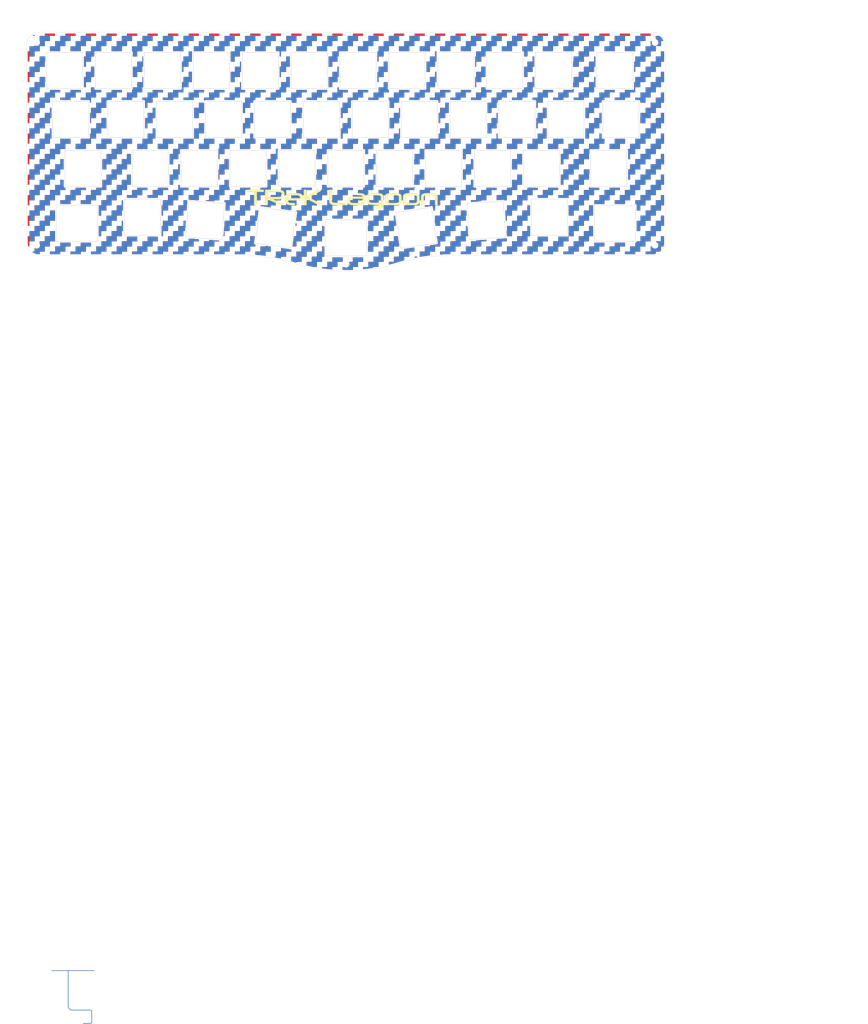
<source format=kicad_pcb>
(kicad_pcb (version 20240108) (generator "pcbnew") (generator_version "8.0")
  (layers (0 "F.Cu" signal) (31 "B.Cu" signal) (34 "B.Paste" user) (35 "F.Paste" user) (36 "B.SilkS" user "B.Silkscreen") (37 "F.SilkS" user "F.Silkscreen") (38 "B.Mask" user) (39 "F.Mask" user) (44 "Edge.Cuts" user))
  (net 0 "")
  (footprint "kbd_SW_Hole:SW_Hole_1u" (layer "F.Cu") (at 203.785485 46.624982)
    (property "Reference" "SW48" (hide yes))
    (property "Value" "SW_PUSH" (hide yes))
    (fp_line (start -7.05 -7.05) (end 7.05 -7.05) (stroke (width 0.15)) (layer "Edge.Cuts"))
    (fp_line (start -7.05 7.05) (end -7.05 -7.05) (stroke (width 0.15)) (layer "Edge.Cuts"))
    (fp_line (start 7.05 -7.05) (end 7.05 7.05) (stroke (width 0.15)) (layer "Edge.Cuts"))
    (fp_line (start 7.05 7.05) (end -7.05 7.05) (stroke (width 0.15)) (layer "Edge.Cuts"))
  )
  (footprint "kbd_SW_Hole:SW_Hole_1u" (layer "F.Cu") (at 79.960485 65.674982)
    (property "Reference" "SW14" (hide yes))
    (property "Value" "SW_PUSH" (hide yes))
    (fp_line (start -7.05 -7.05) (end 7.05 -7.05) (stroke (width 0.15)) (layer "Edge.Cuts"))
    (fp_line (start -7.05 7.05) (end -7.05 -7.05) (stroke (width 0.15)) (layer "Edge.Cuts"))
    (fp_line (start 7.05 -7.05) (end 7.05 7.05) (stroke (width 0.15)) (layer "Edge.Cuts"))
    (fp_line (start 7.05 7.05) (end -7.05 7.05) (stroke (width 0.15)) (layer "Edge.Cuts"))
  )
  (footprint "kbd_SW_Hole:SW_Hole_1u" (layer "F.Cu") (at 218.072985 27.574982)
    (property "Reference" "SW52" (hide yes))
    (property "Value" "SW_PUSH" (hide yes))
    (fp_line (start -7.05 -7.05) (end 7.05 -7.05) (stroke (width 0.15)) (layer "Edge.Cuts"))
    (fp_line (start -7.05 7.05) (end -7.05 -7.05) (stroke (width 0.15)) (layer "Edge.Cuts"))
    (fp_line (start 7.05 -7.05) (end 7.05 7.05) (stroke (width 0.15)) (layer "Edge.Cuts"))
    (fp_line (start 7.05 7.05) (end -7.05 7.05) (stroke (width 0.15)) (layer "Edge.Cuts"))
  )
  (footprint "kbd_SW_Hole:SW_Hole_1.25u" (layer "F.Cu") (at 29.954235 46.624982)
    (property "Reference" "SW3" (hide yes))
    (property "Value" "SW_PUSH" (hide yes))
    (fp_line (start -7.05 -7.05) (end 7.05 -7.05) (stroke (width 0.15)) (layer "Edge.Cuts"))
    (fp_line (start -7.05 7.05) (end -7.05 -7.05) (stroke (width 0.15)) (layer "Edge.Cuts"))
    (fp_line (start 7.05 -7.05) (end 7.05 7.05) (stroke (width 0.15)) (layer "Edge.Cuts"))
    (fp_line (start 7.05 7.05) (end -7.05 7.05) (stroke (width 0.15)) (layer "Edge.Cuts"))
  )
  (footprint "kbd_SW_Hole:SW_Hole_1u" (layer "F.Cu") (at 179.972985 27.574982)
    (property "Reference" "SW42" (hide yes))
    (property "Value" "SW_PUSH" (hide yes))
    (fp_line (start -7.05 -7.05) (end 7.05 -7.05) (stroke (width 0.15)) (layer "Edge.Cuts"))
    (fp_line (start -7.05 7.05) (end -7.05 -7.05) (stroke (width 0.15)) (layer "Edge.Cuts"))
    (fp_line (start 7.05 -7.05) (end 7.05 7.05) (stroke (width 0.15)) (layer "Edge.Cuts"))
    (fp_line (start 7.05 7.05) (end -7.05 7.05) (stroke (width 0.15)) (layer "Edge.Cuts"))
  )
  (footprint "kbd_SW_Hole:SW_Hole_1u" (layer "F.Cu") (at 51.385485 46.624982)
    (property "Reference" "SW8" (hide yes))
    (property "Value" "SW_PUSH" (hide yes))
    (fp_line (start -7.05 -7.05) (end 7.05 -7.05) (stroke (width 0.15)) (layer "Edge.Cuts"))
    (fp_line (start -7.05 7.05) (end -7.05 -7.05) (stroke (width 0.15)) (layer "Edge.Cuts"))
    (fp_line (start 7.05 -7.05) (end 7.05 7.05) (stroke (width 0.15)) (layer "Edge.Cuts"))
    (fp_line (start 7.05 7.05) (end -7.05 7.05) (stroke (width 0.15)) (layer "Edge.Cuts"))
  )
  (footprint "kbd_SW_Hole:SW_Hole_1u" (layer "F.Cu") (at 156.160485 65.674982)
    (property "Reference" "SW34" (hide yes))
    (property "Value" "SW_PUSH" (hide yes))
    (fp_line (start -7.05 -7.05) (end 7.05 -7.05) (stroke (width 0.15)) (layer "Edge.Cuts"))
    (fp_line (start -7.05 7.05) (end -7.05 -7.05) (stroke (width 0.15)) (layer "Edge.Cuts"))
    (fp_line (start 7.05 -7.05) (end 7.05 7.05) (stroke (width 0.15)) (layer "Edge.Cuts"))
    (fp_line (start 7.05 7.05) (end -7.05 7.05) (stroke (width 0.15)) (layer "Edge.Cuts"))
  )
  (footprint "kbd_SW_Hole:SW_Hole_1u" (layer "F.Cu") (at 222.835485 46.624982)
    (property "Reference" "SW53" (hide yes))
    (property "Value" "SW_PUSH" (hide yes))
    (fp_line (start -7.05 -7.05) (end 7.05 -7.05) (stroke (width 0.15)) (layer "Edge.Cuts"))
    (fp_line (start -7.05 7.05) (end -7.05 -7.05) (stroke (width 0.15)) (layer "Edge.Cuts"))
    (fp_line (start 7.05 -7.05) (end 7.05 7.05) (stroke (width 0.15)) (layer "Edge.Cuts"))
    (fp_line (start 7.05 7.05) (end -7.05 7.05) (stroke (width 0.15)) (layer "Edge.Cuts"))
  )
  (footprint "kbd_SW_Hole:SW_Hole_1u" (layer "F.Cu") (at 199.022985 27.574982)
    (property "Reference" "SW47" (hide yes))
    (property "Value" "SW_PUSH" (hide yes))
    (fp_line (start -7.05 -7.05) (end 7.05 -7.05) (stroke (width 0.15)) (layer "Edge.Cuts"))
    (fp_line (start -7.05 7.05) (end -7.05 -7.05) (stroke (width 0.15)) (layer "Edge.Cuts"))
    (fp_line (start 7.05 -7.05) (end 7.05 7.05) (stroke (width 0.15)) (layer "Edge.Cuts"))
    (fp_line (start 7.05 7.05) (end -7.05 7.05) (stroke (width 0.15)) (layer "Edge.Cuts"))
  )
  (footprint "kbd_SW_Hole:SW_Hole_1u" (layer "F.Cu") (at 118.060485 65.674982)
    (property "Reference" "SW24" (hide yes))
    (property "Value" "SW_PUSH" (hide yes))
    (fp_line (start -7.05 -7.05) (end 7.05 -7.05) (stroke (width 0.15)) (layer "Edge.Cuts"))
    (fp_line (start -7.05 7.05) (end -7.05 -7.05) (stroke (width 0.15)) (layer "Edge.Cuts"))
    (fp_line (start 7.05 -7.05) (end 7.05 7.05) (stroke (width 0.15)) (layer "Edge.Cuts"))
    (fp_line (start 7.05 7.05) (end -7.05 7.05) (stroke (width 0.15)) (layer "Edge.Cuts"))
  )
  (footprint "kbd_SW_Hole:SW_Hole_1.25u" (layer "F.Cu") (at 244.266735 46.624982)
    (property "Reference" "SW58" (hide yes))
    (property "Value" "SW_PUSH" (hide yes))
    (fp_line (start -7.05 -7.05) (end 7.05 -7.05) (stroke (width 0.15)) (layer "Edge.Cuts"))
    (fp_line (start -7.05 7.05) (end -7.05 -7.05) (stroke (width 0.15)) (layer "Edge.Cuts"))
    (fp_line (start 7.05 -7.05) (end 7.05 7.05) (stroke (width 0.15)) (layer "Edge.Cuts"))
    (fp_line (start 7.05 7.05) (end -7.05 7.05) (stroke (width 0.15)) (layer "Edge.Cuts"))
  )
  (footprint "kbd_SW_Hole:SW_Hole_1.25u" (layer "F.Cu") (at 164.527772 88.800618 8)
    (property "Reference" "SW40" (hide yes))
    (property "Value" "SW_PUSH" (hide yes))
    (fp_line (start -7.05 -7.05) (end 7.05 -7.05) (stroke (width 0.15)) (layer "Edge.Cuts"))
    (fp_line (start -7.05 7.05) (end -7.05 -7.05) (stroke (width 0.15)) (layer "Edge.Cuts"))
    (fp_line (start 7.05 -7.05) (end 7.05 7.05) (stroke (width 0.15)) (layer "Edge.Cuts"))
    (fp_line (start 7.05 7.05) (end -7.05 7.05) (stroke (width 0.15)) (layer "Edge.Cuts"))
  )
  (footprint "kbd_SW_Hole:SW_Hole_1u" (layer "F.Cu") (at 160.922985 27.574982)
    (property "Reference" "SW37" (hide yes))
    (property "Value" "SW_PUSH" (hide yes))
    (fp_line (start -7.05 -7.05) (end 7.05 -7.05) (stroke (width 0.15)) (layer "Edge.Cuts"))
    (fp_line (start -7.05 7.05) (end -7.05 -7.05) (stroke (width 0.15)) (layer "Edge.Cuts"))
    (fp_line (start 7.05 -7.05) (end 7.05 7.05) (stroke (width 0.15)) (layer "Edge.Cuts"))
    (fp_line (start 7.05 7.05) (end -7.05 7.05) (stroke (width 0.15)) (layer "Edge.Cuts"))
  )
  (footprint "kbd_SW_Hole:SW_Hole_1u" (layer "F.Cu") (at 146.635485 46.624982)
    (property "Reference" "SW33" (hide yes))
    (property "Value" "SW_PUSH" (hide yes))
    (fp_line (start -7.05 -7.05) (end 7.05 -7.05) (stroke (width 0.15)) (layer "Edge.Cuts"))
    (fp_line (start -7.05 7.05) (end -7.05 -7.05) (stroke (width 0.15)) (layer "Edge.Cuts"))
    (fp_line (start 7.05 -7.05) (end 7.05 7.05) (stroke (width 0.15)) (layer "Edge.Cuts"))
    (fp_line (start 7.05 7.05) (end -7.05 7.05) (stroke (width 0.15)) (layer "Edge.Cuts"))
  )
  (footprint "kbd_Hole:m2_Screw_Hole" (layer "F.Cu") (at 16.66875 16.66875)
    (property "Reference" "J2")
    (property "Value" "Conn_01x01")
  )
  (footprint "kbd_SW_Hole:SW_Hole_1u" (layer "F.Cu") (at 70.435485 46.624982)
    (property "Reference" "SW13" (hide yes))
    (property "Value" "SW_PUSH" (hide yes))
    (fp_line (start -7.05 -7.05) (end 7.05 -7.05) (stroke (width 0.15)) (layer "Edge.Cuts"))
    (fp_line (start -7.05 7.05) (end -7.05 -7.05) (stroke (width 0.15)) (layer "Edge.Cuts"))
    (fp_line (start 7.05 -7.05) (end 7.05 7.05) (stroke (width 0.15)) (layer "Edge.Cuts"))
    (fp_line (start 7.05 7.05) (end -7.05 7.05) (stroke (width 0.15)) (layer "Edge.Cuts"))
  )
  (footprint "kbd_SW_Hole:SW_Hole_1u" (layer "F.Cu") (at 184.735485 46.624982)
    (property "Reference" "SW43" (hide yes))
    (property "Value" "SW_PUSH" (hide yes))
    (fp_line (start -7.05 -7.05) (end 7.05 -7.05) (stroke (width 0.15)) (layer "Edge.Cuts"))
    (fp_line (start -7.05 7.05) (end -7.05 -7.05) (stroke (width 0.15)) (layer "Edge.Cuts"))
    (fp_line (start 7.05 -7.05) (end 7.05 7.05) (stroke (width 0.15)) (layer "Edge.Cuts"))
    (fp_line (start 7.05 7.05) (end -7.05 7.05) (stroke (width 0.15)) (layer "Edge.Cuts"))
  )
  (footprint "kbd_SW_Hole:SW_Hole_1.5u" (layer "F.Cu") (at 191.879235 85.918892 4)
    (property "Reference" "SW50" (hide yes))
    (property "Value" "SW_PUSH" (hide yes))
    (fp_line (start -7.05 -7.05) (end 7.05 -7.05) (stroke (width 0.15)) (layer "Edge.Cuts"))
    (fp_line (start -7.05 7.05) (end -7.05 -7.05) (stroke (width 0.15)) (layer "Edge.Cuts"))
    (fp_line (start 7.05 -7.05) (end 7.05 7.05) (stroke (width 0.15)) (layer "Edge.Cuts"))
    (fp_line (start 7.05 7.05) (end -7.05 7.05) (stroke (width 0.15)) (layer "Edge.Cuts"))
  )
  (footprint "kbd_SW_Hole:SW_Hole_1.75u" (layer "F.Cu") (at 34.716735 65.674982)
    (property "Reference" "SW4" (hide yes))
    (property "Value" "SW_PUSH" (hide yes))
    (fp_line (start -7.05 -7.05) (end 7.05 -7.05) (stroke (width 0.15)) (layer "Edge.Cuts"))
    (fp_line (start -7.05 7.05) (end -7.05 -7.05) (stroke (width 0.15)) (layer "Edge.Cuts"))
    (fp_line (start 7.05 -7.05) (end 7.05 7.05) (stroke (width 0.15)) (layer "Edge.Cuts"))
    (fp_line (start 7.05 7.05) (end -7.05 7.05) (stroke (width 0.15)) (layer "Edge.Cuts"))
  )
  (footprint "kbd_SW_Hole:SW_Hole_1u(wide)" (layer "F.Cu") (at 137.222985 92.770414)
    (property "Reference" "SW78" (hide yes))
    (property "Value" "SW_PUSH" (hide yes))
    (fp_line (start -8 -7.05) (end 8 -7.05) (stroke (width 0.15)) (layer "Edge.Cuts"))
    (fp_line (start -8 7.05) (end -8 -7.05) (stroke (width 0.15)) (layer "Edge.Cuts"))
    (fp_line (start -8 7.05) (end 8 7.05) (stroke (width 0.15)) (layer "Edge.Cuts"))
    (fp_line (start 8 -7.05) (end 8 7.05) (stroke (width 0.15)) (layer "Edge.Cuts"))
  )
  (footprint "kbd_SW_Hole:SW_Hole_1.5u" (layer "F.Cu") (at 82.341735 85.905797 -4)
    (property "Reference" "SW20" (hide yes))
    (property "Value" "SW_PUSH" (hide yes))
    (fp_line (start -7.05 7.05) (end -7.05 -7.05) (stroke (width 0.15)) (layer "Edge.Cuts"))
    (fp_line (start -7.05 -7.05) (end 7.05 -7.05) (stroke (width 0.15)) (layer "Edge.Cuts"))
    (fp_line (start 7.05 7.05) (end -7.05 7.05) (stroke (width 0.15)) (layer "Edge.Cuts"))
    (fp_line (start 7.05 -7.05) (end 7.05 7.05) (stroke (width 0.15)) (layer "Edge.Cuts"))
  )
  (footprint "kbd_SW_Hole:SW_Hole_1u" (layer "F.Cu") (at 137.110485 65.674982)
    (property "Reference" "SW29" (hide yes))
    (property "Value" "SW_PUSH" (hide yes))
    (fp_line (start -7.05 -7.05) (end 7.05 -7.05) (stroke (width 0.15)) (layer "Edge.Cuts"))
    (fp_line (start -7.05 7.05) (end -7.05 -7.05) (stroke (width 0.15)) (layer "Edge.Cuts"))
    (fp_line (start 7.05 -7.05) (end 7.05 7.05) (stroke (width 0.15)) (layer "Edge.Cuts"))
    (fp_line (start 7.05 7.05) (end -7.05 7.05) (stroke (width 0.15)) (layer "Edge.Cuts"))
  )
  (footprint "kbd_Hole:m2_Screw_Hole" (layer "F.Cu") (at 257.560945 95.631249)
    (property "Reference" "J7")
    (property "Value" "Conn_01x01")
  )
  (footprint "kbd_Hole:m2_Screw_Hole" (layer "F.Cu") (at 137.222985 102.985806)
    (property "Reference" "J4")
    (property "Value" "Conn_01x01")
  )
  (footprint "kbd_SW_Hole:SW_Hole_1u" (layer "F.Cu") (at 57.824744 84.724982)
    (property "Reference" "SW10" (hide yes))
    (property "Value" "SW_PUSH" (hide yes))
    (fp_line (start -7.05 -7.05) (end 7.05 -7.05) (stroke (width 0.15)) (layer "Edge.Cuts"))
    (fp_line (start -7.05 7.05) (end -7.05 -7.05) (stroke (width 0.15)) (layer "Edge.Cuts"))
    (fp_line (start 7.05 -7.05) (end 7.05 7.05) (stroke (width 0.15)) (layer "Edge.Cuts"))
    (fp_line (start 7.05 7.05) (end -7.05 7.05) (stroke (width 0.15)) (layer "Edge.Cuts"))
  )
  (footprint "kbd_SW_Hole:SW_Hole_1u" (layer "F.Cu") (at 89.485485 46.624982)
    (property "Reference" "SW18" (hide yes))
    (property "Value" "SW_PUSH" (hide yes))
    (fp_line (start -7.05 -7.05) (end 7.05 -7.05) (stroke (width 0.15)) (layer "Edge.Cuts"))
    (fp_line (start -7.05 7.05) (end -7.05 -7.05) (stroke (width 0.15)) (layer "Edge.Cuts"))
    (fp_line (start 7.05 -7.05) (end 7.05 7.05) (stroke (width 0.15)) (layer "Edge.Cuts"))
    (fp_line (start 7.05 7.05) (end -7.05 7.05) (stroke (width 0.15)) (layer "Edge.Cuts"))
  )
  (footprint "kbd_SW_Hole:SW_Hole_1u" (layer "F.Cu") (at 99.010485 65.674982)
    (property "Reference" "SW19" (hide yes))
    (property "Value" "SW_PUSH" (hide yes))
    (fp_line (start -7.05 -7.05) (end 7.05 -7.05) (stroke (width 0.15)) (layer "Edge.Cuts"))
    (fp_line (start -7.05 7.05) (end -7.05 -7.05) (stroke (width 0.15)) (layer "Edge.Cuts"))
    (fp_line (start 7.05 -7.05) (end 7.05 7.05) (stroke (width 0.15)) (layer "Edge.Cuts"))
    (fp_line (start 7.05 7.05) (end -7.05 7.05) (stroke (width 0.15)) (layer "Edge.Cuts"))
  )
  (footprint "kbd_SW_Hole:SW_Hole_1u" (layer "F.Cu") (at 122.822985 27.574982)
    (property "Reference" "SW27" (hide yes))
    (property "Value" "SW_PUSH" (hide yes))
    (fp_line (start -7.05 -7.05) (end 7.05 -7.05) (stroke (width 0.15)) (layer "Edge.Cuts"))
    (fp_line (start -7.05 7.05) (end -7.05 -7.05) (stroke (width 0.15)) (layer "Edge.Cuts"))
    (fp_line (start 7.05 -7.05) (end 7.05 7.05) (stroke (width 0.15)) (layer "Edge.Cuts"))
    (fp_line (start 7.05 7.05) (end -7.05 7.05) (stroke (width 0.15)) (layer "Edge.Cuts"))
  )
  (footprint "kbd_Hole:m2_Screw_Hole" (layer "F.Cu") (at 257.554244 16.66875)
    (property "Reference" "J5")
    (property "Value" "Conn_01x01" (hide yes))
  )
  (footprint "kbd_SW_Hole:SW_Hole_1u" (layer "F.Cu") (at 141.872985 27.574982)
    (property "Reference" "SW32" (hide yes))
    (property "Value" "SW_PUSH" (hide yes))
    (fp_line (start -7.05 -7.05) (end 7.05 -7.05) (stroke (width 0.15)) (layer "Edge.Cuts"))
    (fp_line (start -7.05 7.05) (end -7.05 -7.05) (stroke (width 0.15)) (layer "Edge.Cuts"))
    (fp_line (start 7.05 -7.05) (end 7.05 7.05) (stroke (width 0.15)) (layer "Edge.Cuts"))
    (fp_line (start 7.05 7.05) (end -7.05 7.05) (stroke (width 0.15)) (layer "Edge.Cuts"))
  )
  (footprint "kbd_SW_Hole:SW_Hole_1u" (layer "F.Cu") (at 60.910485 65.674982)
    (property "Reference" "SW9" (hide yes))
    (property "Value" "SW_PUSH" (hide yes))
    (fp_line (start -7.05 -7.05) (end 7.05 -7.05) (stroke (width 0.15)) (layer "Edge.Cuts"))
    (fp_line (start -7.05 7.05) (end -7.05 -7.05) (stroke (width 0.15)) (layer "Edge.Cuts"))
    (fp_line (start 7.05 -7.05) (end 7.05 7.05) (stroke (width 0.15)) (layer "Edge.Cuts"))
    (fp_line (start 7.05 7.05) (end -7.05 7.05) (stroke (width 0.15)) (layer "Edge.Cuts"))
  )
  (footprint "kbd_SW_Hole:SW_Hole_1u" (layer "F.Cu") (at 27.572985 27.574982)
    (property "Reference" "SW2" (hide yes))
    (property "Value" "SW_PUSH" (hide yes))
    (fp_line (start -7.05 -7.05) (end 7.05 -7.05) (stroke (width 0.15)) (layer "Edge.Cuts"))
    (fp_line (start -7.05 7.05) (end -7.05 -7.05) (stroke (width 0.15)) (layer "Edge.Cuts"))
    (fp_line (start 7.05 -7.05) (end 7.05 7.05) (stroke (width 0.15)) (layer "Edge.Cuts"))
    (fp_line (start 7.05 7.05) (end -7.05 7.05) (stroke (width 0.15)) (layer "Edge.Cuts"))
  )
  (footprint "kbd_SW_Hole:SW_Hole_1u(wide)" (layer "F.Cu") (at 241.885485 87.106232)
    (property "Reference" "SW78" (hide yes))
    (property "Value" "SW_PUSH" (hide yes))
    (fp_line (start -8 -7.05) (end 8 -7.05) (stroke (width 0.15)) (layer "Edge.Cuts"))
    (fp_line (start -8 7.05) (end -8 -7.05) (stroke (width 0.15)) (layer "Edge.Cuts"))
    (fp_line (start -8 7.05) (end 8 7.05) (stroke (width 0.15)) (layer "Edge.Cuts"))
    (fp_line (start 8 -7.05) (end 8 7.05) (stroke (width 0.15)) (layer "Edge.Cuts"))
  )
  (footprint "kbd_SW_Hole:SW_Hole_1u" (layer "F.Cu") (at 46.622985 27.574982)
    (property "Reference" "SW7" (hide yes))
    (property "Value" "SW_PUSH" (hide yes))
    (fp_line (start -7.05 -7.05) (end 7.05 -7.05) (stroke (width 0.15)) (layer "Edge.Cuts"))
    (fp_line (start -7.05 7.05) (end -7.05 -7.05) (stroke (width 0.15)) (layer "Edge.Cuts"))
    (fp_line (start 7.05 -7.05) (end 7.05 7.05) (stroke (width 0.15)) (layer "Edge.Cuts"))
    (fp_line (start 7.05 7.05) (end -7.05 7.05) (stroke (width 0.15)) (layer "Edge.Cuts"))
  )
  (footprint "kbd_SW_Hole:SW_Hole_1.5u" (layer "F.Cu") (at 241.885485 27.574982)
    (property "Reference" "SW61" (hide yes))
    (property "Value" "SW_PUSH" (hide yes))
    (fp_line (start -7.05 -7.05) (end 7.05 -7.05) (stroke (width 0.15)) (layer "Edge.Cuts"))
    (fp_line (start -7.05 7.05) (end -7.05 -7.05) (stroke (width 0.15)) (layer "Edge.Cuts"))
    (fp_line (start 7.05 -7.05) (end 7.05 7.05) (stroke (width 0.15)) (layer "Edge.Cuts"))
    (fp_line (start 7.05 7.05) (end -7.05 7.05) (stroke (width 0.15)) (layer "Edge.Cuts"))
  )
  (footprint "kbd_SW_Hole:SW_Hole_1u" (layer "F.Cu") (at 127.585485 46.624982)
    (property "Reference" "SW28" (hide yes))
    (property "Value" "SW_PUSH" (hide yes))
    (fp_line (start -7.05 -7.05) (end 7.05 -7.05) (stroke (width 0.15)) (layer "Edge.Cuts"))
    (fp_line (start -7.05 7.05) (end -7.05 -7.05) (stroke (width 0.15)) (layer "Edge.Cuts"))
    (fp_line (start 7.05 -7.05) (end 7.05 7.05) (stroke (width 0.15)) (layer "Edge.Cuts"))
    (fp_line (start 7.05 7.05) (end -7.05 7.05) (stroke (width 0.15)) (layer "Edge.Cuts"))
  )
  (footprint "kbd_SW_Hole:SW_Hole_1u" (layer "F.Cu") (at 65.672985 27.574982)
    (property "Reference" "SW12" (hide yes))
    (property "Value" "SW_PUSH" (hide yes))
    (fp_line (start -7.05 -7.05) (end 7.05 -7.05) (stroke (width 0.15)) (layer "Edge.Cuts"))
    (fp_line (start -7.05 7.05) (end -7.05 -7.05) (stroke (width 0.15)) (layer "Edge.Cuts"))
    (fp_line (start 7.05 -7.05) (end 7.05 7.05) (stroke (width 0.15)) (layer "Edge.Cuts"))
    (fp_line (start 7.05 7.05) (end -7.05 7.05) (stroke (width 0.15)) (layer "Edge.Cuts"))
  )
  (footprint "kbd_SW_Hole:SW_Hole_1u" (layer "F.Cu") (at 165.685485 46.624982)
    (property "Reference" "SW38" (hide yes))
    (property "Value" "SW_PUSH" (hide yes))
    (fp_line (start -7.05 -7.05) (end 7.05 -7.05) (stroke (width 0.15)) (layer "Edge.Cuts"))
    (fp_line (start -7.05 7.05) (end -7.05 -7.05) (stroke (width 0.15)) (layer "Edge.Cuts"))
    (fp_line (start 7.05 -7.05) (end 7.05 7.05) (stroke (width 0.15)) (layer "Edge.Cuts"))
    (fp_line (start 7.05 7.05) (end -7.05 7.05) (stroke (width 0.15)) (layer "Edge.Cuts"))
  )
  (footprint "kbd_SW_Hole:SW_Hole_1u" (layer "F.Cu") (at 194.260485 65.674982)
    (property "Reference" "SW44" (hide yes))
    (property "Value" "SW_PUSH" (hide yes))
    (fp_line (start -7.05 -7.05) (end 7.05 -7.05) (stroke (width 0.15)) (layer "Edge.Cuts"))
    (fp_line (start -7.05 7.05) (end -7.05 -7.05) (stroke (width 0.15)) (layer "Edge.Cuts"))
    (fp_line (start 7.05 -7.05) (end 7.05 7.05) (stroke (width 0.15)) (layer "Edge.Cuts"))
    (fp_line (start 7.05 7.05) (end -7.05 7.05) (stroke (width 0.15)) (layer "Edge.Cuts"))
  )
  (footprint "kbd_SW_Hole:SW_Hole_1u" (layer "F.Cu") (at 213.310485 65.674982)
    (property "Reference" "SW49" (hide yes))
    (property "Value" "SW_PUSH" (hide yes))
    (fp_line (start -7.05 -7.05) (end 7.05 -7.05) (stroke (width 0.15)) (layer "Edge.Cuts"))
    (fp_line (start -7.05 7.05) (end -7.05 -7.05) (stroke (width 0.15)) (layer "Edge.Cuts"))
    (fp_line (start 7.05 -7.05) (end 7.05 7.05) (stroke (width 0.15)) (layer "Edge.Cuts"))
    (fp_line (start 7.05 7.05) (end -7.05 7.05) (stroke (width 0.15)) (layer "Edge.Cuts"))
  )
  (footprint "kbd_SW_Hole:SW_Hole_1u" (layer "F.Cu") (at 32.335485 87.106232)
    (property "Reference" "SW78" (hide yes))
    (property "Value" "SW_PUSH" (hide yes))
    (fp_line (start -8 -7.05) (end 8 -7.05) (stroke (width 0.15)) (layer "Edge.Cuts"))
    (fp_line (start -8 7.05) (end -8 -7.05) (stroke (width 0.15)) (layer "Edge.Cuts"))
    (fp_line (start -8 7.05) (end 8 7.05) (stroke (width 0.15)) (layer "Edge.Cuts"))
    (fp_line (start 8 -7.05) (end 8 7.05) (stroke (width 0.15)) (layer "Edge.Cuts"))
  )
  (footprint "kbd_Hole:m2_Screw_Hole" (layer "F.Cu") (at 16.66875 95.631249)
    (property "Reference" "J4")
    (property "Value" "Conn_01x01")
  )
  (footprint "LOGO" (layer "F.Cu") (at 137.10949 77.70479)
    (property "Reference" "G000" (hide yes))
    (property "Value" "LOGO" (hide yes))
  )
  (footprint "kbd_SW_Hole:SW_Hole_1.75u" (layer "F.Cu") (at 239.504235 65.674982)
    (property "Reference" "SW54" (hide yes))
    (property "Value" "SW_PUSH" (hide yes))
    (fp_line (start -7.05 -7.05) (end 7.05 -7.05) (stroke (width 0.15)) (layer "Edge.Cuts"))
    (fp_line (start -7.05 7.05) (end -7.05 -7.05) (stroke (width 0.15)) (layer "Edge.Cuts"))
    (fp_line (start 7.05 -7.05) (end 7.05 7.05) (stroke (width 0.15)) (layer "Edge.Cuts"))
    (fp_line (start 7.05 7.05) (end -7.05 7.05) (stroke (width 0.15)) (layer "Edge.Cuts"))
  )
  (footprint "kbd_SW_Hole:SW_Hole_1u" (layer "F.Cu") (at 175.210485 65.674982)
    (property "Reference" "SW39" (hide yes))
    (property "Value" "SW_PUSH" (hide yes))
    (fp_line (start -7.05 -7.05) (end 7.05 -7.05) (stroke (width 0.15)) (layer "Edge.Cuts"))
    (fp_line (start -7.05 7.05) (end -7.05 -7.05) (stroke (width 0.15)) (layer "Edge.Cuts"))
    (fp_line (start 7.05 -7.05) (end 7.05 7.05) (stroke (width 0.15)) (layer "Edge.Cuts"))
    (fp_line (start 7.05 7.05) (end -7.05 7.05) (stroke (width 0.15)) (layer "Edge.Cuts"))
  )
  (footprint "kbd_SW_Hole:SW_Hole_1.25u" (layer "F.Cu") (at 109.739348 88.797327 -8)
    (property "Reference" "SW30" (hide yes))
    (property "Value" "SW_PUSH" (hide yes))
    (fp_line (start -7.05 7.05) (end -7.05 -7.05) (stroke (width 0.15)) (layer "Edge.Cuts"))
    (fp_line (start -7.05 -7.05) (end 7.05 -7.05) (stroke (width 0.15)) (layer "Edge.Cuts"))
    (fp_line (start 7.05 7.05) (end -7.05 7.05) (stroke (width 0.15)) (layer "Edge.Cuts"))
    (fp_line (start 7.05 -7.05) (end 7.05 7.05) (stroke (width 0.15)) (layer "Edge.Cuts"))
  )
  (footprint "kbd_SW_Hole:SW_Hole_1u" (layer "F.Cu") (at 108.535485 46.624982)
    (property "Reference" "SW23" (hide yes))
    (property "Value" "SW_PUSH" (hide yes))
    (fp_line (start -7.05 -7.05) (end 7.05 -7.05) (stroke (width 0.15)) (layer "Edge.Cuts"))
    (fp_line (start -7.05 7.05) (end -7.05 -7.05) (stroke (width 0.15)) (layer "Edge.Cuts"))
    (fp_line (start 7.05 -7.05) (end 7.05 7.05) (stroke (width 0.15)) (layer "Edge.Cuts"))
    (fp_line (start 7.05 7.05) (end -7.05 7.05) (stroke (width 0.15)) (layer "Edge.Cuts"))
  )
  (footprint "kbd_SW_Hole:SW_Hole_1u" (layer "F.Cu") (at 103.772985 27.574982)
    (property "Reference" "SW22" (hide yes))
    (property "Value" "SW_PUSH" (hide yes))
    (fp_line (start -7.05 -7.05) (end 7.05 -7.05) (stroke (width 0.15)) (layer "Edge.Cuts"))
    (fp_line (start -7.05 7.05) (end -7.05 -7.05) (stroke (width 0.15)) (layer "Edge.Cuts"))
    (fp_line (start 7.05 -7.05) (end 7.05 7.05) (stroke (width 0.15)) (layer "Edge.Cuts"))
    (fp_line (start 7.05 7.05) (end -7.05 7.05) (stroke (width 0.15)) (layer "Edge.Cuts"))
  )
  (footprint "kbd_SW_Hole:SW_Hole_1u" (layer "F.Cu") (at 84.722985 27.574982)
    (property "Reference" "SW17" (hide yes))
    (property "Value" "SW_PUSH" (hide yes))
    (fp_line (start -7.05 -7.05) (end 7.05 -7.05) (stroke (width 0.15)) (layer "Edge.Cuts"))
    (fp_line (start -7.05 7.05) (end -7.05 -7.05) (stroke (width 0.15)) (layer "Edge.Cuts"))
    (fp_line (start 7.05 -7.05) (end 7.05 7.05) (stroke (width 0.15)) (layer "Edge.Cuts"))
    (fp_line (start 7.05 7.05) (end -7.05 7.05) (stroke (width 0.15)) (layer "Edge.Cuts"))
  )
  (footprint "kbd_SW_Hole:SW_Hole_1u" (layer "F.Cu") (at 216.365573 84.724982)
    (property "Reference" "SW55" (hide yes))
    (property "Value" "SW_PUSH" (hide yes))
    (fp_line (start -7.05 -7.05) (end 7.05 -7.05) (stroke (width 0.15)) (layer "Edge.Cuts"))
    (fp_line (start -7.05 7.05) (end -7.05 -7.05) (stroke (width 0.15)) (layer "Edge.Cuts"))
    (fp_line (start 7.05 -7.05) (end 7.05 7.05) (stroke (width 0.15)) (layer "Edge.Cuts"))
    (fp_line (start 7.05 7.05) (end -7.05 7.05) (stroke (width 0.15)) (layer "Edge.Cuts"))
  )
  (gr_arc (start 17.673377 99.642387) (mid 14.136497 98.170571) (end 12.670572 94.631247) (stroke (width 0.1)) (layer "Edge.Cuts"))
  (gr_arc (start 157.671326 102.645809) (mid 147.549548 104.973744) (end 137.192421 105.74807) (stroke (width 0.1)) (layer "Edge.Cuts"))
  (gr_arc (start 261.554243 94.631249) (mid 260.095865 98.167656) (end 256.560952 99.62972) (stroke (width 0.1)) (layer "Edge.Cuts"))
  (gr_line (start 256.561045 12.66875) (end 17.673445 12.66875) (stroke (width 0.1)) (layer "Edge.Cuts"))
  (gr_arc (start 96.635945 99.634328) (mid 106.787027 100.391386) (end 116.713516 102.645809) (stroke (width 0.1)) (layer "Edge.Cuts"))
  (gr_line (start 177.748897 99.631249) (end 256.560952 99.62972) (stroke (width 0.1)) (layer "Edge.Cuts"))
  (gr_line (start 12.66472 17.668716) (end 12.66875 94.631248) (stroke (width 0.1)) (layer "Edge.Cuts"))
  (gr_arc (start 256.561045 12.66875) (mid 260.097538 14.130196) (end 261.554244 17.668664) (stroke (width 0.1)) (layer "Edge.Cuts"))
  (gr_line (start 17.673377 99.642388) (end 96.635945 99.642388) (stroke (width 0.1)) (layer "Edge.Cuts"))
  (gr_line (start 261.554244 94.631249) (end 261.554244 17.668664) (stroke (width 0.1)) (layer "Edge.Cuts"))
  (gr_arc (start 12.66875 17.668716) (mid 14.145286 14.14195) (end 17.673445 12.66875) (stroke (width 0.1)) (layer "Edge.Cuts"))
  (gr_arc (start 157.671326 102.645809) (mid 167.597814 100.391379) (end 177.748897 99.634328) (stroke (width 0.1)) (layer "Edge.Cuts"))
  (gr_arc (start 137.192421 105.74807) (mid 126.835294 104.973741) (end 116.713516 102.645809) (stroke (width 0.1)) (layer "Edge.Cuts"))
  (segment (start 37.594623 393.577024) (end 30.534519 393.577024) (width 0.25) (layer "B.Cu") (net 0))
  (segment (start 34.84118 398.78488) (end 37.517839 398.78488) (width 0.25) (layer "B.Cu") (net 0))
  (segment (start 28.933664 391.976169) (end 28.933664 378.194639) (width 0.25) (layer "B.Cu") (net 0))
  (segment (start 28.933664 378.194639) (end 38.894739 378.194639) (width 0.25) (layer "B.Cu") (net 0))
  (segment (start 38.104091 398.198628) (end 38.104091 394.086492) (width 0.25) (layer "B.Cu") (net 0))
  (segment (start 22.506446 378.194639) (end 28.933664 378.194639) (width 0.25) (layer "B.Cu") (net 0))
  (arc (start 30.534519 393.577024) (mid 29.402544 393.108144) (end 28.933664 391.976169) (width 0.25) (layer "B.Cu") (net 0))
  (arc (start 38.104091 394.086492) (mid 37.954871 393.726244) (end 37.594623 393.577024) (width 0.25) (layer "B.Cu") (net 0))
  (arc (start 38.894739 378.194639) (mid 38.958549 378.22107) (end 38.98498 378.28488) (width 0.25) (layer "B.Cu") (net 0))
  (arc (start 37.517839 398.78488) (mid 37.932382 398.613171) (end 38.104091 398.198628) (width 0.25) (layer "B.Cu") (net 0))
  (zone (net 0) (net_name "") (layer "F.Cu") (connect_pads (clearance 0.508)) (min_thickness 0.254) (fill yes (thermal_gap 0.508) (thermal_bridge_width 0.508))
    (polygon (pts (xy 340.51875 128.5875) (xy 2.38125 128.5875) (xy 2.38125 4.7625) (xy 340.51875 4.7625)))
  )
  (zone (net 0) (net_name "") (layers "F&B.Cu") (connect_pads (clearance 0)) (min_thickness 0.254)
    (keepout (tracks allowed) (vias allowed) (pads allowed) (copperpour not_allowed) (footprints allowed))
    (fill (thermal_gap 0.508) (thermal_bridge_width 0.508))
    (polygon (pts (xy 91.84375 38.10625) (xy 87.84375 38.10625) (xy 87.84375 36.10625) (xy 91.84375 36.10625)))
  )
  (zone (net 0) (net_name "") (layers "F&B.Cu") (connect_pads (clearance 0)) (min_thickness 0.254)
    (keepout (tracks allowed) (vias allowed) (pads allowed) (copperpour not_allowed) (footprints allowed))
    (fill (thermal_gap 0.508) (thermal_bridge_width 0.508))
    (polygon (pts (xy 111.84375 66.10625) (xy 107.84375 66.10625) (xy 107.84375 64.10625) (xy 111.84375 64.10625)))
  )
  (zone (net 0) (net_name "") (layers "F&B.Cu") (connect_pads (clearance 0)) (min_thickness 0.254)
    (keepout (tracks allowed) (vias allowed) (pads allowed) (copperpour not_allowed) (footprints allowed))
    (fill (thermal_gap 0.508) (thermal_bridge_width 0.508))
    (polygon (pts (xy 23.84375 90.10625) (xy 19.84375 90.10625) (xy 19.84375 88.10625) (xy 23.84375 88.10625)))
  )
  (zone (net 0) (net_name "") (layers "F&B.Cu") (connect_pads (clearance 0)) (min_thickness 0.254)
    (keepout (tracks allowed) (vias allowed) (pads allowed) (copperpour not_allowed) (footprints allowed))
    (fill (thermal_gap 0.508) (thermal_bridge_width 0.508))
    (polygon (pts (xy 287.84375 10.10625) (xy 283.84375 10.10625) (xy 283.84375 8.10625) (xy 287.84375 8.10625)))
  )
  (zone (net 0) (net_name "") (layers "F&B.Cu") (connect_pads (clearance 0)) (min_thickness 0.254)
    (keepout (tracks allowed) (vias allowed) (pads allowed) (copperpour not_allowed) (footprints allowed))
    (fill (thermal_gap 0.508) (thermal_bridge_width 0.508))
    (polygon (pts (xy 137.84375 96.10625) (xy 133.84375 96.10625) (xy 133.84375 94.10625) (xy 137.84375 94.10625)))
  )
  (zone (net 0) (net_name "") (layers "F&B.Cu") (connect_pads (clearance 0)) (min_thickness 0.254)
    (keepout (tracks allowed) (vias allowed) (pads allowed) (copperpour not_allowed) (footprints allowed))
    (fill (thermal_gap 0.508) (thermal_bridge_width 0.508))
    (polygon (pts (xy 287.84375 2.10625) (xy 283.84375 2.10625) (xy 283.84375 0.10625) (xy 287.84375 0.10625)))
  )
  (zone (net 0) (net_name "") (layers "F&B.Cu") (connect_pads (clearance 0)) (min_thickness 0.254)
    (keepout (tracks allowed) (vias allowed) (pads allowed) (copperpour not_allowed) (footprints allowed))
    (fill (thermal_gap 0.508) (thermal_bridge_width 0.508))
    (polygon (pts (xy 275.84375 126.10625) (xy 271.84375 126.10625) (xy 271.84375 124.10625) (xy 275.84375 124.10625)))
  )
  (zone (net 0) (net_name "") (layers "F&B.Cu") (connect_pads (clearance 0)) (min_thickness 0.254)
    (keepout (tracks allowed) (vias allowed) (pads allowed) (copperpour not_allowed) (footprints allowed))
    (fill (thermal_gap 0.508) (thermal_bridge_width 0.508))
    (polygon (pts (xy 105.84375 112.10625) (xy 101.84375 112.10625) (xy 101.84375 110.10625) (xy 105.84375 110.10625)))
  )
  (zone (net 0) (net_name "") (layers "F&B.Cu") (connect_pads (clearance 0)) (min_thickness 0.254)
    (keepout (tracks allowed) (vias allowed) (pads allowed) (copperpour not_allowed) (footprints allowed))
    (fill (thermal_gap 0.508) (thermal_bridge_width 0.508))
    (polygon (pts (xy 211.84375 46.10625) (xy 207.84375 46.10625) (xy 207.84375 44.10625) (xy 211.84375 44.10625)))
  )
  (zone (net 0) (net_name "") (layers "F&B.Cu") (connect_pads (clearance 0)) (min_thickness 0.254)
    (keepout (tracks allowed) (vias allowed) (pads allowed) (copperpour not_allowed) (footprints allowed))
    (fill (thermal_gap 0.508) (thermal_bridge_width 0.508))
    (polygon (pts (xy 177.84375 88.10625) (xy 173.84375 88.10625) (xy 173.84375 86.10625) (xy 177.84375 86.10625)))
  )
  (zone (net 0) (net_name "") (layers "F&B.Cu") (connect_pads (clearance 0)) (min_thickness 0.254)
    (keepout (tracks allowed) (vias allowed) (pads allowed) (copperpour not_allowed) (footprints allowed))
    (fill (thermal_gap 0.508) (thermal_bridge_width 0.508))
    (polygon (pts (xy 143.84375 98.10625) (xy 139.84375 98.10625) (xy 139.84375 96.10625) (xy 143.84375 96.10625)))
  )
  (zone (net 0) (net_name "") (layers "F&B.Cu") (connect_pads (clearance 0)) (min_thickness 0.254)
    (keepout (tracks allowed) (vias allowed) (pads allowed) (copperpour not_allowed) (footprints allowed))
    (fill (thermal_gap 0.508) (thermal_bridge_width 0.508))
    (polygon (pts (xy 89.84375 40.10625) (xy 85.84375 40.10625) (xy 85.84375 38.10625) (xy 89.84375 38.10625)))
  )
  (zone (net 0) (net_name "") (layers "F&B.Cu") (connect_pads (clearance 0)) (min_thickness 0.254)
    (keepout (tracks allowed) (vias allowed) (pads allowed) (copperpour not_allowed) (footprints allowed))
    (fill (thermal_gap 0.508) (thermal_bridge_width 0.508))
    (polygon (pts (xy 21.84375 116.10625) (xy 17.84375 116.10625) (xy 17.84375 114.10625) (xy 21.84375 114.10625)))
  )
  (zone (net 0) (net_name "") (layers "F&B.Cu") (connect_pads (clearance 0)) (min_thickness 0.254)
    (keepout (tracks allowed) (vias allowed) (pads allowed) (copperpour not_allowed) (footprints allowed))
    (fill (thermal_gap 0.508) (thermal_bridge_width 0.508))
    (polygon (pts (xy 255.84375 34.10625) (xy 251.84375 34.10625) (xy 251.84375 32.10625) (xy 255.84375 32.10625)))
  )
  (zone (net 0) (net_name "") (layers "F&B.Cu") (connect_pads (clearance 0)) (min_thickness 0.254)
    (keepout (tracks allowed) (vias allowed) (pads allowed) (copperpour not_allowed) (footprints allowed))
    (fill (thermal_gap 0.508) (thermal_bridge_width 0.508))
    (polygon (pts (xy 281.84375 80.10625) (xy 277.84375 80.10625) (xy 277.84375 78.10625) (xy 281.84375 78.10625)))
  )
  (zone (net 0) (net_name "") (layers "F&B.Cu") (connect_pads (clearance 0)) (min_thickness 0.254)
    (keepout (tracks allowed) (vias allowed) (pads allowed) (copperpour not_allowed) (footprints allowed))
    (fill (thermal_gap 0.508) (thermal_bridge_width 0.508))
    (polygon (pts (xy 333.84375 76.10625) (xy 329.84375 76.10625) (xy 329.84375 74.10625) (xy 333.84375 74.10625)))
  )
  (zone (net 0) (net_name "") (layers "F&B.Cu") (connect_pads (clearance 0)) (min_thickness 0.254)
    (keepout (tracks allowed) (vias allowed) (pads allowed) (copperpour not_allowed) (footprints allowed))
    (fill (thermal_gap 0.508) (thermal_bridge_width 0.508))
    (polygon (pts (xy 63.84375 26.10625) (xy 59.84375 26.10625) (xy 59.84375 24.10625) (xy 63.84375 24.10625)))
  )
  (zone (net 0) (net_name "") (layers "F&B.Cu") (connect_pads (clearance 0)) (min_thickness 0.254)
    (keepout (tracks allowed) (vias allowed) (pads allowed) (copperpour not_allowed) (footprints allowed))
    (fill (thermal_gap 0.508) (thermal_bridge_width 0.508))
    (polygon (pts (xy 289.84375 16.10625) (xy 285.84375 16.10625) (xy 285.84375 14.10625) (xy 289.84375 14.10625)))
  )
  (zone (net 0) (net_name "") (layers "F&B.Cu") (connect_pads (clearance 0)) (min_thickness 0.254)
    (keepout (tracks allowed) (vias allowed) (pads allowed) (copperpour not_allowed) (footprints allowed))
    (fill (thermal_gap 0.508) (thermal_bridge_width 0.508))
    (polygon (pts (xy 253.84375 116.10625) (xy 249.84375 116.10625) (xy 249.84375 114.10625) (xy 253.84375 114.10625)))
  )
  (zone (net 0) (net_name "") (layers "F&B.Cu") (connect_pads (clearance 0)) (min_thickness 0.254)
    (keepout (tracks allowed) (vias allowed) (pads allowed) (copperpour not_allowed) (footprints allowed))
    (fill (thermal_gap 0.508) (thermal_bridge_width 0.508))
    (polygon (pts (xy 319.84375 106.10625) (xy 315.84375 106.10625) (xy 315.84375 104.10625) (xy 319.84375 104.10625)))
  )
  (zone (net 0) (net_name "") (layers "F&B.Cu") (connect_pads (clearance 0)) (min_thickness 0.254)
    (keepout (tracks allowed) (vias allowed) (pads allowed) (copperpour not_allowed) (footprints allowed))
    (fill (thermal_gap 0.508) (thermal_bridge_width 0.508))
    (polygon (pts (xy 149.84375 84.10625) (xy 145.84375 84.10625) (xy 145.84375 82.10625) (xy 149.84375 82.10625)))
  )
  (zone (net 0) (net_name "") (layers "F&B.Cu") (connect_pads (clearance 0)) (min_thickness 0.254)
    (keepout (tracks allowed) (vias allowed) (pads allowed) (copperpour not_allowed) (footprints allowed))
    (fill (thermal_gap 0.508) (thermal_bridge_width 0.508))
    (polygon (pts (xy 27.84375 22.10625) (xy 23.84375 22.10625) (xy 23.84375 20.10625) (xy 27.84375 20.10625)))
  )
  (zone (net 0) (net_name "") (layers "F&B.Cu") (connect_pads (clearance 0)) (min_thickness 0.254)
    (keepout (tracks allowed) (vias allowed) (pads allowed) (copperpour not_allowed) (footprints allowed))
    (fill (thermal_gap 0.508) (thermal_bridge_width 0.508))
    (polygon (pts (xy 187.84375 110.10625) (xy 183.84375 110.10625) (xy 183.84375 108.10625) (xy 187.84375 108.10625)))
  )
  (zone (net 0) (net_name "") (layers "F&B.Cu") (connect_pads (clearance 0)) (min_thickness 0.254)
    (keepout (tracks allowed) (vias allowed) (pads allowed) (copperpour not_allowed) (footprints allowed))
    (fill (thermal_gap 0.508) (thermal_bridge_width 0.508))
    (polygon (pts (xy 229.84375 68.10625) (xy 225.84375 68.10625) (xy 225.84375 66.10625) (xy 229.84375 66.10625)))
  )
  (zone (net 0) (net_name "") (layers "F&B.Cu") (connect_pads (clearance 0)) (min_thickness 0.254)
    (keepout (tracks allowed) (vias allowed) (pads allowed) (copperpour not_allowed) (footprints allowed))
    (fill (thermal_gap 0.508) (thermal_bridge_width 0.508))
    (polygon (pts (xy 259.84375 86.10625) (xy 255.84375 86.10625) (xy 255.84375 84.10625) (xy 259.84375 84.10625)))
  )
  (zone (net 0) (net_name "") (layers "F&B.Cu") (connect_pads (clearance 0)) (min_thickness 0.254)
    (keepout (tracks allowed) (vias allowed) (pads allowed) (copperpour not_allowed) (footprints allowed))
    (fill (thermal_gap 0.508) (thermal_bridge_width 0.508))
    (polygon (pts (xy 155.84375 62.10625) (xy 151.84375 62.10625) (xy 151.84375 60.10625) (xy 155.84375 60.10625)))
  )
  (zone (net 0) (net_name "") (layers "F&B.Cu") (connect_pads (clearance 0)) (min_thickness 0.254)
    (keepout (tracks allowed) (vias allowed) (pads allowed) (copperpour not_allowed) (footprints allowed))
    (fill (thermal_gap 0.508) (thermal_bridge_width 0.508))
    (polygon (pts (xy 49.84375 56.10625) (xy 45.84375 56.10625) (xy 45.84375 54.10625) (xy 49.84375 54.10625)))
  )
  (zone (net 0) (net_name "") (layers "F&B.Cu") (connect_pads (clearance 0)) (min_thickness 0.254)
    (keepout (tracks allowed) (vias allowed) (pads allowed) (copperpour not_allowed) (footprints allowed))
    (fill (thermal_gap 0.508) (thermal_bridge_width 0.508))
    (polygon (pts (xy 323.84375 6.10625) (xy 319.84375 6.10625) (xy 319.84375 4.10625) (xy 323.84375 4.10625)))
  )
  (zone (net 0) (net_name "") (layers "F&B.Cu") (connect_pads (clearance 0)) (min_thickness 0.254)
    (keepout (tracks allowed) (vias allowed) (pads allowed) (copperpour not_allowed) (footprints allowed))
    (fill (thermal_gap 0.508) (thermal_bridge_width 0.508))
    (polygon (pts (xy 109.84375 108.10625) (xy 105.84375 108.10625) (xy 105.84375 106.10625) (xy 109.84375 106.10625)))
  )
  (zone (net 0) (net_name "") (layers "F&B.Cu") (connect_pads (clearance 0)) (min_thickness 0.254)
    (keepout (tracks allowed) (vias allowed) (pads allowed) (copperpour not_allowed) (footprints allowed))
    (fill (thermal_gap 0.508) (thermal_bridge_width 0.508))
    (polygon (pts (xy 99.84375 38.10625) (xy 95.84375 38.10625) (xy 95.84375 36.10625) (xy 99.84375 36.10625)))
  )
  (zone (net 0) (net_name "") (layers "F&B.Cu") (connect_pads (clearance 0)) (min_thickness 0.254)
    (keepout (tracks allowed) (vias allowed) (pads allowed) (copperpour not_allowed) (footprints allowed))
    (fill (thermal_gap 0.508) (thermal_bridge_width 0.508))
    (polygon (pts (xy 171.84375 110.10625) (xy 167.84375 110.10625) (xy 167.84375 108.10625) (xy 171.84375 108.10625)))
  )
  (zone (net 0) (net_name "") (layers "F&B.Cu") (connect_pads (clearance 0)) (min_thickness 0.254)
    (keepout (tracks allowed) (vias allowed) (pads allowed) (copperpour not_allowed) (footprints allowed))
    (fill (thermal_gap 0.508) (thermal_bridge_width 0.508))
    (polygon (pts (xy 245.84375 68.10625) (xy 241.84375 68.10625) (xy 241.84375 66.10625) (xy 245.84375 66.10625)))
  )
  (zone (net 0) (net_name "") (layers "F&B.Cu") (connect_pads (clearance 0)) (min_thickness 0.254)
    (keepout (tracks allowed) (vias allowed) (pads allowed) (copperpour not_allowed) (footprints allowed))
    (fill (thermal_gap 0.508) (thermal_bridge_width 0.508))
    (polygon (pts (xy 83.84375 118.10625) (xy 79.84375 118.10625) (xy 79.84375 116.10625) (xy 83.84375 116.10625)))
  )
  (zone (net 0) (net_name "") (layers "F&B.Cu") (connect_pads (clearance 0)) (min_thickness 0.254)
    (keepout (tracks allowed) (vias allowed) (pads allowed) (copperpour not_allowed) (footprints allowed))
    (fill (thermal_gap 0.508) (thermal_bridge_width 0.508))
    (polygon (pts (xy 321.84375 48.10625) (xy 317.84375 48.10625) (xy 317.84375 46.10625) (xy 321.84375 46.10625)))
  )
  (zone (net 0) (net_name "") (layers "F&B.Cu") (connect_pads (clearance 0)) (min_thickness 0.254)
    (keepout (tracks allowed) (vias allowed) (pads allowed) (copperpour not_allowed) (footprints allowed))
    (fill (thermal_gap 0.508) (thermal_bridge_width 0.508))
    (polygon (pts (xy 283.84375 94.10625) (xy 279.84375 94.10625) (xy 279.84375 92.10625) (xy 283.84375 92.10625)))
  )
  (zone (net 0) (net_name "") (layers "F&B.Cu") (connect_pads (clearance 0)) (min_thickness 0.254)
    (keepout (tracks allowed) (vias allowed) (pads allowed) (copperpour not_allowed) (footprints allowed))
    (fill (thermal_gap 0.508) (thermal_bridge_width 0.508))
    (polygon (pts (xy 219.84375 70.10625) (xy 215.84375 70.10625) (xy 215.84375 68.10625) (xy 219.84375 68.10625)))
  )
  (zone (net 0) (net_name "") (layers "F&B.Cu") (connect_pads (clearance 0)) (min_thickness 0.254)
    (keepout (tracks allowed) (vias allowed) (pads allowed) (copperpour not_allowed) (footprints allowed))
    (fill (thermal_gap 0.508) (thermal_bridge_width 0.508))
    (polygon (pts (xy 243.84375 78.10625) (xy 239.84375 78.10625) (xy 239.84375 76.10625) (xy 243.84375 76.10625)))
  )
  (zone (net 0) (net_name "") (layers "F&B.Cu") (connect_pads (clearance 0)) (min_thickness 0.254)
    (keepout (tracks allowed) (vias allowed) (pads allowed) (copperpour not_allowed) (footprints allowed))
    (fill (thermal_gap 0.508) (thermal_bridge_width 0.508))
    (polygon (pts (xy 329.84375 88.10625) (xy 325.84375 88.10625) (xy 325.84375 86.10625) (xy 329.84375 86.10625)))
  )
  (zone (net 0) (net_name "") (layers "F&B.Cu") (connect_pads (clearance 0)) (min_thickness 0.254)
    (keepout (tracks allowed) (vias allowed) (pads allowed) (copperpour not_allowed) (footprints allowed))
    (fill (thermal_gap 0.508) (thermal_bridge_width 0.508))
    (polygon (pts (xy 161.84375 32.10625) (xy 157.84375 32.10625) (xy 157.84375 30.10625) (xy 161.84375 30.10625)))
  )
  (zone (net 0) (net_name "") (layers "F&B.Cu") (connect_pads (clearance 0)) (min_thickness 0.254)
    (keepout (tracks allowed) (vias allowed) (pads allowed) (copperpour not_allowed) (footprints allowed))
    (fill (thermal_gap 0.508) (thermal_bridge_width 0.508))
    (polygon (pts (xy 55.84375 98.10625) (xy 51.84375 98.10625) (xy 51.84375 96.10625) (xy 55.84375 96.10625)))
  )
  (zone (net 0) (net_name "") (layers "F&B.Cu") (connect_pads (clearance 0)) (min_thickness 0.254)
    (keepout (tracks allowed) (vias allowed) (pads allowed) (copperpour not_allowed) (footprints allowed))
    (fill (thermal_gap 0.508) (thermal_bridge_width 0.508))
    (polygon (pts (xy 185.84375 104.10625) (xy 181.84375 104.10625) (xy 181.84375 102.10625) (xy 185.84375 102.10625)))
  )
  (zone (net 0) (net_name "") (layers "F&B.Cu") (connect_pads (clearance 0)) (min_thickness 0.254)
    (keepout (tracks allowed) (vias allowed) (pads allowed) (copperpour not_allowed) (footprints allowed))
    (fill (thermal_gap 0.508) (thermal_bridge_width 0.508))
    (polygon (pts (xy 323.84375 70.10625) (xy 319.84375 70.10625) (xy 319.84375 68.10625) (xy 323.84375 68.10625)))
  )
  (zone (net 0) (net_name "") (layers "F&B.Cu") (connect_pads (clearance 0)) (min_thickness 0.254)
    (keepout (tracks allowed) (vias allowed) (pads allowed) (copperpour not_allowed) (footprints allowed))
    (fill (thermal_gap 0.508) (thermal_bridge_width 0.508))
    (polygon (pts (xy 49.84375 104.10625) (xy 45.84375 104.10625) (xy 45.84375 102.10625) (xy 49.84375 102.10625)))
  )
  (zone (net 0) (net_name "") (layers "F&B.Cu") (connect_pads (clearance 0)) (min_thickness 0.254)
    (keepout (tracks allowed) (vias allowed) (pads allowed) (copperpour not_allowed) (footprints allowed))
    (fill (thermal_gap 0.508) (thermal_bridge_width 0.508))
    (polygon (pts (xy 71.84375 42.10625) (xy 67.84375 42.10625) (xy 67.84375 40.10625) (xy 71.84375 40.10625)))
  )
  (zone (net 0) (net_name "") (layers "F&B.Cu") (connect_pads (clearance 0)) (min_thickness 0.254)
    (keepout (tracks allowed) (vias allowed) (pads allowed) (copperpour not_allowed) (footprints allowed))
    (fill (thermal_gap 0.508) (thermal_bridge_width 0.508))
    (polygon (pts (xy 229.84375 52.10625) (xy 225.84375 52.10625) (xy 225.84375 50.10625) (xy 229.84375 50.10625)))
  )
  (zone (net 0) (net_name "") (layers "F&B.Cu") (connect_pads (clearance 0)) (min_thickness 0.254)
    (keepout (tracks allowed) (vias allowed) (pads allowed) (copperpour not_allowed) (footprints allowed))
    (fill (thermal_gap 0.508) (thermal_bridge_width 0.508))
    (polygon (pts (xy 191.84375 74.10625) (xy 187.84375 74.10625) (xy 187.84375 72.10625) (xy 191.84375 72.10625)))
  )
  (zone (net 0) (net_name "") (layers "F&B.Cu") (connect_pads (clearance 0)) (min_thickness 0.254)
    (keepout (tracks allowed) (vias allowed) (pads allowed) (copperpour not_allowed) (footprints allowed))
    (fill (thermal_gap 0.508) (thermal_bridge_width 0.508))
    (polygon (pts (xy 185.84375 128.10625) (xy 181.84375 128.10625) (xy 181.84375 126.10625) (xy 185.84375 126.10625)))
  )
  (zone (net 0) (net_name "") (layers "F&B.Cu") (connect_pads (clearance 0)) (min_thickness 0.254)
    (keepout (tracks allowed) (vias allowed) (pads allowed) (copperpour not_allowed) (footprints allowed))
    (fill (thermal_gap 0.508) (thermal_bridge_width 0.508))
    (polygon (pts (xy 167.84375 82.10625) (xy 163.84375 82.10625) (xy 163.84375 80.10625) (xy 167.84375 80.10625)))
  )
  (zone (net 0) (net_name "") (layers "F&B.Cu") (connect_pads (clearance 0)) (min_thickness 0.254)
    (keepout (tracks allowed) (vias allowed) (pads allowed) (copperpour not_allowed) (footprints allowed))
    (fill (thermal_gap 0.508) (thermal_bridge_width 0.508))
    (polygon (pts (xy 71.84375 90.10625) (xy 67.84375 90.10625) (xy 67.84375 88.10625) (xy 71.84375 88.10625)))
  )
  (zone (net 0) (net_name "") (layers "F&B.Cu") (connect_pads (clearance 0)) (min_thickness 0.254)
    (keepout (tracks allowed) (vias allowed) (pads allowed) (copperpour not_allowed) (footprints allowed))
    (fill (thermal_gap 0.508) (thermal_bridge_width 0.508))
    (polygon (pts (xy 277.84375 116.10625) (xy 273.84375 116.10625) (xy 273.84375 114.10625) (xy 277.84375 114.10625)))
  )
  (zone (net 0) (net_name "") (layers "F&B.Cu") (connect_pads (clearance 0)) (min_thickness 0.254)
    (keepout (tracks allowed) (vias allowed) (pads allowed) (copperpour not_allowed) (footprints allowed))
    (fill (thermal_gap 0.508) (thermal_bridge_width 0.508))
    (polygon (pts (xy 129.84375 112.10625) (xy 125.84375 112.10625) (xy 125.84375 110.10625) (xy 129.84375 110.10625)))
  )
  (zone (net 0) (net_name "") (layers "F&B.Cu") (connect_pads (clearance 0)) (min_thickness 0.254)
    (keepout (tracks allowed) (vias allowed) (pads allowed) (copperpour not_allowed) (footprints allowed))
    (fill (thermal_gap 0.508) (thermal_bridge_width 0.508))
    (polygon (pts (xy 97.84375 104.10625) (xy 93.84375 104.10625) (xy 93.84375 102.10625) (xy 97.84375 102.10625)))
  )
  (zone (net 0) (net_name "") (layers "F&B.Cu") (connect_pads (clearance 0)) (min_thickness 0.254)
    (keepout (tracks allowed) (vias allowed) (pads allowed) (copperpour not_allowed) (footprints allowed))
    (fill (thermal_gap 0.508) (thermal_bridge_width 0.508))
    (polygon (pts (xy 301.84375 92.10625) (xy 297.84375 92.10625) (xy 297.84375 90.10625) (xy 301.84375 90.10625)))
  )
  (zone (net 0) (net_name "") (layers "F&B.Cu") (connect_pads (clearance 0)) (min_thickness 0.254)
    (keepout (tracks allowed) (vias allowed) (pads allowed) (copperpour not_allowed) (footprints allowed))
    (fill (thermal_gap 0.508) (thermal_bridge_width 0.508))
    (polygon (pts (xy 161.84375 64.10625) (xy 157.84375 64.10625) (xy 157.84375 62.10625) (xy 161.84375 62.10625)))
  )
  (zone (net 0) (net_name "") (layers "F&B.Cu") (connect_pads (clearance 0)) (min_thickness 0.254)
    (keepout (tracks allowed) (vias allowed) (pads allowed) (copperpour not_allowed) (footprints allowed))
    (fill (thermal_gap 0.508) (thermal_bridge_width 0.508))
    (polygon (pts (xy 311.84375 122.10625) (xy 307.84375 122.10625) (xy 307.84375 120.10625) (xy 311.84375 120.10625)))
  )
  (zone (net 0) (net_name "") (layers "F&B.Cu") (connect_pads (clearance 0)) (min_thickness 0.254)
    (keepout (tracks allowed) (vias allowed) (pads allowed) (copperpour not_allowed) (footprints allowed))
    (fill (thermal_gap 0.508) (thermal_bridge_width 0.508))
    (polygon (pts (xy 271.84375 82.10625) (xy 267.84375 82.10625) (xy 267.84375 80.10625) (xy 271.84375 80.10625)))
  )
  (zone (net 0) (net_name "") (layers "F&B.Cu") (connect_pads (clearance 0)) (min_thickness 0.254)
    (keepout (tracks allowed) (vias allowed) (pads allowed) (copperpour not_allowed) (footprints allowed))
    (fill (thermal_gap 0.508) (thermal_bridge_width 0.508))
    (polygon (pts (xy 91.84375 62.10625) (xy 87.84375 62.10625) (xy 87.84375 60.10625) (xy 91.84375 60.10625)))
  )
  (zone (net 0) (net_name "") (layers "F&B.Cu") (connect_pads (clearance 0)) (min_thickness 0.254)
    (keepout (tracks allowed) (vias allowed) (pads allowed) (copperpour not_allowed) (footprints allowed))
    (fill (thermal_gap 0.508) (thermal_bridge_width 0.508))
    (polygon (pts (xy 157.84375 92.10625) (xy 153.84375 92.10625) (xy 153.84375 90.10625) (xy 157.84375 90.10625)))
  )
  (zone (net 0) (net_name "") (layers "F&B.Cu") (connect_pads (clearance 0)) (min_thickness 0.254)
    (keepout (tracks allowed) (vias allowed) (pads allowed) (copperpour not_allowed) (footprints allowed))
    (fill (thermal_gap 0.508) (thermal_bridge_width 0.508))
    (polygon (pts (xy 157.84375 108.10625) (xy 153.84375 108.10625) (xy 153.84375 106.10625) (xy 157.84375 106.10625)))
  )
  (zone (net 0) (net_name "") (layers "F&B.Cu") (connect_pads (clearance 0)) (min_thickness 0.254)
    (keepout (tracks allowed) (vias allowed) (pads allowed) (copperpour not_allowed) (footprints allowed))
    (fill (thermal_gap 0.508) (thermal_bridge_width 0.508))
    (polygon (pts (xy 291.84375 38.10625) (xy 287.84375 38.10625) (xy 287.84375 36.10625) (xy 291.84375 36.10625)))
  )
  (zone (net 0) (net_name "") (layers "F&B.Cu") (connect_pads (clearance 0)) (min_thickness 0.254)
    (keepout (tracks allowed) (vias allowed) (pads allowed) (copperpour not_allowed) (footprints allowed))
    (fill (thermal_gap 0.508) (thermal_bridge_width 0.508))
    (polygon (pts (xy 337.84375 88.10625) (xy 333.84375 88.10625) (xy 333.84375 86.10625) (xy 337.84375 86.10625)))
  )
  (zone (net 0) (net_name "") (layers "F&B.Cu") (connect_pads (clearance 0)) (min_thickness 0.254)
    (keepout (tracks allowed) (vias allowed) (pads allowed) (copperpour not_allowed) (footprints allowed))
    (fill (thermal_gap 0.508) (thermal_bridge_width 0.508))
    (polygon (pts (xy 253.84375 68.10625) (xy 249.84375 68.10625) (xy 249.84375 66.10625) (xy 253.84375 66.10625)))
  )
  (zone (net 0) (net_name "") (layers "F&B.Cu") (connect_pads (clearance 0)) (min_thickness 0.254)
    (keepout (tracks allowed) (vias allowed) (pads allowed) (copperpour not_allowed) (footprints allowed))
    (fill (thermal_gap 0.508) (thermal_bridge_width 0.508))
    (polygon (pts (xy 165.84375 124.10625) (xy 161.84375 124.10625) (xy 161.84375 122.10625) (xy 165.84375 122.10625)))
  )
  (zone (net 0) (net_name "") (layers "F&B.Cu") (connect_pads (clearance 0)) (min_thickness 0.254)
    (keepout (tracks allowed) (vias allowed) (pads allowed) (copperpour not_allowed) (footprints allowed))
    (fill (thermal_gap 0.508) (thermal_bridge_width 0.508))
    (polygon (pts (xy 137.84375 56.10625) (xy 133.84375 56.10625) (xy 133.84375 54.10625) (xy 137.84375 54.10625)))
  )
  (zone (net 0) (net_name "") (layers "F&B.Cu") (connect_pads (clearance 0)) (min_thickness 0.254)
    (keepout (tracks allowed) (vias allowed) (pads allowed) (copperpour not_allowed) (footprints allowed))
    (fill (thermal_gap 0.508) (thermal_bridge_width 0.508))
    (polygon (pts (xy 53.84375 36.10625) (xy 49.84375 36.10625) (xy 49.84375 34.10625) (xy 53.84375 34.10625)))
  )
  (zone (net 0) (net_name "") (layers "F&B.Cu") (connect_pads (clearance 0)) (min_thickness 0.254)
    (keepout (tracks allowed) (vias allowed) (pads allowed) (copperpour not_allowed) (footprints allowed))
    (fill (thermal_gap 0.508) (thermal_bridge_width 0.508))
    (polygon (pts (xy 17.84375 56.10625) (xy 13.84375 56.10625) (xy 13.84375 54.10625) (xy 17.84375 54.10625)))
  )
  (zone (net 0) (net_name "") (layers "F&B.Cu") (connect_pads (clearance 0)) (min_thickness 0.254)
    (keepout (tracks allowed) (vias allowed) (pads allowed) (copperpour not_allowed) (footprints allowed))
    (fill (thermal_gap 0.508) (thermal_bridge_width 0.508))
    (polygon (pts (xy 93.84375 52.10625) (xy 89.84375 52.10625) (xy 89.84375 50.10625) (xy 93.84375 50.10625)))
  )
  (zone (net 0) (net_name "") (layers "F&B.Cu") (connect_pads (clearance 0)) (min_thickness 0.254)
    (keepout (tracks allowed) (vias allowed) (pads allowed) (copperpour not_allowed) (footprints allowed))
    (fill (thermal_gap 0.508) (thermal_bridge_width 0.508))
    (polygon (pts (xy 117.84375 100.10625) (xy 113.84375 100.10625) (xy 113.84375 98.10625) (xy 117.84375 98.10625)))
  )
  (zone (net 0) (net_name "") (layers "F&B.Cu") (connect_pads (clearance 0)) (min_thickness 0.254)
    (keepout (tracks allowed) (vias allowed) (pads allowed) (copperpour not_allowed) (footprints allowed))
    (fill (thermal_gap 0.508) (thermal_bridge_width 0.508))
    (polygon (pts (xy 39.84375 2.10625) (xy 35.84375 2.10625) (xy 35.84375 0.10625) (xy 39.84375 0.10625)))
  )
  (zone (net 0) (net_name "") (layers "F&B.Cu") (connect_pads (clearance 0)) (min_thickness 0.254)
    (keepout (tracks allowed) (vias allowed) (pads allowed) (copperpour not_allowed) (footprints allowed))
    (fill (thermal_gap 0.508) (thermal_bridge_width 0.508))
    (polygon (pts (xy 103.84375 34.10625) (xy 99.84375 34.10625) (xy 99.84375 32.10625) (xy 103.84375 32.10625)))
  )
  (zone (net 0) (net_name "") (layers "F&B.Cu") (connect_pads (clearance 0)) (min_thickness 0.254)
    (keepout (tracks allowed) (vias allowed) (pads allowed) (copperpour not_allowed) (footprints allowed))
    (fill (thermal_gap 0.508) (thermal_bridge_width 0.508))
    (polygon (pts (xy 229.84375 124.10625) (xy 225.84375 124.10625) (xy 225.84375 122.10625) (xy 229.84375 122.10625)))
  )
  (zone (net 0) (net_name "") (layers "F&B.Cu") (connect_pads (clearance 0)) (min_thickness 0.254)
    (keepout (tracks allowed) (vias allowed) (pads allowed) (copperpour not_allowed) (footprints allowed))
    (fill (thermal_gap 0.508) (thermal_bridge_width 0.508))
    (polygon (pts (xy 203.84375 86.10625) (xy 199.84375 86.10625) (xy 199.84375 84.10625) (xy 203.84375 84.10625)))
  )
  (zone (net 0) (net_name "") (layers "F&B.Cu") (connect_pads (clearance 0)) (min_thickness 0.254)
    (keepout (tracks allowed) (vias allowed) (pads allowed) (copperpour not_allowed) (footprints allowed))
    (fill (thermal_gap 0.508) (thermal_bridge_width 0.508))
    (polygon (pts (xy 87.84375 90.10625) (xy 83.84375 90.10625) (xy 83.84375 88.10625) (xy 87.84375 88.10625)))
  )
  (zone (net 0) (net_name "") (layers "F&B.Cu") (connect_pads (clearance 0)) (min_thickness 0.254)
    (keepout (tracks allowed) (vias allowed) (pads allowed) (copperpour not_allowed) (footprints allowed))
    (fill (thermal_gap 0.508) (thermal_bridge_width 0.508))
    (polygon (pts (xy 167.84375 34.10625) (xy 163.84375 34.10625) (xy 163.84375 32.10625) (xy 167.84375 32.10625)))
  )
  (zone (net 0) (net_name "") (layers "F&B.Cu") (connect_pads (clearance 0)) (min_thickness 0.254)
    (keepout (tracks allowed) (vias allowed) (pads allowed) (copperpour not_allowed) (footprints allowed))
    (fill (thermal_gap 0.508) (thermal_bridge_width 0.508))
    (polygon (pts (xy 213.84375 108.10625) (xy 209.84375 108.10625) (xy 209.84375 106.10625) (xy 213.84375 106.10625)))
  )
  (zone (net 0) (net_name "") (layers "F&B.Cu") (connect_pads (clearance 0)) (min_thickness 0.254)
    (keepout (tracks allowed) (vias allowed) (pads allowed) (copperpour not_allowed) (footprints allowed))
    (fill (thermal_gap 0.508) (thermal_bridge_width 0.508))
    (polygon (pts (xy 249.84375 40.10625) (xy 245.84375 40.10625) (xy 245.84375 38.10625) (xy 249.84375 38.10625)))
  )
  (zone (net 0) (net_name "") (layers "F&B.Cu") (connect_pads (clearance 0)) (min_thickness 0.254)
    (keepout (tracks allowed) (vias allowed) (pads allowed) (copperpour not_allowed) (footprints allowed))
    (fill (thermal_gap 0.508) (thermal_bridge_width 0.508))
    (polygon (pts (xy 99.84375 94.10625) (xy 95.84375 94.10625) (xy 95.84375 92.10625) (xy 99.84375 92.10625)))
  )
  (zone (net 0) (net_name "") (layers "F&B.Cu") (connect_pads (clearance 0)) (min_thickness 0.254)
    (keepout (tracks allowed) (vias allowed) (pads allowed) (copperpour not_allowed) (footprints allowed))
    (fill (thermal_gap 0.508) (thermal_bridge_width 0.508))
    (polygon (pts (xy 289.84375 104.10625) (xy 285.84375 104.10625) (xy 285.84375 102.10625) (xy 289.84375 102.10625)))
  )
  (zone (net 0) (net_name "") (layers "F&B.Cu") (connect_pads (clearance 0)) (min_thickness 0.254)
    (keepout (tracks allowed) (vias allowed) (pads allowed) (copperpour not_allowed) (footprints allowed))
    (fill (thermal_gap 0.508) (thermal_bridge_width 0.508))
    (polygon (pts (xy 89.84375 64.10625) (xy 85.84375 64.10625) (xy 85.84375 62.10625) (xy 89.84375 62.10625)))
  )
  (zone (net 0) (net_name "") (layers "F&B.Cu") (connect_pads (clearance 0)) (min_thickness 0.254)
    (keepout (tracks allowed) (vias allowed) (pads allowed) (copperpour not_allowed) (footprints allowed))
    (fill (thermal_gap 0.508) (thermal_bridge_width 0.508))
    (polygon (pts (xy 297.84375 32.10625) (xy 293.84375 32.10625) (xy 293.84375 30.10625) (xy 297.84375 30.10625)))
  )
  (zone (net 0) (net_name "") (layers "F&B.Cu") (connect_pads (clearance 0)) (min_thickness 0.254)
    (keepout (tracks allowed) (vias allowed) (pads allowed) (copperpour not_allowed) (footprints allowed))
    (fill (thermal_gap 0.508) (thermal_bridge_width 0.508))
    (polygon (pts (xy 267.84375 6.10625) (xy 263.84375 6.10625) (xy 263.84375 4.10625) (xy 267.84375 4.10625)))
  )
  (zone (net 0) (net_name "") (layers "F&B.Cu") (connect_pads (clearance 0)) (min_thickness 0.254)
    (keepout (tracks allowed) (vias allowed) (pads allowed) (copperpour not_allowed) (footprints allowed))
    (fill (thermal_gap 0.508) (thermal_bridge_width 0.508))
    (polygon (pts (xy 161.84375 48.10625) (xy 157.84375 48.10625) (xy 157.84375 46.10625) (xy 161.84375 46.10625)))
  )
  (zone (net 0) (net_name "") (layers "F&B.Cu") (connect_pads (clearance 0)) (min_thickness 0.254)
    (keepout (tracks allowed) (vias allowed) (pads allowed) (copperpour not_allowed) (footprints allowed))
    (fill (thermal_gap 0.508) (thermal_bridge_width 0.508))
    (polygon (pts (xy 325.84375 84.10625) (xy 321.84375 84.10625) (xy 321.84375 82.10625) (xy 325.84375 82.10625)))
  )
  (zone (net 0) (net_name "") (layers "F&B.Cu") (connect_pads (clearance 0)) (min_thickness 0.254)
    (keepout (tracks allowed) (vias allowed) (pads allowed) (copperpour not_allowed) (footprints allowed))
    (fill (thermal_gap 0.508) (thermal_bridge_width 0.508))
    (polygon (pts (xy 289.84375 104.10625) (xy 285.84375 104.10625) (xy 285.84375 102.10625) (xy 289.84375 102.10625)))
  )
  (zone (net 0) (net_name "") (layers "F&B.Cu") (connect_pads (clearance 0)) (min_thickness 0.254)
    (keepout (tracks allowed) (vias allowed) (pads allowed) (copperpour not_allowed) (footprints allowed))
    (fill (thermal_gap 0.508) (thermal_bridge_width 0.508))
    (polygon (pts (xy 49.84375 24.10625) (xy 45.84375 24.10625) (xy 45.84375 22.10625) (xy 49.84375 22.10625)))
  )
  (zone (net 0) (net_name "") (layers "F&B.Cu") (connect_pads (clearance 0)) (min_thickness 0.254)
    (keepout (tracks allowed) (vias allowed) (pads allowed) (copperpour not_allowed) (footprints allowed))
    (fill (thermal_gap 0.508) (thermal_bridge_width 0.508))
    (polygon (pts (xy 57.84375 40.10625) (xy 53.84375 40.10625) (xy 53.84375 38.10625) (xy 57.84375 38.10625)))
  )
  (zone (net 0) (net_name "") (layers "F&B.Cu") (connect_pads (clearance 0)) (min_thickness 0.254)
    (keepout (tracks allowed) (vias allowed) (pads allowed) (copperpour not_allowed) (footprints allowed))
    (fill (thermal_gap 0.508) (thermal_bridge_width 0.508))
    (polygon (pts (xy 79.84375 106.10625) (xy 75.84375 106.10625) (xy 75.84375 104.10625) (xy 79.84375 104.10625)))
  )
  (zone (net 0) (net_name "") (layers "F&B.Cu") (connect_pads (clearance 0)) (min_thickness 0.254)
    (keepout (tracks allowed) (vias allowed) (pads allowed) (copperpour not_allowed) (footprints allowed))
    (fill (thermal_gap 0.508) (thermal_bridge_width 0.508))
    (polygon (pts (xy 193.84375 56.10625) (xy 189.84375 56.10625) (xy 189.84375 54.10625) (xy 193.84375 54.10625)))
  )
  (zone (net 0) (net_name "") (layers "F&B.Cu") (connect_pads (clearance 0)) (min_thickness 0.254)
    (keepout (tracks allowed) (vias allowed) (pads allowed) (copperpour not_allowed) (footprints allowed))
    (fill (thermal_gap 0.508) (thermal_bridge_width 0.508))
    (polygon (pts (xy 77.84375 20.10625) (xy 73.84375 20.10625) (xy 73.84375 18.10625) (xy 77.84375 18.10625)))
  )
  (zone (net 0) (net_name "") (layers "F&B.Cu") (connect_pads (clearance 0)) (min_thickness 0.254)
    (keepout (tracks allowed) (vias allowed) (pads allowed) (copperpour not_allowed) (footprints allowed))
    (fill (thermal_gap 0.508) (thermal_bridge_width 0.508))
    (polygon (pts (xy 165.84375 20.10625) (xy 161.84375 20.10625) (xy 161.84375 18.10625) (xy 165.84375 18.10625)))
  )
  (zone (net 0) (net_name "") (layers "F&B.Cu") (connect_pads (clearance 0)) (min_thickness 0.254)
    (keepout (tracks allowed) (vias allowed) (pads allowed) (copperpour not_allowed) (footprints allowed))
    (fill (thermal_gap 0.508) (thermal_bridge_width 0.508))
    (polygon (pts (xy 197.84375 124.10625) (xy 193.84375 124.10625) (xy 193.84375 122.10625) (xy 197.84375 122.10625)))
  )
  (zone (net 0) (net_name "") (layers "F&B.Cu") (connect_pads (clearance 0)) (min_thickness 0.254)
    (keepout (tracks allowed) (vias allowed) (pads allowed) (copperpour not_allowed) (footprints allowed))
    (fill (thermal_gap 0.508) (thermal_bridge_width 0.508))
    (polygon (pts (xy 181.84375 100.10625) (xy 177.84375 100.10625) (xy 177.84375 98.10625) (xy 181.84375 98.10625)))
  )
  (zone (net 0) (net_name "") (layers "F&B.Cu") (connect_pads (clearance 0)) (min_thickness 0.254)
    (keepout (tracks allowed) (vias allowed) (pads allowed) (copperpour not_allowed) (footprints allowed))
    (fill (thermal_gap 0.508) (thermal_bridge_width 0.508))
    (polygon (pts (xy 179.84375 70.10625) (xy 175.84375 70.10625) (xy 175.84375 68.10625) (xy 179.84375 68.10625)))
  )
  (zone (net 0) (net_name "") (layers "F&B.Cu") (connect_pads (clearance 0)) (min_thickness 0.254)
    (keepout (tracks allowed) (vias allowed) (pads allowed) (copperpour not_allowed) (footprints allowed))
    (fill (thermal_gap 0.508) (thermal_bridge_width 0.508))
    (polygon (pts (xy 181.84375 4.10625) (xy 177.84375 4.10625) (xy 177.84375 2.10625) (xy 181.84375 2.10625)))
  )
  (zone (net 0) (net_name "") (layers "F&B.Cu") (connect_pads (clearance 0)) (min_thickness 0.254)
    (keepout (tracks allowed) (vias allowed) (pads allowed) (copperpour not_allowed) (footprints allowed))
    (fill (thermal_gap 0.508) (thermal_bridge_width 0.508))
    (polygon (pts (xy 63.84375 50.10625) (xy 59.84375 50.10625) (xy 59.84375 48.10625) (xy 63.84375 48.10625)))
  )
  (zone (net 0) (net_name "") (layers "F&B.Cu") (connect_pads (clearance 0)) (min_thickness 0.254)
    (keepout (tracks allowed) (vias allowed) (pads allowed) (copperpour not_allowed) (footprints allowed))
    (fill (thermal_gap 0.508) (thermal_bridge_width 0.508))
    (polygon (pts (xy 223.84375 34.10625) (xy 219.84375 34.10625) (xy 219.84375 32.10625) (xy 223.84375 32.10625)))
  )
  (zone (net 0) (net_name "") (layers "F&B.Cu") (connect_pads (clearance 0)) (min_thickness 0.254)
    (keepout (tracks allowed) (vias allowed) (pads allowed) (copperpour not_allowed) (footprints allowed))
    (fill (thermal_gap 0.508) (thermal_bridge_width 0.508))
    (polygon (pts (xy 195.84375 62.10625) (xy 191.84375 62.10625) (xy 191.84375 60.10625) (xy 195.84375 60.10625)))
  )
  (zone (net 0) (net_name "") (layers "F&B.Cu") (connect_pads (clearance 0)) (min_thickness 0.254)
    (keepout (tracks allowed) (vias allowed) (pads allowed) (copperpour not_allowed) (footprints allowed))
    (fill (thermal_gap 0.508) (thermal_bridge_width 0.508))
    (polygon (pts (xy 145.84375 64.10625) (xy 141.84375 64.10625) (xy 141.84375 62.10625) (xy 145.84375 62.10625)))
  )
  (zone (net 0) (net_name "") (layers "F&B.Cu") (connect_pads (clearance 0)) (min_thickness 0.254)
    (keepout (tracks allowed) (vias allowed) (pads allowed) (copperpour not_allowed) (footprints allowed))
    (fill (thermal_gap 0.508) (thermal_bridge_width 0.508))
    (polygon (pts (xy 23.84375 42.10625) (xy 19.84375 42.10625) (xy 19.84375 40.10625) (xy 23.84375 40.10625)))
  )
  (zone (net 0) (net_name "") (layers "F&B.Cu") (connect_pads (clearance 0)) (min_thickness 0.254)
    (keepout (tracks allowed) (vias allowed) (pads allowed) (copperpour not_allowed) (footprints allowed))
    (fill (thermal_gap 0.508) (thermal_bridge_width 0.508))
    (polygon (pts (xy 79.84375 98.10625) (xy 75.84375 98.10625) (xy 75.84375 96.10625) (xy 79.84375 96.10625)))
  )
  (zone (net 0) (net_name "") (layers "F&B.Cu") (connect_pads (clearance 0)) (min_thickness 0.254)
    (keepout (tracks allowed) (vias allowed) (pads allowed) (copperpour not_allowed) (footprints allowed))
    (fill (thermal_gap 0.508) (thermal_bridge_width 0.508))
    (polygon (pts (xy 81.84375 16.10625) (xy 77.84375 16.10625) (xy 77.84375 14.10625) (xy 81.84375 14.10625)))
  )
  (zone (net 0) (net_name "") (layers "F&B.Cu") (connect_pads (clearance 0)) (min_thickness 0.254)
    (keepout (tracks allowed) (vias allowed) (pads allowed) (copperpour not_allowed) (footprints allowed))
    (fill (thermal_gap 0.508) (thermal_bridge_width 0.508))
    (polygon (pts (xy 137.84375 80.10625) (xy 133.84375 80.10625) (xy 133.84375 78.10625) (xy 137.84375 78.10625)))
  )
  (zone (net 0) (net_name "") (layers "F&B.Cu") (connect_pads (clearance 0)) (min_thickness 0.254)
    (keepout (tracks allowed) (vias allowed) (pads allowed) (copperpour not_allowed) (footprints allowed))
    (fill (thermal_gap 0.508) (thermal_bridge_width 0.508))
    (polygon (pts (xy 175.84375 66.10625) (xy 171.84375 66.10625) (xy 171.84375 64.10625) (xy 175.84375 64.10625)))
  )
  (zone (net 0) (net_name "") (layers "F&B.Cu") (connect_pads (clearance 0)) (min_thickness 0.254)
    (keepout (tracks allowed) (vias allowed) (pads allowed) (copperpour not_allowed) (footprints allowed))
    (fill (thermal_gap 0.508) (thermal_bridge_width 0.508))
    (polygon (pts (xy 121.84375 104.10625) (xy 117.84375 104.10625) (xy 117.84375 102.10625) (xy 121.84375 102.10625)))
  )
  (zone (net 0) (net_name "") (layers "F&B.Cu") (connect_pads (clearance 0)) (min_thickness 0.254)
    (keepout (tracks allowed) (vias allowed) (pads allowed) (copperpour not_allowed) (footprints allowed))
    (fill (thermal_gap 0.508) (thermal_bridge_width 0.508))
    (polygon (pts (xy 81.84375 88.10625) (xy 77.84375 88.10625) (xy 77.84375 86.10625) (xy 81.84375 86.10625)))
  )
  (zone (net 0) (net_name "") (layers "F&B.Cu") (connect_pads (clearance 0)) (min_thickness 0.254)
    (keepout (tracks allowed) (vias allowed) (pads allowed) (copperpour not_allowed) (footprints allowed))
    (fill (thermal_gap 0.508) (thermal_bridge_width 0.508))
    (polygon (pts (xy 89.84375 64.10625) (xy 85.84375 64.10625) (xy 85.84375 62.10625) (xy 89.84375 62.10625)))
  )
  (zone (net 0) (net_name "") (layers "F&B.Cu") (connect_pads (clearance 0)) (min_thickness 0.254)
    (keepout (tracks allowed) (vias allowed) (pads allowed) (copperpour not_allowed) (footprints allowed))
    (fill (thermal_gap 0.508) (thermal_bridge_width 0.508))
    (polygon (pts (xy 239.84375 74.10625) (xy 235.84375 74.10625) (xy 235.84375 72.10625) (xy 239.84375 72.10625)))
  )
  (zone (net 0) (net_name "") (layers "F&B.Cu") (connect_pads (clearance 0)) (min_thickness 0.254)
    (keepout (tracks allowed) (vias allowed) (pads allowed) (copperpour not_allowed) (footprints allowed))
    (fill (thermal_gap 0.508) (thermal_bridge_width 0.508))
    (polygon (pts (xy 125.84375 4.10625) (xy 121.84375 4.10625) (xy 121.84375 2.10625) (xy 125.84375 2.10625)))
  )
  (zone (net 0) (net_name "") (layers "F&B.Cu") (connect_pads (clearance 0)) (min_thickness 0.254)
    (keepout (tracks allowed) (vias allowed) (pads allowed) (copperpour not_allowed) (footprints allowed))
    (fill (thermal_gap 0.508) (thermal_bridge_width 0.508))
    (polygon (pts (xy 135.84375 18.10625) (xy 131.84375 18.10625) (xy 131.84375 16.10625) (xy 135.84375 16.10625)))
  )
  (zone (net 0) (net_name "") (layers "F&B.Cu") (connect_pads (clearance 0)) (min_thickness 0.254)
    (keepout (tracks allowed) (vias allowed) (pads allowed) (copperpour not_allowed) (footprints allowed))
    (fill (thermal_gap 0.508) (thermal_bridge_width 0.508))
    (polygon (pts (xy 197.84375 36.10625) (xy 193.84375 36.10625) (xy 193.84375 34.10625) (xy 197.84375 34.10625)))
  )
  (zone (net 0) (net_name "") (layers "F&B.Cu") (connect_pads (clearance 0)) (min_thickness 0.254)
    (keepout (tracks allowed) (vias allowed) (pads allowed) (copperpour not_allowed) (footprints allowed))
    (fill (thermal_gap 0.508) (thermal_bridge_width 0.508))
    (polygon (pts (xy 69.84375 4.10625) (xy 65.84375 4.10625) (xy 65.84375 2.10625) (xy 69.84375 2.10625)))
  )
  (zone (net 0) (net_name "") (layers "F&B.Cu") (connect_pads (clearance 0)) (min_thickness 0.254)
    (keepout (tracks allowed) (vias allowed) (pads allowed) (copperpour not_allowed) (footprints allowed))
    (fill (thermal_gap 0.508) (thermal_bridge_width 0.508))
    (polygon (pts (xy 157.84375 20.10625) (xy 153.84375 20.10625) (xy 153.84375 18.10625) (xy 157.84375 18.10625)))
  )
  (zone (net 0) (net_name "") (layers "F&B.Cu") (connect_pads (clearance 0)) (min_thickness 0.254)
    (keepout (tracks allowed) (vias allowed) (pads allowed) (copperpour not_allowed) (footprints allowed))
    (fill (thermal_gap 0.508) (thermal_bridge_width 0.508))
    (polygon (pts (xy 291.84375 22.10625) (xy 287.84375 22.10625) (xy 287.84375 20.10625) (xy 291.84375 20.10625)))
  )
  (zone (net 0) (net_name "") (layers "F&B.Cu") (connect_pads (clearance 0)) (min_thickness 0.254)
    (keepout (tracks allowed) (vias allowed) (pads allowed) (copperpour not_allowed) (footprints allowed))
    (fill (thermal_gap 0.508) (thermal_bridge_width 0.508))
    (polygon (pts (xy 51.84375 102.10625) (xy 47.84375 102.10625) (xy 47.84375 100.10625) (xy 51.84375 100.10625)))
  )
  (zone (net 0) (net_name "") (layers "F&B.Cu") (connect_pads (clearance 0)) (min_thickness 0.254)
    (keepout (tracks allowed) (vias allowed) (pads allowed) (copperpour not_allowed) (footprints allowed))
    (fill (thermal_gap 0.508) (thermal_bridge_width 0.508))
    (polygon (pts (xy 61.84375 76.10625) (xy 57.84375 76.10625) (xy 57.84375 74.10625) (xy 61.84375 74.10625)))
  )
  (zone (net 0) (net_name "") (layers "F&B.Cu") (connect_pads (clearance 0)) (min_thickness 0.254)
    (keepout (tracks allowed) (vias allowed) (pads allowed) (copperpour not_allowed) (footprints allowed))
    (fill (thermal_gap 0.508) (thermal_bridge_width 0.508))
    (polygon (pts (xy 269.84375 36.10625) (xy 265.84375 36.10625) (xy 265.84375 34.10625) (xy 269.84375 34.10625)))
  )
  (zone (net 0) (net_name "") (layers "F&B.Cu") (connect_pads (clearance 0)) (min_thickness 0.254)
    (keepout (tracks allowed) (vias allowed) (pads allowed) (copperpour not_allowed) (footprints allowed))
    (fill (thermal_gap 0.508) (thermal_bridge_width 0.508))
    (polygon (pts (xy 177.84375 72.10625) (xy 173.84375 72.10625) (xy 173.84375 70.10625) (xy 177.84375 70.10625)))
  )
  (zone (net 0) (net_name "") (layers "F&B.Cu") (connect_pads (clearance 0)) (min_thickness 0.254)
    (keepout (tracks allowed) (vias allowed) (pads allowed) (copperpour not_allowed) (footprints allowed))
    (fill (thermal_gap 0.508) (thermal_bridge_width 0.508))
    (polygon (pts (xy 167.84375 90.10625) (xy 163.84375 90.10625) (xy 163.84375 88.10625) (xy 167.84375 88.10625)))
  )
  (zone (net 0) (net_name "") (layers "F&B.Cu") (connect_pads (clearance 0)) (min_thickness 0.254)
    (keepout (tracks allowed) (vias allowed) (pads allowed) (copperpour not_allowed) (footprints allowed))
    (fill (thermal_gap 0.508) (thermal_bridge_width 0.508))
    (polygon (pts (xy 201.84375 112.10625) (xy 197.84375 112.10625) (xy 197.84375 110.10625) (xy 201.84375 110.10625)))
  )
  (zone (net 0) (net_name "") (layers "F&B.Cu") (connect_pads (clearance 0)) (min_thickness 0.254)
    (keepout (tracks allowed) (vias allowed) (pads allowed) (copperpour not_allowed) (footprints allowed))
    (fill (thermal_gap 0.508) (thermal_bridge_width 0.508))
    (polygon (pts (xy 11.84375 14.10625) (xy 7.84375 14.10625) (xy 7.84375 12.10625) (xy 11.84375 12.10625)))
  )
  (zone (net 0) (net_name "") (layers "F&B.Cu") (connect_pads (clearance 0)) (min_thickness 0.254)
    (keepout (tracks allowed) (vias allowed) (pads allowed) (copperpour not_allowed) (footprints allowed))
    (fill (thermal_gap 0.508) (thermal_bridge_width 0.508))
    (polygon (pts (xy 37.84375 92.10625) (xy 33.84375 92.10625) (xy 33.84375 90.10625) (xy 37.84375 90.10625)))
  )
  (zone (net 0) (net_name "") (layers "F&B.Cu") (connect_pads (clearance 0)) (min_thickness 0.254)
    (keepout (tracks allowed) (vias allowed) (pads allowed) (copperpour not_allowed) (footprints allowed))
    (fill (thermal_gap 0.508) (thermal_bridge_width 0.508))
    (polygon (pts (xy 331.84375 102.10625) (xy 327.84375 102.10625) (xy 327.84375 100.10625) (xy 331.84375 100.10625)))
  )
  (zone (net 0) (net_name "") (layers "F&B.Cu") (connect_pads (clearance 0)) (min_thickness 0.254)
    (keepout (tracks allowed) (vias allowed) (pads allowed) (copperpour not_allowed) (footprints allowed))
    (fill (thermal_gap 0.508) (thermal_bridge_width 0.508))
    (polygon (pts (xy 247.84375 42.10625) (xy 243.84375 42.10625) (xy 243.84375 40.10625) (xy 247.84375 40.10625)))
  )
  (zone (net 0) (net_name "") (layers "F&B.Cu") (connect_pads (clearance 0)) (min_thickness 0.254)
    (keepout (tracks allowed) (vias allowed) (pads allowed) (copperpour not_allowed) (footprints allowed))
    (fill (thermal_gap 0.508) (thermal_bridge_width 0.508))
    (polygon (pts (xy 205.84375 36.10625) (xy 201.84375 36.10625) (xy 201.84375 34.10625) (xy 205.84375 34.10625)))
  )
  (zone (net 0) (net_name "") (layers "F&B.Cu") (connect_pads (clearance 0)) (min_thickness 0.254)
    (keepout (tracks allowed) (vias allowed) (pads allowed) (copperpour not_allowed) (footprints allowed))
    (fill (thermal_gap 0.508) (thermal_bridge_width 0.508))
    (polygon (pts (xy 309.84375 20.10625) (xy 305.84375 20.10625) (xy 305.84375 18.10625) (xy 309.84375 18.10625)))
  )
  (zone (net 0) (net_name "") (layers "F&B.Cu") (connect_pads (clearance 0)) (min_thickness 0.254)
    (keepout (tracks allowed) (vias allowed) (pads allowed) (copperpour not_allowed) (footprints allowed))
    (fill (thermal_gap 0.508) (thermal_bridge_width 0.508))
    (polygon (pts (xy 197.84375 100.10625) (xy 193.84375 100.10625) (xy 193.84375 98.10625) (xy 197.84375 98.10625)))
  )
  (zone (net 0) (net_name "") (layers "F&B.Cu") (connect_pads (clearance 0)) (min_thickness 0.254)
    (keepout (tracks allowed) (vias allowed) (pads allowed) (copperpour not_allowed) (footprints allowed))
    (fill (thermal_gap 0.508) (thermal_bridge_width 0.508))
    (polygon (pts (xy 151.84375 98.10625) (xy 147.84375 98.10625) (xy 147.84375 96.10625) (xy 151.84375 96.10625)))
  )
  (zone (net 0) (net_name "") (layers "F&B.Cu") (connect_pads (clearance 0)) (min_thickness 0.254)
    (keepout (tracks allowed) (vias allowed) (pads allowed) (copperpour not_allowed) (footprints allowed))
    (fill (thermal_gap 0.508) (thermal_bridge_width 0.508))
    (polygon (pts (xy 177.84375 64.10625) (xy 173.84375 64.10625) (xy 173.84375 62.10625) (xy 177.84375 62.10625)))
  )
  (zone (net 0) (net_name "") (layers "F&B.Cu") (connect_pads (clearance 0)) (min_thickness 0.254)
    (keepout (tracks allowed) (vias allowed) (pads allowed) (copperpour not_allowed) (footprints allowed))
    (fill (thermal_gap 0.508) (thermal_bridge_width 0.508))
    (polygon (pts (xy 191.84375 34.10625) (xy 187.84375 34.10625) (xy 187.84375 32.10625) (xy 191.84375 32.10625)))
  )
  (zone (net 0) (net_name "") (layers "F&B.Cu") (connect_pads (clearance 0)) (min_thickness 0.254)
    (keepout (tracks allowed) (vias allowed) (pads allowed) (copperpour not_allowed) (footprints allowed))
    (fill (thermal_gap 0.508) (thermal_bridge_width 0.508))
    (polygon (pts (xy 237.84375 20.10625) (xy 233.84375 20.10625) (xy 233.84375 18.10625) (xy 237.84375 18.10625)))
  )
  (zone (net 0) (net_name "") (layers "F&B.Cu") (connect_pads (clearance 0)) (min_thickness 0.254)
    (keepout (tracks allowed) (vias allowed) (pads allowed) (copperpour not_allowed) (footprints allowed))
    (fill (thermal_gap 0.508) (thermal_bridge_width 0.508))
    (polygon (pts (xy 83.84375 126.10625) (xy 79.84375 126.10625) (xy 79.84375 124.10625) (xy 83.84375 124.10625)))
  )
  (zone (net 0) (net_name "") (layers "F&B.Cu") (connect_pads (clearance 0)) (min_thickness 0.254)
    (keepout (tracks allowed) (vias allowed) (pads allowed) (copperpour not_allowed) (footprints allowed))
    (fill (thermal_gap 0.508) (thermal_bridge_width 0.508))
    (polygon (pts (xy 221.84375 60.10625) (xy 217.84375 60.10625) (xy 217.84375 58.10625) (xy 221.84375 58.10625)))
  )
  (zone (net 0) (net_name "") (layers "F&B.Cu") (connect_pads (clearance 0)) (min_thickness 0.254)
    (keepout (tracks allowed) (vias allowed) (pads allowed) (copperpour not_allowed) (footprints allowed))
    (fill (thermal_gap 0.508) (thermal_bridge_width 0.508))
    (polygon (pts (xy 117.84375 84.10625) (xy 113.84375 84.10625) (xy 113.84375 82.10625) (xy 117.84375 82.10625)))
  )
  (zone (net 0) (net_name "") (layers "F&B.Cu") (connect_pads (clearance 0)) (min_thickness 0.254)
    (keepout (tracks allowed) (vias allowed) (pads allowed) (copperpour not_allowed) (footprints allowed))
    (fill (thermal_gap 0.508) (thermal_bridge_width 0.508))
    (polygon (pts (xy 39.84375 10.10625) (xy 35.84375 10.10625) (xy 35.84375 8.10625) (xy 39.84375 8.10625)))
  )
  (zone (net 0) (net_name "") (layers "F&B.Cu") (connect_pads (clearance 0)) (min_thickness 0.254)
    (keepout (tracks allowed) (vias allowed) (pads allowed) (copperpour not_allowed) (footprints allowed))
    (fill (thermal_gap 0.508) (thermal_bridge_width 0.508))
    (polygon (pts (xy 311.84375 34.10625) (xy 307.84375 34.10625) (xy 307.84375 32.10625) (xy 311.84375 32.10625)))
  )
  (zone (net 0) (net_name "") (layers "F&B.Cu") (connect_pads (clearance 0)) (min_thickness 0.254)
    (keepout (tracks allowed) (vias allowed) (pads allowed) (copperpour not_allowed) (footprints allowed))
    (fill (thermal_gap 0.508) (thermal_bridge_width 0.508))
    (polygon (pts (xy 117.84375 124.10625) (xy 113.84375 124.10625) (xy 113.84375 122.10625) (xy 117.84375 122.10625)))
  )
  (zone (net 0) (net_name "") (layers "F&B.Cu") (connect_pads (clearance 0)) (min_thickness 0.254)
    (keepout (tracks allowed) (vias allowed) (pads allowed) (copperpour not_allowed) (footprints allowed))
    (fill (thermal_gap 0.508) (thermal_bridge_width 0.508))
    (polygon (pts (xy 311.84375 114.10625) (xy 307.84375 114.10625) (xy 307.84375 112.10625) (xy 311.84375 112.10625)))
  )
  (zone (net 0) (net_name "") (layers "F&B.Cu") (connect_pads (clearance 0)) (min_thickness 0.254)
    (keepout (tracks allowed) (vias allowed) (pads allowed) (copperpour not_allowed) (footprints allowed))
    (fill (thermal_gap 0.508) (thermal_bridge_width 0.508))
    (polygon (pts (xy 207.84375 2.10625) (xy 203.84375 2.10625) (xy 203.84375 0.10625) (xy 207.84375 0.10625)))
  )
  (zone (net 0) (net_name "") (layers "F&B.Cu") (connect_pads (clearance 0)) (min_thickness 0.254)
    (keepout (tracks allowed) (vias allowed) (pads allowed) (copperpour not_allowed) (footprints allowed))
    (fill (thermal_gap 0.508) (thermal_bridge_width 0.508))
    (polygon (pts (xy 65.84375 64.10625) (xy 61.84375 64.10625) (xy 61.84375 62.10625) (xy 65.84375 62.10625)))
  )
  (zone (net 0) (net_name "") (layers "F&B.Cu") (connect_pads (clearance 0)) (min_thickness 0.254)
    (keepout (tracks allowed) (vias allowed) (pads allowed) (copperpour not_allowed) (footprints allowed))
    (fill (thermal_gap 0.508) (thermal_bridge_width 0.508))
    (polygon (pts (xy 307.84375 78.10625) (xy 303.84375 78.10625) (xy 303.84375 76.10625) (xy 307.84375 76.10625)))
  )
  (zone (net 0) (net_name "") (layers "F&B.Cu") (connect_pads (clearance 0)) (min_thickness 0.254)
    (keepout (tracks allowed) (vias allowed) (pads allowed) (copperpour not_allowed) (footprints allowed))
    (fill (thermal_gap 0.508) (thermal_bridge_width 0.508))
    (polygon (pts (xy 329.84375 104.10625) (xy 325.84375 104.10625) (xy 325.84375 102.10625) (xy 329.84375 102.10625)))
  )
  (zone (net 0) (net_name "") (layers "F&B.Cu") (connect_pads (clearance 0)) (min_thickness 0.254)
    (keepout (tracks allowed) (vias allowed) (pads allowed) (copperpour not_allowed) (footprints allowed))
    (fill (thermal_gap 0.508) (thermal_bridge_width 0.508))
    (polygon (pts (xy 145.84375 112.10625) (xy 141.84375 112.10625) (xy 141.84375 110.10625) (xy 145.84375 110.10625)))
  )
  (zone (net 0) (net_name "") (layers "F&B.Cu") (connect_pads (clearance 0)) (min_thickness 0.254)
    (keepout (tracks allowed) (vias allowed) (pads allowed) (copperpour not_allowed) (footprints allowed))
    (fill (thermal_gap 0.508) (thermal_bridge_width 0.508))
    (polygon (pts (xy 137.84375 72.10625) (xy 133.84375 72.10625) (xy 133.84375 70.10625) (xy 137.84375 70.10625)))
  )
  (zone (net 0) (net_name "") (layers "F&B.Cu") (connect_pads (clearance 0)) (min_thickness 0.254)
    (keepout (tracks allowed) (vias allowed) (pads allowed) (copperpour not_allowed) (footprints allowed))
    (fill (thermal_gap 0.508) (thermal_bridge_width 0.508))
    (polygon (pts (xy 275.84375 6.10625) (xy 271.84375 6.10625) (xy 271.84375 4.10625) (xy 275.84375 4.10625)))
  )
  (zone (net 0) (net_name "") (layers "F&B.Cu") (connect_pads (clearance 0)) (min_thickness 0.254)
    (keepout (tracks allowed) (vias allowed) (pads allowed) (copperpour not_allowed) (footprints allowed))
    (fill (thermal_gap 0.508) (thermal_bridge_width 0.508))
    (polygon (pts (xy 307.84375 118.10625) (xy 303.84375 118.10625) (xy 303.84375 116.10625) (xy 307.84375 116.10625)))
  )
  (zone (net 0) (net_name "") (layers "F&B.Cu") (connect_pads (clearance 0)) (min_thickness 0.254)
    (keepout (tracks allowed) (vias allowed) (pads allowed) (copperpour not_allowed) (footprints allowed))
    (fill (thermal_gap 0.508) (thermal_bridge_width 0.508))
    (polygon (pts (xy 127.84375 50.10625) (xy 123.84375 50.10625) (xy 123.84375 48.10625) (xy 127.84375 48.10625)))
  )
  (zone (net 0) (net_name "") (layers "F&B.Cu") (connect_pads (clearance 0)) (min_thickness 0.254)
    (keepout (tracks allowed) (vias allowed) (pads allowed) (copperpour not_allowed) (footprints allowed))
    (fill (thermal_gap 0.508) (thermal_bridge_width 0.508))
    (polygon (pts (xy 229.84375 100.10625) (xy 225.84375 100.10625) (xy 225.84375 98.10625) (xy 229.84375 98.10625)))
  )
  (zone (net 0) (net_name "") (layers "F&B.Cu") (connect_pads (clearance 0)) (min_thickness 0.254)
    (keepout (tracks allowed) (vias allowed) (pads allowed) (copperpour not_allowed) (footprints allowed))
    (fill (thermal_gap 0.508) (thermal_bridge_width 0.508))
    (polygon (pts (xy 199.84375 90.10625) (xy 195.84375 90.10625) (xy 195.84375 88.10625) (xy 199.84375 88.10625)))
  )
  (zone (net 0) (net_name "") (layers "F&B.Cu") (connect_pads (clearance 0)) (min_thickness 0.254)
    (keepout (tracks allowed) (vias allowed) (pads allowed) (copperpour not_allowed) (footprints allowed))
    (fill (thermal_gap 0.508) (thermal_bridge_width 0.508))
    (polygon (pts (xy 193.84375 120.10625) (xy 189.84375 120.10625) (xy 189.84375 118.10625) (xy 193.84375 118.10625)))
  )
  (zone (net 0) (net_name "") (layers "F&B.Cu") (connect_pads (clearance 0)) (min_thickness 0.254)
    (keepout (tracks allowed) (vias allowed) (pads allowed) (copperpour not_allowed) (footprints allowed))
    (fill (thermal_gap 0.508) (thermal_bridge_width 0.508))
    (polygon (pts (xy 281.84375 80.10625) (xy 277.84375 80.10625) (xy 277.84375 78.10625) (xy 281.84375 78.10625)))
  )
  (zone (net 0) (net_name "") (layers "F&B.Cu") (connect_pads (clearance 0)) (min_thickness 0.254)
    (keepout (tracks allowed) (vias allowed) (pads allowed) (copperpour not_allowed) (footprints allowed))
    (fill (thermal_gap 0.508) (thermal_bridge_width 0.508))
    (polygon (pts (xy 91.84375 78.10625) (xy 87.84375 78.10625) (xy 87.84375 76.10625) (xy 91.84375 76.10625)))
  )
  (zone (net 0) (net_name "") (layers "F&B.Cu") (connect_pads (clearance 0)) (min_thickness 0.254)
    (keepout (tracks allowed) (vias allowed) (pads allowed) (copperpour not_allowed) (footprints allowed))
    (fill (thermal_gap 0.508) (thermal_bridge_width 0.508))
    (polygon (pts (xy 15.84375 122.10625) (xy 11.84375 122.10625) (xy 11.84375 120.10625) (xy 15.84375 120.10625)))
  )
  (zone (net 0) (net_name "") (layers "F&B.Cu") (connect_pads (clearance 0)) (min_thickness 0.254)
    (keepout (tracks allowed) (vias allowed) (pads allowed) (copperpour not_allowed) (footprints allowed))
    (fill (thermal_gap 0.508) (thermal_bridge_width 0.508))
    (polygon (pts (xy 249.84375 32.10625) (xy 245.84375 32.10625) (xy 245.84375 30.10625) (xy 249.84375 30.10625)))
  )
  (zone (net 0) (net_name "") (layers "F&B.Cu") (connect_pads (clearance 0)) (min_thickness 0.254)
    (keepout (tracks allowed) (vias allowed) (pads allowed) (copperpour not_allowed) (footprints allowed))
    (fill (thermal_gap 0.508) (thermal_bridge_width 0.508))
    (polygon (pts (xy 127.84375 42.10625) (xy 123.84375 42.10625) (xy 123.84375 40.10625) (xy 127.84375 40.10625)))
  )
  (zone (net 0) (net_name "") (layers "F&B.Cu") (connect_pads (clearance 0)) (min_thickness 0.254)
    (keepout (tracks allowed) (vias allowed) (pads allowed) (copperpour not_allowed) (footprints allowed))
    (fill (thermal_gap 0.508) (thermal_bridge_width 0.508))
    (polygon (pts (xy 233.84375 112.10625) (xy 229.84375 112.10625) (xy 229.84375 110.10625) (xy 233.84375 110.10625)))
  )
  (zone (net 0) (net_name "") (layers "F&B.Cu") (connect_pads (clearance 0)) (min_thickness 0.254)
    (keepout (tracks allowed) (vias allowed) (pads allowed) (copperpour not_allowed) (footprints allowed))
    (fill (thermal_gap 0.508) (thermal_bridge_width 0.508))
    (polygon (pts (xy 157.84375 68.10625) (xy 153.84375 68.10625) (xy 153.84375 66.10625) (xy 157.84375 66.10625)))
  )
  (zone (net 0) (net_name "") (layers "F&B.Cu") (connect_pads (clearance 0)) (min_thickness 0.254)
    (keepout (tracks allowed) (vias allowed) (pads allowed) (copperpour not_allowed) (footprints allowed))
    (fill (thermal_gap 0.508) (thermal_bridge_width 0.508))
    (polygon (pts (xy 81.84375 64.10625) (xy 77.84375 64.10625) (xy 77.84375 62.10625) (xy 81.84375 62.10625)))
  )
  (zone (net 0) (net_name "") (layers "F&B.Cu") (connect_pads (clearance 0)) (min_thickness 0.254)
    (keepout (tracks allowed) (vias allowed) (pads allowed) (copperpour not_allowed) (footprints allowed))
    (fill (thermal_gap 0.508) (thermal_bridge_width 0.508))
    (polygon (pts (xy 133.84375 68.10625) (xy 129.84375 68.10625) (xy 129.84375 66.10625) (xy 133.84375 66.10625)))
  )
  (zone (net 0) (net_name "") (layers "F&B.Cu") (connect_pads (clearance 0)) (min_thickness 0.254)
    (keepout (tracks allowed) (vias allowed) (pads allowed) (copperpour not_allowed) (footprints allowed))
    (fill (thermal_gap 0.508) (thermal_bridge_width 0.508))
    (polygon (pts (xy 121.84375 96.10625) (xy 117.84375 96.10625) (xy 117.84375 94.10625) (xy 121.84375 94.10625)))
  )
  (zone (net 0) (net_name "") (layers "F&B.Cu") (connect_pads (clearance 0)) (min_thickness 0.254)
    (keepout (tracks allowed) (vias allowed) (pads allowed) (copperpour not_allowed) (footprints allowed))
    (fill (thermal_gap 0.508) (thermal_bridge_width 0.508))
    (polygon (pts (xy 163.84375 22.10625) (xy 159.84375 22.10625) (xy 159.84375 20.10625) (xy 163.84375 20.10625)))
  )
  (zone (net 0) (net_name "") (layers "F&B.Cu") (connect_pads (clearance 0)) (min_thickness 0.254)
    (keepout (tracks allowed) (vias allowed) (pads allowed) (copperpour not_allowed) (footprints allowed))
    (fill (thermal_gap 0.508) (thermal_bridge_width 0.508))
    (polygon (pts (xy 273.84375 16.10625) (xy 269.84375 16.10625) (xy 269.84375 14.10625) (xy 273.84375 14.10625)))
  )
  (zone (net 0) (net_name "") (layers "F&B.Cu") (connect_pads (clearance 0)) (min_thickness 0.254)
    (keepout (tracks allowed) (vias allowed) (pads allowed) (copperpour not_allowed) (footprints allowed))
    (fill (thermal_gap 0.508) (thermal_bridge_width 0.508))
    (polygon (pts (xy 209.84375 8.10625) (xy 205.84375 8.10625) (xy 205.84375 6.10625) (xy 209.84375 6.10625)))
  )
  (zone (net 0) (net_name "") (layers "F&B.Cu") (connect_pads (clearance 0)) (min_thickness 0.254)
    (keepout (tracks allowed) (vias allowed) (pads allowed) (copperpour not_allowed) (footprints allowed))
    (fill (thermal_gap 0.508) (thermal_bridge_width 0.508))
    (polygon (pts (xy 31.84375 106.10625) (xy 27.84375 106.10625) (xy 27.84375 104.10625) (xy 31.84375 104.10625)))
  )
  (zone (net 0) (net_name "") (layers "F&B.Cu") (connect_pads (clearance 0)) (min_thickness 0.254)
    (keepout (tracks allowed) (vias allowed) (pads allowed) (copperpour not_allowed) (footprints allowed))
    (fill (thermal_gap 0.508) (thermal_bridge_width 0.508))
    (polygon (pts (xy 325.84375 100.10625) (xy 321.84375 100.10625) (xy 321.84375 98.10625) (xy 325.84375 98.10625)))
  )
  (zone (net 0) (net_name "") (layers "F&B.Cu") (connect_pads (clearance 0)) (min_thickness 0.254)
    (keepout (tracks allowed) (vias allowed) (pads allowed) (copperpour not_allowed) (footprints allowed))
    (fill (thermal_gap 0.508) (thermal_bridge_width 0.508))
    (polygon (pts (xy 181.84375 116.10625) (xy 177.84375 116.10625) (xy 177.84375 114.10625) (xy 181.84375 114.10625)))
  )
  (zone (net 0) (net_name "") (layers "F&B.Cu") (connect_pads (clearance 0)) (min_thickness 0.254)
    (keepout (tracks allowed) (vias allowed) (pads allowed) (copperpour not_allowed) (footprints allowed))
    (fill (thermal_gap 0.508) (thermal_bridge_width 0.508))
    (polygon (pts (xy 155.84375 118.10625) (xy 151.84375 118.10625) (xy 151.84375 116.10625) (xy 155.84375 116.10625)))
  )
  (zone (net 0) (net_name "") (layers "F&B.Cu") (connect_pads (clearance 0)) (min_thickness 0.254)
    (keepout (tracks allowed) (vias allowed) (pads allowed) (copperpour not_allowed) (footprints allowed))
    (fill (thermal_gap 0.508) (thermal_bridge_width 0.508))
    (polygon (pts (xy 145.84375 40.10625) (xy 141.84375 40.10625) (xy 141.84375 38.10625) (xy 145.84375 38.10625)))
  )
  (zone (net 0) (net_name "") (layers "F&B.Cu") (connect_pads (clearance 0)) (min_thickness 0.254)
    (keepout (tracks allowed) (vias allowed) (pads allowed) (copperpour not_allowed) (footprints allowed))
    (fill (thermal_gap 0.508) (thermal_bridge_width 0.508))
    (polygon (pts (xy 45.84375 4.10625) (xy 41.84375 4.10625) (xy 41.84375 2.10625) (xy 45.84375 2.10625)))
  )
  (zone (net 0) (net_name "") (layers "F&B.Cu") (connect_pads (clearance 0)) (min_thickness 0.254)
    (keepout (tracks allowed) (vias allowed) (pads allowed) (copperpour not_allowed) (footprints allowed))
    (fill (thermal_gap 0.508) (thermal_bridge_width 0.508))
    (polygon (pts (xy 325.84375 12.10625) (xy 321.84375 12.10625) (xy 321.84375 10.10625) (xy 325.84375 10.10625)))
  )
  (zone (net 0) (net_name "") (layers "F&B.Cu") (connect_pads (clearance 0)) (min_thickness 0.254)
    (keepout (tracks allowed) (vias allowed) (pads allowed) (copperpour not_allowed) (footprints allowed))
    (fill (thermal_gap 0.508) (thermal_bridge_width 0.508))
    (polygon (pts (xy 225.84375 120.10625) (xy 221.84375 120.10625) (xy 221.84375 118.10625) (xy 225.84375 118.10625)))
  )
  (zone (net 0) (net_name "") (layers "F&B.Cu") (connect_pads (clearance 0)) (min_thickness 0.254)
    (keepout (tracks allowed) (vias allowed) (pads allowed) (copperpour not_allowed) (footprints allowed))
    (fill (thermal_gap 0.508) (thermal_bridge_width 0.508))
    (polygon (pts (xy 117.84375 108.10625) (xy 113.84375 108.10625) (xy 113.84375 106.10625) (xy 117.84375 106.10625)))
  )
  (zone (net 0) (net_name "") (layers "F&B.Cu") (connect_pads (clearance 0)) (min_thickness 0.254)
    (keepout (tracks allowed) (vias allowed) (pads allowed) (copperpour not_allowed) (footprints allowed))
    (fill (thermal_gap 0.508) (thermal_bridge_width 0.508))
    (polygon (pts (xy 75.84375 6.10625) (xy 71.84375 6.10625) (xy 71.84375 4.10625) (xy 75.84375 4.10625)))
  )
  (zone (net 0) (net_name "") (layers "F&B.Cu") (connect_pads (clearance 0)) (min_thickness 0.254)
    (keepout (tracks allowed) (vias allowed) (pads allowed) (copperpour not_allowed) (footprints allowed))
    (fill (thermal_gap 0.508) (thermal_bridge_width 0.508))
    (polygon (pts (xy 265.84375 56.10625) (xy 261.84375 56.10625) (xy 261.84375 54.10625) (xy 265.84375 54.10625)))
  )
  (zone (net 0) (net_name "") (layers "F&B.Cu") (connect_pads (clearance 0)) (min_thickness 0.254)
    (keepout (tracks allowed) (vias allowed) (pads allowed) (copperpour not_allowed) (footprints allowed))
    (fill (thermal_gap 0.508) (thermal_bridge_width 0.508))
    (polygon (pts (xy 311.84375 58.10625) (xy 307.84375 58.10625) (xy 307.84375 56.10625) (xy 311.84375 56.10625)))
  )
  (zone (net 0) (net_name "") (layers "F&B.Cu") (connect_pads (clearance 0)) (min_thickness 0.254)
    (keepout (tracks allowed) (vias allowed) (pads allowed) (copperpour not_allowed) (footprints allowed))
    (fill (thermal_gap 0.508) (thermal_bridge_width 0.508))
    (polygon (pts (xy 179.84375 70.10625) (xy 175.84375 70.10625) (xy 175.84375 68.10625) (xy 179.84375 68.10625)))
  )
  (zone (net 0) (net_name "") (layers "F&B.Cu") (connect_pads (clearance 0)) (min_thickness 0.254)
    (keepout (tracks allowed) (vias allowed) (pads allowed) (copperpour not_allowed) (footprints allowed))
    (fill (thermal_gap 0.508) (thermal_bridge_width 0.508))
    (polygon (pts (xy 337.84375 72.10625) (xy 333.84375 72.10625) (xy 333.84375 70.10625) (xy 337.84375 70.10625)))
  )
  (zone (net 0) (net_name "") (layers "F&B.Cu") (connect_pads (clearance 0)) (min_thickness 0.254)
    (keepout (tracks allowed) (vias allowed) (pads allowed) (copperpour not_allowed) (footprints allowed))
    (fill (thermal_gap 0.508) (thermal_bridge_width 0.508))
    (polygon (pts (xy 289.84375 112.10625) (xy 285.84375 112.10625) (xy 285.84375 110.10625) (xy 289.84375 110.10625)))
  )
  (zone (net 0) (net_name "") (layers "F&B.Cu") (connect_pads (clearance 0)) (min_thickness 0.254)
    (keepout (tracks allowed) (vias allowed) (pads allowed) (copperpour not_allowed) (footprints allowed))
    (fill (thermal_gap 0.508) (thermal_bridge_width 0.508))
    (polygon (pts (xy 123.84375 14.10625) (xy 119.84375 14.10625) (xy 119.84375 12.10625) (xy 123.84375 12.10625)))
  )
  (zone (net 0) (net_name "") (layers "F&B.Cu") (connect_pads (clearance 0)) (min_thickness 0.254)
    (keepout (tracks allowed) (vias allowed) (pads allowed) (copperpour not_allowed) (footprints allowed))
    (fill (thermal_gap 0.508) (thermal_bridge_width 0.508))
    (polygon (pts (xy 73.84375 80.10625) (xy 69.84375 80.10625) (xy 69.84375 78.10625) (xy 73.84375 78.10625)))
  )
  (zone (net 0) (net_name "") (layers "F&B.Cu") (connect_pads (clearance 0)) (min_thickness 0.254)
    (keepout (tracks allowed) (vias allowed) (pads allowed) (copperpour not_allowed) (footprints allowed))
    (fill (thermal_gap 0.508) (thermal_bridge_width 0.508))
    (polygon (pts (xy 315.84375 70.10625) (xy 311.84375 70.10625) (xy 311.84375 68.10625) (xy 315.84375 68.10625)))
  )
  (zone (net 0) (net_name "") (layers "F&B.Cu") (connect_pads (clearance 0)) (min_thickness 0.254)
    (keepout (tracks allowed) (vias allowed) (pads allowed) (copperpour not_allowed) (footprints allowed))
    (fill (thermal_gap 0.508) (thermal_bridge_width 0.508))
    (polygon (pts (xy 65.84375 120.10625) (xy 61.84375 120.10625) (xy 61.84375 118.10625) (xy 65.84375 118.10625)))
  )
  (zone (net 0) (net_name "") (layers "F&B.Cu") (connect_pads (clearance 0)) (min_thickness 0.254)
    (keepout (tracks allowed) (vias allowed) (pads allowed) (copperpour not_allowed) (footprints allowed))
    (fill (thermal_gap 0.508) (thermal_bridge_width 0.508))
    (polygon (pts (xy 125.84375 12.10625) (xy 121.84375 12.10625) (xy 121.84375 10.10625) (xy 125.84375 10.10625)))
  )
  (zone (net 0) (net_name "") (layers "F&B.Cu") (connect_pads (clearance 0)) (min_thickness 0.254)
    (keepout (tracks allowed) (vias allowed) (pads allowed) (copperpour not_allowed) (footprints allowed))
    (fill (thermal_gap 0.508) (thermal_bridge_width 0.508))
    (polygon (pts (xy 15.84375 34.10625) (xy 11.84375 34.10625) (xy 11.84375 32.10625) (xy 15.84375 32.10625)))
  )
  (zone (net 0) (net_name "") (layers "F&B.Cu") (connect_pads (clearance 0)) (min_thickness 0.254)
    (keepout (tracks allowed) (vias allowed) (pads allowed) (copperpour not_allowed) (footprints allowed))
    (fill (thermal_gap 0.508) (thermal_bridge_width 0.508))
    (polygon (pts (xy 171.84375 94.10625) (xy 167.84375 94.10625) (xy 167.84375 92.10625) (xy 171.84375 92.10625)))
  )
  (zone (net 0) (net_name "") (layers "F&B.Cu") (connect_pads (clearance 0)) (min_thickness 0.254)
    (keepout (tracks allowed) (vias allowed) (pads allowed) (copperpour not_allowed) (footprints allowed))
    (fill (thermal_gap 0.508) (thermal_bridge_width 0.508))
    (polygon (pts (xy 197.84375 20.10625) (xy 193.84375 20.10625) (xy 193.84375 18.10625) (xy 197.84375 18.10625)))
  )
  (zone (net 0) (net_name "") (layers "F&B.Cu") (connect_pads (clearance 0)) (min_thickness 0.254)
    (keepout (tracks allowed) (vias allowed) (pads allowed) (copperpour not_allowed) (footprints allowed))
    (fill (thermal_gap 0.508) (thermal_bridge_width 0.508))
    (polygon (pts (xy 89.84375 112.10625) (xy 85.84375 112.10625) (xy 85.84375 110.10625) (xy 89.84375 110.10625)))
  )
  (zone (net 0) (net_name "") (layers "F&B.Cu") (connect_pads (clearance 0)) (min_thickness 0.254)
    (keepout (tracks allowed) (vias allowed) (pads allowed) (copperpour not_allowed) (footprints allowed))
    (fill (thermal_gap 0.508) (thermal_bridge_width 0.508))
    (polygon (pts (xy 95.84375 10.10625) (xy 91.84375 10.10625) (xy 91.84375 8.10625) (xy 95.84375 8.10625)))
  )
  (zone (net 0) (net_name "") (layers "F&B.Cu") (connect_pads (clearance 0)) (min_thickness 0.254)
    (keepout (tracks allowed) (vias allowed) (pads allowed) (copperpour not_allowed) (footprints allowed))
    (fill (thermal_gap 0.508) (thermal_bridge_width 0.508))
    (polygon (pts (xy 29.84375 4.10625) (xy 25.84375 4.10625) (xy 25.84375 2.10625) (xy 29.84375 2.10625)))
  )
  (zone (net 0) (net_name "") (layers "F&B.Cu") (connect_pads (clearance 0)) (min_thickness 0.254)
    (keepout (tracks allowed) (vias allowed) (pads allowed) (copperpour not_allowed) (footprints allowed))
    (fill (thermal_gap 0.508) (thermal_bridge_width 0.508))
    (polygon (pts (xy 233.84375 80.10625) (xy 229.84375 80.10625) (xy 229.84375 78.10625) (xy 233.84375 78.10625)))
  )
  (zone (net 0) (net_name "") (layers "F&B.Cu") (connect_pads (clearance 0)) (min_thickness 0.254)
    (keepout (tracks allowed) (vias allowed) (pads allowed) (copperpour not_allowed) (footprints allowed))
    (fill (thermal_gap 0.508) (thermal_bridge_width 0.508))
    (polygon (pts (xy 327.84375 82.10625) (xy 323.84375 82.10625) (xy 323.84375 80.10625) (xy 327.84375 80.10625)))
  )
  (zone (net 0) (net_name "") (layers "F&B.Cu") (connect_pads (clearance 0)) (min_thickness 0.254)
    (keepout (tracks allowed) (vias allowed) (pads allowed) (copperpour not_allowed) (footprints allowed))
    (fill (thermal_gap 0.508) (thermal_bridge_width 0.508))
    (polygon (pts (xy 261.84375 84.10625) (xy 257.84375 84.10625) (xy 257.84375 82.10625) (xy 261.84375 82.10625)))
  )
  (zone (net 0) (net_name "") (layers "F&B.Cu") (connect_pads (clearance 0)) (min_thickness 0.254)
    (keepout (tracks allowed) (vias allowed) (pads allowed) (copperpour not_allowed) (footprints allowed))
    (fill (thermal_gap 0.508) (thermal_bridge_width 0.508))
    (polygon (pts (xy 123.84375 78.10625) (xy 119.84375 78.10625) (xy 119.84375 76.10625) (xy 123.84375 76.10625)))
  )
  (zone (net 0) (net_name "") (layers "F&B.Cu") (connect_pads (clearance 0)) (min_thickness 0.254)
    (keepout (tracks allowed) (vias allowed) (pads allowed) (copperpour not_allowed) (footprints allowed))
    (fill (thermal_gap 0.508) (thermal_bridge_width 0.508))
    (polygon (pts (xy 93.84375 68.10625) (xy 89.84375 68.10625) (xy 89.84375 66.10625) (xy 93.84375 66.10625)))
  )
  (zone (net 0) (net_name "") (layers "F&B.Cu") (connect_pads (clearance 0)) (min_thickness 0.254)
    (keepout (tracks allowed) (vias allowed) (pads allowed) (copperpour not_allowed) (footprints allowed))
    (fill (thermal_gap 0.508) (thermal_bridge_width 0.508))
    (polygon (pts (xy 161.84375 120.10625) (xy 157.84375 120.10625) (xy 157.84375 118.10625) (xy 161.84375 118.10625)))
  )
  (zone (net 0) (net_name "") (layers "F&B.Cu") (connect_pads (clearance 0)) (min_thickness 0.254)
    (keepout (tracks allowed) (vias allowed) (pads allowed) (copperpour not_allowed) (footprints allowed))
    (fill (thermal_gap 0.508) (thermal_bridge_width 0.508))
    (polygon (pts (xy 313.84375 40.10625) (xy 309.84375 40.10625) (xy 309.84375 38.10625) (xy 313.84375 38.10625)))
  )
  (zone (net 0) (net_name "") (layers "F&B.Cu") (connect_pads (clearance 0)) (min_thickness 0.254)
    (keepout (tracks allowed) (vias allowed) (pads allowed) (copperpour not_allowed) (footprints allowed))
    (fill (thermal_gap 0.508) (thermal_bridge_width 0.508))
    (polygon (pts (xy 267.84375 86.10625) (xy 263.84375 86.10625) (xy 263.84375 84.10625) (xy 267.84375 84.10625)))
  )
  (zone (net 0) (net_name "") (layers "F&B.Cu") (connect_pads (clearance 0)) (min_thickness 0.254)
    (keepout (tracks allowed) (vias allowed) (pads allowed) (copperpour not_allowed) (footprints allowed))
    (fill (thermal_gap 0.508) (thermal_bridge_width 0.508))
    (polygon (pts (xy 41.84375 88.10625) (xy 37.84375 88.10625) (xy 37.84375 86.10625) (xy 41.84375 86.10625)))
  )
  (zone (net 0) (net_name "") (layers "F&B.Cu") (connect_pads (clearance 0)) (min_thickness 0.254)
    (keepout (tracks allowed) (vias allowed) (pads allowed) (copperpour not_allowed) (footprints allowed))
    (fill (thermal_gap 0.508) (thermal_bridge_width 0.508))
    (polygon (pts (xy 191.84375 122.10625) (xy 187.84375 122.10625) (xy 187.84375 120.10625) (xy 191.84375 120.10625)))
  )
  (zone (net 0) (net_name "") (layers "F&B.Cu") (connect_pads (clearance 0)) (min_thickness 0.254)
    (keepout (tracks allowed) (vias allowed) (pads allowed) (copperpour not_allowed) (footprints allowed))
    (fill (thermal_gap 0.508) (thermal_bridge_width 0.508))
    (polygon (pts (xy 89.84375 96.10625) (xy 85.84375 96.10625) (xy 85.84375 94.10625) (xy 89.84375 94.10625)))
  )
  (zone (net 0) (net_name "") (layers "F&B.Cu") (connect_pads (clearance 0)) (min_thickness 0.254)
    (keepout (tracks allowed) (vias allowed) (pads allowed) (copperpour not_allowed) (footprints allowed))
    (fill (thermal_gap 0.508) (thermal_bridge_width 0.508))
    (polygon (pts (xy 265.84375 16.10625) (xy 261.84375 16.10625) (xy 261.84375 14.10625) (xy 265.84375 14.10625)))
  )
  (zone (net 0) (net_name "") (layers "F&B.Cu") (connect_pads (clearance 0)) (min_thickness 0.254)
    (keepout (tracks allowed) (vias allowed) (pads allowed) (copperpour not_allowed) (footprints allowed))
    (fill (thermal_gap 0.508) (thermal_bridge_width 0.508))
    (polygon (pts (xy 119.84375 50.10625) (xy 115.84375 50.10625) (xy 115.84375 48.10625) (xy 119.84375 48.10625)))
  )
  (zone (net 0) (net_name "") (layers "F&B.Cu") (connect_pads (clearance 0)) (min_thickness 0.254)
    (keepout (tracks allowed) (vias allowed) (pads allowed) (copperpour not_allowed) (footprints allowed))
    (fill (thermal_gap 0.508) (thermal_bridge_width 0.508))
    (polygon (pts (xy 139.84375 38.10625) (xy 135.84375 38.10625) (xy 135.84375 36.10625) (xy 139.84375 36.10625)))
  )
  (zone (net 0) (net_name "") (layers "F&B.Cu") (connect_pads (clearance 0)) (min_thickness 0.254)
    (keepout (tracks allowed) (vias allowed) (pads allowed) (copperpour not_allowed) (footprints allowed))
    (fill (thermal_gap 0.508) (thermal_bridge_width 0.508))
    (polygon (pts (xy 19.84375 118.10625) (xy 15.84375 118.10625) (xy 15.84375 116.10625) (xy 19.84375 116.10625)))
  )
  (zone (net 0) (net_name "") (layers "F&B.Cu") (connect_pads (clearance 0)) (min_thickness 0.254)
    (keepout (tracks allowed) (vias allowed) (pads allowed) (copperpour not_allowed) (footprints allowed))
    (fill (thermal_gap 0.508) (thermal_bridge_width 0.508))
    (polygon (pts (xy 277.84375 52.10625) (xy 273.84375 52.10625) (xy 273.84375 50.10625) (xy 277.84375 50.10625)))
  )
  (zone (net 0) (net_name "") (layers "F&B.Cu") (connect_pads (clearance 0)) (min_thickness 0.254)
    (keepout (tracks allowed) (vias allowed) (pads allowed) (copperpour not_allowed) (footprints allowed))
    (fill (thermal_gap 0.508) (thermal_bridge_width 0.508))
    (polygon (pts (xy 141.84375 84.10625) (xy 137.84375 84.10625) (xy 137.84375 82.10625) (xy 141.84375 82.10625)))
  )
  (zone (net 0) (net_name "") (layers "F&B.Cu") (connect_pads (clearance 0)) (min_thickness 0.254)
    (keepout (tracks allowed) (vias allowed) (pads allowed) (copperpour not_allowed) (footprints allowed))
    (fill (thermal_gap 0.508) (thermal_bridge_width 0.508))
    (polygon (pts (xy 247.84375 82.10625) (xy 243.84375 82.10625) (xy 243.84375 80.10625) (xy 247.84375 80.10625)))
  )
  (zone (net 0) (net_name "") (layers "F&B.Cu") (connect_pads (clearance 0)) (min_thickness 0.254)
    (keepout (tracks allowed) (vias allowed) (pads allowed) (copperpour not_allowed) (footprints allowed))
    (fill (thermal_gap 0.508) (thermal_bridge_width 0.508))
    (polygon (pts (xy 31.84375 26.10625) (xy 27.84375 26.10625) (xy 27.84375 24.10625) (xy 31.84375 24.10625)))
  )
  (zone (net 0) (net_name "") (layers "F&B.Cu") (connect_pads (clearance 0)) (min_thickness 0.254)
    (keepout (tracks allowed) (vias allowed) (pads allowed) (copperpour not_allowed) (footprints allowed))
    (fill (thermal_gap 0.508) (thermal_bridge_width 0.508))
    (polygon (pts (xy 225.84375 16.10625) (xy 221.84375 16.10625) (xy 221.84375 14.10625) (xy 225.84375 14.10625)))
  )
  (zone (net 0) (net_name "") (layers "F&B.Cu") (connect_pads (clearance 0)) (min_thickness 0.254)
    (keepout (tracks allowed) (vias allowed) (pads allowed) (copperpour not_allowed) (footprints allowed))
    (fill (thermal_gap 0.508) (thermal_bridge_width 0.508))
    (polygon (pts (xy 281.84375 8.10625) (xy 277.84375 8.10625) (xy 277.84375 6.10625) (xy 281.84375 6.10625)))
  )
  (zone (net 0) (net_name "") (layers "F&B.Cu") (connect_pads (clearance 0)) (min_thickness 0.254)
    (keepout (tracks allowed) (vias allowed) (pads allowed) (copperpour not_allowed) (footprints allowed))
    (fill (thermal_gap 0.508) (thermal_bridge_width 0.508))
    (polygon (pts (xy 205.84375 20.10625) (xy 201.84375 20.10625) (xy 201.84375 18.10625) (xy 205.84375 18.10625)))
  )
  (zone (net 0) (net_name "") (layers "F&B.Cu") (connect_pads (clearance 0)) (min_thickness 0.254)
    (keepout (tracks allowed) (vias allowed) (pads allowed) (copperpour not_allowed) (footprints allowed))
    (fill (thermal_gap 0.508) (thermal_bridge_width 0.508))
    (polygon (pts (xy 327.84375 122.10625) (xy 323.84375 122.10625) (xy 323.84375 120.10625) (xy 327.84375 120.10625)))
  )
  (zone (net 0) (net_name "") (layers "F&B.Cu") (connect_pads (clearance 0)) (min_thickness 0.254)
    (keepout (tracks allowed) (vias allowed) (pads allowed) (copperpour not_allowed) (footprints allowed))
    (fill (thermal_gap 0.508) (thermal_bridge_width 0.508))
    (polygon (pts (xy 265.84375 32.10625) (xy 261.84375 32.10625) (xy 261.84375 30.10625) (xy 265.84375 30.10625)))
  )
  (zone (net 0) (net_name "") (layers "F&B.Cu") (connect_pads (clearance 0)) (min_thickness 0.254)
    (keepout (tracks allowed) (vias allowed) (pads allowed) (copperpour not_allowed) (footprints allowed))
    (fill (thermal_gap 0.508) (thermal_bridge_width 0.508))
    (polygon (pts (xy 75.84375 78.10625) (xy 71.84375 78.10625) (xy 71.84375 76.10625) (xy 75.84375 76.10625)))
  )
  (zone (net 0) (net_name "") (layers "F&B.Cu") (connect_pads (clearance 0)) (min_thickness 0.254)
    (keepout (tracks allowed) (vias allowed) (pads allowed) (copperpour not_allowed) (footprints allowed))
    (fill (thermal_gap 0.508) (thermal_bridge_width 0.508))
    (polygon (pts (xy 291.84375 110.10625) (xy 287.84375 110.10625) (xy 287.84375 108.10625) (xy 291.84375 108.10625)))
  )
  (zone (net 0) (net_name "") (layers "F&B.Cu") (connect_pads (clearance 0)) (min_thickness 0.254)
    (keepout (tracks allowed) (vias allowed) (pads allowed) (copperpour not_allowed) (footprints allowed))
    (fill (thermal_gap 0.508) (thermal_bridge_width 0.508))
    (polygon (pts (xy 195.84375 118.10625) (xy 191.84375 118.10625) (xy 191.84375 116.10625) (xy 195.84375 116.10625)))
  )
  (zone (net 0) (net_name "") (layers "F&B.Cu") (connect_pads (clearance 0)) (min_thickness 0.254)
    (keepout (tracks allowed) (vias allowed) (pads allowed) (copperpour not_allowed) (footprints allowed))
    (fill (thermal_gap 0.508) (thermal_bridge_width 0.508))
    (polygon (pts (xy 233.84375 48.10625) (xy 229.84375 48.10625) (xy 229.84375 46.10625) (xy 233.84375 46.10625)))
  )
  (zone (net 0) (net_name "") (layers "F&B.Cu") (connect_pads (clearance 0)) (min_thickness 0.254)
    (keepout (tracks allowed) (vias allowed) (pads allowed) (copperpour not_allowed) (footprints allowed))
    (fill (thermal_gap 0.508) (thermal_bridge_width 0.508))
    (polygon (pts (xy 333.84375 20.10625) (xy 329.84375 20.10625) (xy 329.84375 18.10625) (xy 333.84375 18.10625)))
  )
  (zone (net 0) (net_name "") (layers "F&B.Cu") (connect_pads (clearance 0)) (min_thickness 0.254)
    (keepout (tracks allowed) (vias allowed) (pads allowed) (copperpour not_allowed) (footprints allowed))
    (fill (thermal_gap 0.508) (thermal_bridge_width 0.508))
    (polygon (pts (xy 253.84375 52.10625) (xy 249.84375 52.10625) (xy 249.84375 50.10625) (xy 253.84375 50.10625)))
  )
  (zone (net 0) (net_name "") (layers "F&B.Cu") (connect_pads (clearance 0)) (min_thickness 0.254)
    (keepout (tracks allowed) (vias allowed) (pads allowed) (copperpour not_allowed) (footprints allowed))
    (fill (thermal_gap 0.508) (thermal_bridge_width 0.508))
    (polygon (pts (xy 167.84375 74.10625) (xy 163.84375 74.10625) (xy 163.84375 72.10625) (xy 167.84375 72.10625)))
  )
  (zone (net 0) (net_name "") (layers "F&B.Cu") (connect_pads (clearance 0)) (min_thickness 0.254)
    (keepout (tracks allowed) (vias allowed) (pads allowed) (copperpour not_allowed) (footprints allowed))
    (fill (thermal_gap 0.508) (thermal_bridge_width 0.508))
    (polygon (pts (xy 247.84375 74.10625) (xy 243.84375 74.10625) (xy 243.84375 72.10625) (xy 247.84375 72.10625)))
  )
  (zone (net 0) (net_name "") (layers "F&B.Cu") (connect_pads (clearance 0)) (min_thickness 0.254)
    (keepout (tracks allowed) (vias allowed) (pads allowed) (copperpour not_allowed) (footprints allowed))
    (fill (thermal_gap 0.508) (thermal_bridge_width 0.508))
    (polygon (pts (xy 325.84375 108.10625) (xy 321.84375 108.10625) (xy 321.84375 106.10625) (xy 325.84375 106.10625)))
  )
  (zone (net 0) (net_name "") (layers "F&B.Cu") (connect_pads (clearance 0)) (min_thickness 0.254)
    (keepout (tracks allowed) (vias allowed) (pads allowed) (copperpour not_allowed) (footprints allowed))
    (fill (thermal_gap 0.508) (thermal_bridge_width 0.508))
    (polygon (pts (xy 141.84375 4.10625) (xy 137.84375 4.10625) (xy 137.84375 2.10625) (xy 141.84375 2.10625)))
  )
  (zone (net 0) (net_name "") (layers "F&B.Cu") (connect_pads (clearance 0)) (min_thickness 0.254)
    (keepout (tracks allowed) (vias allowed) (pads allowed) (copperpour not_allowed) (footprints allowed))
    (fill (thermal_gap 0.508) (thermal_bridge_width 0.508))
    (polygon (pts (xy 87.84375 2.10625) (xy 83.84375 2.10625) (xy 83.84375 0.10625) (xy 87.84375 0.10625)))
  )
  (zone (net 0) (net_name "") (layers "F&B.Cu") (connect_pads (clearance 0)) (min_thickness 0.254)
    (keepout (tracks allowed) (vias allowed) (pads allowed) (copperpour not_allowed) (footprints allowed))
    (fill (thermal_gap 0.508) (thermal_bridge_width 0.508))
    (polygon (pts (xy 139.84375 126.10625) (xy 135.84375 126.10625) (xy 135.84375 124.10625) (xy 139.84375 124.10625)))
  )
  (zone (net 0) (net_name "") (layers "F&B.Cu") (connect_pads (clearance 0)) (min_thickness 0.254)
    (keepout (tracks allowed) (vias allowed) (pads allowed) (copperpour not_allowed) (footprints allowed))
    (fill (thermal_gap 0.508) (thermal_bridge_width 0.508))
    (polygon (pts (xy 177.84375 8.10625) (xy 173.84375 8.10625) (xy 173.84375 6.10625) (xy 177.84375 6.10625)))
  )
  (zone (net 0) (net_name "") (layers "F&B.Cu") (connect_pads (clearance 0)) (min_thickness 0.254)
    (keepout (tracks allowed) (vias allowed) (pads allowed) (copperpour not_allowed) (footprints allowed))
    (fill (thermal_gap 0.508) (thermal_bridge_width 0.508))
    (polygon (pts (xy 277.84375 44.10625) (xy 273.84375 44.10625) (xy 273.84375 42.10625) (xy 277.84375 42.10625)))
  )
  (zone (net 0) (net_name "") (layers "F&B.Cu") (connect_pads (clearance 0)) (min_thickness 0.254)
    (keepout (tracks allowed) (vias allowed) (pads allowed) (copperpour not_allowed) (footprints allowed))
    (fill (thermal_gap 0.508) (thermal_bridge_width 0.508))
    (polygon (pts (xy 61.84375 20.10625) (xy 57.84375 20.10625) (xy 57.84375 18.10625) (xy 61.84375 18.10625)))
  )
  (zone (net 0) (net_name "") (layers "F&B.Cu") (connect_pads (clearance 0)) (min_thickness 0.254)
    (keepout (tracks allowed) (vias allowed) (pads allowed) (copperpour not_allowed) (footprints allowed))
    (fill (thermal_gap 0.508) (thermal_bridge_width 0.508))
    (polygon (pts (xy 93.84375 84.10625) (xy 89.84375 84.10625) (xy 89.84375 82.10625) (xy 93.84375 82.10625)))
  )
  (zone (net 0) (net_name "") (layers "F&B.Cu") (connect_pads (clearance 0)) (min_thickness 0.254)
    (keepout (tracks allowed) (vias allowed) (pads allowed) (copperpour not_allowed) (footprints allowed))
    (fill (thermal_gap 0.508) (thermal_bridge_width 0.508))
    (polygon (pts (xy 321.84375 120.10625) (xy 317.84375 120.10625) (xy 317.84375 118.10625) (xy 321.84375 118.10625)))
  )
  (zone (net 0) (net_name "") (layers "F&B.Cu") (connect_pads (clearance 0)) (min_thickness 0.254)
    (keepout (tracks allowed) (vias allowed) (pads allowed) (copperpour not_allowed) (footprints allowed))
    (fill (thermal_gap 0.508) (thermal_bridge_width 0.508))
    (polygon (pts (xy 191.84375 90.10625) (xy 187.84375 90.10625) (xy 187.84375 88.10625) (xy 191.84375 88.10625)))
  )
  (zone (net 0) (net_name "") (layers "F&B.Cu") (connect_pads (clearance 0)) (min_thickness 0.254)
    (keepout (tracks allowed) (vias allowed) (pads allowed) (copperpour not_allowed) (footprints allowed))
    (fill (thermal_gap 0.508) (thermal_bridge_width 0.508))
    (polygon (pts (xy 193.84375 112.10625) (xy 189.84375 112.10625) (xy 189.84375 110.10625) (xy 193.84375 110.10625)))
  )
  (zone (net 0) (net_name "") (layers "F&B.Cu") (connect_pads (clearance 0)) (min_thickness 0.254)
    (keepout (tracks allowed) (vias allowed) (pads allowed) (copperpour not_allowed) (footprints allowed))
    (fill (thermal_gap 0.508) (thermal_bridge_width 0.508))
    (polygon (pts (xy 89.84375 8.10625) (xy 85.84375 8.10625) (xy 85.84375 6.10625) (xy 89.84375 6.10625)))
  )
  (zone (net 0) (net_name "") (layers "F&B.Cu") (connect_pads (clearance 0)) (min_thickness 0.254)
    (keepout (tracks allowed) (vias allowed) (pads allowed) (copperpour not_allowed) (footprints allowed))
    (fill (thermal_gap 0.508) (thermal_bridge_width 0.508))
    (polygon (pts (xy 201.84375 40.10625) (xy 197.84375 40.10625) (xy 197.84375 38.10625) (xy 201.84375 38.10625)))
  )
  (zone (net 0) (net_name "") (layers "F&B.Cu") (connect_pads (clearance 0)) (min_thickness 0.254)
    (keepout (tracks allowed) (vias allowed) (pads allowed) (copperpour not_allowed) (footprints allowed))
    (fill (thermal_gap 0.508) (thermal_bridge_width 0.508))
    (polygon (pts (xy 289.84375 120.10625) (xy 285.84375 120.10625) (xy 285.84375 118.10625) (xy 289.84375 118.10625)))
  )
  (zone (net 0) (net_name "") (layers "F&B.Cu") (connect_pads (clearance 0)) (min_thickness 0.254)
    (keepout (tracks allowed) (vias allowed) (pads allowed) (copperpour not_allowed) (footprints allowed))
    (fill (thermal_gap 0.508) (thermal_bridge_width 0.508))
    (polygon (pts (xy 91.84375 126.10625) (xy 87.84375 126.10625) (xy 87.84375 124.10625) (xy 91.84375 124.10625)))
  )
  (zone (net 0) (net_name "") (layers "F&B.Cu") (connect_pads (clearance 0)) (min_thickness 0.254)
    (keepout (tracks allowed) (vias allowed) (pads allowed) (copperpour not_allowed) (footprints allowed))
    (fill (thermal_gap 0.508) (thermal_bridge_width 0.508))
    (polygon (pts (xy 143.84375 122.10625) (xy 139.84375 122.10625) (xy 139.84375 120.10625) (xy 143.84375 120.10625)))
  )
  (zone (net 0) (net_name "") (layers "F&B.Cu") (connect_pads (clearance 0)) (min_thickness 0.254)
    (keepout (tracks allowed) (vias allowed) (pads allowed) (copperpour not_allowed) (footprints allowed))
    (fill (thermal_gap 0.508) (thermal_bridge_width 0.508))
    (polygon (pts (xy 29.84375 20.10625) (xy 25.84375 20.10625) (xy 25.84375 18.10625) (xy 29.84375 18.10625)))
  )
  (zone (net 0) (net_name "") (layers "F&B.Cu") (connect_pads (clearance 0)) (min_thickness 0.254)
    (keepout (tracks allowed) (vias allowed) (pads allowed) (copperpour not_allowed) (footprints allowed))
    (fill (thermal_gap 0.508) (thermal_bridge_width 0.508))
    (polygon (pts (xy 183.84375 74.10625) (xy 179.84375 74.10625) (xy 179.84375 72.10625) (xy 183.84375 72.10625)))
  )
  (zone (net 0) (net_name "") (layers "F&B.Cu") (connect_pads (clearance 0)) (min_thickness 0.254)
    (keepout (tracks allowed) (vias allowed) (pads allowed) (copperpour not_allowed) (footprints allowed))
    (fill (thermal_gap 0.508) (thermal_bridge_width 0.508))
    (polygon (pts (xy 21.84375 108.10625) (xy 17.84375 108.10625) (xy 17.84375 106.10625) (xy 21.84375 106.10625)))
  )
  (zone (net 0) (net_name "") (layers "F&B.Cu") (connect_pads (clearance 0)) (min_thickness 0.254)
    (keepout (tracks allowed) (vias allowed) (pads allowed) (copperpour not_allowed) (footprints allowed))
    (fill (thermal_gap 0.508) (thermal_bridge_width 0.508))
    (polygon (pts (xy 261.84375 116.10625) (xy 257.84375 116.10625) (xy 257.84375 114.10625) (xy 261.84375 114.10625)))
  )
  (zone (net 0) (net_name "") (layers "F&B.Cu") (connect_pads (clearance 0)) (min_thickness 0.254)
    (keepout (tracks allowed) (vias allowed) (pads allowed) (copperpour not_allowed) (footprints allowed))
    (fill (thermal_gap 0.508) (thermal_bridge_width 0.508))
    (polygon (pts (xy 117.84375 36.10625) (xy 113.84375 36.10625) (xy 113.84375 34.10625) (xy 117.84375 34.10625)))
  )
  (zone (net 0) (net_name "") (layers "F&B.Cu") (connect_pads (clearance 0)) (min_thickness 0.254)
    (keepout (tracks allowed) (vias allowed) (pads allowed) (copperpour not_allowed) (footprints allowed))
    (fill (thermal_gap 0.508) (thermal_bridge_width 0.508))
    (polygon (pts (xy 295.84375 10.10625) (xy 291.84375 10.10625) (xy 291.84375 8.10625) (xy 295.84375 8.10625)))
  )
  (zone (net 0) (net_name "") (layers "F&B.Cu") (connect_pads (clearance 0)) (min_thickness 0.254)
    (keepout (tracks allowed) (vias allowed) (pads allowed) (copperpour not_allowed) (footprints allowed))
    (fill (thermal_gap 0.508) (thermal_bridge_width 0.508))
    (polygon (pts (xy 75.84375 6.10625) (xy 71.84375 6.10625) (xy 71.84375 4.10625) (xy 75.84375 4.10625)))
  )
  (zone (net 0) (net_name "") (layers "F&B.Cu") (connect_pads (clearance 0)) (min_thickness 0.254)
    (keepout (tracks allowed) (vias allowed) (pads allowed) (copperpour not_allowed) (footprints allowed))
    (fill (thermal_gap 0.508) (thermal_bridge_width 0.508))
    (polygon (pts (xy 305.84375 24.10625) (xy 301.84375 24.10625) (xy 301.84375 22.10625) (xy 305.84375 22.10625)))
  )
  (zone (net 0) (net_name "") (layers "F&B.Cu") (connect_pads (clearance 0)) (min_thickness 0.254)
    (keepout (tracks allowed) (vias allowed) (pads allowed) (copperpour not_allowed) (footprints allowed))
    (fill (thermal_gap 0.508) (thermal_bridge_width 0.508))
    (polygon (pts (xy 173.84375 52.10625) (xy 169.84375 52.10625) (xy 169.84375 50.10625) (xy 173.84375 50.10625)))
  )
  (zone (net 0) (net_name "") (layers "F&B.Cu") (connect_pads (clearance 0)) (min_thickness 0.254)
    (keepout (tracks allowed) (vias allowed) (pads allowed) (copperpour not_allowed) (footprints allowed))
    (fill (thermal_gap 0.508) (thermal_bridge_width 0.508))
    (polygon (pts (xy 213.84375 12.10625) (xy 209.84375 12.10625) (xy 209.84375 10.10625) (xy 213.84375 10.10625)))
  )
  (zone (net 0) (net_name "") (layers "F&B.Cu") (connect_pads (clearance 0)) (min_thickness 0.254)
    (keepout (tracks allowed) (vias allowed) (pads allowed) (copperpour not_allowed) (footprints allowed))
    (fill (thermal_gap 0.508) (thermal_bridge_width 0.508))
    (polygon (pts (xy 67.84375 54.10625) (xy 63.84375 54.10625) (xy 63.84375 52.10625) (xy 67.84375 52.10625)))
  )
  (zone (net 0) (net_name "") (layers "F&B.Cu") (connect_pads (clearance 0)) (min_thickness 0.254)
    (keepout (tracks allowed) (vias allowed) (pads allowed) (copperpour not_allowed) (footprints allowed))
    (fill (thermal_gap 0.508) (thermal_bridge_width 0.508))
    (polygon (pts (xy 115.84375 62.10625) (xy 111.84375 62.10625) (xy 111.84375 60.10625) (xy 115.84375 60.10625)))
  )
  (zone (net 0) (net_name "") (layers "F&B.Cu") (connect_pads (clearance 0)) (min_thickness 0.254)
    (keepout (tracks allowed) (vias allowed) (pads allowed) (copperpour not_allowed) (footprints allowed))
    (fill (thermal_gap 0.508) (thermal_bridge_width 0.508))
    (polygon (pts (xy 217.84375 112.10625) (xy 213.84375 112.10625) (xy 213.84375 110.10625) (xy 217.84375 110.10625)))
  )
  (zone (net 0) (net_name "") (layers "F&B.Cu") (connect_pads (clearance 0)) (min_thickness 0.254)
    (keepout (tracks allowed) (vias allowed) (pads allowed) (copperpour not_allowed) (footprints allowed))
    (fill (thermal_gap 0.508) (thermal_bridge_width 0.508))
    (polygon (pts (xy 119.84375 2.10625) (xy 115.84375 2.10625) (xy 115.84375 0.10625) (xy 119.84375 0.10625)))
  )
  (zone (net 0) (net_name "") (layers "F&B.Cu") (connect_pads (clearance 0)) (min_thickness 0.254)
    (keepout (tracks allowed) (vias allowed) (pads allowed) (copperpour not_allowed) (footprints allowed))
    (fill (thermal_gap 0.508) (thermal_bridge_width 0.508))
    (polygon (pts (xy 115.84375 126.10625) (xy 111.84375 126.10625) (xy 111.84375 124.10625) (xy 115.84375 124.10625)))
  )
  (zone (net 0) (net_name "") (layers "F&B.Cu") (connect_pads (clearance 0)) (min_thickness 0.254)
    (keepout (tracks allowed) (vias allowed) (pads allowed) (copperpour not_allowed) (footprints allowed))
    (fill (thermal_gap 0.508) (thermal_bridge_width 0.508))
    (polygon (pts (xy 11.84375 46.10625) (xy 7.84375 46.10625) (xy 7.84375 44.10625) (xy 11.84375 44.10625)))
  )
  (zone (net 0) (net_name "") (layers "F&B.Cu") (connect_pads (clearance 0)) (min_thickness 0.254)
    (keepout (tracks allowed) (vias allowed) (pads allowed) (copperpour not_allowed) (footprints allowed))
    (fill (thermal_gap 0.508) (thermal_bridge_width 0.508))
    (polygon (pts (xy 33.84375 72.10625) (xy 29.84375 72.10625) (xy 29.84375 70.10625) (xy 33.84375 70.10625)))
  )
  (zone (net 0) (net_name "") (layers "F&B.Cu") (connect_pads (clearance 0)) (min_thickness 0.254)
    (keepout (tracks allowed) (vias allowed) (pads allowed) (copperpour not_allowed) (footprints allowed))
    (fill (thermal_gap 0.508) (thermal_bridge_width 0.508))
    (polygon (pts (xy 299.84375 118.10625) (xy 295.84375 118.10625) (xy 295.84375 116.10625) (xy 299.84375 116.10625)))
  )
  (zone (net 0) (net_name "") (layers "F&B.Cu") (connect_pads (clearance 0)) (min_thickness 0.254)
    (keepout (tracks allowed) (vias allowed) (pads allowed) (copperpour not_allowed) (footprints allowed))
    (fill (thermal_gap 0.508) (thermal_bridge_width 0.508))
    (polygon (pts (xy 219.84375 94.10625) (xy 215.84375 94.10625) (xy 215.84375 92.10625) (xy 219.84375 92.10625)))
  )
  (zone (net 0) (net_name "") (layers "F&B.Cu") (connect_pads (clearance 0)) (min_thickness 0.254)
    (keepout (tracks allowed) (vias allowed) (pads allowed) (copperpour not_allowed) (footprints allowed))
    (fill (thermal_gap 0.508) (thermal_bridge_width 0.508))
    (polygon (pts (xy 233.84375 128.10625) (xy 229.84375 128.10625) (xy 229.84375 126.10625) (xy 233.84375 126.10625)))
  )
  (zone (net 0) (net_name "") (layers "F&B.Cu") (connect_pads (clearance 0)) (min_thickness 0.254)
    (keepout (tracks allowed) (vias allowed) (pads allowed) (copperpour not_allowed) (footprints allowed))
    (fill (thermal_gap 0.508) (thermal_bridge_width 0.508))
    (polygon (pts (xy 97.84375 88.10625) (xy 93.84375 88.10625) (xy 93.84375 86.10625) (xy 97.84375 86.10625)))
  )
  (zone (net 0) (net_name "") (layers "F&B.Cu") (connect_pads (clearance 0)) (min_thickness 0.254)
    (keepout (tracks allowed) (vias allowed) (pads allowed) (copperpour not_allowed) (footprints allowed))
    (fill (thermal_gap 0.508) (thermal_bridge_width 0.508))
    (polygon (pts (xy 53.84375 68.10625) (xy 49.84375 68.10625) (xy 49.84375 66.10625) (xy 53.84375 66.10625)))
  )
  (zone (net 0) (net_name "") (layers "F&B.Cu") (connect_pads (clearance 0)) (min_thickness 0.254)
    (keepout (tracks allowed) (vias allowed) (pads allowed) (copperpour not_allowed) (footprints allowed))
    (fill (thermal_gap 0.508) (thermal_bridge_width 0.508))
    (polygon (pts (xy 87.84375 106.10625) (xy 83.84375 106.10625) (xy 83.84375 104.10625) (xy 87.84375 104.10625)))
  )
  (zone (net 0) (net_name "") (layers "F&B.Cu") (connect_pads (clearance 0)) (min_thickness 0.254)
    (keepout (tracks allowed) (vias allowed) (pads allowed) (copperpour not_allowed) (footprints allowed))
    (fill (thermal_gap 0.508) (thermal_bridge_width 0.508))
    (polygon (pts (xy 285.84375 76.10625) (xy 281.84375 76.10625) (xy 281.84375 74.10625) (xy 285.84375 74.10625)))
  )
  (zone (net 0) (net_name "") (layers "F&B.Cu") (connect_pads (clearance 0)) (min_thickness 0.254)
    (keepout (tracks allowed) (vias allowed) (pads allowed) (copperpour not_allowed) (footprints allowed))
    (fill (thermal_gap 0.508) (thermal_bridge_width 0.508))
    (polygon (pts (xy 25.84375 112.10625) (xy 21.84375 112.10625) (xy 21.84375 110.10625) (xy 25.84375 110.10625)))
  )
  (zone (net 0) (net_name "") (layers "F&B.Cu") (connect_pads (clearance 0)) (min_thickness 0.254)
    (keepout (tracks allowed) (vias allowed) (pads allowed) (copperpour not_allowed) (footprints allowed))
    (fill (thermal_gap 0.508) (thermal_bridge_width 0.508))
    (polygon (pts (xy 133.84375 52.10625) (xy 129.84375 52.10625) (xy 129.84375 50.10625) (xy 133.84375 50.10625)))
  )
  (zone (net 0) (net_name "") (layers "F&B.Cu") (connect_pads (clearance 0)) (min_thickness 0.254)
    (keepout (tracks allowed) (vias allowed) (pads allowed) (copperpour not_allowed) (footprints allowed))
    (fill (thermal_gap 0.508) (thermal_bridge_width 0.508))
    (polygon (pts (xy 61.84375 4.10625) (xy 57.84375 4.10625) (xy 57.84375 2.10625) (xy 61.84375 2.10625)))
  )
  (zone (net 0) (net_name "") (layers "F&B.Cu") (connect_pads (clearance 0)) (min_thickness 0.254)
    (keepout (tracks allowed) (vias allowed) (pads allowed) (copperpour not_allowed) (footprints allowed))
    (fill (thermal_gap 0.508) (thermal_bridge_width 0.508))
    (polygon (pts (xy 63.84375 2.10625) (xy 59.84375 2.10625) (xy 59.84375 0.10625) (xy 63.84375 0.10625)))
  )
  (zone (net 0) (net_name "") (layers "F&B.Cu") (connect_pads (clearance 0)) (min_thickness 0.254)
    (keepout (tracks allowed) (vias allowed) (pads allowed) (copperpour not_allowed) (footprints allowed))
    (fill (thermal_gap 0.508) (thermal_bridge_width 0.508))
    (polygon (pts (xy 279.84375 34.10625) (xy 275.84375 34.10625) (xy 275.84375 32.10625) (xy 279.84375 32.10625)))
  )
  (zone (net 0) (net_name "") (layers "F&B.Cu") (connect_pads (clearance 0)) (min_thickness 0.254)
    (keepout (tracks allowed) (vias allowed) (pads allowed) (copperpour not_allowed) (footprints allowed))
    (fill (thermal_gap 0.508) (thermal_bridge_width 0.508))
    (polygon (pts (xy 269.84375 44.10625) (xy 265.84375 44.10625) (xy 265.84375 42.10625) (xy 269.84375 42.10625)))
  )
  (zone (net 0) (net_name "") (layers "F&B.Cu") (connect_pads (clearance 0)) (min_thickness 0.254)
    (keepout (tracks allowed) (vias allowed) (pads allowed) (copperpour not_allowed) (footprints allowed))
    (fill (thermal_gap 0.508) (thermal_bridge_width 0.508))
    (polygon (pts (xy 325.84375 28.10625) (xy 321.84375 28.10625) (xy 321.84375 26.10625) (xy 325.84375 26.10625)))
  )
  (zone (net 0) (net_name "") (layers "F&B.Cu") (connect_pads (clearance 0)) (min_thickness 0.254)
    (keepout (tracks allowed) (vias allowed) (pads allowed) (copperpour not_allowed) (footprints allowed))
    (fill (thermal_gap 0.508) (thermal_bridge_width 0.508))
    (polygon (pts (xy 251.84375 110.10625) (xy 247.84375 110.10625) (xy 247.84375 108.10625) (xy 251.84375 108.10625)))
  )
  (zone (net 0) (net_name "") (layers "F&B.Cu") (connect_pads (clearance 0)) (min_thickness 0.254)
    (keepout (tracks allowed) (vias allowed) (pads allowed) (copperpour not_allowed) (footprints allowed))
    (fill (thermal_gap 0.508) (thermal_bridge_width 0.508))
    (polygon (pts (xy 167.84375 82.10625) (xy 163.84375 82.10625) (xy 163.84375 80.10625) (xy 167.84375 80.10625)))
  )
  (zone (net 0) (net_name "") (layers "F&B.Cu") (connect_pads (clearance 0)) (min_thickness 0.254)
    (keepout (tracks allowed) (vias allowed) (pads allowed) (copperpour not_allowed) (footprints allowed))
    (fill (thermal_gap 0.508) (thermal_bridge_width 0.508))
    (polygon (pts (xy 297.84375 96.10625) (xy 293.84375 96.10625) (xy 293.84375 94.10625) (xy 297.84375 94.10625)))
  )
  (zone (net 0) (net_name "") (layers "F&B.Cu") (connect_pads (clearance 0)) (min_thickness 0.254)
    (keepout (tracks allowed) (vias allowed) (pads allowed) (copperpour not_allowed) (footprints allowed))
    (fill (thermal_gap 0.508) (thermal_bridge_width 0.508))
    (polygon (pts (xy 175.84375 74.10625) (xy 171.84375 74.10625) (xy 171.84375 72.10625) (xy 175.84375 72.10625)))
  )
  (zone (net 0) (net_name "") (layers "F&B.Cu") (connect_pads (clearance 0)) (min_thickness 0.254)
    (keepout (tracks allowed) (vias allowed) (pads allowed) (copperpour not_allowed) (footprints allowed))
    (fill (thermal_gap 0.508) (thermal_bridge_width 0.508))
    (polygon (pts (xy 205.84375 108.10625) (xy 201.84375 108.10625) (xy 201.84375 106.10625) (xy 205.84375 106.10625)))
  )
  (zone (net 0) (net_name "") (layers "F&B.Cu") (connect_pads (clearance 0)) (min_thickness 0.254)
    (keepout (tracks allowed) (vias allowed) (pads allowed) (copperpour not_allowed) (footprints allowed))
    (fill (thermal_gap 0.508) (thermal_bridge_width 0.508))
    (polygon (pts (xy 287.84375 66.10625) (xy 283.84375 66.10625) (xy 283.84375 64.10625) (xy 287.84375 64.10625)))
  )
  (zone (net 0) (net_name "") (layers "F&B.Cu") (connect_pads (clearance 0)) (min_thickness 0.254)
    (keepout (tracks allowed) (vias allowed) (pads allowed) (copperpour not_allowed) (footprints allowed))
    (fill (thermal_gap 0.508) (thermal_bridge_width 0.508))
    (polygon (pts (xy 283.84375 102.10625) (xy 279.84375 102.10625) (xy 279.84375 100.10625) (xy 283.84375 100.10625)))
  )
  (zone (net 0) (net_name "") (layers "F&B.Cu") (connect_pads (clearance 0)) (min_thickness 0.254)
    (keepout (tracks allowed) (vias allowed) (pads allowed) (copperpour not_allowed) (footprints allowed))
    (fill (thermal_gap 0.508) (thermal_bridge_width 0.508))
    (polygon (pts (xy 51.84375 38.10625) (xy 47.84375 38.10625) (xy 47.84375 36.10625) (xy 51.84375 36.10625)))
  )
  (zone (net 0) (net_name "") (layers "F&B.Cu") (connect_pads (clearance 0)) (min_thickness 0.254)
    (keepout (tracks allowed) (vias allowed) (pads allowed) (copperpour not_allowed) (footprints allowed))
    (fill (thermal_gap 0.508) (thermal_bridge_width 0.508))
    (polygon (pts (xy 223.84375 98.10625) (xy 219.84375 98.10625) (xy 219.84375 96.10625) (xy 223.84375 96.10625)))
  )
  (zone (net 0) (net_name "") (layers "F&B.Cu") (connect_pads (clearance 0)) (min_thickness 0.254)
    (keepout (tracks allowed) (vias allowed) (pads allowed) (copperpour not_allowed) (footprints allowed))
    (fill (thermal_gap 0.508) (thermal_bridge_width 0.508))
    (polygon (pts (xy 325.84375 124.10625) (xy 321.84375 124.10625) (xy 321.84375 122.10625) (xy 325.84375 122.10625)))
  )
  (zone (net 0) (net_name "") (layers "F&B.Cu") (connect_pads (clearance 0)) (min_thickness 0.254)
    (keepout (tracks allowed) (vias allowed) (pads allowed) (copperpour not_allowed) (footprints allowed))
    (fill (thermal_gap 0.508) (thermal_bridge_width 0.508))
    (polygon (pts (xy 61.84375 108.10625) (xy 57.84375 108.10625) (xy 57.84375 106.10625) (xy 61.84375 106.10625)))
  )
  (zone (net 0) (net_name "") (layers "F&B.Cu") (connect_pads (clearance 0)) (min_thickness 0.254)
    (keepout (tracks allowed) (vias allowed) (pads allowed) (copperpour not_allowed) (footprints allowed))
    (fill (thermal_gap 0.508) (thermal_bridge_width 0.508))
    (polygon (pts (xy 133.84375 76.10625) (xy 129.84375 76.10625) (xy 129.84375 74.10625) (xy 133.84375 74.10625)))
  )
  (zone (net 0) (net_name "") (layers "F&B.Cu") (connect_pads (clearance 0)) (min_thickness 0.254)
    (keepout (tracks allowed) (vias allowed) (pads allowed) (copperpour not_allowed) (footprints allowed))
    (fill (thermal_gap 0.508) (thermal_bridge_width 0.508))
    (polygon (pts (xy 113.84375 128.10625) (xy 109.84375 128.10625) (xy 109.84375 126.10625) (xy 113.84375 126.10625)))
  )
  (zone (net 0) (net_name "") (layers "F&B.Cu") (connect_pads (clearance 0)) (min_thickness 0.254)
    (keepout (tracks allowed) (vias allowed) (pads allowed) (copperpour not_allowed) (footprints allowed))
    (fill (thermal_gap 0.508) (thermal_bridge_width 0.508))
    (polygon (pts (xy 155.84375 86.10625) (xy 151.84375 86.10625) (xy 151.84375 84.10625) (xy 155.84375 84.10625)))
  )
  (zone (net 0) (net_name "") (layers "F&B.Cu") (connect_pads (clearance 0)) (min_thickness 0.254)
    (keepout (tracks allowed) (vias allowed) (pads allowed) (copperpour not_allowed) (footprints allowed))
    (fill (thermal_gap 0.508) (thermal_bridge_width 0.508))
    (polygon (pts (xy 117.84375 68.10625) (xy 113.84375 68.10625) (xy 113.84375 66.10625) (xy 117.84375 66.10625)))
  )
  (zone (net 0) (net_name "") (layers "F&B.Cu") (connect_pads (clearance 0)) (min_thickness 0.254)
    (keepout (tracks allowed) (vias allowed) (pads allowed) (copperpour not_allowed) (footprints allowed))
    (fill (thermal_gap 0.508) (thermal_bridge_width 0.508))
    (polygon (pts (xy 105.84375 32.10625) (xy 101.84375 32.10625) (xy 101.84375 30.10625) (xy 105.84375 30.10625)))
  )
  (zone (net 0) (net_name "") (layers "F&B.Cu") (connect_pads (clearance 0)) (min_thickness 0.254)
    (keepout (tracks allowed) (vias allowed) (pads allowed) (copperpour not_allowed) (footprints allowed))
    (fill (thermal_gap 0.508) (thermal_bridge_width 0.508))
    (polygon (pts (xy 93.84375 116.10625) (xy 89.84375 116.10625) (xy 89.84375 114.10625) (xy 93.84375 114.10625)))
  )
  (zone (net 0) (net_name "") (layers "F&B.Cu") (connect_pads (clearance 0)) (min_thickness 0.254)
    (keepout (tracks allowed) (vias allowed) (pads allowed) (copperpour not_allowed) (footprints allowed))
    (fill (thermal_gap 0.508) (thermal_bridge_width 0.508))
    (polygon (pts (xy 35.84375 46.10625) (xy 31.84375 46.10625) (xy 31.84375 44.10625) (xy 35.84375 44.10625)))
  )
  (zone (net 0) (net_name "") (layers "F&B.Cu") (connect_pads (clearance 0)) (min_thickness 0.254)
    (keepout (tracks allowed) (vias allowed) (pads allowed) (copperpour not_allowed) (footprints allowed))
    (fill (thermal_gap 0.508) (thermal_bridge_width 0.508))
    (polygon (pts (xy 293.84375 28.10625) (xy 289.84375 28.10625) (xy 289.84375 26.10625) (xy 293.84375 26.10625)))
  )
  (zone (net 0) (net_name "") (layers "F&B.Cu") (connect_pads (clearance 0)) (min_thickness 0.254)
    (keepout (tracks allowed) (vias allowed) (pads allowed) (copperpour not_allowed) (footprints allowed))
    (fill (thermal_gap 0.508) (thermal_bridge_width 0.508))
    (polygon (pts (xy 21.84375 108.10625) (xy 17.84375 108.10625) (xy 17.84375 106.10625) (xy 21.84375 106.10625)))
  )
  (zone (net 0) (net_name "") (layers "F&B.Cu") (connect_pads (clearance 0)) (min_thickness 0.254)
    (keepout (tracks allowed) (vias allowed) (pads allowed) (copperpour not_allowed) (footprints allowed))
    (fill (thermal_gap 0.508) (thermal_bridge_width 0.508))
    (polygon (pts (xy 65.84375 48.10625) (xy 61.84375 48.10625) (xy 61.84375 46.10625) (xy 65.84375 46.10625)))
  )
  (zone (net 0) (net_name "") (layers "F&B.Cu") (connect_pads (clearance 0)) (min_thickness 0.254)
    (keepout (tracks allowed) (vias allowed) (pads allowed) (copperpour not_allowed) (footprints allowed))
    (fill (thermal_gap 0.508) (thermal_bridge_width 0.508))
    (polygon (pts (xy 337.84375 80.10625) (xy 333.84375 80.10625) (xy 333.84375 78.10625) (xy 337.84375 78.10625)))
  )
  (zone (net 0) (net_name "") (layers "F&B.Cu") (connect_pads (clearance 0)) (min_thickness 0.254)
    (keepout (tracks allowed) (vias allowed) (pads allowed) (copperpour not_allowed) (footprints allowed))
    (fill (thermal_gap 0.508) (thermal_bridge_width 0.508))
    (polygon (pts (xy 179.84375 14.10625) (xy 175.84375 14.10625) (xy 175.84375 12.10625) (xy 179.84375 12.10625)))
  )
  (zone (net 0) (net_name "") (layers "F&B.Cu") (connect_pads (clearance 0)) (min_thickness 0.254)
    (keepout (tracks allowed) (vias allowed) (pads allowed) (copperpour not_allowed) (footprints allowed))
    (fill (thermal_gap 0.508) (thermal_bridge_width 0.508))
    (polygon (pts (xy 275.84375 70.10625) (xy 271.84375 70.10625) (xy 271.84375 68.10625) (xy 275.84375 68.10625)))
  )
  (zone (net 0) (net_name "") (layers "F&B.Cu") (connect_pads (clearance 0)) (min_thickness 0.254)
    (keepout (tracks allowed) (vias allowed) (pads allowed) (copperpour not_allowed) (footprints allowed))
    (fill (thermal_gap 0.508) (thermal_bridge_width 0.508))
    (polygon (pts (xy 331.84375 118.10625) (xy 327.84375 118.10625) (xy 327.84375 116.10625) (xy 331.84375 116.10625)))
  )
  (zone (net 0) (net_name "") (layers "F&B.Cu") (connect_pads (clearance 0)) (min_thickness 0.254)
    (keepout (tracks allowed) (vias allowed) (pads allowed) (copperpour not_allowed) (footprints allowed))
    (fill (thermal_gap 0.508) (thermal_bridge_width 0.508))
    (polygon (pts (xy 225.84375 120.10625) (xy 221.84375 120.10625) (xy 221.84375 118.10625) (xy 225.84375 118.10625)))
  )
  (zone (net 0) (net_name "") (layers "F&B.Cu") (connect_pads (clearance 0)) (min_thickness 0.254)
    (keepout (tracks allowed) (vias allowed) (pads allowed) (copperpour not_allowed) (footprints allowed))
    (fill (thermal_gap 0.508) (thermal_bridge_width 0.508))
    (polygon (pts (xy 131.84375 38.10625) (xy 127.84375 38.10625) (xy 127.84375 36.10625) (xy 131.84375 36.10625)))
  )
  (zone (net 0) (net_name "") (layers "F&B.Cu") (connect_pads (clearance 0)) (min_thickness 0.254)
    (keepout (tracks allowed) (vias allowed) (pads allowed) (copperpour not_allowed) (footprints allowed))
    (fill (thermal_gap 0.508) (thermal_bridge_width 0.508))
    (polygon (pts (xy 147.84375 70.10625) (xy 143.84375 70.10625) (xy 143.84375 68.10625) (xy 147.84375 68.10625)))
  )
  (zone (net 0) (net_name "") (layers "F&B.Cu") (connect_pads (clearance 0)) (min_thickness 0.254)
    (keepout (tracks allowed) (vias allowed) (pads allowed) (copperpour not_allowed) (footprints allowed))
    (fill (thermal_gap 0.508) (thermal_bridge_width 0.508))
    (polygon (pts (xy 269.84375 4.10625) (xy 265.84375 4.10625) (xy 265.84375 2.10625) (xy 269.84375 2.10625)))
  )
  (zone (net 0) (net_name "") (layers "F&B.Cu") (connect_pads (clearance 0)) (min_thickness 0.254)
    (keepout (tracks allowed) (vias allowed) (pads allowed) (copperpour not_allowed) (footprints allowed))
    (fill (thermal_gap 0.508) (thermal_bridge_width 0.508))
    (polygon (pts (xy 121.84375 120.10625) (xy 117.84375 120.10625) (xy 117.84375 118.10625) (xy 121.84375 118.10625)))
  )
  (zone (net 0) (net_name "") (layers "F&B.Cu") (connect_pads (clearance 0)) (min_thickness 0.254)
    (keepout (tracks allowed) (vias allowed) (pads allowed) (copperpour not_allowed) (footprints allowed))
    (fill (thermal_gap 0.508) (thermal_bridge_width 0.508))
    (polygon (pts (xy 129.84375 32.10625) (xy 125.84375 32.10625) (xy 125.84375 30.10625) (xy 129.84375 30.10625)))
  )
  (zone (net 0) (net_name "") (layers "F&B.Cu") (connect_pads (clearance 0)) (min_thickness 0.254)
    (keepout (tracks allowed) (vias allowed) (pads allowed) (copperpour not_allowed) (footprints allowed))
    (fill (thermal_gap 0.508) (thermal_bridge_width 0.508))
    (polygon (pts (xy 103.84375 90.10625) (xy 99.84375 90.10625) (xy 99.84375 88.10625) (xy 103.84375 88.10625)))
  )
  (zone (net 0) (net_name "") (layers "F&B.Cu") (connect_pads (clearance 0)) (min_thickness 0.254)
    (keepout (tracks allowed) (vias allowed) (pads allowed) (copperpour not_allowed) (footprints allowed))
    (fill (thermal_gap 0.508) (thermal_bridge_width 0.508))
    (polygon (pts (xy 121.84375 16.10625) (xy 117.84375 16.10625) (xy 117.84375 14.10625) (xy 121.84375 14.10625)))
  )
  (zone (net 0) (net_name "") (layers "F&B.Cu") (connect_pads (clearance 0)) (min_thickness 0.254)
    (keepout (tracks allowed) (vias allowed) (pads allowed) (copperpour not_allowed) (footprints allowed))
    (fill (thermal_gap 0.508) (thermal_bridge_width 0.508))
    (polygon (pts (xy 283.84375 86.10625) (xy 279.84375 86.10625) (xy 279.84375 84.10625) (xy 283.84375 84.10625)))
  )
  (zone (net 0) (net_name "") (layers "F&B.Cu") (connect_pads (clearance 0)) (min_thickness 0.254)
    (keepout (tracks allowed) (vias allowed) (pads allowed) (copperpour not_allowed) (footprints allowed))
    (fill (thermal_gap 0.508) (thermal_bridge_width 0.508))
    (polygon (pts (xy 89.84375 56.10625) (xy 85.84375 56.10625) (xy 85.84375 54.10625) (xy 89.84375 54.10625)))
  )
  (zone (net 0) (net_name "") (layers "F&B.Cu") (connect_pads (clearance 0)) (min_thickness 0.254)
    (keepout (tracks allowed) (vias allowed) (pads allowed) (copperpour not_allowed) (footprints allowed))
    (fill (thermal_gap 0.508) (thermal_bridge_width 0.508))
    (polygon (pts (xy 111.84375 114.10625) (xy 107.84375 114.10625) (xy 107.84375 112.10625) (xy 111.84375 112.10625)))
  )
  (zone (net 0) (net_name "") (layers "F&B.Cu") (connect_pads (clearance 0)) (min_thickness 0.254)
    (keepout (tracks allowed) (vias allowed) (pads allowed) (copperpour not_allowed) (footprints allowed))
    (fill (thermal_gap 0.508) (thermal_bridge_width 0.508))
    (polygon (pts (xy 155.84375 22.10625) (xy 151.84375 22.10625) (xy 151.84375 20.10625) (xy 155.84375 20.10625)))
  )
  (zone (net 0) (net_name "") (layers "F&B.Cu") (connect_pads (clearance 0)) (min_thickness 0.254)
    (keepout (tracks allowed) (vias allowed) (pads allowed) (copperpour not_allowed) (footprints allowed))
    (fill (thermal_gap 0.508) (thermal_bridge_width 0.508))
    (polygon (pts (xy 119.84375 58.10625) (xy 115.84375 58.10625) (xy 115.84375 56.10625) (xy 119.84375 56.10625)))
  )
  (zone (net 0) (net_name "") (layers "F&B.Cu") (connect_pads (clearance 0)) (min_thickness 0.254)
    (keepout (tracks allowed) (vias allowed) (pads allowed) (copperpour not_allowed) (footprints allowed))
    (fill (thermal_gap 0.508) (thermal_bridge_width 0.508))
    (polygon (pts (xy 283.84375 6.10625) (xy 279.84375 6.10625) (xy 279.84375 4.10625) (xy 283.84375 4.10625)))
  )
  (zone (net 0) (net_name "") (layers "F&B.Cu") (connect_pads (clearance 0)) (min_thickness 0.254)
    (keepout (tracks allowed) (vias allowed) (pads allowed) (copperpour not_allowed) (footprints allowed))
    (fill (thermal_gap 0.508) (thermal_bridge_width 0.508))
    (polygon (pts (xy 217.84375 120.10625) (xy 213.84375 120.10625) (xy 213.84375 118.10625) (xy 217.84375 118.10625)))
  )
  (zone (net 0) (net_name "") (layers "F&B.Cu") (connect_pads (clearance 0)) (min_thickness 0.254)
    (keepout (tracks allowed) (vias allowed) (pads allowed) (copperpour not_allowed) (footprints allowed))
    (fill (thermal_gap 0.508) (thermal_bridge_width 0.508))
    (polygon (pts (xy 107.84375 54.10625) (xy 103.84375 54.10625) (xy 103.84375 52.10625) (xy 107.84375 52.10625)))
  )
  (zone (net 0) (net_name "") (layers "F&B.Cu") (connect_pads (clearance 0)) (min_thickness 0.254)
    (keepout (tracks allowed) (vias allowed) (pads allowed) (copperpour not_allowed) (footprints allowed))
    (fill (thermal_gap 0.508) (thermal_bridge_width 0.508))
    (polygon (pts (xy 247.84375 50.10625) (xy 243.84375 50.10625) (xy 243.84375 48.10625) (xy 247.84375 48.10625)))
  )
  (zone (net 0) (net_name "") (layers "F&B.Cu") (connect_pads (clearance 0)) (min_thickness 0.254)
    (keepout (tracks allowed) (vias allowed) (pads allowed) (copperpour not_allowed) (footprints allowed))
    (fill (thermal_gap 0.508) (thermal_bridge_width 0.508))
    (polygon (pts (xy 61.84375 76.10625) (xy 57.84375 76.10625) (xy 57.84375 74.10625) (xy 61.84375 74.10625)))
  )
  (zone (net 0) (net_name "") (layers "F&B.Cu") (connect_pads (clearance 0)) (min_thickness 0.254)
    (keepout (tracks allowed) (vias allowed) (pads allowed) (copperpour not_allowed) (footprints allowed))
    (fill (thermal_gap 0.508) (thermal_bridge_width 0.508))
    (polygon (pts (xy 265.84375 72.10625) (xy 261.84375 72.10625) (xy 261.84375 70.10625) (xy 265.84375 70.10625)))
  )
  (zone (net 0) (net_name "") (layers "F&B.Cu") (connect_pads (clearance 0)) (min_thickness 0.254)
    (keepout (tracks allowed) (vias allowed) (pads allowed) (copperpour not_allowed) (footprints allowed))
    (fill (thermal_gap 0.508) (thermal_bridge_width 0.508))
    (polygon (pts (xy 113.84375 40.10625) (xy 109.84375 40.10625) (xy 109.84375 38.10625) (xy 113.84375 38.10625)))
  )
  (zone (net 0) (net_name "") (layers "F&B.Cu") (connect_pads (clearance 0)) (min_thickness 0.254)
    (keepout (tracks allowed) (vias allowed) (pads allowed) (copperpour not_allowed) (footprints allowed))
    (fill (thermal_gap 0.508) (thermal_bridge_width 0.508))
    (polygon (pts (xy 153.84375 56.10625) (xy 149.84375 56.10625) (xy 149.84375 54.10625) (xy 153.84375 54.10625)))
  )
  (zone (net 0) (net_name "") (layers "F&B.Cu") (connect_pads (clearance 0)) (min_thickness 0.254)
    (keepout (tracks allowed) (vias allowed) (pads allowed) (copperpour not_allowed) (footprints allowed))
    (fill (thermal_gap 0.508) (thermal_bridge_width 0.508))
    (polygon (pts (xy 203.84375 78.10625) (xy 199.84375 78.10625) (xy 199.84375 76.10625) (xy 203.84375 76.10625)))
  )
  (zone (net 0) (net_name "") (layers "F&B.Cu") (connect_pads (clearance 0)) (min_thickness 0.254)
    (keepout (tracks allowed) (vias allowed) (pads allowed) (copperpour not_allowed) (footprints allowed))
    (fill (thermal_gap 0.508) (thermal_bridge_width 0.508))
    (polygon (pts (xy 307.84375 86.10625) (xy 303.84375 86.10625) (xy 303.84375 84.10625) (xy 307.84375 84.10625)))
  )
  (zone (net 0) (net_name "") (layers "F&B.Cu") (connect_pads (clearance 0)) (min_thickness 0.254)
    (keepout (tracks allowed) (vias allowed) (pads allowed) (copperpour not_allowed) (footprints allowed))
    (fill (thermal_gap 0.508) (thermal_bridge_width 0.508))
    (polygon (pts (xy 255.84375 50.10625) (xy 251.84375 50.10625) (xy 251.84375 48.10625) (xy 255.84375 48.10625)))
  )
  (zone (net 0) (net_name "") (layers "F&B.Cu") (connect_pads (clearance 0)) (min_thickness 0.254)
    (keepout (tracks allowed) (vias allowed) (pads allowed) (copperpour not_allowed) (footprints allowed))
    (fill (thermal_gap 0.508) (thermal_bridge_width 0.508))
    (polygon (pts (xy 99.84375 46.10625) (xy 95.84375 46.10625) (xy 95.84375 44.10625) (xy 99.84375 44.10625)))
  )
  (zone (net 0) (net_name "") (layers "F&B.Cu") (connect_pads (clearance 0)) (min_thickness 0.254)
    (keepout (tracks allowed) (vias allowed) (pads allowed) (copperpour not_allowed) (footprints allowed))
    (fill (thermal_gap 0.508) (thermal_bridge_width 0.508))
    (polygon (pts (xy 145.84375 8.10625) (xy 141.84375 8.10625) (xy 141.84375 6.10625) (xy 145.84375 6.10625)))
  )
  (zone (net 0) (net_name "") (layers "F&B.Cu") (connect_pads (clearance 0)) (min_thickness 0.254)
    (keepout (tracks allowed) (vias allowed) (pads allowed) (copperpour not_allowed) (footprints allowed))
    (fill (thermal_gap 0.508) (thermal_bridge_width 0.508))
    (polygon (pts (xy 291.84375 118.10625) (xy 287.84375 118.10625) (xy 287.84375 116.10625) (xy 291.84375 116.10625)))
  )
  (zone (net 0) (net_name "") (layers "F&B.Cu") (connect_pads (clearance 0)) (min_thickness 0.254)
    (keepout (tracks allowed) (vias allowed) (pads allowed) (copperpour not_allowed) (footprints allowed))
    (fill (thermal_gap 0.508) (thermal_bridge_width 0.508))
    (polygon (pts (xy 137.84375 80.10625) (xy 133.84375 80.10625) (xy 133.84375 78.10625) (xy 137.84375 78.10625)))
  )
  (zone (net 0) (net_name "") (layers "F&B.Cu") (connect_pads (clearance 0)) (min_thickness 0.254)
    (keepout (tracks allowed) (vias allowed) (pads allowed) (copperpour not_allowed) (footprints allowed))
    (fill (thermal_gap 0.508) (thermal_bridge_width 0.508))
    (polygon (pts (xy 257.84375 104.10625) (xy 253.84375 104.10625) (xy 253.84375 102.10625) (xy 257.84375 102.10625)))
  )
  (zone (net 0) (net_name "") (layers "F&B.Cu") (connect_pads (clearance 0)) (min_thickness 0.254)
    (keepout (tracks allowed) (vias allowed) (pads allowed) (copperpour not_allowed) (footprints allowed))
    (fill (thermal_gap 0.508) (thermal_bridge_width 0.508))
    (polygon (pts (xy 313.84375 128.10625) (xy 309.84375 128.10625) (xy 309.84375 126.10625) (xy 313.84375 126.10625)))
  )
  (zone (net 0) (net_name "") (layers "F&B.Cu") (connect_pads (clearance 0)) (min_thickness 0.254)
    (keepout (tracks allowed) (vias allowed) (pads allowed) (copperpour not_allowed) (footprints allowed))
    (fill (thermal_gap 0.508) (thermal_bridge_width 0.508))
    (polygon (pts (xy 233.84375 32.10625) (xy 229.84375 32.10625) (xy 229.84375 30.10625) (xy 233.84375 30.10625)))
  )
  (zone (net 0) (net_name "") (layers "F&B.Cu") (connect_pads (clearance 0)) (min_thickness 0.254)
    (keepout (tracks allowed) (vias allowed) (pads allowed) (copperpour not_allowed) (footprints allowed))
    (fill (thermal_gap 0.508) (thermal_bridge_width 0.508))
    (polygon (pts (xy 173.84375 124.10625) (xy 169.84375 124.10625) (xy 169.84375 122.10625) (xy 173.84375 122.10625)))
  )
  (zone (net 0) (net_name "") (layers "F&B.Cu") (connect_pads (clearance 0)) (min_thickness 0.254)
    (keepout (tracks allowed) (vias allowed) (pads allowed) (copperpour not_allowed) (footprints allowed))
    (fill (thermal_gap 0.508) (thermal_bridge_width 0.508))
    (polygon (pts (xy 53.84375 36.10625) (xy 49.84375 36.10625) (xy 49.84375 34.10625) (xy 53.84375 34.10625)))
  )
  (zone (net 0) (net_name "") (layers "F&B.Cu") (connect_pads (clearance 0)) (min_thickness 0.254)
    (keepout (tracks allowed) (vias allowed) (pads allowed) (copperpour not_allowed) (footprints allowed))
    (fill (thermal_gap 0.508) (thermal_bridge_width 0.508))
    (polygon (pts (xy 239.84375 114.10625) (xy 235.84375 114.10625) (xy 235.84375 112.10625) (xy 239.84375 112.10625)))
  )
  (zone (net 0) (net_name "") (layers "F&B.Cu") (connect_pads (clearance 0)) (min_thickness 0.254)
    (keepout (tracks allowed) (vias allowed) (pads allowed) (copperpour not_allowed) (footprints allowed))
    (fill (thermal_gap 0.508) (thermal_bridge_width 0.508))
    (polygon (pts (xy 321.84375 96.10625) (xy 317.84375 96.10625) (xy 317.84375 94.10625) (xy 321.84375 94.10625)))
  )
  (zone (net 0) (net_name "") (layers "F&B.Cu") (connect_pads (clearance 0)) (min_thickness 0.254)
    (keepout (tracks allowed) (vias allowed) (pads allowed) (copperpour not_allowed) (footprints allowed))
    (fill (thermal_gap 0.508) (thermal_bridge_width 0.508))
    (polygon (pts (xy 309.84375 124.10625) (xy 305.84375 124.10625) (xy 305.84375 122.10625) (xy 309.84375 122.10625)))
  )
  (zone (net 0) (net_name "") (layers "F&B.Cu") (connect_pads (clearance 0)) (min_thickness 0.254)
    (keepout (tracks allowed) (vias allowed) (pads allowed) (copperpour not_allowed) (footprints allowed))
    (fill (thermal_gap 0.508) (thermal_bridge_width 0.508))
    (polygon (pts (xy 85.84375 84.10625) (xy 81.84375 84.10625) (xy 81.84375 82.10625) (xy 85.84375 82.10625)))
  )
  (zone (net 0) (net_name "") (layers "F&B.Cu") (connect_pads (clearance 0)) (min_thickness 0.254)
    (keepout (tracks allowed) (vias allowed) (pads allowed) (copperpour not_allowed) (footprints allowed))
    (fill (thermal_gap 0.508) (thermal_bridge_width 0.508))
    (polygon (pts (xy 131.84375 118.10625) (xy 127.84375 118.10625) (xy 127.84375 116.10625) (xy 131.84375 116.10625)))
  )
  (zone (net 0) (net_name "") (layers "F&B.Cu") (connect_pads (clearance 0)) (min_thickness 0.254)
    (keepout (tracks allowed) (vias allowed) (pads allowed) (copperpour not_allowed) (footprints allowed))
    (fill (thermal_gap 0.508) (thermal_bridge_width 0.508))
    (polygon (pts (xy 153.84375 72.10625) (xy 149.84375 72.10625) (xy 149.84375 70.10625) (xy 153.84375 70.10625)))
  )
  (zone (net 0) (net_name "") (layers "F&B.Cu") (connect_pads (clearance 0)) (min_thickness 0.254)
    (keepout (tracks allowed) (vias allowed) (pads allowed) (copperpour not_allowed) (footprints allowed))
    (fill (thermal_gap 0.508) (thermal_bridge_width 0.508))
    (polygon (pts (xy 77.84375 4.10625) (xy 73.84375 4.10625) (xy 73.84375 2.10625) (xy 77.84375 2.10625)))
  )
  (zone (net 0) (net_name "") (layers "F&B.Cu") (connect_pads (clearance 0)) (min_thickness 0.254)
    (keepout (tracks allowed) (vias allowed) (pads allowed) (copperpour not_allowed) (footprints allowed))
    (fill (thermal_gap 0.508) (thermal_bridge_width 0.508))
    (polygon (pts (xy 133.84375 60.10625) (xy 129.84375 60.10625) (xy 129.84375 58.10625) (xy 133.84375 58.10625)))
  )
  (zone (net 0) (net_name "") (layers "F&B.Cu") (connect_pads (clearance 0)) (min_thickness 0.254)
    (keepout (tracks allowed) (vias allowed) (pads allowed) (copperpour not_allowed) (footprints allowed))
    (fill (thermal_gap 0.508) (thermal_bridge_width 0.508))
    (polygon (pts (xy 59.84375 78.10625) (xy 55.84375 78.10625) (xy 55.84375 76.10625) (xy 59.84375 76.10625)))
  )
  (zone (net 0) (net_name "") (layers "F&B.Cu") (connect_pads (clearance 0)) (min_thickness 0.254)
    (keepout (tracks allowed) (vias allowed) (pads allowed) (copperpour not_allowed) (footprints allowed))
    (fill (thermal_gap 0.508) (thermal_bridge_width 0.508))
    (polygon (pts (xy 95.84375 50.10625) (xy 91.84375 50.10625) (xy 91.84375 48.10625) (xy 95.84375 48.10625)))
  )
  (zone (net 0) (net_name "") (layers "F&B.Cu") (connect_pads (clearance 0)) (min_thickness 0.254)
    (keepout (tracks allowed) (vias allowed) (pads allowed) (copperpour not_allowed) (footprints allowed))
    (fill (thermal_gap 0.508) (thermal_bridge_width 0.508))
    (polygon (pts (xy 127.84375 50.10625) (xy 123.84375 50.10625) (xy 123.84375 48.10625) (xy 127.84375 48.10625)))
  )
  (zone (net 0) (net_name "") (layers "F&B.Cu") (connect_pads (clearance 0)) (min_thickness 0.254)
    (keepout (tracks allowed) (vias allowed) (pads allowed) (copperpour not_allowed) (footprints allowed))
    (fill (thermal_gap 0.508) (thermal_bridge_width 0.508))
    (polygon (pts (xy 119.84375 122.10625) (xy 115.84375 122.10625) (xy 115.84375 120.10625) (xy 119.84375 120.10625)))
  )
  (zone (net 0) (net_name "") (layers "F&B.Cu") (connect_pads (clearance 0)) (min_thickness 0.254)
    (keepout (tracks allowed) (vias allowed) (pads allowed) (copperpour not_allowed) (footprints allowed))
    (fill (thermal_gap 0.508) (thermal_bridge_width 0.508))
    (polygon (pts (xy 97.84375 64.10625) (xy 93.84375 64.10625) (xy 93.84375 62.10625) (xy 97.84375 62.10625)))
  )
  (zone (net 0) (net_name "") (layers "F&B.Cu") (connect_pads (clearance 0)) (min_thickness 0.254)
    (keepout (tracks allowed) (vias allowed) (pads allowed) (copperpour not_allowed) (footprints allowed))
    (fill (thermal_gap 0.508) (thermal_bridge_width 0.508))
    (polygon (pts (xy 47.84375 2.10625) (xy 43.84375 2.10625) (xy 43.84375 0.10625) (xy 47.84375 0.10625)))
  )
  (zone (net 0) (net_name "") (layers "F&B.Cu") (connect_pads (clearance 0)) (min_thickness 0.254)
    (keepout (tracks allowed) (vias allowed) (pads allowed) (copperpour not_allowed) (footprints allowed))
    (fill (thermal_gap 0.508) (thermal_bridge_width 0.508))
    (polygon (pts (xy 159.84375 10.10625) (xy 155.84375 10.10625) (xy 155.84375 8.10625) (xy 159.84375 8.10625)))
  )
  (zone (net 0) (net_name "") (layers "F&B.Cu") (connect_pads (clearance 0)) (min_thickness 0.254)
    (keepout (tracks allowed) (vias allowed) (pads allowed) (copperpour not_allowed) (footprints allowed))
    (fill (thermal_gap 0.508) (thermal_bridge_width 0.508))
    (polygon (pts (xy 133.84375 84.10625) (xy 129.84375 84.10625) (xy 129.84375 82.10625) (xy 133.84375 82.10625)))
  )
  (zone (net 0) (net_name "") (layers "F&B.Cu") (connect_pads (clearance 0)) (min_thickness 0.254)
    (keepout (tracks allowed) (vias allowed) (pads allowed) (copperpour not_allowed) (footprints allowed))
    (fill (thermal_gap 0.508) (thermal_bridge_width 0.508))
    (polygon (pts (xy 337.84375 16.10625) (xy 333.84375 16.10625) (xy 333.84375 14.10625) (xy 337.84375 14.10625)))
  )
  (zone (net 0) (net_name "") (layers "F&B.Cu") (connect_pads (clearance 0)) (min_thickness 0.254)
    (keepout (tracks allowed) (vias allowed) (pads allowed) (copperpour not_allowed) (footprints allowed))
    (fill (thermal_gap 0.508) (thermal_bridge_width 0.508))
    (polygon (pts (xy 299.84375 62.10625) (xy 295.84375 62.10625) (xy 295.84375 60.10625) (xy 299.84375 60.10625)))
  )
  (zone (net 0) (net_name "") (layers "F&B.Cu") (connect_pads (clearance 0)) (min_thickness 0.254)
    (keepout (tracks allowed) (vias allowed) (pads allowed) (copperpour not_allowed) (footprints allowed))
    (fill (thermal_gap 0.508) (thermal_bridge_width 0.508))
    (polygon (pts (xy 179.84375 86.10625) (xy 175.84375 86.10625) (xy 175.84375 84.10625) (xy 179.84375 84.10625)))
  )
  (zone (net 0) (net_name "") (layers "F&B.Cu") (connect_pads (clearance 0)) (min_thickness 0.254)
    (keepout (tracks allowed) (vias allowed) (pads allowed) (copperpour not_allowed) (footprints allowed))
    (fill (thermal_gap 0.508) (thermal_bridge_width 0.508))
    (polygon (pts (xy 49.84375 16.10625) (xy 45.84375 16.10625) (xy 45.84375 14.10625) (xy 49.84375 14.10625)))
  )
  (zone (net 0) (net_name "") (layers "F&B.Cu") (connect_pads (clearance 0)) (min_thickness 0.254)
    (keepout (tracks allowed) (vias allowed) (pads allowed) (copperpour not_allowed) (footprints allowed))
    (fill (thermal_gap 0.508) (thermal_bridge_width 0.508))
    (polygon (pts (xy 277.84375 76.10625) (xy 273.84375 76.10625) (xy 273.84375 74.10625) (xy 277.84375 74.10625)))
  )
  (zone (net 0) (net_name "") (layers "F&B.Cu") (connect_pads (clearance 0)) (min_thickness 0.254)
    (keepout (tracks allowed) (vias allowed) (pads allowed) (copperpour not_allowed) (footprints allowed))
    (fill (thermal_gap 0.508) (thermal_bridge_width 0.508))
    (polygon (pts (xy 323.84375 22.10625) (xy 319.84375 22.10625) (xy 319.84375 20.10625) (xy 323.84375 20.10625)))
  )
  (zone (net 0) (net_name "") (layers "F&B.Cu") (connect_pads (clearance 0)) (min_thickness 0.254)
    (keepout (tracks allowed) (vias allowed) (pads allowed) (copperpour not_allowed) (footprints allowed))
    (fill (thermal_gap 0.508) (thermal_bridge_width 0.508))
    (polygon (pts (xy 331.84375 86.10625) (xy 327.84375 86.10625) (xy 327.84375 84.10625) (xy 331.84375 84.10625)))
  )
  (zone (net 0) (net_name "") (layers "F&B.Cu") (connect_pads (clearance 0)) (min_thickness 0.254)
    (keepout (tracks allowed) (vias allowed) (pads allowed) (copperpour not_allowed) (footprints allowed))
    (fill (thermal_gap 0.508) (thermal_bridge_width 0.508))
    (polygon (pts (xy 157.84375 12.10625) (xy 153.84375 12.10625) (xy 153.84375 10.10625) (xy 157.84375 10.10625)))
  )
  (zone (net 0) (net_name "") (layers "F&B.Cu") (connect_pads (clearance 0)) (min_thickness 0.254)
    (keepout (tracks allowed) (vias allowed) (pads allowed) (copperpour not_allowed) (footprints allowed))
    (fill (thermal_gap 0.508) (thermal_bridge_width 0.508))
    (polygon (pts (xy 17.84375 24.10625) (xy 13.84375 24.10625) (xy 13.84375 22.10625) (xy 17.84375 22.10625)))
  )
  (zone (net 0) (net_name "") (layers "F&B.Cu") (connect_pads (clearance 0)) (min_thickness 0.254)
    (keepout (tracks allowed) (vias allowed) (pads allowed) (copperpour not_allowed) (footprints allowed))
    (fill (thermal_gap 0.508) (thermal_bridge_width 0.508))
    (polygon (pts (xy 189.84375 100.10625) (xy 185.84375 100.10625) (xy 185.84375 98.10625) (xy 189.84375 98.10625)))
  )
  (zone (net 0) (net_name "") (layers "F&B.Cu") (connect_pads (clearance 0)) (min_thickness 0.254)
    (keepout (tracks allowed) (vias allowed) (pads allowed) (copperpour not_allowed) (footprints allowed))
    (fill (thermal_gap 0.508) (thermal_bridge_width 0.508))
    (polygon (pts (xy 33.84375 120.10625) (xy 29.84375 120.10625) (xy 29.84375 118.10625) (xy 33.84375 118.10625)))
  )
  (zone (net 0) (net_name "") (layers "F&B.Cu") (connect_pads (clearance 0)) (min_thickness 0.254)
    (keepout (tracks allowed) (vias allowed) (pads allowed) (copperpour not_allowed) (footprints allowed))
    (fill (thermal_gap 0.508) (thermal_bridge_width 0.508))
    (polygon (pts (xy 117.84375 28.10625) (xy 113.84375 28.10625) (xy 113.84375 26.10625) (xy 117.84375 26.10625)))
  )
  (zone (net 0) (net_name "") (layers "F&B.Cu") (connect_pads (clearance 0)) (min_thickness 0.254)
    (keepout (tracks allowed) (vias allowed) (pads allowed) (copperpour not_allowed) (footprints allowed))
    (fill (thermal_gap 0.508) (thermal_bridge_width 0.508))
    (polygon (pts (xy 273.84375 88.10625) (xy 269.84375 88.10625) (xy 269.84375 86.10625) (xy 273.84375 86.10625)))
  )
  (zone (net 0) (net_name "") (layers "F&B.Cu") (connect_pads (clearance 0)) (min_thickness 0.254)
    (keepout (tracks allowed) (vias allowed) (pads allowed) (copperpour not_allowed) (footprints allowed))
    (fill (thermal_gap 0.508) (thermal_bridge_width 0.508))
    (polygon (pts (xy 37.84375 116.10625) (xy 33.84375 116.10625) (xy 33.84375 114.10625) (xy 37.84375 114.10625)))
  )
  (zone (net 0) (net_name "") (layers "F&B.Cu") (connect_pads (clearance 0)) (min_thickness 0.254)
    (keepout (tracks allowed) (vias allowed) (pads allowed) (copperpour not_allowed) (footprints allowed))
    (fill (thermal_gap 0.508) (thermal_bridge_width 0.508))
    (polygon (pts (xy 291.84375 54.10625) (xy 287.84375 54.10625) (xy 287.84375 52.10625) (xy 291.84375 52.10625)))
  )
  (zone (net 0) (net_name "") (layers "F&B.Cu") (connect_pads (clearance 0)) (min_thickness 0.254)
    (keepout (tracks allowed) (vias allowed) (pads allowed) (copperpour not_allowed) (footprints allowed))
    (fill (thermal_gap 0.508) (thermal_bridge_width 0.508))
    (polygon (pts (xy 127.84375 122.10625) (xy 123.84375 122.10625) (xy 123.84375 120.10625) (xy 127.84375 120.10625)))
  )
  (zone (net 0) (net_name "") (layers "F&B.Cu") (connect_pads (clearance 0)) (min_thickness 0.254)
    (keepout (tracks allowed) (vias allowed) (pads allowed) (copperpour not_allowed) (footprints allowed))
    (fill (thermal_gap 0.508) (thermal_bridge_width 0.508))
    (polygon (pts (xy 267.84375 38.10625) (xy 263.84375 38.10625) (xy 263.84375 36.10625) (xy 267.84375 36.10625)))
  )
  (zone (net 0) (net_name "") (layers "F&B.Cu") (connect_pads (clearance 0)) (min_thickness 0.254)
    (keepout (tracks allowed) (vias allowed) (pads allowed) (copperpour not_allowed) (footprints allowed))
    (fill (thermal_gap 0.508) (thermal_bridge_width 0.508))
    (polygon (pts (xy 229.84375 108.10625) (xy 225.84375 108.10625) (xy 225.84375 106.10625) (xy 229.84375 106.10625)))
  )
  (zone (net 0) (net_name "") (layers "F&B.Cu") (connect_pads (clearance 0)) (min_thickness 0.254)
    (keepout (tracks allowed) (vias allowed) (pads allowed) (copperpour not_allowed) (footprints allowed))
    (fill (thermal_gap 0.508) (thermal_bridge_width 0.508))
    (polygon (pts (xy 69.84375 28.10625) (xy 65.84375 28.10625) (xy 65.84375 26.10625) (xy 69.84375 26.10625)))
  )
  (zone (net 0) (net_name "") (layers "F&B.Cu") (connect_pads (clearance 0)) (min_thickness 0.254)
    (keepout (tracks allowed) (vias allowed) (pads allowed) (copperpour not_allowed) (footprints allowed))
    (fill (thermal_gap 0.508) (thermal_bridge_width 0.508))
    (polygon (pts (xy 247.84375 26.10625) (xy 243.84375 26.10625) (xy 243.84375 24.10625) (xy 247.84375 24.10625)))
  )
  (zone (net 0) (net_name "") (layers "F&B.Cu") (connect_pads (clearance 0)) (min_thickness 0.254)
    (keepout (tracks allowed) (vias allowed) (pads allowed) (copperpour not_allowed) (footprints allowed))
    (fill (thermal_gap 0.508) (thermal_bridge_width 0.508))
    (polygon (pts (xy 255.84375 74.10625) (xy 251.84375 74.10625) (xy 251.84375 72.10625) (xy 255.84375 72.10625)))
  )
  (zone (net 0) (net_name "") (layers "F&B.Cu") (connect_pads (clearance 0)) (min_thickness 0.254)
    (keepout (tracks allowed) (vias allowed) (pads allowed) (copperpour not_allowed) (footprints allowed))
    (fill (thermal_gap 0.508) (thermal_bridge_width 0.508))
    (polygon (pts (xy 117.84375 84.10625) (xy 113.84375 84.10625) (xy 113.84375 82.10625) (xy 117.84375 82.10625)))
  )
  (zone (net 0) (net_name "") (layers "F&B.Cu") (connect_pads (clearance 0)) (min_thickness 0.254)
    (keepout (tracks allowed) (vias allowed) (pads allowed) (copperpour not_allowed) (footprints allowed))
    (fill (thermal_gap 0.508) (thermal_bridge_width 0.508))
    (polygon (pts (xy 317.84375 84.10625) (xy 313.84375 84.10625) (xy 313.84375 82.10625) (xy 317.84375 82.10625)))
  )
  (zone (net 0) (net_name "") (layers "F&B.Cu") (connect_pads (clearance 0)) (min_thickness 0.254)
    (keepout (tracks allowed) (vias allowed) (pads allowed) (copperpour not_allowed) (footprints allowed))
    (fill (thermal_gap 0.508) (thermal_bridge_width 0.508))
    (polygon (pts (xy 317.84375 36.10625) (xy 313.84375 36.10625) (xy 313.84375 34.10625) (xy 317.84375 34.10625)))
  )
  (zone (net 0) (net_name "") (layers "F&B.Cu") (connect_pads (clearance 0)) (min_thickness 0.254)
    (keepout (tracks allowed) (vias allowed) (pads allowed) (copperpour not_allowed) (footprints allowed))
    (fill (thermal_gap 0.508) (thermal_bridge_width 0.508))
    (polygon (pts (xy 195.84375 110.10625) (xy 191.84375 110.10625) (xy 191.84375 108.10625) (xy 195.84375 108.10625)))
  )
  (zone (net 0) (net_name "") (layers "F&B.Cu") (connect_pads (clearance 0)) (min_thickness 0.254)
    (keepout (tracks allowed) (vias allowed) (pads allowed) (copperpour not_allowed) (footprints allowed))
    (fill (thermal_gap 0.508) (thermal_bridge_width 0.508))
    (polygon (pts (xy 199.84375 58.10625) (xy 195.84375 58.10625) (xy 195.84375 56.10625) (xy 199.84375 56.10625)))
  )
  (zone (net 0) (net_name "") (layers "F&B.Cu") (connect_pads (clearance 0)) (min_thickness 0.254)
    (keepout (tracks allowed) (vias allowed) (pads allowed) (copperpour not_allowed) (footprints allowed))
    (fill (thermal_gap 0.508) (thermal_bridge_width 0.508))
    (polygon (pts (xy 147.84375 6.10625) (xy 143.84375 6.10625) (xy 143.84375 4.10625) (xy 147.84375 4.10625)))
  )
  (zone (net 0) (net_name "") (layers "F&B.Cu") (connect_pads (clearance 0)) (min_thickness 0.254)
    (keepout (tracks allowed) (vias allowed) (pads allowed) (copperpour not_allowed) (footprints allowed))
    (fill (thermal_gap 0.508) (thermal_bridge_width 0.508))
    (polygon (pts (xy 85.84375 52.10625) (xy 81.84375 52.10625) (xy 81.84375 50.10625) (xy 85.84375 50.10625)))
  )
  (zone (net 0) (net_name "") (layers "F&B.Cu") (connect_pads (clearance 0)) (min_thickness 0.254)
    (keepout (tracks allowed) (vias allowed) (pads allowed) (copperpour not_allowed) (footprints allowed))
    (fill (thermal_gap 0.508) (thermal_bridge_width 0.508))
    (polygon (pts (xy 41.84375 96.10625) (xy 37.84375 96.10625) (xy 37.84375 94.10625) (xy 41.84375 94.10625)))
  )
  (zone (net 0) (net_name "") (layers "F&B.Cu") (connect_pads (clearance 0)) (min_thickness 0.254)
    (keepout (tracks allowed) (vias allowed) (pads allowed) (copperpour not_allowed) (footprints allowed))
    (fill (thermal_gap 0.508) (thermal_bridge_width 0.508))
    (polygon (pts (xy 81.84375 32.10625) (xy 77.84375 32.10625) (xy 77.84375 30.10625) (xy 81.84375 30.10625)))
  )
  (zone (net 0) (net_name "") (layers "F&B.Cu") (connect_pads (clearance 0)) (min_thickness 0.254)
    (keepout (tracks allowed) (vias allowed) (pads allowed) (copperpour not_allowed) (footprints allowed))
    (fill (thermal_gap 0.508) (thermal_bridge_width 0.508))
    (polygon (pts (xy 333.84375 28.10625) (xy 329.84375 28.10625) (xy 329.84375 26.10625) (xy 333.84375 26.10625)))
  )
  (zone (net 0) (net_name "") (layers "F&B.Cu") (connect_pads (clearance 0)) (min_thickness 0.254)
    (keepout (tracks allowed) (vias allowed) (pads allowed) (copperpour not_allowed) (footprints allowed))
    (fill (thermal_gap 0.508) (thermal_bridge_width 0.508))
    (polygon (pts (xy 151.84375 74.10625) (xy 147.84375 74.10625) (xy 147.84375 72.10625) (xy 151.84375 72.10625)))
  )
  (zone (net 0) (net_name "") (layers "F&B.Cu") (connect_pads (clearance 0)) (min_thickness 0.254)
    (keepout (tracks allowed) (vias allowed) (pads allowed) (copperpour not_allowed) (footprints allowed))
    (fill (thermal_gap 0.508) (thermal_bridge_width 0.508))
    (polygon (pts (xy 265.84375 112.10625) (xy 261.84375 112.10625) (xy 261.84375 110.10625) (xy 265.84375 110.10625)))
  )
  (zone (net 0) (net_name "") (layers "F&B.Cu") (connect_pads (clearance 0)) (min_thickness 0.254)
    (keepout (tracks allowed) (vias allowed) (pads allowed) (copperpour not_allowed) (footprints allowed))
    (fill (thermal_gap 0.508) (thermal_bridge_width 0.508))
    (polygon (pts (xy 101.84375 124.10625) (xy 97.84375 124.10625) (xy 97.84375 122.10625) (xy 101.84375 122.10625)))
  )
  (zone (net 0) (net_name "") (layers "F&B.Cu") (connect_pads (clearance 0)) (min_thickness 0.254)
    (keepout (tracks allowed) (vias allowed) (pads allowed) (copperpour not_allowed) (footprints allowed))
    (fill (thermal_gap 0.508) (thermal_bridge_width 0.508))
    (polygon (pts (xy 155.84375 94.10625) (xy 151.84375 94.10625) (xy 151.84375 92.10625) (xy 155.84375 92.10625)))
  )
  (zone (net 0) (net_name "") (layers "F&B.Cu") (connect_pads (clearance 0)) (min_thickness 0.254)
    (keepout (tracks allowed) (vias allowed) (pads allowed) (copperpour not_allowed) (footprints allowed))
    (fill (thermal_gap 0.508) (thermal_bridge_width 0.508))
    (polygon (pts (xy 67.84375 102.10625) (xy 63.84375 102.10625) (xy 63.84375 100.10625) (xy 67.84375 100.10625)))
  )
  (zone (net 0) (net_name "") (layers "F&B.Cu") (connect_pads (clearance 0)) (min_thickness 0.254)
    (keepout (tracks allowed) (vias allowed) (pads allowed) (copperpour not_allowed) (footprints allowed))
    (fill (thermal_gap 0.508) (thermal_bridge_width 0.508))
    (polygon (pts (xy 113.84375 112.10625) (xy 109.84375 112.10625) (xy 109.84375 110.10625) (xy 113.84375 110.10625)))
  )
  (zone (net 0) (net_name "") (layers "F&B.Cu") (connect_pads (clearance 0)) (min_thickness 0.254)
    (keepout (tracks allowed) (vias allowed) (pads allowed) (copperpour not_allowed) (footprints allowed))
    (fill (thermal_gap 0.508) (thermal_bridge_width 0.508))
    (polygon (pts (xy 65.84375 88.10625) (xy 61.84375 88.10625) (xy 61.84375 86.10625) (xy 65.84375 86.10625)))
  )
  (zone (net 0) (net_name "") (layers "F&B.Cu") (connect_pads (clearance 0)) (min_thickness 0.254)
    (keepout (tracks allowed) (vias allowed) (pads allowed) (copperpour not_allowed) (footprints allowed))
    (fill (thermal_gap 0.508) (thermal_bridge_width 0.508))
    (polygon (pts (xy 141.84375 4.10625) (xy 137.84375 4.10625) (xy 137.84375 2.10625) (xy 141.84375 2.10625)))
  )
  (zone (net 0) (net_name "") (layers "F&B.Cu") (connect_pads (clearance 0)) (min_thickness 0.254)
    (keepout (tracks allowed) (vias allowed) (pads allowed) (copperpour not_allowed) (footprints allowed))
    (fill (thermal_gap 0.508) (thermal_bridge_width 0.508))
    (polygon (pts (xy 181.84375 12.10625) (xy 177.84375 12.10625) (xy 177.84375 10.10625) (xy 181.84375 10.10625)))
  )
  (zone (net 0) (net_name "") (layers "F&B.Cu") (connect_pads (clearance 0)) (min_thickness 0.254)
    (keepout (tracks allowed) (vias allowed) (pads allowed) (copperpour not_allowed) (footprints allowed))
    (fill (thermal_gap 0.508) (thermal_bridge_width 0.508))
    (polygon (pts (xy 299.84375 118.10625) (xy 295.84375 118.10625) (xy 295.84375 116.10625) (xy 299.84375 116.10625)))
  )
  (zone (net 0) (net_name "") (layers "F&B.Cu") (connect_pads (clearance 0)) (min_thickness 0.254)
    (keepout (tracks allowed) (vias allowed) (pads allowed) (copperpour not_allowed) (footprints allowed))
    (fill (thermal_gap 0.508) (thermal_bridge_width 0.508))
    (polygon (pts (xy 175.84375 18.10625) (xy 171.84375 18.10625) (xy 171.84375 16.10625) (xy 175.84375 16.10625)))
  )
  (zone (net 0) (net_name "") (layers "F&B.Cu") (connect_pads (clearance 0)) (min_thickness 0.254)
    (keepout (tracks allowed) (vias allowed) (pads allowed) (copperpour not_allowed) (footprints allowed))
    (fill (thermal_gap 0.508) (thermal_bridge_width 0.508))
    (polygon (pts (xy 253.84375 52.10625) (xy 249.84375 52.10625) (xy 249.84375 50.10625) (xy 253.84375 50.10625)))
  )
  (zone (net 0) (net_name "") (layers "F&B.Cu") (connect_pads (clearance 0)) (min_thickness 0.254)
    (keepout (tracks allowed) (vias allowed) (pads allowed) (copperpour not_allowed) (footprints allowed))
    (fill (thermal_gap 0.508) (thermal_bridge_width 0.508))
    (polygon (pts (xy 21.84375 4.10625) (xy 17.84375 4.10625) (xy 17.84375 2.10625) (xy 21.84375 2.10625)))
  )
  (zone (net 0) (net_name "") (layers "F&B.Cu") (connect_pads (clearance 0)) (min_thickness 0.254)
    (keepout (tracks allowed) (vias allowed) (pads allowed) (copperpour not_allowed) (footprints allowed))
    (fill (thermal_gap 0.508) (thermal_bridge_width 0.508))
    (polygon (pts (xy 55.84375 2.10625) (xy 51.84375 2.10625) (xy 51.84375 0.10625) (xy 55.84375 0.10625)))
  )
  (zone (net 0) (net_name "") (layers "F&B.Cu") (connect_pads (clearance 0)) (min_thickness 0.254)
    (keepout (tracks allowed) (vias allowed) (pads allowed) (copperpour not_allowed) (footprints allowed))
    (fill (thermal_gap 0.508) (thermal_bridge_width 0.508))
    (polygon (pts (xy 107.84375 62.10625) (xy 103.84375 62.10625) (xy 103.84375 60.10625) (xy 107.84375 60.10625)))
  )
  (zone (net 0) (net_name "") (layers "F&B.Cu") (connect_pads (clearance 0)) (min_thickness 0.254)
    (keepout (tracks allowed) (vias allowed) (pads allowed) (copperpour not_allowed) (footprints allowed))
    (fill (thermal_gap 0.508) (thermal_bridge_width 0.508))
    (polygon (pts (xy 33.84375 48.10625) (xy 29.84375 48.10625) (xy 29.84375 46.10625) (xy 33.84375 46.10625)))
  )
  (zone (net 0) (net_name "") (layers "F&B.Cu") (connect_pads (clearance 0)) (min_thickness 0.254)
    (keepout (tracks allowed) (vias allowed) (pads allowed) (copperpour not_allowed) (footprints allowed))
    (fill (thermal_gap 0.508) (thermal_bridge_width 0.508))
    (polygon (pts (xy 215.84375 10.10625) (xy 211.84375 10.10625) (xy 211.84375 8.10625) (xy 215.84375 8.10625)))
  )
  (zone (net 0) (net_name "") (layers "F&B.Cu") (connect_pads (clearance 0)) (min_thickness 0.254)
    (keepout (tracks allowed) (vias allowed) (pads allowed) (copperpour not_allowed) (footprints allowed))
    (fill (thermal_gap 0.508) (thermal_bridge_width 0.508))
    (polygon (pts (xy 145.84375 72.10625) (xy 141.84375 72.10625) (xy 141.84375 70.10625) (xy 145.84375 70.10625)))
  )
  (zone (net 0) (net_name "") (layers "F&B.Cu") (connect_pads (clearance 0)) (min_thickness 0.254)
    (keepout (tracks allowed) (vias allowed) (pads allowed) (copperpour not_allowed) (footprints allowed))
    (fill (thermal_gap 0.508) (thermal_bridge_width 0.508))
    (polygon (pts (xy 33.84375 24.10625) (xy 29.84375 24.10625) (xy 29.84375 22.10625) (xy 33.84375 22.10625)))
  )
  (zone (net 0) (net_name "") (layers "F&B.Cu") (connect_pads (clearance 0)) (min_thickness 0.254)
    (keepout (tracks allowed) (vias allowed) (pads allowed) (copperpour not_allowed) (footprints allowed))
    (fill (thermal_gap 0.508) (thermal_bridge_width 0.508))
    (polygon (pts (xy 239.84375 26.10625) (xy 235.84375 26.10625) (xy 235.84375 24.10625) (xy 239.84375 24.10625)))
  )
  (zone (net 0) (net_name "") (layers "F&B.Cu") (connect_pads (clearance 0)) (min_thickness 0.254)
    (keepout (tracks allowed) (vias allowed) (pads allowed) (copperpour not_allowed) (footprints allowed))
    (fill (thermal_gap 0.508) (thermal_bridge_width 0.508))
    (polygon (pts (xy 13.84375 12.10625) (xy 9.84375 12.10625) (xy 9.84375 10.10625) (xy 13.84375 10.10625)))
  )
  (zone (net 0) (net_name "") (layers "F&B.Cu") (connect_pads (clearance 0)) (min_thickness 0.254)
    (keepout (tracks allowed) (vias allowed) (pads allowed) (copperpour not_allowed) (footprints allowed))
    (fill (thermal_gap 0.508) (thermal_bridge_width 0.508))
    (polygon (pts (xy 131.84375 70.10625) (xy 127.84375 70.10625) (xy 127.84375 68.10625) (xy 131.84375 68.10625)))
  )
  (zone (net 0) (net_name "") (layers "F&B.Cu") (connect_pads (clearance 0)) (min_thickness 0.254)
    (keepout (tracks allowed) (vias allowed) (pads allowed) (copperpour not_allowed) (footprints allowed))
    (fill (thermal_gap 0.508) (thermal_bridge_width 0.508))
    (polygon (pts (xy 105.84375 8.10625) (xy 101.84375 8.10625) (xy 101.84375 6.10625) (xy 105.84375 6.10625)))
  )
  (zone (net 0) (net_name "") (layers "F&B.Cu") (connect_pads (clearance 0)) (min_thickness 0.254)
    (keepout (tracks allowed) (vias allowed) (pads allowed) (copperpour not_allowed) (footprints allowed))
    (fill (thermal_gap 0.508) (thermal_bridge_width 0.508))
    (polygon (pts (xy 219.84375 70.10625) (xy 215.84375 70.10625) (xy 215.84375 68.10625) (xy 219.84375 68.10625)))
  )
  (zone (net 0) (net_name "") (layers "F&B.Cu") (connect_pads (clearance 0)) (min_thickness 0.254)
    (keepout (tracks allowed) (vias allowed) (pads allowed) (copperpour not_allowed) (footprints allowed))
    (fill (thermal_gap 0.508) (thermal_bridge_width 0.508))
    (polygon (pts (xy 57.84375 96.10625) (xy 53.84375 96.10625) (xy 53.84375 94.10625) (xy 57.84375 94.10625)))
  )
  (zone (net 0) (net_name "") (layers "F&B.Cu") (connect_pads (clearance 0)) (min_thickness 0.254)
    (keepout (tracks allowed) (vias allowed) (pads allowed) (copperpour not_allowed) (footprints allowed))
    (fill (thermal_gap 0.508) (thermal_bridge_width 0.508))
    (polygon (pts (xy 139.84375 14.10625) (xy 135.84375 14.10625) (xy 135.84375 12.10625) (xy 139.84375 12.10625)))
  )
  (zone (net 0) (net_name "") (layers "F&B.Cu") (connect_pads (clearance 0)) (min_thickness 0.254)
    (keepout (tracks allowed) (vias allowed) (pads allowed) (copperpour not_allowed) (footprints allowed))
    (fill (thermal_gap 0.508) (thermal_bridge_width 0.508))
    (polygon (pts (xy 323.84375 54.10625) (xy 319.84375 54.10625) (xy 319.84375 52.10625) (xy 323.84375 52.10625)))
  )
  (zone (net 0) (net_name "") (layers "F&B.Cu") (connect_pads (clearance 0)) (min_thickness 0.254)
    (keepout (tracks allowed) (vias allowed) (pads allowed) (copperpour not_allowed) (footprints allowed))
    (fill (thermal_gap 0.508) (thermal_bridge_width 0.508))
    (polygon (pts (xy 307.84375 14.10625) (xy 303.84375 14.10625) (xy 303.84375 12.10625) (xy 307.84375 12.10625)))
  )
  (zone (net 0) (net_name "") (layers "F&B.Cu") (connect_pads (clearance 0)) (min_thickness 0.254)
    (keepout (tracks allowed) (vias allowed) (pads allowed) (copperpour not_allowed) (footprints allowed))
    (fill (thermal_gap 0.508) (thermal_bridge_width 0.508))
    (polygon (pts (xy 31.84375 58.10625) (xy 27.84375 58.10625) (xy 27.84375 56.10625) (xy 31.84375 56.10625)))
  )
  (zone (net 0) (net_name "") (layers "F&B.Cu") (connect_pads (clearance 0)) (min_thickness 0.254)
    (keepout (tracks allowed) (vias allowed) (pads allowed) (copperpour not_allowed) (footprints allowed))
    (fill (thermal_gap 0.508) (thermal_bridge_width 0.508))
    (polygon (pts (xy 317.84375 116.10625) (xy 313.84375 116.10625) (xy 313.84375 114.10625) (xy 317.84375 114.10625)))
  )
  (zone (net 0) (net_name "") (layers "F&B.Cu") (connect_pads (clearance 0)) (min_thickness 0.254)
    (keepout (tracks allowed) (vias allowed) (pads allowed) (copperpour not_allowed) (footprints allowed))
    (fill (thermal_gap 0.508) (thermal_bridge_width 0.508))
    (polygon (pts (xy 301.84375 28.10625) (xy 297.84375 28.10625) (xy 297.84375 26.10625) (xy 301.84375 26.10625)))
  )
  (zone (net 0) (net_name "") (layers "F&B.Cu") (connect_pads (clearance 0)) (min_thickness 0.254)
    (keepout (tracks allowed) (vias allowed) (pads allowed) (copperpour not_allowed) (footprints allowed))
    (fill (thermal_gap 0.508) (thermal_bridge_width 0.508))
    (polygon (pts (xy 281.84375 16.10625) (xy 277.84375 16.10625) (xy 277.84375 14.10625) (xy 281.84375 14.10625)))
  )
  (zone (net 0) (net_name "") (layers "F&B.Cu") (connect_pads (clearance 0)) (min_thickness 0.254)
    (keepout (tracks allowed) (vias allowed) (pads allowed) (copperpour not_allowed) (footprints allowed))
    (fill (thermal_gap 0.508) (thermal_bridge_width 0.508))
    (polygon (pts (xy 325.84375 36.10625) (xy 321.84375 36.10625) (xy 321.84375 34.10625) (xy 325.84375 34.10625)))
  )
  (zone (net 0) (net_name "") (layers "F&B.Cu") (connect_pads (clearance 0)) (min_thickness 0.254)
    (keepout (tracks allowed) (vias allowed) (pads allowed) (copperpour not_allowed) (footprints allowed))
    (fill (thermal_gap 0.508) (thermal_bridge_width 0.508))
    (polygon (pts (xy 103.84375 82.10625) (xy 99.84375 82.10625) (xy 99.84375 80.10625) (xy 103.84375 80.10625)))
  )
  (zone (net 0) (net_name "") (layers "F&B.Cu") (connect_pads (clearance 0)) (min_thickness 0.254)
    (keepout (tracks allowed) (vias allowed) (pads allowed) (copperpour not_allowed) (footprints allowed))
    (fill (thermal_gap 0.508) (thermal_bridge_width 0.508))
    (polygon (pts (xy 21.84375 28.10625) (xy 17.84375 28.10625) (xy 17.84375 26.10625) (xy 21.84375 26.10625)))
  )
  (zone (net 0) (net_name "") (layers "F&B.Cu") (connect_pads (clearance 0)) (min_thickness 0.254)
    (keepout (tracks allowed) (vias allowed) (pads allowed) (copperpour not_allowed) (footprints allowed))
    (fill (thermal_gap 0.508) (thermal_bridge_width 0.508))
    (polygon (pts (xy 205.84375 36.10625) (xy 201.84375 36.10625) (xy 201.84375 34.10625) (xy 205.84375 34.10625)))
  )
  (zone (net 0) (net_name "") (layers "F&B.Cu") (connect_pads (clearance 0)) (min_thickness 0.254)
    (keepout (tracks allowed) (vias allowed) (pads allowed) (copperpour not_allowed) (footprints allowed))
    (fill (thermal_gap 0.508) (thermal_bridge_width 0.508))
    (polygon (pts (xy 191.84375 50.10625) (xy 187.84375 50.10625) (xy 187.84375 48.10625) (xy 191.84375 48.10625)))
  )
  (zone (net 0) (net_name "") (layers "F&B.Cu") (connect_pads (clearance 0)) (min_thickness 0.254)
    (keepout (tracks allowed) (vias allowed) (pads allowed) (copperpour not_allowed) (footprints allowed))
    (fill (thermal_gap 0.508) (thermal_bridge_width 0.508))
    (polygon (pts (xy 227.84375 30.10625) (xy 223.84375 30.10625) (xy 223.84375 28.10625) (xy 227.84375 28.10625)))
  )
  (zone (net 0) (net_name "") (layers "F&B.Cu") (connect_pads (clearance 0)) (min_thickness 0.254)
    (keepout (tracks allowed) (vias allowed) (pads allowed) (copperpour not_allowed) (footprints allowed))
    (fill (thermal_gap 0.508) (thermal_bridge_width 0.508))
    (polygon (pts (xy 315.84375 78.10625) (xy 311.84375 78.10625) (xy 311.84375 76.10625) (xy 315.84375 76.10625)))
  )
  (zone (net 0) (net_name "") (layers "F&B.Cu") (connect_pads (clearance 0)) (min_thickness 0.254)
    (keepout (tracks allowed) (vias allowed) (pads allowed) (copperpour not_allowed) (footprints allowed))
    (fill (thermal_gap 0.508) (thermal_bridge_width 0.508))
    (polygon (pts (xy 55.84375 74.10625) (xy 51.84375 74.10625) (xy 51.84375 72.10625) (xy 55.84375 72.10625)))
  )
  (zone (net 0) (net_name "") (layers "F&B.Cu") (connect_pads (clearance 0)) (min_thickness 0.254)
    (keepout (tracks allowed) (vias allowed) (pads allowed) (copperpour not_allowed) (footprints allowed))
    (fill (thermal_gap 0.508) (thermal_bridge_width 0.508))
    (polygon (pts (xy 263.84375 66.10625) (xy 259.84375 66.10625) (xy 259.84375 64.10625) (xy 263.84375 64.10625)))
  )
  (zone (net 0) (net_name "") (layers "F&B.Cu") (connect_pads (clearance 0)) (min_thickness 0.254)
    (keepout (tracks allowed) (vias allowed) (pads allowed) (copperpour not_allowed) (footprints allowed))
    (fill (thermal_gap 0.508) (thermal_bridge_width 0.508))
    (polygon (pts (xy 243.84375 118.10625) (xy 239.84375 118.10625) (xy 239.84375 116.10625) (xy 243.84375 116.10625)))
  )
  (zone (net 0) (net_name "") (layers "F&B.Cu") (connect_pads (clearance 0)) (min_thickness 0.254)
    (keepout (tracks allowed) (vias allowed) (pads allowed) (copperpour not_allowed) (footprints allowed))
    (fill (thermal_gap 0.508) (thermal_bridge_width 0.508))
    (polygon (pts (xy 61.84375 84.10625) (xy 57.84375 84.10625) (xy 57.84375 82.10625) (xy 61.84375 82.10625)))
  )
  (zone (net 0) (net_name "") (layers "F&B.Cu") (connect_pads (clearance 0)) (min_thickness 0.254)
    (keepout (tracks allowed) (vias allowed) (pads allowed) (copperpour not_allowed) (footprints allowed))
    (fill (thermal_gap 0.508) (thermal_bridge_width 0.508))
    (polygon (pts (xy 325.84375 124.10625) (xy 321.84375 124.10625) (xy 321.84375 122.10625) (xy 325.84375 122.10625)))
  )
  (zone (net 0) (net_name "") (layers "F&B.Cu") (connect_pads (clearance 0)) (min_thickness 0.254)
    (keepout (tracks allowed) (vias allowed) (pads allowed) (copperpour not_allowed) (footprints allowed))
    (fill (thermal_gap 0.508) (thermal_bridge_width 0.508))
    (polygon (pts (xy 229.84375 60.10625) (xy 225.84375 60.10625) (xy 225.84375 58.10625) (xy 229.84375 58.10625)))
  )
  (zone (net 0) (net_name "") (layers "F&B.Cu") (connect_pads (clearance 0)) (min_thickness 0.254)
    (keepout (tracks allowed) (vias allowed) (pads allowed) (copperpour not_allowed) (footprints allowed))
    (fill (thermal_gap 0.508) (thermal_bridge_width 0.508))
    (polygon (pts (xy 201.84375 104.10625) (xy 197.84375 104.10625) (xy 197.84375 102.10625) (xy 201.84375 102.10625)))
  )
  (zone (net 0) (net_name "") (layers "F&B.Cu") (connect_pads (clearance 0)) (min_thickness 0.254)
    (keepout (tracks allowed) (vias allowed) (pads allowed) (copperpour not_allowed) (footprints allowed))
    (fill (thermal_gap 0.508) (thermal_bridge_width 0.508))
    (polygon (pts (xy 59.84375 30.10625) (xy 55.84375 30.10625) (xy 55.84375 28.10625) (xy 59.84375 28.10625)))
  )
  (zone (net 0) (net_name "") (layers "F&B.Cu") (connect_pads (clearance 0)) (min_thickness 0.254)
    (keepout (tracks allowed) (vias allowed) (pads allowed) (copperpour not_allowed) (footprints allowed))
    (fill (thermal_gap 0.508) (thermal_bridge_width 0.508))
    (polygon (pts (xy 271.84375 26.10625) (xy 267.84375 26.10625) (xy 267.84375 24.10625) (xy 271.84375 24.10625)))
  )
  (zone (net 0) (net_name "") (layers "F&B.Cu") (connect_pads (clearance 0)) (min_thickness 0.254)
    (keepout (tracks allowed) (vias allowed) (pads allowed) (copperpour not_allowed) (footprints allowed))
    (fill (thermal_gap 0.508) (thermal_bridge_width 0.508))
    (polygon (pts (xy 245.84375 12.10625) (xy 241.84375 12.10625) (xy 241.84375 10.10625) (xy 245.84375 10.10625)))
  )
  (zone (net 0) (net_name "") (layers "F&B.Cu") (connect_pads (clearance 0)) (min_thickness 0.254)
    (keepout (tracks allowed) (vias allowed) (pads allowed) (copperpour not_allowed) (footprints allowed))
    (fill (thermal_gap 0.508) (thermal_bridge_width 0.508))
    (polygon (pts (xy 187.84375 110.10625) (xy 183.84375 110.10625) (xy 183.84375 108.10625) (xy 187.84375 108.10625)))
  )
  (zone (net 0) (net_name "") (layers "F&B.Cu") (connect_pads (clearance 0)) (min_thickness 0.254)
    (keepout (tracks allowed) (vias allowed) (pads allowed) (copperpour not_allowed) (footprints allowed))
    (fill (thermal_gap 0.508) (thermal_bridge_width 0.508))
    (polygon (pts (xy 73.84375 32.10625) (xy 69.84375 32.10625) (xy 69.84375 30.10625) (xy 73.84375 30.10625)))
  )
  (zone (net 0) (net_name "") (layers "F&B.Cu") (connect_pads (clearance 0)) (min_thickness 0.254)
    (keepout (tracks allowed) (vias allowed) (pads allowed) (copperpour not_allowed) (footprints allowed))
    (fill (thermal_gap 0.508) (thermal_bridge_width 0.508))
    (polygon (pts (xy 107.84375 126.10625) (xy 103.84375 126.10625) (xy 103.84375 124.10625) (xy 107.84375 124.10625)))
  )
  (zone (net 0) (net_name "") (layers "F&B.Cu") (connect_pads (clearance 0)) (min_thickness 0.254)
    (keepout (tracks allowed) (vias allowed) (pads allowed) (copperpour not_allowed) (footprints allowed))
    (fill (thermal_gap 0.508) (thermal_bridge_width 0.508))
    (polygon (pts (xy 233.84375 56.10625) (xy 229.84375 56.10625) (xy 229.84375 54.10625) (xy 233.84375 54.10625)))
  )
  (zone (net 0) (net_name "") (layers "F&B.Cu") (connect_pads (clearance 0)) (min_thickness 0.254)
    (keepout (tracks allowed) (vias allowed) (pads allowed) (copperpour not_allowed) (footprints allowed))
    (fill (thermal_gap 0.508) (thermal_bridge_width 0.508))
    (polygon (pts (xy 41.84375 40.10625) (xy 37.84375 40.10625) (xy 37.84375 38.10625) (xy 41.84375 38.10625)))
  )
  (zone (net 0) (net_name "") (layers "F&B.Cu") (connect_pads (clearance 0)) (min_thickness 0.254)
    (keepout (tracks allowed) (vias allowed) (pads allowed) (copperpour not_allowed) (footprints allowed))
    (fill (thermal_gap 0.508) (thermal_bridge_width 0.508))
    (polygon (pts (xy 137.84375 40.10625) (xy 133.84375 40.10625) (xy 133.84375 38.10625) (xy 137.84375 38.10625)))
  )
  (zone (net 0) (net_name "") (layers "F&B.Cu") (connect_pads (clearance 0)) (min_thickness 0.254)
    (keepout (tracks allowed) (vias allowed) (pads allowed) (copperpour not_allowed) (footprints allowed))
    (fill (thermal_gap 0.508) (thermal_bridge_width 0.508))
    (polygon (pts (xy 189.84375 60.10625) (xy 185.84375 60.10625) (xy 185.84375 58.10625) (xy 189.84375 58.10625)))
  )
  (zone (net 0) (net_name "") (layers "F&B.Cu") (connect_pads (clearance 0)) (min_thickness 0.254)
    (keepout (tracks allowed) (vias allowed) (pads allowed) (copperpour not_allowed) (footprints allowed))
    (fill (thermal_gap 0.508) (thermal_bridge_width 0.508))
    (polygon (pts (xy 93.84375 36.10625) (xy 89.84375 36.10625) (xy 89.84375 34.10625) (xy 93.84375 34.10625)))
  )
  (zone (net 0) (net_name "") (layers "F&B.Cu") (connect_pads (clearance 0)) (min_thickness 0.254)
    (keepout (tracks allowed) (vias allowed) (pads allowed) (copperpour not_allowed) (footprints allowed))
    (fill (thermal_gap 0.508) (thermal_bridge_width 0.508))
    (polygon (pts (xy 281.84375 24.10625) (xy 277.84375 24.10625) (xy 277.84375 22.10625) (xy 281.84375 22.10625)))
  )
  (zone (net 0) (net_name "") (layers "F&B.Cu") (connect_pads (clearance 0)) (min_thickness 0.254)
    (keepout (tracks allowed) (vias allowed) (pads allowed) (copperpour not_allowed) (footprints allowed))
    (fill (thermal_gap 0.508) (thermal_bridge_width 0.508))
    (polygon (pts (xy 157.84375 108.10625) (xy 153.84375 108.10625) (xy 153.84375 106.10625) (xy 157.84375 106.10625)))
  )
  (zone (net 0) (net_name "") (layers "F&B.Cu") (connect_pads (clearance 0)) (min_thickness 0.254)
    (keepout (tracks allowed) (vias allowed) (pads allowed) (copperpour not_allowed) (footprints allowed))
    (fill (thermal_gap 0.508) (thermal_bridge_width 0.508))
    (polygon (pts (xy 335.84375 74.10625) (xy 331.84375 74.10625) (xy 331.84375 72.10625) (xy 335.84375 72.10625)))
  )
  (zone (net 0) (net_name "") (layers "F&B.Cu") (connect_pads (clearance 0)) (min_thickness 0.254)
    (keepout (tracks allowed) (vias allowed) (pads allowed) (copperpour not_allowed) (footprints allowed))
    (fill (thermal_gap 0.508) (thermal_bridge_width 0.508))
    (polygon (pts (xy 283.84375 30.10625) (xy 279.84375 30.10625) (xy 279.84375 28.10625) (xy 283.84375 28.10625)))
  )
  (zone (net 0) (net_name "") (layers "F&B.Cu") (connect_pads (clearance 0)) (min_thickness 0.254)
    (keepout (tracks allowed) (vias allowed) (pads allowed) (copperpour not_allowed) (footprints allowed))
    (fill (thermal_gap 0.508) (thermal_bridge_width 0.508))
    (polygon (pts (xy 235.84375 102.10625) (xy 231.84375 102.10625) (xy 231.84375 100.10625) (xy 235.84375 100.10625)))
  )
  (zone (net 0) (net_name "") (layers "F&B.Cu") (connect_pads (clearance 0)) (min_thickness 0.254)
    (keepout (tracks allowed) (vias allowed) (pads allowed) (copperpour not_allowed) (footprints allowed))
    (fill (thermal_gap 0.508) (thermal_bridge_width 0.508))
    (polygon (pts (xy 337.84375 128.10625) (xy 333.84375 128.10625) (xy 333.84375 126.10625) (xy 337.84375 126.10625)))
  )
  (zone (net 0) (net_name "") (layers "F&B.Cu") (connect_pads (clearance 0)) (min_thickness 0.254)
    (keepout (tracks allowed) (vias allowed) (pads allowed) (copperpour not_allowed) (footprints allowed))
    (fill (thermal_gap 0.508) (thermal_bridge_width 0.508))
    (polygon (pts (xy 261.84375 108.10625) (xy 257.84375 108.10625) (xy 257.84375 106.10625) (xy 261.84375 106.10625)))
  )
  (zone (net 0) (net_name "") (layers "F&B.Cu") (connect_pads (clearance 0)) (min_thickness 0.254)
    (keepout (tracks allowed) (vias allowed) (pads allowed) (copperpour not_allowed) (footprints allowed))
    (fill (thermal_gap 0.508) (thermal_bridge_width 0.508))
    (polygon (pts (xy 103.84375 10.10625) (xy 99.84375 10.10625) (xy 99.84375 8.10625) (xy 103.84375 8.10625)))
  )
  (zone (net 0) (net_name "") (layers "F&B.Cu") (connect_pads (clearance 0)) (min_thickness 0.254)
    (keepout (tracks allowed) (vias allowed) (pads allowed) (copperpour not_allowed) (footprints allowed))
    (fill (thermal_gap 0.508) (thermal_bridge_width 0.508))
    (polygon (pts (xy 187.84375 14.10625) (xy 183.84375 14.10625) (xy 183.84375 12.10625) (xy 187.84375 12.10625)))
  )
  (zone (net 0) (net_name "") (layers "F&B.Cu") (connect_pads (clearance 0)) (min_thickness 0.254)
    (keepout (tracks allowed) (vias allowed) (pads allowed) (copperpour not_allowed) (footprints allowed))
    (fill (thermal_gap 0.508) (thermal_bridge_width 0.508))
    (polygon (pts (xy 219.84375 126.10625) (xy 215.84375 126.10625) (xy 215.84375 124.10625) (xy 219.84375 124.10625)))
  )
  (zone (net 0) (net_name "") (layers "F&B.Cu") (connect_pads (clearance 0)) (min_thickness 0.254)
    (keepout (tracks allowed) (vias allowed) (pads allowed) (copperpour not_allowed) (footprints allowed))
    (fill (thermal_gap 0.508) (thermal_bridge_width 0.508))
    (polygon (pts (xy 41.84375 24.10625) (xy 37.84375 24.10625) (xy 37.84375 22.10625) (xy 41.84375 22.10625)))
  )
  (zone (net 0) (net_name "") (layers "F&B.Cu") (connect_pads (clearance 0)) (min_thickness 0.254)
    (keepout (tracks allowed) (vias allowed) (pads allowed) (copperpour not_allowed) (footprints allowed))
    (fill (thermal_gap 0.508) (thermal_bridge_width 0.508))
    (polygon (pts (xy 49.84375 56.10625) (xy 45.84375 56.10625) (xy 45.84375 54.10625) (xy 49.84375 54.10625)))
  )
  (zone (net 0) (net_name "") (layers "F&B.Cu") (connect_pads (clearance 0)) (min_thickness 0.254)
    (keepout (tracks allowed) (vias allowed) (pads allowed) (copperpour not_allowed) (footprints allowed))
    (fill (thermal_gap 0.508) (thermal_bridge_width 0.508))
    (polygon (pts (xy 209.84375 88.10625) (xy 205.84375 88.10625) (xy 205.84375 86.10625) (xy 209.84375 86.10625)))
  )
  (zone (net 0) (net_name "") (layers "F&B.Cu") (connect_pads (clearance 0)) (min_thickness 0.254)
    (keepout (tracks allowed) (vias allowed) (pads allowed) (copperpour not_allowed) (footprints allowed))
    (fill (thermal_gap 0.508) (thermal_bridge_width 0.508))
    (polygon (pts (xy 225.84375 48.10625) (xy 221.84375 48.10625) (xy 221.84375 46.10625) (xy 225.84375 46.10625)))
  )
  (zone (net 0) (net_name "") (layers "F&B.Cu") (connect_pads (clearance 0)) (min_thickness 0.254)
    (keepout (tracks allowed) (vias allowed) (pads allowed) (copperpour not_allowed) (footprints allowed))
    (fill (thermal_gap 0.508) (thermal_bridge_width 0.508))
    (polygon (pts (xy 117.84375 60.10625) (xy 113.84375 60.10625) (xy 113.84375 58.10625) (xy 117.84375 58.10625)))
  )
  (zone (net 0) (net_name "") (layers "F&B.Cu") (connect_pads (clearance 0)) (min_thickness 0.254)
    (keepout (tracks allowed) (vias allowed) (pads allowed) (copperpour not_allowed) (footprints allowed))
    (fill (thermal_gap 0.508) (thermal_bridge_width 0.508))
    (polygon (pts (xy 109.84375 76.10625) (xy 105.84375 76.10625) (xy 105.84375 74.10625) (xy 109.84375 74.10625)))
  )
  (zone (net 0) (net_name "") (layers "F&B.Cu") (connect_pads (clearance 0)) (min_thickness 0.254)
    (keepout (tracks allowed) (vias allowed) (pads allowed) (copperpour not_allowed) (footprints allowed))
    (fill (thermal_gap 0.508) (thermal_bridge_width 0.508))
    (polygon (pts (xy 155.84375 14.10625) (xy 151.84375 14.10625) (xy 151.84375 12.10625) (xy 155.84375 12.10625)))
  )
  (zone (net 0) (net_name "") (layers "F&B.Cu") (connect_pads (clearance 0)) (min_thickness 0.254)
    (keepout (tracks allowed) (vias allowed) (pads allowed) (copperpour not_allowed) (footprints allowed))
    (fill (thermal_gap 0.508) (thermal_bridge_width 0.508))
    (polygon (pts (xy 69.84375 84.10625) (xy 65.84375 84.10625) (xy 65.84375 82.10625) (xy 69.84375 82.10625)))
  )
  (zone (net 0) (net_name "") (layers "F&B.Cu") (connect_pads (clearance 0)) (min_thickness 0.254)
    (keepout (tracks allowed) (vias allowed) (pads allowed) (copperpour not_allowed) (footprints allowed))
    (fill (thermal_gap 0.508) (thermal_bridge_width 0.508))
    (polygon (pts (xy 251.84375 94.10625) (xy 247.84375 94.10625) (xy 247.84375 92.10625) (xy 251.84375 92.10625)))
  )
  (zone (net 0) (net_name "") (layers "F&B.Cu") (connect_pads (clearance 0)) (min_thickness 0.254)
    (keepout (tracks allowed) (vias allowed) (pads allowed) (copperpour not_allowed) (footprints allowed))
    (fill (thermal_gap 0.508) (thermal_bridge_width 0.508))
    (polygon (pts (xy 153.84375 112.10625) (xy 149.84375 112.10625) (xy 149.84375 110.10625) (xy 153.84375 110.10625)))
  )
  (zone (net 0) (net_name "") (layers "F&B.Cu") (connect_pads (clearance 0)) (min_thickness 0.254)
    (keepout (tracks allowed) (vias allowed) (pads allowed) (copperpour not_allowed) (footprints allowed))
    (fill (thermal_gap 0.508) (thermal_bridge_width 0.508))
    (polygon (pts (xy 275.84375 94.10625) (xy 271.84375 94.10625) (xy 271.84375 92.10625) (xy 275.84375 92.10625)))
  )
  (zone (net 0) (net_name "") (layers "F&B.Cu") (connect_pads (clearance 0)) (min_thickness 0.254)
    (keepout (tracks allowed) (vias allowed) (pads allowed) (copperpour not_allowed) (footprints allowed))
    (fill (thermal_gap 0.508) (thermal_bridge_width 0.508))
    (polygon (pts (xy 21.84375 68.10625) (xy 17.84375 68.10625) (xy 17.84375 66.10625) (xy 21.84375 66.10625)))
  )
  (zone (net 0) (net_name "") (layers "F&B.Cu") (connect_pads (clearance 0)) (min_thickness 0.254)
    (keepout (tracks allowed) (vias allowed) (pads allowed) (copperpour not_allowed) (footprints allowed))
    (fill (thermal_gap 0.508) (thermal_bridge_width 0.508))
    (polygon (pts (xy 325.84375 116.10625) (xy 321.84375 116.10625) (xy 321.84375 114.10625) (xy 325.84375 114.10625)))
  )
  (zone (net 0) (net_name "") (layers "F&B.Cu") (connect_pads (clearance 0)) (min_thickness 0.254)
    (keepout (tracks allowed) (vias allowed) (pads allowed) (copperpour not_allowed) (footprints allowed))
    (fill (thermal_gap 0.508) (thermal_bridge_width 0.508))
    (polygon (pts (xy 295.84375 2.10625) (xy 291.84375 2.10625) (xy 291.84375 0.10625) (xy 295.84375 0.10625)))
  )
  (zone (net 0) (net_name "") (layers "F&B.Cu") (connect_pads (clearance 0)) (min_thickness 0.254)
    (keepout (tracks allowed) (vias allowed) (pads allowed) (copperpour not_allowed) (footprints allowed))
    (fill (thermal_gap 0.508) (thermal_bridge_width 0.508))
    (polygon (pts (xy 119.84375 42.10625) (xy 115.84375 42.10625) (xy 115.84375 40.10625) (xy 119.84375 40.10625)))
  )
  (zone (net 0) (net_name "") (layers "F&B.Cu") (connect_pads (clearance 0)) (min_thickness 0.254)
    (keepout (tracks allowed) (vias allowed) (pads allowed) (copperpour not_allowed) (footprints allowed))
    (fill (thermal_gap 0.508) (thermal_bridge_width 0.508))
    (polygon (pts (xy 247.84375 98.10625) (xy 243.84375 98.10625) (xy 243.84375 96.10625) (xy 247.84375 96.10625)))
  )
  (zone (net 0) (net_name "") (layers "F&B.Cu") (connect_pads (clearance 0)) (min_thickness 0.254)
    (keepout (tracks allowed) (vias allowed) (pads allowed) (copperpour not_allowed) (footprints allowed))
    (fill (thermal_gap 0.508) (thermal_bridge_width 0.508))
    (polygon (pts (xy 141.84375 116.10625) (xy 137.84375 116.10625) (xy 137.84375 114.10625) (xy 141.84375 114.10625)))
  )
  (zone (net 0) (net_name "") (layers "F&B.Cu") (connect_pads (clearance 0)) (min_thickness 0.254)
    (keepout (tracks allowed) (vias allowed) (pads allowed) (copperpour not_allowed) (footprints allowed))
    (fill (thermal_gap 0.508) (thermal_bridge_width 0.508))
    (polygon (pts (xy 257.84375 56.10625) (xy 253.84375 56.10625) (xy 253.84375 54.10625) (xy 257.84375 54.10625)))
  )
  (zone (net 0) (net_name "") (layers "F&B.Cu") (connect_pads (clearance 0)) (min_thickness 0.254)
    (keepout (tracks allowed) (vias allowed) (pads allowed) (copperpour not_allowed) (footprints allowed))
    (fill (thermal_gap 0.508) (thermal_bridge_width 0.508))
    (polygon (pts (xy 279.84375 18.10625) (xy 275.84375 18.10625) (xy 275.84375 16.10625) (xy 279.84375 16.10625)))
  )
  (zone (net 0) (net_name "") (layers "F&B.Cu") (connect_pads (clearance 0)) (min_thickness 0.254)
    (keepout (tracks allowed) (vias allowed) (pads allowed) (copperpour not_allowed) (footprints allowed))
    (fill (thermal_gap 0.508) (thermal_bridge_width 0.508))
    (polygon (pts (xy 125.84375 28.10625) (xy 121.84375 28.10625) (xy 121.84375 26.10625) (xy 125.84375 26.10625)))
  )
  (zone (net 0) (net_name "") (layers "F&B.Cu") (connect_pads (clearance 0)) (min_thickness 0.254)
    (keepout (tracks allowed) (vias allowed) (pads allowed) (copperpour not_allowed) (footprints allowed))
    (fill (thermal_gap 0.508) (thermal_bridge_width 0.508))
    (polygon (pts (xy 313.84375 56.10625) (xy 309.84375 56.10625) (xy 309.84375 54.10625) (xy 313.84375 54.10625)))
  )
  (zone (net 0) (net_name "") (layers "F&B.Cu") (connect_pads (clearance 0)) (min_thickness 0.254)
    (keepout (tracks allowed) (vias allowed) (pads allowed) (copperpour not_allowed) (footprints allowed))
    (fill (thermal_gap 0.508) (thermal_bridge_width 0.508))
    (polygon (pts (xy 199.84375 34.10625) (xy 195.84375 34.10625) (xy 195.84375 32.10625) (xy 199.84375 32.10625)))
  )
  (zone (net 0) (net_name "") (layers "F&B.Cu") (connect_pads (clearance 0)) (min_thickness 0.254)
    (keepout (tracks allowed) (vias allowed) (pads allowed) (copperpour not_allowed) (footprints allowed))
    (fill (thermal_gap 0.508) (thermal_bridge_width 0.508))
    (polygon (pts (xy 301.84375 84.10625) (xy 297.84375 84.10625) (xy 297.84375 82.10625) (xy 301.84375 82.10625)))
  )
  (zone (net 0) (net_name "") (layers "F&B.Cu") (connect_pads (clearance 0)) (min_thickness 0.254)
    (keepout (tracks allowed) (vias allowed) (pads allowed) (copperpour not_allowed) (footprints allowed))
    (fill (thermal_gap 0.508) (thermal_bridge_width 0.508))
    (polygon (pts (xy 49.84375 120.10625) (xy 45.84375 120.10625) (xy 45.84375 118.10625) (xy 49.84375 118.10625)))
  )
  (zone (net 0) (net_name "") (layers "F&B.Cu") (connect_pads (clearance 0)) (min_thickness 0.254)
    (keepout (tracks allowed) (vias allowed) (pads allowed) (copperpour not_allowed) (footprints allowed))
    (fill (thermal_gap 0.508) (thermal_bridge_width 0.508))
    (polygon (pts (xy 309.84375 36.10625) (xy 305.84375 36.10625) (xy 305.84375 34.10625) (xy 309.84375 34.10625)))
  )
  (zone (net 0) (net_name "") (layers "F&B.Cu") (connect_pads (clearance 0)) (min_thickness 0.254)
    (keepout (tracks allowed) (vias allowed) (pads allowed) (copperpour not_allowed) (footprints allowed))
    (fill (thermal_gap 0.508) (thermal_bridge_width 0.508))
    (polygon (pts (xy 285.84375 108.10625) (xy 281.84375 108.10625) (xy 281.84375 106.10625) (xy 285.84375 106.10625)))
  )
  (zone (net 0) (net_name "") (layers "F&B.Cu") (connect_pads (clearance 0)) (min_thickness 0.254)
    (keepout (tracks allowed) (vias allowed) (pads allowed) (copperpour not_allowed) (footprints allowed))
    (fill (thermal_gap 0.508) (thermal_bridge_width 0.508))
    (polygon (pts (xy 169.84375 96.10625) (xy 165.84375 96.10625) (xy 165.84375 94.10625) (xy 169.84375 94.10625)))
  )
  (zone (net 0) (net_name "") (layers "F&B.Cu") (connect_pads (clearance 0)) (min_thickness 0.254)
    (keepout (tracks allowed) (vias allowed) (pads allowed) (copperpour not_allowed) (footprints allowed))
    (fill (thermal_gap 0.508) (thermal_bridge_width 0.508))
    (polygon (pts (xy 51.84375 14.10625) (xy 47.84375 14.10625) (xy 47.84375 12.10625) (xy 51.84375 12.10625)))
  )
  (zone (net 0) (net_name "") (layers "F&B.Cu") (connect_pads (clearance 0)) (min_thickness 0.254)
    (keepout (tracks allowed) (vias allowed) (pads allowed) (copperpour not_allowed) (footprints allowed))
    (fill (thermal_gap 0.508) (thermal_bridge_width 0.508))
    (polygon (pts (xy 243.84375 94.10625) (xy 239.84375 94.10625) (xy 239.84375 92.10625) (xy 243.84375 92.10625)))
  )
  (zone (net 0) (net_name "") (layers "F&B.Cu") (connect_pads (clearance 0)) (min_thickness 0.254)
    (keepout (tracks allowed) (vias allowed) (pads allowed) (copperpour not_allowed) (footprints allowed))
    (fill (thermal_gap 0.508) (thermal_bridge_width 0.508))
    (polygon (pts (xy 163.84375 86.10625) (xy 159.84375 86.10625) (xy 159.84375 84.10625) (xy 163.84375 84.10625)))
  )
  (zone (net 0) (net_name "") (layers "F&B.Cu") (connect_pads (clearance 0)) (min_thickness 0.254)
    (keepout (tracks allowed) (vias allowed) (pads allowed) (copperpour not_allowed) (footprints allowed))
    (fill (thermal_gap 0.508) (thermal_bridge_width 0.508))
    (polygon (pts (xy 27.84375 62.10625) (xy 23.84375 62.10625) (xy 23.84375 60.10625) (xy 27.84375 60.10625)))
  )
  (zone (net 0) (net_name "") (layers "F&B.Cu") (connect_pads (clearance 0)) (min_thickness 0.254)
    (keepout (tracks allowed) (vias allowed) (pads allowed) (copperpour not_allowed) (footprints allowed))
    (fill (thermal_gap 0.508) (thermal_bridge_width 0.508))
    (polygon (pts (xy 237.84375 36.10625) (xy 233.84375 36.10625) (xy 233.84375 34.10625) (xy 237.84375 34.10625)))
  )
  (zone (net 0) (net_name "") (layers "F&B.Cu") (connect_pads (clearance 0)) (min_thickness 0.254)
    (keepout (tracks allowed) (vias allowed) (pads allowed) (copperpour not_allowed) (footprints allowed))
    (fill (thermal_gap 0.508) (thermal_bridge_width 0.508))
    (polygon (pts (xy 99.84375 62.10625) (xy 95.84375 62.10625) (xy 95.84375 60.10625) (xy 99.84375 60.10625)))
  )
  (zone (net 0) (net_name "") (layers "F&B.Cu") (connect_pads (clearance 0)) (min_thickness 0.254)
    (keepout (tracks allowed) (vias allowed) (pads allowed) (copperpour not_allowed) (footprints allowed))
    (fill (thermal_gap 0.508) (thermal_bridge_width 0.508))
    (polygon (pts (xy 99.84375 102.10625) (xy 95.84375 102.10625) (xy 95.84375 100.10625) (xy 99.84375 100.10625)))
  )
  (zone (net 0) (net_name "") (layers "F&B.Cu") (connect_pads (clearance 0)) (min_thickness 0.254)
    (keepout (tracks allowed) (vias allowed) (pads allowed) (copperpour not_allowed) (footprints allowed))
    (fill (thermal_gap 0.508) (thermal_bridge_width 0.508))
    (polygon (pts (xy 267.84375 102.10625) (xy 263.84375 102.10625) (xy 263.84375 100.10625) (xy 267.84375 100.10625)))
  )
  (zone (net 0) (net_name "") (layers "F&B.Cu") (connect_pads (clearance 0)) (min_thickness 0.254)
    (keepout (tracks allowed) (vias allowed) (pads allowed) (copperpour not_allowed) (footprints allowed))
    (fill (thermal_gap 0.508) (thermal_bridge_width 0.508))
    (polygon (pts (xy 125.84375 60.10625) (xy 121.84375 60.10625) (xy 121.84375 58.10625) (xy 125.84375 58.10625)))
  )
  (zone (net 0) (net_name "") (layers "F&B.Cu") (connect_pads (clearance 0)) (min_thickness 0.254)
    (keepout (tracks allowed) (vias allowed) (pads allowed) (copperpour not_allowed) (footprints allowed))
    (fill (thermal_gap 0.508) (thermal_bridge_width 0.508))
    (polygon (pts (xy 239.84375 2.10625) (xy 235.84375 2.10625) (xy 235.84375 0.10625) (xy 239.84375 0.10625)))
  )
  (zone (net 0) (net_name "") (layers "F&B.Cu") (connect_pads (clearance 0)) (min_thickness 0.254)
    (keepout (tracks allowed) (vias allowed) (pads allowed) (copperpour not_allowed) (footprints allowed))
    (fill (thermal_gap 0.508) (thermal_bridge_width 0.508))
    (polygon (pts (xy 335.84375 26.10625) (xy 331.84375 26.10625) (xy 331.84375 24.10625) (xy 335.84375 24.10625)))
  )
  (zone (net 0) (net_name "") (layers "F&B.Cu") (connect_pads (clearance 0)) (min_thickness 0.254)
    (keepout (tracks allowed) (vias allowed) (pads allowed) (copperpour not_allowed) (footprints allowed))
    (fill (thermal_gap 0.508) (thermal_bridge_width 0.508))
    (polygon (pts (xy 63.84375 50.10625) (xy 59.84375 50.10625) (xy 59.84375 48.10625) (xy 63.84375 48.10625)))
  )
  (zone (net 0) (net_name "") (layers "F&B.Cu") (connect_pads (clearance 0)) (min_thickness 0.254)
    (keepout (tracks allowed) (vias allowed) (pads allowed) (copperpour not_allowed) (footprints allowed))
    (fill (thermal_gap 0.508) (thermal_bridge_width 0.508))
    (polygon (pts (xy 235.84375 126.10625) (xy 231.84375 126.10625) (xy 231.84375 124.10625) (xy 235.84375 124.10625)))
  )
  (zone (net 0) (net_name "") (layers "F&B.Cu") (connect_pads (clearance 0)) (min_thickness 0.254)
    (keepout (tracks allowed) (vias allowed) (pads allowed) (copperpour not_allowed) (footprints allowed))
    (fill (thermal_gap 0.508) (thermal_bridge_width 0.508))
    (polygon (pts (xy 211.84375 102.10625) (xy 207.84375 102.10625) (xy 207.84375 100.10625) (xy 211.84375 100.10625)))
  )
  (zone (net 0) (net_name "") (layers "F&B.Cu") (connect_pads (clearance 0)) (min_thickness 0.254)
    (keepout (tracks allowed) (vias allowed) (pads allowed) (copperpour not_allowed) (footprints allowed))
    (fill (thermal_gap 0.508) (thermal_bridge_width 0.508))
    (polygon (pts (xy 209.84375 96.10625) (xy 205.84375 96.10625) (xy 205.84375 94.10625) (xy 209.84375 94.10625)))
  )
  (zone (net 0) (net_name "") (layers "F&B.Cu") (connect_pads (clearance 0)) (min_thickness 0.254)
    (keepout (tracks allowed) (vias allowed) (pads allowed) (copperpour not_allowed) (footprints allowed))
    (fill (thermal_gap 0.508) (thermal_bridge_width 0.508))
    (polygon (pts (xy 43.84375 94.10625) (xy 39.84375 94.10625) (xy 39.84375 92.10625) (xy 43.84375 92.10625)))
  )
  (zone (net 0) (net_name "") (layers "F&B.Cu") (connect_pads (clearance 0)) (min_thickness 0.254)
    (keepout (tracks allowed) (vias allowed) (pads allowed) (copperpour not_allowed) (footprints allowed))
    (fill (thermal_gap 0.508) (thermal_bridge_width 0.508))
    (polygon (pts (xy 189.84375 4.10625) (xy 185.84375 4.10625) (xy 185.84375 2.10625) (xy 189.84375 2.10625)))
  )
  (zone (net 0) (net_name "") (layers "F&B.Cu") (connect_pads (clearance 0)) (min_thickness 0.254)
    (keepout (tracks allowed) (vias allowed) (pads allowed) (copperpour not_allowed) (footprints allowed))
    (fill (thermal_gap 0.508) (thermal_bridge_width 0.508))
    (polygon (pts (xy 151.84375 82.10625) (xy 147.84375 82.10625) (xy 147.84375 80.10625) (xy 151.84375 80.10625)))
  )
  (zone (net 0) (net_name "") (layers "F&B.Cu") (connect_pads (clearance 0)) (min_thickness 0.254)
    (keepout (tracks allowed) (vias allowed) (pads allowed) (copperpour not_allowed) (footprints allowed))
    (fill (thermal_gap 0.508) (thermal_bridge_width 0.508))
    (polygon (pts (xy 67.84375 38.10625) (xy 63.84375 38.10625) (xy 63.84375 36.10625) (xy 67.84375 36.10625)))
  )
  (zone (net 0) (net_name "") (layers "F&B.Cu") (connect_pads (clearance 0)) (min_thickness 0.254)
    (keepout (tracks allowed) (vias allowed) (pads allowed) (copperpour not_allowed) (footprints allowed))
    (fill (thermal_gap 0.508) (thermal_bridge_width 0.508))
    (polygon (pts (xy 313.84375 24.10625) (xy 309.84375 24.10625) (xy 309.84375 22.10625) (xy 313.84375 22.10625)))
  )
  (zone (net 0) (net_name "") (layers "F&B.Cu") (connect_pads (clearance 0)) (min_thickness 0.254)
    (keepout (tracks allowed) (vias allowed) (pads allowed) (copperpour not_allowed) (footprints allowed))
    (fill (thermal_gap 0.508) (thermal_bridge_width 0.508))
    (polygon (pts (xy 303.84375 2.10625) (xy 299.84375 2.10625) (xy 299.84375 0.10625) (xy 303.84375 0.10625)))
  )
  (zone (net 0) (net_name "") (layers "F&B.Cu") (connect_pads (clearance 0)) (min_thickness 0.254)
    (keepout (tracks allowed) (vias allowed) (pads allowed) (copperpour not_allowed) (footprints allowed))
    (fill (thermal_gap 0.508) (thermal_bridge_width 0.508))
    (polygon (pts (xy 141.84375 12.10625) (xy 137.84375 12.10625) (xy 137.84375 10.10625) (xy 141.84375 10.10625)))
  )
  (zone (net 0) (net_name "") (layers "F&B.Cu") (connect_pads (clearance 0)) (min_thickness 0.254)
    (keepout (tracks allowed) (vias allowed) (pads allowed) (copperpour not_allowed) (footprints allowed))
    (fill (thermal_gap 0.508) (thermal_bridge_width 0.508))
    (polygon (pts (xy 335.84375 90.10625) (xy 331.84375 90.10625) (xy 331.84375 88.10625) (xy 335.84375 88.10625)))
  )
  (zone (net 0) (net_name "") (layers "F&B.Cu") (connect_pads (clearance 0)) (min_thickness 0.254)
    (keepout (tracks allowed) (vias allowed) (pads allowed) (copperpour not_allowed) (footprints allowed))
    (fill (thermal_gap 0.508) (thermal_bridge_width 0.508))
    (polygon (pts (xy 277.84375 76.10625) (xy 273.84375 76.10625) (xy 273.84375 74.10625) (xy 277.84375 74.10625)))
  )
  (zone (net 0) (net_name "") (layers "F&B.Cu") (connect_pads (clearance 0)) (min_thickness 0.254)
    (keepout (tracks allowed) (vias allowed) (pads allowed) (copperpour not_allowed) (footprints allowed))
    (fill (thermal_gap 0.508) (thermal_bridge_width 0.508))
    (polygon (pts (xy 221.84375 44.10625) (xy 217.84375 44.10625) (xy 217.84375 42.10625) (xy 221.84375 42.10625)))
  )
  (zone (net 0) (net_name "") (layers "F&B.Cu") (connect_pads (clearance 0)) (min_thickness 0.254)
    (keepout (tracks allowed) (vias allowed) (pads allowed) (copperpour not_allowed) (footprints allowed))
    (fill (thermal_gap 0.508) (thermal_bridge_width 0.508))
    (polygon (pts (xy 155.84375 54.10625) (xy 151.84375 54.10625) (xy 151.84375 52.10625) (xy 155.84375 52.10625)))
  )
  (zone (net 0) (net_name "") (layers "F&B.Cu") (connect_pads (clearance 0)) (min_thickness 0.254)
    (keepout (tracks allowed) (vias allowed) (pads allowed) (copperpour not_allowed) (footprints allowed))
    (fill (thermal_gap 0.508) (thermal_bridge_width 0.508))
    (polygon (pts (xy 297.84375 88.10625) (xy 293.84375 88.10625) (xy 293.84375 86.10625) (xy 297.84375 86.10625)))
  )
  (zone (net 0) (net_name "") (layers "F&B.Cu") (connect_pads (clearance 0)) (min_thickness 0.254)
    (keepout (tracks allowed) (vias allowed) (pads allowed) (copperpour not_allowed) (footprints allowed))
    (fill (thermal_gap 0.508) (thermal_bridge_width 0.508))
    (polygon (pts (xy 165.84375 52.10625) (xy 161.84375 52.10625) (xy 161.84375 50.10625) (xy 165.84375 50.10625)))
  )
  (zone (net 0) (net_name "") (layers "F&B.Cu") (connect_pads (clearance 0)) (min_thickness 0.254)
    (keepout (tracks allowed) (vias allowed) (pads allowed) (copperpour not_allowed) (footprints allowed))
    (fill (thermal_gap 0.508) (thermal_bridge_width 0.508))
    (polygon (pts (xy 265.84375 128.10625) (xy 261.84375 128.10625) (xy 261.84375 126.10625) (xy 265.84375 126.10625)))
  )
  (zone (net 0) (net_name "") (layers "F&B.Cu") (connect_pads (clearance 0)) (min_thickness 0.254)
    (keepout (tracks allowed) (vias allowed) (pads allowed) (copperpour not_allowed) (footprints allowed))
    (fill (thermal_gap 0.508) (thermal_bridge_width 0.508))
    (polygon (pts (xy 47.84375 10.10625) (xy 43.84375 10.10625) (xy 43.84375 8.10625) (xy 47.84375 8.10625)))
  )
  (zone (net 0) (net_name "") (layers "F&B.Cu") (connect_pads (clearance 0)) (min_thickness 0.254)
    (keepout (tracks allowed) (vias allowed) (pads allowed) (copperpour not_allowed) (footprints allowed))
    (fill (thermal_gap 0.508) (thermal_bridge_width 0.508))
    (polygon (pts (xy 189.84375 20.10625) (xy 185.84375 20.10625) (xy 185.84375 18.10625) (xy 189.84375 18.10625)))
  )
  (zone (net 0) (net_name "") (layers "F&B.Cu") (connect_pads (clearance 0)) (min_thickness 0.254)
    (keepout (tracks allowed) (vias allowed) (pads allowed) (copperpour not_allowed) (footprints allowed))
    (fill (thermal_gap 0.508) (thermal_bridge_width 0.508))
    (polygon (pts (xy 173.84375 36.10625) (xy 169.84375 36.10625) (xy 169.84375 34.10625) (xy 173.84375 34.10625)))
  )
  (zone (net 0) (net_name "") (layers "F&B.Cu") (connect_pads (clearance 0)) (min_thickness 0.254)
    (keepout (tracks allowed) (vias allowed) (pads allowed) (copperpour not_allowed) (footprints allowed))
    (fill (thermal_gap 0.508) (thermal_bridge_width 0.508))
    (polygon (pts (xy 13.84375 28.10625) (xy 9.84375 28.10625) (xy 9.84375 26.10625) (xy 13.84375 26.10625)))
  )
  (zone (net 0) (net_name "") (layers "F&B.Cu") (connect_pads (clearance 0)) (min_thickness 0.254)
    (keepout (tracks allowed) (vias allowed) (pads allowed) (copperpour not_allowed) (footprints allowed))
    (fill (thermal_gap 0.508) (thermal_bridge_width 0.508))
    (polygon (pts (xy 99.84375 14.10625) (xy 95.84375 14.10625) (xy 95.84375 12.10625) (xy 99.84375 12.10625)))
  )
  (zone (net 0) (net_name "") (layers "F&B.Cu") (connect_pads (clearance 0)) (min_thickness 0.254)
    (keepout (tracks allowed) (vias allowed) (pads allowed) (copperpour not_allowed) (footprints allowed))
    (fill (thermal_gap 0.508) (thermal_bridge_width 0.508))
    (polygon (pts (xy 71.84375 66.10625) (xy 67.84375 66.10625) (xy 67.84375 64.10625) (xy 71.84375 64.10625)))
  )
  (zone (net 0) (net_name "") (layers "F&B.Cu") (connect_pads (clearance 0)) (min_thickness 0.254)
    (keepout (tracks allowed) (vias allowed) (pads allowed) (copperpour not_allowed) (footprints allowed))
    (fill (thermal_gap 0.508) (thermal_bridge_width 0.508))
    (polygon (pts (xy 125.84375 52.10625) (xy 121.84375 52.10625) (xy 121.84375 50.10625) (xy 125.84375 50.10625)))
  )
  (zone (net 0) (net_name "") (layers "F&B.Cu") (connect_pads (clearance 0)) (min_thickness 0.254)
    (keepout (tracks allowed) (vias allowed) (pads allowed) (copperpour not_allowed) (footprints allowed))
    (fill (thermal_gap 0.508) (thermal_bridge_width 0.508))
    (polygon (pts (xy 297.84375 56.10625) (xy 293.84375 56.10625) (xy 293.84375 54.10625) (xy 297.84375 54.10625)))
  )
  (zone (net 0) (net_name "") (layers "F&B.Cu") (connect_pads (clearance 0)) (min_thickness 0.254)
    (keepout (tracks allowed) (vias allowed) (pads allowed) (copperpour not_allowed) (footprints allowed))
    (fill (thermal_gap 0.508) (thermal_bridge_width 0.508))
    (polygon (pts (xy 181.84375 20.10625) (xy 177.84375 20.10625) (xy 177.84375 18.10625) (xy 181.84375 18.10625)))
  )
  (zone (net 0) (net_name "") (layers "F&B.Cu") (connect_pads (clearance 0)) (min_thickness 0.254)
    (keepout (tracks allowed) (vias allowed) (pads allowed) (copperpour not_allowed) (footprints allowed))
    (fill (thermal_gap 0.508) (thermal_bridge_width 0.508))
    (polygon (pts (xy 69.84375 44.10625) (xy 65.84375 44.10625) (xy 65.84375 42.10625) (xy 69.84375 42.10625)))
  )
  (zone (net 0) (net_name "") (layers "F&B.Cu") (connect_pads (clearance 0)) (min_thickness 0.254)
    (keepout (tracks allowed) (vias allowed) (pads allowed) (copperpour not_allowed) (footprints allowed))
    (fill (thermal_gap 0.508) (thermal_bridge_width 0.508))
    (polygon (pts (xy 299.84375 94.10625) (xy 295.84375 94.10625) (xy 295.84375 92.10625) (xy 299.84375 92.10625)))
  )
  (zone (net 0) (net_name "") (layers "F&B.Cu") (connect_pads (clearance 0)) (min_thickness 0.254)
    (keepout (tracks allowed) (vias allowed) (pads allowed) (copperpour not_allowed) (footprints allowed))
    (fill (thermal_gap 0.508) (thermal_bridge_width 0.508))
    (polygon (pts (xy 279.84375 114.10625) (xy 275.84375 114.10625) (xy 275.84375 112.10625) (xy 279.84375 112.10625)))
  )
  (zone (net 0) (net_name "") (layers "F&B.Cu") (connect_pads (clearance 0)) (min_thickness 0.254)
    (keepout (tracks allowed) (vias allowed) (pads allowed) (copperpour not_allowed) (footprints allowed))
    (fill (thermal_gap 0.508) (thermal_bridge_width 0.508))
    (polygon (pts (xy 157.84375 116.10625) (xy 153.84375 116.10625) (xy 153.84375 114.10625) (xy 157.84375 114.10625)))
  )
  (zone (net 0) (net_name "") (layers "F&B.Cu") (connect_pads (clearance 0)) (min_thickness 0.254)
    (keepout (tracks allowed) (vias allowed) (pads allowed) (copperpour not_allowed) (footprints allowed))
    (fill (thermal_gap 0.508) (thermal_bridge_width 0.508))
    (polygon (pts (xy 183.84375 74.10625) (xy 179.84375 74.10625) (xy 179.84375 72.10625) (xy 183.84375 72.10625)))
  )
  (zone (net 0) (net_name "") (layers "F&B.Cu") (connect_pads (clearance 0)) (min_thickness 0.254)
    (keepout (tracks allowed) (vias allowed) (pads allowed) (copperpour not_allowed) (footprints allowed))
    (fill (thermal_gap 0.508) (thermal_bridge_width 0.508))
    (polygon (pts (xy 117.84375 116.10625) (xy 113.84375 116.10625) (xy 113.84375 114.10625) (xy 117.84375 114.10625)))
  )
  (zone (net 0) (net_name "") (layers "F&B.Cu") (connect_pads (clearance 0)) (min_thickness 0.254)
    (keepout (tracks allowed) (vias allowed) (pads allowed) (copperpour not_allowed) (footprints allowed))
    (fill (thermal_gap 0.508) (thermal_bridge_width 0.508))
    (polygon (pts (xy 201.84375 96.10625) (xy 197.84375 96.10625) (xy 197.84375 94.10625) (xy 201.84375 94.10625)))
  )
  (zone (net 0) (net_name "") (layers "F&B.Cu") (connect_pads (clearance 0)) (min_thickness 0.254)
    (keepout (tracks allowed) (vias allowed) (pads allowed) (copperpour not_allowed) (footprints allowed))
    (fill (thermal_gap 0.508) (thermal_bridge_width 0.508))
    (polygon (pts (xy 155.84375 102.10625) (xy 151.84375 102.10625) (xy 151.84375 100.10625) (xy 155.84375 100.10625)))
  )
  (zone (net 0) (net_name "") (layers "F&B.Cu") (connect_pads (clearance 0)) (min_thickness 0.254)
    (keepout (tracks allowed) (vias allowed) (pads allowed) (copperpour not_allowed) (footprints allowed))
    (fill (thermal_gap 0.508) (thermal_bridge_width 0.508))
    (polygon (pts (xy 275.84375 6.10625) (xy 271.84375 6.10625) (xy 271.84375 4.10625) (xy 275.84375 4.10625)))
  )
  (zone (net 0) (net_name "") (layers "F&B.Cu") (connect_pads (clearance 0)) (min_thickness 0.254)
    (keepout (tracks allowed) (vias allowed) (pads allowed) (copperpour not_allowed) (footprints allowed))
    (fill (thermal_gap 0.508) (thermal_bridge_width 0.508))
    (polygon (pts (xy 247.84375 114.10625) (xy 243.84375 114.10625) (xy 243.84375 112.10625) (xy 247.84375 112.10625)))
  )
  (zone (net 0) (net_name "") (layers "F&B.Cu") (connect_pads (clearance 0)) (min_thickness 0.254)
    (keepout (tracks allowed) (vias allowed) (pads allowed) (copperpour not_allowed) (footprints allowed))
    (fill (thermal_gap 0.508) (thermal_bridge_width 0.508))
    (polygon (pts (xy 103.84375 66.10625) (xy 99.84375 66.10625) (xy 99.84375 64.10625) (xy 103.84375 64.10625)))
  )
  (zone (net 0) (net_name "") (layers "F&B.Cu") (connect_pads (clearance 0)) (min_thickness 0.254)
    (keepout (tracks allowed) (vias allowed) (pads allowed) (copperpour not_allowed) (footprints allowed))
    (fill (thermal_gap 0.508) (thermal_bridge_width 0.508))
    (polygon (pts (xy 233.84375 72.10625) (xy 229.84375 72.10625) (xy 229.84375 70.10625) (xy 233.84375 70.10625)))
  )
  (zone (net 0) (net_name "") (layers "F&B.Cu") (connect_pads (clearance 0)) (min_thickness 0.254)
    (keepout (tracks allowed) (vias allowed) (pads allowed) (copperpour not_allowed) (footprints allowed))
    (fill (thermal_gap 0.508) (thermal_bridge_width 0.508))
    (polygon (pts (xy 57.84375 80.10625) (xy 53.84375 80.10625) (xy 53.84375 78.10625) (xy 57.84375 78.10625)))
  )
  (zone (net 0) (net_name "") (layers "F&B.Cu") (connect_pads (clearance 0)) (min_thickness 0.254)
    (keepout (tracks allowed) (vias allowed) (pads allowed) (copperpour not_allowed) (footprints allowed))
    (fill (thermal_gap 0.508) (thermal_bridge_width 0.508))
    (polygon (pts (xy 65.84375 56.10625) (xy 61.84375 56.10625) (xy 61.84375 54.10625) (xy 65.84375 54.10625)))
  )
  (zone (net 0) (net_name "") (layers "F&B.Cu") (connect_pads (clearance 0)) (min_thickness 0.254)
    (keepout (tracks allowed) (vias allowed) (pads allowed) (copperpour not_allowed) (footprints allowed))
    (fill (thermal_gap 0.508) (thermal_bridge_width 0.508))
    (polygon (pts (xy 41.84375 120.10625) (xy 37.84375 120.10625) (xy 37.84375 118.10625) (xy 41.84375 118.10625)))
  )
  (zone (net 0) (net_name "") (layers "F&B.Cu") (connect_pads (clearance 0)) (min_thickness 0.254)
    (keepout (tracks allowed) (vias allowed) (pads allowed) (copperpour not_allowed) (footprints allowed))
    (fill (thermal_gap 0.508) (thermal_bridge_width 0.508))
    (polygon (pts (xy 63.84375 106.10625) (xy 59.84375 106.10625) (xy 59.84375 104.10625) (xy 63.84375 104.10625)))
  )
  (zone (net 0) (net_name "") (layers "F&B.Cu") (connect_pads (clearance 0)) (min_thickness 0.254)
    (keepout (tracks allowed) (vias allowed) (pads allowed) (copperpour not_allowed) (footprints allowed))
    (fill (thermal_gap 0.508) (thermal_bridge_width 0.508))
    (polygon (pts (xy 93.84375 44.10625) (xy 89.84375 44.10625) (xy 89.84375 42.10625) (xy 93.84375 42.10625)))
  )
  (zone (net 0) (net_name "") (layers "F&B.Cu") (connect_pads (clearance 0)) (min_thickness 0.254)
    (keepout (tracks allowed) (vias allowed) (pads allowed) (copperpour not_allowed) (footprints allowed))
    (fill (thermal_gap 0.508) (thermal_bridge_width 0.508))
    (polygon (pts (xy 237.84375 92.10625) (xy 233.84375 92.10625) (xy 233.84375 90.10625) (xy 237.84375 90.10625)))
  )
  (zone (net 0) (net_name "") (layers "F&B.Cu") (connect_pads (clearance 0)) (min_thickness 0.254)
    (keepout (tracks allowed) (vias allowed) (pads allowed) (copperpour not_allowed) (footprints allowed))
    (fill (thermal_gap 0.508) (thermal_bridge_width 0.508))
    (polygon (pts (xy 295.84375 106.10625) (xy 291.84375 106.10625) (xy 291.84375 104.10625) (xy 295.84375 104.10625)))
  )
  (zone (net 0) (net_name "") (layers "F&B.Cu") (connect_pads (clearance 0)) (min_thickness 0.254)
    (keepout (tracks allowed) (vias allowed) (pads allowed) (copperpour not_allowed) (footprints allowed))
    (fill (thermal_gap 0.508) (thermal_bridge_width 0.508))
    (polygon (pts (xy 141.84375 60.10625) (xy 137.84375 60.10625) (xy 137.84375 58.10625) (xy 141.84375 58.10625)))
  )
  (zone (net 0) (net_name "") (layers "F&B.Cu") (connect_pads (clearance 0)) (min_thickness 0.254)
    (keepout (tracks allowed) (vias allowed) (pads allowed) (copperpour not_allowed) (footprints allowed))
    (fill (thermal_gap 0.508) (thermal_bridge_width 0.508))
    (polygon (pts (xy 63.84375 2.10625) (xy 59.84375 2.10625) (xy 59.84375 0.10625) (xy 63.84375 0.10625)))
  )
  (zone (net 0) (net_name "") (layers "F&B.Cu") (connect_pads (clearance 0)) (min_thickness 0.254)
    (keepout (tracks allowed) (vias allowed) (pads allowed) (copperpour not_allowed) (footprints allowed))
    (fill (thermal_gap 0.508) (thermal_bridge_width 0.508))
    (polygon (pts (xy 87.84375 90.10625) (xy 83.84375 90.10625) (xy 83.84375 88.10625) (xy 87.84375 88.10625)))
  )
  (zone (net 0) (net_name "") (layers "F&B.Cu") (connect_pads (clearance 0)) (min_thickness 0.254)
    (keepout (tracks allowed) (vias allowed) (pads allowed) (copperpour not_allowed) (footprints allowed))
    (fill (thermal_gap 0.508) (thermal_bridge_width 0.508))
    (polygon (pts (xy 263.84375 98.10625) (xy 259.84375 98.10625) (xy 259.84375 96.10625) (xy 263.84375 96.10625)))
  )
  (zone (net 0) (net_name "") (layers "F&B.Cu") (connect_pads (clearance 0)) (min_thickness 0.254)
    (keepout (tracks allowed) (vias allowed) (pads allowed) (copperpour not_allowed) (footprints allowed))
    (fill (thermal_gap 0.508) (thermal_bridge_width 0.508))
    (polygon (pts (xy 123.84375 118.10625) (xy 119.84375 118.10625) (xy 119.84375 116.10625) (xy 123.84375 116.10625)))
  )
  (zone (net 0) (net_name "") (layers "F&B.Cu") (connect_pads (clearance 0)) (min_thickness 0.254)
    (keepout (tracks allowed) (vias allowed) (pads allowed) (copperpour not_allowed) (footprints allowed))
    (fill (thermal_gap 0.508) (thermal_bridge_width 0.508))
    (polygon (pts (xy 183.84375 98.10625) (xy 179.84375 98.10625) (xy 179.84375 96.10625) (xy 183.84375 96.10625)))
  )
  (zone (net 0) (net_name "") (layers "F&B.Cu") (connect_pads (clearance 0)) (min_thickness 0.254)
    (keepout (tracks allowed) (vias allowed) (pads allowed) (copperpour not_allowed) (footprints allowed))
    (fill (thermal_gap 0.508) (thermal_bridge_width 0.508))
    (polygon (pts (xy 71.84375 122.10625) (xy 67.84375 122.10625) (xy 67.84375 120.10625) (xy 71.84375 120.10625)))
  )
  (zone (net 0) (net_name "") (layers "F&B.Cu") (connect_pads (clearance 0)) (min_thickness 0.254)
    (keepout (tracks allowed) (vias allowed) (pads allowed) (copperpour not_allowed) (footprints allowed))
    (fill (thermal_gap 0.508) (thermal_bridge_width 0.508))
    (polygon (pts (xy 287.84375 122.10625) (xy 283.84375 122.10625) (xy 283.84375 120.10625) (xy 287.84375 120.10625)))
  )
  (zone (net 0) (net_name "") (layers "F&B.Cu") (connect_pads (clearance 0)) (min_thickness 0.254)
    (keepout (tracks allowed) (vias allowed) (pads allowed) (copperpour not_allowed) (footprints allowed))
    (fill (thermal_gap 0.508) (thermal_bridge_width 0.508))
    (polygon (pts (xy 337.84375 56.10625) (xy 333.84375 56.10625) (xy 333.84375 54.10625) (xy 337.84375 54.10625)))
  )
  (zone (net 0) (net_name "") (layers "F&B.Cu") (connect_pads (clearance 0)) (min_thickness 0.254)
    (keepout (tracks allowed) (vias allowed) (pads allowed) (copperpour not_allowed) (footprints allowed))
    (fill (thermal_gap 0.508) (thermal_bridge_width 0.508))
    (polygon (pts (xy 317.84375 12.10625) (xy 313.84375 12.10625) (xy 313.84375 10.10625) (xy 317.84375 10.10625)))
  )
  (zone (net 0) (net_name "") (layers "F&B.Cu") (connect_pads (clearance 0)) (min_thickness 0.254)
    (keepout (tracks allowed) (vias allowed) (pads allowed) (copperpour not_allowed) (footprints allowed))
    (fill (thermal_gap 0.508) (thermal_bridge_width 0.508))
    (polygon (pts (xy 295.84375 90.10625) (xy 291.84375 90.10625) (xy 291.84375 88.10625) (xy 295.84375 88.10625)))
  )
  (zone (net 0) (net_name "") (layers "F&B.Cu") (connect_pads (clearance 0)) (min_thickness 0.254)
    (keepout (tracks allowed) (vias allowed) (pads allowed) (copperpour not_allowed) (footprints allowed))
    (fill (thermal_gap 0.508) (thermal_bridge_width 0.508))
    (polygon (pts (xy 275.84375 38.10625) (xy 271.84375 38.10625) (xy 271.84375 36.10625) (xy 275.84375 36.10625)))
  )
  (zone (net 0) (net_name "") (layers "F&B.Cu") (connect_pads (clearance 0)) (min_thickness 0.254)
    (keepout (tracks allowed) (vias allowed) (pads allowed) (copperpour not_allowed) (footprints allowed))
    (fill (thermal_gap 0.508) (thermal_bridge_width 0.508))
    (polygon (pts (xy 61.84375 116.10625) (xy 57.84375 116.10625) (xy 57.84375 114.10625) (xy 61.84375 114.10625)))
  )
  (zone (net 0) (net_name "") (layers "F&B.Cu") (connect_pads (clearance 0)) (min_thickness 0.254)
    (keepout (tracks allowed) (vias allowed) (pads allowed) (copperpour not_allowed) (footprints allowed))
    (fill (thermal_gap 0.508) (thermal_bridge_width 0.508))
    (polygon (pts (xy 21.84375 116.10625) (xy 17.84375 116.10625) (xy 17.84375 114.10625) (xy 21.84375 114.10625)))
  )
  (zone (net 0) (net_name "") (layers "F&B.Cu") (connect_pads (clearance 0)) (min_thickness 0.254)
    (keepout (tracks allowed) (vias allowed) (pads allowed) (copperpour not_allowed) (footprints allowed))
    (fill (thermal_gap 0.508) (thermal_bridge_width 0.508))
    (polygon (pts (xy 285.84375 60.10625) (xy 281.84375 60.10625) (xy 281.84375 58.10625) (xy 285.84375 58.10625)))
  )
  (zone (net 0) (net_name "") (layers "F&B.Cu") (connect_pads (clearance 0)) (min_thickness 0.254)
    (keepout (tracks allowed) (vias allowed) (pads allowed) (copperpour not_allowed) (footprints allowed))
    (fill (thermal_gap 0.508) (thermal_bridge_width 0.508))
    (polygon (pts (xy 73.84375 40.10625) (xy 69.84375 40.10625) (xy 69.84375 38.10625) (xy 73.84375 38.10625)))
  )
  (zone (net 0) (net_name "") (layers "F&B.Cu") (connect_pads (clearance 0)) (min_thickness 0.254)
    (keepout (tracks allowed) (vias allowed) (pads allowed) (copperpour not_allowed) (footprints allowed))
    (fill (thermal_gap 0.508) (thermal_bridge_width 0.508))
    (polygon (pts (xy 99.84375 54.10625) (xy 95.84375 54.10625) (xy 95.84375 52.10625) (xy 99.84375 52.10625)))
  )
  (zone (net 0) (net_name "") (layers "F&B.Cu") (connect_pads (clearance 0)) (min_thickness 0.254)
    (keepout (tracks allowed) (vias allowed) (pads allowed) (copperpour not_allowed) (footprints allowed))
    (fill (thermal_gap 0.508) (thermal_bridge_width 0.508))
    (polygon (pts (xy 195.84375 86.10625) (xy 191.84375 86.10625) (xy 191.84375 84.10625) (xy 195.84375 84.10625)))
  )
  (zone (net 0) (net_name "") (layers "F&B.Cu") (connect_pads (clearance 0)) (min_thickness 0.254)
    (keepout (tracks allowed) (vias allowed) (pads allowed) (copperpour not_allowed) (footprints allowed))
    (fill (thermal_gap 0.508) (thermal_bridge_width 0.508))
    (polygon (pts (xy 197.84375 4.10625) (xy 193.84375 4.10625) (xy 193.84375 2.10625) (xy 197.84375 2.10625)))
  )
  (zone (net 0) (net_name "") (layers "F&B.Cu") (connect_pads (clearance 0)) (min_thickness 0.254)
    (keepout (tracks allowed) (vias allowed) (pads allowed) (copperpour not_allowed) (footprints allowed))
    (fill (thermal_gap 0.508) (thermal_bridge_width 0.508))
    (polygon (pts (xy 49.84375 96.10625) (xy 45.84375 96.10625) (xy 45.84375 94.10625) (xy 49.84375 94.10625)))
  )
  (zone (net 0) (net_name "") (layers "F&B.Cu") (connect_pads (clearance 0)) (min_thickness 0.254)
    (keepout (tracks allowed) (vias allowed) (pads allowed) (copperpour not_allowed) (footprints allowed))
    (fill (thermal_gap 0.508) (thermal_bridge_width 0.508))
    (polygon (pts (xy 207.84375 26.10625) (xy 203.84375 26.10625) (xy 203.84375 24.10625) (xy 207.84375 24.10625)))
  )
  (zone (net 0) (net_name "") (layers "F&B.Cu") (connect_pads (clearance 0)) (min_thickness 0.254)
    (keepout (tracks allowed) (vias allowed) (pads allowed) (copperpour not_allowed) (footprints allowed))
    (fill (thermal_gap 0.508) (thermal_bridge_width 0.508))
    (polygon (pts (xy 53.84375 28.10625) (xy 49.84375 28.10625) (xy 49.84375 26.10625) (xy 53.84375 26.10625)))
  )
  (zone (net 0) (net_name "") (layers "F&B.Cu") (connect_pads (clearance 0)) (min_thickness 0.254)
    (keepout (tracks allowed) (vias allowed) (pads allowed) (copperpour not_allowed) (footprints allowed))
    (fill (thermal_gap 0.508) (thermal_bridge_width 0.508))
    (polygon (pts (xy 77.84375 28.10625) (xy 73.84375 28.10625) (xy 73.84375 26.10625) (xy 77.84375 26.10625)))
  )
  (zone (net 0) (net_name "") (layers "F&B.Cu") (connect_pads (clearance 0)) (min_thickness 0.254)
    (keepout (tracks allowed) (vias allowed) (pads allowed) (copperpour not_allowed) (footprints allowed))
    (fill (thermal_gap 0.508) (thermal_bridge_width 0.508))
    (polygon (pts (xy 329.84375 56.10625) (xy 325.84375 56.10625) (xy 325.84375 54.10625) (xy 329.84375 54.10625)))
  )
  (zone (net 0) (net_name "") (layers "F&B.Cu") (connect_pads (clearance 0)) (min_thickness 0.254)
    (keepout (tracks allowed) (vias allowed) (pads allowed) (copperpour not_allowed) (footprints allowed))
    (fill (thermal_gap 0.508) (thermal_bridge_width 0.508))
    (polygon (pts (xy 59.84375 102.10625) (xy 55.84375 102.10625) (xy 55.84375 100.10625) (xy 59.84375 100.10625)))
  )
  (zone (net 0) (net_name "") (layers "F&B.Cu") (connect_pads (clearance 0)) (min_thickness 0.254)
    (keepout (tracks allowed) (vias allowed) (pads allowed) (copperpour not_allowed) (footprints allowed))
    (fill (thermal_gap 0.508) (thermal_bridge_width 0.508))
    (polygon (pts (xy 185.84375 8.10625) (xy 181.84375 8.10625) (xy 181.84375 6.10625) (xy 185.84375 6.10625)))
  )
  (zone (net 0) (net_name "") (layers "F&B.Cu") (connect_pads (clearance 0)) (min_thickness 0.254)
    (keepout (tracks allowed) (vias allowed) (pads allowed) (copperpour not_allowed) (footprints allowed))
    (fill (thermal_gap 0.508) (thermal_bridge_width 0.508))
    (polygon (pts (xy 63.84375 58.10625) (xy 59.84375 58.10625) (xy 59.84375 56.10625) (xy 63.84375 56.10625)))
  )
  (zone (net 0) (net_name "") (layers "F&B.Cu") (connect_pads (clearance 0)) (min_thickness 0.254)
    (keepout (tracks allowed) (vias allowed) (pads allowed) (copperpour not_allowed) (footprints allowed))
    (fill (thermal_gap 0.508) (thermal_bridge_width 0.508))
    (polygon (pts (xy 251.84375 110.10625) (xy 247.84375 110.10625) (xy 247.84375 108.10625) (xy 251.84375 108.10625)))
  )
  (zone (net 0) (net_name "") (layers "F&B.Cu") (connect_pads (clearance 0)) (min_thickness 0.254)
    (keepout (tracks allowed) (vias allowed) (pads allowed) (copperpour not_allowed) (footprints allowed))
    (fill (thermal_gap 0.508) (thermal_bridge_width 0.508))
    (polygon (pts (xy 13.84375 44.10625) (xy 9.84375 44.10625) (xy 9.84375 42.10625) (xy 13.84375 42.10625)))
  )
  (zone (net 0) (net_name "") (layers "F&B.Cu") (connect_pads (clearance 0)) (min_thickness 0.254)
    (keepout (tracks allowed) (vias allowed) (pads allowed) (copperpour not_allowed) (footprints allowed))
    (fill (thermal_gap 0.508) (thermal_bridge_width 0.508))
    (polygon (pts (xy 165.84375 84.10625) (xy 161.84375 84.10625) (xy 161.84375 82.10625) (xy 165.84375 82.10625)))
  )
  (zone (net 0) (net_name "") (layers "F&B.Cu") (connect_pads (clearance 0)) (min_thickness 0.254)
    (keepout (tracks allowed) (vias allowed) (pads allowed) (copperpour not_allowed) (footprints allowed))
    (fill (thermal_gap 0.508) (thermal_bridge_width 0.508))
    (polygon (pts (xy 321.84375 16.10625) (xy 317.84375 16.10625) (xy 317.84375 14.10625) (xy 321.84375 14.10625)))
  )
  (zone (net 0) (net_name "") (layers "F&B.Cu") (connect_pads (clearance 0)) (min_thickness 0.254)
    (keepout (tracks allowed) (vias allowed) (pads allowed) (copperpour not_allowed) (footprints allowed))
    (fill (thermal_gap 0.508) (thermal_bridge_width 0.508))
    (polygon (pts (xy 11.84375 46.10625) (xy 7.84375 46.10625) (xy 7.84375 44.10625) (xy 11.84375 44.10625)))
  )
  (zone (net 0) (net_name "") (layers "F&B.Cu") (connect_pads (clearance 0)) (min_thickness 0.254)
    (keepout (tracks allowed) (vias allowed) (pads allowed) (copperpour not_allowed) (footprints allowed))
    (fill (thermal_gap 0.508) (thermal_bridge_width 0.508))
    (polygon (pts (xy 59.84375 22.10625) (xy 55.84375 22.10625) (xy 55.84375 20.10625) (xy 59.84375 20.10625)))
  )
  (zone (net 0) (net_name "") (layers "F&B.Cu") (connect_pads (clearance 0)) (min_thickness 0.254)
    (keepout (tracks allowed) (vias allowed) (pads allowed) (copperpour not_allowed) (footprints allowed))
    (fill (thermal_gap 0.508) (thermal_bridge_width 0.508))
    (polygon (pts (xy 329.84375 112.10625) (xy 325.84375 112.10625) (xy 325.84375 110.10625) (xy 329.84375 110.10625)))
  )
  (zone (net 0) (net_name "") (layers "F&B.Cu") (connect_pads (clearance 0)) (min_thickness 0.254)
    (keepout (tracks allowed) (vias allowed) (pads allowed) (copperpour not_allowed) (footprints allowed))
    (fill (thermal_gap 0.508) (thermal_bridge_width 0.508))
    (polygon (pts (xy 301.84375 84.10625) (xy 297.84375 84.10625) (xy 297.84375 82.10625) (xy 301.84375 82.10625)))
  )
  (zone (net 0) (net_name "") (layers "F&B.Cu") (connect_pads (clearance 0)) (min_thickness 0.254)
    (keepout (tracks allowed) (vias allowed) (pads allowed) (copperpour not_allowed) (footprints allowed))
    (fill (thermal_gap 0.508) (thermal_bridge_width 0.508))
    (polygon (pts (xy 65.84375 128.10625) (xy 61.84375 128.10625) (xy 61.84375 126.10625) (xy 65.84375 126.10625)))
  )
  (zone (net 0) (net_name "") (layers "F&B.Cu") (connect_pads (clearance 0)) (min_thickness 0.254)
    (keepout (tracks allowed) (vias allowed) (pads allowed) (copperpour not_allowed) (footprints allowed))
    (fill (thermal_gap 0.508) (thermal_bridge_width 0.508))
    (polygon (pts (xy 11.84375 38.10625) (xy 7.84375 38.10625) (xy 7.84375 36.10625) (xy 11.84375 36.10625)))
  )
  (zone (net 0) (net_name "") (layers "F&B.Cu") (connect_pads (clearance 0)) (min_thickness 0.254)
    (keepout (tracks allowed) (vias allowed) (pads allowed) (copperpour not_allowed) (footprints allowed))
    (fill (thermal_gap 0.508) (thermal_bridge_width 0.508))
    (polygon (pts (xy 291.84375 102.10625) (xy 287.84375 102.10625) (xy 287.84375 100.10625) (xy 291.84375 100.10625)))
  )
  (zone (net 0) (net_name "") (layers "F&B.Cu") (connect_pads (clearance 0)) (min_thickness 0.254)
    (keepout (tracks allowed) (vias allowed) (pads allowed) (copperpour not_allowed) (footprints allowed))
    (fill (thermal_gap 0.508) (thermal_bridge_width 0.508))
    (polygon (pts (xy 221.84375 12.10625) (xy 217.84375 12.10625) (xy 217.84375 10.10625) (xy 221.84375 10.10625)))
  )
  (zone (net 0) (net_name "") (layers "F&B.Cu") (connect_pads (clearance 0)) (min_thickness 0.254)
    (keepout (tracks allowed) (vias allowed) (pads allowed) (copperpour not_allowed) (footprints allowed))
    (fill (thermal_gap 0.508) (thermal_bridge_width 0.508))
    (polygon (pts (xy 321.84375 40.10625) (xy 317.84375 40.10625) (xy 317.84375 38.10625) (xy 321.84375 38.10625)))
  )
  (zone (net 0) (net_name "") (layers "F&B.Cu") (connect_pads (clearance 0)) (min_thickness 0.254)
    (keepout (tracks allowed) (vias allowed) (pads allowed) (copperpour not_allowed) (footprints allowed))
    (fill (thermal_gap 0.508) (thermal_bridge_width 0.508))
    (polygon (pts (xy 257.84375 96.10625) (xy 253.84375 96.10625) (xy 253.84375 94.10625) (xy 257.84375 94.10625)))
  )
  (zone (net 0) (net_name "") (layers "F&B.Cu") (connect_pads (clearance 0)) (min_thickness 0.254)
    (keepout (tracks allowed) (vias allowed) (pads allowed) (copperpour not_allowed) (footprints allowed))
    (fill (thermal_gap 0.508) (thermal_bridge_width 0.508))
    (polygon (pts (xy 193.84375 16.10625) (xy 189.84375 16.10625) (xy 189.84375 14.10625) (xy 193.84375 14.10625)))
  )
  (zone (net 0) (net_name "") (layers "F&B.Cu") (connect_pads (clearance 0)) (min_thickness 0.254)
    (keepout (tracks allowed) (vias allowed) (pads allowed) (copperpour not_allowed) (footprints allowed))
    (fill (thermal_gap 0.508) (thermal_bridge_width 0.508))
    (polygon (pts (xy 75.84375 38.10625) (xy 71.84375 38.10625) (xy 71.84375 36.10625) (xy 75.84375 36.10625)))
  )
  (zone (net 0) (net_name "") (layers "F&B.Cu") (connect_pads (clearance 0)) (min_thickness 0.254)
    (keepout (tracks allowed) (vias allowed) (pads allowed) (copperpour not_allowed) (footprints allowed))
    (fill (thermal_gap 0.508) (thermal_bridge_width 0.508))
    (polygon (pts (xy 183.84375 106.10625) (xy 179.84375 106.10625) (xy 179.84375 104.10625) (xy 183.84375 104.10625)))
  )
  (zone (net 0) (net_name "") (layers "F&B.Cu") (connect_pads (clearance 0)) (min_thickness 0.254)
    (keepout (tracks allowed) (vias allowed) (pads allowed) (copperpour not_allowed) (footprints allowed))
    (fill (thermal_gap 0.508) (thermal_bridge_width 0.508))
    (polygon (pts (xy 267.84375 118.10625) (xy 263.84375 118.10625) (xy 263.84375 116.10625) (xy 267.84375 116.10625)))
  )
  (zone (net 0) (net_name "") (layers "F&B.Cu") (connect_pads (clearance 0)) (min_thickness 0.254)
    (keepout (tracks allowed) (vias allowed) (pads allowed) (copperpour not_allowed) (footprints allowed))
    (fill (thermal_gap 0.508) (thermal_bridge_width 0.508))
    (polygon (pts (xy 279.84375 98.10625) (xy 275.84375 98.10625) (xy 275.84375 96.10625) (xy 279.84375 96.10625)))
  )
  (zone (net 0) (net_name "") (layers "F&B.Cu") (connect_pads (clearance 0)) (min_thickness 0.254)
    (keepout (tracks allowed) (vias allowed) (pads allowed) (copperpour not_allowed) (footprints allowed))
    (fill (thermal_gap 0.508) (thermal_bridge_width 0.508))
    (polygon (pts (xy 287.84375 42.10625) (xy 283.84375 42.10625) (xy 283.84375 40.10625) (xy 287.84375 40.10625)))
  )
  (zone (net 0) (net_name "") (layers "F&B.Cu") (connect_pads (clearance 0)) (min_thickness 0.254)
    (keepout (tracks allowed) (vias allowed) (pads allowed) (copperpour not_allowed) (footprints allowed))
    (fill (thermal_gap 0.508) (thermal_bridge_width 0.508))
    (polygon (pts (xy 249.84375 48.10625) (xy 245.84375 48.10625) (xy 245.84375 46.10625) (xy 249.84375 46.10625)))
  )
  (zone (net 0) (net_name "") (layers "F&B.Cu") (connect_pads (clearance 0)) (min_thickness 0.254)
    (keepout (tracks allowed) (vias allowed) (pads allowed) (copperpour not_allowed) (footprints allowed))
    (fill (thermal_gap 0.508) (thermal_bridge_width 0.508))
    (polygon (pts (xy 121.84375 32.10625) (xy 117.84375 32.10625) (xy 117.84375 30.10625) (xy 121.84375 30.10625)))
  )
  (zone (net 0) (net_name "") (layers "F&B.Cu") (connect_pads (clearance 0)) (min_thickness 0.254)
    (keepout (tracks allowed) (vias allowed) (pads allowed) (copperpour not_allowed) (footprints allowed))
    (fill (thermal_gap 0.508) (thermal_bridge_width 0.508))
    (polygon (pts (xy 223.84375 18.10625) (xy 219.84375 18.10625) (xy 219.84375 16.10625) (xy 223.84375 16.10625)))
  )
  (zone (net 0) (net_name "") (layers "F&B.Cu") (connect_pads (clearance 0)) (min_thickness 0.254)
    (keepout (tracks allowed) (vias allowed) (pads allowed) (copperpour not_allowed) (footprints allowed))
    (fill (thermal_gap 0.508) (thermal_bridge_width 0.508))
    (polygon (pts (xy 231.84375 98.10625) (xy 227.84375 98.10625) (xy 227.84375 96.10625) (xy 231.84375 96.10625)))
  )
  (zone (net 0) (net_name "") (layers "F&B.Cu") (connect_pads (clearance 0)) (min_thickness 0.254)
    (keepout (tracks allowed) (vias allowed) (pads allowed) (copperpour not_allowed) (footprints allowed))
    (fill (thermal_gap 0.508) (thermal_bridge_width 0.508))
    (polygon (pts (xy 17.84375 64.10625) (xy 13.84375 64.10625) (xy 13.84375 62.10625) (xy 17.84375 62.10625)))
  )
  (zone (net 0) (net_name "") (layers "F&B.Cu") (connect_pads (clearance 0)) (min_thickness 0.254)
    (keepout (tracks allowed) (vias allowed) (pads allowed) (copperpour not_allowed) (footprints allowed))
    (fill (thermal_gap 0.508) (thermal_bridge_width 0.508))
    (polygon (pts (xy 315.84375 54.10625) (xy 311.84375 54.10625) (xy 311.84375 52.10625) (xy 315.84375 52.10625)))
  )
  (zone (net 0) (net_name "") (layers "F&B.Cu") (connect_pads (clearance 0)) (min_thickness 0.254)
    (keepout (tracks allowed) (vias allowed) (pads allowed) (copperpour not_allowed) (footprints allowed))
    (fill (thermal_gap 0.508) (thermal_bridge_width 0.508))
    (polygon (pts (xy 161.84375 120.10625) (xy 157.84375 120.10625) (xy 157.84375 118.10625) (xy 161.84375 118.10625)))
  )
  (zone (net 0) (net_name "") (layers "F&B.Cu") (connect_pads (clearance 0)) (min_thickness 0.254)
    (keepout (tracks allowed) (vias allowed) (pads allowed) (copperpour not_allowed) (footprints allowed))
    (fill (thermal_gap 0.508) (thermal_bridge_width 0.508))
    (polygon (pts (xy 315.84375 78.10625) (xy 311.84375 78.10625) (xy 311.84375 76.10625) (xy 315.84375 76.10625)))
  )
  (zone (net 0) (net_name "") (layers "F&B.Cu") (connect_pads (clearance 0)) (min_thickness 0.254)
    (keepout (tracks allowed) (vias allowed) (pads allowed) (copperpour not_allowed) (footprints allowed))
    (fill (thermal_gap 0.508) (thermal_bridge_width 0.508))
    (polygon (pts (xy 35.84375 54.10625) (xy 31.84375 54.10625) (xy 31.84375 52.10625) (xy 35.84375 52.10625)))
  )
  (zone (net 0) (net_name "") (layers "F&B.Cu") (connect_pads (clearance 0)) (min_thickness 0.254)
    (keepout (tracks allowed) (vias allowed) (pads allowed) (copperpour not_allowed) (footprints allowed))
    (fill (thermal_gap 0.508) (thermal_bridge_width 0.508))
    (polygon (pts (xy 113.84375 80.10625) (xy 109.84375 80.10625) (xy 109.84375 78.10625) (xy 113.84375 78.10625)))
  )
  (zone (net 0) (net_name "") (layers "F&B.Cu") (connect_pads (clearance 0)) (min_thickness 0.254)
    (keepout (tracks allowed) (vias allowed) (pads allowed) (copperpour not_allowed) (footprints allowed))
    (fill (thermal_gap 0.508) (thermal_bridge_width 0.508))
    (polygon (pts (xy 79.84375 90.10625) (xy 75.84375 90.10625) (xy 75.84375 88.10625) (xy 79.84375 88.10625)))
  )
  (zone (net 0) (net_name "") (layers "F&B.Cu") (connect_pads (clearance 0)) (min_thickness 0.254)
    (keepout (tracks allowed) (vias allowed) (pads allowed) (copperpour not_allowed) (footprints allowed))
    (fill (thermal_gap 0.508) (thermal_bridge_width 0.508))
    (polygon (pts (xy 127.84375 90.10625) (xy 123.84375 90.10625) (xy 123.84375 88.10625) (xy 127.84375 88.10625)))
  )
  (zone (net 0) (net_name "") (layers "F&B.Cu") (connect_pads (clearance 0)) (min_thickness 0.254)
    (keepout (tracks allowed) (vias allowed) (pads allowed) (copperpour not_allowed) (footprints allowed))
    (fill (thermal_gap 0.508) (thermal_bridge_width 0.508))
    (polygon (pts (xy 211.84375 110.10625) (xy 207.84375 110.10625) (xy 207.84375 108.10625) (xy 211.84375 108.10625)))
  )
  (zone (net 0) (net_name "") (layers "F&B.Cu") (connect_pads (clearance 0)) (min_thickness 0.254)
    (keepout (tracks allowed) (vias allowed) (pads allowed) (copperpour not_allowed) (footprints allowed))
    (fill (thermal_gap 0.508) (thermal_bridge_width 0.508))
    (polygon (pts (xy 335.84375 122.10625) (xy 331.84375 122.10625) (xy 331.84375 120.10625) (xy 335.84375 120.10625)))
  )
  (zone (net 0) (net_name "") (layers "F&B.Cu") (connect_pads (clearance 0)) (min_thickness 0.254)
    (keepout (tracks allowed) (vias allowed) (pads allowed) (copperpour not_allowed) (footprints allowed))
    (fill (thermal_gap 0.508) (thermal_bridge_width 0.508))
    (polygon (pts (xy 41.84375 64.10625) (xy 37.84375 64.10625) (xy 37.84375 62.10625) (xy 41.84375 62.10625)))
  )
  (zone (net 0) (net_name "") (layers "F&B.Cu") (connect_pads (clearance 0)) (min_thickness 0.254)
    (keepout (tracks allowed) (vias allowed) (pads allowed) (copperpour not_allowed) (footprints allowed))
    (fill (thermal_gap 0.508) (thermal_bridge_width 0.508))
    (polygon (pts (xy 127.84375 114.10625) (xy 123.84375 114.10625) (xy 123.84375 112.10625) (xy 127.84375 112.10625)))
  )
  (zone (net 0) (net_name "") (layers "F&B.Cu") (connect_pads (clearance 0)) (min_thickness 0.254)
    (keepout (tracks allowed) (vias allowed) (pads allowed) (copperpour not_allowed) (footprints allowed))
    (fill (thermal_gap 0.508) (thermal_bridge_width 0.508))
    (polygon (pts (xy 157.84375 28.10625) (xy 153.84375 28.10625) (xy 153.84375 26.10625) (xy 157.84375 26.10625)))
  )
  (zone (net 0) (net_name "") (layers "F&B.Cu") (connect_pads (clearance 0)) (min_thickness 0.254)
    (keepout (tracks allowed) (vias allowed) (pads allowed) (copperpour not_allowed) (footprints allowed))
    (fill (thermal_gap 0.508) (thermal_bridge_width 0.508))
    (polygon (pts (xy 193.84375 16.10625) (xy 189.84375 16.10625) (xy 189.84375 14.10625) (xy 193.84375 14.10625)))
  )
  (zone (net 0) (net_name "") (layers "F&B.Cu") (connect_pads (clearance 0)) (min_thickness 0.254)
    (keepout (tracks allowed) (vias allowed) (pads allowed) (copperpour not_allowed) (footprints allowed))
    (fill (thermal_gap 0.508) (thermal_bridge_width 0.508))
    (polygon (pts (xy 25.84375 40.10625) (xy 21.84375 40.10625) (xy 21.84375 38.10625) (xy 25.84375 38.10625)))
  )
  (zone (net 0) (net_name "") (layers "F&B.Cu") (connect_pads (clearance 0)) (min_thickness 0.254)
    (keepout (tracks allowed) (vias allowed) (pads allowed) (copperpour not_allowed) (footprints allowed))
    (fill (thermal_gap 0.508) (thermal_bridge_width 0.508))
    (polygon (pts (xy 157.84375 12.10625) (xy 153.84375 12.10625) (xy 153.84375 10.10625) (xy 157.84375 10.10625)))
  )
  (zone (net 0) (net_name "") (layers "F&B.Cu") (connect_pads (clearance 0)) (min_thickness 0.254)
    (keepout (tracks allowed) (vias allowed) (pads allowed) (copperpour not_allowed) (footprints allowed))
    (fill (thermal_gap 0.508) (thermal_bridge_width 0.508))
    (polygon (pts (xy 135.84375 10.10625) (xy 131.84375 10.10625) (xy 131.84375 8.10625) (xy 135.84375 8.10625)))
  )
  (zone (net 0) (net_name "") (layers "F&B.Cu") (connect_pads (clearance 0)) (min_thickness 0.254)
    (keepout (tracks allowed) (vias allowed) (pads allowed) (copperpour not_allowed) (footprints allowed))
    (fill (thermal_gap 0.508) (thermal_bridge_width 0.508))
    (polygon (pts (xy 153.84375 48.10625) (xy 149.84375 48.10625) (xy 149.84375 46.10625) (xy 153.84375 46.10625)))
  )
  (zone (net 0) (net_name "") (layers "F&B.Cu") (connect_pads (clearance 0)) (min_thickness 0.254)
    (keepout (tracks allowed) (vias allowed) (pads allowed) (copperpour not_allowed) (footprints allowed))
    (fill (thermal_gap 0.508) (thermal_bridge_width 0.508))
    (polygon (pts (xy 295.84375 58.10625) (xy 291.84375 58.10625) (xy 291.84375 56.10625) (xy 295.84375 56.10625)))
  )
  (zone (net 0) (net_name "") (layers "F&B.Cu") (connect_pads (clearance 0)) (min_thickness 0.254)
    (keepout (tracks allowed) (vias allowed) (pads allowed) (copperpour not_allowed) (footprints allowed))
    (fill (thermal_gap 0.508) (thermal_bridge_width 0.508))
    (polygon (pts (xy 115.84375 30.10625) (xy 111.84375 30.10625) (xy 111.84375 28.10625) (xy 115.84375 28.10625)))
  )
  (zone (net 0) (net_name "") (layers "F&B.Cu") (connect_pads (clearance 0)) (min_thickness 0.254)
    (keepout (tracks allowed) (vias allowed) (pads allowed) (copperpour not_allowed) (footprints allowed))
    (fill (thermal_gap 0.508) (thermal_bridge_width 0.508))
    (polygon (pts (xy 53.84375 44.10625) (xy 49.84375 44.10625) (xy 49.84375 42.10625) (xy 53.84375 42.10625)))
  )
  (zone (net 0) (net_name "") (layers "F&B.Cu") (connect_pads (clearance 0)) (min_thickness 0.254)
    (keepout (tracks allowed) (vias allowed) (pads allowed) (copperpour not_allowed) (footprints allowed))
    (fill (thermal_gap 0.508) (thermal_bridge_width 0.508))
    (polygon (pts (xy 209.84375 56.10625) (xy 205.84375 56.10625) (xy 205.84375 54.10625) (xy 209.84375 54.10625)))
  )
  (zone (net 0) (net_name "") (layers "F&B.Cu") (connect_pads (clearance 0)) (min_thickness 0.254)
    (keepout (tracks allowed) (vias allowed) (pads allowed) (copperpour not_allowed) (footprints allowed))
    (fill (thermal_gap 0.508) (thermal_bridge_width 0.508))
    (polygon (pts (xy 257.84375 40.10625) (xy 253.84375 40.10625) (xy 253.84375 38.10625) (xy 257.84375 38.10625)))
  )
  (zone (net 0) (net_name "") (layers "F&B.Cu") (connect_pads (clearance 0)) (min_thickness 0.254)
    (keepout (tracks allowed) (vias allowed) (pads allowed) (copperpour not_allowed) (footprints allowed))
    (fill (thermal_gap 0.508) (thermal_bridge_width 0.508))
    (polygon (pts (xy 75.84375 94.10625) (xy 71.84375 94.10625) (xy 71.84375 92.10625) (xy 75.84375 92.10625)))
  )
  (zone (net 0) (net_name "") (layers "F&B.Cu") (connect_pads (clearance 0)) (min_thickness 0.254)
    (keepout (tracks allowed) (vias allowed) (pads allowed) (copperpour not_allowed) (footprints allowed))
    (fill (thermal_gap 0.508) (thermal_bridge_width 0.508))
    (polygon (pts (xy 263.84375 34.10625) (xy 259.84375 34.10625) (xy 259.84375 32.10625) (xy 263.84375 32.10625)))
  )
  (zone (net 0) (net_name "") (layers "F&B.Cu") (connect_pads (clearance 0)) (min_thickness 0.254)
    (keepout (tracks allowed) (vias allowed) (pads allowed) (copperpour not_allowed) (footprints allowed))
    (fill (thermal_gap 0.508) (thermal_bridge_width 0.508))
    (polygon (pts (xy 79.84375 34.10625) (xy 75.84375 34.10625) (xy 75.84375 32.10625) (xy 79.84375 32.10625)))
  )
  (zone (net 0) (net_name "") (layers "F&B.Cu") (connect_pads (clearance 0)) (min_thickness 0.254)
    (keepout (tracks allowed) (vias allowed) (pads allowed) (copperpour not_allowed) (footprints allowed))
    (fill (thermal_gap 0.508) (thermal_bridge_width 0.508))
    (polygon (pts (xy 309.84375 108.10625) (xy 305.84375 108.10625) (xy 305.84375 106.10625) (xy 309.84375 106.10625)))
  )
  (zone (net 0) (net_name "") (layers "F&B.Cu") (connect_pads (clearance 0)) (min_thickness 0.254)
    (keepout (tracks allowed) (vias allowed) (pads allowed) (copperpour not_allowed) (footprints allowed))
    (fill (thermal_gap 0.508) (thermal_bridge_width 0.508))
    (polygon (pts (xy 215.84375 26.10625) (xy 211.84375 26.10625) (xy 211.84375 24.10625) (xy 215.84375 24.10625)))
  )
  (zone (net 0) (net_name "") (layers "F&B.Cu") (connect_pads (clearance 0)) (min_thickness 0.254)
    (keepout (tracks allowed) (vias allowed) (pads allowed) (copperpour not_allowed) (footprints allowed))
    (fill (thermal_gap 0.508) (thermal_bridge_width 0.508))
    (polygon (pts (xy 337.84375 48.10625) (xy 333.84375 48.10625) (xy 333.84375 46.10625) (xy 337.84375 46.10625)))
  )
  (zone (net 0) (net_name "") (layers "F&B.Cu") (connect_pads (clearance 0)) (min_thickness 0.254)
    (keepout (tracks allowed) (vias allowed) (pads allowed) (copperpour not_allowed) (footprints allowed))
    (fill (thermal_gap 0.508) (thermal_bridge_width 0.508))
    (polygon (pts (xy 115.84375 38.10625) (xy 111.84375 38.10625) (xy 111.84375 36.10625) (xy 115.84375 36.10625)))
  )
  (zone (net 0) (net_name "") (layers "F&B.Cu") (connect_pads (clearance 0)) (min_thickness 0.254)
    (keepout (tracks allowed) (vias allowed) (pads allowed) (copperpour not_allowed) (footprints allowed))
    (fill (thermal_gap 0.508) (thermal_bridge_width 0.508))
    (polygon (pts (xy 83.84375 22.10625) (xy 79.84375 22.10625) (xy 79.84375 20.10625) (xy 83.84375 20.10625)))
  )
  (zone (net 0) (net_name "") (layers "F&B.Cu") (connect_pads (clearance 0)) (min_thickness 0.254)
    (keepout (tracks allowed) (vias allowed) (pads allowed) (copperpour not_allowed) (footprints allowed))
    (fill (thermal_gap 0.508) (thermal_bridge_width 0.508))
    (polygon (pts (xy 217.84375 88.10625) (xy 213.84375 88.10625) (xy 213.84375 86.10625) (xy 217.84375 86.10625)))
  )
  (zone (net 0) (net_name "") (layers "F&B.Cu") (connect_pads (clearance 0)) (min_thickness 0.254)
    (keepout (tracks allowed) (vias allowed) (pads allowed) (copperpour not_allowed) (footprints allowed))
    (fill (thermal_gap 0.508) (thermal_bridge_width 0.508))
    (polygon (pts (xy 51.84375 6.10625) (xy 47.84375 6.10625) (xy 47.84375 4.10625) (xy 51.84375 4.10625)))
  )
  (zone (net 0) (net_name "") (layers "F&B.Cu") (connect_pads (clearance 0)) (min_thickness 0.254)
    (keepout (tracks allowed) (vias allowed) (pads allowed) (copperpour not_allowed) (footprints allowed))
    (fill (thermal_gap 0.508) (thermal_bridge_width 0.508))
    (polygon (pts (xy 11.84375 30.10625) (xy 7.84375 30.10625) (xy 7.84375 28.10625) (xy 11.84375 28.10625)))
  )
  (zone (net 0) (net_name "") (layers "F&B.Cu") (connect_pads (clearance 0)) (min_thickness 0.254)
    (keepout (tracks allowed) (vias allowed) (pads allowed) (copperpour not_allowed) (footprints allowed))
    (fill (thermal_gap 0.508) (thermal_bridge_width 0.508))
    (polygon (pts (xy 127.84375 122.10625) (xy 123.84375 122.10625) (xy 123.84375 120.10625) (xy 127.84375 120.10625)))
  )
  (zone (net 0) (net_name "") (layers "F&B.Cu") (connect_pads (clearance 0)) (min_thickness 0.254)
    (keepout (tracks allowed) (vias allowed) (pads allowed) (copperpour not_allowed) (footprints allowed))
    (fill (thermal_gap 0.508) (thermal_bridge_width 0.508))
    (polygon (pts (xy 251.84375 94.10625) (xy 247.84375 94.10625) (xy 247.84375 92.10625) (xy 251.84375 92.10625)))
  )
  (zone (net 0) (net_name "") (layers "F&B.Cu") (connect_pads (clearance 0)) (min_thickness 0.254)
    (keepout (tracks allowed) (vias allowed) (pads allowed) (copperpour not_allowed) (footprints allowed))
    (fill (thermal_gap 0.508) (thermal_bridge_width 0.508))
    (polygon (pts (xy 109.84375 12.10625) (xy 105.84375 12.10625) (xy 105.84375 10.10625) (xy 109.84375 10.10625)))
  )
  (zone (net 0) (net_name "") (layers "F&B.Cu") (connect_pads (clearance 0)) (min_thickness 0.254)
    (keepout (tracks allowed) (vias allowed) (pads allowed) (copperpour not_allowed) (footprints allowed))
    (fill (thermal_gap 0.508) (thermal_bridge_width 0.508))
    (polygon (pts (xy 41.84375 16.10625) (xy 37.84375 16.10625) (xy 37.84375 14.10625) (xy 41.84375 14.10625)))
  )
  (zone (net 0) (net_name "") (layers "F&B.Cu") (connect_pads (clearance 0)) (min_thickness 0.254)
    (keepout (tracks allowed) (vias allowed) (pads allowed) (copperpour not_allowed) (footprints allowed))
    (fill (thermal_gap 0.508) (thermal_bridge_width 0.508))
    (polygon (pts (xy 241.84375 24.10625) (xy 237.84375 24.10625) (xy 237.84375 22.10625) (xy 241.84375 22.10625)))
  )
  (zone (net 0) (net_name "") (layers "F&B.Cu") (connect_pads (clearance 0)) (min_thickness 0.254)
    (keepout (tracks allowed) (vias allowed) (pads allowed) (copperpour not_allowed) (footprints allowed))
    (fill (thermal_gap 0.508) (thermal_bridge_width 0.508))
    (polygon (pts (xy 327.84375 122.10625) (xy 323.84375 122.10625) (xy 323.84375 120.10625) (xy 327.84375 120.10625)))
  )
  (zone (net 0) (net_name "") (layers "F&B.Cu") (connect_pads (clearance 0)) (min_thickness 0.254)
    (keepout (tracks allowed) (vias allowed) (pads allowed) (copperpour not_allowed) (footprints allowed))
    (fill (thermal_gap 0.508) (thermal_bridge_width 0.508))
    (polygon (pts (xy 89.84375 24.10625) (xy 85.84375 24.10625) (xy 85.84375 22.10625) (xy 89.84375 22.10625)))
  )
  (zone (net 0) (net_name "") (layers "F&B.Cu") (connect_pads (clearance 0)) (min_thickness 0.254)
    (keepout (tracks allowed) (vias allowed) (pads allowed) (copperpour not_allowed) (footprints allowed))
    (fill (thermal_gap 0.508) (thermal_bridge_width 0.508))
    (polygon (pts (xy 249.84375 56.10625) (xy 245.84375 56.10625) (xy 245.84375 54.10625) (xy 249.84375 54.10625)))
  )
  (zone (net 0) (net_name "") (layers "F&B.Cu") (connect_pads (clearance 0)) (min_thickness 0.254)
    (keepout (tracks allowed) (vias allowed) (pads allowed) (copperpour not_allowed) (footprints allowed))
    (fill (thermal_gap 0.508) (thermal_bridge_width 0.508))
    (polygon (pts (xy 77.84375 12.10625) (xy 73.84375 12.10625) (xy 73.84375 10.10625) (xy 77.84375 10.10625)))
  )
  (zone (net 0) (net_name "") (layers "F&B.Cu") (connect_pads (clearance 0)) (min_thickness 0.254)
    (keepout (tracks allowed) (vias allowed) (pads allowed) (copperpour not_allowed) (footprints allowed))
    (fill (thermal_gap 0.508) (thermal_bridge_width 0.508))
    (polygon (pts (xy 261.84375 36.10625) (xy 257.84375 36.10625) (xy 257.84375 34.10625) (xy 261.84375 34.10625)))
  )
  (zone (net 0) (net_name "") (layers "F&B.Cu") (connect_pads (clearance 0)) (min_thickness 0.254)
    (keepout (tracks allowed) (vias allowed) (pads allowed) (copperpour not_allowed) (footprints allowed))
    (fill (thermal_gap 0.508) (thermal_bridge_width 0.508))
    (polygon (pts (xy 249.84375 72.10625) (xy 245.84375 72.10625) (xy 245.84375 70.10625) (xy 249.84375 70.10625)))
  )
  (zone (net 0) (net_name "") (layers "F&B.Cu") (connect_pads (clearance 0)) (min_thickness 0.254)
    (keepout (tracks allowed) (vias allowed) (pads allowed) (copperpour not_allowed) (footprints allowed))
    (fill (thermal_gap 0.508) (thermal_bridge_width 0.508))
    (polygon (pts (xy 315.84375 126.10625) (xy 311.84375 126.10625) (xy 311.84375 124.10625) (xy 315.84375 124.10625)))
  )
  (zone (net 0) (net_name "") (layers "F&B.Cu") (connect_pads (clearance 0)) (min_thickness 0.254)
    (keepout (tracks allowed) (vias allowed) (pads allowed) (copperpour not_allowed) (footprints allowed))
    (fill (thermal_gap 0.508) (thermal_bridge_width 0.508))
    (polygon (pts (xy 321.84375 104.10625) (xy 317.84375 104.10625) (xy 317.84375 102.10625) (xy 321.84375 102.10625)))
  )
  (zone (net 0) (net_name "") (layers "F&B.Cu") (connect_pads (clearance 0)) (min_thickness 0.254)
    (keepout (tracks allowed) (vias allowed) (pads allowed) (copperpour not_allowed) (footprints allowed))
    (fill (thermal_gap 0.508) (thermal_bridge_width 0.508))
    (polygon (pts (xy 247.84375 42.10625) (xy 243.84375 42.10625) (xy 243.84375 40.10625) (xy 247.84375 40.10625)))
  )
  (zone (net 0) (net_name "") (layers "F&B.Cu") (connect_pads (clearance 0)) (min_thickness 0.254)
    (keepout (tracks allowed) (vias allowed) (pads allowed) (copperpour not_allowed) (footprints allowed))
    (fill (thermal_gap 0.508) (thermal_bridge_width 0.508))
    (polygon (pts (xy 43.84375 102.10625) (xy 39.84375 102.10625) (xy 39.84375 100.10625) (xy 43.84375 100.10625)))
  )
  (zone (net 0) (net_name "") (layers "F&B.Cu") (connect_pads (clearance 0)) (min_thickness 0.254)
    (keepout (tracks allowed) (vias allowed) (pads allowed) (copperpour not_allowed) (footprints allowed))
    (fill (thermal_gap 0.508) (thermal_bridge_width 0.508))
    (polygon (pts (xy 201.84375 16.10625) (xy 197.84375 16.10625) (xy 197.84375 14.10625) (xy 201.84375 14.10625)))
  )
  (zone (net 0) (net_name "") (layers "F&B.Cu") (connect_pads (clearance 0)) (min_thickness 0.254)
    (keepout (tracks allowed) (vias allowed) (pads allowed) (copperpour not_allowed) (footprints allowed))
    (fill (thermal_gap 0.508) (thermal_bridge_width 0.508))
    (polygon (pts (xy 33.84375 112.10625) (xy 29.84375 112.10625) (xy 29.84375 110.10625) (xy 33.84375 110.10625)))
  )
  (zone (net 0) (net_name "") (layers "F&B.Cu") (connect_pads (clearance 0)) (min_thickness 0.254)
    (keepout (tracks allowed) (vias allowed) (pads allowed) (copperpour not_allowed) (footprints allowed))
    (fill (thermal_gap 0.508) (thermal_bridge_width 0.508))
    (polygon (pts (xy 333.84375 12.10625) (xy 329.84375 12.10625) (xy 329.84375 10.10625) (xy 333.84375 10.10625)))
  )
  (zone (net 0) (net_name "") (layers "F&B.Cu") (connect_pads (clearance 0)) (min_thickness 0.254)
    (keepout (tracks allowed) (vias allowed) (pads allowed) (copperpour not_allowed) (footprints allowed))
    (fill (thermal_gap 0.508) (thermal_bridge_width 0.508))
    (polygon (pts (xy 281.84375 112.10625) (xy 277.84375 112.10625) (xy 277.84375 110.10625) (xy 281.84375 110.10625)))
  )
  (zone (net 0) (net_name "") (layers "F&B.Cu") (connect_pads (clearance 0)) (min_thickness 0.254)
    (keepout (tracks allowed) (vias allowed) (pads allowed) (copperpour not_allowed) (footprints allowed))
    (fill (thermal_gap 0.508) (thermal_bridge_width 0.508))
    (polygon (pts (xy 93.84375 76.10625) (xy 89.84375 76.10625) (xy 89.84375 74.10625) (xy 93.84375 74.10625)))
  )
  (zone (net 0) (net_name "") (layers "F&B.Cu") (connect_pads (clearance 0)) (min_thickness 0.254)
    (keepout (tracks allowed) (vias allowed) (pads allowed) (copperpour not_allowed) (footprints allowed))
    (fill (thermal_gap 0.508) (thermal_bridge_width 0.508))
    (polygon (pts (xy 57.84375 112.10625) (xy 53.84375 112.10625) (xy 53.84375 110.10625) (xy 57.84375 110.10625)))
  )
  (zone (net 0) (net_name "") (layers "F&B.Cu") (connect_pads (clearance 0)) (min_thickness 0.254)
    (keepout (tracks allowed) (vias allowed) (pads allowed) (copperpour not_allowed) (footprints allowed))
    (fill (thermal_gap 0.508) (thermal_bridge_width 0.508))
    (polygon (pts (xy 47.84375 106.10625) (xy 43.84375 106.10625) (xy 43.84375 104.10625) (xy 47.84375 104.10625)))
  )
  (zone (net 0) (net_name "") (layers "F&B.Cu") (connect_pads (clearance 0)) (min_thickness 0.254)
    (keepout (tracks allowed) (vias allowed) (pads allowed) (copperpour not_allowed) (footprints allowed))
    (fill (thermal_gap 0.508) (thermal_bridge_width 0.508))
    (polygon (pts (xy 125.84375 124.10625) (xy 121.84375 124.10625) (xy 121.84375 122.10625) (xy 125.84375 122.10625)))
  )
  (zone (net 0) (net_name "") (layers "F&B.Cu") (connect_pads (clearance 0)) (min_thickness 0.254)
    (keepout (tracks allowed) (vias allowed) (pads allowed) (copperpour not_allowed) (footprints allowed))
    (fill (thermal_gap 0.508) (thermal_bridge_width 0.508))
    (polygon (pts (xy 77.84375 68.10625) (xy 73.84375 68.10625) (xy 73.84375 66.10625) (xy 77.84375 66.10625)))
  )
  (zone (net 0) (net_name "") (layers "F&B.Cu") (connect_pads (clearance 0)) (min_thickness 0.254)
    (keepout (tracks allowed) (vias allowed) (pads allowed) (copperpour not_allowed) (footprints allowed))
    (fill (thermal_gap 0.508) (thermal_bridge_width 0.508))
    (polygon (pts (xy 197.84375 84.10625) (xy 193.84375 84.10625) (xy 193.84375 82.10625) (xy 197.84375 82.10625)))
  )
  (zone (net 0) (net_name "") (layers "F&B.Cu") (connect_pads (clearance 0)) (min_thickness 0.254)
    (keepout (tracks allowed) (vias allowed) (pads allowed) (copperpour not_allowed) (footprints allowed))
    (fill (thermal_gap 0.508) (thermal_bridge_width 0.508))
    (polygon (pts (xy 325.84375 4.10625) (xy 321.84375 4.10625) (xy 321.84375 2.10625) (xy 325.84375 2.10625)))
  )
  (zone (net 0) (net_name "") (layers "F&B.Cu") (connect_pads (clearance 0)) (min_thickness 0.254)
    (keepout (tracks allowed) (vias allowed) (pads allowed) (copperpour not_allowed) (footprints allowed))
    (fill (thermal_gap 0.508) (thermal_bridge_width 0.508))
    (polygon (pts (xy 257.84375 56.10625) (xy 253.84375 56.10625) (xy 253.84375 54.10625) (xy 257.84375 54.10625)))
  )
  (zone (net 0) (net_name "") (layers "F&B.Cu") (connect_pads (clearance 0)) (min_thickness 0.254)
    (keepout (tracks allowed) (vias allowed) (pads allowed) (copperpour not_allowed) (footprints allowed))
    (fill (thermal_gap 0.508) (thermal_bridge_width 0.508))
    (polygon (pts (xy 331.84375 46.10625) (xy 327.84375 46.10625) (xy 327.84375 44.10625) (xy 331.84375 44.10625)))
  )
  (zone (net 0) (net_name "") (layers "F&B.Cu") (connect_pads (clearance 0)) (min_thickness 0.254)
    (keepout (tracks allowed) (vias allowed) (pads allowed) (copperpour not_allowed) (footprints allowed))
    (fill (thermal_gap 0.508) (thermal_bridge_width 0.508))
    (polygon (pts (xy 137.84375 48.10625) (xy 133.84375 48.10625) (xy 133.84375 46.10625) (xy 137.84375 46.10625)))
  )
  (zone (net 0) (net_name "") (layers "F&B.Cu") (connect_pads (clearance 0)) (min_thickness 0.254)
    (keepout (tracks allowed) (vias allowed) (pads allowed) (copperpour not_allowed) (footprints allowed))
    (fill (thermal_gap 0.508) (thermal_bridge_width 0.508))
    (polygon (pts (xy 251.84375 78.10625) (xy 247.84375 78.10625) (xy 247.84375 76.10625) (xy 251.84375 76.10625)))
  )
  (zone (net 0) (net_name "") (layers "F&B.Cu") (connect_pads (clearance 0)) (min_thickness 0.254)
    (keepout (tracks allowed) (vias allowed) (pads allowed) (copperpour not_allowed) (footprints allowed))
    (fill (thermal_gap 0.508) (thermal_bridge_width 0.508))
    (polygon (pts (xy 255.84375 2.10625) (xy 251.84375 2.10625) (xy 251.84375 0.10625) (xy 255.84375 0.10625)))
  )
  (zone (net 0) (net_name "") (layers "F&B.Cu") (connect_pads (clearance 0)) (min_thickness 0.254)
    (keepout (tracks allowed) (vias allowed) (pads allowed) (copperpour not_allowed) (footprints allowed))
    (fill (thermal_gap 0.508) (thermal_bridge_width 0.508))
    (polygon (pts (xy 113.84375 88.10625) (xy 109.84375 88.10625) (xy 109.84375 86.10625) (xy 113.84375 86.10625)))
  )
  (zone (net 0) (net_name "") (layers "F&B.Cu") (connect_pads (clearance 0)) (min_thickness 0.254)
    (keepout (tracks allowed) (vias allowed) (pads allowed) (copperpour not_allowed) (footprints allowed))
    (fill (thermal_gap 0.508) (thermal_bridge_width 0.508))
    (polygon (pts (xy 241.84375 72.10625) (xy 237.84375 72.10625) (xy 237.84375 70.10625) (xy 241.84375 70.10625)))
  )
  (zone (net 0) (net_name "") (layers "F&B.Cu") (connect_pads (clearance 0)) (min_thickness 0.254)
    (keepout (tracks allowed) (vias allowed) (pads allowed) (copperpour not_allowed) (footprints allowed))
    (fill (thermal_gap 0.508) (thermal_bridge_width 0.508))
    (polygon (pts (xy 121.84375 96.10625) (xy 117.84375 96.10625) (xy 117.84375 94.10625) (xy 121.84375 94.10625)))
  )
  (zone (net 0) (net_name "") (layers "F&B.Cu") (connect_pads (clearance 0)) (min_thickness 0.254)
    (keepout (tracks allowed) (vias allowed) (pads allowed) (copperpour not_allowed) (footprints allowed))
    (fill (thermal_gap 0.508) (thermal_bridge_width 0.508))
    (polygon (pts (xy 315.84375 94.10625) (xy 311.84375 94.10625) (xy 311.84375 92.10625) (xy 315.84375 92.10625)))
  )
  (zone (net 0) (net_name "") (layers "F&B.Cu") (connect_pads (clearance 0)) (min_thickness 0.254)
    (keepout (tracks allowed) (vias allowed) (pads allowed) (copperpour not_allowed) (footprints allowed))
    (fill (thermal_gap 0.508) (thermal_bridge_width 0.508))
    (polygon (pts (xy 23.84375 98.10625) (xy 19.84375 98.10625) (xy 19.84375 96.10625) (xy 23.84375 96.10625)))
  )
  (zone (net 0) (net_name "") (layers "F&B.Cu") (connect_pads (clearance 0)) (min_thickness 0.254)
    (keepout (tracks allowed) (vias allowed) (pads allowed) (copperpour not_allowed) (footprints allowed))
    (fill (thermal_gap 0.508) (thermal_bridge_width 0.508))
    (polygon (pts (xy 295.84375 98.10625) (xy 291.84375 98.10625) (xy 291.84375 96.10625) (xy 295.84375 96.10625)))
  )
  (zone (net 0) (net_name "") (layers "F&B.Cu") (connect_pads (clearance 0)) (min_thickness 0.254)
    (keepout (tracks allowed) (vias allowed) (pads allowed) (copperpour not_allowed) (footprints allowed))
    (fill (thermal_gap 0.508) (thermal_bridge_width 0.508))
    (polygon (pts (xy 329.84375 72.10625) (xy 325.84375 72.10625) (xy 325.84375 70.10625) (xy 329.84375 70.10625)))
  )
  (zone (net 0) (net_name "") (layers "F&B.Cu") (connect_pads (clearance 0)) (min_thickness 0.254)
    (keepout (tracks allowed) (vias allowed) (pads allowed) (copperpour not_allowed) (footprints allowed))
    (fill (thermal_gap 0.508) (thermal_bridge_width 0.508))
    (polygon (pts (xy 183.84375 34.10625) (xy 179.84375 34.10625) (xy 179.84375 32.10625) (xy 183.84375 32.10625)))
  )
  (zone (net 0) (net_name "") (layers "F&B.Cu") (connect_pads (clearance 0)) (min_thickness 0.254)
    (keepout (tracks allowed) (vias allowed) (pads allowed) (copperpour not_allowed) (footprints allowed))
    (fill (thermal_gap 0.508) (thermal_bridge_width 0.508))
    (polygon (pts (xy 91.84375 6.10625) (xy 87.84375 6.10625) (xy 87.84375 4.10625) (xy 91.84375 4.10625)))
  )
  (zone (net 0) (net_name "") (layers "F&B.Cu") (connect_pads (clearance 0)) (min_thickness 0.254)
    (keepout (tracks allowed) (vias allowed) (pads allowed) (copperpour not_allowed) (footprints allowed))
    (fill (thermal_gap 0.508) (thermal_bridge_width 0.508))
    (polygon (pts (xy 39.84375 50.10625) (xy 35.84375 50.10625) (xy 35.84375 48.10625) (xy 39.84375 48.10625)))
  )
  (zone (net 0) (net_name "") (layers "F&B.Cu") (connect_pads (clearance 0)) (min_thickness 0.254)
    (keepout (tracks allowed) (vias allowed) (pads allowed) (copperpour not_allowed) (footprints allowed))
    (fill (thermal_gap 0.508) (thermal_bridge_width 0.508))
    (polygon (pts (xy 309.84375 92.10625) (xy 305.84375 92.10625) (xy 305.84375 90.10625) (xy 309.84375 90.10625)))
  )
  (zone (net 0) (net_name "") (layers "F&B.Cu") (connect_pads (clearance 0)) (min_thickness 0.254)
    (keepout (tracks allowed) (vias allowed) (pads allowed) (copperpour not_allowed) (footprints allowed))
    (fill (thermal_gap 0.508) (thermal_bridge_width 0.508))
    (polygon (pts (xy 89.84375 56.10625) (xy 85.84375 56.10625) (xy 85.84375 54.10625) (xy 89.84375 54.10625)))
  )
  (zone (net 0) (net_name "") (layers "F&B.Cu") (connect_pads (clearance 0)) (min_thickness 0.254)
    (keepout (tracks allowed) (vias allowed) (pads allowed) (copperpour not_allowed) (footprints allowed))
    (fill (thermal_gap 0.508) (thermal_bridge_width 0.508))
    (polygon (pts (xy 309.84375 28.10625) (xy 305.84375 28.10625) (xy 305.84375 26.10625) (xy 309.84375 26.10625)))
  )
  (zone (net 0) (net_name "") (layers "F&B.Cu") (connect_pads (clearance 0)) (min_thickness 0.254)
    (keepout (tracks allowed) (vias allowed) (pads allowed) (copperpour not_allowed) (footprints allowed))
    (fill (thermal_gap 0.508) (thermal_bridge_width 0.508))
    (polygon (pts (xy 291.84375 46.10625) (xy 287.84375 46.10625) (xy 287.84375 44.10625) (xy 291.84375 44.10625)))
  )
  (zone (net 0) (net_name "") (layers "F&B.Cu") (connect_pads (clearance 0)) (min_thickness 0.254)
    (keepout (tracks allowed) (vias allowed) (pads allowed) (copperpour not_allowed) (footprints allowed))
    (fill (thermal_gap 0.508) (thermal_bridge_width 0.508))
    (polygon (pts (xy 237.84375 68.10625) (xy 233.84375 68.10625) (xy 233.84375 66.10625) (xy 237.84375 66.10625)))
  )
  (zone (net 0) (net_name "") (layers "F&B.Cu") (connect_pads (clearance 0)) (min_thickness 0.254)
    (keepout (tracks allowed) (vias allowed) (pads allowed) (copperpour not_allowed) (footprints allowed))
    (fill (thermal_gap 0.508) (thermal_bridge_width 0.508))
    (polygon (pts (xy 73.84375 128.10625) (xy 69.84375 128.10625) (xy 69.84375 126.10625) (xy 73.84375 126.10625)))
  )
  (zone (net 0) (net_name "") (layers "F&B.Cu") (connect_pads (clearance 0)) (min_thickness 0.254)
    (keepout (tracks allowed) (vias allowed) (pads allowed) (copperpour not_allowed) (footprints allowed))
    (fill (thermal_gap 0.508) (thermal_bridge_width 0.508))
    (polygon (pts (xy 131.84375 62.10625) (xy 127.84375 62.10625) (xy 127.84375 60.10625) (xy 131.84375 60.10625)))
  )
  (zone (net 0) (net_name "") (layers "F&B.Cu") (connect_pads (clearance 0)) (min_thickness 0.254)
    (keepout (tracks allowed) (vias allowed) (pads allowed) (copperpour not_allowed) (footprints allowed))
    (fill (thermal_gap 0.508) (thermal_bridge_width 0.508))
    (polygon (pts (xy 217.84375 8.10625) (xy 213.84375 8.10625) (xy 213.84375 6.10625) (xy 217.84375 6.10625)))
  )
  (zone (net 0) (net_name "") (layers "F&B.Cu") (connect_pads (clearance 0)) (min_thickness 0.254)
    (keepout (tracks allowed) (vias allowed) (pads allowed) (copperpour not_allowed) (footprints allowed))
    (fill (thermal_gap 0.508) (thermal_bridge_width 0.508))
    (polygon (pts (xy 179.84375 22.10625) (xy 175.84375 22.10625) (xy 175.84375 20.10625) (xy 179.84375 20.10625)))
  )
  (zone (net 0) (net_name "") (layers "F&B.Cu") (connect_pads (clearance 0)) (min_thickness 0.254)
    (keepout (tracks allowed) (vias allowed) (pads allowed) (copperpour not_allowed) (footprints allowed))
    (fill (thermal_gap 0.508) (thermal_bridge_width 0.508))
    (polygon (pts (xy 35.84375 30.10625) (xy 31.84375 30.10625) (xy 31.84375 28.10625) (xy 35.84375 28.10625)))
  )
  (zone (net 0) (net_name "") (layers "F&B.Cu") (connect_pads (clearance 0)) (min_thickness 0.254)
    (keepout (tracks allowed) (vias allowed) (pads allowed) (copperpour not_allowed) (footprints allowed))
    (fill (thermal_gap 0.508) (thermal_bridge_width 0.508))
    (polygon (pts (xy 307.84375 70.10625) (xy 303.84375 70.10625) (xy 303.84375 68.10625) (xy 307.84375 68.10625)))
  )
  (zone (net 0) (net_name "") (layers "F&B.Cu") (connect_pads (clearance 0)) (min_thickness 0.254)
    (keepout (tracks allowed) (vias allowed) (pads allowed) (copperpour not_allowed) (footprints allowed))
    (fill (thermal_gap 0.508) (thermal_bridge_width 0.508))
    (polygon (pts (xy 47.84375 26.10625) (xy 43.84375 26.10625) (xy 43.84375 24.10625) (xy 47.84375 24.10625)))
  )
  (zone (net 0) (net_name "") (layers "F&B.Cu") (connect_pads (clearance 0)) (min_thickness 0.254)
    (keepout (tracks allowed) (vias allowed) (pads allowed) (copperpour not_allowed) (footprints allowed))
    (fill (thermal_gap 0.508) (thermal_bridge_width 0.508))
    (polygon (pts (xy 283.84375 62.10625) (xy 279.84375 62.10625) (xy 279.84375 60.10625) (xy 283.84375 60.10625)))
  )
  (zone (net 0) (net_name "") (layers "F&B.Cu") (connect_pads (clearance 0)) (min_thickness 0.254)
    (keepout (tracks allowed) (vias allowed) (pads allowed) (copperpour not_allowed) (footprints allowed))
    (fill (thermal_gap 0.508) (thermal_bridge_width 0.508))
    (polygon (pts (xy 55.84375 58.10625) (xy 51.84375 58.10625) (xy 51.84375 56.10625) (xy 55.84375 56.10625)))
  )
  (zone (net 0) (net_name "") (layers "F&B.Cu") (connect_pads (clearance 0)) (min_thickness 0.254)
    (keepout (tracks allowed) (vias allowed) (pads allowed) (copperpour not_allowed) (footprints allowed))
    (fill (thermal_gap 0.508) (thermal_bridge_width 0.508))
    (polygon (pts (xy 303.84375 122.10625) (xy 299.84375 122.10625) (xy 299.84375 120.10625) (xy 303.84375 120.10625)))
  )
  (zone (net 0) (net_name "") (layers "F&B.Cu") (connect_pads (clearance 0)) (min_thickness 0.254)
    (keepout (tracks allowed) (vias allowed) (pads allowed) (copperpour not_allowed) (footprints allowed))
    (fill (thermal_gap 0.508) (thermal_bridge_width 0.508))
    (polygon (pts (xy 49.84375 8.10625) (xy 45.84375 8.10625) (xy 45.84375 6.10625) (xy 49.84375 6.10625)))
  )
  (zone (net 0) (net_name "") (layers "F&B.Cu") (connect_pads (clearance 0)) (min_thickness 0.254)
    (keepout (tracks allowed) (vias allowed) (pads allowed) (copperpour not_allowed) (footprints allowed))
    (fill (thermal_gap 0.508) (thermal_bridge_width 0.508))
    (polygon (pts (xy 89.84375 40.10625) (xy 85.84375 40.10625) (xy 85.84375 38.10625) (xy 89.84375 38.10625)))
  )
  (zone (net 0) (net_name "") (layers "F&B.Cu") (connect_pads (clearance 0)) (min_thickness 0.254)
    (keepout (tracks allowed) (vias allowed) (pads allowed) (copperpour not_allowed) (footprints allowed))
    (fill (thermal_gap 0.508) (thermal_bridge_width 0.508))
    (polygon (pts (xy 213.84375 28.10625) (xy 209.84375 28.10625) (xy 209.84375 26.10625) (xy 213.84375 26.10625)))
  )
  (zone (net 0) (net_name "") (layers "F&B.Cu") (connect_pads (clearance 0)) (min_thickness 0.254)
    (keepout (tracks allowed) (vias allowed) (pads allowed) (copperpour not_allowed) (footprints allowed))
    (fill (thermal_gap 0.508) (thermal_bridge_width 0.508))
    (polygon (pts (xy 151.84375 42.10625) (xy 147.84375 42.10625) (xy 147.84375 40.10625) (xy 151.84375 40.10625)))
  )
  (zone (net 0) (net_name "") (layers "F&B.Cu") (connect_pads (clearance 0)) (min_thickness 0.254)
    (keepout (tracks allowed) (vias allowed) (pads allowed) (copperpour not_allowed) (footprints allowed))
    (fill (thermal_gap 0.508) (thermal_bridge_width 0.508))
    (polygon (pts (xy 205.84375 52.10625) (xy 201.84375 52.10625) (xy 201.84375 50.10625) (xy 205.84375 50.10625)))
  )
  (zone (net 0) (net_name "") (layers "F&B.Cu") (connect_pads (clearance 0)) (min_thickness 0.254)
    (keepout (tracks allowed) (vias allowed) (pads allowed) (copperpour not_allowed) (footprints allowed))
    (fill (thermal_gap 0.508) (thermal_bridge_width 0.508))
    (polygon (pts (xy 219.84375 126.10625) (xy 215.84375 126.10625) (xy 215.84375 124.10625) (xy 219.84375 124.10625)))
  )
  (zone (net 0) (net_name "") (layers "F&B.Cu") (connect_pads (clearance 0)) (min_thickness 0.254)
    (keepout (tracks allowed) (vias allowed) (pads allowed) (copperpour not_allowed) (footprints allowed))
    (fill (thermal_gap 0.508) (thermal_bridge_width 0.508))
    (polygon (pts (xy 189.84375 28.10625) (xy 185.84375 28.10625) (xy 185.84375 26.10625) (xy 189.84375 26.10625)))
  )
  (zone (net 0) (net_name "") (layers "F&B.Cu") (connect_pads (clearance 0)) (min_thickness 0.254)
    (keepout (tracks allowed) (vias allowed) (pads allowed) (copperpour not_allowed) (footprints allowed))
    (fill (thermal_gap 0.508) (thermal_bridge_width 0.508))
    (polygon (pts (xy 141.84375 108.10625) (xy 137.84375 108.10625) (xy 137.84375 106.10625) (xy 141.84375 106.10625)))
  )
  (zone (net 0) (net_name "") (layers "F&B.Cu") (connect_pads (clearance 0)) (min_thickness 0.254)
    (keepout (tracks allowed) (vias allowed) (pads allowed) (copperpour not_allowed) (footprints allowed))
    (fill (thermal_gap 0.508) (thermal_bridge_width 0.508))
    (polygon (pts (xy 67.84375 118.10625) (xy 63.84375 118.10625) (xy 63.84375 116.10625) (xy 67.84375 116.10625)))
  )
  (zone (net 0) (net_name "") (layers "F&B.Cu") (connect_pads (clearance 0)) (min_thickness 0.254)
    (keepout (tracks allowed) (vias allowed) (pads allowed) (copperpour not_allowed) (footprints allowed))
    (fill (thermal_gap 0.508) (thermal_bridge_width 0.508))
    (polygon (pts (xy 197.84375 116.10625) (xy 193.84375 116.10625) (xy 193.84375 114.10625) (xy 197.84375 114.10625)))
  )
  (zone (net 0) (net_name "") (layers "F&B.Cu") (connect_pads (clearance 0)) (min_thickness 0.254)
    (keepout (tracks allowed) (vias allowed) (pads allowed) (copperpour not_allowed) (footprints allowed))
    (fill (thermal_gap 0.508) (thermal_bridge_width 0.508))
    (polygon (pts (xy 67.84375 110.10625) (xy 63.84375 110.10625) (xy 63.84375 108.10625) (xy 67.84375 108.10625)))
  )
  (zone (net 0) (net_name "") (layers "F&B.Cu") (connect_pads (clearance 0)) (min_thickness 0.254)
    (keepout (tracks allowed) (vias allowed) (pads allowed) (copperpour not_allowed) (footprints allowed))
    (fill (thermal_gap 0.508) (thermal_bridge_width 0.508))
    (polygon (pts (xy 65.84375 80.10625) (xy 61.84375 80.10625) (xy 61.84375 78.10625) (xy 65.84375 78.10625)))
  )
  (zone (net 0) (net_name "") (layers "F&B.Cu") (connect_pads (clearance 0)) (min_thickness 0.254)
    (keepout (tracks allowed) (vias allowed) (pads allowed) (copperpour not_allowed) (footprints allowed))
    (fill (thermal_gap 0.508) (thermal_bridge_width 0.508))
    (polygon (pts (xy 17.84375 8.10625) (xy 13.84375 8.10625) (xy 13.84375 6.10625) (xy 17.84375 6.10625)))
  )
  (zone (net 0) (net_name "") (layers "F&B.Cu") (connect_pads (clearance 0)) (min_thickness 0.254)
    (keepout (tracks allowed) (vias allowed) (pads allowed) (copperpour not_allowed) (footprints allowed))
    (fill (thermal_gap 0.508) (thermal_bridge_width 0.508))
    (polygon (pts (xy 107.84375 94.10625) (xy 103.84375 94.10625) (xy 103.84375 92.10625) (xy 107.84375 92.10625)))
  )
  (zone (net 0) (net_name "") (layers "F&B.Cu") (connect_pads (clearance 0)) (min_thickness 0.254)
    (keepout (tracks allowed) (vias allowed) (pads allowed) (copperpour not_allowed) (footprints allowed))
    (fill (thermal_gap 0.508) (thermal_bridge_width 0.508))
    (polygon (pts (xy 135.84375 2.10625) (xy 131.84375 2.10625) (xy 131.84375 0.10625) (xy 135.84375 0.10625)))
  )
  (zone (net 0) (net_name "") (layers "F&B.Cu") (connect_pads (clearance 0)) (min_thickness 0.254)
    (keepout (tracks allowed) (vias allowed) (pads allowed) (copperpour not_allowed) (footprints allowed))
    (fill (thermal_gap 0.508) (thermal_bridge_width 0.508))
    (polygon (pts (xy 201.84375 72.10625) (xy 197.84375 72.10625) (xy 197.84375 70.10625) (xy 201.84375 70.10625)))
  )
  (zone (net 0) (net_name "") (layers "F&B.Cu") (connect_pads (clearance 0)) (min_thickness 0.254)
    (keepout (tracks allowed) (vias allowed) (pads allowed) (copperpour not_allowed) (footprints allowed))
    (fill (thermal_gap 0.508) (thermal_bridge_width 0.508))
    (polygon (pts (xy 311.84375 42.10625) (xy 307.84375 42.10625) (xy 307.84375 40.10625) (xy 311.84375 40.10625)))
  )
  (zone (net 0) (net_name "") (layers "F&B.Cu") (connect_pads (clearance 0)) (min_thickness 0.254)
    (keepout (tracks allowed) (vias allowed) (pads allowed) (copperpour not_allowed) (footprints allowed))
    (fill (thermal_gap 0.508) (thermal_bridge_width 0.508))
    (polygon (pts (xy 145.84375 32.10625) (xy 141.84375 32.10625) (xy 141.84375 30.10625) (xy 145.84375 30.10625)))
  )
  (zone (net 0) (net_name "") (layers "F&B.Cu") (connect_pads (clearance 0)) (min_thickness 0.254)
    (keepout (tracks allowed) (vias allowed) (pads allowed) (copperpour not_allowed) (footprints allowed))
    (fill (thermal_gap 0.508) (thermal_bridge_width 0.508))
    (polygon (pts (xy 273.84375 56.10625) (xy 269.84375 56.10625) (xy 269.84375 54.10625) (xy 273.84375 54.10625)))
  )
  (zone (net 0) (net_name "") (layers "F&B.Cu") (connect_pads (clearance 0)) (min_thickness 0.254)
    (keepout (tracks allowed) (vias allowed) (pads allowed) (copperpour not_allowed) (footprints allowed))
    (fill (thermal_gap 0.508) (thermal_bridge_width 0.508))
    (polygon (pts (xy 301.84375 92.10625) (xy 297.84375 92.10625) (xy 297.84375 90.10625) (xy 301.84375 90.10625)))
  )
  (zone (net 0) (net_name "") (layers "F&B.Cu") (connect_pads (clearance 0)) (min_thickness 0.254)
    (keepout (tracks allowed) (vias allowed) (pads allowed) (copperpour not_allowed) (footprints allowed))
    (fill (thermal_gap 0.508) (thermal_bridge_width 0.508))
    (polygon (pts (xy 89.84375 88.10625) (xy 85.84375 88.10625) (xy 85.84375 86.10625) (xy 89.84375 86.10625)))
  )
  (zone (net 0) (net_name "") (layers "F&B.Cu") (connect_pads (clearance 0)) (min_thickness 0.254)
    (keepout (tracks allowed) (vias allowed) (pads allowed) (copperpour not_allowed) (footprints allowed))
    (fill (thermal_gap 0.508) (thermal_bridge_width 0.508))
    (polygon (pts (xy 257.84375 128.10625) (xy 253.84375 128.10625) (xy 253.84375 126.10625) (xy 257.84375 126.10625)))
  )
  (zone (net 0) (net_name "") (layers "F&B.Cu") (connect_pads (clearance 0)) (min_thickness 0.254)
    (keepout (tracks allowed) (vias allowed) (pads allowed) (copperpour not_allowed) (footprints allowed))
    (fill (thermal_gap 0.508) (thermal_bridge_width 0.508))
    (polygon (pts (xy 181.84375 68.10625) (xy 177.84375 68.10625) (xy 177.84375 66.10625) (xy 181.84375 66.10625)))
  )
  (zone (net 0) (net_name "") (layers "F&B.Cu") (connect_pads (clearance 0)) (min_thickness 0.254)
    (keepout (tracks allowed) (vias allowed) (pads allowed) (copperpour not_allowed) (footprints allowed))
    (fill (thermal_gap 0.508) (thermal_bridge_width 0.508))
    (polygon (pts (xy 95.84375 58.10625) (xy 91.84375 58.10625) (xy 91.84375 56.10625) (xy 95.84375 56.10625)))
  )
  (zone (net 0) (net_name "") (layers "F&B.Cu") (connect_pads (clearance 0)) (min_thickness 0.254)
    (keepout (tracks allowed) (vias allowed) (pads allowed) (copperpour not_allowed) (footprints allowed))
    (fill (thermal_gap 0.508) (thermal_bridge_width 0.508))
    (polygon (pts (xy 117.84375 76.10625) (xy 113.84375 76.10625) (xy 113.84375 74.10625) (xy 117.84375 74.10625)))
  )
  (zone (net 0) (net_name "") (layers "F&B.Cu") (connect_pads (clearance 0)) (min_thickness 0.254)
    (keepout (tracks allowed) (vias allowed) (pads allowed) (copperpour not_allowed) (footprints allowed))
    (fill (thermal_gap 0.508) (thermal_bridge_width 0.508))
    (polygon (pts (xy 283.84375 30.10625) (xy 279.84375 30.10625) (xy 279.84375 28.10625) (xy 283.84375 28.10625)))
  )
  (zone (net 0) (net_name "") (layers "F&B.Cu") (connect_pads (clearance 0)) (min_thickness 0.254)
    (keepout (tracks allowed) (vias allowed) (pads allowed) (copperpour not_allowed) (footprints allowed))
    (fill (thermal_gap 0.508) (thermal_bridge_width 0.508))
    (polygon (pts (xy 67.84375 78.10625) (xy 63.84375 78.10625) (xy 63.84375 76.10625) (xy 67.84375 76.10625)))
  )
  (zone (net 0) (net_name "") (layers "F&B.Cu") (connect_pads (clearance 0)) (min_thickness 0.254)
    (keepout (tracks allowed) (vias allowed) (pads allowed) (copperpour not_allowed) (footprints allowed))
    (fill (thermal_gap 0.508) (thermal_bridge_width 0.508))
    (polygon (pts (xy 225.84375 8.10625) (xy 221.84375 8.10625) (xy 221.84375 6.10625) (xy 225.84375 6.10625)))
  )
  (zone (net 0) (net_name "") (layers "F&B.Cu") (connect_pads (clearance 0)) (min_thickness 0.254)
    (keepout (tracks allowed) (vias allowed) (pads allowed) (copperpour not_allowed) (footprints allowed))
    (fill (thermal_gap 0.508) (thermal_bridge_width 0.508))
    (polygon (pts (xy 93.84375 68.10625) (xy 89.84375 68.10625) (xy 89.84375 66.10625) (xy 93.84375 66.10625)))
  )
  (zone (net 0) (net_name "") (layers "F&B.Cu") (connect_pads (clearance 0)) (min_thickness 0.254)
    (keepout (tracks allowed) (vias allowed) (pads allowed) (copperpour not_allowed) (footprints allowed))
    (fill (thermal_gap 0.508) (thermal_bridge_width 0.508))
    (polygon (pts (xy 225.84375 48.10625) (xy 221.84375 48.10625) (xy 221.84375 46.10625) (xy 225.84375 46.10625)))
  )
  (zone (net 0) (net_name "") (layers "F&B.Cu") (connect_pads (clearance 0)) (min_thickness 0.254)
    (keepout (tracks allowed) (vias allowed) (pads allowed) (copperpour not_allowed) (footprints allowed))
    (fill (thermal_gap 0.508) (thermal_bridge_width 0.508))
    (polygon (pts (xy 235.84375 94.10625) (xy 231.84375 94.10625) (xy 231.84375 92.10625) (xy 235.84375 92.10625)))
  )
  (zone (net 0) (net_name "") (layers "F&B.Cu") (connect_pads (clearance 0)) (min_thickness 0.254)
    (keepout (tracks allowed) (vias allowed) (pads allowed) (copperpour not_allowed) (footprints allowed))
    (fill (thermal_gap 0.508) (thermal_bridge_width 0.508))
    (polygon (pts (xy 87.84375 42.10625) (xy 83.84375 42.10625) (xy 83.84375 40.10625) (xy 87.84375 40.10625)))
  )
  (zone (net 0) (net_name "") (layers "F&B.Cu") (connect_pads (clearance 0)) (min_thickness 0.254)
    (keepout (tracks allowed) (vias allowed) (pads allowed) (copperpour not_allowed) (footprints allowed))
    (fill (thermal_gap 0.508) (thermal_bridge_width 0.508))
    (polygon (pts (xy 271.84375 66.10625) (xy 267.84375 66.10625) (xy 267.84375 64.10625) (xy 271.84375 64.10625)))
  )
  (zone (net 0) (net_name "") (layers "F&B.Cu") (connect_pads (clearance 0)) (min_thickness 0.254)
    (keepout (tracks allowed) (vias allowed) (pads allowed) (copperpour not_allowed) (footprints allowed))
    (fill (thermal_gap 0.508) (thermal_bridge_width 0.508))
    (polygon (pts (xy 135.84375 90.10625) (xy 131.84375 90.10625) (xy 131.84375 88.10625) (xy 135.84375 88.10625)))
  )
  (zone (net 0) (net_name "") (layers "F&B.Cu") (connect_pads (clearance 0)) (min_thickness 0.254)
    (keepout (tracks allowed) (vias allowed) (pads allowed) (copperpour not_allowed) (footprints allowed))
    (fill (thermal_gap 0.508) (thermal_bridge_width 0.508))
    (polygon (pts (xy 89.84375 48.10625) (xy 85.84375 48.10625) (xy 85.84375 46.10625) (xy 89.84375 46.10625)))
  )
  (zone (net 0) (net_name "") (layers "F&B.Cu") (connect_pads (clearance 0)) (min_thickness 0.254)
    (keepout (tracks allowed) (vias allowed) (pads allowed) (copperpour not_allowed) (footprints allowed))
    (fill (thermal_gap 0.508) (thermal_bridge_width 0.508))
    (polygon (pts (xy 323.84375 78.10625) (xy 319.84375 78.10625) (xy 319.84375 76.10625) (xy 323.84375 76.10625)))
  )
  (zone (net 0) (net_name "") (layers "F&B.Cu") (connect_pads (clearance 0)) (min_thickness 0.254)
    (keepout (tracks allowed) (vias allowed) (pads allowed) (copperpour not_allowed) (footprints allowed))
    (fill (thermal_gap 0.508) (thermal_bridge_width 0.508))
    (polygon (pts (xy 227.84375 118.10625) (xy 223.84375 118.10625) (xy 223.84375 116.10625) (xy 227.84375 116.10625)))
  )
  (zone (net 0) (net_name "") (layers "F&B.Cu") (connect_pads (clearance 0)) (min_thickness 0.254)
    (keepout (tracks allowed) (vias allowed) (pads allowed) (copperpour not_allowed) (footprints allowed))
    (fill (thermal_gap 0.508) (thermal_bridge_width 0.508))
    (polygon (pts (xy 333.84375 92.10625) (xy 329.84375 92.10625) (xy 329.84375 90.10625) (xy 333.84375 90.10625)))
  )
  (zone (net 0) (net_name "") (layers "F&B.Cu") (connect_pads (clearance 0)) (min_thickness 0.254)
    (keepout (tracks allowed) (vias allowed) (pads allowed) (copperpour not_allowed) (footprints allowed))
    (fill (thermal_gap 0.508) (thermal_bridge_width 0.508))
    (polygon (pts (xy 241.84375 128.10625) (xy 237.84375 128.10625) (xy 237.84375 126.10625) (xy 241.84375 126.10625)))
  )
  (zone (net 0) (net_name "") (layers "F&B.Cu") (connect_pads (clearance 0)) (min_thickness 0.254)
    (keepout (tracks allowed) (vias allowed) (pads allowed) (copperpour not_allowed) (footprints allowed))
    (fill (thermal_gap 0.508) (thermal_bridge_width 0.508))
    (polygon (pts (xy 181.84375 84.10625) (xy 177.84375 84.10625) (xy 177.84375 82.10625) (xy 181.84375 82.10625)))
  )
  (zone (net 0) (net_name "") (layers "F&B.Cu") (connect_pads (clearance 0)) (min_thickness 0.254)
    (keepout (tracks allowed) (vias allowed) (pads allowed) (copperpour not_allowed) (footprints allowed))
    (fill (thermal_gap 0.508) (thermal_bridge_width 0.508))
    (polygon (pts (xy 331.84375 54.10625) (xy 327.84375 54.10625) (xy 327.84375 52.10625) (xy 331.84375 52.10625)))
  )
  (zone (net 0) (net_name "") (layers "F&B.Cu") (connect_pads (clearance 0)) (min_thickness 0.254)
    (keepout (tracks allowed) (vias allowed) (pads allowed) (copperpour not_allowed) (footprints allowed))
    (fill (thermal_gap 0.508) (thermal_bridge_width 0.508))
    (polygon (pts (xy 213.84375 52.10625) (xy 209.84375 52.10625) (xy 209.84375 50.10625) (xy 213.84375 50.10625)))
  )
  (zone (net 0) (net_name "") (layers "F&B.Cu") (connect_pads (clearance 0)) (min_thickness 0.254)
    (keepout (tracks allowed) (vias allowed) (pads allowed) (copperpour not_allowed) (footprints allowed))
    (fill (thermal_gap 0.508) (thermal_bridge_width 0.508))
    (polygon (pts (xy 101.84375 92.10625) (xy 97.84375 92.10625) (xy 97.84375 90.10625) (xy 101.84375 90.10625)))
  )
  (zone (net 0) (net_name "") (layers "F&B.Cu") (connect_pads (clearance 0)) (min_thickness 0.254)
    (keepout (tracks allowed) (vias allowed) (pads allowed) (copperpour not_allowed) (footprints allowed))
    (fill (thermal_gap 0.508) (thermal_bridge_width 0.508))
    (polygon (pts (xy 297.84375 8.10625) (xy 293.84375 8.10625) (xy 293.84375 6.10625) (xy 297.84375 6.10625)))
  )
  (zone (net 0) (net_name "") (layers "F&B.Cu") (connect_pads (clearance 0)) (min_thickness 0.254)
    (keepout (tracks allowed) (vias allowed) (pads allowed) (copperpour not_allowed) (footprints allowed))
    (fill (thermal_gap 0.508) (thermal_bridge_width 0.508))
    (polygon (pts (xy 243.84375 54.10625) (xy 239.84375 54.10625) (xy 239.84375 52.10625) (xy 243.84375 52.10625)))
  )
  (zone (net 0) (net_name "") (layers "F&B.Cu") (connect_pads (clearance 0)) (min_thickness 0.254)
    (keepout (tracks allowed) (vias allowed) (pads allowed) (copperpour not_allowed) (footprints allowed))
    (fill (thermal_gap 0.508) (thermal_bridge_width 0.508))
    (polygon (pts (xy 337.84375 64.10625) (xy 333.84375 64.10625) (xy 333.84375 62.10625) (xy 337.84375 62.10625)))
  )
  (zone (net 0) (net_name "") (layers "F&B.Cu") (connect_pads (clearance 0)) (min_thickness 0.254)
    (keepout (tracks allowed) (vias allowed) (pads allowed) (copperpour not_allowed) (footprints allowed))
    (fill (thermal_gap 0.508) (thermal_bridge_width 0.508))
    (polygon (pts (xy 41.84375 32.10625) (xy 37.84375 32.10625) (xy 37.84375 30.10625) (xy 41.84375 30.10625)))
  )
  (zone (net 0) (net_name "") (layers "F&B.Cu") (connect_pads (clearance 0)) (min_thickness 0.254)
    (keepout (tracks allowed) (vias allowed) (pads allowed) (copperpour not_allowed) (footprints allowed))
    (fill (thermal_gap 0.508) (thermal_bridge_width 0.508))
    (polygon (pts (xy 191.84375 66.10625) (xy 187.84375 66.10625) (xy 187.84375 64.10625) (xy 191.84375 64.10625)))
  )
  (zone (net 0) (net_name "") (layers "F&B.Cu") (connect_pads (clearance 0)) (min_thickness 0.254)
    (keepout (tracks allowed) (vias allowed) (pads allowed) (copperpour not_allowed) (footprints allowed))
    (fill (thermal_gap 0.508) (thermal_bridge_width 0.508))
    (polygon (pts (xy 275.84375 78.10625) (xy 271.84375 78.10625) (xy 271.84375 76.10625) (xy 275.84375 76.10625)))
  )
  (zone (net 0) (net_name "") (layers "F&B.Cu") (connect_pads (clearance 0)) (min_thickness 0.254)
    (keepout (tracks allowed) (vias allowed) (pads allowed) (copperpour not_allowed) (footprints allowed))
    (fill (thermal_gap 0.508) (thermal_bridge_width 0.508))
    (polygon (pts (xy 29.84375 4.10625) (xy 25.84375 4.10625) (xy 25.84375 2.10625) (xy 29.84375 2.10625)))
  )
  (zone (net 0) (net_name "") (layers "F&B.Cu") (connect_pads (clearance 0)) (min_thickness 0.254)
    (keepout (tracks allowed) (vias allowed) (pads allowed) (copperpour not_allowed) (footprints allowed))
    (fill (thermal_gap 0.508) (thermal_bridge_width 0.508))
    (polygon (pts (xy 203.84375 30.10625) (xy 199.84375 30.10625) (xy 199.84375 28.10625) (xy 203.84375 28.10625)))
  )
  (zone (net 0) (net_name "") (layers "F&B.Cu") (connect_pads (clearance 0)) (min_thickness 0.254)
    (keepout (tracks allowed) (vias allowed) (pads allowed) (copperpour not_allowed) (footprints allowed))
    (fill (thermal_gap 0.508) (thermal_bridge_width 0.508))
    (polygon (pts (xy 47.84375 122.10625) (xy 43.84375 122.10625) (xy 43.84375 120.10625) (xy 47.84375 120.10625)))
  )
  (zone (net 0) (net_name "") (layers "F&B.Cu") (connect_pads (clearance 0)) (min_thickness 0.254)
    (keepout (tracks allowed) (vias allowed) (pads allowed) (copperpour not_allowed) (footprints allowed))
    (fill (thermal_gap 0.508) (thermal_bridge_width 0.508))
    (polygon (pts (xy 83.84375 86.10625) (xy 79.84375 86.10625) (xy 79.84375 84.10625) (xy 83.84375 84.10625)))
  )
  (zone (net 0) (net_name "") (layers "F&B.Cu") (connect_pads (clearance 0)) (min_thickness 0.254)
    (keepout (tracks allowed) (vias allowed) (pads allowed) (copperpour not_allowed) (footprints allowed))
    (fill (thermal_gap 0.508) (thermal_bridge_width 0.508))
    (polygon (pts (xy 27.84375 126.10625) (xy 23.84375 126.10625) (xy 23.84375 124.10625) (xy 27.84375 124.10625)))
  )
  (zone (net 0) (net_name "") (layers "F&B.Cu") (connect_pads (clearance 0)) (min_thickness 0.254)
    (keepout (tracks allowed) (vias allowed) (pads allowed) (copperpour not_allowed) (footprints allowed))
    (fill (thermal_gap 0.508) (thermal_bridge_width 0.508))
    (polygon (pts (xy 67.84375 22.10625) (xy 63.84375 22.10625) (xy 63.84375 20.10625) (xy 67.84375 20.10625)))
  )
  (zone (net 0) (net_name "") (layers "F&B.Cu") (connect_pads (clearance 0)) (min_thickness 0.254)
    (keepout (tracks allowed) (vias allowed) (pads allowed) (copperpour not_allowed) (footprints allowed))
    (fill (thermal_gap 0.508) (thermal_bridge_width 0.508))
    (polygon (pts (xy 289.84375 40.10625) (xy 285.84375 40.10625) (xy 285.84375 38.10625) (xy 289.84375 38.10625)))
  )
  (zone (net 0) (net_name "") (layers "F&B.Cu") (connect_pads (clearance 0)) (min_thickness 0.254)
    (keepout (tracks allowed) (vias allowed) (pads allowed) (copperpour not_allowed) (footprints allowed))
    (fill (thermal_gap 0.508) (thermal_bridge_width 0.508))
    (polygon (pts (xy 147.84375 118.10625) (xy 143.84375 118.10625) (xy 143.84375 116.10625) (xy 147.84375 116.10625)))
  )
  (zone (net 0) (net_name "") (layers "F&B.Cu") (connect_pads (clearance 0)) (min_thickness 0.254)
    (keepout (tracks allowed) (vias allowed) (pads allowed) (copperpour not_allowed) (footprints allowed))
    (fill (thermal_gap 0.508) (thermal_bridge_width 0.508))
    (polygon (pts (xy 163.84375 126.10625) (xy 159.84375 126.10625) (xy 159.84375 124.10625) (xy 163.84375 124.10625)))
  )
  (zone (net 0) (net_name "") (layers "F&B.Cu") (connect_pads (clearance 0)) (min_thickness 0.254)
    (keepout (tracks allowed) (vias allowed) (pads allowed) (copperpour not_allowed) (footprints allowed))
    (fill (thermal_gap 0.508) (thermal_bridge_width 0.508))
    (polygon (pts (xy 127.84375 58.10625) (xy 123.84375 58.10625) (xy 123.84375 56.10625) (xy 127.84375 56.10625)))
  )
  (zone (net 0) (net_name "") (layers "F&B.Cu") (connect_pads (clearance 0)) (min_thickness 0.254)
    (keepout (tracks allowed) (vias allowed) (pads allowed) (copperpour not_allowed) (footprints allowed))
    (fill (thermal_gap 0.508) (thermal_bridge_width 0.508))
    (polygon (pts (xy 289.84375 72.10625) (xy 285.84375 72.10625) (xy 285.84375 70.10625) (xy 289.84375 70.10625)))
  )
  (zone (net 0) (net_name "") (layers "F&B.Cu") (connect_pads (clearance 0)) (min_thickness 0.254)
    (keepout (tracks allowed) (vias allowed) (pads allowed) (copperpour not_allowed) (footprints allowed))
    (fill (thermal_gap 0.508) (thermal_bridge_width 0.508))
    (polygon (pts (xy 319.84375 90.10625) (xy 315.84375 90.10625) (xy 315.84375 88.10625) (xy 319.84375 88.10625)))
  )
  (zone (net 0) (net_name "") (layers "F&B.Cu") (connect_pads (clearance 0)) (min_thickness 0.254)
    (keepout (tracks allowed) (vias allowed) (pads allowed) (copperpour not_allowed) (footprints allowed))
    (fill (thermal_gap 0.508) (thermal_bridge_width 0.508))
    (polygon (pts (xy 265.84375 48.10625) (xy 261.84375 48.10625) (xy 261.84375 46.10625) (xy 265.84375 46.10625)))
  )
  (zone (net 0) (net_name "") (layers "F&B.Cu") (connect_pads (clearance 0)) (min_thickness 0.254)
    (keepout (tracks allowed) (vias allowed) (pads allowed) (copperpour not_allowed) (footprints allowed))
    (fill (thermal_gap 0.508) (thermal_bridge_width 0.508))
    (polygon (pts (xy 293.84375 44.10625) (xy 289.84375 44.10625) (xy 289.84375 42.10625) (xy 293.84375 42.10625)))
  )
  (zone (net 0) (net_name "") (layers "F&B.Cu") (connect_pads (clearance 0)) (min_thickness 0.254)
    (keepout (tracks allowed) (vias allowed) (pads allowed) (copperpour not_allowed) (footprints allowed))
    (fill (thermal_gap 0.508) (thermal_bridge_width 0.508))
    (polygon (pts (xy 275.84375 22.10625) (xy 271.84375 22.10625) (xy 271.84375 20.10625) (xy 275.84375 20.10625)))
  )
  (zone (net 0) (net_name "") (layers "F&B.Cu") (connect_pads (clearance 0)) (min_thickness 0.254)
    (keepout (tracks allowed) (vias allowed) (pads allowed) (copperpour not_allowed) (footprints allowed))
    (fill (thermal_gap 0.508) (thermal_bridge_width 0.508))
    (polygon (pts (xy 31.84375 42.10625) (xy 27.84375 42.10625) (xy 27.84375 40.10625) (xy 31.84375 40.10625)))
  )
  (zone (net 0) (net_name "") (layers "F&B.Cu") (connect_pads (clearance 0)) (min_thickness 0.254)
    (keepout (tracks allowed) (vias allowed) (pads allowed) (copperpour not_allowed) (footprints allowed))
    (fill (thermal_gap 0.508) (thermal_bridge_width 0.508))
    (polygon (pts (xy 15.84375 98.10625) (xy 11.84375 98.10625) (xy 11.84375 96.10625) (xy 15.84375 96.10625)))
  )
  (zone (net 0) (net_name "") (layers "F&B.Cu") (connect_pads (clearance 0)) (min_thickness 0.254)
    (keepout (tracks allowed) (vias allowed) (pads allowed) (copperpour not_allowed) (footprints allowed))
    (fill (thermal_gap 0.508) (thermal_bridge_width 0.508))
    (polygon (pts (xy 211.84375 126.10625) (xy 207.84375 126.10625) (xy 207.84375 124.10625) (xy 211.84375 124.10625)))
  )
  (zone (net 0) (net_name "") (layers "F&B.Cu") (connect_pads (clearance 0)) (min_thickness 0.254)
    (keepout (tracks allowed) (vias allowed) (pads allowed) (copperpour not_allowed) (footprints allowed))
    (fill (thermal_gap 0.508) (thermal_bridge_width 0.508))
    (polygon (pts (xy 277.84375 84.10625) (xy 273.84375 84.10625) (xy 273.84375 82.10625) (xy 277.84375 82.10625)))
  )
  (zone (net 0) (net_name "") (layers "F&B.Cu") (connect_pads (clearance 0)) (min_thickness 0.254)
    (keepout (tracks allowed) (vias allowed) (pads allowed) (copperpour not_allowed) (footprints allowed))
    (fill (thermal_gap 0.508) (thermal_bridge_width 0.508))
    (polygon (pts (xy 209.84375 72.10625) (xy 205.84375 72.10625) (xy 205.84375 70.10625) (xy 209.84375 70.10625)))
  )
  (zone (net 0) (net_name "") (layers "F&B.Cu") (connect_pads (clearance 0)) (min_thickness 0.254)
    (keepout (tracks allowed) (vias allowed) (pads allowed) (copperpour not_allowed) (footprints allowed))
    (fill (thermal_gap 0.508) (thermal_bridge_width 0.508))
    (polygon (pts (xy 79.84375 114.10625) (xy 75.84375 114.10625) (xy 75.84375 112.10625) (xy 79.84375 112.10625)))
  )
  (zone (net 0) (net_name "") (layers "F&B.Cu") (connect_pads (clearance 0)) (min_thickness 0.254)
    (keepout (tracks allowed) (vias allowed) (pads allowed) (copperpour not_allowed) (footprints allowed))
    (fill (thermal_gap 0.508) (thermal_bridge_width 0.508))
    (polygon (pts (xy 217.84375 16.10625) (xy 213.84375 16.10625) (xy 213.84375 14.10625) (xy 217.84375 14.10625)))
  )
  (zone (net 0) (net_name "") (layers "F&B.Cu") (connect_pads (clearance 0)) (min_thickness 0.254)
    (keepout (tracks allowed) (vias allowed) (pads allowed) (copperpour not_allowed) (footprints allowed))
    (fill (thermal_gap 0.508) (thermal_bridge_width 0.508))
    (polygon (pts (xy 41.84375 128.10625) (xy 37.84375 128.10625) (xy 37.84375 126.10625) (xy 41.84375 126.10625)))
  )
  (zone (net 0) (net_name "") (layers "F&B.Cu") (connect_pads (clearance 0)) (min_thickness 0.254)
    (keepout (tracks allowed) (vias allowed) (pads allowed) (copperpour not_allowed) (footprints allowed))
    (fill (thermal_gap 0.508) (thermal_bridge_width 0.508))
    (polygon (pts (xy 37.84375 92.10625) (xy 33.84375 92.10625) (xy 33.84375 90.10625) (xy 37.84375 90.10625)))
  )
  (zone (net 0) (net_name "") (layers "F&B.Cu") (connect_pads (clearance 0)) (min_thickness 0.254)
    (keepout (tracks allowed) (vias allowed) (pads allowed) (copperpour not_allowed) (footprints allowed))
    (fill (thermal_gap 0.508) (thermal_bridge_width 0.508))
    (polygon (pts (xy 167.84375 98.10625) (xy 163.84375 98.10625) (xy 163.84375 96.10625) (xy 167.84375 96.10625)))
  )
  (zone (net 0) (net_name "") (layers "F&B.Cu") (connect_pads (clearance 0)) (min_thickness 0.254)
    (keepout (tracks allowed) (vias allowed) (pads allowed) (copperpour not_allowed) (footprints allowed))
    (fill (thermal_gap 0.508) (thermal_bridge_width 0.508))
    (polygon (pts (xy 241.84375 104.10625) (xy 237.84375 104.10625) (xy 237.84375 102.10625) (xy 241.84375 102.10625)))
  )
  (zone (net 0) (net_name "") (layers "F&B.Cu") (connect_pads (clearance 0)) (min_thickness 0.254)
    (keepout (tracks allowed) (vias allowed) (pads allowed) (copperpour not_allowed) (footprints allowed))
    (fill (thermal_gap 0.508) (thermal_bridge_width 0.508))
    (polygon (pts (xy 23.84375 74.10625) (xy 19.84375 74.10625) (xy 19.84375 72.10625) (xy 23.84375 72.10625)))
  )
  (zone (net 0) (net_name "") (layers "F&B.Cu") (connect_pads (clearance 0)) (min_thickness 0.254)
    (keepout (tracks allowed) (vias allowed) (pads allowed) (copperpour not_allowed) (footprints allowed))
    (fill (thermal_gap 0.508) (thermal_bridge_width 0.508))
    (polygon (pts (xy 35.84375 110.10625) (xy 31.84375 110.10625) (xy 31.84375 108.10625) (xy 35.84375 108.10625)))
  )
  (zone (net 0) (net_name "") (layers "F&B.Cu") (connect_pads (clearance 0)) (min_thickness 0.254)
    (keepout (tracks allowed) (vias allowed) (pads allowed) (copperpour not_allowed) (footprints allowed))
    (fill (thermal_gap 0.508) (thermal_bridge_width 0.508))
    (polygon (pts (xy 97.84375 80.10625) (xy 93.84375 80.10625) (xy 93.84375 78.10625) (xy 97.84375 78.10625)))
  )
  (zone (net 0) (net_name "") (layers "F&B.Cu") (connect_pads (clearance 0)) (min_thickness 0.254)
    (keepout (tracks allowed) (vias allowed) (pads allowed) (copperpour not_allowed) (footprints allowed))
    (fill (thermal_gap 0.508) (thermal_bridge_width 0.508))
    (polygon (pts (xy 67.84375 30.10625) (xy 63.84375 30.10625) (xy 63.84375 28.10625) (xy 67.84375 28.10625)))
  )
  (zone (net 0) (net_name "") (layers "F&B.Cu") (connect_pads (clearance 0)) (min_thickness 0.254)
    (keepout (tracks allowed) (vias allowed) (pads allowed) (copperpour not_allowed) (footprints allowed))
    (fill (thermal_gap 0.508) (thermal_bridge_width 0.508))
    (polygon (pts (xy 261.84375 44.10625) (xy 257.84375 44.10625) (xy 257.84375 42.10625) (xy 261.84375 42.10625)))
  )
  (zone (net 0) (net_name "") (layers "F&B.Cu") (connect_pads (clearance 0)) (min_thickness 0.254)
    (keepout (tracks allowed) (vias allowed) (pads allowed) (copperpour not_allowed) (footprints allowed))
    (fill (thermal_gap 0.508) (thermal_bridge_width 0.508))
    (polygon (pts (xy 181.84375 76.10625) (xy 177.84375 76.10625) (xy 177.84375 74.10625) (xy 181.84375 74.10625)))
  )
  (zone (net 0) (net_name "") (layers "F&B.Cu") (connect_pads (clearance 0)) (min_thickness 0.254)
    (keepout (tracks allowed) (vias allowed) (pads allowed) (copperpour not_allowed) (footprints allowed))
    (fill (thermal_gap 0.508) (thermal_bridge_width 0.508))
    (polygon (pts (xy 159.84375 122.10625) (xy 155.84375 122.10625) (xy 155.84375 120.10625) (xy 159.84375 120.10625)))
  )
  (zone (net 0) (net_name "") (layers "F&B.Cu") (connect_pads (clearance 0)) (min_thickness 0.254)
    (keepout (tracks allowed) (vias allowed) (pads allowed) (copperpour not_allowed) (footprints allowed))
    (fill (thermal_gap 0.508) (thermal_bridge_width 0.508))
    (polygon (pts (xy 213.84375 108.10625) (xy 209.84375 108.10625) (xy 209.84375 106.10625) (xy 213.84375 106.10625)))
  )
  (zone (net 0) (net_name "") (layers "F&B.Cu") (connect_pads (clearance 0)) (min_thickness 0.254)
    (keepout (tracks allowed) (vias allowed) (pads allowed) (copperpour not_allowed) (footprints allowed))
    (fill (thermal_gap 0.508) (thermal_bridge_width 0.508))
    (polygon (pts (xy 311.84375 2.10625) (xy 307.84375 2.10625) (xy 307.84375 0.10625) (xy 311.84375 0.10625)))
  )
  (zone (net 0) (net_name "") (layers "F&B.Cu") (connect_pads (clearance 0)) (min_thickness 0.254)
    (keepout (tracks allowed) (vias allowed) (pads allowed) (copperpour not_allowed) (footprints allowed))
    (fill (thermal_gap 0.508) (thermal_bridge_width 0.508))
    (polygon (pts (xy 187.84375 22.10625) (xy 183.84375 22.10625) (xy 183.84375 20.10625) (xy 187.84375 20.10625)))
  )
  (zone (net 0) (net_name "") (layers "F&B.Cu") (connect_pads (clearance 0)) (min_thickness 0.254)
    (keepout (tracks allowed) (vias allowed) (pads allowed) (copperpour not_allowed) (footprints allowed))
    (fill (thermal_gap 0.508) (thermal_bridge_width 0.508))
    (polygon (pts (xy 183.84375 114.10625) (xy 179.84375 114.10625) (xy 179.84375 112.10625) (xy 183.84375 112.10625)))
  )
  (zone (net 0) (net_name "") (layers "F&B.Cu") (connect_pads (clearance 0)) (min_thickness 0.254)
    (keepout (tracks allowed) (vias allowed) (pads allowed) (copperpour not_allowed) (footprints allowed))
    (fill (thermal_gap 0.508) (thermal_bridge_width 0.508))
    (polygon (pts (xy 195.84375 22.10625) (xy 191.84375 22.10625) (xy 191.84375 20.10625) (xy 195.84375 20.10625)))
  )
  (zone (net 0) (net_name "") (layers "F&B.Cu") (connect_pads (clearance 0)) (min_thickness 0.254)
    (keepout (tracks allowed) (vias allowed) (pads allowed) (copperpour not_allowed) (footprints allowed))
    (fill (thermal_gap 0.508) (thermal_bridge_width 0.508))
    (polygon (pts (xy 187.84375 118.10625) (xy 183.84375 118.10625) (xy 183.84375 116.10625) (xy 187.84375 116.10625)))
  )
  (zone (net 0) (net_name "") (layers "F&B.Cu") (connect_pads (clearance 0)) (min_thickness 0.254)
    (keepout (tracks allowed) (vias allowed) (pads allowed) (copperpour not_allowed) (footprints allowed))
    (fill (thermal_gap 0.508) (thermal_bridge_width 0.508))
    (polygon (pts (xy 221.84375 60.10625) (xy 217.84375 60.10625) (xy 217.84375 58.10625) (xy 221.84375 58.10625)))
  )
  (zone (net 0) (net_name "") (layers "F&B.Cu") (connect_pads (clearance 0)) (min_thickness 0.254)
    (keepout (tracks allowed) (vias allowed) (pads allowed) (copperpour not_allowed) (footprints allowed))
    (fill (thermal_gap 0.508) (thermal_bridge_width 0.508))
    (polygon (pts (xy 61.84375 60.10625) (xy 57.84375 60.10625) (xy 57.84375 58.10625) (xy 61.84375 58.10625)))
  )
  (zone (net 0) (net_name "") (layers "F&B.Cu") (connect_pads (clearance 0)) (min_thickness 0.254)
    (keepout (tracks allowed) (vias allowed) (pads allowed) (copperpour not_allowed) (footprints allowed))
    (fill (thermal_gap 0.508) (thermal_bridge_width 0.508))
    (polygon (pts (xy 131.84375 118.10625) (xy 127.84375 118.10625) (xy 127.84375 116.10625) (xy 131.84375 116.10625)))
  )
  (zone (net 0) (net_name "") (layers "F&B.Cu") (connect_pads (clearance 0)) (min_thickness 0.254)
    (keepout (tracks allowed) (vias allowed) (pads allowed) (copperpour not_allowed) (footprints allowed))
    (fill (thermal_gap 0.508) (thermal_bridge_width 0.508))
    (polygon (pts (xy 255.84375 106.10625) (xy 251.84375 106.10625) (xy 251.84375 104.10625) (xy 255.84375 104.10625)))
  )
  (zone (net 0) (net_name "") (layers "F&B.Cu") (connect_pads (clearance 0)) (min_thickness 0.254)
    (keepout (tracks allowed) (vias allowed) (pads allowed) (copperpour not_allowed) (footprints allowed))
    (fill (thermal_gap 0.508) (thermal_bridge_width 0.508))
    (polygon (pts (xy 199.84375 34.10625) (xy 195.84375 34.10625) (xy 195.84375 32.10625) (xy 199.84375 32.10625)))
  )
  (zone (net 0) (net_name "") (layers "F&B.Cu") (connect_pads (clearance 0)) (min_thickness 0.254)
    (keepout (tracks allowed) (vias allowed) (pads allowed) (copperpour not_allowed) (footprints allowed))
    (fill (thermal_gap 0.508) (thermal_bridge_width 0.508))
    (polygon (pts (xy 233.84375 64.10625) (xy 229.84375 64.10625) (xy 229.84375 62.10625) (xy 233.84375 62.10625)))
  )
  (zone (net 0) (net_name "") (layers "F&B.Cu") (connect_pads (clearance 0)) (min_thickness 0.254)
    (keepout (tracks allowed) (vias allowed) (pads allowed) (copperpour not_allowed) (footprints allowed))
    (fill (thermal_gap 0.508) (thermal_bridge_width 0.508))
    (polygon (pts (xy 203.84375 126.10625) (xy 199.84375 126.10625) (xy 199.84375 124.10625) (xy 203.84375 124.10625)))
  )
  (zone (net 0) (net_name "") (layers "F&B.Cu") (connect_pads (clearance 0)) (min_thickness 0.254)
    (keepout (tracks allowed) (vias allowed) (pads allowed) (copperpour not_allowed) (footprints allowed))
    (fill (thermal_gap 0.508) (thermal_bridge_width 0.508))
    (polygon (pts (xy 45.84375 12.10625) (xy 41.84375 12.10625) (xy 41.84375 10.10625) (xy 45.84375 10.10625)))
  )
  (zone (net 0) (net_name "") (layers "F&B.Cu") (connect_pads (clearance 0)) (min_thickness 0.254)
    (keepout (tracks allowed) (vias allowed) (pads allowed) (copperpour not_allowed) (footprints allowed))
    (fill (thermal_gap 0.508) (thermal_bridge_width 0.508))
    (polygon (pts (xy 49.84375 24.10625) (xy 45.84375 24.10625) (xy 45.84375 22.10625) (xy 49.84375 22.10625)))
  )
  (zone (net 0) (net_name "") (layers "F&B.Cu") (connect_pads (clearance 0)) (min_thickness 0.254)
    (keepout (tracks allowed) (vias allowed) (pads allowed) (copperpour not_allowed) (footprints allowed))
    (fill (thermal_gap 0.508) (thermal_bridge_width 0.508))
    (polygon (pts (xy 229.84375 76.10625) (xy 225.84375 76.10625) (xy 225.84375 74.10625) (xy 229.84375 74.10625)))
  )
  (zone (net 0) (net_name "") (layers "F&B.Cu") (connect_pads (clearance 0)) (min_thickness 0.254)
    (keepout (tracks allowed) (vias allowed) (pads allowed) (copperpour not_allowed) (footprints allowed))
    (fill (thermal_gap 0.508) (thermal_bridge_width 0.508))
    (polygon (pts (xy 135.84375 42.10625) (xy 131.84375 42.10625) (xy 131.84375 40.10625) (xy 135.84375 40.10625)))
  )
  (zone (net 0) (net_name "") (layers "F&B.Cu") (connect_pads (clearance 0)) (min_thickness 0.254)
    (keepout (tracks allowed) (vias allowed) (pads allowed) (copperpour not_allowed) (footprints allowed))
    (fill (thermal_gap 0.508) (thermal_bridge_width 0.508))
    (polygon (pts (xy 273.84375 32.10625) (xy 269.84375 32.10625) (xy 269.84375 30.10625) (xy 273.84375 30.10625)))
  )
  (zone (net 0) (net_name "") (layers "F&B.Cu") (connect_pads (clearance 0)) (min_thickness 0.254)
    (keepout (tracks allowed) (vias allowed) (pads allowed) (copperpour not_allowed) (footprints allowed))
    (fill (thermal_gap 0.508) (thermal_bridge_width 0.508))
    (polygon (pts (xy 175.84375 26.10625) (xy 171.84375 26.10625) (xy 171.84375 24.10625) (xy 175.84375 24.10625)))
  )
  (zone (net 0) (net_name "") (layers "F&B.Cu") (connect_pads (clearance 0)) (min_thickness 0.254)
    (keepout (tracks allowed) (vias allowed) (pads allowed) (copperpour not_allowed) (footprints allowed))
    (fill (thermal_gap 0.508) (thermal_bridge_width 0.508))
    (polygon (pts (xy 175.84375 58.10625) (xy 171.84375 58.10625) (xy 171.84375 56.10625) (xy 175.84375 56.10625)))
  )
  (zone (net 0) (net_name "") (layers "F&B.Cu") (connect_pads (clearance 0)) (min_thickness 0.254)
    (keepout (tracks allowed) (vias allowed) (pads allowed) (copperpour not_allowed) (footprints allowed))
    (fill (thermal_gap 0.508) (thermal_bridge_width 0.508))
    (polygon (pts (xy 231.84375 82.10625) (xy 227.84375 82.10625) (xy 227.84375 80.10625) (xy 231.84375 80.10625)))
  )
  (zone (net 0) (net_name "") (layers "F&B.Cu") (connect_pads (clearance 0)) (min_thickness 0.254)
    (keepout (tracks allowed) (vias allowed) (pads allowed) (copperpour not_allowed) (footprints allowed))
    (fill (thermal_gap 0.508) (thermal_bridge_width 0.508))
    (polygon (pts (xy 123.84375 46.10625) (xy 119.84375 46.10625) (xy 119.84375 44.10625) (xy 123.84375 44.10625)))
  )
  (zone (net 0) (net_name "") (layers "F&B.Cu") (connect_pads (clearance 0)) (min_thickness 0.254)
    (keepout (tracks allowed) (vias allowed) (pads allowed) (copperpour not_allowed) (footprints allowed))
    (fill (thermal_gap 0.508) (thermal_bridge_width 0.508))
    (polygon (pts (xy 73.84375 104.10625) (xy 69.84375 104.10625) (xy 69.84375 102.10625) (xy 73.84375 102.10625)))
  )
  (zone (net 0) (net_name "") (layers "F&B.Cu") (connect_pads (clearance 0)) (min_thickness 0.254)
    (keepout (tracks allowed) (vias allowed) (pads allowed) (copperpour not_allowed) (footprints allowed))
    (fill (thermal_gap 0.508) (thermal_bridge_width 0.508))
    (polygon (pts (xy 287.84375 50.10625) (xy 283.84375 50.10625) (xy 283.84375 48.10625) (xy 287.84375 48.10625)))
  )
  (zone (net 0) (net_name "") (layers "F&B.Cu") (connect_pads (clearance 0)) (min_thickness 0.254)
    (keepout (tracks allowed) (vias allowed) (pads allowed) (copperpour not_allowed) (footprints allowed))
    (fill (thermal_gap 0.508) (thermal_bridge_width 0.508))
    (polygon (pts (xy 273.84375 32.10625) (xy 269.84375 32.10625) (xy 269.84375 30.10625) (xy 273.84375 30.10625)))
  )
  (zone (net 0) (net_name "") (layers "F&B.Cu") (connect_pads (clearance 0)) (min_thickness 0.254)
    (keepout (tracks allowed) (vias allowed) (pads allowed) (copperpour not_allowed) (footprints allowed))
    (fill (thermal_gap 0.508) (thermal_bridge_width 0.508))
    (polygon (pts (xy 281.84375 104.10625) (xy 277.84375 104.10625) (xy 277.84375 102.10625) (xy 281.84375 102.10625)))
  )
  (zone (net 0) (net_name "") (layers "F&B.Cu") (connect_pads (clearance 0)) (min_thickness 0.254)
    (keepout (tracks allowed) (vias allowed) (pads allowed) (copperpour not_allowed) (footprints allowed))
    (fill (thermal_gap 0.508) (thermal_bridge_width 0.508))
    (polygon (pts (xy 225.84375 64.10625) (xy 221.84375 64.10625) (xy 221.84375 62.10625) (xy 225.84375 62.10625)))
  )
  (zone (net 0) (net_name "") (layers "F&B.Cu") (connect_pads (clearance 0)) (min_thickness 0.254)
    (keepout (tracks allowed) (vias allowed) (pads allowed) (copperpour not_allowed) (footprints allowed))
    (fill (thermal_gap 0.508) (thermal_bridge_width 0.508))
    (polygon (pts (xy 141.84375 84.10625) (xy 137.84375 84.10625) (xy 137.84375 82.10625) (xy 141.84375 82.10625)))
  )
  (zone (net 0) (net_name "") (layers "F&B.Cu") (connect_pads (clearance 0)) (min_thickness 0.254)
    (keepout (tracks allowed) (vias allowed) (pads allowed) (copperpour not_allowed) (footprints allowed))
    (fill (thermal_gap 0.508) (thermal_bridge_width 0.508))
    (polygon (pts (xy 335.84375 42.10625) (xy 331.84375 42.10625) (xy 331.84375 40.10625) (xy 335.84375 40.10625)))
  )
  (zone (net 0) (net_name "") (layers "F&B.Cu") (connect_pads (clearance 0)) (min_thickness 0.254)
    (keepout (tracks allowed) (vias allowed) (pads allowed) (copperpour not_allowed) (footprints allowed))
    (fill (thermal_gap 0.508) (thermal_bridge_width 0.508))
    (polygon (pts (xy 191.84375 82.10625) (xy 187.84375 82.10625) (xy 187.84375 80.10625) (xy 191.84375 80.10625)))
  )
  (zone (net 0) (net_name "") (layers "F&B.Cu") (connect_pads (clearance 0)) (min_thickness 0.254)
    (keepout (tracks allowed) (vias allowed) (pads allowed) (copperpour not_allowed) (footprints allowed))
    (fill (thermal_gap 0.508) (thermal_bridge_width 0.508))
    (polygon (pts (xy 95.84375 98.10625) (xy 91.84375 98.10625) (xy 91.84375 96.10625) (xy 95.84375 96.10625)))
  )
  (zone (net 0) (net_name "") (layers "F&B.Cu") (connect_pads (clearance 0)) (min_thickness 0.254)
    (keepout (tracks allowed) (vias allowed) (pads allowed) (copperpour not_allowed) (footprints allowed))
    (fill (thermal_gap 0.508) (thermal_bridge_width 0.508))
    (polygon (pts (xy 147.84375 102.10625) (xy 143.84375 102.10625) (xy 143.84375 100.10625) (xy 147.84375 100.10625)))
  )
  (zone (net 0) (net_name "") (layers "F&B.Cu") (connect_pads (clearance 0)) (min_thickness 0.254)
    (keepout (tracks allowed) (vias allowed) (pads allowed) (copperpour not_allowed) (footprints allowed))
    (fill (thermal_gap 0.508) (thermal_bridge_width 0.508))
    (polygon (pts (xy 295.84375 42.10625) (xy 291.84375 42.10625) (xy 291.84375 40.10625) (xy 295.84375 40.10625)))
  )
  (zone (net 0) (net_name "") (layers "F&B.Cu") (connect_pads (clearance 0)) (min_thickness 0.254)
    (keepout (tracks allowed) (vias allowed) (pads allowed) (copperpour not_allowed) (footprints allowed))
    (fill (thermal_gap 0.508) (thermal_bridge_width 0.508))
    (polygon (pts (xy 245.84375 36.10625) (xy 241.84375 36.10625) (xy 241.84375 34.10625) (xy 245.84375 34.10625)))
  )
  (zone (net 0) (net_name "") (layers "F&B.Cu") (connect_pads (clearance 0)) (min_thickness 0.254)
    (keepout (tracks allowed) (vias allowed) (pads allowed) (copperpour not_allowed) (footprints allowed))
    (fill (thermal_gap 0.508) (thermal_bridge_width 0.508))
    (polygon (pts (xy 17.84375 56.10625) (xy 13.84375 56.10625) (xy 13.84375 54.10625) (xy 17.84375 54.10625)))
  )
  (zone (net 0) (net_name "") (layers "F&B.Cu") (connect_pads (clearance 0)) (min_thickness 0.254)
    (keepout (tracks allowed) (vias allowed) (pads allowed) (copperpour not_allowed) (footprints allowed))
    (fill (thermal_gap 0.508) (thermal_bridge_width 0.508))
    (polygon (pts (xy 209.84375 112.10625) (xy 205.84375 112.10625) (xy 205.84375 110.10625) (xy 209.84375 110.10625)))
  )
  (zone (net 0) (net_name "") (layers "F&B.Cu") (connect_pads (clearance 0)) (min_thickness 0.254)
    (keepout (tracks allowed) (vias allowed) (pads allowed) (copperpour not_allowed) (footprints allowed))
    (fill (thermal_gap 0.508) (thermal_bridge_width 0.508))
    (polygon (pts (xy 151.84375 66.10625) (xy 147.84375 66.10625) (xy 147.84375 64.10625) (xy 151.84375 64.10625)))
  )
  (zone (net 0) (net_name "") (layers "F&B.Cu") (connect_pads (clearance 0)) (min_thickness 0.254)
    (keepout (tracks allowed) (vias allowed) (pads allowed) (copperpour not_allowed) (footprints allowed))
    (fill (thermal_gap 0.508) (thermal_bridge_width 0.508))
    (polygon (pts (xy 19.84375 94.10625) (xy 15.84375 94.10625) (xy 15.84375 92.10625) (xy 19.84375 92.10625)))
  )
  (zone (net 0) (net_name "") (layers "F&B.Cu") (connect_pads (clearance 0)) (min_thickness 0.254)
    (keepout (tracks allowed) (vias allowed) (pads allowed) (copperpour not_allowed) (footprints allowed))
    (fill (thermal_gap 0.508) (thermal_bridge_width 0.508))
    (polygon (pts (xy 41.84375 32.10625) (xy 37.84375 32.10625) (xy 37.84375 30.10625) (xy 41.84375 30.10625)))
  )
  (zone (net 0) (net_name "") (layers "F&B.Cu") (connect_pads (clearance 0)) (min_thickness 0.254)
    (keepout (tracks allowed) (vias allowed) (pads allowed) (copperpour not_allowed) (footprints allowed))
    (fill (thermal_gap 0.508) (thermal_bridge_width 0.508))
    (polygon (pts (xy 105.84375 120.10625) (xy 101.84375 120.10625) (xy 101.84375 118.10625) (xy 105.84375 118.10625)))
  )
  (zone (net 0) (net_name "") (layers "F&B.Cu") (connect_pads (clearance 0)) (min_thickness 0.254)
    (keepout (tracks allowed) (vias allowed) (pads allowed) (copperpour not_allowed) (footprints allowed))
    (fill (thermal_gap 0.508) (thermal_bridge_width 0.508))
    (polygon (pts (xy 195.84375 118.10625) (xy 191.84375 118.10625) (xy 191.84375 116.10625) (xy 195.84375 116.10625)))
  )
  (zone (net 0) (net_name "") (layers "F&B.Cu") (connect_pads (clearance 0)) (min_thickness 0.254)
    (keepout (tracks allowed) (vias allowed) (pads allowed) (copperpour not_allowed) (footprints allowed))
    (fill (thermal_gap 0.508) (thermal_bridge_width 0.508))
    (polygon (pts (xy 73.84375 112.10625) (xy 69.84375 112.10625) (xy 69.84375 110.10625) (xy 73.84375 110.10625)))
  )
  (zone (net 0) (net_name "") (layers "F&B.Cu") (connect_pads (clearance 0)) (min_thickness 0.254)
    (keepout (tracks allowed) (vias allowed) (pads allowed) (copperpour not_allowed) (footprints allowed))
    (fill (thermal_gap 0.508) (thermal_bridge_width 0.508))
    (polygon (pts (xy 81.84375 96.10625) (xy 77.84375 96.10625) (xy 77.84375 94.10625) (xy 81.84375 94.10625)))
  )
  (zone (net 0) (net_name "") (layers "F&B.Cu") (connect_pads (clearance 0)) (min_thickness 0.254)
    (keepout (tracks allowed) (vias allowed) (pads allowed) (copperpour not_allowed) (footprints allowed))
    (fill (thermal_gap 0.508) (thermal_bridge_width 0.508))
    (polygon (pts (xy 17.84375 24.10625) (xy 13.84375 24.10625) (xy 13.84375 22.10625) (xy 17.84375 22.10625)))
  )
  (zone (net 0) (net_name "") (layers "F&B.Cu") (connect_pads (clearance 0)) (min_thickness 0.254)
    (keepout (tracks allowed) (vias allowed) (pads allowed) (copperpour not_allowed) (footprints allowed))
    (fill (thermal_gap 0.508) (thermal_bridge_width 0.508))
    (polygon (pts (xy 271.84375 98.10625) (xy 267.84375 98.10625) (xy 267.84375 96.10625) (xy 271.84375 96.10625)))
  )
  (zone (net 0) (net_name "") (layers "F&B.Cu") (connect_pads (clearance 0)) (min_thickness 0.254)
    (keepout (tracks allowed) (vias allowed) (pads allowed) (copperpour not_allowed) (footprints allowed))
    (fill (thermal_gap 0.508) (thermal_bridge_width 0.508))
    (polygon (pts (xy 151.84375 34.10625) (xy 147.84375 34.10625) (xy 147.84375 32.10625) (xy 151.84375 32.10625)))
  )
  (zone (net 0) (net_name "") (layers "F&B.Cu") (connect_pads (clearance 0)) (min_thickness 0.254)
    (keepout (tracks allowed) (vias allowed) (pads allowed) (copperpour not_allowed) (footprints allowed))
    (fill (thermal_gap 0.508) (thermal_bridge_width 0.508))
    (polygon (pts (xy 157.84375 116.10625) (xy 153.84375 116.10625) (xy 153.84375 114.10625) (xy 157.84375 114.10625)))
  )
  (zone (net 0) (net_name "") (layers "F&B.Cu") (connect_pads (clearance 0)) (min_thickness 0.254)
    (keepout (tracks allowed) (vias allowed) (pads allowed) (copperpour not_allowed) (footprints allowed))
    (fill (thermal_gap 0.508) (thermal_bridge_width 0.508))
    (polygon (pts (xy 105.84375 88.10625) (xy 101.84375 88.10625) (xy 101.84375 86.10625) (xy 105.84375 86.10625)))
  )
  (zone (net 0) (net_name "") (layers "F&B.Cu") (connect_pads (clearance 0)) (min_thickness 0.254)
    (keepout (tracks allowed) (vias allowed) (pads allowed) (copperpour not_allowed) (footprints allowed))
    (fill (thermal_gap 0.508) (thermal_bridge_width 0.508))
    (polygon (pts (xy 27.84375 86.10625) (xy 23.84375 86.10625) (xy 23.84375 84.10625) (xy 27.84375 84.10625)))
  )
  (zone (net 0) (net_name "") (layers "F&B.Cu") (connect_pads (clearance 0)) (min_thickness 0.254)
    (keepout (tracks allowed) (vias allowed) (pads allowed) (copperpour not_allowed) (footprints allowed))
    (fill (thermal_gap 0.508) (thermal_bridge_width 0.508))
    (polygon (pts (xy 33.84375 104.10625) (xy 29.84375 104.10625) (xy 29.84375 102.10625) (xy 33.84375 102.10625)))
  )
  (zone (net 0) (net_name "") (layers "F&B.Cu") (connect_pads (clearance 0)) (min_thickness 0.254)
    (keepout (tracks allowed) (vias allowed) (pads allowed) (copperpour not_allowed) (footprints allowed))
    (fill (thermal_gap 0.508) (thermal_bridge_width 0.508))
    (polygon (pts (xy 209.84375 40.10625) (xy 205.84375 40.10625) (xy 205.84375 38.10625) (xy 209.84375 38.10625)))
  )
  (zone (net 0) (net_name "") (layers "F&B.Cu") (connect_pads (clearance 0)) (min_thickness 0.254)
    (keepout (tracks allowed) (vias allowed) (pads allowed) (copperpour not_allowed) (footprints allowed))
    (fill (thermal_gap 0.508) (thermal_bridge_width 0.508))
    (polygon (pts (xy 59.84375 38.10625) (xy 55.84375 38.10625) (xy 55.84375 36.10625) (xy 59.84375 36.10625)))
  )
  (zone (net 0) (net_name "") (layers "F&B.Cu") (connect_pads (clearance 0)) (min_thickness 0.254)
    (keepout (tracks allowed) (vias allowed) (pads allowed) (copperpour not_allowed) (footprints allowed))
    (fill (thermal_gap 0.508) (thermal_bridge_width 0.508))
    (polygon (pts (xy 259.84375 110.10625) (xy 255.84375 110.10625) (xy 255.84375 108.10625) (xy 259.84375 108.10625)))
  )
  (zone (net 0) (net_name "") (layers "F&B.Cu") (connect_pads (clearance 0)) (min_thickness 0.254)
    (keepout (tracks allowed) (vias allowed) (pads allowed) (copperpour not_allowed) (footprints allowed))
    (fill (thermal_gap 0.508) (thermal_bridge_width 0.508))
    (polygon (pts (xy 105.84375 48.10625) (xy 101.84375 48.10625) (xy 101.84375 46.10625) (xy 105.84375 46.10625)))
  )
  (zone (net 0) (net_name "") (layers "F&B.Cu") (connect_pads (clearance 0)) (min_thickness 0.254)
    (keepout (tracks allowed) (vias allowed) (pads allowed) (copperpour not_allowed) (footprints allowed))
    (fill (thermal_gap 0.508) (thermal_bridge_width 0.508))
    (polygon (pts (xy 21.84375 84.10625) (xy 17.84375 84.10625) (xy 17.84375 82.10625) (xy 21.84375 82.10625)))
  )
  (zone (net 0) (net_name "") (layers "F&B.Cu") (connect_pads (clearance 0)) (min_thickness 0.254)
    (keepout (tracks allowed) (vias allowed) (pads allowed) (copperpour not_allowed) (footprints allowed))
    (fill (thermal_gap 0.508) (thermal_bridge_width 0.508))
    (polygon (pts (xy 79.84375 58.10625) (xy 75.84375 58.10625) (xy 75.84375 56.10625) (xy 79.84375 56.10625)))
  )
  (zone (net 0) (net_name "") (layers "F&B.Cu") (connect_pads (clearance 0)) (min_thickness 0.254)
    (keepout (tracks allowed) (vias allowed) (pads allowed) (copperpour not_allowed) (footprints allowed))
    (fill (thermal_gap 0.508) (thermal_bridge_width 0.508))
    (polygon (pts (xy 63.84375 34.10625) (xy 59.84375 34.10625) (xy 59.84375 32.10625) (xy 63.84375 32.10625)))
  )
  (zone (net 0) (net_name "") (layers "F&B.Cu") (connect_pads (clearance 0)) (min_thickness 0.254)
    (keepout (tracks allowed) (vias allowed) (pads allowed) (copperpour not_allowed) (footprints allowed))
    (fill (thermal_gap 0.508) (thermal_bridge_width 0.508))
    (polygon (pts (xy 291.84375 6.10625) (xy 287.84375 6.10625) (xy 287.84375 4.10625) (xy 291.84375 4.10625)))
  )
  (zone (net 0) (net_name "") (layers "F&B.Cu") (connect_pads (clearance 0)) (min_thickness 0.254)
    (keepout (tracks allowed) (vias allowed) (pads allowed) (copperpour not_allowed) (footprints allowed))
    (fill (thermal_gap 0.508) (thermal_bridge_width 0.508))
    (polygon (pts (xy 319.84375 122.10625) (xy 315.84375 122.10625) (xy 315.84375 120.10625) (xy 319.84375 120.10625)))
  )
  (zone (net 0) (net_name "") (layers "F&B.Cu") (connect_pads (clearance 0)) (min_thickness 0.254)
    (keepout (tracks allowed) (vias allowed) (pads allowed) (copperpour not_allowed) (footprints allowed))
    (fill (thermal_gap 0.508) (thermal_bridge_width 0.508))
    (polygon (pts (xy 327.84375 66.10625) (xy 323.84375 66.10625) (xy 323.84375 64.10625) (xy 327.84375 64.10625)))
  )
  (zone (net 0) (net_name "") (layers "F&B.Cu") (connect_pads (clearance 0)) (min_thickness 0.254)
    (keepout (tracks allowed) (vias allowed) (pads allowed) (copperpour not_allowed) (footprints allowed))
    (fill (thermal_gap 0.508) (thermal_bridge_width 0.508))
    (polygon (pts (xy 283.84375 38.10625) (xy 279.84375 38.10625) (xy 279.84375 36.10625) (xy 283.84375 36.10625)))
  )
  (zone (net 0) (net_name "") (layers "F&B.Cu") (connect_pads (clearance 0)) (min_thickness 0.254)
    (keepout (tracks allowed) (vias allowed) (pads allowed) (copperpour not_allowed) (footprints allowed))
    (fill (thermal_gap 0.508) (thermal_bridge_width 0.508))
    (polygon (pts (xy 289.84375 56.10625) (xy 285.84375 56.10625) (xy 285.84375 54.10625) (xy 289.84375 54.10625)))
  )
  (zone (net 0) (net_name "") (layers "F&B.Cu") (connect_pads (clearance 0)) (min_thickness 0.254)
    (keepout (tracks allowed) (vias allowed) (pads allowed) (copperpour not_allowed) (footprints allowed))
    (fill (thermal_gap 0.508) (thermal_bridge_width 0.508))
    (polygon (pts (xy 333.84375 84.10625) (xy 329.84375 84.10625) (xy 329.84375 82.10625) (xy 333.84375 82.10625)))
  )
  (zone (net 0) (net_name "") (layers "F&B.Cu") (connect_pads (clearance 0)) (min_thickness 0.254)
    (keepout (tracks allowed) (vias allowed) (pads allowed) (copperpour not_allowed) (footprints allowed))
    (fill (thermal_gap 0.508) (thermal_bridge_width 0.508))
    (polygon (pts (xy 29.84375 124.10625) (xy 25.84375 124.10625) (xy 25.84375 122.10625) (xy 29.84375 122.10625)))
  )
  (zone (net 0) (net_name "") (layers "F&B.Cu") (connect_pads (clearance 0)) (min_thickness 0.254)
    (keepout (tracks allowed) (vias allowed) (pads allowed) (copperpour not_allowed) (footprints allowed))
    (fill (thermal_gap 0.508) (thermal_bridge_width 0.508))
    (polygon (pts (xy 113.84375 96.10625) (xy 109.84375 96.10625) (xy 109.84375 94.10625) (xy 113.84375 94.10625)))
  )
  (zone (net 0) (net_name "") (layers "F&B.Cu") (connect_pads (clearance 0)) (min_thickness 0.254)
    (keepout (tracks allowed) (vias allowed) (pads allowed) (copperpour not_allowed) (footprints allowed))
    (fill (thermal_gap 0.508) (thermal_bridge_width 0.508))
    (polygon (pts (xy 163.84375 110.10625) (xy 159.84375 110.10625) (xy 159.84375 108.10625) (xy 163.84375 108.10625)))
  )
  (zone (net 0) (net_name "") (layers "F&B.Cu") (connect_pads (clearance 0)) (min_thickness 0.254)
    (keepout (tracks allowed) (vias allowed) (pads allowed) (copperpour not_allowed) (footprints allowed))
    (fill (thermal_gap 0.508) (thermal_bridge_width 0.508))
    (polygon (pts (xy 153.84375 96.10625) (xy 149.84375 96.10625) (xy 149.84375 94.10625) (xy 153.84375 94.10625)))
  )
  (zone (net 0) (net_name "") (layers "F&B.Cu") (connect_pads (clearance 0)) (min_thickness 0.254)
    (keepout (tracks allowed) (vias allowed) (pads allowed) (copperpour not_allowed) (footprints allowed))
    (fill (thermal_gap 0.508) (thermal_bridge_width 0.508))
    (polygon (pts (xy 179.84375 54.10625) (xy 175.84375 54.10625) (xy 175.84375 52.10625) (xy 179.84375 52.10625)))
  )
  (zone (net 0) (net_name "") (layers "F&B.Cu") (connect_pads (clearance 0)) (min_thickness 0.254)
    (keepout (tracks allowed) (vias allowed) (pads allowed) (copperpour not_allowed) (footprints allowed))
    (fill (thermal_gap 0.508) (thermal_bridge_width 0.508))
    (polygon (pts (xy 271.84375 42.10625) (xy 267.84375 42.10625) (xy 267.84375 40.10625) (xy 271.84375 40.10625)))
  )
  (zone (net 0) (net_name "") (layers "F&B.Cu") (connect_pads (clearance 0)) (min_thickness 0.254)
    (keepout (tracks allowed) (vias allowed) (pads allowed) (copperpour not_allowed) (footprints allowed))
    (fill (thermal_gap 0.508) (thermal_bridge_width 0.508))
    (polygon (pts (xy 109.84375 68.10625) (xy 105.84375 68.10625) (xy 105.84375 66.10625) (xy 109.84375 66.10625)))
  )
  (zone (net 0) (net_name "") (layers "F&B.Cu") (connect_pads (clearance 0)) (min_thickness 0.254)
    (keepout (tracks allowed) (vias allowed) (pads allowed) (copperpour not_allowed) (footprints allowed))
    (fill (thermal_gap 0.508) (thermal_bridge_width 0.508))
    (polygon (pts (xy 83.84375 38.10625) (xy 79.84375 38.10625) (xy 79.84375 36.10625) (xy 83.84375 36.10625)))
  )
  (zone (net 0) (net_name "") (layers "F&B.Cu") (connect_pads (clearance 0)) (min_thickness 0.254)
    (keepout (tracks allowed) (vias allowed) (pads allowed) (copperpour not_allowed) (footprints allowed))
    (fill (thermal_gap 0.508) (thermal_bridge_width 0.508))
    (polygon (pts (xy 173.84375 108.10625) (xy 169.84375 108.10625) (xy 169.84375 106.10625) (xy 173.84375 106.10625)))
  )
  (zone (net 0) (net_name "") (layers "F&B.Cu") (connect_pads (clearance 0)) (min_thickness 0.254)
    (keepout (tracks allowed) (vias allowed) (pads allowed) (copperpour not_allowed) (footprints allowed))
    (fill (thermal_gap 0.508) (thermal_bridge_width 0.508))
    (polygon (pts (xy 47.84375 66.10625) (xy 43.84375 66.10625) (xy 43.84375 64.10625) (xy 47.84375 64.10625)))
  )
  (zone (net 0) (net_name "") (layers "F&B.Cu") (connect_pads (clearance 0)) (min_thickness 0.254)
    (keepout (tracks allowed) (vias allowed) (pads allowed) (copperpour not_allowed) (footprints allowed))
    (fill (thermal_gap 0.508) (thermal_bridge_width 0.508))
    (polygon (pts (xy 163.84375 6.10625) (xy 159.84375 6.10625) (xy 159.84375 4.10625) (xy 163.84375 4.10625)))
  )
  (zone (net 0) (net_name "") (layers "F&B.Cu") (connect_pads (clearance 0)) (min_thickness 0.254)
    (keepout (tracks allowed) (vias allowed) (pads allowed) (copperpour not_allowed) (footprints allowed))
    (fill (thermal_gap 0.508) (thermal_bridge_width 0.508))
    (polygon (pts (xy 77.84375 124.10625) (xy 73.84375 124.10625) (xy 73.84375 122.10625) (xy 77.84375 122.10625)))
  )
  (zone (net 0) (net_name "") (layers "F&B.Cu") (connect_pads (clearance 0)) (min_thickness 0.254)
    (keepout (tracks allowed) (vias allowed) (pads allowed) (copperpour not_allowed) (footprints allowed))
    (fill (thermal_gap 0.508) (thermal_bridge_width 0.508))
    (polygon (pts (xy 255.84375 106.10625) (xy 251.84375 106.10625) (xy 251.84375 104.10625) (xy 255.84375 104.10625)))
  )
  (zone (net 0) (net_name "") (layers "F&B.Cu") (connect_pads (clearance 0)) (min_thickness 0.254)
    (keepout (tracks allowed) (vias allowed) (pads allowed) (copperpour not_allowed) (footprints allowed))
    (fill (thermal_gap 0.508) (thermal_bridge_width 0.508))
    (polygon (pts (xy 31.84375 34.10625) (xy 27.84375 34.10625) (xy 27.84375 32.10625) (xy 31.84375 32.10625)))
  )
  (zone (net 0) (net_name "") (layers "F&B.Cu") (connect_pads (clearance 0)) (min_thickness 0.254)
    (keepout (tracks allowed) (vias allowed) (pads allowed) (copperpour not_allowed) (footprints allowed))
    (fill (thermal_gap 0.508) (thermal_bridge_width 0.508))
    (polygon (pts (xy 277.84375 52.10625) (xy 273.84375 52.10625) (xy 273.84375 50.10625) (xy 277.84375 50.10625)))
  )
  (zone (net 0) (net_name "") (layers "F&B.Cu") (connect_pads (clearance 0)) (min_thickness 0.254)
    (keepout (tracks allowed) (vias allowed) (pads allowed) (copperpour not_allowed) (footprints allowed))
    (fill (thermal_gap 0.508) (thermal_bridge_width 0.508))
    (polygon (pts (xy 155.84375 86.10625) (xy 151.84375 86.10625) (xy 151.84375 84.10625) (xy 155.84375 84.10625)))
  )
  (zone (net 0) (net_name "") (layers "F&B.Cu") (connect_pads (clearance 0)) (min_thickness 0.254)
    (keepout (tracks allowed) (vias allowed) (pads allowed) (copperpour not_allowed) (footprints allowed))
    (fill (thermal_gap 0.508) (thermal_bridge_width 0.508))
    (polygon (pts (xy 223.84375 26.10625) (xy 219.84375 26.10625) (xy 219.84375 24.10625) (xy 223.84375 24.10625)))
  )
  (zone (net 0) (net_name "") (layers "F&B.Cu") (connect_pads (clearance 0)) (min_thickness 0.254)
    (keepout (tracks allowed) (vias allowed) (pads allowed) (copperpour not_allowed) (footprints allowed))
    (fill (thermal_gap 0.508) (thermal_bridge_width 0.508))
    (polygon (pts (xy 33.84375 88.10625) (xy 29.84375 88.10625) (xy 29.84375 86.10625) (xy 33.84375 86.10625)))
  )
  (zone (net 0) (net_name "") (layers "F&B.Cu") (connect_pads (clearance 0)) (min_thickness 0.254)
    (keepout (tracks allowed) (vias allowed) (pads allowed) (copperpour not_allowed) (footprints allowed))
    (fill (thermal_gap 0.508) (thermal_bridge_width 0.508))
    (polygon (pts (xy 47.84375 42.10625) (xy 43.84375 42.10625) (xy 43.84375 40.10625) (xy 47.84375 40.10625)))
  )
  (zone (net 0) (net_name "") (layers "F&B.Cu") (connect_pads (clearance 0)) (min_thickness 0.254)
    (keepout (tracks allowed) (vias allowed) (pads allowed) (copperpour not_allowed) (footprints allowed))
    (fill (thermal_gap 0.508) (thermal_bridge_width 0.508))
    (polygon (pts (xy 213.84375 60.10625) (xy 209.84375 60.10625) (xy 209.84375 58.10625) (xy 213.84375 58.10625)))
  )
  (zone (net 0) (net_name "") (layers "F&B.Cu") (connect_pads (clearance 0)) (min_thickness 0.254)
    (keepout (tracks allowed) (vias allowed) (pads allowed) (copperpour not_allowed) (footprints allowed))
    (fill (thermal_gap 0.508) (thermal_bridge_width 0.508))
    (polygon (pts (xy 41.84375 120.10625) (xy 37.84375 120.10625) (xy 37.84375 118.10625) (xy 41.84375 118.10625)))
  )
  (zone (net 0) (net_name "") (layers "F&B.Cu") (connect_pads (clearance 0)) (min_thickness 0.254)
    (keepout (tracks allowed) (vias allowed) (pads allowed) (copperpour not_allowed) (footprints allowed))
    (fill (thermal_gap 0.508) (thermal_bridge_width 0.508))
    (polygon (pts (xy 319.84375 66.10625) (xy 315.84375 66.10625) (xy 315.84375 64.10625) (xy 319.84375 64.10625)))
  )
  (zone (net 0) (net_name "") (layers "F&B.Cu") (connect_pads (clearance 0)) (min_thickness 0.254)
    (keepout (tracks allowed) (vias allowed) (pads allowed) (copperpour not_allowed) (footprints allowed))
    (fill (thermal_gap 0.508) (thermal_bridge_width 0.508))
    (polygon (pts (xy 91.84375 6.10625) (xy 87.84375 6.10625) (xy 87.84375 4.10625) (xy 91.84375 4.10625)))
  )
  (zone (net 0) (net_name "") (layers "F&B.Cu") (connect_pads (clearance 0)) (min_thickness 0.254)
    (keepout (tracks allowed) (vias allowed) (pads allowed) (copperpour not_allowed) (footprints allowed))
    (fill (thermal_gap 0.508) (thermal_bridge_width 0.508))
    (polygon (pts (xy 29.84375 44.10625) (xy 25.84375 44.10625) (xy 25.84375 42.10625) (xy 29.84375 42.10625)))
  )
  (zone (net 0) (net_name "") (layers "F&B.Cu") (connect_pads (clearance 0)) (min_thickness 0.254)
    (keepout (tracks allowed) (vias allowed) (pads allowed) (copperpour not_allowed) (footprints allowed))
    (fill (thermal_gap 0.508) (thermal_bridge_width 0.508))
    (polygon (pts (xy 101.84375 4.10625) (xy 97.84375 4.10625) (xy 97.84375 2.10625) (xy 101.84375 2.10625)))
  )
  (zone (net 0) (net_name "") (layers "F&B.Cu") (connect_pads (clearance 0)) (min_thickness 0.254)
    (keepout (tracks allowed) (vias allowed) (pads allowed) (copperpour not_allowed) (footprints allowed))
    (fill (thermal_gap 0.508) (thermal_bridge_width 0.508))
    (polygon (pts (xy 153.84375 64.10625) (xy 149.84375 64.10625) (xy 149.84375 62.10625) (xy 153.84375 62.10625)))
  )
  (zone (net 0) (net_name "") (layers "F&B.Cu") (connect_pads (clearance 0)) (min_thickness 0.254)
    (keepout (tracks allowed) (vias allowed) (pads allowed) (copperpour not_allowed) (footprints allowed))
    (fill (thermal_gap 0.508) (thermal_bridge_width 0.508))
    (polygon (pts (xy 175.84375 90.10625) (xy 171.84375 90.10625) (xy 171.84375 88.10625) (xy 175.84375 88.10625)))
  )
  (zone (net 0) (net_name "") (layers "F&B.Cu") (connect_pads (clearance 0)) (min_thickness 0.254)
    (keepout (tracks allowed) (vias allowed) (pads allowed) (copperpour not_allowed) (footprints allowed))
    (fill (thermal_gap 0.508) (thermal_bridge_width 0.508))
    (polygon (pts (xy 95.84375 18.10625) (xy 91.84375 18.10625) (xy 91.84375 16.10625) (xy 95.84375 16.10625)))
  )
  (zone (net 0) (net_name "") (layers "F&B.Cu") (connect_pads (clearance 0)) (min_thickness 0.254)
    (keepout (tracks allowed) (vias allowed) (pads allowed) (copperpour not_allowed) (footprints allowed))
    (fill (thermal_gap 0.508) (thermal_bridge_width 0.508))
    (polygon (pts (xy 243.84375 54.10625) (xy 239.84375 54.10625) (xy 239.84375 52.10625) (xy 243.84375 52.10625)))
  )
  (zone (net 0) (net_name "") (layers "F&B.Cu") (connect_pads (clearance 0)) (min_thickness 0.254)
    (keepout (tracks allowed) (vias allowed) (pads allowed) (copperpour not_allowed) (footprints allowed))
    (fill (thermal_gap 0.508) (thermal_bridge_width 0.508))
    (polygon (pts (xy 257.84375 72.10625) (xy 253.84375 72.10625) (xy 253.84375 70.10625) (xy 257.84375 70.10625)))
  )
  (zone (net 0) (net_name "") (layers "F&B.Cu") (connect_pads (clearance 0)) (min_thickness 0.254)
    (keepout (tracks allowed) (vias allowed) (pads allowed) (copperpour not_allowed) (footprints allowed))
    (fill (thermal_gap 0.508) (thermal_bridge_width 0.508))
    (polygon (pts (xy 195.84375 54.10625) (xy 191.84375 54.10625) (xy 191.84375 52.10625) (xy 195.84375 52.10625)))
  )
  (zone (net 0) (net_name "") (layers "F&B.Cu") (connect_pads (clearance 0)) (min_thickness 0.254)
    (keepout (tracks allowed) (vias allowed) (pads allowed) (copperpour not_allowed) (footprints allowed))
    (fill (thermal_gap 0.508) (thermal_bridge_width 0.508))
    (polygon (pts (xy 159.84375 58.10625) (xy 155.84375 58.10625) (xy 155.84375 56.10625) (xy 159.84375 56.10625)))
  )
  (zone (net 0) (net_name "") (layers "F&B.Cu") (connect_pads (clearance 0)) (min_thickness 0.254)
    (keepout (tracks allowed) (vias allowed) (pads allowed) (copperpour not_allowed) (footprints allowed))
    (fill (thermal_gap 0.508) (thermal_bridge_width 0.508))
    (polygon (pts (xy 73.84375 64.10625) (xy 69.84375 64.10625) (xy 69.84375 62.10625) (xy 73.84375 62.10625)))
  )
  (zone (net 0) (net_name "") (layers "F&B.Cu") (connect_pads (clearance 0)) (min_thickness 0.254)
    (keepout (tracks allowed) (vias allowed) (pads allowed) (copperpour not_allowed) (footprints allowed))
    (fill (thermal_gap 0.508) (thermal_bridge_width 0.508))
    (polygon (pts (xy 31.84375 18.10625) (xy 27.84375 18.10625) (xy 27.84375 16.10625) (xy 31.84375 16.10625)))
  )
  (zone (net 0) (net_name "") (layers "F&B.Cu") (connect_pads (clearance 0)) (min_thickness 0.254)
    (keepout (tracks allowed) (vias allowed) (pads allowed) (copperpour not_allowed) (footprints allowed))
    (fill (thermal_gap 0.508) (thermal_bridge_width 0.508))
    (polygon (pts (xy 293.84375 4.10625) (xy 289.84375 4.10625) (xy 289.84375 2.10625) (xy 293.84375 2.10625)))
  )
  (zone (net 0) (net_name "") (layers "F&B.Cu") (connect_pads (clearance 0)) (min_thickness 0.254)
    (keepout (tracks allowed) (vias allowed) (pads allowed) (copperpour not_allowed) (footprints allowed))
    (fill (thermal_gap 0.508) (thermal_bridge_width 0.508))
    (polygon (pts (xy 11.84375 54.10625) (xy 7.84375 54.10625) (xy 7.84375 52.10625) (xy 11.84375 52.10625)))
  )
  (zone (net 0) (net_name "") (layers "F&B.Cu") (connect_pads (clearance 0)) (min_thickness 0.254)
    (keepout (tracks allowed) (vias allowed) (pads allowed) (copperpour not_allowed) (footprints allowed))
    (fill (thermal_gap 0.508) (thermal_bridge_width 0.508))
    (polygon (pts (xy 95.84375 34.10625) (xy 91.84375 34.10625) (xy 91.84375 32.10625) (xy 95.84375 32.10625)))
  )
  (zone (net 0) (net_name "") (layers "F&B.Cu") (connect_pads (clearance 0)) (min_thickness 0.254)
    (keepout (tracks allowed) (vias allowed) (pads allowed) (copperpour not_allowed) (footprints allowed))
    (fill (thermal_gap 0.508) (thermal_bridge_width 0.508))
    (polygon (pts (xy 81.84375 128.10625) (xy 77.84375 128.10625) (xy 77.84375 126.10625) (xy 81.84375 126.10625)))
  )
  (zone (net 0) (net_name "") (layers "F&B.Cu") (connect_pads (clearance 0)) (min_thickness 0.254)
    (keepout (tracks allowed) (vias allowed) (pads allowed) (copperpour not_allowed) (footprints allowed))
    (fill (thermal_gap 0.508) (thermal_bridge_width 0.508))
    (polygon (pts (xy 191.84375 114.10625) (xy 187.84375 114.10625) (xy 187.84375 112.10625) (xy 191.84375 112.10625)))
  )
  (zone (net 0) (net_name "") (layers "F&B.Cu") (connect_pads (clearance 0)) (min_thickness 0.254)
    (keepout (tracks allowed) (vias allowed) (pads allowed) (copperpour not_allowed) (footprints allowed))
    (fill (thermal_gap 0.508) (thermal_bridge_width 0.508))
    (polygon (pts (xy 265.84375 120.10625) (xy 261.84375 120.10625) (xy 261.84375 118.10625) (xy 265.84375 118.10625)))
  )
  (zone (net 0) (net_name "") (layers "F&B.Cu") (connect_pads (clearance 0)) (min_thickness 0.254)
    (keepout (tracks allowed) (vias allowed) (pads allowed) (copperpour not_allowed) (footprints allowed))
    (fill (thermal_gap 0.508) (thermal_bridge_width 0.508))
    (polygon (pts (xy 203.84375 102.10625) (xy 199.84375 102.10625) (xy 199.84375 100.10625) (xy 203.84375 100.10625)))
  )
  (zone (net 0) (net_name "") (layers "F&B.Cu") (connect_pads (clearance 0)) (min_thickness 0.254)
    (keepout (tracks allowed) (vias allowed) (pads allowed) (copperpour not_allowed) (footprints allowed))
    (fill (thermal_gap 0.508) (thermal_bridge_width 0.508))
    (polygon (pts (xy 303.84375 82.10625) (xy 299.84375 82.10625) (xy 299.84375 80.10625) (xy 303.84375 80.10625)))
  )
  (zone (net 0) (net_name "") (layers "F&B.Cu") (connect_pads (clearance 0)) (min_thickness 0.254)
    (keepout (tracks allowed) (vias allowed) (pads allowed) (copperpour not_allowed) (footprints allowed))
    (fill (thermal_gap 0.508) (thermal_bridge_width 0.508))
    (polygon (pts (xy 95.84375 2.10625) (xy 91.84375 2.10625) (xy 91.84375 0.10625) (xy 95.84375 0.10625)))
  )
  (zone (net 0) (net_name "") (layers "F&B.Cu") (connect_pads (clearance 0)) (min_thickness 0.254)
    (keepout (tracks allowed) (vias allowed) (pads allowed) (copperpour not_allowed) (footprints allowed))
    (fill (thermal_gap 0.508) (thermal_bridge_width 0.508))
    (polygon (pts (xy 15.84375 26.10625) (xy 11.84375 26.10625) (xy 11.84375 24.10625) (xy 15.84375 24.10625)))
  )
  (zone (net 0) (net_name "") (layers "F&B.Cu") (connect_pads (clearance 0)) (min_thickness 0.254)
    (keepout (tracks allowed) (vias allowed) (pads allowed) (copperpour not_allowed) (footprints allowed))
    (fill (thermal_gap 0.508) (thermal_bridge_width 0.508))
    (polygon (pts (xy 147.84375 62.10625) (xy 143.84375 62.10625) (xy 143.84375 60.10625) (xy 147.84375 60.10625)))
  )
  (zone (net 0) (net_name "") (layers "F&B.Cu") (connect_pads (clearance 0)) (min_thickness 0.254)
    (keepout (tracks allowed) (vias allowed) (pads allowed) (copperpour not_allowed) (footprints allowed))
    (fill (thermal_gap 0.508) (thermal_bridge_width 0.508))
    (polygon (pts (xy 139.84375 86.10625) (xy 135.84375 86.10625) (xy 135.84375 84.10625) (xy 139.84375 84.10625)))
  )
  (zone (net 0) (net_name "") (layers "F&B.Cu") (connect_pads (clearance 0)) (min_thickness 0.254)
    (keepout (tracks allowed) (vias allowed) (pads allowed) (copperpour not_allowed) (footprints allowed))
    (fill (thermal_gap 0.508) (thermal_bridge_width 0.508))
    (polygon (pts (xy 331.84375 38.10625) (xy 327.84375 38.10625) (xy 327.84375 36.10625) (xy 331.84375 36.10625)))
  )
  (zone (net 0) (net_name "") (layers "F&B.Cu") (connect_pads (clearance 0)) (min_thickness 0.254)
    (keepout (tracks allowed) (vias allowed) (pads allowed) (copperpour not_allowed) (footprints allowed))
    (fill (thermal_gap 0.508) (thermal_bridge_width 0.508))
    (polygon (pts (xy 287.84375 82.10625) (xy 283.84375 82.10625) (xy 283.84375 80.10625) (xy 287.84375 80.10625)))
  )
  (zone (net 0) (net_name "") (layers "F&B.Cu") (connect_pads (clearance 0)) (min_thickness 0.254)
    (keepout (tracks allowed) (vias allowed) (pads allowed) (copperpour not_allowed) (footprints allowed))
    (fill (thermal_gap 0.508) (thermal_bridge_width 0.508))
    (polygon (pts (xy 285.84375 20.10625) (xy 281.84375 20.10625) (xy 281.84375 18.10625) (xy 285.84375 18.10625)))
  )
  (zone (net 0) (net_name "") (layers "F&B.Cu") (connect_pads (clearance 0)) (min_thickness 0.254)
    (keepout (tracks allowed) (vias allowed) (pads allowed) (copperpour not_allowed) (footprints allowed))
    (fill (thermal_gap 0.508) (thermal_bridge_width 0.508))
    (polygon (pts (xy 301.84375 76.10625) (xy 297.84375 76.10625) (xy 297.84375 74.10625) (xy 301.84375 74.10625)))
  )
  (zone (net 0) (net_name "") (layers "F&B.Cu") (connect_pads (clearance 0)) (min_thickness 0.254)
    (keepout (tracks allowed) (vias allowed) (pads allowed) (copperpour not_allowed) (footprints allowed))
    (fill (thermal_gap 0.508) (thermal_bridge_width 0.508))
    (polygon (pts (xy 205.84375 100.10625) (xy 201.84375 100.10625) (xy 201.84375 98.10625) (xy 205.84375 98.10625)))
  )
  (zone (net 0) (net_name "") (layers "F&B.Cu") (connect_pads (clearance 0)) (min_thickness 0.254)
    (keepout (tracks allowed) (vias allowed) (pads allowed) (copperpour not_allowed) (footprints allowed))
    (fill (thermal_gap 0.508) (thermal_bridge_width 0.508))
    (polygon (pts (xy 65.84375 24.10625) (xy 61.84375 24.10625) (xy 61.84375 22.10625) (xy 65.84375 22.10625)))
  )
  (zone (net 0) (net_name "") (layers "F&B.Cu") (connect_pads (clearance 0)) (min_thickness 0.254)
    (keepout (tracks allowed) (vias allowed) (pads allowed) (copperpour not_allowed) (footprints allowed))
    (fill (thermal_gap 0.508) (thermal_bridge_width 0.508))
    (polygon (pts (xy 233.84375 120.10625) (xy 229.84375 120.10625) (xy 229.84375 118.10625) (xy 233.84375 118.10625)))
  )
  (zone (net 0) (net_name "") (layers "F&B.Cu") (connect_pads (clearance 0)) (min_thickness 0.254)
    (keepout (tracks allowed) (vias allowed) (pads allowed) (copperpour not_allowed) (footprints allowed))
    (fill (thermal_gap 0.508) (thermal_bridge_width 0.508))
    (polygon (pts (xy 75.84375 126.10625) (xy 71.84375 126.10625) (xy 71.84375 124.10625) (xy 75.84375 124.10625)))
  )
  (zone (net 0) (net_name "") (layers "F&B.Cu") (connect_pads (clearance 0)) (min_thickness 0.254)
    (keepout (tracks allowed) (vias allowed) (pads allowed) (copperpour not_allowed) (footprints allowed))
    (fill (thermal_gap 0.508) (thermal_bridge_width 0.508))
    (polygon (pts (xy 331.84375 70.10625) (xy 327.84375 70.10625) (xy 327.84375 68.10625) (xy 331.84375 68.10625)))
  )
  (zone (net 0) (net_name "") (layers "F&B.Cu") (connect_pads (clearance 0)) (min_thickness 0.254)
    (keepout (tracks allowed) (vias allowed) (pads allowed) (copperpour not_allowed) (footprints allowed))
    (fill (thermal_gap 0.508) (thermal_bridge_width 0.508))
    (polygon (pts (xy 261.84375 28.10625) (xy 257.84375 28.10625) (xy 257.84375 26.10625) (xy 261.84375 26.10625)))
  )
  (zone (net 0) (net_name "") (layers "F&B.Cu") (connect_pads (clearance 0)) (min_thickness 0.254)
    (keepout (tracks allowed) (vias allowed) (pads allowed) (copperpour not_allowed) (footprints allowed))
    (fill (thermal_gap 0.508) (thermal_bridge_width 0.508))
    (polygon (pts (xy 317.84375 76.10625) (xy 313.84375 76.10625) (xy 313.84375 74.10625) (xy 317.84375 74.10625)))
  )
  (zone (net 0) (net_name "") (layers "F&B.Cu") (connect_pads (clearance 0)) (min_thickness 0.254)
    (keepout (tracks allowed) (vias allowed) (pads allowed) (copperpour not_allowed) (footprints allowed))
    (fill (thermal_gap 0.508) (thermal_bridge_width 0.508))
    (polygon (pts (xy 239.84375 34.10625) (xy 235.84375 34.10625) (xy 235.84375 32.10625) (xy 239.84375 32.10625)))
  )
  (zone (net 0) (net_name "") (layers "F&B.Cu") (connect_pads (clearance 0)) (min_thickness 0.254)
    (keepout (tracks allowed) (vias allowed) (pads allowed) (copperpour not_allowed) (footprints allowed))
    (fill (thermal_gap 0.508) (thermal_bridge_width 0.508))
    (polygon (pts (xy 245.84375 84.10625) (xy 241.84375 84.10625) (xy 241.84375 82.10625) (xy 245.84375 82.10625)))
  )
  (zone (net 0) (net_name "") (layers "F&B.Cu") (connect_pads (clearance 0)) (min_thickness 0.254)
    (keepout (tracks allowed) (vias allowed) (pads allowed) (copperpour not_allowed) (footprints allowed))
    (fill (thermal_gap 0.508) (thermal_bridge_width 0.508))
    (polygon (pts (xy 167.84375 26.10625) (xy 163.84375 26.10625) (xy 163.84375 24.10625) (xy 167.84375 24.10625)))
  )
  (zone (net 0) (net_name "") (layers "F&B.Cu") (connect_pads (clearance 0)) (min_thickness 0.254)
    (keepout (tracks allowed) (vias allowed) (pads allowed) (copperpour not_allowed) (footprints allowed))
    (fill (thermal_gap 0.508) (thermal_bridge_width 0.508))
    (polygon (pts (xy 159.84375 42.10625) (xy 155.84375 42.10625) (xy 155.84375 40.10625) (xy 159.84375 40.10625)))
  )
  (zone (net 0) (net_name "") (layers "F&B.Cu") (connect_pads (clearance 0)) (min_thickness 0.254)
    (keepout (tracks allowed) (vias allowed) (pads allowed) (copperpour not_allowed) (footprints allowed))
    (fill (thermal_gap 0.508) (thermal_bridge_width 0.508))
    (polygon (pts (xy 181.84375 60.10625) (xy 177.84375 60.10625) (xy 177.84375 58.10625) (xy 181.84375 58.10625)))
  )
  (zone (net 0) (net_name "") (layers "F&B.Cu") (connect_pads (clearance 0)) (min_thickness 0.254)
    (keepout (tracks allowed) (vias allowed) (pads allowed) (copperpour not_allowed) (footprints allowed))
    (fill (thermal_gap 0.508) (thermal_bridge_width 0.508))
    (polygon (pts (xy 93.84375 4.10625) (xy 89.84375 4.10625) (xy 89.84375 2.10625) (xy 93.84375 2.10625)))
  )
  (zone (net 0) (net_name "") (layers "F&B.Cu") (connect_pads (clearance 0)) (min_thickness 0.254)
    (keepout (tracks allowed) (vias allowed) (pads allowed) (copperpour not_allowed) (footprints allowed))
    (fill (thermal_gap 0.508) (thermal_bridge_width 0.508))
    (polygon (pts (xy 165.84375 4.10625) (xy 161.84375 4.10625) (xy 161.84375 2.10625) (xy 165.84375 2.10625)))
  )
  (zone (net 0) (net_name "") (layers "F&B.Cu") (connect_pads (clearance 0)) (min_thickness 0.254)
    (keepout (tracks allowed) (vias allowed) (pads allowed) (copperpour not_allowed) (footprints allowed))
    (fill (thermal_gap 0.508) (thermal_bridge_width 0.508))
    (polygon (pts (xy 183.84375 98.10625) (xy 179.84375 98.10625) (xy 179.84375 96.10625) (xy 183.84375 96.10625)))
  )
  (zone (net 0) (net_name "") (layers "F&B.Cu") (connect_pads (clearance 0)) (min_thickness 0.254)
    (keepout (tracks allowed) (vias allowed) (pads allowed) (copperpour not_allowed) (footprints allowed))
    (fill (thermal_gap 0.508) (thermal_bridge_width 0.508))
    (polygon (pts (xy 95.84375 18.10625) (xy 91.84375 18.10625) (xy 91.84375 16.10625) (xy 95.84375 16.10625)))
  )
  (zone (net 0) (net_name "") (layers "F&B.Cu") (connect_pads (clearance 0)) (min_thickness 0.254)
    (keepout (tracks allowed) (vias allowed) (pads allowed) (copperpour not_allowed) (footprints allowed))
    (fill (thermal_gap 0.508) (thermal_bridge_width 0.508))
    (polygon (pts (xy 195.84375 78.10625) (xy 191.84375 78.10625) (xy 191.84375 76.10625) (xy 195.84375 76.10625)))
  )
  (zone (net 0) (net_name "") (layers "F&B.Cu") (connect_pads (clearance 0)) (min_thickness 0.254)
    (keepout (tracks allowed) (vias allowed) (pads allowed) (copperpour not_allowed) (footprints allowed))
    (fill (thermal_gap 0.508) (thermal_bridge_width 0.508))
    (polygon (pts (xy 295.84375 50.10625) (xy 291.84375 50.10625) (xy 291.84375 48.10625) (xy 295.84375 48.10625)))
  )
  (zone (net 0) (net_name "") (layers "F&B.Cu") (connect_pads (clearance 0)) (min_thickness 0.254)
    (keepout (tracks allowed) (vias allowed) (pads allowed) (copperpour not_allowed) (footprints allowed))
    (fill (thermal_gap 0.508) (thermal_bridge_width 0.508))
    (polygon (pts (xy 337.84375 112.10625) (xy 333.84375 112.10625) (xy 333.84375 110.10625) (xy 337.84375 110.10625)))
  )
  (zone (net 0) (net_name "") (layers "F&B.Cu") (connect_pads (clearance 0)) (min_thickness 0.254)
    (keepout (tracks allowed) (vias allowed) (pads allowed) (copperpour not_allowed) (footprints allowed))
    (fill (thermal_gap 0.508) (thermal_bridge_width 0.508))
    (polygon (pts (xy 77.84375 36.10625) (xy 73.84375 36.10625) (xy 73.84375 34.10625) (xy 77.84375 34.10625)))
  )
  (zone (net 0) (net_name "") (layers "F&B.Cu") (connect_pads (clearance 0)) (min_thickness 0.254)
    (keepout (tracks allowed) (vias allowed) (pads allowed) (copperpour not_allowed) (footprints allowed))
    (fill (thermal_gap 0.508) (thermal_bridge_width 0.508))
    (polygon (pts (xy 307.84375 102.10625) (xy 303.84375 102.10625) (xy 303.84375 100.10625) (xy 307.84375 100.10625)))
  )
  (zone (net 0) (net_name "") (layers "F&B.Cu") (connect_pads (clearance 0)) (min_thickness 0.254)
    (keepout (tracks allowed) (vias allowed) (pads allowed) (copperpour not_allowed) (footprints allowed))
    (fill (thermal_gap 0.508) (thermal_bridge_width 0.508))
    (polygon (pts (xy 89.84375 80.10625) (xy 85.84375 80.10625) (xy 85.84375 78.10625) (xy 89.84375 78.10625)))
  )
  (zone (net 0) (net_name "") (layers "F&B.Cu") (connect_pads (clearance 0)) (min_thickness 0.254)
    (keepout (tracks allowed) (vias allowed) (pads allowed) (copperpour not_allowed) (footprints allowed))
    (fill (thermal_gap 0.508) (thermal_bridge_width 0.508))
    (polygon (pts (xy 75.84375 30.10625) (xy 71.84375 30.10625) (xy 71.84375 28.10625) (xy 75.84375 28.10625)))
  )
  (zone (net 0) (net_name "") (layers "F&B.Cu") (connect_pads (clearance 0)) (min_thickness 0.254)
    (keepout (tracks allowed) (vias allowed) (pads allowed) (copperpour not_allowed) (footprints allowed))
    (fill (thermal_gap 0.508) (thermal_bridge_width 0.508))
    (polygon (pts (xy 47.84375 82.10625) (xy 43.84375 82.10625) (xy 43.84375 80.10625) (xy 47.84375 80.10625)))
  )
  (zone (net 0) (net_name "") (layers "F&B.Cu") (connect_pads (clearance 0)) (min_thickness 0.254)
    (keepout (tracks allowed) (vias allowed) (pads allowed) (copperpour not_allowed) (footprints allowed))
    (fill (thermal_gap 0.508) (thermal_bridge_width 0.508))
    (polygon (pts (xy 73.84375 120.10625) (xy 69.84375 120.10625) (xy 69.84375 118.10625) (xy 73.84375 118.10625)))
  )
  (zone (net 0) (net_name "") (layers "F&B.Cu") (connect_pads (clearance 0)) (min_thickness 0.254)
    (keepout (tracks allowed) (vias allowed) (pads allowed) (copperpour not_allowed) (footprints allowed))
    (fill (thermal_gap 0.508) (thermal_bridge_width 0.508))
    (polygon (pts (xy 143.84375 18.10625) (xy 139.84375 18.10625) (xy 139.84375 16.10625) (xy 143.84375 16.10625)))
  )
  (zone (net 0) (net_name "") (layers "F&B.Cu") (connect_pads (clearance 0)) (min_thickness 0.254)
    (keepout (tracks allowed) (vias allowed) (pads allowed) (copperpour not_allowed) (footprints allowed))
    (fill (thermal_gap 0.508) (thermal_bridge_width 0.508))
    (polygon (pts (xy 93.84375 44.10625) (xy 89.84375 44.10625) (xy 89.84375 42.10625) (xy 93.84375 42.10625)))
  )
  (zone (net 0) (net_name "") (layers "F&B.Cu") (connect_pads (clearance 0)) (min_thickness 0.254)
    (keepout (tracks allowed) (vias allowed) (pads allowed) (copperpour not_allowed) (footprints allowed))
    (fill (thermal_gap 0.508) (thermal_bridge_width 0.508))
    (polygon (pts (xy 121.84375 24.10625) (xy 117.84375 24.10625) (xy 117.84375 22.10625) (xy 121.84375 22.10625)))
  )
  (zone (net 0) (net_name "") (layers "F&B.Cu") (connect_pads (clearance 0)) (min_thickness 0.254)
    (keepout (tracks allowed) (vias allowed) (pads allowed) (copperpour not_allowed) (footprints allowed))
    (fill (thermal_gap 0.508) (thermal_bridge_width 0.508))
    (polygon (pts (xy 277.84375 108.10625) (xy 273.84375 108.10625) (xy 273.84375 106.10625) (xy 277.84375 106.10625)))
  )
  (zone (net 0) (net_name "") (layers "F&B.Cu") (connect_pads (clearance 0)) (min_thickness 0.254)
    (keepout (tracks allowed) (vias allowed) (pads allowed) (copperpour not_allowed) (footprints allowed))
    (fill (thermal_gap 0.508) (thermal_bridge_width 0.508))
    (polygon (pts (xy 337.84375 32.10625) (xy 333.84375 32.10625) (xy 333.84375 30.10625) (xy 337.84375 30.10625)))
  )
  (zone (net 0) (net_name "") (layers "F&B.Cu") (connect_pads (clearance 0)) (min_thickness 0.254)
    (keepout (tracks allowed) (vias allowed) (pads allowed) (copperpour not_allowed) (footprints allowed))
    (fill (thermal_gap 0.508) (thermal_bridge_width 0.508))
    (polygon (pts (xy 225.84375 96.10625) (xy 221.84375 96.10625) (xy 221.84375 94.10625) (xy 225.84375 94.10625)))
  )
  (zone (net 0) (net_name "") (layers "F&B.Cu") (connect_pads (clearance 0)) (min_thickness 0.254)
    (keepout (tracks allowed) (vias allowed) (pads allowed) (copperpour not_allowed) (footprints allowed))
    (fill (thermal_gap 0.508) (thermal_bridge_width 0.508))
    (polygon (pts (xy 165.84375 92.10625) (xy 161.84375 92.10625) (xy 161.84375 90.10625) (xy 165.84375 90.10625)))
  )
  (zone (net 0) (net_name "") (layers "F&B.Cu") (connect_pads (clearance 0)) (min_thickness 0.254)
    (keepout (tracks allowed) (vias allowed) (pads allowed) (copperpour not_allowed) (footprints allowed))
    (fill (thermal_gap 0.508) (thermal_bridge_width 0.508))
    (polygon (pts (xy 111.84375 42.10625) (xy 107.84375 42.10625) (xy 107.84375 40.10625) (xy 111.84375 40.10625)))
  )
  (zone (net 0) (net_name "") (layers "F&B.Cu") (connect_pads (clearance 0)) (min_thickness 0.254)
    (keepout (tracks allowed) (vias allowed) (pads allowed) (copperpour not_allowed) (footprints allowed))
    (fill (thermal_gap 0.508) (thermal_bridge_width 0.508))
    (polygon (pts (xy 323.84375 46.10625) (xy 319.84375 46.10625) (xy 319.84375 44.10625) (xy 323.84375 44.10625)))
  )
  (zone (net 0) (net_name "") (layers "F&B.Cu") (connect_pads (clearance 0)) (min_thickness 0.254)
    (keepout (tracks allowed) (vias allowed) (pads allowed) (copperpour not_allowed) (footprints allowed))
    (fill (thermal_gap 0.508) (thermal_bridge_width 0.508))
    (polygon (pts (xy 293.84375 76.10625) (xy 289.84375 76.10625) (xy 289.84375 74.10625) (xy 293.84375 74.10625)))
  )
  (zone (net 0) (net_name "") (layers "F&B.Cu") (connect_pads (clearance 0)) (min_thickness 0.254)
    (keepout (tracks allowed) (vias allowed) (pads allowed) (copperpour not_allowed) (footprints allowed))
    (fill (thermal_gap 0.508) (thermal_bridge_width 0.508))
    (polygon (pts (xy 47.84375 82.10625) (xy 43.84375 82.10625) (xy 43.84375 80.10625) (xy 47.84375 80.10625)))
  )
  (zone (net 0) (net_name "") (layers "F&B.Cu") (connect_pads (clearance 0)) (min_thickness 0.254)
    (keepout (tracks allowed) (vias allowed) (pads allowed) (copperpour not_allowed) (footprints allowed))
    (fill (thermal_gap 0.508) (thermal_bridge_width 0.508))
    (polygon (pts (xy 241.84375 48.10625) (xy 237.84375 48.10625) (xy 237.84375 46.10625) (xy 241.84375 46.10625)))
  )
  (zone (net 0) (net_name "") (layers "F&B.Cu") (connect_pads (clearance 0)) (min_thickness 0.254)
    (keepout (tracks allowed) (vias allowed) (pads allowed) (copperpour not_allowed) (footprints allowed))
    (fill (thermal_gap 0.508) (thermal_bridge_width 0.508))
    (polygon (pts (xy 255.84375 114.10625) (xy 251.84375 114.10625) (xy 251.84375 112.10625) (xy 255.84375 112.10625)))
  )
  (zone (net 0) (net_name "") (layers "F&B.Cu") (connect_pads (clearance 0)) (min_thickness 0.254)
    (keepout (tracks allowed) (vias allowed) (pads allowed) (copperpour not_allowed) (footprints allowed))
    (fill (thermal_gap 0.508) (thermal_bridge_width 0.508))
    (polygon (pts (xy 253.84375 28.10625) (xy 249.84375 28.10625) (xy 249.84375 26.10625) (xy 253.84375 26.10625)))
  )
  (zone (net 0) (net_name "") (layers "F&B.Cu") (connect_pads (clearance 0)) (min_thickness 0.254)
    (keepout (tracks allowed) (vias allowed) (pads allowed) (copperpour not_allowed) (footprints allowed))
    (fill (thermal_gap 0.508) (thermal_bridge_width 0.508))
    (polygon (pts (xy 223.84375 82.10625) (xy 219.84375 82.10625) (xy 219.84375 80.10625) (xy 223.84375 80.10625)))
  )
  (zone (net 0) (net_name "") (layers "F&B.Cu") (connect_pads (clearance 0)) (min_thickness 0.254)
    (keepout (tracks allowed) (vias allowed) (pads allowed) (copperpour not_allowed) (footprints allowed))
    (fill (thermal_gap 0.508) (thermal_bridge_width 0.508))
    (polygon (pts (xy 201.84375 120.10625) (xy 197.84375 120.10625) (xy 197.84375 118.10625) (xy 201.84375 118.10625)))
  )
  (zone (net 0) (net_name "") (layers "F&B.Cu") (connect_pads (clearance 0)) (min_thickness 0.254)
    (keepout (tracks allowed) (vias allowed) (pads allowed) (copperpour not_allowed) (footprints allowed))
    (fill (thermal_gap 0.508) (thermal_bridge_width 0.508))
    (polygon (pts (xy 213.84375 28.10625) (xy 209.84375 28.10625) (xy 209.84375 26.10625) (xy 213.84375 26.10625)))
  )
  (zone (net 0) (net_name "") (layers "F&B.Cu") (connect_pads (clearance 0)) (min_thickness 0.254)
    (keepout (tracks allowed) (vias allowed) (pads allowed) (copperpour not_allowed) (footprints allowed))
    (fill (thermal_gap 0.508) (thermal_bridge_width 0.508))
    (polygon (pts (xy 77.84375 44.10625) (xy 73.84375 44.10625) (xy 73.84375 42.10625) (xy 77.84375 42.10625)))
  )
  (zone (net 0) (net_name "") (layers "F&B.Cu") (connect_pads (clearance 0)) (min_thickness 0.254)
    (keepout (tracks allowed) (vias allowed) (pads allowed) (copperpour not_allowed) (footprints allowed))
    (fill (thermal_gap 0.508) (thermal_bridge_width 0.508))
    (polygon (pts (xy 269.84375 76.10625) (xy 265.84375 76.10625) (xy 265.84375 74.10625) (xy 269.84375 74.10625)))
  )
  (zone (net 0) (net_name "") (layers "F&B.Cu") (connect_pads (clearance 0)) (min_thickness 0.254)
    (keepout (tracks allowed) (vias allowed) (pads allowed) (copperpour not_allowed) (footprints allowed))
    (fill (thermal_gap 0.508) (thermal_bridge_width 0.508))
    (polygon (pts (xy 53.84375 20.10625) (xy 49.84375 20.10625) (xy 49.84375 18.10625) (xy 53.84375 18.10625)))
  )
  (zone (net 0) (net_name "") (layers "F&B.Cu") (connect_pads (clearance 0)) (min_thickness 0.254)
    (keepout (tracks allowed) (vias allowed) (pads allowed) (copperpour not_allowed) (footprints allowed))
    (fill (thermal_gap 0.508) (thermal_bridge_width 0.508))
    (polygon (pts (xy 119.84375 10.10625) (xy 115.84375 10.10625) (xy 115.84375 8.10625) (xy 119.84375 8.10625)))
  )
  (zone (net 0) (net_name "") (layers "F&B.Cu") (connect_pads (clearance 0)) (min_thickness 0.254)
    (keepout (tracks allowed) (vias allowed) (pads allowed) (copperpour not_allowed) (footprints allowed))
    (fill (thermal_gap 0.508) (thermal_bridge_width 0.508))
    (polygon (pts (xy 113.84375 32.10625) (xy 109.84375 32.10625) (xy 109.84375 30.10625) (xy 113.84375 30.10625)))
  )
  (zone (net 0) (net_name "") (layers "F&B.Cu") (connect_pads (clearance 0)) (min_thickness 0.254)
    (keepout (tracks allowed) (vias allowed) (pads allowed) (copperpour not_allowed) (footprints allowed))
    (fill (thermal_gap 0.508) (thermal_bridge_width 0.508))
    (polygon (pts (xy 51.84375 54.10625) (xy 47.84375 54.10625) (xy 47.84375 52.10625) (xy 51.84375 52.10625)))
  )
  (zone (net 0) (net_name "") (layers "F&B.Cu") (connect_pads (clearance 0)) (min_thickness 0.254)
    (keepout (tracks allowed) (vias allowed) (pads allowed) (copperpour not_allowed) (footprints allowed))
    (fill (thermal_gap 0.508) (thermal_bridge_width 0.508))
    (polygon (pts (xy 313.84375 16.10625) (xy 309.84375 16.10625) (xy 309.84375 14.10625) (xy 313.84375 14.10625)))
  )
  (zone (net 0) (net_name "") (layers "F&B.Cu") (connect_pads (clearance 0)) (min_thickness 0.254)
    (keepout (tracks allowed) (vias allowed) (pads allowed) (copperpour not_allowed) (footprints allowed))
    (fill (thermal_gap 0.508) (thermal_bridge_width 0.508))
    (polygon (pts (xy 147.84375 78.10625) (xy 143.84375 78.10625) (xy 143.84375 76.10625) (xy 147.84375 76.10625)))
  )
  (zone (net 0) (net_name "") (layers "F&B.Cu") (connect_pads (clearance 0)) (min_thickness 0.254)
    (keepout (tracks allowed) (vias allowed) (pads allowed) (copperpour not_allowed) (footprints allowed))
    (fill (thermal_gap 0.508) (thermal_bridge_width 0.508))
    (polygon (pts (xy 167.84375 42.10625) (xy 163.84375 42.10625) (xy 163.84375 40.10625) (xy 167.84375 40.10625)))
  )
  (zone (net 0) (net_name "") (layers "F&B.Cu") (connect_pads (clearance 0)) (min_thickness 0.254)
    (keepout (tracks allowed) (vias allowed) (pads allowed) (copperpour not_allowed) (footprints allowed))
    (fill (thermal_gap 0.508) (thermal_bridge_width 0.508))
    (polygon (pts (xy 285.84375 92.10625) (xy 281.84375 92.10625) (xy 281.84375 90.10625) (xy 285.84375 90.10625)))
  )
  (zone (net 0) (net_name "") (layers "F&B.Cu") (connect_pads (clearance 0)) (min_thickness 0.254)
    (keepout (tracks allowed) (vias allowed) (pads allowed) (copperpour not_allowed) (footprints allowed))
    (fill (thermal_gap 0.508) (thermal_bridge_width 0.508))
    (polygon (pts (xy 27.84375 118.10625) (xy 23.84375 118.10625) (xy 23.84375 116.10625) (xy 27.84375 116.10625)))
  )
  (zone (net 0) (net_name "") (layers "F&B.Cu") (connect_pads (clearance 0)) (min_thickness 0.254)
    (keepout (tracks allowed) (vias allowed) (pads allowed) (copperpour not_allowed) (footprints allowed))
    (fill (thermal_gap 0.508) (thermal_bridge_width 0.508))
    (polygon (pts (xy 95.84375 26.10625) (xy 91.84375 26.10625) (xy 91.84375 24.10625) (xy 95.84375 24.10625)))
  )
  (zone (net 0) (net_name "") (layers "F&B.Cu") (connect_pads (clearance 0)) (min_thickness 0.254)
    (keepout (tracks allowed) (vias allowed) (pads allowed) (copperpour not_allowed) (footprints allowed))
    (fill (thermal_gap 0.508) (thermal_bridge_width 0.508))
    (polygon (pts (xy 57.84375 64.10625) (xy 53.84375 64.10625) (xy 53.84375 62.10625) (xy 57.84375 62.10625)))
  )
  (zone (net 0) (net_name "") (layers "F&B.Cu") (connect_pads (clearance 0)) (min_thickness 0.254)
    (keepout (tracks allowed) (vias allowed) (pads allowed) (copperpour not_allowed) (footprints allowed))
    (fill (thermal_gap 0.508) (thermal_bridge_width 0.508))
    (polygon (pts (xy 87.84375 18.10625) (xy 83.84375 18.10625) (xy 83.84375 16.10625) (xy 87.84375 16.10625)))
  )
  (zone (net 0) (net_name "") (layers "F&B.Cu") (connect_pads (clearance 0)) (min_thickness 0.254)
    (keepout (tracks allowed) (vias allowed) (pads allowed) (copperpour not_allowed) (footprints allowed))
    (fill (thermal_gap 0.508) (thermal_bridge_width 0.508))
    (polygon (pts (xy 87.84375 50.10625) (xy 83.84375 50.10625) (xy 83.84375 48.10625) (xy 87.84375 48.10625)))
  )
  (zone (net 0) (net_name "") (layers "F&B.Cu") (connect_pads (clearance 0)) (min_thickness 0.254)
    (keepout (tracks allowed) (vias allowed) (pads allowed) (copperpour not_allowed) (footprints allowed))
    (fill (thermal_gap 0.508) (thermal_bridge_width 0.508))
    (polygon (pts (xy 93.84375 108.10625) (xy 89.84375 108.10625) (xy 89.84375 106.10625) (xy 93.84375 106.10625)))
  )
  (zone (net 0) (net_name "") (layers "F&B.Cu") (connect_pads (clearance 0)) (min_thickness 0.254)
    (keepout (tracks allowed) (vias allowed) (pads allowed) (copperpour not_allowed) (footprints allowed))
    (fill (thermal_gap 0.508) (thermal_bridge_width 0.508))
    (polygon (pts (xy 131.84375 30.10625) (xy 127.84375 30.10625) (xy 127.84375 28.10625) (xy 131.84375 28.10625)))
  )
  (zone (net 0) (net_name "") (layers "F&B.Cu") (connect_pads (clearance 0)) (min_thickness 0.254)
    (keepout (tracks allowed) (vias allowed) (pads allowed) (copperpour not_allowed) (footprints allowed))
    (fill (thermal_gap 0.508) (thermal_bridge_width 0.508))
    (polygon (pts (xy 33.84375 88.10625) (xy 29.84375 88.10625) (xy 29.84375 86.10625) (xy 33.84375 86.10625)))
  )
  (zone (net 0) (net_name "") (layers "F&B.Cu") (connect_pads (clearance 0)) (min_thickness 0.254)
    (keepout (tracks allowed) (vias allowed) (pads allowed) (copperpour not_allowed) (footprints allowed))
    (fill (thermal_gap 0.508) (thermal_bridge_width 0.508))
    (polygon (pts (xy 321.84375 104.10625) (xy 317.84375 104.10625) (xy 317.84375 102.10625) (xy 321.84375 102.10625)))
  )
  (zone (net 0) (net_name "") (layers "F&B.Cu") (connect_pads (clearance 0)) (min_thickness 0.254)
    (keepout (tracks allowed) (vias allowed) (pads allowed) (copperpour not_allowed) (footprints allowed))
    (fill (thermal_gap 0.508) (thermal_bridge_width 0.508))
    (polygon (pts (xy 297.84375 128.10625) (xy 293.84375 128.10625) (xy 293.84375 126.10625) (xy 297.84375 126.10625)))
  )
  (zone (net 0) (net_name "") (layers "F&B.Cu") (connect_pads (clearance 0)) (min_thickness 0.254)
    (keepout (tracks allowed) (vias allowed) (pads allowed) (copperpour not_allowed) (footprints allowed))
    (fill (thermal_gap 0.508) (thermal_bridge_width 0.508))
    (polygon (pts (xy 29.84375 36.10625) (xy 25.84375 36.10625) (xy 25.84375 34.10625) (xy 29.84375 34.10625)))
  )
  (zone (net 0) (net_name "") (layers "F&B.Cu") (connect_pads (clearance 0)) (min_thickness 0.254)
    (keepout (tracks allowed) (vias allowed) (pads allowed) (copperpour not_allowed) (footprints allowed))
    (fill (thermal_gap 0.508) (thermal_bridge_width 0.508))
    (polygon (pts (xy 81.84375 32.10625) (xy 77.84375 32.10625) (xy 77.84375 30.10625) (xy 81.84375 30.10625)))
  )
  (zone (net 0) (net_name "") (layers "F&B.Cu") (connect_pads (clearance 0)) (min_thickness 0.254)
    (keepout (tracks allowed) (vias allowed) (pads allowed) (copperpour not_allowed) (footprints allowed))
    (fill (thermal_gap 0.508) (thermal_bridge_width 0.508))
    (polygon (pts (xy 53.84375 60.10625) (xy 49.84375 60.10625) (xy 49.84375 58.10625) (xy 53.84375 58.10625)))
  )
  (zone (net 0) (net_name "") (layers "F&B.Cu") (connect_pads (clearance 0)) (min_thickness 0.254)
    (keepout (tracks allowed) (vias allowed) (pads allowed) (copperpour not_allowed) (footprints allowed))
    (fill (thermal_gap 0.508) (thermal_bridge_width 0.508))
    (polygon (pts (xy 155.84375 78.10625) (xy 151.84375 78.10625) (xy 151.84375 76.10625) (xy 155.84375 76.10625)))
  )
  (zone (net 0) (net_name "") (layers "F&B.Cu") (connect_pads (clearance 0)) (min_thickness 0.254)
    (keepout (tracks allowed) (vias allowed) (pads allowed) (copperpour not_allowed) (footprints allowed))
    (fill (thermal_gap 0.508) (thermal_bridge_width 0.508))
    (polygon (pts (xy 261.84375 60.10625) (xy 257.84375 60.10625) (xy 257.84375 58.10625) (xy 261.84375 58.10625)))
  )
  (zone (net 0) (net_name "") (layers "F&B.Cu") (connect_pads (clearance 0)) (min_thickness 0.254)
    (keepout (tracks allowed) (vias allowed) (pads allowed) (copperpour not_allowed) (footprints allowed))
    (fill (thermal_gap 0.508) (thermal_bridge_width 0.508))
    (polygon (pts (xy 103.84375 2.10625) (xy 99.84375 2.10625) (xy 99.84375 0.10625) (xy 103.84375 0.10625)))
  )
  (zone (net 0) (net_name "") (layers "F&B.Cu") (connect_pads (clearance 0)) (min_thickness 0.254)
    (keepout (tracks allowed) (vias allowed) (pads allowed) (copperpour not_allowed) (footprints allowed))
    (fill (thermal_gap 0.508) (thermal_bridge_width 0.508))
    (polygon (pts (xy 171.84375 70.10625) (xy 167.84375 70.10625) (xy 167.84375 68.10625) (xy 171.84375 68.10625)))
  )
  (zone (net 0) (net_name "") (layers "F&B.Cu") (connect_pads (clearance 0)) (min_thickness 0.254)
    (keepout (tracks allowed) (vias allowed) (pads allowed) (copperpour not_allowed) (footprints allowed))
    (fill (thermal_gap 0.508) (thermal_bridge_width 0.508))
    (polygon (pts (xy 35.84375 38.10625) (xy 31.84375 38.10625) (xy 31.84375 36.10625) (xy 35.84375 36.10625)))
  )
  (zone (net 0) (net_name "") (layers "F&B.Cu") (connect_pads (clearance 0)) (min_thickness 0.254)
    (keepout (tracks allowed) (vias allowed) (pads allowed) (copperpour not_allowed) (footprints allowed))
    (fill (thermal_gap 0.508) (thermal_bridge_width 0.508))
    (polygon (pts (xy 309.84375 4.10625) (xy 305.84375 4.10625) (xy 305.84375 2.10625) (xy 309.84375 2.10625)))
  )
  (zone (net 0) (net_name "") (layers "F&B.Cu") (connect_pads (clearance 0)) (min_thickness 0.254)
    (keepout (tracks allowed) (vias allowed) (pads allowed) (copperpour not_allowed) (footprints allowed))
    (fill (thermal_gap 0.508) (thermal_bridge_width 0.508))
    (polygon (pts (xy 273.84375 120.10625) (xy 269.84375 120.10625) (xy 269.84375 118.10625) (xy 273.84375 118.10625)))
  )
  (zone (net 0) (net_name "") (layers "F&B.Cu") (connect_pads (clearance 0)) (min_thickness 0.254)
    (keepout (tracks allowed) (vias allowed) (pads allowed) (copperpour not_allowed) (footprints allowed))
    (fill (thermal_gap 0.508) (thermal_bridge_width 0.508))
    (polygon (pts (xy 73.84375 56.10625) (xy 69.84375 56.10625) (xy 69.84375 54.10625) (xy 73.84375 54.10625)))
  )
  (zone (net 0) (net_name "") (layers "F&B.Cu") (connect_pads (clearance 0)) (min_thickness 0.254)
    (keepout (tracks allowed) (vias allowed) (pads allowed) (copperpour not_allowed) (footprints allowed))
    (fill (thermal_gap 0.508) (thermal_bridge_width 0.508))
    (polygon (pts (xy 131.84375 46.10625) (xy 127.84375 46.10625) (xy 127.84375 44.10625) (xy 131.84375 44.10625)))
  )
  (zone (net 0) (net_name "") (layers "F&B.Cu") (connect_pads (clearance 0)) (min_thickness 0.254)
    (keepout (tracks allowed) (vias allowed) (pads allowed) (copperpour not_allowed) (footprints allowed))
    (fill (thermal_gap 0.508) (thermal_bridge_width 0.508))
    (polygon (pts (xy 257.84375 40.10625) (xy 253.84375 40.10625) (xy 253.84375 38.10625) (xy 257.84375 38.10625)))
  )
  (zone (net 0) (net_name "") (layers "F&B.Cu") (connect_pads (clearance 0)) (min_thickness 0.254)
    (keepout (tracks allowed) (vias allowed) (pads allowed) (copperpour not_allowed) (footprints allowed))
    (fill (thermal_gap 0.508) (thermal_bridge_width 0.508))
    (polygon (pts (xy 73.84375 16.10625) (xy 69.84375 16.10625) (xy 69.84375 14.10625) (xy 73.84375 14.10625)))
  )
  (zone (net 0) (net_name "") (layers "F&B.Cu") (connect_pads (clearance 0)) (min_thickness 0.254)
    (keepout (tracks allowed) (vias allowed) (pads allowed) (copperpour not_allowed) (footprints allowed))
    (fill (thermal_gap 0.508) (thermal_bridge_width 0.508))
    (polygon (pts (xy 255.84375 34.10625) (xy 251.84375 34.10625) (xy 251.84375 32.10625) (xy 255.84375 32.10625)))
  )
  (zone (net 0) (net_name "") (layers "F&B.Cu") (connect_pads (clearance 0)) (min_thickness 0.254)
    (keepout (tracks allowed) (vias allowed) (pads allowed) (copperpour not_allowed) (footprints allowed))
    (fill (thermal_gap 0.508) (thermal_bridge_width 0.508))
    (polygon (pts (xy 323.84375 126.10625) (xy 319.84375 126.10625) (xy 319.84375 124.10625) (xy 323.84375 124.10625)))
  )
  (zone (net 0) (net_name "") (layers "F&B.Cu") (connect_pads (clearance 0)) (min_thickness 0.254)
    (keepout (tracks allowed) (vias allowed) (pads allowed) (copperpour not_allowed) (footprints allowed))
    (fill (thermal_gap 0.508) (thermal_bridge_width 0.508))
    (polygon (pts (xy 55.84375 66.10625) (xy 51.84375 66.10625) (xy 51.84375 64.10625) (xy 55.84375 64.10625)))
  )
  (zone (net 0) (net_name "") (layers "F&B.Cu") (connect_pads (clearance 0)) (min_thickness 0.254)
    (keepout (tracks allowed) (vias allowed) (pads allowed) (copperpour not_allowed) (footprints allowed))
    (fill (thermal_gap 0.508) (thermal_bridge_width 0.508))
    (polygon (pts (xy 261.84375 100.10625) (xy 257.84375 100.10625) (xy 257.84375 98.10625) (xy 261.84375 98.10625)))
  )
  (zone (net 0) (net_name "") (layers "F&B.Cu") (connect_pads (clearance 0)) (min_thickness 0.254)
    (keepout (tracks allowed) (vias allowed) (pads allowed) (copperpour not_allowed) (footprints allowed))
    (fill (thermal_gap 0.508) (thermal_bridge_width 0.508))
    (polygon (pts (xy 253.84375 76.10625) (xy 249.84375 76.10625) (xy 249.84375 74.10625) (xy 253.84375 74.10625)))
  )
  (zone (net 0) (net_name "") (layers "F&B.Cu") (connect_pads (clearance 0)) (min_thickness 0.254)
    (keepout (tracks allowed) (vias allowed) (pads allowed) (copperpour not_allowed) (footprints allowed))
    (fill (thermal_gap 0.508) (thermal_bridge_width 0.508))
    (polygon (pts (xy 171.84375 22.10625) (xy 167.84375 22.10625) (xy 167.84375 20.10625) (xy 171.84375 20.10625)))
  )
  (zone (net 0) (net_name "") (layers "F&B.Cu") (connect_pads (clearance 0)) (min_thickness 0.254)
    (keepout (tracks allowed) (vias allowed) (pads allowed) (copperpour not_allowed) (footprints allowed))
    (fill (thermal_gap 0.508) (thermal_bridge_width 0.508))
    (polygon (pts (xy 177.84375 80.10625) (xy 173.84375 80.10625) (xy 173.84375 78.10625) (xy 177.84375 78.10625)))
  )
  (zone (net 0) (net_name "") (layers "F&B.Cu") (connect_pads (clearance 0)) (min_thickness 0.254)
    (keepout (tracks allowed) (vias allowed) (pads allowed) (copperpour not_allowed) (footprints allowed))
    (fill (thermal_gap 0.508) (thermal_bridge_width 0.508))
    (polygon (pts (xy 85.84375 108.10625) (xy 81.84375 108.10625) (xy 81.84375 106.10625) (xy 85.84375 106.10625)))
  )
  (zone (net 0) (net_name "") (layers "F&B.Cu") (connect_pads (clearance 0)) (min_thickness 0.254)
    (keepout (tracks allowed) (vias allowed) (pads allowed) (copperpour not_allowed) (footprints allowed))
    (fill (thermal_gap 0.508) (thermal_bridge_width 0.508))
    (polygon (pts (xy 263.84375 18.10625) (xy 259.84375 18.10625) (xy 259.84375 16.10625) (xy 263.84375 16.10625)))
  )
  (zone (net 0) (net_name "") (layers "F&B.Cu") (connect_pads (clearance 0)) (min_thickness 0.254)
    (keepout (tracks allowed) (vias allowed) (pads allowed) (copperpour not_allowed) (footprints allowed))
    (fill (thermal_gap 0.508) (thermal_bridge_width 0.508))
    (polygon (pts (xy 227.84375 70.10625) (xy 223.84375 70.10625) (xy 223.84375 68.10625) (xy 227.84375 68.10625)))
  )
  (zone (net 0) (net_name "") (layers "F&B.Cu") (connect_pads (clearance 0)) (min_thickness 0.254)
    (keepout (tracks allowed) (vias allowed) (pads allowed) (copperpour not_allowed) (footprints allowed))
    (fill (thermal_gap 0.508) (thermal_bridge_width 0.508))
    (polygon (pts (xy 231.84375 90.10625) (xy 227.84375 90.10625) (xy 227.84375 88.10625) (xy 231.84375 88.10625)))
  )
  (zone (net 0) (net_name "") (layers "F&B.Cu") (connect_pads (clearance 0)) (min_thickness 0.254)
    (keepout (tracks allowed) (vias allowed) (pads allowed) (copperpour not_allowed) (footprints allowed))
    (fill (thermal_gap 0.508) (thermal_bridge_width 0.508))
    (polygon (pts (xy 191.84375 10.10625) (xy 187.84375 10.10625) (xy 187.84375 8.10625) (xy 191.84375 8.10625)))
  )
  (zone (net 0) (net_name "") (layers "F&B.Cu") (connect_pads (clearance 0)) (min_thickness 0.254)
    (keepout (tracks allowed) (vias allowed) (pads allowed) (copperpour not_allowed) (footprints allowed))
    (fill (thermal_gap 0.508) (thermal_bridge_width 0.508))
    (polygon (pts (xy 277.84375 20.10625) (xy 273.84375 20.10625) (xy 273.84375 18.10625) (xy 277.84375 18.10625)))
  )
  (zone (net 0) (net_name "") (layers "F&B.Cu") (connect_pads (clearance 0)) (min_thickness 0.254)
    (keepout (tracks allowed) (vias allowed) (pads allowed) (copperpour not_allowed) (footprints allowed))
    (fill (thermal_gap 0.508) (thermal_bridge_width 0.508))
    (polygon (pts (xy 23.84375 50.10625) (xy 19.84375 50.10625) (xy 19.84375 48.10625) (xy 23.84375 48.10625)))
  )
  (zone (net 0) (net_name "") (layers "F&B.Cu") (connect_pads (clearance 0)) (min_thickness 0.254)
    (keepout (tracks allowed) (vias allowed) (pads allowed) (copperpour not_allowed) (footprints allowed))
    (fill (thermal_gap 0.508) (thermal_bridge_width 0.508))
    (polygon (pts (xy 171.84375 126.10625) (xy 167.84375 126.10625) (xy 167.84375 124.10625) (xy 171.84375 124.10625)))
  )
  (zone (net 0) (net_name "") (layers "F&B.Cu") (connect_pads (clearance 0)) (min_thickness 0.254)
    (keepout (tracks allowed) (vias allowed) (pads allowed) (copperpour not_allowed) (footprints allowed))
    (fill (thermal_gap 0.508) (thermal_bridge_width 0.508))
    (polygon (pts (xy 319.84375 74.10625) (xy 315.84375 74.10625) (xy 315.84375 72.10625) (xy 319.84375 72.10625)))
  )
  (zone (net 0) (net_name "") (layers "F&B.Cu") (connect_pads (clearance 0)) (min_thickness 0.254)
    (keepout (tracks allowed) (vias allowed) (pads allowed) (copperpour not_allowed) (footprints allowed))
    (fill (thermal_gap 0.508) (thermal_bridge_width 0.508))
    (polygon (pts (xy 169.84375 104.10625) (xy 165.84375 104.10625) (xy 165.84375 102.10625) (xy 169.84375 102.10625)))
  )
  (zone (net 0) (net_name "") (layers "F&B.Cu") (connect_pads (clearance 0)) (min_thickness 0.254)
    (keepout (tracks allowed) (vias allowed) (pads allowed) (copperpour not_allowed) (footprints allowed))
    (fill (thermal_gap 0.508) (thermal_bridge_width 0.508))
    (polygon (pts (xy 213.84375 124.10625) (xy 209.84375 124.10625) (xy 209.84375 122.10625) (xy 213.84375 122.10625)))
  )
  (zone (net 0) (net_name "") (layers "F&B.Cu") (connect_pads (clearance 0)) (min_thickness 0.254)
    (keepout (tracks allowed) (vias allowed) (pads allowed) (copperpour not_allowed) (footprints allowed))
    (fill (thermal_gap 0.508) (thermal_bridge_width 0.508))
    (polygon (pts (xy 305.84375 104.10625) (xy 301.84375 104.10625) (xy 301.84375 102.10625) (xy 305.84375 102.10625)))
  )
  (zone (net 0) (net_name "") (layers "F&B.Cu") (connect_pads (clearance 0)) (min_thickness 0.254)
    (keepout (tracks allowed) (vias allowed) (pads allowed) (copperpour not_allowed) (footprints allowed))
    (fill (thermal_gap 0.508) (thermal_bridge_width 0.508))
    (polygon (pts (xy 287.84375 114.10625) (xy 283.84375 114.10625) (xy 283.84375 112.10625) (xy 287.84375 112.10625)))
  )
  (zone (net 0) (net_name "") (layers "F&B.Cu") (connect_pads (clearance 0)) (min_thickness 0.254)
    (keepout (tracks allowed) (vias allowed) (pads allowed) (copperpour not_allowed) (footprints allowed))
    (fill (thermal_gap 0.508) (thermal_bridge_width 0.508))
    (polygon (pts (xy 253.84375 36.10625) (xy 249.84375 36.10625) (xy 249.84375 34.10625) (xy 253.84375 34.10625)))
  )
  (zone (net 0) (net_name "") (layers "F&B.Cu") (connect_pads (clearance 0)) (min_thickness 0.254)
    (keepout (tracks allowed) (vias allowed) (pads allowed) (copperpour not_allowed) (footprints allowed))
    (fill (thermal_gap 0.508) (thermal_bridge_width 0.508))
    (polygon (pts (xy 259.84375 38.10625) (xy 255.84375 38.10625) (xy 255.84375 36.10625) (xy 259.84375 36.10625)))
  )
  (zone (net 0) (net_name "") (layers "F&B.Cu") (connect_pads (clearance 0)) (min_thickness 0.254)
    (keepout (tracks allowed) (vias allowed) (pads allowed) (copperpour not_allowed) (footprints allowed))
    (fill (thermal_gap 0.508) (thermal_bridge_width 0.508))
    (polygon (pts (xy 173.84375 116.10625) (xy 169.84375 116.10625) (xy 169.84375 114.10625) (xy 173.84375 114.10625)))
  )
  (zone (net 0) (net_name "") (layers "F&B.Cu") (connect_pads (clearance 0)) (min_thickness 0.254)
    (keepout (tracks allowed) (vias allowed) (pads allowed) (copperpour not_allowed) (footprints allowed))
    (fill (thermal_gap 0.508) (thermal_bridge_width 0.508))
    (polygon (pts (xy 239.84375 122.10625) (xy 235.84375 122.10625) (xy 235.84375 120.10625) (xy 239.84375 120.10625)))
  )
  (zone (net 0) (net_name "") (layers "F&B.Cu") (connect_pads (clearance 0)) (min_thickness 0.254)
    (keepout (tracks allowed) (vias allowed) (pads allowed) (copperpour not_allowed) (footprints allowed))
    (fill (thermal_gap 0.508) (thermal_bridge_width 0.508))
    (polygon (pts (xy 153.84375 112.10625) (xy 149.84375 112.10625) (xy 149.84375 110.10625) (xy 153.84375 110.10625)))
  )
  (zone (net 0) (net_name "") (layers "F&B.Cu") (connect_pads (clearance 0)) (min_thickness 0.254)
    (keepout (tracks allowed) (vias allowed) (pads allowed) (copperpour not_allowed) (footprints allowed))
    (fill (thermal_gap 0.508) (thermal_bridge_width 0.508))
    (polygon (pts (xy 265.84375 112.10625) (xy 261.84375 112.10625) (xy 261.84375 110.10625) (xy 265.84375 110.10625)))
  )
  (zone (net 0) (net_name "") (layers "F&B.Cu") (connect_pads (clearance 0)) (min_thickness 0.254)
    (keepout (tracks allowed) (vias allowed) (pads allowed) (copperpour not_allowed) (footprints allowed))
    (fill (thermal_gap 0.508) (thermal_bridge_width 0.508))
    (polygon (pts (xy 181.84375 92.10625) (xy 177.84375 92.10625) (xy 177.84375 90.10625) (xy 181.84375 90.10625)))
  )
  (zone (net 0) (net_name "") (layers "F&B.Cu") (connect_pads (clearance 0)) (min_thickness 0.254)
    (keepout (tracks allowed) (vias allowed) (pads allowed) (copperpour not_allowed) (footprints allowed))
    (fill (thermal_gap 0.508) (thermal_bridge_width 0.508))
    (polygon (pts (xy 193.84375 88.10625) (xy 189.84375 88.10625) (xy 189.84375 86.10625) (xy 193.84375 86.10625)))
  )
  (zone (net 0) (net_name "") (layers "F&B.Cu") (connect_pads (clearance 0)) (min_thickness 0.254)
    (keepout (tracks allowed) (vias allowed) (pads allowed) (copperpour not_allowed) (footprints allowed))
    (fill (thermal_gap 0.508) (thermal_bridge_width 0.508))
    (polygon (pts (xy 285.84375 84.10625) (xy 281.84375 84.10625) (xy 281.84375 82.10625) (xy 285.84375 82.10625)))
  )
  (zone (net 0) (net_name "") (layers "F&B.Cu") (connect_pads (clearance 0)) (min_thickness 0.254)
    (keepout (tracks allowed) (vias allowed) (pads allowed) (copperpour not_allowed) (footprints allowed))
    (fill (thermal_gap 0.508) (thermal_bridge_width 0.508))
    (polygon (pts (xy 261.84375 12.10625) (xy 257.84375 12.10625) (xy 257.84375 10.10625) (xy 261.84375 10.10625)))
  )
  (zone (net 0) (net_name "") (layers "F&B.Cu") (connect_pads (clearance 0)) (min_thickness 0.254)
    (keepout (tracks allowed) (vias allowed) (pads allowed) (copperpour not_allowed) (footprints allowed))
    (fill (thermal_gap 0.508) (thermal_bridge_width 0.508))
    (polygon (pts (xy 307.84375 46.10625) (xy 303.84375 46.10625) (xy 303.84375 44.10625) (xy 307.84375 44.10625)))
  )
  (zone (net 0) (net_name "") (layers "F&B.Cu") (connect_pads (clearance 0)) (min_thickness 0.254)
    (keepout (tracks allowed) (vias allowed) (pads allowed) (copperpour not_allowed) (footprints allowed))
    (fill (thermal_gap 0.508) (thermal_bridge_width 0.508))
    (polygon (pts (xy 89.84375 32.10625) (xy 85.84375 32.10625) (xy 85.84375 30.10625) (xy 89.84375 30.10625)))
  )
  (zone (net 0) (net_name "") (layers "F&B.Cu") (connect_pads (clearance 0)) (min_thickness 0.254)
    (keepout (tracks allowed) (vias allowed) (pads allowed) (copperpour not_allowed) (footprints allowed))
    (fill (thermal_gap 0.508) (thermal_bridge_width 0.508))
    (polygon (pts (xy 211.84375 54.10625) (xy 207.84375 54.10625) (xy 207.84375 52.10625) (xy 211.84375 52.10625)))
  )
  (zone (net 0) (net_name "") (layers "F&B.Cu") (connect_pads (clearance 0)) (min_thickness 0.254)
    (keepout (tracks allowed) (vias allowed) (pads allowed) (copperpour not_allowed) (footprints allowed))
    (fill (thermal_gap 0.508) (thermal_bridge_width 0.508))
    (polygon (pts (xy 105.84375 24.10625) (xy 101.84375 24.10625) (xy 101.84375 22.10625) (xy 105.84375 22.10625)))
  )
  (zone (net 0) (net_name "") (layers "F&B.Cu") (connect_pads (clearance 0)) (min_thickness 0.254)
    (keepout (tracks allowed) (vias allowed) (pads allowed) (copperpour not_allowed) (footprints allowed))
    (fill (thermal_gap 0.508) (thermal_bridge_width 0.508))
    (polygon (pts (xy 143.84375 74.10625) (xy 139.84375 74.10625) (xy 139.84375 72.10625) (xy 143.84375 72.10625)))
  )
  (zone (net 0) (net_name "") (layers "F&B.Cu") (connect_pads (clearance 0)) (min_thickness 0.254)
    (keepout (tracks allowed) (vias allowed) (pads allowed) (copperpour not_allowed) (footprints allowed))
    (fill (thermal_gap 0.508) (thermal_bridge_width 0.508))
    (polygon (pts (xy 323.84375 62.10625) (xy 319.84375 62.10625) (xy 319.84375 60.10625) (xy 323.84375 60.10625)))
  )
  (zone (net 0) (net_name "") (layers "F&B.Cu") (connect_pads (clearance 0)) (min_thickness 0.254)
    (keepout (tracks allowed) (vias allowed) (pads allowed) (copperpour not_allowed) (footprints allowed))
    (fill (thermal_gap 0.508) (thermal_bridge_width 0.508))
    (polygon (pts (xy 263.84375 74.10625) (xy 259.84375 74.10625) (xy 259.84375 72.10625) (xy 263.84375 72.10625)))
  )
  (zone (net 0) (net_name "") (layers "F&B.Cu") (connect_pads (clearance 0)) (min_thickness 0.254)
    (keepout (tracks allowed) (vias allowed) (pads allowed) (copperpour not_allowed) (footprints allowed))
    (fill (thermal_gap 0.508) (thermal_bridge_width 0.508))
    (polygon (pts (xy 43.84375 102.10625) (xy 39.84375 102.10625) (xy 39.84375 100.10625) (xy 43.84375 100.10625)))
  )
  (zone (net 0) (net_name "") (layers "F&B.Cu") (connect_pads (clearance 0)) (min_thickness 0.254)
    (keepout (tracks allowed) (vias allowed) (pads allowed) (copperpour not_allowed) (footprints allowed))
    (fill (thermal_gap 0.508) (thermal_bridge_width 0.508))
    (polygon (pts (xy 277.84375 92.10625) (xy 273.84375 92.10625) (xy 273.84375 90.10625) (xy 277.84375 90.10625)))
  )
  (zone (net 0) (net_name "") (layers "F&B.Cu") (connect_pads (clearance 0)) (min_thickness 0.254)
    (keepout (tracks allowed) (vias allowed) (pads allowed) (copperpour not_allowed) (footprints allowed))
    (fill (thermal_gap 0.508) (thermal_bridge_width 0.508))
    (polygon (pts (xy 35.84375 102.10625) (xy 31.84375 102.10625) (xy 31.84375 100.10625) (xy 35.84375 100.10625)))
  )
  (zone (net 0) (net_name "") (layers "F&B.Cu") (connect_pads (clearance 0)) (min_thickness 0.254)
    (keepout (tracks allowed) (vias allowed) (pads allowed) (copperpour not_allowed) (footprints allowed))
    (fill (thermal_gap 0.508) (thermal_bridge_width 0.508))
    (polygon (pts (xy 93.84375 36.10625) (xy 89.84375 36.10625) (xy 89.84375 34.10625) (xy 93.84375 34.10625)))
  )
  (zone (net 0) (net_name "") (layers "F&B.Cu") (connect_pads (clearance 0)) (min_thickness 0.254)
    (keepout (tracks allowed) (vias allowed) (pads allowed) (copperpour not_allowed) (footprints allowed))
    (fill (thermal_gap 0.508) (thermal_bridge_width 0.508))
    (polygon (pts (xy 159.84375 26.10625) (xy 155.84375 26.10625) (xy 155.84375 24.10625) (xy 159.84375 24.10625)))
  )
  (zone (net 0) (net_name "") (layers "F&B.Cu") (connect_pads (clearance 0)) (min_thickness 0.254)
    (keepout (tracks allowed) (vias allowed) (pads allowed) (copperpour not_allowed) (footprints allowed))
    (fill (thermal_gap 0.508) (thermal_bridge_width 0.508))
    (polygon (pts (xy 173.84375 68.10625) (xy 169.84375 68.10625) (xy 169.84375 66.10625) (xy 173.84375 66.10625)))
  )
  (zone (net 0) (net_name "") (layers "F&B.Cu") (connect_pads (clearance 0)) (min_thickness 0.254)
    (keepout (tracks allowed) (vias allowed) (pads allowed) (copperpour not_allowed) (footprints allowed))
    (fill (thermal_gap 0.508) (thermal_bridge_width 0.508))
    (polygon (pts (xy 101.84375 52.10625) (xy 97.84375 52.10625) (xy 97.84375 50.10625) (xy 101.84375 50.10625)))
  )
  (zone (net 0) (net_name "") (layers "F&B.Cu") (connect_pads (clearance 0)) (min_thickness 0.254)
    (keepout (tracks allowed) (vias allowed) (pads allowed) (copperpour not_allowed) (footprints allowed))
    (fill (thermal_gap 0.508) (thermal_bridge_width 0.508))
    (polygon (pts (xy 167.84375 114.10625) (xy 163.84375 114.10625) (xy 163.84375 112.10625) (xy 167.84375 112.10625)))
  )
  (zone (net 0) (net_name "") (layers "F&B.Cu") (connect_pads (clearance 0)) (min_thickness 0.254)
    (keepout (tracks allowed) (vias allowed) (pads allowed) (copperpour not_allowed) (footprints allowed))
    (fill (thermal_gap 0.508) (thermal_bridge_width 0.508))
    (polygon (pts (xy 317.84375 4.10625) (xy 313.84375 4.10625) (xy 313.84375 2.10625) (xy 317.84375 2.10625)))
  )
  (zone (net 0) (net_name "") (layers "F&B.Cu") (connect_pads (clearance 0)) (min_thickness 0.254)
    (keepout (tracks allowed) (vias allowed) (pads allowed) (copperpour not_allowed) (footprints allowed))
    (fill (thermal_gap 0.508) (thermal_bridge_width 0.508))
    (polygon (pts (xy 135.84375 18.10625) (xy 131.84375 18.10625) (xy 131.84375 16.10625) (xy 135.84375 16.10625)))
  )
  (zone (net 0) (net_name "") (layers "F&B.Cu") (connect_pads (clearance 0)) (min_thickness 0.254)
    (keepout (tracks allowed) (vias allowed) (pads allowed) (copperpour not_allowed) (footprints allowed))
    (fill (thermal_gap 0.508) (thermal_bridge_width 0.508))
    (polygon (pts (xy 197.84375 44.10625) (xy 193.84375 44.10625) (xy 193.84375 42.10625) (xy 197.84375 42.10625)))
  )
  (zone (net 0) (net_name "") (layers "F&B.Cu") (connect_pads (clearance 0)) (min_thickness 0.254)
    (keepout (tracks allowed) (vias allowed) (pads allowed) (copperpour not_allowed) (footprints allowed))
    (fill (thermal_gap 0.508) (thermal_bridge_width 0.508))
    (polygon (pts (xy 65.84375 96.10625) (xy 61.84375 96.10625) (xy 61.84375 94.10625) (xy 65.84375 94.10625)))
  )
  (zone (net 0) (net_name "") (layers "F&B.Cu") (connect_pads (clearance 0)) (min_thickness 0.254)
    (keepout (tracks allowed) (vias allowed) (pads allowed) (copperpour not_allowed) (footprints allowed))
    (fill (thermal_gap 0.508) (thermal_bridge_width 0.508))
    (polygon (pts (xy 273.84375 104.10625) (xy 269.84375 104.10625) (xy 269.84375 102.10625) (xy 273.84375 102.10625)))
  )
  (zone (net 0) (net_name "") (layers "F&B.Cu") (connect_pads (clearance 0)) (min_thickness 0.254)
    (keepout (tracks allowed) (vias allowed) (pads allowed) (copperpour not_allowed) (footprints allowed))
    (fill (thermal_gap 0.508) (thermal_bridge_width 0.508))
    (polygon (pts (xy 179.84375 46.10625) (xy 175.84375 46.10625) (xy 175.84375 44.10625) (xy 179.84375 44.10625)))
  )
  (zone (net 0) (net_name "") (layers "F&B.Cu") (connect_pads (clearance 0)) (min_thickness 0.254)
    (keepout (tracks allowed) (vias allowed) (pads allowed) (copperpour not_allowed) (footprints allowed))
    (fill (thermal_gap 0.508) (thermal_bridge_width 0.508))
    (polygon (pts (xy 317.84375 76.10625) (xy 313.84375 76.10625) (xy 313.84375 74.10625) (xy 317.84375 74.10625)))
  )
  (zone (net 0) (net_name "") (layers "F&B.Cu") (connect_pads (clearance 0)) (min_thickness 0.254)
    (keepout (tracks allowed) (vias allowed) (pads allowed) (copperpour not_allowed) (footprints allowed))
    (fill (thermal_gap 0.508) (thermal_bridge_width 0.508))
    (polygon (pts (xy 335.84375 18.10625) (xy 331.84375 18.10625) (xy 331.84375 16.10625) (xy 335.84375 16.10625)))
  )
  (zone (net 0) (net_name "") (layers "F&B.Cu") (connect_pads (clearance 0)) (min_thickness 0.254)
    (keepout (tracks allowed) (vias allowed) (pads allowed) (copperpour not_allowed) (footprints allowed))
    (fill (thermal_gap 0.508) (thermal_bridge_width 0.508))
    (polygon (pts (xy 87.84375 34.10625) (xy 83.84375 34.10625) (xy 83.84375 32.10625) (xy 87.84375 32.10625)))
  )
  (zone (net 0) (net_name "") (layers "F&B.Cu") (connect_pads (clearance 0)) (min_thickness 0.254)
    (keepout (tracks allowed) (vias allowed) (pads allowed) (copperpour not_allowed) (footprints allowed))
    (fill (thermal_gap 0.508) (thermal_bridge_width 0.508))
    (polygon (pts (xy 183.84375 66.10625) (xy 179.84375 66.10625) (xy 179.84375 64.10625) (xy 183.84375 64.10625)))
  )
  (zone (net 0) (net_name "") (layers "F&B.Cu") (connect_pads (clearance 0)) (min_thickness 0.254)
    (keepout (tracks allowed) (vias allowed) (pads allowed) (copperpour not_allowed) (footprints allowed))
    (fill (thermal_gap 0.508) (thermal_bridge_width 0.508))
    (polygon (pts (xy 77.84375 108.10625) (xy 73.84375 108.10625) (xy 73.84375 106.10625) (xy 77.84375 106.10625)))
  )
  (zone (net 0) (net_name "") (layers "F&B.Cu") (connect_pads (clearance 0)) (min_thickness 0.254)
    (keepout (tracks allowed) (vias allowed) (pads allowed) (copperpour not_allowed) (footprints allowed))
    (fill (thermal_gap 0.508) (thermal_bridge_width 0.508))
    (polygon (pts (xy 275.84375 78.10625) (xy 271.84375 78.10625) (xy 271.84375 76.10625) (xy 275.84375 76.10625)))
  )
  (zone (net 0) (net_name "") (layers "F&B.Cu") (connect_pads (clearance 0)) (min_thickness 0.254)
    (keepout (tracks allowed) (vias allowed) (pads allowed) (copperpour not_allowed) (footprints allowed))
    (fill (thermal_gap 0.508) (thermal_bridge_width 0.508))
    (polygon (pts (xy 151.84375 58.10625) (xy 147.84375 58.10625) (xy 147.84375 56.10625) (xy 151.84375 56.10625)))
  )
  (zone (net 0) (net_name "") (layers "F&B.Cu") (connect_pads (clearance 0)) (min_thickness 0.254)
    (keepout (tracks allowed) (vias allowed) (pads allowed) (copperpour not_allowed) (footprints allowed))
    (fill (thermal_gap 0.508) (thermal_bridge_width 0.508))
    (polygon (pts (xy 173.84375 116.10625) (xy 169.84375 116.10625) (xy 169.84375 114.10625) (xy 173.84375 114.10625)))
  )
  (zone (net 0) (net_name "") (layers "F&B.Cu") (connect_pads (clearance 0)) (min_thickness 0.254)
    (keepout (tracks allowed) (vias allowed) (pads allowed) (copperpour not_allowed) (footprints allowed))
    (fill (thermal_gap 0.508) (thermal_bridge_width 0.508))
    (polygon (pts (xy 229.84375 36.10625) (xy 225.84375 36.10625) (xy 225.84375 34.10625) (xy 229.84375 34.10625)))
  )
  (zone (net 0) (net_name "") (layers "F&B.Cu") (connect_pads (clearance 0)) (min_thickness 0.254)
    (keepout (tracks allowed) (vias allowed) (pads allowed) (copperpour not_allowed) (footprints allowed))
    (fill (thermal_gap 0.508) (thermal_bridge_width 0.508))
    (polygon (pts (xy 211.84375 70.10625) (xy 207.84375 70.10625) (xy 207.84375 68.10625) (xy 211.84375 68.10625)))
  )
  (zone (net 0) (net_name "") (layers "F&B.Cu") (connect_pads (clearance 0)) (min_thickness 0.254)
    (keepout (tracks allowed) (vias allowed) (pads allowed) (copperpour not_allowed) (footprints allowed))
    (fill (thermal_gap 0.508) (thermal_bridge_width 0.508))
    (polygon (pts (xy 33.84375 24.10625) (xy 29.84375 24.10625) (xy 29.84375 22.10625) (xy 33.84375 22.10625)))
  )
  (zone (net 0) (net_name "") (layers "F&B.Cu") (connect_pads (clearance 0)) (min_thickness 0.254)
    (keepout (tracks allowed) (vias allowed) (pads allowed) (copperpour not_allowed) (footprints allowed))
    (fill (thermal_gap 0.508) (thermal_bridge_width 0.508))
    (polygon (pts (xy 19.84375 102.10625) (xy 15.84375 102.10625) (xy 15.84375 100.10625) (xy 19.84375 100.10625)))
  )
  (zone (net 0) (net_name "") (layers "F&B.Cu") (connect_pads (clearance 0)) (min_thickness 0.254)
    (keepout (tracks allowed) (vias allowed) (pads allowed) (copperpour not_allowed) (footprints allowed))
    (fill (thermal_gap 0.508) (thermal_bridge_width 0.508))
    (polygon (pts (xy 127.84375 90.10625) (xy 123.84375 90.10625) (xy 123.84375 88.10625) (xy 127.84375 88.10625)))
  )
  (zone (net 0) (net_name "") (layers "F&B.Cu") (connect_pads (clearance 0)) (min_thickness 0.254)
    (keepout (tracks allowed) (vias allowed) (pads allowed) (copperpour not_allowed) (footprints allowed))
    (fill (thermal_gap 0.508) (thermal_bridge_width 0.508))
    (polygon (pts (xy 227.84375 22.10625) (xy 223.84375 22.10625) (xy 223.84375 20.10625) (xy 227.84375 20.10625)))
  )
  (zone (net 0) (net_name "") (layers "F&B.Cu") (connect_pads (clearance 0)) (min_thickness 0.254)
    (keepout (tracks allowed) (vias allowed) (pads allowed) (copperpour not_allowed) (footprints allowed))
    (fill (thermal_gap 0.508) (thermal_bridge_width 0.508))
    (polygon (pts (xy 241.84375 56.10625) (xy 237.84375 56.10625) (xy 237.84375 54.10625) (xy 241.84375 54.10625)))
  )
  (zone (net 0) (net_name "") (layers "F&B.Cu") (connect_pads (clearance 0)) (min_thickness 0.254)
    (keepout (tracks allowed) (vias allowed) (pads allowed) (copperpour not_allowed) (footprints allowed))
    (fill (thermal_gap 0.508) (thermal_bridge_width 0.508))
    (polygon (pts (xy 233.84375 32.10625) (xy 229.84375 32.10625) (xy 229.84375 30.10625) (xy 233.84375 30.10625)))
  )
  (zone (net 0) (net_name "") (layers "F&B.Cu") (connect_pads (clearance 0)) (min_thickness 0.254)
    (keepout (tracks allowed) (vias allowed) (pads allowed) (copperpour not_allowed) (footprints allowed))
    (fill (thermal_gap 0.508) (thermal_bridge_width 0.508))
    (polygon (pts (xy 231.84375 18.10625) (xy 227.84375 18.10625) (xy 227.84375 16.10625) (xy 231.84375 16.10625)))
  )
  (zone (net 0) (net_name "") (layers "F&B.Cu") (connect_pads (clearance 0)) (min_thickness 0.254)
    (keepout (tracks allowed) (vias allowed) (pads allowed) (copperpour not_allowed) (footprints allowed))
    (fill (thermal_gap 0.508) (thermal_bridge_width 0.508))
    (polygon (pts (xy 233.84375 40.10625) (xy 229.84375 40.10625) (xy 229.84375 38.10625) (xy 233.84375 38.10625)))
  )
  (zone (net 0) (net_name "") (layers "F&B.Cu") (connect_pads (clearance 0)) (min_thickness 0.254)
    (keepout (tracks allowed) (vias allowed) (pads allowed) (copperpour not_allowed) (footprints allowed))
    (fill (thermal_gap 0.508) (thermal_bridge_width 0.508))
    (polygon (pts (xy 257.84375 8.10625) (xy 253.84375 8.10625) (xy 253.84375 6.10625) (xy 257.84375 6.10625)))
  )
  (zone (net 0) (net_name "") (layers "F&B.Cu") (connect_pads (clearance 0)) (min_thickness 0.254)
    (keepout (tracks allowed) (vias allowed) (pads allowed) (copperpour not_allowed) (footprints allowed))
    (fill (thermal_gap 0.508) (thermal_bridge_width 0.508))
    (polygon (pts (xy 61.84375 52.10625) (xy 57.84375 52.10625) (xy 57.84375 50.10625) (xy 61.84375 50.10625)))
  )
  (zone (net 0) (net_name "") (layers "F&B.Cu") (connect_pads (clearance 0)) (min_thickness 0.254)
    (keepout (tracks allowed) (vias allowed) (pads allowed) (copperpour not_allowed) (footprints allowed))
    (fill (thermal_gap 0.508) (thermal_bridge_width 0.508))
    (polygon (pts (xy 301.84375 116.10625) (xy 297.84375 116.10625) (xy 297.84375 114.10625) (xy 301.84375 114.10625)))
  )
  (zone (net 0) (net_name "") (layers "F&B.Cu") (connect_pads (clearance 0)) (min_thickness 0.254)
    (keepout (tracks allowed) (vias allowed) (pads allowed) (copperpour not_allowed) (footprints allowed))
    (fill (thermal_gap 0.508) (thermal_bridge_width 0.508))
    (polygon (pts (xy 277.84375 108.10625) (xy 273.84375 108.10625) (xy 273.84375 106.10625) (xy 277.84375 106.10625)))
  )
  (zone (net 0) (net_name "") (layers "F&B.Cu") (connect_pads (clearance 0)) (min_thickness 0.254)
    (keepout (tracks allowed) (vias allowed) (pads allowed) (copperpour not_allowed) (footprints allowed))
    (fill (thermal_gap 0.508) (thermal_bridge_width 0.508))
    (polygon (pts (xy 179.84375 62.10625) (xy 175.84375 62.10625) (xy 175.84375 60.10625) (xy 179.84375 60.10625)))
  )
  (zone (net 0) (net_name "") (layers "F&B.Cu") (connect_pads (clearance 0)) (min_thickness 0.254)
    (keepout (tracks allowed) (vias allowed) (pads allowed) (copperpour not_allowed) (footprints allowed))
    (fill (thermal_gap 0.508) (thermal_bridge_width 0.508))
    (polygon (pts (xy 29.84375 52.10625) (xy 25.84375 52.10625) (xy 25.84375 50.10625) (xy 29.84375 50.10625)))
  )
  (zone (net 0) (net_name "") (layers "F&B.Cu") (connect_pads (clearance 0)) (min_thickness 0.254)
    (keepout (tracks allowed) (vias allowed) (pads allowed) (copperpour not_allowed) (footprints allowed))
    (fill (thermal_gap 0.508) (thermal_bridge_width 0.508))
    (polygon (pts (xy 25.84375 88.10625) (xy 21.84375 88.10625) (xy 21.84375 86.10625) (xy 25.84375 86.10625)))
  )
  (zone (net 0) (net_name "") (layers "F&B.Cu") (connect_pads (clearance 0)) (min_thickness 0.254)
    (keepout (tracks allowed) (vias allowed) (pads allowed) (copperpour not_allowed) (footprints allowed))
    (fill (thermal_gap 0.508) (thermal_bridge_width 0.508))
    (polygon (pts (xy 333.84375 60.10625) (xy 329.84375 60.10625) (xy 329.84375 58.10625) (xy 333.84375 58.10625)))
  )
  (zone (net 0) (net_name "") (layers "F&B.Cu") (connect_pads (clearance 0)) (min_thickness 0.254)
    (keepout (tracks allowed) (vias allowed) (pads allowed) (copperpour not_allowed) (footprints allowed))
    (fill (thermal_gap 0.508) (thermal_bridge_width 0.508))
    (polygon (pts (xy 195.84375 30.10625) (xy 191.84375 30.10625) (xy 191.84375 28.10625) (xy 195.84375 28.10625)))
  )
  (zone (net 0) (net_name "") (layers "F&B.Cu") (connect_pads (clearance 0)) (min_thickness 0.254)
    (keepout (tracks allowed) (vias allowed) (pads allowed) (copperpour not_allowed) (footprints allowed))
    (fill (thermal_gap 0.508) (thermal_bridge_width 0.508))
    (polygon (pts (xy 221.84375 28.10625) (xy 217.84375 28.10625) (xy 217.84375 26.10625) (xy 221.84375 26.10625)))
  )
  (zone (net 0) (net_name "") (layers "F&B.Cu") (connect_pads (clearance 0)) (min_thickness 0.254)
    (keepout (tracks allowed) (vias allowed) (pads allowed) (copperpour not_allowed) (footprints allowed))
    (fill (thermal_gap 0.508) (thermal_bridge_width 0.508))
    (polygon (pts (xy 253.84375 84.10625) (xy 249.84375 84.10625) (xy 249.84375 82.10625) (xy 253.84375 82.10625)))
  )
  (zone (net 0) (net_name "") (layers "F&B.Cu") (connect_pads (clearance 0)) (min_thickness 0.254)
    (keepout (tracks allowed) (vias allowed) (pads allowed) (copperpour not_allowed) (footprints allowed))
    (fill (thermal_gap 0.508) (thermal_bridge_width 0.508))
    (polygon (pts (xy 335.84375 34.10625) (xy 331.84375 34.10625) (xy 331.84375 32.10625) (xy 335.84375 32.10625)))
  )
  (zone (net 0) (net_name "") (layers "F&B.Cu") (connect_pads (clearance 0)) (min_thickness 0.254)
    (keepout (tracks allowed) (vias allowed) (pads allowed) (copperpour not_allowed) (footprints allowed))
    (fill (thermal_gap 0.508) (thermal_bridge_width 0.508))
    (polygon (pts (xy 327.84375 10.10625) (xy 323.84375 10.10625) (xy 323.84375 8.10625) (xy 327.84375 8.10625)))
  )
  (zone (net 0) (net_name "") (layers "F&B.Cu") (connect_pads (clearance 0)) (min_thickness 0.254)
    (keepout (tracks allowed) (vias allowed) (pads allowed) (copperpour not_allowed) (footprints allowed))
    (fill (thermal_gap 0.508) (thermal_bridge_width 0.508))
    (polygon (pts (xy 265.84375 48.10625) (xy 261.84375 48.10625) (xy 261.84375 46.10625) (xy 265.84375 46.10625)))
  )
  (zone (net 0) (net_name "") (layers "F&B.Cu") (connect_pads (clearance 0)) (min_thickness 0.254)
    (keepout (tracks allowed) (vias allowed) (pads allowed) (copperpour not_allowed) (footprints allowed))
    (fill (thermal_gap 0.508) (thermal_bridge_width 0.508))
    (polygon (pts (xy 47.84375 114.10625) (xy 43.84375 114.10625) (xy 43.84375 112.10625) (xy 47.84375 112.10625)))
  )
  (zone (net 0) (net_name "") (layers "F&B.Cu") (connect_pads (clearance 0)) (min_thickness 0.254)
    (keepout (tracks allowed) (vias allowed) (pads allowed) (copperpour not_allowed) (footprints allowed))
    (fill (thermal_gap 0.508) (thermal_bridge_width 0.508))
    (polygon (pts (xy 209.84375 80.10625) (xy 205.84375 80.10625) (xy 205.84375 78.10625) (xy 209.84375 78.10625)))
  )
  (zone (net 0) (net_name "") (layers "F&B.Cu") (connect_pads (clearance 0)) (min_thickness 0.254)
    (keepout (tracks allowed) (vias allowed) (pads allowed) (copperpour not_allowed) (footprints allowed))
    (fill (thermal_gap 0.508) (thermal_bridge_width 0.508))
    (polygon (pts (xy 209.84375 64.10625) (xy 205.84375 64.10625) (xy 205.84375 62.10625) (xy 209.84375 62.10625)))
  )
  (zone (net 0) (net_name "") (layers "F&B.Cu") (connect_pads (clearance 0)) (min_thickness 0.254)
    (keepout (tracks allowed) (vias allowed) (pads allowed) (copperpour not_allowed) (footprints allowed))
    (fill (thermal_gap 0.508) (thermal_bridge_width 0.508))
    (polygon (pts (xy 317.84375 124.10625) (xy 313.84375 124.10625) (xy 313.84375 122.10625) (xy 317.84375 122.10625)))
  )
  (zone (net 0) (net_name "") (layers "F&B.Cu") (connect_pads (clearance 0)) (min_thickness 0.254)
    (keepout (tracks allowed) (vias allowed) (pads allowed) (copperpour not_allowed) (footprints allowed))
    (fill (thermal_gap 0.508) (thermal_bridge_width 0.508))
    (polygon (pts (xy 213.84375 4.10625) (xy 209.84375 4.10625) (xy 209.84375 2.10625) (xy 213.84375 2.10625)))
  )
  (zone (net 0) (net_name "") (layers "F&B.Cu") (connect_pads (clearance 0)) (min_thickness 0.254)
    (keepout (tracks allowed) (vias allowed) (pads allowed) (copperpour not_allowed) (footprints allowed))
    (fill (thermal_gap 0.508) (thermal_bridge_width 0.508))
    (polygon (pts (xy 75.84375 54.10625) (xy 71.84375 54.10625) (xy 71.84375 52.10625) (xy 75.84375 52.10625)))
  )
  (zone (net 0) (net_name "") (layers "F&B.Cu") (connect_pads (clearance 0)) (min_thickness 0.254)
    (keepout (tracks allowed) (vias allowed) (pads allowed) (copperpour not_allowed) (footprints allowed))
    (fill (thermal_gap 0.508) (thermal_bridge_width 0.508))
    (polygon (pts (xy 107.84375 14.10625) (xy 103.84375 14.10625) (xy 103.84375 12.10625) (xy 107.84375 12.10625)))
  )
  (zone (net 0) (net_name "") (layers "F&B.Cu") (connect_pads (clearance 0)) (min_thickness 0.254)
    (keepout (tracks allowed) (vias allowed) (pads allowed) (copperpour not_allowed) (footprints allowed))
    (fill (thermal_gap 0.508) (thermal_bridge_width 0.508))
    (polygon (pts (xy 309.84375 52.10625) (xy 305.84375 52.10625) (xy 305.84375 50.10625) (xy 309.84375 50.10625)))
  )
  (zone (net 0) (net_name "") (layers "F&B.Cu") (connect_pads (clearance 0)) (min_thickness 0.254)
    (keepout (tracks allowed) (vias allowed) (pads allowed) (copperpour not_allowed) (footprints allowed))
    (fill (thermal_gap 0.508) (thermal_bridge_width 0.508))
    (polygon (pts (xy 285.84375 100.10625) (xy 281.84375 100.10625) (xy 281.84375 98.10625) (xy 285.84375 98.10625)))
  )
  (zone (net 0) (net_name "") (layers "F&B.Cu") (connect_pads (clearance 0)) (min_thickness 0.254)
    (keepout (tracks allowed) (vias allowed) (pads allowed) (copperpour not_allowed) (footprints allowed))
    (fill (thermal_gap 0.508) (thermal_bridge_width 0.508))
    (polygon (pts (xy 47.84375 50.10625) (xy 43.84375 50.10625) (xy 43.84375 48.10625) (xy 47.84375 48.10625)))
  )
  (zone (net 0) (net_name "") (layers "F&B.Cu") (connect_pads (clearance 0)) (min_thickness 0.254)
    (keepout (tracks allowed) (vias allowed) (pads allowed) (copperpour not_allowed) (footprints allowed))
    (fill (thermal_gap 0.508) (thermal_bridge_width 0.508))
    (polygon (pts (xy 53.84375 76.10625) (xy 49.84375 76.10625) (xy 49.84375 74.10625) (xy 53.84375 74.10625)))
  )
  (zone (net 0) (net_name "") (layers "F&B.Cu") (connect_pads (clearance 0)) (min_thickness 0.254)
    (keepout (tracks allowed) (vias allowed) (pads allowed) (copperpour not_allowed) (footprints allowed))
    (fill (thermal_gap 0.508) (thermal_bridge_width 0.508))
    (polygon (pts (xy 301.84375 52.10625) (xy 297.84375 52.10625) (xy 297.84375 50.10625) (xy 301.84375 50.10625)))
  )
  (zone (net 0) (net_name "") (layers "F&B.Cu") (connect_pads (clearance 0)) (min_thickness 0.254)
    (keepout (tracks allowed) (vias allowed) (pads allowed) (copperpour not_allowed) (footprints allowed))
    (fill (thermal_gap 0.508) (thermal_bridge_width 0.508))
    (polygon (pts (xy 99.84375 110.10625) (xy 95.84375 110.10625) (xy 95.84375 108.10625) (xy 99.84375 108.10625)))
  )
  (zone (net 0) (net_name "") (layers "F&B.Cu") (connect_pads (clearance 0)) (min_thickness 0.254)
    (keepout (tracks allowed) (vias allowed) (pads allowed) (copperpour not_allowed) (footprints allowed))
    (fill (thermal_gap 0.508) (thermal_bridge_width 0.508))
    (polygon (pts (xy 133.84375 124.10625) (xy 129.84375 124.10625) (xy 129.84375 122.10625) (xy 133.84375 122.10625)))
  )
  (zone (net 0) (net_name "") (layers "F&B.Cu") (connect_pads (clearance 0)) (min_thickness 0.254)
    (keepout (tracks allowed) (vias allowed) (pads allowed) (copperpour not_allowed) (footprints allowed))
    (fill (thermal_gap 0.508) (thermal_bridge_width 0.508))
    (polygon (pts (xy 167.84375 98.10625) (xy 163.84375 98.10625) (xy 163.84375 96.10625) (xy 167.84375 96.10625)))
  )
  (zone (net 0) (net_name "") (layers "F&B.Cu") (connect_pads (clearance 0)) (min_thickness 0.254)
    (keepout (tracks allowed) (vias allowed) (pads allowed) (copperpour not_allowed) (footprints allowed))
    (fill (thermal_gap 0.508) (thermal_bridge_width 0.508))
    (polygon (pts (xy 331.84375 30.10625) (xy 327.84375 30.10625) (xy 327.84375 28.10625) (xy 331.84375 28.10625)))
  )
  (zone (net 0) (net_name "") (layers "F&B.Cu") (connect_pads (clearance 0)) (min_thickness 0.254)
    (keepout (tracks allowed) (vias allowed) (pads allowed) (copperpour not_allowed) (footprints allowed))
    (fill (thermal_gap 0.508) (thermal_bridge_width 0.508))
    (polygon (pts (xy 243.84375 22.10625) (xy 239.84375 22.10625) (xy 239.84375 20.10625) (xy 243.84375 20.10625)))
  )
  (zone (net 0) (net_name "") (layers "F&B.Cu") (connect_pads (clearance 0)) (min_thickness 0.254)
    (keepout (tracks allowed) (vias allowed) (pads allowed) (copperpour not_allowed) (footprints allowed))
    (fill (thermal_gap 0.508) (thermal_bridge_width 0.508))
    (polygon (pts (xy 113.84375 80.10625) (xy 109.84375 80.10625) (xy 109.84375 78.10625) (xy 113.84375 78.10625)))
  )
  (zone (net 0) (net_name "") (layers "F&B.Cu") (connect_pads (clearance 0)) (min_thickness 0.254)
    (keepout (tracks allowed) (vias allowed) (pads allowed) (copperpour not_allowed) (footprints allowed))
    (fill (thermal_gap 0.508) (thermal_bridge_width 0.508))
    (polygon (pts (xy 63.84375 98.10625) (xy 59.84375 98.10625) (xy 59.84375 96.10625) (xy 63.84375 96.10625)))
  )
  (zone (net 0) (net_name "") (layers "F&B.Cu") (connect_pads (clearance 0)) (min_thickness 0.254)
    (keepout (tracks allowed) (vias allowed) (pads allowed) (copperpour not_allowed) (footprints allowed))
    (fill (thermal_gap 0.508) (thermal_bridge_width 0.508))
    (polygon (pts (xy 329.84375 56.10625) (xy 325.84375 56.10625) (xy 325.84375 54.10625) (xy 329.84375 54.10625)))
  )
  (zone (net 0) (net_name "") (layers "F&B.Cu") (connect_pads (clearance 0)) (min_thickness 0.254)
    (keepout (tracks allowed) (vias allowed) (pads allowed) (copperpour not_allowed) (footprints allowed))
    (fill (thermal_gap 0.508) (thermal_bridge_width 0.508))
    (polygon (pts (xy 293.84375 20.10625) (xy 289.84375 20.10625) (xy 289.84375 18.10625) (xy 293.84375 18.10625)))
  )
  (zone (net 0) (net_name "") (layers "F&B.Cu") (connect_pads (clearance 0)) (min_thickness 0.254)
    (keepout (tracks allowed) (vias allowed) (pads allowed) (copperpour not_allowed) (footprints allowed))
    (fill (thermal_gap 0.508) (thermal_bridge_width 0.508))
    (polygon (pts (xy 295.84375 58.10625) (xy 291.84375 58.10625) (xy 291.84375 56.10625) (xy 295.84375 56.10625)))
  )
  (zone (net 0) (net_name "") (layers "F&B.Cu") (connect_pads (clearance 0)) (min_thickness 0.254)
    (keepout (tracks allowed) (vias allowed) (pads allowed) (copperpour not_allowed) (footprints allowed))
    (fill (thermal_gap 0.508) (thermal_bridge_width 0.508))
    (polygon (pts (xy 251.84375 38.10625) (xy 247.84375 38.10625) (xy 247.84375 36.10625) (xy 251.84375 36.10625)))
  )
  (zone (net 0) (net_name "") (layers "F&B.Cu") (connect_pads (clearance 0)) (min_thickness 0.254)
    (keepout (tracks allowed) (vias allowed) (pads allowed) (copperpour not_allowed) (footprints allowed))
    (fill (thermal_gap 0.508) (thermal_bridge_width 0.508))
    (polygon (pts (xy 67.84375 46.10625) (xy 63.84375 46.10625) (xy 63.84375 44.10625) (xy 67.84375 44.10625)))
  )
  (zone (net 0) (net_name "") (layers "F&B.Cu") (connect_pads (clearance 0)) (min_thickness 0.254)
    (keepout (tracks allowed) (vias allowed) (pads allowed) (copperpour not_allowed) (footprints allowed))
    (fill (thermal_gap 0.508) (thermal_bridge_width 0.508))
    (polygon (pts (xy 213.84375 100.10625) (xy 209.84375 100.10625) (xy 209.84375 98.10625) (xy 213.84375 98.10625)))
  )
  (zone (net 0) (net_name "") (layers "F&B.Cu") (connect_pads (clearance 0)) (min_thickness 0.254)
    (keepout (tracks allowed) (vias allowed) (pads allowed) (copperpour not_allowed) (footprints allowed))
    (fill (thermal_gap 0.508) (thermal_bridge_width 0.508))
    (polygon (pts (xy 213.84375 76.10625) (xy 209.84375 76.10625) (xy 209.84375 74.10625) (xy 213.84375 74.10625)))
  )
  (zone (net 0) (net_name "") (layers "F&B.Cu") (connect_pads (clearance 0)) (min_thickness 0.254)
    (keepout (tracks allowed) (vias allowed) (pads allowed) (copperpour not_allowed) (footprints allowed))
    (fill (thermal_gap 0.508) (thermal_bridge_width 0.508))
    (polygon (pts (xy 107.84375 78.10625) (xy 103.84375 78.10625) (xy 103.84375 76.10625) (xy 107.84375 76.10625)))
  )
  (zone (net 0) (net_name "") (layers "F&B.Cu") (connect_pads (clearance 0)) (min_thickness 0.254)
    (keepout (tracks allowed) (vias allowed) (pads allowed) (copperpour not_allowed) (footprints allowed))
    (fill (thermal_gap 0.508) (thermal_bridge_width 0.508))
    (polygon (pts (xy 187.84375 30.10625) (xy 183.84375 30.10625) (xy 183.84375 28.10625) (xy 187.84375 28.10625)))
  )
  (zone (net 0) (net_name "") (layers "F&B.Cu") (connect_pads (clearance 0)) (min_thickness 0.254)
    (keepout (tracks allowed) (vias allowed) (pads allowed) (copperpour not_allowed) (footprints allowed))
    (fill (thermal_gap 0.508) (thermal_bridge_width 0.508))
    (polygon (pts (xy 59.84375 126.10625) (xy 55.84375 126.10625) (xy 55.84375 124.10625) (xy 59.84375 124.10625)))
  )
  (zone (net 0) (net_name "") (layers "F&B.Cu") (connect_pads (clearance 0)) (min_thickness 0.254)
    (keepout (tracks allowed) (vias allowed) (pads allowed) (copperpour not_allowed) (footprints allowed))
    (fill (thermal_gap 0.508) (thermal_bridge_width 0.508))
    (polygon (pts (xy 107.84375 70.10625) (xy 103.84375 70.10625) (xy 103.84375 68.10625) (xy 107.84375 68.10625)))
  )
  (zone (net 0) (net_name "") (layers "F&B.Cu") (connect_pads (clearance 0)) (min_thickness 0.254)
    (keepout (tracks allowed) (vias allowed) (pads allowed) (copperpour not_allowed) (footprints allowed))
    (fill (thermal_gap 0.508) (thermal_bridge_width 0.508))
    (polygon (pts (xy 157.84375 76.10625) (xy 153.84375 76.10625) (xy 153.84375 74.10625) (xy 157.84375 74.10625)))
  )
  (zone (net 0) (net_name "") (layers "F&B.Cu") (connect_pads (clearance 0)) (min_thickness 0.254)
    (keepout (tracks allowed) (vias allowed) (pads allowed) (copperpour not_allowed) (footprints allowed))
    (fill (thermal_gap 0.508) (thermal_bridge_width 0.508))
    (polygon (pts (xy 319.84375 18.10625) (xy 315.84375 18.10625) (xy 315.84375 16.10625) (xy 319.84375 16.10625)))
  )
  (zone (net 0) (net_name "") (layers "F&B.Cu") (connect_pads (clearance 0)) (min_thickness 0.254)
    (keepout (tracks allowed) (vias allowed) (pads allowed) (copperpour not_allowed) (footprints allowed))
    (fill (thermal_gap 0.508) (thermal_bridge_width 0.508))
    (polygon (pts (xy 337.84375 48.10625) (xy 333.84375 48.10625) (xy 333.84375 46.10625) (xy 337.84375 46.10625)))
  )
  (zone (net 0) (net_name "") (layers "F&B.Cu") (connect_pads (clearance 0)) (min_thickness 0.254)
    (keepout (tracks allowed) (vias allowed) (pads allowed) (copperpour not_allowed) (footprints allowed))
    (fill (thermal_gap 0.508) (thermal_bridge_width 0.508))
    (polygon (pts (xy 105.84375 72.10625) (xy 101.84375 72.10625) (xy 101.84375 70.10625) (xy 105.84375 70.10625)))
  )
  (zone (net 0) (net_name "") (layers "F&B.Cu") (connect_pads (clearance 0)) (min_thickness 0.254)
    (keepout (tracks allowed) (vias allowed) (pads allowed) (copperpour not_allowed) (footprints allowed))
    (fill (thermal_gap 0.508) (thermal_bridge_width 0.508))
    (polygon (pts (xy 81.84375 40.10625) (xy 77.84375 40.10625) (xy 77.84375 38.10625) (xy 81.84375 38.10625)))
  )
  (zone (net 0) (net_name "") (layers "F&B.Cu") (connect_pads (clearance 0)) (min_thickness 0.254)
    (keepout (tracks allowed) (vias allowed) (pads allowed) (copperpour not_allowed) (footprints allowed))
    (fill (thermal_gap 0.508) (thermal_bridge_width 0.508))
    (polygon (pts (xy 221.84375 52.10625) (xy 217.84375 52.10625) (xy 217.84375 50.10625) (xy 221.84375 50.10625)))
  )
  (zone (net 0) (net_name "") (layers "F&B.Cu") (connect_pads (clearance 0)) (min_thickness 0.254)
    (keepout (tracks allowed) (vias allowed) (pads allowed) (copperpour not_allowed) (footprints allowed))
    (fill (thermal_gap 0.508) (thermal_bridge_width 0.508))
    (polygon (pts (xy 67.84375 38.10625) (xy 63.84375 38.10625) (xy 63.84375 36.10625) (xy 67.84375 36.10625)))
  )
  (zone (net 0) (net_name "") (layers "F&B.Cu") (connect_pads (clearance 0)) (min_thickness 0.254)
    (keepout (tracks allowed) (vias allowed) (pads allowed) (copperpour not_allowed) (footprints allowed))
    (fill (thermal_gap 0.508) (thermal_bridge_width 0.508))
    (polygon (pts (xy 113.84375 128.10625) (xy 109.84375 128.10625) (xy 109.84375 126.10625) (xy 113.84375 126.10625)))
  )
  (zone (net 0) (net_name "") (layers "F&B.Cu") (connect_pads (clearance 0)) (min_thickness 0.254)
    (keepout (tracks allowed) (vias allowed) (pads allowed) (copperpour not_allowed) (footprints allowed))
    (fill (thermal_gap 0.508) (thermal_bridge_width 0.508))
    (polygon (pts (xy 69.84375 76.10625) (xy 65.84375 76.10625) (xy 65.84375 74.10625) (xy 69.84375 74.10625)))
  )
  (zone (net 0) (net_name "") (layers "F&B.Cu") (connect_pads (clearance 0)) (min_thickness 0.254)
    (keepout (tracks allowed) (vias allowed) (pads allowed) (copperpour not_allowed) (footprints allowed))
    (fill (thermal_gap 0.508) (thermal_bridge_width 0.508))
    (polygon (pts (xy 329.84375 40.10625) (xy 325.84375 40.10625) (xy 325.84375 38.10625) (xy 329.84375 38.10625)))
  )
  (zone (net 0) (net_name "") (layers "F&B.Cu") (connect_pads (clearance 0)) (min_thickness 0.254)
    (keepout (tracks allowed) (vias allowed) (pads allowed) (copperpour not_allowed) (footprints allowed))
    (fill (thermal_gap 0.508) (thermal_bridge_width 0.508))
    (polygon (pts (xy 207.84375 74.10625) (xy 203.84375 74.10625) (xy 203.84375 72.10625) (xy 207.84375 72.10625)))
  )
  (zone (net 0) (net_name "") (layers "F&B.Cu") (connect_pads (clearance 0)) (min_thickness 0.254)
    (keepout (tracks allowed) (vias allowed) (pads allowed) (copperpour not_allowed) (footprints allowed))
    (fill (thermal_gap 0.508) (thermal_bridge_width 0.508))
    (polygon (pts (xy 255.84375 58.10625) (xy 251.84375 58.10625) (xy 251.84375 56.10625) (xy 255.84375 56.10625)))
  )
  (zone (net 0) (net_name "") (layers "F&B.Cu") (connect_pads (clearance 0)) (min_thickness 0.254)
    (keepout (tracks allowed) (vias allowed) (pads allowed) (copperpour not_allowed) (footprints allowed))
    (fill (thermal_gap 0.508) (thermal_bridge_width 0.508))
    (polygon (pts (xy 43.84375 54.10625) (xy 39.84375 54.10625) (xy 39.84375 52.10625) (xy 43.84375 52.10625)))
  )
  (zone (net 0) (net_name "") (layers "F&B.Cu") (connect_pads (clearance 0)) (min_thickness 0.254)
    (keepout (tracks allowed) (vias allowed) (pads allowed) (copperpour not_allowed) (footprints allowed))
    (fill (thermal_gap 0.508) (thermal_bridge_width 0.508))
    (polygon (pts (xy 19.84375 22.10625) (xy 15.84375 22.10625) (xy 15.84375 20.10625) (xy 19.84375 20.10625)))
  )
  (zone (net 0) (net_name "") (layers "F&B.Cu") (connect_pads (clearance 0)) (min_thickness 0.254)
    (keepout (tracks allowed) (vias allowed) (pads allowed) (copperpour not_allowed) (footprints allowed))
    (fill (thermal_gap 0.508) (thermal_bridge_width 0.508))
    (polygon (pts (xy 107.84375 30.10625) (xy 103.84375 30.10625) (xy 103.84375 28.10625) (xy 107.84375 28.10625)))
  )
  (zone (net 0) (net_name "") (layers "F&B.Cu") (connect_pads (clearance 0)) (min_thickness 0.254)
    (keepout (tracks allowed) (vias allowed) (pads allowed) (copperpour not_allowed) (footprints allowed))
    (fill (thermal_gap 0.508) (thermal_bridge_width 0.508))
    (polygon (pts (xy 177.84375 56.10625) (xy 173.84375 56.10625) (xy 173.84375 54.10625) (xy 177.84375 54.10625)))
  )
  (zone (net 0) (net_name "") (layers "F&B.Cu") (connect_pads (clearance 0)) (min_thickness 0.254)
    (keepout (tracks allowed) (vias allowed) (pads allowed) (copperpour not_allowed) (footprints allowed))
    (fill (thermal_gap 0.508) (thermal_bridge_width 0.508))
    (polygon (pts (xy 145.84375 96.10625) (xy 141.84375 96.10625) (xy 141.84375 94.10625) (xy 145.84375 94.10625)))
  )
  (zone (net 0) (net_name "") (layers "F&B.Cu") (connect_pads (clearance 0)) (min_thickness 0.254)
    (keepout (tracks allowed) (vias allowed) (pads allowed) (copperpour not_allowed) (footprints allowed))
    (fill (thermal_gap 0.508) (thermal_bridge_width 0.508))
    (polygon (pts (xy 201.84375 96.10625) (xy 197.84375 96.10625) (xy 197.84375 94.10625) (xy 201.84375 94.10625)))
  )
  (zone (net 0) (net_name "") (layers "F&B.Cu") (connect_pads (clearance 0)) (min_thickness 0.254)
    (keepout (tracks allowed) (vias allowed) (pads allowed) (copperpour not_allowed) (footprints allowed))
    (fill (thermal_gap 0.508) (thermal_bridge_width 0.508))
    (polygon (pts (xy 267.84375 70.10625) (xy 263.84375 70.10625) (xy 263.84375 68.10625) (xy 267.84375 68.10625)))
  )
  (zone (net 0) (net_name "") (layers "F&B.Cu") (connect_pads (clearance 0)) (min_thickness 0.254)
    (keepout (tracks allowed) (vias allowed) (pads allowed) (copperpour not_allowed) (footprints allowed))
    (fill (thermal_gap 0.508) (thermal_bridge_width 0.508))
    (polygon (pts (xy 65.84375 40.10625) (xy 61.84375 40.10625) (xy 61.84375 38.10625) (xy 65.84375 38.10625)))
  )
  (zone (net 0) (net_name "") (layers "F&B.Cu") (connect_pads (clearance 0)) (min_thickness 0.254)
    (keepout (tracks allowed) (vias allowed) (pads allowed) (copperpour not_allowed) (footprints allowed))
    (fill (thermal_gap 0.508) (thermal_bridge_width 0.508))
    (polygon (pts (xy 233.84375 8.10625) (xy 229.84375 8.10625) (xy 229.84375 6.10625) (xy 233.84375 6.10625)))
  )
  (zone (net 0) (net_name "") (layers "F&B.Cu") (connect_pads (clearance 0)) (min_thickness 0.254)
    (keepout (tracks allowed) (vias allowed) (pads allowed) (copperpour not_allowed) (footprints allowed))
    (fill (thermal_gap 0.508) (thermal_bridge_width 0.508))
    (polygon (pts (xy 105.84375 120.10625) (xy 101.84375 120.10625) (xy 101.84375 118.10625) (xy 105.84375 118.10625)))
  )
  (zone (net 0) (net_name "") (layers "F&B.Cu") (connect_pads (clearance 0)) (min_thickness 0.254)
    (keepout (tracks allowed) (vias allowed) (pads allowed) (copperpour not_allowed) (footprints allowed))
    (fill (thermal_gap 0.508) (thermal_bridge_width 0.508))
    (polygon (pts (xy 245.84375 124.10625) (xy 241.84375 124.10625) (xy 241.84375 122.10625) (xy 245.84375 122.10625)))
  )
  (zone (net 0) (net_name "") (layers "F&B.Cu") (connect_pads (clearance 0)) (min_thickness 0.254)
    (keepout (tracks allowed) (vias allowed) (pads allowed) (copperpour not_allowed) (footprints allowed))
    (fill (thermal_gap 0.508) (thermal_bridge_width 0.508))
    (polygon (pts (xy 27.84375 78.10625) (xy 23.84375 78.10625) (xy 23.84375 76.10625) (xy 27.84375 76.10625)))
  )
  (zone (net 0) (net_name "") (layers "F&B.Cu") (connect_pads (clearance 0)) (min_thickness 0.254)
    (keepout (tracks allowed) (vias allowed) (pads allowed) (copperpour not_allowed) (footprints allowed))
    (fill (thermal_gap 0.508) (thermal_bridge_width 0.508))
    (polygon (pts (xy 303.84375 90.10625) (xy 299.84375 90.10625) (xy 299.84375 88.10625) (xy 303.84375 88.10625)))
  )
  (zone (net 0) (net_name "") (layers "F&B.Cu") (connect_pads (clearance 0)) (min_thickness 0.254)
    (keepout (tracks allowed) (vias allowed) (pads allowed) (copperpour not_allowed) (footprints allowed))
    (fill (thermal_gap 0.508) (thermal_bridge_width 0.508))
    (polygon (pts (xy 57.84375 128.10625) (xy 53.84375 128.10625) (xy 53.84375 126.10625) (xy 57.84375 126.10625)))
  )
  (zone (net 0) (net_name "") (layers "F&B.Cu") (connect_pads (clearance 0)) (min_thickness 0.254)
    (keepout (tracks allowed) (vias allowed) (pads allowed) (copperpour not_allowed) (footprints allowed))
    (fill (thermal_gap 0.508) (thermal_bridge_width 0.508))
    (polygon (pts (xy 143.84375 2.10625) (xy 139.84375 2.10625) (xy 139.84375 0.10625) (xy 143.84375 0.10625)))
  )
  (zone (net 0) (net_name "") (layers "F&B.Cu") (connect_pads (clearance 0)) (min_thickness 0.254)
    (keepout (tracks allowed) (vias allowed) (pads allowed) (copperpour not_allowed) (footprints allowed))
    (fill (thermal_gap 0.508) (thermal_bridge_width 0.508))
    (polygon (pts (xy 45.84375 52.10625) (xy 41.84375 52.10625) (xy 41.84375 50.10625) (xy 45.84375 50.10625)))
  )
  (zone (net 0) (net_name "") (layers "F&B.Cu") (connect_pads (clearance 0)) (min_thickness 0.254)
    (keepout (tracks allowed) (vias allowed) (pads allowed) (copperpour not_allowed) (footprints allowed))
    (fill (thermal_gap 0.508) (thermal_bridge_width 0.508))
    (polygon (pts (xy 229.84375 44.10625) (xy 225.84375 44.10625) (xy 225.84375 42.10625) (xy 229.84375 42.10625)))
  )
  (zone (net 0) (net_name "") (layers "F&B.Cu") (connect_pads (clearance 0)) (min_thickness 0.254)
    (keepout (tracks allowed) (vias allowed) (pads allowed) (copperpour not_allowed) (footprints allowed))
    (fill (thermal_gap 0.508) (thermal_bridge_width 0.508))
    (polygon (pts (xy 105.84375 96.10625) (xy 101.84375 96.10625) (xy 101.84375 94.10625) (xy 105.84375 94.10625)))
  )
  (zone (net 0) (net_name "") (layers "F&B.Cu") (connect_pads (clearance 0)) (min_thickness 0.254)
    (keepout (tracks allowed) (vias allowed) (pads allowed) (copperpour not_allowed) (footprints allowed))
    (fill (thermal_gap 0.508) (thermal_bridge_width 0.508))
    (polygon (pts (xy 193.84375 64.10625) (xy 189.84375 64.10625) (xy 189.84375 62.10625) (xy 193.84375 62.10625)))
  )
  (zone (net 0) (net_name "") (layers "F&B.Cu") (connect_pads (clearance 0)) (min_thickness 0.254)
    (keepout (tracks allowed) (vias allowed) (pads allowed) (copperpour not_allowed) (footprints allowed))
    (fill (thermal_gap 0.508) (thermal_bridge_width 0.508))
    (polygon (pts (xy 165.84375 76.10625) (xy 161.84375 76.10625) (xy 161.84375 74.10625) (xy 165.84375 74.10625)))
  )
  (zone (net 0) (net_name "") (layers "F&B.Cu") (connect_pads (clearance 0)) (min_thickness 0.254)
    (keepout (tracks allowed) (vias allowed) (pads allowed) (copperpour not_allowed) (footprints allowed))
    (fill (thermal_gap 0.508) (thermal_bridge_width 0.508))
    (polygon (pts (xy 99.84375 78.10625) (xy 95.84375 78.10625) (xy 95.84375 76.10625) (xy 99.84375 76.10625)))
  )
  (zone (net 0) (net_name "") (layers "F&B.Cu") (connect_pads (clearance 0)) (min_thickness 0.254)
    (keepout (tracks allowed) (vias allowed) (pads allowed) (copperpour not_allowed) (footprints allowed))
    (fill (thermal_gap 0.508) (thermal_bridge_width 0.508))
    (polygon (pts (xy 111.84375 26.10625) (xy 107.84375 26.10625) (xy 107.84375 24.10625) (xy 111.84375 24.10625)))
  )
  (zone (net 0) (net_name "") (layers "F&B.Cu") (connect_pads (clearance 0)) (min_thickness 0.254)
    (keepout (tracks allowed) (vias allowed) (pads allowed) (copperpour not_allowed) (footprints allowed))
    (fill (thermal_gap 0.508) (thermal_bridge_width 0.508))
    (polygon (pts (xy 335.84375 114.10625) (xy 331.84375 114.10625) (xy 331.84375 112.10625) (xy 335.84375 112.10625)))
  )
  (zone (net 0) (net_name "") (layers "F&B.Cu") (connect_pads (clearance 0)) (min_thickness 0.254)
    (keepout (tracks allowed) (vias allowed) (pads allowed) (copperpour not_allowed) (footprints allowed))
    (fill (thermal_gap 0.508) (thermal_bridge_width 0.508))
    (polygon (pts (xy 165.84375 28.10625) (xy 161.84375 28.10625) (xy 161.84375 26.10625) (xy 165.84375 26.10625)))
  )
  (zone (net 0) (net_name "") (layers "F&B.Cu") (connect_pads (clearance 0)) (min_thickness 0.254)
    (keepout (tracks allowed) (vias allowed) (pads allowed) (copperpour not_allowed) (footprints allowed))
    (fill (thermal_gap 0.508) (thermal_bridge_width 0.508))
    (polygon (pts (xy 39.84375 122.10625) (xy 35.84375 122.10625) (xy 35.84375 120.10625) (xy 39.84375 120.10625)))
  )
  (zone (net 0) (net_name "") (layers "F&B.Cu") (connect_pads (clearance 0)) (min_thickness 0.254)
    (keepout (tracks allowed) (vias allowed) (pads allowed) (copperpour not_allowed) (footprints allowed))
    (fill (thermal_gap 0.508) (thermal_bridge_width 0.508))
    (polygon (pts (xy 27.84375 62.10625) (xy 23.84375 62.10625) (xy 23.84375 60.10625) (xy 27.84375 60.10625)))
  )
  (zone (net 0) (net_name "") (layers "F&B.Cu") (connect_pads (clearance 0)) (min_thickness 0.254)
    (keepout (tracks allowed) (vias allowed) (pads allowed) (copperpour not_allowed) (footprints allowed))
    (fill (thermal_gap 0.508) (thermal_bridge_width 0.508))
    (polygon (pts (xy 215.84375 50.10625) (xy 211.84375 50.10625) (xy 211.84375 48.10625) (xy 215.84375 48.10625)))
  )
  (zone (net 0) (net_name "") (layers "F&B.Cu") (connect_pads (clearance 0)) (min_thickness 0.254)
    (keepout (tracks allowed) (vias allowed) (pads allowed) (copperpour not_allowed) (footprints allowed))
    (fill (thermal_gap 0.508) (thermal_bridge_width 0.508))
    (polygon (pts (xy 57.84375 16.10625) (xy 53.84375 16.10625) (xy 53.84375 14.10625) (xy 57.84375 14.10625)))
  )
  (zone (net 0) (net_name "") (layers "F&B.Cu") (connect_pads (clearance 0)) (min_thickness 0.254)
    (keepout (tracks allowed) (vias allowed) (pads allowed) (copperpour not_allowed) (footprints allowed))
    (fill (thermal_gap 0.508) (thermal_bridge_width 0.508))
    (polygon (pts (xy 71.84375 114.10625) (xy 67.84375 114.10625) (xy 67.84375 112.10625) (xy 71.84375 112.10625)))
  )
  (zone (net 0) (net_name "") (layers "F&B.Cu") (connect_pads (clearance 0)) (min_thickness 0.254)
    (keepout (tracks allowed) (vias allowed) (pads allowed) (copperpour not_allowed) (footprints allowed))
    (fill (thermal_gap 0.508) (thermal_bridge_width 0.508))
    (polygon (pts (xy 227.84375 118.10625) (xy 223.84375 118.10625) (xy 223.84375 116.10625) (xy 227.84375 116.10625)))
  )
  (zone (net 0) (net_name "") (layers "F&B.Cu") (connect_pads (clearance 0)) (min_thickness 0.254)
    (keepout (tracks allowed) (vias allowed) (pads allowed) (copperpour not_allowed) (footprints allowed))
    (fill (thermal_gap 0.508) (thermal_bridge_width 0.508))
    (polygon (pts (xy 161.84375 128.10625) (xy 157.84375 128.10625) (xy 157.84375 126.10625) (xy 161.84375 126.10625)))
  )
  (zone (net 0) (net_name "") (layers "F&B.Cu") (connect_pads (clearance 0)) (min_thickness 0.254)
    (keepout (tracks allowed) (vias allowed) (pads allowed) (copperpour not_allowed) (footprints allowed))
    (fill (thermal_gap 0.508) (thermal_bridge_width 0.508))
    (polygon (pts (xy 269.84375 108.10625) (xy 265.84375 108.10625) (xy 265.84375 106.10625) (xy 269.84375 106.10625)))
  )
  (zone (net 0) (net_name "") (layers "F&B.Cu") (connect_pads (clearance 0)) (min_thickness 0.254)
    (keepout (tracks allowed) (vias allowed) (pads allowed) (copperpour not_allowed) (footprints allowed))
    (fill (thermal_gap 0.508) (thermal_bridge_width 0.508))
    (polygon (pts (xy 109.84375 84.10625) (xy 105.84375 84.10625) (xy 105.84375 82.10625) (xy 109.84375 82.10625)))
  )
  (zone (net 0) (net_name "") (layers "F&B.Cu") (connect_pads (clearance 0)) (min_thickness 0.254)
    (keepout (tracks allowed) (vias allowed) (pads allowed) (copperpour not_allowed) (footprints allowed))
    (fill (thermal_gap 0.508) (thermal_bridge_width 0.508))
    (polygon (pts (xy 207.84375 58.10625) (xy 203.84375 58.10625) (xy 203.84375 56.10625) (xy 207.84375 56.10625)))
  )
  (zone (net 0) (net_name "") (layers "F&B.Cu") (connect_pads (clearance 0)) (min_thickness 0.254)
    (keepout (tracks allowed) (vias allowed) (pads allowed) (copperpour not_allowed) (footprints allowed))
    (fill (thermal_gap 0.508) (thermal_bridge_width 0.508))
    (polygon (pts (xy 303.84375 90.10625) (xy 299.84375 90.10625) (xy 299.84375 88.10625) (xy 303.84375 88.10625)))
  )
  (zone (net 0) (net_name "") (layers "F&B.Cu") (connect_pads (clearance 0)) (min_thickness 0.254)
    (keepout (tracks allowed) (vias allowed) (pads allowed) (copperpour not_allowed) (footprints allowed))
    (fill (thermal_gap 0.508) (thermal_bridge_width 0.508))
    (polygon (pts (xy 105.84375 40.10625) (xy 101.84375 40.10625) (xy 101.84375 38.10625) (xy 105.84375 38.10625)))
  )
  (zone (net 0) (net_name "") (layers "F&B.Cu") (connect_pads (clearance 0)) (min_thickness 0.254)
    (keepout (tracks allowed) (vias allowed) (pads allowed) (copperpour not_allowed) (footprints allowed))
    (fill (thermal_gap 0.508) (thermal_bridge_width 0.508))
    (polygon (pts (xy 263.84375 90.10625) (xy 259.84375 90.10625) (xy 259.84375 88.10625) (xy 263.84375 88.10625)))
  )
  (zone (net 0) (net_name "") (layers "F&B.Cu") (connect_pads (clearance 0)) (min_thickness 0.254)
    (keepout (tracks allowed) (vias allowed) (pads allowed) (copperpour not_allowed) (footprints allowed))
    (fill (thermal_gap 0.508) (thermal_bridge_width 0.508))
    (polygon (pts (xy 159.84375 98.10625) (xy 155.84375 98.10625) (xy 155.84375 96.10625) (xy 159.84375 96.10625)))
  )
  (zone (net 0) (net_name "") (layers "F&B.Cu") (connect_pads (clearance 0)) (min_thickness 0.254)
    (keepout (tracks allowed) (vias allowed) (pads allowed) (copperpour not_allowed) (footprints allowed))
    (fill (thermal_gap 0.508) (thermal_bridge_width 0.508))
    (polygon (pts (xy 283.84375 110.10625) (xy 279.84375 110.10625) (xy 279.84375 108.10625) (xy 283.84375 108.10625)))
  )
  (zone (net 0) (net_name "") (layers "F&B.Cu") (connect_pads (clearance 0)) (min_thickness 0.254)
    (keepout (tracks allowed) (vias allowed) (pads allowed) (copperpour not_allowed) (footprints allowed))
    (fill (thermal_gap 0.508) (thermal_bridge_width 0.508))
    (polygon (pts (xy 163.84375 22.10625) (xy 159.84375 22.10625) (xy 159.84375 20.10625) (xy 163.84375 20.10625)))
  )
  (zone (net 0) (net_name "") (layers "F&B.Cu") (connect_pads (clearance 0)) (min_thickness 0.254)
    (keepout (tracks allowed) (vias allowed) (pads allowed) (copperpour not_allowed) (footprints allowed))
    (fill (thermal_gap 0.508) (thermal_bridge_width 0.508))
    (polygon (pts (xy 299.84375 14.10625) (xy 295.84375 14.10625) (xy 295.84375 12.10625) (xy 299.84375 12.10625)))
  )
  (zone (net 0) (net_name "") (layers "F&B.Cu") (connect_pads (clearance 0)) (min_thickness 0.254)
    (keepout (tracks allowed) (vias allowed) (pads allowed) (copperpour not_allowed) (footprints allowed))
    (fill (thermal_gap 0.508) (thermal_bridge_width 0.508))
    (polygon (pts (xy 235.84375 46.10625) (xy 231.84375 46.10625) (xy 231.84375 44.10625) (xy 235.84375 44.10625)))
  )
  (zone (net 0) (net_name "") (layers "F&B.Cu") (connect_pads (clearance 0)) (min_thickness 0.254)
    (keepout (tracks allowed) (vias allowed) (pads allowed) (copperpour not_allowed) (footprints allowed))
    (fill (thermal_gap 0.508) (thermal_bridge_width 0.508))
    (polygon (pts (xy 59.84375 94.10625) (xy 55.84375 94.10625) (xy 55.84375 92.10625) (xy 59.84375 92.10625)))
  )
  (zone (net 0) (net_name "") (layers "F&B.Cu") (connect_pads (clearance 0)) (min_thickness 0.254)
    (keepout (tracks allowed) (vias allowed) (pads allowed) (copperpour not_allowed) (footprints allowed))
    (fill (thermal_gap 0.508) (thermal_bridge_width 0.508))
    (polygon (pts (xy 63.84375 42.10625) (xy 59.84375 42.10625) (xy 59.84375 40.10625) (xy 63.84375 40.10625)))
  )
  (zone (net 0) (net_name "") (layers "F&B.Cu") (connect_pads (clearance 0)) (min_thickness 0.254)
    (keepout (tracks allowed) (vias allowed) (pads allowed) (copperpour not_allowed) (footprints allowed))
    (fill (thermal_gap 0.508) (thermal_bridge_width 0.508))
    (polygon (pts (xy 173.84375 44.10625) (xy 169.84375 44.10625) (xy 169.84375 42.10625) (xy 173.84375 42.10625)))
  )
  (zone (net 0) (net_name "") (layers "F&B.Cu") (connect_pads (clearance 0)) (min_thickness 0.254)
    (keepout (tracks allowed) (vias allowed) (pads allowed) (copperpour not_allowed) (footprints allowed))
    (fill (thermal_gap 0.508) (thermal_bridge_width 0.508))
    (polygon (pts (xy 41.84375 72.10625) (xy 37.84375 72.10625) (xy 37.84375 70.10625) (xy 41.84375 70.10625)))
  )
  (zone (net 0) (net_name "") (layers "F&B.Cu") (connect_pads (clearance 0)) (min_thickness 0.254)
    (keepout (tracks allowed) (vias allowed) (pads allowed) (copperpour not_allowed) (footprints allowed))
    (fill (thermal_gap 0.508) (thermal_bridge_width 0.508))
    (polygon (pts (xy 321.84375 80.10625) (xy 317.84375 80.10625) (xy 317.84375 78.10625) (xy 321.84375 78.10625)))
  )
  (zone (net 0) (net_name "") (layers "F&B.Cu") (connect_pads (clearance 0)) (min_thickness 0.254)
    (keepout (tracks allowed) (vias allowed) (pads allowed) (copperpour not_allowed) (footprints allowed))
    (fill (thermal_gap 0.508) (thermal_bridge_width 0.508))
    (polygon (pts (xy 315.84375 6.10625) (xy 311.84375 6.10625) (xy 311.84375 4.10625) (xy 315.84375 4.10625)))
  )
  (zone (net 0) (net_name "") (layers "F&B.Cu") (connect_pads (clearance 0)) (min_thickness 0.254)
    (keepout (tracks allowed) (vias allowed) (pads allowed) (copperpour not_allowed) (footprints allowed))
    (fill (thermal_gap 0.508) (thermal_bridge_width 0.508))
    (polygon (pts (xy 85.84375 76.10625) (xy 81.84375 76.10625) (xy 81.84375 74.10625) (xy 85.84375 74.10625)))
  )
  (zone (net 0) (net_name "") (layers "F&B.Cu") (connect_pads (clearance 0)) (min_thickness 0.254)
    (keepout (tracks allowed) (vias allowed) (pads allowed) (copperpour not_allowed) (footprints allowed))
    (fill (thermal_gap 0.508) (thermal_bridge_width 0.508))
    (polygon (pts (xy 65.84375 128.10625) (xy 61.84375 128.10625) (xy 61.84375 126.10625) (xy 65.84375 126.10625)))
  )
  (zone (net 0) (net_name "") (layers "F&B.Cu") (connect_pads (clearance 0)) (min_thickness 0.254)
    (keepout (tracks allowed) (vias allowed) (pads allowed) (copperpour not_allowed) (footprints allowed))
    (fill (thermal_gap 0.508) (thermal_bridge_width 0.508))
    (polygon (pts (xy 159.84375 106.10625) (xy 155.84375 106.10625) (xy 155.84375 104.10625) (xy 159.84375 104.10625)))
  )
  (zone (net 0) (net_name "") (layers "F&B.Cu") (connect_pads (clearance 0)) (min_thickness 0.254)
    (keepout (tracks allowed) (vias allowed) (pads allowed) (copperpour not_allowed) (footprints allowed))
    (fill (thermal_gap 0.508) (thermal_bridge_width 0.508))
    (polygon (pts (xy 247.84375 58.10625) (xy 243.84375 58.10625) (xy 243.84375 56.10625) (xy 247.84375 56.10625)))
  )
  (zone (net 0) (net_name "") (layers "F&B.Cu") (connect_pads (clearance 0)) (min_thickness 0.254)
    (keepout (tracks allowed) (vias allowed) (pads allowed) (copperpour not_allowed) (footprints allowed))
    (fill (thermal_gap 0.508) (thermal_bridge_width 0.508))
    (polygon (pts (xy 151.84375 34.10625) (xy 147.84375 34.10625) (xy 147.84375 32.10625) (xy 151.84375 32.10625)))
  )
  (zone (net 0) (net_name "") (layers "F&B.Cu") (connect_pads (clearance 0)) (min_thickness 0.254)
    (keepout (tracks allowed) (vias allowed) (pads allowed) (copperpour not_allowed) (footprints allowed))
    (fill (thermal_gap 0.508) (thermal_bridge_width 0.508))
    (polygon (pts (xy 169.84375 64.10625) (xy 165.84375 64.10625) (xy 165.84375 62.10625) (xy 169.84375 62.10625)))
  )
  (zone (net 0) (net_name "") (layers "F&B.Cu") (connect_pads (clearance 0)) (min_thickness 0.254)
    (keepout (tracks allowed) (vias allowed) (pads allowed) (copperpour not_allowed) (footprints allowed))
    (fill (thermal_gap 0.508) (thermal_bridge_width 0.508))
    (polygon (pts (xy 239.84375 98.10625) (xy 235.84375 98.10625) (xy 235.84375 96.10625) (xy 239.84375 96.10625)))
  )
  (zone (net 0) (net_name "") (layers "F&B.Cu") (connect_pads (clearance 0)) (min_thickness 0.254)
    (keepout (tracks allowed) (vias allowed) (pads allowed) (copperpour not_allowed) (footprints allowed))
    (fill (thermal_gap 0.508) (thermal_bridge_width 0.508))
    (polygon (pts (xy 283.84375 62.10625) (xy 279.84375 62.10625) (xy 279.84375 60.10625) (xy 283.84375 60.10625)))
  )
  (zone (net 0) (net_name "") (layers "F&B.Cu") (connect_pads (clearance 0)) (min_thickness 0.254)
    (keepout (tracks allowed) (vias allowed) (pads allowed) (copperpour not_allowed) (footprints allowed))
    (fill (thermal_gap 0.508) (thermal_bridge_width 0.508))
    (polygon (pts (xy 255.84375 42.10625) (xy 251.84375 42.10625) (xy 251.84375 40.10625) (xy 255.84375 40.10625)))
  )
  (zone (net 0) (net_name "") (layers "F&B.Cu") (connect_pads (clearance 0)) (min_thickness 0.254)
    (keepout (tracks allowed) (vias allowed) (pads allowed) (copperpour not_allowed) (footprints allowed))
    (fill (thermal_gap 0.508) (thermal_bridge_width 0.508))
    (polygon (pts (xy 203.84375 46.10625) (xy 199.84375 46.10625) (xy 199.84375 44.10625) (xy 203.84375 44.10625)))
  )
  (zone (net 0) (net_name "") (layers "F&B.Cu") (connect_pads (clearance 0)) (min_thickness 0.254)
    (keepout (tracks allowed) (vias allowed) (pads allowed) (copperpour not_allowed) (footprints allowed))
    (fill (thermal_gap 0.508) (thermal_bridge_width 0.508))
    (polygon (pts (xy 255.84375 26.10625) (xy 251.84375 26.10625) (xy 251.84375 24.10625) (xy 255.84375 24.10625)))
  )
  (zone (net 0) (net_name "") (layers "F&B.Cu") (connect_pads (clearance 0)) (min_thickness 0.254)
    (keepout (tracks allowed) (vias allowed) (pads allowed) (copperpour not_allowed) (footprints allowed))
    (fill (thermal_gap 0.508) (thermal_bridge_width 0.508))
    (polygon (pts (xy 319.84375 34.10625) (xy 315.84375 34.10625) (xy 315.84375 32.10625) (xy 319.84375 32.10625)))
  )
  (zone (net 0) (net_name "") (layers "F&B.Cu") (connect_pads (clearance 0)) (min_thickness 0.254)
    (keepout (tracks allowed) (vias allowed) (pads allowed) (copperpour not_allowed) (footprints allowed))
    (fill (thermal_gap 0.508) (thermal_bridge_width 0.508))
    (polygon (pts (xy 123.84375 22.10625) (xy 119.84375 22.10625) (xy 119.84375 20.10625) (xy 123.84375 20.10625)))
  )
  (zone (net 0) (net_name "") (layers "F&B.Cu") (connect_pads (clearance 0)) (min_thickness 0.254)
    (keepout (tracks allowed) (vias allowed) (pads allowed) (copperpour not_allowed) (footprints allowed))
    (fill (thermal_gap 0.508) (thermal_bridge_width 0.508))
    (polygon (pts (xy 183.84375 2.10625) (xy 179.84375 2.10625) (xy 179.84375 0.10625) (xy 183.84375 0.10625)))
  )
  (zone (net 0) (net_name "") (layers "F&B.Cu") (connect_pads (clearance 0)) (min_thickness 0.254)
    (keepout (tracks allowed) (vias allowed) (pads allowed) (copperpour not_allowed) (footprints allowed))
    (fill (thermal_gap 0.508) (thermal_bridge_width 0.508))
    (polygon (pts (xy 61.84375 68.10625) (xy 57.84375 68.10625) (xy 57.84375 66.10625) (xy 61.84375 66.10625)))
  )
  (zone (net 0) (net_name "") (layers "F&B.Cu") (connect_pads (clearance 0)) (min_thickness 0.254)
    (keepout (tracks allowed) (vias allowed) (pads allowed) (copperpour not_allowed) (footprints allowed))
    (fill (thermal_gap 0.508) (thermal_bridge_width 0.508))
    (polygon (pts (xy 309.84375 68.10625) (xy 305.84375 68.10625) (xy 305.84375 66.10625) (xy 309.84375 66.10625)))
  )
  (zone (net 0) (net_name "") (layers "F&B.Cu") (connect_pads (clearance 0)) (min_thickness 0.254)
    (keepout (tracks allowed) (vias allowed) (pads allowed) (copperpour not_allowed) (footprints allowed))
    (fill (thermal_gap 0.508) (thermal_bridge_width 0.508))
    (polygon (pts (xy 265.84375 40.10625) (xy 261.84375 40.10625) (xy 261.84375 38.10625) (xy 265.84375 38.10625)))
  )
  (zone (net 0) (net_name "") (layers "F&B.Cu") (connect_pads (clearance 0)) (min_thickness 0.254)
    (keepout (tracks allowed) (vias allowed) (pads allowed) (copperpour not_allowed) (footprints allowed))
    (fill (thermal_gap 0.508) (thermal_bridge_width 0.508))
    (polygon (pts (xy 287.84375 122.10625) (xy 283.84375 122.10625) (xy 283.84375 120.10625) (xy 287.84375 120.10625)))
  )
  (zone (net 0) (net_name "") (layers "F&B.Cu") (connect_pads (clearance 0)) (min_thickness 0.254)
    (keepout (tracks allowed) (vias allowed) (pads allowed) (copperpour not_allowed) (footprints allowed))
    (fill (thermal_gap 0.508) (thermal_bridge_width 0.508))
    (polygon (pts (xy 209.84375 112.10625) (xy 205.84375 112.10625) (xy 205.84375 110.10625) (xy 209.84375 110.10625)))
  )
  (zone (net 0) (net_name "") (layers "F&B.Cu") (connect_pads (clearance 0)) (min_thickness 0.254)
    (keepout (tracks allowed) (vias allowed) (pads allowed) (copperpour not_allowed) (footprints allowed))
    (fill (thermal_gap 0.508) (thermal_bridge_width 0.508))
    (polygon (pts (xy 107.84375 86.10625) (xy 103.84375 86.10625) (xy 103.84375 84.10625) (xy 107.84375 84.10625)))
  )
  (zone (net 0) (net_name "") (layers "F&B.Cu") (connect_pads (clearance 0)) (min_thickness 0.254)
    (keepout (tracks allowed) (vias allowed) (pads allowed) (copperpour not_allowed) (footprints allowed))
    (fill (thermal_gap 0.508) (thermal_bridge_width 0.508))
    (polygon (pts (xy 149.84375 36.10625) (xy 145.84375 36.10625) (xy 145.84375 34.10625) (xy 149.84375 34.10625)))
  )
  (zone (net 0) (net_name "") (layers "F&B.Cu") (connect_pads (clearance 0)) (min_thickness 0.254)
    (keepout (tracks allowed) (vias allowed) (pads allowed) (copperpour not_allowed) (footprints allowed))
    (fill (thermal_gap 0.508) (thermal_bridge_width 0.508))
    (polygon (pts (xy 25.84375 112.10625) (xy 21.84375 112.10625) (xy 21.84375 110.10625) (xy 25.84375 110.10625)))
  )
  (zone (net 0) (net_name "") (layers "F&B.Cu") (connect_pads (clearance 0)) (min_thickness 0.254)
    (keepout (tracks allowed) (vias allowed) (pads allowed) (copperpour not_allowed) (footprints allowed))
    (fill (thermal_gap 0.508) (thermal_bridge_width 0.508))
    (polygon (pts (xy 11.84375 102.10625) (xy 7.84375 102.10625) (xy 7.84375 100.10625) (xy 11.84375 100.10625)))
  )
  (zone (net 0) (net_name "") (layers "F&B.Cu") (connect_pads (clearance 0)) (min_thickness 0.254)
    (keepout (tracks allowed) (vias allowed) (pads allowed) (copperpour not_allowed) (footprints allowed))
    (fill (thermal_gap 0.508) (thermal_bridge_width 0.508))
    (polygon (pts (xy 79.84375 74.10625) (xy 75.84375 74.10625) (xy 75.84375 72.10625) (xy 79.84375 72.10625)))
  )
  (zone (net 0) (net_name "") (layers "F&B.Cu") (connect_pads (clearance 0)) (min_thickness 0.254)
    (keepout (tracks allowed) (vias allowed) (pads allowed) (copperpour not_allowed) (footprints allowed))
    (fill (thermal_gap 0.508) (thermal_bridge_width 0.508))
    (polygon (pts (xy 69.84375 92.10625) (xy 65.84375 92.10625) (xy 65.84375 90.10625) (xy 69.84375 90.10625)))
  )
  (zone (net 0) (net_name "") (layers "F&B.Cu") (connect_pads (clearance 0)) (min_thickness 0.254)
    (keepout (tracks allowed) (vias allowed) (pads allowed) (copperpour not_allowed) (footprints allowed))
    (fill (thermal_gap 0.508) (thermal_bridge_width 0.508))
    (polygon (pts (xy 69.84375 44.10625) (xy 65.84375 44.10625) (xy 65.84375 42.10625) (xy 69.84375 42.10625)))
  )
  (zone (net 0) (net_name "") (layers "F&B.Cu") (connect_pads (clearance 0)) (min_thickness 0.254)
    (keepout (tracks allowed) (vias allowed) (pads allowed) (copperpour not_allowed) (footprints allowed))
    (fill (thermal_gap 0.508) (thermal_bridge_width 0.508))
    (polygon (pts (xy 231.84375 26.10625) (xy 227.84375 26.10625) (xy 227.84375 24.10625) (xy 231.84375 24.10625)))
  )
  (zone (net 0) (net_name "") (layers "F&B.Cu") (connect_pads (clearance 0)) (min_thickness 0.254)
    (keepout (tracks allowed) (vias allowed) (pads allowed) (copperpour not_allowed) (footprints allowed))
    (fill (thermal_gap 0.508) (thermal_bridge_width 0.508))
    (polygon (pts (xy 283.84375 22.10625) (xy 279.84375 22.10625) (xy 279.84375 20.10625) (xy 283.84375 20.10625)))
  )
  (zone (net 0) (net_name "") (layers "F&B.Cu") (connect_pads (clearance 0)) (min_thickness 0.254)
    (keepout (tracks allowed) (vias allowed) (pads allowed) (copperpour not_allowed) (footprints allowed))
    (fill (thermal_gap 0.508) (thermal_bridge_width 0.508))
    (polygon (pts (xy 39.84375 18.10625) (xy 35.84375 18.10625) (xy 35.84375 16.10625) (xy 39.84375 16.10625)))
  )
  (zone (net 0) (net_name "") (layers "F&B.Cu") (connect_pads (clearance 0)) (min_thickness 0.254)
    (keepout (tracks allowed) (vias allowed) (pads allowed) (copperpour not_allowed) (footprints allowed))
    (fill (thermal_gap 0.508) (thermal_bridge_width 0.508))
    (polygon (pts (xy 235.84375 6.10625) (xy 231.84375 6.10625) (xy 231.84375 4.10625) (xy 235.84375 4.10625)))
  )
  (zone (net 0) (net_name "") (layers "F&B.Cu") (connect_pads (clearance 0)) (min_thickness 0.254)
    (keepout (tracks allowed) (vias allowed) (pads allowed) (copperpour not_allowed) (footprints allowed))
    (fill (thermal_gap 0.508) (thermal_bridge_width 0.508))
    (polygon (pts (xy 133.84375 28.10625) (xy 129.84375 28.10625) (xy 129.84375 26.10625) (xy 133.84375 26.10625)))
  )
  (zone (net 0) (net_name "") (layers "F&B.Cu") (connect_pads (clearance 0)) (min_thickness 0.254)
    (keepout (tracks allowed) (vias allowed) (pads allowed) (copperpour not_allowed) (footprints allowed))
    (fill (thermal_gap 0.508) (thermal_bridge_width 0.508))
    (polygon (pts (xy 301.84375 44.10625) (xy 297.84375 44.10625) (xy 297.84375 42.10625) (xy 301.84375 42.10625)))
  )
  (zone (net 0) (net_name "") (layers "F&B.Cu") (connect_pads (clearance 0)) (min_thickness 0.254)
    (keepout (tracks allowed) (vias allowed) (pads allowed) (copperpour not_allowed) (footprints allowed))
    (fill (thermal_gap 0.508) (thermal_bridge_width 0.508))
    (polygon (pts (xy 253.84375 44.10625) (xy 249.84375 44.10625) (xy 249.84375 42.10625) (xy 253.84375 42.10625)))
  )
  (zone (net 0) (net_name "") (layers "F&B.Cu") (connect_pads (clearance 0)) (min_thickness 0.254)
    (keepout (tracks allowed) (vias allowed) (pads allowed) (copperpour not_allowed) (footprints allowed))
    (fill (thermal_gap 0.508) (thermal_bridge_width 0.508))
    (polygon (pts (xy 317.84375 100.10625) (xy 313.84375 100.10625) (xy 313.84375 98.10625) (xy 317.84375 98.10625)))
  )
  (zone (net 0) (net_name "") (layers "F&B.Cu") (connect_pads (clearance 0)) (min_thickness 0.254)
    (keepout (tracks allowed) (vias allowed) (pads allowed) (copperpour not_allowed) (footprints allowed))
    (fill (thermal_gap 0.508) (thermal_bridge_width 0.508))
    (polygon (pts (xy 17.84375 120.10625) (xy 13.84375 120.10625) (xy 13.84375 118.10625) (xy 17.84375 118.10625)))
  )
  (zone (net 0) (net_name "") (layers "F&B.Cu") (connect_pads (clearance 0)) (min_thickness 0.254)
    (keepout (tracks allowed) (vias allowed) (pads allowed) (copperpour not_allowed) (footprints allowed))
    (fill (thermal_gap 0.508) (thermal_bridge_width 0.508))
    (polygon (pts (xy 115.84375 78.10625) (xy 111.84375 78.10625) (xy 111.84375 76.10625) (xy 115.84375 76.10625)))
  )
  (zone (net 0) (net_name "") (layers "F&B.Cu") (connect_pads (clearance 0)) (min_thickness 0.254)
    (keepout (tracks allowed) (vias allowed) (pads allowed) (copperpour not_allowed) (footprints allowed))
    (fill (thermal_gap 0.508) (thermal_bridge_width 0.508))
    (polygon (pts (xy 39.84375 2.10625) (xy 35.84375 2.10625) (xy 35.84375 0.10625) (xy 39.84375 0.10625)))
  )
  (zone (net 0) (net_name "") (layers "F&B.Cu") (connect_pads (clearance 0)) (min_thickness 0.254)
    (keepout (tracks allowed) (vias allowed) (pads allowed) (copperpour not_allowed) (footprints allowed))
    (fill (thermal_gap 0.508) (thermal_bridge_width 0.508))
    (polygon (pts (xy 31.84375 66.10625) (xy 27.84375 66.10625) (xy 27.84375 64.10625) (xy 31.84375 64.10625)))
  )
  (zone (net 0) (net_name "") (layers "F&B.Cu") (connect_pads (clearance 0)) (min_thickness 0.254)
    (keepout (tracks allowed) (vias allowed) (pads allowed) (copperpour not_allowed) (footprints allowed))
    (fill (thermal_gap 0.508) (thermal_bridge_width 0.508))
    (polygon (pts (xy 303.84375 66.10625) (xy 299.84375 66.10625) (xy 299.84375 64.10625) (xy 303.84375 64.10625)))
  )
  (zone (net 0) (net_name "") (layers "F&B.Cu") (connect_pads (clearance 0)) (min_thickness 0.254)
    (keepout (tracks allowed) (vias allowed) (pads allowed) (copperpour not_allowed) (footprints allowed))
    (fill (thermal_gap 0.508) (thermal_bridge_width 0.508))
    (polygon (pts (xy 217.84375 88.10625) (xy 213.84375 88.10625) (xy 213.84375 86.10625) (xy 217.84375 86.10625)))
  )
  (zone (net 0) (net_name "") (layers "F&B.Cu") (connect_pads (clearance 0)) (min_thickness 0.254)
    (keepout (tracks allowed) (vias allowed) (pads allowed) (copperpour not_allowed) (footprints allowed))
    (fill (thermal_gap 0.508) (thermal_bridge_width 0.508))
    (polygon (pts (xy 301.84375 20.10625) (xy 297.84375 20.10625) (xy 297.84375 18.10625) (xy 301.84375 18.10625)))
  )
  (zone (net 0) (net_name "") (layers "F&B.Cu") (connect_pads (clearance 0)) (min_thickness 0.254)
    (keepout (tracks allowed) (vias allowed) (pads allowed) (copperpour not_allowed) (footprints allowed))
    (fill (thermal_gap 0.508) (thermal_bridge_width 0.508))
    (polygon (pts (xy 139.84375 118.10625) (xy 135.84375 118.10625) (xy 135.84375 116.10625) (xy 139.84375 116.10625)))
  )
  (zone (net 0) (net_name "") (layers "F&B.Cu") (connect_pads (clearance 0)) (min_thickness 0.254)
    (keepout (tracks allowed) (vias allowed) (pads allowed) (copperpour not_allowed) (footprints allowed))
    (fill (thermal_gap 0.508) (thermal_bridge_width 0.508))
    (polygon (pts (xy 213.84375 44.10625) (xy 209.84375 44.10625) (xy 209.84375 42.10625) (xy 213.84375 42.10625)))
  )
  (zone (net 0) (net_name "") (layers "F&B.Cu") (connect_pads (clearance 0)) (min_thickness 0.254)
    (keepout (tracks allowed) (vias allowed) (pads allowed) (copperpour not_allowed) (footprints allowed))
    (fill (thermal_gap 0.508) (thermal_bridge_width 0.508))
    (polygon (pts (xy 319.84375 50.10625) (xy 315.84375 50.10625) (xy 315.84375 48.10625) (xy 319.84375 48.10625)))
  )
  (zone (net 0) (net_name "") (layers "F&B.Cu") (connect_pads (clearance 0)) (min_thickness 0.254)
    (keepout (tracks allowed) (vias allowed) (pads allowed) (copperpour not_allowed) (footprints allowed))
    (fill (thermal_gap 0.508) (thermal_bridge_width 0.508))
    (polygon (pts (xy 159.84375 34.10625) (xy 155.84375 34.10625) (xy 155.84375 32.10625) (xy 159.84375 32.10625)))
  )
  (zone (net 0) (net_name "") (layers "F&B.Cu") (connect_pads (clearance 0)) (min_thickness 0.254)
    (keepout (tracks allowed) (vias allowed) (pads allowed) (copperpour not_allowed) (footprints allowed))
    (fill (thermal_gap 0.508) (thermal_bridge_width 0.508))
    (polygon (pts (xy 325.84375 60.10625) (xy 321.84375 60.10625) (xy 321.84375 58.10625) (xy 325.84375 58.10625)))
  )
  (zone (net 0) (net_name "") (layers "F&B.Cu") (connect_pads (clearance 0)) (min_thickness 0.254)
    (keepout (tracks allowed) (vias allowed) (pads allowed) (copperpour not_allowed) (footprints allowed))
    (fill (thermal_gap 0.508) (thermal_bridge_width 0.508))
    (polygon (pts (xy 331.84375 22.10625) (xy 327.84375 22.10625) (xy 327.84375 20.10625) (xy 331.84375 20.10625)))
  )
  (zone (net 0) (net_name "") (layers "F&B.Cu") (connect_pads (clearance 0)) (min_thickness 0.254)
    (keepout (tracks allowed) (vias allowed) (pads allowed) (copperpour not_allowed) (footprints allowed))
    (fill (thermal_gap 0.508) (thermal_bridge_width 0.508))
    (polygon (pts (xy 53.84375 76.10625) (xy 49.84375 76.10625) (xy 49.84375 74.10625) (xy 53.84375 74.10625)))
  )
  (zone (net 0) (net_name "") (layers "F&B.Cu") (connect_pads (clearance 0)) (min_thickness 0.254)
    (keepout (tracks allowed) (vias allowed) (pads allowed) (copperpour not_allowed) (footprints allowed))
    (fill (thermal_gap 0.508) (thermal_bridge_width 0.508))
    (polygon (pts (xy 17.84375 16.10625) (xy 13.84375 16.10625) (xy 13.84375 14.10625) (xy 17.84375 14.10625)))
  )
  (zone (net 0) (net_name "") (layers "F&B.Cu") (connect_pads (clearance 0)) (min_thickness 0.254)
    (keepout (tracks allowed) (vias allowed) (pads allowed) (copperpour not_allowed) (footprints allowed))
    (fill (thermal_gap 0.508) (thermal_bridge_width 0.508))
    (polygon (pts (xy 31.84375 114.10625) (xy 27.84375 114.10625) (xy 27.84375 112.10625) (xy 31.84375 112.10625)))
  )
  (zone (net 0) (net_name "") (layers "F&B.Cu") (connect_pads (clearance 0)) (min_thickness 0.254)
    (keepout (tracks allowed) (vias allowed) (pads allowed) (copperpour not_allowed) (footprints allowed))
    (fill (thermal_gap 0.508) (thermal_bridge_width 0.508))
    (polygon (pts (xy 297.84375 16.10625) (xy 293.84375 16.10625) (xy 293.84375 14.10625) (xy 297.84375 14.10625)))
  )
  (zone (net 0) (net_name "") (layers "F&B.Cu") (connect_pads (clearance 0)) (min_thickness 0.254)
    (keepout (tracks allowed) (vias allowed) (pads allowed) (copperpour not_allowed) (footprints allowed))
    (fill (thermal_gap 0.508) (thermal_bridge_width 0.508))
    (polygon (pts (xy 241.84375 16.10625) (xy 237.84375 16.10625) (xy 237.84375 14.10625) (xy 241.84375 14.10625)))
  )
  (zone (net 0) (net_name "") (layers "F&B.Cu") (connect_pads (clearance 0)) (min_thickness 0.254)
    (keepout (tracks allowed) (vias allowed) (pads allowed) (copperpour not_allowed) (footprints allowed))
    (fill (thermal_gap 0.508) (thermal_bridge_width 0.508))
    (polygon (pts (xy 289.84375 48.10625) (xy 285.84375 48.10625) (xy 285.84375 46.10625) (xy 289.84375 46.10625)))
  )
  (zone (net 0) (net_name "") (layers "F&B.Cu") (connect_pads (clearance 0)) (min_thickness 0.254)
    (keepout (tracks allowed) (vias allowed) (pads allowed) (copperpour not_allowed) (footprints allowed))
    (fill (thermal_gap 0.508) (thermal_bridge_width 0.508))
    (polygon (pts (xy 335.84375 90.10625) (xy 331.84375 90.10625) (xy 331.84375 88.10625) (xy 335.84375 88.10625)))
  )
  (zone (net 0) (net_name "") (layers "F&B.Cu") (connect_pads (clearance 0)) (min_thickness 0.254)
    (keepout (tracks allowed) (vias allowed) (pads allowed) (copperpour not_allowed) (footprints allowed))
    (fill (thermal_gap 0.508) (thermal_bridge_width 0.508))
    (polygon (pts (xy 193.84375 24.10625) (xy 189.84375 24.10625) (xy 189.84375 22.10625) (xy 193.84375 22.10625)))
  )
  (zone (net 0) (net_name "") (layers "F&B.Cu") (connect_pads (clearance 0)) (min_thickness 0.254)
    (keepout (tracks allowed) (vias allowed) (pads allowed) (copperpour not_allowed) (footprints allowed))
    (fill (thermal_gap 0.508) (thermal_bridge_width 0.508))
    (polygon (pts (xy 153.84375 104.10625) (xy 149.84375 104.10625) (xy 149.84375 102.10625) (xy 153.84375 102.10625)))
  )
  (zone (net 0) (net_name "") (layers "F&B.Cu") (connect_pads (clearance 0)) (min_thickness 0.254)
    (keepout (tracks allowed) (vias allowed) (pads allowed) (copperpour not_allowed) (footprints allowed))
    (fill (thermal_gap 0.508) (thermal_bridge_width 0.508))
    (polygon (pts (xy 41.84375 56.10625) (xy 37.84375 56.10625) (xy 37.84375 54.10625) (xy 41.84375 54.10625)))
  )
  (zone (net 0) (net_name "") (layers "F&B.Cu") (connect_pads (clearance 0)) (min_thickness 0.254)
    (keepout (tracks allowed) (vias allowed) (pads allowed) (copperpour not_allowed) (footprints allowed))
    (fill (thermal_gap 0.508) (thermal_bridge_width 0.508))
    (polygon (pts (xy 255.84375 26.10625) (xy 251.84375 26.10625) (xy 251.84375 24.10625) (xy 255.84375 24.10625)))
  )
  (zone (net 0) (net_name "") (layers "F&B.Cu") (connect_pads (clearance 0)) (min_thickness 0.254)
    (keepout (tracks allowed) (vias allowed) (pads allowed) (copperpour not_allowed) (footprints allowed))
    (fill (thermal_gap 0.508) (thermal_bridge_width 0.508))
    (polygon (pts (xy 321.84375 56.10625) (xy 317.84375 56.10625) (xy 317.84375 54.10625) (xy 321.84375 54.10625)))
  )
  (zone (net 0) (net_name "") (layers "F&B.Cu") (connect_pads (clearance 0)) (min_thickness 0.254)
    (keepout (tracks allowed) (vias allowed) (pads allowed) (copperpour not_allowed) (footprints allowed))
    (fill (thermal_gap 0.508) (thermal_bridge_width 0.508))
    (polygon (pts (xy 149.84375 4.10625) (xy 145.84375 4.10625) (xy 145.84375 2.10625) (xy 149.84375 2.10625)))
  )
  (zone (net 0) (net_name "") (layers "F&B.Cu") (connect_pads (clearance 0)) (min_thickness 0.254)
    (keepout (tracks allowed) (vias allowed) (pads allowed) (copperpour not_allowed) (footprints allowed))
    (fill (thermal_gap 0.508) (thermal_bridge_width 0.508))
    (polygon (pts (xy 299.84375 54.10625) (xy 295.84375 54.10625) (xy 295.84375 52.10625) (xy 299.84375 52.10625)))
  )
  (zone (net 0) (net_name "") (layers "F&B.Cu") (connect_pads (clearance 0)) (min_thickness 0.254)
    (keepout (tracks allowed) (vias allowed) (pads allowed) (copperpour not_allowed) (footprints allowed))
    (fill (thermal_gap 0.508) (thermal_bridge_width 0.508))
    (polygon (pts (xy 47.84375 122.10625) (xy 43.84375 122.10625) (xy 43.84375 120.10625) (xy 47.84375 120.10625)))
  )
  (zone (net 0) (net_name "") (layers "F&B.Cu") (connect_pads (clearance 0)) (min_thickness 0.254)
    (keepout (tracks allowed) (vias allowed) (pads allowed) (copperpour not_allowed) (footprints allowed))
    (fill (thermal_gap 0.508) (thermal_bridge_width 0.508))
    (polygon (pts (xy 25.84375 72.10625) (xy 21.84375 72.10625) (xy 21.84375 70.10625) (xy 25.84375 70.10625)))
  )
  (zone (net 0) (net_name "") (layers "F&B.Cu") (connect_pads (clearance 0)) (min_thickness 0.254)
    (keepout (tracks allowed) (vias allowed) (pads allowed) (copperpour not_allowed) (footprints allowed))
    (fill (thermal_gap 0.508) (thermal_bridge_width 0.508))
    (polygon (pts (xy 333.84375 76.10625) (xy 329.84375 76.10625) (xy 329.84375 74.10625) (xy 333.84375 74.10625)))
  )
  (zone (net 0) (net_name "") (layers "F&B.Cu") (connect_pads (clearance 0)) (min_thickness 0.254)
    (keepout (tracks allowed) (vias allowed) (pads allowed) (copperpour not_allowed) (footprints allowed))
    (fill (thermal_gap 0.508) (thermal_bridge_width 0.508))
    (polygon (pts (xy 57.84375 120.10625) (xy 53.84375 120.10625) (xy 53.84375 118.10625) (xy 57.84375 118.10625)))
  )
  (zone (net 0) (net_name "") (layers "F&B.Cu") (connect_pads (clearance 0)) (min_thickness 0.254)
    (keepout (tracks allowed) (vias allowed) (pads allowed) (copperpour not_allowed) (footprints allowed))
    (fill (thermal_gap 0.508) (thermal_bridge_width 0.508))
    (polygon (pts (xy 129.84375 24.10625) (xy 125.84375 24.10625) (xy 125.84375 22.10625) (xy 129.84375 22.10625)))
  )
  (zone (net 0) (net_name "") (layers "F&B.Cu") (connect_pads (clearance 0)) (min_thickness 0.254)
    (keepout (tracks allowed) (vias allowed) (pads allowed) (copperpour not_allowed) (footprints allowed))
    (fill (thermal_gap 0.508) (thermal_bridge_width 0.508))
    (polygon (pts (xy 21.84375 84.10625) (xy 17.84375 84.10625) (xy 17.84375 82.10625) (xy 21.84375 82.10625)))
  )
  (zone (net 0) (net_name "") (layers "F&B.Cu") (connect_pads (clearance 0)) (min_thickness 0.254)
    (keepout (tracks allowed) (vias allowed) (pads allowed) (copperpour not_allowed) (footprints allowed))
    (fill (thermal_gap 0.508) (thermal_bridge_width 0.508))
    (polygon (pts (xy 141.84375 108.10625) (xy 137.84375 108.10625) (xy 137.84375 106.10625) (xy 141.84375 106.10625)))
  )
  (zone (net 0) (net_name "") (layers "F&B.Cu") (connect_pads (clearance 0)) (min_thickness 0.254)
    (keepout (tracks allowed) (vias allowed) (pads allowed) (copperpour not_allowed) (footprints allowed))
    (fill (thermal_gap 0.508) (thermal_bridge_width 0.508))
    (polygon (pts (xy 47.84375 98.10625) (xy 43.84375 98.10625) (xy 43.84375 96.10625) (xy 47.84375 96.10625)))
  )
  (zone (net 0) (net_name "") (layers "F&B.Cu") (connect_pads (clearance 0)) (min_thickness 0.254)
    (keepout (tracks allowed) (vias allowed) (pads allowed) (copperpour not_allowed) (footprints allowed))
    (fill (thermal_gap 0.508) (thermal_bridge_width 0.508))
    (polygon (pts (xy 131.84375 54.10625) (xy 127.84375 54.10625) (xy 127.84375 52.10625) (xy 131.84375 52.10625)))
  )
  (zone (net 0) (net_name "") (layers "F&B.Cu") (connect_pads (clearance 0)) (min_thickness 0.254)
    (keepout (tracks allowed) (vias allowed) (pads allowed) (copperpour not_allowed) (footprints allowed))
    (fill (thermal_gap 0.508) (thermal_bridge_width 0.508))
    (polygon (pts (xy 37.84375 84.10625) (xy 33.84375 84.10625) (xy 33.84375 82.10625) (xy 37.84375 82.10625)))
  )
  (zone (net 0) (net_name "") (layers "F&B.Cu") (connect_pads (clearance 0)) (min_thickness 0.254)
    (keepout (tracks allowed) (vias allowed) (pads allowed) (copperpour not_allowed) (footprints allowed))
    (fill (thermal_gap 0.508) (thermal_bridge_width 0.508))
    (polygon (pts (xy 319.84375 90.10625) (xy 315.84375 90.10625) (xy 315.84375 88.10625) (xy 319.84375 88.10625)))
  )
  (zone (net 0) (net_name "") (layers "F&B.Cu") (connect_pads (clearance 0)) (min_thickness 0.254)
    (keepout (tracks allowed) (vias allowed) (pads allowed) (copperpour not_allowed) (footprints allowed))
    (fill (thermal_gap 0.508) (thermal_bridge_width 0.508))
    (polygon (pts (xy 41.84375 96.10625) (xy 37.84375 96.10625) (xy 37.84375 94.10625) (xy 41.84375 94.10625)))
  )
  (zone (net 0) (net_name "") (layers "F&B.Cu") (connect_pads (clearance 0)) (min_thickness 0.254)
    (keepout (tracks allowed) (vias allowed) (pads allowed) (copperpour not_allowed) (footprints allowed))
    (fill (thermal_gap 0.508) (thermal_bridge_width 0.508))
    (polygon (pts (xy 33.84375 72.10625) (xy 29.84375 72.10625) (xy 29.84375 70.10625) (xy 33.84375 70.10625)))
  )
  (zone (net 0) (net_name "") (layers "F&B.Cu") (connect_pads (clearance 0)) (min_thickness 0.254)
    (keepout (tracks allowed) (vias allowed) (pads allowed) (copperpour not_allowed) (footprints allowed))
    (fill (thermal_gap 0.508) (thermal_bridge_width 0.508))
    (polygon (pts (xy 297.84375 16.10625) (xy 293.84375 16.10625) (xy 293.84375 14.10625) (xy 297.84375 14.10625)))
  )
  (zone (net 0) (net_name "") (layers "F&B.Cu") (connect_pads (clearance 0)) (min_thickness 0.254)
    (keepout (tracks allowed) (vias allowed) (pads allowed) (copperpour not_allowed) (footprints allowed))
    (fill (thermal_gap 0.508) (thermal_bridge_width 0.508))
    (polygon (pts (xy 31.84375 106.10625) (xy 27.84375 106.10625) (xy 27.84375 104.10625) (xy 31.84375 104.10625)))
  )
  (zone (net 0) (net_name "") (layers "F&B.Cu") (connect_pads (clearance 0)) (min_thickness 0.254)
    (keepout (tracks allowed) (vias allowed) (pads allowed) (copperpour not_allowed) (footprints allowed))
    (fill (thermal_gap 0.508) (thermal_bridge_width 0.508))
    (polygon (pts (xy 83.84375 46.10625) (xy 79.84375 46.10625) (xy 79.84375 44.10625) (xy 83.84375 44.10625)))
  )
  (zone (net 0) (net_name "") (layers "F&B.Cu") (connect_pads (clearance 0)) (min_thickness 0.254)
    (keepout (tracks allowed) (vias allowed) (pads allowed) (copperpour not_allowed) (footprints allowed))
    (fill (thermal_gap 0.508) (thermal_bridge_width 0.508))
    (polygon (pts (xy 189.84375 52.10625) (xy 185.84375 52.10625) (xy 185.84375 50.10625) (xy 189.84375 50.10625)))
  )
  (zone (net 0) (net_name "") (layers "F&B.Cu") (connect_pads (clearance 0)) (min_thickness 0.254)
    (keepout (tracks allowed) (vias allowed) (pads allowed) (copperpour not_allowed) (footprints allowed))
    (fill (thermal_gap 0.508) (thermal_bridge_width 0.508))
    (polygon (pts (xy 303.84375 58.10625) (xy 299.84375 58.10625) (xy 299.84375 56.10625) (xy 303.84375 56.10625)))
  )
  (zone (net 0) (net_name "") (layers "F&B.Cu") (connect_pads (clearance 0)) (min_thickness 0.254)
    (keepout (tracks allowed) (vias allowed) (pads allowed) (copperpour not_allowed) (footprints allowed))
    (fill (thermal_gap 0.508) (thermal_bridge_width 0.508))
    (polygon (pts (xy 269.84375 100.10625) (xy 265.84375 100.10625) (xy 265.84375 98.10625) (xy 269.84375 98.10625)))
  )
  (zone (net 0) (net_name "") (layers "F&B.Cu") (connect_pads (clearance 0)) (min_thickness 0.254)
    (keepout (tracks allowed) (vias allowed) (pads allowed) (copperpour not_allowed) (footprints allowed))
    (fill (thermal_gap 0.508) (thermal_bridge_width 0.508))
    (polygon (pts (xy 245.84375 28.10625) (xy 241.84375 28.10625) (xy 241.84375 26.10625) (xy 245.84375 26.10625)))
  )
  (zone (net 0) (net_name "") (layers "F&B.Cu") (connect_pads (clearance 0)) (min_thickness 0.254)
    (keepout (tracks allowed) (vias allowed) (pads allowed) (copperpour not_allowed) (footprints allowed))
    (fill (thermal_gap 0.508) (thermal_bridge_width 0.508))
    (polygon (pts (xy 123.84375 38.10625) (xy 119.84375 38.10625) (xy 119.84375 36.10625) (xy 123.84375 36.10625)))
  )
  (zone (net 0) (net_name "") (layers "F&B.Cu") (connect_pads (clearance 0)) (min_thickness 0.254)
    (keepout (tracks allowed) (vias allowed) (pads allowed) (copperpour not_allowed) (footprints allowed))
    (fill (thermal_gap 0.508) (thermal_bridge_width 0.508))
    (polygon (pts (xy 25.84375 56.10625) (xy 21.84375 56.10625) (xy 21.84375 54.10625) (xy 25.84375 54.10625)))
  )
  (zone (net 0) (net_name "") (layers "F&B.Cu") (connect_pads (clearance 0)) (min_thickness 0.254)
    (keepout (tracks allowed) (vias allowed) (pads allowed) (copperpour not_allowed) (footprints allowed))
    (fill (thermal_gap 0.508) (thermal_bridge_width 0.508))
    (polygon (pts (xy 201.84375 80.10625) (xy 197.84375 80.10625) (xy 197.84375 78.10625) (xy 201.84375 78.10625)))
  )
  (zone (net 0) (net_name "") (layers "F&B.Cu") (connect_pads (clearance 0)) (min_thickness 0.254)
    (keepout (tracks allowed) (vias allowed) (pads allowed) (copperpour not_allowed) (footprints allowed))
    (fill (thermal_gap 0.508) (thermal_bridge_width 0.508))
    (polygon (pts (xy 93.84375 76.10625) (xy 89.84375 76.10625) (xy 89.84375 74.10625) (xy 93.84375 74.10625)))
  )
  (zone (net 0) (net_name "") (layers "F&B.Cu") (connect_pads (clearance 0)) (min_thickness 0.254)
    (keepout (tracks allowed) (vias allowed) (pads allowed) (copperpour not_allowed) (footprints allowed))
    (fill (thermal_gap 0.508) (thermal_bridge_width 0.508))
    (polygon (pts (xy 55.84375 66.10625) (xy 51.84375 66.10625) (xy 51.84375 64.10625) (xy 55.84375 64.10625)))
  )
  (zone (net 0) (net_name "") (layers "F&B.Cu") (connect_pads (clearance 0)) (min_thickness 0.254)
    (keepout (tracks allowed) (vias allowed) (pads allowed) (copperpour not_allowed) (footprints allowed))
    (fill (thermal_gap 0.508) (thermal_bridge_width 0.508))
    (polygon (pts (xy 225.84375 112.10625) (xy 221.84375 112.10625) (xy 221.84375 110.10625) (xy 225.84375 110.10625)))
  )
  (zone (net 0) (net_name "") (layers "F&B.Cu") (connect_pads (clearance 0)) (min_thickness 0.254)
    (keepout (tracks allowed) (vias allowed) (pads allowed) (copperpour not_allowed) (footprints allowed))
    (fill (thermal_gap 0.508) (thermal_bridge_width 0.508))
    (polygon (pts (xy 97.84375 32.10625) (xy 93.84375 32.10625) (xy 93.84375 30.10625) (xy 97.84375 30.10625)))
  )
  (zone (net 0) (net_name "") (layers "F&B.Cu") (connect_pads (clearance 0)) (min_thickness 0.254)
    (keepout (tracks allowed) (vias allowed) (pads allowed) (copperpour not_allowed) (footprints allowed))
    (fill (thermal_gap 0.508) (thermal_bridge_width 0.508))
    (polygon (pts (xy 287.84375 2.10625) (xy 283.84375 2.10625) (xy 283.84375 0.10625) (xy 287.84375 0.10625)))
  )
  (zone (net 0) (net_name "") (layers "F&B.Cu") (connect_pads (clearance 0)) (min_thickness 0.254)
    (keepout (tracks allowed) (vias allowed) (pads allowed) (copperpour not_allowed) (footprints allowed))
    (fill (thermal_gap 0.508) (thermal_bridge_width 0.508))
    (polygon (pts (xy 279.84375 106.10625) (xy 275.84375 106.10625) (xy 275.84375 104.10625) (xy 279.84375 104.10625)))
  )
  (zone (net 0) (net_name "") (layers "F&B.Cu") (connect_pads (clearance 0)) (min_thickness 0.254)
    (keepout (tracks allowed) (vias allowed) (pads allowed) (copperpour not_allowed) (footprints allowed))
    (fill (thermal_gap 0.508) (thermal_bridge_width 0.508))
    (polygon (pts (xy 111.84375 42.10625) (xy 107.84375 42.10625) (xy 107.84375 40.10625) (xy 111.84375 40.10625)))
  )
  (zone (net 0) (net_name "") (layers "F&B.Cu") (connect_pads (clearance 0)) (min_thickness 0.254)
    (keepout (tracks allowed) (vias allowed) (pads allowed) (copperpour not_allowed) (footprints allowed))
    (fill (thermal_gap 0.508) (thermal_bridge_width 0.508))
    (polygon (pts (xy 205.84375 68.10625) (xy 201.84375 68.10625) (xy 201.84375 66.10625) (xy 205.84375 66.10625)))
  )
  (zone (net 0) (net_name "") (layers "F&B.Cu") (connect_pads (clearance 0)) (min_thickness 0.254)
    (keepout (tracks allowed) (vias allowed) (pads allowed) (copperpour not_allowed) (footprints allowed))
    (fill (thermal_gap 0.508) (thermal_bridge_width 0.508))
    (polygon (pts (xy 337.84375 16.10625) (xy 333.84375 16.10625) (xy 333.84375 14.10625) (xy 337.84375 14.10625)))
  )
  (zone (net 0) (net_name "") (layers "F&B.Cu") (connect_pads (clearance 0)) (min_thickness 0.254)
    (keepout (tracks allowed) (vias allowed) (pads allowed) (copperpour not_allowed) (footprints allowed))
    (fill (thermal_gap 0.508) (thermal_bridge_width 0.508))
    (polygon (pts (xy 15.84375 42.10625) (xy 11.84375 42.10625) (xy 11.84375 40.10625) (xy 15.84375 40.10625)))
  )
  (zone (net 0) (net_name "") (layers "F&B.Cu") (connect_pads (clearance 0)) (min_thickness 0.254)
    (keepout (tracks allowed) (vias allowed) (pads allowed) (copperpour not_allowed) (footprints allowed))
    (fill (thermal_gap 0.508) (thermal_bridge_width 0.508))
    (polygon (pts (xy 131.84375 30.10625) (xy 127.84375 30.10625) (xy 127.84375 28.10625) (xy 131.84375 28.10625)))
  )
  (zone (net 0) (net_name "") (layers "F&B.Cu") (connect_pads (clearance 0)) (min_thickness 0.254)
    (keepout (tracks allowed) (vias allowed) (pads allowed) (copperpour not_allowed) (footprints allowed))
    (fill (thermal_gap 0.508) (thermal_bridge_width 0.508))
    (polygon (pts (xy 115.84375 46.10625) (xy 111.84375 46.10625) (xy 111.84375 44.10625) (xy 115.84375 44.10625)))
  )
  (zone (net 0) (net_name "") (layers "F&B.Cu") (connect_pads (clearance 0)) (min_thickness 0.254)
    (keepout (tracks allowed) (vias allowed) (pads allowed) (copperpour not_allowed) (footprints allowed))
    (fill (thermal_gap 0.508) (thermal_bridge_width 0.508))
    (polygon (pts (xy 219.84375 30.10625) (xy 215.84375 30.10625) (xy 215.84375 28.10625) (xy 219.84375 28.10625)))
  )
  (zone (net 0) (net_name "") (layers "F&B.Cu") (connect_pads (clearance 0)) (min_thickness 0.254)
    (keepout (tracks allowed) (vias allowed) (pads allowed) (copperpour not_allowed) (footprints allowed))
    (fill (thermal_gap 0.508) (thermal_bridge_width 0.508))
    (polygon (pts (xy 273.84375 72.10625) (xy 269.84375 72.10625) (xy 269.84375 70.10625) (xy 273.84375 70.10625)))
  )
  (zone (net 0) (net_name "") (layers "F&B.Cu") (connect_pads (clearance 0)) (min_thickness 0.254)
    (keepout (tracks allowed) (vias allowed) (pads allowed) (copperpour not_allowed) (footprints allowed))
    (fill (thermal_gap 0.508) (thermal_bridge_width 0.508))
    (polygon (pts (xy 205.84375 28.10625) (xy 201.84375 28.10625) (xy 201.84375 26.10625) (xy 205.84375 26.10625)))
  )
  (zone (net 0) (net_name "") (layers "F&B.Cu") (connect_pads (clearance 0)) (min_thickness 0.254)
    (keepout (tracks allowed) (vias allowed) (pads allowed) (copperpour not_allowed) (footprints allowed))
    (fill (thermal_gap 0.508) (thermal_bridge_width 0.508))
    (polygon (pts (xy 45.84375 60.10625) (xy 41.84375 60.10625) (xy 41.84375 58.10625) (xy 45.84375 58.10625)))
  )
  (zone (net 0) (net_name "") (layers "F&B.Cu") (connect_pads (clearance 0)) (min_thickness 0.254)
    (keepout (tracks allowed) (vias allowed) (pads allowed) (copperpour not_allowed) (footprints allowed))
    (fill (thermal_gap 0.508) (thermal_bridge_width 0.508))
    (polygon (pts (xy 313.84375 128.10625) (xy 309.84375 128.10625) (xy 309.84375 126.10625) (xy 313.84375 126.10625)))
  )
  (zone (net 0) (net_name "") (layers "F&B.Cu") (connect_pads (clearance 0)) (min_thickness 0.254)
    (keepout (tracks allowed) (vias allowed) (pads allowed) (copperpour not_allowed) (footprints allowed))
    (fill (thermal_gap 0.508) (thermal_bridge_width 0.508))
    (polygon (pts (xy 135.84375 58.10625) (xy 131.84375 58.10625) (xy 131.84375 56.10625) (xy 135.84375 56.10625)))
  )
  (zone (net 0) (net_name "") (layers "F&B.Cu") (connect_pads (clearance 0)) (min_thickness 0.254)
    (keepout (tracks allowed) (vias allowed) (pads allowed) (copperpour not_allowed) (footprints allowed))
    (fill (thermal_gap 0.508) (thermal_bridge_width 0.508))
    (polygon (pts (xy 177.84375 120.10625) (xy 173.84375 120.10625) (xy 173.84375 118.10625) (xy 177.84375 118.10625)))
  )
  (zone (net 0) (net_name "") (layers "F&B.Cu") (connect_pads (clearance 0)) (min_thickness 0.254)
    (keepout (tracks allowed) (vias allowed) (pads allowed) (copperpour not_allowed) (footprints allowed))
    (fill (thermal_gap 0.508) (thermal_bridge_width 0.508))
    (polygon (pts (xy 119.84375 2.10625) (xy 115.84375 2.10625) (xy 115.84375 0.10625) (xy 119.84375 0.10625)))
  )
  (zone (net 0) (net_name "") (layers "F&B.Cu") (connect_pads (clearance 0)) (min_thickness 0.254)
    (keepout (tracks allowed) (vias allowed) (pads allowed) (copperpour not_allowed) (footprints allowed))
    (fill (thermal_gap 0.508) (thermal_bridge_width 0.508))
    (polygon (pts (xy 293.84375 124.10625) (xy 289.84375 124.10625) (xy 289.84375 122.10625) (xy 293.84375 122.10625)))
  )
  (zone (net 0) (net_name "") (layers "F&B.Cu") (connect_pads (clearance 0)) (min_thickness 0.254)
    (keepout (tracks allowed) (vias allowed) (pads allowed) (copperpour not_allowed) (footprints allowed))
    (fill (thermal_gap 0.508) (thermal_bridge_width 0.508))
    (polygon (pts (xy 87.84375 106.10625) (xy 83.84375 106.10625) (xy 83.84375 104.10625) (xy 87.84375 104.10625)))
  )
  (zone (net 0) (net_name "") (layers "F&B.Cu") (connect_pads (clearance 0)) (min_thickness 0.254)
    (keepout (tracks allowed) (vias allowed) (pads allowed) (copperpour not_allowed) (footprints allowed))
    (fill (thermal_gap 0.508) (thermal_bridge_width 0.508))
    (polygon (pts (xy 305.84375 80.10625) (xy 301.84375 80.10625) (xy 301.84375 78.10625) (xy 305.84375 78.10625)))
  )
  (zone (net 0) (net_name "") (layers "F&B.Cu") (connect_pads (clearance 0)) (min_thickness 0.254)
    (keepout (tracks allowed) (vias allowed) (pads allowed) (copperpour not_allowed) (footprints allowed))
    (fill (thermal_gap 0.508) (thermal_bridge_width 0.508))
    (polygon (pts (xy 163.84375 102.10625) (xy 159.84375 102.10625) (xy 159.84375 100.10625) (xy 163.84375 100.10625)))
  )
  (zone (net 0) (net_name "") (layers "F&B.Cu") (connect_pads (clearance 0)) (min_thickness 0.254)
    (keepout (tracks allowed) (vias allowed) (pads allowed) (copperpour not_allowed) (footprints allowed))
    (fill (thermal_gap 0.508) (thermal_bridge_width 0.508))
    (polygon (pts (xy 281.84375 72.10625) (xy 277.84375 72.10625) (xy 277.84375 70.10625) (xy 281.84375 70.10625)))
  )
  (zone (net 0) (net_name "") (layers "F&B.Cu") (connect_pads (clearance 0)) (min_thickness 0.254)
    (keepout (tracks allowed) (vias allowed) (pads allowed) (copperpour not_allowed) (footprints allowed))
    (fill (thermal_gap 0.508) (thermal_bridge_width 0.508))
    (polygon (pts (xy 259.84375 126.10625) (xy 255.84375 126.10625) (xy 255.84375 124.10625) (xy 259.84375 124.10625)))
  )
  (zone (net 0) (net_name "") (layers "F&B.Cu") (connect_pads (clearance 0)) (min_thickness 0.254)
    (keepout (tracks allowed) (vias allowed) (pads allowed) (copperpour not_allowed) (footprints allowed))
    (fill (thermal_gap 0.508) (thermal_bridge_width 0.508))
    (polygon (pts (xy 151.84375 26.10625) (xy 147.84375 26.10625) (xy 147.84375 24.10625) (xy 151.84375 24.10625)))
  )
  (zone (net 0) (net_name "") (layers "F&B.Cu") (connect_pads (clearance 0)) (min_thickness 0.254)
    (keepout (tracks allowed) (vias allowed) (pads allowed) (copperpour not_allowed) (footprints allowed))
    (fill (thermal_gap 0.508) (thermal_bridge_width 0.508))
    (polygon (pts (xy 317.84375 84.10625) (xy 313.84375 84.10625) (xy 313.84375 82.10625) (xy 317.84375 82.10625)))
  )
  (zone (net 0) (net_name "") (layers "F&B.Cu") (connect_pads (clearance 0)) (min_thickness 0.254)
    (keepout (tracks allowed) (vias allowed) (pads allowed) (copperpour not_allowed) (footprints allowed))
    (fill (thermal_gap 0.508) (thermal_bridge_width 0.508))
    (polygon (pts (xy 227.84375 54.10625) (xy 223.84375 54.10625) (xy 223.84375 52.10625) (xy 227.84375 52.10625)))
  )
  (zone (net 0) (net_name "") (layers "F&B.Cu") (connect_pads (clearance 0)) (min_thickness 0.254)
    (keepout (tracks allowed) (vias allowed) (pads allowed) (copperpour not_allowed) (footprints allowed))
    (fill (thermal_gap 0.508) (thermal_bridge_width 0.508))
    (polygon (pts (xy 63.84375 34.10625) (xy 59.84375 34.10625) (xy 59.84375 32.10625) (xy 63.84375 32.10625)))
  )
  (zone (net 0) (net_name "") (layers "F&B.Cu") (connect_pads (clearance 0)) (min_thickness 0.254)
    (keepout (tracks allowed) (vias allowed) (pads allowed) (copperpour not_allowed) (footprints allowed))
    (fill (thermal_gap 0.508) (thermal_bridge_width 0.508))
    (polygon (pts (xy 107.84375 38.10625) (xy 103.84375 38.10625) (xy 103.84375 36.10625) (xy 107.84375 36.10625)))
  )
  (zone (net 0) (net_name "") (layers "F&B.Cu") (connect_pads (clearance 0)) (min_thickness 0.254)
    (keepout (tracks allowed) (vias allowed) (pads allowed) (copperpour not_allowed) (footprints allowed))
    (fill (thermal_gap 0.508) (thermal_bridge_width 0.508))
    (polygon (pts (xy 61.84375 12.10625) (xy 57.84375 12.10625) (xy 57.84375 10.10625) (xy 61.84375 10.10625)))
  )
  (zone (net 0) (net_name "") (layers "F&B.Cu") (connect_pads (clearance 0)) (min_thickness 0.254)
    (keepout (tracks allowed) (vias allowed) (pads allowed) (copperpour not_allowed) (footprints allowed))
    (fill (thermal_gap 0.508) (thermal_bridge_width 0.508))
    (polygon (pts (xy 327.84375 90.10625) (xy 323.84375 90.10625) (xy 323.84375 88.10625) (xy 327.84375 88.10625)))
  )
  (zone (net 0) (net_name "") (layers "F&B.Cu") (connect_pads (clearance 0)) (min_thickness 0.254)
    (keepout (tracks allowed) (vias allowed) (pads allowed) (copperpour not_allowed) (footprints allowed))
    (fill (thermal_gap 0.508) (thermal_bridge_width 0.508))
    (polygon (pts (xy 85.84375 36.10625) (xy 81.84375 36.10625) (xy 81.84375 34.10625) (xy 85.84375 34.10625)))
  )
  (zone (net 0) (net_name "") (layers "F&B.Cu") (connect_pads (clearance 0)) (min_thickness 0.254)
    (keepout (tracks allowed) (vias allowed) (pads allowed) (copperpour not_allowed) (footprints allowed))
    (fill (thermal_gap 0.508) (thermal_bridge_width 0.508))
    (polygon (pts (xy 229.84375 12.10625) (xy 225.84375 12.10625) (xy 225.84375 10.10625) (xy 229.84375 10.10625)))
  )
  (zone (net 0) (net_name "") (layers "F&B.Cu") (connect_pads (clearance 0)) (min_thickness 0.254)
    (keepout (tracks allowed) (vias allowed) (pads allowed) (copperpour not_allowed) (footprints allowed))
    (fill (thermal_gap 0.508) (thermal_bridge_width 0.508))
    (polygon (pts (xy 129.84375 120.10625) (xy 125.84375 120.10625) (xy 125.84375 118.10625) (xy 129.84375 118.10625)))
  )
  (zone (net 0) (net_name "") (layers "F&B.Cu") (connect_pads (clearance 0)) (min_thickness 0.254)
    (keepout (tracks allowed) (vias allowed) (pads allowed) (copperpour not_allowed) (footprints allowed))
    (fill (thermal_gap 0.508) (thermal_bridge_width 0.508))
    (polygon (pts (xy 199.84375 18.10625) (xy 195.84375 18.10625) (xy 195.84375 16.10625) (xy 199.84375 16.10625)))
  )
  (zone (net 0) (net_name "") (layers "F&B.Cu") (connect_pads (clearance 0)) (min_thickness 0.254)
    (keepout (tracks allowed) (vias allowed) (pads allowed) (copperpour not_allowed) (footprints allowed))
    (fill (thermal_gap 0.508) (thermal_bridge_width 0.508))
    (polygon (pts (xy 85.84375 100.10625) (xy 81.84375 100.10625) (xy 81.84375 98.10625) (xy 85.84375 98.10625)))
  )
  (zone (net 0) (net_name "") (layers "F&B.Cu") (connect_pads (clearance 0)) (min_thickness 0.254)
    (keepout (tracks allowed) (vias allowed) (pads allowed) (copperpour not_allowed) (footprints allowed))
    (fill (thermal_gap 0.508) (thermal_bridge_width 0.508))
    (polygon (pts (xy 287.84375 42.10625) (xy 283.84375 42.10625) (xy 283.84375 40.10625) (xy 287.84375 40.10625)))
  )
  (zone (net 0) (net_name "") (layers "F&B.Cu") (connect_pads (clearance 0)) (min_thickness 0.254)
    (keepout (tracks allowed) (vias allowed) (pads allowed) (copperpour not_allowed) (footprints allowed))
    (fill (thermal_gap 0.508) (thermal_bridge_width 0.508))
    (polygon (pts (xy 279.84375 106.10625) (xy 275.84375 106.10625) (xy 275.84375 104.10625) (xy 279.84375 104.10625)))
  )
  (zone (net 0) (net_name "") (layers "F&B.Cu") (connect_pads (clearance 0)) (min_thickness 0.254)
    (keepout (tracks allowed) (vias allowed) (pads allowed) (copperpour not_allowed) (footprints allowed))
    (fill (thermal_gap 0.508) (thermal_bridge_width 0.508))
    (polygon (pts (xy 323.84375 110.10625) (xy 319.84375 110.10625) (xy 319.84375 108.10625) (xy 323.84375 108.10625)))
  )
  (zone (net 0) (net_name "") (layers "F&B.Cu") (connect_pads (clearance 0)) (min_thickness 0.254)
    (keepout (tracks allowed) (vias allowed) (pads allowed) (copperpour not_allowed) (footprints allowed))
    (fill (thermal_gap 0.508) (thermal_bridge_width 0.508))
    (polygon (pts (xy 53.84375 20.10625) (xy 49.84375 20.10625) (xy 49.84375 18.10625) (xy 53.84375 18.10625)))
  )
  (zone (net 0) (net_name "") (layers "F&B.Cu") (connect_pads (clearance 0)) (min_thickness 0.254)
    (keepout (tracks allowed) (vias allowed) (pads allowed) (copperpour not_allowed) (footprints allowed))
    (fill (thermal_gap 0.508) (thermal_bridge_width 0.508))
    (polygon (pts (xy 85.84375 28.10625) (xy 81.84375 28.10625) (xy 81.84375 26.10625) (xy 85.84375 26.10625)))
  )
  (zone (net 0) (net_name "") (layers "F&B.Cu") (connect_pads (clearance 0)) (min_thickness 0.254)
    (keepout (tracks allowed) (vias allowed) (pads allowed) (copperpour not_allowed) (footprints allowed))
    (fill (thermal_gap 0.508) (thermal_bridge_width 0.508))
    (polygon (pts (xy 275.84375 62.10625) (xy 271.84375 62.10625) (xy 271.84375 60.10625) (xy 275.84375 60.10625)))
  )
  (zone (net 0) (net_name "") (layers "F&B.Cu") (connect_pads (clearance 0)) (min_thickness 0.254)
    (keepout (tracks allowed) (vias allowed) (pads allowed) (copperpour not_allowed) (footprints allowed))
    (fill (thermal_gap 0.508) (thermal_bridge_width 0.508))
    (polygon (pts (xy 169.84375 88.10625) (xy 165.84375 88.10625) (xy 165.84375 86.10625) (xy 169.84375 86.10625)))
  )
  (zone (net 0) (net_name "") (layers "F&B.Cu") (connect_pads (clearance 0)) (min_thickness 0.254)
    (keepout (tracks allowed) (vias allowed) (pads allowed) (copperpour not_allowed) (footprints allowed))
    (fill (thermal_gap 0.508) (thermal_bridge_width 0.508))
    (polygon (pts (xy 169.84375 24.10625) (xy 165.84375 24.10625) (xy 165.84375 22.10625) (xy 169.84375 22.10625)))
  )
  (zone (net 0) (net_name "") (layers "F&B.Cu") (connect_pads (clearance 0)) (min_thickness 0.254)
    (keepout (tracks allowed) (vias allowed) (pads allowed) (copperpour not_allowed) (footprints allowed))
    (fill (thermal_gap 0.508) (thermal_bridge_width 0.508))
    (polygon (pts (xy 111.84375 98.10625) (xy 107.84375 98.10625) (xy 107.84375 96.10625) (xy 111.84375 96.10625)))
  )
  (zone (net 0) (net_name "") (layers "F&B.Cu") (connect_pads (clearance 0)) (min_thickness 0.254)
    (keepout (tracks allowed) (vias allowed) (pads allowed) (copperpour not_allowed) (footprints allowed))
    (fill (thermal_gap 0.508) (thermal_bridge_width 0.508))
    (polygon (pts (xy 227.84375 126.10625) (xy 223.84375 126.10625) (xy 223.84375 124.10625) (xy 227.84375 124.10625)))
  )
  (zone (net 0) (net_name "") (layers "F&B.Cu") (connect_pads (clearance 0)) (min_thickness 0.254)
    (keepout (tracks allowed) (vias allowed) (pads allowed) (copperpour not_allowed) (footprints allowed))
    (fill (thermal_gap 0.508) (thermal_bridge_width 0.508))
    (polygon (pts (xy 275.84375 22.10625) (xy 271.84375 22.10625) (xy 271.84375 20.10625) (xy 275.84375 20.10625)))
  )
  (zone (net 0) (net_name "") (layers "F&B.Cu") (connect_pads (clearance 0)) (min_thickness 0.254)
    (keepout (tracks allowed) (vias allowed) (pads allowed) (copperpour not_allowed) (footprints allowed))
    (fill (thermal_gap 0.508) (thermal_bridge_width 0.508))
    (polygon (pts (xy 97.84375 72.10625) (xy 93.84375 72.10625) (xy 93.84375 70.10625) (xy 97.84375 70.10625)))
  )
  (zone (net 0) (net_name "") (layers "F&B.Cu") (connect_pads (clearance 0)) (min_thickness 0.254)
    (keepout (tracks allowed) (vias allowed) (pads allowed) (copperpour not_allowed) (footprints allowed))
    (fill (thermal_gap 0.508) (thermal_bridge_width 0.508))
    (polygon (pts (xy 237.84375 68.10625) (xy 233.84375 68.10625) (xy 233.84375 66.10625) (xy 237.84375 66.10625)))
  )
  (zone (net 0) (net_name "") (layers "F&B.Cu") (connect_pads (clearance 0)) (min_thickness 0.254)
    (keepout (tracks allowed) (vias allowed) (pads allowed) (copperpour not_allowed) (footprints allowed))
    (fill (thermal_gap 0.508) (thermal_bridge_width 0.508))
    (polygon (pts (xy 289.84375 128.10625) (xy 285.84375 128.10625) (xy 285.84375 126.10625) (xy 289.84375 126.10625)))
  )
  (zone (net 0) (net_name "") (layers "F&B.Cu") (connect_pads (clearance 0)) (min_thickness 0.254)
    (keepout (tracks allowed) (vias allowed) (pads allowed) (copperpour not_allowed) (footprints allowed))
    (fill (thermal_gap 0.508) (thermal_bridge_width 0.508))
    (polygon (pts (xy 157.84375 68.10625) (xy 153.84375 68.10625) (xy 153.84375 66.10625) (xy 157.84375 66.10625)))
  )
  (zone (net 0) (net_name "") (layers "F&B.Cu") (connect_pads (clearance 0)) (min_thickness 0.254)
    (keepout (tracks allowed) (vias allowed) (pads allowed) (copperpour not_allowed) (footprints allowed))
    (fill (thermal_gap 0.508) (thermal_bridge_width 0.508))
    (polygon (pts (xy 49.84375 48.10625) (xy 45.84375 48.10625) (xy 45.84375 46.10625) (xy 49.84375 46.10625)))
  )
  (zone (net 0) (net_name "") (layers "F&B.Cu") (connect_pads (clearance 0)) (min_thickness 0.254)
    (keepout (tracks allowed) (vias allowed) (pads allowed) (copperpour not_allowed) (footprints allowed))
    (fill (thermal_gap 0.508) (thermal_bridge_width 0.508))
    (polygon (pts (xy 97.84375 8.10625) (xy 93.84375 8.10625) (xy 93.84375 6.10625) (xy 97.84375 6.10625)))
  )
  (zone (net 0) (net_name "") (layers "F&B.Cu") (connect_pads (clearance 0)) (min_thickness 0.254)
    (keepout (tracks allowed) (vias allowed) (pads allowed) (copperpour not_allowed) (footprints allowed))
    (fill (thermal_gap 0.508) (thermal_bridge_width 0.508))
    (polygon (pts (xy 295.84375 66.10625) (xy 291.84375 66.10625) (xy 291.84375 64.10625) (xy 295.84375 64.10625)))
  )
  (zone (net 0) (net_name "") (layers "F&B.Cu") (connect_pads (clearance 0)) (min_thickness 0.254)
    (keepout (tracks allowed) (vias allowed) (pads allowed) (copperpour not_allowed) (footprints allowed))
    (fill (thermal_gap 0.508) (thermal_bridge_width 0.508))
    (polygon (pts (xy 101.84375 84.10625) (xy 97.84375 84.10625) (xy 97.84375 82.10625) (xy 101.84375 82.10625)))
  )
  (zone (net 0) (net_name "") (layers "F&B.Cu") (connect_pads (clearance 0)) (min_thickness 0.254)
    (keepout (tracks allowed) (vias allowed) (pads allowed) (copperpour not_allowed) (footprints allowed))
    (fill (thermal_gap 0.508) (thermal_bridge_width 0.508))
    (polygon (pts (xy 145.84375 88.10625) (xy 141.84375 88.10625) (xy 141.84375 86.10625) (xy 145.84375 86.10625)))
  )
  (zone (net 0) (net_name "") (layers "F&B.Cu") (connect_pads (clearance 0)) (min_thickness 0.254)
    (keepout (tracks allowed) (vias allowed) (pads allowed) (copperpour not_allowed) (footprints allowed))
    (fill (thermal_gap 0.508) (thermal_bridge_width 0.508))
    (polygon (pts (xy 107.84375 22.10625) (xy 103.84375 22.10625) (xy 103.84375 20.10625) (xy 107.84375 20.10625)))
  )
  (zone (net 0) (net_name "") (layers "F&B.Cu") (connect_pads (clearance 0)) (min_thickness 0.254)
    (keepout (tracks allowed) (vias allowed) (pads allowed) (copperpour not_allowed) (footprints allowed))
    (fill (thermal_gap 0.508) (thermal_bridge_width 0.508))
    (polygon (pts (xy 263.84375 122.10625) (xy 259.84375 122.10625) (xy 259.84375 120.10625) (xy 263.84375 120.10625)))
  )
  (zone (net 0) (net_name "") (layers "F&B.Cu") (connect_pads (clearance 0)) (min_thickness 0.254)
    (keepout (tracks allowed) (vias allowed) (pads allowed) (copperpour not_allowed) (footprints allowed))
    (fill (thermal_gap 0.508) (thermal_bridge_width 0.508))
    (polygon (pts (xy 133.84375 4.10625) (xy 129.84375 4.10625) (xy 129.84375 2.10625) (xy 133.84375 2.10625)))
  )
  (zone (net 0) (net_name "") (layers "F&B.Cu") (connect_pads (clearance 0)) (min_thickness 0.254)
    (keepout (tracks allowed) (vias allowed) (pads allowed) (copperpour not_allowed) (footprints allowed))
    (fill (thermal_gap 0.508) (thermal_bridge_width 0.508))
    (polygon (pts (xy 275.84375 70.10625) (xy 271.84375 70.10625) (xy 271.84375 68.10625) (xy 275.84375 68.10625)))
  )
  (zone (net 0) (net_name "") (layers "F&B.Cu") (connect_pads (clearance 0)) (min_thickness 0.254)
    (keepout (tracks allowed) (vias allowed) (pads allowed) (copperpour not_allowed) (footprints allowed))
    (fill (thermal_gap 0.508) (thermal_bridge_width 0.508))
    (polygon (pts (xy 179.84375 110.10625) (xy 175.84375 110.10625) (xy 175.84375 108.10625) (xy 179.84375 108.10625)))
  )
  (zone (net 0) (net_name "") (layers "F&B.Cu") (connect_pads (clearance 0)) (min_thickness 0.254)
    (keepout (tracks allowed) (vias allowed) (pads allowed) (copperpour not_allowed) (footprints allowed))
    (fill (thermal_gap 0.508) (thermal_bridge_width 0.508))
    (polygon (pts (xy 223.84375 18.10625) (xy 219.84375 18.10625) (xy 219.84375 16.10625) (xy 223.84375 16.10625)))
  )
  (zone (net 0) (net_name "") (layers "F&B.Cu") (connect_pads (clearance 0)) (min_thickness 0.254)
    (keepout (tracks allowed) (vias allowed) (pads allowed) (copperpour not_allowed) (footprints allowed))
    (fill (thermal_gap 0.508) (thermal_bridge_width 0.508))
    (polygon (pts (xy 249.84375 112.10625) (xy 245.84375 112.10625) (xy 245.84375 110.10625) (xy 249.84375 110.10625)))
  )
  (zone (net 0) (net_name "") (layers "F&B.Cu") (connect_pads (clearance 0)) (min_thickness 0.254)
    (keepout (tracks allowed) (vias allowed) (pads allowed) (copperpour not_allowed) (footprints allowed))
    (fill (thermal_gap 0.508) (thermal_bridge_width 0.508))
    (polygon (pts (xy 333.84375 12.10625) (xy 329.84375 12.10625) (xy 329.84375 10.10625) (xy 333.84375 10.10625)))
  )
  (zone (net 0) (net_name "") (layers "F&B.Cu") (connect_pads (clearance 0)) (min_thickness 0.254)
    (keepout (tracks allowed) (vias allowed) (pads allowed) (copperpour not_allowed) (footprints allowed))
    (fill (thermal_gap 0.508) (thermal_bridge_width 0.508))
    (polygon (pts (xy 213.84375 68.10625) (xy 209.84375 68.10625) (xy 209.84375 66.10625) (xy 213.84375 66.10625)))
  )
  (zone (net 0) (net_name "") (layers "F&B.Cu") (connect_pads (clearance 0)) (min_thickness 0.254)
    (keepout (tracks allowed) (vias allowed) (pads allowed) (copperpour not_allowed) (footprints allowed))
    (fill (thermal_gap 0.508) (thermal_bridge_width 0.508))
    (polygon (pts (xy 283.84375 78.10625) (xy 279.84375 78.10625) (xy 279.84375 76.10625) (xy 283.84375 76.10625)))
  )
  (zone (net 0) (net_name "") (layers "F&B.Cu") (connect_pads (clearance 0)) (min_thickness 0.254)
    (keepout (tracks allowed) (vias allowed) (pads allowed) (copperpour not_allowed) (footprints allowed))
    (fill (thermal_gap 0.508) (thermal_bridge_width 0.508))
    (polygon (pts (xy 273.84375 80.10625) (xy 269.84375 80.10625) (xy 269.84375 78.10625) (xy 273.84375 78.10625)))
  )
  (zone (net 0) (net_name "") (layers "F&B.Cu") (connect_pads (clearance 0)) (min_thickness 0.254)
    (keepout (tracks allowed) (vias allowed) (pads allowed) (copperpour not_allowed) (footprints allowed))
    (fill (thermal_gap 0.508) (thermal_bridge_width 0.508))
    (polygon (pts (xy 281.84375 56.10625) (xy 277.84375 56.10625) (xy 277.84375 54.10625) (xy 281.84375 54.10625)))
  )
  (zone (net 0) (net_name "") (layers "F&B.Cu") (connect_pads (clearance 0)) (min_thickness 0.254)
    (keepout (tracks allowed) (vias allowed) (pads allowed) (copperpour not_allowed) (footprints allowed))
    (fill (thermal_gap 0.508) (thermal_bridge_width 0.508))
    (polygon (pts (xy 327.84375 74.10625) (xy 323.84375 74.10625) (xy 323.84375 72.10625) (xy 327.84375 72.10625)))
  )
  (zone (net 0) (net_name "") (layers "F&B.Cu") (connect_pads (clearance 0)) (min_thickness 0.254)
    (keepout (tracks allowed) (vias allowed) (pads allowed) (copperpour not_allowed) (footprints allowed))
    (fill (thermal_gap 0.508) (thermal_bridge_width 0.508))
    (polygon (pts (xy 163.84375 62.10625) (xy 159.84375 62.10625) (xy 159.84375 60.10625) (xy 163.84375 60.10625)))
  )
  (zone (net 0) (net_name "") (layers "F&B.Cu") (connect_pads (clearance 0)) (min_thickness 0.254)
    (keepout (tracks allowed) (vias allowed) (pads allowed) (copperpour not_allowed) (footprints allowed))
    (fill (thermal_gap 0.508) (thermal_bridge_width 0.508))
    (polygon (pts (xy 225.84375 16.10625) (xy 221.84375 16.10625) (xy 221.84375 14.10625) (xy 225.84375 14.10625)))
  )
  (zone (net 0) (net_name "") (layers "F&B.Cu") (connect_pads (clearance 0)) (min_thickness 0.254)
    (keepout (tracks allowed) (vias allowed) (pads allowed) (copperpour not_allowed) (footprints allowed))
    (fill (thermal_gap 0.508) (thermal_bridge_width 0.508))
    (polygon (pts (xy 265.84375 96.10625) (xy 261.84375 96.10625) (xy 261.84375 94.10625) (xy 265.84375 94.10625)))
  )
  (zone (net 0) (net_name "") (layers "F&B.Cu") (connect_pads (clearance 0)) (min_thickness 0.254)
    (keepout (tracks allowed) (vias allowed) (pads allowed) (copperpour not_allowed) (footprints allowed))
    (fill (thermal_gap 0.508) (thermal_bridge_width 0.508))
    (polygon (pts (xy 275.84375 118.10625) (xy 271.84375 118.10625) (xy 271.84375 116.10625) (xy 275.84375 116.10625)))
  )
  (zone (net 0) (net_name "") (layers "F&B.Cu") (connect_pads (clearance 0)) (min_thickness 0.254)
    (keepout (tracks allowed) (vias allowed) (pads allowed) (copperpour not_allowed) (footprints allowed))
    (fill (thermal_gap 0.508) (thermal_bridge_width 0.508))
    (polygon (pts (xy 47.84375 74.10625) (xy 43.84375 74.10625) (xy 43.84375 72.10625) (xy 47.84375 72.10625)))
  )
  (zone (net 0) (net_name "") (layers "F&B.Cu") (connect_pads (clearance 0)) (min_thickness 0.254)
    (keepout (tracks allowed) (vias allowed) (pads allowed) (copperpour not_allowed) (footprints allowed))
    (fill (thermal_gap 0.508) (thermal_bridge_width 0.508))
    (polygon (pts (xy 321.84375 48.10625) (xy 317.84375 48.10625) (xy 317.84375 46.10625) (xy 321.84375 46.10625)))
  )
  (zone (net 0) (net_name "") (layers "F&B.Cu") (connect_pads (clearance 0)) (min_thickness 0.254)
    (keepout (tracks allowed) (vias allowed) (pads allowed) (copperpour not_allowed) (footprints allowed))
    (fill (thermal_gap 0.508) (thermal_bridge_width 0.508))
    (polygon (pts (xy 81.84375 112.10625) (xy 77.84375 112.10625) (xy 77.84375 110.10625) (xy 81.84375 110.10625)))
  )
  (zone (net 0) (net_name "") (layers "F&B.Cu") (connect_pads (clearance 0)) (min_thickness 0.254)
    (keepout (tracks allowed) (vias allowed) (pads allowed) (copperpour not_allowed) (footprints allowed))
    (fill (thermal_gap 0.508) (thermal_bridge_width 0.508))
    (polygon (pts (xy 33.84375 8.10625) (xy 29.84375 8.10625) (xy 29.84375 6.10625) (xy 33.84375 6.10625)))
  )
  (zone (net 0) (net_name "") (layers "F&B.Cu") (connect_pads (clearance 0)) (min_thickness 0.254)
    (keepout (tracks allowed) (vias allowed) (pads allowed) (copperpour not_allowed) (footprints allowed))
    (fill (thermal_gap 0.508) (thermal_bridge_width 0.508))
    (polygon (pts (xy 117.84375 36.10625) (xy 113.84375 36.10625) (xy 113.84375 34.10625) (xy 117.84375 34.10625)))
  )
  (zone (net 0) (net_name "") (layers "F&B.Cu") (connect_pads (clearance 0)) (min_thickness 0.254)
    (keepout (tracks allowed) (vias allowed) (pads allowed) (copperpour not_allowed) (footprints allowed))
    (fill (thermal_gap 0.508) (thermal_bridge_width 0.508))
    (polygon (pts (xy 215.84375 58.10625) (xy 211.84375 58.10625) (xy 211.84375 56.10625) (xy 215.84375 56.10625)))
  )
  (zone (net 0) (net_name "") (layers "F&B.Cu") (connect_pads (clearance 0)) (min_thickness 0.254)
    (keepout (tracks allowed) (vias allowed) (pads allowed) (copperpour not_allowed) (footprints allowed))
    (fill (thermal_gap 0.508) (thermal_bridge_width 0.508))
    (polygon (pts (xy 337.84375 80.10625) (xy 333.84375 80.10625) (xy 333.84375 78.10625) (xy 337.84375 78.10625)))
  )
  (zone (net 0) (net_name "") (layers "F&B.Cu") (connect_pads (clearance 0)) (min_thickness 0.254)
    (keepout (tracks allowed) (vias allowed) (pads allowed) (copperpour not_allowed) (footprints allowed))
    (fill (thermal_gap 0.508) (thermal_bridge_width 0.508))
    (polygon (pts (xy 119.84375 90.10625) (xy 115.84375 90.10625) (xy 115.84375 88.10625) (xy 119.84375 88.10625)))
  )
  (zone (net 0) (net_name "") (layers "F&B.Cu") (connect_pads (clearance 0)) (min_thickness 0.254)
    (keepout (tracks allowed) (vias allowed) (pads allowed) (copperpour not_allowed) (footprints allowed))
    (fill (thermal_gap 0.508) (thermal_bridge_width 0.508))
    (polygon (pts (xy 85.84375 4.10625) (xy 81.84375 4.10625) (xy 81.84375 2.10625) (xy 85.84375 2.10625)))
  )
  (zone (net 0) (net_name "") (layers "F&B.Cu") (connect_pads (clearance 0)) (min_thickness 0.254)
    (keepout (tracks allowed) (vias allowed) (pads allowed) (copperpour not_allowed) (footprints allowed))
    (fill (thermal_gap 0.508) (thermal_bridge_width 0.508))
    (polygon (pts (xy 303.84375 26.10625) (xy 299.84375 26.10625) (xy 299.84375 24.10625) (xy 303.84375 24.10625)))
  )
  (zone (net 0) (net_name "") (layers "F&B.Cu") (connect_pads (clearance 0)) (min_thickness 0.254)
    (keepout (tracks allowed) (vias allowed) (pads allowed) (copperpour not_allowed) (footprints allowed))
    (fill (thermal_gap 0.508) (thermal_bridge_width 0.508))
    (polygon (pts (xy 97.84375 64.10625) (xy 93.84375 64.10625) (xy 93.84375 62.10625) (xy 97.84375 62.10625)))
  )
  (zone (net 0) (net_name "") (layers "F&B.Cu") (connect_pads (clearance 0)) (min_thickness 0.254)
    (keepout (tracks allowed) (vias allowed) (pads allowed) (copperpour not_allowed) (footprints allowed))
    (fill (thermal_gap 0.508) (thermal_bridge_width 0.508))
    (polygon (pts (xy 319.84375 10.10625) (xy 315.84375 10.10625) (xy 315.84375 8.10625) (xy 319.84375 8.10625)))
  )
  (zone (net 0) (net_name "") (layers "F&B.Cu") (connect_pads (clearance 0)) (min_thickness 0.254)
    (keepout (tracks allowed) (vias allowed) (pads allowed) (copperpour not_allowed) (footprints allowed))
    (fill (thermal_gap 0.508) (thermal_bridge_width 0.508))
    (polygon (pts (xy 71.84375 50.10625) (xy 67.84375 50.10625) (xy 67.84375 48.10625) (xy 71.84375 48.10625)))
  )
  (zone (net 0) (net_name "") (layers "F&B.Cu") (connect_pads (clearance 0)) (min_thickness 0.254)
    (keepout (tracks allowed) (vias allowed) (pads allowed) (copperpour not_allowed) (footprints allowed))
    (fill (thermal_gap 0.508) (thermal_bridge_width 0.508))
    (polygon (pts (xy 337.84375 96.10625) (xy 333.84375 96.10625) (xy 333.84375 94.10625) (xy 337.84375 94.10625)))
  )
  (zone (net 0) (net_name "") (layers "F&B.Cu") (connect_pads (clearance 0)) (min_thickness 0.254)
    (keepout (tracks allowed) (vias allowed) (pads allowed) (copperpour not_allowed) (footprints allowed))
    (fill (thermal_gap 0.508) (thermal_bridge_width 0.508))
    (polygon (pts (xy 177.84375 80.10625) (xy 173.84375 80.10625) (xy 173.84375 78.10625) (xy 177.84375 78.10625)))
  )
  (zone (net 0) (net_name "") (layers "F&B.Cu") (connect_pads (clearance 0)) (min_thickness 0.254)
    (keepout (tracks allowed) (vias allowed) (pads allowed) (copperpour not_allowed) (footprints allowed))
    (fill (thermal_gap 0.508) (thermal_bridge_width 0.508))
    (polygon (pts (xy 47.84375 114.10625) (xy 43.84375 114.10625) (xy 43.84375 112.10625) (xy 47.84375 112.10625)))
  )
  (zone (net 0) (net_name "") (layers "F&B.Cu") (connect_pads (clearance 0)) (min_thickness 0.254)
    (keepout (tracks allowed) (vias allowed) (pads allowed) (copperpour not_allowed) (footprints allowed))
    (fill (thermal_gap 0.508) (thermal_bridge_width 0.508))
    (polygon (pts (xy 227.84375 62.10625) (xy 223.84375 62.10625) (xy 223.84375 60.10625) (xy 227.84375 60.10625)))
  )
  (zone (net 0) (net_name "") (layers "F&B.Cu") (connect_pads (clearance 0)) (min_thickness 0.254)
    (keepout (tracks allowed) (vias allowed) (pads allowed) (copperpour not_allowed) (footprints allowed))
    (fill (thermal_gap 0.508) (thermal_bridge_width 0.508))
    (polygon (pts (xy 17.84375 32.10625) (xy 13.84375 32.10625) (xy 13.84375 30.10625) (xy 17.84375 30.10625)))
  )
  (zone (net 0) (net_name "") (layers "F&B.Cu") (connect_pads (clearance 0)) (min_thickness 0.254)
    (keepout (tracks allowed) (vias allowed) (pads allowed) (copperpour not_allowed) (footprints allowed))
    (fill (thermal_gap 0.508) (thermal_bridge_width 0.508))
    (polygon (pts (xy 187.84375 54.10625) (xy 183.84375 54.10625) (xy 183.84375 52.10625) (xy 187.84375 52.10625)))
  )
  (zone (net 0) (net_name "") (layers "F&B.Cu") (connect_pads (clearance 0)) (min_thickness 0.254)
    (keepout (tracks allowed) (vias allowed) (pads allowed) (copperpour not_allowed) (footprints allowed))
    (fill (thermal_gap 0.508) (thermal_bridge_width 0.508))
    (polygon (pts (xy 217.84375 128.10625) (xy 213.84375 128.10625) (xy 213.84375 126.10625) (xy 217.84375 126.10625)))
  )
  (zone (net 0) (net_name "") (layers "F&B.Cu") (connect_pads (clearance 0)) (min_thickness 0.254)
    (keepout (tracks allowed) (vias allowed) (pads allowed) (copperpour not_allowed) (footprints allowed))
    (fill (thermal_gap 0.508) (thermal_bridge_width 0.508))
    (polygon (pts (xy 303.84375 106.10625) (xy 299.84375 106.10625) (xy 299.84375 104.10625) (xy 303.84375 104.10625)))
  )
  (zone (net 0) (net_name "") (layers "F&B.Cu") (connect_pads (clearance 0)) (min_thickness 0.254)
    (keepout (tracks allowed) (vias allowed) (pads allowed) (copperpour not_allowed) (footprints allowed))
    (fill (thermal_gap 0.508) (thermal_bridge_width 0.508))
    (polygon (pts (xy 273.84375 64.10625) (xy 269.84375 64.10625) (xy 269.84375 62.10625) (xy 273.84375 62.10625)))
  )
  (zone (net 0) (net_name "") (layers "F&B.Cu") (connect_pads (clearance 0)) (min_thickness 0.254)
    (keepout (tracks allowed) (vias allowed) (pads allowed) (copperpour not_allowed) (footprints allowed))
    (fill (thermal_gap 0.508) (thermal_bridge_width 0.508))
    (polygon (pts (xy 293.84375 92.10625) (xy 289.84375 92.10625) (xy 289.84375 90.10625) (xy 293.84375 90.10625)))
  )
  (zone (net 0) (net_name "") (layers "F&B.Cu") (connect_pads (clearance 0)) (min_thickness 0.254)
    (keepout (tracks allowed) (vias allowed) (pads allowed) (copperpour not_allowed) (footprints allowed))
    (fill (thermal_gap 0.508) (thermal_bridge_width 0.508))
    (polygon (pts (xy 267.84375 126.10625) (xy 263.84375 126.10625) (xy 263.84375 124.10625) (xy 267.84375 124.10625)))
  )
  (zone (net 0) (net_name "") (layers "F&B.Cu") (connect_pads (clearance 0)) (min_thickness 0.254)
    (keepout (tracks allowed) (vias allowed) (pads allowed) (copperpour not_allowed) (footprints allowed))
    (fill (thermal_gap 0.508) (thermal_bridge_width 0.508))
    (polygon (pts (xy 329.84375 128.10625) (xy 325.84375 128.10625) (xy 325.84375 126.10625) (xy 329.84375 126.10625)))
  )
  (zone (net 0) (net_name "") (layers "F&B.Cu") (connect_pads (clearance 0)) (min_thickness 0.254)
    (keepout (tracks allowed) (vias allowed) (pads allowed) (copperpour not_allowed) (footprints allowed))
    (fill (thermal_gap 0.508) (thermal_bridge_width 0.508))
    (polygon (pts (xy 295.84375 26.10625) (xy 291.84375 26.10625) (xy 291.84375 24.10625) (xy 295.84375 24.10625)))
  )
  (zone (net 0) (net_name "") (layers "F&B.Cu") (connect_pads (clearance 0)) (min_thickness 0.254)
    (keepout (tracks allowed) (vias allowed) (pads allowed) (copperpour not_allowed) (footprints allowed))
    (fill (thermal_gap 0.508) (thermal_bridge_width 0.508))
    (polygon (pts (xy 195.84375 54.10625) (xy 191.84375 54.10625) (xy 191.84375 52.10625) (xy 195.84375 52.10625)))
  )
  (zone (net 0) (net_name "") (layers "F&B.Cu") (connect_pads (clearance 0)) (min_thickness 0.254)
    (keepout (tracks allowed) (vias allowed) (pads allowed) (copperpour not_allowed) (footprints allowed))
    (fill (thermal_gap 0.508) (thermal_bridge_width 0.508))
    (polygon (pts (xy 173.84375 12.10625) (xy 169.84375 12.10625) (xy 169.84375 10.10625) (xy 173.84375 10.10625)))
  )
  (zone (net 0) (net_name "") (layers "F&B.Cu") (connect_pads (clearance 0)) (min_thickness 0.254)
    (keepout (tracks allowed) (vias allowed) (pads allowed) (copperpour not_allowed) (footprints allowed))
    (fill (thermal_gap 0.508) (thermal_bridge_width 0.508))
    (polygon (pts (xy 31.84375 98.10625) (xy 27.84375 98.10625) (xy 27.84375 96.10625) (xy 31.84375 96.10625)))
  )
  (zone (net 0) (net_name "") (layers "F&B.Cu") (connect_pads (clearance 0)) (min_thickness 0.254)
    (keepout (tracks allowed) (vias allowed) (pads allowed) (copperpour not_allowed) (footprints allowed))
    (fill (thermal_gap 0.508) (thermal_bridge_width 0.508))
    (polygon (pts (xy 25.84375 24.10625) (xy 21.84375 24.10625) (xy 21.84375 22.10625) (xy 25.84375 22.10625)))
  )
  (zone (net 0) (net_name "") (layers "F&B.Cu") (connect_pads (clearance 0)) (min_thickness 0.254)
    (keepout (tracks allowed) (vias allowed) (pads allowed) (copperpour not_allowed) (footprints allowed))
    (fill (thermal_gap 0.508) (thermal_bridge_width 0.508))
    (polygon (pts (xy 49.84375 64.10625) (xy 45.84375 64.10625) (xy 45.84375 62.10625) (xy 49.84375 62.10625)))
  )
  (zone (net 0) (net_name "") (layers "F&B.Cu") (connect_pads (clearance 0)) (min_thickness 0.254)
    (keepout (tracks allowed) (vias allowed) (pads allowed) (copperpour not_allowed) (footprints allowed))
    (fill (thermal_gap 0.508) (thermal_bridge_width 0.508))
    (polygon (pts (xy 43.84375 86.10625) (xy 39.84375 86.10625) (xy 39.84375 84.10625) (xy 43.84375 84.10625)))
  )
  (zone (net 0) (net_name "") (layers "F&B.Cu") (connect_pads (clearance 0)) (min_thickness 0.254)
    (keepout (tracks allowed) (vias allowed) (pads allowed) (copperpour not_allowed) (footprints allowed))
    (fill (thermal_gap 0.508) (thermal_bridge_width 0.508))
    (polygon (pts (xy 335.84375 82.10625) (xy 331.84375 82.10625) (xy 331.84375 80.10625) (xy 335.84375 80.10625)))
  )
  (zone (net 0) (net_name "") (layers "F&B.Cu") (connect_pads (clearance 0)) (min_thickness 0.254)
    (keepout (tracks allowed) (vias allowed) (pads allowed) (copperpour not_allowed) (footprints allowed))
    (fill (thermal_gap 0.508) (thermal_bridge_width 0.508))
    (polygon (pts (xy 123.84375 102.10625) (xy 119.84375 102.10625) (xy 119.84375 100.10625) (xy 123.84375 100.10625)))
  )
  (zone (net 0) (net_name "") (layers "F&B.Cu") (connect_pads (clearance 0)) (min_thickness 0.254)
    (keepout (tracks allowed) (vias allowed) (pads allowed) (copperpour not_allowed) (footprints allowed))
    (fill (thermal_gap 0.508) (thermal_bridge_width 0.508))
    (polygon (pts (xy 117.84375 60.10625) (xy 113.84375 60.10625) (xy 113.84375 58.10625) (xy 117.84375 58.10625)))
  )
  (zone (net 0) (net_name "") (layers "F&B.Cu") (connect_pads (clearance 0)) (min_thickness 0.254)
    (keepout (tracks allowed) (vias allowed) (pads allowed) (copperpour not_allowed) (footprints allowed))
    (fill (thermal_gap 0.508) (thermal_bridge_width 0.508))
    (polygon (pts (xy 177.84375 96.10625) (xy 173.84375 96.10625) (xy 173.84375 94.10625) (xy 177.84375 94.10625)))
  )
  (zone (net 0) (net_name "") (layers "F&B.Cu") (connect_pads (clearance 0)) (min_thickness 0.254)
    (keepout (tracks allowed) (vias allowed) (pads allowed) (copperpour not_allowed) (footprints allowed))
    (fill (thermal_gap 0.508) (thermal_bridge_width 0.508))
    (polygon (pts (xy 211.84375 38.10625) (xy 207.84375 38.10625) (xy 207.84375 36.10625) (xy 211.84375 36.10625)))
  )
  (zone (net 0) (net_name "") (layers "F&B.Cu") (connect_pads (clearance 0)) (min_thickness 0.254)
    (keepout (tracks allowed) (vias allowed) (pads allowed) (copperpour not_allowed) (footprints allowed))
    (fill (thermal_gap 0.508) (thermal_bridge_width 0.508))
    (polygon (pts (xy 125.84375 60.10625) (xy 121.84375 60.10625) (xy 121.84375 58.10625) (xy 125.84375 58.10625)))
  )
  (zone (net 0) (net_name "") (layers "F&B.Cu") (connect_pads (clearance 0)) (min_thickness 0.254)
    (keepout (tracks allowed) (vias allowed) (pads allowed) (copperpour not_allowed) (footprints allowed))
    (fill (thermal_gap 0.508) (thermal_bridge_width 0.508))
    (polygon (pts (xy 251.84375 78.10625) (xy 247.84375 78.10625) (xy 247.84375 76.10625) (xy 251.84375 76.10625)))
  )
  (zone (net 0) (net_name "") (layers "F&B.Cu") (connect_pads (clearance 0)) (min_thickness 0.254)
    (keepout (tracks allowed) (vias allowed) (pads allowed) (copperpour not_allowed) (footprints allowed))
    (fill (thermal_gap 0.508) (thermal_bridge_width 0.508))
    (polygon (pts (xy 321.84375 112.10625) (xy 317.84375 112.10625) (xy 317.84375 110.10625) (xy 321.84375 110.10625)))
  )
  (zone (net 0) (net_name "") (layers "F&B.Cu") (connect_pads (clearance 0)) (min_thickness 0.254)
    (keepout (tracks allowed) (vias allowed) (pads allowed) (copperpour not_allowed) (footprints allowed))
    (fill (thermal_gap 0.508) (thermal_bridge_width 0.508))
    (polygon (pts (xy 79.84375 122.10625) (xy 75.84375 122.10625) (xy 75.84375 120.10625) (xy 79.84375 120.10625)))
  )
  (zone (net 0) (net_name "") (layers "F&B.Cu") (connect_pads (clearance 0)) (min_thickness 0.254)
    (keepout (tracks allowed) (vias allowed) (pads allowed) (copperpour not_allowed) (footprints allowed))
    (fill (thermal_gap 0.508) (thermal_bridge_width 0.508))
    (polygon (pts (xy 255.84375 114.10625) (xy 251.84375 114.10625) (xy 251.84375 112.10625) (xy 255.84375 112.10625)))
  )
  (zone (net 0) (net_name "") (layers "F&B.Cu") (connect_pads (clearance 0)) (min_thickness 0.254)
    (keepout (tracks allowed) (vias allowed) (pads allowed) (copperpour not_allowed) (footprints allowed))
    (fill (thermal_gap 0.508) (thermal_bridge_width 0.508))
    (polygon (pts (xy 27.84375 102.10625) (xy 23.84375 102.10625) (xy 23.84375 100.10625) (xy 27.84375 100.10625)))
  )
  (zone (net 0) (net_name "") (layers "F&B.Cu") (connect_pads (clearance 0)) (min_thickness 0.254)
    (keepout (tracks allowed) (vias allowed) (pads allowed) (copperpour not_allowed) (footprints allowed))
    (fill (thermal_gap 0.508) (thermal_bridge_width 0.508))
    (polygon (pts (xy 305.84375 56.10625) (xy 301.84375 56.10625) (xy 301.84375 54.10625) (xy 305.84375 54.10625)))
  )
  (zone (net 0) (net_name "") (layers "F&B.Cu") (connect_pads (clearance 0)) (min_thickness 0.254)
    (keepout (tracks allowed) (vias allowed) (pads allowed) (copperpour not_allowed) (footprints allowed))
    (fill (thermal_gap 0.508) (thermal_bridge_width 0.508))
    (polygon (pts (xy 157.84375 36.10625) (xy 153.84375 36.10625) (xy 153.84375 34.10625) (xy 157.84375 34.10625)))
  )
  (zone (net 0) (net_name "") (layers "F&B.Cu") (connect_pads (clearance 0)) (min_thickness 0.254)
    (keepout (tracks allowed) (vias allowed) (pads allowed) (copperpour not_allowed) (footprints allowed))
    (fill (thermal_gap 0.508) (thermal_bridge_width 0.508))
    (polygon (pts (xy 161.84375 72.10625) (xy 157.84375 72.10625) (xy 157.84375 70.10625) (xy 161.84375 70.10625)))
  )
  (zone (net 0) (net_name "") (layers "F&B.Cu") (connect_pads (clearance 0)) (min_thickness 0.254)
    (keepout (tracks allowed) (vias allowed) (pads allowed) (copperpour not_allowed) (footprints allowed))
    (fill (thermal_gap 0.508) (thermal_bridge_width 0.508))
    (polygon (pts (xy 17.84375 80.10625) (xy 13.84375 80.10625) (xy 13.84375 78.10625) (xy 17.84375 78.10625)))
  )
  (zone (net 0) (net_name "") (layers "F&B.Cu") (connect_pads (clearance 0)) (min_thickness 0.254)
    (keepout (tracks allowed) (vias allowed) (pads allowed) (copperpour not_allowed) (footprints allowed))
    (fill (thermal_gap 0.508) (thermal_bridge_width 0.508))
    (polygon (pts (xy 189.84375 28.10625) (xy 185.84375 28.10625) (xy 185.84375 26.10625) (xy 189.84375 26.10625)))
  )
  (zone (net 0) (net_name "") (layers "F&B.Cu") (connect_pads (clearance 0)) (min_thickness 0.254)
    (keepout (tracks allowed) (vias allowed) (pads allowed) (copperpour not_allowed) (footprints allowed))
    (fill (thermal_gap 0.508) (thermal_bridge_width 0.508))
    (polygon (pts (xy 185.84375 64.10625) (xy 181.84375 64.10625) (xy 181.84375 62.10625) (xy 185.84375 62.10625)))
  )
  (zone (net 0) (net_name "") (layers "F&B.Cu") (connect_pads (clearance 0)) (min_thickness 0.254)
    (keepout (tracks allowed) (vias allowed) (pads allowed) (copperpour not_allowed) (footprints allowed))
    (fill (thermal_gap 0.508) (thermal_bridge_width 0.508))
    (polygon (pts (xy 215.84375 42.10625) (xy 211.84375 42.10625) (xy 211.84375 40.10625) (xy 215.84375 40.10625)))
  )
  (zone (net 0) (net_name "") (layers "F&B.Cu") (connect_pads (clearance 0)) (min_thickness 0.254)
    (keepout (tracks allowed) (vias allowed) (pads allowed) (copperpour not_allowed) (footprints allowed))
    (fill (thermal_gap 0.508) (thermal_bridge_width 0.508))
    (polygon (pts (xy 27.84375 46.10625) (xy 23.84375 46.10625) (xy 23.84375 44.10625) (xy 27.84375 44.10625)))
  )
  (zone (net 0) (net_name "") (layers "F&B.Cu") (connect_pads (clearance 0)) (min_thickness 0.254)
    (keepout (tracks allowed) (vias allowed) (pads allowed) (copperpour not_allowed) (footprints allowed))
    (fill (thermal_gap 0.508) (thermal_bridge_width 0.508))
    (polygon (pts (xy 59.84375 118.10625) (xy 55.84375 118.10625) (xy 55.84375 116.10625) (xy 59.84375 116.10625)))
  )
  (zone (net 0) (net_name "") (layers "F&B.Cu") (connect_pads (clearance 0)) (min_thickness 0.254)
    (keepout (tracks allowed) (vias allowed) (pads allowed) (copperpour not_allowed) (footprints allowed))
    (fill (thermal_gap 0.508) (thermal_bridge_width 0.508))
    (polygon (pts (xy 131.84375 94.10625) (xy 127.84375 94.10625) (xy 127.84375 92.10625) (xy 131.84375 92.10625)))
  )
  (zone (net 0) (net_name "") (layers "F&B.Cu") (connect_pads (clearance 0)) (min_thickness 0.254)
    (keepout (tracks allowed) (vias allowed) (pads allowed) (copperpour not_allowed) (footprints allowed))
    (fill (thermal_gap 0.508) (thermal_bridge_width 0.508))
    (polygon (pts (xy 105.84375 96.10625) (xy 101.84375 96.10625) (xy 101.84375 94.10625) (xy 105.84375 94.10625)))
  )
  (zone (net 0) (net_name "") (layers "F&B.Cu") (connect_pads (clearance 0)) (min_thickness 0.254)
    (keepout (tracks allowed) (vias allowed) (pads allowed) (copperpour not_allowed) (footprints allowed))
    (fill (thermal_gap 0.508) (thermal_bridge_width 0.508))
    (polygon (pts (xy 227.84375 94.10625) (xy 223.84375 94.10625) (xy 223.84375 92.10625) (xy 227.84375 92.10625)))
  )
  (zone (net 0) (net_name "") (layers "F&B.Cu") (connect_pads (clearance 0)) (min_thickness 0.254)
    (keepout (tracks allowed) (vias allowed) (pads allowed) (copperpour not_allowed) (footprints allowed))
    (fill (thermal_gap 0.508) (thermal_bridge_width 0.508))
    (polygon (pts (xy 235.84375 70.10625) (xy 231.84375 70.10625) (xy 231.84375 68.10625) (xy 235.84375 68.10625)))
  )
  (zone (net 0) (net_name "") (layers "F&B.Cu") (connect_pads (clearance 0)) (min_thickness 0.254)
    (keepout (tracks allowed) (vias allowed) (pads allowed) (copperpour not_allowed) (footprints allowed))
    (fill (thermal_gap 0.508) (thermal_bridge_width 0.508))
    (polygon (pts (xy 23.84375 58.10625) (xy 19.84375 58.10625) (xy 19.84375 56.10625) (xy 23.84375 56.10625)))
  )
  (zone (net 0) (net_name "") (layers "F&B.Cu") (connect_pads (clearance 0)) (min_thickness 0.254)
    (keepout (tracks allowed) (vias allowed) (pads allowed) (copperpour not_allowed) (footprints allowed))
    (fill (thermal_gap 0.508) (thermal_bridge_width 0.508))
    (polygon (pts (xy 153.84375 120.10625) (xy 149.84375 120.10625) (xy 149.84375 118.10625) (xy 153.84375 118.10625)))
  )
  (zone (net 0) (net_name "") (layers "F&B.Cu") (connect_pads (clearance 0)) (min_thickness 0.254)
    (keepout (tracks allowed) (vias allowed) (pads allowed) (copperpour not_allowed) (footprints allowed))
    (fill (thermal_gap 0.508) (thermal_bridge_width 0.508))
    (polygon (pts (xy 207.84375 2.10625) (xy 203.84375 2.10625) (xy 203.84375 0.10625) (xy 207.84375 0.10625)))
  )
  (zone (net 0) (net_name "") (layers "F&B.Cu") (connect_pads (clearance 0)) (min_thickness 0.254)
    (keepout (tracks allowed) (vias allowed) (pads allowed) (copperpour not_allowed) (footprints allowed))
    (fill (thermal_gap 0.508) (thermal_bridge_width 0.508))
    (polygon (pts (xy 89.84375 128.10625) (xy 85.84375 128.10625) (xy 85.84375 126.10625) (xy 89.84375 126.10625)))
  )
  (zone (net 0) (net_name "") (layers "F&B.Cu") (connect_pads (clearance 0)) (min_thickness 0.254)
    (keepout (tracks allowed) (vias allowed) (pads allowed) (copperpour not_allowed) (footprints allowed))
    (fill (thermal_gap 0.508) (thermal_bridge_width 0.508))
    (polygon (pts (xy 69.84375 12.10625) (xy 65.84375 12.10625) (xy 65.84375 10.10625) (xy 69.84375 10.10625)))
  )
  (zone (net 0) (net_name "") (layers "F&B.Cu") (connect_pads (clearance 0)) (min_thickness 0.254)
    (keepout (tracks allowed) (vias allowed) (pads allowed) (copperpour not_allowed) (footprints allowed))
    (fill (thermal_gap 0.508) (thermal_bridge_width 0.508))
    (polygon (pts (xy 213.84375 76.10625) (xy 209.84375 76.10625) (xy 209.84375 74.10625) (xy 213.84375 74.10625)))
  )
  (zone (net 0) (net_name "") (layers "F&B.Cu") (connect_pads (clearance 0)) (min_thickness 0.254)
    (keepout (tracks allowed) (vias allowed) (pads allowed) (copperpour not_allowed) (footprints allowed))
    (fill (thermal_gap 0.508) (thermal_bridge_width 0.508))
    (polygon (pts (xy 235.84375 78.10625) (xy 231.84375 78.10625) (xy 231.84375 76.10625) (xy 235.84375 76.10625)))
  )
  (zone (net 0) (net_name "") (layers "F&B.Cu") (connect_pads (clearance 0)) (min_thickness 0.254)
    (keepout (tracks allowed) (vias allowed) (pads allowed) (copperpour not_allowed) (footprints allowed))
    (fill (thermal_gap 0.508) (thermal_bridge_width 0.508))
    (polygon (pts (xy 75.84375 102.10625) (xy 71.84375 102.10625) (xy 71.84375 100.10625) (xy 75.84375 100.10625)))
  )
  (zone (net 0) (net_name "") (layers "F&B.Cu") (connect_pads (clearance 0)) (min_thickness 0.254)
    (keepout (tracks allowed) (vias allowed) (pads allowed) (copperpour not_allowed) (footprints allowed))
    (fill (thermal_gap 0.508) (thermal_bridge_width 0.508))
    (polygon (pts (xy 261.84375 76.10625) (xy 257.84375 76.10625) (xy 257.84375 74.10625) (xy 261.84375 74.10625)))
  )
  (zone (net 0) (net_name "") (layers "F&B.Cu") (connect_pads (clearance 0)) (min_thickness 0.254)
    (keepout (tracks allowed) (vias allowed) (pads allowed) (copperpour not_allowed) (footprints allowed))
    (fill (thermal_gap 0.508) (thermal_bridge_width 0.508))
    (polygon (pts (xy 219.84375 118.10625) (xy 215.84375 118.10625) (xy 215.84375 116.10625) (xy 219.84375 116.10625)))
  )
  (zone (net 0) (net_name "") (layers "F&B.Cu") (connect_pads (clearance 0)) (min_thickness 0.254)
    (keepout (tracks allowed) (vias allowed) (pads allowed) (copperpour not_allowed) (footprints allowed))
    (fill (thermal_gap 0.508) (thermal_bridge_width 0.508))
    (polygon (pts (xy 89.84375 48.10625) (xy 85.84375 48.10625) (xy 85.84375 46.10625) (xy 89.84375 46.10625)))
  )
  (zone (net 0) (net_name "") (layers "F&B.Cu") (connect_pads (clearance 0)) (min_thickness 0.254)
    (keepout (tracks allowed) (vias allowed) (pads allowed) (copperpour not_allowed) (footprints allowed))
    (fill (thermal_gap 0.508) (thermal_bridge_width 0.508))
    (polygon (pts (xy 171.84375 78.10625) (xy 167.84375 78.10625) (xy 167.84375 76.10625) (xy 171.84375 76.10625)))
  )
  (zone (net 0) (net_name "") (layers "F&B.Cu") (connect_pads (clearance 0)) (min_thickness 0.254)
    (keepout (tracks allowed) (vias allowed) (pads allowed) (copperpour not_allowed) (footprints allowed))
    (fill (thermal_gap 0.508) (thermal_bridge_width 0.508))
    (polygon (pts (xy 37.84375 124.10625) (xy 33.84375 124.10625) (xy 33.84375 122.10625) (xy 37.84375 122.10625)))
  )
  (zone (net 0) (net_name "") (layers "F&B.Cu") (connect_pads (clearance 0)) (min_thickness 0.254)
    (keepout (tracks allowed) (vias allowed) (pads allowed) (copperpour not_allowed) (footprints allowed))
    (fill (thermal_gap 0.508) (thermal_bridge_width 0.508))
    (polygon (pts (xy 93.84375 100.10625) (xy 89.84375 100.10625) (xy 89.84375 98.10625) (xy 93.84375 98.10625)))
  )
  (zone (net 0) (net_name "") (layers "F&B.Cu") (connect_pads (clearance 0)) (min_thickness 0.254)
    (keepout (tracks allowed) (vias allowed) (pads allowed) (copperpour not_allowed) (footprints allowed))
    (fill (thermal_gap 0.508) (thermal_bridge_width 0.508))
    (polygon (pts (xy 265.84375 128.10625) (xy 261.84375 128.10625) (xy 261.84375 126.10625) (xy 265.84375 126.10625)))
  )
  (zone (net 0) (net_name "") (layers "F&B.Cu") (connect_pads (clearance 0)) (min_thickness 0.254)
    (keepout (tracks allowed) (vias allowed) (pads allowed) (copperpour not_allowed) (footprints allowed))
    (fill (thermal_gap 0.508) (thermal_bridge_width 0.508))
    (polygon (pts (xy 71.84375 2.10625) (xy 67.84375 2.10625) (xy 67.84375 0.10625) (xy 71.84375 0.10625)))
  )
  (zone (net 0) (net_name "") (layers "F&B.Cu") (connect_pads (clearance 0)) (min_thickness 0.254)
    (keepout (tracks allowed) (vias allowed) (pads allowed) (copperpour not_allowed) (footprints allowed))
    (fill (thermal_gap 0.508) (thermal_bridge_width 0.508))
    (polygon (pts (xy 245.84375 116.10625) (xy 241.84375 116.10625) (xy 241.84375 114.10625) (xy 245.84375 114.10625)))
  )
  (zone (net 0) (net_name "") (layers "F&B.Cu") (connect_pads (clearance 0)) (min_thickness 0.254)
    (keepout (tracks allowed) (vias allowed) (pads allowed) (copperpour not_allowed) (footprints allowed))
    (fill (thermal_gap 0.508) (thermal_bridge_width 0.508))
    (polygon (pts (xy 47.84375 58.10625) (xy 43.84375 58.10625) (xy 43.84375 56.10625) (xy 47.84375 56.10625)))
  )
  (zone (net 0) (net_name "") (layers "F&B.Cu") (connect_pads (clearance 0)) (min_thickness 0.254)
    (keepout (tracks allowed) (vias allowed) (pads allowed) (copperpour not_allowed) (footprints allowed))
    (fill (thermal_gap 0.508) (thermal_bridge_width 0.508))
    (polygon (pts (xy 145.84375 104.10625) (xy 141.84375 104.10625) (xy 141.84375 102.10625) (xy 145.84375 102.10625)))
  )
  (zone (net 0) (net_name "") (layers "F&B.Cu") (connect_pads (clearance 0)) (min_thickness 0.254)
    (keepout (tracks allowed) (vias allowed) (pads allowed) (copperpour not_allowed) (footprints allowed))
    (fill (thermal_gap 0.508) (thermal_bridge_width 0.508))
    (polygon (pts (xy 333.84375 68.10625) (xy 329.84375 68.10625) (xy 329.84375 66.10625) (xy 333.84375 66.10625)))
  )
  (zone (net 0) (net_name "") (layers "F&B.Cu") (connect_pads (clearance 0)) (min_thickness 0.254)
    (keepout (tracks allowed) (vias allowed) (pads allowed) (copperpour not_allowed) (footprints allowed))
    (fill (thermal_gap 0.508) (thermal_bridge_width 0.508))
    (polygon (pts (xy 305.84375 48.10625) (xy 301.84375 48.10625) (xy 301.84375 46.10625) (xy 305.84375 46.10625)))
  )
  (zone (net 0) (net_name "") (layers "F&B.Cu") (connect_pads (clearance 0)) (min_thickness 0.254)
    (keepout (tracks allowed) (vias allowed) (pads allowed) (copperpour not_allowed) (footprints allowed))
    (fill (thermal_gap 0.508) (thermal_bridge_width 0.508))
    (polygon (pts (xy 277.84375 12.10625) (xy 273.84375 12.10625) (xy 273.84375 10.10625) (xy 277.84375 10.10625)))
  )
  (zone (net 0) (net_name "") (layers "F&B.Cu") (connect_pads (clearance 0)) (min_thickness 0.254)
    (keepout (tracks allowed) (vias allowed) (pads allowed) (copperpour not_allowed) (footprints allowed))
    (fill (thermal_gap 0.508) (thermal_bridge_width 0.508))
    (polygon (pts (xy 125.84375 4.10625) (xy 121.84375 4.10625) (xy 121.84375 2.10625) (xy 125.84375 2.10625)))
  )
  (zone (net 0) (net_name "") (layers "F&B.Cu") (connect_pads (clearance 0)) (min_thickness 0.254)
    (keepout (tracks allowed) (vias allowed) (pads allowed) (copperpour not_allowed) (footprints allowed))
    (fill (thermal_gap 0.508) (thermal_bridge_width 0.508))
    (polygon (pts (xy 15.84375 2.10625) (xy 11.84375 2.10625) (xy 11.84375 0.10625) (xy 15.84375 0.10625)))
  )
  (zone (net 0) (net_name "") (layers "F&B.Cu") (connect_pads (clearance 0)) (min_thickness 0.254)
    (keepout (tracks allowed) (vias allowed) (pads allowed) (copperpour not_allowed) (footprints allowed))
    (fill (thermal_gap 0.508) (thermal_bridge_width 0.508))
    (polygon (pts (xy 311.84375 66.10625) (xy 307.84375 66.10625) (xy 307.84375 64.10625) (xy 311.84375 64.10625)))
  )
  (zone (net 0) (net_name "") (layers "F&B.Cu") (connect_pads (clearance 0)) (min_thickness 0.254)
    (keepout (tracks allowed) (vias allowed) (pads allowed) (copperpour not_allowed) (footprints allowed))
    (fill (thermal_gap 0.508) (thermal_bridge_width 0.508))
    (polygon (pts (xy 269.84375 12.10625) (xy 265.84375 12.10625) (xy 265.84375 10.10625) (xy 269.84375 10.10625)))
  )
  (zone (net 0) (net_name "") (layers "F&B.Cu") (connect_pads (clearance 0)) (min_thickness 0.254)
    (keepout (tracks allowed) (vias allowed) (pads allowed) (copperpour not_allowed) (footprints allowed))
    (fill (thermal_gap 0.508) (thermal_bridge_width 0.508))
    (polygon (pts (xy 87.84375 26.10625) (xy 83.84375 26.10625) (xy 83.84375 24.10625) (xy 87.84375 24.10625)))
  )
  (zone (net 0) (net_name "") (layers "F&B.Cu") (connect_pads (clearance 0)) (min_thickness 0.254)
    (keepout (tracks allowed) (vias allowed) (pads allowed) (copperpour not_allowed) (footprints allowed))
    (fill (thermal_gap 0.508) (thermal_bridge_width 0.508))
    (polygon (pts (xy 219.84375 118.10625) (xy 215.84375 118.10625) (xy 215.84375 116.10625) (xy 219.84375 116.10625)))
  )
  (zone (net 0) (net_name "") (layers "F&B.Cu") (connect_pads (clearance 0)) (min_thickness 0.254)
    (keepout (tracks allowed) (vias allowed) (pads allowed) (copperpour not_allowed) (footprints allowed))
    (fill (thermal_gap 0.508) (thermal_bridge_width 0.508))
    (polygon (pts (xy 337.84375 96.10625) (xy 333.84375 96.10625) (xy 333.84375 94.10625) (xy 337.84375 94.10625)))
  )
  (zone (net 0) (net_name "") (layers "F&B.Cu") (connect_pads (clearance 0)) (min_thickness 0.254)
    (keepout (tracks allowed) (vias allowed) (pads allowed) (copperpour not_allowed) (footprints allowed))
    (fill (thermal_gap 0.508) (thermal_bridge_width 0.508))
    (polygon (pts (xy 297.84375 40.10625) (xy 293.84375 40.10625) (xy 293.84375 38.10625) (xy 297.84375 38.10625)))
  )
  (zone (net 0) (net_name "") (layers "F&B.Cu") (connect_pads (clearance 0)) (min_thickness 0.254)
    (keepout (tracks allowed) (vias allowed) (pads allowed) (copperpour not_allowed) (footprints allowed))
    (fill (thermal_gap 0.508) (thermal_bridge_width 0.508))
    (polygon (pts (xy 105.84375 112.10625) (xy 101.84375 112.10625) (xy 101.84375 110.10625) (xy 105.84375 110.10625)))
  )
  (zone (net 0) (net_name "") (layers "F&B.Cu") (connect_pads (clearance 0)) (min_thickness 0.254)
    (keepout (tracks allowed) (vias allowed) (pads allowed) (copperpour not_allowed) (footprints allowed))
    (fill (thermal_gap 0.508) (thermal_bridge_width 0.508))
    (polygon (pts (xy 117.84375 116.10625) (xy 113.84375 116.10625) (xy 113.84375 114.10625) (xy 117.84375 114.10625)))
  )
  (zone (net 0) (net_name "") (layers "F&B.Cu") (connect_pads (clearance 0)) (min_thickness 0.254)
    (keepout (tracks allowed) (vias allowed) (pads allowed) (copperpour not_allowed) (footprints allowed))
    (fill (thermal_gap 0.508) (thermal_bridge_width 0.508))
    (polygon (pts (xy 269.84375 44.10625) (xy 265.84375 44.10625) (xy 265.84375 42.10625) (xy 269.84375 42.10625)))
  )
  (zone (net 0) (net_name "") (layers "F&B.Cu") (connect_pads (clearance 0)) (min_thickness 0.254)
    (keepout (tracks allowed) (vias allowed) (pads allowed) (copperpour not_allowed) (footprints allowed))
    (fill (thermal_gap 0.508) (thermal_bridge_width 0.508))
    (polygon (pts (xy 167.84375 66.10625) (xy 163.84375 66.10625) (xy 163.84375 64.10625) (xy 167.84375 64.10625)))
  )
  (zone (net 0) (net_name "") (layers "F&B.Cu") (connect_pads (clearance 0)) (min_thickness 0.254)
    (keepout (tracks allowed) (vias allowed) (pads allowed) (copperpour not_allowed) (footprints allowed))
    (fill (thermal_gap 0.508) (thermal_bridge_width 0.508))
    (polygon (pts (xy 119.84375 82.10625) (xy 115.84375 82.10625) (xy 115.84375 80.10625) (xy 119.84375 80.10625)))
  )
  (zone (net 0) (net_name "") (layers "F&B.Cu") (connect_pads (clearance 0)) (min_thickness 0.254)
    (keepout (tracks allowed) (vias allowed) (pads allowed) (copperpour not_allowed) (footprints allowed))
    (fill (thermal_gap 0.508) (thermal_bridge_width 0.508))
    (polygon (pts (xy 317.84375 36.10625) (xy 313.84375 36.10625) (xy 313.84375 34.10625) (xy 317.84375 34.10625)))
  )
  (zone (net 0) (net_name "") (layers "F&B.Cu") (connect_pads (clearance 0)) (min_thickness 0.254)
    (keepout (tracks allowed) (vias allowed) (pads allowed) (copperpour not_allowed) (footprints allowed))
    (fill (thermal_gap 0.508) (thermal_bridge_width 0.508))
    (polygon (pts (xy 327.84375 106.10625) (xy 323.84375 106.10625) (xy 323.84375 104.10625) (xy 327.84375 104.10625)))
  )
  (zone (net 0) (net_name "") (layers "F&B.Cu") (connect_pads (clearance 0)) (min_thickness 0.254)
    (keepout (tracks allowed) (vias allowed) (pads allowed) (copperpour not_allowed) (footprints allowed))
    (fill (thermal_gap 0.508) (thermal_bridge_width 0.508))
    (polygon (pts (xy 75.84375 22.10625) (xy 71.84375 22.10625) (xy 71.84375 20.10625) (xy 75.84375 20.10625)))
  )
  (zone (net 0) (net_name "") (layers "F&B.Cu") (connect_pads (clearance 0)) (min_thickness 0.254)
    (keepout (tracks allowed) (vias allowed) (pads allowed) (copperpour not_allowed) (footprints allowed))
    (fill (thermal_gap 0.508) (thermal_bridge_width 0.508))
    (polygon (pts (xy 105.84375 16.10625) (xy 101.84375 16.10625) (xy 101.84375 14.10625) (xy 105.84375 14.10625)))
  )
  (zone (net 0) (net_name "") (layers "F&B.Cu") (connect_pads (clearance 0)) (min_thickness 0.254)
    (keepout (tracks allowed) (vias allowed) (pads allowed) (copperpour not_allowed) (footprints allowed))
    (fill (thermal_gap 0.508) (thermal_bridge_width 0.508))
    (polygon (pts (xy 245.84375 44.10625) (xy 241.84375 44.10625) (xy 241.84375 42.10625) (xy 245.84375 42.10625)))
  )
  (zone (net 0) (net_name "") (layers "F&B.Cu") (connect_pads (clearance 0)) (min_thickness 0.254)
    (keepout (tracks allowed) (vias allowed) (pads allowed) (copperpour not_allowed) (footprints allowed))
    (fill (thermal_gap 0.508) (thermal_bridge_width 0.508))
    (polygon (pts (xy 111.84375 122.10625) (xy 107.84375 122.10625) (xy 107.84375 120.10625) (xy 111.84375 120.10625)))
  )
  (zone (net 0) (net_name "") (layers "F&B.Cu") (connect_pads (clearance 0)) (min_thickness 0.254)
    (keepout (tracks allowed) (vias allowed) (pads allowed) (copperpour not_allowed) (footprints allowed))
    (fill (thermal_gap 0.508) (thermal_bridge_width 0.508))
    (polygon (pts (xy 303.84375 10.10625) (xy 299.84375 10.10625) (xy 299.84375 8.10625) (xy 303.84375 8.10625)))
  )
  (zone (net 0) (net_name "") (layers "F&B.Cu") (connect_pads (clearance 0)) (min_thickness 0.254)
    (keepout (tracks allowed) (vias allowed) (pads allowed) (copperpour not_allowed) (footprints allowed))
    (fill (thermal_gap 0.508) (thermal_bridge_width 0.508))
    (polygon (pts (xy 63.84375 106.10625) (xy 59.84375 106.10625) (xy 59.84375 104.10625) (xy 63.84375 104.10625)))
  )
  (zone (net 0) (net_name "") (layers "F&B.Cu") (connect_pads (clearance 0)) (min_thickness 0.254)
    (keepout (tracks allowed) (vias allowed) (pads allowed) (copperpour not_allowed) (footprints allowed))
    (fill (thermal_gap 0.508) (thermal_bridge_width 0.508))
    (polygon (pts (xy 237.84375 12.10625) (xy 233.84375 12.10625) (xy 233.84375 10.10625) (xy 237.84375 10.10625)))
  )
  (zone (net 0) (net_name "") (layers "F&B.Cu") (connect_pads (clearance 0)) (min_thickness 0.254)
    (keepout (tracks allowed) (vias allowed) (pads allowed) (copperpour not_allowed) (footprints allowed))
    (fill (thermal_gap 0.508) (thermal_bridge_width 0.508))
    (polygon (pts (xy 127.84375 58.10625) (xy 123.84375 58.10625) (xy 123.84375 56.10625) (xy 127.84375 56.10625)))
  )
  (zone (net 0) (net_name "") (layers "F&B.Cu") (connect_pads (clearance 0)) (min_thickness 0.254)
    (keepout (tracks allowed) (vias allowed) (pads allowed) (copperpour not_allowed) (footprints allowed))
    (fill (thermal_gap 0.508) (thermal_bridge_width 0.508))
    (polygon (pts (xy 39.84375 90.10625) (xy 35.84375 90.10625) (xy 35.84375 88.10625) (xy 39.84375 88.10625)))
  )
  (zone (net 0) (net_name "") (layers "F&B.Cu") (connect_pads (clearance 0)) (min_thickness 0.254)
    (keepout (tracks allowed) (vias allowed) (pads allowed) (copperpour not_allowed) (footprints allowed))
    (fill (thermal_gap 0.508) (thermal_bridge_width 0.508))
    (polygon (pts (xy 89.84375 120.10625) (xy 85.84375 120.10625) (xy 85.84375 118.10625) (xy 89.84375 118.10625)))
  )
  (zone (net 0) (net_name "") (layers "F&B.Cu") (connect_pads (clearance 0)) (min_thickness 0.254)
    (keepout (tracks allowed) (vias allowed) (pads allowed) (copperpour not_allowed) (footprints allowed))
    (fill (thermal_gap 0.508) (thermal_bridge_width 0.508))
    (polygon (pts (xy 321.84375 16.10625) (xy 317.84375 16.10625) (xy 317.84375 14.10625) (xy 321.84375 14.10625)))
  )
  (zone (net 0) (net_name "") (layers "F&B.Cu") (connect_pads (clearance 0)) (min_thickness 0.254)
    (keepout (tracks allowed) (vias allowed) (pads allowed) (copperpour not_allowed) (footprints allowed))
    (fill (thermal_gap 0.508) (thermal_bridge_width 0.508))
    (polygon (pts (xy 243.84375 62.10625) (xy 239.84375 62.10625) (xy 239.84375 60.10625) (xy 243.84375 60.10625)))
  )
  (zone (net 0) (net_name "") (layers "F&B.Cu") (connect_pads (clearance 0)) (min_thickness 0.254)
    (keepout (tracks allowed) (vias allowed) (pads allowed) (copperpour not_allowed) (footprints allowed))
    (fill (thermal_gap 0.508) (thermal_bridge_width 0.508))
    (polygon (pts (xy 287.84375 90.10625) (xy 283.84375 90.10625) (xy 283.84375 88.10625) (xy 287.84375 88.10625)))
  )
  (zone (net 0) (net_name "") (layers "F&B.Cu") (connect_pads (clearance 0)) (min_thickness 0.254)
    (keepout (tracks allowed) (vias allowed) (pads allowed) (copperpour not_allowed) (footprints allowed))
    (fill (thermal_gap 0.508) (thermal_bridge_width 0.508))
    (polygon (pts (xy 243.84375 14.10625) (xy 239.84375 14.10625) (xy 239.84375 12.10625) (xy 243.84375 12.10625)))
  )
  (zone (net 0) (net_name "") (layers "F&B.Cu") (connect_pads (clearance 0)) (min_thickness 0.254)
    (keepout (tracks allowed) (vias allowed) (pads allowed) (copperpour not_allowed) (footprints allowed))
    (fill (thermal_gap 0.508) (thermal_bridge_width 0.508))
    (polygon (pts (xy 15.84375 98.10625) (xy 11.84375 98.10625) (xy 11.84375 96.10625) (xy 15.84375 96.10625)))
  )
  (zone (net 0) (net_name "") (layers "F&B.Cu") (connect_pads (clearance 0)) (min_thickness 0.254)
    (keepout (tracks allowed) (vias allowed) (pads allowed) (copperpour not_allowed) (footprints allowed))
    (fill (thermal_gap 0.508) (thermal_bridge_width 0.508))
    (polygon (pts (xy 55.84375 50.10625) (xy 51.84375 50.10625) (xy 51.84375 48.10625) (xy 55.84375 48.10625)))
  )
  (zone (net 0) (net_name "") (layers "F&B.Cu") (connect_pads (clearance 0)) (min_thickness 0.254)
    (keepout (tracks allowed) (vias allowed) (pads allowed) (copperpour not_allowed) (footprints allowed))
    (fill (thermal_gap 0.508) (thermal_bridge_width 0.508))
    (polygon (pts (xy 333.84375 52.10625) (xy 329.84375 52.10625) (xy 329.84375 50.10625) (xy 333.84375 50.10625)))
  )
  (zone (net 0) (net_name "") (layers "F&B.Cu") (connect_pads (clearance 0)) (min_thickness 0.254)
    (keepout (tracks allowed) (vias allowed) (pads allowed) (copperpour not_allowed) (footprints allowed))
    (fill (thermal_gap 0.508) (thermal_bridge_width 0.508))
    (polygon (pts (xy 153.84375 88.10625) (xy 149.84375 88.10625) (xy 149.84375 86.10625) (xy 153.84375 86.10625)))
  )
  (zone (net 0) (net_name "") (layers "F&B.Cu") (connect_pads (clearance 0)) (min_thickness 0.254)
    (keepout (tracks allowed) (vias allowed) (pads allowed) (copperpour not_allowed) (footprints allowed))
    (fill (thermal_gap 0.508) (thermal_bridge_width 0.508))
    (polygon (pts (xy 255.84375 10.10625) (xy 251.84375 10.10625) (xy 251.84375 8.10625) (xy 255.84375 8.10625)))
  )
  (zone (net 0) (net_name "") (layers "F&B.Cu") (connect_pads (clearance 0)) (min_thickness 0.254)
    (keepout (tracks allowed) (vias allowed) (pads allowed) (copperpour not_allowed) (footprints allowed))
    (fill (thermal_gap 0.508) (thermal_bridge_width 0.508))
    (polygon (pts (xy 337.84375 8.10625) (xy 333.84375 8.10625) (xy 333.84375 6.10625) (xy 337.84375 6.10625)))
  )
  (zone (net 0) (net_name "") (layers "F&B.Cu") (connect_pads (clearance 0)) (min_thickness 0.254)
    (keepout (tracks allowed) (vias allowed) (pads allowed) (copperpour not_allowed) (footprints allowed))
    (fill (thermal_gap 0.508) (thermal_bridge_width 0.508))
    (polygon (pts (xy 209.84375 8.10625) (xy 205.84375 8.10625) (xy 205.84375 6.10625) (xy 209.84375 6.10625)))
  )
  (zone (net 0) (net_name "") (layers "F&B.Cu") (connect_pads (clearance 0)) (min_thickness 0.254)
    (keepout (tracks allowed) (vias allowed) (pads allowed) (copperpour not_allowed) (footprints allowed))
    (fill (thermal_gap 0.508) (thermal_bridge_width 0.508))
    (polygon (pts (xy 305.84375 120.10625) (xy 301.84375 120.10625) (xy 301.84375 118.10625) (xy 305.84375 118.10625)))
  )
  (zone (net 0) (net_name "") (layers "F&B.Cu") (connect_pads (clearance 0)) (min_thickness 0.254)
    (keepout (tracks allowed) (vias allowed) (pads allowed) (copperpour not_allowed) (footprints allowed))
    (fill (thermal_gap 0.508) (thermal_bridge_width 0.508))
    (polygon (pts (xy 37.84375 12.10625) (xy 33.84375 12.10625) (xy 33.84375 10.10625) (xy 37.84375 10.10625)))
  )
  (zone (net 0) (net_name "") (layers "F&B.Cu") (connect_pads (clearance 0)) (min_thickness 0.254)
    (keepout (tracks allowed) (vias allowed) (pads allowed) (copperpour not_allowed) (footprints allowed))
    (fill (thermal_gap 0.508) (thermal_bridge_width 0.508))
    (polygon (pts (xy 163.84375 118.10625) (xy 159.84375 118.10625) (xy 159.84375 116.10625) (xy 163.84375 116.10625)))
  )
  (zone (net 0) (net_name "") (layers "F&B.Cu") (connect_pads (clearance 0)) (min_thickness 0.254)
    (keepout (tracks allowed) (vias allowed) (pads allowed) (copperpour not_allowed) (footprints allowed))
    (fill (thermal_gap 0.508) (thermal_bridge_width 0.508))
    (polygon (pts (xy 197.84375 28.10625) (xy 193.84375 28.10625) (xy 193.84375 26.10625) (xy 197.84375 26.10625)))
  )
  (zone (net 0) (net_name "") (layers "F&B.Cu") (connect_pads (clearance 0)) (min_thickness 0.254)
    (keepout (tracks allowed) (vias allowed) (pads allowed) (copperpour not_allowed) (footprints allowed))
    (fill (thermal_gap 0.508) (thermal_bridge_width 0.508))
    (polygon (pts (xy 209.84375 64.10625) (xy 205.84375 64.10625) (xy 205.84375 62.10625) (xy 209.84375 62.10625)))
  )
  (zone (net 0) (net_name "") (layers "F&B.Cu") (connect_pads (clearance 0)) (min_thickness 0.254)
    (keepout (tracks allowed) (vias allowed) (pads allowed) (copperpour not_allowed) (footprints allowed))
    (fill (thermal_gap 0.508) (thermal_bridge_width 0.508))
    (polygon (pts (xy 251.84375 46.10625) (xy 247.84375 46.10625) (xy 247.84375 44.10625) (xy 251.84375 44.10625)))
  )
  (zone (net 0) (net_name "") (layers "F&B.Cu") (connect_pads (clearance 0)) (min_thickness 0.254)
    (keepout (tracks allowed) (vias allowed) (pads allowed) (copperpour not_allowed) (footprints allowed))
    (fill (thermal_gap 0.508) (thermal_bridge_width 0.508))
    (polygon (pts (xy 181.84375 100.10625) (xy 177.84375 100.10625) (xy 177.84375 98.10625) (xy 181.84375 98.10625)))
  )
  (zone (net 0) (net_name "") (layers "F&B.Cu") (connect_pads (clearance 0)) (min_thickness 0.254)
    (keepout (tracks allowed) (vias allowed) (pads allowed) (copperpour not_allowed) (footprints allowed))
    (fill (thermal_gap 0.508) (thermal_bridge_width 0.508))
    (polygon (pts (xy 299.84375 30.10625) (xy 295.84375 30.10625) (xy 295.84375 28.10625) (xy 299.84375 28.10625)))
  )
  (zone (net 0) (net_name "") (layers "F&B.Cu") (connect_pads (clearance 0)) (min_thickness 0.254)
    (keepout (tracks allowed) (vias allowed) (pads allowed) (copperpour not_allowed) (footprints allowed))
    (fill (thermal_gap 0.508) (thermal_bridge_width 0.508))
    (polygon (pts (xy 315.84375 110.10625) (xy 311.84375 110.10625) (xy 311.84375 108.10625) (xy 315.84375 108.10625)))
  )
  (zone (net 0) (net_name "") (layers "F&B.Cu") (connect_pads (clearance 0)) (min_thickness 0.254)
    (keepout (tracks allowed) (vias allowed) (pads allowed) (copperpour not_allowed) (footprints allowed))
    (fill (thermal_gap 0.508) (thermal_bridge_width 0.508))
    (polygon (pts (xy 141.84375 36.10625) (xy 137.84375 36.10625) (xy 137.84375 34.10625) (xy 141.84375 34.10625)))
  )
  (zone (net 0) (net_name "") (layers "F&B.Cu") (connect_pads (clearance 0)) (min_thickness 0.254)
    (keepout (tracks allowed) (vias allowed) (pads allowed) (copperpour not_allowed) (footprints allowed))
    (fill (thermal_gap 0.508) (thermal_bridge_width 0.508))
    (polygon (pts (xy 215.84375 106.10625) (xy 211.84375 106.10625) (xy 211.84375 104.10625) (xy 215.84375 104.10625)))
  )
  (zone (net 0) (net_name "") (layers "F&B.Cu") (connect_pads (clearance 0)) (min_thickness 0.254)
    (keepout (tracks allowed) (vias allowed) (pads allowed) (copperpour not_allowed) (footprints allowed))
    (fill (thermal_gap 0.508) (thermal_bridge_width 0.508))
    (polygon (pts (xy 141.84375 100.10625) (xy 137.84375 100.10625) (xy 137.84375 98.10625) (xy 141.84375 98.10625)))
  )
  (zone (net 0) (net_name "") (layers "F&B.Cu") (connect_pads (clearance 0)) (min_thickness 0.254)
    (keepout (tracks allowed) (vias allowed) (pads allowed) (copperpour not_allowed) (footprints allowed))
    (fill (thermal_gap 0.508) (thermal_bridge_width 0.508))
    (polygon (pts (xy 235.84375 38.10625) (xy 231.84375 38.10625) (xy 231.84375 36.10625) (xy 235.84375 36.10625)))
  )
  (zone (net 0) (net_name "") (layers "F&B.Cu") (connect_pads (clearance 0)) (min_thickness 0.254)
    (keepout (tracks allowed) (vias allowed) (pads allowed) (copperpour not_allowed) (footprints allowed))
    (fill (thermal_gap 0.508) (thermal_bridge_width 0.508))
    (polygon (pts (xy 191.84375 18.10625) (xy 187.84375 18.10625) (xy 187.84375 16.10625) (xy 191.84375 16.10625)))
  )
  (zone (net 0) (net_name "") (layers "F&B.Cu") (connect_pads (clearance 0)) (min_thickness 0.254)
    (keepout (tracks allowed) (vias allowed) (pads allowed) (copperpour not_allowed) (footprints allowed))
    (fill (thermal_gap 0.508) (thermal_bridge_width 0.508))
    (polygon (pts (xy 241.84375 40.10625) (xy 237.84375 40.10625) (xy 237.84375 38.10625) (xy 241.84375 38.10625)))
  )
  (zone (net 0) (net_name "") (layers "F&B.Cu") (connect_pads (clearance 0)) (min_thickness 0.254)
    (keepout (tracks allowed) (vias allowed) (pads allowed) (copperpour not_allowed) (footprints allowed))
    (fill (thermal_gap 0.508) (thermal_bridge_width 0.508))
    (polygon (pts (xy 277.84375 60.10625) (xy 273.84375 60.10625) (xy 273.84375 58.10625) (xy 277.84375 58.10625)))
  )
  (zone (net 0) (net_name "") (layers "F&B.Cu") (connect_pads (clearance 0)) (min_thickness 0.254)
    (keepout (tracks allowed) (vias allowed) (pads allowed) (copperpour not_allowed) (footprints allowed))
    (fill (thermal_gap 0.508) (thermal_bridge_width 0.508))
    (polygon (pts (xy 65.84375 80.10625) (xy 61.84375 80.10625) (xy 61.84375 78.10625) (xy 65.84375 78.10625)))
  )
  (zone (net 0) (net_name "") (layers "F&B.Cu") (connect_pads (clearance 0)) (min_thickness 0.254)
    (keepout (tracks allowed) (vias allowed) (pads allowed) (copperpour not_allowed) (footprints allowed))
    (fill (thermal_gap 0.508) (thermal_bridge_width 0.508))
    (polygon (pts (xy 115.84375 110.10625) (xy 111.84375 110.10625) (xy 111.84375 108.10625) (xy 115.84375 108.10625)))
  )
  (zone (net 0) (net_name "") (layers "F&B.Cu") (connect_pads (clearance 0)) (min_thickness 0.254)
    (keepout (tracks allowed) (vias allowed) (pads allowed) (copperpour not_allowed) (footprints allowed))
    (fill (thermal_gap 0.508) (thermal_bridge_width 0.508))
    (polygon (pts (xy 275.84375 126.10625) (xy 271.84375 126.10625) (xy 271.84375 124.10625) (xy 275.84375 124.10625)))
  )
  (zone (net 0) (net_name "") (layers "F&B.Cu") (connect_pads (clearance 0)) (min_thickness 0.254)
    (keepout (tracks allowed) (vias allowed) (pads allowed) (copperpour not_allowed) (footprints allowed))
    (fill (thermal_gap 0.508) (thermal_bridge_width 0.508))
    (polygon (pts (xy 231.84375 10.10625) (xy 227.84375 10.10625) (xy 227.84375 8.10625) (xy 231.84375 8.10625)))
  )
  (zone (net 0) (net_name "") (layers "F&B.Cu") (connect_pads (clearance 0)) (min_thickness 0.254)
    (keepout (tracks allowed) (vias allowed) (pads allowed) (copperpour not_allowed) (footprints allowed))
    (fill (thermal_gap 0.508) (thermal_bridge_width 0.508))
    (polygon (pts (xy 235.84375 86.10625) (xy 231.84375 86.10625) (xy 231.84375 84.10625) (xy 235.84375 84.10625)))
  )
  (zone (net 0) (net_name "") (layers "F&B.Cu") (connect_pads (clearance 0)) (min_thickness 0.254)
    (keepout (tracks allowed) (vias allowed) (pads allowed) (copperpour not_allowed) (footprints allowed))
    (fill (thermal_gap 0.508) (thermal_bridge_width 0.508))
    (polygon (pts (xy 105.84375 64.10625) (xy 101.84375 64.10625) (xy 101.84375 62.10625) (xy 105.84375 62.10625)))
  )
  (zone (net 0) (net_name "") (layers "F&B.Cu") (connect_pads (clearance 0)) (min_thickness 0.254)
    (keepout (tracks allowed) (vias allowed) (pads allowed) (copperpour not_allowed) (footprints allowed))
    (fill (thermal_gap 0.508) (thermal_bridge_width 0.508))
    (polygon (pts (xy 85.84375 12.10625) (xy 81.84375 12.10625) (xy 81.84375 10.10625) (xy 85.84375 10.10625)))
  )
  (zone (net 0) (net_name "") (layers "F&B.Cu") (connect_pads (clearance 0)) (min_thickness 0.254)
    (keepout (tracks allowed) (vias allowed) (pads allowed) (copperpour not_allowed) (footprints allowed))
    (fill (thermal_gap 0.508) (thermal_bridge_width 0.508))
    (polygon (pts (xy 195.84375 94.10625) (xy 191.84375 94.10625) (xy 191.84375 92.10625) (xy 195.84375 92.10625)))
  )
  (zone (net 0) (net_name "") (layers "F&B.Cu") (connect_pads (clearance 0)) (min_thickness 0.254)
    (keepout (tracks allowed) (vias allowed) (pads allowed) (copperpour not_allowed) (footprints allowed))
    (fill (thermal_gap 0.508) (thermal_bridge_width 0.508))
    (polygon (pts (xy 29.84375 60.10625) (xy 25.84375 60.10625) (xy 25.84375 58.10625) (xy 29.84375 58.10625)))
  )
  (zone (net 0) (net_name "") (layers "F&B.Cu") (connect_pads (clearance 0)) (min_thickness 0.254)
    (keepout (tracks allowed) (vias allowed) (pads allowed) (copperpour not_allowed) (footprints allowed))
    (fill (thermal_gap 0.508) (thermal_bridge_width 0.508))
    (polygon (pts (xy 295.84375 122.10625) (xy 291.84375 122.10625) (xy 291.84375 120.10625) (xy 295.84375 120.10625)))
  )
  (zone (net 0) (net_name "") (layers "F&B.Cu") (connect_pads (clearance 0)) (min_thickness 0.254)
    (keepout (tracks allowed) (vias allowed) (pads allowed) (copperpour not_allowed) (footprints allowed))
    (fill (thermal_gap 0.508) (thermal_bridge_width 0.508))
    (polygon (pts (xy 173.84375 76.10625) (xy 169.84375 76.10625) (xy 169.84375 74.10625) (xy 173.84375 74.10625)))
  )
  (zone (net 0) (net_name "") (layers "F&B.Cu") (connect_pads (clearance 0)) (min_thickness 0.254)
    (keepout (tracks allowed) (vias allowed) (pads allowed) (copperpour not_allowed) (footprints allowed))
    (fill (thermal_gap 0.508) (thermal_bridge_width 0.508))
    (polygon (pts (xy 205.84375 20.10625) (xy 201.84375 20.10625) (xy 201.84375 18.10625) (xy 205.84375 18.10625)))
  )
  (zone (net 0) (net_name "") (layers "F&B.Cu") (connect_pads (clearance 0)) (min_thickness 0.254)
    (keepout (tracks allowed) (vias allowed) (pads allowed) (copperpour not_allowed) (footprints allowed))
    (fill (thermal_gap 0.508) (thermal_bridge_width 0.508))
    (polygon (pts (xy 45.84375 36.10625) (xy 41.84375 36.10625) (xy 41.84375 34.10625) (xy 45.84375 34.10625)))
  )
  (zone (net 0) (net_name "") (layers "F&B.Cu") (connect_pads (clearance 0)) (min_thickness 0.254)
    (keepout (tracks allowed) (vias allowed) (pads allowed) (copperpour not_allowed) (footprints allowed))
    (fill (thermal_gap 0.508) (thermal_bridge_width 0.508))
    (polygon (pts (xy 171.84375 70.10625) (xy 167.84375 70.10625) (xy 167.84375 68.10625) (xy 171.84375 68.10625)))
  )
  (zone (net 0) (net_name "") (layers "F&B.Cu") (connect_pads (clearance 0)) (min_thickness 0.254)
    (keepout (tracks allowed) (vias allowed) (pads allowed) (copperpour not_allowed) (footprints allowed))
    (fill (thermal_gap 0.508) (thermal_bridge_width 0.508))
    (polygon (pts (xy 325.84375 76.10625) (xy 321.84375 76.10625) (xy 321.84375 74.10625) (xy 325.84375 74.10625)))
  )
  (zone (net 0) (net_name "") (layers "F&B.Cu") (connect_pads (clearance 0)) (min_thickness 0.254)
    (keepout (tracks allowed) (vias allowed) (pads allowed) (copperpour not_allowed) (footprints allowed))
    (fill (thermal_gap 0.508) (thermal_bridge_width 0.508))
    (polygon (pts (xy 289.84375 128.10625) (xy 285.84375 128.10625) (xy 285.84375 126.10625) (xy 289.84375 126.10625)))
  )
  (zone (net 0) (net_name "") (layers "F&B.Cu") (connect_pads (clearance 0)) (min_thickness 0.254)
    (keepout (tracks allowed) (vias allowed) (pads allowed) (copperpour not_allowed) (footprints allowed))
    (fill (thermal_gap 0.508) (thermal_bridge_width 0.508))
    (polygon (pts (xy 109.84375 116.10625) (xy 105.84375 116.10625) (xy 105.84375 114.10625) (xy 109.84375 114.10625)))
  )
  (zone (net 0) (net_name "") (layers "F&B.Cu") (connect_pads (clearance 0)) (min_thickness 0.254)
    (keepout (tracks allowed) (vias allowed) (pads allowed) (copperpour not_allowed) (footprints allowed))
    (fill (thermal_gap 0.508) (thermal_bridge_width 0.508))
    (polygon (pts (xy 279.84375 66.10625) (xy 275.84375 66.10625) (xy 275.84375 64.10625) (xy 279.84375 64.10625)))
  )
  (zone (net 0) (net_name "") (layers "F&B.Cu") (connect_pads (clearance 0)) (min_thickness 0.254)
    (keepout (tracks allowed) (vias allowed) (pads allowed) (copperpour not_allowed) (footprints allowed))
    (fill (thermal_gap 0.508) (thermal_bridge_width 0.508))
    (polygon (pts (xy 315.84375 86.10625) (xy 311.84375 86.10625) (xy 311.84375 84.10625) (xy 315.84375 84.10625)))
  )
  (zone (net 0) (net_name "") (layers "F&B.Cu") (connect_pads (clearance 0)) (min_thickness 0.254)
    (keepout (tracks allowed) (vias allowed) (pads allowed) (copperpour not_allowed) (footprints allowed))
    (fill (thermal_gap 0.508) (thermal_bridge_width 0.508))
    (polygon (pts (xy 257.84375 24.10625) (xy 253.84375 24.10625) (xy 253.84375 22.10625) (xy 257.84375 22.10625)))
  )
  (zone (net 0) (net_name "") (layers "F&B.Cu") (connect_pads (clearance 0)) (min_thickness 0.254)
    (keepout (tracks allowed) (vias allowed) (pads allowed) (copperpour not_allowed) (footprints allowed))
    (fill (thermal_gap 0.508) (thermal_bridge_width 0.508))
    (polygon (pts (xy 281.84375 96.10625) (xy 277.84375 96.10625) (xy 277.84375 94.10625) (xy 281.84375 94.10625)))
  )
  (zone (net 0) (net_name "") (layers "F&B.Cu") (connect_pads (clearance 0)) (min_thickness 0.254)
    (keepout (tracks allowed) (vias allowed) (pads allowed) (copperpour not_allowed) (footprints allowed))
    (fill (thermal_gap 0.508) (thermal_bridge_width 0.508))
    (polygon (pts (xy 147.84375 22.10625) (xy 143.84375 22.10625) (xy 143.84375 20.10625) (xy 147.84375 20.10625)))
  )
  (zone (net 0) (net_name "") (layers "F&B.Cu") (connect_pads (clearance 0)) (min_thickness 0.254)
    (keepout (tracks allowed) (vias allowed) (pads allowed) (copperpour not_allowed) (footprints allowed))
    (fill (thermal_gap 0.508) (thermal_bridge_width 0.508))
    (polygon (pts (xy 59.84375 102.10625) (xy 55.84375 102.10625) (xy 55.84375 100.10625) (xy 59.84375 100.10625)))
  )
  (zone (net 0) (net_name "") (layers "F&B.Cu") (connect_pads (clearance 0)) (min_thickness 0.254)
    (keepout (tracks allowed) (vias allowed) (pads allowed) (copperpour not_allowed) (footprints allowed))
    (fill (thermal_gap 0.508) (thermal_bridge_width 0.508))
    (polygon (pts (xy 257.84375 72.10625) (xy 253.84375 72.10625) (xy 253.84375 70.10625) (xy 257.84375 70.10625)))
  )
  (zone (net 0) (net_name "") (layers "F&B.Cu") (connect_pads (clearance 0)) (min_thickness 0.254)
    (keepout (tracks allowed) (vias allowed) (pads allowed) (copperpour not_allowed) (footprints allowed))
    (fill (thermal_gap 0.508) (thermal_bridge_width 0.508))
    (polygon (pts (xy 171.84375 22.10625) (xy 167.84375 22.10625) (xy 167.84375 20.10625) (xy 171.84375 20.10625)))
  )
  (zone (net 0) (net_name "") (layers "F&B.Cu") (connect_pads (clearance 0)) (min_thickness 0.254)
    (keepout (tracks allowed) (vias allowed) (pads allowed) (copperpour not_allowed) (footprints allowed))
    (fill (thermal_gap 0.508) (thermal_bridge_width 0.508))
    (polygon (pts (xy 85.84375 28.10625) (xy 81.84375 28.10625) (xy 81.84375 26.10625) (xy 85.84375 26.10625)))
  )
  (zone (net 0) (net_name "") (layers "F&B.Cu") (connect_pads (clearance 0)) (min_thickness 0.254)
    (keepout (tracks allowed) (vias allowed) (pads allowed) (copperpour not_allowed) (footprints allowed))
    (fill (thermal_gap 0.508) (thermal_bridge_width 0.508))
    (polygon (pts (xy 289.84375 16.10625) (xy 285.84375 16.10625) (xy 285.84375 14.10625) (xy 289.84375 14.10625)))
  )
  (zone (net 0) (net_name "") (layers "F&B.Cu") (connect_pads (clearance 0)) (min_thickness 0.254)
    (keepout (tracks allowed) (vias allowed) (pads allowed) (copperpour not_allowed) (footprints allowed))
    (fill (thermal_gap 0.508) (thermal_bridge_width 0.508))
    (polygon (pts (xy 209.84375 48.10625) (xy 205.84375 48.10625) (xy 205.84375 46.10625) (xy 209.84375 46.10625)))
  )
  (zone (net 0) (net_name "") (layers "F&B.Cu") (connect_pads (clearance 0)) (min_thickness 0.254)
    (keepout (tracks allowed) (vias allowed) (pads allowed) (copperpour not_allowed) (footprints allowed))
    (fill (thermal_gap 0.508) (thermal_bridge_width 0.508))
    (polygon (pts (xy 295.84375 122.10625) (xy 291.84375 122.10625) (xy 291.84375 120.10625) (xy 295.84375 120.10625)))
  )
  (zone (net 0) (net_name "") (layers "F&B.Cu") (connect_pads (clearance 0)) (min_thickness 0.254)
    (keepout (tracks allowed) (vias allowed) (pads allowed) (copperpour not_allowed) (footprints allowed))
    (fill (thermal_gap 0.508) (thermal_bridge_width 0.508))
    (polygon (pts (xy 89.84375 72.10625) (xy 85.84375 72.10625) (xy 85.84375 70.10625) (xy 89.84375 70.10625)))
  )
  (zone (net 0) (net_name "") (layers "F&B.Cu") (connect_pads (clearance 0)) (min_thickness 0.254)
    (keepout (tracks allowed) (vias allowed) (pads allowed) (copperpour not_allowed) (footprints allowed))
    (fill (thermal_gap 0.508) (thermal_bridge_width 0.508))
    (polygon (pts (xy 91.84375 22.10625) (xy 87.84375 22.10625) (xy 87.84375 20.10625) (xy 91.84375 20.10625)))
  )
  (zone (net 0) (net_name "") (layers "F&B.Cu") (connect_pads (clearance 0)) (min_thickness 0.254)
    (keepout (tracks allowed) (vias allowed) (pads allowed) (copperpour not_allowed) (footprints allowed))
    (fill (thermal_gap 0.508) (thermal_bridge_width 0.508))
    (polygon (pts (xy 129.84375 40.10625) (xy 125.84375 40.10625) (xy 125.84375 38.10625) (xy 129.84375 38.10625)))
  )
  (zone (net 0) (net_name "") (layers "F&B.Cu") (connect_pads (clearance 0)) (min_thickness 0.254)
    (keepout (tracks allowed) (vias allowed) (pads allowed) (copperpour not_allowed) (footprints allowed))
    (fill (thermal_gap 0.508) (thermal_bridge_width 0.508))
    (polygon (pts (xy 195.84375 14.10625) (xy 191.84375 14.10625) (xy 191.84375 12.10625) (xy 195.84375 12.10625)))
  )
  (zone (net 0) (net_name "") (layers "F&B.Cu") (connect_pads (clearance 0)) (min_thickness 0.254)
    (keepout (tracks allowed) (vias allowed) (pads allowed) (copperpour not_allowed) (footprints allowed))
    (fill (thermal_gap 0.508) (thermal_bridge_width 0.508))
    (polygon (pts (xy 323.84375 46.10625) (xy 319.84375 46.10625) (xy 319.84375 44.10625) (xy 323.84375 44.10625)))
  )
  (zone (net 0) (net_name "") (layers "F&B.Cu") (connect_pads (clearance 0)) (min_thickness 0.254)
    (keepout (tracks allowed) (vias allowed) (pads allowed) (copperpour not_allowed) (footprints allowed))
    (fill (thermal_gap 0.508) (thermal_bridge_width 0.508))
    (polygon (pts (xy 131.84375 86.10625) (xy 127.84375 86.10625) (xy 127.84375 84.10625) (xy 131.84375 84.10625)))
  )
  (zone (net 0) (net_name "") (layers "F&B.Cu") (connect_pads (clearance 0)) (min_thickness 0.254)
    (keepout (tracks allowed) (vias allowed) (pads allowed) (copperpour not_allowed) (footprints allowed))
    (fill (thermal_gap 0.508) (thermal_bridge_width 0.508))
    (polygon (pts (xy 311.84375 90.10625) (xy 307.84375 90.10625) (xy 307.84375 88.10625) (xy 311.84375 88.10625)))
  )
  (zone (net 0) (net_name "") (layers "F&B.Cu") (connect_pads (clearance 0)) (min_thickness 0.254)
    (keepout (tracks allowed) (vias allowed) (pads allowed) (copperpour not_allowed) (footprints allowed))
    (fill (thermal_gap 0.508) (thermal_bridge_width 0.508))
    (polygon (pts (xy 267.84375 22.10625) (xy 263.84375 22.10625) (xy 263.84375 20.10625) (xy 267.84375 20.10625)))
  )
  (zone (net 0) (net_name "") (layers "F&B.Cu") (connect_pads (clearance 0)) (min_thickness 0.254)
    (keepout (tracks allowed) (vias allowed) (pads allowed) (copperpour not_allowed) (footprints allowed))
    (fill (thermal_gap 0.508) (thermal_bridge_width 0.508))
    (polygon (pts (xy 57.84375 128.10625) (xy 53.84375 128.10625) (xy 53.84375 126.10625) (xy 57.84375 126.10625)))
  )
  (zone (net 0) (net_name "") (layers "F&B.Cu") (connect_pads (clearance 0)) (min_thickness 0.254)
    (keepout (tracks allowed) (vias allowed) (pads allowed) (copperpour not_allowed) (footprints allowed))
    (fill (thermal_gap 0.508) (thermal_bridge_width 0.508))
    (polygon (pts (xy 25.84375 56.10625) (xy 21.84375 56.10625) (xy 21.84375 54.10625) (xy 25.84375 54.10625)))
  )
  (zone (net 0) (net_name "") (layers "F&B.Cu") (connect_pads (clearance 0)) (min_thickness 0.254)
    (keepout (tracks allowed) (vias allowed) (pads allowed) (copperpour not_allowed) (footprints allowed))
    (fill (thermal_gap 0.508) (thermal_bridge_width 0.508))
    (polygon (pts (xy 223.84375 2.10625) (xy 219.84375 2.10625) (xy 219.84375 0.10625) (xy 223.84375 0.10625)))
  )
  (zone (net 0) (net_name "") (layers "F&B.Cu") (connect_pads (clearance 0)) (min_thickness 0.254)
    (keepout (tracks allowed) (vias allowed) (pads allowed) (copperpour not_allowed) (footprints allowed))
    (fill (thermal_gap 0.508) (thermal_bridge_width 0.508))
    (polygon (pts (xy 219.84375 14.10625) (xy 215.84375 14.10625) (xy 215.84375 12.10625) (xy 219.84375 12.10625)))
  )
  (zone (net 0) (net_name "") (layers "F&B.Cu") (connect_pads (clearance 0)) (min_thickness 0.254)
    (keepout (tracks allowed) (vias allowed) (pads allowed) (copperpour not_allowed) (footprints allowed))
    (fill (thermal_gap 0.508) (thermal_bridge_width 0.508))
    (polygon (pts (xy 163.84375 86.10625) (xy 159.84375 86.10625) (xy 159.84375 84.10625) (xy 163.84375 84.10625)))
  )
  (zone (net 0) (net_name "") (layers "F&B.Cu") (connect_pads (clearance 0)) (min_thickness 0.254)
    (keepout (tracks allowed) (vias allowed) (pads allowed) (copperpour not_allowed) (footprints allowed))
    (fill (thermal_gap 0.508) (thermal_bridge_width 0.508))
    (polygon (pts (xy 21.84375 76.10625) (xy 17.84375 76.10625) (xy 17.84375 74.10625) (xy 21.84375 74.10625)))
  )
  (zone (net 0) (net_name "") (layers "F&B.Cu") (connect_pads (clearance 0)) (min_thickness 0.254)
    (keepout (tracks allowed) (vias allowed) (pads allowed) (copperpour not_allowed) (footprints allowed))
    (fill (thermal_gap 0.508) (thermal_bridge_width 0.508))
    (polygon (pts (xy 203.84375 70.10625) (xy 199.84375 70.10625) (xy 199.84375 68.10625) (xy 203.84375 68.10625)))
  )
  (zone (net 0) (net_name "") (layers "F&B.Cu") (connect_pads (clearance 0)) (min_thickness 0.254)
    (keepout (tracks allowed) (vias allowed) (pads allowed) (copperpour not_allowed) (footprints allowed))
    (fill (thermal_gap 0.508) (thermal_bridge_width 0.508))
    (polygon (pts (xy 271.84375 34.10625) (xy 267.84375 34.10625) (xy 267.84375 32.10625) (xy 271.84375 32.10625)))
  )
  (zone (net 0) (net_name "") (layers "F&B.Cu") (connect_pads (clearance 0)) (min_thickness 0.254)
    (keepout (tracks allowed) (vias allowed) (pads allowed) (copperpour not_allowed) (footprints allowed))
    (fill (thermal_gap 0.508) (thermal_bridge_width 0.508))
    (polygon (pts (xy 307.84375 86.10625) (xy 303.84375 86.10625) (xy 303.84375 84.10625) (xy 307.84375 84.10625)))
  )
  (zone (net 0) (net_name "") (layers "F&B.Cu") (connect_pads (clearance 0)) (min_thickness 0.254)
    (keepout (tracks allowed) (vias allowed) (pads allowed) (copperpour not_allowed) (footprints allowed))
    (fill (thermal_gap 0.508) (thermal_bridge_width 0.508))
    (polygon (pts (xy 239.84375 58.10625) (xy 235.84375 58.10625) (xy 235.84375 56.10625) (xy 239.84375 56.10625)))
  )
  (zone (net 0) (net_name "") (layers "F&B.Cu") (connect_pads (clearance 0)) (min_thickness 0.254)
    (keepout (tracks allowed) (vias allowed) (pads allowed) (copperpour not_allowed) (footprints allowed))
    (fill (thermal_gap 0.508) (thermal_bridge_width 0.508))
    (polygon (pts (xy 145.84375 48.10625) (xy 141.84375 48.10625) (xy 141.84375 46.10625) (xy 145.84375 46.10625)))
  )
  (zone (net 0) (net_name "") (layers "F&B.Cu") (connect_pads (clearance 0)) (min_thickness 0.254)
    (keepout (tracks allowed) (vias allowed) (pads allowed) (copperpour not_allowed) (footprints allowed))
    (fill (thermal_gap 0.508) (thermal_bridge_width 0.508))
    (polygon (pts (xy 19.84375 6.10625) (xy 15.84375 6.10625) (xy 15.84375 4.10625) (xy 19.84375 4.10625)))
  )
  (zone (net 0) (net_name "") (layers "F&B.Cu") (connect_pads (clearance 0)) (min_thickness 0.254)
    (keepout (tracks allowed) (vias allowed) (pads allowed) (copperpour not_allowed) (footprints allowed))
    (fill (thermal_gap 0.508) (thermal_bridge_width 0.508))
    (polygon (pts (xy 35.84375 118.10625) (xy 31.84375 118.10625) (xy 31.84375 116.10625) (xy 35.84375 116.10625)))
  )
  (zone (net 0) (net_name "") (layers "F&B.Cu") (connect_pads (clearance 0)) (min_thickness 0.254)
    (keepout (tracks allowed) (vias allowed) (pads allowed) (copperpour not_allowed) (footprints allowed))
    (fill (thermal_gap 0.508) (thermal_bridge_width 0.508))
    (polygon (pts (xy 41.84375 128.10625) (xy 37.84375 128.10625) (xy 37.84375 126.10625) (xy 41.84375 126.10625)))
  )
  (zone (net 0) (net_name "") (layers "F&B.Cu") (connect_pads (clearance 0)) (min_thickness 0.254)
    (keepout (tracks allowed) (vias allowed) (pads allowed) (copperpour not_allowed) (footprints allowed))
    (fill (thermal_gap 0.508) (thermal_bridge_width 0.508))
    (polygon (pts (xy 207.84375 122.10625) (xy 203.84375 122.10625) (xy 203.84375 120.10625) (xy 207.84375 120.10625)))
  )
  (zone (net 0) (net_name "") (layers "F&B.Cu") (connect_pads (clearance 0)) (min_thickness 0.254)
    (keepout (tracks allowed) (vias allowed) (pads allowed) (copperpour not_allowed) (footprints allowed))
    (fill (thermal_gap 0.508) (thermal_bridge_width 0.508))
    (polygon (pts (xy 53.84375 92.10625) (xy 49.84375 92.10625) (xy 49.84375 90.10625) (xy 53.84375 90.10625)))
  )
  (zone (net 0) (net_name "") (layers "F&B.Cu") (connect_pads (clearance 0)) (min_thickness 0.254)
    (keepout (tracks allowed) (vias allowed) (pads allowed) (copperpour not_allowed) (footprints allowed))
    (fill (thermal_gap 0.508) (thermal_bridge_width 0.508))
    (polygon (pts (xy 133.84375 44.10625) (xy 129.84375 44.10625) (xy 129.84375 42.10625) (xy 133.84375 42.10625)))
  )
  (zone (net 0) (net_name "") (layers "F&B.Cu") (connect_pads (clearance 0)) (min_thickness 0.254)
    (keepout (tracks allowed) (vias allowed) (pads allowed) (copperpour not_allowed) (footprints allowed))
    (fill (thermal_gap 0.508) (thermal_bridge_width 0.508))
    (polygon (pts (xy 191.84375 18.10625) (xy 187.84375 18.10625) (xy 187.84375 16.10625) (xy 191.84375 16.10625)))
  )
  (zone (net 0) (net_name "") (layers "F&B.Cu") (connect_pads (clearance 0)) (min_thickness 0.254)
    (keepout (tracks allowed) (vias allowed) (pads allowed) (copperpour not_allowed) (footprints allowed))
    (fill (thermal_gap 0.508) (thermal_bridge_width 0.508))
    (polygon (pts (xy 133.84375 116.10625) (xy 129.84375 116.10625) (xy 129.84375 114.10625) (xy 133.84375 114.10625)))
  )
  (zone (net 0) (net_name "") (layers "F&B.Cu") (connect_pads (clearance 0)) (min_thickness 0.254)
    (keepout (tracks allowed) (vias allowed) (pads allowed) (copperpour not_allowed) (footprints allowed))
    (fill (thermal_gap 0.508) (thermal_bridge_width 0.508))
    (polygon (pts (xy 19.84375 6.10625) (xy 15.84375 6.10625) (xy 15.84375 4.10625) (xy 19.84375 4.10625)))
  )
  (zone (net 0) (net_name "") (layers "F&B.Cu") (connect_pads (clearance 0)) (min_thickness 0.254)
    (keepout (tracks allowed) (vias allowed) (pads allowed) (copperpour not_allowed) (footprints allowed))
    (fill (thermal_gap 0.508) (thermal_bridge_width 0.508))
    (polygon (pts (xy 19.84375 62.10625) (xy 15.84375 62.10625) (xy 15.84375 60.10625) (xy 19.84375 60.10625)))
  )
  (zone (net 0) (net_name "") (layers "F&B.Cu") (connect_pads (clearance 0)) (min_thickness 0.254)
    (keepout (tracks allowed) (vias allowed) (pads allowed) (copperpour not_allowed) (footprints allowed))
    (fill (thermal_gap 0.508) (thermal_bridge_width 0.508))
    (polygon (pts (xy 79.84375 58.10625) (xy 75.84375 58.10625) (xy 75.84375 56.10625) (xy 79.84375 56.10625)))
  )
  (zone (net 0) (net_name "") (layers "F&B.Cu") (connect_pads (clearance 0)) (min_thickness 0.254)
    (keepout (tracks allowed) (vias allowed) (pads allowed) (copperpour not_allowed) (footprints allowed))
    (fill (thermal_gap 0.508) (thermal_bridge_width 0.508))
    (polygon (pts (xy 273.84375 96.10625) (xy 269.84375 96.10625) (xy 269.84375 94.10625) (xy 273.84375 94.10625)))
  )
  (zone (net 0) (net_name "") (layers "F&B.Cu") (connect_pads (clearance 0)) (min_thickness 0.254)
    (keepout (tracks allowed) (vias allowed) (pads allowed) (copperpour not_allowed) (footprints allowed))
    (fill (thermal_gap 0.508) (thermal_bridge_width 0.508))
    (polygon (pts (xy 113.84375 56.10625) (xy 109.84375 56.10625) (xy 109.84375 54.10625) (xy 113.84375 54.10625)))
  )
  (zone (net 0) (net_name "") (layers "F&B.Cu") (connect_pads (clearance 0)) (min_thickness 0.254)
    (keepout (tracks allowed) (vias allowed) (pads allowed) (copperpour not_allowed) (footprints allowed))
    (fill (thermal_gap 0.508) (thermal_bridge_width 0.508))
    (polygon (pts (xy 189.84375 108.10625) (xy 185.84375 108.10625) (xy 185.84375 106.10625) (xy 189.84375 106.10625)))
  )
  (zone (net 0) (net_name "") (layers "F&B.Cu") (connect_pads (clearance 0)) (min_thickness 0.254)
    (keepout (tracks allowed) (vias allowed) (pads allowed) (copperpour not_allowed) (footprints allowed))
    (fill (thermal_gap 0.508) (thermal_bridge_width 0.508))
    (polygon (pts (xy 23.84375 74.10625) (xy 19.84375 74.10625) (xy 19.84375 72.10625) (xy 23.84375 72.10625)))
  )
  (zone (net 0) (net_name "") (layers "F&B.Cu") (connect_pads (clearance 0)) (min_thickness 0.254)
    (keepout (tracks allowed) (vias allowed) (pads allowed) (copperpour not_allowed) (footprints allowed))
    (fill (thermal_gap 0.508) (thermal_bridge_width 0.508))
    (polygon (pts (xy 221.84375 36.10625) (xy 217.84375 36.10625) (xy 217.84375 34.10625) (xy 221.84375 34.10625)))
  )
  (zone (net 0) (net_name "") (layers "F&B.Cu") (connect_pads (clearance 0)) (min_thickness 0.254)
    (keepout (tracks allowed) (vias allowed) (pads allowed) (copperpour not_allowed) (footprints allowed))
    (fill (thermal_gap 0.508) (thermal_bridge_width 0.508))
    (polygon (pts (xy 93.84375 20.10625) (xy 89.84375 20.10625) (xy 89.84375 18.10625) (xy 93.84375 18.10625)))
  )
  (zone (net 0) (net_name "") (layers "F&B.Cu") (connect_pads (clearance 0)) (min_thickness 0.254)
    (keepout (tracks allowed) (vias allowed) (pads allowed) (copperpour not_allowed) (footprints allowed))
    (fill (thermal_gap 0.508) (thermal_bridge_width 0.508))
    (polygon (pts (xy 43.84375 94.10625) (xy 39.84375 94.10625) (xy 39.84375 92.10625) (xy 43.84375 92.10625)))
  )
  (zone (net 0) (net_name "") (layers "F&B.Cu") (connect_pads (clearance 0)) (min_thickness 0.254)
    (keepout (tracks allowed) (vias allowed) (pads allowed) (copperpour not_allowed) (footprints allowed))
    (fill (thermal_gap 0.508) (thermal_bridge_width 0.508))
    (polygon (pts (xy 131.84375 126.10625) (xy 127.84375 126.10625) (xy 127.84375 124.10625) (xy 131.84375 124.10625)))
  )
  (zone (net 0) (net_name "") (layers "F&B.Cu") (connect_pads (clearance 0)) (min_thickness 0.254)
    (keepout (tracks allowed) (vias allowed) (pads allowed) (copperpour not_allowed) (footprints allowed))
    (fill (thermal_gap 0.508) (thermal_bridge_width 0.508))
    (polygon (pts (xy 21.84375 60.10625) (xy 17.84375 60.10625) (xy 17.84375 58.10625) (xy 21.84375 58.10625)))
  )
  (zone (net 0) (net_name "") (layers "F&B.Cu") (connect_pads (clearance 0)) (min_thickness 0.254)
    (keepout (tracks allowed) (vias allowed) (pads allowed) (copperpour not_allowed) (footprints allowed))
    (fill (thermal_gap 0.508) (thermal_bridge_width 0.508))
    (polygon (pts (xy 85.84375 4.10625) (xy 81.84375 4.10625) (xy 81.84375 2.10625) (xy 85.84375 2.10625)))
  )
  (zone (net 0) (net_name "") (layers "F&B.Cu") (connect_pads (clearance 0)) (min_thickness 0.254)
    (keepout (tracks allowed) (vias allowed) (pads allowed) (copperpour not_allowed) (footprints allowed))
    (fill (thermal_gap 0.508) (thermal_bridge_width 0.508))
    (polygon (pts (xy 315.84375 46.10625) (xy 311.84375 46.10625) (xy 311.84375 44.10625) (xy 315.84375 44.10625)))
  )
  (zone (net 0) (net_name "") (layers "F&B.Cu") (connect_pads (clearance 0)) (min_thickness 0.254)
    (keepout (tracks allowed) (vias allowed) (pads allowed) (copperpour not_allowed) (footprints allowed))
    (fill (thermal_gap 0.508) (thermal_bridge_width 0.508))
    (polygon (pts (xy 61.84375 12.10625) (xy 57.84375 12.10625) (xy 57.84375 10.10625) (xy 61.84375 10.10625)))
  )
  (zone (net 0) (net_name "") (layers "F&B.Cu") (connect_pads (clearance 0)) (min_thickness 0.254)
    (keepout (tracks allowed) (vias allowed) (pads allowed) (copperpour not_allowed) (footprints allowed))
    (fill (thermal_gap 0.508) (thermal_bridge_width 0.508))
    (polygon (pts (xy 55.84375 18.10625) (xy 51.84375 18.10625) (xy 51.84375 16.10625) (xy 55.84375 16.10625)))
  )
  (zone (net 0) (net_name "") (layers "F&B.Cu") (connect_pads (clearance 0)) (min_thickness 0.254)
    (keepout (tracks allowed) (vias allowed) (pads allowed) (copperpour not_allowed) (footprints allowed))
    (fill (thermal_gap 0.508) (thermal_bridge_width 0.508))
    (polygon (pts (xy 335.84375 18.10625) (xy 331.84375 18.10625) (xy 331.84375 16.10625) (xy 335.84375 16.10625)))
  )
  (zone (net 0) (net_name "") (layers "F&B.Cu") (connect_pads (clearance 0)) (min_thickness 0.254)
    (keepout (tracks allowed) (vias allowed) (pads allowed) (copperpour not_allowed) (footprints allowed))
    (fill (thermal_gap 0.508) (thermal_bridge_width 0.508))
    (polygon (pts (xy 205.84375 124.10625) (xy 201.84375 124.10625) (xy 201.84375 122.10625) (xy 205.84375 122.10625)))
  )
  (zone (net 0) (net_name "") (layers "F&B.Cu") (connect_pads (clearance 0)) (min_thickness 0.254)
    (keepout (tracks allowed) (vias allowed) (pads allowed) (copperpour not_allowed) (footprints allowed))
    (fill (thermal_gap 0.508) (thermal_bridge_width 0.508))
    (polygon (pts (xy 101.84375 20.10625) (xy 97.84375 20.10625) (xy 97.84375 18.10625) (xy 101.84375 18.10625)))
  )
  (zone (net 0) (net_name "") (layers "F&B.Cu") (connect_pads (clearance 0)) (min_thickness 0.254)
    (keepout (tracks allowed) (vias allowed) (pads allowed) (copperpour not_allowed) (footprints allowed))
    (fill (thermal_gap 0.508) (thermal_bridge_width 0.508))
    (polygon (pts (xy 25.84375 16.10625) (xy 21.84375 16.10625) (xy 21.84375 14.10625) (xy 25.84375 14.10625)))
  )
  (zone (net 0) (net_name "") (layers "F&B.Cu") (connect_pads (clearance 0)) (min_thickness 0.254)
    (keepout (tracks allowed) (vias allowed) (pads allowed) (copperpour not_allowed) (footprints allowed))
    (fill (thermal_gap 0.508) (thermal_bridge_width 0.508))
    (polygon (pts (xy 259.84375 46.10625) (xy 255.84375 46.10625) (xy 255.84375 44.10625) (xy 259.84375 44.10625)))
  )
  (zone (net 0) (net_name "") (layers "F&B.Cu") (connect_pads (clearance 0)) (min_thickness 0.254)
    (keepout (tracks allowed) (vias allowed) (pads allowed) (copperpour not_allowed) (footprints allowed))
    (fill (thermal_gap 0.508) (thermal_bridge_width 0.508))
    (polygon (pts (xy 157.84375 60.10625) (xy 153.84375 60.10625) (xy 153.84375 58.10625) (xy 157.84375 58.10625)))
  )
  (zone (net 0) (net_name "") (layers "F&B.Cu") (connect_pads (clearance 0)) (min_thickness 0.254)
    (keepout (tracks allowed) (vias allowed) (pads allowed) (copperpour not_allowed) (footprints allowed))
    (fill (thermal_gap 0.508) (thermal_bridge_width 0.508))
    (polygon (pts (xy 335.84375 10.10625) (xy 331.84375 10.10625) (xy 331.84375 8.10625) (xy 335.84375 8.10625)))
  )
  (zone (net 0) (net_name "") (layers "F&B.Cu") (connect_pads (clearance 0)) (min_thickness 0.254)
    (keepout (tracks allowed) (vias allowed) (pads allowed) (copperpour not_allowed) (footprints allowed))
    (fill (thermal_gap 0.508) (thermal_bridge_width 0.508))
    (polygon (pts (xy 169.84375 72.10625) (xy 165.84375 72.10625) (xy 165.84375 70.10625) (xy 169.84375 70.10625)))
  )
  (zone (net 0) (net_name "") (layers "F&B.Cu") (connect_pads (clearance 0)) (min_thickness 0.254)
    (keepout (tracks allowed) (vias allowed) (pads allowed) (copperpour not_allowed) (footprints allowed))
    (fill (thermal_gap 0.508) (thermal_bridge_width 0.508))
    (polygon (pts (xy 175.84375 82.10625) (xy 171.84375 82.10625) (xy 171.84375 80.10625) (xy 175.84375 80.10625)))
  )
  (zone (net 0) (net_name "") (layers "F&B.Cu") (connect_pads (clearance 0)) (min_thickness 0.254)
    (keepout (tracks allowed) (vias allowed) (pads allowed) (copperpour not_allowed) (footprints allowed))
    (fill (thermal_gap 0.508) (thermal_bridge_width 0.508))
    (polygon (pts (xy 229.84375 4.10625) (xy 225.84375 4.10625) (xy 225.84375 2.10625) (xy 229.84375 2.10625)))
  )
  (zone (net 0) (net_name "") (layers "F&B.Cu") (connect_pads (clearance 0)) (min_thickness 0.254)
    (keepout (tracks allowed) (vias allowed) (pads allowed) (copperpour not_allowed) (footprints allowed))
    (fill (thermal_gap 0.508) (thermal_bridge_width 0.508))
    (polygon (pts (xy 109.84375 60.10625) (xy 105.84375 60.10625) (xy 105.84375 58.10625) (xy 109.84375 58.10625)))
  )
  (zone (net 0) (net_name "") (layers "F&B.Cu") (connect_pads (clearance 0)) (min_thickness 0.254)
    (keepout (tracks allowed) (vias allowed) (pads allowed) (copperpour not_allowed) (footprints allowed))
    (fill (thermal_gap 0.508) (thermal_bridge_width 0.508))
    (polygon (pts (xy 277.84375 20.10625) (xy 273.84375 20.10625) (xy 273.84375 18.10625) (xy 277.84375 18.10625)))
  )
  (zone (net 0) (net_name "") (layers "F&B.Cu") (connect_pads (clearance 0)) (min_thickness 0.254)
    (keepout (tracks allowed) (vias allowed) (pads allowed) (copperpour not_allowed) (footprints allowed))
    (fill (thermal_gap 0.508) (thermal_bridge_width 0.508))
    (polygon (pts (xy 85.84375 92.10625) (xy 81.84375 92.10625) (xy 81.84375 90.10625) (xy 85.84375 90.10625)))
  )
  (zone (net 0) (net_name "") (layers "F&B.Cu") (connect_pads (clearance 0)) (min_thickness 0.254)
    (keepout (tracks allowed) (vias allowed) (pads allowed) (copperpour not_allowed) (footprints allowed))
    (fill (thermal_gap 0.508) (thermal_bridge_width 0.508))
    (polygon (pts (xy 95.84375 98.10625) (xy 91.84375 98.10625) (xy 91.84375 96.10625) (xy 95.84375 96.10625)))
  )
  (zone (net 0) (net_name "") (layers "F&B.Cu") (connect_pads (clearance 0)) (min_thickness 0.254)
    (keepout (tracks allowed) (vias allowed) (pads allowed) (copperpour not_allowed) (footprints allowed))
    (fill (thermal_gap 0.508) (thermal_bridge_width 0.508))
    (polygon (pts (xy 33.84375 8.10625) (xy 29.84375 8.10625) (xy 29.84375 6.10625) (xy 33.84375 6.10625)))
  )
  (zone (net 0) (net_name "") (layers "F&B.Cu") (connect_pads (clearance 0)) (min_thickness 0.254)
    (keepout (tracks allowed) (vias allowed) (pads allowed) (copperpour not_allowed) (footprints allowed))
    (fill (thermal_gap 0.508) (thermal_bridge_width 0.508))
    (polygon (pts (xy 149.84375 108.10625) (xy 145.84375 108.10625) (xy 145.84375 106.10625) (xy 149.84375 106.10625)))
  )
  (zone (net 0) (net_name "") (layers "F&B.Cu") (connect_pads (clearance 0)) (min_thickness 0.254)
    (keepout (tracks allowed) (vias allowed) (pads allowed) (copperpour not_allowed) (footprints allowed))
    (fill (thermal_gap 0.508) (thermal_bridge_width 0.508))
    (polygon (pts (xy 313.84375 104.10625) (xy 309.84375 104.10625) (xy 309.84375 102.10625) (xy 313.84375 102.10625)))
  )
  (zone (net 0) (net_name "") (layers "F&B.Cu") (connect_pads (clearance 0)) (min_thickness 0.254)
    (keepout (tracks allowed) (vias allowed) (pads allowed) (copperpour not_allowed) (footprints allowed))
    (fill (thermal_gap 0.508) (thermal_bridge_width 0.508))
    (polygon (pts (xy 321.84375 56.10625) (xy 317.84375 56.10625) (xy 317.84375 54.10625) (xy 321.84375 54.10625)))
  )
  (zone (net 0) (net_name "") (layers "F&B.Cu") (connect_pads (clearance 0)) (min_thickness 0.254)
    (keepout (tracks allowed) (vias allowed) (pads allowed) (copperpour not_allowed) (footprints allowed))
    (fill (thermal_gap 0.508) (thermal_bridge_width 0.508))
    (polygon (pts (xy 25.84375 80.10625) (xy 21.84375 80.10625) (xy 21.84375 78.10625) (xy 25.84375 78.10625)))
  )
  (zone (net 0) (net_name "") (layers "F&B.Cu") (connect_pads (clearance 0)) (min_thickness 0.254)
    (keepout (tracks allowed) (vias allowed) (pads allowed) (copperpour not_allowed) (footprints allowed))
    (fill (thermal_gap 0.508) (thermal_bridge_width 0.508))
    (polygon (pts (xy 289.84375 32.10625) (xy 285.84375 32.10625) (xy 285.84375 30.10625) (xy 289.84375 30.10625)))
  )
  (zone (net 0) (net_name "") (layers "F&B.Cu") (connect_pads (clearance 0)) (min_thickness 0.254)
    (keepout (tracks allowed) (vias allowed) (pads allowed) (copperpour not_allowed) (footprints allowed))
    (fill (thermal_gap 0.508) (thermal_bridge_width 0.508))
    (polygon (pts (xy 315.84375 14.10625) (xy 311.84375 14.10625) (xy 311.84375 12.10625) (xy 315.84375 12.10625)))
  )
  (zone (net 0) (net_name "") (layers "F&B.Cu") (connect_pads (clearance 0)) (min_thickness 0.254)
    (keepout (tracks allowed) (vias allowed) (pads allowed) (copperpour not_allowed) (footprints allowed))
    (fill (thermal_gap 0.508) (thermal_bridge_width 0.508))
    (polygon (pts (xy 159.84375 106.10625) (xy 155.84375 106.10625) (xy 155.84375 104.10625) (xy 159.84375 104.10625)))
  )
  (zone (net 0) (net_name "") (layers "F&B.Cu") (connect_pads (clearance 0)) (min_thickness 0.254)
    (keepout (tracks allowed) (vias allowed) (pads allowed) (copperpour not_allowed) (footprints allowed))
    (fill (thermal_gap 0.508) (thermal_bridge_width 0.508))
    (polygon (pts (xy 207.84375 82.10625) (xy 203.84375 82.10625) (xy 203.84375 80.10625) (xy 207.84375 80.10625)))
  )
  (zone (net 0) (net_name "") (layers "F&B.Cu") (connect_pads (clearance 0)) (min_thickness 0.254)
    (keepout (tracks allowed) (vias allowed) (pads allowed) (copperpour not_allowed) (footprints allowed))
    (fill (thermal_gap 0.508) (thermal_bridge_width 0.508))
    (polygon (pts (xy 157.84375 76.10625) (xy 153.84375 76.10625) (xy 153.84375 74.10625) (xy 157.84375 74.10625)))
  )
  (zone (net 0) (net_name "") (layers "F&B.Cu") (connect_pads (clearance 0)) (min_thickness 0.254)
    (keepout (tracks allowed) (vias allowed) (pads allowed) (copperpour not_allowed) (footprints allowed))
    (fill (thermal_gap 0.508) (thermal_bridge_width 0.508))
    (polygon (pts (xy 141.84375 124.10625) (xy 137.84375 124.10625) (xy 137.84375 122.10625) (xy 141.84375 122.10625)))
  )
  (zone (net 0) (net_name "") (layers "F&B.Cu") (connect_pads (clearance 0)) (min_thickness 0.254)
    (keepout (tracks allowed) (vias allowed) (pads allowed) (copperpour not_allowed) (footprints allowed))
    (fill (thermal_gap 0.508) (thermal_bridge_width 0.508))
    (polygon (pts (xy 259.84375 70.10625) (xy 255.84375 70.10625) (xy 255.84375 68.10625) (xy 259.84375 68.10625)))
  )
  (zone (net 0) (net_name "") (layers "F&B.Cu") (connect_pads (clearance 0)) (min_thickness 0.254)
    (keepout (tracks allowed) (vias allowed) (pads allowed) (copperpour not_allowed) (footprints allowed))
    (fill (thermal_gap 0.508) (thermal_bridge_width 0.508))
    (polygon (pts (xy 103.84375 26.10625) (xy 99.84375 26.10625) (xy 99.84375 24.10625) (xy 103.84375 24.10625)))
  )
  (zone (net 0) (net_name "") (layers "F&B.Cu") (connect_pads (clearance 0)) (min_thickness 0.254)
    (keepout (tracks allowed) (vias allowed) (pads allowed) (copperpour not_allowed) (footprints allowed))
    (fill (thermal_gap 0.508) (thermal_bridge_width 0.508))
    (polygon (pts (xy 65.84375 40.10625) (xy 61.84375 40.10625) (xy 61.84375 38.10625) (xy 65.84375 38.10625)))
  )
  (zone (net 0) (net_name "") (layers "F&B.Cu") (connect_pads (clearance 0)) (min_thickness 0.254)
    (keepout (tracks allowed) (vias allowed) (pads allowed) (copperpour not_allowed) (footprints allowed))
    (fill (thermal_gap 0.508) (thermal_bridge_width 0.508))
    (polygon (pts (xy 45.84375 28.10625) (xy 41.84375 28.10625) (xy 41.84375 26.10625) (xy 45.84375 26.10625)))
  )
  (zone (net 0) (net_name "") (layers "F&B.Cu") (connect_pads (clearance 0)) (min_thickness 0.254)
    (keepout (tracks allowed) (vias allowed) (pads allowed) (copperpour not_allowed) (footprints allowed))
    (fill (thermal_gap 0.508) (thermal_bridge_width 0.508))
    (polygon (pts (xy 153.84375 72.10625) (xy 149.84375 72.10625) (xy 149.84375 70.10625) (xy 153.84375 70.10625)))
  )
  (zone (net 0) (net_name "") (layers "F&B.Cu") (connect_pads (clearance 0)) (min_thickness 0.254)
    (keepout (tracks allowed) (vias allowed) (pads allowed) (copperpour not_allowed) (footprints allowed))
    (fill (thermal_gap 0.508) (thermal_bridge_width 0.508))
    (polygon (pts (xy 321.84375 96.10625) (xy 317.84375 96.10625) (xy 317.84375 94.10625) (xy 321.84375 94.10625)))
  )
  (zone (net 0) (net_name "") (layers "F&B.Cu") (connect_pads (clearance 0)) (min_thickness 0.254)
    (keepout (tracks allowed) (vias allowed) (pads allowed) (copperpour not_allowed) (footprints allowed))
    (fill (thermal_gap 0.508) (thermal_bridge_width 0.508))
    (polygon (pts (xy 71.84375 74.10625) (xy 67.84375 74.10625) (xy 67.84375 72.10625) (xy 71.84375 72.10625)))
  )
  (zone (net 0) (net_name "") (layers "F&B.Cu") (connect_pads (clearance 0)) (min_thickness 0.254)
    (keepout (tracks allowed) (vias allowed) (pads allowed) (copperpour not_allowed) (footprints allowed))
    (fill (thermal_gap 0.508) (thermal_bridge_width 0.508))
    (polygon (pts (xy 137.84375 112.10625) (xy 133.84375 112.10625) (xy 133.84375 110.10625) (xy 137.84375 110.10625)))
  )
  (zone (net 0) (net_name "") (layers "F&B.Cu") (connect_pads (clearance 0)) (min_thickness 0.254)
    (keepout (tracks allowed) (vias allowed) (pads allowed) (copperpour not_allowed) (footprints allowed))
    (fill (thermal_gap 0.508) (thermal_bridge_width 0.508))
    (polygon (pts (xy 257.84375 48.10625) (xy 253.84375 48.10625) (xy 253.84375 46.10625) (xy 257.84375 46.10625)))
  )
  (zone (net 0) (net_name "") (layers "F&B.Cu") (connect_pads (clearance 0)) (min_thickness 0.254)
    (keepout (tracks allowed) (vias allowed) (pads allowed) (copperpour not_allowed) (footprints allowed))
    (fill (thermal_gap 0.508) (thermal_bridge_width 0.508))
    (polygon (pts (xy 23.84375 18.10625) (xy 19.84375 18.10625) (xy 19.84375 16.10625) (xy 23.84375 16.10625)))
  )
  (zone (net 0) (net_name "") (layers "F&B.Cu") (connect_pads (clearance 0)) (min_thickness 0.254)
    (keepout (tracks allowed) (vias allowed) (pads allowed) (copperpour not_allowed) (footprints allowed))
    (fill (thermal_gap 0.508) (thermal_bridge_width 0.508))
    (polygon (pts (xy 249.84375 80.10625) (xy 245.84375 80.10625) (xy 245.84375 78.10625) (xy 249.84375 78.10625)))
  )
  (zone (net 0) (net_name "") (layers "F&B.Cu") (connect_pads (clearance 0)) (min_thickness 0.254)
    (keepout (tracks allowed) (vias allowed) (pads allowed) (copperpour not_allowed) (footprints allowed))
    (fill (thermal_gap 0.508) (thermal_bridge_width 0.508))
    (polygon (pts (xy 85.84375 60.10625) (xy 81.84375 60.10625) (xy 81.84375 58.10625) (xy 85.84375 58.10625)))
  )
  (zone (net 0) (net_name "") (layers "F&B.Cu") (connect_pads (clearance 0)) (min_thickness 0.254)
    (keepout (tracks allowed) (vias allowed) (pads allowed) (copperpour not_allowed) (footprints allowed))
    (fill (thermal_gap 0.508) (thermal_bridge_width 0.508))
    (polygon (pts (xy 307.84375 62.10625) (xy 303.84375 62.10625) (xy 303.84375 60.10625) (xy 307.84375 60.10625)))
  )
  (zone (net 0) (net_name "") (layers "F&B.Cu") (connect_pads (clearance 0)) (min_thickness 0.254)
    (keepout (tracks allowed) (vias allowed) (pads allowed) (copperpour not_allowed) (footprints allowed))
    (fill (thermal_gap 0.508) (thermal_bridge_width 0.508))
    (polygon (pts (xy 27.84375 78.10625) (xy 23.84375 78.10625) (xy 23.84375 76.10625) (xy 27.84375 76.10625)))
  )
  (zone (net 0) (net_name "") (layers "F&B.Cu") (connect_pads (clearance 0)) (min_thickness 0.254)
    (keepout (tracks allowed) (vias allowed) (pads allowed) (copperpour not_allowed) (footprints allowed))
    (fill (thermal_gap 0.508) (thermal_bridge_width 0.508))
    (polygon (pts (xy 303.84375 42.10625) (xy 299.84375 42.10625) (xy 299.84375 40.10625) (xy 303.84375 40.10625)))
  )
  (zone (net 0) (net_name "") (layers "F&B.Cu") (connect_pads (clearance 0)) (min_thickness 0.254)
    (keepout (tracks allowed) (vias allowed) (pads allowed) (copperpour not_allowed) (footprints allowed))
    (fill (thermal_gap 0.508) (thermal_bridge_width 0.508))
    (polygon (pts (xy 107.84375 110.10625) (xy 103.84375 110.10625) (xy 103.84375 108.10625) (xy 107.84375 108.10625)))
  )
  (zone (net 0) (net_name "") (layers "F&B.Cu") (connect_pads (clearance 0)) (min_thickness 0.254)
    (keepout (tracks allowed) (vias allowed) (pads allowed) (copperpour not_allowed) (footprints allowed))
    (fill (thermal_gap 0.508) (thermal_bridge_width 0.508))
    (polygon (pts (xy 313.84375 80.10625) (xy 309.84375 80.10625) (xy 309.84375 78.10625) (xy 313.84375 78.10625)))
  )
  (zone (net 0) (net_name "") (layers "F&B.Cu") (connect_pads (clearance 0)) (min_thickness 0.254)
    (keepout (tracks allowed) (vias allowed) (pads allowed) (copperpour not_allowed) (footprints allowed))
    (fill (thermal_gap 0.508) (thermal_bridge_width 0.508))
    (polygon (pts (xy 183.84375 82.10625) (xy 179.84375 82.10625) (xy 179.84375 80.10625) (xy 183.84375 80.10625)))
  )
  (zone (net 0) (net_name "") (layers "F&B.Cu") (connect_pads (clearance 0)) (min_thickness 0.254)
    (keepout (tracks allowed) (vias allowed) (pads allowed) (copperpour not_allowed) (footprints allowed))
    (fill (thermal_gap 0.508) (thermal_bridge_width 0.508))
    (polygon (pts (xy 285.84375 12.10625) (xy 281.84375 12.10625) (xy 281.84375 10.10625) (xy 285.84375 10.10625)))
  )
  (zone (net 0) (net_name "") (layers "F&B.Cu") (connect_pads (clearance 0)) (min_thickness 0.254)
    (keepout (tracks allowed) (vias allowed) (pads allowed) (copperpour not_allowed) (footprints allowed))
    (fill (thermal_gap 0.508) (thermal_bridge_width 0.508))
    (polygon (pts (xy 287.84375 18.10625) (xy 283.84375 18.10625) (xy 283.84375 16.10625) (xy 287.84375 16.10625)))
  )
  (zone (net 0) (net_name "") (layers "F&B.Cu") (connect_pads (clearance 0)) (min_thickness 0.254)
    (keepout (tracks allowed) (vias allowed) (pads allowed) (copperpour not_allowed) (footprints allowed))
    (fill (thermal_gap 0.508) (thermal_bridge_width 0.508))
    (polygon (pts (xy 35.84375 118.10625) (xy 31.84375 118.10625) (xy 31.84375 116.10625) (xy 35.84375 116.10625)))
  )
  (zone (net 0) (net_name "") (layers "F&B.Cu") (connect_pads (clearance 0)) (min_thickness 0.254)
    (keepout (tracks allowed) (vias allowed) (pads allowed) (copperpour not_allowed) (footprints allowed))
    (fill (thermal_gap 0.508) (thermal_bridge_width 0.508))
    (polygon (pts (xy 291.84375 70.10625) (xy 287.84375 70.10625) (xy 287.84375 68.10625) (xy 291.84375 68.10625)))
  )
  (zone (net 0) (net_name "") (layers "F&B.Cu") (connect_pads (clearance 0)) (min_thickness 0.254)
    (keepout (tracks allowed) (vias allowed) (pads allowed) (copperpour not_allowed) (footprints allowed))
    (fill (thermal_gap 0.508) (thermal_bridge_width 0.508))
    (polygon (pts (xy 267.84375 14.10625) (xy 263.84375 14.10625) (xy 263.84375 12.10625) (xy 267.84375 12.10625)))
  )
  (zone (net 0) (net_name "") (layers "F&B.Cu") (connect_pads (clearance 0)) (min_thickness 0.254)
    (keepout (tracks allowed) (vias allowed) (pads allowed) (copperpour not_allowed) (footprints allowed))
    (fill (thermal_gap 0.508) (thermal_bridge_width 0.508))
    (polygon (pts (xy 271.84375 114.10625) (xy 267.84375 114.10625) (xy 267.84375 112.10625) (xy 271.84375 112.10625)))
  )
  (zone (net 0) (net_name "") (layers "F&B.Cu") (connect_pads (clearance 0)) (min_thickness 0.254)
    (keepout (tracks allowed) (vias allowed) (pads allowed) (copperpour not_allowed) (footprints allowed))
    (fill (thermal_gap 0.508) (thermal_bridge_width 0.508))
    (polygon (pts (xy 215.84375 18.10625) (xy 211.84375 18.10625) (xy 211.84375 16.10625) (xy 215.84375 16.10625)))
  )
  (zone (net 0) (net_name "") (layers "F&B.Cu") (connect_pads (clearance 0)) (min_thickness 0.254)
    (keepout (tracks allowed) (vias allowed) (pads allowed) (copperpour not_allowed) (footprints allowed))
    (fill (thermal_gap 0.508) (thermal_bridge_width 0.508))
    (polygon (pts (xy 17.84375 128.10625) (xy 13.84375 128.10625) (xy 13.84375 126.10625) (xy 17.84375 126.10625)))
  )
  (zone (net 0) (net_name "") (layers "F&B.Cu") (connect_pads (clearance 0)) (min_thickness 0.254)
    (keepout (tracks allowed) (vias allowed) (pads allowed) (copperpour not_allowed) (footprints allowed))
    (fill (thermal_gap 0.508) (thermal_bridge_width 0.508))
    (polygon (pts (xy 169.84375 16.10625) (xy 165.84375 16.10625) (xy 165.84375 14.10625) (xy 169.84375 14.10625)))
  )
  (zone (net 0) (net_name "") (layers "F&B.Cu") (connect_pads (clearance 0)) (min_thickness 0.254)
    (keepout (tracks allowed) (vias allowed) (pads allowed) (copperpour not_allowed) (footprints allowed))
    (fill (thermal_gap 0.508) (thermal_bridge_width 0.508))
    (polygon (pts (xy 289.84375 40.10625) (xy 285.84375 40.10625) (xy 285.84375 38.10625) (xy 289.84375 38.10625)))
  )
  (zone (net 0) (net_name "") (layers "F&B.Cu") (connect_pads (clearance 0)) (min_thickness 0.254)
    (keepout (tracks allowed) (vias allowed) (pads allowed) (copperpour not_allowed) (footprints allowed))
    (fill (thermal_gap 0.508) (thermal_bridge_width 0.508))
    (polygon (pts (xy 109.84375 28.10625) (xy 105.84375 28.10625) (xy 105.84375 26.10625) (xy 109.84375 26.10625)))
  )
  (zone (net 0) (net_name "") (layers "F&B.Cu") (connect_pads (clearance 0)) (min_thickness 0.254)
    (keepout (tracks allowed) (vias allowed) (pads allowed) (copperpour not_allowed) (footprints allowed))
    (fill (thermal_gap 0.508) (thermal_bridge_width 0.508))
    (polygon (pts (xy 103.84375 98.10625) (xy 99.84375 98.10625) (xy 99.84375 96.10625) (xy 103.84375 96.10625)))
  )
  (zone (net 0) (net_name "") (layers "F&B.Cu") (connect_pads (clearance 0)) (min_thickness 0.254)
    (keepout (tracks allowed) (vias allowed) (pads allowed) (copperpour not_allowed) (footprints allowed))
    (fill (thermal_gap 0.508) (thermal_bridge_width 0.508))
    (polygon (pts (xy 337.84375 88.10625) (xy 333.84375 88.10625) (xy 333.84375 86.10625) (xy 337.84375 86.10625)))
  )
  (zone (net 0) (net_name "") (layers "F&B.Cu") (connect_pads (clearance 0)) (min_thickness 0.254)
    (keepout (tracks allowed) (vias allowed) (pads allowed) (copperpour not_allowed) (footprints allowed))
    (fill (thermal_gap 0.508) (thermal_bridge_width 0.508))
    (polygon (pts (xy 315.84375 22.10625) (xy 311.84375 22.10625) (xy 311.84375 20.10625) (xy 315.84375 20.10625)))
  )
  (zone (net 0) (net_name "") (layers "F&B.Cu") (connect_pads (clearance 0)) (min_thickness 0.254)
    (keepout (tracks allowed) (vias allowed) (pads allowed) (copperpour not_allowed) (footprints allowed))
    (fill (thermal_gap 0.508) (thermal_bridge_width 0.508))
    (polygon (pts (xy 309.84375 60.10625) (xy 305.84375 60.10625) (xy 305.84375 58.10625) (xy 309.84375 58.10625)))
  )
  (zone (net 0) (net_name "") (layers "F&B.Cu") (connect_pads (clearance 0)) (min_thickness 0.254)
    (keepout (tracks allowed) (vias allowed) (pads allowed) (copperpour not_allowed) (footprints allowed))
    (fill (thermal_gap 0.508) (thermal_bridge_width 0.508))
    (polygon (pts (xy 285.84375 28.10625) (xy 281.84375 28.10625) (xy 281.84375 26.10625) (xy 285.84375 26.10625)))
  )
  (zone (net 0) (net_name "") (layers "F&B.Cu") (connect_pads (clearance 0)) (min_thickness 0.254)
    (keepout (tracks allowed) (vias allowed) (pads allowed) (copperpour not_allowed) (footprints allowed))
    (fill (thermal_gap 0.508) (thermal_bridge_width 0.508))
    (polygon (pts (xy 219.84375 38.10625) (xy 215.84375 38.10625) (xy 215.84375 36.10625) (xy 219.84375 36.10625)))
  )
  (zone (net 0) (net_name "") (layers "F&B.Cu") (connect_pads (clearance 0)) (min_thickness 0.254)
    (keepout (tracks allowed) (vias allowed) (pads allowed) (copperpour not_allowed) (footprints allowed))
    (fill (thermal_gap 0.508) (thermal_bridge_width 0.508))
    (polygon (pts (xy 97.84375 24.10625) (xy 93.84375 24.10625) (xy 93.84375 22.10625) (xy 97.84375 22.10625)))
  )
  (zone (net 0) (net_name "") (layers "F&B.Cu") (connect_pads (clearance 0)) (min_thickness 0.254)
    (keepout (tracks allowed) (vias allowed) (pads allowed) (copperpour not_allowed) (footprints allowed))
    (fill (thermal_gap 0.508) (thermal_bridge_width 0.508))
    (polygon (pts (xy 335.84375 26.10625) (xy 331.84375 26.10625) (xy 331.84375 24.10625) (xy 335.84375 24.10625)))
  )
  (zone (net 0) (net_name "") (layers "F&B.Cu") (connect_pads (clearance 0)) (min_thickness 0.254)
    (keepout (tracks allowed) (vias allowed) (pads allowed) (copperpour not_allowed) (footprints allowed))
    (fill (thermal_gap 0.508) (thermal_bridge_width 0.508))
    (polygon (pts (xy 195.84375 38.10625) (xy 191.84375 38.10625) (xy 191.84375 36.10625) (xy 195.84375 36.10625)))
  )
  (zone (net 0) (net_name "") (layers "F&B.Cu") (connect_pads (clearance 0)) (min_thickness 0.254)
    (keepout (tracks allowed) (vias allowed) (pads allowed) (copperpour not_allowed) (footprints allowed))
    (fill (thermal_gap 0.508) (thermal_bridge_width 0.508))
    (polygon (pts (xy 131.84375 70.10625) (xy 127.84375 70.10625) (xy 127.84375 68.10625) (xy 131.84375 68.10625)))
  )
  (zone (net 0) (net_name "") (layers "F&B.Cu") (connect_pads (clearance 0)) (min_thickness 0.254)
    (keepout (tracks allowed) (vias allowed) (pads allowed) (copperpour not_allowed) (footprints allowed))
    (fill (thermal_gap 0.508) (thermal_bridge_width 0.508))
    (polygon (pts (xy 283.84375 94.10625) (xy 279.84375 94.10625) (xy 279.84375 92.10625) (xy 283.84375 92.10625)))
  )
  (zone (net 0) (net_name "") (layers "F&B.Cu") (connect_pads (clearance 0)) (min_thickness 0.254)
    (keepout (tracks allowed) (vias allowed) (pads allowed) (copperpour not_allowed) (footprints allowed))
    (fill (thermal_gap 0.508) (thermal_bridge_width 0.508))
    (polygon (pts (xy 309.84375 76.10625) (xy 305.84375 76.10625) (xy 305.84375 74.10625) (xy 309.84375 74.10625)))
  )
  (zone (net 0) (net_name "") (layers "F&B.Cu") (connect_pads (clearance 0)) (min_thickness 0.254)
    (keepout (tracks allowed) (vias allowed) (pads allowed) (copperpour not_allowed) (footprints allowed))
    (fill (thermal_gap 0.508) (thermal_bridge_width 0.508))
    (polygon (pts (xy 181.84375 76.10625) (xy 177.84375 76.10625) (xy 177.84375 74.10625) (xy 181.84375 74.10625)))
  )
  (zone (net 0) (net_name "") (layers "F&B.Cu") (connect_pads (clearance 0)) (min_thickness 0.254)
    (keepout (tracks allowed) (vias allowed) (pads allowed) (copperpour not_allowed) (footprints allowed))
    (fill (thermal_gap 0.508) (thermal_bridge_width 0.508))
    (polygon (pts (xy 37.84375 84.10625) (xy 33.84375 84.10625) (xy 33.84375 82.10625) (xy 37.84375 82.10625)))
  )
  (zone (net 0) (net_name "") (layers "F&B.Cu") (connect_pads (clearance 0)) (min_thickness 0.254)
    (keepout (tracks allowed) (vias allowed) (pads allowed) (copperpour not_allowed) (footprints allowed))
    (fill (thermal_gap 0.508) (thermal_bridge_width 0.508))
    (polygon (pts (xy 261.84375 12.10625) (xy 257.84375 12.10625) (xy 257.84375 10.10625) (xy 261.84375 10.10625)))
  )
  (zone (net 0) (net_name "") (layers "F&B.Cu") (connect_pads (clearance 0)) (min_thickness 0.254)
    (keepout (tracks allowed) (vias allowed) (pads allowed) (copperpour not_allowed) (footprints allowed))
    (fill (thermal_gap 0.508) (thermal_bridge_width 0.508))
    (polygon (pts (xy 313.84375 96.10625) (xy 309.84375 96.10625) (xy 309.84375 94.10625) (xy 313.84375 94.10625)))
  )
  (zone (net 0) (net_name "") (layers "F&B.Cu") (connect_pads (clearance 0)) (min_thickness 0.254)
    (keepout (tracks allowed) (vias allowed) (pads allowed) (copperpour not_allowed) (footprints allowed))
    (fill (thermal_gap 0.508) (thermal_bridge_width 0.508))
    (polygon (pts (xy 107.84375 62.10625) (xy 103.84375 62.10625) (xy 103.84375 60.10625) (xy 107.84375 60.10625)))
  )
  (zone (net 0) (net_name "") (layers "F&B.Cu") (connect_pads (clearance 0)) (min_thickness 0.254)
    (keepout (tracks allowed) (vias allowed) (pads allowed) (copperpour not_allowed) (footprints allowed))
    (fill (thermal_gap 0.508) (thermal_bridge_width 0.508))
    (polygon (pts (xy 49.84375 112.10625) (xy 45.84375 112.10625) (xy 45.84375 110.10625) (xy 49.84375 110.10625)))
  )
  (zone (net 0) (net_name "") (layers "F&B.Cu") (connect_pads (clearance 0)) (min_thickness 0.254)
    (keepout (tracks allowed) (vias allowed) (pads allowed) (copperpour not_allowed) (footprints allowed))
    (fill (thermal_gap 0.508) (thermal_bridge_width 0.508))
    (polygon (pts (xy 157.84375 100.10625) (xy 153.84375 100.10625) (xy 153.84375 98.10625) (xy 157.84375 98.10625)))
  )
  (zone (net 0) (net_name "") (layers "F&B.Cu") (connect_pads (clearance 0)) (min_thickness 0.254)
    (keepout (tracks allowed) (vias allowed) (pads allowed) (copperpour not_allowed) (footprints allowed))
    (fill (thermal_gap 0.508) (thermal_bridge_width 0.508))
    (polygon (pts (xy 75.84375 54.10625) (xy 71.84375 54.10625) (xy 71.84375 52.10625) (xy 75.84375 52.10625)))
  )
  (zone (net 0) (net_name "") (layers "F&B.Cu") (connect_pads (clearance 0)) (min_thickness 0.254)
    (keepout (tracks allowed) (vias allowed) (pads allowed) (copperpour not_allowed) (footprints allowed))
    (fill (thermal_gap 0.508) (thermal_bridge_width 0.508))
    (polygon (pts (xy 143.84375 82.10625) (xy 139.84375 82.10625) (xy 139.84375 80.10625) (xy 143.84375 80.10625)))
  )
  (zone (net 0) (net_name "") (layers "F&B.Cu") (connect_pads (clearance 0)) (min_thickness 0.254)
    (keepout (tracks allowed) (vias allowed) (pads allowed) (copperpour not_allowed) (footprints allowed))
    (fill (thermal_gap 0.508) (thermal_bridge_width 0.508))
    (polygon (pts (xy 307.84375 6.10625) (xy 303.84375 6.10625) (xy 303.84375 4.10625) (xy 307.84375 4.10625)))
  )
  (zone (net 0) (net_name "") (layers "F&B.Cu") (connect_pads (clearance 0)) (min_thickness 0.254)
    (keepout (tracks allowed) (vias allowed) (pads allowed) (copperpour not_allowed) (footprints allowed))
    (fill (thermal_gap 0.508) (thermal_bridge_width 0.508))
    (polygon (pts (xy 27.84375 54.10625) (xy 23.84375 54.10625) (xy 23.84375 52.10625) (xy 27.84375 52.10625)))
  )
  (zone (net 0) (net_name "") (layers "F&B.Cu") (connect_pads (clearance 0)) (min_thickness 0.254)
    (keepout (tracks allowed) (vias allowed) (pads allowed) (copperpour not_allowed) (footprints allowed))
    (fill (thermal_gap 0.508) (thermal_bridge_width 0.508))
    (polygon (pts (xy 13.84375 28.10625) (xy 9.84375 28.10625) (xy 9.84375 26.10625) (xy 13.84375 26.10625)))
  )
  (zone (net 0) (net_name "") (layers "F&B.Cu") (connect_pads (clearance 0)) (min_thickness 0.254)
    (keepout (tracks allowed) (vias allowed) (pads allowed) (copperpour not_allowed) (footprints allowed))
    (fill (thermal_gap 0.508) (thermal_bridge_width 0.508))
    (polygon (pts (xy 131.84375 102.10625) (xy 127.84375 102.10625) (xy 127.84375 100.10625) (xy 131.84375 100.10625)))
  )
  (zone (net 0) (net_name "") (layers "F&B.Cu") (connect_pads (clearance 0)) (min_thickness 0.254)
    (keepout (tracks allowed) (vias allowed) (pads allowed) (copperpour not_allowed) (footprints allowed))
    (fill (thermal_gap 0.508) (thermal_bridge_width 0.508))
    (polygon (pts (xy 59.84375 62.10625) (xy 55.84375 62.10625) (xy 55.84375 60.10625) (xy 59.84375 60.10625)))
  )
  (zone (net 0) (net_name "") (layers "F&B.Cu") (connect_pads (clearance 0)) (min_thickness 0.254)
    (keepout (tracks allowed) (vias allowed) (pads allowed) (copperpour not_allowed) (footprints allowed))
    (fill (thermal_gap 0.508) (thermal_bridge_width 0.508))
    (polygon (pts (xy 65.84375 112.10625) (xy 61.84375 112.10625) (xy 61.84375 110.10625) (xy 65.84375 110.10625)))
  )
  (zone (net 0) (net_name "") (layers "F&B.Cu") (connect_pads (clearance 0)) (min_thickness 0.254)
    (keepout (tracks allowed) (vias allowed) (pads allowed) (copperpour not_allowed) (footprints allowed))
    (fill (thermal_gap 0.508) (thermal_bridge_width 0.508))
    (polygon (pts (xy 269.84375 92.10625) (xy 265.84375 92.10625) (xy 265.84375 90.10625) (xy 269.84375 90.10625)))
  )
  (zone (net 0) (net_name "") (layers "F&B.Cu") (connect_pads (clearance 0)) (min_thickness 0.254)
    (keepout (tracks allowed) (vias allowed) (pads allowed) (copperpour not_allowed) (footprints allowed))
    (fill (thermal_gap 0.508) (thermal_bridge_width 0.508))
    (polygon (pts (xy 247.84375 18.10625) (xy 243.84375 18.10625) (xy 243.84375 16.10625) (xy 247.84375 16.10625)))
  )
  (zone (net 0) (net_name "") (layers "F&B.Cu") (connect_pads (clearance 0)) (min_thickness 0.254)
    (keepout (tracks allowed) (vias allowed) (pads allowed) (copperpour not_allowed) (footprints allowed))
    (fill (thermal_gap 0.508) (thermal_bridge_width 0.508))
    (polygon (pts (xy 69.84375 124.10625) (xy 65.84375 124.10625) (xy 65.84375 122.10625) (xy 69.84375 122.10625)))
  )
  (zone (net 0) (net_name "") (layers "F&B.Cu") (connect_pads (clearance 0)) (min_thickness 0.254)
    (keepout (tracks allowed) (vias allowed) (pads allowed) (copperpour not_allowed) (footprints allowed))
    (fill (thermal_gap 0.508) (thermal_bridge_width 0.508))
    (polygon (pts (xy 335.84375 98.10625) (xy 331.84375 98.10625) (xy 331.84375 96.10625) (xy 335.84375 96.10625)))
  )
  (zone (net 0) (net_name "") (layers "F&B.Cu") (connect_pads (clearance 0)) (min_thickness 0.254)
    (keepout (tracks allowed) (vias allowed) (pads allowed) (copperpour not_allowed) (footprints allowed))
    (fill (thermal_gap 0.508) (thermal_bridge_width 0.508))
    (polygon (pts (xy 239.84375 98.10625) (xy 235.84375 98.10625) (xy 235.84375 96.10625) (xy 239.84375 96.10625)))
  )
  (zone (net 0) (net_name "") (layers "F&B.Cu") (connect_pads (clearance 0)) (min_thickness 0.254)
    (keepout (tracks allowed) (vias allowed) (pads allowed) (copperpour not_allowed) (footprints allowed))
    (fill (thermal_gap 0.508) (thermal_bridge_width 0.508))
    (polygon (pts (xy 53.84375 84.10625) (xy 49.84375 84.10625) (xy 49.84375 82.10625) (xy 53.84375 82.10625)))
  )
  (zone (net 0) (net_name "") (layers "F&B.Cu") (connect_pads (clearance 0)) (min_thickness 0.254)
    (keepout (tracks allowed) (vias allowed) (pads allowed) (copperpour not_allowed) (footprints allowed))
    (fill (thermal_gap 0.508) (thermal_bridge_width 0.508))
    (polygon (pts (xy 251.84375 70.10625) (xy 247.84375 70.10625) (xy 247.84375 68.10625) (xy 251.84375 68.10625)))
  )
  (zone (net 0) (net_name "") (layers "F&B.Cu") (connect_pads (clearance 0)) (min_thickness 0.254)
    (keepout (tracks allowed) (vias allowed) (pads allowed) (copperpour not_allowed) (footprints allowed))
    (fill (thermal_gap 0.508) (thermal_bridge_width 0.508))
    (polygon (pts (xy 293.84375 76.10625) (xy 289.84375 76.10625) (xy 289.84375 74.10625) (xy 293.84375 74.10625)))
  )
  (zone (net 0) (net_name "") (layers "F&B.Cu") (connect_pads (clearance 0)) (min_thickness 0.254)
    (keepout (tracks allowed) (vias allowed) (pads allowed) (copperpour not_allowed) (footprints allowed))
    (fill (thermal_gap 0.508) (thermal_bridge_width 0.508))
    (polygon (pts (xy 235.84375 62.10625) (xy 231.84375 62.10625) (xy 231.84375 60.10625) (xy 235.84375 60.10625)))
  )
  (zone (net 0) (net_name "") (layers "F&B.Cu") (connect_pads (clearance 0)) (min_thickness 0.254)
    (keepout (tracks allowed) (vias allowed) (pads allowed) (copperpour not_allowed) (footprints allowed))
    (fill (thermal_gap 0.508) (thermal_bridge_width 0.508))
    (polygon (pts (xy 311.84375 98.10625) (xy 307.84375 98.10625) (xy 307.84375 96.10625) (xy 311.84375 96.10625)))
  )
  (zone (net 0) (net_name "") (layers "F&B.Cu") (connect_pads (clearance 0)) (min_thickness 0.254)
    (keepout (tracks allowed) (vias allowed) (pads allowed) (copperpour not_allowed) (footprints allowed))
    (fill (thermal_gap 0.508) (thermal_bridge_width 0.508))
    (polygon (pts (xy 283.84375 70.10625) (xy 279.84375 70.10625) (xy 279.84375 68.10625) (xy 283.84375 68.10625)))
  )
  (zone (net 0) (net_name "") (layers "F&B.Cu") (connect_pads (clearance 0)) (min_thickness 0.254)
    (keepout (tracks allowed) (vias allowed) (pads allowed) (copperpour not_allowed) (footprints allowed))
    (fill (thermal_gap 0.508) (thermal_bridge_width 0.508))
    (polygon (pts (xy 185.84375 24.10625) (xy 181.84375 24.10625) (xy 181.84375 22.10625) (xy 185.84375 22.10625)))
  )
  (zone (net 0) (net_name "") (layers "F&B.Cu") (connect_pads (clearance 0)) (min_thickness 0.254)
    (keepout (tracks allowed) (vias allowed) (pads allowed) (copperpour not_allowed) (footprints allowed))
    (fill (thermal_gap 0.508) (thermal_bridge_width 0.508))
    (polygon (pts (xy 107.84375 70.10625) (xy 103.84375 70.10625) (xy 103.84375 68.10625) (xy 107.84375 68.10625)))
  )
  (zone (net 0) (net_name "") (layers "F&B.Cu") (connect_pads (clearance 0)) (min_thickness 0.254)
    (keepout (tracks allowed) (vias allowed) (pads allowed) (copperpour not_allowed) (footprints allowed))
    (fill (thermal_gap 0.508) (thermal_bridge_width 0.508))
    (polygon (pts (xy 103.84375 50.10625) (xy 99.84375 50.10625) (xy 99.84375 48.10625) (xy 103.84375 48.10625)))
  )
  (zone (net 0) (net_name "") (layers "F&B.Cu") (connect_pads (clearance 0)) (min_thickness 0.254)
    (keepout (tracks allowed) (vias allowed) (pads allowed) (copperpour not_allowed) (footprints allowed))
    (fill (thermal_gap 0.508) (thermal_bridge_width 0.508))
    (polygon (pts (xy 47.84375 18.10625) (xy 43.84375 18.10625) (xy 43.84375 16.10625) (xy 47.84375 16.10625)))
  )
  (zone (net 0) (net_name "") (layers "F&B.Cu") (connect_pads (clearance 0)) (min_thickness 0.254)
    (keepout (tracks allowed) (vias allowed) (pads allowed) (copperpour not_allowed) (footprints allowed))
    (fill (thermal_gap 0.508) (thermal_bridge_width 0.508))
    (polygon (pts (xy 213.84375 20.10625) (xy 209.84375 20.10625) (xy 209.84375 18.10625) (xy 213.84375 18.10625)))
  )
  (zone (net 0) (net_name "") (layers "F&B.Cu") (connect_pads (clearance 0)) (min_thickness 0.254)
    (keepout (tracks allowed) (vias allowed) (pads allowed) (copperpour not_allowed) (footprints allowed))
    (fill (thermal_gap 0.508) (thermal_bridge_width 0.508))
    (polygon (pts (xy 277.84375 100.10625) (xy 273.84375 100.10625) (xy 273.84375 98.10625) (xy 277.84375 98.10625)))
  )
  (zone (net 0) (net_name "") (layers "F&B.Cu") (connect_pads (clearance 0)) (min_thickness 0.254)
    (keepout (tracks allowed) (vias allowed) (pads allowed) (copperpour not_allowed) (footprints allowed))
    (fill (thermal_gap 0.508) (thermal_bridge_width 0.508))
    (polygon (pts (xy 333.84375 100.10625) (xy 329.84375 100.10625) (xy 329.84375 98.10625) (xy 333.84375 98.10625)))
  )
  (zone (net 0) (net_name "") (layers "F&B.Cu") (connect_pads (clearance 0)) (min_thickness 0.254)
    (keepout (tracks allowed) (vias allowed) (pads allowed) (copperpour not_allowed) (footprints allowed))
    (fill (thermal_gap 0.508) (thermal_bridge_width 0.508))
    (polygon (pts (xy 333.84375 116.10625) (xy 329.84375 116.10625) (xy 329.84375 114.10625) (xy 333.84375 114.10625)))
  )
  (zone (net 0) (net_name "") (layers "F&B.Cu") (connect_pads (clearance 0)) (min_thickness 0.254)
    (keepout (tracks allowed) (vias allowed) (pads allowed) (copperpour not_allowed) (footprints allowed))
    (fill (thermal_gap 0.508) (thermal_bridge_width 0.508))
    (polygon (pts (xy 67.84375 126.10625) (xy 63.84375 126.10625) (xy 63.84375 124.10625) (xy 67.84375 124.10625)))
  )
  (zone (net 0) (net_name "") (layers "F&B.Cu") (connect_pads (clearance 0)) (min_thickness 0.254)
    (keepout (tracks allowed) (vias allowed) (pads allowed) (copperpour not_allowed) (footprints allowed))
    (fill (thermal_gap 0.508) (thermal_bridge_width 0.508))
    (polygon (pts (xy 165.84375 20.10625) (xy 161.84375 20.10625) (xy 161.84375 18.10625) (xy 165.84375 18.10625)))
  )
  (zone (net 0) (net_name "") (layers "F&B.Cu") (connect_pads (clearance 0)) (min_thickness 0.254)
    (keepout (tracks allowed) (vias allowed) (pads allowed) (copperpour not_allowed) (footprints allowed))
    (fill (thermal_gap 0.508) (thermal_bridge_width 0.508))
    (polygon (pts (xy 331.84375 78.10625) (xy 327.84375 78.10625) (xy 327.84375 76.10625) (xy 331.84375 76.10625)))
  )
  (zone (net 0) (net_name "") (layers "F&B.Cu") (connect_pads (clearance 0)) (min_thickness 0.254)
    (keepout (tracks allowed) (vias allowed) (pads allowed) (copperpour not_allowed) (footprints allowed))
    (fill (thermal_gap 0.508) (thermal_bridge_width 0.508))
    (polygon (pts (xy 259.84375 6.10625) (xy 255.84375 6.10625) (xy 255.84375 4.10625) (xy 259.84375 4.10625)))
  )
  (zone (net 0) (net_name "") (layers "F&B.Cu") (connect_pads (clearance 0)) (min_thickness 0.254)
    (keepout (tracks allowed) (vias allowed) (pads allowed) (copperpour not_allowed) (footprints allowed))
    (fill (thermal_gap 0.508) (thermal_bridge_width 0.508))
    (polygon (pts (xy 319.84375 26.10625) (xy 315.84375 26.10625) (xy 315.84375 24.10625) (xy 319.84375 24.10625)))
  )
  (zone (net 0) (net_name "") (layers "F&B.Cu") (connect_pads (clearance 0)) (min_thickness 0.254)
    (keepout (tracks allowed) (vias allowed) (pads allowed) (copperpour not_allowed) (footprints allowed))
    (fill (thermal_gap 0.508) (thermal_bridge_width 0.508))
    (polygon (pts (xy 117.84375 20.10625) (xy 113.84375 20.10625) (xy 113.84375 18.10625) (xy 117.84375 18.10625)))
  )
  (zone (net 0) (net_name "") (layers "F&B.Cu") (connect_pads (clearance 0)) (min_thickness 0.254)
    (keepout (tracks allowed) (vias allowed) (pads allowed) (copperpour not_allowed) (footprints allowed))
    (fill (thermal_gap 0.508) (thermal_bridge_width 0.508))
    (polygon (pts (xy 177.84375 104.10625) (xy 173.84375 104.10625) (xy 173.84375 102.10625) (xy 177.84375 102.10625)))
  )
  (zone (net 0) (net_name "") (layers "F&B.Cu") (connect_pads (clearance 0)) (min_thickness 0.254)
    (keepout (tracks allowed) (vias allowed) (pads allowed) (copperpour not_allowed) (footprints allowed))
    (fill (thermal_gap 0.508) (thermal_bridge_width 0.508))
    (polygon (pts (xy 249.84375 104.10625) (xy 245.84375 104.10625) (xy 245.84375 102.10625) (xy 249.84375 102.10625)))
  )
  (zone (net 0) (net_name "") (layers "F&B.Cu") (connect_pads (clearance 0)) (min_thickness 0.254)
    (keepout (tracks allowed) (vias allowed) (pads allowed) (copperpour not_allowed) (footprints allowed))
    (fill (thermal_gap 0.508) (thermal_bridge_width 0.508))
    (polygon (pts (xy 27.84375 14.10625) (xy 23.84375 14.10625) (xy 23.84375 12.10625) (xy 27.84375 12.10625)))
  )
  (zone (net 0) (net_name "") (layers "F&B.Cu") (connect_pads (clearance 0)) (min_thickness 0.254)
    (keepout (tracks allowed) (vias allowed) (pads allowed) (copperpour not_allowed) (footprints allowed))
    (fill (thermal_gap 0.508) (thermal_bridge_width 0.508))
    (polygon (pts (xy 333.84375 4.10625) (xy 329.84375 4.10625) (xy 329.84375 2.10625) (xy 333.84375 2.10625)))
  )
  (zone (net 0) (net_name "") (layers "F&B.Cu") (connect_pads (clearance 0)) (min_thickness 0.254)
    (keepout (tracks allowed) (vias allowed) (pads allowed) (copperpour not_allowed) (footprints allowed))
    (fill (thermal_gap 0.508) (thermal_bridge_width 0.508))
    (polygon (pts (xy 99.84375 22.10625) (xy 95.84375 22.10625) (xy 95.84375 20.10625) (xy 99.84375 20.10625)))
  )
  (zone (net 0) (net_name "") (layers "F&B.Cu") (connect_pads (clearance 0)) (min_thickness 0.254)
    (keepout (tracks allowed) (vias allowed) (pads allowed) (copperpour not_allowed) (footprints allowed))
    (fill (thermal_gap 0.508) (thermal_bridge_width 0.508))
    (polygon (pts (xy 213.84375 44.10625) (xy 209.84375 44.10625) (xy 209.84375 42.10625) (xy 213.84375 42.10625)))
  )
  (zone (net 0) (net_name "") (layers "F&B.Cu") (connect_pads (clearance 0)) (min_thickness 0.254)
    (keepout (tracks allowed) (vias allowed) (pads allowed) (copperpour not_allowed) (footprints allowed))
    (fill (thermal_gap 0.508) (thermal_bridge_width 0.508))
    (polygon (pts (xy 111.84375 74.10625) (xy 107.84375 74.10625) (xy 107.84375 72.10625) (xy 111.84375 72.10625)))
  )
  (zone (net 0) (net_name "") (layers "F&B.Cu") (connect_pads (clearance 0)) (min_thickness 0.254)
    (keepout (tracks allowed) (vias allowed) (pads allowed) (copperpour not_allowed) (footprints allowed))
    (fill (thermal_gap 0.508) (thermal_bridge_width 0.508))
    (polygon (pts (xy 219.84375 62.10625) (xy 215.84375 62.10625) (xy 215.84375 60.10625) (xy 219.84375 60.10625)))
  )
  (zone (net 0) (net_name "") (layers "F&B.Cu") (connect_pads (clearance 0)) (min_thickness 0.254)
    (keepout (tracks allowed) (vias allowed) (pads allowed) (copperpour not_allowed) (footprints allowed))
    (fill (thermal_gap 0.508) (thermal_bridge_width 0.508))
    (polygon (pts (xy 199.84375 2.10625) (xy 195.84375 2.10625) (xy 195.84375 0.10625) (xy 199.84375 0.10625)))
  )
  (zone (net 0) (net_name "") (layers "F&B.Cu") (connect_pads (clearance 0)) (min_thickness 0.254)
    (keepout (tracks allowed) (vias allowed) (pads allowed) (copperpour not_allowed) (footprints allowed))
    (fill (thermal_gap 0.508) (thermal_bridge_width 0.508))
    (polygon (pts (xy 153.84375 48.10625) (xy 149.84375 48.10625) (xy 149.84375 46.10625) (xy 153.84375 46.10625)))
  )
  (zone (net 0) (net_name "") (layers "F&B.Cu") (connect_pads (clearance 0)) (min_thickness 0.254)
    (keepout (tracks allowed) (vias allowed) (pads allowed) (copperpour not_allowed) (footprints allowed))
    (fill (thermal_gap 0.508) (thermal_bridge_width 0.508))
    (polygon (pts (xy 327.84375 34.10625) (xy 323.84375 34.10625) (xy 323.84375 32.10625) (xy 327.84375 32.10625)))
  )
  (zone (net 0) (net_name "") (layers "F&B.Cu") (connect_pads (clearance 0)) (min_thickness 0.254)
    (keepout (tracks allowed) (vias allowed) (pads allowed) (copperpour not_allowed) (footprints allowed))
    (fill (thermal_gap 0.508) (thermal_bridge_width 0.508))
    (polygon (pts (xy 127.84375 26.10625) (xy 123.84375 26.10625) (xy 123.84375 24.10625) (xy 127.84375 24.10625)))
  )
  (zone (net 0) (net_name "") (layers "F&B.Cu") (connect_pads (clearance 0)) (min_thickness 0.254)
    (keepout (tracks allowed) (vias allowed) (pads allowed) (copperpour not_allowed) (footprints allowed))
    (fill (thermal_gap 0.508) (thermal_bridge_width 0.508))
    (polygon (pts (xy 233.84375 112.10625) (xy 229.84375 112.10625) (xy 229.84375 110.10625) (xy 233.84375 110.10625)))
  )
  (zone (net 0) (net_name "") (layers "F&B.Cu") (connect_pads (clearance 0)) (min_thickness 0.254)
    (keepout (tracks allowed) (vias allowed) (pads allowed) (copperpour not_allowed) (footprints allowed))
    (fill (thermal_gap 0.508) (thermal_bridge_width 0.508))
    (polygon (pts (xy 107.84375 86.10625) (xy 103.84375 86.10625) (xy 103.84375 84.10625) (xy 107.84375 84.10625)))
  )
  (zone (net 0) (net_name "") (layers "F&B.Cu") (connect_pads (clearance 0)) (min_thickness 0.254)
    (keepout (tracks allowed) (vias allowed) (pads allowed) (copperpour not_allowed) (footprints allowed))
    (fill (thermal_gap 0.508) (thermal_bridge_width 0.508))
    (polygon (pts (xy 39.84375 66.10625) (xy 35.84375 66.10625) (xy 35.84375 64.10625) (xy 39.84375 64.10625)))
  )
  (zone (net 0) (net_name "") (layers "F&B.Cu") (connect_pads (clearance 0)) (min_thickness 0.254)
    (keepout (tracks allowed) (vias allowed) (pads allowed) (copperpour not_allowed) (footprints allowed))
    (fill (thermal_gap 0.508) (thermal_bridge_width 0.508))
    (polygon (pts (xy 51.84375 46.10625) (xy 47.84375 46.10625) (xy 47.84375 44.10625) (xy 51.84375 44.10625)))
  )
  (zone (net 0) (net_name "") (layers "F&B.Cu") (connect_pads (clearance 0)) (min_thickness 0.254)
    (keepout (tracks allowed) (vias allowed) (pads allowed) (copperpour not_allowed) (footprints allowed))
    (fill (thermal_gap 0.508) (thermal_bridge_width 0.508))
    (polygon (pts (xy 189.84375 92.10625) (xy 185.84375 92.10625) (xy 185.84375 90.10625) (xy 189.84375 90.10625)))
  )
  (zone (net 0) (net_name "") (layers "F&B.Cu") (connect_pads (clearance 0)) (min_thickness 0.254)
    (keepout (tracks allowed) (vias allowed) (pads allowed) (copperpour not_allowed) (footprints allowed))
    (fill (thermal_gap 0.508) (thermal_bridge_width 0.508))
    (polygon (pts (xy 45.84375 76.10625) (xy 41.84375 76.10625) (xy 41.84375 74.10625) (xy 45.84375 74.10625)))
  )
  (zone (net 0) (net_name "") (layers "F&B.Cu") (connect_pads (clearance 0)) (min_thickness 0.254)
    (keepout (tracks allowed) (vias allowed) (pads allowed) (copperpour not_allowed) (footprints allowed))
    (fill (thermal_gap 0.508) (thermal_bridge_width 0.508))
    (polygon (pts (xy 19.84375 94.10625) (xy 15.84375 94.10625) (xy 15.84375 92.10625) (xy 19.84375 92.10625)))
  )
  (zone (net 0) (net_name "") (layers "F&B.Cu") (connect_pads (clearance 0)) (min_thickness 0.254)
    (keepout (tracks allowed) (vias allowed) (pads allowed) (copperpour not_allowed) (footprints allowed))
    (fill (thermal_gap 0.508) (thermal_bridge_width 0.508))
    (polygon (pts (xy 115.84375 118.10625) (xy 111.84375 118.10625) (xy 111.84375 116.10625) (xy 115.84375 116.10625)))
  )
  (zone (net 0) (net_name "") (layers "F&B.Cu") (connect_pads (clearance 0)) (min_thickness 0.254)
    (keepout (tracks allowed) (vias allowed) (pads allowed) (copperpour not_allowed) (footprints allowed))
    (fill (thermal_gap 0.508) (thermal_bridge_width 0.508))
    (polygon (pts (xy 279.84375 58.10625) (xy 275.84375 58.10625) (xy 275.84375 56.10625) (xy 279.84375 56.10625)))
  )
  (zone (net 0) (net_name "") (layers "F&B.Cu") (connect_pads (clearance 0)) (min_thickness 0.254)
    (keepout (tracks allowed) (vias allowed) (pads allowed) (copperpour not_allowed) (footprints allowed))
    (fill (thermal_gap 0.508) (thermal_bridge_width 0.508))
    (polygon (pts (xy 21.84375 68.10625) (xy 17.84375 68.10625) (xy 17.84375 66.10625) (xy 21.84375 66.10625)))
  )
  (zone (net 0) (net_name "") (layers "F&B.Cu") (connect_pads (clearance 0)) (min_thickness 0.254)
    (keepout (tracks allowed) (vias allowed) (pads allowed) (copperpour not_allowed) (footprints allowed))
    (fill (thermal_gap 0.508) (thermal_bridge_width 0.508))
    (polygon (pts (xy 241.84375 64.10625) (xy 237.84375 64.10625) (xy 237.84375 62.10625) (xy 241.84375 62.10625)))
  )
  (zone (net 0) (net_name "") (layers "F&B.Cu") (connect_pads (clearance 0)) (min_thickness 0.254)
    (keepout (tracks allowed) (vias allowed) (pads allowed) (copperpour not_allowed) (footprints allowed))
    (fill (thermal_gap 0.508) (thermal_bridge_width 0.508))
    (polygon (pts (xy 149.84375 44.10625) (xy 145.84375 44.10625) (xy 145.84375 42.10625) (xy 149.84375 42.10625)))
  )
  (zone (net 0) (net_name "") (layers "F&B.Cu") (connect_pads (clearance 0)) (min_thickness 0.254)
    (keepout (tracks allowed) (vias allowed) (pads allowed) (copperpour not_allowed) (footprints allowed))
    (fill (thermal_gap 0.508) (thermal_bridge_width 0.508))
    (polygon (pts (xy 103.84375 106.10625) (xy 99.84375 106.10625) (xy 99.84375 104.10625) (xy 103.84375 104.10625)))
  )
  (zone (net 0) (net_name "") (layers "F&B.Cu") (connect_pads (clearance 0)) (min_thickness 0.254)
    (keepout (tracks allowed) (vias allowed) (pads allowed) (copperpour not_allowed) (footprints allowed))
    (fill (thermal_gap 0.508) (thermal_bridge_width 0.508))
    (polygon (pts (xy 117.84375 28.10625) (xy 113.84375 28.10625) (xy 113.84375 26.10625) (xy 117.84375 26.10625)))
  )
  (zone (net 0) (net_name "") (layers "F&B.Cu") (connect_pads (clearance 0)) (min_thickness 0.254)
    (keepout (tracks allowed) (vias allowed) (pads allowed) (copperpour not_allowed) (footprints allowed))
    (fill (thermal_gap 0.508) (thermal_bridge_width 0.508))
    (polygon (pts (xy 239.84375 122.10625) (xy 235.84375 122.10625) (xy 235.84375 120.10625) (xy 239.84375 120.10625)))
  )
  (zone (net 0) (net_name "") (layers "F&B.Cu") (connect_pads (clearance 0)) (min_thickness 0.254)
    (keepout (tracks allowed) (vias allowed) (pads allowed) (copperpour not_allowed) (footprints allowed))
    (fill (thermal_gap 0.508) (thermal_bridge_width 0.508))
    (polygon (pts (xy 271.84375 122.10625) (xy 267.84375 122.10625) (xy 267.84375 120.10625) (xy 271.84375 120.10625)))
  )
  (zone (net 0) (net_name "") (layers "F&B.Cu") (connect_pads (clearance 0)) (min_thickness 0.254)
    (keepout (tracks allowed) (vias allowed) (pads allowed) (copperpour not_allowed) (footprints allowed))
    (fill (thermal_gap 0.508) (thermal_bridge_width 0.508))
    (polygon (pts (xy 139.84375 14.10625) (xy 135.84375 14.10625) (xy 135.84375 12.10625) (xy 139.84375 12.10625)))
  )
  (zone (net 0) (net_name "") (layers "F&B.Cu") (connect_pads (clearance 0)) (min_thickness 0.254)
    (keepout (tracks allowed) (vias allowed) (pads allowed) (copperpour not_allowed) (footprints allowed))
    (fill (thermal_gap 0.508) (thermal_bridge_width 0.508))
    (polygon (pts (xy 215.84375 122.10625) (xy 211.84375 122.10625) (xy 211.84375 120.10625) (xy 215.84375 120.10625)))
  )
  (zone (net 0) (net_name "") (layers "F&B.Cu") (connect_pads (clearance 0)) (min_thickness 0.254)
    (keepout (tracks allowed) (vias allowed) (pads allowed) (copperpour not_allowed) (footprints allowed))
    (fill (thermal_gap 0.508) (thermal_bridge_width 0.508))
    (polygon (pts (xy 93.84375 100.10625) (xy 89.84375 100.10625) (xy 89.84375 98.10625) (xy 93.84375 98.10625)))
  )
  (zone (net 0) (net_name "") (layers "F&B.Cu") (connect_pads (clearance 0)) (min_thickness 0.254)
    (keepout (tracks allowed) (vias allowed) (pads allowed) (copperpour not_allowed) (footprints allowed))
    (fill (thermal_gap 0.508) (thermal_bridge_width 0.508))
    (polygon (pts (xy 169.84375 48.10625) (xy 165.84375 48.10625) (xy 165.84375 46.10625) (xy 169.84375 46.10625)))
  )
  (zone (net 0) (net_name "") (layers "F&B.Cu") (connect_pads (clearance 0)) (min_thickness 0.254)
    (keepout (tracks allowed) (vias allowed) (pads allowed) (copperpour not_allowed) (footprints allowed))
    (fill (thermal_gap 0.508) (thermal_bridge_width 0.508))
    (polygon (pts (xy 59.84375 6.10625) (xy 55.84375 6.10625) (xy 55.84375 4.10625) (xy 59.84375 4.10625)))
  )
  (zone (net 0) (net_name "") (layers "F&B.Cu") (connect_pads (clearance 0)) (min_thickness 0.254)
    (keepout (tracks allowed) (vias allowed) (pads allowed) (copperpour not_allowed) (footprints allowed))
    (fill (thermal_gap 0.508) (thermal_bridge_width 0.508))
    (polygon (pts (xy 161.84375 112.10625) (xy 157.84375 112.10625) (xy 157.84375 110.10625) (xy 161.84375 110.10625)))
  )
  (zone (net 0) (net_name "") (layers "F&B.Cu") (connect_pads (clearance 0)) (min_thickness 0.254)
    (keepout (tracks allowed) (vias allowed) (pads allowed) (copperpour not_allowed) (footprints allowed))
    (fill (thermal_gap 0.508) (thermal_bridge_width 0.508))
    (polygon (pts (xy 25.84375 8.10625) (xy 21.84375 8.10625) (xy 21.84375 6.10625) (xy 25.84375 6.10625)))
  )
  (zone (net 0) (net_name "") (layers "F&B.Cu") (connect_pads (clearance 0)) (min_thickness 0.254)
    (keepout (tracks allowed) (vias allowed) (pads allowed) (copperpour not_allowed) (footprints allowed))
    (fill (thermal_gap 0.508) (thermal_bridge_width 0.508))
    (polygon (pts (xy 25.84375 104.10625) (xy 21.84375 104.10625) (xy 21.84375 102.10625) (xy 25.84375 102.10625)))
  )
  (zone (net 0) (net_name "") (layers "F&B.Cu") (connect_pads (clearance 0)) (min_thickness 0.254)
    (keepout (tracks allowed) (vias allowed) (pads allowed) (copperpour not_allowed) (footprints allowed))
    (fill (thermal_gap 0.508) (thermal_bridge_width 0.508))
    (polygon (pts (xy 91.84375 70.10625) (xy 87.84375 70.10625) (xy 87.84375 68.10625) (xy 91.84375 68.10625)))
  )
  (zone (net 0) (net_name "") (layers "F&B.Cu") (connect_pads (clearance 0)) (min_thickness 0.254)
    (keepout (tracks allowed) (vias allowed) (pads allowed) (copperpour not_allowed) (footprints allowed))
    (fill (thermal_gap 0.508) (thermal_bridge_width 0.508))
    (polygon (pts (xy 261.84375 100.10625) (xy 257.84375 100.10625) (xy 257.84375 98.10625) (xy 261.84375 98.10625)))
  )
  (zone (net 0) (net_name "") (layers "F&B.Cu") (connect_pads (clearance 0)) (min_thickness 0.254)
    (keepout (tracks allowed) (vias allowed) (pads allowed) (copperpour not_allowed) (footprints allowed))
    (fill (thermal_gap 0.508) (thermal_bridge_width 0.508))
    (polygon (pts (xy 227.84375 86.10625) (xy 223.84375 86.10625) (xy 223.84375 84.10625) (xy 227.84375 84.10625)))
  )
  (zone (net 0) (net_name "") (layers "F&B.Cu") (connect_pads (clearance 0)) (min_thickness 0.254)
    (keepout (tracks allowed) (vias allowed) (pads allowed) (copperpour not_allowed) (footprints allowed))
    (fill (thermal_gap 0.508) (thermal_bridge_width 0.508))
    (polygon (pts (xy 159.84375 82.10625) (xy 155.84375 82.10625) (xy 155.84375 80.10625) (xy 159.84375 80.10625)))
  )
  (zone (net 0) (net_name "") (layers "F&B.Cu") (connect_pads (clearance 0)) (min_thickness 0.254)
    (keepout (tracks allowed) (vias allowed) (pads allowed) (copperpour not_allowed) (footprints allowed))
    (fill (thermal_gap 0.508) (thermal_bridge_width 0.508))
    (polygon (pts (xy 199.84375 66.10625) (xy 195.84375 66.10625) (xy 195.84375 64.10625) (xy 199.84375 64.10625)))
  )
  (zone (net 0) (net_name "") (layers "F&B.Cu") (connect_pads (clearance 0)) (min_thickness 0.254)
    (keepout (tracks allowed) (vias allowed) (pads allowed) (copperpour not_allowed) (footprints allowed))
    (fill (thermal_gap 0.508) (thermal_bridge_width 0.508))
    (polygon (pts (xy 101.84375 12.10625) (xy 97.84375 12.10625) (xy 97.84375 10.10625) (xy 101.84375 10.10625)))
  )
  (zone (net 0) (net_name "") (layers "F&B.Cu") (connect_pads (clearance 0)) (min_thickness 0.254)
    (keepout (tracks allowed) (vias allowed) (pads allowed) (copperpour not_allowed) (footprints allowed))
    (fill (thermal_gap 0.508) (thermal_bridge_width 0.508))
    (polygon (pts (xy 91.84375 110.10625) (xy 87.84375 110.10625) (xy 87.84375 108.10625) (xy 91.84375 108.10625)))
  )
  (zone (net 0) (net_name "") (layers "F&B.Cu") (connect_pads (clearance 0)) (min_thickness 0.254)
    (keepout (tracks allowed) (vias allowed) (pads allowed) (copperpour not_allowed) (footprints allowed))
    (fill (thermal_gap 0.508) (thermal_bridge_width 0.508))
    (polygon (pts (xy 185.84375 48.10625) (xy 181.84375 48.10625) (xy 181.84375 46.10625) (xy 185.84375 46.10625)))
  )
  (zone (net 0) (net_name "") (layers "F&B.Cu") (connect_pads (clearance 0)) (min_thickness 0.254)
    (keepout (tracks allowed) (vias allowed) (pads allowed) (copperpour not_allowed) (footprints allowed))
    (fill (thermal_gap 0.508) (thermal_bridge_width 0.508))
    (polygon (pts (xy 145.84375 24.10625) (xy 141.84375 24.10625) (xy 141.84375 22.10625) (xy 145.84375 22.10625)))
  )
  (zone (net 0) (net_name "") (layers "F&B.Cu") (connect_pads (clearance 0)) (min_thickness 0.254)
    (keepout (tracks allowed) (vias allowed) (pads allowed) (copperpour not_allowed) (footprints allowed))
    (fill (thermal_gap 0.508) (thermal_bridge_width 0.508))
    (polygon (pts (xy 185.84375 112.10625) (xy 181.84375 112.10625) (xy 181.84375 110.10625) (xy 185.84375 110.10625)))
  )
  (zone (net 0) (net_name "") (layers "F&B.Cu") (connect_pads (clearance 0)) (min_thickness 0.254)
    (keepout (tracks allowed) (vias allowed) (pads allowed) (copperpour not_allowed) (footprints allowed))
    (fill (thermal_gap 0.508) (thermal_bridge_width 0.508))
    (polygon (pts (xy 249.84375 48.10625) (xy 245.84375 48.10625) (xy 245.84375 46.10625) (xy 249.84375 46.10625)))
  )
  (zone (net 0) (net_name "") (layers "F&B.Cu") (connect_pads (clearance 0)) (min_thickness 0.254)
    (keepout (tracks allowed) (vias allowed) (pads allowed) (copperpour not_allowed) (footprints allowed))
    (fill (thermal_gap 0.508) (thermal_bridge_width 0.508))
    (polygon (pts (xy 237.84375 116.10625) (xy 233.84375 116.10625) (xy 233.84375 114.10625) (xy 237.84375 114.10625)))
  )
  (zone (net 0) (net_name "") (layers "F&B.Cu") (connect_pads (clearance 0)) (min_thickness 0.254)
    (keepout (tracks allowed) (vias allowed) (pads allowed) (copperpour not_allowed) (footprints allowed))
    (fill (thermal_gap 0.508) (thermal_bridge_width 0.508))
    (polygon (pts (xy 197.84375 36.10625) (xy 193.84375 36.10625) (xy 193.84375 34.10625) (xy 197.84375 34.10625)))
  )
  (zone (net 0) (net_name "") (layers "F&B.Cu") (connect_pads (clearance 0)) (min_thickness 0.254)
    (keepout (tracks allowed) (vias allowed) (pads allowed) (copperpour not_allowed) (footprints allowed))
    (fill (thermal_gap 0.508) (thermal_bridge_width 0.508))
    (polygon (pts (xy 263.84375 74.10625) (xy 259.84375 74.10625) (xy 259.84375 72.10625) (xy 263.84375 72.10625)))
  )
  (zone (net 0) (net_name "") (layers "F&B.Cu") (connect_pads (clearance 0)) (min_thickness 0.254)
    (keepout (tracks allowed) (vias allowed) (pads allowed) (copperpour not_allowed) (footprints allowed))
    (fill (thermal_gap 0.508) (thermal_bridge_width 0.508))
    (polygon (pts (xy 145.84375 8.10625) (xy 141.84375 8.10625) (xy 141.84375 6.10625) (xy 145.84375 6.10625)))
  )
  (zone (net 0) (net_name "") (layers "F&B.Cu") (connect_pads (clearance 0)) (min_thickness 0.254)
    (keepout (tracks allowed) (vias allowed) (pads allowed) (copperpour not_allowed) (footprints allowed))
    (fill (thermal_gap 0.508) (thermal_bridge_width 0.508))
    (polygon (pts (xy 263.84375 2.10625) (xy 259.84375 2.10625) (xy 259.84375 0.10625) (xy 263.84375 0.10625)))
  )
  (zone (net 0) (net_name "") (layers "F&B.Cu") (connect_pads (clearance 0)) (min_thickness 0.254)
    (keepout (tracks allowed) (vias allowed) (pads allowed) (copperpour not_allowed) (footprints allowed))
    (fill (thermal_gap 0.508) (thermal_bridge_width 0.508))
    (polygon (pts (xy 15.84375 106.10625) (xy 11.84375 106.10625) (xy 11.84375 104.10625) (xy 15.84375 104.10625)))
  )
  (zone (net 0) (net_name "") (layers "F&B.Cu") (connect_pads (clearance 0)) (min_thickness 0.254)
    (keepout (tracks allowed) (vias allowed) (pads allowed) (copperpour not_allowed) (footprints allowed))
    (fill (thermal_gap 0.508) (thermal_bridge_width 0.508))
    (polygon (pts (xy 225.84375 72.10625) (xy 221.84375 72.10625) (xy 221.84375 70.10625) (xy 225.84375 70.10625)))
  )
  (zone (net 0) (net_name "") (layers "F&B.Cu") (connect_pads (clearance 0)) (min_thickness 0.254)
    (keepout (tracks allowed) (vias allowed) (pads allowed) (copperpour not_allowed) (footprints allowed))
    (fill (thermal_gap 0.508) (thermal_bridge_width 0.508))
    (polygon (pts (xy 43.84375 14.10625) (xy 39.84375 14.10625) (xy 39.84375 12.10625) (xy 43.84375 12.10625)))
  )
  (zone (net 0) (net_name "") (layers "F&B.Cu") (connect_pads (clearance 0)) (min_thickness 0.254)
    (keepout (tracks allowed) (vias allowed) (pads allowed) (copperpour not_allowed) (footprints allowed))
    (fill (thermal_gap 0.508) (thermal_bridge_width 0.508))
    (polygon (pts (xy 215.84375 50.10625) (xy 211.84375 50.10625) (xy 211.84375 48.10625) (xy 215.84375 48.10625)))
  )
  (zone (net 0) (net_name "") (layers "F&B.Cu") (connect_pads (clearance 0)) (min_thickness 0.254)
    (keepout (tracks allowed) (vias allowed) (pads allowed) (copperpour not_allowed) (footprints allowed))
    (fill (thermal_gap 0.508) (thermal_bridge_width 0.508))
    (polygon (pts (xy 271.84375 58.10625) (xy 267.84375 58.10625) (xy 267.84375 56.10625) (xy 271.84375 56.10625)))
  )
  (zone (net 0) (net_name "") (layers "F&B.Cu") (connect_pads (clearance 0)) (min_thickness 0.254)
    (keepout (tracks allowed) (vias allowed) (pads allowed) (copperpour not_allowed) (footprints allowed))
    (fill (thermal_gap 0.508) (thermal_bridge_width 0.508))
    (polygon (pts (xy 249.84375 72.10625) (xy 245.84375 72.10625) (xy 245.84375 70.10625) (xy 249.84375 70.10625)))
  )
  (zone (net 0) (net_name "") (layers "F&B.Cu") (connect_pads (clearance 0)) (min_thickness 0.254)
    (keepout (tracks allowed) (vias allowed) (pads allowed) (copperpour not_allowed) (footprints allowed))
    (fill (thermal_gap 0.508) (thermal_bridge_width 0.508))
    (polygon (pts (xy 101.84375 60.10625) (xy 97.84375 60.10625) (xy 97.84375 58.10625) (xy 101.84375 58.10625)))
  )
  (zone (net 0) (net_name "") (layers "F&B.Cu") (connect_pads (clearance 0)) (min_thickness 0.254)
    (keepout (tracks allowed) (vias allowed) (pads allowed) (copperpour not_allowed) (footprints allowed))
    (fill (thermal_gap 0.508) (thermal_bridge_width 0.508))
    (polygon (pts (xy 111.84375 50.10625) (xy 107.84375 50.10625) (xy 107.84375 48.10625) (xy 111.84375 48.10625)))
  )
  (zone (net 0) (net_name "") (layers "F&B.Cu") (connect_pads (clearance 0)) (min_thickness 0.254)
    (keepout (tracks allowed) (vias allowed) (pads allowed) (copperpour not_allowed) (footprints allowed))
    (fill (thermal_gap 0.508) (thermal_bridge_width 0.508))
    (polygon (pts (xy 281.84375 40.10625) (xy 277.84375 40.10625) (xy 277.84375 38.10625) (xy 281.84375 38.10625)))
  )
  (zone (net 0) (net_name "") (layers "F&B.Cu") (connect_pads (clearance 0)) (min_thickness 0.254)
    (keepout (tracks allowed) (vias allowed) (pads allowed) (copperpour not_allowed) (footprints allowed))
    (fill (thermal_gap 0.508) (thermal_bridge_width 0.508))
    (polygon (pts (xy 129.84375 88.10625) (xy 125.84375 88.10625) (xy 125.84375 86.10625) (xy 129.84375 86.10625)))
  )
  (zone (net 0) (net_name "") (layers "F&B.Cu") (connect_pads (clearance 0)) (min_thickness 0.254)
    (keepout (tracks allowed) (vias allowed) (pads allowed) (copperpour not_allowed) (footprints allowed))
    (fill (thermal_gap 0.508) (thermal_bridge_width 0.508))
    (polygon (pts (xy 271.84375 106.10625) (xy 267.84375 106.10625) (xy 267.84375 104.10625) (xy 271.84375 104.10625)))
  )
  (zone (net 0) (net_name "") (layers "F&B.Cu") (connect_pads (clearance 0)) (min_thickness 0.254)
    (keepout (tracks allowed) (vias allowed) (pads allowed) (copperpour not_allowed) (footprints allowed))
    (fill (thermal_gap 0.508) (thermal_bridge_width 0.508))
    (polygon (pts (xy 169.84375 104.10625) (xy 165.84375 104.10625) (xy 165.84375 102.10625) (xy 169.84375 102.10625)))
  )
  (zone (net 0) (net_name "") (layers "F&B.Cu") (connect_pads (clearance 0)) (min_thickness 0.254)
    (keepout (tracks allowed) (vias allowed) (pads allowed) (copperpour not_allowed) (footprints allowed))
    (fill (thermal_gap 0.508) (thermal_bridge_width 0.508))
    (polygon (pts (xy 163.84375 110.10625) (xy 159.84375 110.10625) (xy 159.84375 108.10625) (xy 163.84375 108.10625)))
  )
  (zone (net 0) (net_name "") (layers "F&B.Cu") (connect_pads (clearance 0)) (min_thickness 0.254)
    (keepout (tracks allowed) (vias allowed) (pads allowed) (copperpour not_allowed) (footprints allowed))
    (fill (thermal_gap 0.508) (thermal_bridge_width 0.508))
    (polygon (pts (xy 103.84375 122.10625) (xy 99.84375 122.10625) (xy 99.84375 120.10625) (xy 103.84375 120.10625)))
  )
  (zone (net 0) (net_name "") (layers "F&B.Cu") (connect_pads (clearance 0)) (min_thickness 0.254)
    (keepout (tracks allowed) (vias allowed) (pads allowed) (copperpour not_allowed) (footprints allowed))
    (fill (thermal_gap 0.508) (thermal_bridge_width 0.508))
    (polygon (pts (xy 27.84375 70.10625) (xy 23.84375 70.10625) (xy 23.84375 68.10625) (xy 27.84375 68.10625)))
  )
  (zone (net 0) (net_name "") (layers "F&B.Cu") (connect_pads (clearance 0)) (min_thickness 0.254)
    (keepout (tracks allowed) (vias allowed) (pads allowed) (copperpour not_allowed) (footprints allowed))
    (fill (thermal_gap 0.508) (thermal_bridge_width 0.508))
    (polygon (pts (xy 251.84375 102.10625) (xy 247.84375 102.10625) (xy 247.84375 100.10625) (xy 251.84375 100.10625)))
  )
  (zone (net 0) (net_name "") (layers "F&B.Cu") (connect_pads (clearance 0)) (min_thickness 0.254)
    (keepout (tracks allowed) (vias allowed) (pads allowed) (copperpour not_allowed) (footprints allowed))
    (fill (thermal_gap 0.508) (thermal_bridge_width 0.508))
    (polygon (pts (xy 89.84375 16.10625) (xy 85.84375 16.10625) (xy 85.84375 14.10625) (xy 89.84375 14.10625)))
  )
  (zone (net 0) (net_name "") (layers "F&B.Cu") (connect_pads (clearance 0)) (min_thickness 0.254)
    (keepout (tracks allowed) (vias allowed) (pads allowed) (copperpour not_allowed) (footprints allowed))
    (fill (thermal_gap 0.508) (thermal_bridge_width 0.508))
    (polygon (pts (xy 317.84375 116.10625) (xy 313.84375 116.10625) (xy 313.84375 114.10625) (xy 317.84375 114.10625)))
  )
  (zone (net 0) (net_name "") (layers "F&B.Cu") (connect_pads (clearance 0)) (min_thickness 0.254)
    (keepout (tracks allowed) (vias allowed) (pads allowed) (copperpour not_allowed) (footprints allowed))
    (fill (thermal_gap 0.508) (thermal_bridge_width 0.508))
    (polygon (pts (xy 285.84375 100.10625) (xy 281.84375 100.10625) (xy 281.84375 98.10625) (xy 285.84375 98.10625)))
  )
  (zone (net 0) (net_name "") (layers "F&B.Cu") (connect_pads (clearance 0)) (min_thickness 0.254)
    (keepout (tracks allowed) (vias allowed) (pads allowed) (copperpour not_allowed) (footprints allowed))
    (fill (thermal_gap 0.508) (thermal_bridge_width 0.508))
    (polygon (pts (xy 235.84375 46.10625) (xy 231.84375 46.10625) (xy 231.84375 44.10625) (xy 235.84375 44.10625)))
  )
  (zone (net 0) (net_name "") (layers "F&B.Cu") (connect_pads (clearance 0)) (min_thickness 0.254)
    (keepout (tracks allowed) (vias allowed) (pads allowed) (copperpour not_allowed) (footprints allowed))
    (fill (thermal_gap 0.508) (thermal_bridge_width 0.508))
    (polygon (pts (xy 177.84375 128.10625) (xy 173.84375 128.10625) (xy 173.84375 126.10625) (xy 177.84375 126.10625)))
  )
  (zone (net 0) (net_name "") (layers "F&B.Cu") (connect_pads (clearance 0)) (min_thickness 0.254)
    (keepout (tracks allowed) (vias allowed) (pads allowed) (copperpour not_allowed) (footprints allowed))
    (fill (thermal_gap 0.508) (thermal_bridge_width 0.508))
    (polygon (pts (xy 195.84375 102.10625) (xy 191.84375 102.10625) (xy 191.84375 100.10625) (xy 195.84375 100.10625)))
  )
  (zone (net 0) (net_name "") (layers "F&B.Cu") (connect_pads (clearance 0)) (min_thickness 0.254)
    (keepout (tracks allowed) (vias allowed) (pads allowed) (copperpour not_allowed) (footprints allowed))
    (fill (thermal_gap 0.508) (thermal_bridge_width 0.508))
    (polygon (pts (xy 157.84375 92.10625) (xy 153.84375 92.10625) (xy 153.84375 90.10625) (xy 157.84375 90.10625)))
  )
  (zone (net 0) (net_name "") (layers "F&B.Cu") (connect_pads (clearance 0)) (min_thickness 0.254)
    (keepout (tracks allowed) (vias allowed) (pads allowed) (copperpour not_allowed) (footprints allowed))
    (fill (thermal_gap 0.508) (thermal_bridge_width 0.508))
    (polygon (pts (xy 263.84375 26.10625) (xy 259.84375 26.10625) (xy 259.84375 24.10625) (xy 263.84375 24.10625)))
  )
  (zone (net 0) (net_name "") (layers "F&B.Cu") (connect_pads (clearance 0)) (min_thickness 0.254)
    (keepout (tracks allowed) (vias allowed) (pads allowed) (copperpour not_allowed) (footprints allowed))
    (fill (thermal_gap 0.508) (thermal_bridge_width 0.508))
    (polygon (pts (xy 223.84375 90.10625) (xy 219.84375 90.10625) (xy 219.84375 88.10625) (xy 223.84375 88.10625)))
  )
  (zone (net 0) (net_name "") (layers "F&B.Cu") (connect_pads (clearance 0)) (min_thickness 0.254)
    (keepout (tracks allowed) (vias allowed) (pads allowed) (copperpour not_allowed) (footprints allowed))
    (fill (thermal_gap 0.508) (thermal_bridge_width 0.508))
    (polygon (pts (xy 287.84375 74.10625) (xy 283.84375 74.10625) (xy 283.84375 72.10625) (xy 287.84375 72.10625)))
  )
  (zone (net 0) (net_name "") (layers "F&B.Cu") (connect_pads (clearance 0)) (min_thickness 0.254)
    (keepout (tracks allowed) (vias allowed) (pads allowed) (copperpour not_allowed) (footprints allowed))
    (fill (thermal_gap 0.508) (thermal_bridge_width 0.508))
    (polygon (pts (xy 201.84375 120.10625) (xy 197.84375 120.10625) (xy 197.84375 118.10625) (xy 201.84375 118.10625)))
  )
  (zone (net 0) (net_name "") (layers "F&B.Cu") (connect_pads (clearance 0)) (min_thickness 0.254)
    (keepout (tracks allowed) (vias allowed) (pads allowed) (copperpour not_allowed) (footprints allowed))
    (fill (thermal_gap 0.508) (thermal_bridge_width 0.508))
    (polygon (pts (xy 309.84375 44.10625) (xy 305.84375 44.10625) (xy 305.84375 42.10625) (xy 309.84375 42.10625)))
  )
  (zone (net 0) (net_name "") (layers "F&B.Cu") (connect_pads (clearance 0)) (min_thickness 0.254)
    (keepout (tracks allowed) (vias allowed) (pads allowed) (copperpour not_allowed) (footprints allowed))
    (fill (thermal_gap 0.508) (thermal_bridge_width 0.508))
    (polygon (pts (xy 267.84375 22.10625) (xy 263.84375 22.10625) (xy 263.84375 20.10625) (xy 267.84375 20.10625)))
  )
  (zone (net 0) (net_name "") (layers "F&B.Cu") (connect_pads (clearance 0)) (min_thickness 0.254)
    (keepout (tracks allowed) (vias allowed) (pads allowed) (copperpour not_allowed) (footprints allowed))
    (fill (thermal_gap 0.508) (thermal_bridge_width 0.508))
    (polygon (pts (xy 23.84375 66.10625) (xy 19.84375 66.10625) (xy 19.84375 64.10625) (xy 23.84375 64.10625)))
  )
  (zone (net 0) (net_name "") (layers "F&B.Cu") (connect_pads (clearance 0)) (min_thickness 0.254)
    (keepout (tracks allowed) (vias allowed) (pads allowed) (copperpour not_allowed) (footprints allowed))
    (fill (thermal_gap 0.508) (thermal_bridge_width 0.508))
    (polygon (pts (xy 97.84375 104.10625) (xy 93.84375 104.10625) (xy 93.84375 102.10625) (xy 97.84375 102.10625)))
  )
  (zone (net 0) (net_name "") (layers "F&B.Cu") (connect_pads (clearance 0)) (min_thickness 0.254)
    (keepout (tracks allowed) (vias allowed) (pads allowed) (copperpour not_allowed) (footprints allowed))
    (fill (thermal_gap 0.508) (thermal_bridge_width 0.508))
    (polygon (pts (xy 115.84375 78.10625) (xy 111.84375 78.10625) (xy 111.84375 76.10625) (xy 115.84375 76.10625)))
  )
  (zone (net 0) (net_name "") (layers "F&B.Cu") (connect_pads (clearance 0)) (min_thickness 0.254)
    (keepout (tracks allowed) (vias allowed) (pads allowed) (copperpour not_allowed) (footprints allowed))
    (fill (thermal_gap 0.508) (thermal_bridge_width 0.508))
    (polygon (pts (xy 155.84375 54.10625) (xy 151.84375 54.10625) (xy 151.84375 52.10625) (xy 155.84375 52.10625)))
  )
  (zone (net 0) (net_name "") (layers "F&B.Cu") (connect_pads (clearance 0)) (min_thickness 0.254)
    (keepout (tracks allowed) (vias allowed) (pads allowed) (copperpour not_allowed) (footprints allowed))
    (fill (thermal_gap 0.508) (thermal_bridge_width 0.508))
    (polygon (pts (xy 323.84375 62.10625) (xy 319.84375 62.10625) (xy 319.84375 60.10625) (xy 323.84375 60.10625)))
  )
  (zone (net 0) (net_name "") (layers "F&B.Cu") (connect_pads (clearance 0)) (min_thickness 0.254)
    (keepout (tracks allowed) (vias allowed) (pads allowed) (copperpour not_allowed) (footprints allowed))
    (fill (thermal_gap 0.508) (thermal_bridge_width 0.508))
    (polygon (pts (xy 191.84375 90.10625) (xy 187.84375 90.10625) (xy 187.84375 88.10625) (xy 191.84375 88.10625)))
  )
  (zone (net 0) (net_name "") (layers "F&B.Cu") (connect_pads (clearance 0)) (min_thickness 0.254)
    (keepout (tracks allowed) (vias allowed) (pads allowed) (copperpour not_allowed) (footprints allowed))
    (fill (thermal_gap 0.508) (thermal_bridge_width 0.508))
    (polygon (pts (xy 245.84375 44.10625) (xy 241.84375 44.10625) (xy 241.84375 42.10625) (xy 245.84375 42.10625)))
  )
  (zone (net 0) (net_name "") (layers "F&B.Cu") (connect_pads (clearance 0)) (min_thickness 0.254)
    (keepout (tracks allowed) (vias allowed) (pads allowed) (copperpour not_allowed) (footprints allowed))
    (fill (thermal_gap 0.508) (thermal_bridge_width 0.508))
    (polygon (pts (xy 153.84375 8.10625) (xy 149.84375 8.10625) (xy 149.84375 6.10625) (xy 153.84375 6.10625)))
  )
  (zone (net 0) (net_name "") (layers "F&B.Cu") (connect_pads (clearance 0)) (min_thickness 0.254)
    (keepout (tracks allowed) (vias allowed) (pads allowed) (copperpour not_allowed) (footprints allowed))
    (fill (thermal_gap 0.508) (thermal_bridge_width 0.508))
    (polygon (pts (xy 255.84375 10.10625) (xy 251.84375 10.10625) (xy 251.84375 8.10625) (xy 255.84375 8.10625)))
  )
  (zone (net 0) (net_name "") (layers "F&B.Cu") (connect_pads (clearance 0)) (min_thickness 0.254)
    (keepout (tracks allowed) (vias allowed) (pads allowed) (copperpour not_allowed) (footprints allowed))
    (fill (thermal_gap 0.508) (thermal_bridge_width 0.508))
    (polygon (pts (xy 141.84375 68.10625) (xy 137.84375 68.10625) (xy 137.84375 66.10625) (xy 141.84375 66.10625)))
  )
  (zone (net 0) (net_name "") (layers "F&B.Cu") (connect_pads (clearance 0)) (min_thickness 0.254)
    (keepout (tracks allowed) (vias allowed) (pads allowed) (copperpour not_allowed) (footprints allowed))
    (fill (thermal_gap 0.508) (thermal_bridge_width 0.508))
    (polygon (pts (xy 237.84375 60.10625) (xy 233.84375 60.10625) (xy 233.84375 58.10625) (xy 237.84375 58.10625)))
  )
  (zone (net 0) (net_name "") (layers "F&B.Cu") (connect_pads (clearance 0)) (min_thickness 0.254)
    (keepout (tracks allowed) (vias allowed) (pads allowed) (copperpour not_allowed) (footprints allowed))
    (fill (thermal_gap 0.508) (thermal_bridge_width 0.508))
    (polygon (pts (xy 103.84375 66.10625) (xy 99.84375 66.10625) (xy 99.84375 64.10625) (xy 103.84375 64.10625)))
  )
  (zone (net 0) (net_name "") (layers "F&B.Cu") (connect_pads (clearance 0)) (min_thickness 0.254)
    (keepout (tracks allowed) (vias allowed) (pads allowed) (copperpour not_allowed) (footprints allowed))
    (fill (thermal_gap 0.508) (thermal_bridge_width 0.508))
    (polygon (pts (xy 305.84375 128.10625) (xy 301.84375 128.10625) (xy 301.84375 126.10625) (xy 305.84375 126.10625)))
  )
  (zone (net 0) (net_name "") (layers "F&B.Cu") (connect_pads (clearance 0)) (min_thickness 0.254)
    (keepout (tracks allowed) (vias allowed) (pads allowed) (copperpour not_allowed) (footprints allowed))
    (fill (thermal_gap 0.508) (thermal_bridge_width 0.508))
    (polygon (pts (xy 273.84375 56.10625) (xy 269.84375 56.10625) (xy 269.84375 54.10625) (xy 273.84375 54.10625)))
  )
  (zone (net 0) (net_name "") (layers "F&B.Cu") (connect_pads (clearance 0)) (min_thickness 0.254)
    (keepout (tracks allowed) (vias allowed) (pads allowed) (copperpour not_allowed) (footprints allowed))
    (fill (thermal_gap 0.508) (thermal_bridge_width 0.508))
    (polygon (pts (xy 41.84375 72.10625) (xy 37.84375 72.10625) (xy 37.84375 70.10625) (xy 41.84375 70.10625)))
  )
  (zone (net 0) (net_name "") (layers "F&B.Cu") (connect_pads (clearance 0)) (min_thickness 0.254)
    (keepout (tracks allowed) (vias allowed) (pads allowed) (copperpour not_allowed) (footprints allowed))
    (fill (thermal_gap 0.508) (thermal_bridge_width 0.508))
    (polygon (pts (xy 221.84375 4.10625) (xy 217.84375 4.10625) (xy 217.84375 2.10625) (xy 221.84375 2.10625)))
  )
  (zone (net 0) (net_name "") (layers "F&B.Cu") (connect_pads (clearance 0)) (min_thickness 0.254)
    (keepout (tracks allowed) (vias allowed) (pads allowed) (copperpour not_allowed) (footprints allowed))
    (fill (thermal_gap 0.508) (thermal_bridge_width 0.508))
    (polygon (pts (xy 41.84375 112.10625) (xy 37.84375 112.10625) (xy 37.84375 110.10625) (xy 41.84375 110.10625)))
  )
  (zone (net 0) (net_name "") (layers "F&B.Cu") (connect_pads (clearance 0)) (min_thickness 0.254)
    (keepout (tracks allowed) (vias allowed) (pads allowed) (copperpour not_allowed) (footprints allowed))
    (fill (thermal_gap 0.508) (thermal_bridge_width 0.508))
    (polygon (pts (xy 295.84375 2.10625) (xy 291.84375 2.10625) (xy 291.84375 0.10625) (xy 295.84375 0.10625)))
  )
  (zone (net 0) (net_name "") (layers "F&B.Cu") (connect_pads (clearance 0)) (min_thickness 0.254)
    (keepout (tracks allowed) (vias allowed) (pads allowed) (copperpour not_allowed) (footprints allowed))
    (fill (thermal_gap 0.508) (thermal_bridge_width 0.508))
    (polygon (pts (xy 337.84375 24.10625) (xy 333.84375 24.10625) (xy 333.84375 22.10625) (xy 337.84375 22.10625)))
  )
  (zone (net 0) (net_name "") (layers "F&B.Cu") (connect_pads (clearance 0)) (min_thickness 0.254)
    (keepout (tracks allowed) (vias allowed) (pads allowed) (copperpour not_allowed) (footprints allowed))
    (fill (thermal_gap 0.508) (thermal_bridge_width 0.508))
    (polygon (pts (xy 115.84375 14.10625) (xy 111.84375 14.10625) (xy 111.84375 12.10625) (xy 115.84375 12.10625)))
  )
  (zone (net 0) (net_name "") (layers "F&B.Cu") (connect_pads (clearance 0)) (min_thickness 0.254)
    (keepout (tracks allowed) (vias allowed) (pads allowed) (copperpour not_allowed) (footprints allowed))
    (fill (thermal_gap 0.508) (thermal_bridge_width 0.508))
    (polygon (pts (xy 285.84375 52.10625) (xy 281.84375 52.10625) (xy 281.84375 50.10625) (xy 285.84375 50.10625)))
  )
  (zone (net 0) (net_name "") (layers "F&B.Cu") (connect_pads (clearance 0)) (min_thickness 0.254)
    (keepout (tracks allowed) (vias allowed) (pads allowed) (copperpour not_allowed) (footprints allowed))
    (fill (thermal_gap 0.508) (thermal_bridge_width 0.508))
    (polygon (pts (xy 287.84375 114.10625) (xy 283.84375 114.10625) (xy 283.84375 112.10625) (xy 287.84375 112.10625)))
  )
  (zone (net 0) (net_name "") (layers "F&B.Cu") (connect_pads (clearance 0)) (min_thickness 0.254)
    (keepout (tracks allowed) (vias allowed) (pads allowed) (copperpour not_allowed) (footprints allowed))
    (fill (thermal_gap 0.508) (thermal_bridge_width 0.508))
    (polygon (pts (xy 115.84375 94.10625) (xy 111.84375 94.10625) (xy 111.84375 92.10625) (xy 115.84375 92.10625)))
  )
  (zone (net 0) (net_name "") (layers "F&B.Cu") (connect_pads (clearance 0)) (min_thickness 0.254)
    (keepout (tracks allowed) (vias allowed) (pads allowed) (copperpour not_allowed) (footprints allowed))
    (fill (thermal_gap 0.508) (thermal_bridge_width 0.508))
    (polygon (pts (xy 31.84375 74.10625) (xy 27.84375 74.10625) (xy 27.84375 72.10625) (xy 31.84375 72.10625)))
  )
  (zone (net 0) (net_name "") (layers "F&B.Cu") (connect_pads (clearance 0)) (min_thickness 0.254)
    (keepout (tracks allowed) (vias allowed) (pads allowed) (copperpour not_allowed) (footprints allowed))
    (fill (thermal_gap 0.508) (thermal_bridge_width 0.508))
    (polygon (pts (xy 87.84375 114.10625) (xy 83.84375 114.10625) (xy 83.84375 112.10625) (xy 87.84375 112.10625)))
  )
  (zone (net 0) (net_name "") (layers "F&B.Cu") (connect_pads (clearance 0)) (min_thickness 0.254)
    (keepout (tracks allowed) (vias allowed) (pads allowed) (copperpour not_allowed) (footprints allowed))
    (fill (thermal_gap 0.508) (thermal_bridge_width 0.508))
    (polygon (pts (xy 159.84375 74.10625) (xy 155.84375 74.10625) (xy 155.84375 72.10625) (xy 159.84375 72.10625)))
  )
  (zone (net 0) (net_name "") (layers "F&B.Cu") (connect_pads (clearance 0)) (min_thickness 0.254)
    (keepout (tracks allowed) (vias allowed) (pads allowed) (copperpour not_allowed) (footprints allowed))
    (fill (thermal_gap 0.508) (thermal_bridge_width 0.508))
    (polygon (pts (xy 335.84375 114.10625) (xy 331.84375 114.10625) (xy 331.84375 112.10625) (xy 335.84375 112.10625)))
  )
  (zone (net 0) (net_name "") (layers "F&B.Cu") (connect_pads (clearance 0)) (min_thickness 0.254)
    (keepout (tracks allowed) (vias allowed) (pads allowed) (copperpour not_allowed) (footprints allowed))
    (fill (thermal_gap 0.508) (thermal_bridge_width 0.508))
    (polygon (pts (xy 227.84375 102.10625) (xy 223.84375 102.10625) (xy 223.84375 100.10625) (xy 227.84375 100.10625)))
  )
  (zone (net 0) (net_name "") (layers "F&B.Cu") (connect_pads (clearance 0)) (min_thickness 0.254)
    (keepout (tracks allowed) (vias allowed) (pads allowed) (copperpour not_allowed) (footprints allowed))
    (fill (thermal_gap 0.508) (thermal_bridge_width 0.508))
    (polygon (pts (xy 167.84375 42.10625) (xy 163.84375 42.10625) (xy 163.84375 40.10625) (xy 167.84375 40.10625)))
  )
  (zone (net 0) (net_name "") (layers "F&B.Cu") (connect_pads (clearance 0)) (min_thickness 0.254)
    (keepout (tracks allowed) (vias allowed) (pads allowed) (copperpour not_allowed) (footprints allowed))
    (fill (thermal_gap 0.508) (thermal_bridge_width 0.508))
    (polygon (pts (xy 169.84375 32.10625) (xy 165.84375 32.10625) (xy 165.84375 30.10625) (xy 169.84375 30.10625)))
  )
  (zone (net 0) (net_name "") (layers "F&B.Cu") (connect_pads (clearance 0)) (min_thickness 0.254)
    (keepout (tracks allowed) (vias allowed) (pads allowed) (copperpour not_allowed) (footprints allowed))
    (fill (thermal_gap 0.508) (thermal_bridge_width 0.508))
    (polygon (pts (xy 231.84375 106.10625) (xy 227.84375 106.10625) (xy 227.84375 104.10625) (xy 231.84375 104.10625)))
  )
  (zone (net 0) (net_name "") (layers "F&B.Cu") (connect_pads (clearance 0)) (min_thickness 0.254)
    (keepout (tracks allowed) (vias allowed) (pads allowed) (copperpour not_allowed) (footprints allowed))
    (fill (thermal_gap 0.508) (thermal_bridge_width 0.508))
    (polygon (pts (xy 217.84375 64.10625) (xy 213.84375 64.10625) (xy 213.84375 62.10625) (xy 217.84375 62.10625)))
  )
  (zone (net 0) (net_name "") (layers "F&B.Cu") (connect_pads (clearance 0)) (min_thickness 0.254)
    (keepout (tracks allowed) (vias allowed) (pads allowed) (copperpour not_allowed) (footprints allowed))
    (fill (thermal_gap 0.508) (thermal_bridge_width 0.508))
    (polygon (pts (xy 329.84375 48.10625) (xy 325.84375 48.10625) (xy 325.84375 46.10625) (xy 329.84375 46.10625)))
  )
  (zone (net 0) (net_name "") (layers "F&B.Cu") (connect_pads (clearance 0)) (min_thickness 0.254)
    (keepout (tracks allowed) (vias allowed) (pads allowed) (copperpour not_allowed) (footprints allowed))
    (fill (thermal_gap 0.508) (thermal_bridge_width 0.508))
    (polygon (pts (xy 93.84375 60.10625) (xy 89.84375 60.10625) (xy 89.84375 58.10625) (xy 93.84375 58.10625)))
  )
  (zone (net 0) (net_name "") (layers "F&B.Cu") (connect_pads (clearance 0)) (min_thickness 0.254)
    (keepout (tracks allowed) (vias allowed) (pads allowed) (copperpour not_allowed) (footprints allowed))
    (fill (thermal_gap 0.508) (thermal_bridge_width 0.508))
    (polygon (pts (xy 53.84375 100.10625) (xy 49.84375 100.10625) (xy 49.84375 98.10625) (xy 53.84375 98.10625)))
  )
  (zone (net 0) (net_name "") (layers "F&B.Cu") (connect_pads (clearance 0)) (min_thickness 0.254)
    (keepout (tracks allowed) (vias allowed) (pads allowed) (copperpour not_allowed) (footprints allowed))
    (fill (thermal_gap 0.508) (thermal_bridge_width 0.508))
    (polygon (pts (xy 85.84375 108.10625) (xy 81.84375 108.10625) (xy 81.84375 106.10625) (xy 85.84375 106.10625)))
  )
  (zone (net 0) (net_name "") (layers "F&B.Cu") (connect_pads (clearance 0)) (min_thickness 0.254)
    (keepout (tracks allowed) (vias allowed) (pads allowed) (copperpour not_allowed) (footprints allowed))
    (fill (thermal_gap 0.508) (thermal_bridge_width 0.508))
    (polygon (pts (xy 187.84375 6.10625) (xy 183.84375 6.10625) (xy 183.84375 4.10625) (xy 187.84375 4.10625)))
  )
  (zone (net 0) (net_name "") (layers "F&B.Cu") (connect_pads (clearance 0)) (min_thickness 0.254)
    (keepout (tracks allowed) (vias allowed) (pads allowed) (copperpour not_allowed) (footprints allowed))
    (fill (thermal_gap 0.508) (thermal_bridge_width 0.508))
    (polygon (pts (xy 277.84375 124.10625) (xy 273.84375 124.10625) (xy 273.84375 122.10625) (xy 277.84375 122.10625)))
  )
  (zone (net 0) (net_name "") (layers "F&B.Cu") (connect_pads (clearance 0)) (min_thickness 0.254)
    (keepout (tracks allowed) (vias allowed) (pads allowed) (copperpour not_allowed) (footprints allowed))
    (fill (thermal_gap 0.508) (thermal_bridge_width 0.508))
    (polygon (pts (xy 259.84375 6.10625) (xy 255.84375 6.10625) (xy 255.84375 4.10625) (xy 259.84375 4.10625)))
  )
  (zone (net 0) (net_name "") (layers "F&B.Cu") (connect_pads (clearance 0)) (min_thickness 0.254)
    (keepout (tracks allowed) (vias allowed) (pads allowed) (copperpour not_allowed) (footprints allowed))
    (fill (thermal_gap 0.508) (thermal_bridge_width 0.508))
    (polygon (pts (xy 253.84375 4.10625) (xy 249.84375 4.10625) (xy 249.84375 2.10625) (xy 253.84375 2.10625)))
  )
  (zone (net 0) (net_name "") (layers "F&B.Cu") (connect_pads (clearance 0)) (min_thickness 0.254)
    (keepout (tracks allowed) (vias allowed) (pads allowed) (copperpour not_allowed) (footprints allowed))
    (fill (thermal_gap 0.508) (thermal_bridge_width 0.508))
    (polygon (pts (xy 331.84375 86.10625) (xy 327.84375 86.10625) (xy 327.84375 84.10625) (xy 331.84375 84.10625)))
  )
  (zone (net 0) (net_name "") (layers "F&B.Cu") (connect_pads (clearance 0)) (min_thickness 0.254)
    (keepout (tracks allowed) (vias allowed) (pads allowed) (copperpour not_allowed) (footprints allowed))
    (fill (thermal_gap 0.508) (thermal_bridge_width 0.508))
    (polygon (pts (xy 31.84375 90.10625) (xy 27.84375 90.10625) (xy 27.84375 88.10625) (xy 31.84375 88.10625)))
  )
  (zone (net 0) (net_name "") (layers "F&B.Cu") (connect_pads (clearance 0)) (min_thickness 0.254)
    (keepout (tracks allowed) (vias allowed) (pads allowed) (copperpour not_allowed) (footprints allowed))
    (fill (thermal_gap 0.508) (thermal_bridge_width 0.508))
    (polygon (pts (xy 187.84375 78.10625) (xy 183.84375 78.10625) (xy 183.84375 76.10625) (xy 187.84375 76.10625)))
  )
  (zone (net 0) (net_name "") (layers "F&B.Cu") (connect_pads (clearance 0)) (min_thickness 0.254)
    (keepout (tracks allowed) (vias allowed) (pads allowed) (copperpour not_allowed) (footprints allowed))
    (fill (thermal_gap 0.508) (thermal_bridge_width 0.508))
    (polygon (pts (xy 125.84375 28.10625) (xy 121.84375 28.10625) (xy 121.84375 26.10625) (xy 125.84375 26.10625)))
  )
  (zone (net 0) (net_name "") (layers "F&B.Cu") (connect_pads (clearance 0)) (min_thickness 0.254)
    (keepout (tracks allowed) (vias allowed) (pads allowed) (copperpour not_allowed) (footprints allowed))
    (fill (thermal_gap 0.508) (thermal_bridge_width 0.508))
    (polygon (pts (xy 77.84375 28.10625) (xy 73.84375 28.10625) (xy 73.84375 26.10625) (xy 77.84375 26.10625)))
  )
  (zone (net 0) (net_name "") (layers "F&B.Cu") (connect_pads (clearance 0)) (min_thickness 0.254)
    (keepout (tracks allowed) (vias allowed) (pads allowed) (copperpour not_allowed) (footprints allowed))
    (fill (thermal_gap 0.508) (thermal_bridge_width 0.508))
    (polygon (pts (xy 75.84375 102.10625) (xy 71.84375 102.10625) (xy 71.84375 100.10625) (xy 75.84375 100.10625)))
  )
  (zone (net 0) (net_name "") (layers "F&B.Cu") (connect_pads (clearance 0)) (min_thickness 0.254)
    (keepout (tracks allowed) (vias allowed) (pads allowed) (copperpour not_allowed) (footprints allowed))
    (fill (thermal_gap 0.508) (thermal_bridge_width 0.508))
    (polygon (pts (xy 281.84375 40.10625) (xy 277.84375 40.10625) (xy 277.84375 38.10625) (xy 281.84375 38.10625)))
  )
  (zone (net 0) (net_name "") (layers "F&B.Cu") (connect_pads (clearance 0)) (min_thickness 0.254)
    (keepout (tracks allowed) (vias allowed) (pads allowed) (copperpour not_allowed) (footprints allowed))
    (fill (thermal_gap 0.508) (thermal_bridge_width 0.508))
    (polygon (pts (xy 91.84375 102.10625) (xy 87.84375 102.10625) (xy 87.84375 100.10625) (xy 91.84375 100.10625)))
  )
  (zone (net 0) (net_name "") (layers "F&B.Cu") (connect_pads (clearance 0)) (min_thickness 0.254)
    (keepout (tracks allowed) (vias allowed) (pads allowed) (copperpour not_allowed) (footprints allowed))
    (fill (thermal_gap 0.508) (thermal_bridge_width 0.508))
    (polygon (pts (xy 255.84375 66.10625) (xy 251.84375 66.10625) (xy 251.84375 64.10625) (xy 255.84375 64.10625)))
  )
  (zone (net 0) (net_name "") (layers "F&B.Cu") (connect_pads (clearance 0)) (min_thickness 0.254)
    (keepout (tracks allowed) (vias allowed) (pads allowed) (copperpour not_allowed) (footprints allowed))
    (fill (thermal_gap 0.508) (thermal_bridge_width 0.508))
    (polygon (pts (xy 183.84375 26.10625) (xy 179.84375 26.10625) (xy 179.84375 24.10625) (xy 183.84375 24.10625)))
  )
  (zone (net 0) (net_name "") (layers "F&B.Cu") (connect_pads (clearance 0)) (min_thickness 0.254)
    (keepout (tracks allowed) (vias allowed) (pads allowed) (copperpour not_allowed) (footprints allowed))
    (fill (thermal_gap 0.508) (thermal_bridge_width 0.508))
    (polygon (pts (xy 21.84375 60.10625) (xy 17.84375 60.10625) (xy 17.84375 58.10625) (xy 21.84375 58.10625)))
  )
  (zone (net 0) (net_name "") (layers "F&B.Cu") (connect_pads (clearance 0)) (min_thickness 0.254)
    (keepout (tracks allowed) (vias allowed) (pads allowed) (copperpour not_allowed) (footprints allowed))
    (fill (thermal_gap 0.508) (thermal_bridge_width 0.508))
    (polygon (pts (xy 49.84375 112.10625) (xy 45.84375 112.10625) (xy 45.84375 110.10625) (xy 49.84375 110.10625)))
  )
  (zone (net 0) (net_name "") (layers "F&B.Cu") (connect_pads (clearance 0)) (min_thickness 0.254)
    (keepout (tracks allowed) (vias allowed) (pads allowed) (copperpour not_allowed) (footprints allowed))
    (fill (thermal_gap 0.508) (thermal_bridge_width 0.508))
    (polygon (pts (xy 105.84375 48.10625) (xy 101.84375 48.10625) (xy 101.84375 46.10625) (xy 105.84375 46.10625)))
  )
  (zone (net 0) (net_name "") (layers "F&B.Cu") (connect_pads (clearance 0)) (min_thickness 0.254)
    (keepout (tracks allowed) (vias allowed) (pads allowed) (copperpour not_allowed) (footprints allowed))
    (fill (thermal_gap 0.508) (thermal_bridge_width 0.508))
    (polygon (pts (xy 171.84375 6.10625) (xy 167.84375 6.10625) (xy 167.84375 4.10625) (xy 171.84375 4.10625)))
  )
  (zone (net 0) (net_name "") (layers "F&B.Cu") (connect_pads (clearance 0)) (min_thickness 0.254)
    (keepout (tracks allowed) (vias allowed) (pads allowed) (copperpour not_allowed) (footprints allowed))
    (fill (thermal_gap 0.508) (thermal_bridge_width 0.508))
    (polygon (pts (xy 167.84375 2.10625) (xy 163.84375 2.10625) (xy 163.84375 0.10625) (xy 167.84375 0.10625)))
  )
  (zone (net 0) (net_name "") (layers "F&B.Cu") (connect_pads (clearance 0)) (min_thickness 0.254)
    (keepout (tracks allowed) (vias allowed) (pads allowed) (copperpour not_allowed) (footprints allowed))
    (fill (thermal_gap 0.508) (thermal_bridge_width 0.508))
    (polygon (pts (xy 181.84375 124.10625) (xy 177.84375 124.10625) (xy 177.84375 122.10625) (xy 181.84375 122.10625)))
  )
  (zone (net 0) (net_name "") (layers "F&B.Cu") (connect_pads (clearance 0)) (min_thickness 0.254)
    (keepout (tracks allowed) (vias allowed) (pads allowed) (copperpour not_allowed) (footprints allowed))
    (fill (thermal_gap 0.508) (thermal_bridge_width 0.508))
    (polygon (pts (xy 271.84375 26.10625) (xy 267.84375 26.10625) (xy 267.84375 24.10625) (xy 271.84375 24.10625)))
  )
  (zone (net 0) (net_name "") (layers "F&B.Cu") (connect_pads (clearance 0)) (min_thickness 0.254)
    (keepout (tracks allowed) (vias allowed) (pads allowed) (copperpour not_allowed) (footprints allowed))
    (fill (thermal_gap 0.508) (thermal_bridge_width 0.508))
    (polygon (pts (xy 289.84375 64.10625) (xy 285.84375 64.10625) (xy 285.84375 62.10625) (xy 289.84375 62.10625)))
  )
  (zone (net 0) (net_name "") (layers "F&B.Cu") (connect_pads (clearance 0)) (min_thickness 0.254)
    (keepout (tracks allowed) (vias allowed) (pads allowed) (copperpour not_allowed) (footprints allowed))
    (fill (thermal_gap 0.508) (thermal_bridge_width 0.508))
    (polygon (pts (xy 205.84375 68.10625) (xy 201.84375 68.10625) (xy 201.84375 66.10625) (xy 205.84375 66.10625)))
  )
  (zone (net 0) (net_name "") (layers "F&B.Cu") (connect_pads (clearance 0)) (min_thickness 0.254)
    (keepout (tracks allowed) (vias allowed) (pads allowed) (copperpour not_allowed) (footprints allowed))
    (fill (thermal_gap 0.508) (thermal_bridge_width 0.508))
    (polygon (pts (xy 101.84375 60.10625) (xy 97.84375 60.10625) (xy 97.84375 58.10625) (xy 101.84375 58.10625)))
  )
  (zone (net 0) (net_name "") (layers "F&B.Cu") (connect_pads (clearance 0)) (min_thickness 0.254)
    (keepout (tracks allowed) (vias allowed) (pads allowed) (copperpour not_allowed) (footprints allowed))
    (fill (thermal_gap 0.508) (thermal_bridge_width 0.508))
    (polygon (pts (xy 105.84375 16.10625) (xy 101.84375 16.10625) (xy 101.84375 14.10625) (xy 105.84375 14.10625)))
  )
  (zone (net 0) (net_name "") (layers "F&B.Cu") (connect_pads (clearance 0)) (min_thickness 0.254)
    (keepout (tracks allowed) (vias allowed) (pads allowed) (copperpour not_allowed) (footprints allowed))
    (fill (thermal_gap 0.508) (thermal_bridge_width 0.508))
    (polygon (pts (xy 33.84375 96.10625) (xy 29.84375 96.10625) (xy 29.84375 94.10625) (xy 33.84375 94.10625)))
  )
  (zone (net 0) (net_name "") (layers "F&B.Cu") (connect_pads (clearance 0)) (min_thickness 0.254)
    (keepout (tracks allowed) (vias allowed) (pads allowed) (copperpour not_allowed) (footprints allowed))
    (fill (thermal_gap 0.508) (thermal_bridge_width 0.508))
    (polygon (pts (xy 281.84375 8.10625) (xy 277.84375 8.10625) (xy 277.84375 6.10625) (xy 281.84375 6.10625)))
  )
  (zone (net 0) (net_name "") (layers "F&B.Cu") (connect_pads (clearance 0)) (min_thickness 0.254)
    (keepout (tracks allowed) (vias allowed) (pads allowed) (copperpour not_allowed) (footprints allowed))
    (fill (thermal_gap 0.508) (thermal_bridge_width 0.508))
    (polygon (pts (xy 33.84375 32.10625) (xy 29.84375 32.10625) (xy 29.84375 30.10625) (xy 33.84375 30.10625)))
  )
  (zone (net 0) (net_name "") (layers "F&B.Cu") (connect_pads (clearance 0)) (min_thickness 0.254)
    (keepout (tracks allowed) (vias allowed) (pads allowed) (copperpour not_allowed) (footprints allowed))
    (fill (thermal_gap 0.508) (thermal_bridge_width 0.508))
    (polygon (pts (xy 227.84375 38.10625) (xy 223.84375 38.10625) (xy 223.84375 36.10625) (xy 227.84375 36.10625)))
  )
  (zone (net 0) (net_name "") (layers "F&B.Cu") (connect_pads (clearance 0)) (min_thickness 0.254)
    (keepout (tracks allowed) (vias allowed) (pads allowed) (copperpour not_allowed) (footprints allowed))
    (fill (thermal_gap 0.508) (thermal_bridge_width 0.508))
    (polygon (pts (xy 27.84375 102.10625) (xy 23.84375 102.10625) (xy 23.84375 100.10625) (xy 27.84375 100.10625)))
  )
  (zone (net 0) (net_name "") (layers "F&B.Cu") (connect_pads (clearance 0)) (min_thickness 0.254)
    (keepout (tracks allowed) (vias allowed) (pads allowed) (copperpour not_allowed) (footprints allowed))
    (fill (thermal_gap 0.508) (thermal_bridge_width 0.508))
    (polygon (pts (xy 115.84375 118.10625) (xy 111.84375 118.10625) (xy 111.84375 116.10625) (xy 115.84375 116.10625)))
  )
  (zone (net 0) (net_name "") (layers "F&B.Cu") (connect_pads (clearance 0)) (min_thickness 0.254)
    (keepout (tracks allowed) (vias allowed) (pads allowed) (copperpour not_allowed) (footprints allowed))
    (fill (thermal_gap 0.508) (thermal_bridge_width 0.508))
    (polygon (pts (xy 229.84375 36.10625) (xy 225.84375 36.10625) (xy 225.84375 34.10625) (xy 229.84375 34.10625)))
  )
  (zone (net 0) (net_name "") (layers "F&B.Cu") (connect_pads (clearance 0)) (min_thickness 0.254)
    (keepout (tracks allowed) (vias allowed) (pads allowed) (copperpour not_allowed) (footprints allowed))
    (fill (thermal_gap 0.508) (thermal_bridge_width 0.508))
    (polygon (pts (xy 211.84375 94.10625) (xy 207.84375 94.10625) (xy 207.84375 92.10625) (xy 211.84375 92.10625)))
  )
  (zone (net 0) (net_name "") (layers "F&B.Cu") (connect_pads (clearance 0)) (min_thickness 0.254)
    (keepout (tracks allowed) (vias allowed) (pads allowed) (copperpour not_allowed) (footprints allowed))
    (fill (thermal_gap 0.508) (thermal_bridge_width 0.508))
    (polygon (pts (xy 231.84375 34.10625) (xy 227.84375 34.10625) (xy 227.84375 32.10625) (xy 231.84375 32.10625)))
  )
  (zone (net 0) (net_name "") (layers "F&B.Cu") (connect_pads (clearance 0)) (min_thickness 0.254)
    (keepout (tracks allowed) (vias allowed) (pads allowed) (copperpour not_allowed) (footprints allowed))
    (fill (thermal_gap 0.508) (thermal_bridge_width 0.508))
    (polygon (pts (xy 209.84375 16.10625) (xy 205.84375 16.10625) (xy 205.84375 14.10625) (xy 209.84375 14.10625)))
  )
  (zone (net 0) (net_name "") (layers "F&B.Cu") (connect_pads (clearance 0)) (min_thickness 0.254)
    (keepout (tracks allowed) (vias allowed) (pads allowed) (copperpour not_allowed) (footprints allowed))
    (fill (thermal_gap 0.508) (thermal_bridge_width 0.508))
    (polygon (pts (xy 79.84375 18.10625) (xy 75.84375 18.10625) (xy 75.84375 16.10625) (xy 79.84375 16.10625)))
  )
  (zone (net 0) (net_name "") (layers "F&B.Cu") (connect_pads (clearance 0)) (min_thickness 0.254)
    (keepout (tracks allowed) (vias allowed) (pads allowed) (copperpour not_allowed) (footprints allowed))
    (fill (thermal_gap 0.508) (thermal_bridge_width 0.508))
    (polygon (pts (xy 99.84375 86.10625) (xy 95.84375 86.10625) (xy 95.84375 84.10625) (xy 99.84375 84.10625)))
  )
  (zone (net 0) (net_name "") (layers "F&B.Cu") (connect_pads (clearance 0)) (min_thickness 0.254)
    (keepout (tracks allowed) (vias allowed) (pads allowed) (copperpour not_allowed) (footprints allowed))
    (fill (thermal_gap 0.508) (thermal_bridge_width 0.508))
    (polygon (pts (xy 323.84375 102.10625) (xy 319.84375 102.10625) (xy 319.84375 100.10625) (xy 323.84375 100.10625)))
  )
  (zone (net 0) (net_name "") (layers "F&B.Cu") (connect_pads (clearance 0)) (min_thickness 0.254)
    (keepout (tracks allowed) (vias allowed) (pads allowed) (copperpour not_allowed) (footprints allowed))
    (fill (thermal_gap 0.508) (thermal_bridge_width 0.508))
    (polygon (pts (xy 159.84375 18.10625) (xy 155.84375 18.10625) (xy 155.84375 16.10625) (xy 159.84375 16.10625)))
  )
  (zone (net 0) (net_name "") (layers "F&B.Cu") (connect_pads (clearance 0)) (min_thickness 0.254)
    (keepout (tracks allowed) (vias allowed) (pads allowed) (copperpour not_allowed) (footprints allowed))
    (fill (thermal_gap 0.508) (thermal_bridge_width 0.508))
    (polygon (pts (xy 141.84375 44.10625) (xy 137.84375 44.10625) (xy 137.84375 42.10625) (xy 141.84375 42.10625)))
  )
  (zone (net 0) (net_name "") (layers "F&B.Cu") (connect_pads (clearance 0)) (min_thickness 0.254)
    (keepout (tracks allowed) (vias allowed) (pads allowed) (copperpour not_allowed) (footprints allowed))
    (fill (thermal_gap 0.508) (thermal_bridge_width 0.508))
    (polygon (pts (xy 91.84375 30.10625) (xy 87.84375 30.10625) (xy 87.84375 28.10625) (xy 91.84375 28.10625)))
  )
  (zone (net 0) (net_name "") (layers "F&B.Cu") (connect_pads (clearance 0)) (min_thickness 0.254)
    (keepout (tracks allowed) (vias allowed) (pads allowed) (copperpour not_allowed) (footprints allowed))
    (fill (thermal_gap 0.508) (thermal_bridge_width 0.508))
    (polygon (pts (xy 111.84375 34.10625) (xy 107.84375 34.10625) (xy 107.84375 32.10625) (xy 111.84375 32.10625)))
  )
  (zone (net 0) (net_name "") (layers "F&B.Cu") (connect_pads (clearance 0)) (min_thickness 0.254)
    (keepout (tracks allowed) (vias allowed) (pads allowed) (copperpour not_allowed) (footprints allowed))
    (fill (thermal_gap 0.508) (thermal_bridge_width 0.508))
    (polygon (pts (xy 163.84375 46.10625) (xy 159.84375 46.10625) (xy 159.84375 44.10625) (xy 163.84375 44.10625)))
  )
  (zone (net 0) (net_name "") (layers "F&B.Cu") (connect_pads (clearance 0)) (min_thickness 0.254)
    (keepout (tracks allowed) (vias allowed) (pads allowed) (copperpour not_allowed) (footprints allowed))
    (fill (thermal_gap 0.508) (thermal_bridge_width 0.508))
    (polygon (pts (xy 123.84375 30.10625) (xy 119.84375 30.10625) (xy 119.84375 28.10625) (xy 123.84375 28.10625)))
  )
  (zone (net 0) (net_name "") (layers "F&B.Cu") (connect_pads (clearance 0)) (min_thickness 0.254)
    (keepout (tracks allowed) (vias allowed) (pads allowed) (copperpour not_allowed) (footprints allowed))
    (fill (thermal_gap 0.508) (thermal_bridge_width 0.508))
    (polygon (pts (xy 69.84375 68.10625) (xy 65.84375 68.10625) (xy 65.84375 66.10625) (xy 69.84375 66.10625)))
  )
  (zone (net 0) (net_name "") (layers "F&B.Cu") (connect_pads (clearance 0)) (min_thickness 0.254)
    (keepout (tracks allowed) (vias allowed) (pads allowed) (copperpour not_allowed) (footprints allowed))
    (fill (thermal_gap 0.508) (thermal_bridge_width 0.508))
    (polygon (pts (xy 21.84375 124.10625) (xy 17.84375 124.10625) (xy 17.84375 122.10625) (xy 21.84375 122.10625)))
  )
  (zone (net 0) (net_name "") (layers "F&B.Cu") (connect_pads (clearance 0)) (min_thickness 0.254)
    (keepout (tracks allowed) (vias allowed) (pads allowed) (copperpour not_allowed) (footprints allowed))
    (fill (thermal_gap 0.508) (thermal_bridge_width 0.508))
    (polygon (pts (xy 143.84375 26.10625) (xy 139.84375 26.10625) (xy 139.84375 24.10625) (xy 143.84375 24.10625)))
  )
  (zone (net 0) (net_name "") (layers "F&B.Cu") (connect_pads (clearance 0)) (min_thickness 0.254)
    (keepout (tracks allowed) (vias allowed) (pads allowed) (copperpour not_allowed) (footprints allowed))
    (fill (thermal_gap 0.508) (thermal_bridge_width 0.508))
    (polygon (pts (xy 39.84375 26.10625) (xy 35.84375 26.10625) (xy 35.84375 24.10625) (xy 39.84375 24.10625)))
  )
  (zone (net 0) (net_name "") (layers "F&B.Cu") (connect_pads (clearance 0)) (min_thickness 0.254)
    (keepout (tracks allowed) (vias allowed) (pads allowed) (copperpour not_allowed) (footprints allowed))
    (fill (thermal_gap 0.508) (thermal_bridge_width 0.508))
    (polygon (pts (xy 287.84375 26.10625) (xy 283.84375 26.10625) (xy 283.84375 24.10625) (xy 287.84375 24.10625)))
  )
  (zone (net 0) (net_name "") (layers "F&B.Cu") (connect_pads (clearance 0)) (min_thickness 0.254)
    (keepout (tracks allowed) (vias allowed) (pads allowed) (copperpour not_allowed) (footprints allowed))
    (fill (thermal_gap 0.508) (thermal_bridge_width 0.508))
    (polygon (pts (xy 211.84375 62.10625) (xy 207.84375 62.10625) (xy 207.84375 60.10625) (xy 211.84375 60.10625)))
  )
  (zone (net 0) (net_name "") (layers "F&B.Cu") (connect_pads (clearance 0)) (min_thickness 0.254)
    (keepout (tracks allowed) (vias allowed) (pads allowed) (copperpour not_allowed) (footprints allowed))
    (fill (thermal_gap 0.508) (thermal_bridge_width 0.508))
    (polygon (pts (xy 153.84375 32.10625) (xy 149.84375 32.10625) (xy 149.84375 30.10625) (xy 153.84375 30.10625)))
  )
  (zone (net 0) (net_name "") (layers "F&B.Cu") (connect_pads (clearance 0)) (min_thickness 0.254)
    (keepout (tracks allowed) (vias allowed) (pads allowed) (copperpour not_allowed) (footprints allowed))
    (fill (thermal_gap 0.508) (thermal_bridge_width 0.508))
    (polygon (pts (xy 201.84375 128.10625) (xy 197.84375 128.10625) (xy 197.84375 126.10625) (xy 201.84375 126.10625)))
  )
  (zone (net 0) (net_name "") (layers "F&B.Cu") (connect_pads (clearance 0)) (min_thickness 0.254)
    (keepout (tracks allowed) (vias allowed) (pads allowed) (copperpour not_allowed) (footprints allowed))
    (fill (thermal_gap 0.508) (thermal_bridge_width 0.508))
    (polygon (pts (xy 237.84375 44.10625) (xy 233.84375 44.10625) (xy 233.84375 42.10625) (xy 237.84375 42.10625)))
  )
  (zone (net 0) (net_name "") (layers "F&B.Cu") (connect_pads (clearance 0)) (min_thickness 0.254)
    (keepout (tracks allowed) (vias allowed) (pads allowed) (copperpour not_allowed) (footprints allowed))
    (fill (thermal_gap 0.508) (thermal_bridge_width 0.508))
    (polygon (pts (xy 89.84375 16.10625) (xy 85.84375 16.10625) (xy 85.84375 14.10625) (xy 89.84375 14.10625)))
  )
  (zone (net 0) (net_name "") (layers "F&B.Cu") (connect_pads (clearance 0)) (min_thickness 0.254)
    (keepout (tracks allowed) (vias allowed) (pads allowed) (copperpour not_allowed) (footprints allowed))
    (fill (thermal_gap 0.508) (thermal_bridge_width 0.508))
    (polygon (pts (xy 23.84375 34.10625) (xy 19.84375 34.10625) (xy 19.84375 32.10625) (xy 23.84375 32.10625)))
  )
  (zone (net 0) (net_name "") (layers "F&B.Cu") (connect_pads (clearance 0)) (min_thickness 0.254)
    (keepout (tracks allowed) (vias allowed) (pads allowed) (copperpour not_allowed) (footprints allowed))
    (fill (thermal_gap 0.508) (thermal_bridge_width 0.508))
    (polygon (pts (xy 185.84375 40.10625) (xy 181.84375 40.10625) (xy 181.84375 38.10625) (xy 185.84375 38.10625)))
  )
  (zone (net 0) (net_name "") (layers "F&B.Cu") (connect_pads (clearance 0)) (min_thickness 0.254)
    (keepout (tracks allowed) (vias allowed) (pads allowed) (copperpour not_allowed) (footprints allowed))
    (fill (thermal_gap 0.508) (thermal_bridge_width 0.508))
    (polygon (pts (xy 131.84375 22.10625) (xy 127.84375 22.10625) (xy 127.84375 20.10625) (xy 131.84375 20.10625)))
  )
  (zone (net 0) (net_name "") (layers "F&B.Cu") (connect_pads (clearance 0)) (min_thickness 0.254)
    (keepout (tracks allowed) (vias allowed) (pads allowed) (copperpour not_allowed) (footprints allowed))
    (fill (thermal_gap 0.508) (thermal_bridge_width 0.508))
    (polygon (pts (xy 133.84375 108.10625) (xy 129.84375 108.10625) (xy 129.84375 106.10625) (xy 133.84375 106.10625)))
  )
  (zone (net 0) (net_name "") (layers "F&B.Cu") (connect_pads (clearance 0)) (min_thickness 0.254)
    (keepout (tracks allowed) (vias allowed) (pads allowed) (copperpour not_allowed) (footprints allowed))
    (fill (thermal_gap 0.508) (thermal_bridge_width 0.508))
    (polygon (pts (xy 317.84375 44.10625) (xy 313.84375 44.10625) (xy 313.84375 42.10625) (xy 317.84375 42.10625)))
  )
  (zone (net 0) (net_name "") (layers "F&B.Cu") (connect_pads (clearance 0)) (min_thickness 0.254)
    (keepout (tracks allowed) (vias allowed) (pads allowed) (copperpour not_allowed) (footprints allowed))
    (fill (thermal_gap 0.508) (thermal_bridge_width 0.508))
    (polygon (pts (xy 187.84375 6.10625) (xy 183.84375 6.10625) (xy 183.84375 4.10625) (xy 187.84375 4.10625)))
  )
  (zone (net 0) (net_name "") (layers "F&B.Cu") (connect_pads (clearance 0)) (min_thickness 0.254)
    (keepout (tracks allowed) (vias allowed) (pads allowed) (copperpour not_allowed) (footprints allowed))
    (fill (thermal_gap 0.508) (thermal_bridge_width 0.508))
    (polygon (pts (xy 189.84375 76.10625) (xy 185.84375 76.10625) (xy 185.84375 74.10625) (xy 189.84375 74.10625)))
  )
  (zone (net 0) (net_name "") (layers "F&B.Cu") (connect_pads (clearance 0)) (min_thickness 0.254)
    (keepout (tracks allowed) (vias allowed) (pads allowed) (copperpour not_allowed) (footprints allowed))
    (fill (thermal_gap 0.508) (thermal_bridge_width 0.508))
    (polygon (pts (xy 43.84375 110.10625) (xy 39.84375 110.10625) (xy 39.84375 108.10625) (xy 43.84375 108.10625)))
  )
  (zone (net 0) (net_name "") (layers "F&B.Cu") (connect_pads (clearance 0)) (min_thickness 0.254)
    (keepout (tracks allowed) (vias allowed) (pads allowed) (copperpour not_allowed) (footprints allowed))
    (fill (thermal_gap 0.508) (thermal_bridge_width 0.508))
    (polygon (pts (xy 299.84375 126.10625) (xy 295.84375 126.10625) (xy 295.84375 124.10625) (xy 299.84375 124.10625)))
  )
  (zone (net 0) (net_name "") (layers "F&B.Cu") (connect_pads (clearance 0)) (min_thickness 0.254)
    (keepout (tracks allowed) (vias allowed) (pads allowed) (copperpour not_allowed) (footprints allowed))
    (fill (thermal_gap 0.508) (thermal_bridge_width 0.508))
    (polygon (pts (xy 159.84375 66.10625) (xy 155.84375 66.10625) (xy 155.84375 64.10625) (xy 159.84375 64.10625)))
  )
  (zone (net 0) (net_name "") (layers "F&B.Cu") (connect_pads (clearance 0)) (min_thickness 0.254)
    (keepout (tracks allowed) (vias allowed) (pads allowed) (copperpour not_allowed) (footprints allowed))
    (fill (thermal_gap 0.508) (thermal_bridge_width 0.508))
    (polygon (pts (xy 207.84375 50.10625) (xy 203.84375 50.10625) (xy 203.84375 48.10625) (xy 207.84375 48.10625)))
  )
  (zone (net 0) (net_name "") (layers "F&B.Cu") (connect_pads (clearance 0)) (min_thickness 0.254)
    (keepout (tracks allowed) (vias allowed) (pads allowed) (copperpour not_allowed) (footprints allowed))
    (fill (thermal_gap 0.508) (thermal_bridge_width 0.508))
    (polygon (pts (xy 323.84375 38.10625) (xy 319.84375 38.10625) (xy 319.84375 36.10625) (xy 323.84375 36.10625)))
  )
  (zone (net 0) (net_name "") (layers "F&B.Cu") (connect_pads (clearance 0)) (min_thickness 0.254)
    (keepout (tracks allowed) (vias allowed) (pads allowed) (copperpour not_allowed) (footprints allowed))
    (fill (thermal_gap 0.508) (thermal_bridge_width 0.508))
    (polygon (pts (xy 11.84375 86.10625) (xy 7.84375 86.10625) (xy 7.84375 84.10625) (xy 11.84375 84.10625)))
  )
  (zone (net 0) (net_name "") (layers "F&B.Cu") (connect_pads (clearance 0)) (min_thickness 0.254)
    (keepout (tracks allowed) (vias allowed) (pads allowed) (copperpour not_allowed) (footprints allowed))
    (fill (thermal_gap 0.508) (thermal_bridge_width 0.508))
    (polygon (pts (xy 81.84375 80.10625) (xy 77.84375 80.10625) (xy 77.84375 78.10625) (xy 81.84375 78.10625)))
  )
  (zone (net 0) (net_name "") (layers "F&B.Cu") (connect_pads (clearance 0)) (min_thickness 0.254)
    (keepout (tracks allowed) (vias allowed) (pads allowed) (copperpour not_allowed) (footprints allowed))
    (fill (thermal_gap 0.508) (thermal_bridge_width 0.508))
    (polygon (pts (xy 329.84375 32.10625) (xy 325.84375 32.10625) (xy 325.84375 30.10625) (xy 329.84375 30.10625)))
  )
  (zone (net 0) (net_name "") (layers "F&B.Cu") (connect_pads (clearance 0)) (min_thickness 0.254)
    (keepout (tracks allowed) (vias allowed) (pads allowed) (copperpour not_allowed) (footprints allowed))
    (fill (thermal_gap 0.508) (thermal_bridge_width 0.508))
    (polygon (pts (xy 239.84375 18.10625) (xy 235.84375 18.10625) (xy 235.84375 16.10625) (xy 239.84375 16.10625)))
  )
  (zone (net 0) (net_name "") (layers "F&B.Cu") (connect_pads (clearance 0)) (min_thickness 0.254)
    (keepout (tracks allowed) (vias allowed) (pads allowed) (copperpour not_allowed) (footprints allowed))
    (fill (thermal_gap 0.508) (thermal_bridge_width 0.508))
    (polygon (pts (xy 33.84375 80.10625) (xy 29.84375 80.10625) (xy 29.84375 78.10625) (xy 33.84375 78.10625)))
  )
  (zone (net 0) (net_name "") (layers "F&B.Cu") (connect_pads (clearance 0)) (min_thickness 0.254)
    (keepout (tracks allowed) (vias allowed) (pads allowed) (copperpour not_allowed) (footprints allowed))
    (fill (thermal_gap 0.508) (thermal_bridge_width 0.508))
    (polygon (pts (xy 305.84375 120.10625) (xy 301.84375 120.10625) (xy 301.84375 118.10625) (xy 305.84375 118.10625)))
  )
  (zone (net 0) (net_name "") (layers "F&B.Cu") (connect_pads (clearance 0)) (min_thickness 0.254)
    (keepout (tracks allowed) (vias allowed) (pads allowed) (copperpour not_allowed) (footprints allowed))
    (fill (thermal_gap 0.508) (thermal_bridge_width 0.508))
    (polygon (pts (xy 333.84375 44.10625) (xy 329.84375 44.10625) (xy 329.84375 42.10625) (xy 333.84375 42.10625)))
  )
  (zone (net 0) (net_name "") (layers "F&B.Cu") (connect_pads (clearance 0)) (min_thickness 0.254)
    (keepout (tracks allowed) (vias allowed) (pads allowed) (copperpour not_allowed) (footprints allowed))
    (fill (thermal_gap 0.508) (thermal_bridge_width 0.508))
    (polygon (pts (xy 111.84375 82.10625) (xy 107.84375 82.10625) (xy 107.84375 80.10625) (xy 111.84375 80.10625)))
  )
  (zone (net 0) (net_name "") (layers "F&B.Cu") (connect_pads (clearance 0)) (min_thickness 0.254)
    (keepout (tracks allowed) (vias allowed) (pads allowed) (copperpour not_allowed) (footprints allowed))
    (fill (thermal_gap 0.508) (thermal_bridge_width 0.508))
    (polygon (pts (xy 203.84375 22.10625) (xy 199.84375 22.10625) (xy 199.84375 20.10625) (xy 203.84375 20.10625)))
  )
  (zone (net 0) (net_name "") (layers "F&B.Cu") (connect_pads (clearance 0)) (min_thickness 0.254)
    (keepout (tracks allowed) (vias allowed) (pads allowed) (copperpour not_allowed) (footprints allowed))
    (fill (thermal_gap 0.508) (thermal_bridge_width 0.508))
    (polygon (pts (xy 35.84375 22.10625) (xy 31.84375 22.10625) (xy 31.84375 20.10625) (xy 35.84375 20.10625)))
  )
  (zone (net 0) (net_name "") (layers "F&B.Cu") (connect_pads (clearance 0)) (min_thickness 0.254)
    (keepout (tracks allowed) (vias allowed) (pads allowed) (copperpour not_allowed) (footprints allowed))
    (fill (thermal_gap 0.508) (thermal_bridge_width 0.508))
    (polygon (pts (xy 185.84375 64.10625) (xy 181.84375 64.10625) (xy 181.84375 62.10625) (xy 185.84375 62.10625)))
  )
  (zone (net 0) (net_name "") (layers "F&B.Cu") (connect_pads (clearance 0)) (min_thickness 0.254)
    (keepout (tracks allowed) (vias allowed) (pads allowed) (copperpour not_allowed) (footprints allowed))
    (fill (thermal_gap 0.508) (thermal_bridge_width 0.508))
    (polygon (pts (xy 165.84375 68.10625) (xy 161.84375 68.10625) (xy 161.84375 66.10625) (xy 165.84375 66.10625)))
  )
  (zone (net 0) (net_name "") (layers "F&B.Cu") (connect_pads (clearance 0)) (min_thickness 0.254)
    (keepout (tracks allowed) (vias allowed) (pads allowed) (copperpour not_allowed) (footprints allowed))
    (fill (thermal_gap 0.508) (thermal_bridge_width 0.508))
    (polygon (pts (xy 91.84375 94.10625) (xy 87.84375 94.10625) (xy 87.84375 92.10625) (xy 91.84375 92.10625)))
  )
  (zone (net 0) (net_name "") (layers "F&B.Cu") (connect_pads (clearance 0)) (min_thickness 0.254)
    (keepout (tracks allowed) (vias allowed) (pads allowed) (copperpour not_allowed) (footprints allowed))
    (fill (thermal_gap 0.508) (thermal_bridge_width 0.508))
    (polygon (pts (xy 171.84375 54.10625) (xy 167.84375 54.10625) (xy 167.84375 52.10625) (xy 171.84375 52.10625)))
  )
  (zone (net 0) (net_name "") (layers "F&B.Cu") (connect_pads (clearance 0)) (min_thickness 0.254)
    (keepout (tracks allowed) (vias allowed) (pads allowed) (copperpour not_allowed) (footprints allowed))
    (fill (thermal_gap 0.508) (thermal_bridge_width 0.508))
    (polygon (pts (xy 159.84375 114.10625) (xy 155.84375 114.10625) (xy 155.84375 112.10625) (xy 159.84375 112.10625)))
  )
  (zone (net 0) (net_name "") (layers "F&B.Cu") (connect_pads (clearance 0)) (min_thickness 0.254)
    (keepout (tracks allowed) (vias allowed) (pads allowed) (copperpour not_allowed) (footprints allowed))
    (fill (thermal_gap 0.508) (thermal_bridge_width 0.508))
    (polygon (pts (xy 151.84375 50.10625) (xy 147.84375 50.10625) (xy 147.84375 48.10625) (xy 151.84375 48.10625)))
  )
  (zone (net 0) (net_name "") (layers "F&B.Cu") (connect_pads (clearance 0)) (min_thickness 0.254)
    (keepout (tracks allowed) (vias allowed) (pads allowed) (copperpour not_allowed) (footprints allowed))
    (fill (thermal_gap 0.508) (thermal_bridge_width 0.508))
    (polygon (pts (xy 95.84375 122.10625) (xy 91.84375 122.10625) (xy 91.84375 120.10625) (xy 95.84375 120.10625)))
  )
  (zone (net 0) (net_name "") (layers "F&B.Cu") (connect_pads (clearance 0)) (min_thickness 0.254)
    (keepout (tracks allowed) (vias allowed) (pads allowed) (copperpour not_allowed) (footprints allowed))
    (fill (thermal_gap 0.508) (thermal_bridge_width 0.508))
    (polygon (pts (xy 313.84375 40.10625) (xy 309.84375 40.10625) (xy 309.84375 38.10625) (xy 313.84375 38.10625)))
  )
  (zone (net 0) (net_name "") (layers "F&B.Cu") (connect_pads (clearance 0)) (min_thickness 0.254)
    (keepout (tracks allowed) (vias allowed) (pads allowed) (copperpour not_allowed) (footprints allowed))
    (fill (thermal_gap 0.508) (thermal_bridge_width 0.508))
    (polygon (pts (xy 33.84375 32.10625) (xy 29.84375 32.10625) (xy 29.84375 30.10625) (xy 33.84375 30.10625)))
  )
  (zone (net 0) (net_name "") (layers "F&B.Cu") (connect_pads (clearance 0)) (min_thickness 0.254)
    (keepout (tracks allowed) (vias allowed) (pads allowed) (copperpour not_allowed) (footprints allowed))
    (fill (thermal_gap 0.508) (thermal_bridge_width 0.508))
    (polygon (pts (xy 259.84375 30.10625) (xy 255.84375 30.10625) (xy 255.84375 28.10625) (xy 259.84375 28.10625)))
  )
  (zone (net 0) (net_name "") (layers "F&B.Cu") (connect_pads (clearance 0)) (min_thickness 0.254)
    (keepout (tracks allowed) (vias allowed) (pads allowed) (copperpour not_allowed) (footprints allowed))
    (fill (thermal_gap 0.508) (thermal_bridge_width 0.508))
    (polygon (pts (xy 243.84375 78.10625) (xy 239.84375 78.10625) (xy 239.84375 76.10625) (xy 243.84375 76.10625)))
  )
  (zone (net 0) (net_name "") (layers "F&B.Cu") (connect_pads (clearance 0)) (min_thickness 0.254)
    (keepout (tracks allowed) (vias allowed) (pads allowed) (copperpour not_allowed) (footprints allowed))
    (fill (thermal_gap 0.508) (thermal_bridge_width 0.508))
    (polygon (pts (xy 135.84375 82.10625) (xy 131.84375 82.10625) (xy 131.84375 80.10625) (xy 135.84375 80.10625)))
  )
  (zone (net 0) (net_name "") (layers "F&B.Cu") (connect_pads (clearance 0)) (min_thickness 0.254)
    (keepout (tracks allowed) (vias allowed) (pads allowed) (copperpour not_allowed) (footprints allowed))
    (fill (thermal_gap 0.508) (thermal_bridge_width 0.508))
    (polygon (pts (xy 137.84375 104.10625) (xy 133.84375 104.10625) (xy 133.84375 102.10625) (xy 137.84375 102.10625)))
  )
  (zone (net 0) (net_name "") (layers "F&B.Cu") (connect_pads (clearance 0)) (min_thickness 0.254)
    (keepout (tracks allowed) (vias allowed) (pads allowed) (copperpour not_allowed) (footprints allowed))
    (fill (thermal_gap 0.508) (thermal_bridge_width 0.508))
    (polygon (pts (xy 73.84375 16.10625) (xy 69.84375 16.10625) (xy 69.84375 14.10625) (xy 73.84375 14.10625)))
  )
  (zone (net 0) (net_name "") (layers "F&B.Cu") (connect_pads (clearance 0)) (min_thickness 0.254)
    (keepout (tracks allowed) (vias allowed) (pads allowed) (copperpour not_allowed) (footprints allowed))
    (fill (thermal_gap 0.508) (thermal_bridge_width 0.508))
    (polygon (pts (xy 91.84375 86.10625) (xy 87.84375 86.10625) (xy 87.84375 84.10625) (xy 91.84375 84.10625)))
  )
  (zone (net 0) (net_name "") (layers "F&B.Cu") (connect_pads (clearance 0)) (min_thickness 0.254)
    (keepout (tracks allowed) (vias allowed) (pads allowed) (copperpour not_allowed) (footprints allowed))
    (fill (thermal_gap 0.508) (thermal_bridge_width 0.508))
    (polygon (pts (xy 211.84375 14.10625) (xy 207.84375 14.10625) (xy 207.84375 12.10625) (xy 211.84375 12.10625)))
  )
  (zone (net 0) (net_name "") (layers "F&B.Cu") (connect_pads (clearance 0)) (min_thickness 0.254)
    (keepout (tracks allowed) (vias allowed) (pads allowed) (copperpour not_allowed) (footprints allowed))
    (fill (thermal_gap 0.508) (thermal_bridge_width 0.508))
    (polygon (pts (xy 311.84375 74.10625) (xy 307.84375 74.10625) (xy 307.84375 72.10625) (xy 311.84375 72.10625)))
  )
  (zone (net 0) (net_name "") (layers "F&B.Cu") (connect_pads (clearance 0)) (min_thickness 0.254)
    (keepout (tracks allowed) (vias allowed) (pads allowed) (copperpour not_allowed) (footprints allowed))
    (fill (thermal_gap 0.508) (thermal_bridge_width 0.508))
    (polygon (pts (xy 213.84375 4.10625) (xy 209.84375 4.10625) (xy 209.84375 2.10625) (xy 213.84375 2.10625)))
  )
  (zone (net 0) (net_name "") (layers "F&B.Cu") (connect_pads (clearance 0)) (min_thickness 0.254)
    (keepout (tracks allowed) (vias allowed) (pads allowed) (copperpour not_allowed) (footprints allowed))
    (fill (thermal_gap 0.508) (thermal_bridge_width 0.508))
    (polygon (pts (xy 121.84375 32.10625) (xy 117.84375 32.10625) (xy 117.84375 30.10625) (xy 121.84375 30.10625)))
  )
  (zone (net 0) (net_name "") (layers "F&B.Cu") (connect_pads (clearance 0)) (min_thickness 0.254)
    (keepout (tracks allowed) (vias allowed) (pads allowed) (copperpour not_allowed) (footprints allowed))
    (fill (thermal_gap 0.508) (thermal_bridge_width 0.508))
    (polygon (pts (xy 37.84375 108.10625) (xy 33.84375 108.10625) (xy 33.84375 106.10625) (xy 37.84375 106.10625)))
  )
  (zone (net 0) (net_name "") (layers "F&B.Cu") (connect_pads (clearance 0)) (min_thickness 0.254)
    (keepout (tracks allowed) (vias allowed) (pads allowed) (copperpour not_allowed) (footprints allowed))
    (fill (thermal_gap 0.508) (thermal_bridge_width 0.508))
    (polygon (pts (xy 55.84375 114.10625) (xy 51.84375 114.10625) (xy 51.84375 112.10625) (xy 55.84375 112.10625)))
  )
  (zone (net 0) (net_name "") (layers "F&B.Cu") (connect_pads (clearance 0)) (min_thickness 0.254)
    (keepout (tracks allowed) (vias allowed) (pads allowed) (copperpour not_allowed) (footprints allowed))
    (fill (thermal_gap 0.508) (thermal_bridge_width 0.508))
    (polygon (pts (xy 29.84375 108.10625) (xy 25.84375 108.10625) (xy 25.84375 106.10625) (xy 29.84375 106.10625)))
  )
  (zone (net 0) (net_name "") (layers "F&B.Cu") (connect_pads (clearance 0)) (min_thickness 0.254)
    (keepout (tracks allowed) (vias allowed) (pads allowed) (copperpour not_allowed) (footprints allowed))
    (fill (thermal_gap 0.508) (thermal_bridge_width 0.508))
    (polygon (pts (xy 33.84375 128.10625) (xy 29.84375 128.10625) (xy 29.84375 126.10625) (xy 33.84375 126.10625)))
  )
  (zone (net 0) (net_name "") (layers "F&B.Cu") (connect_pads (clearance 0)) (min_thickness 0.254)
    (keepout (tracks allowed) (vias allowed) (pads allowed) (copperpour not_allowed) (footprints allowed))
    (fill (thermal_gap 0.508) (thermal_bridge_width 0.508))
    (polygon (pts (xy 27.84375 110.10625) (xy 23.84375 110.10625) (xy 23.84375 108.10625) (xy 27.84375 108.10625)))
  )
  (zone (net 0) (net_name "") (layers "F&B.Cu") (connect_pads (clearance 0)) (min_thickness 0.254)
    (keepout (tracks allowed) (vias allowed) (pads allowed) (copperpour not_allowed) (footprints allowed))
    (fill (thermal_gap 0.508) (thermal_bridge_width 0.508))
    (polygon (pts (xy 87.84375 122.10625) (xy 83.84375 122.10625) (xy 83.84375 120.10625) (xy 87.84375 120.10625)))
  )
  (zone (net 0) (net_name "") (layers "F&B.Cu") (connect_pads (clearance 0)) (min_thickness 0.254)
    (keepout (tracks allowed) (vias allowed) (pads allowed) (copperpour not_allowed) (footprints allowed))
    (fill (thermal_gap 0.508) (thermal_bridge_width 0.508))
    (polygon (pts (xy 203.84375 54.10625) (xy 199.84375 54.10625) (xy 199.84375 52.10625) (xy 203.84375 52.10625)))
  )
  (zone (net 0) (net_name "") (layers "F&B.Cu") (connect_pads (clearance 0)) (min_thickness 0.254)
    (keepout (tracks allowed) (vias allowed) (pads allowed) (copperpour not_allowed) (footprints allowed))
    (fill (thermal_gap 0.508) (thermal_bridge_width 0.508))
    (polygon (pts (xy 83.84375 94.10625) (xy 79.84375 94.10625) (xy 79.84375 92.10625) (xy 83.84375 92.10625)))
  )
  (zone (net 0) (net_name "") (layers "F&B.Cu") (connect_pads (clearance 0)) (min_thickness 0.254)
    (keepout (tracks allowed) (vias allowed) (pads allowed) (copperpour not_allowed) (footprints allowed))
    (fill (thermal_gap 0.508) (thermal_bridge_width 0.508))
    (polygon (pts (xy 149.84375 116.10625) (xy 145.84375 116.10625) (xy 145.84375 114.10625) (xy 149.84375 114.10625)))
  )
  (zone (net 0) (net_name "") (layers "F&B.Cu") (connect_pads (clearance 0)) (min_thickness 0.254)
    (keepout (tracks allowed) (vias allowed) (pads allowed) (copperpour not_allowed) (footprints allowed))
    (fill (thermal_gap 0.508) (thermal_bridge_width 0.508))
    (polygon (pts (xy 69.84375 12.10625) (xy 65.84375 12.10625) (xy 65.84375 10.10625) (xy 69.84375 10.10625)))
  )
  (zone (net 0) (net_name "") (layers "F&B.Cu") (connect_pads (clearance 0)) (min_thickness 0.254)
    (keepout (tracks allowed) (vias allowed) (pads allowed) (copperpour not_allowed) (footprints allowed))
    (fill (thermal_gap 0.508) (thermal_bridge_width 0.508))
    (polygon (pts (xy 239.84375 50.10625) (xy 235.84375 50.10625) (xy 235.84375 48.10625) (xy 239.84375 48.10625)))
  )
  (zone (net 0) (net_name "") (layers "F&B.Cu") (connect_pads (clearance 0)) (min_thickness 0.254)
    (keepout (tracks allowed) (vias allowed) (pads allowed) (copperpour not_allowed) (footprints allowed))
    (fill (thermal_gap 0.508) (thermal_bridge_width 0.508))
    (polygon (pts (xy 299.84375 62.10625) (xy 295.84375 62.10625) (xy 295.84375 60.10625) (xy 299.84375 60.10625)))
  )
  (zone (net 0) (net_name "") (layers "F&B.Cu") (connect_pads (clearance 0)) (min_thickness 0.254)
    (keepout (tracks allowed) (vias allowed) (pads allowed) (copperpour not_allowed) (footprints allowed))
    (fill (thermal_gap 0.508) (thermal_bridge_width 0.508))
    (polygon (pts (xy 213.84375 92.10625) (xy 209.84375 92.10625) (xy 209.84375 90.10625) (xy 213.84375 90.10625)))
  )
  (zone (net 0) (net_name "") (layers "F&B.Cu") (connect_pads (clearance 0)) (min_thickness 0.254)
    (keepout (tracks allowed) (vias allowed) (pads allowed) (copperpour not_allowed) (footprints allowed))
    (fill (thermal_gap 0.508) (thermal_bridge_width 0.508))
    (polygon (pts (xy 87.84375 98.10625) (xy 83.84375 98.10625) (xy 83.84375 96.10625) (xy 87.84375 96.10625)))
  )
  (zone (net 0) (net_name "") (layers "F&B.Cu") (connect_pads (clearance 0)) (min_thickness 0.254)
    (keepout (tracks allowed) (vias allowed) (pads allowed) (copperpour not_allowed) (footprints allowed))
    (fill (thermal_gap 0.508) (thermal_bridge_width 0.508))
    (polygon (pts (xy 115.84375 22.10625) (xy 111.84375 22.10625) (xy 111.84375 20.10625) (xy 115.84375 20.10625)))
  )
  (zone (net 0) (net_name "") (layers "F&B.Cu") (connect_pads (clearance 0)) (min_thickness 0.254)
    (keepout (tracks allowed) (vias allowed) (pads allowed) (copperpour not_allowed) (footprints allowed))
    (fill (thermal_gap 0.508) (thermal_bridge_width 0.508))
    (polygon (pts (xy 303.84375 122.10625) (xy 299.84375 122.10625) (xy 299.84375 120.10625) (xy 303.84375 120.10625)))
  )
  (zone (net 0) (net_name "") (layers "F&B.Cu") (connect_pads (clearance 0)) (min_thickness 0.254)
    (keepout (tracks allowed) (vias allowed) (pads allowed) (copperpour not_allowed) (footprints allowed))
    (fill (thermal_gap 0.508) (thermal_bridge_width 0.508))
    (polygon (pts (xy 11.84375 30.10625) (xy 7.84375 30.10625) (xy 7.84375 28.10625) (xy 11.84375 28.10625)))
  )
  (zone (net 0) (net_name "") (layers "F&B.Cu") (connect_pads (clearance 0)) (min_thickness 0.254)
    (keepout (tracks allowed) (vias allowed) (pads allowed) (copperpour not_allowed) (footprints allowed))
    (fill (thermal_gap 0.508) (thermal_bridge_width 0.508))
    (polygon (pts (xy 205.84375 76.10625) (xy 201.84375 76.10625) (xy 201.84375 74.10625) (xy 205.84375 74.10625)))
  )
  (zone (net 0) (net_name "") (layers "F&B.Cu") (connect_pads (clearance 0)) (min_thickness 0.254)
    (keepout (tracks allowed) (vias allowed) (pads allowed) (copperpour not_allowed) (footprints allowed))
    (fill (thermal_gap 0.508) (thermal_bridge_width 0.508))
    (polygon (pts (xy 59.84375 46.10625) (xy 55.84375 46.10625) (xy 55.84375 44.10625) (xy 59.84375 44.10625)))
  )
  (zone (net 0) (net_name "") (layers "F&B.Cu") (connect_pads (clearance 0)) (min_thickness 0.254)
    (keepout (tracks allowed) (vias allowed) (pads allowed) (copperpour not_allowed) (footprints allowed))
    (fill (thermal_gap 0.508) (thermal_bridge_width 0.508))
    (polygon (pts (xy 125.84375 92.10625) (xy 121.84375 92.10625) (xy 121.84375 90.10625) (xy 125.84375 90.10625)))
  )
  (zone (net 0) (net_name "") (layers "F&B.Cu") (connect_pads (clearance 0)) (min_thickness 0.254)
    (keepout (tracks allowed) (vias allowed) (pads allowed) (copperpour not_allowed) (footprints allowed))
    (fill (thermal_gap 0.508) (thermal_bridge_width 0.508))
    (polygon (pts (xy 187.84375 38.10625) (xy 183.84375 38.10625) (xy 183.84375 36.10625) (xy 187.84375 36.10625)))
  )
  (zone (net 0) (net_name "") (layers "F&B.Cu") (connect_pads (clearance 0)) (min_thickness 0.254)
    (keepout (tracks allowed) (vias allowed) (pads allowed) (copperpour not_allowed) (footprints allowed))
    (fill (thermal_gap 0.508) (thermal_bridge_width 0.508))
    (polygon (pts (xy 227.84375 30.10625) (xy 223.84375 30.10625) (xy 223.84375 28.10625) (xy 227.84375 28.10625)))
  )
  (zone (net 0) (net_name "") (layers "F&B.Cu") (connect_pads (clearance 0)) (min_thickness 0.254)
    (keepout (tracks allowed) (vias allowed) (pads allowed) (copperpour not_allowed) (footprints allowed))
    (fill (thermal_gap 0.508) (thermal_bridge_width 0.508))
    (polygon (pts (xy 43.84375 70.10625) (xy 39.84375 70.10625) (xy 39.84375 68.10625) (xy 43.84375 68.10625)))
  )
  (zone (net 0) (net_name "") (layers "F&B.Cu") (connect_pads (clearance 0)) (min_thickness 0.254)
    (keepout (tracks allowed) (vias allowed) (pads allowed) (copperpour not_allowed) (footprints allowed))
    (fill (thermal_gap 0.508) (thermal_bridge_width 0.508))
    (polygon (pts (xy 159.84375 114.10625) (xy 155.84375 114.10625) (xy 155.84375 112.10625) (xy 159.84375 112.10625)))
  )
  (zone (net 0) (net_name "") (layers "F&B.Cu") (connect_pads (clearance 0)) (min_thickness 0.254)
    (keepout (tracks allowed) (vias allowed) (pads allowed) (copperpour not_allowed) (footprints allowed))
    (fill (thermal_gap 0.508) (thermal_bridge_width 0.508))
    (polygon (pts (xy 15.84375 10.10625) (xy 11.84375 10.10625) (xy 11.84375 8.10625) (xy 15.84375 8.10625)))
  )
  (zone (net 0) (net_name "") (layers "F&B.Cu") (connect_pads (clearance 0)) (min_thickness 0.254)
    (keepout (tracks allowed) (vias allowed) (pads allowed) (copperpour not_allowed) (footprints allowed))
    (fill (thermal_gap 0.508) (thermal_bridge_width 0.508))
    (polygon (pts (xy 293.84375 100.10625) (xy 289.84375 100.10625) (xy 289.84375 98.10625) (xy 293.84375 98.10625)))
  )
  (zone (net 0) (net_name "") (layers "F&B.Cu") (connect_pads (clearance 0)) (min_thickness 0.254)
    (keepout (tracks allowed) (vias allowed) (pads allowed) (copperpour not_allowed) (footprints allowed))
    (fill (thermal_gap 0.508) (thermal_bridge_width 0.508))
    (polygon (pts (xy 79.84375 18.10625) (xy 75.84375 18.10625) (xy 75.84375 16.10625) (xy 79.84375 16.10625)))
  )
  (zone (net 0) (net_name "") (layers "F&B.Cu") (connect_pads (clearance 0)) (min_thickness 0.254)
    (keepout (tracks allowed) (vias allowed) (pads allowed) (copperpour not_allowed) (footprints allowed))
    (fill (thermal_gap 0.508) (thermal_bridge_width 0.508))
    (polygon (pts (xy 329.84375 32.10625) (xy 325.84375 32.10625) (xy 325.84375 30.10625) (xy 329.84375 30.10625)))
  )
  (zone (net 0) (net_name "") (layers "F&B.Cu") (connect_pads (clearance 0)) (min_thickness 0.254)
    (keepout (tracks allowed) (vias allowed) (pads allowed) (copperpour not_allowed) (footprints allowed))
    (fill (thermal_gap 0.508) (thermal_bridge_width 0.508))
    (polygon (pts (xy 201.84375 56.10625) (xy 197.84375 56.10625) (xy 197.84375 54.10625) (xy 201.84375 54.10625)))
  )
  (zone (net 0) (net_name "") (layers "F&B.Cu") (connect_pads (clearance 0)) (min_thickness 0.254)
    (keepout (tracks allowed) (vias allowed) (pads allowed) (copperpour not_allowed) (footprints allowed))
    (fill (thermal_gap 0.508) (thermal_bridge_width 0.508))
    (polygon (pts (xy 27.84375 70.10625) (xy 23.84375 70.10625) (xy 23.84375 68.10625) (xy 27.84375 68.10625)))
  )
  (zone (net 0) (net_name "") (layers "F&B.Cu") (connect_pads (clearance 0)) (min_thickness 0.254)
    (keepout (tracks allowed) (vias allowed) (pads allowed) (copperpour not_allowed) (footprints allowed))
    (fill (thermal_gap 0.508) (thermal_bridge_width 0.508))
    (polygon (pts (xy 77.84375 60.10625) (xy 73.84375 60.10625) (xy 73.84375 58.10625) (xy 77.84375 58.10625)))
  )
  (zone (net 0) (net_name "") (layers "F&B.Cu") (connect_pads (clearance 0)) (min_thickness 0.254)
    (keepout (tracks allowed) (vias allowed) (pads allowed) (copperpour not_allowed) (footprints allowed))
    (fill (thermal_gap 0.508) (thermal_bridge_width 0.508))
    (polygon (pts (xy 219.84375 102.10625) (xy 215.84375 102.10625) (xy 215.84375 100.10625) (xy 219.84375 100.10625)))
  )
  (zone (net 0) (net_name "") (layers "F&B.Cu") (connect_pads (clearance 0)) (min_thickness 0.254)
    (keepout (tracks allowed) (vias allowed) (pads allowed) (copperpour not_allowed) (footprints allowed))
    (fill (thermal_gap 0.508) (thermal_bridge_width 0.508))
    (polygon (pts (xy 237.84375 44.10625) (xy 233.84375 44.10625) (xy 233.84375 42.10625) (xy 237.84375 42.10625)))
  )
  (zone (net 0) (net_name "") (layers "F&B.Cu") (connect_pads (clearance 0)) (min_thickness 0.254)
    (keepout (tracks allowed) (vias allowed) (pads allowed) (copperpour not_allowed) (footprints allowed))
    (fill (thermal_gap 0.508) (thermal_bridge_width 0.508))
    (polygon (pts (xy 273.84375 128.10625) (xy 269.84375 128.10625) (xy 269.84375 126.10625) (xy 273.84375 126.10625)))
  )
  (zone (net 0) (net_name "") (layers "F&B.Cu") (connect_pads (clearance 0)) (min_thickness 0.254)
    (keepout (tracks allowed) (vias allowed) (pads allowed) (copperpour not_allowed) (footprints allowed))
    (fill (thermal_gap 0.508) (thermal_bridge_width 0.508))
    (polygon (pts (xy 163.84375 14.10625) (xy 159.84375 14.10625) (xy 159.84375 12.10625) (xy 163.84375 12.10625)))
  )
  (zone (net 0) (net_name "") (layers "F&B.Cu") (connect_pads (clearance 0)) (min_thickness 0.254)
    (keepout (tracks allowed) (vias allowed) (pads allowed) (copperpour not_allowed) (footprints allowed))
    (fill (thermal_gap 0.508) (thermal_bridge_width 0.508))
    (polygon (pts (xy 221.84375 52.10625) (xy 217.84375 52.10625) (xy 217.84375 50.10625) (xy 221.84375 50.10625)))
  )
  (zone (net 0) (net_name "") (layers "F&B.Cu") (connect_pads (clearance 0)) (min_thickness 0.254)
    (keepout (tracks allowed) (vias allowed) (pads allowed) (copperpour not_allowed) (footprints allowed))
    (fill (thermal_gap 0.508) (thermal_bridge_width 0.508))
    (polygon (pts (xy 149.84375 116.10625) (xy 145.84375 116.10625) (xy 145.84375 114.10625) (xy 149.84375 114.10625)))
  )
  (zone (net 0) (net_name "") (layers "F&B.Cu") (connect_pads (clearance 0)) (min_thickness 0.254)
    (keepout (tracks allowed) (vias allowed) (pads allowed) (copperpour not_allowed) (footprints allowed))
    (fill (thermal_gap 0.508) (thermal_bridge_width 0.508))
    (polygon (pts (xy 193.84375 112.10625) (xy 189.84375 112.10625) (xy 189.84375 110.10625) (xy 193.84375 110.10625)))
  )
  (zone (net 0) (net_name "") (layers "F&B.Cu") (connect_pads (clearance 0)) (min_thickness 0.254)
    (keepout (tracks allowed) (vias allowed) (pads allowed) (copperpour not_allowed) (footprints allowed))
    (fill (thermal_gap 0.508) (thermal_bridge_width 0.508))
    (polygon (pts (xy 249.84375 40.10625) (xy 245.84375 40.10625) (xy 245.84375 38.10625) (xy 249.84375 38.10625)))
  )
  (zone (net 0) (net_name "") (layers "F&B.Cu") (connect_pads (clearance 0)) (min_thickness 0.254)
    (keepout (tracks allowed) (vias allowed) (pads allowed) (copperpour not_allowed) (footprints allowed))
    (fill (thermal_gap 0.508) (thermal_bridge_width 0.508))
    (polygon (pts (xy 331.84375 6.10625) (xy 327.84375 6.10625) (xy 327.84375 4.10625) (xy 331.84375 4.10625)))
  )
  (zone (net 0) (net_name "") (layers "F&B.Cu") (connect_pads (clearance 0)) (min_thickness 0.254)
    (keepout (tracks allowed) (vias allowed) (pads allowed) (copperpour not_allowed) (footprints allowed))
    (fill (thermal_gap 0.508) (thermal_bridge_width 0.508))
    (polygon (pts (xy 181.84375 28.10625) (xy 177.84375 28.10625) (xy 177.84375 26.10625) (xy 181.84375 26.10625)))
  )
  (zone (net 0) (net_name "") (layers "F&B.Cu") (connect_pads (clearance 0)) (min_thickness 0.254)
    (keepout (tracks allowed) (vias allowed) (pads allowed) (copperpour not_allowed) (footprints allowed))
    (fill (thermal_gap 0.508) (thermal_bridge_width 0.508))
    (polygon (pts (xy 131.84375 62.10625) (xy 127.84375 62.10625) (xy 127.84375 60.10625) (xy 131.84375 60.10625)))
  )
  (zone (net 0) (net_name "") (layers "F&B.Cu") (connect_pads (clearance 0)) (min_thickness 0.254)
    (keepout (tracks allowed) (vias allowed) (pads allowed) (copperpour not_allowed) (footprints allowed))
    (fill (thermal_gap 0.508) (thermal_bridge_width 0.508))
    (polygon (pts (xy 199.84375 10.10625) (xy 195.84375 10.10625) (xy 195.84375 8.10625) (xy 199.84375 8.10625)))
  )
  (zone (net 0) (net_name "") (layers "F&B.Cu") (connect_pads (clearance 0)) (min_thickness 0.254)
    (keepout (tracks allowed) (vias allowed) (pads allowed) (copperpour not_allowed) (footprints allowed))
    (fill (thermal_gap 0.508) (thermal_bridge_width 0.508))
    (polygon (pts (xy 197.84375 12.10625) (xy 193.84375 12.10625) (xy 193.84375 10.10625) (xy 197.84375 10.10625)))
  )
  (zone (net 0) (net_name "") (layers "F&B.Cu") (connect_pads (clearance 0)) (min_thickness 0.254)
    (keepout (tracks allowed) (vias allowed) (pads allowed) (copperpour not_allowed) (footprints allowed))
    (fill (thermal_gap 0.508) (thermal_bridge_width 0.508))
    (polygon (pts (xy 95.84375 2.10625) (xy 91.84375 2.10625) (xy 91.84375 0.10625) (xy 95.84375 0.10625)))
  )
  (zone (net 0) (net_name "") (layers "F&B.Cu") (connect_pads (clearance 0)) (min_thickness 0.254)
    (keepout (tracks allowed) (vias allowed) (pads allowed) (copperpour not_allowed) (footprints allowed))
    (fill (thermal_gap 0.508) (thermal_bridge_width 0.508))
    (polygon (pts (xy 109.84375 84.10625) (xy 105.84375 84.10625) (xy 105.84375 82.10625) (xy 109.84375 82.10625)))
  )
  (zone (net 0) (net_name "") (layers "F&B.Cu") (connect_pads (clearance 0)) (min_thickness 0.254)
    (keepout (tracks allowed) (vias allowed) (pads allowed) (copperpour not_allowed) (footprints allowed))
    (fill (thermal_gap 0.508) (thermal_bridge_width 0.508))
    (polygon (pts (xy 169.84375 40.10625) (xy 165.84375 40.10625) (xy 165.84375 38.10625) (xy 169.84375 38.10625)))
  )
  (zone (net 0) (net_name "") (layers "F&B.Cu") (connect_pads (clearance 0)) (min_thickness 0.254)
    (keepout (tracks allowed) (vias allowed) (pads allowed) (copperpour not_allowed) (footprints allowed))
    (fill (thermal_gap 0.508) (thermal_bridge_width 0.508))
    (polygon (pts (xy 117.84375 68.10625) (xy 113.84375 68.10625) (xy 113.84375 66.10625) (xy 117.84375 66.10625)))
  )
  (zone (net 0) (net_name "") (layers "F&B.Cu") (connect_pads (clearance 0)) (min_thickness 0.254)
    (keepout (tracks allowed) (vias allowed) (pads allowed) (copperpour not_allowed) (footprints allowed))
    (fill (thermal_gap 0.508) (thermal_bridge_width 0.508))
    (polygon (pts (xy 327.84375 98.10625) (xy 323.84375 98.10625) (xy 323.84375 96.10625) (xy 327.84375 96.10625)))
  )
  (zone (net 0) (net_name "") (layers "F&B.Cu") (connect_pads (clearance 0)) (min_thickness 0.254)
    (keepout (tracks allowed) (vias allowed) (pads allowed) (copperpour not_allowed) (footprints allowed))
    (fill (thermal_gap 0.508) (thermal_bridge_width 0.508))
    (polygon (pts (xy 95.84375 42.10625) (xy 91.84375 42.10625) (xy 91.84375 40.10625) (xy 95.84375 40.10625)))
  )
  (zone (net 0) (net_name "") (layers "F&B.Cu") (connect_pads (clearance 0)) (min_thickness 0.254)
    (keepout (tracks allowed) (vias allowed) (pads allowed) (copperpour not_allowed) (footprints allowed))
    (fill (thermal_gap 0.508) (thermal_bridge_width 0.508))
    (polygon (pts (xy 139.84375 30.10625) (xy 135.84375 30.10625) (xy 135.84375 28.10625) (xy 139.84375 28.10625)))
  )
  (zone (net 0) (net_name "") (layers "F&B.Cu") (connect_pads (clearance 0)) (min_thickness 0.254)
    (keepout (tracks allowed) (vias allowed) (pads allowed) (copperpour not_allowed) (footprints allowed))
    (fill (thermal_gap 0.508) (thermal_bridge_width 0.508))
    (polygon (pts (xy 77.84375 84.10625) (xy 73.84375 84.10625) (xy 73.84375 82.10625) (xy 77.84375 82.10625)))
  )
  (zone (net 0) (net_name "") (layers "F&B.Cu") (connect_pads (clearance 0)) (min_thickness 0.254)
    (keepout (tracks allowed) (vias allowed) (pads allowed) (copperpour not_allowed) (footprints allowed))
    (fill (thermal_gap 0.508) (thermal_bridge_width 0.508))
    (polygon (pts (xy 333.84375 28.10625) (xy 329.84375 28.10625) (xy 329.84375 26.10625) (xy 333.84375 26.10625)))
  )
  (zone (net 0) (net_name "") (layers "F&B.Cu") (connect_pads (clearance 0)) (min_thickness 0.254)
    (keepout (tracks allowed) (vias allowed) (pads allowed) (copperpour not_allowed) (footprints allowed))
    (fill (thermal_gap 0.508) (thermal_bridge_width 0.508))
    (polygon (pts (xy 185.84375 56.10625) (xy 181.84375 56.10625) (xy 181.84375 54.10625) (xy 185.84375 54.10625)))
  )
  (zone (net 0) (net_name "") (layers "F&B.Cu") (connect_pads (clearance 0)) (min_thickness 0.254)
    (keepout (tracks allowed) (vias allowed) (pads allowed) (copperpour not_allowed) (footprints allowed))
    (fill (thermal_gap 0.508) (thermal_bridge_width 0.508))
    (polygon (pts (xy 183.84375 122.10625) (xy 179.84375 122.10625) (xy 179.84375 120.10625) (xy 183.84375 120.10625)))
  )
  (zone (net 0) (net_name "") (layers "F&B.Cu") (connect_pads (clearance 0)) (min_thickness 0.254)
    (keepout (tracks allowed) (vias allowed) (pads allowed) (copperpour not_allowed) (footprints allowed))
    (fill (thermal_gap 0.508) (thermal_bridge_width 0.508))
    (polygon (pts (xy 263.84375 82.10625) (xy 259.84375 82.10625) (xy 259.84375 80.10625) (xy 263.84375 80.10625)))
  )
  (zone (net 0) (net_name "") (layers "F&B.Cu") (connect_pads (clearance 0)) (min_thickness 0.254)
    (keepout (tracks allowed) (vias allowed) (pads allowed) (copperpour not_allowed) (footprints allowed))
    (fill (thermal_gap 0.508) (thermal_bridge_width 0.508))
    (polygon (pts (xy 151.84375 106.10625) (xy 147.84375 106.10625) (xy 147.84375 104.10625) (xy 151.84375 104.10625)))
  )
  (zone (net 0) (net_name "") (layers "F&B.Cu") (connect_pads (clearance 0)) (min_thickness 0.254)
    (keepout (tracks allowed) (vias allowed) (pads allowed) (copperpour not_allowed) (footprints allowed))
    (fill (thermal_gap 0.508) (thermal_bridge_width 0.508))
    (polygon (pts (xy 95.84375 90.10625) (xy 91.84375 90.10625) (xy 91.84375 88.10625) (xy 95.84375 88.10625)))
  )
  (zone (net 0) (net_name "") (layers "F&B.Cu") (connect_pads (clearance 0)) (min_thickness 0.254)
    (keepout (tracks allowed) (vias allowed) (pads allowed) (copperpour not_allowed) (footprints allowed))
    (fill (thermal_gap 0.508) (thermal_bridge_width 0.508))
    (polygon (pts (xy 139.84375 102.10625) (xy 135.84375 102.10625) (xy 135.84375 100.10625) (xy 139.84375 100.10625)))
  )
  (zone (net 0) (net_name "") (layers "F&B.Cu") (connect_pads (clearance 0)) (min_thickness 0.254)
    (keepout (tracks allowed) (vias allowed) (pads allowed) (copperpour not_allowed) (footprints allowed))
    (fill (thermal_gap 0.508) (thermal_bridge_width 0.508))
    (polygon (pts (xy 63.84375 74.10625) (xy 59.84375 74.10625) (xy 59.84375 72.10625) (xy 63.84375 72.10625)))
  )
  (zone (net 0) (net_name "") (layers "F&B.Cu") (connect_pads (clearance 0)) (min_thickness 0.254)
    (keepout (tracks allowed) (vias allowed) (pads allowed) (copperpour not_allowed) (footprints allowed))
    (fill (thermal_gap 0.508) (thermal_bridge_width 0.508))
    (polygon (pts (xy 137.84375 16.10625) (xy 133.84375 16.10625) (xy 133.84375 14.10625) (xy 137.84375 14.10625)))
  )
  (zone (net 0) (net_name "") (layers "F&B.Cu") (connect_pads (clearance 0)) (min_thickness 0.254)
    (keepout (tracks allowed) (vias allowed) (pads allowed) (copperpour not_allowed) (footprints allowed))
    (fill (thermal_gap 0.508) (thermal_bridge_width 0.508))
    (polygon (pts (xy 153.84375 128.10625) (xy 149.84375 128.10625) (xy 149.84375 126.10625) (xy 153.84375 126.10625)))
  )
  (zone (net 0) (net_name "") (layers "F&B.Cu") (connect_pads (clearance 0)) (min_thickness 0.254)
    (keepout (tracks allowed) (vias allowed) (pads allowed) (copperpour not_allowed) (footprints allowed))
    (fill (thermal_gap 0.508) (thermal_bridge_width 0.508))
    (polygon (pts (xy 95.84375 106.10625) (xy 91.84375 106.10625) (xy 91.84375 104.10625) (xy 95.84375 104.10625)))
  )
  (zone (net 0) (net_name "") (layers "F&B.Cu") (connect_pads (clearance 0)) (min_thickness 0.254)
    (keepout (tracks allowed) (vias allowed) (pads allowed) (copperpour not_allowed) (footprints allowed))
    (fill (thermal_gap 0.508) (thermal_bridge_width 0.508))
    (polygon (pts (xy 249.84375 88.10625) (xy 245.84375 88.10625) (xy 245.84375 86.10625) (xy 249.84375 86.10625)))
  )
  (zone (net 0) (net_name "") (layers "F&B.Cu") (connect_pads (clearance 0)) (min_thickness 0.254)
    (keepout (tracks allowed) (vias allowed) (pads allowed) (copperpour not_allowed) (footprints allowed))
    (fill (thermal_gap 0.508) (thermal_bridge_width 0.508))
    (polygon (pts (xy 223.84375 122.10625) (xy 219.84375 122.10625) (xy 219.84375 120.10625) (xy 223.84375 120.10625)))
  )
  (zone (net 0) (net_name "") (layers "F&B.Cu") (connect_pads (clearance 0)) (min_thickness 0.254)
    (keepout (tracks allowed) (vias allowed) (pads allowed) (copperpour not_allowed) (footprints allowed))
    (fill (thermal_gap 0.508) (thermal_bridge_width 0.508))
    (polygon (pts (xy 167.84375 10.10625) (xy 163.84375 10.10625) (xy 163.84375 8.10625) (xy 167.84375 8.10625)))
  )
  (zone (net 0) (net_name "") (layers "F&B.Cu") (connect_pads (clearance 0)) (min_thickness 0.254)
    (keepout (tracks allowed) (vias allowed) (pads allowed) (copperpour not_allowed) (footprints allowed))
    (fill (thermal_gap 0.508) (thermal_bridge_width 0.508))
    (polygon (pts (xy 217.84375 56.10625) (xy 213.84375 56.10625) (xy 213.84375 54.10625) (xy 217.84375 54.10625)))
  )
  (zone (net 0) (net_name "") (layers "F&B.Cu") (connect_pads (clearance 0)) (min_thickness 0.254)
    (keepout (tracks allowed) (vias allowed) (pads allowed) (copperpour not_allowed) (footprints allowed))
    (fill (thermal_gap 0.508) (thermal_bridge_width 0.508))
    (polygon (pts (xy 103.84375 82.10625) (xy 99.84375 82.10625) (xy 99.84375 80.10625) (xy 103.84375 80.10625)))
  )
  (zone (net 0) (net_name "") (layers "F&B.Cu") (connect_pads (clearance 0)) (min_thickness 0.254)
    (keepout (tracks allowed) (vias allowed) (pads allowed) (copperpour not_allowed) (footprints allowed))
    (fill (thermal_gap 0.508) (thermal_bridge_width 0.508))
    (polygon (pts (xy 161.84375 64.10625) (xy 157.84375 64.10625) (xy 157.84375 62.10625) (xy 161.84375 62.10625)))
  )
  (zone (net 0) (net_name "") (layers "F&B.Cu") (connect_pads (clearance 0)) (min_thickness 0.254)
    (keepout (tracks allowed) (vias allowed) (pads allowed) (copperpour not_allowed) (footprints allowed))
    (fill (thermal_gap 0.508) (thermal_bridge_width 0.508))
    (polygon (pts (xy 253.84375 100.10625) (xy 249.84375 100.10625) (xy 249.84375 98.10625) (xy 253.84375 98.10625)))
  )
  (zone (net 0) (net_name "") (layers "F&B.Cu") (connect_pads (clearance 0)) (min_thickness 0.254)
    (keepout (tracks allowed) (vias allowed) (pads allowed) (copperpour not_allowed) (footprints allowed))
    (fill (thermal_gap 0.508) (thermal_bridge_width 0.508))
    (polygon (pts (xy 287.84375 106.10625) (xy 283.84375 106.10625) (xy 283.84375 104.10625) (xy 287.84375 104.10625)))
  )
  (zone (net 0) (net_name "") (layers "F&B.Cu") (connect_pads (clearance 0)) (min_thickness 0.254)
    (keepout (tracks allowed) (vias allowed) (pads allowed) (copperpour not_allowed) (footprints allowed))
    (fill (thermal_gap 0.508) (thermal_bridge_width 0.508))
    (polygon (pts (xy 115.84375 86.10625) (xy 111.84375 86.10625) (xy 111.84375 84.10625) (xy 115.84375 84.10625)))
  )
  (zone (net 0) (net_name "") (layers "F&B.Cu") (connect_pads (clearance 0)) (min_thickness 0.254)
    (keepout (tracks allowed) (vias allowed) (pads allowed) (copperpour not_allowed) (footprints allowed))
    (fill (thermal_gap 0.508) (thermal_bridge_width 0.508))
    (polygon (pts (xy 311.84375 114.10625) (xy 307.84375 114.10625) (xy 307.84375 112.10625) (xy 311.84375 112.10625)))
  )
  (zone (net 0) (net_name "") (layers "F&B.Cu") (connect_pads (clearance 0)) (min_thickness 0.254)
    (keepout (tracks allowed) (vias allowed) (pads allowed) (copperpour not_allowed) (footprints allowed))
    (fill (thermal_gap 0.508) (thermal_bridge_width 0.508))
    (polygon (pts (xy 265.84375 80.10625) (xy 261.84375 80.10625) (xy 261.84375 78.10625) (xy 265.84375 78.10625)))
  )
  (zone (net 0) (net_name "") (layers "F&B.Cu") (connect_pads (clearance 0)) (min_thickness 0.254)
    (keepout (tracks allowed) (vias allowed) (pads allowed) (copperpour not_allowed) (footprints allowed))
    (fill (thermal_gap 0.508) (thermal_bridge_width 0.508))
    (polygon (pts (xy 109.84375 36.10625) (xy 105.84375 36.10625) (xy 105.84375 34.10625) (xy 109.84375 34.10625)))
  )
  (zone (net 0) (net_name "") (layers "F&B.Cu") (connect_pads (clearance 0)) (min_thickness 0.254)
    (keepout (tracks allowed) (vias allowed) (pads allowed) (copperpour not_allowed) (footprints allowed))
    (fill (thermal_gap 0.508) (thermal_bridge_width 0.508))
    (polygon (pts (xy 115.84375 94.10625) (xy 111.84375 94.10625) (xy 111.84375 92.10625) (xy 115.84375 92.10625)))
  )
  (zone (net 0) (net_name "") (layers "F&B.Cu") (connect_pads (clearance 0)) (min_thickness 0.254)
    (keepout (tracks allowed) (vias allowed) (pads allowed) (copperpour not_allowed) (footprints allowed))
    (fill (thermal_gap 0.508) (thermal_bridge_width 0.508))
    (polygon (pts (xy 161.84375 16.10625) (xy 157.84375 16.10625) (xy 157.84375 14.10625) (xy 161.84375 14.10625)))
  )
  (zone (net 0) (net_name "") (layers "F&B.Cu") (connect_pads (clearance 0)) (min_thickness 0.254)
    (keepout (tracks allowed) (vias allowed) (pads allowed) (copperpour not_allowed) (footprints allowed))
    (fill (thermal_gap 0.508) (thermal_bridge_width 0.508))
    (polygon (pts (xy 299.84375 70.10625) (xy 295.84375 70.10625) (xy 295.84375 68.10625) (xy 299.84375 68.10625)))
  )
  (zone (net 0) (net_name "") (layers "F&B.Cu") (connect_pads (clearance 0)) (min_thickness 0.254)
    (keepout (tracks allowed) (vias allowed) (pads allowed) (copperpour not_allowed) (footprints allowed))
    (fill (thermal_gap 0.508) (thermal_bridge_width 0.508))
    (polygon (pts (xy 215.84375 114.10625) (xy 211.84375 114.10625) (xy 211.84375 112.10625) (xy 215.84375 112.10625)))
  )
  (zone (net 0) (net_name "") (layers "F&B.Cu") (connect_pads (clearance 0)) (min_thickness 0.254)
    (keepout (tracks allowed) (vias allowed) (pads allowed) (copperpour not_allowed) (footprints allowed))
    (fill (thermal_gap 0.508) (thermal_bridge_width 0.508))
    (polygon (pts (xy 135.84375 50.10625) (xy 131.84375 50.10625) (xy 131.84375 48.10625) (xy 135.84375 48.10625)))
  )
  (zone (net 0) (net_name "") (layers "F&B.Cu") (connect_pads (clearance 0)) (min_thickness 0.254)
    (keepout (tracks allowed) (vias allowed) (pads allowed) (copperpour not_allowed) (footprints allowed))
    (fill (thermal_gap 0.508) (thermal_bridge_width 0.508))
    (polygon (pts (xy 113.84375 96.10625) (xy 109.84375 96.10625) (xy 109.84375 94.10625) (xy 113.84375 94.10625)))
  )
  (zone (net 0) (net_name "") (layers "F&B.Cu") (connect_pads (clearance 0)) (min_thickness 0.254)
    (keepout (tracks allowed) (vias allowed) (pads allowed) (copperpour not_allowed) (footprints allowed))
    (fill (thermal_gap 0.508) (thermal_bridge_width 0.508))
    (polygon (pts (xy 151.84375 74.10625) (xy 147.84375 74.10625) (xy 147.84375 72.10625) (xy 151.84375 72.10625)))
  )
  (zone (net 0) (net_name "") (layers "F&B.Cu") (connect_pads (clearance 0)) (min_thickness 0.254)
    (keepout (tracks allowed) (vias allowed) (pads allowed) (copperpour not_allowed) (footprints allowed))
    (fill (thermal_gap 0.508) (thermal_bridge_width 0.508))
    (polygon (pts (xy 225.84375 72.10625) (xy 221.84375 72.10625) (xy 221.84375 70.10625) (xy 225.84375 70.10625)))
  )
  (zone (net 0) (net_name "") (layers "F&B.Cu") (connect_pads (clearance 0)) (min_thickness 0.254)
    (keepout (tracks allowed) (vias allowed) (pads allowed) (copperpour not_allowed) (footprints allowed))
    (fill (thermal_gap 0.508) (thermal_bridge_width 0.508))
    (polygon (pts (xy 175.84375 10.10625) (xy 171.84375 10.10625) (xy 171.84375 8.10625) (xy 175.84375 8.10625)))
  )
  (zone (net 0) (net_name "") (layers "F&B.Cu") (connect_pads (clearance 0)) (min_thickness 0.254)
    (keepout (tracks allowed) (vias allowed) (pads allowed) (copperpour not_allowed) (footprints allowed))
    (fill (thermal_gap 0.508) (thermal_bridge_width 0.508))
    (polygon (pts (xy 241.84375 80.10625) (xy 237.84375 80.10625) (xy 237.84375 78.10625) (xy 241.84375 78.10625)))
  )
  (zone (net 0) (net_name "") (layers "F&B.Cu") (connect_pads (clearance 0)) (min_thickness 0.254)
    (keepout (tracks allowed) (vias allowed) (pads allowed) (copperpour not_allowed) (footprints allowed))
    (fill (thermal_gap 0.508) (thermal_bridge_width 0.508))
    (polygon (pts (xy 211.84375 78.10625) (xy 207.84375 78.10625) (xy 207.84375 76.10625) (xy 211.84375 76.10625)))
  )
  (zone (net 0) (net_name "") (layers "F&B.Cu") (connect_pads (clearance 0)) (min_thickness 0.254)
    (keepout (tracks allowed) (vias allowed) (pads allowed) (copperpour not_allowed) (footprints allowed))
    (fill (thermal_gap 0.508) (thermal_bridge_width 0.508))
    (polygon (pts (xy 85.84375 116.10625) (xy 81.84375 116.10625) (xy 81.84375 114.10625) (xy 85.84375 114.10625)))
  )
  (zone (net 0) (net_name "") (layers "F&B.Cu") (connect_pads (clearance 0)) (min_thickness 0.254)
    (keepout (tracks allowed) (vias allowed) (pads allowed) (copperpour not_allowed) (footprints allowed))
    (fill (thermal_gap 0.508) (thermal_bridge_width 0.508))
    (polygon (pts (xy 131.84375 14.10625) (xy 127.84375 14.10625) (xy 127.84375 12.10625) (xy 131.84375 12.10625)))
  )
  (zone (net 0) (net_name "") (layers "F&B.Cu") (connect_pads (clearance 0)) (min_thickness 0.254)
    (keepout (tracks allowed) (vias allowed) (pads allowed) (copperpour not_allowed) (footprints allowed))
    (fill (thermal_gap 0.508) (thermal_bridge_width 0.508))
    (polygon (pts (xy 13.84375 60.10625) (xy 9.84375 60.10625) (xy 9.84375 58.10625) (xy 13.84375 58.10625)))
  )
  (zone (net 0) (net_name "") (layers "F&B.Cu") (connect_pads (clearance 0)) (min_thickness 0.254)
    (keepout (tracks allowed) (vias allowed) (pads allowed) (copperpour not_allowed) (footprints allowed))
    (fill (thermal_gap 0.508) (thermal_bridge_width 0.508))
    (polygon (pts (xy 259.84375 22.10625) (xy 255.84375 22.10625) (xy 255.84375 20.10625) (xy 259.84375 20.10625)))
  )
  (zone (net 0) (net_name "") (layers "F&B.Cu") (connect_pads (clearance 0)) (min_thickness 0.254)
    (keepout (tracks allowed) (vias allowed) (pads allowed) (copperpour not_allowed) (footprints allowed))
    (fill (thermal_gap 0.508) (thermal_bridge_width 0.508))
    (polygon (pts (xy 135.84375 90.10625) (xy 131.84375 90.10625) (xy 131.84375 88.10625) (xy 135.84375 88.10625)))
  )
  (zone (net 0) (net_name "") (layers "F&B.Cu") (connect_pads (clearance 0)) (min_thickness 0.254)
    (keepout (tracks allowed) (vias allowed) (pads allowed) (copperpour not_allowed) (footprints allowed))
    (fill (thermal_gap 0.508) (thermal_bridge_width 0.508))
    (polygon (pts (xy 77.84375 100.10625) (xy 73.84375 100.10625) (xy 73.84375 98.10625) (xy 77.84375 98.10625)))
  )
  (zone (net 0) (net_name "") (layers "F&B.Cu") (connect_pads (clearance 0)) (min_thickness 0.254)
    (keepout (tracks allowed) (vias allowed) (pads allowed) (copperpour not_allowed) (footprints allowed))
    (fill (thermal_gap 0.508) (thermal_bridge_width 0.508))
    (polygon (pts (xy 23.84375 50.10625) (xy 19.84375 50.10625) (xy 19.84375 48.10625) (xy 23.84375 48.10625)))
  )
  (zone (net 0) (net_name "") (layers "F&B.Cu") (connect_pads (clearance 0)) (min_thickness 0.254)
    (keepout (tracks allowed) (vias allowed) (pads allowed) (copperpour not_allowed) (footprints allowed))
    (fill (thermal_gap 0.508) (thermal_bridge_width 0.508))
    (polygon (pts (xy 331.84375 126.10625) (xy 327.84375 126.10625) (xy 327.84375 124.10625) (xy 331.84375 124.10625)))
  )
  (zone (net 0) (net_name "") (layers "F&B.Cu") (connect_pads (clearance 0)) (min_thickness 0.254)
    (keepout (tracks allowed) (vias allowed) (pads allowed) (copperpour not_allowed) (footprints allowed))
    (fill (thermal_gap 0.508) (thermal_bridge_width 0.508))
    (polygon (pts (xy 207.84375 10.10625) (xy 203.84375 10.10625) (xy 203.84375 8.10625) (xy 207.84375 8.10625)))
  )
  (zone (net 0) (net_name "") (layers "F&B.Cu") (connect_pads (clearance 0)) (min_thickness 0.254)
    (keepout (tracks allowed) (vias allowed) (pads allowed) (copperpour not_allowed) (footprints allowed))
    (fill (thermal_gap 0.508) (thermal_bridge_width 0.508))
    (polygon (pts (xy 113.84375 32.10625) (xy 109.84375 32.10625) (xy 109.84375 30.10625) (xy 113.84375 30.10625)))
  )
  (zone (net 0) (net_name "") (layers "F&B.Cu") (connect_pads (clearance 0)) (min_thickness 0.254)
    (keepout (tracks allowed) (vias allowed) (pads allowed) (copperpour not_allowed) (footprints allowed))
    (fill (thermal_gap 0.508) (thermal_bridge_width 0.508))
    (polygon (pts (xy 189.84375 108.10625) (xy 185.84375 108.10625) (xy 185.84375 106.10625) (xy 189.84375 106.10625)))
  )
  (zone (net 0) (net_name "") (layers "F&B.Cu") (connect_pads (clearance 0)) (min_thickness 0.254)
    (keepout (tracks allowed) (vias allowed) (pads allowed) (copperpour not_allowed) (footprints allowed))
    (fill (thermal_gap 0.508) (thermal_bridge_width 0.508))
    (polygon (pts (xy 319.84375 42.10625) (xy 315.84375 42.10625) (xy 315.84375 40.10625) (xy 319.84375 40.10625)))
  )
  (zone (net 0) (net_name "") (layers "F&B.Cu") (connect_pads (clearance 0)) (min_thickness 0.254)
    (keepout (tracks allowed) (vias allowed) (pads allowed) (copperpour not_allowed) (footprints allowed))
    (fill (thermal_gap 0.508) (thermal_bridge_width 0.508))
    (polygon (pts (xy 43.84375 46.10625) (xy 39.84375 46.10625) (xy 39.84375 44.10625) (xy 43.84375 44.10625)))
  )
  (zone (net 0) (net_name "") (layers "F&B.Cu") (connect_pads (clearance 0)) (min_thickness 0.254)
    (keepout (tracks allowed) (vias allowed) (pads allowed) (copperpour not_allowed) (footprints allowed))
    (fill (thermal_gap 0.508) (thermal_bridge_width 0.508))
    (polygon (pts (xy 319.84375 10.10625) (xy 315.84375 10.10625) (xy 315.84375 8.10625) (xy 319.84375 8.10625)))
  )
  (zone (net 0) (net_name "") (layers "F&B.Cu") (connect_pads (clearance 0)) (min_thickness 0.254)
    (keepout (tracks allowed) (vias allowed) (pads allowed) (copperpour not_allowed) (footprints allowed))
    (fill (thermal_gap 0.508) (thermal_bridge_width 0.508))
    (polygon (pts (xy 135.84375 2.10625) (xy 131.84375 2.10625) (xy 131.84375 0.10625) (xy 135.84375 0.10625)))
  )
  (zone (net 0) (net_name "") (layers "F&B.Cu") (connect_pads (clearance 0)) (min_thickness 0.254)
    (keepout (tracks allowed) (vias allowed) (pads allowed) (copperpour not_allowed) (footprints allowed))
    (fill (thermal_gap 0.508) (thermal_bridge_width 0.508))
    (polygon (pts (xy 201.84375 64.10625) (xy 197.84375 64.10625) (xy 197.84375 62.10625) (xy 201.84375 62.10625)))
  )
  (zone (net 0) (net_name "") (layers "F&B.Cu") (connect_pads (clearance 0)) (min_thickness 0.254)
    (keepout (tracks allowed) (vias allowed) (pads allowed) (copperpour not_allowed) (footprints allowed))
    (fill (thermal_gap 0.508) (thermal_bridge_width 0.508))
    (polygon (pts (xy 43.84375 118.10625) (xy 39.84375 118.10625) (xy 39.84375 116.10625) (xy 43.84375 116.10625)))
  )
  (zone (net 0) (net_name "") (layers "F&B.Cu") (connect_pads (clearance 0)) (min_thickness 0.254)
    (keepout (tracks allowed) (vias allowed) (pads allowed) (copperpour not_allowed) (footprints allowed))
    (fill (thermal_gap 0.508) (thermal_bridge_width 0.508))
    (polygon (pts (xy 225.84375 40.10625) (xy 221.84375 40.10625) (xy 221.84375 38.10625) (xy 225.84375 38.10625)))
  )
  (zone (net 0) (net_name "") (layers "F&B.Cu") (connect_pads (clearance 0)) (min_thickness 0.254)
    (keepout (tracks allowed) (vias allowed) (pads allowed) (copperpour not_allowed) (footprints allowed))
    (fill (thermal_gap 0.508) (thermal_bridge_width 0.508))
    (polygon (pts (xy 99.84375 38.10625) (xy 95.84375 38.10625) (xy 95.84375 36.10625) (xy 99.84375 36.10625)))
  )
  (zone (net 0) (net_name "") (layers "F&B.Cu") (connect_pads (clearance 0)) (min_thickness 0.254)
    (keepout (tracks allowed) (vias allowed) (pads allowed) (copperpour not_allowed) (footprints allowed))
    (fill (thermal_gap 0.508) (thermal_bridge_width 0.508))
    (polygon (pts (xy 207.84375 90.10625) (xy 203.84375 90.10625) (xy 203.84375 88.10625) (xy 207.84375 88.10625)))
  )
  (zone (net 0) (net_name "") (layers "F&B.Cu") (connect_pads (clearance 0)) (min_thickness 0.254)
    (keepout (tracks allowed) (vias allowed) (pads allowed) (copperpour not_allowed) (footprints allowed))
    (fill (thermal_gap 0.508) (thermal_bridge_width 0.508))
    (polygon (pts (xy 153.84375 16.10625) (xy 149.84375 16.10625) (xy 149.84375 14.10625) (xy 153.84375 14.10625)))
  )
  (zone (net 0) (net_name "") (layers "F&B.Cu") (connect_pads (clearance 0)) (min_thickness 0.254)
    (keepout (tracks allowed) (vias allowed) (pads allowed) (copperpour not_allowed) (footprints allowed))
    (fill (thermal_gap 0.508) (thermal_bridge_width 0.508))
    (polygon (pts (xy 13.84375 116.10625) (xy 9.84375 116.10625) (xy 9.84375 114.10625) (xy 13.84375 114.10625)))
  )
  (zone (net 0) (net_name "") (layers "F&B.Cu") (connect_pads (clearance 0)) (min_thickness 0.254)
    (keepout (tracks allowed) (vias allowed) (pads allowed) (copperpour not_allowed) (footprints allowed))
    (fill (thermal_gap 0.508) (thermal_bridge_width 0.508))
    (polygon (pts (xy 137.84375 24.10625) (xy 133.84375 24.10625) (xy 133.84375 22.10625) (xy 137.84375 22.10625)))
  )
  (zone (net 0) (net_name "") (layers "F&B.Cu") (connect_pads (clearance 0)) (min_thickness 0.254)
    (keepout (tracks allowed) (vias allowed) (pads allowed) (copperpour not_allowed) (footprints allowed))
    (fill (thermal_gap 0.508) (thermal_bridge_width 0.508))
    (polygon (pts (xy 125.84375 108.10625) (xy 121.84375 108.10625) (xy 121.84375 106.10625) (xy 125.84375 106.10625)))
  )
  (zone (net 0) (net_name "") (layers "F&B.Cu") (connect_pads (clearance 0)) (min_thickness 0.254)
    (keepout (tracks allowed) (vias allowed) (pads allowed) (copperpour not_allowed) (footprints allowed))
    (fill (thermal_gap 0.508) (thermal_bridge_width 0.508))
    (polygon (pts (xy 81.84375 64.10625) (xy 77.84375 64.10625) (xy 77.84375 62.10625) (xy 81.84375 62.10625)))
  )
  (zone (net 0) (net_name "") (layers "F&B.Cu") (connect_pads (clearance 0)) (min_thickness 0.254)
    (keepout (tracks allowed) (vias allowed) (pads allowed) (copperpour not_allowed) (footprints allowed))
    (fill (thermal_gap 0.508) (thermal_bridge_width 0.508))
    (polygon (pts (xy 25.84375 32.10625) (xy 21.84375 32.10625) (xy 21.84375 30.10625) (xy 25.84375 30.10625)))
  )
  (zone (net 0) (net_name "") (layers "F&B.Cu") (connect_pads (clearance 0)) (min_thickness 0.254)
    (keepout (tracks allowed) (vias allowed) (pads allowed) (copperpour not_allowed) (footprints allowed))
    (fill (thermal_gap 0.508) (thermal_bridge_width 0.508))
    (polygon (pts (xy 47.84375 42.10625) (xy 43.84375 42.10625) (xy 43.84375 40.10625) (xy 47.84375 40.10625)))
  )
  (zone (net 0) (net_name "") (layers "F&B.Cu") (connect_pads (clearance 0)) (min_thickness 0.254)
    (keepout (tracks allowed) (vias allowed) (pads allowed) (copperpour not_allowed) (footprints allowed))
    (fill (thermal_gap 0.508) (thermal_bridge_width 0.508))
    (polygon (pts (xy 215.84375 74.10625) (xy 211.84375 74.10625) (xy 211.84375 72.10625) (xy 215.84375 72.10625)))
  )
  (zone (net 0) (net_name "") (layers "F&B.Cu") (connect_pads (clearance 0)) (min_thickness 0.254)
    (keepout (tracks allowed) (vias allowed) (pads allowed) (copperpour not_allowed) (footprints allowed))
    (fill (thermal_gap 0.508) (thermal_bridge_width 0.508))
    (polygon (pts (xy 267.84375 54.10625) (xy 263.84375 54.10625) (xy 263.84375 52.10625) (xy 267.84375 52.10625)))
  )
  (zone (net 0) (net_name "") (layers "F&B.Cu") (connect_pads (clearance 0)) (min_thickness 0.254)
    (keepout (tracks allowed) (vias allowed) (pads allowed) (copperpour not_allowed) (footprints allowed))
    (fill (thermal_gap 0.508) (thermal_bridge_width 0.508))
    (polygon (pts (xy 297.84375 80.10625) (xy 293.84375 80.10625) (xy 293.84375 78.10625) (xy 297.84375 78.10625)))
  )
  (zone (net 0) (net_name "") (layers "F&B.Cu") (connect_pads (clearance 0)) (min_thickness 0.254)
    (keepout (tracks allowed) (vias allowed) (pads allowed) (copperpour not_allowed) (footprints allowed))
    (fill (thermal_gap 0.508) (thermal_bridge_width 0.508))
    (polygon (pts (xy 25.84375 8.10625) (xy 21.84375 8.10625) (xy 21.84375 6.10625) (xy 25.84375 6.10625)))
  )
  (zone (net 0) (net_name "") (layers "F&B.Cu") (connect_pads (clearance 0)) (min_thickness 0.254)
    (keepout (tracks allowed) (vias allowed) (pads allowed) (copperpour not_allowed) (footprints allowed))
    (fill (thermal_gap 0.508) (thermal_bridge_width 0.508))
    (polygon (pts (xy 29.84375 36.10625) (xy 25.84375 36.10625) (xy 25.84375 34.10625) (xy 29.84375 34.10625)))
  )
  (zone (net 0) (net_name "") (layers "F&B.Cu") (connect_pads (clearance 0)) (min_thickness 0.254)
    (keepout (tracks allowed) (vias allowed) (pads allowed) (copperpour not_allowed) (footprints allowed))
    (fill (thermal_gap 0.508) (thermal_bridge_width 0.508))
    (polygon (pts (xy 59.84375 6.10625) (xy 55.84375 6.10625) (xy 55.84375 4.10625) (xy 59.84375 4.10625)))
  )
  (zone (net 0) (net_name "") (layers "F&B.Cu") (connect_pads (clearance 0)) (min_thickness 0.254)
    (keepout (tracks allowed) (vias allowed) (pads allowed) (copperpour not_allowed) (footprints allowed))
    (fill (thermal_gap 0.508) (thermal_bridge_width 0.508))
    (polygon (pts (xy 145.84375 128.10625) (xy 141.84375 128.10625) (xy 141.84375 126.10625) (xy 145.84375 126.10625)))
  )
  (zone (net 0) (net_name "") (layers "F&B.Cu") (connect_pads (clearance 0)) (min_thickness 0.254)
    (keepout (tracks allowed) (vias allowed) (pads allowed) (copperpour not_allowed) (footprints allowed))
    (fill (thermal_gap 0.508) (thermal_bridge_width 0.508))
    (polygon (pts (xy 281.84375 112.10625) (xy 277.84375 112.10625) (xy 277.84375 110.10625) (xy 281.84375 110.10625)))
  )
  (zone (net 0) (net_name "") (layers "F&B.Cu") (connect_pads (clearance 0)) (min_thickness 0.254)
    (keepout (tracks allowed) (vias allowed) (pads allowed) (copperpour not_allowed) (footprints allowed))
    (fill (thermal_gap 0.508) (thermal_bridge_width 0.508))
    (polygon (pts (xy 291.84375 110.10625) (xy 287.84375 110.10625) (xy 287.84375 108.10625) (xy 291.84375 108.10625)))
  )
  (zone (net 0) (net_name "") (layers "F&B.Cu") (connect_pads (clearance 0)) (min_thickness 0.254)
    (keepout (tracks allowed) (vias allowed) (pads allowed) (copperpour not_allowed) (footprints allowed))
    (fill (thermal_gap 0.508) (thermal_bridge_width 0.508))
    (polygon (pts (xy 185.84375 72.10625) (xy 181.84375 72.10625) (xy 181.84375 70.10625) (xy 185.84375 70.10625)))
  )
  (zone (net 0) (net_name "") (layers "F&B.Cu") (connect_pads (clearance 0)) (min_thickness 0.254)
    (keepout (tracks allowed) (vias allowed) (pads allowed) (copperpour not_allowed) (footprints allowed))
    (fill (thermal_gap 0.508) (thermal_bridge_width 0.508))
    (polygon (pts (xy 297.84375 48.10625) (xy 293.84375 48.10625) (xy 293.84375 46.10625) (xy 297.84375 46.10625)))
  )
  (zone (net 0) (net_name "") (layers "F&B.Cu") (connect_pads (clearance 0)) (min_thickness 0.254)
    (keepout (tracks allowed) (vias allowed) (pads allowed) (copperpour not_allowed) (footprints allowed))
    (fill (thermal_gap 0.508) (thermal_bridge_width 0.508))
    (polygon (pts (xy 271.84375 98.10625) (xy 267.84375 98.10625) (xy 267.84375 96.10625) (xy 271.84375 96.10625)))
  )
  (zone (net 0) (net_name "") (layers "F&B.Cu") (connect_pads (clearance 0)) (min_thickness 0.254)
    (keepout (tracks allowed) (vias allowed) (pads allowed) (copperpour not_allowed) (footprints allowed))
    (fill (thermal_gap 0.508) (thermal_bridge_width 0.508))
    (polygon (pts (xy 45.84375 84.10625) (xy 41.84375 84.10625) (xy 41.84375 82.10625) (xy 45.84375 82.10625)))
  )
  (zone (net 0) (net_name "") (layers "F&B.Cu") (connect_pads (clearance 0)) (min_thickness 0.254)
    (keepout (tracks allowed) (vias allowed) (pads allowed) (copperpour not_allowed) (footprints allowed))
    (fill (thermal_gap 0.508) (thermal_bridge_width 0.508))
    (polygon (pts (xy 251.84375 46.10625) (xy 247.84375 46.10625) (xy 247.84375 44.10625) (xy 251.84375 44.10625)))
  )
  (zone (net 0) (net_name "") (layers "F&B.Cu") (connect_pads (clearance 0)) (min_thickness 0.254)
    (keepout (tracks allowed) (vias allowed) (pads allowed) (copperpour not_allowed) (footprints allowed))
    (fill (thermal_gap 0.508) (thermal_bridge_width 0.508))
    (polygon (pts (xy 77.84375 4.10625) (xy 73.84375 4.10625) (xy 73.84375 2.10625) (xy 77.84375 2.10625)))
  )
  (zone (net 0) (net_name "") (layers "F&B.Cu") (connect_pads (clearance 0)) (min_thickness 0.254)
    (keepout (tracks allowed) (vias allowed) (pads allowed) (copperpour not_allowed) (footprints allowed))
    (fill (thermal_gap 0.508) (thermal_bridge_width 0.508))
    (polygon (pts (xy 175.84375 10.10625) (xy 171.84375 10.10625) (xy 171.84375 8.10625) (xy 175.84375 8.10625)))
  )
  (zone (net 0) (net_name "") (layers "F&B.Cu") (connect_pads (clearance 0)) (min_thickness 0.254)
    (keepout (tracks allowed) (vias allowed) (pads allowed) (copperpour not_allowed) (footprints allowed))
    (fill (thermal_gap 0.508) (thermal_bridge_width 0.508))
    (polygon (pts (xy 83.84375 78.10625) (xy 79.84375 78.10625) (xy 79.84375 76.10625) (xy 83.84375 76.10625)))
  )
  (zone (net 0) (net_name "") (layers "F&B.Cu") (connect_pads (clearance 0)) (min_thickness 0.254)
    (keepout (tracks allowed) (vias allowed) (pads allowed) (copperpour not_allowed) (footprints allowed))
    (fill (thermal_gap 0.508) (thermal_bridge_width 0.508))
    (polygon (pts (xy 87.84375 82.10625) (xy 83.84375 82.10625) (xy 83.84375 80.10625) (xy 87.84375 80.10625)))
  )
  (zone (net 0) (net_name "") (layers "F&B.Cu") (connect_pads (clearance 0)) (min_thickness 0.254)
    (keepout (tracks allowed) (vias allowed) (pads allowed) (copperpour not_allowed) (footprints allowed))
    (fill (thermal_gap 0.508) (thermal_bridge_width 0.508))
    (polygon (pts (xy 143.84375 74.10625) (xy 139.84375 74.10625) (xy 139.84375 72.10625) (xy 143.84375 72.10625)))
  )
  (zone (net 0) (net_name "") (layers "F&B.Cu") (connect_pads (clearance 0)) (min_thickness 0.254)
    (keepout (tracks allowed) (vias allowed) (pads allowed) (copperpour not_allowed) (footprints allowed))
    (fill (thermal_gap 0.508) (thermal_bridge_width 0.508))
    (polygon (pts (xy 211.84375 6.10625) (xy 207.84375 6.10625) (xy 207.84375 4.10625) (xy 211.84375 4.10625)))
  )
  (zone (net 0) (net_name "") (layers "F&B.Cu") (connect_pads (clearance 0)) (min_thickness 0.254)
    (keepout (tracks allowed) (vias allowed) (pads allowed) (copperpour not_allowed) (footprints allowed))
    (fill (thermal_gap 0.508) (thermal_bridge_width 0.508))
    (polygon (pts (xy 243.84375 22.10625) (xy 239.84375 22.10625) (xy 239.84375 20.10625) (xy 243.84375 20.10625)))
  )
  (zone (net 0) (net_name "") (layers "F&B.Cu") (connect_pads (clearance 0)) (min_thickness 0.254)
    (keepout (tracks allowed) (vias allowed) (pads allowed) (copperpour not_allowed) (footprints allowed))
    (fill (thermal_gap 0.508) (thermal_bridge_width 0.508))
    (polygon (pts (xy 235.84375 126.10625) (xy 231.84375 126.10625) (xy 231.84375 124.10625) (xy 235.84375 124.10625)))
  )
  (zone (net 0) (net_name "") (layers "F&B.Cu") (connect_pads (clearance 0)) (min_thickness 0.254)
    (keepout (tracks allowed) (vias allowed) (pads allowed) (copperpour not_allowed) (footprints allowed))
    (fill (thermal_gap 0.508) (thermal_bridge_width 0.508))
    (polygon (pts (xy 303.84375 34.10625) (xy 299.84375 34.10625) (xy 299.84375 32.10625) (xy 303.84375 32.10625)))
  )
  (zone (net 0) (net_name "") (layers "F&B.Cu") (connect_pads (clearance 0)) (min_thickness 0.254)
    (keepout (tracks allowed) (vias allowed) (pads allowed) (copperpour not_allowed) (footprints allowed))
    (fill (thermal_gap 0.508) (thermal_bridge_width 0.508))
    (polygon (pts (xy 101.84375 84.10625) (xy 97.84375 84.10625) (xy 97.84375 82.10625) (xy 101.84375 82.10625)))
  )
  (zone (net 0) (net_name "") (layers "F&B.Cu") (connect_pads (clearance 0)) (min_thickness 0.254)
    (keepout (tracks allowed) (vias allowed) (pads allowed) (copperpour not_allowed) (footprints allowed))
    (fill (thermal_gap 0.508) (thermal_bridge_width 0.508))
    (polygon (pts (xy 141.84375 12.10625) (xy 137.84375 12.10625) (xy 137.84375 10.10625) (xy 141.84375 10.10625)))
  )
  (zone (net 0) (net_name "") (layers "F&B.Cu") (connect_pads (clearance 0)) (min_thickness 0.254)
    (keepout (tracks allowed) (vias allowed) (pads allowed) (copperpour not_allowed) (footprints allowed))
    (fill (thermal_gap 0.508) (thermal_bridge_width 0.508))
    (polygon (pts (xy 209.84375 32.10625) (xy 205.84375 32.10625) (xy 205.84375 30.10625) (xy 209.84375 30.10625)))
  )
  (zone (net 0) (net_name "") (layers "F&B.Cu") (connect_pads (clearance 0)) (min_thickness 0.254)
    (keepout (tracks allowed) (vias allowed) (pads allowed) (copperpour not_allowed) (footprints allowed))
    (fill (thermal_gap 0.508) (thermal_bridge_width 0.508))
    (polygon (pts (xy 179.84375 46.10625) (xy 175.84375 46.10625) (xy 175.84375 44.10625) (xy 179.84375 44.10625)))
  )
  (zone (net 0) (net_name "") (layers "F&B.Cu") (connect_pads (clearance 0)) (min_thickness 0.254)
    (keepout (tracks allowed) (vias allowed) (pads allowed) (copperpour not_allowed) (footprints allowed))
    (fill (thermal_gap 0.508) (thermal_bridge_width 0.508))
    (polygon (pts (xy 267.84375 110.10625) (xy 263.84375 110.10625) (xy 263.84375 108.10625) (xy 267.84375 108.10625)))
  )
  (zone (net 0) (net_name "") (layers "F&B.Cu") (connect_pads (clearance 0)) (min_thickness 0.254)
    (keepout (tracks allowed) (vias allowed) (pads allowed) (copperpour not_allowed) (footprints allowed))
    (fill (thermal_gap 0.508) (thermal_bridge_width 0.508))
    (polygon (pts (xy 235.84375 94.10625) (xy 231.84375 94.10625) (xy 231.84375 92.10625) (xy 235.84375 92.10625)))
  )
  (zone (net 0) (net_name "") (layers "F&B.Cu") (connect_pads (clearance 0)) (min_thickness 0.254)
    (keepout (tracks allowed) (vias allowed) (pads allowed) (copperpour not_allowed) (footprints allowed))
    (fill (thermal_gap 0.508) (thermal_bridge_width 0.508))
    (polygon (pts (xy 93.84375 124.10625) (xy 89.84375 124.10625) (xy 89.84375 122.10625) (xy 93.84375 122.10625)))
  )
  (zone (net 0) (net_name "") (layers "F&B.Cu") (connect_pads (clearance 0)) (min_thickness 0.254)
    (keepout (tracks allowed) (vias allowed) (pads allowed) (copperpour not_allowed) (footprints allowed))
    (fill (thermal_gap 0.508) (thermal_bridge_width 0.508))
    (polygon (pts (xy 147.84375 102.10625) (xy 143.84375 102.10625) (xy 143.84375 100.10625) (xy 147.84375 100.10625)))
  )
  (zone (net 0) (net_name "") (layers "F&B.Cu") (connect_pads (clearance 0)) (min_thickness 0.254)
    (keepout (tracks allowed) (vias allowed) (pads allowed) (copperpour not_allowed) (footprints allowed))
    (fill (thermal_gap 0.508) (thermal_bridge_width 0.508))
    (polygon (pts (xy 175.84375 18.10625) (xy 171.84375 18.10625) (xy 171.84375 16.10625) (xy 175.84375 16.10625)))
  )
  (zone (net 0) (net_name "") (layers "F&B.Cu") (connect_pads (clearance 0)) (min_thickness 0.254)
    (keepout (tracks allowed) (vias allowed) (pads allowed) (copperpour not_allowed) (footprints allowed))
    (fill (thermal_gap 0.508) (thermal_bridge_width 0.508))
    (polygon (pts (xy 265.84375 56.10625) (xy 261.84375 56.10625) (xy 261.84375 54.10625) (xy 265.84375 54.10625)))
  )
  (zone (net 0) (net_name "") (layers "F&B.Cu") (connect_pads (clearance 0)) (min_thickness 0.254)
    (keepout (tracks allowed) (vias allowed) (pads allowed) (copperpour not_allowed) (footprints allowed))
    (fill (thermal_gap 0.508) (thermal_bridge_width 0.508))
    (polygon (pts (xy 229.84375 20.10625) (xy 225.84375 20.10625) (xy 225.84375 18.10625) (xy 229.84375 18.10625)))
  )
  (zone (net 0) (net_name "") (layers "F&B.Cu") (connect_pads (clearance 0)) (min_thickness 0.254)
    (keepout (tracks allowed) (vias allowed) (pads allowed) (copperpour not_allowed) (footprints allowed))
    (fill (thermal_gap 0.508) (thermal_bridge_width 0.508))
    (polygon (pts (xy 135.84375 114.10625) (xy 131.84375 114.10625) (xy 131.84375 112.10625) (xy 135.84375 112.10625)))
  )
  (zone (net 0) (net_name "") (layers "F&B.Cu") (connect_pads (clearance 0)) (min_thickness 0.254)
    (keepout (tracks allowed) (vias allowed) (pads allowed) (copperpour not_allowed) (footprints allowed))
    (fill (thermal_gap 0.508) (thermal_bridge_width 0.508))
    (polygon (pts (xy 189.84375 4.10625) (xy 185.84375 4.10625) (xy 185.84375 2.10625) (xy 189.84375 2.10625)))
  )
  (zone (net 0) (net_name "") (layers "F&B.Cu") (connect_pads (clearance 0)) (min_thickness 0.254)
    (keepout (tracks allowed) (vias allowed) (pads allowed) (copperpour not_allowed) (footprints allowed))
    (fill (thermal_gap 0.508) (thermal_bridge_width 0.508))
    (polygon (pts (xy 157.84375 4.10625) (xy 153.84375 4.10625) (xy 153.84375 2.10625) (xy 157.84375 2.10625)))
  )
  (zone (net 0) (net_name "") (layers "F&B.Cu") (connect_pads (clearance 0)) (min_thickness 0.254)
    (keepout (tracks allowed) (vias allowed) (pads allowed) (copperpour not_allowed) (footprints allowed))
    (fill (thermal_gap 0.508) (thermal_bridge_width 0.508))
    (polygon (pts (xy 321.84375 128.10625) (xy 317.84375 128.10625) (xy 317.84375 126.10625) (xy 321.84375 126.10625)))
  )
  (zone (net 0) (net_name "") (layers "F&B.Cu") (connect_pads (clearance 0)) (min_thickness 0.254)
    (keepout (tracks allowed) (vias allowed) (pads allowed) (copperpour not_allowed) (footprints allowed))
    (fill (thermal_gap 0.508) (thermal_bridge_width 0.508))
    (polygon (pts (xy 243.84375 38.10625) (xy 239.84375 38.10625) (xy 239.84375 36.10625) (xy 243.84375 36.10625)))
  )
  (zone (net 0) (net_name "") (layers "F&B.Cu") (connect_pads (clearance 0)) (min_thickness 0.254)
    (keepout (tracks allowed) (vias allowed) (pads allowed) (copperpour not_allowed) (footprints allowed))
    (fill (thermal_gap 0.508) (thermal_bridge_width 0.508))
    (polygon (pts (xy 175.84375 50.10625) (xy 171.84375 50.10625) (xy 171.84375 48.10625) (xy 175.84375 48.10625)))
  )
  (zone (net 0) (net_name "") (layers "F&B.Cu") (connect_pads (clearance 0)) (min_thickness 0.254)
    (keepout (tracks allowed) (vias allowed) (pads allowed) (copperpour not_allowed) (footprints allowed))
    (fill (thermal_gap 0.508) (thermal_bridge_width 0.508))
    (polygon (pts (xy 309.84375 76.10625) (xy 305.84375 76.10625) (xy 305.84375 74.10625) (xy 309.84375 74.10625)))
  )
  (zone (net 0) (net_name "") (layers "F&B.Cu") (connect_pads (clearance 0)) (min_thickness 0.254)
    (keepout (tracks allowed) (vias allowed) (pads allowed) (copperpour not_allowed) (footprints allowed))
    (fill (thermal_gap 0.508) (thermal_bridge_width 0.508))
    (polygon (pts (xy 115.84375 38.10625) (xy 111.84375 38.10625) (xy 111.84375 36.10625) (xy 115.84375 36.10625)))
  )
  (zone (net 0) (net_name "") (layers "F&B.Cu") (connect_pads (clearance 0)) (min_thickness 0.254)
    (keepout (tracks allowed) (vias allowed) (pads allowed) (copperpour not_allowed) (footprints allowed))
    (fill (thermal_gap 0.508) (thermal_bridge_width 0.508))
    (polygon (pts (xy 29.84375 12.10625) (xy 25.84375 12.10625) (xy 25.84375 10.10625) (xy 29.84375 10.10625)))
  )
  (zone (net 0) (net_name "") (layers "F&B.Cu") (connect_pads (clearance 0)) (min_thickness 0.254)
    (keepout (tracks allowed) (vias allowed) (pads allowed) (copperpour not_allowed) (footprints allowed))
    (fill (thermal_gap 0.508) (thermal_bridge_width 0.508))
    (polygon (pts (xy 187.84375 14.10625) (xy 183.84375 14.10625) (xy 183.84375 12.10625) (xy 187.84375 12.10625)))
  )
  (zone (net 0) (net_name "") (layers "F&B.Cu") (connect_pads (clearance 0)) (min_thickness 0.254)
    (keepout (tracks allowed) (vias allowed) (pads allowed) (copperpour not_allowed) (footprints allowed))
    (fill (thermal_gap 0.508) (thermal_bridge_width 0.508))
    (polygon (pts (xy 273.84375 24.10625) (xy 269.84375 24.10625) (xy 269.84375 22.10625) (xy 273.84375 22.10625)))
  )
  (zone (net 0) (net_name "") (layers "F&B.Cu") (connect_pads (clearance 0)) (min_thickness 0.254)
    (keepout (tracks allowed) (vias allowed) (pads allowed) (copperpour not_allowed) (footprints allowed))
    (fill (thermal_gap 0.508) (thermal_bridge_width 0.508))
    (polygon (pts (xy 143.84375 122.10625) (xy 139.84375 122.10625) (xy 139.84375 120.10625) (xy 143.84375 120.10625)))
  )
  (zone (net 0) (net_name "") (layers "F&B.Cu") (connect_pads (clearance 0)) (min_thickness 0.254)
    (keepout (tracks allowed) (vias allowed) (pads allowed) (copperpour not_allowed) (footprints allowed))
    (fill (thermal_gap 0.508) (thermal_bridge_width 0.508))
    (polygon (pts (xy 245.84375 92.10625) (xy 241.84375 92.10625) (xy 241.84375 90.10625) (xy 245.84375 90.10625)))
  )
  (zone (net 0) (net_name "") (layers "F&B.Cu") (connect_pads (clearance 0)) (min_thickness 0.254)
    (keepout (tracks allowed) (vias allowed) (pads allowed) (copperpour not_allowed) (footprints allowed))
    (fill (thermal_gap 0.508) (thermal_bridge_width 0.508))
    (polygon (pts (xy 275.84375 30.10625) (xy 271.84375 30.10625) (xy 271.84375 28.10625) (xy 275.84375 28.10625)))
  )
  (zone (net 0) (net_name "") (layers "F&B.Cu") (connect_pads (clearance 0)) (min_thickness 0.254)
    (keepout (tracks allowed) (vias allowed) (pads allowed) (copperpour not_allowed) (footprints allowed))
    (fill (thermal_gap 0.508) (thermal_bridge_width 0.508))
    (polygon (pts (xy 125.84375 68.10625) (xy 121.84375 68.10625) (xy 121.84375 66.10625) (xy 125.84375 66.10625)))
  )
  (zone (net 0) (net_name "") (layers "F&B.Cu") (connect_pads (clearance 0)) (min_thickness 0.254)
    (keepout (tracks allowed) (vias allowed) (pads allowed) (copperpour not_allowed) (footprints allowed))
    (fill (thermal_gap 0.508) (thermal_bridge_width 0.508))
    (polygon (pts (xy 245.84375 28.10625) (xy 241.84375 28.10625) (xy 241.84375 26.10625) (xy 245.84375 26.10625)))
  )
  (zone (net 0) (net_name "") (layers "F&B.Cu") (connect_pads (clearance 0)) (min_thickness 0.254)
    (keepout (tracks allowed) (vias allowed) (pads allowed) (copperpour not_allowed) (footprints allowed))
    (fill (thermal_gap 0.508) (thermal_bridge_width 0.508))
    (polygon (pts (xy 221.84375 84.10625) (xy 217.84375 84.10625) (xy 217.84375 82.10625) (xy 221.84375 82.10625)))
  )
  (zone (net 0) (net_name "") (layers "F&B.Cu") (connect_pads (clearance 0)) (min_thickness 0.254)
    (keepout (tracks allowed) (vias allowed) (pads allowed) (copperpour not_allowed) (footprints allowed))
    (fill (thermal_gap 0.508) (thermal_bridge_width 0.508))
    (polygon (pts (xy 45.84375 116.10625) (xy 41.84375 116.10625) (xy 41.84375 114.10625) (xy 45.84375 114.10625)))
  )
  (zone (net 0) (net_name "") (layers "F&B.Cu") (connect_pads (clearance 0)) (min_thickness 0.254)
    (keepout (tracks allowed) (vias allowed) (pads allowed) (copperpour not_allowed) (footprints allowed))
    (fill (thermal_gap 0.508) (thermal_bridge_width 0.508))
    (polygon (pts (xy 49.84375 16.10625) (xy 45.84375 16.10625) (xy 45.84375 14.10625) (xy 49.84375 14.10625)))
  )
  (zone (net 0) (net_name "") (layers "F&B.Cu") (connect_pads (clearance 0)) (min_thickness 0.254)
    (keepout (tracks allowed) (vias allowed) (pads allowed) (copperpour not_allowed) (footprints allowed))
    (fill (thermal_gap 0.508) (thermal_bridge_width 0.508))
    (polygon (pts (xy 77.84375 76.10625) (xy 73.84375 76.10625) (xy 73.84375 74.10625) (xy 77.84375 74.10625)))
  )
  (zone (net 0) (net_name "") (layers "F&B.Cu") (connect_pads (clearance 0)) (min_thickness 0.254)
    (keepout (tracks allowed) (vias allowed) (pads allowed) (copperpour not_allowed) (footprints allowed))
    (fill (thermal_gap 0.508) (thermal_bridge_width 0.508))
    (polygon (pts (xy 213.84375 124.10625) (xy 209.84375 124.10625) (xy 209.84375 122.10625) (xy 213.84375 122.10625)))
  )
  (zone (net 0) (net_name "") (layers "F&B.Cu") (connect_pads (clearance 0)) (min_thickness 0.254)
    (keepout (tracks allowed) (vias allowed) (pads allowed) (copperpour not_allowed) (footprints allowed))
    (fill (thermal_gap 0.508) (thermal_bridge_width 0.508))
    (polygon (pts (xy 225.84375 128.10625) (xy 221.84375 128.10625) (xy 221.84375 126.10625) (xy 225.84375 126.10625)))
  )
  (zone (net 0) (net_name "") (layers "F&B.Cu") (connect_pads (clearance 0)) (min_thickness 0.254)
    (keepout (tracks allowed) (vias allowed) (pads allowed) (copperpour not_allowed) (footprints allowed))
    (fill (thermal_gap 0.508) (thermal_bridge_width 0.508))
    (polygon (pts (xy 191.84375 50.10625) (xy 187.84375 50.10625) (xy 187.84375 48.10625) (xy 191.84375 48.10625)))
  )
  (zone (net 0) (net_name "") (layers "F&B.Cu") (connect_pads (clearance 0)) (min_thickness 0.254)
    (keepout (tracks allowed) (vias allowed) (pads allowed) (copperpour not_allowed) (footprints allowed))
    (fill (thermal_gap 0.508) (thermal_bridge_width 0.508))
    (polygon (pts (xy 179.84375 118.10625) (xy 175.84375 118.10625) (xy 175.84375 116.10625) (xy 179.84375 116.10625)))
  )
  (zone (net 0) (net_name "") (layers "F&B.Cu") (connect_pads (clearance 0)) (min_thickness 0.254)
    (keepout (tracks allowed) (vias allowed) (pads allowed) (copperpour not_allowed) (footprints allowed))
    (fill (thermal_gap 0.508) (thermal_bridge_width 0.508))
    (polygon (pts (xy 151.84375 66.10625) (xy 147.84375 66.10625) (xy 147.84375 64.10625) (xy 151.84375 64.10625)))
  )
  (zone (net 0) (net_name "") (layers "F&B.Cu") (connect_pads (clearance 0)) (min_thickness 0.254)
    (keepout (tracks allowed) (vias allowed) (pads allowed) (copperpour not_allowed) (footprints allowed))
    (fill (thermal_gap 0.508) (thermal_bridge_width 0.508))
    (polygon (pts (xy 183.84375 18.10625) (xy 179.84375 18.10625) (xy 179.84375 16.10625) (xy 183.84375 16.10625)))
  )
  (zone (net 0) (net_name "") (layers "F&B.Cu") (connect_pads (clearance 0)) (min_thickness 0.254)
    (keepout (tracks allowed) (vias allowed) (pads allowed) (copperpour not_allowed) (footprints allowed))
    (fill (thermal_gap 0.508) (thermal_bridge_width 0.508))
    (polygon (pts (xy 149.84375 124.10625) (xy 145.84375 124.10625) (xy 145.84375 122.10625) (xy 149.84375 122.10625)))
  )
  (zone (net 0) (net_name "") (layers "F&B.Cu") (connect_pads (clearance 0)) (min_thickness 0.254)
    (keepout (tracks allowed) (vias allowed) (pads allowed) (copperpour not_allowed) (footprints allowed))
    (fill (thermal_gap 0.508) (thermal_bridge_width 0.508))
    (polygon (pts (xy 187.84375 86.10625) (xy 183.84375 86.10625) (xy 183.84375 84.10625) (xy 187.84375 84.10625)))
  )
  (zone (net 0) (net_name "") (layers "F&B.Cu") (connect_pads (clearance 0)) (min_thickness 0.254)
    (keepout (tracks allowed) (vias allowed) (pads allowed) (copperpour not_allowed) (footprints allowed))
    (fill (thermal_gap 0.508) (thermal_bridge_width 0.508))
    (polygon (pts (xy 305.84375 80.10625) (xy 301.84375 80.10625) (xy 301.84375 78.10625) (xy 305.84375 78.10625)))
  )
  (zone (net 0) (net_name "") (layers "F&B.Cu") (connect_pads (clearance 0)) (min_thickness 0.254)
    (keepout (tracks allowed) (vias allowed) (pads allowed) (copperpour not_allowed) (footprints allowed))
    (fill (thermal_gap 0.508) (thermal_bridge_width 0.508))
    (polygon (pts (xy 147.84375 14.10625) (xy 143.84375 14.10625) (xy 143.84375 12.10625) (xy 147.84375 12.10625)))
  )
  (zone (net 0) (net_name "") (layers "F&B.Cu") (connect_pads (clearance 0)) (min_thickness 0.254)
    (keepout (tracks allowed) (vias allowed) (pads allowed) (copperpour not_allowed) (footprints allowed))
    (fill (thermal_gap 0.508) (thermal_bridge_width 0.508))
    (polygon (pts (xy 147.84375 86.10625) (xy 143.84375 86.10625) (xy 143.84375 84.10625) (xy 147.84375 84.10625)))
  )
  (zone (net 0) (net_name "") (layers "F&B.Cu") (connect_pads (clearance 0)) (min_thickness 0.254)
    (keepout (tracks allowed) (vias allowed) (pads allowed) (copperpour not_allowed) (footprints allowed))
    (fill (thermal_gap 0.508) (thermal_bridge_width 0.508))
    (polygon (pts (xy 99.84375 46.10625) (xy 95.84375 46.10625) (xy 95.84375 44.10625) (xy 99.84375 44.10625)))
  )
  (zone (net 0) (net_name "") (layers "F&B.Cu") (connect_pads (clearance 0)) (min_thickness 0.254)
    (keepout (tracks allowed) (vias allowed) (pads allowed) (copperpour not_allowed) (footprints allowed))
    (fill (thermal_gap 0.508) (thermal_bridge_width 0.508))
    (polygon (pts (xy 27.84375 126.10625) (xy 23.84375 126.10625) (xy 23.84375 124.10625) (xy 27.84375 124.10625)))
  )
  (zone (net 0) (net_name "") (layers "F&B.Cu") (connect_pads (clearance 0)) (min_thickness 0.254)
    (keepout (tracks allowed) (vias allowed) (pads allowed) (copperpour not_allowed) (footprints allowed))
    (fill (thermal_gap 0.508) (thermal_bridge_width 0.508))
    (polygon (pts (xy 251.84375 126.10625) (xy 247.84375 126.10625) (xy 247.84375 124.10625) (xy 251.84375 124.10625)))
  )
  (zone (net 0) (net_name "") (layers "F&B.Cu") (connect_pads (clearance 0)) (min_thickness 0.254)
    (keepout (tracks allowed) (vias allowed) (pads allowed) (copperpour not_allowed) (footprints allowed))
    (fill (thermal_gap 0.508) (thermal_bridge_width 0.508))
    (polygon (pts (xy 21.84375 92.10625) (xy 17.84375 92.10625) (xy 17.84375 90.10625) (xy 21.84375 90.10625)))
  )
  (zone (net 0) (net_name "") (layers "F&B.Cu") (connect_pads (clearance 0)) (min_thickness 0.254)
    (keepout (tracks allowed) (vias allowed) (pads allowed) (copperpour not_allowed) (footprints allowed))
    (fill (thermal_gap 0.508) (thermal_bridge_width 0.508))
    (polygon (pts (xy 219.84375 78.10625) (xy 215.84375 78.10625) (xy 215.84375 76.10625) (xy 219.84375 76.10625)))
  )
  (zone (net 0) (net_name "") (layers "F&B.Cu") (connect_pads (clearance 0)) (min_thickness 0.254)
    (keepout (tracks allowed) (vias allowed) (pads allowed) (copperpour not_allowed) (footprints allowed))
    (fill (thermal_gap 0.508) (thermal_bridge_width 0.508))
    (polygon (pts (xy 227.84375 14.10625) (xy 223.84375 14.10625) (xy 223.84375 12.10625) (xy 227.84375 12.10625)))
  )
  (zone (net 0) (net_name "") (layers "F&B.Cu") (connect_pads (clearance 0)) (min_thickness 0.254)
    (keepout (tracks allowed) (vias allowed) (pads allowed) (copperpour not_allowed) (footprints allowed))
    (fill (thermal_gap 0.508) (thermal_bridge_width 0.508))
    (polygon (pts (xy 185.84375 88.10625) (xy 181.84375 88.10625) (xy 181.84375 86.10625) (xy 185.84375 86.10625)))
  )
  (zone (net 0) (net_name "") (layers "F&B.Cu") (connect_pads (clearance 0)) (min_thickness 0.254)
    (keepout (tracks allowed) (vias allowed) (pads allowed) (copperpour not_allowed) (footprints allowed))
    (fill (thermal_gap 0.508) (thermal_bridge_width 0.508))
    (polygon (pts (xy 293.84375 60.10625) (xy 289.84375 60.10625) (xy 289.84375 58.10625) (xy 293.84375 58.10625)))
  )
  (zone (net 0) (net_name "") (layers "F&B.Cu") (connect_pads (clearance 0)) (min_thickness 0.254)
    (keepout (tracks allowed) (vias allowed) (pads allowed) (copperpour not_allowed) (footprints allowed))
    (fill (thermal_gap 0.508) (thermal_bridge_width 0.508))
    (polygon (pts (xy 123.84375 86.10625) (xy 119.84375 86.10625) (xy 119.84375 84.10625) (xy 123.84375 84.10625)))
  )
  (zone (net 0) (net_name "") (layers "F&B.Cu") (connect_pads (clearance 0)) (min_thickness 0.254)
    (keepout (tracks allowed) (vias allowed) (pads allowed) (copperpour not_allowed) (footprints allowed))
    (fill (thermal_gap 0.508) (thermal_bridge_width 0.508))
    (polygon (pts (xy 127.84375 66.10625) (xy 123.84375 66.10625) (xy 123.84375 64.10625) (xy 127.84375 64.10625)))
  )
  (zone (net 0) (net_name "") (layers "F&B.Cu") (connect_pads (clearance 0)) (min_thickness 0.254)
    (keepout (tracks allowed) (vias allowed) (pads allowed) (copperpour not_allowed) (footprints allowed))
    (fill (thermal_gap 0.508) (thermal_bridge_width 0.508))
    (polygon (pts (xy 187.84375 62.10625) (xy 183.84375 62.10625) (xy 183.84375 60.10625) (xy 187.84375 60.10625)))
  )
  (zone (net 0) (net_name "") (layers "F&B.Cu") (connect_pads (clearance 0)) (min_thickness 0.254)
    (keepout (tracks allowed) (vias allowed) (pads allowed) (copperpour not_allowed) (footprints allowed))
    (fill (thermal_gap 0.508) (thermal_bridge_width 0.508))
    (polygon (pts (xy 291.84375 118.10625) (xy 287.84375 118.10625) (xy 287.84375 116.10625) (xy 291.84375 116.10625)))
  )
  (zone (net 0) (net_name "") (layers "F&B.Cu") (connect_pads (clearance 0)) (min_thickness 0.254)
    (keepout (tracks allowed) (vias allowed) (pads allowed) (copperpour not_allowed) (footprints allowed))
    (fill (thermal_gap 0.508) (thermal_bridge_width 0.508))
    (polygon (pts (xy 145.84375 40.10625) (xy 141.84375 40.10625) (xy 141.84375 38.10625) (xy 145.84375 38.10625)))
  )
  (zone (net 0) (net_name "") (layers "F&B.Cu") (connect_pads (clearance 0)) (min_thickness 0.254)
    (keepout (tracks allowed) (vias allowed) (pads allowed) (copperpour not_allowed) (footprints allowed))
    (fill (thermal_gap 0.508) (thermal_bridge_width 0.508))
    (polygon (pts (xy 121.84375 24.10625) (xy 117.84375 24.10625) (xy 117.84375 22.10625) (xy 121.84375 22.10625)))
  )
  (zone (net 0) (net_name "") (layers "F&B.Cu") (connect_pads (clearance 0)) (min_thickness 0.254)
    (keepout (tracks allowed) (vias allowed) (pads allowed) (copperpour not_allowed) (footprints allowed))
    (fill (thermal_gap 0.508) (thermal_bridge_width 0.508))
    (polygon (pts (xy 185.84375 8.10625) (xy 181.84375 8.10625) (xy 181.84375 6.10625) (xy 185.84375 6.10625)))
  )
  (zone (net 0) (net_name "") (layers "F&B.Cu") (connect_pads (clearance 0)) (min_thickness 0.254)
    (keepout (tracks allowed) (vias allowed) (pads allowed) (copperpour not_allowed) (footprints allowed))
    (fill (thermal_gap 0.508) (thermal_bridge_width 0.508))
    (polygon (pts (xy 261.84375 68.10625) (xy 257.84375 68.10625) (xy 257.84375 66.10625) (xy 261.84375 66.10625)))
  )
  (zone (net 0) (net_name "") (layers "F&B.Cu") (connect_pads (clearance 0)) (min_thickness 0.254)
    (keepout (tracks allowed) (vias allowed) (pads allowed) (copperpour not_allowed) (footprints allowed))
    (fill (thermal_gap 0.508) (thermal_bridge_width 0.508))
    (polygon (pts (xy 45.84375 76.10625) (xy 41.84375 76.10625) (xy 41.84375 74.10625) (xy 45.84375 74.10625)))
  )
  (zone (net 0) (net_name "") (layers "F&B.Cu") (connect_pads (clearance 0)) (min_thickness 0.254)
    (keepout (tracks allowed) (vias allowed) (pads allowed) (copperpour not_allowed) (footprints allowed))
    (fill (thermal_gap 0.508) (thermal_bridge_width 0.508))
    (polygon (pts (xy 249.84375 16.10625) (xy 245.84375 16.10625) (xy 245.84375 14.10625) (xy 249.84375 14.10625)))
  )
  (zone (net 0) (net_name "") (layers "F&B.Cu") (connect_pads (clearance 0)) (min_thickness 0.254)
    (keepout (tracks allowed) (vias allowed) (pads allowed) (copperpour not_allowed) (footprints allowed))
    (fill (thermal_gap 0.508) (thermal_bridge_width 0.508))
    (polygon (pts (xy 271.84375 90.10625) (xy 267.84375 90.10625) (xy 267.84375 88.10625) (xy 271.84375 88.10625)))
  )
  (zone (net 0) (net_name "") (layers "F&B.Cu") (connect_pads (clearance 0)) (min_thickness 0.254)
    (keepout (tracks allowed) (vias allowed) (pads allowed) (copperpour not_allowed) (footprints allowed))
    (fill (thermal_gap 0.508) (thermal_bridge_width 0.508))
    (polygon (pts (xy 91.84375 118.10625) (xy 87.84375 118.10625) (xy 87.84375 116.10625) (xy 91.84375 116.10625)))
  )
  (zone (net 0) (net_name "") (layers "F&B.Cu") (connect_pads (clearance 0)) (min_thickness 0.254)
    (keepout (tracks allowed) (vias allowed) (pads allowed) (copperpour not_allowed) (footprints allowed))
    (fill (thermal_gap 0.508) (thermal_bridge_width 0.508))
    (polygon (pts (xy 201.84375 32.10625) (xy 197.84375 32.10625) (xy 197.84375 30.10625) (xy 201.84375 30.10625)))
  )
  (zone (net 0) (net_name "") (layers "F&B.Cu") (connect_pads (clearance 0)) (min_thickness 0.254)
    (keepout (tracks allowed) (vias allowed) (pads allowed) (copperpour not_allowed) (footprints allowed))
    (fill (thermal_gap 0.508) (thermal_bridge_width 0.508))
    (polygon (pts (xy 265.84375 32.10625) (xy 261.84375 32.10625) (xy 261.84375 30.10625) (xy 265.84375 30.10625)))
  )
  (zone (net 0) (net_name "") (layers "F&B.Cu") (connect_pads (clearance 0)) (min_thickness 0.254)
    (keepout (tracks allowed) (vias allowed) (pads allowed) (copperpour not_allowed) (footprints allowed))
    (fill (thermal_gap 0.508) (thermal_bridge_width 0.508))
    (polygon (pts (xy 39.84375 106.10625) (xy 35.84375 106.10625) (xy 35.84375 104.10625) (xy 39.84375 104.10625)))
  )
  (zone (net 0) (net_name "") (layers "F&B.Cu") (connect_pads (clearance 0)) (min_thickness 0.254)
    (keepout (tracks allowed) (vias allowed) (pads allowed) (copperpour not_allowed) (footprints allowed))
    (fill (thermal_gap 0.508) (thermal_bridge_width 0.508))
    (polygon (pts (xy 325.84375 68.10625) (xy 321.84375 68.10625) (xy 321.84375 66.10625) (xy 325.84375 66.10625)))
  )
  (zone (net 0) (net_name "") (layers "F&B.Cu") (connect_pads (clearance 0)) (min_thickness 0.254)
    (keepout (tracks allowed) (vias allowed) (pads allowed) (copperpour not_allowed) (footprints allowed))
    (fill (thermal_gap 0.508) (thermal_bridge_width 0.508))
    (polygon (pts (xy 179.84375 30.10625) (xy 175.84375 30.10625) (xy 175.84375 28.10625) (xy 179.84375 28.10625)))
  )
  (zone (net 0) (net_name "") (layers "F&B.Cu") (connect_pads (clearance 0)) (min_thickness 0.254)
    (keepout (tracks allowed) (vias allowed) (pads allowed) (copperpour not_allowed) (footprints allowed))
    (fill (thermal_gap 0.508) (thermal_bridge_width 0.508))
    (polygon (pts (xy 123.84375 62.10625) (xy 119.84375 62.10625) (xy 119.84375 60.10625) (xy 123.84375 60.10625)))
  )
  (zone (net 0) (net_name "") (layers "F&B.Cu") (connect_pads (clearance 0)) (min_thickness 0.254)
    (keepout (tracks allowed) (vias allowed) (pads allowed) (copperpour not_allowed) (footprints allowed))
    (fill (thermal_gap 0.508) (thermal_bridge_width 0.508))
    (polygon (pts (xy 155.84375 30.10625) (xy 151.84375 30.10625) (xy 151.84375 28.10625) (xy 155.84375 28.10625)))
  )
  (zone (net 0) (net_name "") (layers "F&B.Cu") (connect_pads (clearance 0)) (min_thickness 0.254)
    (keepout (tracks allowed) (vias allowed) (pads allowed) (copperpour not_allowed) (footprints allowed))
    (fill (thermal_gap 0.508) (thermal_bridge_width 0.508))
    (polygon (pts (xy 319.84375 18.10625) (xy 315.84375 18.10625) (xy 315.84375 16.10625) (xy 319.84375 16.10625)))
  )
  (zone (net 0) (net_name "") (layers "F&B.Cu") (connect_pads (clearance 0)) (min_thickness 0.254)
    (keepout (tracks allowed) (vias allowed) (pads allowed) (copperpour not_allowed) (footprints allowed))
    (fill (thermal_gap 0.508) (thermal_bridge_width 0.508))
    (polygon (pts (xy 135.84375 82.10625) (xy 131.84375 82.10625) (xy 131.84375 80.10625) (xy 135.84375 80.10625)))
  )
  (zone (net 0) (net_name "") (layers "F&B.Cu") (connect_pads (clearance 0)) (min_thickness 0.254)
    (keepout (tracks allowed) (vias allowed) (pads allowed) (copperpour not_allowed) (footprints allowed))
    (fill (thermal_gap 0.508) (thermal_bridge_width 0.508))
    (polygon (pts (xy 151.84375 50.10625) (xy 147.84375 50.10625) (xy 147.84375 48.10625) (xy 151.84375 48.10625)))
  )
  (zone (net 0) (net_name "") (layers "F&B.Cu") (connect_pads (clearance 0)) (min_thickness 0.254)
    (keepout (tracks allowed) (vias allowed) (pads allowed) (copperpour not_allowed) (footprints allowed))
    (fill (thermal_gap 0.508) (thermal_bridge_width 0.508))
    (polygon (pts (xy 307.84375 118.10625) (xy 303.84375 118.10625) (xy 303.84375 116.10625) (xy 307.84375 116.10625)))
  )
  (zone (net 0) (net_name "") (layers "F&B.Cu") (connect_pads (clearance 0)) (min_thickness 0.254)
    (keepout (tracks allowed) (vias allowed) (pads allowed) (copperpour not_allowed) (footprints allowed))
    (fill (thermal_gap 0.508) (thermal_bridge_width 0.508))
    (polygon (pts (xy 175.84375 74.10625) (xy 171.84375 74.10625) (xy 171.84375 72.10625) (xy 175.84375 72.10625)))
  )
  (zone (net 0) (net_name "") (layers "F&B.Cu") (connect_pads (clearance 0)) (min_thickness 0.254)
    (keepout (tracks allowed) (vias allowed) (pads allowed) (copperpour not_allowed) (footprints allowed))
    (fill (thermal_gap 0.508) (thermal_bridge_width 0.508))
    (polygon (pts (xy 29.84375 60.10625) (xy 25.84375 60.10625) (xy 25.84375 58.10625) (xy 29.84375 58.10625)))
  )
  (zone (net 0) (net_name "") (layers "F&B.Cu") (connect_pads (clearance 0)) (min_thickness 0.254)
    (keepout (tracks allowed) (vias allowed) (pads allowed) (copperpour not_allowed) (footprints allowed))
    (fill (thermal_gap 0.508) (thermal_bridge_width 0.508))
    (polygon (pts (xy 119.84375 66.10625) (xy 115.84375 66.10625) (xy 115.84375 64.10625) (xy 119.84375 64.10625)))
  )
  (zone (net 0) (net_name "") (layers "F&B.Cu") (connect_pads (clearance 0)) (min_thickness 0.254)
    (keepout (tracks allowed) (vias allowed) (pads allowed) (copperpour not_allowed) (footprints allowed))
    (fill (thermal_gap 0.508) (thermal_bridge_width 0.508))
    (polygon (pts (xy 165.84375 92.10625) (xy 161.84375 92.10625) (xy 161.84375 90.10625) (xy 165.84375 90.10625)))
  )
  (zone (net 0) (net_name "") (layers "F&B.Cu") (connect_pads (clearance 0)) (min_thickness 0.254)
    (keepout (tracks allowed) (vias allowed) (pads allowed) (copperpour not_allowed) (footprints allowed))
    (fill (thermal_gap 0.508) (thermal_bridge_width 0.508))
    (polygon (pts (xy 277.84375 68.10625) (xy 273.84375 68.10625) (xy 273.84375 66.10625) (xy 277.84375 66.10625)))
  )
  (zone (net 0) (net_name "") (layers "F&B.Cu") (connect_pads (clearance 0)) (min_thickness 0.254)
    (keepout (tracks allowed) (vias allowed) (pads allowed) (copperpour not_allowed) (footprints allowed))
    (fill (thermal_gap 0.508) (thermal_bridge_width 0.508))
    (polygon (pts (xy 29.84375 92.10625) (xy 25.84375 92.10625) (xy 25.84375 90.10625) (xy 29.84375 90.10625)))
  )
  (zone (net 0) (net_name "") (layers "F&B.Cu") (connect_pads (clearance 0)) (min_thickness 0.254)
    (keepout (tracks allowed) (vias allowed) (pads allowed) (copperpour not_allowed) (footprints allowed))
    (fill (thermal_gap 0.508) (thermal_bridge_width 0.508))
    (polygon (pts (xy 105.84375 56.10625) (xy 101.84375 56.10625) (xy 101.84375 54.10625) (xy 105.84375 54.10625)))
  )
  (zone (net 0) (net_name "") (layers "F&B.Cu") (connect_pads (clearance 0)) (min_thickness 0.254)
    (keepout (tracks allowed) (vias allowed) (pads allowed) (copperpour not_allowed) (footprints allowed))
    (fill (thermal_gap 0.508) (thermal_bridge_width 0.508))
    (polygon (pts (xy 95.84375 42.10625) (xy 91.84375 42.10625) (xy 91.84375 40.10625) (xy 95.84375 40.10625)))
  )
  (zone (net 0) (net_name "") (layers "F&B.Cu") (connect_pads (clearance 0)) (min_thickness 0.254)
    (keepout (tracks allowed) (vias allowed) (pads allowed) (copperpour not_allowed) (footprints allowed))
    (fill (thermal_gap 0.508) (thermal_bridge_width 0.508))
    (polygon (pts (xy 83.84375 118.10625) (xy 79.84375 118.10625) (xy 79.84375 116.10625) (xy 83.84375 116.10625)))
  )
  (zone (net 0) (net_name "") (layers "F&B.Cu") (connect_pads (clearance 0)) (min_thickness 0.254)
    (keepout (tracks allowed) (vias allowed) (pads allowed) (copperpour not_allowed) (footprints allowed))
    (fill (thermal_gap 0.508) (thermal_bridge_width 0.508))
    (polygon (pts (xy 279.84375 42.10625) (xy 275.84375 42.10625) (xy 275.84375 40.10625) (xy 279.84375 40.10625)))
  )
  (zone (net 0) (net_name "") (layers "F&B.Cu") (connect_pads (clearance 0)) (min_thickness 0.254)
    (keepout (tracks allowed) (vias allowed) (pads allowed) (copperpour not_allowed) (footprints allowed))
    (fill (thermal_gap 0.508) (thermal_bridge_width 0.508))
    (polygon (pts (xy 83.84375 22.10625) (xy 79.84375 22.10625) (xy 79.84375 20.10625) (xy 83.84375 20.10625)))
  )
  (zone (net 0) (net_name "") (layers "F&B.Cu") (connect_pads (clearance 0)) (min_thickness 0.254)
    (keepout (tracks allowed) (vias allowed) (pads allowed) (copperpour not_allowed) (footprints allowed))
    (fill (thermal_gap 0.508) (thermal_bridge_width 0.508))
    (polygon (pts (xy 51.84375 102.10625) (xy 47.84375 102.10625) (xy 47.84375 100.10625) (xy 51.84375 100.10625)))
  )
  (zone (net 0) (net_name "") (layers "F&B.Cu") (connect_pads (clearance 0)) (min_thickness 0.254)
    (keepout (tracks allowed) (vias allowed) (pads allowed) (copperpour not_allowed) (footprints allowed))
    (fill (thermal_gap 0.508) (thermal_bridge_width 0.508))
    (polygon (pts (xy 221.84375 68.10625) (xy 217.84375 68.10625) (xy 217.84375 66.10625) (xy 221.84375 66.10625)))
  )
  (zone (net 0) (net_name "") (layers "F&B.Cu") (connect_pads (clearance 0)) (min_thickness 0.254)
    (keepout (tracks allowed) (vias allowed) (pads allowed) (copperpour not_allowed) (footprints allowed))
    (fill (thermal_gap 0.508) (thermal_bridge_width 0.508))
    (polygon (pts (xy 37.84375 100.10625) (xy 33.84375 100.10625) (xy 33.84375 98.10625) (xy 37.84375 98.10625)))
  )
  (zone (net 0) (net_name "") (layers "F&B.Cu") (connect_pads (clearance 0)) (min_thickness 0.254)
    (keepout (tracks allowed) (vias allowed) (pads allowed) (copperpour not_allowed) (footprints allowed))
    (fill (thermal_gap 0.508) (thermal_bridge_width 0.508))
    (polygon (pts (xy 79.84375 50.10625) (xy 75.84375 50.10625) (xy 75.84375 48.10625) (xy 79.84375 48.10625)))
  )
  (zone (net 0) (net_name "") (layers "F&B.Cu") (connect_pads (clearance 0)) (min_thickness 0.254)
    (keepout (tracks allowed) (vias allowed) (pads allowed) (copperpour not_allowed) (footprints allowed))
    (fill (thermal_gap 0.508) (thermal_bridge_width 0.508))
    (polygon (pts (xy 231.84375 114.10625) (xy 227.84375 114.10625) (xy 227.84375 112.10625) (xy 231.84375 112.10625)))
  )
  (zone (net 0) (net_name "") (layers "F&B.Cu") (connect_pads (clearance 0)) (min_thickness 0.254)
    (keepout (tracks allowed) (vias allowed) (pads allowed) (copperpour not_allowed) (footprints allowed))
    (fill (thermal_gap 0.508) (thermal_bridge_width 0.508))
    (polygon (pts (xy 299.84375 14.10625) (xy 295.84375 14.10625) (xy 295.84375 12.10625) (xy 299.84375 12.10625)))
  )
  (zone (net 0) (net_name "") (layers "F&B.Cu") (connect_pads (clearance 0)) (min_thickness 0.254)
    (keepout (tracks allowed) (vias allowed) (pads allowed) (copperpour not_allowed) (footprints allowed))
    (fill (thermal_gap 0.508) (thermal_bridge_width 0.508))
    (polygon (pts (xy 157.84375 52.10625) (xy 153.84375 52.10625) (xy 153.84375 50.10625) (xy 157.84375 50.10625)))
  )
  (zone (net 0) (net_name "") (layers "F&B.Cu") (connect_pads (clearance 0)) (min_thickness 0.254)
    (keepout (tracks allowed) (vias allowed) (pads allowed) (copperpour not_allowed) (footprints allowed))
    (fill (thermal_gap 0.508) (thermal_bridge_width 0.508))
    (polygon (pts (xy 229.84375 124.10625) (xy 225.84375 124.10625) (xy 225.84375 122.10625) (xy 229.84375 122.10625)))
  )
  (zone (net 0) (net_name "") (layers "F&B.Cu") (connect_pads (clearance 0)) (min_thickness 0.254)
    (keepout (tracks allowed) (vias allowed) (pads allowed) (copperpour not_allowed) (footprints allowed))
    (fill (thermal_gap 0.508) (thermal_bridge_width 0.508))
    (polygon (pts (xy 157.84375 60.10625) (xy 153.84375 60.10625) (xy 153.84375 58.10625) (xy 157.84375 58.10625)))
  )
  (zone (net 0) (net_name "") (layers "F&B.Cu") (connect_pads (clearance 0)) (min_thickness 0.254)
    (keepout (tracks allowed) (vias allowed) (pads allowed) (copperpour not_allowed) (footprints allowed))
    (fill (thermal_gap 0.508) (thermal_bridge_width 0.508))
    (polygon (pts (xy 217.84375 32.10625) (xy 213.84375 32.10625) (xy 213.84375 30.10625) (xy 217.84375 30.10625)))
  )
  (zone (net 0) (net_name "") (layers "F&B.Cu") (connect_pads (clearance 0)) (min_thickness 0.254)
    (keepout (tracks allowed) (vias allowed) (pads allowed) (copperpour not_allowed) (footprints allowed))
    (fill (thermal_gap 0.508) (thermal_bridge_width 0.508))
    (polygon (pts (xy 217.84375 80.10625) (xy 213.84375 80.10625) (xy 213.84375 78.10625) (xy 217.84375 78.10625)))
  )
  (zone (net 0) (net_name "") (layers "F&B.Cu") (connect_pads (clearance 0)) (min_thickness 0.254)
    (keepout (tracks allowed) (vias allowed) (pads allowed) (copperpour not_allowed) (footprints allowed))
    (fill (thermal_gap 0.508) (thermal_bridge_width 0.508))
    (polygon (pts (xy 199.84375 106.10625) (xy 195.84375 106.10625) (xy 195.84375 104.10625) (xy 199.84375 104.10625)))
  )
  (zone (net 0) (net_name "") (layers "F&B.Cu") (connect_pads (clearance 0)) (min_thickness 0.254)
    (keepout (tracks allowed) (vias allowed) (pads allowed) (copperpour not_allowed) (footprints allowed))
    (fill (thermal_gap 0.508) (thermal_bridge_width 0.508))
    (polygon (pts (xy 167.84375 34.10625) (xy 163.84375 34.10625) (xy 163.84375 32.10625) (xy 167.84375 32.10625)))
  )
  (zone (net 0) (net_name "") (layers "F&B.Cu") (connect_pads (clearance 0)) (min_thickness 0.254)
    (keepout (tracks allowed) (vias allowed) (pads allowed) (copperpour not_allowed) (footprints allowed))
    (fill (thermal_gap 0.508) (thermal_bridge_width 0.508))
    (polygon (pts (xy 21.84375 52.10625) (xy 17.84375 52.10625) (xy 17.84375 50.10625) (xy 21.84375 50.10625)))
  )
  (zone (net 0) (net_name "") (layers "F&B.Cu") (connect_pads (clearance 0)) (min_thickness 0.254)
    (keepout (tracks allowed) (vias allowed) (pads allowed) (copperpour not_allowed) (footprints allowed))
    (fill (thermal_gap 0.508) (thermal_bridge_width 0.508))
    (polygon (pts (xy 183.84375 114.10625) (xy 179.84375 114.10625) (xy 179.84375 112.10625) (xy 183.84375 112.10625)))
  )
  (zone (net 0) (net_name "") (layers "F&B.Cu") (connect_pads (clearance 0)) (min_thickness 0.254)
    (keepout (tracks allowed) (vias allowed) (pads allowed) (copperpour not_allowed) (footprints allowed))
    (fill (thermal_gap 0.508) (thermal_bridge_width 0.508))
    (polygon (pts (xy 169.84375 8.10625) (xy 165.84375 8.10625) (xy 165.84375 6.10625) (xy 169.84375 6.10625)))
  )
  (zone (net 0) (net_name "") (layers "F&B.Cu") (connect_pads (clearance 0)) (min_thickness 0.254)
    (keepout (tracks allowed) (vias allowed) (pads allowed) (copperpour not_allowed) (footprints allowed))
    (fill (thermal_gap 0.508) (thermal_bridge_width 0.508))
    (polygon (pts (xy 241.84375 104.10625) (xy 237.84375 104.10625) (xy 237.84375 102.10625) (xy 241.84375 102.10625)))
  )
  (zone (net 0) (net_name "") (layers "F&B.Cu") (connect_pads (clearance 0)) (min_thickness 0.254)
    (keepout (tracks allowed) (vias allowed) (pads allowed) (copperpour not_allowed) (footprints allowed))
    (fill (thermal_gap 0.508) (thermal_bridge_width 0.508))
    (polygon (pts (xy 305.84375 64.10625) (xy 301.84375 64.10625) (xy 301.84375 62.10625) (xy 305.84375 62.10625)))
  )
  (zone (net 0) (net_name "") (layers "F&B.Cu") (connect_pads (clearance 0)) (min_thickness 0.254)
    (keepout (tracks allowed) (vias allowed) (pads allowed) (copperpour not_allowed) (footprints allowed))
    (fill (thermal_gap 0.508) (thermal_bridge_width 0.508))
    (polygon (pts (xy 17.84375 16.10625) (xy 13.84375 16.10625) (xy 13.84375 14.10625) (xy 17.84375 14.10625)))
  )
  (zone (net 0) (net_name "") (layers "F&B.Cu") (connect_pads (clearance 0)) (min_thickness 0.254)
    (keepout (tracks allowed) (vias allowed) (pads allowed) (copperpour not_allowed) (footprints allowed))
    (fill (thermal_gap 0.508) (thermal_bridge_width 0.508))
    (polygon (pts (xy 289.84375 64.10625) (xy 285.84375 64.10625) (xy 285.84375 62.10625) (xy 289.84375 62.10625)))
  )
  (zone (net 0) (net_name "") (layers "F&B.Cu") (connect_pads (clearance 0)) (min_thickness 0.254)
    (keepout (tracks allowed) (vias allowed) (pads allowed) (copperpour not_allowed) (footprints allowed))
    (fill (thermal_gap 0.508) (thermal_bridge_width 0.508))
    (polygon (pts (xy 197.84375 4.10625) (xy 193.84375 4.10625) (xy 193.84375 2.10625) (xy 197.84375 2.10625)))
  )
  (zone (net 0) (net_name "") (layers "F&B.Cu") (connect_pads (clearance 0)) (min_thickness 0.254)
    (keepout (tracks allowed) (vias allowed) (pads allowed) (copperpour not_allowed) (footprints allowed))
    (fill (thermal_gap 0.508) (thermal_bridge_width 0.508))
    (polygon (pts (xy 233.84375 128.10625) (xy 229.84375 128.10625) (xy 229.84375 126.10625) (xy 233.84375 126.10625)))
  )
  (zone (net 0) (net_name "") (layers "F&B.Cu") (connect_pads (clearance 0)) (min_thickness 0.254)
    (keepout (tracks allowed) (vias allowed) (pads allowed) (copperpour not_allowed) (footprints allowed))
    (fill (thermal_gap 0.508) (thermal_bridge_width 0.508))
    (polygon (pts (xy 203.84375 94.10625) (xy 199.84375 94.10625) (xy 199.84375 92.10625) (xy 203.84375 92.10625)))
  )
  (zone (net 0) (net_name "") (layers "F&B.Cu") (connect_pads (clearance 0)) (min_thickness 0.254)
    (keepout (tracks allowed) (vias allowed) (pads allowed) (copperpour not_allowed) (footprints allowed))
    (fill (thermal_gap 0.508) (thermal_bridge_width 0.508))
    (polygon (pts (xy 315.84375 110.10625) (xy 311.84375 110.10625) (xy 311.84375 108.10625) (xy 315.84375 108.10625)))
  )
  (zone (net 0) (net_name "") (layers "F&B.Cu") (connect_pads (clearance 0)) (min_thickness 0.254)
    (keepout (tracks allowed) (vias allowed) (pads allowed) (copperpour not_allowed) (footprints allowed))
    (fill (thermal_gap 0.508) (thermal_bridge_width 0.508))
    (polygon (pts (xy 143.84375 42.10625) (xy 139.84375 42.10625) (xy 139.84375 40.10625) (xy 143.84375 40.10625)))
  )
  (zone (net 0) (net_name "") (layers "F&B.Cu") (connect_pads (clearance 0)) (min_thickness 0.254)
    (keepout (tracks allowed) (vias allowed) (pads allowed) (copperpour not_allowed) (footprints allowed))
    (fill (thermal_gap 0.508) (thermal_bridge_width 0.508))
    (polygon (pts (xy 151.84375 42.10625) (xy 147.84375 42.10625) (xy 147.84375 40.10625) (xy 151.84375 40.10625)))
  )
  (zone (net 0) (net_name "") (layers "F&B.Cu") (connect_pads (clearance 0)) (min_thickness 0.254)
    (keepout (tracks allowed) (vias allowed) (pads allowed) (copperpour not_allowed) (footprints allowed))
    (fill (thermal_gap 0.508) (thermal_bridge_width 0.508))
    (polygon (pts (xy 327.84375 2.10625) (xy 323.84375 2.10625) (xy 323.84375 0.10625) (xy 327.84375 0.10625)))
  )
  (zone (net 0) (net_name "") (layers "F&B.Cu") (connect_pads (clearance 0)) (min_thickness 0.254)
    (keepout (tracks allowed) (vias allowed) (pads allowed) (copperpour not_allowed) (footprints allowed))
    (fill (thermal_gap 0.508) (thermal_bridge_width 0.508))
    (polygon (pts (xy 327.84375 18.10625) (xy 323.84375 18.10625) (xy 323.84375 16.10625) (xy 327.84375 16.10625)))
  )
  (zone (net 0) (net_name "") (layers "F&B.Cu") (connect_pads (clearance 0)) (min_thickness 0.254)
    (keepout (tracks allowed) (vias allowed) (pads allowed) (copperpour not_allowed) (footprints allowed))
    (fill (thermal_gap 0.508) (thermal_bridge_width 0.508))
    (polygon (pts (xy 235.84375 110.10625) (xy 231.84375 110.10625) (xy 231.84375 108.10625) (xy 235.84375 108.10625)))
  )
  (zone (net 0) (net_name "") (layers "F&B.Cu") (connect_pads (clearance 0)) (min_thickness 0.254)
    (keepout (tracks allowed) (vias allowed) (pads allowed) (copperpour not_allowed) (footprints allowed))
    (fill (thermal_gap 0.508) (thermal_bridge_width 0.508))
    (polygon (pts (xy 153.84375 104.10625) (xy 149.84375 104.10625) (xy 149.84375 102.10625) (xy 153.84375 102.10625)))
  )
  (zone (net 0) (net_name "") (layers "F&B.Cu") (connect_pads (clearance 0)) (min_thickness 0.254)
    (keepout (tracks allowed) (vias allowed) (pads allowed) (copperpour not_allowed) (footprints allowed))
    (fill (thermal_gap 0.508) (thermal_bridge_width 0.508))
    (polygon (pts (xy 313.84375 112.10625) (xy 309.84375 112.10625) (xy 309.84375 110.10625) (xy 313.84375 110.10625)))
  )
  (zone (net 0) (net_name "") (layers "F&B.Cu") (connect_pads (clearance 0)) (min_thickness 0.254)
    (keepout (tracks allowed) (vias allowed) (pads allowed) (copperpour not_allowed) (footprints allowed))
    (fill (thermal_gap 0.508) (thermal_bridge_width 0.508))
    (polygon (pts (xy 73.84375 128.10625) (xy 69.84375 128.10625) (xy 69.84375 126.10625) (xy 73.84375 126.10625)))
  )
  (zone (net 0) (net_name "") (layers "F&B.Cu") (connect_pads (clearance 0)) (min_thickness 0.254)
    (keepout (tracks allowed) (vias allowed) (pads allowed) (copperpour not_allowed) (footprints allowed))
    (fill (thermal_gap 0.508) (thermal_bridge_width 0.508))
    (polygon (pts (xy 71.84375 26.10625) (xy 67.84375 26.10625) (xy 67.84375 24.10625) (xy 71.84375 24.10625)))
  )
  (zone (net 0) (net_name "") (layers "F&B.Cu") (connect_pads (clearance 0)) (min_thickness 0.254)
    (keepout (tracks allowed) (vias allowed) (pads allowed) (copperpour not_allowed) (footprints allowed))
    (fill (thermal_gap 0.508) (thermal_bridge_width 0.508))
    (polygon (pts (xy 53.84375 68.10625) (xy 49.84375 68.10625) (xy 49.84375 66.10625) (xy 53.84375 66.10625)))
  )
  (zone (net 0) (net_name "") (layers "F&B.Cu") (connect_pads (clearance 0)) (min_thickness 0.254)
    (keepout (tracks allowed) (vias allowed) (pads allowed) (copperpour not_allowed) (footprints allowed))
    (fill (thermal_gap 0.508) (thermal_bridge_width 0.508))
    (polygon (pts (xy 75.84375 110.10625) (xy 71.84375 110.10625) (xy 71.84375 108.10625) (xy 75.84375 108.10625)))
  )
  (zone (net 0) (net_name "") (layers "F&B.Cu") (connect_pads (clearance 0)) (min_thickness 0.254)
    (keepout (tracks allowed) (vias allowed) (pads allowed) (copperpour not_allowed) (footprints allowed))
    (fill (thermal_gap 0.508) (thermal_bridge_width 0.508))
    (polygon (pts (xy 109.84375 28.10625) (xy 105.84375 28.10625) (xy 105.84375 26.10625) (xy 109.84375 26.10625)))
  )
  (zone (net 0) (net_name "") (layers "F&B.Cu") (connect_pads (clearance 0)) (min_thickness 0.254)
    (keepout (tracks allowed) (vias allowed) (pads allowed) (copperpour not_allowed) (footprints allowed))
    (fill (thermal_gap 0.508) (thermal_bridge_width 0.508))
    (polygon (pts (xy 327.84375 42.10625) (xy 323.84375 42.10625) (xy 323.84375 40.10625) (xy 327.84375 40.10625)))
  )
  (zone (net 0) (net_name "") (layers "F&B.Cu") (connect_pads (clearance 0)) (min_thickness 0.254)
    (keepout (tracks allowed) (vias allowed) (pads allowed) (copperpour not_allowed) (footprints allowed))
    (fill (thermal_gap 0.508) (thermal_bridge_width 0.508))
    (polygon (pts (xy 251.84375 54.10625) (xy 247.84375 54.10625) (xy 247.84375 52.10625) (xy 251.84375 52.10625)))
  )
  (zone (net 0) (net_name "") (layers "F&B.Cu") (connect_pads (clearance 0)) (min_thickness 0.254)
    (keepout (tracks allowed) (vias allowed) (pads allowed) (copperpour not_allowed) (footprints allowed))
    (fill (thermal_gap 0.508) (thermal_bridge_width 0.508))
    (polygon (pts (xy 325.84375 36.10625) (xy 321.84375 36.10625) (xy 321.84375 34.10625) (xy 325.84375 34.10625)))
  )
  (zone (net 0) (net_name "") (layers "F&B.Cu") (connect_pads (clearance 0)) (min_thickness 0.254)
    (keepout (tracks allowed) (vias allowed) (pads allowed) (copperpour not_allowed) (footprints allowed))
    (fill (thermal_gap 0.508) (thermal_bridge_width 0.508))
    (polygon (pts (xy 13.84375 68.10625) (xy 9.84375 68.10625) (xy 9.84375 66.10625) (xy 13.84375 66.10625)))
  )
  (zone (net 0) (net_name "") (layers "F&B.Cu") (connect_pads (clearance 0)) (min_thickness 0.254)
    (keepout (tracks allowed) (vias allowed) (pads allowed) (copperpour not_allowed) (footprints allowed))
    (fill (thermal_gap 0.508) (thermal_bridge_width 0.508))
    (polygon (pts (xy 223.84375 90.10625) (xy 219.84375 90.10625) (xy 219.84375 88.10625) (xy 223.84375 88.10625)))
  )
  (zone (net 0) (net_name "") (layers "F&B.Cu") (connect_pads (clearance 0)) (min_thickness 0.254)
    (keepout (tracks allowed) (vias allowed) (pads allowed) (copperpour not_allowed) (footprints allowed))
    (fill (thermal_gap 0.508) (thermal_bridge_width 0.508))
    (polygon (pts (xy 225.84375 24.10625) (xy 221.84375 24.10625) (xy 221.84375 22.10625) (xy 225.84375 22.10625)))
  )
  (zone (net 0) (net_name "") (layers "F&B.Cu") (connect_pads (clearance 0)) (min_thickness 0.254)
    (keepout (tracks allowed) (vias allowed) (pads allowed) (copperpour not_allowed) (footprints allowed))
    (fill (thermal_gap 0.508) (thermal_bridge_width 0.508))
    (polygon (pts (xy 235.84375 22.10625) (xy 231.84375 22.10625) (xy 231.84375 20.10625) (xy 235.84375 20.10625)))
  )
  (zone (net 0) (net_name "") (layers "F&B.Cu") (connect_pads (clearance 0)) (min_thickness 0.254)
    (keepout (tracks allowed) (vias allowed) (pads allowed) (copperpour not_allowed) (footprints allowed))
    (fill (thermal_gap 0.508) (thermal_bridge_width 0.508))
    (polygon (pts (xy 223.84375 10.10625) (xy 219.84375 10.10625) (xy 219.84375 8.10625) (xy 223.84375 8.10625)))
  )
  (zone (net 0) (net_name "") (layers "F&B.Cu") (connect_pads (clearance 0)) (min_thickness 0.254)
    (keepout (tracks allowed) (vias allowed) (pads allowed) (copperpour not_allowed) (footprints allowed))
    (fill (thermal_gap 0.508) (thermal_bridge_width 0.508))
    (polygon (pts (xy 103.84375 114.10625) (xy 99.84375 114.10625) (xy 99.84375 112.10625) (xy 103.84375 112.10625)))
  )
  (zone (net 0) (net_name "") (layers "F&B.Cu") (connect_pads (clearance 0)) (min_thickness 0.254)
    (keepout (tracks allowed) (vias allowed) (pads allowed) (copperpour not_allowed) (footprints allowed))
    (fill (thermal_gap 0.508) (thermal_bridge_width 0.508))
    (polygon (pts (xy 123.84375 6.10625) (xy 119.84375 6.10625) (xy 119.84375 4.10625) (xy 123.84375 4.10625)))
  )
  (zone (net 0) (net_name "") (layers "F&B.Cu") (connect_pads (clearance 0)) (min_thickness 0.254)
    (keepout (tracks allowed) (vias allowed) (pads allowed) (copperpour not_allowed) (footprints allowed))
    (fill (thermal_gap 0.508) (thermal_bridge_width 0.508))
    (polygon (pts (xy 217.84375 80.10625) (xy 213.84375 80.10625) (xy 213.84375 78.10625) (xy 217.84375 78.10625)))
  )
  (zone (net 0) (net_name "") (layers "F&B.Cu") (connect_pads (clearance 0)) (min_thickness 0.254)
    (keepout (tracks allowed) (vias allowed) (pads allowed) (copperpour not_allowed) (footprints allowed))
    (fill (thermal_gap 0.508) (thermal_bridge_width 0.508))
    (polygon (pts (xy 307.84375 54.10625) (xy 303.84375 54.10625) (xy 303.84375 52.10625) (xy 307.84375 52.10625)))
  )
  (zone (net 0) (net_name "") (layers "F&B.Cu") (connect_pads (clearance 0)) (min_thickness 0.254)
    (keepout (tracks allowed) (vias allowed) (pads allowed) (copperpour not_allowed) (footprints allowed))
    (fill (thermal_gap 0.508) (thermal_bridge_width 0.508))
    (polygon (pts (xy 157.84375 52.10625) (xy 153.84375 52.10625) (xy 153.84375 50.10625) (xy 157.84375 50.10625)))
  )
  (zone (net 0) (net_name "") (layers "F&B.Cu") (connect_pads (clearance 0)) (min_thickness 0.254)
    (keepout (tracks allowed) (vias allowed) (pads allowed) (copperpour not_allowed) (footprints allowed))
    (fill (thermal_gap 0.508) (thermal_bridge_width 0.508))
    (polygon (pts (xy 251.84375 86.10625) (xy 247.84375 86.10625) (xy 247.84375 84.10625) (xy 251.84375 84.10625)))
  )
  (zone (net 0) (net_name "") (layers "F&B.Cu") (connect_pads (clearance 0)) (min_thickness 0.254)
    (keepout (tracks allowed) (vias allowed) (pads allowed) (copperpour not_allowed) (footprints allowed))
    (fill (thermal_gap 0.508) (thermal_bridge_width 0.508))
    (polygon (pts (xy 129.84375 96.10625) (xy 125.84375 96.10625) (xy 125.84375 94.10625) (xy 129.84375 94.10625)))
  )
  (zone (net 0) (net_name "") (layers "F&B.Cu") (connect_pads (clearance 0)) (min_thickness 0.254)
    (keepout (tracks allowed) (vias allowed) (pads allowed) (copperpour not_allowed) (footprints allowed))
    (fill (thermal_gap 0.508) (thermal_bridge_width 0.508))
    (polygon (pts (xy 203.84375 46.10625) (xy 199.84375 46.10625) (xy 199.84375 44.10625) (xy 203.84375 44.10625)))
  )
  (zone (net 0) (net_name "") (layers "F&B.Cu") (connect_pads (clearance 0)) (min_thickness 0.254)
    (keepout (tracks allowed) (vias allowed) (pads allowed) (copperpour not_allowed) (footprints allowed))
    (fill (thermal_gap 0.508) (thermal_bridge_width 0.508))
    (polygon (pts (xy 97.84375 32.10625) (xy 93.84375 32.10625) (xy 93.84375 30.10625) (xy 97.84375 30.10625)))
  )
  (zone (net 0) (net_name "") (layers "F&B.Cu") (connect_pads (clearance 0)) (min_thickness 0.254)
    (keepout (tracks allowed) (vias allowed) (pads allowed) (copperpour not_allowed) (footprints allowed))
    (fill (thermal_gap 0.508) (thermal_bridge_width 0.508))
    (polygon (pts (xy 291.84375 86.10625) (xy 287.84375 86.10625) (xy 287.84375 84.10625) (xy 291.84375 84.10625)))
  )
  (zone (net 0) (net_name "") (layers "F&B.Cu") (connect_pads (clearance 0)) (min_thickness 0.254)
    (keepout (tracks allowed) (vias allowed) (pads allowed) (copperpour not_allowed) (footprints allowed))
    (fill (thermal_gap 0.508) (thermal_bridge_width 0.508))
    (polygon (pts (xy 41.84375 112.10625) (xy 37.84375 112.10625) (xy 37.84375 110.10625) (xy 41.84375 110.10625)))
  )
  (zone (net 0) (net_name "") (layers "F&B.Cu") (connect_pads (clearance 0)) (min_thickness 0.254)
    (keepout (tracks allowed) (vias allowed) (pads allowed) (copperpour not_allowed) (footprints allowed))
    (fill (thermal_gap 0.508) (thermal_bridge_width 0.508))
    (polygon (pts (xy 121.84375 88.10625) (xy 117.84375 88.10625) (xy 117.84375 86.10625) (xy 121.84375 86.10625)))
  )
  (zone (net 0) (net_name "") (layers "F&B.Cu") (connect_pads (clearance 0)) (min_thickness 0.254)
    (keepout (tracks allowed) (vias allowed) (pads allowed) (copperpour not_allowed) (footprints allowed))
    (fill (thermal_gap 0.508) (thermal_bridge_width 0.508))
    (polygon (pts (xy 171.84375 94.10625) (xy 167.84375 94.10625) (xy 167.84375 92.10625) (xy 171.84375 92.10625)))
  )
  (zone (net 0) (net_name "") (layers "F&B.Cu") (connect_pads (clearance 0)) (min_thickness 0.254)
    (keepout (tracks allowed) (vias allowed) (pads allowed) (copperpour not_allowed) (footprints allowed))
    (fill (thermal_gap 0.508) (thermal_bridge_width 0.508))
    (polygon (pts (xy 63.84375 90.10625) (xy 59.84375 90.10625) (xy 59.84375 88.10625) (xy 63.84375 88.10625)))
  )
  (zone (net 0) (net_name "") (layers "F&B.Cu") (connect_pads (clearance 0)) (min_thickness 0.254)
    (keepout (tracks allowed) (vias allowed) (pads allowed) (copperpour not_allowed) (footprints allowed))
    (fill (thermal_gap 0.508) (thermal_bridge_width 0.508))
    (polygon (pts (xy 229.84375 92.10625) (xy 225.84375 92.10625) (xy 225.84375 90.10625) (xy 229.84375 90.10625)))
  )
  (zone (net 0) (net_name "") (layers "F&B.Cu") (connect_pads (clearance 0)) (min_thickness 0.254)
    (keepout (tracks allowed) (vias allowed) (pads allowed) (copperpour not_allowed) (footprints allowed))
    (fill (thermal_gap 0.508) (thermal_bridge_width 0.508))
    (polygon (pts (xy 171.84375 62.10625) (xy 167.84375 62.10625) (xy 167.84375 60.10625) (xy 171.84375 60.10625)))
  )
  (zone (net 0) (net_name "") (layers "F&B.Cu") (connect_pads (clearance 0)) (min_thickness 0.254)
    (keepout (tracks allowed) (vias allowed) (pads allowed) (copperpour not_allowed) (footprints allowed))
    (fill (thermal_gap 0.508) (thermal_bridge_width 0.508))
    (polygon (pts (xy 107.84375 118.10625) (xy 103.84375 118.10625) (xy 103.84375 116.10625) (xy 107.84375 116.10625)))
  )
  (zone (net 0) (net_name "") (layers "F&B.Cu") (connect_pads (clearance 0)) (min_thickness 0.254)
    (keepout (tracks allowed) (vias allowed) (pads allowed) (copperpour not_allowed) (footprints allowed))
    (fill (thermal_gap 0.508) (thermal_bridge_width 0.508))
    (polygon (pts (xy 337.84375 120.10625) (xy 333.84375 120.10625) (xy 333.84375 118.10625) (xy 337.84375 118.10625)))
  )
  (zone (net 0) (net_name "") (layers "F&B.Cu") (connect_pads (clearance 0)) (min_thickness 0.254)
    (keepout (tracks allowed) (vias allowed) (pads allowed) (copperpour not_allowed) (footprints allowed))
    (fill (thermal_gap 0.508) (thermal_bridge_width 0.508))
    (polygon (pts (xy 215.84375 82.10625) (xy 211.84375 82.10625) (xy 211.84375 80.10625) (xy 215.84375 80.10625)))
  )
  (zone (net 0) (net_name "") (layers "F&B.Cu") (connect_pads (clearance 0)) (min_thickness 0.254)
    (keepout (tracks allowed) (vias allowed) (pads allowed) (copperpour not_allowed) (footprints allowed))
    (fill (thermal_gap 0.508) (thermal_bridge_width 0.508))
    (polygon (pts (xy 237.84375 124.10625) (xy 233.84375 124.10625) (xy 233.84375 122.10625) (xy 237.84375 122.10625)))
  )
  (zone (net 0) (net_name "") (layers "F&B.Cu") (connect_pads (clearance 0)) (min_thickness 0.254)
    (keepout (tracks allowed) (vias allowed) (pads allowed) (copperpour not_allowed) (footprints allowed))
    (fill (thermal_gap 0.508) (thermal_bridge_width 0.508))
    (polygon (pts (xy 185.84375 80.10625) (xy 181.84375 80.10625) (xy 181.84375 78.10625) (xy 185.84375 78.10625)))
  )
  (zone (net 0) (net_name "") (layers "F&B.Cu") (connect_pads (clearance 0)) (min_thickness 0.254)
    (keepout (tracks allowed) (vias allowed) (pads allowed) (copperpour not_allowed) (footprints allowed))
    (fill (thermal_gap 0.508) (thermal_bridge_width 0.508))
    (polygon (pts (xy 203.84375 38.10625) (xy 199.84375 38.10625) (xy 199.84375 36.10625) (xy 203.84375 36.10625)))
  )
  (zone (net 0) (net_name "") (layers "F&B.Cu") (connect_pads (clearance 0)) (min_thickness 0.254)
    (keepout (tracks allowed) (vias allowed) (pads allowed) (copperpour not_allowed) (footprints allowed))
    (fill (thermal_gap 0.508) (thermal_bridge_width 0.508))
    (polygon (pts (xy 125.84375 12.10625) (xy 121.84375 12.10625) (xy 121.84375 10.10625) (xy 125.84375 10.10625)))
  )
  (zone (net 0) (net_name "") (layers "F&B.Cu") (connect_pads (clearance 0)) (min_thickness 0.254)
    (keepout (tracks allowed) (vias allowed) (pads allowed) (copperpour not_allowed) (footprints allowed))
    (fill (thermal_gap 0.508) (thermal_bridge_width 0.508))
    (polygon (pts (xy 81.84375 104.10625) (xy 77.84375 104.10625) (xy 77.84375 102.10625) (xy 81.84375 102.10625)))
  )
  (zone (net 0) (net_name "") (layers "F&B.Cu") (connect_pads (clearance 0)) (min_thickness 0.254)
    (keepout (tracks allowed) (vias allowed) (pads allowed) (copperpour not_allowed) (footprints allowed))
    (fill (thermal_gap 0.508) (thermal_bridge_width 0.508))
    (polygon (pts (xy 179.84375 102.10625) (xy 175.84375 102.10625) (xy 175.84375 100.10625) (xy 179.84375 100.10625)))
  )
  (zone (net 0) (net_name "") (layers "F&B.Cu") (connect_pads (clearance 0)) (min_thickness 0.254)
    (keepout (tracks allowed) (vias allowed) (pads allowed) (copperpour not_allowed) (footprints allowed))
    (fill (thermal_gap 0.508) (thermal_bridge_width 0.508))
    (polygon (pts (xy 41.84375 88.10625) (xy 37.84375 88.10625) (xy 37.84375 86.10625) (xy 41.84375 86.10625)))
  )
  (zone (net 0) (net_name "") (layers "F&B.Cu") (connect_pads (clearance 0)) (min_thickness 0.254)
    (keepout (tracks allowed) (vias allowed) (pads allowed) (copperpour not_allowed) (footprints allowed))
    (fill (thermal_gap 0.508) (thermal_bridge_width 0.508))
    (polygon (pts (xy 111.84375 58.10625) (xy 107.84375 58.10625) (xy 107.84375 56.10625) (xy 111.84375 56.10625)))
  )
  (zone (net 0) (net_name "") (layers "F&B.Cu") (connect_pads (clearance 0)) (min_thickness 0.254)
    (keepout (tracks allowed) (vias allowed) (pads allowed) (copperpour not_allowed) (footprints allowed))
    (fill (thermal_gap 0.508) (thermal_bridge_width 0.508))
    (polygon (pts (xy 301.84375 76.10625) (xy 297.84375 76.10625) (xy 297.84375 74.10625) (xy 301.84375 74.10625)))
  )
  (zone (net 0) (net_name "") (layers "F&B.Cu") (connect_pads (clearance 0)) (min_thickness 0.254)
    (keepout (tracks allowed) (vias allowed) (pads allowed) (copperpour not_allowed) (footprints allowed))
    (fill (thermal_gap 0.508) (thermal_bridge_width 0.508))
    (polygon (pts (xy 289.84375 24.10625) (xy 285.84375 24.10625) (xy 285.84375 22.10625) (xy 289.84375 22.10625)))
  )
  (zone (net 0) (net_name "") (layers "F&B.Cu") (connect_pads (clearance 0)) (min_thickness 0.254)
    (keepout (tracks allowed) (vias allowed) (pads allowed) (copperpour not_allowed) (footprints allowed))
    (fill (thermal_gap 0.508) (thermal_bridge_width 0.508))
    (polygon (pts (xy 37.84375 44.10625) (xy 33.84375 44.10625) (xy 33.84375 42.10625) (xy 37.84375 42.10625)))
  )
  (zone (net 0) (net_name "") (layers "F&B.Cu") (connect_pads (clearance 0)) (min_thickness 0.254)
    (keepout (tracks allowed) (vias allowed) (pads allowed) (copperpour not_allowed) (footprints allowed))
    (fill (thermal_gap 0.508) (thermal_bridge_width 0.508))
    (polygon (pts (xy 167.84375 114.10625) (xy 163.84375 114.10625) (xy 163.84375 112.10625) (xy 167.84375 112.10625)))
  )
  (zone (net 0) (net_name "") (layers "F&B.Cu") (connect_pads (clearance 0)) (min_thickness 0.254)
    (keepout (tracks allowed) (vias allowed) (pads allowed) (copperpour not_allowed) (footprints allowed))
    (fill (thermal_gap 0.508) (thermal_bridge_width 0.508))
    (polygon (pts (xy 279.84375 50.10625) (xy 275.84375 50.10625) (xy 275.84375 48.10625) (xy 279.84375 48.10625)))
  )
  (zone (net 0) (net_name "") (layers "F&B.Cu") (connect_pads (clearance 0)) (min_thickness 0.254)
    (keepout (tracks allowed) (vias allowed) (pads allowed) (copperpour not_allowed) (footprints allowed))
    (fill (thermal_gap 0.508) (thermal_bridge_width 0.508))
    (polygon (pts (xy 293.84375 28.10625) (xy 289.84375 28.10625) (xy 289.84375 26.10625) (xy 293.84375 26.10625)))
  )
  (zone (net 0) (net_name "") (layers "F&B.Cu") (connect_pads (clearance 0)) (min_thickness 0.254)
    (keepout (tracks allowed) (vias allowed) (pads allowed) (copperpour not_allowed) (footprints allowed))
    (fill (thermal_gap 0.508) (thermal_bridge_width 0.508))
    (polygon (pts (xy 189.84375 52.10625) (xy 185.84375 52.10625) (xy 185.84375 50.10625) (xy 189.84375 50.10625)))
  )
  (zone (net 0) (net_name "") (layers "F&B.Cu") (connect_pads (clearance 0)) (min_thickness 0.254)
    (keepout (tracks allowed) (vias allowed) (pads allowed) (copperpour not_allowed) (footprints allowed))
    (fill (thermal_gap 0.508) (thermal_bridge_width 0.508))
    (polygon (pts (xy 179.84375 22.10625) (xy 175.84375 22.10625) (xy 175.84375 20.10625) (xy 179.84375 20.10625)))
  )
  (zone (net 0) (net_name "") (layers "F&B.Cu") (connect_pads (clearance 0)) (min_thickness 0.254)
    (keepout (tracks allowed) (vias allowed) (pads allowed) (copperpour not_allowed) (footprints allowed))
    (fill (thermal_gap 0.508) (thermal_bridge_width 0.508))
    (polygon (pts (xy 121.84375 88.10625) (xy 117.84375 88.10625) (xy 117.84375 86.10625) (xy 121.84375 86.10625)))
  )
  (zone (net 0) (net_name "") (layers "F&B.Cu") (connect_pads (clearance 0)) (min_thickness 0.254)
    (keepout (tracks allowed) (vias allowed) (pads allowed) (copperpour not_allowed) (footprints allowed))
    (fill (thermal_gap 0.508) (thermal_bridge_width 0.508))
    (polygon (pts (xy 215.84375 98.10625) (xy 211.84375 98.10625) (xy 211.84375 96.10625) (xy 215.84375 96.10625)))
  )
  (zone (net 0) (net_name "") (layers "F&B.Cu") (connect_pads (clearance 0)) (min_thickness 0.254)
    (keepout (tracks allowed) (vias allowed) (pads allowed) (copperpour not_allowed) (footprints allowed))
    (fill (thermal_gap 0.508) (thermal_bridge_width 0.508))
    (polygon (pts (xy 299.84375 38.10625) (xy 295.84375 38.10625) (xy 295.84375 36.10625) (xy 299.84375 36.10625)))
  )
  (zone (net 0) (net_name "") (layers "F&B.Cu") (connect_pads (clearance 0)) (min_thickness 0.254)
    (keepout (tracks allowed) (vias allowed) (pads allowed) (copperpour not_allowed) (footprints allowed))
    (fill (thermal_gap 0.508) (thermal_bridge_width 0.508))
    (polygon (pts (xy 313.84375 32.10625) (xy 309.84375 32.10625) (xy 309.84375 30.10625) (xy 313.84375 30.10625)))
  )
  (zone (net 0) (net_name "") (layers "F&B.Cu") (connect_pads (clearance 0)) (min_thickness 0.254)
    (keepout (tracks allowed) (vias allowed) (pads allowed) (copperpour not_allowed) (footprints allowed))
    (fill (thermal_gap 0.508) (thermal_bridge_width 0.508))
    (polygon (pts (xy 253.84375 4.10625) (xy 249.84375 4.10625) (xy 249.84375 2.10625) (xy 253.84375 2.10625)))
  )
  (zone (net 0) (net_name "") (layers "F&B.Cu") (connect_pads (clearance 0)) (min_thickness 0.254)
    (keepout (tracks allowed) (vias allowed) (pads allowed) (copperpour not_allowed) (footprints allowed))
    (fill (thermal_gap 0.508) (thermal_bridge_width 0.508))
    (polygon (pts (xy 103.84375 34.10625) (xy 99.84375 34.10625) (xy 99.84375 32.10625) (xy 103.84375 32.10625)))
  )
  (zone (net 0) (net_name "") (layers "F&B.Cu") (connect_pads (clearance 0)) (min_thickness 0.254)
    (keepout (tracks allowed) (vias allowed) (pads allowed) (copperpour not_allowed) (footprints allowed))
    (fill (thermal_gap 0.508) (thermal_bridge_width 0.508))
    (polygon (pts (xy 239.84375 42.10625) (xy 235.84375 42.10625) (xy 235.84375 40.10625) (xy 239.84375 40.10625)))
  )
  (zone (net 0) (net_name "") (layers "F&B.Cu") (connect_pads (clearance 0)) (min_thickness 0.254)
    (keepout (tracks allowed) (vias allowed) (pads allowed) (copperpour not_allowed) (footprints allowed))
    (fill (thermal_gap 0.508) (thermal_bridge_width 0.508))
    (polygon (pts (xy 209.84375 96.10625) (xy 205.84375 96.10625) (xy 205.84375 94.10625) (xy 209.84375 94.10625)))
  )
  (zone (net 0) (net_name "") (layers "F&B.Cu") (connect_pads (clearance 0)) (min_thickness 0.254)
    (keepout (tracks allowed) (vias allowed) (pads allowed) (copperpour not_allowed) (footprints allowed))
    (fill (thermal_gap 0.508) (thermal_bridge_width 0.508))
    (polygon (pts (xy 289.84375 120.10625) (xy 285.84375 120.10625) (xy 285.84375 118.10625) (xy 289.84375 118.10625)))
  )
  (zone (net 0) (net_name "") (layers "F&B.Cu") (connect_pads (clearance 0)) (min_thickness 0.254)
    (keepout (tracks allowed) (vias allowed) (pads allowed) (copperpour not_allowed) (footprints allowed))
    (fill (thermal_gap 0.508) (thermal_bridge_width 0.508))
    (polygon (pts (xy 141.84375 124.10625) (xy 137.84375 124.10625) (xy 137.84375 122.10625) (xy 141.84375 122.10625)))
  )
  (zone (net 0) (net_name "") (layers "F&B.Cu") (connect_pads (clearance 0)) (min_thickness 0.254)
    (keepout (tracks allowed) (vias allowed) (pads allowed) (copperpour not_allowed) (footprints allowed))
    (fill (thermal_gap 0.508) (thermal_bridge_width 0.508))
    (polygon (pts (xy 235.84375 14.10625) (xy 231.84375 14.10625) (xy 231.84375 12.10625) (xy 235.84375 12.10625)))
  )
  (zone (net 0) (net_name "") (layers "F&B.Cu") (connect_pads (clearance 0)) (min_thickness 0.254)
    (keepout (tracks allowed) (vias allowed) (pads allowed) (copperpour not_allowed) (footprints allowed))
    (fill (thermal_gap 0.508) (thermal_bridge_width 0.508))
    (polygon (pts (xy 47.84375 2.10625) (xy 43.84375 2.10625) (xy 43.84375 0.10625) (xy 47.84375 0.10625)))
  )
  (zone (net 0) (net_name "") (layers "F&B.Cu") (connect_pads (clearance 0)) (min_thickness 0.254)
    (keepout (tracks allowed) (vias allowed) (pads allowed) (copperpour not_allowed) (footprints allowed))
    (fill (thermal_gap 0.508) (thermal_bridge_width 0.508))
    (polygon (pts (xy 143.84375 58.10625) (xy 139.84375 58.10625) (xy 139.84375 56.10625) (xy 143.84375 56.10625)))
  )
  (zone (net 0) (net_name "") (layers "F&B.Cu") (connect_pads (clearance 0)) (min_thickness 0.254)
    (keepout (tracks allowed) (vias allowed) (pads allowed) (copperpour not_allowed) (footprints allowed))
    (fill (thermal_gap 0.508) (thermal_bridge_width 0.508))
    (polygon (pts (xy 111.84375 2.10625) (xy 107.84375 2.10625) (xy 107.84375 0.10625) (xy 111.84375 0.10625)))
  )
  (zone (net 0) (net_name "") (layers "F&B.Cu") (connect_pads (clearance 0)) (min_thickness 0.254)
    (keepout (tracks allowed) (vias allowed) (pads allowed) (copperpour not_allowed) (footprints allowed))
    (fill (thermal_gap 0.508) (thermal_bridge_width 0.508))
    (polygon (pts (xy 247.84375 2.10625) (xy 243.84375 2.10625) (xy 243.84375 0.10625) (xy 247.84375 0.10625)))
  )
  (zone (net 0) (net_name "") (layers "F&B.Cu") (connect_pads (clearance 0)) (min_thickness 0.254)
    (keepout (tracks allowed) (vias allowed) (pads allowed) (copperpour not_allowed) (footprints allowed))
    (fill (thermal_gap 0.508) (thermal_bridge_width 0.508))
    (polygon (pts (xy 89.84375 24.10625) (xy 85.84375 24.10625) (xy 85.84375 22.10625) (xy 89.84375 22.10625)))
  )
  (zone (net 0) (net_name "") (layers "F&B.Cu") (connect_pads (clearance 0)) (min_thickness 0.254)
    (keepout (tracks allowed) (vias allowed) (pads allowed) (copperpour not_allowed) (footprints allowed))
    (fill (thermal_gap 0.508) (thermal_bridge_width 0.508))
    (polygon (pts (xy 69.84375 100.10625) (xy 65.84375 100.10625) (xy 65.84375 98.10625) (xy 69.84375 98.10625)))
  )
  (zone (net 0) (net_name "") (layers "F&B.Cu") (connect_pads (clearance 0)) (min_thickness 0.254)
    (keepout (tracks allowed) (vias allowed) (pads allowed) (copperpour not_allowed) (footprints allowed))
    (fill (thermal_gap 0.508) (thermal_bridge_width 0.508))
    (polygon (pts (xy 175.84375 34.10625) (xy 171.84375 34.10625) (xy 171.84375 32.10625) (xy 175.84375 32.10625)))
  )
  (zone (net 0) (net_name "") (layers "F&B.Cu") (connect_pads (clearance 0)) (min_thickness 0.254)
    (keepout (tracks allowed) (vias allowed) (pads allowed) (copperpour not_allowed) (footprints allowed))
    (fill (thermal_gap 0.508) (thermal_bridge_width 0.508))
    (polygon (pts (xy 221.84375 116.10625) (xy 217.84375 116.10625) (xy 217.84375 114.10625) (xy 221.84375 114.10625)))
  )
  (zone (net 0) (net_name "") (layers "F&B.Cu") (connect_pads (clearance 0)) (min_thickness 0.254)
    (keepout (tracks allowed) (vias allowed) (pads allowed) (copperpour not_allowed) (footprints allowed))
    (fill (thermal_gap 0.508) (thermal_bridge_width 0.508))
    (polygon (pts (xy 185.84375 32.10625) (xy 181.84375 32.10625) (xy 181.84375 30.10625) (xy 185.84375 30.10625)))
  )
  (zone (net 0) (net_name "") (layers "F&B.Cu") (connect_pads (clearance 0)) (min_thickness 0.254)
    (keepout (tracks allowed) (vias allowed) (pads allowed) (copperpour not_allowed) (footprints allowed))
    (fill (thermal_gap 0.508) (thermal_bridge_width 0.508))
    (polygon (pts (xy 271.84375 10.10625) (xy 267.84375 10.10625) (xy 267.84375 8.10625) (xy 271.84375 8.10625)))
  )
  (zone (net 0) (net_name "") (layers "F&B.Cu") (connect_pads (clearance 0)) (min_thickness 0.254)
    (keepout (tracks allowed) (vias allowed) (pads allowed) (copperpour not_allowed) (footprints allowed))
    (fill (thermal_gap 0.508) (thermal_bridge_width 0.508))
    (polygon (pts (xy 309.84375 60.10625) (xy 305.84375 60.10625) (xy 305.84375 58.10625) (xy 309.84375 58.10625)))
  )
  (zone (net 0) (net_name "") (layers "F&B.Cu") (connect_pads (clearance 0)) (min_thickness 0.254)
    (keepout (tracks allowed) (vias allowed) (pads allowed) (copperpour not_allowed) (footprints allowed))
    (fill (thermal_gap 0.508) (thermal_bridge_width 0.508))
    (polygon (pts (xy 221.84375 68.10625) (xy 217.84375 68.10625) (xy 217.84375 66.10625) (xy 221.84375 66.10625)))
  )
  (zone (net 0) (net_name "") (layers "F&B.Cu") (connect_pads (clearance 0)) (min_thickness 0.254)
    (keepout (tracks allowed) (vias allowed) (pads allowed) (copperpour not_allowed) (footprints allowed))
    (fill (thermal_gap 0.508) (thermal_bridge_width 0.508))
    (polygon (pts (xy 281.84375 120.10625) (xy 277.84375 120.10625) (xy 277.84375 118.10625) (xy 281.84375 118.10625)))
  )
  (zone (net 0) (net_name "") (layers "F&B.Cu") (connect_pads (clearance 0)) (min_thickness 0.254)
    (keepout (tracks allowed) (vias allowed) (pads allowed) (copperpour not_allowed) (footprints allowed))
    (fill (thermal_gap 0.508) (thermal_bridge_width 0.508))
    (polygon (pts (xy 223.84375 114.10625) (xy 219.84375 114.10625) (xy 219.84375 112.10625) (xy 223.84375 112.10625)))
  )
  (zone (net 0) (net_name "") (layers "F&B.Cu") (connect_pads (clearance 0)) (min_thickness 0.254)
    (keepout (tracks allowed) (vias allowed) (pads allowed) (copperpour not_allowed) (footprints allowed))
    (fill (thermal_gap 0.508) (thermal_bridge_width 0.508))
    (polygon (pts (xy 77.84375 36.10625) (xy 73.84375 36.10625) (xy 73.84375 34.10625) (xy 77.84375 34.10625)))
  )
  (zone (net 0) (net_name "") (layers "F&B.Cu") (connect_pads (clearance 0)) (min_thickness 0.254)
    (keepout (tracks allowed) (vias allowed) (pads allowed) (copperpour not_allowed) (footprints allowed))
    (fill (thermal_gap 0.508) (thermal_bridge_width 0.508))
    (polygon (pts (xy 207.84375 42.10625) (xy 203.84375 42.10625) (xy 203.84375 40.10625) (xy 207.84375 40.10625)))
  )
  (zone (net 0) (net_name "") (layers "F&B.Cu") (connect_pads (clearance 0)) (min_thickness 0.254)
    (keepout (tracks allowed) (vias allowed) (pads allowed) (copperpour not_allowed) (footprints allowed))
    (fill (thermal_gap 0.508) (thermal_bridge_width 0.508))
    (polygon (pts (xy 101.84375 92.10625) (xy 97.84375 92.10625) (xy 97.84375 90.10625) (xy 101.84375 90.10625)))
  )
  (zone (net 0) (net_name "") (layers "F&B.Cu") (connect_pads (clearance 0)) (min_thickness 0.254)
    (keepout (tracks allowed) (vias allowed) (pads allowed) (copperpour not_allowed) (footprints allowed))
    (fill (thermal_gap 0.508) (thermal_bridge_width 0.508))
    (polygon (pts (xy 211.84375 94.10625) (xy 207.84375 94.10625) (xy 207.84375 92.10625) (xy 211.84375 92.10625)))
  )
  (zone (net 0) (net_name "") (layers "F&B.Cu") (connect_pads (clearance 0)) (min_thickness 0.254)
    (keepout (tracks allowed) (vias allowed) (pads allowed) (copperpour not_allowed) (footprints allowed))
    (fill (thermal_gap 0.508) (thermal_bridge_width 0.508))
    (polygon (pts (xy 137.84375 104.10625) (xy 133.84375 104.10625) (xy 133.84375 102.10625) (xy 137.84375 102.10625)))
  )
  (zone (net 0) (net_name "") (layers "F&B.Cu") (connect_pads (clearance 0)) (min_thickness 0.254)
    (keepout (tracks allowed) (vias allowed) (pads allowed) (copperpour not_allowed) (footprints allowed))
    (fill (thermal_gap 0.508) (thermal_bridge_width 0.508))
    (polygon (pts (xy 225.84375 32.10625) (xy 221.84375 32.10625) (xy 221.84375 30.10625) (xy 225.84375 30.10625)))
  )
  (zone (net 0) (net_name "") (layers "F&B.Cu") (connect_pads (clearance 0)) (min_thickness 0.254)
    (keepout (tracks allowed) (vias allowed) (pads allowed) (copperpour not_allowed) (footprints allowed))
    (fill (thermal_gap 0.508) (thermal_bridge_width 0.508))
    (polygon (pts (xy 319.84375 42.10625) (xy 315.84375 42.10625) (xy 315.84375 40.10625) (xy 319.84375 40.10625)))
  )
  (zone (net 0) (net_name "") (layers "F&B.Cu") (connect_pads (clearance 0)) (min_thickness 0.254)
    (keepout (tracks allowed) (vias allowed) (pads allowed) (copperpour not_allowed) (footprints allowed))
    (fill (thermal_gap 0.508) (thermal_bridge_width 0.508))
    (polygon (pts (xy 225.84375 88.10625) (xy 221.84375 88.10625) (xy 221.84375 86.10625) (xy 225.84375 86.10625)))
  )
  (zone (net 0) (net_name "") (layers "F&B.Cu") (connect_pads (clearance 0)) (min_thickness 0.254)
    (keepout (tracks allowed) (vias allowed) (pads allowed) (copperpour not_allowed) (footprints allowed))
    (fill (thermal_gap 0.508) (thermal_bridge_width 0.508))
    (polygon (pts (xy 165.84375 28.10625) (xy 161.84375 28.10625) (xy 161.84375 26.10625) (xy 165.84375 26.10625)))
  )
  (zone (net 0) (net_name "") (layers "F&B.Cu") (connect_pads (clearance 0)) (min_thickness 0.254)
    (keepout (tracks allowed) (vias allowed) (pads allowed) (copperpour not_allowed) (footprints allowed))
    (fill (thermal_gap 0.508) (thermal_bridge_width 0.508))
    (polygon (pts (xy 147.84375 54.10625) (xy 143.84375 54.10625) (xy 143.84375 52.10625) (xy 147.84375 52.10625)))
  )
  (zone (net 0) (net_name "") (layers "F&B.Cu") (connect_pads (clearance 0)) (min_thickness 0.254)
    (keepout (tracks allowed) (vias allowed) (pads allowed) (copperpour not_allowed) (footprints allowed))
    (fill (thermal_gap 0.508) (thermal_bridge_width 0.508))
    (polygon (pts (xy 145.84375 128.10625) (xy 141.84375 128.10625) (xy 141.84375 126.10625) (xy 145.84375 126.10625)))
  )
  (zone (net 0) (net_name "") (layers "F&B.Cu") (connect_pads (clearance 0)) (min_thickness 0.254)
    (keepout (tracks allowed) (vias allowed) (pads allowed) (copperpour not_allowed) (footprints allowed))
    (fill (thermal_gap 0.508) (thermal_bridge_width 0.508))
    (polygon (pts (xy 193.84375 96.10625) (xy 189.84375 96.10625) (xy 189.84375 94.10625) (xy 193.84375 94.10625)))
  )
  (zone (net 0) (net_name "") (layers "F&B.Cu") (connect_pads (clearance 0)) (min_thickness 0.254)
    (keepout (tracks allowed) (vias allowed) (pads allowed) (copperpour not_allowed) (footprints allowed))
    (fill (thermal_gap 0.508) (thermal_bridge_width 0.508))
    (polygon (pts (xy 221.84375 124.10625) (xy 217.84375 124.10625) (xy 217.84375 122.10625) (xy 221.84375 122.10625)))
  )
  (zone (net 0) (net_name "") (layers "F&B.Cu") (connect_pads (clearance 0)) (min_thickness 0.254)
    (keepout (tracks allowed) (vias allowed) (pads allowed) (copperpour not_allowed) (footprints allowed))
    (fill (thermal_gap 0.508) (thermal_bridge_width 0.508))
    (polygon (pts (xy 311.84375 66.10625) (xy 307.84375 66.10625) (xy 307.84375 64.10625) (xy 311.84375 64.10625)))
  )
  (zone (net 0) (net_name "") (layers "F&B.Cu") (connect_pads (clearance 0)) (min_thickness 0.254)
    (keepout (tracks allowed) (vias allowed) (pads allowed) (copperpour not_allowed) (footprints allowed))
    (fill (thermal_gap 0.508) (thermal_bridge_width 0.508))
    (polygon (pts (xy 311.84375 82.10625) (xy 307.84375 82.10625) (xy 307.84375 80.10625) (xy 311.84375 80.10625)))
  )
  (zone (net 0) (net_name "") (layers "F&B.Cu") (connect_pads (clearance 0)) (min_thickness 0.254)
    (keepout (tracks allowed) (vias allowed) (pads allowed) (copperpour not_allowed) (footprints allowed))
    (fill (thermal_gap 0.508) (thermal_bridge_width 0.508))
    (polygon (pts (xy 11.84375 110.10625) (xy 7.84375 110.10625) (xy 7.84375 108.10625) (xy 11.84375 108.10625)))
  )
  (zone (net 0) (net_name "") (layers "F&B.Cu") (connect_pads (clearance 0)) (min_thickness 0.254)
    (keepout (tracks allowed) (vias allowed) (pads allowed) (copperpour not_allowed) (footprints allowed))
    (fill (thermal_gap 0.508) (thermal_bridge_width 0.508))
    (polygon (pts (xy 215.84375 82.10625) (xy 211.84375 82.10625) (xy 211.84375 80.10625) (xy 215.84375 80.10625)))
  )
  (zone (net 0) (net_name "") (layers "F&B.Cu") (connect_pads (clearance 0)) (min_thickness 0.254)
    (keepout (tracks allowed) (vias allowed) (pads allowed) (copperpour not_allowed) (footprints allowed))
    (fill (thermal_gap 0.508) (thermal_bridge_width 0.508))
    (polygon (pts (xy 301.84375 68.10625) (xy 297.84375 68.10625) (xy 297.84375 66.10625) (xy 301.84375 66.10625)))
  )
  (zone (net 0) (net_name "") (layers "F&B.Cu") (connect_pads (clearance 0)) (min_thickness 0.254)
    (keepout (tracks allowed) (vias allowed) (pads allowed) (copperpour not_allowed) (footprints allowed))
    (fill (thermal_gap 0.508) (thermal_bridge_width 0.508))
    (polygon (pts (xy 211.84375 30.10625) (xy 207.84375 30.10625) (xy 207.84375 28.10625) (xy 211.84375 28.10625)))
  )
  (zone (net 0) (net_name "") (layers "F&B.Cu") (connect_pads (clearance 0)) (min_thickness 0.254)
    (keepout (tracks allowed) (vias allowed) (pads allowed) (copperpour not_allowed) (footprints allowed))
    (fill (thermal_gap 0.508) (thermal_bridge_width 0.508))
    (polygon (pts (xy 295.84375 82.10625) (xy 291.84375 82.10625) (xy 291.84375 80.10625) (xy 295.84375 80.10625)))
  )
  (zone (net 0) (net_name "") (layers "F&B.Cu") (connect_pads (clearance 0)) (min_thickness 0.254)
    (keepout (tracks allowed) (vias allowed) (pads allowed) (copperpour not_allowed) (footprints allowed))
    (fill (thermal_gap 0.508) (thermal_bridge_width 0.508))
    (polygon (pts (xy 265.84375 16.10625) (xy 261.84375 16.10625) (xy 261.84375 14.10625) (xy 265.84375 14.10625)))
  )
  (zone (net 0) (net_name "") (layers "F&B.Cu") (connect_pads (clearance 0)) (min_thickness 0.254)
    (keepout (tracks allowed) (vias allowed) (pads allowed) (copperpour not_allowed) (footprints allowed))
    (fill (thermal_gap 0.508) (thermal_bridge_width 0.508))
    (polygon (pts (xy 211.84375 22.10625) (xy 207.84375 22.10625) (xy 207.84375 20.10625) (xy 211.84375 20.10625)))
  )
  (zone (net 0) (net_name "") (layers "F&B.Cu") (connect_pads (clearance 0)) (min_thickness 0.254)
    (keepout (tracks allowed) (vias allowed) (pads allowed) (copperpour not_allowed) (footprints allowed))
    (fill (thermal_gap 0.508) (thermal_bridge_width 0.508))
    (polygon (pts (xy 223.84375 58.10625) (xy 219.84375 58.10625) (xy 219.84375 56.10625) (xy 223.84375 56.10625)))
  )
  (zone (net 0) (net_name "") (layers "F&B.Cu") (connect_pads (clearance 0)) (min_thickness 0.254)
    (keepout (tracks allowed) (vias allowed) (pads allowed) (copperpour not_allowed) (footprints allowed))
    (fill (thermal_gap 0.508) (thermal_bridge_width 0.508))
    (polygon (pts (xy 223.84375 98.10625) (xy 219.84375 98.10625) (xy 219.84375 96.10625) (xy 223.84375 96.10625)))
  )
  (zone (net 0) (net_name "") (layers "F&B.Cu") (connect_pads (clearance 0)) (min_thickness 0.254)
    (keepout (tracks allowed) (vias allowed) (pads allowed) (copperpour not_allowed) (footprints allowed))
    (fill (thermal_gap 0.508) (thermal_bridge_width 0.508))
    (polygon (pts (xy 199.84375 114.10625) (xy 195.84375 114.10625) (xy 195.84375 112.10625) (xy 199.84375 112.10625)))
  )
  (zone (net 0) (net_name "") (layers "F&B.Cu") (connect_pads (clearance 0)) (min_thickness 0.254)
    (keepout (tracks allowed) (vias allowed) (pads allowed) (copperpour not_allowed) (footprints allowed))
    (fill (thermal_gap 0.508) (thermal_bridge_width 0.508))
    (polygon (pts (xy 251.84375 14.10625) (xy 247.84375 14.10625) (xy 247.84375 12.10625) (xy 251.84375 12.10625)))
  )
  (zone (net 0) (net_name "") (layers "F&B.Cu") (connect_pads (clearance 0)) (min_thickness 0.254)
    (keepout (tracks allowed) (vias allowed) (pads allowed) (copperpour not_allowed) (footprints allowed))
    (fill (thermal_gap 0.508) (thermal_bridge_width 0.508))
    (polygon (pts (xy 45.84375 44.10625) (xy 41.84375 44.10625) (xy 41.84375 42.10625) (xy 45.84375 42.10625)))
  )
  (zone (net 0) (net_name "") (layers "F&B.Cu") (connect_pads (clearance 0)) (min_thickness 0.254)
    (keepout (tracks allowed) (vias allowed) (pads allowed) (copperpour not_allowed) (footprints allowed))
    (fill (thermal_gap 0.508) (thermal_bridge_width 0.508))
    (polygon (pts (xy 155.84375 6.10625) (xy 151.84375 6.10625) (xy 151.84375 4.10625) (xy 155.84375 4.10625)))
  )
  (zone (net 0) (net_name "") (layers "F&B.Cu") (connect_pads (clearance 0)) (min_thickness 0.254)
    (keepout (tracks allowed) (vias allowed) (pads allowed) (copperpour not_allowed) (footprints allowed))
    (fill (thermal_gap 0.508) (thermal_bridge_width 0.508))
    (polygon (pts (xy 243.84375 102.10625) (xy 239.84375 102.10625) (xy 239.84375 100.10625) (xy 243.84375 100.10625)))
  )
  (zone (net 0) (net_name "") (layers "F&B.Cu") (connect_pads (clearance 0)) (min_thickness 0.254)
    (keepout (tracks allowed) (vias allowed) (pads allowed) (copperpour not_allowed) (footprints allowed))
    (fill (thermal_gap 0.508) (thermal_bridge_width 0.508))
    (polygon (pts (xy 253.84375 76.10625) (xy 249.84375 76.10625) (xy 249.84375 74.10625) (xy 253.84375 74.10625)))
  )
  (zone (net 0) (net_name "") (layers "F&B.Cu") (connect_pads (clearance 0)) (min_thickness 0.254)
    (keepout (tracks allowed) (vias allowed) (pads allowed) (copperpour not_allowed) (footprints allowed))
    (fill (thermal_gap 0.508) (thermal_bridge_width 0.508))
    (polygon (pts (xy 265.84375 80.10625) (xy 261.84375 80.10625) (xy 261.84375 78.10625) (xy 265.84375 78.10625)))
  )
  (zone (net 0) (net_name "") (layers "F&B.Cu") (connect_pads (clearance 0)) (min_thickness 0.254)
    (keepout (tracks allowed) (vias allowed) (pads allowed) (copperpour not_allowed) (footprints allowed))
    (fill (thermal_gap 0.508) (thermal_bridge_width 0.508))
    (polygon (pts (xy 199.84375 106.10625) (xy 195.84375 106.10625) (xy 195.84375 104.10625) (xy 199.84375 104.10625)))
  )
  (zone (net 0) (net_name "") (layers "F&B.Cu") (connect_pads (clearance 0)) (min_thickness 0.254)
    (keepout (tracks allowed) (vias allowed) (pads allowed) (copperpour not_allowed) (footprints allowed))
    (fill (thermal_gap 0.508) (thermal_bridge_width 0.508))
    (polygon (pts (xy 125.84375 20.10625) (xy 121.84375 20.10625) (xy 121.84375 18.10625) (xy 125.84375 18.10625)))
  )
  (zone (net 0) (net_name "") (layers "F&B.Cu") (connect_pads (clearance 0)) (min_thickness 0.254)
    (keepout (tracks allowed) (vias allowed) (pads allowed) (copperpour not_allowed) (footprints allowed))
    (fill (thermal_gap 0.508) (thermal_bridge_width 0.508))
    (polygon (pts (xy 205.84375 44.10625) (xy 201.84375 44.10625) (xy 201.84375 42.10625) (xy 205.84375 42.10625)))
  )
  (zone (net 0) (net_name "") (layers "F&B.Cu") (connect_pads (clearance 0)) (min_thickness 0.254)
    (keepout (tracks allowed) (vias allowed) (pads allowed) (copperpour not_allowed) (footprints allowed))
    (fill (thermal_gap 0.508) (thermal_bridge_width 0.508))
    (polygon (pts (xy 171.84375 86.10625) (xy 167.84375 86.10625) (xy 167.84375 84.10625) (xy 171.84375 84.10625)))
  )
  (zone (net 0) (net_name "") (layers "F&B.Cu") (connect_pads (clearance 0)) (min_thickness 0.254)
    (keepout (tracks allowed) (vias allowed) (pads allowed) (copperpour not_allowed) (footprints allowed))
    (fill (thermal_gap 0.508) (thermal_bridge_width 0.508))
    (polygon (pts (xy 129.84375 88.10625) (xy 125.84375 88.10625) (xy 125.84375 86.10625) (xy 129.84375 86.10625)))
  )
  (zone (net 0) (net_name "") (layers "F&B.Cu") (connect_pads (clearance 0)) (min_thickness 0.254)
    (keepout (tracks allowed) (vias allowed) (pads allowed) (copperpour not_allowed) (footprints allowed))
    (fill (thermal_gap 0.508) (thermal_bridge_width 0.508))
    (polygon (pts (xy 303.84375 98.10625) (xy 299.84375 98.10625) (xy 299.84375 96.10625) (xy 303.84375 96.10625)))
  )
  (zone (net 0) (net_name "") (layers "F&B.Cu") (connect_pads (clearance 0)) (min_thickness 0.254)
    (keepout (tracks allowed) (vias allowed) (pads allowed) (copperpour not_allowed) (footprints allowed))
    (fill (thermal_gap 0.508) (thermal_bridge_width 0.508))
    (polygon (pts (xy 217.84375 16.10625) (xy 213.84375 16.10625) (xy 213.84375 14.10625) (xy 217.84375 14.10625)))
  )
  (zone (net 0) (net_name "") (layers "F&B.Cu") (connect_pads (clearance 0)) (min_thickness 0.254)
    (keepout (tracks allowed) (vias allowed) (pads allowed) (copperpour not_allowed) (footprints allowed))
    (fill (thermal_gap 0.508) (thermal_bridge_width 0.508))
    (polygon (pts (xy 137.84375 48.10625) (xy 133.84375 48.10625) (xy 133.84375 46.10625) (xy 137.84375 46.10625)))
  )
  (zone (net 0) (net_name "") (layers "F&B.Cu") (connect_pads (clearance 0)) (min_thickness 0.254)
    (keepout (tracks allowed) (vias allowed) (pads allowed) (copperpour not_allowed) (footprints allowed))
    (fill (thermal_gap 0.508) (thermal_bridge_width 0.508))
    (polygon (pts (xy 325.84375 52.10625) (xy 321.84375 52.10625) (xy 321.84375 50.10625) (xy 325.84375 50.10625)))
  )
  (zone (net 0) (net_name "") (layers "F&B.Cu") (connect_pads (clearance 0)) (min_thickness 0.254)
    (keepout (tracks allowed) (vias allowed) (pads allowed) (copperpour not_allowed) (footprints allowed))
    (fill (thermal_gap 0.508) (thermal_bridge_width 0.508))
    (polygon (pts (xy 279.84375 10.10625) (xy 275.84375 10.10625) (xy 275.84375 8.10625) (xy 279.84375 8.10625)))
  )
  (zone (net 0) (net_name "") (layers "F&B.Cu") (connect_pads (clearance 0)) (min_thickness 0.254)
    (keepout (tracks allowed) (vias allowed) (pads allowed) (copperpour not_allowed) (footprints allowed))
    (fill (thermal_gap 0.508) (thermal_bridge_width 0.508))
    (polygon (pts (xy 141.84375 28.10625) (xy 137.84375 28.10625) (xy 137.84375 26.10625) (xy 141.84375 26.10625)))
  )
  (zone (net 0) (net_name "") (layers "F&B.Cu") (connect_pads (clearance 0)) (min_thickness 0.254)
    (keepout (tracks allowed) (vias allowed) (pads allowed) (copperpour not_allowed) (footprints allowed))
    (fill (thermal_gap 0.508) (thermal_bridge_width 0.508))
    (polygon (pts (xy 333.84375 124.10625) (xy 329.84375 124.10625) (xy 329.84375 122.10625) (xy 333.84375 122.10625)))
  )
  (zone (net 0) (net_name "") (layers "F&B.Cu") (connect_pads (clearance 0)) (min_thickness 0.254)
    (keepout (tracks allowed) (vias allowed) (pads allowed) (copperpour not_allowed) (footprints allowed))
    (fill (thermal_gap 0.508) (thermal_bridge_width 0.508))
    (polygon (pts (xy 195.84375 46.10625) (xy 191.84375 46.10625) (xy 191.84375 44.10625) (xy 195.84375 44.10625)))
  )
  (zone (net 0) (net_name "") (layers "F&B.Cu") (connect_pads (clearance 0)) (min_thickness 0.254)
    (keepout (tracks allowed) (vias allowed) (pads allowed) (copperpour not_allowed) (footprints allowed))
    (fill (thermal_gap 0.508) (thermal_bridge_width 0.508))
    (polygon (pts (xy 313.84375 96.10625) (xy 309.84375 96.10625) (xy 309.84375 94.10625) (xy 313.84375 94.10625)))
  )
  (zone (net 0) (net_name "") (layers "F&B.Cu") (connect_pads (clearance 0)) (min_thickness 0.254)
    (keepout (tracks allowed) (vias allowed) (pads allowed) (copperpour not_allowed) (footprints allowed))
    (fill (thermal_gap 0.508) (thermal_bridge_width 0.508))
    (polygon (pts (xy 167.84375 122.10625) (xy 163.84375 122.10625) (xy 163.84375 120.10625) (xy 167.84375 120.10625)))
  )
  (zone (net 0) (net_name "") (layers "F&B.Cu") (connect_pads (clearance 0)) (min_thickness 0.254)
    (keepout (tracks allowed) (vias allowed) (pads allowed) (copperpour not_allowed) (footprints allowed))
    (fill (thermal_gap 0.508) (thermal_bridge_width 0.508))
    (polygon (pts (xy 187.84375 62.10625) (xy 183.84375 62.10625) (xy 183.84375 60.10625) (xy 187.84375 60.10625)))
  )
  (zone (net 0) (net_name "") (layers "F&B.Cu") (connect_pads (clearance 0)) (min_thickness 0.254)
    (keepout (tracks allowed) (vias allowed) (pads allowed) (copperpour not_allowed) (footprints allowed))
    (fill (thermal_gap 0.508) (thermal_bridge_width 0.508))
    (polygon (pts (xy 57.84375 24.10625) (xy 53.84375 24.10625) (xy 53.84375 22.10625) (xy 57.84375 22.10625)))
  )
  (zone (net 0) (net_name "") (layers "F&B.Cu") (connect_pads (clearance 0)) (min_thickness 0.254)
    (keepout (tracks allowed) (vias allowed) (pads allowed) (copperpour not_allowed) (footprints allowed))
    (fill (thermal_gap 0.508) (thermal_bridge_width 0.508))
    (polygon (pts (xy 307.84375 30.10625) (xy 303.84375 30.10625) (xy 303.84375 28.10625) (xy 307.84375 28.10625)))
  )
  (zone (net 0) (net_name "") (layers "F&B.Cu") (connect_pads (clearance 0)) (min_thickness 0.254)
    (keepout (tracks allowed) (vias allowed) (pads allowed) (copperpour not_allowed) (footprints allowed))
    (fill (thermal_gap 0.508) (thermal_bridge_width 0.508))
    (polygon (pts (xy 267.84375 46.10625) (xy 263.84375 46.10625) (xy 263.84375 44.10625) (xy 267.84375 44.10625)))
  )
  (zone (net 0) (net_name "") (layers "F&B.Cu") (connect_pads (clearance 0)) (min_thickness 0.254)
    (keepout (tracks allowed) (vias allowed) (pads allowed) (copperpour not_allowed) (footprints allowed))
    (fill (thermal_gap 0.508) (thermal_bridge_width 0.508))
    (polygon (pts (xy 317.84375 28.10625) (xy 313.84375 28.10625) (xy 313.84375 26.10625) (xy 317.84375 26.10625)))
  )
  (zone (net 0) (net_name "") (layers "F&B.Cu") (connect_pads (clearance 0)) (min_thickness 0.254)
    (keepout (tracks allowed) (vias allowed) (pads allowed) (copperpour not_allowed) (footprints allowed))
    (fill (thermal_gap 0.508) (thermal_bridge_width 0.508))
    (polygon (pts (xy 111.84375 10.10625) (xy 107.84375 10.10625) (xy 107.84375 8.10625) (xy 111.84375 8.10625)))
  )
  (zone (net 0) (net_name "") (layers "F&B.Cu") (connect_pads (clearance 0.508)) (min_thickness 0.254) (fill yes (thermal_gap 0.508) (thermal_bridge_width 0.508))
    (polygon (pts (xy 333.08125 118.58125) (xy 13.99375 118.58125) (xy 13.99375 13.80625) (xy 333.08125 13.80625)))
  )
  (zone (net 0) (net_name "") (layers "F&B.Cu") (connect_pads (clearance 0)) (min_thickness 0.254)
    (keepout (tracks allowed) (vias allowed) (pads allowed) (copperpour not_allowed) (footprints allowed))
    (fill (thermal_gap 0.508) (thermal_bridge_width 0.508))
    (polygon (pts (xy 279.84375 98.10625) (xy 275.84375 98.10625) (xy 275.84375 96.10625) (xy 279.84375 96.10625)))
  )
  (zone (net 0) (net_name "") (layers "F&B.Cu") (connect_pads (clearance 0)) (min_thickness 0.254)
    (keepout (tracks allowed) (vias allowed) (pads allowed) (copperpour not_allowed) (footprints allowed))
    (fill (thermal_gap 0.508) (thermal_bridge_width 0.508))
    (polygon (pts (xy 211.84375 30.10625) (xy 207.84375 30.10625) (xy 207.84375 28.10625) (xy 211.84375 28.10625)))
  )
  (zone (net 0) (net_name "") (layers "F&B.Cu") (connect_pads (clearance 0)) (min_thickness 0.254)
    (keepout (tracks allowed) (vias allowed) (pads allowed) (copperpour not_allowed) (footprints allowed))
    (fill (thermal_gap 0.508) (thermal_bridge_width 0.508))
    (polygon (pts (xy 149.84375 28.10625) (xy 145.84375 28.10625) (xy 145.84375 26.10625) (xy 149.84375 26.10625)))
  )
  (zone (net 0) (net_name "") (layers "F&B.Cu") (connect_pads (clearance 0)) (min_thickness 0.254)
    (keepout (tracks allowed) (vias allowed) (pads allowed) (copperpour not_allowed) (footprints allowed))
    (fill (thermal_gap 0.508) (thermal_bridge_width 0.508))
    (polygon (pts (xy 309.84375 100.10625) (xy 305.84375 100.10625) (xy 305.84375 98.10625) (xy 309.84375 98.10625)))
  )
  (zone (net 0) (net_name "") (layers "F&B.Cu") (connect_pads (clearance 0)) (min_thickness 0.254)
    (keepout (tracks allowed) (vias allowed) (pads allowed) (copperpour not_allowed) (footprints allowed))
    (fill (thermal_gap 0.508) (thermal_bridge_width 0.508))
    (polygon (pts (xy 23.84375 66.10625) (xy 19.84375 66.10625) (xy 19.84375 64.10625) (xy 23.84375 64.10625)))
  )
  (zone (net 0) (net_name "") (layers "F&B.Cu") (connect_pads (clearance 0)) (min_thickness 0.254)
    (keepout (tracks allowed) (vias allowed) (pads allowed) (copperpour not_allowed) (footprints allowed))
    (fill (thermal_gap 0.508) (thermal_bridge_width 0.508))
    (polygon (pts (xy 33.84375 16.10625) (xy 29.84375 16.10625) (xy 29.84375 14.10625) (xy 33.84375 14.10625)))
  )
  (zone (net 0) (net_name "") (layers "F&B.Cu") (connect_pads (clearance 0)) (min_thickness 0.254)
    (keepout (tracks allowed) (vias allowed) (pads allowed) (copperpour not_allowed) (footprints allowed))
    (fill (thermal_gap 0.508) (thermal_bridge_width 0.508))
    (polygon (pts (xy 33.84375 48.10625) (xy 29.84375 48.10625) (xy 29.84375 46.10625) (xy 33.84375 46.10625)))
  )
  (zone (net 0) (net_name "") (layers "F&B.Cu") (connect_pads (clearance 0)) (min_thickness 0.254)
    (keepout (tracks allowed) (vias allowed) (pads allowed) (copperpour not_allowed) (footprints allowed))
    (fill (thermal_gap 0.508) (thermal_bridge_width 0.508))
    (polygon (pts (xy 55.84375 58.10625) (xy 51.84375 58.10625) (xy 51.84375 56.10625) (xy 55.84375 56.10625)))
  )
  (zone (net 0) (net_name "") (layers "F&B.Cu") (connect_pads (clearance 0)) (min_thickness 0.254)
    (keepout (tracks allowed) (vias allowed) (pads allowed) (copperpour not_allowed) (footprints allowed))
    (fill (thermal_gap 0.508) (thermal_bridge_width 0.508))
    (polygon (pts (xy 239.84375 10.10625) (xy 235.84375 10.10625) (xy 235.84375 8.10625) (xy 239.84375 8.10625)))
  )
  (zone (net 0) (net_name "") (layers "F&B.Cu") (connect_pads (clearance 0)) (min_thickness 0.254)
    (keepout (tracks allowed) (vias allowed) (pads allowed) (copperpour not_allowed) (footprints allowed))
    (fill (thermal_gap 0.508) (thermal_bridge_width 0.508))
    (polygon (pts (xy 145.84375 24.10625) (xy 141.84375 24.10625) (xy 141.84375 22.10625) (xy 145.84375 22.10625)))
  )
  (zone (net 0) (net_name "") (layers "F&B.Cu") (connect_pads (clearance 0)) (min_thickness 0.254)
    (keepout (tracks allowed) (vias allowed) (pads allowed) (copperpour not_allowed) (footprints allowed))
    (fill (thermal_gap 0.508) (thermal_bridge_width 0.508))
    (polygon (pts (xy 59.84375 14.10625) (xy 55.84375 14.10625) (xy 55.84375 12.10625) (xy 59.84375 12.10625)))
  )
  (zone (net 0) (net_name "") (layers "F&B.Cu") (connect_pads (clearance 0)) (min_thickness 0.254)
    (keepout (tracks allowed) (vias allowed) (pads allowed) (copperpour not_allowed) (footprints allowed))
    (fill (thermal_gap 0.508) (thermal_bridge_width 0.508))
    (polygon (pts (xy 199.84375 26.10625) (xy 195.84375 26.10625) (xy 195.84375 24.10625) (xy 199.84375 24.10625)))
  )
  (zone (net 0) (net_name "") (layers "F&B.Cu") (connect_pads (clearance 0)) (min_thickness 0.254)
    (keepout (tracks allowed) (vias allowed) (pads allowed) (copperpour not_allowed) (footprints allowed))
    (fill (thermal_gap 0.508) (thermal_bridge_width 0.508))
    (polygon (pts (xy 39.84375 114.10625) (xy 35.84375 114.10625) (xy 35.84375 112.10625) (xy 39.84375 112.10625)))
  )
  (zone (net 0) (net_name "") (layers "F&B.Cu") (connect_pads (clearance 0)) (min_thickness 0.254)
    (keepout (tracks allowed) (vias allowed) (pads allowed) (copperpour not_allowed) (footprints allowed))
    (fill (thermal_gap 0.508) (thermal_bridge_width 0.508))
    (polygon (pts (xy 63.84375 18.10625) (xy 59.84375 18.10625) (xy 59.84375 16.10625) (xy 63.84375 16.10625)))
  )
  (zone (net 0) (net_name "") (layers "F&B.Cu") (connect_pads (clearance 0)) (min_thickness 0.254)
    (keepout (tracks allowed) (vias allowed) (pads allowed) (copperpour not_allowed) (footprints allowed))
    (fill (thermal_gap 0.508) (thermal_bridge_width 0.508))
    (polygon (pts (xy 153.84375 128.10625) (xy 149.84375 128.10625) (xy 149.84375 126.10625) (xy 153.84375 126.10625)))
  )
  (zone (net 0) (net_name "") (layers "F&B.Cu") (connect_pads (clearance 0)) (min_thickness 0.254)
    (keepout (tracks allowed) (vias allowed) (pads allowed) (copperpour not_allowed) (footprints allowed))
    (fill (thermal_gap 0.508) (thermal_bridge_width 0.508))
    (polygon (pts (xy 241.84375 48.10625) (xy 237.84375 48.10625) (xy 237.84375 46.10625) (xy 241.84375 46.10625)))
  )
  (zone (net 0) (net_name "") (layers "F&B.Cu") (connect_pads (clearance 0)) (min_thickness 0.254)
    (keepout (tracks allowed) (vias allowed) (pads allowed) (copperpour not_allowed) (footprints allowed))
    (fill (thermal_gap 0.508) (thermal_bridge_width 0.508))
    (polygon (pts (xy 237.84375 60.10625) (xy 233.84375 60.10625) (xy 233.84375 58.10625) (xy 237.84375 58.10625)))
  )
  (zone (net 0) (net_name "") (layers "F&B.Cu") (connect_pads (clearance 0)) (min_thickness 0.254)
    (keepout (tracks allowed) (vias allowed) (pads allowed) (copperpour not_allowed) (footprints allowed))
    (fill (thermal_gap 0.508) (thermal_bridge_width 0.508))
    (polygon (pts (xy 51.84375 62.10625) (xy 47.84375 62.10625) (xy 47.84375 60.10625) (xy 51.84375 60.10625)))
  )
  (zone (net 0) (net_name "") (layers "F&B.Cu") (connect_pads (clearance 0)) (min_thickness 0.254)
    (keepout (tracks allowed) (vias allowed) (pads allowed) (copperpour not_allowed) (footprints allowed))
    (fill (thermal_gap 0.508) (thermal_bridge_width 0.508))
    (polygon (pts (xy 201.84375 8.10625) (xy 197.84375 8.10625) (xy 197.84375 6.10625) (xy 201.84375 6.10625)))
  )
  (zone (net 0) (net_name "") (layers "F&B.Cu") (connect_pads (clearance 0)) (min_thickness 0.254)
    (keepout (tracks allowed) (vias allowed) (pads allowed) (copperpour not_allowed) (footprints allowed))
    (fill (thermal_gap 0.508) (thermal_bridge_width 0.508))
    (polygon (pts (xy 243.84375 38.10625) (xy 239.84375 38.10625) (xy 239.84375 36.10625) (xy 243.84375 36.10625)))
  )
  (zone (net 0) (net_name "") (layers "F&B.Cu") (connect_pads (clearance 0)) (min_thickness 0.254)
    (keepout (tracks allowed) (vias allowed) (pads allowed) (copperpour not_allowed) (footprints allowed))
    (fill (thermal_gap 0.508) (thermal_bridge_width 0.508))
    (polygon (pts (xy 305.84375 96.10625) (xy 301.84375 96.10625) (xy 301.84375 94.10625) (xy 305.84375 94.10625)))
  )
  (zone (net 0) (net_name "") (layers "F&B.Cu") (connect_pads (clearance 0)) (min_thickness 0.254)
    (keepout (tracks allowed) (vias allowed) (pads allowed) (copperpour not_allowed) (footprints allowed))
    (fill (thermal_gap 0.508) (thermal_bridge_width 0.508))
    (polygon (pts (xy 269.84375 76.10625) (xy 265.84375 76.10625) (xy 265.84375 74.10625) (xy 269.84375 74.10625)))
  )
  (zone (net 0) (net_name "") (layers "F&B.Cu") (connect_pads (clearance 0)) (min_thickness 0.254)
    (keepout (tracks allowed) (vias allowed) (pads allowed) (copperpour not_allowed) (footprints allowed))
    (fill (thermal_gap 0.508) (thermal_bridge_width 0.508))
    (polygon (pts (xy 29.84375 76.10625) (xy 25.84375 76.10625) (xy 25.84375 74.10625) (xy 29.84375 74.10625)))
  )
  (zone (net 0) (net_name "") (layers "F&B.Cu") (connect_pads (clearance 0)) (min_thickness 0.254)
    (keepout (tracks allowed) (vias allowed) (pads allowed) (copperpour not_allowed) (footprints allowed))
    (fill (thermal_gap 0.508) (thermal_bridge_width 0.508))
    (polygon (pts (xy 43.84375 110.10625) (xy 39.84375 110.10625) (xy 39.84375 108.10625) (xy 43.84375 108.10625)))
  )
  (zone (net 0) (net_name "") (layers "F&B.Cu") (connect_pads (clearance 0)) (min_thickness 0.254)
    (keepout (tracks allowed) (vias allowed) (pads allowed) (copperpour not_allowed) (footprints allowed))
    (fill (thermal_gap 0.508) (thermal_bridge_width 0.508))
    (polygon (pts (xy 301.84375 100.10625) (xy 297.84375 100.10625) (xy 297.84375 98.10625) (xy 301.84375 98.10625)))
  )
  (zone (net 0) (net_name "") (layers "F&B.Cu") (connect_pads (clearance 0)) (min_thickness 0.254)
    (keepout (tracks allowed) (vias allowed) (pads allowed) (copperpour not_allowed) (footprints allowed))
    (fill (thermal_gap 0.508) (thermal_bridge_width 0.508))
    (polygon (pts (xy 37.84375 28.10625) (xy 33.84375 28.10625) (xy 33.84375 26.10625) (xy 37.84375 26.10625)))
  )
  (zone (net 0) (net_name "") (layers "F&B.Cu") (connect_pads (clearance 0)) (min_thickness 0.254)
    (keepout (tracks allowed) (vias allowed) (pads allowed) (copperpour not_allowed) (footprints allowed))
    (fill (thermal_gap 0.508) (thermal_bridge_width 0.508))
    (polygon (pts (xy 277.84375 116.10625) (xy 273.84375 116.10625) (xy 273.84375 114.10625) (xy 277.84375 114.10625)))
  )
  (zone (net 0) (net_name "") (layers "F&B.Cu") (connect_pads (clearance 0)) (min_thickness 0.254)
    (keepout (tracks allowed) (vias allowed) (pads allowed) (copperpour not_allowed) (footprints allowed))
    (fill (thermal_gap 0.508) (thermal_bridge_width 0.508))
    (polygon (pts (xy 67.84375 78.10625) (xy 63.84375 78.10625) (xy 63.84375 76.10625) (xy 67.84375 76.10625)))
  )
  (zone (net 0) (net_name "") (layers "F&B.Cu") (connect_pads (clearance 0)) (min_thickness 0.254)
    (keepout (tracks allowed) (vias allowed) (pads allowed) (copperpour not_allowed) (footprints allowed))
    (fill (thermal_gap 0.508) (thermal_bridge_width 0.508))
    (polygon (pts (xy 103.84375 106.10625) (xy 99.84375 106.10625) (xy 99.84375 104.10625) (xy 103.84375 104.10625)))
  )
  (zone (net 0) (net_name "") (layers "F&B.Cu") (connect_pads (clearance 0)) (min_thickness 0.254)
    (keepout (tracks allowed) (vias allowed) (pads allowed) (copperpour not_allowed) (footprints allowed))
    (fill (thermal_gap 0.508) (thermal_bridge_width 0.508))
    (polygon (pts (xy 285.84375 60.10625) (xy 281.84375 60.10625) (xy 281.84375 58.10625) (xy 285.84375 58.10625)))
  )
  (zone (net 0) (net_name "") (layers "F&B.Cu") (connect_pads (clearance 0)) (min_thickness 0.254)
    (keepout (tracks allowed) (vias allowed) (pads allowed) (copperpour not_allowed) (footprints allowed))
    (fill (thermal_gap 0.508) (thermal_bridge_width 0.508))
    (polygon (pts (xy 247.84375 106.10625) (xy 243.84375 106.10625) (xy 243.84375 104.10625) (xy 247.84375 104.10625)))
  )
  (zone (net 0) (net_name "") (layers "F&B.Cu") (connect_pads (clearance 0)) (min_thickness 0.254)
    (keepout (tracks allowed) (vias allowed) (pads allowed) (copperpour not_allowed) (footprints allowed))
    (fill (thermal_gap 0.508) (thermal_bridge_width 0.508))
    (polygon (pts (xy 325.84375 92.10625) (xy 321.84375 92.10625) (xy 321.84375 90.10625) (xy 325.84375 90.10625)))
  )
  (zone (net 0) (net_name "") (layers "F&B.Cu") (connect_pads (clearance 0)) (min_thickness 0.254)
    (keepout (tracks allowed) (vias allowed) (pads allowed) (copperpour not_allowed) (footprints allowed))
    (fill (thermal_gap 0.508) (thermal_bridge_width 0.508))
    (polygon (pts (xy 15.84375 90.10625) (xy 11.84375 90.10625) (xy 11.84375 88.10625) (xy 15.84375 88.10625)))
  )
  (zone (net 0) (net_name "") (layers "F&B.Cu") (connect_pads (clearance 0)) (min_thickness 0.254)
    (keepout (tracks allowed) (vias allowed) (pads allowed) (copperpour not_allowed) (footprints allowed))
    (fill (thermal_gap 0.508) (thermal_bridge_width 0.508))
    (polygon (pts (xy 261.84375 76.10625) (xy 257.84375 76.10625) (xy 257.84375 74.10625) (xy 261.84375 74.10625)))
  )
  (zone (net 0) (net_name "") (layers "F&B.Cu") (connect_pads (clearance 0)) (min_thickness 0.254)
    (keepout (tracks allowed) (vias allowed) (pads allowed) (copperpour not_allowed) (footprints allowed))
    (fill (thermal_gap 0.508) (thermal_bridge_width 0.508))
    (polygon (pts (xy 15.84375 58.10625) (xy 11.84375 58.10625) (xy 11.84375 56.10625) (xy 15.84375 56.10625)))
  )
  (zone (net 0) (net_name "") (layers "F&B.Cu") (connect_pads (clearance 0)) (min_thickness 0.254)
    (keepout (tracks allowed) (vias allowed) (pads allowed) (copperpour not_allowed) (footprints allowed))
    (fill (thermal_gap 0.508) (thermal_bridge_width 0.508))
    (polygon (pts (xy 153.84375 16.10625) (xy 149.84375 16.10625) (xy 149.84375 14.10625) (xy 153.84375 14.10625)))
  )
  (zone (net 0) (net_name "") (layers "F&B.Cu") (connect_pads (clearance 0)) (min_thickness 0.254)
    (keepout (tracks allowed) (vias allowed) (pads allowed) (copperpour not_allowed) (footprints allowed))
    (fill (thermal_gap 0.508) (thermal_bridge_width 0.508))
    (polygon (pts (xy 169.84375 88.10625) (xy 165.84375 88.10625) (xy 165.84375 86.10625) (xy 169.84375 86.10625)))
  )
  (zone (net 0) (net_name "") (layers "F&B.Cu") (connect_pads (clearance 0)) (min_thickness 0.254)
    (keepout (tracks allowed) (vias allowed) (pads allowed) (copperpour not_allowed) (footprints allowed))
    (fill (thermal_gap 0.508) (thermal_bridge_width 0.508))
    (polygon (pts (xy 13.84375 20.10625) (xy 9.84375 20.10625) (xy 9.84375 18.10625) (xy 13.84375 18.10625)))
  )
  (zone (net 0) (net_name "") (layers "F&B.Cu") (connect_pads (clearance 0)) (min_thickness 0.254)
    (keepout (tracks allowed) (vias allowed) (pads allowed) (copperpour not_allowed) (footprints allowed))
    (fill (thermal_gap 0.508) (thermal_bridge_width 0.508))
    (polygon (pts (xy 161.84375 96.10625) (xy 157.84375 96.10625) (xy 157.84375 94.10625) (xy 161.84375 94.10625)))
  )
  (zone (net 0) (net_name "") (layers "F&B.Cu") (connect_pads (clearance 0)) (min_thickness 0.254)
    (keepout (tracks allowed) (vias allowed) (pads allowed) (copperpour not_allowed) (footprints allowed))
    (fill (thermal_gap 0.508) (thermal_bridge_width 0.508))
    (polygon (pts (xy 57.84375 48.10625) (xy 53.84375 48.10625) (xy 53.84375 46.10625) (xy 57.84375 46.10625)))
  )
  (zone (net 0) (net_name "") (layers "F&B.Cu") (connect_pads (clearance 0)) (min_thickness 0.254)
    (keepout (tracks allowed) (vias allowed) (pads allowed) (copperpour not_allowed) (footprints allowed))
    (fill (thermal_gap 0.508) (thermal_bridge_width 0.508))
    (polygon (pts (xy 207.84375 82.10625) (xy 203.84375 82.10625) (xy 203.84375 80.10625) (xy 207.84375 80.10625)))
  )
  (zone (net 0) (net_name "") (layers "F&B.Cu") (connect_pads (clearance 0)) (min_thickness 0.254)
    (keepout (tracks allowed) (vias allowed) (pads allowed) (copperpour not_allowed) (footprints allowed))
    (fill (thermal_gap 0.508) (thermal_bridge_width 0.508))
    (polygon (pts (xy 73.84375 72.10625) (xy 69.84375 72.10625) (xy 69.84375 70.10625) (xy 73.84375 70.10625)))
  )
  (zone (net 0) (net_name "") (layers "F&B.Cu") (connect_pads (clearance 0)) (min_thickness 0.254)
    (keepout (tracks allowed) (vias allowed) (pads allowed) (copperpour not_allowed) (footprints allowed))
    (fill (thermal_gap 0.508) (thermal_bridge_width 0.508))
    (polygon (pts (xy 75.84375 62.10625) (xy 71.84375 62.10625) (xy 71.84375 60.10625) (xy 75.84375 60.10625)))
  )
  (zone (net 0) (net_name "") (layers "F&B.Cu") (connect_pads (clearance 0)) (min_thickness 0.254)
    (keepout (tracks allowed) (vias allowed) (pads allowed) (copperpour not_allowed) (footprints allowed))
    (fill (thermal_gap 0.508) (thermal_bridge_width 0.508))
    (polygon (pts (xy 51.84375 54.10625) (xy 47.84375 54.10625) (xy 47.84375 52.10625) (xy 51.84375 52.10625)))
  )
  (zone (net 0) (net_name "") (layers "F&B.Cu") (connect_pads (clearance 0)) (min_thickness 0.254)
    (keepout (tracks allowed) (vias allowed) (pads allowed) (copperpour not_allowed) (footprints allowed))
    (fill (thermal_gap 0.508) (thermal_bridge_width 0.508))
    (polygon (pts (xy 79.84375 106.10625) (xy 75.84375 106.10625) (xy 75.84375 104.10625) (xy 79.84375 104.10625)))
  )
  (zone (net 0) (net_name "") (layers "F&B.Cu") (connect_pads (clearance 0)) (min_thickness 0.254)
    (keepout (tracks allowed) (vias allowed) (pads allowed) (copperpour not_allowed) (footprints allowed))
    (fill (thermal_gap 0.508) (thermal_bridge_width 0.508))
    (polygon (pts (xy 211.84375 38.10625) (xy 207.84375 38.10625) (xy 207.84375 36.10625) (xy 211.84375 36.10625)))
  )
  (zone (net 0) (net_name "") (layers "F&B.Cu") (connect_pads (clearance 0)) (min_thickness 0.254)
    (keepout (tracks allowed) (vias allowed) (pads allowed) (copperpour not_allowed) (footprints allowed))
    (fill (thermal_gap 0.508) (thermal_bridge_width 0.508))
    (polygon (pts (xy 249.84375 16.10625) (xy 245.84375 16.10625) (xy 245.84375 14.10625) (xy 249.84375 14.10625)))
  )
  (zone (net 0) (net_name "") (layers "F&B.Cu") (connect_pads (clearance 0)) (min_thickness 0.254)
    (keepout (tracks allowed) (vias allowed) (pads allowed) (copperpour not_allowed) (footprints allowed))
    (fill (thermal_gap 0.508) (thermal_bridge_width 0.508))
    (polygon (pts (xy 299.84375 78.10625) (xy 295.84375 78.10625) (xy 295.84375 76.10625) (xy 299.84375 76.10625)))
  )
  (zone (net 0) (net_name "") (layers "F&B.Cu") (connect_pads (clearance 0)) (min_thickness 0.254)
    (keepout (tracks allowed) (vias allowed) (pads allowed) (copperpour not_allowed) (footprints allowed))
    (fill (thermal_gap 0.508) (thermal_bridge_width 0.508))
    (polygon (pts (xy 103.84375 18.10625) (xy 99.84375 18.10625) (xy 99.84375 16.10625) (xy 103.84375 16.10625)))
  )
  (zone (net 0) (net_name "") (layers "F&B.Cu") (connect_pads (clearance 0)) (min_thickness 0.254)
    (keepout (tracks allowed) (vias allowed) (pads allowed) (copperpour not_allowed) (footprints allowed))
    (fill (thermal_gap 0.508) (thermal_bridge_width 0.508))
    (polygon (pts (xy 313.84375 64.10625) (xy 309.84375 64.10625) (xy 309.84375 62.10625) (xy 313.84375 62.10625)))
  )
  (zone (net 0) (net_name "") (layers "F&B.Cu") (connect_pads (clearance 0)) (min_thickness 0.254)
    (keepout (tracks allowed) (vias allowed) (pads allowed) (copperpour not_allowed) (footprints allowed))
    (fill (thermal_gap 0.508) (thermal_bridge_width 0.508))
    (polygon (pts (xy 61.84375 44.10625) (xy 57.84375 44.10625) (xy 57.84375 42.10625) (xy 61.84375 42.10625)))
  )
  (zone (net 0) (net_name "") (layers "F&B.Cu") (connect_pads (clearance 0)) (min_thickness 0.254)
    (keepout (tracks allowed) (vias allowed) (pads allowed) (copperpour not_allowed) (footprints allowed))
    (fill (thermal_gap 0.508) (thermal_bridge_width 0.508))
    (polygon (pts (xy 103.84375 114.10625) (xy 99.84375 114.10625) (xy 99.84375 112.10625) (xy 103.84375 112.10625)))
  )
  (zone (net 0) (net_name "") (layers "F&B.Cu") (connect_pads (clearance 0)) (min_thickness 0.254)
    (keepout (tracks allowed) (vias allowed) (pads allowed) (copperpour not_allowed) (footprints allowed))
    (fill (thermal_gap 0.508) (thermal_bridge_width 0.508))
    (polygon (pts (xy 299.84375 110.10625) (xy 295.84375 110.10625) (xy 295.84375 108.10625) (xy 299.84375 108.10625)))
  )
  (zone (net 0) (net_name "") (layers "F&B.Cu") (connect_pads (clearance 0)) (min_thickness 0.254)
    (keepout (tracks allowed) (vias allowed) (pads allowed) (copperpour not_allowed) (footprints allowed))
    (fill (thermal_gap 0.508) (thermal_bridge_width 0.508))
    (polygon (pts (xy 83.84375 70.10625) (xy 79.84375 70.10625) (xy 79.84375 68.10625) (xy 83.84375 68.10625)))
  )
  (zone (net 0) (net_name "") (layers "F&B.Cu") (connect_pads (clearance 0)) (min_thickness 0.254)
    (keepout (tracks allowed) (vias allowed) (pads allowed) (copperpour not_allowed) (footprints allowed))
    (fill (thermal_gap 0.508) (thermal_bridge_width 0.508))
    (polygon (pts (xy 277.84375 28.10625) (xy 273.84375 28.10625) (xy 273.84375 26.10625) (xy 277.84375 26.10625)))
  )
  (zone (net 0) (net_name "") (layers "F&B.Cu") (connect_pads (clearance 0)) (min_thickness 0.254)
    (keepout (tracks allowed) (vias allowed) (pads allowed) (copperpour not_allowed) (footprints allowed))
    (fill (thermal_gap 0.508) (thermal_bridge_width 0.508))
    (polygon (pts (xy 13.84375 92.10625) (xy 9.84375 92.10625) (xy 9.84375 90.10625) (xy 13.84375 90.10625)))
  )
  (zone (net 0) (net_name "") (layers "F&B.Cu") (connect_pads (clearance 0)) (min_thickness 0.254)
    (keepout (tracks allowed) (vias allowed) (pads allowed) (copperpour not_allowed) (footprints allowed))
    (fill (thermal_gap 0.508) (thermal_bridge_width 0.508))
    (polygon (pts (xy 121.84375 64.10625) (xy 117.84375 64.10625) (xy 117.84375 62.10625) (xy 121.84375 62.10625)))
  )
  (zone (net 0) (net_name "") (layers "F&B.Cu") (connect_pads (clearance 0)) (min_thickness 0.254)
    (keepout (tracks allowed) (vias allowed) (pads allowed) (copperpour not_allowed) (footprints allowed))
    (fill (thermal_gap 0.508) (thermal_bridge_width 0.508))
    (polygon (pts (xy 115.84375 14.10625) (xy 111.84375 14.10625) (xy 111.84375 12.10625) (xy 115.84375 12.10625)))
  )
  (zone (net 0) (net_name "") (layers "F&B.Cu") (connect_pads (clearance 0)) (min_thickness 0.254)
    (keepout (tracks allowed) (vias allowed) (pads allowed) (copperpour not_allowed) (footprints allowed))
    (fill (thermal_gap 0.508) (thermal_bridge_width 0.508))
    (polygon (pts (xy 277.84375 4.10625) (xy 273.84375 4.10625) (xy 273.84375 2.10625) (xy 277.84375 2.10625)))
  )
  (zone (net 0) (net_name "") (layers "F&B.Cu") (connect_pads (clearance 0)) (min_thickness 0.254)
    (keepout (tracks allowed) (vias allowed) (pads allowed) (copperpour not_allowed) (footprints allowed))
    (fill (thermal_gap 0.508) (thermal_bridge_width 0.508))
    (polygon (pts (xy 283.84375 110.10625) (xy 279.84375 110.10625) (xy 279.84375 108.10625) (xy 283.84375 108.10625)))
  )
  (zone (net 0) (net_name "") (layers "F&B.Cu") (connect_pads (clearance 0)) (min_thickness 0.254)
    (keepout (tracks allowed) (vias allowed) (pads allowed) (copperpour not_allowed) (footprints allowed))
    (fill (thermal_gap 0.508) (thermal_bridge_width 0.508))
    (polygon (pts (xy 305.84375 96.10625) (xy 301.84375 96.10625) (xy 301.84375 94.10625) (xy 305.84375 94.10625)))
  )
  (zone (net 0) (net_name "") (layers "F&B.Cu") (connect_pads (clearance 0)) (min_thickness 0.254)
    (keepout (tracks allowed) (vias allowed) (pads allowed) (copperpour not_allowed) (footprints allowed))
    (fill (thermal_gap 0.508) (thermal_bridge_width 0.508))
    (polygon (pts (xy 261.84375 52.10625) (xy 257.84375 52.10625) (xy 257.84375 50.10625) (xy 261.84375 50.10625)))
  )
  (zone (net 0) (net_name "") (layers "F&B.Cu") (connect_pads (clearance 0)) (min_thickness 0.254)
    (keepout (tracks allowed) (vias allowed) (pads allowed) (copperpour not_allowed) (footprints allowed))
    (fill (thermal_gap 0.508) (thermal_bridge_width 0.508))
    (polygon (pts (xy 237.84375 4.10625) (xy 233.84375 4.10625) (xy 233.84375 2.10625) (xy 237.84375 2.10625)))
  )
  (zone (net 0) (net_name "") (layers "F&B.Cu") (connect_pads (clearance 0)) (min_thickness 0.254)
    (keepout (tracks allowed) (vias allowed) (pads allowed) (copperpour not_allowed) (footprints allowed))
    (fill (thermal_gap 0.508) (thermal_bridge_width 0.508))
    (polygon (pts (xy 245.84375 68.10625) (xy 241.84375 68.10625) (xy 241.84375 66.10625) (xy 245.84375 66.10625)))
  )
  (zone (net 0) (net_name "") (layers "F&B.Cu") (connect_pads (clearance 0)) (min_thickness 0.254)
    (keepout (tracks allowed) (vias allowed) (pads allowed) (copperpour not_allowed) (footprints allowed))
    (fill (thermal_gap 0.508) (thermal_bridge_width 0.508))
    (polygon (pts (xy 299.84375 46.10625) (xy 295.84375 46.10625) (xy 295.84375 44.10625) (xy 299.84375 44.10625)))
  )
  (zone (net 0) (net_name "") (layers "F&B.Cu") (connect_pads (clearance 0)) (min_thickness 0.254)
    (keepout (tracks allowed) (vias allowed) (pads allowed) (copperpour not_allowed) (footprints allowed))
    (fill (thermal_gap 0.508) (thermal_bridge_width 0.508))
    (polygon (pts (xy 61.84375 84.10625) (xy 57.84375 84.10625) (xy 57.84375 82.10625) (xy 61.84375 82.10625)))
  )
  (zone (net 0) (net_name "") (layers "F&B.Cu") (connect_pads (clearance 0)) (min_thickness 0.254)
    (keepout (tracks allowed) (vias allowed) (pads allowed) (copperpour not_allowed) (footprints allowed))
    (fill (thermal_gap 0.508) (thermal_bridge_width 0.508))
    (polygon (pts (xy 291.84375 30.10625) (xy 287.84375 30.10625) (xy 287.84375 28.10625) (xy 291.84375 28.10625)))
  )
  (zone (net 0) (net_name "") (layers "F&B.Cu") (connect_pads (clearance 0)) (min_thickness 0.254)
    (keepout (tracks allowed) (vias allowed) (pads allowed) (copperpour not_allowed) (footprints allowed))
    (fill (thermal_gap 0.508) (thermal_bridge_width 0.508))
    (polygon (pts (xy 201.84375 40.10625) (xy 197.84375 40.10625) (xy 197.84375 38.10625) (xy 201.84375 38.10625)))
  )
  (zone (net 0) (net_name "") (layers "F&B.Cu") (connect_pads (clearance 0)) (min_thickness 0.254)
    (keepout (tracks allowed) (vias allowed) (pads allowed) (copperpour not_allowed) (footprints allowed))
    (fill (thermal_gap 0.508) (thermal_bridge_width 0.508))
    (polygon (pts (xy 271.84375 18.10625) (xy 267.84375 18.10625) (xy 267.84375 16.10625) (xy 271.84375 16.10625)))
  )
  (zone (net 0) (net_name "") (layers "F&B.Cu") (connect_pads (clearance 0)) (min_thickness 0.254)
    (keepout (tracks allowed) (vias allowed) (pads allowed) (copperpour not_allowed) (footprints allowed))
    (fill (thermal_gap 0.508) (thermal_bridge_width 0.508))
    (polygon (pts (xy 225.84375 128.10625) (xy 221.84375 128.10625) (xy 221.84375 126.10625) (xy 225.84375 126.10625)))
  )
  (zone (net 0) (net_name "") (layers "F&B.Cu") (connect_pads (clearance 0)) (min_thickness 0.254)
    (keepout (tracks allowed) (vias allowed) (pads allowed) (copperpour not_allowed) (footprints allowed))
    (fill (thermal_gap 0.508) (thermal_bridge_width 0.508))
    (polygon (pts (xy 71.84375 82.10625) (xy 67.84375 82.10625) (xy 67.84375 80.10625) (xy 71.84375 80.10625)))
  )
  (zone (net 0) (net_name "") (layers "F&B.Cu") (connect_pads (clearance 0)) (min_thickness 0.254)
    (keepout (tracks allowed) (vias allowed) (pads allowed) (copperpour not_allowed) (footprints allowed))
    (fill (thermal_gap 0.508) (thermal_bridge_width 0.508))
    (polygon (pts (xy 259.84375 70.10625) (xy 255.84375 70.10625) (xy 255.84375 68.10625) (xy 259.84375 68.10625)))
  )
  (zone (net 0) (net_name "") (layers "F&B.Cu") (connect_pads (clearance 0)) (min_thickness 0.254)
    (keepout (tracks allowed) (vias allowed) (pads allowed) (copperpour not_allowed) (footprints allowed))
    (fill (thermal_gap 0.508) (thermal_bridge_width 0.508))
    (polygon (pts (xy 43.84375 70.10625) (xy 39.84375 70.10625) (xy 39.84375 68.10625) (xy 43.84375 68.10625)))
  )
  (zone (net 0) (net_name "") (layers "F&B.Cu") (connect_pads (clearance 0)) (min_thickness 0.254)
    (keepout (tracks allowed) (vias allowed) (pads allowed) (copperpour not_allowed) (footprints allowed))
    (fill (thermal_gap 0.508) (thermal_bridge_width 0.508))
    (polygon (pts (xy 155.84375 62.10625) (xy 151.84375 62.10625) (xy 151.84375 60.10625) (xy 155.84375 60.10625)))
  )
  (zone (net 0) (net_name "") (layers "F&B.Cu") (connect_pads (clearance 0)) (min_thickness 0.254)
    (keepout (tracks allowed) (vias allowed) (pads allowed) (copperpour not_allowed) (footprints allowed))
    (fill (thermal_gap 0.508) (thermal_bridge_width 0.508))
    (polygon (pts (xy 161.84375 96.10625) (xy 157.84375 96.10625) (xy 157.84375 94.10625) (xy 161.84375 94.10625)))
  )
  (zone (net 0) (net_name "") (layers "F&B.Cu") (connect_pads (clearance 0)) (min_thickness 0.254)
    (keepout (tracks allowed) (vias allowed) (pads allowed) (copperpour not_allowed) (footprints allowed))
    (fill (thermal_gap 0.508) (thermal_bridge_width 0.508))
    (polygon (pts (xy 45.84375 44.10625) (xy 41.84375 44.10625) (xy 41.84375 42.10625) (xy 45.84375 42.10625)))
  )
  (zone (net 0) (net_name "") (layers "F&B.Cu") (connect_pads (clearance 0)) (min_thickness 0.254)
    (keepout (tracks allowed) (vias allowed) (pads allowed) (copperpour not_allowed) (footprints allowed))
    (fill (thermal_gap 0.508) (thermal_bridge_width 0.508))
    (polygon (pts (xy 275.84375 54.10625) (xy 271.84375 54.10625) (xy 271.84375 52.10625) (xy 275.84375 52.10625)))
  )
  (zone (net 0) (net_name "") (layers "F&B.Cu") (connect_pads (clearance 0)) (min_thickness 0.254)
    (keepout (tracks allowed) (vias allowed) (pads allowed) (copperpour not_allowed) (footprints allowed))
    (fill (thermal_gap 0.508) (thermal_bridge_width 0.508))
    (polygon (pts (xy 233.84375 96.10625) (xy 229.84375 96.10625) (xy 229.84375 94.10625) (xy 233.84375 94.10625)))
  )
  (zone (net 0) (net_name "") (layers "F&B.Cu") (connect_pads (clearance 0)) (min_thickness 0.254)
    (keepout (tracks allowed) (vias allowed) (pads allowed) (copperpour not_allowed) (footprints allowed))
    (fill (thermal_gap 0.508) (thermal_bridge_width 0.508))
    (polygon (pts (xy 41.84375 8.10625) (xy 37.84375 8.10625) (xy 37.84375 6.10625) (xy 41.84375 6.10625)))
  )
  (zone (net 0) (net_name "") (layers "F&B.Cu") (connect_pads (clearance 0)) (min_thickness 0.254)
    (keepout (tracks allowed) (vias allowed) (pads allowed) (copperpour not_allowed) (footprints allowed))
    (fill (thermal_gap 0.508) (thermal_bridge_width 0.508))
    (polygon (pts (xy 251.84375 6.10625) (xy 247.84375 6.10625) (xy 247.84375 4.10625) (xy 251.84375 4.10625)))
  )
  (zone (net 0) (net_name "") (layers "F&B.Cu") (connect_pads (clearance 0)) (min_thickness 0.254)
    (keepout (tracks allowed) (vias allowed) (pads allowed) (copperpour not_allowed) (footprints allowed))
    (fill (thermal_gap 0.508) (thermal_bridge_width 0.508))
    (polygon (pts (xy 245.84375 76.10625) (xy 241.84375 76.10625) (xy 241.84375 74.10625) (xy 245.84375 74.10625)))
  )
  (zone (net 0) (net_name "") (layers "F&B.Cu") (connect_pads (clearance 0)) (min_thickness 0.254)
    (keepout (tracks allowed) (vias allowed) (pads allowed) (copperpour not_allowed) (footprints allowed))
    (fill (thermal_gap 0.508) (thermal_bridge_width 0.508))
    (polygon (pts (xy 69.84375 100.10625) (xy 65.84375 100.10625) (xy 65.84375 98.10625) (xy 69.84375 98.10625)))
  )
  (zone (net 0) (net_name "") (layers "F&B.Cu") (connect_pads (clearance 0)) (min_thickness 0.254)
    (keepout (tracks allowed) (vias allowed) (pads allowed) (copperpour not_allowed) (footprints allowed))
    (fill (thermal_gap 0.508) (thermal_bridge_width 0.508))
    (polygon (pts (xy 217.84375 104.10625) (xy 213.84375 104.10625) (xy 213.84375 102.10625) (xy 217.84375 102.10625)))
  )
  (zone (net 0) (net_name "") (layers "F&B.Cu") (connect_pads (clearance 0)) (min_thickness 0.254)
    (keepout (tracks allowed) (vias allowed) (pads allowed) (copperpour not_allowed) (footprints allowed))
    (fill (thermal_gap 0.508) (thermal_bridge_width 0.508))
    (polygon (pts (xy 325.84375 12.10625) (xy 321.84375 12.10625) (xy 321.84375 10.10625) (xy 325.84375 10.10625)))
  )
  (zone (net 0) (net_name "") (layers "F&B.Cu") (connect_pads (clearance 0)) (min_thickness 0.254)
    (keepout (tracks allowed) (vias allowed) (pads allowed) (copperpour not_allowed) (footprints allowed))
    (fill (thermal_gap 0.508) (thermal_bridge_width 0.508))
    (polygon (pts (xy 217.84375 104.10625) (xy 213.84375 104.10625) (xy 213.84375 102.10625) (xy 217.84375 102.10625)))
  )
  (zone (net 0) (net_name "") (layers "F&B.Cu") (connect_pads (clearance 0)) (min_thickness 0.254)
    (keepout (tracks allowed) (vias allowed) (pads allowed) (copperpour not_allowed) (footprints allowed))
    (fill (thermal_gap 0.508) (thermal_bridge_width 0.508))
    (polygon (pts (xy 67.84375 86.10625) (xy 63.84375 86.10625) (xy 63.84375 84.10625) (xy 67.84375 84.10625)))
  )
  (zone (net 0) (net_name "") (layers "F&B.Cu") (connect_pads (clearance 0)) (min_thickness 0.254)
    (keepout (tracks allowed) (vias allowed) (pads allowed) (copperpour not_allowed) (footprints allowed))
    (fill (thermal_gap 0.508) (thermal_bridge_width 0.508))
    (polygon (pts (xy 115.84375 6.10625) (xy 111.84375 6.10625) (xy 111.84375 4.10625) (xy 115.84375 4.10625)))
  )
  (zone (net 0) (net_name "") (layers "F&B.Cu") (connect_pads (clearance 0)) (min_thickness 0.254)
    (keepout (tracks allowed) (vias allowed) (pads allowed) (copperpour not_allowed) (footprints allowed))
    (fill (thermal_gap 0.508) (thermal_bridge_width 0.508))
    (polygon (pts (xy 219.84375 86.10625) (xy 215.84375 86.10625) (xy 215.84375 84.10625) (xy 219.84375 84.10625)))
  )
  (zone (net 0) (net_name "") (layers "F&B.Cu") (connect_pads (clearance 0)) (min_thickness 0.254)
    (keepout (tracks allowed) (vias allowed) (pads allowed) (copperpour not_allowed) (footprints allowed))
    (fill (thermal_gap 0.508) (thermal_bridge_width 0.508))
    (polygon (pts (xy 163.84375 78.10625) (xy 159.84375 78.10625) (xy 159.84375 76.10625) (xy 163.84375 76.10625)))
  )
  (zone (net 0) (net_name "") (layers "F&B.Cu") (connect_pads (clearance 0)) (min_thickness 0.254)
    (keepout (tracks allowed) (vias allowed) (pads allowed) (copperpour not_allowed) (footprints allowed))
    (fill (thermal_gap 0.508) (thermal_bridge_width 0.508))
    (polygon (pts (xy 143.84375 58.10625) (xy 139.84375 58.10625) (xy 139.84375 56.10625) (xy 143.84375 56.10625)))
  )
  (zone (net 0) (net_name "") (layers "F&B.Cu") (connect_pads (clearance 0)) (min_thickness 0.254)
    (keepout (tracks allowed) (vias allowed) (pads allowed) (copperpour not_allowed) (footprints allowed))
    (fill (thermal_gap 0.508) (thermal_bridge_width 0.508))
    (polygon (pts (xy 31.84375 82.10625) (xy 27.84375 82.10625) (xy 27.84375 80.10625) (xy 31.84375 80.10625)))
  )
  (zone (net 0) (net_name "") (layers "F&B.Cu") (connect_pads (clearance 0)) (min_thickness 0.254)
    (keepout (tracks allowed) (vias allowed) (pads allowed) (copperpour not_allowed) (footprints allowed))
    (fill (thermal_gap 0.508) (thermal_bridge_width 0.508))
    (polygon (pts (xy 13.84375 92.10625) (xy 9.84375 92.10625) (xy 9.84375 90.10625) (xy 13.84375 90.10625)))
  )
  (zone (net 0) (net_name "") (layers "F&B.Cu") (connect_pads (clearance 0)) (min_thickness 0.254)
    (keepout (tracks allowed) (vias allowed) (pads allowed) (copperpour not_allowed) (footprints allowed))
    (fill (thermal_gap 0.508) (thermal_bridge_width 0.508))
    (polygon (pts (xy 17.84375 8.10625) (xy 13.84375 8.10625) (xy 13.84375 6.10625) (xy 17.84375 6.10625)))
  )
  (zone (net 0) (net_name "") (layers "F&B.Cu") (connect_pads (clearance 0)) (min_thickness 0.254)
    (keepout (tracks allowed) (vias allowed) (pads allowed) (copperpour not_allowed) (footprints allowed))
    (fill (thermal_gap 0.508) (thermal_bridge_width 0.508))
    (polygon (pts (xy 181.84375 52.10625) (xy 177.84375 52.10625) (xy 177.84375 50.10625) (xy 181.84375 50.10625)))
  )
  (zone (net 0) (net_name "") (layers "F&B.Cu") (connect_pads (clearance 0)) (min_thickness 0.254)
    (keepout (tracks allowed) (vias allowed) (pads allowed) (copperpour not_allowed) (footprints allowed))
    (fill (thermal_gap 0.508) (thermal_bridge_width 0.508))
    (polygon (pts (xy 45.84375 28.10625) (xy 41.84375 28.10625) (xy 41.84375 26.10625) (xy 45.84375 26.10625)))
  )
  (zone (net 0) (net_name "") (layers "F&B.Cu") (connect_pads (clearance 0)) (min_thickness 0.254)
    (keepout (tracks allowed) (vias allowed) (pads allowed) (copperpour not_allowed) (footprints allowed))
    (fill (thermal_gap 0.508) (thermal_bridge_width 0.508))
    (polygon (pts (xy 181.84375 124.10625) (xy 177.84375 124.10625) (xy 177.84375 122.10625) (xy 181.84375 122.10625)))
  )
  (zone (net 0) (net_name "") (layers "F&B.Cu") (connect_pads (clearance 0)) (min_thickness 0.254)
    (keepout (tracks allowed) (vias allowed) (pads allowed) (copperpour not_allowed) (footprints allowed))
    (fill (thermal_gap 0.508) (thermal_bridge_width 0.508))
    (polygon (pts (xy 337.84375 40.10625) (xy 333.84375 40.10625) (xy 333.84375 38.10625) (xy 337.84375 38.10625)))
  )
  (zone (net 0) (net_name "") (layers "F&B.Cu") (connect_pads (clearance 0)) (min_thickness 0.254)
    (keepout (tracks allowed) (vias allowed) (pads allowed) (copperpour not_allowed) (footprints allowed))
    (fill (thermal_gap 0.508) (thermal_bridge_width 0.508))
    (polygon (pts (xy 127.84375 18.10625) (xy 123.84375 18.10625) (xy 123.84375 16.10625) (xy 127.84375 16.10625)))
  )
  (zone (net 0) (net_name "") (layers "F&B.Cu") (connect_pads (clearance 0)) (min_thickness 0.254)
    (keepout (tracks allowed) (vias allowed) (pads allowed) (copperpour not_allowed) (footprints allowed))
    (fill (thermal_gap 0.508) (thermal_bridge_width 0.508))
    (polygon (pts (xy 255.84375 90.10625) (xy 251.84375 90.10625) (xy 251.84375 88.10625) (xy 255.84375 88.10625)))
  )
  (zone (net 0) (net_name "") (layers "F&B.Cu") (connect_pads (clearance 0)) (min_thickness 0.254)
    (keepout (tracks allowed) (vias allowed) (pads allowed) (copperpour not_allowed) (footprints allowed))
    (fill (thermal_gap 0.508) (thermal_bridge_width 0.508))
    (polygon (pts (xy 249.84375 128.10625) (xy 245.84375 128.10625) (xy 245.84375 126.10625) (xy 249.84375 126.10625)))
  )
  (zone (net 0) (net_name "") (layers "F&B.Cu") (connect_pads (clearance 0)) (min_thickness 0.254)
    (keepout (tracks allowed) (vias allowed) (pads allowed) (copperpour not_allowed) (footprints allowed))
    (fill (thermal_gap 0.508) (thermal_bridge_width 0.508))
    (polygon (pts (xy 105.84375 88.10625) (xy 101.84375 88.10625) (xy 101.84375 86.10625) (xy 105.84375 86.10625)))
  )
  (zone (net 0) (net_name "") (layers "F&B.Cu") (connect_pads (clearance 0)) (min_thickness 0.254)
    (keepout (tracks allowed) (vias allowed) (pads allowed) (copperpour not_allowed) (footprints allowed))
    (fill (thermal_gap 0.508) (thermal_bridge_width 0.508))
    (polygon (pts (xy 89.84375 128.10625) (xy 85.84375 128.10625) (xy 85.84375 126.10625) (xy 89.84375 126.10625)))
  )
  (zone (net 0) (net_name "") (layers "F&B.Cu") (connect_pads (clearance 0)) (min_thickness 0.254)
    (keepout (tracks allowed) (vias allowed) (pads allowed) (copperpour not_allowed) (footprints allowed))
    (fill (thermal_gap 0.508) (thermal_bridge_width 0.508))
    (polygon (pts (xy 77.84375 44.10625) (xy 73.84375 44.10625) (xy 73.84375 42.10625) (xy 77.84375 42.10625)))
  )
  (zone (net 0) (net_name "") (layers "F&B.Cu") (connect_pads (clearance 0)) (min_thickness 0.254)
    (keepout (tracks allowed) (vias allowed) (pads allowed) (copperpour not_allowed) (footprints allowed))
    (fill (thermal_gap 0.508) (thermal_bridge_width 0.508))
    (polygon (pts (xy 259.84375 94.10625) (xy 255.84375 94.10625) (xy 255.84375 92.10625) (xy 259.84375 92.10625)))
  )
  (zone (net 0) (net_name "") (layers "F&B.Cu") (connect_pads (clearance 0)) (min_thickness 0.254)
    (keepout (tracks allowed) (vias allowed) (pads allowed) (copperpour not_allowed) (footprints allowed))
    (fill (thermal_gap 0.508) (thermal_bridge_width 0.508))
    (polygon (pts (xy 285.84375 92.10625) (xy 281.84375 92.10625) (xy 281.84375 90.10625) (xy 285.84375 90.10625)))
  )
  (zone (net 0) (net_name "") (layers "F&B.Cu") (connect_pads (clearance 0)) (min_thickness 0.254)
    (keepout (tracks allowed) (vias allowed) (pads allowed) (copperpour not_allowed) (footprints allowed))
    (fill (thermal_gap 0.508) (thermal_bridge_width 0.508))
    (polygon (pts (xy 337.84375 112.10625) (xy 333.84375 112.10625) (xy 333.84375 110.10625) (xy 337.84375 110.10625)))
  )
  (zone (net 0) (net_name "") (layers "F&B.Cu") (connect_pads (clearance 0)) (min_thickness 0.254)
    (keepout (tracks allowed) (vias allowed) (pads allowed) (copperpour not_allowed) (footprints allowed))
    (fill (thermal_gap 0.508) (thermal_bridge_width 0.508))
    (polygon (pts (xy 247.84375 90.10625) (xy 243.84375 90.10625) (xy 243.84375 88.10625) (xy 247.84375 88.10625)))
  )
  (zone (net 0) (net_name "") (layers "F&B.Cu") (connect_pads (clearance 0)) (min_thickness 0.254)
    (keepout (tracks allowed) (vias allowed) (pads allowed) (copperpour not_allowed) (footprints allowed))
    (fill (thermal_gap 0.508) (thermal_bridge_width 0.508))
    (polygon (pts (xy 217.84375 48.10625) (xy 213.84375 48.10625) (xy 213.84375 46.10625) (xy 217.84375 46.10625)))
  )
  (zone (net 0) (net_name "") (layers "F&B.Cu") (connect_pads (clearance 0)) (min_thickness 0.254)
    (keepout (tracks allowed) (vias allowed) (pads allowed) (copperpour not_allowed) (footprints allowed))
    (fill (thermal_gap 0.508) (thermal_bridge_width 0.508))
    (polygon (pts (xy 187.84375 102.10625) (xy 183.84375 102.10625) (xy 183.84375 100.10625) (xy 187.84375 100.10625)))
  )
  (zone (net 0) (net_name "") (layers "F&B.Cu") (connect_pads (clearance 0)) (min_thickness 0.254)
    (keepout (tracks allowed) (vias allowed) (pads allowed) (copperpour not_allowed) (footprints allowed))
    (fill (thermal_gap 0.508) (thermal_bridge_width 0.508))
    (polygon (pts (xy 209.84375 48.10625) (xy 205.84375 48.10625) (xy 205.84375 46.10625) (xy 209.84375 46.10625)))
  )
  (zone (net 0) (net_name "") (layers "F&B.Cu") (connect_pads (clearance 0)) (min_thickness 0.254)
    (keepout (tracks allowed) (vias allowed) (pads allowed) (copperpour not_allowed) (footprints allowed))
    (fill (thermal_gap 0.508) (thermal_bridge_width 0.508))
    (polygon (pts (xy 59.84375 70.10625) (xy 55.84375 70.10625) (xy 55.84375 68.10625) (xy 59.84375 68.10625)))
  )
  (zone (net 0) (net_name "") (layers "F&B.Cu") (connect_pads (clearance 0)) (min_thickness 0.254)
    (keepout (tracks allowed) (vias allowed) (pads allowed) (copperpour not_allowed) (footprints allowed))
    (fill (thermal_gap 0.508) (thermal_bridge_width 0.508))
    (polygon (pts (xy 49.84375 8.10625) (xy 45.84375 8.10625) (xy 45.84375 6.10625) (xy 49.84375 6.10625)))
  )
  (zone (net 0) (net_name "") (layers "F&B.Cu") (connect_pads (clearance 0)) (min_thickness 0.254)
    (keepout (tracks allowed) (vias allowed) (pads allowed) (copperpour not_allowed) (footprints allowed))
    (fill (thermal_gap 0.508) (thermal_bridge_width 0.508))
    (polygon (pts (xy 125.84375 116.10625) (xy 121.84375 116.10625) (xy 121.84375 114.10625) (xy 125.84375 114.10625)))
  )
  (zone (net 0) (net_name "") (layers "F&B.Cu") (connect_pads (clearance 0)) (min_thickness 0.254)
    (keepout (tracks allowed) (vias allowed) (pads allowed) (copperpour not_allowed) (footprints allowed))
    (fill (thermal_gap 0.508) (thermal_bridge_width 0.508))
    (polygon (pts (xy 125.84375 124.10625) (xy 121.84375 124.10625) (xy 121.84375 122.10625) (xy 125.84375 122.10625)))
  )
  (zone (net 0) (net_name "") (layers "F&B.Cu") (connect_pads (clearance 0)) (min_thickness 0.254)
    (keepout (tracks allowed) (vias allowed) (pads allowed) (copperpour not_allowed) (footprints allowed))
    (fill (thermal_gap 0.508) (thermal_bridge_width 0.508))
    (polygon (pts (xy 83.84375 38.10625) (xy 79.84375 38.10625) (xy 79.84375 36.10625) (xy 83.84375 36.10625)))
  )
  (zone (net 0) (net_name "") (layers "F&B.Cu") (connect_pads (clearance 0)) (min_thickness 0.254)
    (keepout (tracks allowed) (vias allowed) (pads allowed) (copperpour not_allowed) (footprints allowed))
    (fill (thermal_gap 0.508) (thermal_bridge_width 0.508))
    (polygon (pts (xy 159.84375 50.10625) (xy 155.84375 50.10625) (xy 155.84375 48.10625) (xy 159.84375 48.10625)))
  )
  (zone (net 0) (net_name "") (layers "F&B.Cu") (connect_pads (clearance 0)) (min_thickness 0.254)
    (keepout (tracks allowed) (vias allowed) (pads allowed) (copperpour not_allowed) (footprints allowed))
    (fill (thermal_gap 0.508) (thermal_bridge_width 0.508))
    (polygon (pts (xy 165.84375 76.10625) (xy 161.84375 76.10625) (xy 161.84375 74.10625) (xy 165.84375 74.10625)))
  )
  (zone (net 0) (net_name "") (layers "F&B.Cu") (connect_pads (clearance 0)) (min_thickness 0.254)
    (keepout (tracks allowed) (vias allowed) (pads allowed) (copperpour not_allowed) (footprints allowed))
    (fill (thermal_gap 0.508) (thermal_bridge_width 0.508))
    (polygon (pts (xy 299.84375 126.10625) (xy 295.84375 126.10625) (xy 295.84375 124.10625) (xy 299.84375 124.10625)))
  )
  (zone (net 0) (net_name "") (layers "F&B.Cu") (connect_pads (clearance 0)) (min_thickness 0.254)
    (keepout (tracks allowed) (vias allowed) (pads allowed) (copperpour not_allowed) (footprints allowed))
    (fill (thermal_gap 0.508) (thermal_bridge_width 0.508))
    (polygon (pts (xy 291.84375 30.10625) (xy 287.84375 30.10625) (xy 287.84375 28.10625) (xy 291.84375 28.10625)))
  )
  (zone (net 0) (net_name "") (layers "F&B.Cu") (connect_pads (clearance 0)) (min_thickness 0.254)
    (keepout (tracks allowed) (vias allowed) (pads allowed) (copperpour not_allowed) (footprints allowed))
    (fill (thermal_gap 0.508) (thermal_bridge_width 0.508))
    (polygon (pts (xy 189.84375 76.10625) (xy 185.84375 76.10625) (xy 185.84375 74.10625) (xy 189.84375 74.10625)))
  )
  (zone (net 0) (net_name "") (layers "F&B.Cu") (connect_pads (clearance 0)) (min_thickness 0.254)
    (keepout (tracks allowed) (vias allowed) (pads allowed) (copperpour not_allowed) (footprints allowed))
    (fill (thermal_gap 0.508) (thermal_bridge_width 0.508))
    (polygon (pts (xy 319.84375 106.10625) (xy 315.84375 106.10625) (xy 315.84375 104.10625) (xy 319.84375 104.10625)))
  )
  (zone (net 0) (net_name "") (layers "F&B.Cu") (connect_pads (clearance 0)) (min_thickness 0.254)
    (keepout (tracks allowed) (vias allowed) (pads allowed) (copperpour not_allowed) (footprints allowed))
    (fill (thermal_gap 0.508) (thermal_bridge_width 0.508))
    (polygon (pts (xy 127.84375 82.10625) (xy 123.84375 82.10625) (xy 123.84375 80.10625) (xy 127.84375 80.10625)))
  )
  (zone (net 0) (net_name "") (layers "F&B.Cu") (connect_pads (clearance 0)) (min_thickness 0.254)
    (keepout (tracks allowed) (vias allowed) (pads allowed) (copperpour not_allowed) (footprints allowed))
    (fill (thermal_gap 0.508) (thermal_bridge_width 0.508))
    (polygon (pts (xy 223.84375 2.10625) (xy 219.84375 2.10625) (xy 219.84375 0.10625) (xy 223.84375 0.10625)))
  )
  (zone (net 0) (net_name "") (layers "F&B.Cu") (connect_pads (clearance 0)) (min_thickness 0.254)
    (keepout (tracks allowed) (vias allowed) (pads allowed) (copperpour not_allowed) (footprints allowed))
    (fill (thermal_gap 0.508) (thermal_bridge_width 0.508))
    (polygon (pts (xy 25.84375 128.10625) (xy 21.84375 128.10625) (xy 21.84375 126.10625) (xy 25.84375 126.10625)))
  )
  (zone (net 0) (net_name "") (layers "F&B.Cu") (connect_pads (clearance 0)) (min_thickness 0.254)
    (keepout (tracks allowed) (vias allowed) (pads allowed) (copperpour not_allowed) (footprints allowed))
    (fill (thermal_gap 0.508) (thermal_bridge_width 0.508))
    (polygon (pts (xy 257.84375 80.10625) (xy 253.84375 80.10625) (xy 253.84375 78.10625) (xy 257.84375 78.10625)))
  )
  (zone (net 0) (net_name "") (layers "F&B.Cu") (connect_pads (clearance 0)) (min_thickness 0.254)
    (keepout (tracks allowed) (vias allowed) (pads allowed) (copperpour not_allowed) (footprints allowed))
    (fill (thermal_gap 0.508) (thermal_bridge_width 0.508))
    (polygon (pts (xy 151.84375 2.10625) (xy 147.84375 2.10625) (xy 147.84375 0.10625) (xy 151.84375 0.10625)))
  )
  (zone (net 0) (net_name "") (layers "F&B.Cu") (connect_pads (clearance 0)) (min_thickness 0.254)
    (keepout (tracks allowed) (vias allowed) (pads allowed) (copperpour not_allowed) (footprints allowed))
    (fill (thermal_gap 0.508) (thermal_bridge_width 0.508))
    (polygon (pts (xy 145.84375 56.10625) (xy 141.84375 56.10625) (xy 141.84375 54.10625) (xy 145.84375 54.10625)))
  )
  (zone (net 0) (net_name "") (layers "F&B.Cu") (connect_pads (clearance 0)) (min_thickness 0.254)
    (keepout (tracks allowed) (vias allowed) (pads allowed) (copperpour not_allowed) (footprints allowed))
    (fill (thermal_gap 0.508) (thermal_bridge_width 0.508))
    (polygon (pts (xy 279.84375 2.10625) (xy 275.84375 2.10625) (xy 275.84375 0.10625) (xy 279.84375 0.10625)))
  )
  (zone (net 0) (net_name "") (layers "F&B.Cu") (connect_pads (clearance 0)) (min_thickness 0.254)
    (keepout (tracks allowed) (vias allowed) (pads allowed) (copperpour not_allowed) (footprints allowed))
    (fill (thermal_gap 0.508) (thermal_bridge_width 0.508))
    (polygon (pts (xy 313.84375 32.10625) (xy 309.84375 32.10625) (xy 309.84375 30.10625) (xy 313.84375 30.10625)))
  )
  (zone (net 0) (net_name "") (layers "F&B.Cu") (connect_pads (clearance 0)) (min_thickness 0.254)
    (keepout (tracks allowed) (vias allowed) (pads allowed) (copperpour not_allowed) (footprints allowed))
    (fill (thermal_gap 0.508) (thermal_bridge_width 0.508))
    (polygon (pts (xy 231.84375 122.10625) (xy 227.84375 122.10625) (xy 227.84375 120.10625) (xy 231.84375 120.10625)))
  )
  (zone (net 0) (net_name "") (layers "F&B.Cu") (connect_pads (clearance 0)) (min_thickness 0.254)
    (keepout (tracks allowed) (vias allowed) (pads allowed) (copperpour not_allowed) (footprints allowed))
    (fill (thermal_gap 0.508) (thermal_bridge_width 0.508))
    (polygon (pts (xy 147.84375 94.10625) (xy 143.84375 94.10625) (xy 143.84375 92.10625) (xy 147.84375 92.10625)))
  )
  (zone (net 0) (net_name "") (layers "F&B.Cu") (connect_pads (clearance 0)) (min_thickness 0.254)
    (keepout (tracks allowed) (vias allowed) (pads allowed) (copperpour not_allowed) (footprints allowed))
    (fill (thermal_gap 0.508) (thermal_bridge_width 0.508))
    (polygon (pts (xy 49.84375 128.10625) (xy 45.84375 128.10625) (xy 45.84375 126.10625) (xy 49.84375 126.10625)))
  )
  (zone (net 0) (net_name "") (layers "F&B.Cu") (connect_pads (clearance 0)) (min_thickness 0.254)
    (keepout (tracks allowed) (vias allowed) (pads allowed) (copperpour not_allowed) (footprints allowed))
    (fill (thermal_gap 0.508) (thermal_bridge_width 0.508))
    (polygon (pts (xy 279.84375 18.10625) (xy 275.84375 18.10625) (xy 275.84375 16.10625) (xy 279.84375 16.10625)))
  )
  (zone (net 0) (net_name "") (layers "F&B.Cu") (connect_pads (clearance 0)) (min_thickness 0.254)
    (keepout (tracks allowed) (vias allowed) (pads allowed) (copperpour not_allowed) (footprints allowed))
    (fill (thermal_gap 0.508) (thermal_bridge_width 0.508))
    (polygon (pts (xy 81.84375 24.10625) (xy 77.84375 24.10625) (xy 77.84375 22.10625) (xy 81.84375 22.10625)))
  )
  (zone (net 0) (net_name "") (layers "F&B.Cu") (connect_pads (clearance 0)) (min_thickness 0.254)
    (keepout (tracks allowed) (vias allowed) (pads allowed) (copperpour not_allowed) (footprints allowed))
    (fill (thermal_gap 0.508) (thermal_bridge_width 0.508))
    (polygon (pts (xy 259.84375 30.10625) (xy 255.84375 30.10625) (xy 255.84375 28.10625) (xy 259.84375 28.10625)))
  )
  (zone (net 0) (net_name "") (layers "F&B.Cu") (connect_pads (clearance 0)) (min_thickness 0.254)
    (keepout (tracks allowed) (vias allowed) (pads allowed) (copperpour not_allowed) (footprints allowed))
    (fill (thermal_gap 0.508) (thermal_bridge_width 0.508))
    (polygon (pts (xy 197.84375 100.10625) (xy 193.84375 100.10625) (xy 193.84375 98.10625) (xy 197.84375 98.10625)))
  )
  (zone (net 0) (net_name "") (layers "F&B.Cu") (connect_pads (clearance 0)) (min_thickness 0.254)
    (keepout (tracks allowed) (vias allowed) (pads allowed) (copperpour not_allowed) (footprints allowed))
    (fill (thermal_gap 0.508) (thermal_bridge_width 0.508))
    (polygon (pts (xy 305.84375 128.10625) (xy 301.84375 128.10625) (xy 301.84375 126.10625) (xy 305.84375 126.10625)))
  )
  (zone (net 0) (net_name "") (layers "F&B.Cu") (connect_pads (clearance 0)) (min_thickness 0.254)
    (keepout (tracks allowed) (vias allowed) (pads allowed) (copperpour not_allowed) (footprints allowed))
    (fill (thermal_gap 0.508) (thermal_bridge_width 0.508))
    (polygon (pts (xy 25.84375 64.10625) (xy 21.84375 64.10625) (xy 21.84375 62.10625) (xy 25.84375 62.10625)))
  )
  (zone (net 0) (net_name "") (layers "F&B.Cu") (connect_pads (clearance 0)) (min_thickness 0.254)
    (keepout (tracks allowed) (vias allowed) (pads allowed) (copperpour not_allowed) (footprints allowed))
    (fill (thermal_gap 0.508) (thermal_bridge_width 0.508))
    (polygon (pts (xy 73.84375 120.10625) (xy 69.84375 120.10625) (xy 69.84375 118.10625) (xy 73.84375 118.10625)))
  )
  (zone (net 0) (net_name "") (layers "F&B.Cu") (connect_pads (clearance 0)) (min_thickness 0.254)
    (keepout (tracks allowed) (vias allowed) (pads allowed) (copperpour not_allowed) (footprints allowed))
    (fill (thermal_gap 0.508) (thermal_bridge_width 0.508))
    (polygon (pts (xy 221.84375 20.10625) (xy 217.84375 20.10625) (xy 217.84375 18.10625) (xy 221.84375 18.10625)))
  )
  (zone (net 0) (net_name "") (layers "F&B.Cu") (connect_pads (clearance 0)) (min_thickness 0.254)
    (keepout (tracks allowed) (vias allowed) (pads allowed) (copperpour not_allowed) (footprints allowed))
    (fill (thermal_gap 0.508) (thermal_bridge_width 0.508))
    (polygon (pts (xy 207.84375 98.10625) (xy 203.84375 98.10625) (xy 203.84375 96.10625) (xy 207.84375 96.10625)))
  )
  (zone (net 0) (net_name "") (layers "F&B.Cu") (connect_pads (clearance 0)) (min_thickness 0.254)
    (keepout (tracks allowed) (vias allowed) (pads allowed) (copperpour not_allowed) (footprints allowed))
    (fill (thermal_gap 0.508) (thermal_bridge_width 0.508))
    (polygon (pts (xy 179.84375 94.10625) (xy 175.84375 94.10625) (xy 175.84375 92.10625) (xy 179.84375 92.10625)))
  )
  (zone (net 0) (net_name "") (layers "F&B.Cu") (connect_pads (clearance 0)) (min_thickness 0.254)
    (keepout (tracks allowed) (vias allowed) (pads allowed) (copperpour not_allowed) (footprints allowed))
    (fill (thermal_gap 0.508) (thermal_bridge_width 0.508))
    (polygon (pts (xy 129.84375 48.10625) (xy 125.84375 48.10625) (xy 125.84375 46.10625) (xy 129.84375 46.10625)))
  )
  (zone (net 0) (net_name "") (layers "F&B.Cu") (connect_pads (clearance 0)) (min_thickness 0.254)
    (keepout (tracks allowed) (vias allowed) (pads allowed) (copperpour not_allowed) (footprints allowed))
    (fill (thermal_gap 0.508) (thermal_bridge_width 0.508))
    (polygon (pts (xy 225.84375 88.10625) (xy 221.84375 88.10625) (xy 221.84375 86.10625) (xy 225.84375 86.10625)))
  )
  (zone (net 0) (net_name "") (layers "F&B.Cu") (connect_pads (clearance 0)) (min_thickness 0.254)
    (keepout (tracks allowed) (vias allowed) (pads allowed) (copperpour not_allowed) (footprints allowed))
    (fill (thermal_gap 0.508) (thermal_bridge_width 0.508))
    (polygon (pts (xy 83.84375 54.10625) (xy 79.84375 54.10625) (xy 79.84375 52.10625) (xy 83.84375 52.10625)))
  )
  (zone (net 0) (net_name "") (layers "F&B.Cu") (connect_pads (clearance 0)) (min_thickness 0.254)
    (keepout (tracks allowed) (vias allowed) (pads allowed) (copperpour not_allowed) (footprints allowed))
    (fill (thermal_gap 0.508) (thermal_bridge_width 0.508))
    (polygon (pts (xy 167.84375 50.10625) (xy 163.84375 50.10625) (xy 163.84375 48.10625) (xy 167.84375 48.10625)))
  )
  (zone (net 0) (net_name "") (layers "F&B.Cu") (connect_pads (clearance 0)) (min_thickness 0.254)
    (keepout (tracks allowed) (vias allowed) (pads allowed) (copperpour not_allowed) (footprints allowed))
    (fill (thermal_gap 0.508) (thermal_bridge_width 0.508))
    (polygon (pts (xy 129.84375 104.10625) (xy 125.84375 104.10625) (xy 125.84375 102.10625) (xy 129.84375 102.10625)))
  )
  (zone (net 0) (net_name "") (layers "F&B.Cu") (connect_pads (clearance 0)) (min_thickness 0.254)
    (keepout (tracks allowed) (vias allowed) (pads allowed) (copperpour not_allowed) (footprints allowed))
    (fill (thermal_gap 0.508) (thermal_bridge_width 0.508))
    (polygon (pts (xy 253.84375 92.10625) (xy 249.84375 92.10625) (xy 249.84375 90.10625) (xy 253.84375 90.10625)))
  )
  (zone (net 0) (net_name "") (layers "F&B.Cu") (connect_pads (clearance 0)) (min_thickness 0.254)
    (keepout (tracks allowed) (vias allowed) (pads allowed) (copperpour not_allowed) (footprints allowed))
    (fill (thermal_gap 0.508) (thermal_bridge_width 0.508))
    (polygon (pts (xy 131.84375 54.10625) (xy 127.84375 54.10625) (xy 127.84375 52.10625) (xy 131.84375 52.10625)))
  )
  (zone (net 0) (net_name "") (layers "F&B.Cu") (connect_pads (clearance 0)) (min_thickness 0.254)
    (keepout (tracks allowed) (vias allowed) (pads allowed) (copperpour not_allowed) (footprints allowed))
    (fill (thermal_gap 0.508) (thermal_bridge_width 0.508))
    (polygon (pts (xy 293.84375 52.10625) (xy 289.84375 52.10625) (xy 289.84375 50.10625) (xy 293.84375 50.10625)))
  )
  (zone (net 0) (net_name "") (layers "F&B.Cu") (connect_pads (clearance 0)) (min_thickness 0.254)
    (keepout (tracks allowed) (vias allowed) (pads allowed) (copperpour not_allowed) (footprints allowed))
    (fill (thermal_gap 0.508) (thermal_bridge_width 0.508))
    (polygon (pts (xy 319.84375 58.10625) (xy 315.84375 58.10625) (xy 315.84375 56.10625) (xy 319.84375 56.10625)))
  )
  (zone (net 0) (net_name "") (layers "F&B.Cu") (connect_pads (clearance 0)) (min_thickness 0.254)
    (keepout (tracks allowed) (vias allowed) (pads allowed) (copperpour not_allowed) (footprints allowed))
    (fill (thermal_gap 0.508) (thermal_bridge_width 0.508))
    (polygon (pts (xy 305.84375 112.10625) (xy 301.84375 112.10625) (xy 301.84375 110.10625) (xy 305.84375 110.10625)))
  )
  (zone (net 0) (net_name "") (layers "F&B.Cu") (connect_pads (clearance 0)) (min_thickness 0.254)
    (keepout (tracks allowed) (vias allowed) (pads allowed) (copperpour not_allowed) (footprints allowed))
    (fill (thermal_gap 0.508) (thermal_bridge_width 0.508))
    (polygon (pts (xy 219.84375 22.10625) (xy 215.84375 22.10625) (xy 215.84375 20.10625) (xy 219.84375 20.10625)))
  )
  (zone (net 0) (net_name "") (layers "F&B.Cu") (connect_pads (clearance 0)) (min_thickness 0.254)
    (keepout (tracks allowed) (vias allowed) (pads allowed) (copperpour not_allowed) (footprints allowed))
    (fill (thermal_gap 0.508) (thermal_bridge_width 0.508))
    (polygon (pts (xy 253.84375 20.10625) (xy 249.84375 20.10625) (xy 249.84375 18.10625) (xy 253.84375 18.10625)))
  )
  (zone (net 0) (net_name "") (layers "F&B.Cu") (connect_pads (clearance 0)) (min_thickness 0.254)
    (keepout (tracks allowed) (vias allowed) (pads allowed) (copperpour not_allowed) (footprints allowed))
    (fill (thermal_gap 0.508) (thermal_bridge_width 0.508))
    (polygon (pts (xy 159.84375 74.10625) (xy 155.84375 74.10625) (xy 155.84375 72.10625) (xy 159.84375 72.10625)))
  )
  (zone (net 0) (net_name "") (layers "F&B.Cu") (connect_pads (clearance 0)) (min_thickness 0.254)
    (keepout (tracks allowed) (vias allowed) (pads allowed) (copperpour not_allowed) (footprints allowed))
    (fill (thermal_gap 0.508) (thermal_bridge_width 0.508))
    (polygon (pts (xy 207.84375 58.10625) (xy 203.84375 58.10625) (xy 203.84375 56.10625) (xy 207.84375 56.10625)))
  )
  (zone (net 0) (net_name "") (layers "F&B.Cu") (connect_pads (clearance 0)) (min_thickness 0.254)
    (keepout (tracks allowed) (vias allowed) (pads allowed) (copperpour not_allowed) (footprints allowed))
    (fill (thermal_gap 0.508) (thermal_bridge_width 0.508))
    (polygon (pts (xy 233.84375 80.10625) (xy 229.84375 80.10625) (xy 229.84375 78.10625) (xy 233.84375 78.10625)))
  )
  (zone (net 0) (net_name "") (layers "F&B.Cu") (connect_pads (clearance 0)) (min_thickness 0.254)
    (keepout (tracks allowed) (vias allowed) (pads allowed) (copperpour not_allowed) (footprints allowed))
    (fill (thermal_gap 0.508) (thermal_bridge_width 0.508))
    (polygon (pts (xy 249.84375 32.10625) (xy 245.84375 32.10625) (xy 245.84375 30.10625) (xy 249.84375 30.10625)))
  )
  (zone (net 0) (net_name "") (layers "F&B.Cu") (connect_pads (clearance 0)) (min_thickness 0.254)
    (keepout (tracks allowed) (vias allowed) (pads allowed) (copperpour not_allowed) (footprints allowed))
    (fill (thermal_gap 0.508) (thermal_bridge_width 0.508))
    (polygon (pts (xy 75.84375 22.10625) (xy 71.84375 22.10625) (xy 71.84375 20.10625) (xy 75.84375 20.10625)))
  )
  (zone (net 0) (net_name "") (layers "F&B.Cu") (connect_pads (clearance 0)) (min_thickness 0.254)
    (keepout (tracks allowed) (vias allowed) (pads allowed) (copperpour not_allowed) (footprints allowed))
    (fill (thermal_gap 0.508) (thermal_bridge_width 0.508))
    (polygon (pts (xy 331.84375 118.10625) (xy 327.84375 118.10625) (xy 327.84375 116.10625) (xy 331.84375 116.10625)))
  )
  (zone (net 0) (net_name "") (layers "F&B.Cu") (connect_pads (clearance 0)) (min_thickness 0.254)
    (keepout (tracks allowed) (vias allowed) (pads allowed) (copperpour not_allowed) (footprints allowed))
    (fill (thermal_gap 0.508) (thermal_bridge_width 0.508))
    (polygon (pts (xy 225.84375 104.10625) (xy 221.84375 104.10625) (xy 221.84375 102.10625) (xy 225.84375 102.10625)))
  )
  (zone (net 0) (net_name "") (layers "F&B.Cu") (connect_pads (clearance 0)) (min_thickness 0.254)
    (keepout (tracks allowed) (vias allowed) (pads allowed) (copperpour not_allowed) (footprints allowed))
    (fill (thermal_gap 0.508) (thermal_bridge_width 0.508))
    (polygon (pts (xy 315.84375 62.10625) (xy 311.84375 62.10625) (xy 311.84375 60.10625) (xy 315.84375 60.10625)))
  )
  (zone (net 0) (net_name "") (layers "F&B.Cu") (connect_pads (clearance 0)) (min_thickness 0.254)
    (keepout (tracks allowed) (vias allowed) (pads allowed) (copperpour not_allowed) (footprints allowed))
    (fill (thermal_gap 0.508) (thermal_bridge_width 0.508))
    (polygon (pts (xy 233.84375 16.10625) (xy 229.84375 16.10625) (xy 229.84375 14.10625) (xy 233.84375 14.10625)))
  )
  (zone (net 0) (net_name "") (layers "F&B.Cu") (connect_pads (clearance 0)) (min_thickness 0.254)
    (keepout (tracks allowed) (vias allowed) (pads allowed) (copperpour not_allowed) (footprints allowed))
    (fill (thermal_gap 0.508) (thermal_bridge_width 0.508))
    (polygon (pts (xy 15.84375 18.10625) (xy 11.84375 18.10625) (xy 11.84375 16.10625) (xy 15.84375 16.10625)))
  )
  (zone (net 0) (net_name "") (layers "F&B.Cu") (connect_pads (clearance 0)) (min_thickness 0.254)
    (keepout (tracks allowed) (vias allowed) (pads allowed) (copperpour not_allowed) (footprints allowed))
    (fill (thermal_gap 0.508) (thermal_bridge_width 0.508))
    (polygon (pts (xy 171.84375 6.10625) (xy 167.84375 6.10625) (xy 167.84375 4.10625) (xy 171.84375 4.10625)))
  )
  (zone (net 0) (net_name "") (layers "F&B.Cu") (connect_pads (clearance 0)) (min_thickness 0.254)
    (keepout (tracks allowed) (vias allowed) (pads allowed) (copperpour not_allowed) (footprints allowed))
    (fill (thermal_gap 0.508) (thermal_bridge_width 0.508))
    (polygon (pts (xy 81.84375 8.10625) (xy 77.84375 8.10625) (xy 77.84375 6.10625) (xy 81.84375 6.10625)))
  )
  (zone (net 0) (net_name "") (layers "F&B.Cu") (connect_pads (clearance 0)) (min_thickness 0.254)
    (keepout (tracks allowed) (vias allowed) (pads allowed) (copperpour not_allowed) (footprints allowed))
    (fill (thermal_gap 0.508) (thermal_bridge_width 0.508))
    (polygon (pts (xy 319.84375 122.10625) (xy 315.84375 122.10625) (xy 315.84375 120.10625) (xy 319.84375 120.10625)))
  )
  (zone (net 0) (net_name "") (layers "F&B.Cu") (connect_pads (clearance 0)) (min_thickness 0.254)
    (keepout (tracks allowed) (vias allowed) (pads allowed) (copperpour not_allowed) (footprints allowed))
    (fill (thermal_gap 0.508) (thermal_bridge_width 0.508))
    (polygon (pts (xy 323.84375 30.10625) (xy 319.84375 30.10625) (xy 319.84375 28.10625) (xy 323.84375 28.10625)))
  )
  (zone (net 0) (net_name "") (layers "F&B.Cu") (connect_pads (clearance 0)) (min_thickness 0.254)
    (keepout (tracks allowed) (vias allowed) (pads allowed) (copperpour not_allowed) (footprints allowed))
    (fill (thermal_gap 0.508) (thermal_bridge_width 0.508))
    (polygon (pts (xy 187.84375 46.10625) (xy 183.84375 46.10625) (xy 183.84375 44.10625) (xy 187.84375 44.10625)))
  )
  (zone (net 0) (net_name "") (layers "F&B.Cu") (connect_pads (clearance 0)) (min_thickness 0.254)
    (keepout (tracks allowed) (vias allowed) (pads allowed) (copperpour not_allowed) (footprints allowed))
    (fill (thermal_gap 0.508) (thermal_bridge_width 0.508))
    (polygon (pts (xy 225.84375 80.10625) (xy 221.84375 80.10625) (xy 221.84375 78.10625) (xy 225.84375 78.10625)))
  )
  (zone (net 0) (net_name "") (layers "F&B.Cu") (connect_pads (clearance 0)) (min_thickness 0.254)
    (keepout (tracks allowed) (vias allowed) (pads allowed) (copperpour not_allowed) (footprints allowed))
    (fill (thermal_gap 0.508) (thermal_bridge_width 0.508))
    (polygon (pts (xy 35.84375 86.10625) (xy 31.84375 86.10625) (xy 31.84375 84.10625) (xy 35.84375 84.10625)))
  )
  (zone (net 0) (net_name "") (layers "F&B.Cu") (connect_pads (clearance 0)) (min_thickness 0.254)
    (keepout (tracks allowed) (vias allowed) (pads allowed) (copperpour not_allowed) (footprints allowed))
    (fill (thermal_gap 0.508) (thermal_bridge_width 0.508))
    (polygon (pts (xy 53.84375 116.10625) (xy 49.84375 116.10625) (xy 49.84375 114.10625) (xy 53.84375 114.10625)))
  )
  (zone (net 0) (net_name "") (layers "F&B.Cu") (connect_pads (clearance 0)) (min_thickness 0.254)
    (keepout (tracks allowed) (vias allowed) (pads allowed) (copperpour not_allowed) (footprints allowed))
    (fill (thermal_gap 0.508) (thermal_bridge_width 0.508))
    (polygon (pts (xy 333.84375 4.10625) (xy 329.84375 4.10625) (xy 329.84375 2.10625) (xy 333.84375 2.10625)))
  )
  (zone (net 0) (net_name "") (layers "F&B.Cu") (connect_pads (clearance 0)) (min_thickness 0.254)
    (keepout (tracks allowed) (vias allowed) (pads allowed) (copperpour not_allowed) (footprints allowed))
    (fill (thermal_gap 0.508) (thermal_bridge_width 0.508))
    (polygon (pts (xy 279.84375 50.10625) (xy 275.84375 50.10625) (xy 275.84375 48.10625) (xy 279.84375 48.10625)))
  )
  (zone (net 0) (net_name "") (layers "F&B.Cu") (connect_pads (clearance 0)) (min_thickness 0.254)
    (keepout (tracks allowed) (vias allowed) (pads allowed) (copperpour not_allowed) (footprints allowed))
    (fill (thermal_gap 0.508) (thermal_bridge_width 0.508))
    (polygon (pts (xy 309.84375 124.10625) (xy 305.84375 124.10625) (xy 305.84375 122.10625) (xy 309.84375 122.10625)))
  )
  (zone (net 0) (net_name "") (layers "F&B.Cu") (connect_pads (clearance 0)) (min_thickness 0.254)
    (keepout (tracks allowed) (vias allowed) (pads allowed) (copperpour not_allowed) (footprints allowed))
    (fill (thermal_gap 0.508) (thermal_bridge_width 0.508))
    (polygon (pts (xy 323.84375 14.10625) (xy 319.84375 14.10625) (xy 319.84375 12.10625) (xy 323.84375 12.10625)))
  )
  (zone (net 0) (net_name "") (layers "F&B.Cu") (connect_pads (clearance 0)) (min_thickness 0.254)
    (keepout (tracks allowed) (vias allowed) (pads allowed) (copperpour not_allowed) (footprints allowed))
    (fill (thermal_gap 0.508) (thermal_bridge_width 0.508))
    (polygon (pts (xy 39.84375 26.10625) (xy 35.84375 26.10625) (xy 35.84375 24.10625) (xy 39.84375 24.10625)))
  )
  (zone (net 0) (net_name "") (layers "F&B.Cu") (connect_pads (clearance 0)) (min_thickness 0.254)
    (keepout (tracks allowed) (vias allowed) (pads allowed) (copperpour not_allowed) (footprints allowed))
    (fill (thermal_gap 0.508) (thermal_bridge_width 0.508))
    (polygon (pts (xy 191.84375 82.10625) (xy 187.84375 82.10625) (xy 187.84375 80.10625) (xy 191.84375 80.10625)))
  )
  (zone (net 0) (net_name "") (layers "F&B.Cu") (connect_pads (clearance 0)) (min_thickness 0.254)
    (keepout (tracks allowed) (vias allowed) (pads allowed) (copperpour not_allowed) (footprints allowed))
    (fill (thermal_gap 0.508) (thermal_bridge_width 0.508))
    (polygon (pts (xy 65.84375 32.10625) (xy 61.84375 32.10625) (xy 61.84375 30.10625) (xy 65.84375 30.10625)))
  )
  (zone (net 0) (net_name "") (layers "F&B.Cu") (connect_pads (clearance 0)) (min_thickness 0.254)
    (keepout (tracks allowed) (vias allowed) (pads allowed) (copperpour not_allowed) (footprints allowed))
    (fill (thermal_gap 0.508) (thermal_bridge_width 0.508))
    (polygon (pts (xy 155.84375 110.10625) (xy 151.84375 110.10625) (xy 151.84375 108.10625) (xy 155.84375 108.10625)))
  )
  (zone (net 0) (net_name "") (layers "F&B.Cu") (connect_pads (clearance 0)) (min_thickness 0.254)
    (keepout (tracks allowed) (vias allowed) (pads allowed) (copperpour not_allowed) (footprints allowed))
    (fill (thermal_gap 0.508) (thermal_bridge_width 0.508))
    (polygon (pts (xy 125.84375 36.10625) (xy 121.84375 36.10625) (xy 121.84375 34.10625) (xy 125.84375 34.10625)))
  )
  (zone (net 0) (net_name "") (layers "F&B.Cu") (connect_pads (clearance 0)) (min_thickness 0.254)
    (keepout (tracks allowed) (vias allowed) (pads allowed) (copperpour not_allowed) (footprints allowed))
    (fill (thermal_gap 0.508) (thermal_bridge_width 0.508))
    (polygon (pts (xy 325.84375 44.10625) (xy 321.84375 44.10625) (xy 321.84375 42.10625) (xy 325.84375 42.10625)))
  )
  (zone (net 0) (net_name "") (layers "F&B.Cu") (connect_pads (clearance 0)) (min_thickness 0.254)
    (keepout (tracks allowed) (vias allowed) (pads allowed) (copperpour not_allowed) (footprints allowed))
    (fill (thermal_gap 0.508) (thermal_bridge_width 0.508))
    (polygon (pts (xy 267.84375 62.10625) (xy 263.84375 62.10625) (xy 263.84375 60.10625) (xy 267.84375 60.10625)))
  )
  (zone (net 0) (net_name "") (layers "F&B.Cu") (connect_pads (clearance 0)) (min_thickness 0.254)
    (keepout (tracks allowed) (vias allowed) (pads allowed) (copperpour not_allowed) (footprints allowed))
    (fill (thermal_gap 0.508) (thermal_bridge_width 0.508))
    (polygon (pts (xy 163.84375 38.10625) (xy 159.84375 38.10625) (xy 159.84375 36.10625) (xy 163.84375 36.10625)))
  )
  (zone (net 0) (net_name "") (layers "F&B.Cu") (connect_pads (clearance 0)) (min_thickness 0.254)
    (keepout (tracks allowed) (vias allowed) (pads allowed) (copperpour not_allowed) (footprints allowed))
    (fill (thermal_gap 0.508) (thermal_bridge_width 0.508))
    (polygon (pts (xy 19.84375 62.10625) (xy 15.84375 62.10625) (xy 15.84375 60.10625) (xy 19.84375 60.10625)))
  )
  (zone (net 0) (net_name "") (layers "F&B.Cu") (connect_pads (clearance 0)) (min_thickness 0.254)
    (keepout (tracks allowed) (vias allowed) (pads allowed) (copperpour not_allowed) (footprints allowed))
    (fill (thermal_gap 0.508) (thermal_bridge_width 0.508))
    (polygon (pts (xy 13.84375 100.10625) (xy 9.84375 100.10625) (xy 9.84375 98.10625) (xy 13.84375 98.10625)))
  )
  (zone (net 0) (net_name "") (layers "F&B.Cu") (connect_pads (clearance 0)) (min_thickness 0.254)
    (keepout (tracks allowed) (vias allowed) (pads allowed) (copperpour not_allowed) (footprints allowed))
    (fill (thermal_gap 0.508) (thermal_bridge_width 0.508))
    (polygon (pts (xy 173.84375 52.10625) (xy 169.84375 52.10625) (xy 169.84375 50.10625) (xy 173.84375 50.10625)))
  )
  (zone (net 0) (net_name "") (layers "F&B.Cu") (connect_pads (clearance 0)) (min_thickness 0.254)
    (keepout (tracks allowed) (vias allowed) (pads allowed) (copperpour not_allowed) (footprints allowed))
    (fill (thermal_gap 0.508) (thermal_bridge_width 0.508))
    (polygon (pts (xy 309.84375 36.10625) (xy 305.84375 36.10625) (xy 305.84375 34.10625) (xy 309.84375 34.10625)))
  )
  (zone (net 0) (net_name "") (layers "F&B.Cu") (connect_pads (clearance 0)) (min_thickness 0.254)
    (keepout (tracks allowed) (vias allowed) (pads allowed) (copperpour not_allowed) (footprints allowed))
    (fill (thermal_gap 0.508) (thermal_bridge_width 0.508))
    (polygon (pts (xy 107.84375 54.10625) (xy 103.84375 54.10625) (xy 103.84375 52.10625) (xy 107.84375 52.10625)))
  )
  (zone (net 0) (net_name "") (layers "F&B.Cu") (connect_pads (clearance 0)) (min_thickness 0.254)
    (keepout (tracks allowed) (vias allowed) (pads allowed) (copperpour not_allowed) (footprints allowed))
    (fill (thermal_gap 0.508) (thermal_bridge_width 0.508))
    (polygon (pts (xy 249.84375 64.10625) (xy 245.84375 64.10625) (xy 245.84375 62.10625) (xy 249.84375 62.10625)))
  )
  (zone (net 0) (net_name "") (layers "F&B.Cu") (connect_pads (clearance 0)) (min_thickness 0.254)
    (keepout (tracks allowed) (vias allowed) (pads allowed) (copperpour not_allowed) (footprints allowed))
    (fill (thermal_gap 0.508) (thermal_bridge_width 0.508))
    (polygon (pts (xy 201.84375 80.10625) (xy 197.84375 80.10625) (xy 197.84375 78.10625) (xy 201.84375 78.10625)))
  )
  (zone (net 0) (net_name "") (layers "F&B.Cu") (connect_pads (clearance 0)) (min_thickness 0.254)
    (keepout (tracks allowed) (vias allowed) (pads allowed) (copperpour not_allowed) (footprints allowed))
    (fill (thermal_gap 0.508) (thermal_bridge_width 0.508))
    (polygon (pts (xy 55.84375 42.10625) (xy 51.84375 42.10625) (xy 51.84375 40.10625) (xy 55.84375 40.10625)))
  )
  (zone (net 0) (net_name "") (layers "F&B.Cu") (connect_pads (clearance 0)) (min_thickness 0.254)
    (keepout (tracks allowed) (vias allowed) (pads allowed) (copperpour not_allowed) (footprints allowed))
    (fill (thermal_gap 0.508) (thermal_bridge_width 0.508))
    (polygon (pts (xy 197.84375 76.10625) (xy 193.84375 76.10625) (xy 193.84375 74.10625) (xy 197.84375 74.10625)))
  )
  (zone (net 0) (net_name "") (layers "F&B.Cu") (connect_pads (clearance 0)) (min_thickness 0.254)
    (keepout (tracks allowed) (vias allowed) (pads allowed) (copperpour not_allowed) (footprints allowed))
    (fill (thermal_gap 0.508) (thermal_bridge_width 0.508))
    (polygon (pts (xy 259.84375 62.10625) (xy 255.84375 62.10625) (xy 255.84375 60.10625) (xy 259.84375 60.10625)))
  )
  (zone (net 0) (net_name "") (layers "F&B.Cu") (connect_pads (clearance 0)) (min_thickness 0.254)
    (keepout (tracks allowed) (vias allowed) (pads allowed) (copperpour not_allowed) (footprints allowed))
    (fill (thermal_gap 0.508) (thermal_bridge_width 0.508))
    (polygon (pts (xy 15.84375 82.10625) (xy 11.84375 82.10625) (xy 11.84375 80.10625) (xy 15.84375 80.10625)))
  )
  (zone (net 0) (net_name "") (layers "F&B.Cu") (connect_pads (clearance 0)) (min_thickness 0.254)
    (keepout (tracks allowed) (vias allowed) (pads allowed) (copperpour not_allowed) (footprints allowed))
    (fill (thermal_gap 0.508) (thermal_bridge_width 0.508))
    (polygon (pts (xy 125.84375 52.10625) (xy 121.84375 52.10625) (xy 121.84375 50.10625) (xy 125.84375 50.10625)))
  )
  (zone (net 0) (net_name "") (layers "F&B.Cu") (connect_pads (clearance 0)) (min_thickness 0.254)
    (keepout (tracks allowed) (vias allowed) (pads allowed) (copperpour not_allowed) (footprints allowed))
    (fill (thermal_gap 0.508) (thermal_bridge_width 0.508))
    (polygon (pts (xy 329.84375 40.10625) (xy 325.84375 40.10625) (xy 325.84375 38.10625) (xy 329.84375 38.10625)))
  )
  (zone (net 0) (net_name "") (layers "F&B.Cu") (connect_pads (clearance 0)) (min_thickness 0.254)
    (keepout (tracks allowed) (vias allowed) (pads allowed) (copperpour not_allowed) (footprints allowed))
    (fill (thermal_gap 0.508) (thermal_bridge_width 0.508))
    (polygon (pts (xy 161.84375 88.10625) (xy 157.84375 88.10625) (xy 157.84375 86.10625) (xy 161.84375 86.10625)))
  )
  (zone (net 0) (net_name "") (layers "F&B.Cu") (connect_pads (clearance 0)) (min_thickness 0.254)
    (keepout (tracks allowed) (vias allowed) (pads allowed) (copperpour not_allowed) (footprints allowed))
    (fill (thermal_gap 0.508) (thermal_bridge_width 0.508))
    (polygon (pts (xy 269.84375 52.10625) (xy 265.84375 52.10625) (xy 265.84375 50.10625) (xy 269.84375 50.10625)))
  )
  (zone (net 0) (net_name "") (layers "F&B.Cu") (connect_pads (clearance 0)) (min_thickness 0.254)
    (keepout (tracks allowed) (vias allowed) (pads allowed) (copperpour not_allowed) (footprints allowed))
    (fill (thermal_gap 0.508) (thermal_bridge_width 0.508))
    (polygon (pts (xy 279.84375 34.10625) (xy 275.84375 34.10625) (xy 275.84375 32.10625) (xy 279.84375 32.10625)))
  )
  (zone (net 0) (net_name "") (layers "F&B.Cu") (connect_pads (clearance 0)) (min_thickness 0.254)
    (keepout (tracks allowed) (vias allowed) (pads allowed) (copperpour not_allowed) (footprints allowed))
    (fill (thermal_gap 0.508) (thermal_bridge_width 0.508))
    (polygon (pts (xy 315.84375 46.10625) (xy 311.84375 46.10625) (xy 311.84375 44.10625) (xy 315.84375 44.10625)))
  )
  (zone (net 0) (net_name "") (layers "F&B.Cu") (connect_pads (clearance 0)) (min_thickness 0.254)
    (keepout (tracks allowed) (vias allowed) (pads allowed) (copperpour not_allowed) (footprints allowed))
    (fill (thermal_gap 0.508) (thermal_bridge_width 0.508))
    (polygon (pts (xy 213.84375 84.10625) (xy 209.84375 84.10625) (xy 209.84375 82.10625) (xy 213.84375 82.10625)))
  )
  (zone (net 0) (net_name "") (layers "F&B.Cu") (connect_pads (clearance 0)) (min_thickness 0.254)
    (keepout (tracks allowed) (vias allowed) (pads allowed) (copperpour not_allowed) (footprints allowed))
    (fill (thermal_gap 0.508) (thermal_bridge_width 0.508))
    (polygon (pts (xy 285.84375 124.10625) (xy 281.84375 124.10625) (xy 281.84375 122.10625) (xy 285.84375 122.10625)))
  )
  (zone (net 0) (net_name "") (layers "F&B.Cu") (connect_pads (clearance 0)) (min_thickness 0.254)
    (keepout (tracks allowed) (vias allowed) (pads allowed) (copperpour not_allowed) (footprints allowed))
    (fill (thermal_gap 0.508) (thermal_bridge_width 0.508))
    (polygon (pts (xy 233.84375 88.10625) (xy 229.84375 88.10625) (xy 229.84375 86.10625) (xy 233.84375 86.10625)))
  )
  (zone (net 0) (net_name "") (layers "F&B.Cu") (connect_pads (clearance 0)) (min_thickness 0.254)
    (keepout (tracks allowed) (vias allowed) (pads allowed) (copperpour not_allowed) (footprints allowed))
    (fill (thermal_gap 0.508) (thermal_bridge_width 0.508))
    (polygon (pts (xy 263.84375 114.10625) (xy 259.84375 114.10625) (xy 259.84375 112.10625) (xy 263.84375 112.10625)))
  )
  (zone (net 0) (net_name "") (layers "F&B.Cu") (connect_pads (clearance 0)) (min_thickness 0.254)
    (keepout (tracks allowed) (vias allowed) (pads allowed) (copperpour not_allowed) (footprints allowed))
    (fill (thermal_gap 0.508) (thermal_bridge_width 0.508))
    (polygon (pts (xy 275.84375 110.10625) (xy 271.84375 110.10625) (xy 271.84375 108.10625) (xy 275.84375 108.10625)))
  )
  (zone (net 0) (net_name "") (layers "F&B.Cu") (connect_pads (clearance 0)) (min_thickness 0.254)
    (keepout (tracks allowed) (vias allowed) (pads allowed) (copperpour not_allowed) (footprints allowed))
    (fill (thermal_gap 0.508) (thermal_bridge_width 0.508))
    (polygon (pts (xy 105.84375 128.10625) (xy 101.84375 128.10625) (xy 101.84375 126.10625) (xy 105.84375 126.10625)))
  )
  (zone (net 0) (net_name "") (layers "F&B.Cu") (connect_pads (clearance 0)) (min_thickness 0.254)
    (keepout (tracks allowed) (vias allowed) (pads allowed) (copperpour not_allowed) (footprints allowed))
    (fill (thermal_gap 0.508) (thermal_bridge_width 0.508))
    (polygon (pts (xy 127.84375 98.10625) (xy 123.84375 98.10625) (xy 123.84375 96.10625) (xy 127.84375 96.10625)))
  )
  (zone (net 0) (net_name "") (layers "F&B.Cu") (connect_pads (clearance 0)) (min_thickness 0.254)
    (keepout (tracks allowed) (vias allowed) (pads allowed) (copperpour not_allowed) (footprints allowed))
    (fill (thermal_gap 0.508) (thermal_bridge_width 0.508))
    (polygon (pts (xy 281.84375 16.10625) (xy 277.84375 16.10625) (xy 277.84375 14.10625) (xy 281.84375 14.10625)))
  )
  (zone (net 0) (net_name "") (layers "F&B.Cu") (connect_pads (clearance 0)) (min_thickness 0.254)
    (keepout (tracks allowed) (vias allowed) (pads allowed) (copperpour not_allowed) (footprints allowed))
    (fill (thermal_gap 0.508) (thermal_bridge_width 0.508))
    (polygon (pts (xy 239.84375 2.10625) (xy 235.84375 2.10625) (xy 235.84375 0.10625) (xy 239.84375 0.10625)))
  )
  (zone (net 0) (net_name "") (layers "F&B.Cu") (connect_pads (clearance 0)) (min_thickness 0.254)
    (keepout (tracks allowed) (vias allowed) (pads allowed) (copperpour not_allowed) (footprints allowed))
    (fill (thermal_gap 0.508) (thermal_bridge_width 0.508))
    (polygon (pts (xy 309.84375 28.10625) (xy 305.84375 28.10625) (xy 305.84375 26.10625) (xy 309.84375 26.10625)))
  )
  (zone (net 0) (net_name "") (layers "F&B.Cu") (connect_pads (clearance 0)) (min_thickness 0.254)
    (keepout (tracks allowed) (vias allowed) (pads allowed) (copperpour not_allowed) (footprints allowed))
    (fill (thermal_gap 0.508) (thermal_bridge_width 0.508))
    (polygon (pts (xy 229.84375 84.10625) (xy 225.84375 84.10625) (xy 225.84375 82.10625) (xy 229.84375 82.10625)))
  )
  (zone (net 0) (net_name "") (layers "F&B.Cu") (connect_pads (clearance 0)) (min_thickness 0.254)
    (keepout (tracks allowed) (vias allowed) (pads allowed) (copperpour not_allowed) (footprints allowed))
    (fill (thermal_gap 0.508) (thermal_bridge_width 0.508))
    (polygon (pts (xy 335.84375 34.10625) (xy 331.84375 34.10625) (xy 331.84375 32.10625) (xy 335.84375 32.10625)))
  )
  (zone (net 0) (net_name "") (layers "F&B.Cu") (connect_pads (clearance 0)) (min_thickness 0.254)
    (keepout (tracks allowed) (vias allowed) (pads allowed) (copperpour not_allowed) (footprints allowed))
    (fill (thermal_gap 0.508) (thermal_bridge_width 0.508))
    (polygon (pts (xy 179.84375 30.10625) (xy 175.84375 30.10625) (xy 175.84375 28.10625) (xy 179.84375 28.10625)))
  )
  (zone (net 0) (net_name "") (layers "F&B.Cu") (connect_pads (clearance 0)) (min_thickness 0.254)
    (keepout (tracks allowed) (vias allowed) (pads allowed) (copperpour not_allowed) (footprints allowed))
    (fill (thermal_gap 0.508) (thermal_bridge_width 0.508))
    (polygon (pts (xy 263.84375 26.10625) (xy 259.84375 26.10625) (xy 259.84375 24.10625) (xy 263.84375 24.10625)))
  )
  (zone (net 0) (net_name "") (layers "F&B.Cu") (connect_pads (clearance 0)) (min_thickness 0.254)
    (keepout (tracks allowed) (vias allowed) (pads allowed) (copperpour not_allowed) (footprints allowed))
    (fill (thermal_gap 0.508) (thermal_bridge_width 0.508))
    (polygon (pts (xy 201.84375 32.10625) (xy 197.84375 32.10625) (xy 197.84375 30.10625) (xy 201.84375 30.10625)))
  )
  (zone (net 0) (net_name "") (layers "F&B.Cu") (connect_pads (clearance 0)) (min_thickness 0.254)
    (keepout (tracks allowed) (vias allowed) (pads allowed) (copperpour not_allowed) (footprints allowed))
    (fill (thermal_gap 0.508) (thermal_bridge_width 0.508))
    (polygon (pts (xy 51.84375 70.10625) (xy 47.84375 70.10625) (xy 47.84375 68.10625) (xy 51.84375 68.10625)))
  )
  (zone (net 0) (net_name "") (layers "F&B.Cu") (connect_pads (clearance 0)) (min_thickness 0.254)
    (keepout (tracks allowed) (vias allowed) (pads allowed) (copperpour not_allowed) (footprints allowed))
    (fill (thermal_gap 0.508) (thermal_bridge_width 0.508))
    (polygon (pts (xy 305.84375 48.10625) (xy 301.84375 48.10625) (xy 301.84375 46.10625) (xy 305.84375 46.10625)))
  )
  (zone (net 0) (net_name "") (layers "F&B.Cu") (connect_pads (clearance 0)) (min_thickness 0.254)
    (keepout (tracks allowed) (vias allowed) (pads allowed) (copperpour not_allowed) (footprints allowed))
    (fill (thermal_gap 0.508) (thermal_bridge_width 0.508))
    (polygon (pts (xy 169.84375 56.10625) (xy 165.84375 56.10625) (xy 165.84375 54.10625) (xy 169.84375 54.10625)))
  )
  (zone (net 0) (net_name "") (layers "F&B.Cu") (connect_pads (clearance 0)) (min_thickness 0.254)
    (keepout (tracks allowed) (vias allowed) (pads allowed) (copperpour not_allowed) (footprints allowed))
    (fill (thermal_gap 0.508) (thermal_bridge_width 0.508))
    (polygon (pts (xy 149.84375 108.10625) (xy 145.84375 108.10625) (xy 145.84375 106.10625) (xy 149.84375 106.10625)))
  )
  (zone (net 0) (net_name "") (layers "F&B.Cu") (connect_pads (clearance 0)) (min_thickness 0.254)
    (keepout (tracks allowed) (vias allowed) (pads allowed) (copperpour not_allowed) (footprints allowed))
    (fill (thermal_gap 0.508) (thermal_bridge_width 0.508))
    (polygon (pts (xy 191.84375 74.10625) (xy 187.84375 74.10625) (xy 187.84375 72.10625) (xy 191.84375 72.10625)))
  )
  (zone (net 0) (net_name "") (layers "F&B.Cu") (connect_pads (clearance 0)) (min_thickness 0.254)
    (keepout (tracks allowed) (vias allowed) (pads allowed) (copperpour not_allowed) (footprints allowed))
    (fill (thermal_gap 0.508) (thermal_bridge_width 0.508))
    (polygon (pts (xy 223.84375 58.10625) (xy 219.84375 58.10625) (xy 219.84375 56.10625) (xy 223.84375 56.10625)))
  )
  (zone (net 0) (net_name "") (layers "F&B.Cu") (connect_pads (clearance 0)) (min_thickness 0.254)
    (keepout (tracks allowed) (vias allowed) (pads allowed) (copperpour not_allowed) (footprints allowed))
    (fill (thermal_gap 0.508) (thermal_bridge_width 0.508))
    (polygon (pts (xy 161.84375 72.10625) (xy 157.84375 72.10625) (xy 157.84375 70.10625) (xy 161.84375 70.10625)))
  )
  (zone (net 0) (net_name "") (layers "F&B.Cu") (connect_pads (clearance 0)) (min_thickness 0.254)
    (keepout (tracks allowed) (vias allowed) (pads allowed) (copperpour not_allowed) (footprints allowed))
    (fill (thermal_gap 0.508) (thermal_bridge_width 0.508))
    (polygon (pts (xy 195.84375 126.10625) (xy 191.84375 126.10625) (xy 191.84375 124.10625) (xy 195.84375 124.10625)))
  )
  (zone (net 0) (net_name "") (layers "F&B.Cu") (connect_pads (clearance 0)) (min_thickness 0.254)
    (keepout (tracks allowed) (vias allowed) (pads allowed) (copperpour not_allowed) (footprints allowed))
    (fill (thermal_gap 0.508) (thermal_bridge_width 0.508))
    (polygon (pts (xy 259.84375 54.10625) (xy 255.84375 54.10625) (xy 255.84375 52.10625) (xy 259.84375 52.10625)))
  )
  (zone (net 0) (net_name "") (layers "F&B.Cu") (connect_pads (clearance 0)) (min_thickness 0.254)
    (keepout (tracks allowed) (vias allowed) (pads allowed) (copperpour not_allowed) (footprints allowed))
    (fill (thermal_gap 0.508) (thermal_bridge_width 0.508))
    (polygon (pts (xy 199.84375 50.10625) (xy 195.84375 50.10625) (xy 195.84375 48.10625) (xy 199.84375 48.10625)))
  )
  (zone (net 0) (net_name "") (layers "F&B.Cu") (connect_pads (clearance 0)) (min_thickness 0.254)
    (keepout (tracks allowed) (vias allowed) (pads allowed) (copperpour not_allowed) (footprints allowed))
    (fill (thermal_gap 0.508) (thermal_bridge_width 0.508))
    (polygon (pts (xy 263.84375 98.10625) (xy 259.84375 98.10625) (xy 259.84375 96.10625) (xy 263.84375 96.10625)))
  )
  (zone (net 0) (net_name "") (layers "F&B.Cu") (connect_pads (clearance 0)) (min_thickness 0.254)
    (keepout (tracks allowed) (vias allowed) (pads allowed) (copperpour not_allowed) (footprints allowed))
    (fill (thermal_gap 0.508) (thermal_bridge_width 0.508))
    (polygon (pts (xy 69.84375 76.10625) (xy 65.84375 76.10625) (xy 65.84375 74.10625) (xy 69.84375 74.10625)))
  )
  (zone (net 0) (net_name "") (layers "F&B.Cu") (connect_pads (clearance 0)) (min_thickness 0.254)
    (keepout (tracks allowed) (vias allowed) (pads allowed) (copperpour not_allowed) (footprints allowed))
    (fill (thermal_gap 0.508) (thermal_bridge_width 0.508))
    (polygon (pts (xy 193.84375 72.10625) (xy 189.84375 72.10625) (xy 189.84375 70.10625) (xy 193.84375 70.10625)))
  )
  (zone (net 0) (net_name "") (layers "F&B.Cu") (connect_pads (clearance 0)) (min_thickness 0.254)
    (keepout (tracks allowed) (vias allowed) (pads allowed) (copperpour not_allowed) (footprints allowed))
    (fill (thermal_gap 0.508) (thermal_bridge_width 0.508))
    (polygon (pts (xy 49.84375 64.10625) (xy 45.84375 64.10625) (xy 45.84375 62.10625) (xy 49.84375 62.10625)))
  )
  (zone (net 0) (net_name "") (layers "F&B.Cu") (connect_pads (clearance 0)) (min_thickness 0.254)
    (keepout (tracks allowed) (vias allowed) (pads allowed) (copperpour not_allowed) (footprints allowed))
    (fill (thermal_gap 0.508) (thermal_bridge_width 0.508))
    (polygon (pts (xy 227.84375 78.10625) (xy 223.84375 78.10625) (xy 223.84375 76.10625) (xy 227.84375 76.10625)))
  )
  (zone (net 0) (net_name "") (layers "F&B.Cu") (connect_pads (clearance 0)) (min_thickness 0.254)
    (keepout (tracks allowed) (vias allowed) (pads allowed) (copperpour not_allowed) (footprints allowed))
    (fill (thermal_gap 0.508) (thermal_bridge_width 0.508))
    (polygon (pts (xy 55.84375 10.10625) (xy 51.84375 10.10625) (xy 51.84375 8.10625) (xy 55.84375 8.10625)))
  )
  (zone (net 0) (net_name "") (layers "F&B.Cu") (connect_pads (clearance 0)) (min_thickness 0.254)
    (keepout (tracks allowed) (vias allowed) (pads allowed) (copperpour not_allowed) (footprints allowed))
    (fill (thermal_gap 0.508) (thermal_bridge_width 0.508))
    (polygon (pts (xy 257.84375 88.10625) (xy 253.84375 88.10625) (xy 253.84375 86.10625) (xy 257.84375 86.10625)))
  )
  (zone (net 0) (net_name "") (layers "F&B.Cu") (connect_pads (clearance 0)) (min_thickness 0.254)
    (keepout (tracks allowed) (vias allowed) (pads allowed) (copperpour not_allowed) (footprints allowed))
    (fill (thermal_gap 0.508) (thermal_bridge_width 0.508))
    (polygon (pts (xy 93.84375 92.10625) (xy 89.84375 92.10625) (xy 89.84375 90.10625) (xy 93.84375 90.10625)))
  )
  (zone (net 0) (net_name "") (layers "F&B.Cu") (connect_pads (clearance 0)) (min_thickness 0.254)
    (keepout (tracks allowed) (vias allowed) (pads allowed) (copperpour not_allowed) (footprints allowed))
    (fill (thermal_gap 0.508) (thermal_bridge_width 0.508))
    (polygon (pts (xy 153.84375 40.10625) (xy 149.84375 40.10625) (xy 149.84375 38.10625) (xy 153.84375 38.10625)))
  )
  (zone (net 0) (net_name "") (layers "F&B.Cu") (connect_pads (clearance 0)) (min_thickness 0.254)
    (keepout (tracks allowed) (vias allowed) (pads allowed) (copperpour not_allowed) (footprints allowed))
    (fill (thermal_gap 0.508) (thermal_bridge_width 0.508))
    (polygon (pts (xy 237.84375 84.10625) (xy 233.84375 84.10625) (xy 233.84375 82.10625) (xy 237.84375 82.10625)))
  )
  (zone (net 0) (net_name "") (layers "F&B.Cu") (connect_pads (clearance 0)) (min_thickness 0.254)
    (keepout (tracks allowed) (vias allowed) (pads allowed) (copperpour not_allowed) (footprints allowed))
    (fill (thermal_gap 0.508) (thermal_bridge_width 0.508))
    (polygon (pts (xy 267.84375 62.10625) (xy 263.84375 62.10625) (xy 263.84375 60.10625) (xy 267.84375 60.10625)))
  )
  (zone (net 0) (net_name "") (layers "F&B.Cu") (connect_pads (clearance 0)) (min_thickness 0.254)
    (keepout (tracks allowed) (vias allowed) (pads allowed) (copperpour not_allowed) (footprints allowed))
    (fill (thermal_gap 0.508) (thermal_bridge_width 0.508))
    (polygon (pts (xy 221.84375 116.10625) (xy 217.84375 116.10625) (xy 217.84375 114.10625) (xy 221.84375 114.10625)))
  )
  (zone (net 0) (net_name "") (layers "F&B.Cu") (connect_pads (clearance 0)) (min_thickness 0.254)
    (keepout (tracks allowed) (vias allowed) (pads allowed) (copperpour not_allowed) (footprints allowed))
    (fill (thermal_gap 0.508) (thermal_bridge_width 0.508))
    (polygon (pts (xy 99.84375 102.10625) (xy 95.84375 102.10625) (xy 95.84375 100.10625) (xy 99.84375 100.10625)))
  )
  (zone (net 0) (net_name "") (layers "F&B.Cu") (connect_pads (clearance 0)) (min_thickness 0.254)
    (keepout (tracks allowed) (vias allowed) (pads allowed) (copperpour not_allowed) (footprints allowed))
    (fill (thermal_gap 0.508) (thermal_bridge_width 0.508))
    (polygon (pts (xy 73.84375 56.10625) (xy 69.84375 56.10625) (xy 69.84375 54.10625) (xy 73.84375 54.10625)))
  )
  (zone (net 0) (net_name "") (layers "F&B.Cu") (connect_pads (clearance 0)) (min_thickness 0.254)
    (keepout (tracks allowed) (vias allowed) (pads allowed) (copperpour not_allowed) (footprints allowed))
    (fill (thermal_gap 0.508) (thermal_bridge_width 0.508))
    (polygon (pts (xy 301.84375 12.10625) (xy 297.84375 12.10625) (xy 297.84375 10.10625) (xy 301.84375 10.10625)))
  )
  (zone (net 0) (net_name "") (layers "F&B.Cu") (connect_pads (clearance 0)) (min_thickness 0.254)
    (keepout (tracks allowed) (vias allowed) (pads allowed) (copperpour not_allowed) (footprints allowed))
    (fill (thermal_gap 0.508) (thermal_bridge_width 0.508))
    (polygon (pts (xy 221.84375 20.10625) (xy 217.84375 20.10625) (xy 217.84375 18.10625) (xy 221.84375 18.10625)))
  )
  (zone (net 0) (net_name "") (layers "F&B.Cu") (connect_pads (clearance 0)) (min_thickness 0.254)
    (keepout (tracks allowed) (vias allowed) (pads allowed) (copperpour not_allowed) (footprints allowed))
    (fill (thermal_gap 0.508) (thermal_bridge_width 0.508))
    (polygon (pts (xy 61.84375 60.10625) (xy 57.84375 60.10625) (xy 57.84375 58.10625) (xy 61.84375 58.10625)))
  )
  (zone (net 0) (net_name "") (layers "F&B.Cu") (connect_pads (clearance 0)) (min_thickness 0.254)
    (keepout (tracks allowed) (vias allowed) (pads allowed) (copperpour not_allowed) (footprints allowed))
    (fill (thermal_gap 0.508) (thermal_bridge_width 0.508))
    (polygon (pts (xy 137.84375 8.10625) (xy 133.84375 8.10625) (xy 133.84375 6.10625) (xy 137.84375 6.10625)))
  )
  (zone (net 0) (net_name "") (layers "F&B.Cu") (connect_pads (clearance 0)) (min_thickness 0.254)
    (keepout (tracks allowed) (vias allowed) (pads allowed) (copperpour not_allowed) (footprints allowed))
    (fill (thermal_gap 0.508) (thermal_bridge_width 0.508))
    (polygon (pts (xy 221.84375 92.10625) (xy 217.84375 92.10625) (xy 217.84375 90.10625) (xy 221.84375 90.10625)))
  )
  (zone (net 0) (net_name "") (layers "F&B.Cu") (connect_pads (clearance 0)) (min_thickness 0.254)
    (keepout (tracks allowed) (vias allowed) (pads allowed) (copperpour not_allowed) (footprints allowed))
    (fill (thermal_gap 0.508) (thermal_bridge_width 0.508))
    (polygon (pts (xy 217.84375 96.10625) (xy 213.84375 96.10625) (xy 213.84375 94.10625) (xy 217.84375 94.10625)))
  )
  (zone (net 0) (net_name "") (layers "F&B.Cu") (connect_pads (clearance 0)) (min_thickness 0.254)
    (keepout (tracks allowed) (vias allowed) (pads allowed) (copperpour not_allowed) (footprints allowed))
    (fill (thermal_gap 0.508) (thermal_bridge_width 0.508))
    (polygon (pts (xy 113.84375 56.10625) (xy 109.84375 56.10625) (xy 109.84375 54.10625) (xy 113.84375 54.10625)))
  )
  (zone (net 0) (net_name "") (layers "F&B.Cu") (connect_pads (clearance 0)) (min_thickness 0.254)
    (keepout (tracks allowed) (vias allowed) (pads allowed) (copperpour not_allowed) (footprints allowed))
    (fill (thermal_gap 0.508) (thermal_bridge_width 0.508))
    (polygon (pts (xy 91.84375 102.10625) (xy 87.84375 102.10625) (xy 87.84375 100.10625) (xy 91.84375 100.10625)))
  )
  (zone (net 0) (net_name "") (layers "F&B.Cu") (connect_pads (clearance 0)) (min_thickness 0.254)
    (keepout (tracks allowed) (vias allowed) (pads allowed) (copperpour not_allowed) (footprints allowed))
    (fill (thermal_gap 0.508) (thermal_bridge_width 0.508))
    (polygon (pts (xy 63.84375 66.10625) (xy 59.84375 66.10625) (xy 59.84375 64.10625) (xy 63.84375 64.10625)))
  )
  (zone (net 0) (net_name "") (layers "F&B.Cu") (connect_pads (clearance 0)) (min_thickness 0.254)
    (keepout (tracks allowed) (vias allowed) (pads allowed) (copperpour not_allowed) (footprints allowed))
    (fill (thermal_gap 0.508) (thermal_bridge_width 0.508))
    (polygon (pts (xy 145.84375 56.10625) (xy 141.84375 56.10625) (xy 141.84375 54.10625) (xy 145.84375 54.10625)))
  )
  (zone (net 0) (net_name "") (layers "F&B.Cu") (connect_pads (clearance 0)) (min_thickness 0.254)
    (keepout (tracks allowed) (vias allowed) (pads allowed) (copperpour not_allowed) (footprints allowed))
    (fill (thermal_gap 0.508) (thermal_bridge_width 0.508))
    (polygon (pts (xy 47.84375 34.10625) (xy 43.84375 34.10625) (xy 43.84375 32.10625) (xy 47.84375 32.10625)))
  )
  (zone (net 0) (net_name "") (layers "F&B.Cu") (connect_pads (clearance 0)) (min_thickness 0.254)
    (keepout (tracks allowed) (vias allowed) (pads allowed) (copperpour not_allowed) (footprints allowed))
    (fill (thermal_gap 0.508) (thermal_bridge_width 0.508))
    (polygon (pts (xy 263.84375 42.10625) (xy 259.84375 42.10625) (xy 259.84375 40.10625) (xy 263.84375 40.10625)))
  )
  (zone (net 0) (net_name "") (layers "F&B.Cu") (connect_pads (clearance 0)) (min_thickness 0.254)
    (keepout (tracks allowed) (vias allowed) (pads allowed) (copperpour not_allowed) (footprints allowed))
    (fill (thermal_gap 0.508) (thermal_bridge_width 0.508))
    (polygon (pts (xy 297.84375 96.10625) (xy 293.84375 96.10625) (xy 293.84375 94.10625) (xy 297.84375 94.10625)))
  )
  (zone (net 0) (net_name "") (layers "F&B.Cu") (connect_pads (clearance 0)) (min_thickness 0.254)
    (keepout (tracks allowed) (vias allowed) (pads allowed) (copperpour not_allowed) (footprints allowed))
    (fill (thermal_gap 0.508) (thermal_bridge_width 0.508))
    (polygon (pts (xy 97.84375 120.10625) (xy 93.84375 120.10625) (xy 93.84375 118.10625) (xy 97.84375 118.10625)))
  )
  (zone (net 0) (net_name "") (layers "F&B.Cu") (connect_pads (clearance 0)) (min_thickness 0.254)
    (keepout (tracks allowed) (vias allowed) (pads allowed) (copperpour not_allowed) (footprints allowed))
    (fill (thermal_gap 0.508) (thermal_bridge_width 0.508))
    (polygon (pts (xy 149.84375 52.10625) (xy 145.84375 52.10625) (xy 145.84375 50.10625) (xy 149.84375 50.10625)))
  )
  (zone (net 0) (net_name "") (layers "F&B.Cu") (connect_pads (clearance 0)) (min_thickness 0.254)
    (keepout (tracks allowed) (vias allowed) (pads allowed) (copperpour not_allowed) (footprints allowed))
    (fill (thermal_gap 0.508) (thermal_bridge_width 0.508))
    (polygon (pts (xy 275.84375 14.10625) (xy 271.84375 14.10625) (xy 271.84375 12.10625) (xy 275.84375 12.10625)))
  )
  (zone (net 0) (net_name "") (layers "F&B.Cu") (connect_pads (clearance 0)) (min_thickness 0.254)
    (keepout (tracks allowed) (vias allowed) (pads allowed) (copperpour not_allowed) (footprints allowed))
    (fill (thermal_gap 0.508) (thermal_bridge_width 0.508))
    (polygon (pts (xy 77.84375 116.10625) (xy 73.84375 116.10625) (xy 73.84375 114.10625) (xy 77.84375 114.10625)))
  )
  (zone (net 0) (net_name "") (layers "F&B.Cu") (connect_pads (clearance 0)) (min_thickness 0.254)
    (keepout (tracks allowed) (vias allowed) (pads allowed) (copperpour not_allowed) (footprints allowed))
    (fill (thermal_gap 0.508) (thermal_bridge_width 0.508))
    (polygon (pts (xy 291.84375 22.10625) (xy 287.84375 22.10625) (xy 287.84375 20.10625) (xy 291.84375 20.10625)))
  )
  (zone (net 0) (net_name "") (layers "F&B.Cu") (connect_pads (clearance 0)) (min_thickness 0.254)
    (keepout (tracks allowed) (vias allowed) (pads allowed) (copperpour not_allowed) (footprints allowed))
    (fill (thermal_gap 0.508) (thermal_bridge_width 0.508))
    (polygon (pts (xy 175.84375 122.10625) (xy 171.84375 122.10625) (xy 171.84375 120.10625) (xy 175.84375 120.10625)))
  )
  (zone (net 0) (net_name "") (layers "F&B.Cu") (connect_pads (clearance 0)) (min_thickness 0.254)
    (keepout (tracks allowed) (vias allowed) (pads allowed) (copperpour not_allowed) (footprints allowed))
    (fill (thermal_gap 0.508) (thermal_bridge_width 0.508))
    (polygon (pts (xy 83.84375 6.10625) (xy 79.84375 6.10625) (xy 79.84375 4.10625) (xy 83.84375 4.10625)))
  )
  (zone (net 0) (net_name "") (layers "F&B.Cu") (connect_pads (clearance 0)) (min_thickness 0.254)
    (keepout (tracks allowed) (vias allowed) (pads allowed) (copperpour not_allowed) (footprints allowed))
    (fill (thermal_gap 0.508) (thermal_bridge_width 0.508))
    (polygon (pts (xy 293.84375 100.10625) (xy 289.84375 100.10625) (xy 289.84375 98.10625) (xy 293.84375 98.10625)))
  )
  (zone (net 0) (net_name "") (layers "F&B.Cu") (connect_pads (clearance 0)) (min_thickness 0.254)
    (keepout (tracks allowed) (vias allowed) (pads allowed) (copperpour not_allowed) (footprints allowed))
    (fill (thermal_gap 0.508) (thermal_bridge_width 0.508))
    (polygon (pts (xy 75.84375 14.10625) (xy 71.84375 14.10625) (xy 71.84375 12.10625) (xy 75.84375 12.10625)))
  )
  (zone (net 0) (net_name "") (layers "F&B.Cu") (connect_pads (clearance 0)) (min_thickness 0.254)
    (keepout (tracks allowed) (vias allowed) (pads allowed) (copperpour not_allowed) (footprints allowed))
    (fill (thermal_gap 0.508) (thermal_bridge_width 0.508))
    (polygon (pts (xy 175.84375 98.10625) (xy 171.84375 98.10625) (xy 171.84375 96.10625) (xy 175.84375 96.10625)))
  )
  (zone (net 0) (net_name "") (layers "F&B.Cu") (connect_pads (clearance 0)) (min_thickness 0.254)
    (keepout (tracks allowed) (vias allowed) (pads allowed) (copperpour not_allowed) (footprints allowed))
    (fill (thermal_gap 0.508) (thermal_bridge_width 0.508))
    (polygon (pts (xy 189.84375 92.10625) (xy 185.84375 92.10625) (xy 185.84375 90.10625) (xy 189.84375 90.10625)))
  )
  (zone (net 0) (net_name "") (layers "F&B.Cu") (connect_pads (clearance 0)) (min_thickness 0.254)
    (keepout (tracks allowed) (vias allowed) (pads allowed) (copperpour not_allowed) (footprints allowed))
    (fill (thermal_gap 0.508) (thermal_bridge_width 0.508))
    (polygon (pts (xy 29.84375 100.10625) (xy 25.84375 100.10625) (xy 25.84375 98.10625) (xy 29.84375 98.10625)))
  )
  (zone (net 0) (net_name "") (layers "F&B.Cu") (connect_pads (clearance 0)) (min_thickness 0.254)
    (keepout (tracks allowed) (vias allowed) (pads allowed) (copperpour not_allowed) (footprints allowed))
    (fill (thermal_gap 0.508) (thermal_bridge_width 0.508))
    (polygon (pts (xy 199.84375 18.10625) (xy 195.84375 18.10625) (xy 195.84375 16.10625) (xy 199.84375 16.10625)))
  )
  (zone (net 0) (net_name "") (layers "F&B.Cu") (connect_pads (clearance 0)) (min_thickness 0.254)
    (keepout (tracks allowed) (vias allowed) (pads allowed) (copperpour not_allowed) (footprints allowed))
    (fill (thermal_gap 0.508) (thermal_bridge_width 0.508))
    (polygon (pts (xy 201.84375 72.10625) (xy 197.84375 72.10625) (xy 197.84375 70.10625) (xy 201.84375 70.10625)))
  )
  (zone (net 0) (net_name "") (layers "F&B.Cu") (connect_pads (clearance 0)) (min_thickness 0.254)
    (keepout (tracks allowed) (vias allowed) (pads allowed) (copperpour not_allowed) (footprints allowed))
    (fill (thermal_gap 0.508) (thermal_bridge_width 0.508))
    (polygon (pts (xy 127.84375 74.10625) (xy 123.84375 74.10625) (xy 123.84375 72.10625) (xy 127.84375 72.10625)))
  )
  (zone (net 0) (net_name "") (layers "F&B.Cu") (connect_pads (clearance 0)) (min_thickness 0.254)
    (keepout (tracks allowed) (vias allowed) (pads allowed) (copperpour not_allowed) (footprints allowed))
    (fill (thermal_gap 0.508) (thermal_bridge_width 0.508))
    (polygon (pts (xy 137.84375 64.10625) (xy 133.84375 64.10625) (xy 133.84375 62.10625) (xy 137.84375 62.10625)))
  )
  (zone (net 0) (net_name "") (layers "F&B.Cu") (connect_pads (clearance 0)) (min_thickness 0.254)
    (keepout (tracks allowed) (vias allowed) (pads allowed) (copperpour not_allowed) (footprints allowed))
    (fill (thermal_gap 0.508) (thermal_bridge_width 0.508))
    (polygon (pts (xy 59.84375 86.10625) (xy 55.84375 86.10625) (xy 55.84375 84.10625) (xy 59.84375 84.10625)))
  )
  (zone (net 0) (net_name "") (layers "F&B.Cu") (connect_pads (clearance 0)) (min_thickness 0.254)
    (keepout (tracks allowed) (vias allowed) (pads allowed) (copperpour not_allowed) (footprints allowed))
    (fill (thermal_gap 0.508) (thermal_bridge_width 0.508))
    (polygon (pts (xy 303.84375 26.10625) (xy 299.84375 26.10625) (xy 299.84375 24.10625) (xy 303.84375 24.10625)))
  )
  (zone (net 0) (net_name "") (layers "F&B.Cu") (connect_pads (clearance 0)) (min_thickness 0.254)
    (keepout (tracks allowed) (vias allowed) (pads allowed) (copperpour not_allowed) (footprints allowed))
    (fill (thermal_gap 0.508) (thermal_bridge_width 0.508))
    (polygon (pts (xy 25.84375 72.10625) (xy 21.84375 72.10625) (xy 21.84375 70.10625) (xy 25.84375 70.10625)))
  )
  (zone (net 0) (net_name "") (layers "F&B.Cu") (connect_pads (clearance 0)) (min_thickness 0.254)
    (keepout (tracks allowed) (vias allowed) (pads allowed) (copperpour not_allowed) (footprints allowed))
    (fill (thermal_gap 0.508) (thermal_bridge_width 0.508))
    (polygon (pts (xy 333.84375 36.10625) (xy 329.84375 36.10625) (xy 329.84375 34.10625) (xy 333.84375 34.10625)))
  )
  (zone (net 0) (net_name "") (layers "F&B.Cu") (connect_pads (clearance 0)) (min_thickness 0.254)
    (keepout (tracks allowed) (vias allowed) (pads allowed) (copperpour not_allowed) (footprints allowed))
    (fill (thermal_gap 0.508) (thermal_bridge_width 0.508))
    (polygon (pts (xy 91.84375 70.10625) (xy 87.84375 70.10625) (xy 87.84375 68.10625) (xy 91.84375 68.10625)))
  )
  (zone (net 0) (net_name "") (layers "F&B.Cu") (connect_pads (clearance 0)) (min_thickness 0.254)
    (keepout (tracks allowed) (vias allowed) (pads allowed) (copperpour not_allowed) (footprints allowed))
    (fill (thermal_gap 0.508) (thermal_bridge_width 0.508))
    (polygon (pts (xy 181.84375 84.10625) (xy 177.84375 84.10625) (xy 177.84375 82.10625) (xy 181.84375 82.10625)))
  )
  (zone (net 0) (net_name "") (layers "F&B.Cu") (connect_pads (clearance 0)) (min_thickness 0.254)
    (keepout (tracks allowed) (vias allowed) (pads allowed) (copperpour not_allowed) (footprints allowed))
    (fill (thermal_gap 0.508) (thermal_bridge_width 0.508))
    (polygon (pts (xy 97.84375 48.10625) (xy 93.84375 48.10625) (xy 93.84375 46.10625) (xy 97.84375 46.10625)))
  )
  (zone (net 0) (net_name "") (layers "F&B.Cu") (connect_pads (clearance 0)) (min_thickness 0.254)
    (keepout (tracks allowed) (vias allowed) (pads allowed) (copperpour not_allowed) (footprints allowed))
    (fill (thermal_gap 0.508) (thermal_bridge_width 0.508))
    (polygon (pts (xy 277.84375 92.10625) (xy 273.84375 92.10625) (xy 273.84375 90.10625) (xy 277.84375 90.10625)))
  )
  (zone (net 0) (net_name "") (layers "F&B.Cu") (connect_pads (clearance 0)) (min_thickness 0.254)
    (keepout (tracks allowed) (vias allowed) (pads allowed) (copperpour not_allowed) (footprints allowed))
    (fill (thermal_gap 0.508) (thermal_bridge_width 0.508))
    (polygon (pts (xy 249.84375 104.10625) (xy 245.84375 104.10625) (xy 245.84375 102.10625) (xy 249.84375 102.10625)))
  )
  (zone (net 0) (net_name "") (layers "F&B.Cu") (connect_pads (clearance 0)) (min_thickness 0.254)
    (keepout (tracks allowed) (vias allowed) (pads allowed) (copperpour not_allowed) (footprints allowed))
    (fill (thermal_gap 0.508) (thermal_bridge_width 0.508))
    (polygon (pts (xy 297.84375 64.10625) (xy 293.84375 64.10625) (xy 293.84375 62.10625) (xy 297.84375 62.10625)))
  )
  (zone (net 0) (net_name "") (layers "F&B.Cu") (connect_pads (clearance 0)) (min_thickness 0.254)
    (keepout (tracks allowed) (vias allowed) (pads allowed) (copperpour not_allowed) (footprints allowed))
    (fill (thermal_gap 0.508) (thermal_bridge_width 0.508))
    (polygon (pts (xy 251.84375 14.10625) (xy 247.84375 14.10625) (xy 247.84375 12.10625) (xy 251.84375 12.10625)))
  )
  (zone (net 0) (net_name "") (layers "F&B.Cu") (connect_pads (clearance 0)) (min_thickness 0.254)
    (keepout (tracks allowed) (vias allowed) (pads allowed) (copperpour not_allowed) (footprints allowed))
    (fill (thermal_gap 0.508) (thermal_bridge_width 0.508))
    (polygon (pts (xy 315.84375 22.10625) (xy 311.84375 22.10625) (xy 311.84375 20.10625) (xy 315.84375 20.10625)))
  )
  (zone (net 0) (net_name "") (layers "F&B.Cu") (connect_pads (clearance 0)) (min_thickness 0.254)
    (keepout (tracks allowed) (vias allowed) (pads allowed) (copperpour not_allowed) (footprints allowed))
    (fill (thermal_gap 0.508) (thermal_bridge_width 0.508))
    (polygon (pts (xy 35.84375 54.10625) (xy 31.84375 54.10625) (xy 31.84375 52.10625) (xy 35.84375 52.10625)))
  )
  (zone (net 0) (net_name "") (layers "F&B.Cu") (connect_pads (clearance 0)) (min_thickness 0.254)
    (keepout (tracks allowed) (vias allowed) (pads allowed) (copperpour not_allowed) (footprints allowed))
    (fill (thermal_gap 0.508) (thermal_bridge_width 0.508))
    (polygon (pts (xy 139.84375 38.10625) (xy 135.84375 38.10625) (xy 135.84375 36.10625) (xy 139.84375 36.10625)))
  )
  (zone (net 0) (net_name "") (layers "F&B.Cu") (connect_pads (clearance 0)) (min_thickness 0.254)
    (keepout (tracks allowed) (vias allowed) (pads allowed) (copperpour not_allowed) (footprints allowed))
    (fill (thermal_gap 0.508) (thermal_bridge_width 0.508))
    (polygon (pts (xy 105.84375 8.10625) (xy 101.84375 8.10625) (xy 101.84375 6.10625) (xy 105.84375 6.10625)))
  )
  (zone (net 0) (net_name "") (layers "F&B.Cu") (connect_pads (clearance 0)) (min_thickness 0.254)
    (keepout (tracks allowed) (vias allowed) (pads allowed) (copperpour not_allowed) (footprints allowed))
    (fill (thermal_gap 0.508) (thermal_bridge_width 0.508))
    (polygon (pts (xy 123.84375 118.10625) (xy 119.84375 118.10625) (xy 119.84375 116.10625) (xy 123.84375 116.10625)))
  )
  (zone (net 0) (net_name "") (layers "F&B.Cu") (connect_pads (clearance 0)) (min_thickness 0.254)
    (keepout (tracks allowed) (vias allowed) (pads allowed) (copperpour not_allowed) (footprints allowed))
    (fill (thermal_gap 0.508) (thermal_bridge_width 0.508))
    (polygon (pts (xy 85.84375 68.10625) (xy 81.84375 68.10625) (xy 81.84375 66.10625) (xy 85.84375 66.10625)))
  )
  (zone (net 0) (net_name "") (layers "F&B.Cu") (connect_pads (clearance 0)) (min_thickness 0.254)
    (keepout (tracks allowed) (vias allowed) (pads allowed) (copperpour not_allowed) (footprints allowed))
    (fill (thermal_gap 0.508) (thermal_bridge_width 0.508))
    (polygon (pts (xy 305.84375 56.10625) (xy 301.84375 56.10625) (xy 301.84375 54.10625) (xy 305.84375 54.10625)))
  )
  (zone (net 0) (net_name "") (layers "F&B.Cu") (connect_pads (clearance 0)) (min_thickness 0.254)
    (keepout (tracks allowed) (vias allowed) (pads allowed) (copperpour not_allowed) (footprints allowed))
    (fill (thermal_gap 0.508) (thermal_bridge_width 0.508))
    (polygon (pts (xy 169.84375 112.10625) (xy 165.84375 112.10625) (xy 165.84375 110.10625) (xy 169.84375 110.10625)))
  )
  (zone (net 0) (net_name "") (layers "F&B.Cu") (connect_pads (clearance 0)) (min_thickness 0.254)
    (keepout (tracks allowed) (vias allowed) (pads allowed) (copperpour not_allowed) (footprints allowed))
    (fill (thermal_gap 0.508) (thermal_bridge_width 0.508))
    (polygon (pts (xy 55.84375 98.10625) (xy 51.84375 98.10625) (xy 51.84375 96.10625) (xy 55.84375 96.10625)))
  )
  (zone (net 0) (net_name "") (layers "F&B.Cu") (connect_pads (clearance 0)) (min_thickness 0.254)
    (keepout (tracks allowed) (vias allowed) (pads allowed) (copperpour not_allowed) (footprints allowed))
    (fill (thermal_gap 0.508) (thermal_bridge_width 0.508))
    (polygon (pts (xy 87.84375 18.10625) (xy 83.84375 18.10625) (xy 83.84375 16.10625) (xy 87.84375 16.10625)))
  )
  (zone (net 0) (net_name "") (layers "F&B.Cu") (connect_pads (clearance 0)) (min_thickness 0.254)
    (keepout (tracks allowed) (vias allowed) (pads allowed) (copperpour not_allowed) (footprints allowed))
    (fill (thermal_gap 0.508) (thermal_bridge_width 0.508))
    (polygon (pts (xy 23.84375 2.10625) (xy 19.84375 2.10625) (xy 19.84375 0.10625) (xy 23.84375 0.10625)))
  )
  (zone (net 0) (net_name "") (layers "F&B.Cu") (connect_pads (clearance 0)) (min_thickness 0.254)
    (keepout (tracks allowed) (vias allowed) (pads allowed) (copperpour not_allowed) (footprints allowed))
    (fill (thermal_gap 0.508) (thermal_bridge_width 0.508))
    (polygon (pts (xy 203.84375 86.10625) (xy 199.84375 86.10625) (xy 199.84375 84.10625) (xy 203.84375 84.10625)))
  )
  (zone (net 0) (net_name "") (layers "F&B.Cu") (connect_pads (clearance 0)) (min_thickness 0.254)
    (keepout (tracks allowed) (vias allowed) (pads allowed) (copperpour not_allowed) (footprints allowed))
    (fill (thermal_gap 0.508) (thermal_bridge_width 0.508))
    (polygon (pts (xy 35.84375 126.10625) (xy 31.84375 126.10625) (xy 31.84375 124.10625) (xy 35.84375 124.10625)))
  )
  (zone (net 0) (net_name "") (layers "F&B.Cu") (connect_pads (clearance 0)) (min_thickness 0.254)
    (keepout (tracks allowed) (vias allowed) (pads allowed) (copperpour not_allowed) (footprints allowed))
    (fill (thermal_gap 0.508) (thermal_bridge_width 0.508))
    (polygon (pts (xy 81.84375 48.10625) (xy 77.84375 48.10625) (xy 77.84375 46.10625) (xy 81.84375 46.10625)))
  )
  (zone (net 0) (net_name "") (layers "F&B.Cu") (connect_pads (clearance 0)) (min_thickness 0.254)
    (keepout (tracks allowed) (vias allowed) (pads allowed) (copperpour not_allowed) (footprints allowed))
    (fill (thermal_gap 0.508) (thermal_bridge_width 0.508))
    (polygon (pts (xy 17.84375 72.10625) (xy 13.84375 72.10625) (xy 13.84375 70.10625) (xy 17.84375 70.10625)))
  )
  (zone (net 0) (net_name "") (layers "F&B.Cu") (connect_pads (clearance 0)) (min_thickness 0.254)
    (keepout (tracks allowed) (vias allowed) (pads allowed) (copperpour not_allowed) (footprints allowed))
    (fill (thermal_gap 0.508) (thermal_bridge_width 0.508))
    (polygon (pts (xy 57.84375 96.10625) (xy 53.84375 96.10625) (xy 53.84375 94.10625) (xy 57.84375 94.10625)))
  )
  (zone (net 0) (net_name "") (layers "F&B.Cu") (connect_pads (clearance 0)) (min_thickness 0.254)
    (keepout (tracks allowed) (vias allowed) (pads allowed) (copperpour not_allowed) (footprints allowed))
    (fill (thermal_gap 0.508) (thermal_bridge_width 0.508))
    (polygon (pts (xy 331.84375 22.10625) (xy 327.84375 22.10625) (xy 327.84375 20.10625) (xy 331.84375 20.10625)))
  )
  (zone (net 0) (net_name "") (layers "F&B.Cu") (connect_pads (clearance 0)) (min_thickness 0.254)
    (keepout (tracks allowed) (vias allowed) (pads allowed) (copperpour not_allowed) (footprints allowed))
    (fill (thermal_gap 0.508) (thermal_bridge_width 0.508))
    (polygon (pts (xy 99.84375 6.10625) (xy 95.84375 6.10625) (xy 95.84375 4.10625) (xy 99.84375 4.10625)))
  )
  (zone (net 0) (net_name "") (layers "F&B.Cu") (connect_pads (clearance 0)) (min_thickness 0.254)
    (keepout (tracks allowed) (vias allowed) (pads allowed) (copperpour not_allowed) (footprints allowed))
    (fill (thermal_gap 0.508) (thermal_bridge_width 0.508))
    (polygon (pts (xy 23.84375 26.10625) (xy 19.84375 26.10625) (xy 19.84375 24.10625) (xy 23.84375 24.10625)))
  )
  (zone (net 0) (net_name "") (layers "F&B.Cu") (connect_pads (clearance 0)) (min_thickness 0.254)
    (keepout (tracks allowed) (vias allowed) (pads allowed) (copperpour not_allowed) (footprints allowed))
    (fill (thermal_gap 0.508) (thermal_bridge_width 0.508))
    (polygon (pts (xy 81.84375 56.10625) (xy 77.84375 56.10625) (xy 77.84375 54.10625) (xy 81.84375 54.10625)))
  )
  (zone (net 0) (net_name "") (layers "F&B.Cu") (connect_pads (clearance 0)) (min_thickness 0.254)
    (keepout (tracks allowed) (vias allowed) (pads allowed) (copperpour not_allowed) (footprints allowed))
    (fill (thermal_gap 0.508) (thermal_bridge_width 0.508))
    (polygon (pts (xy 73.84375 112.10625) (xy 69.84375 112.10625) (xy 69.84375 110.10625) (xy 73.84375 110.10625)))
  )
  (zone (net 0) (net_name "") (layers "F&B.Cu") (connect_pads (clearance 0)) (min_thickness 0.254)
    (keepout (tracks allowed) (vias allowed) (pads allowed) (copperpour not_allowed) (footprints allowed))
    (fill (thermal_gap 0.508) (thermal_bridge_width 0.508))
    (polygon (pts (xy 159.84375 42.10625) (xy 155.84375 42.10625) (xy 155.84375 40.10625) (xy 159.84375 40.10625)))
  )
  (zone (net 0) (net_name "") (layers "F&B.Cu") (connect_pads (clearance 0)) (min_thickness 0.254)
    (keepout (tracks allowed) (vias allowed) (pads allowed) (copperpour not_allowed) (footprints allowed))
    (fill (thermal_gap 0.508) (thermal_bridge_width 0.508))
    (polygon (pts (xy 211.84375 54.10625) (xy 207.84375 54.10625) (xy 207.84375 52.10625) (xy 211.84375 52.10625)))
  )
  (zone (net 0) (net_name "") (layers "F&B.Cu") (connect_pads (clearance 0)) (min_thickness 0.254)
    (keepout (tracks allowed) (vias allowed) (pads allowed) (copperpour not_allowed) (footprints allowed))
    (fill (thermal_gap 0.508) (thermal_bridge_width 0.508))
    (polygon (pts (xy 247.84375 98.10625) (xy 243.84375 98.10625) (xy 243.84375 96.10625) (xy 247.84375 96.10625)))
  )
  (zone (net 0) (net_name "") (layers "F&B.Cu") (connect_pads (clearance 0)) (min_thickness 0.254)
    (keepout (tracks allowed) (vias allowed) (pads allowed) (copperpour not_allowed) (footprints allowed))
    (fill (thermal_gap 0.508) (thermal_bridge_width 0.508))
    (polygon (pts (xy 113.84375 64.10625) (xy 109.84375 64.10625) (xy 109.84375 62.10625) (xy 113.84375 62.10625)))
  )
  (zone (net 0) (net_name "") (layers "F&B.Cu") (connect_pads (clearance 0)) (min_thickness 0.254)
    (keepout (tracks allowed) (vias allowed) (pads allowed) (copperpour not_allowed) (footprints allowed))
    (fill (thermal_gap 0.508) (thermal_bridge_width 0.508))
    (polygon (pts (xy 159.84375 34.10625) (xy 155.84375 34.10625) (xy 155.84375 32.10625) (xy 159.84375 32.10625)))
  )
  (zone (net 0) (net_name "") (layers "F&B.Cu") (connect_pads (clearance 0)) (min_thickness 0.254)
    (keepout (tracks allowed) (vias allowed) (pads allowed) (copperpour not_allowed) (footprints allowed))
    (fill (thermal_gap 0.508) (thermal_bridge_width 0.508))
    (polygon (pts (xy 67.84375 86.10625) (xy 63.84375 86.10625) (xy 63.84375 84.10625) (xy 67.84375 84.10625)))
  )
  (zone (net 0) (net_name "") (layers "F&B.Cu") (connect_pads (clearance 0)) (min_thickness 0.254)
    (keepout (tracks allowed) (vias allowed) (pads allowed) (copperpour not_allowed) (footprints allowed))
    (fill (thermal_gap 0.508) (thermal_bridge_width 0.508))
    (polygon (pts (xy 135.84375 66.10625) (xy 131.84375 66.10625) (xy 131.84375 64.10625) (xy 135.84375 64.10625)))
  )
  (zone (net 0) (net_name "") (layers "F&B.Cu") (connect_pads (clearance 0)) (min_thickness 0.254)
    (keepout (tracks allowed) (vias allowed) (pads allowed) (copperpour not_allowed) (footprints allowed))
    (fill (thermal_gap 0.508) (thermal_bridge_width 0.508))
    (polygon (pts (xy 299.84375 110.10625) (xy 295.84375 110.10625) (xy 295.84375 108.10625) (xy 299.84375 108.10625)))
  )
  (zone (net 0) (net_name "") (layers "F&B.Cu") (connect_pads (clearance 0)) (min_thickness 0.254)
    (keepout (tracks allowed) (vias allowed) (pads allowed) (copperpour not_allowed) (footprints allowed))
    (fill (thermal_gap 0.508) (thermal_bridge_width 0.508))
    (polygon (pts (xy 179.84375 38.10625) (xy 175.84375 38.10625) (xy 175.84375 36.10625) (xy 179.84375 36.10625)))
  )
  (zone (net 0) (net_name "") (layers "F&B.Cu") (connect_pads (clearance 0)) (min_thickness 0.254)
    (keepout (tracks allowed) (vias allowed) (pads allowed) (copperpour not_allowed) (footprints allowed))
    (fill (thermal_gap 0.508) (thermal_bridge_width 0.508))
    (polygon (pts (xy 109.84375 108.10625) (xy 105.84375 108.10625) (xy 105.84375 106.10625) (xy 109.84375 106.10625)))
  )
  (zone (net 0) (net_name "") (layers "F&B.Cu") (connect_pads (clearance 0)) (min_thickness 0.254)
    (keepout (tracks allowed) (vias allowed) (pads allowed) (copperpour not_allowed) (footprints allowed))
    (fill (thermal_gap 0.508) (thermal_bridge_width 0.508))
    (polygon (pts (xy 301.84375 100.10625) (xy 297.84375 100.10625) (xy 297.84375 98.10625) (xy 301.84375 98.10625)))
  )
  (zone (net 0) (net_name "") (layers "F&B.Cu") (connect_pads (clearance 0)) (min_thickness 0.254)
    (keepout (tracks allowed) (vias allowed) (pads allowed) (copperpour not_allowed) (footprints allowed))
    (fill (thermal_gap 0.508) (thermal_bridge_width 0.508))
    (polygon (pts (xy 111.84375 2.10625) (xy 107.84375 2.10625) (xy 107.84375 0.10625) (xy 111.84375 0.10625)))
  )
  (zone (net 0) (net_name "") (layers "F&B.Cu") (connect_pads (clearance 0)) (min_thickness 0.254)
    (keepout (tracks allowed) (vias allowed) (pads allowed) (copperpour not_allowed) (footprints allowed))
    (fill (thermal_gap 0.508) (thermal_bridge_width 0.508))
    (polygon (pts (xy 111.84375 82.10625) (xy 107.84375 82.10625) (xy 107.84375 80.10625) (xy 111.84375 80.10625)))
  )
  (zone (net 0) (net_name "") (layers "F&B.Cu") (connect_pads (clearance 0)) (min_thickness 0.254)
    (keepout (tracks allowed) (vias allowed) (pads allowed) (copperpour not_allowed) (footprints allowed))
    (fill (thermal_gap 0.508) (thermal_bridge_width 0.508))
    (polygon (pts (xy 157.84375 124.10625) (xy 153.84375 124.10625) (xy 153.84375 122.10625) (xy 157.84375 122.10625)))
  )
  (zone (net 0) (net_name "") (layers "F&B.Cu") (connect_pads (clearance 0)) (min_thickness 0.254)
    (keepout (tracks allowed) (vias allowed) (pads allowed) (copperpour not_allowed) (footprints allowed))
    (fill (thermal_gap 0.508) (thermal_bridge_width 0.508))
    (polygon (pts (xy 165.84375 4.10625) (xy 161.84375 4.10625) (xy 161.84375 2.10625) (xy 165.84375 2.10625)))
  )
  (zone (net 0) (net_name "") (layers "F&B.Cu") (connect_pads (clearance 0)) (min_thickness 0.254)
    (keepout (tracks allowed) (vias allowed) (pads allowed) (copperpour not_allowed) (footprints allowed))
    (fill (thermal_gap 0.508) (thermal_bridge_width 0.508))
    (polygon (pts (xy 63.84375 82.10625) (xy 59.84375 82.10625) (xy 59.84375 80.10625) (xy 63.84375 80.10625)))
  )
  (zone (net 0) (net_name "") (layers "F&B.Cu") (connect_pads (clearance 0)) (min_thickness 0.254)
    (keepout (tracks allowed) (vias allowed) (pads allowed) (copperpour not_allowed) (footprints allowed))
    (fill (thermal_gap 0.508) (thermal_bridge_width 0.508))
    (polygon (pts (xy 229.84375 28.10625) (xy 225.84375 28.10625) (xy 225.84375 26.10625) (xy 229.84375 26.10625)))
  )
  (zone (net 0) (net_name "") (layers "F&B.Cu") (connect_pads (clearance 0)) (min_thickness 0.254)
    (keepout (tracks allowed) (vias allowed) (pads allowed) (copperpour not_allowed) (footprints allowed))
    (fill (thermal_gap 0.508) (thermal_bridge_width 0.508))
    (polygon (pts (xy 279.84375 10.10625) (xy 275.84375 10.10625) (xy 275.84375 8.10625) (xy 279.84375 8.10625)))
  )
  (zone (net 0) (net_name "") (layers "F&B.Cu") (connect_pads (clearance 0)) (min_thickness 0.254)
    (keepout (tracks allowed) (vias allowed) (pads allowed) (copperpour not_allowed) (footprints allowed))
    (fill (thermal_gap 0.508) (thermal_bridge_width 0.508))
    (polygon (pts (xy 39.84375 66.10625) (xy 35.84375 66.10625) (xy 35.84375 64.10625) (xy 39.84375 64.10625)))
  )
  (zone (net 0) (net_name "") (layers "F&B.Cu") (connect_pads (clearance 0)) (min_thickness 0.254)
    (keepout (tracks allowed) (vias allowed) (pads allowed) (copperpour not_allowed) (footprints allowed))
    (fill (thermal_gap 0.508) (thermal_bridge_width 0.508))
    (polygon (pts (xy 39.84375 90.10625) (xy 35.84375 90.10625) (xy 35.84375 88.10625) (xy 39.84375 88.10625)))
  )
  (zone (net 0) (net_name "") (layers "F&B.Cu") (connect_pads (clearance 0)) (min_thickness 0.254)
    (keepout (tracks allowed) (vias allowed) (pads allowed) (copperpour not_allowed) (footprints allowed))
    (fill (thermal_gap 0.508) (thermal_bridge_width 0.508))
    (polygon (pts (xy 99.84375 126.10625) (xy 95.84375 126.10625) (xy 95.84375 124.10625) (xy 99.84375 124.10625)))
  )
  (zone (net 0) (net_name "") (layers "F&B.Cu") (connect_pads (clearance 0)) (min_thickness 0.254)
    (keepout (tracks allowed) (vias allowed) (pads allowed) (copperpour not_allowed) (footprints allowed))
    (fill (thermal_gap 0.508) (thermal_bridge_width 0.508))
    (polygon (pts (xy 121.84375 40.10625) (xy 117.84375 40.10625) (xy 117.84375 38.10625) (xy 121.84375 38.10625)))
  )
  (zone (net 0) (net_name "") (layers "F&B.Cu") (connect_pads (clearance 0)) (min_thickness 0.254)
    (keepout (tracks allowed) (vias allowed) (pads allowed) (copperpour not_allowed) (footprints allowed))
    (fill (thermal_gap 0.508) (thermal_bridge_width 0.508))
    (polygon (pts (xy 295.84375 26.10625) (xy 291.84375 26.10625) (xy 291.84375 24.10625) (xy 295.84375 24.10625)))
  )
  (zone (net 0) (net_name "") (layers "F&B.Cu") (connect_pads (clearance 0)) (min_thickness 0.254)
    (keepout (tracks allowed) (vias allowed) (pads allowed) (copperpour not_allowed) (footprints allowed))
    (fill (thermal_gap 0.508) (thermal_bridge_width 0.508))
    (polygon (pts (xy 105.84375 24.10625) (xy 101.84375 24.10625) (xy 101.84375 22.10625) (xy 105.84375 22.10625)))
  )
  (zone (net 0) (net_name "") (layers "F&B.Cu") (connect_pads (clearance 0)) (min_thickness 0.254)
    (keepout (tracks allowed) (vias allowed) (pads allowed) (copperpour not_allowed) (footprints allowed))
    (fill (thermal_gap 0.508) (thermal_bridge_width 0.508))
    (polygon (pts (xy 187.84375 70.10625) (xy 183.84375 70.10625) (xy 183.84375 68.10625) (xy 187.84375 68.10625)))
  )
  (zone (net 0) (net_name "") (layers "F&B.Cu") (connect_pads (clearance 0)) (min_thickness 0.254)
    (keepout (tracks allowed) (vias allowed) (pads allowed) (copperpour not_allowed) (footprints allowed))
    (fill (thermal_gap 0.508) (thermal_bridge_width 0.508))
    (polygon (pts (xy 137.84375 40.10625) (xy 133.84375 40.10625) (xy 133.84375 38.10625) (xy 137.84375 38.10625)))
  )
  (zone (net 0) (net_name "") (layers "F&B.Cu") (connect_pads (clearance 0)) (min_thickness 0.254)
    (keepout (tracks allowed) (vias allowed) (pads allowed) (copperpour not_allowed) (footprints allowed))
    (fill (thermal_gap 0.508) (thermal_bridge_width 0.508))
    (polygon (pts (xy 109.84375 20.10625) (xy 105.84375 20.10625) (xy 105.84375 18.10625) (xy 109.84375 18.10625)))
  )
  (zone (net 0) (net_name "") (layers "F&B.Cu") (connect_pads (clearance 0)) (min_thickness 0.254)
    (keepout (tracks allowed) (vias allowed) (pads allowed) (copperpour not_allowed) (footprints allowed))
    (fill (thermal_gap 0.508) (thermal_bridge_width 0.508))
    (polygon (pts (xy 241.84375 64.10625) (xy 237.84375 64.10625) (xy 237.84375 62.10625) (xy 241.84375 62.10625)))
  )
  (zone (net 0) (net_name "") (layers "F&B.Cu") (connect_pads (clearance 0)) (min_thickness 0.254)
    (keepout (tracks allowed) (vias allowed) (pads allowed) (copperpour not_allowed) (footprints allowed))
    (fill (thermal_gap 0.508) (thermal_bridge_width 0.508))
    (polygon (pts (xy 193.84375 104.10625) (xy 189.84375 104.10625) (xy 189.84375 102.10625) (xy 193.84375 102.10625)))
  )
  (zone (net 0) (net_name "") (layers "F&B.Cu") (connect_pads (clearance 0)) (min_thickness 0.254)
    (keepout (tracks allowed) (vias allowed) (pads allowed) (copperpour not_allowed) (footprints allowed))
    (fill (thermal_gap 0.508) (thermal_bridge_width 0.508))
    (polygon (pts (xy 333.84375 68.10625) (xy 329.84375 68.10625) (xy 329.84375 66.10625) (xy 333.84375 66.10625)))
  )
  (zone (net 0) (net_name "") (layers "F&B.Cu") (connect_pads (clearance 0)) (min_thickness 0.254)
    (keepout (tracks allowed) (vias allowed) (pads allowed) (copperpour not_allowed) (footprints allowed))
    (fill (thermal_gap 0.508) (thermal_bridge_width 0.508))
    (polygon (pts (xy 189.84375 36.10625) (xy 185.84375 36.10625) (xy 185.84375 34.10625) (xy 189.84375 34.10625)))
  )
  (zone (net 0) (net_name "") (layers "F&B.Cu") (connect_pads (clearance 0)) (min_thickness 0.254)
    (keepout (tracks allowed) (vias allowed) (pads allowed) (copperpour not_allowed) (footprints allowed))
    (fill (thermal_gap 0.508) (thermal_bridge_width 0.508))
    (polygon (pts (xy 227.84375 38.10625) (xy 223.84375 38.10625) (xy 223.84375 36.10625) (xy 227.84375 36.10625)))
  )
  (zone (net 0) (net_name "") (layers "F&B.Cu") (connect_pads (clearance 0)) (min_thickness 0.254)
    (keepout (tracks allowed) (vias allowed) (pads allowed) (copperpour not_allowed) (footprints allowed))
    (fill (thermal_gap 0.508) (thermal_bridge_width 0.508))
    (polygon (pts (xy 185.84375 104.10625) (xy 181.84375 104.10625) (xy 181.84375 102.10625) (xy 185.84375 102.10625)))
  )
  (zone (net 0) (net_name "") (layers "F&B.Cu") (connect_pads (clearance 0)) (min_thickness 0.254)
    (keepout (tracks allowed) (vias allowed) (pads allowed) (copperpour not_allowed) (footprints allowed))
    (fill (thermal_gap 0.508) (thermal_bridge_width 0.508))
    (polygon (pts (xy 133.84375 100.10625) (xy 129.84375 100.10625) (xy 129.84375 98.10625) (xy 133.84375 98.10625)))
  )
  (zone (net 0) (net_name "") (layers "F&B.Cu") (connect_pads (clearance 0)) (min_thickness 0.254)
    (keepout (tracks allowed) (vias allowed) (pads allowed) (copperpour not_allowed) (footprints allowed))
    (fill (thermal_gap 0.508) (thermal_bridge_width 0.508))
    (polygon (pts (xy 177.84375 40.10625) (xy 173.84375 40.10625) (xy 173.84375 38.10625) (xy 177.84375 38.10625)))
  )
  (zone (net 0) (net_name "") (layers "F&B.Cu") (connect_pads (clearance 0)) (min_thickness 0.254)
    (keepout (tracks allowed) (vias allowed) (pads allowed) (copperpour not_allowed) (footprints allowed))
    (fill (thermal_gap 0.508) (thermal_bridge_width 0.508))
    (polygon (pts (xy 19.84375 30.10625) (xy 15.84375 30.10625) (xy 15.84375 28.10625) (xy 19.84375 28.10625)))
  )
  (zone (net 0) (net_name "") (layers "F&B.Cu") (connect_pads (clearance 0)) (min_thickness 0.254)
    (keepout (tracks allowed) (vias allowed) (pads allowed) (copperpour not_allowed) (footprints allowed))
    (fill (thermal_gap 0.508) (thermal_bridge_width 0.508))
    (polygon (pts (xy 289.84375 32.10625) (xy 285.84375 32.10625) (xy 285.84375 30.10625) (xy 289.84375 30.10625)))
  )
  (zone (net 0) (net_name "") (layers "F&B.Cu") (connect_pads (clearance 0)) (min_thickness 0.254)
    (keepout (tracks allowed) (vias allowed) (pads allowed) (copperpour not_allowed) (footprints allowed))
    (fill (thermal_gap 0.508) (thermal_bridge_width 0.508))
    (polygon (pts (xy 315.84375 102.10625) (xy 311.84375 102.10625) (xy 311.84375 100.10625) (xy 315.84375 100.10625)))
  )
  (zone (net 0) (net_name "") (layers "F&B.Cu") (connect_pads (clearance 0)) (min_thickness 0.254)
    (keepout (tracks allowed) (vias allowed) (pads allowed) (copperpour not_allowed) (footprints allowed))
    (fill (thermal_gap 0.508) (thermal_bridge_width 0.508))
    (polygon (pts (xy 195.84375 22.10625) (xy 191.84375 22.10625) (xy 191.84375 20.10625) (xy 195.84375 20.10625)))
  )
  (zone (net 0) (net_name "") (layers "F&B.Cu") (connect_pads (clearance 0)) (min_thickness 0.254)
    (keepout (tracks allowed) (vias allowed) (pads allowed) (copperpour not_allowed) (footprints allowed))
    (fill (thermal_gap 0.508) (thermal_bridge_width 0.508))
    (polygon (pts (xy 179.84375 14.10625) (xy 175.84375 14.10625) (xy 175.84375 12.10625) (xy 179.84375 12.10625)))
  )
  (zone (net 0) (net_name "") (layers "F&B.Cu") (connect_pads (clearance 0)) (min_thickness 0.254)
    (keepout (tracks allowed) (vias allowed) (pads allowed) (copperpour not_allowed) (footprints allowed))
    (fill (thermal_gap 0.508) (thermal_bridge_width 0.508))
    (polygon (pts (xy 295.84375 10.10625) (xy 291.84375 10.10625) (xy 291.84375 8.10625) (xy 295.84375 8.10625)))
  )
  (zone (net 0) (net_name "") (layers "F&B.Cu") (connect_pads (clearance 0)) (min_thickness 0.254)
    (keepout (tracks allowed) (vias allowed) (pads allowed) (copperpour not_allowed) (footprints allowed))
    (fill (thermal_gap 0.508) (thermal_bridge_width 0.508))
    (polygon (pts (xy 221.84375 108.10625) (xy 217.84375 108.10625) (xy 217.84375 106.10625) (xy 221.84375 106.10625)))
  )
  (zone (net 0) (net_name "") (layers "F&B.Cu") (connect_pads (clearance 0)) (min_thickness 0.254)
    (keepout (tracks allowed) (vias allowed) (pads allowed) (copperpour not_allowed) (footprints allowed))
    (fill (thermal_gap 0.508) (thermal_bridge_width 0.508))
    (polygon (pts (xy 269.84375 68.10625) (xy 265.84375 68.10625) (xy 265.84375 66.10625) (xy 269.84375 66.10625)))
  )
  (zone (net 0) (net_name "") (layers "F&B.Cu") (connect_pads (clearance 0)) (min_thickness 0.254)
    (keepout (tracks allowed) (vias allowed) (pads allowed) (copperpour not_allowed) (footprints allowed))
    (fill (thermal_gap 0.508) (thermal_bridge_width 0.508))
    (polygon (pts (xy 153.84375 80.10625) (xy 149.84375 80.10625) (xy 149.84375 78.10625) (xy 153.84375 78.10625)))
  )
  (zone (net 0) (net_name "") (layers "F&B.Cu") (connect_pads (clearance 0)) (min_thickness 0.254)
    (keepout (tracks allowed) (vias allowed) (pads allowed) (copperpour not_allowed) (footprints allowed))
    (fill (thermal_gap 0.508) (thermal_bridge_width 0.508))
    (polygon (pts (xy 199.84375 82.10625) (xy 195.84375 82.10625) (xy 195.84375 80.10625) (xy 199.84375 80.10625)))
  )
  (zone (net 0) (net_name "") (layers "F&B.Cu") (connect_pads (clearance 0)) (min_thickness 0.254)
    (keepout (tracks allowed) (vias allowed) (pads allowed) (copperpour not_allowed) (footprints allowed))
    (fill (thermal_gap 0.508) (thermal_bridge_width 0.508))
    (polygon (pts (xy 297.84375 48.10625) (xy 293.84375 48.10625) (xy 293.84375 46.10625) (xy 297.84375 46.10625)))
  )
  (zone (net 0) (net_name "") (layers "F&B.Cu") (connect_pads (clearance 0)) (min_thickness 0.254)
    (keepout (tracks allowed) (vias allowed) (pads allowed) (copperpour not_allowed) (footprints allowed))
    (fill (thermal_gap 0.508) (thermal_bridge_width 0.508))
    (polygon (pts (xy 333.84375 100.10625) (xy 329.84375 100.10625) (xy 329.84375 98.10625) (xy 333.84375 98.10625)))
  )
  (zone (net 0) (net_name "") (layers "F&B.Cu") (connect_pads (clearance 0)) (min_thickness 0.254)
    (keepout (tracks allowed) (vias allowed) (pads allowed) (copperpour not_allowed) (footprints allowed))
    (fill (thermal_gap 0.508) (thermal_bridge_width 0.508))
    (polygon (pts (xy 77.84375 68.10625) (xy 73.84375 68.10625) (xy 73.84375 66.10625) (xy 77.84375 66.10625)))
  )
  (zone (net 0) (net_name "") (layers "F&B.Cu") (connect_pads (clearance 0)) (min_thickness 0.254)
    (keepout (tracks allowed) (vias allowed) (pads allowed) (copperpour not_allowed) (footprints allowed))
    (fill (thermal_gap 0.508) (thermal_bridge_width 0.508))
    (polygon (pts (xy 23.84375 18.10625) (xy 19.84375 18.10625) (xy 19.84375 16.10625) (xy 23.84375 16.10625)))
  )
  (zone (net 0) (net_name "") (layers "F&B.Cu") (connect_pads (clearance 0)) (min_thickness 0.254)
    (keepout (tracks allowed) (vias allowed) (pads allowed) (copperpour not_allowed) (footprints allowed))
    (fill (thermal_gap 0.508) (thermal_bridge_width 0.508))
    (polygon (pts (xy 155.84375 38.10625) (xy 151.84375 38.10625) (xy 151.84375 36.10625) (xy 155.84375 36.10625)))
  )
  (zone (net 0) (net_name "") (layers "F&B.Cu") (connect_pads (clearance 0)) (min_thickness 0.254)
    (keepout (tracks allowed) (vias allowed) (pads allowed) (copperpour not_allowed) (footprints allowed))
    (fill (thermal_gap 0.508) (thermal_bridge_width 0.508))
    (polygon (pts (xy 111.84375 122.10625) (xy 107.84375 122.10625) (xy 107.84375 120.10625) (xy 111.84375 120.10625)))
  )
  (zone (net 0) (net_name "") (layers "F&B.Cu") (connect_pads (clearance 0)) (min_thickness 0.254)
    (keepout (tracks allowed) (vias allowed) (pads allowed) (copperpour not_allowed) (footprints allowed))
    (fill (thermal_gap 0.508) (thermal_bridge_width 0.508))
    (polygon (pts (xy 165.84375 100.10625) (xy 161.84375 100.10625) (xy 161.84375 98.10625) (xy 165.84375 98.10625)))
  )
  (zone (net 0) (net_name "") (layers "F&B.Cu") (connect_pads (clearance 0)) (min_thickness 0.254)
    (keepout (tracks allowed) (vias allowed) (pads allowed) (copperpour not_allowed) (footprints allowed))
    (fill (thermal_gap 0.508) (thermal_bridge_width 0.508))
    (polygon (pts (xy 21.84375 52.10625) (xy 17.84375 52.10625) (xy 17.84375 50.10625) (xy 21.84375 50.10625)))
  )
  (zone (net 0) (net_name "") (layers "F&B.Cu") (connect_pads (clearance 0)) (min_thickness 0.254)
    (keepout (tracks allowed) (vias allowed) (pads allowed) (copperpour not_allowed) (footprints allowed))
    (fill (thermal_gap 0.508) (thermal_bridge_width 0.508))
    (polygon (pts (xy 103.84375 74.10625) (xy 99.84375 74.10625) (xy 99.84375 72.10625) (xy 103.84375 72.10625)))
  )
  (zone (net 0) (net_name "") (layers "F&B.Cu") (connect_pads (clearance 0)) (min_thickness 0.254)
    (keepout (tracks allowed) (vias allowed) (pads allowed) (copperpour not_allowed) (footprints allowed))
    (fill (thermal_gap 0.508) (thermal_bridge_width 0.508))
    (polygon (pts (xy 227.84375 86.10625) (xy 223.84375 86.10625) (xy 223.84375 84.10625) (xy 227.84375 84.10625)))
  )
  (zone (net 0) (net_name "") (layers "F&B.Cu") (connect_pads (clearance 0)) (min_thickness 0.254)
    (keepout (tracks allowed) (vias allowed) (pads allowed) (copperpour not_allowed) (footprints allowed))
    (fill (thermal_gap 0.508) (thermal_bridge_width 0.508))
    (polygon (pts (xy 271.84375 10.10625) (xy 267.84375 10.10625) (xy 267.84375 8.10625) (xy 271.84375 8.10625)))
  )
  (zone (net 0) (net_name "") (layers "F&B.Cu") (connect_pads (clearance 0)) (min_thickness 0.254)
    (keepout (tracks allowed) (vias allowed) (pads allowed) (copperpour not_allowed) (footprints allowed))
    (fill (thermal_gap 0.508) (thermal_bridge_width 0.508))
    (polygon (pts (xy 295.84375 90.10625) (xy 291.84375 90.10625) (xy 291.84375 88.10625) (xy 295.84375 88.10625)))
  )
  (zone (net 0) (net_name "") (layers "F&B.Cu") (connect_pads (clearance 0)) (min_thickness 0.254)
    (keepout (tracks allowed) (vias allowed) (pads allowed) (copperpour not_allowed) (footprints allowed))
    (fill (thermal_gap 0.508) (thermal_bridge_width 0.508))
    (polygon (pts (xy 83.84375 86.10625) (xy 79.84375 86.10625) (xy 79.84375 84.10625) (xy 83.84375 84.10625)))
  )
  (zone (net 0) (net_name "") (layers "F&B.Cu") (connect_pads (clearance 0)) (min_thickness 0.254)
    (keepout (tracks allowed) (vias allowed) (pads allowed) (copperpour not_allowed) (footprints allowed))
    (fill (thermal_gap 0.508) (thermal_bridge_width 0.508))
    (polygon (pts (xy 175.84375 82.10625) (xy 171.84375 82.10625) (xy 171.84375 80.10625) (xy 175.84375 80.10625)))
  )
  (zone (net 0) (net_name "") (layers "F&B.Cu") (connect_pads (clearance 0)) (min_thickness 0.254)
    (keepout (tracks allowed) (vias allowed) (pads allowed) (copperpour not_allowed) (footprints allowed))
    (fill (thermal_gap 0.508) (thermal_bridge_width 0.508))
    (polygon (pts (xy 287.84375 98.10625) (xy 283.84375 98.10625) (xy 283.84375 96.10625) (xy 287.84375 96.10625)))
  )
  (zone (net 0) (net_name "") (layers "F&B.Cu") (connect_pads (clearance 0)) (min_thickness 0.254)
    (keepout (tracks allowed) (vias allowed) (pads allowed) (copperpour not_allowed) (footprints allowed))
    (fill (thermal_gap 0.508) (thermal_bridge_width 0.508))
    (polygon (pts (xy 157.84375 84.10625) (xy 153.84375 84.10625) (xy 153.84375 82.10625) (xy 157.84375 82.10625)))
  )
  (zone (net 0) (net_name "") (layers "F&B.Cu") (connect_pads (clearance 0)) (min_thickness 0.254)
    (keepout (tracks allowed) (vias allowed) (pads allowed) (copperpour not_allowed) (footprints allowed))
    (fill (thermal_gap 0.508) (thermal_bridge_width 0.508))
    (polygon (pts (xy 79.84375 66.10625) (xy 75.84375 66.10625) (xy 75.84375 64.10625) (xy 79.84375 64.10625)))
  )
  (zone (net 0) (net_name "") (layers "F&B.Cu") (connect_pads (clearance 0)) (min_thickness 0.254)
    (keepout (tracks allowed) (vias allowed) (pads allowed) (copperpour not_allowed) (footprints allowed))
    (fill (thermal_gap 0.508) (thermal_bridge_width 0.508))
    (polygon (pts (xy 289.84375 88.10625) (xy 285.84375 88.10625) (xy 285.84375 86.10625) (xy 289.84375 86.10625)))
  )
  (zone (net 0) (net_name "") (layers "F&B.Cu") (connect_pads (clearance 0)) (min_thickness 0.254)
    (keepout (tracks allowed) (vias allowed) (pads allowed) (copperpour not_allowed) (footprints allowed))
    (fill (thermal_gap 0.508) (thermal_bridge_width 0.508))
    (polygon (pts (xy 283.84375 54.10625) (xy 279.84375 54.10625) (xy 279.84375 52.10625) (xy 283.84375 52.10625)))
  )
  (zone (net 0) (net_name "") (layers "F&B.Cu") (connect_pads (clearance 0)) (min_thickness 0.254)
    (keepout (tracks allowed) (vias allowed) (pads allowed) (copperpour not_allowed) (footprints allowed))
    (fill (thermal_gap 0.508) (thermal_bridge_width 0.508))
    (polygon (pts (xy 227.84375 110.10625) (xy 223.84375 110.10625) (xy 223.84375 108.10625) (xy 227.84375 108.10625)))
  )
  (zone (net 0) (net_name "") (layers "F&B.Cu") (connect_pads (clearance 0)) (min_thickness 0.254)
    (keepout (tracks allowed) (vias allowed) (pads allowed) (copperpour not_allowed) (footprints allowed))
    (fill (thermal_gap 0.508) (thermal_bridge_width 0.508))
    (polygon (pts (xy 305.84375 112.10625) (xy 301.84375 112.10625) (xy 301.84375 110.10625) (xy 305.84375 110.10625)))
  )
  (zone (net 0) (net_name "") (layers "F&B.Cu") (connect_pads (clearance 0)) (min_thickness 0.254)
    (keepout (tracks allowed) (vias allowed) (pads allowed) (copperpour not_allowed) (footprints allowed))
    (fill (thermal_gap 0.508) (thermal_bridge_width 0.508))
    (polygon (pts (xy 173.84375 68.10625) (xy 169.84375 68.10625) (xy 169.84375 66.10625) (xy 173.84375 66.10625)))
  )
  (zone (net 0) (net_name "") (layers "F&B.Cu") (connect_pads (clearance 0)) (min_thickness 0.254)
    (keepout (tracks allowed) (vias allowed) (pads allowed) (copperpour not_allowed) (footprints allowed))
    (fill (thermal_gap 0.508) (thermal_bridge_width 0.508))
    (polygon (pts (xy 295.84375 42.10625) (xy 291.84375 42.10625) (xy 291.84375 40.10625) (xy 295.84375 40.10625)))
  )
  (zone (net 0) (net_name "") (layers "F&B.Cu") (connect_pads (clearance 0)) (min_thickness 0.254)
    (keepout (tracks allowed) (vias allowed) (pads allowed) (copperpour not_allowed) (footprints allowed))
    (fill (thermal_gap 0.508) (thermal_bridge_width 0.508))
    (polygon (pts (xy 75.84375 38.10625) (xy 71.84375 38.10625) (xy 71.84375 36.10625) (xy 75.84375 36.10625)))
  )
  (zone (net 0) (net_name "") (layers "F&B.Cu") (connect_pads (clearance 0)) (min_thickness 0.254)
    (keepout (tracks allowed) (vias allowed) (pads allowed) (copperpour not_allowed) (footprints allowed))
    (fill (thermal_gap 0.508) (thermal_bridge_width 0.508))
    (polygon (pts (xy 141.84375 44.10625) (xy 137.84375 44.10625) (xy 137.84375 42.10625) (xy 141.84375 42.10625)))
  )
  (zone (net 0) (net_name "") (layers "F&B.Cu") (connect_pads (clearance 0)) (min_thickness 0.254)
    (keepout (tracks allowed) (vias allowed) (pads allowed) (copperpour not_allowed) (footprints allowed))
    (fill (thermal_gap 0.508) (thermal_bridge_width 0.508))
    (polygon (pts (xy 235.84375 118.10625) (xy 231.84375 118.10625) (xy 231.84375 116.10625) (xy 235.84375 116.10625)))
  )
  (zone (net 0) (net_name "") (layers "F&B.Cu") (connect_pads (clearance 0)) (min_thickness 0.254)
    (keepout (tracks allowed) (vias allowed) (pads allowed) (copperpour not_allowed) (footprints allowed))
    (fill (thermal_gap 0.508) (thermal_bridge_width 0.508))
    (polygon (pts (xy 291.84375 126.10625) (xy 287.84375 126.10625) (xy 287.84375 124.10625) (xy 291.84375 124.10625)))
  )
  (zone (net 0) (net_name "") (layers "F&B.Cu") (connect_pads (clearance 0)) (min_thickness 0.254)
    (keepout (tracks allowed) (vias allowed) (pads allowed) (copperpour not_allowed) (footprints allowed))
    (fill (thermal_gap 0.508) (thermal_bridge_width 0.508))
    (polygon (pts (xy 129.84375 128.10625) (xy 125.84375 128.10625) (xy 125.84375 126.10625) (xy 129.84375 126.10625)))
  )
  (zone (net 0) (net_name "") (layers "F&B.Cu") (connect_pads (clearance 0)) (min_thickness 0.254)
    (keepout (tracks allowed) (vias allowed) (pads allowed) (copperpour not_allowed) (footprints allowed))
    (fill (thermal_gap 0.508) (thermal_bridge_width 0.508))
    (polygon (pts (xy 13.84375 116.10625) (xy 9.84375 116.10625) (xy 9.84375 114.10625) (xy 13.84375 114.10625)))
  )
  (zone (net 0) (net_name "") (layers "F&B.Cu") (connect_pads (clearance 0)) (min_thickness 0.254)
    (keepout (tracks allowed) (vias allowed) (pads allowed) (copperpour not_allowed) (footprints allowed))
    (fill (thermal_gap 0.508) (thermal_bridge_width 0.508))
    (polygon (pts (xy 19.84375 86.10625) (xy 15.84375 86.10625) (xy 15.84375 84.10625) (xy 19.84375 84.10625)))
  )
  (zone (net 0) (net_name "") (layers "F&B.Cu") (connect_pads (clearance 0)) (min_thickness 0.254)
    (keepout (tracks allowed) (vias allowed) (pads allowed) (copperpour not_allowed) (footprints allowed))
    (fill (thermal_gap 0.508) (thermal_bridge_width 0.508))
    (polygon (pts (xy 209.84375 128.10625) (xy 205.84375 128.10625) (xy 205.84375 126.10625) (xy 209.84375 126.10625)))
  )
  (zone (net 0) (net_name "") (layers "F&B.Cu") (connect_pads (clearance 0)) (min_thickness 0.254)
    (keepout (tracks allowed) (vias allowed) (pads allowed) (copperpour not_allowed) (footprints allowed))
    (fill (thermal_gap 0.508) (thermal_bridge_width 0.508))
    (polygon (pts (xy 267.84375 54.10625) (xy 263.84375 54.10625) (xy 263.84375 52.10625) (xy 267.84375 52.10625)))
  )
  (zone (net 0) (net_name "") (layers "F&B.Cu") (connect_pads (clearance 0)) (min_thickness 0.254)
    (keepout (tracks allowed) (vias allowed) (pads allowed) (copperpour not_allowed) (footprints allowed))
    (fill (thermal_gap 0.508) (thermal_bridge_width 0.508))
    (polygon (pts (xy 235.84375 78.10625) (xy 231.84375 78.10625) (xy 231.84375 76.10625) (xy 235.84375 76.10625)))
  )
  (zone (net 0) (net_name "") (layers "F&B.Cu") (connect_pads (clearance 0)) (min_thickness 0.254)
    (keepout (tracks allowed) (vias allowed) (pads allowed) (copperpour not_allowed) (footprints allowed))
    (fill (thermal_gap 0.508) (thermal_bridge_width 0.508))
    (polygon (pts (xy 75.84375 86.10625) (xy 71.84375 86.10625) (xy 71.84375 84.10625) (xy 75.84375 84.10625)))
  )
  (zone (net 0) (net_name "") (layers "F&B.Cu") (connect_pads (clearance 0)) (min_thickness 0.254)
    (keepout (tracks allowed) (vias allowed) (pads allowed) (copperpour not_allowed) (footprints allowed))
    (fill (thermal_gap 0.508) (thermal_bridge_width 0.508))
    (polygon (pts (xy 317.84375 20.10625) (xy 313.84375 20.10625) (xy 313.84375 18.10625) (xy 317.84375 18.10625)))
  )
  (zone (net 0) (net_name "") (layers "F&B.Cu") (connect_pads (clearance 0)) (min_thickness 0.254)
    (keepout (tracks allowed) (vias allowed) (pads allowed) (copperpour not_allowed) (footprints allowed))
    (fill (thermal_gap 0.508) (thermal_bridge_width 0.508))
    (polygon (pts (xy 271.84375 58.10625) (xy 267.84375 58.10625) (xy 267.84375 56.10625) (xy 271.84375 56.10625)))
  )
  (zone (net 0) (net_name "") (layers "F&B.Cu") (connect_pads (clearance 0)) (min_thickness 0.254)
    (keepout (tracks allowed) (vias allowed) (pads allowed) (copperpour not_allowed) (footprints allowed))
    (fill (thermal_gap 0.508) (thermal_bridge_width 0.508))
    (polygon (pts (xy 295.84375 18.10625) (xy 291.84375 18.10625) (xy 291.84375 16.10625) (xy 295.84375 16.10625)))
  )
  (zone (net 0) (net_name "") (layers "F&B.Cu") (connect_pads (clearance 0)) (min_thickness 0.254)
    (keepout (tracks allowed) (vias allowed) (pads allowed) (copperpour not_allowed) (footprints allowed))
    (fill (thermal_gap 0.508) (thermal_bridge_width 0.508))
    (polygon (pts (xy 19.84375 110.10625) (xy 15.84375 110.10625) (xy 15.84375 108.10625) (xy 19.84375 108.10625)))
  )
  (zone (net 0) (net_name "") (layers "F&B.Cu") (connect_pads (clearance 0)) (min_thickness 0.254)
    (keepout (tracks allowed) (vias allowed) (pads allowed) (copperpour not_allowed) (footprints allowed))
    (fill (thermal_gap 0.508) (thermal_bridge_width 0.508))
    (polygon (pts (xy 17.84375 128.10625) (xy 13.84375 128.10625) (xy 13.84375 126.10625) (xy 17.84375 126.10625)))
  )
  (zone (net 0) (net_name "") (layers "F&B.Cu") (connect_pads (clearance 0)) (min_thickness 0.254)
    (keepout (tracks allowed) (vias allowed) (pads allowed) (copperpour not_allowed) (footprints allowed))
    (fill (thermal_gap 0.508) (thermal_bridge_width 0.508))
    (polygon (pts (xy 313.84375 88.10625) (xy 309.84375 88.10625) (xy 309.84375 86.10625) (xy 313.84375 86.10625)))
  )
  (zone (net 0) (net_name "") (layers "F&B.Cu") (connect_pads (clearance 0)) (min_thickness 0.254)
    (keepout (tracks allowed) (vias allowed) (pads allowed) (copperpour not_allowed) (footprints allowed))
    (fill (thermal_gap 0.508) (thermal_bridge_width 0.508))
    (polygon (pts (xy 135.84375 34.10625) (xy 131.84375 34.10625) (xy 131.84375 32.10625) (xy 135.84375 32.10625)))
  )
  (zone (net 0) (net_name "") (layers "F&B.Cu") (connect_pads (clearance 0)) (min_thickness 0.254)
    (keepout (tracks allowed) (vias allowed) (pads allowed) (copperpour not_allowed) (footprints allowed))
    (fill (thermal_gap 0.508) (thermal_bridge_width 0.508))
    (polygon (pts (xy 67.84375 6.10625) (xy 63.84375 6.10625) (xy 63.84375 4.10625) (xy 67.84375 4.10625)))
  )
  (zone (net 0) (net_name "") (layers "F&B.Cu") (connect_pads (clearance 0)) (min_thickness 0.254)
    (keepout (tracks allowed) (vias allowed) (pads allowed) (copperpour not_allowed) (footprints allowed))
    (fill (thermal_gap 0.508) (thermal_bridge_width 0.508))
    (polygon (pts (xy 323.84375 86.10625) (xy 319.84375 86.10625) (xy 319.84375 84.10625) (xy 323.84375 84.10625)))
  )
  (zone (net 0) (net_name "") (layers "F&B.Cu") (connect_pads (clearance 0)) (min_thickness 0.254)
    (keepout (tracks allowed) (vias allowed) (pads allowed) (copperpour not_allowed) (footprints allowed))
    (fill (thermal_gap 0.508) (thermal_bridge_width 0.508))
    (polygon (pts (xy 337.84375 72.10625) (xy 333.84375 72.10625) (xy 333.84375 70.10625) (xy 337.84375 70.10625)))
  )
  (zone (net 0) (net_name "") (layers "F&B.Cu") (connect_pads (clearance 0)) (min_thickness 0.254)
    (keepout (tracks allowed) (vias allowed) (pads allowed) (copperpour not_allowed) (footprints allowed))
    (fill (thermal_gap 0.508) (thermal_bridge_width 0.508))
    (polygon (pts (xy 107.84375 102.10625) (xy 103.84375 102.10625) (xy 103.84375 100.10625) (xy 107.84375 100.10625)))
  )
  (zone (net 0) (net_name "") (layers "F&B.Cu") (connect_pads (clearance 0)) (min_thickness 0.254)
    (keepout (tracks allowed) (vias allowed) (pads allowed) (copperpour not_allowed) (footprints allowed))
    (fill (thermal_gap 0.508) (thermal_bridge_width 0.508))
    (polygon (pts (xy 125.84375 76.10625) (xy 121.84375 76.10625) (xy 121.84375 74.10625) (xy 125.84375 74.10625)))
  )
  (zone (net 0) (net_name "") (layers "F&B.Cu") (connect_pads (clearance 0)) (min_thickness 0.254)
    (keepout (tracks allowed) (vias allowed) (pads allowed) (copperpour not_allowed) (footprints allowed))
    (fill (thermal_gap 0.508) (thermal_bridge_width 0.508))
    (polygon (pts (xy 179.84375 6.10625) (xy 175.84375 6.10625) (xy 175.84375 4.10625) (xy 179.84375 4.10625)))
  )
  (zone (net 0) (net_name "") (layers "F&B.Cu") (connect_pads (clearance 0)) (min_thickness 0.254)
    (keepout (tracks allowed) (vias allowed) (pads allowed) (copperpour not_allowed) (footprints allowed))
    (fill (thermal_gap 0.508) (thermal_bridge_width 0.508))
    (polygon (pts (xy 129.84375 40.10625) (xy 125.84375 40.10625) (xy 125.84375 38.10625) (xy 129.84375 38.10625)))
  )
  (zone (net 0) (net_name "") (layers "F&B.Cu") (connect_pads (clearance 0)) (min_thickness 0.254)
    (keepout (tracks allowed) (vias allowed) (pads allowed) (copperpour not_allowed) (footprints allowed))
    (fill (thermal_gap 0.508) (thermal_bridge_width 0.508))
    (polygon (pts (xy 205.84375 4.10625) (xy 201.84375 4.10625) (xy 201.84375 2.10625) (xy 205.84375 2.10625)))
  )
  (zone (net 0) (net_name "") (layers "F&B.Cu") (connect_pads (clearance 0)) (min_thickness 0.254)
    (keepout (tracks allowed) (vias allowed) (pads allowed) (copperpour not_allowed) (footprints allowed))
    (fill (thermal_gap 0.508) (thermal_bridge_width 0.508))
    (polygon (pts (xy 39.84375 82.10625) (xy 35.84375 82.10625) (xy 35.84375 80.10625) (xy 39.84375 80.10625)))
  )
  (zone (net 0) (net_name "") (layers "F&B.Cu") (connect_pads (clearance 0)) (min_thickness 0.254)
    (keepout (tracks allowed) (vias allowed) (pads allowed) (copperpour not_allowed) (footprints allowed))
    (fill (thermal_gap 0.508) (thermal_bridge_width 0.508))
    (polygon (pts (xy 85.84375 124.10625) (xy 81.84375 124.10625) (xy 81.84375 122.10625) (xy 85.84375 122.10625)))
  )
  (zone (net 0) (net_name "") (layers "F&B.Cu") (connect_pads (clearance 0)) (min_thickness 0.254)
    (keepout (tracks allowed) (vias allowed) (pads allowed) (copperpour not_allowed) (footprints allowed))
    (fill (thermal_gap 0.508) (thermal_bridge_width 0.508))
    (polygon (pts (xy 175.84375 106.10625) (xy 171.84375 106.10625) (xy 171.84375 104.10625) (xy 175.84375 104.10625)))
  )
  (zone (net 0) (net_name "") (layers "F&B.Cu") (connect_pads (clearance 0)) (min_thickness 0.254)
    (keepout (tracks allowed) (vias allowed) (pads allowed) (copperpour not_allowed) (footprints allowed))
    (fill (thermal_gap 0.508) (thermal_bridge_width 0.508))
    (polygon (pts (xy 207.84375 66.10625) (xy 203.84375 66.10625) (xy 203.84375 64.10625) (xy 207.84375 64.10625)))
  )
  (zone (net 0) (net_name "") (layers "F&B.Cu") (connect_pads (clearance 0)) (min_thickness 0.254)
    (keepout (tracks allowed) (vias allowed) (pads allowed) (copperpour not_allowed) (footprints allowed))
    (fill (thermal_gap 0.508) (thermal_bridge_width 0.508))
    (polygon (pts (xy 245.84375 12.10625) (xy 241.84375 12.10625) (xy 241.84375 10.10625) (xy 245.84375 10.10625)))
  )
  (zone (net 0) (net_name "") (layers "F&B.Cu") (connect_pads (clearance 0)) (min_thickness 0.254)
    (keepout (tracks allowed) (vias allowed) (pads allowed) (copperpour not_allowed) (footprints allowed))
    (fill (thermal_gap 0.508) (thermal_bridge_width 0.508))
    (polygon (pts (xy 287.84375 58.10625) (xy 283.84375 58.10625) (xy 283.84375 56.10625) (xy 287.84375 56.10625)))
  )
  (zone (net 0) (net_name "") (layers "F&B.Cu") (connect_pads (clearance 0)) (min_thickness 0.254)
    (keepout (tracks allowed) (vias allowed) (pads allowed) (copperpour not_allowed) (footprints allowed))
    (fill (thermal_gap 0.508) (thermal_bridge_width 0.508))
    (polygon (pts (xy 123.84375 110.10625) (xy 119.84375 110.10625) (xy 119.84375 108.10625) (xy 123.84375 108.10625)))
  )
  (zone (net 0) (net_name "") (layers "F&B.Cu") (connect_pads (clearance 0)) (min_thickness 0.254)
    (keepout (tracks allowed) (vias allowed) (pads allowed) (copperpour not_allowed) (footprints allowed))
    (fill (thermal_gap 0.508) (thermal_bridge_width 0.508))
    (polygon (pts (xy 71.84375 82.10625) (xy 67.84375 82.10625) (xy 67.84375 80.10625) (xy 71.84375 80.10625)))
  )
  (zone (net 0) (net_name "") (layers "F&B.Cu") (connect_pads (clearance 0)) (min_thickness 0.254)
    (keepout (tracks allowed) (vias allowed) (pads allowed) (copperpour not_allowed) (footprints allowed))
    (fill (thermal_gap 0.508) (thermal_bridge_width 0.508))
    (polygon (pts (xy 57.84375 40.10625) (xy 53.84375 40.10625) (xy 53.84375 38.10625) (xy 57.84375 38.10625)))
  )
  (zone (net 0) (net_name "") (layers "F&B.Cu") (connect_pads (clearance 0)) (min_thickness 0.254)
    (keepout (tracks allowed) (vias allowed) (pads allowed) (copperpour not_allowed) (footprints allowed))
    (fill (thermal_gap 0.508) (thermal_bridge_width 0.508))
    (polygon (pts (xy 331.84375 46.10625) (xy 327.84375 46.10625) (xy 327.84375 44.10625) (xy 331.84375 44.10625)))
  )
  (zone (net 0) (net_name "") (layers "F&B.Cu") (connect_pads (clearance 0)) (min_thickness 0.254)
    (keepout (tracks allowed) (vias allowed) (pads allowed) (copperpour not_allowed) (footprints allowed))
    (fill (thermal_gap 0.508) (thermal_bridge_width 0.508))
    (polygon (pts (xy 307.84375 110.10625) (xy 303.84375 110.10625) (xy 303.84375 108.10625) (xy 307.84375 108.10625)))
  )
  (zone (net 0) (net_name "") (layers "F&B.Cu") (connect_pads (clearance 0)) (min_thickness 0.254)
    (keepout (tracks allowed) (vias allowed) (pads allowed) (copperpour not_allowed) (footprints allowed))
    (fill (thermal_gap 0.508) (thermal_bridge_width 0.508))
    (polygon (pts (xy 133.84375 60.10625) (xy 129.84375 60.10625) (xy 129.84375 58.10625) (xy 133.84375 58.10625)))
  )
  (zone (net 0) (net_name "") (layers "F&B.Cu") (connect_pads (clearance 0)) (min_thickness 0.254)
    (keepout (tracks allowed) (vias allowed) (pads allowed) (copperpour not_allowed) (footprints allowed))
    (fill (thermal_gap 0.508) (thermal_bridge_width 0.508))
    (polygon (pts (xy 65.84375 48.10625) (xy 61.84375 48.10625) (xy 61.84375 46.10625) (xy 65.84375 46.10625)))
  )
  (zone (net 0) (net_name "") (layers "F&B.Cu") (connect_pads (clearance 0)) (min_thickness 0.254)
    (keepout (tracks allowed) (vias allowed) (pads allowed) (copperpour not_allowed) (footprints allowed))
    (fill (thermal_gap 0.508) (thermal_bridge_width 0.508))
    (polygon (pts (xy 269.84375 4.10625) (xy 265.84375 4.10625) (xy 265.84375 2.10625) (xy 269.84375 2.10625)))
  )
  (zone (net 0) (net_name "") (layers "F&B.Cu") (connect_pads (clearance 0)) (min_thickness 0.254)
    (keepout (tracks allowed) (vias allowed) (pads allowed) (copperpour not_allowed) (footprints allowed))
    (fill (thermal_gap 0.508) (thermal_bridge_width 0.508))
    (polygon (pts (xy 63.84375 74.10625) (xy 59.84375 74.10625) (xy 59.84375 72.10625) (xy 63.84375 72.10625)))
  )
  (zone (net 0) (net_name "") (layers "F&B.Cu") (connect_pads (clearance 0)) (min_thickness 0.254)
    (keepout (tracks allowed) (vias allowed) (pads allowed) (copperpour not_allowed) (footprints allowed))
    (fill (thermal_gap 0.508) (thermal_bridge_width 0.508))
    (polygon (pts (xy 101.84375 108.10625) (xy 97.84375 108.10625) (xy 97.84375 106.10625) (xy 101.84375 106.10625)))
  )
  (zone (net 0) (net_name "") (layers "F&B.Cu") (connect_pads (clearance 0)) (min_thickness 0.254)
    (keepout (tracks allowed) (vias allowed) (pads allowed) (copperpour not_allowed) (footprints allowed))
    (fill (thermal_gap 0.508) (thermal_bridge_width 0.508))
    (polygon (pts (xy 331.84375 6.10625) (xy 327.84375 6.10625) (xy 327.84375 4.10625) (xy 331.84375 4.10625)))
  )
  (zone (net 0) (net_name "") (layers "F&B.Cu") (connect_pads (clearance 0)) (min_thickness 0.254)
    (keepout (tracks allowed) (vias allowed) (pads allowed) (copperpour not_allowed) (footprints allowed))
    (fill (thermal_gap 0.508) (thermal_bridge_width 0.508))
    (polygon (pts (xy 273.84375 48.10625) (xy 269.84375 48.10625) (xy 269.84375 46.10625) (xy 273.84375 46.10625)))
  )
  (zone (net 0) (net_name "") (layers "F&B.Cu") (connect_pads (clearance 0)) (min_thickness 0.254)
    (keepout (tracks allowed) (vias allowed) (pads allowed) (copperpour not_allowed) (footprints allowed))
    (fill (thermal_gap 0.508) (thermal_bridge_width 0.508))
    (polygon (pts (xy 21.84375 36.10625) (xy 17.84375 36.10625) (xy 17.84375 34.10625) (xy 21.84375 34.10625)))
  )
  (zone (net 0) (net_name "") (layers "F&B.Cu") (connect_pads (clearance 0)) (min_thickness 0.254)
    (keepout (tracks allowed) (vias allowed) (pads allowed) (copperpour not_allowed) (footprints allowed))
    (fill (thermal_gap 0.508) (thermal_bridge_width 0.508))
    (polygon (pts (xy 91.84375 126.10625) (xy 87.84375 126.10625) (xy 87.84375 124.10625) (xy 91.84375 124.10625)))
  )
  (zone (net 0) (net_name "") (layers "F&B.Cu") (connect_pads (clearance 0)) (min_thickness 0.254)
    (keepout (tracks allowed) (vias allowed) (pads allowed) (copperpour not_allowed) (footprints allowed))
    (fill (thermal_gap 0.508) (thermal_bridge_width 0.508))
    (polygon (pts (xy 29.84375 100.10625) (xy 25.84375 100.10625) (xy 25.84375 98.10625) (xy 29.84375 98.10625)))
  )
  (zone (net 0) (net_name "") (layers "F&B.Cu") (connect_pads (clearance 0)) (min_thickness 0.254)
    (keepout (tracks allowed) (vias allowed) (pads allowed) (copperpour not_allowed) (footprints allowed))
    (fill (thermal_gap 0.508) (thermal_bridge_width 0.508))
    (polygon (pts (xy 335.84375 10.10625) (xy 331.84375 10.10625) (xy 331.84375 8.10625) (xy 335.84375 8.10625)))
  )
  (zone (net 0) (net_name "") (layers "F&B.Cu") (connect_pads (clearance 0)) (min_thickness 0.254)
    (keepout (tracks allowed) (vias allowed) (pads allowed) (copperpour not_allowed) (footprints allowed))
    (fill (thermal_gap 0.508) (thermal_bridge_width 0.508))
    (polygon (pts (xy 99.84375 62.10625) (xy 95.84375 62.10625) (xy 95.84375 60.10625) (xy 99.84375 60.10625)))
  )
  (zone (net 0) (net_name "") (layers "F&B.Cu") (connect_pads (clearance 0)) (min_thickness 0.254)
    (keepout (tracks allowed) (vias allowed) (pads allowed) (copperpour not_allowed) (footprints allowed))
    (fill (thermal_gap 0.508) (thermal_bridge_width 0.508))
    (polygon (pts (xy 243.84375 6.10625) (xy 239.84375 6.10625) (xy 239.84375 4.10625) (xy 243.84375 4.10625)))
  )
  (zone (net 0) (net_name "") (layers "F&B.Cu") (connect_pads (clearance 0)) (min_thickness 0.254)
    (keepout (tracks allowed) (vias allowed) (pads allowed) (copperpour not_allowed) (footprints allowed))
    (fill (thermal_gap 0.508) (thermal_bridge_width 0.508))
    (polygon (pts (xy 167.84375 2.10625) (xy 163.84375 2.10625) (xy 163.84375 0.10625) (xy 167.84375 0.10625)))
  )
  (zone (net 0) (net_name "") (layers "F&B.Cu") (connect_pads (clearance 0)) (min_thickness 0.254)
    (keepout (tracks allowed) (vias allowed) (pads allowed) (copperpour not_allowed) (footprints allowed))
    (fill (thermal_gap 0.508) (thermal_bridge_width 0.508))
    (polygon (pts (xy 225.84375 32.10625) (xy 221.84375 32.10625) (xy 221.84375 30.10625) (xy 225.84375 30.10625)))
  )
  (zone (net 0) (net_name "") (layers "F&B.Cu") (connect_pads (clearance 0)) (min_thickness 0.254)
    (keepout (tracks allowed) (vias allowed) (pads allowed) (copperpour not_allowed) (footprints allowed))
    (fill (thermal_gap 0.508) (thermal_bridge_width 0.508))
    (polygon (pts (xy 69.84375 108.10625) (xy 65.84375 108.10625) (xy 65.84375 106.10625) (xy 69.84375 106.10625)))
  )
  (zone (net 0) (net_name "") (layers "F&B.Cu") (connect_pads (clearance 0)) (min_thickness 0.254)
    (keepout (tracks allowed) (vias allowed) (pads allowed) (copperpour not_allowed) (footprints allowed))
    (fill (thermal_gap 0.508) (thermal_bridge_width 0.508))
    (polygon (pts (xy 227.84375 102.10625) (xy 223.84375 102.10625) (xy 223.84375 100.10625) (xy 227.84375 100.10625)))
  )
  (zone (net 0) (net_name "") (layers "F&B.Cu") (connect_pads (clearance 0)) (min_thickness 0.254)
    (keepout (tracks allowed) (vias allowed) (pads allowed) (copperpour not_allowed) (footprints allowed))
    (fill (thermal_gap 0.508) (thermal_bridge_width 0.508))
    (polygon (pts (xy 251.84375 62.10625) (xy 247.84375 62.10625) (xy 247.84375 60.10625) (xy 251.84375 60.10625)))
  )
  (zone (net 0) (net_name "") (layers "F&B.Cu") (connect_pads (clearance 0)) (min_thickness 0.254)
    (keepout (tracks allowed) (vias allowed) (pads allowed) (copperpour not_allowed) (footprints allowed))
    (fill (thermal_gap 0.508) (thermal_bridge_width 0.508))
    (polygon (pts (xy 167.84375 122.10625) (xy 163.84375 122.10625) (xy 163.84375 120.10625) (xy 167.84375 120.10625)))
  )
  (zone (net 0) (net_name "") (layers "F&B.Cu") (connect_pads (clearance 0)) (min_thickness 0.254)
    (keepout (tracks allowed) (vias allowed) (pads allowed) (copperpour not_allowed) (footprints allowed))
    (fill (thermal_gap 0.508) (thermal_bridge_width 0.508))
    (polygon (pts (xy 97.84375 96.10625) (xy 93.84375 96.10625) (xy 93.84375 94.10625) (xy 97.84375 94.10625)))
  )
  (zone (net 0) (net_name "") (layers "F&B.Cu") (connect_pads (clearance 0)) (min_thickness 0.254)
    (keepout (tracks allowed) (vias allowed) (pads allowed) (copperpour not_allowed) (footprints allowed))
    (fill (thermal_gap 0.508) (thermal_bridge_width 0.508))
    (polygon (pts (xy 155.84375 126.10625) (xy 151.84375 126.10625) (xy 151.84375 124.10625) (xy 155.84375 124.10625)))
  )
  (zone (net 0) (net_name "") (layers "F&B.Cu") (connect_pads (clearance 0)) (min_thickness 0.254)
    (keepout (tracks allowed) (vias allowed) (pads allowed) (copperpour not_allowed) (footprints allowed))
    (fill (thermal_gap 0.508) (thermal_bridge_width 0.508))
    (polygon (pts (xy 119.84375 106.10625) (xy 115.84375 106.10625) (xy 115.84375 104.10625) (xy 119.84375 104.10625)))
  )
  (zone (net 0) (net_name "") (layers "F&B.Cu") (connect_pads (clearance 0)) (min_thickness 0.254)
    (keepout (tracks allowed) (vias allowed) (pads allowed) (copperpour not_allowed) (footprints allowed))
    (fill (thermal_gap 0.508) (thermal_bridge_width 0.508))
    (polygon (pts (xy 335.84375 122.10625) (xy 331.84375 122.10625) (xy 331.84375 120.10625) (xy 335.84375 120.10625)))
  )
  (zone (net 0) (net_name "") (layers "F&B.Cu") (connect_pads (clearance 0)) (min_thickness 0.254)
    (keepout (tracks allowed) (vias allowed) (pads allowed) (copperpour not_allowed) (footprints allowed))
    (fill (thermal_gap 0.508) (thermal_bridge_width 0.508))
    (polygon (pts (xy 313.84375 104.10625) (xy 309.84375 104.10625) (xy 309.84375 102.10625) (xy 313.84375 102.10625)))
  )
  (zone (net 0) (net_name "") (layers "F&B.Cu") (connect_pads (clearance 0)) (min_thickness 0.254)
    (keepout (tracks allowed) (vias allowed) (pads allowed) (copperpour not_allowed) (footprints allowed))
    (fill (thermal_gap 0.508) (thermal_bridge_width 0.508))
    (polygon (pts (xy 11.84375 6.10625) (xy 7.84375 6.10625) (xy 7.84375 4.10625) (xy 11.84375 4.10625)))
  )
  (zone (net 0) (net_name "") (layers "F&B.Cu") (connect_pads (clearance 0)) (min_thickness 0.254)
    (keepout (tracks allowed) (vias allowed) (pads allowed) (copperpour not_allowed) (footprints allowed))
    (fill (thermal_gap 0.508) (thermal_bridge_width 0.508))
    (polygon (pts (xy 79.84375 26.10625) (xy 75.84375 26.10625) (xy 75.84375 24.10625) (xy 79.84375 24.10625)))
  )
  (zone (net 0) (net_name "") (layers "F&B.Cu") (connect_pads (clearance 0)) (min_thickness 0.254)
    (keepout (tracks allowed) (vias allowed) (pads allowed) (copperpour not_allowed) (footprints allowed))
    (fill (thermal_gap 0.508) (thermal_bridge_width 0.508))
    (polygon (pts (xy 265.84375 104.10625) (xy 261.84375 104.10625) (xy 261.84375 102.10625) (xy 265.84375 102.10625)))
  )
  (zone (net 0) (net_name "") (layers "F&B.Cu") (connect_pads (clearance 0)) (min_thickness 0.254)
    (keepout (tracks allowed) (vias allowed) (pads allowed) (copperpour not_allowed) (footprints allowed))
    (fill (thermal_gap 0.508) (thermal_bridge_width 0.508))
    (polygon (pts (xy 83.84375 102.10625) (xy 79.84375 102.10625) (xy 79.84375 100.10625) (xy 83.84375 100.10625)))
  )
  (zone (net 0) (net_name "") (layers "F&B.Cu") (connect_pads (clearance 0)) (min_thickness 0.254)
    (keepout (tracks allowed) (vias allowed) (pads allowed) (copperpour not_allowed) (footprints allowed))
    (fill (thermal_gap 0.508) (thermal_bridge_width 0.508))
    (polygon (pts (xy 221.84375 108.10625) (xy 217.84375 108.10625) (xy 217.84375 106.10625) (xy 221.84375 106.10625)))
  )
  (zone (net 0) (net_name "") (layers "F&B.Cu") (connect_pads (clearance 0)) (min_thickness 0.254)
    (keepout (tracks allowed) (vias allowed) (pads allowed) (copperpour not_allowed) (footprints allowed))
    (fill (thermal_gap 0.508) (thermal_bridge_width 0.508))
    (polygon (pts (xy 81.84375 24.10625) (xy 77.84375 24.10625) (xy 77.84375 22.10625) (xy 81.84375 22.10625)))
  )
  (zone (net 0) (net_name "") (layers "F&B.Cu") (connect_pads (clearance 0)) (min_thickness 0.254)
    (keepout (tracks allowed) (vias allowed) (pads allowed) (copperpour not_allowed) (footprints allowed))
    (fill (thermal_gap 0.508) (thermal_bridge_width 0.508))
    (polygon (pts (xy 253.84375 92.10625) (xy 249.84375 92.10625) (xy 249.84375 90.10625) (xy 253.84375 90.10625)))
  )
  (zone (net 0) (net_name "") (layers "F&B.Cu") (connect_pads (clearance 0)) (min_thickness 0.254)
    (keepout (tracks allowed) (vias allowed) (pads allowed) (copperpour not_allowed) (footprints allowed))
    (fill (thermal_gap 0.508) (thermal_bridge_width 0.508))
    (polygon (pts (xy 143.84375 106.10625) (xy 139.84375 106.10625) (xy 139.84375 104.10625) (xy 143.84375 104.10625)))
  )
  (zone (net 0) (net_name "") (layers "F&B.Cu") (connect_pads (clearance 0)) (min_thickness 0.254)
    (keepout (tracks allowed) (vias allowed) (pads allowed) (copperpour not_allowed) (footprints allowed))
    (fill (thermal_gap 0.508) (thermal_bridge_width 0.508))
    (polygon (pts (xy 283.84375 126.10625) (xy 279.84375 126.10625) (xy 279.84375 124.10625) (xy 283.84375 124.10625)))
  )
  (zone (net 0) (net_name "") (layers "F&B.Cu") (connect_pads (clearance 0)) (min_thickness 0.254)
    (keepout (tracks allowed) (vias allowed) (pads allowed) (copperpour not_allowed) (footprints allowed))
    (fill (thermal_gap 0.508) (thermal_bridge_width 0.508))
    (polygon (pts (xy 313.84375 16.10625) (xy 309.84375 16.10625) (xy 309.84375 14.10625) (xy 313.84375 14.10625)))
  )
  (zone (net 0) (net_name "") (layers "F&B.Cu") (connect_pads (clearance 0)) (min_thickness 0.254)
    (keepout (tracks allowed) (vias allowed) (pads allowed) (copperpour not_allowed) (footprints allowed))
    (fill (thermal_gap 0.508) (thermal_bridge_width 0.508))
    (polygon (pts (xy 17.84375 104.10625) (xy 13.84375 104.10625) (xy 13.84375 102.10625) (xy 17.84375 102.10625)))
  )
  (zone (net 0) (net_name "") (layers "F&B.Cu") (connect_pads (clearance 0)) (min_thickness 0.254)
    (keepout (tracks allowed) (vias allowed) (pads allowed) (copperpour not_allowed) (footprints allowed))
    (fill (thermal_gap 0.508) (thermal_bridge_width 0.508))
    (polygon (pts (xy 253.84375 28.10625) (xy 249.84375 28.10625) (xy 249.84375 26.10625) (xy 253.84375 26.10625)))
  )
  (zone (net 0) (net_name "") (layers "F&B.Cu") (connect_pads (clearance 0)) (min_thickness 0.254)
    (keepout (tracks allowed) (vias allowed) (pads allowed) (copperpour not_allowed) (footprints allowed))
    (fill (thermal_gap 0.508) (thermal_bridge_width 0.508))
    (polygon (pts (xy 241.84375 56.10625) (xy 237.84375 56.10625) (xy 237.84375 54.10625) (xy 241.84375 54.10625)))
  )
  (zone (net 0) (net_name "") (layers "F&B.Cu") (connect_pads (clearance 0)) (min_thickness 0.254)
    (keepout (tracks allowed) (vias allowed) (pads allowed) (copperpour not_allowed) (footprints allowed))
    (fill (thermal_gap 0.508) (thermal_bridge_width 0.508))
    (polygon (pts (xy 79.84375 114.10625) (xy 75.84375 114.10625) (xy 75.84375 112.10625) (xy 79.84375 112.10625)))
  )
  (zone (net 0) (net_name "") (layers "F&B.Cu") (connect_pads (clearance 0)) (min_thickness 0.254)
    (keepout (tracks allowed) (vias allowed) (pads allowed) (copperpour not_allowed) (footprints allowed))
    (fill (thermal_gap 0.508) (thermal_bridge_width 0.508))
    (polygon (pts (xy 203.84375 62.10625) (xy 199.84375 62.10625) (xy 199.84375 60.10625) (xy 203.84375 60.10625)))
  )
  (zone (net 0) (net_name "") (layers "F&B.Cu") (connect_pads (clearance 0)) (min_thickness 0.254)
    (keepout (tracks allowed) (vias allowed) (pads allowed) (copperpour not_allowed) (footprints allowed))
    (fill (thermal_gap 0.508) (thermal_bridge_width 0.508))
    (polygon (pts (xy 205.84375 116.10625) (xy 201.84375 116.10625) (xy 201.84375 114.10625) (xy 205.84375 114.10625)))
  )
  (zone (net 0) (net_name "") (layers "F&B.Cu") (connect_pads (clearance 0)) (min_thickness 0.254)
    (keepout (tracks allowed) (vias allowed) (pads allowed) (copperpour not_allowed) (footprints allowed))
    (fill (thermal_gap 0.508) (thermal_bridge_width 0.508))
    (polygon (pts (xy 139.84375 22.10625) (xy 135.84375 22.10625) (xy 135.84375 20.10625) (xy 139.84375 20.10625)))
  )
  (zone (net 0) (net_name "") (layers "F&B.Cu") (connect_pads (clearance 0)) (min_thickness 0.254)
    (keepout (tracks allowed) (vias allowed) (pads allowed) (copperpour not_allowed) (footprints allowed))
    (fill (thermal_gap 0.508) (thermal_bridge_width 0.508))
    (polygon (pts (xy 301.84375 44.10625) (xy 297.84375 44.10625) (xy 297.84375 42.10625) (xy 301.84375 42.10625)))
  )
  (zone (net 0) (net_name "") (layers "F&B.Cu") (connect_pads (clearance 0)) (min_thickness 0.254)
    (keepout (tracks allowed) (vias allowed) (pads allowed) (copperpour not_allowed) (footprints allowed))
    (fill (thermal_gap 0.508) (thermal_bridge_width 0.508))
    (polygon (pts (xy 181.84375 28.10625) (xy 177.84375 28.10625) (xy 177.84375 26.10625) (xy 181.84375 26.10625)))
  )
  (zone (net 0) (net_name "") (layers "F&B.Cu") (connect_pads (clearance 0)) (min_thickness 0.254)
    (keepout (tracks allowed) (vias allowed) (pads allowed) (copperpour not_allowed) (footprints allowed))
    (fill (thermal_gap 0.508) (thermal_bridge_width 0.508))
    (polygon (pts (xy 71.84375 26.10625) (xy 67.84375 26.10625) (xy 67.84375 24.10625) (xy 71.84375 24.10625)))
  )
  (zone (net 0) (net_name "") (layers "F&B.Cu") (connect_pads (clearance 0)) (min_thickness 0.254)
    (keepout (tracks allowed) (vias allowed) (pads allowed) (copperpour not_allowed) (footprints allowed))
    (fill (thermal_gap 0.508) (thermal_bridge_width 0.508))
    (polygon (pts (xy 171.84375 46.10625) (xy 167.84375 46.10625) (xy 167.84375 44.10625) (xy 171.84375 44.10625)))
  )
  (zone (net 0) (net_name "") (layers "F&B.Cu") (connect_pads (clearance 0)) (min_thickness 0.254)
    (keepout (tracks allowed) (vias allowed) (pads allowed) (copperpour not_allowed) (footprints allowed))
    (fill (thermal_gap 0.508) (thermal_bridge_width 0.508))
    (polygon (pts (xy 95.84375 106.10625) (xy 91.84375 106.10625) (xy 91.84375 104.10625) (xy 95.84375 104.10625)))
  )
  (zone (net 0) (net_name "") (layers "F&B.Cu") (connect_pads (clearance 0)) (min_thickness 0.254)
    (keepout (tracks allowed) (vias allowed) (pads allowed) (copperpour not_allowed) (footprints allowed))
    (fill (thermal_gap 0.508) (thermal_bridge_width 0.508))
    (polygon (pts (xy 187.84375 54.10625) (xy 183.84375 54.10625) (xy 183.84375 52.10625) (xy 187.84375 52.10625)))
  )
  (zone (net 0) (net_name "") (layers "F&B.Cu") (connect_pads (clearance 0)) (min_thickness 0.254)
    (keepout (tracks allowed) (vias allowed) (pads allowed) (copperpour not_allowed) (footprints allowed))
    (fill (thermal_gap 0.508) (thermal_bridge_width 0.508))
    (polygon (pts (xy 265.84375 96.10625) (xy 261.84375 96.10625) (xy 261.84375 94.10625) (xy 265.84375 94.10625)))
  )
  (zone (net 0) (net_name "") (layers "F&B.Cu") (connect_pads (clearance 0)) (min_thickness 0.254)
    (keepout (tracks allowed) (vias allowed) (pads allowed) (copperpour not_allowed) (footprints allowed))
    (fill (thermal_gap 0.508) (thermal_bridge_width 0.508))
    (polygon (pts (xy 245.84375 92.10625) (xy 241.84375 92.10625) (xy 241.84375 90.10625) (xy 245.84375 90.10625)))
  )
  (zone (net 0) (net_name "") (layers "F&B.Cu") (connect_pads (clearance 0)) (min_thickness 0.254)
    (keepout (tracks allowed) (vias allowed) (pads allowed) (copperpour not_allowed) (footprints allowed))
    (fill (thermal_gap 0.508) (thermal_bridge_width 0.508))
    (polygon (pts (xy 217.84375 32.10625) (xy 213.84375 32.10625) (xy 213.84375 30.10625) (xy 217.84375 30.10625)))
  )
  (zone (net 0) (net_name "") (layers "F&B.Cu") (connect_pads (clearance 0)) (min_thickness 0.254)
    (keepout (tracks allowed) (vias allowed) (pads allowed) (copperpour not_allowed) (footprints allowed))
    (fill (thermal_gap 0.508) (thermal_bridge_width 0.508))
    (polygon (pts (xy 193.84375 48.10625) (xy 189.84375 48.10625) (xy 189.84375 46.10625) (xy 193.84375 46.10625)))
  )
  (zone (net 0) (net_name "") (layers "F&B.Cu") (connect_pads (clearance 0)) (min_thickness 0.254)
    (keepout (tracks allowed) (vias allowed) (pads allowed) (copperpour not_allowed) (footprints allowed))
    (fill (thermal_gap 0.508) (thermal_bridge_width 0.508))
    (polygon (pts (xy 53.84375 12.10625) (xy 49.84375 12.10625) (xy 49.84375 10.10625) (xy 53.84375 10.10625)))
  )
  (zone (net 0) (net_name "") (layers "F&B.Cu") (connect_pads (clearance 0)) (min_thickness 0.254)
    (keepout (tracks allowed) (vias allowed) (pads allowed) (copperpour not_allowed) (footprints allowed))
    (fill (thermal_gap 0.508) (thermal_bridge_width 0.508))
    (polygon (pts (xy 127.84375 74.10625) (xy 123.84375 74.10625) (xy 123.84375 72.10625) (xy 127.84375 72.10625)))
  )
  (zone (net 0) (net_name "") (layers "F&B.Cu") (connect_pads (clearance 0)) (min_thickness 0.254)
    (keepout (tracks allowed) (vias allowed) (pads allowed) (copperpour not_allowed) (footprints allowed))
    (fill (thermal_gap 0.508) (thermal_bridge_width 0.508))
    (polygon (pts (xy 41.84375 104.10625) (xy 37.84375 104.10625) (xy 37.84375 102.10625) (xy 41.84375 102.10625)))
  )
  (zone (net 0) (net_name "") (layers "F&B.Cu") (connect_pads (clearance 0)) (min_thickness 0.254)
    (keepout (tracks allowed) (vias allowed) (pads allowed) (copperpour not_allowed) (footprints allowed))
    (fill (thermal_gap 0.508) (thermal_bridge_width 0.508))
    (polygon (pts (xy 253.84375 100.10625) (xy 249.84375 100.10625) (xy 249.84375 98.10625) (xy 253.84375 98.10625)))
  )
  (zone (net 0) (net_name "") (layers "F&B.Cu") (connect_pads (clearance 0)) (min_thickness 0.254)
    (keepout (tracks allowed) (vias allowed) (pads allowed) (copperpour not_allowed) (footprints allowed))
    (fill (thermal_gap 0.508) (thermal_bridge_width 0.508))
    (polygon (pts (xy 119.84375 74.10625) (xy 115.84375 74.10625) (xy 115.84375 72.10625) (xy 119.84375 72.10625)))
  )
  (zone (net 0) (net_name "") (layers "F&B.Cu") (connect_pads (clearance 0)) (min_thickness 0.254)
    (keepout (tracks allowed) (vias allowed) (pads allowed) (copperpour not_allowed) (footprints allowed))
    (fill (thermal_gap 0.508) (thermal_bridge_width 0.508))
    (polygon (pts (xy 57.84375 24.10625) (xy 53.84375 24.10625) (xy 53.84375 22.10625) (xy 57.84375 22.10625)))
  )
  (zone (net 0) (net_name "") (layers "F&B.Cu") (connect_pads (clearance 0)) (min_thickness 0.254)
    (keepout (tracks allowed) (vias allowed) (pads allowed) (copperpour not_allowed) (footprints allowed))
    (fill (thermal_gap 0.508) (thermal_bridge_width 0.508))
    (polygon (pts (xy 123.84375 94.10625) (xy 119.84375 94.10625) (xy 119.84375 92.10625) (xy 123.84375 92.10625)))
  )
  (zone (net 0) (net_name "") (layers "F&B.Cu") (connect_pads (clearance 0)) (min_thickness 0.254)
    (keepout (tracks allowed) (vias allowed) (pads allowed) (copperpour not_allowed) (footprints allowed))
    (fill (thermal_gap 0.508) (thermal_bridge_width 0.508))
    (polygon (pts (xy 69.84375 124.10625) (xy 65.84375 124.10625) (xy 65.84375 122.10625) (xy 69.84375 122.10625)))
  )
  (zone (net 0) (net_name "") (layers "F&B.Cu") (connect_pads (clearance 0)) (min_thickness 0.254)
    (keepout (tracks allowed) (vias allowed) (pads allowed) (copperpour not_allowed) (footprints allowed))
    (fill (thermal_gap 0.508) (thermal_bridge_width 0.508))
    (polygon (pts (xy 287.84375 66.10625) (xy 283.84375 66.10625) (xy 283.84375 64.10625) (xy 287.84375 64.10625)))
  )
  (zone (net 0) (net_name "") (layers "F&B.Cu") (connect_pads (clearance 0)) (min_thickness 0.254)
    (keepout (tracks allowed) (vias allowed) (pads allowed) (copperpour not_allowed) (footprints allowed))
    (fill (thermal_gap 0.508) (thermal_bridge_width 0.508))
    (polygon (pts (xy 297.84375 64.10625) (xy 293.84375 64.10625) (xy 293.84375 62.10625) (xy 297.84375 62.10625)))
  )
  (zone (net 0) (net_name "") (layers "F&B.Cu") (connect_pads (clearance 0)) (min_thickness 0.254)
    (keepout (tracks allowed) (vias allowed) (pads allowed) (copperpour not_allowed) (footprints allowed))
    (fill (thermal_gap 0.508) (thermal_bridge_width 0.508))
    (polygon (pts (xy 111.84375 106.10625) (xy 107.84375 106.10625) (xy 107.84375 104.10625) (xy 111.84375 104.10625)))
  )
  (zone (net 0) (net_name "") (layers "F&B.Cu") (connect_pads (clearance 0)) (min_thickness 0.254)
    (keepout (tracks allowed) (vias allowed) (pads allowed) (copperpour not_allowed) (footprints allowed))
    (fill (thermal_gap 0.508) (thermal_bridge_width 0.508))
    (polygon (pts (xy 129.84375 16.10625) (xy 125.84375 16.10625) (xy 125.84375 14.10625) (xy 129.84375 14.10625)))
  )
  (zone (net 0) (net_name "") (layers "F&B.Cu") (connect_pads (clearance 0)) (min_thickness 0.254)
    (keepout (tracks allowed) (vias allowed) (pads allowed) (copperpour not_allowed) (footprints allowed))
    (fill (thermal_gap 0.508) (thermal_bridge_width 0.508))
    (polygon (pts (xy 231.84375 42.10625) (xy 227.84375 42.10625) (xy 227.84375 40.10625) (xy 231.84375 40.10625)))
  )
  (zone (net 0) (net_name "") (layers "F&B.Cu") (connect_pads (clearance 0)) (min_thickness 0.254)
    (keepout (tracks allowed) (vias allowed) (pads allowed) (copperpour not_allowed) (footprints allowed))
    (fill (thermal_gap 0.508) (thermal_bridge_width 0.508))
    (polygon (pts (xy 295.84375 98.10625) (xy 291.84375 98.10625) (xy 291.84375 96.10625) (xy 295.84375 96.10625)))
  )
  (zone (net 0) (net_name "") (layers "F&B.Cu") (connect_pads (clearance 0)) (min_thickness 0.254)
    (keepout (tracks allowed) (vias allowed) (pads allowed) (copperpour not_allowed) (footprints allowed))
    (fill (thermal_gap 0.508) (thermal_bridge_width 0.508))
    (polygon (pts (xy 129.84375 72.10625) (xy 125.84375 72.10625) (xy 125.84375 70.10625) (xy 129.84375 70.10625)))
  )
  (zone (net 0) (net_name "") (layers "F&B.Cu") (connect_pads (clearance 0)) (min_thickness 0.254)
    (keepout (tracks allowed) (vias allowed) (pads allowed) (copperpour not_allowed) (footprints allowed))
    (fill (thermal_gap 0.508) (thermal_bridge_width 0.508))
    (polygon (pts (xy 31.84375 50.10625) (xy 27.84375 50.10625) (xy 27.84375 48.10625) (xy 31.84375 48.10625)))
  )
  (zone (net 0) (net_name "") (layers "F&B.Cu") (connect_pads (clearance 0)) (min_thickness 0.254)
    (keepout (tracks allowed) (vias allowed) (pads allowed) (copperpour not_allowed) (footprints allowed))
    (fill (thermal_gap 0.508) (thermal_bridge_width 0.508))
    (polygon (pts (xy 71.84375 10.10625) (xy 67.84375 10.10625) (xy 67.84375 8.10625) (xy 71.84375 8.10625)))
  )
  (zone (net 0) (net_name "") (layers "F&B.Cu") (connect_pads (clearance 0)) (min_thickness 0.254)
    (keepout (tracks allowed) (vias allowed) (pads allowed) (copperpour not_allowed) (footprints allowed))
    (fill (thermal_gap 0.508) (thermal_bridge_width 0.508))
    (polygon (pts (xy 63.84375 18.10625) (xy 59.84375 18.10625) (xy 59.84375 16.10625) (xy 63.84375 16.10625)))
  )
  (zone (net 0) (net_name "") (layers "F&B.Cu") (connect_pads (clearance 0)) (min_thickness 0.254)
    (keepout (tracks allowed) (vias allowed) (pads allowed) (copperpour not_allowed) (footprints allowed))
    (fill (thermal_gap 0.508) (thermal_bridge_width 0.508))
    (polygon (pts (xy 67.84375 62.10625) (xy 63.84375 62.10625) (xy 63.84375 60.10625) (xy 67.84375 60.10625)))
  )
  (zone (net 0) (net_name "") (layers "F&B.Cu") (connect_pads (clearance 0)) (min_thickness 0.254)
    (keepout (tracks allowed) (vias allowed) (pads allowed) (copperpour not_allowed) (footprints allowed))
    (fill (thermal_gap 0.508) (thermal_bridge_width 0.508))
    (polygon (pts (xy 189.84375 20.10625) (xy 185.84375 20.10625) (xy 185.84375 18.10625) (xy 189.84375 18.10625)))
  )
  (zone (net 0) (net_name "") (layers "F&B.Cu") (connect_pads (clearance 0)) (min_thickness 0.254)
    (keepout (tracks allowed) (vias allowed) (pads allowed) (copperpour not_allowed) (footprints allowed))
    (fill (thermal_gap 0.508) (thermal_bridge_width 0.508))
    (polygon (pts (xy 67.84375 14.10625) (xy 63.84375 14.10625) (xy 63.84375 12.10625) (xy 67.84375 12.10625)))
  )
  (zone (net 0) (net_name "") (layers "F&B.Cu") (connect_pads (clearance 0)) (min_thickness 0.254)
    (keepout (tracks allowed) (vias allowed) (pads allowed) (copperpour not_allowed) (footprints allowed))
    (fill (thermal_gap 0.508) (thermal_bridge_width 0.508))
    (polygon (pts (xy 231.84375 122.10625) (xy 227.84375 122.10625) (xy 227.84375 120.10625) (xy 231.84375 120.10625)))
  )
  (zone (net 0) (net_name "") (layers "F&B.Cu") (connect_pads (clearance 0)) (min_thickness 0.254)
    (keepout (tracks allowed) (vias allowed) (pads allowed) (copperpour not_allowed) (footprints allowed))
    (fill (thermal_gap 0.508) (thermal_bridge_width 0.508))
    (polygon (pts (xy 245.84375 4.10625) (xy 241.84375 4.10625) (xy 241.84375 2.10625) (xy 245.84375 2.10625)))
  )
  (zone (net 0) (net_name "") (layers "F&B.Cu") (connect_pads (clearance 0)) (min_thickness 0.254)
    (keepout (tracks allowed) (vias allowed) (pads allowed) (copperpour not_allowed) (footprints allowed))
    (fill (thermal_gap 0.508) (thermal_bridge_width 0.508))
    (polygon (pts (xy 57.84375 48.10625) (xy 53.84375 48.10625) (xy 53.84375 46.10625) (xy 57.84375 46.10625)))
  )
  (zone (net 0) (net_name "") (layers "F&B.Cu") (connect_pads (clearance 0)) (min_thickness 0.254)
    (keepout (tracks allowed) (vias allowed) (pads allowed) (copperpour not_allowed) (footprints allowed))
    (fill (thermal_gap 0.508) (thermal_bridge_width 0.508))
    (polygon (pts (xy 273.84375 8.10625) (xy 269.84375 8.10625) (xy 269.84375 6.10625) (xy 273.84375 6.10625)))
  )
  (zone (net 0) (net_name "") (layers "F&B.Cu") (connect_pads (clearance 0)) (min_thickness 0.254)
    (keepout (tracks allowed) (vias allowed) (pads allowed) (copperpour not_allowed) (footprints allowed))
    (fill (thermal_gap 0.508) (thermal_bridge_width 0.508))
    (polygon (pts (xy 199.84375 42.10625) (xy 195.84375 42.10625) (xy 195.84375 40.10625) (xy 199.84375 40.10625)))
  )
  (zone (net 0) (net_name "") (layers "F&B.Cu") (connect_pads (clearance 0)) (min_thickness 0.254)
    (keepout (tracks allowed) (vias allowed) (pads allowed) (copperpour not_allowed) (footprints allowed))
    (fill (thermal_gap 0.508) (thermal_bridge_width 0.508))
    (polygon (pts (xy 285.84375 68.10625) (xy 281.84375 68.10625) (xy 281.84375 66.10625) (xy 285.84375 66.10625)))
  )
  (zone (net 0) (net_name "") (layers "F&B.Cu") (connect_pads (clearance 0)) (min_thickness 0.254)
    (keepout (tracks allowed) (vias allowed) (pads allowed) (copperpour not_allowed) (footprints allowed))
    (fill (thermal_gap 0.508) (thermal_bridge_width 0.508))
    (polygon (pts (xy 243.84375 86.10625) (xy 239.84375 86.10625) (xy 239.84375 84.10625) (xy 243.84375 84.10625)))
  )
  (zone (net 0) (net_name "") (layers "F&B.Cu") (connect_pads (clearance 0)) (min_thickness 0.254)
    (keepout (tracks allowed) (vias allowed) (pads allowed) (copperpour not_allowed) (footprints allowed))
    (fill (thermal_gap 0.508) (thermal_bridge_width 0.508))
    (polygon (pts (xy 89.84375 96.10625) (xy 85.84375 96.10625) (xy 85.84375 94.10625) (xy 89.84375 94.10625)))
  )
  (zone (net 0) (net_name "") (layers "F&B.Cu") (connect_pads (clearance 0)) (min_thickness 0.254)
    (keepout (tracks allowed) (vias allowed) (pads allowed) (copperpour not_allowed) (footprints allowed))
    (fill (thermal_gap 0.508) (thermal_bridge_width 0.508))
    (polygon (pts (xy 207.84375 106.10625) (xy 203.84375 106.10625) (xy 203.84375 104.10625) (xy 207.84375 104.10625)))
  )
  (zone (net 0) (net_name "") (layers "F&B.Cu") (connect_pads (clearance 0)) (min_thickness 0.254)
    (keepout (tracks allowed) (vias allowed) (pads allowed) (copperpour not_allowed) (footprints allowed))
    (fill (thermal_gap 0.508) (thermal_bridge_width 0.508))
    (polygon (pts (xy 199.84375 58.10625) (xy 195.84375 58.10625) (xy 195.84375 56.10625) (xy 199.84375 56.10625)))
  )
  (zone (net 0) (net_name "") (layers "F&B.Cu") (connect_pads (clearance 0)) (min_thickness 0.254)
    (keepout (tracks allowed) (vias allowed) (pads allowed) (copperpour not_allowed) (footprints allowed))
    (fill (thermal_gap 0.508) (thermal_bridge_width 0.508))
    (polygon (pts (xy 303.84375 66.10625) (xy 299.84375 66.10625) (xy 299.84375 64.10625) (xy 303.84375 64.10625)))
  )
  (zone (net 0) (net_name "") (layers "F&B.Cu") (connect_pads (clearance 0)) (min_thickness 0.254)
    (keepout (tracks allowed) (vias allowed) (pads allowed) (copperpour not_allowed) (footprints allowed))
    (fill (thermal_gap 0.508) (thermal_bridge_width 0.508))
    (polygon (pts (xy 163.84375 78.10625) (xy 159.84375 78.10625) (xy 159.84375 76.10625) (xy 163.84375 76.10625)))
  )
  (zone (net 0) (net_name "") (layers "F&B.Cu") (connect_pads (clearance 0)) (min_thickness 0.254)
    (keepout (tracks allowed) (vias allowed) (pads allowed) (copperpour not_allowed) (footprints allowed))
    (fill (thermal_gap 0.508) (thermal_bridge_width 0.508))
    (polygon (pts (xy 237.84375 108.10625) (xy 233.84375 108.10625) (xy 233.84375 106.10625) (xy 237.84375 106.10625)))
  )
  (zone (net 0) (net_name "") (layers "F&B.Cu") (connect_pads (clearance 0)) (min_thickness 0.254)
    (keepout (tracks allowed) (vias allowed) (pads allowed) (copperpour not_allowed) (footprints allowed))
    (fill (thermal_gap 0.508) (thermal_bridge_width 0.508))
    (polygon (pts (xy 263.84375 58.10625) (xy 259.84375 58.10625) (xy 259.84375 56.10625) (xy 263.84375 56.10625)))
  )
  (zone (net 0) (net_name "") (layers "F&B.Cu") (connect_pads (clearance 0)) (min_thickness 0.254)
    (keepout (tracks allowed) (vias allowed) (pads allowed) (copperpour not_allowed) (footprints allowed))
    (fill (thermal_gap 0.508) (thermal_bridge_width 0.508))
    (polygon (pts (xy 57.84375 80.10625) (xy 53.84375 80.10625) (xy 53.84375 78.10625) (xy 57.84375 78.10625)))
  )
  (zone (net 0) (net_name "") (layers "F&B.Cu") (connect_pads (clearance 0)) (min_thickness 0.254)
    (keepout (tracks allowed) (vias allowed) (pads allowed) (copperpour not_allowed) (footprints allowed))
    (fill (thermal_gap 0.508) (thermal_bridge_width 0.508))
    (polygon (pts (xy 161.84375 56.10625) (xy 157.84375 56.10625) (xy 157.84375 54.10625) (xy 161.84375 54.10625)))
  )
  (zone (net 0) (net_name "") (layers "F&B.Cu") (connect_pads (clearance 0)) (min_thickness 0.254)
    (keepout (tracks allowed) (vias allowed) (pads allowed) (copperpour not_allowed) (footprints allowed))
    (fill (thermal_gap 0.508) (thermal_bridge_width 0.508))
    (polygon (pts (xy 259.84375 54.10625) (xy 255.84375 54.10625) (xy 255.84375 52.10625) (xy 259.84375 52.10625)))
  )
  (zone (net 0) (net_name "") (layers "F&B.Cu") (connect_pads (clearance 0)) (min_thickness 0.254)
    (keepout (tracks allowed) (vias allowed) (pads allowed) (copperpour not_allowed) (footprints allowed))
    (fill (thermal_gap 0.508) (thermal_bridge_width 0.508))
    (polygon (pts (xy 29.84375 116.10625) (xy 25.84375 116.10625) (xy 25.84375 114.10625) (xy 29.84375 114.10625)))
  )
  (zone (net 0) (net_name "") (layers "F&B.Cu") (connect_pads (clearance 0)) (min_thickness 0.254)
    (keepout (tracks allowed) (vias allowed) (pads allowed) (copperpour not_allowed) (footprints allowed))
    (fill (thermal_gap 0.508) (thermal_bridge_width 0.508))
    (polygon (pts (xy 55.84375 106.10625) (xy 51.84375 106.10625) (xy 51.84375 104.10625) (xy 55.84375 104.10625)))
  )
  (zone (net 0) (net_name "") (layers "F&B.Cu") (connect_pads (clearance 0)) (min_thickness 0.254)
    (keepout (tracks allowed) (vias allowed) (pads allowed) (copperpour not_allowed) (footprints allowed))
    (fill (thermal_gap 0.508) (thermal_bridge_width 0.508))
    (polygon (pts (xy 269.84375 100.10625) (xy 265.84375 100.10625) (xy 265.84375 98.10625) (xy 269.84375 98.10625)))
  )
  (zone (net 0) (net_name "") (layers "F&B.Cu") (connect_pads (clearance 0)) (min_thickness 0.254)
    (keepout (tracks allowed) (vias allowed) (pads allowed) (copperpour not_allowed) (footprints allowed))
    (fill (thermal_gap 0.508) (thermal_bridge_width 0.508))
    (polygon (pts (xy 285.84375 4.10625) (xy 281.84375 4.10625) (xy 281.84375 2.10625) (xy 285.84375 2.10625)))
  )
  (zone (net 0) (net_name "") (layers "F&B.Cu") (connect_pads (clearance 0)) (min_thickness 0.254)
    (keepout (tracks allowed) (vias allowed) (pads allowed) (copperpour not_allowed) (footprints allowed))
    (fill (thermal_gap 0.508) (thermal_bridge_width 0.508))
    (polygon (pts (xy 317.84375 28.10625) (xy 313.84375 28.10625) (xy 313.84375 26.10625) (xy 317.84375 26.10625)))
  )
  (zone (net 0) (net_name "") (layers "F&B.Cu") (connect_pads (clearance 0)) (min_thickness 0.254)
    (keepout (tracks allowed) (vias allowed) (pads allowed) (copperpour not_allowed) (footprints allowed))
    (fill (thermal_gap 0.508) (thermal_bridge_width 0.508))
    (polygon (pts (xy 61.84375 92.10625) (xy 57.84375 92.10625) (xy 57.84375 90.10625) (xy 61.84375 90.10625)))
  )
  (zone (net 0) (net_name "") (layers "F&B.Cu") (connect_pads (clearance 0)) (min_thickness 0.254)
    (keepout (tracks allowed) (vias allowed) (pads allowed) (copperpour not_allowed) (footprints allowed))
    (fill (thermal_gap 0.508) (thermal_bridge_width 0.508))
    (polygon (pts (xy 177.84375 104.10625) (xy 173.84375 104.10625) (xy 173.84375 102.10625) (xy 177.84375 102.10625)))
  )
  (zone (net 0) (net_name "") (layers "F&B.Cu") (connect_pads (clearance 0)) (min_thickness 0.254)
    (keepout (tracks allowed) (vias allowed) (pads allowed) (copperpour not_allowed) (footprints allowed))
    (fill (thermal_gap 0.508) (thermal_bridge_width 0.508))
    (polygon (pts (xy 329.84375 104.10625) (xy 325.84375 104.10625) (xy 325.84375 102.10625) (xy 329.84375 102.10625)))
  )
  (zone (net 0) (net_name "") (layers "F&B.Cu") (connect_pads (clearance 0)) (min_thickness 0.254)
    (keepout (tracks allowed) (vias allowed) (pads allowed) (copperpour not_allowed) (footprints allowed))
    (fill (thermal_gap 0.508) (thermal_bridge_width 0.508))
    (polygon (pts (xy 13.84375 108.10625) (xy 9.84375 108.10625) (xy 9.84375 106.10625) (xy 13.84375 106.10625)))
  )
  (zone (net 0) (net_name "") (layers "F&B.Cu") (connect_pads (clearance 0)) (min_thickness 0.254)
    (keepout (tracks allowed) (vias allowed) (pads allowed) (copperpour not_allowed) (footprints allowed))
    (fill (thermal_gap 0.508) (thermal_bridge_width 0.508))
    (polygon (pts (xy 199.84375 26.10625) (xy 195.84375 26.10625) (xy 195.84375 24.10625) (xy 199.84375 24.10625)))
  )
  (zone (net 0) (net_name "") (layers "F&B.Cu") (connect_pads (clearance 0)) (min_thickness 0.254)
    (keepout (tracks allowed) (vias allowed) (pads allowed) (copperpour not_allowed) (footprints allowed))
    (fill (thermal_gap 0.508) (thermal_bridge_width 0.508))
    (polygon (pts (xy 335.84375 82.10625) (xy 331.84375 82.10625) (xy 331.84375 80.10625) (xy 335.84375 80.10625)))
  )
  (zone (net 0) (net_name "") (layers "F&B.Cu") (connect_pads (clearance 0)) (min_thickness 0.254)
    (keepout (tracks allowed) (vias allowed) (pads allowed) (copperpour not_allowed) (footprints allowed))
    (fill (thermal_gap 0.508) (thermal_bridge_width 0.508))
    (polygon (pts (xy 35.84375 70.10625) (xy 31.84375 70.10625) (xy 31.84375 68.10625) (xy 35.84375 68.10625)))
  )
  (zone (net 0) (net_name "") (layers "F&B.Cu") (connect_pads (clearance 0)) (min_thickness 0.254)
    (keepout (tracks allowed) (vias allowed) (pads allowed) (copperpour not_allowed) (footprints allowed))
    (fill (thermal_gap 0.508) (thermal_bridge_width 0.508))
    (polygon (pts (xy 159.84375 18.10625) (xy 155.84375 18.10625) (xy 155.84375 16.10625) (xy 159.84375 16.10625)))
  )
  (zone (net 0) (net_name "") (layers "F&B.Cu") (connect_pads (clearance 0)) (min_thickness 0.254)
    (keepout (tracks allowed) (vias allowed) (pads allowed) (copperpour not_allowed) (footprints allowed))
    (fill (thermal_gap 0.508) (thermal_bridge_width 0.508))
    (polygon (pts (xy 197.84375 68.10625) (xy 193.84375 68.10625) (xy 193.84375 66.10625) (xy 197.84375 66.10625)))
  )
  (zone (net 0) (net_name "") (layers "F&B.Cu") (connect_pads (clearance 0)) (min_thickness 0.254)
    (keepout (tracks allowed) (vias allowed) (pads allowed) (copperpour not_allowed) (footprints allowed))
    (fill (thermal_gap 0.508) (thermal_bridge_width 0.508))
    (polygon (pts (xy 19.84375 22.10625) (xy 15.84375 22.10625) (xy 15.84375 20.10625) (xy 19.84375 20.10625)))
  )
  (zone (net 0) (net_name "") (layers "F&B.Cu") (connect_pads (clearance 0)) (min_thickness 0.254)
    (keepout (tracks allowed) (vias allowed) (pads allowed) (copperpour not_allowed) (footprints allowed))
    (fill (thermal_gap 0.508) (thermal_bridge_width 0.508))
    (polygon (pts (xy 63.84375 66.10625) (xy 59.84375 66.10625) (xy 59.84375 64.10625) (xy 63.84375 64.10625)))
  )
  (zone (net 0) (net_name "") (layers "F&B.Cu") (connect_pads (clearance 0)) (min_thickness 0.254)
    (keepout (tracks allowed) (vias allowed) (pads allowed) (copperpour not_allowed) (footprints allowed))
    (fill (thermal_gap 0.508) (thermal_bridge_width 0.508))
    (polygon (pts (xy 159.84375 26.10625) (xy 155.84375 26.10625) (xy 155.84375 24.10625) (xy 159.84375 24.10625)))
  )
  (zone (net 0) (net_name "") (layers "F&B.Cu") (connect_pads (clearance 0)) (min_thickness 0.254)
    (keepout (tracks allowed) (vias allowed) (pads allowed) (copperpour not_allowed) (footprints allowed))
    (fill (thermal_gap 0.508) (thermal_bridge_width 0.508))
    (polygon (pts (xy 291.84375 94.10625) (xy 287.84375 94.10625) (xy 287.84375 92.10625) (xy 291.84375 92.10625)))
  )
  (zone (net 0) (net_name "") (layers "F&B.Cu") (connect_pads (clearance 0)) (min_thickness 0.254)
    (keepout (tracks allowed) (vias allowed) (pads allowed) (copperpour not_allowed) (footprints allowed))
    (fill (thermal_gap 0.508) (thermal_bridge_width 0.508))
    (polygon (pts (xy 31.84375 98.10625) (xy 27.84375 98.10625) (xy 27.84375 96.10625) (xy 31.84375 96.10625)))
  )
  (zone (net 0) (net_name "") (layers "F&B.Cu") (connect_pads (clearance 0)) (min_thickness 0.254)
    (keepout (tracks allowed) (vias allowed) (pads allowed) (copperpour not_allowed) (footprints allowed))
    (fill (thermal_gap 0.508) (thermal_bridge_width 0.508))
    (polygon (pts (xy 153.84375 120.10625) (xy 149.84375 120.10625) (xy 149.84375 118.10625) (xy 153.84375 118.10625)))
  )
  (zone (net 0) (net_name "") (layers "F&B.Cu") (connect_pads (clearance 0)) (min_thickness 0.254)
    (keepout (tracks allowed) (vias allowed) (pads allowed) (copperpour not_allowed) (footprints allowed))
    (fill (thermal_gap 0.508) (thermal_bridge_width 0.508))
    (polygon (pts (xy 299.84375 86.10625) (xy 295.84375 86.10625) (xy 295.84375 84.10625) (xy 299.84375 84.10625)))
  )
  (zone (net 0) (net_name "") (layers "F&B.Cu") (connect_pads (clearance 0)) (min_thickness 0.254)
    (keepout (tracks allowed) (vias allowed) (pads allowed) (copperpour not_allowed) (footprints allowed))
    (fill (thermal_gap 0.508) (thermal_bridge_width 0.508))
    (polygon (pts (xy 319.84375 34.10625) (xy 315.84375 34.10625) (xy 315.84375 32.10625) (xy 319.84375 32.10625)))
  )
  (zone (net 0) (net_name "") (layers "F&B.Cu") (connect_pads (clearance 0)) (min_thickness 0.254)
    (keepout (tracks allowed) (vias allowed) (pads allowed) (copperpour not_allowed) (footprints allowed))
    (fill (thermal_gap 0.508) (thermal_bridge_width 0.508))
    (polygon (pts (xy 215.84375 2.10625) (xy 211.84375 2.10625) (xy 211.84375 0.10625) (xy 215.84375 0.10625)))
  )
  (zone (net 0) (net_name "") (layers "F&B.Cu") (connect_pads (clearance 0)) (min_thickness 0.254)
    (keepout (tracks allowed) (vias allowed) (pads allowed) (copperpour not_allowed) (footprints allowed))
    (fill (thermal_gap 0.508) (thermal_bridge_width 0.508))
    (polygon (pts (xy 231.84375 90.10625) (xy 227.84375 90.10625) (xy 227.84375 88.10625) (xy 231.84375 88.10625)))
  )
  (zone (net 0) (net_name "") (layers "F&B.Cu") (connect_pads (clearance 0)) (min_thickness 0.254)
    (keepout (tracks allowed) (vias allowed) (pads allowed) (copperpour not_allowed) (footprints allowed))
    (fill (thermal_gap 0.508) (thermal_bridge_width 0.508))
    (polygon (pts (xy 41.84375 40.10625) (xy 37.84375 40.10625) (xy 37.84375 38.10625) (xy 41.84375 38.10625)))
  )
  (zone (net 0) (net_name "") (layers "F&B.Cu") (connect_pads (clearance 0)) (min_thickness 0.254)
    (keepout (tracks allowed) (vias allowed) (pads allowed) (copperpour not_allowed) (footprints allowed))
    (fill (thermal_gap 0.508) (thermal_bridge_width 0.508))
    (polygon (pts (xy 143.84375 114.10625) (xy 139.84375 114.10625) (xy 139.84375 112.10625) (xy 143.84375 112.10625)))
  )
  (zone (net 0) (net_name "") (layers "F&B.Cu") (connect_pads (clearance 0)) (min_thickness 0.254)
    (keepout (tracks allowed) (vias allowed) (pads allowed) (copperpour not_allowed) (footprints allowed))
    (fill (thermal_gap 0.508) (thermal_bridge_width 0.508))
    (polygon (pts (xy 169.84375 120.10625) (xy 165.84375 120.10625) (xy 165.84375 118.10625) (xy 169.84375 118.10625)))
  )
  (zone (net 0) (net_name "") (layers "F&B.Cu") (connect_pads (clearance 0)) (min_thickness 0.254)
    (keepout (tracks allowed) (vias allowed) (pads allowed) (copperpour not_allowed) (footprints allowed))
    (fill (thermal_gap 0.508) (thermal_bridge_width 0.508))
    (polygon (pts (xy 311.84375 98.10625) (xy 307.84375 98.10625) (xy 307.84375 96.10625) (xy 311.84375 96.10625)))
  )
  (zone (net 0) (net_name "") (layers "F&B.Cu") (connect_pads (clearance 0)) (min_thickness 0.254)
    (keepout (tracks allowed) (vias allowed) (pads allowed) (copperpour not_allowed) (footprints allowed))
    (fill (thermal_gap 0.508) (thermal_bridge_width 0.508))
    (polygon (pts (xy 285.84375 68.10625) (xy 281.84375 68.10625) (xy 281.84375 66.10625) (xy 285.84375 66.10625)))
  )
  (zone (net 0) (net_name "") (layers "F&B.Cu") (connect_pads (clearance 0)) (min_thickness 0.254)
    (keepout (tracks allowed) (vias allowed) (pads allowed) (copperpour not_allowed) (footprints allowed))
    (fill (thermal_gap 0.508) (thermal_bridge_width 0.508))
    (polygon (pts (xy 207.84375 66.10625) (xy 203.84375 66.10625) (xy 203.84375 64.10625) (xy 207.84375 64.10625)))
  )
  (zone (net 0) (net_name "") (layers "F&B.Cu") (connect_pads (clearance 0)) (min_thickness 0.254)
    (keepout (tracks allowed) (vias allowed) (pads allowed) (copperpour not_allowed) (footprints allowed))
    (fill (thermal_gap 0.508) (thermal_bridge_width 0.508))
    (polygon (pts (xy 313.84375 48.10625) (xy 309.84375 48.10625) (xy 309.84375 46.10625) (xy 313.84375 46.10625)))
  )
  (zone (net 0) (net_name "") (layers "F&B.Cu") (connect_pads (clearance 0)) (min_thickness 0.254)
    (keepout (tracks allowed) (vias allowed) (pads allowed) (copperpour not_allowed) (footprints allowed))
    (fill (thermal_gap 0.508) (thermal_bridge_width 0.508))
    (polygon (pts (xy 329.84375 64.10625) (xy 325.84375 64.10625) (xy 325.84375 62.10625) (xy 329.84375 62.10625)))
  )
  (zone (net 0) (net_name "") (layers "F&B.Cu") (connect_pads (clearance 0)) (min_thickness 0.254)
    (keepout (tracks allowed) (vias allowed) (pads allowed) (copperpour not_allowed) (footprints allowed))
    (fill (thermal_gap 0.508) (thermal_bridge_width 0.508))
    (polygon (pts (xy 293.84375 20.10625) (xy 289.84375 20.10625) (xy 289.84375 18.10625) (xy 293.84375 18.10625)))
  )
  (zone (net 0) (net_name "") (layers "F&B.Cu") (connect_pads (clearance 0)) (min_thickness 0.254)
    (keepout (tracks allowed) (vias allowed) (pads allowed) (copperpour not_allowed) (footprints allowed))
    (fill (thermal_gap 0.508) (thermal_bridge_width 0.508))
    (polygon (pts (xy 119.84375 26.10625) (xy 115.84375 26.10625) (xy 115.84375 24.10625) (xy 119.84375 24.10625)))
  )
  (zone (net 0) (net_name "") (layers "F&B.Cu") (connect_pads (clearance 0)) (min_thickness 0.254)
    (keepout (tracks allowed) (vias allowed) (pads allowed) (copperpour not_allowed) (footprints allowed))
    (fill (thermal_gap 0.508) (thermal_bridge_width 0.508))
    (polygon (pts (xy 75.84375 70.10625) (xy 71.84375 70.10625) (xy 71.84375 68.10625) (xy 75.84375 68.10625)))
  )
  (zone (net 0) (net_name "") (layers "F&B.Cu") (connect_pads (clearance 0)) (min_thickness 0.254)
    (keepout (tracks allowed) (vias allowed) (pads allowed) (copperpour not_allowed) (footprints allowed))
    (fill (thermal_gap 0.508) (thermal_bridge_width 0.508))
    (polygon (pts (xy 143.84375 66.10625) (xy 139.84375 66.10625) (xy 139.84375 64.10625) (xy 143.84375 64.10625)))
  )
  (zone (net 0) (net_name "") (layers "F&B.Cu") (connect_pads (clearance 0)) (min_thickness 0.254)
    (keepout (tracks allowed) (vias allowed) (pads allowed) (copperpour not_allowed) (footprints allowed))
    (fill (thermal_gap 0.508) (thermal_bridge_width 0.508))
    (polygon (pts (xy 215.84375 66.10625) (xy 211.84375 66.10625) (xy 211.84375 64.10625) (xy 215.84375 64.10625)))
  )
  (zone (net 0) (net_name "") (layers "F&B.Cu") (connect_pads (clearance 0)) (min_thickness 0.254)
    (keepout (tracks allowed) (vias allowed) (pads allowed) (copperpour not_allowed) (footprints allowed))
    (fill (thermal_gap 0.508) (thermal_bridge_width 0.508))
    (polygon (pts (xy 259.84375 22.10625) (xy 255.84375 22.10625) (xy 255.84375 20.10625) (xy 259.84375 20.10625)))
  )
  (zone (net 0) (net_name "") (layers "F&B.Cu") (connect_pads (clearance 0)) (min_thickness 0.254)
    (keepout (tracks allowed) (vias allowed) (pads allowed) (copperpour not_allowed) (footprints allowed))
    (fill (thermal_gap 0.508) (thermal_bridge_width 0.508))
    (polygon (pts (xy 235.84375 54.10625) (xy 231.84375 54.10625) (xy 231.84375 52.10625) (xy 235.84375 52.10625)))
  )
  (zone (net 0) (net_name "") (layers "F&B.Cu") (connect_pads (clearance 0)) (min_thickness 0.254)
    (keepout (tracks allowed) (vias allowed) (pads allowed) (copperpour not_allowed) (footprints allowed))
    (fill (thermal_gap 0.508) (thermal_bridge_width 0.508))
    (polygon (pts (xy 261.84375 92.10625) (xy 257.84375 92.10625) (xy 257.84375 90.10625) (xy 261.84375 90.10625)))
  )
  (zone (net 0) (net_name "") (layers "F&B.Cu") (connect_pads (clearance 0)) (min_thickness 0.254)
    (keepout (tracks allowed) (vias allowed) (pads allowed) (copperpour not_allowed) (footprints allowed))
    (fill (thermal_gap 0.508) (thermal_bridge_width 0.508))
    (polygon (pts (xy 215.84375 98.10625) (xy 211.84375 98.10625) (xy 211.84375 96.10625) (xy 215.84375 96.10625)))
  )
  (zone (net 0) (net_name "") (layers "F&B.Cu") (connect_pads (clearance 0)) (min_thickness 0.254)
    (keepout (tracks allowed) (vias allowed) (pads allowed) (copperpour not_allowed) (footprints allowed))
    (fill (thermal_gap 0.508) (thermal_bridge_width 0.508))
    (polygon (pts (xy 17.84375 96.10625) (xy 13.84375 96.10625) (xy 13.84375 94.10625) (xy 17.84375 94.10625)))
  )
  (zone (net 0) (net_name "") (layers "F&B.Cu") (connect_pads (clearance 0)) (min_thickness 0.254)
    (keepout (tracks allowed) (vias allowed) (pads allowed) (copperpour not_allowed) (footprints allowed))
    (fill (thermal_gap 0.508) (thermal_bridge_width 0.508))
    (polygon (pts (xy 293.84375 12.10625) (xy 289.84375 12.10625) (xy 289.84375 10.10625) (xy 293.84375 10.10625)))
  )
  (zone (net 0) (net_name "") (layers "F&B.Cu") (connect_pads (clearance 0)) (min_thickness 0.254)
    (keepout (tracks allowed) (vias allowed) (pads allowed) (copperpour not_allowed) (footprints allowed))
    (fill (thermal_gap 0.508) (thermal_bridge_width 0.508))
    (polygon (pts (xy 337.84375 128.10625) (xy 333.84375 128.10625) (xy 333.84375 126.10625) (xy 337.84375 126.10625)))
  )
  (zone (net 0) (net_name "") (layers "F&B.Cu") (connect_pads (clearance 0)) (min_thickness 0.254)
    (keepout (tracks allowed) (vias allowed) (pads allowed) (copperpour not_allowed) (footprints allowed))
    (fill (thermal_gap 0.508) (thermal_bridge_width 0.508))
    (polygon (pts (xy 45.84375 68.10625) (xy 41.84375 68.10625) (xy 41.84375 66.10625) (xy 45.84375 66.10625)))
  )
  (zone (net 0) (net_name "") (layers "F&B.Cu") (connect_pads (clearance 0)) (min_thickness 0.254)
    (keepout (tracks allowed) (vias allowed) (pads allowed) (copperpour not_allowed) (footprints allowed))
    (fill (thermal_gap 0.508) (thermal_bridge_width 0.508))
    (polygon (pts (xy 321.84375 128.10625) (xy 317.84375 128.10625) (xy 317.84375 126.10625) (xy 321.84375 126.10625)))
  )
  (zone (net 0) (net_name "") (layers "F&B.Cu") (connect_pads (clearance 0)) (min_thickness 0.254)
    (keepout (tracks allowed) (vias allowed) (pads allowed) (copperpour not_allowed) (footprints allowed))
    (fill (thermal_gap 0.508) (thermal_bridge_width 0.508))
    (polygon (pts (xy 301.84375 36.10625) (xy 297.84375 36.10625) (xy 297.84375 34.10625) (xy 301.84375 34.10625)))
  )
  (zone (net 0) (net_name "") (layers "F&B.Cu") (connect_pads (clearance 0)) (min_thickness 0.254)
    (keepout (tracks allowed) (vias allowed) (pads allowed) (copperpour not_allowed) (footprints allowed))
    (fill (thermal_gap 0.508) (thermal_bridge_width 0.508))
    (polygon (pts (xy 51.84375 118.10625) (xy 47.84375 118.10625) (xy 47.84375 116.10625) (xy 51.84375 116.10625)))
  )
  (zone (net 0) (net_name "") (layers "F&B.Cu") (connect_pads (clearance 0)) (min_thickness 0.254)
    (keepout (tracks allowed) (vias allowed) (pads allowed) (copperpour not_allowed) (footprints allowed))
    (fill (thermal_gap 0.508) (thermal_bridge_width 0.508))
    (polygon (pts (xy 195.84375 70.10625) (xy 191.84375 70.10625) (xy 191.84375 68.10625) (xy 195.84375 68.10625)))
  )
  (zone (net 0) (net_name "") (layers "F&B.Cu") (connect_pads (clearance 0)) (min_thickness 0.254)
    (keepout (tracks allowed) (vias allowed) (pads allowed) (copperpour not_allowed) (footprints allowed))
    (fill (thermal_gap 0.508) (thermal_bridge_width 0.508))
    (polygon (pts (xy 315.84375 102.10625) (xy 311.84375 102.10625) (xy 311.84375 100.10625) (xy 315.84375 100.10625)))
  )
  (zone (net 0) (net_name "") (layers "F&B.Cu") (connect_pads (clearance 0)) (min_thickness 0.254)
    (keepout (tracks allowed) (vias allowed) (pads allowed) (copperpour not_allowed) (footprints allowed))
    (fill (thermal_gap 0.508) (thermal_bridge_width 0.508))
    (polygon (pts (xy 13.84375 76.10625) (xy 9.84375 76.10625) (xy 9.84375 74.10625) (xy 13.84375 74.10625)))
  )
  (zone (net 0) (net_name "") (layers "F&B.Cu") (connect_pads (clearance 0)) (min_thickness 0.254)
    (keepout (tracks allowed) (vias allowed) (pads allowed) (copperpour not_allowed) (footprints allowed))
    (fill (thermal_gap 0.508) (thermal_bridge_width 0.508))
    (polygon (pts (xy 215.84375 26.10625) (xy 211.84375 26.10625) (xy 211.84375 24.10625) (xy 215.84375 24.10625)))
  )
  (zone (net 0) (net_name "") (layers "F&B.Cu") (connect_pads (clearance 0)) (min_thickness 0.254)
    (keepout (tracks allowed) (vias allowed) (pads allowed) (copperpour not_allowed) (footprints allowed))
    (fill (thermal_gap 0.508) (thermal_bridge_width 0.508))
    (polygon (pts (xy 103.84375 42.10625) (xy 99.84375 42.10625) (xy 99.84375 40.10625) (xy 103.84375 40.10625)))
  )
  (zone (net 0) (net_name "") (layers "F&B.Cu") (connect_pads (clearance 0)) (min_thickness 0.254)
    (keepout (tracks allowed) (vias allowed) (pads allowed) (copperpour not_allowed) (footprints allowed))
    (fill (thermal_gap 0.508) (thermal_bridge_width 0.508))
    (polygon (pts (xy 31.84375 2.10625) (xy 27.84375 2.10625) (xy 27.84375 0.10625) (xy 31.84375 0.10625)))
  )
  (zone (net 0) (net_name "") (layers "F&B.Cu") (connect_pads (clearance 0)) (min_thickness 0.254)
    (keepout (tracks allowed) (vias allowed) (pads allowed) (copperpour not_allowed) (footprints allowed))
    (fill (thermal_gap 0.508) (thermal_bridge_width 0.508))
    (polygon (pts (xy 63.84375 114.10625) (xy 59.84375 114.10625) (xy 59.84375 112.10625) (xy 63.84375 112.10625)))
  )
  (zone (net 0) (net_name "") (layers "F&B.Cu") (connect_pads (clearance 0)) (min_thickness 0.254)
    (keepout (tracks allowed) (vias allowed) (pads allowed) (copperpour not_allowed) (footprints allowed))
    (fill (thermal_gap 0.508) (thermal_bridge_width 0.508))
    (polygon (pts (xy 285.84375 52.10625) (xy 281.84375 52.10625) (xy 281.84375 50.10625) (xy 285.84375 50.10625)))
  )
  (zone (net 0) (net_name "") (layers "F&B.Cu") (connect_pads (clearance 0)) (min_thickness 0.254)
    (keepout (tracks allowed) (vias allowed) (pads allowed) (copperpour not_allowed) (footprints allowed))
    (fill (thermal_gap 0.508) (thermal_bridge_width 0.508))
    (polygon (pts (xy 285.84375 84.10625) (xy 281.84375 84.10625) (xy 281.84375 82.10625) (xy 285.84375 82.10625)))
  )
  (zone (net 0) (net_name "") (layers "F&B.Cu") (connect_pads (clearance 0)) (min_thickness 0.254)
    (keepout (tracks allowed) (vias allowed) (pads allowed) (copperpour not_allowed) (footprints allowed))
    (fill (thermal_gap 0.508) (thermal_bridge_width 0.508))
    (polygon (pts (xy 35.84375 78.10625) (xy 31.84375 78.10625) (xy 31.84375 76.10625) (xy 35.84375 76.10625)))
  )
  (zone (net 0) (net_name "") (layers "F&B.Cu") (connect_pads (clearance 0)) (min_thickness 0.254)
    (keepout (tracks allowed) (vias allowed) (pads allowed) (copperpour not_allowed) (footprints allowed))
    (fill (thermal_gap 0.508) (thermal_bridge_width 0.508))
    (polygon (pts (xy 125.84375 84.10625) (xy 121.84375 84.10625) (xy 121.84375 82.10625) (xy 125.84375 82.10625)))
  )
  (zone (net 0) (net_name "") (layers "F&B.Cu") (connect_pads (clearance 0)) (min_thickness 0.254)
    (keepout (tracks allowed) (vias allowed) (pads allowed) (copperpour not_allowed) (footprints allowed))
    (fill (thermal_gap 0.508) (thermal_bridge_width 0.508))
    (polygon (pts (xy 301.84375 28.10625) (xy 297.84375 28.10625) (xy 297.84375 26.10625) (xy 301.84375 26.10625)))
  )
  (zone (net 0) (net_name "") (layers "F&B.Cu") (connect_pads (clearance 0)) (min_thickness 0.254)
    (keepout (tracks allowed) (vias allowed) (pads allowed) (copperpour not_allowed) (footprints allowed))
    (fill (thermal_gap 0.508) (thermal_bridge_width 0.508))
    (polygon (pts (xy 311.84375 18.10625) (xy 307.84375 18.10625) (xy 307.84375 16.10625) (xy 311.84375 16.10625)))
  )
  (zone (net 0) (net_name "") (layers "F&B.Cu") (connect_pads (clearance 0)) (min_thickness 0.254)
    (keepout (tracks allowed) (vias allowed) (pads allowed) (copperpour not_allowed) (footprints allowed))
    (fill (thermal_gap 0.508) (thermal_bridge_width 0.508))
    (polygon (pts (xy 131.84375 14.10625) (xy 127.84375 14.10625) (xy 127.84375 12.10625) (xy 131.84375 12.10625)))
  )
  (zone (net 0) (net_name "") (layers "F&B.Cu") (connect_pads (clearance 0)) (min_thickness 0.254)
    (keepout (tracks allowed) (vias allowed) (pads allowed) (copperpour not_allowed) (footprints allowed))
    (fill (thermal_gap 0.508) (thermal_bridge_width 0.508))
    (polygon (pts (xy 271.84375 2.10625) (xy 267.84375 2.10625) (xy 267.84375 0.10625) (xy 271.84375 0.10625)))
  )
  (zone (net 0) (net_name "") (layers "F&B.Cu") (connect_pads (clearance 0)) (min_thickness 0.254)
    (keepout (tracks allowed) (vias allowed) (pads allowed) (copperpour not_allowed) (footprints allowed))
    (fill (thermal_gap 0.508) (thermal_bridge_width 0.508))
    (polygon (pts (xy 71.84375 58.10625) (xy 67.84375 58.10625) (xy 67.84375 56.10625) (xy 71.84375 56.10625)))
  )
  (zone (net 0) (net_name "") (layers "F&B.Cu") (connect_pads (clearance 0)) (min_thickness 0.254)
    (keepout (tracks allowed) (vias allowed) (pads allowed) (copperpour not_allowed) (footprints allowed))
    (fill (thermal_gap 0.508) (thermal_bridge_width 0.508))
    (polygon (pts (xy 87.84375 58.10625) (xy 83.84375 58.10625) (xy 83.84375 56.10625) (xy 87.84375 56.10625)))
  )
  (zone (net 0) (net_name "") (layers "F&B.Cu") (connect_pads (clearance 0)) (min_thickness 0.254)
    (keepout (tracks allowed) (vias allowed) (pads allowed) (copperpour not_allowed) (footprints allowed))
    (fill (thermal_gap 0.508) (thermal_bridge_width 0.508))
    (polygon (pts (xy 245.84375 20.10625) (xy 241.84375 20.10625) (xy 241.84375 18.10625) (xy 245.84375 18.10625)))
  )
  (zone (net 0) (net_name "") (layers "F&B.Cu") (connect_pads (clearance 0)) (min_thickness 0.254)
    (keepout (tracks allowed) (vias allowed) (pads allowed) (copperpour not_allowed) (footprints allowed))
    (fill (thermal_gap 0.508) (thermal_bridge_width 0.508))
    (polygon (pts (xy 93.84375 4.10625) (xy 89.84375 4.10625) (xy 89.84375 2.10625) (xy 93.84375 2.10625)))
  )
  (zone (net 0) (net_name "") (layers "F&B.Cu") (connect_pads (clearance 0)) (min_thickness 0.254)
    (keepout (tracks allowed) (vias allowed) (pads allowed) (copperpour not_allowed) (footprints allowed))
    (fill (thermal_gap 0.508) (thermal_bridge_width 0.508))
    (polygon (pts (xy 323.84375 86.10625) (xy 319.84375 86.10625) (xy 319.84375 84.10625) (xy 323.84375 84.10625)))
  )
  (zone (net 0) (net_name "") (layers "F&B.Cu") (connect_pads (clearance 0)) (min_thickness 0.254)
    (keepout (tracks allowed) (vias allowed) (pads allowed) (copperpour not_allowed) (footprints allowed))
    (fill (thermal_gap 0.508) (thermal_bridge_width 0.508))
    (polygon (pts (xy 247.84375 74.10625) (xy 243.84375 74.10625) (xy 243.84375 72.10625) (xy 247.84375 72.10625)))
  )
  (zone (net 0) (net_name "") (layers "F&B.Cu") (connect_pads (clearance 0)) (min_thickness 0.254)
    (keepout (tracks allowed) (vias allowed) (pads allowed) (copperpour not_allowed) (footprints allowed))
    (fill (thermal_gap 0.508) (thermal_bridge_width 0.508))
    (polygon (pts (xy 255.84375 50.10625) (xy 251.84375 50.10625) (xy 251.84375 48.10625) (xy 255.84375 48.10625)))
  )
  (zone (net 0) (net_name "") (layers "F&B.Cu") (connect_pads (clearance 0)) (min_thickness 0.254)
    (keepout (tracks allowed) (vias allowed) (pads allowed) (copperpour not_allowed) (footprints allowed))
    (fill (thermal_gap 0.508) (thermal_bridge_width 0.508))
    (polygon (pts (xy 147.84375 30.10625) (xy 143.84375 30.10625) (xy 143.84375 28.10625) (xy 147.84375 28.10625)))
  )
  (zone (net 0) (net_name "") (layers "F&B.Cu") (connect_pads (clearance 0)) (min_thickness 0.254)
    (keepout (tracks allowed) (vias allowed) (pads allowed) (copperpour not_allowed) (footprints allowed))
    (fill (thermal_gap 0.508) (thermal_bridge_width 0.508))
    (polygon (pts (xy 21.84375 20.10625) (xy 17.84375 20.10625) (xy 17.84375 18.10625) (xy 21.84375 18.10625)))
  )
  (zone (net 0) (net_name "") (layers "F&B.Cu") (connect_pads (clearance 0)) (min_thickness 0.254)
    (keepout (tracks allowed) (vias allowed) (pads allowed) (copperpour not_allowed) (footprints allowed))
    (fill (thermal_gap 0.508) (thermal_bridge_width 0.508))
    (polygon (pts (xy 101.84375 124.10625) (xy 97.84375 124.10625) (xy 97.84375 122.10625) (xy 101.84375 122.10625)))
  )
  (zone (net 0) (net_name "") (layers "F&B.Cu") (connect_pads (clearance 0)) (min_thickness 0.254)
    (keepout (tracks allowed) (vias allowed) (pads allowed) (copperpour not_allowed) (footprints allowed))
    (fill (thermal_gap 0.508) (thermal_bridge_width 0.508))
    (polygon (pts (xy 327.84375 82.10625) (xy 323.84375 82.10625) (xy 323.84375 80.10625) (xy 327.84375 80.10625)))
  )
  (zone (net 0) (net_name "") (layers "F&B.Cu") (connect_pads (clearance 0)) (min_thickness 0.254)
    (keepout (tracks allowed) (vias allowed) (pads allowed) (copperpour not_allowed) (footprints allowed))
    (fill (thermal_gap 0.508) (thermal_bridge_width 0.508))
    (polygon (pts (xy 191.84375 58.10625) (xy 187.84375 58.10625) (xy 187.84375 56.10625) (xy 191.84375 56.10625)))
  )
  (zone (net 0) (net_name "") (layers "F&B.Cu") (connect_pads (clearance 0)) (min_thickness 0.254)
    (keepout (tracks allowed) (vias allowed) (pads allowed) (copperpour not_allowed) (footprints allowed))
    (fill (thermal_gap 0.508) (thermal_bridge_width 0.508))
    (polygon (pts (xy 35.84375 78.10625) (xy 31.84375 78.10625) (xy 31.84375 76.10625) (xy 35.84375 76.10625)))
  )
  (zone (net 0) (net_name "") (layers "F&B.Cu") (connect_pads (clearance 0)) (min_thickness 0.254)
    (keepout (tracks allowed) (vias allowed) (pads allowed) (copperpour not_allowed) (footprints allowed))
    (fill (thermal_gap 0.508) (thermal_bridge_width 0.508))
    (polygon (pts (xy 307.84375 110.10625) (xy 303.84375 110.10625) (xy 303.84375 108.10625) (xy 307.84375 108.10625)))
  )
  (zone (net 0) (net_name "") (layers "F&B.Cu") (connect_pads (clearance 0)) (min_thickness 0.254)
    (keepout (tracks allowed) (vias allowed) (pads allowed) (copperpour not_allowed) (footprints allowed))
    (fill (thermal_gap 0.508) (thermal_bridge_width 0.508))
    (polygon (pts (xy 239.84375 90.10625) (xy 235.84375 90.10625) (xy 235.84375 88.10625) (xy 239.84375 88.10625)))
  )
  (zone (net 0) (net_name "") (layers "F&B.Cu") (connect_pads (clearance 0)) (min_thickness 0.254)
    (keepout (tracks allowed) (vias allowed) (pads allowed) (copperpour not_allowed) (footprints allowed))
    (fill (thermal_gap 0.508) (thermal_bridge_width 0.508))
    (polygon (pts (xy 127.84375 114.10625) (xy 123.84375 114.10625) (xy 123.84375 112.10625) (xy 127.84375 112.10625)))
  )
  (zone (net 0) (net_name "") (layers "F&B.Cu") (connect_pads (clearance 0)) (min_thickness 0.254)
    (keepout (tracks allowed) (vias allowed) (pads allowed) (copperpour not_allowed) (footprints allowed))
    (fill (thermal_gap 0.508) (thermal_bridge_width 0.508))
    (polygon (pts (xy 113.84375 64.10625) (xy 109.84375 64.10625) (xy 109.84375 62.10625) (xy 113.84375 62.10625)))
  )
  (zone (net 0) (net_name "") (layers "F&B.Cu") (connect_pads (clearance 0)) (min_thickness 0.254)
    (keepout (tracks allowed) (vias allowed) (pads allowed) (copperpour not_allowed) (footprints allowed))
    (fill (thermal_gap 0.508) (thermal_bridge_width 0.508))
    (polygon (pts (xy 301.84375 116.10625) (xy 297.84375 116.10625) (xy 297.84375 114.10625) (xy 301.84375 114.10625)))
  )
  (zone (net 0) (net_name "") (layers "F&B.Cu") (connect_pads (clearance 0)) (min_thickness 0.254)
    (keepout (tracks allowed) (vias allowed) (pads allowed) (copperpour not_allowed) (footprints allowed))
    (fill (thermal_gap 0.508) (thermal_bridge_width 0.508))
    (polygon (pts (xy 241.84375 112.10625) (xy 237.84375 112.10625) (xy 237.84375 110.10625) (xy 241.84375 110.10625)))
  )
  (zone (net 0) (net_name "") (layers "F&B.Cu") (connect_pads (clearance 0)) (min_thickness 0.254)
    (keepout (tracks allowed) (vias allowed) (pads allowed) (copperpour not_allowed) (footprints allowed))
    (fill (thermal_gap 0.508) (thermal_bridge_width 0.508))
    (polygon (pts (xy 185.84375 48.10625) (xy 181.84375 48.10625) (xy 181.84375 46.10625) (xy 185.84375 46.10625)))
  )
  (zone (net 0) (net_name "") (layers "F&B.Cu") (connect_pads (clearance 0)) (min_thickness 0.254)
    (keepout (tracks allowed) (vias allowed) (pads allowed) (copperpour not_allowed) (footprints allowed))
    (fill (thermal_gap 0.508) (thermal_bridge_width 0.508))
    (polygon (pts (xy 239.84375 66.10625) (xy 235.84375 66.10625) (xy 235.84375 64.10625) (xy 239.84375 64.10625)))
  )
  (zone (net 0) (net_name "") (layers "F&B.Cu") (connect_pads (clearance 0)) (min_thickness 0.254)
    (keepout (tracks allowed) (vias allowed) (pads allowed) (copperpour not_allowed) (footprints allowed))
    (fill (thermal_gap 0.508) (thermal_bridge_width 0.508))
    (polygon (pts (xy 141.84375 52.10625) (xy 137.84375 52.10625) (xy 137.84375 50.10625) (xy 141.84375 50.10625)))
  )
  (zone (net 0) (net_name "") (layers "F&B.Cu") (connect_pads (clearance 0)) (min_thickness 0.254)
    (keepout (tracks allowed) (vias allowed) (pads allowed) (copperpour not_allowed) (footprints allowed))
    (fill (thermal_gap 0.508) (thermal_bridge_width 0.508))
    (polygon (pts (xy 317.84375 92.10625) (xy 313.84375 92.10625) (xy 313.84375 90.10625) (xy 317.84375 90.10625)))
  )
  (zone (net 0) (net_name "") (layers "F&B.Cu") (connect_pads (clearance 0)) (min_thickness 0.254)
    (keepout (tracks allowed) (vias allowed) (pads allowed) (copperpour not_allowed) (footprints allowed))
    (fill (thermal_gap 0.508) (thermal_bridge_width 0.508))
    (polygon (pts (xy 305.84375 16.10625) (xy 301.84375 16.10625) (xy 301.84375 14.10625) (xy 305.84375 14.10625)))
  )
  (zone (net 0) (net_name "") (layers "F&B.Cu") (connect_pads (clearance 0)) (min_thickness 0.254)
    (keepout (tracks allowed) (vias allowed) (pads allowed) (copperpour not_allowed) (footprints allowed))
    (fill (thermal_gap 0.508) (thermal_bridge_width 0.508))
    (polygon (pts (xy 77.84375 52.10625) (xy 73.84375 52.10625) (xy 73.84375 50.10625) (xy 77.84375 50.10625)))
  )
  (zone (net 0) (net_name "") (layers "F&B.Cu") (connect_pads (clearance 0)) (min_thickness 0.254)
    (keepout (tracks allowed) (vias allowed) (pads allowed) (copperpour not_allowed) (footprints allowed))
    (fill (thermal_gap 0.508) (thermal_bridge_width 0.508))
    (polygon (pts (xy 287.84375 34.10625) (xy 283.84375 34.10625) (xy 283.84375 32.10625) (xy 287.84375 32.10625)))
  )
  (zone (net 0) (net_name "") (layers "F&B.Cu") (connect_pads (clearance 0)) (min_thickness 0.254)
    (keepout (tracks allowed) (vias allowed) (pads allowed) (copperpour not_allowed) (footprints allowed))
    (fill (thermal_gap 0.508) (thermal_bridge_width 0.508))
    (polygon (pts (xy 157.84375 36.10625) (xy 153.84375 36.10625) (xy 153.84375 34.10625) (xy 157.84375 34.10625)))
  )
  (zone (net 0) (net_name "") (layers "F&B.Cu") (connect_pads (clearance 0)) (min_thickness 0.254)
    (keepout (tracks allowed) (vias allowed) (pads allowed) (copperpour not_allowed) (footprints allowed))
    (fill (thermal_gap 0.508) (thermal_bridge_width 0.508))
    (polygon (pts (xy 321.84375 32.10625) (xy 317.84375 32.10625) (xy 317.84375 30.10625) (xy 321.84375 30.10625)))
  )
  (zone (net 0) (net_name "") (layers "F&B.Cu") (connect_pads (clearance 0)) (min_thickness 0.254)
    (keepout (tracks allowed) (vias allowed) (pads allowed) (copperpour not_allowed) (footprints allowed))
    (fill (thermal_gap 0.508) (thermal_bridge_width 0.508))
    (polygon (pts (xy 197.84375 20.10625) (xy 193.84375 20.10625) (xy 193.84375 18.10625) (xy 197.84375 18.10625)))
  )
  (zone (net 0) (net_name "") (layers "F&B.Cu") (connect_pads (clearance 0)) (min_thickness 0.254)
    (keepout (tracks allowed) (vias allowed) (pads allowed) (copperpour not_allowed) (footprints allowed))
    (fill (thermal_gap 0.508) (thermal_bridge_width 0.508))
    (polygon (pts (xy 123.84375 38.10625) (xy 119.84375 38.10625) (xy 119.84375 36.10625) (xy 123.84375 36.10625)))
  )
  (zone (net 0) (net_name "") (layers "F&B.Cu") (connect_pads (clearance 0)) (min_thickness 0.254)
    (keepout (tracks allowed) (vias allowed) (pads allowed) (copperpour not_allowed) (footprints allowed))
    (fill (thermal_gap 0.508) (thermal_bridge_width 0.508))
    (polygon (pts (xy 41.84375 16.10625) (xy 37.84375 16.10625) (xy 37.84375 14.10625) (xy 41.84375 14.10625)))
  )
  (zone (net 0) (net_name "") (layers "F&B.Cu") (connect_pads (clearance 0)) (min_thickness 0.254)
    (keepout (tracks allowed) (vias allowed) (pads allowed) (copperpour not_allowed) (footprints allowed))
    (fill (thermal_gap 0.508) (thermal_bridge_width 0.508))
    (polygon (pts (xy 111.84375 10.10625) (xy 107.84375 10.10625) (xy 107.84375 8.10625) (xy 111.84375 8.10625)))
  )
  (zone (net 0) (net_name "") (layers "F&B.Cu") (connect_pads (clearance 0)) (min_thickness 0.254)
    (keepout (tracks allowed) (vias allowed) (pads allowed) (copperpour not_allowed) (footprints allowed))
    (fill (thermal_gap 0.508) (thermal_bridge_width 0.508))
    (polygon (pts (xy 113.84375 120.10625) (xy 109.84375 120.10625) (xy 109.84375 118.10625) (xy 113.84375 118.10625)))
  )
  (zone (net 0) (net_name "") (layers "F&B.Cu") (connect_pads (clearance 0)) (min_thickness 0.254)
    (keepout (tracks allowed) (vias allowed) (pads allowed) (copperpour not_allowed) (footprints allowed))
    (fill (thermal_gap 0.508) (thermal_bridge_width 0.508))
    (polygon (pts (xy 273.84375 88.10625) (xy 269.84375 88.10625) (xy 269.84375 86.10625) (xy 273.84375 86.10625)))
  )
  (zone (net 0) (net_name "") (layers "F&B.Cu") (connect_pads (clearance 0)) (min_thickness 0.254)
    (keepout (tracks allowed) (vias allowed) (pads allowed) (copperpour not_allowed) (footprints allowed))
    (fill (thermal_gap 0.508) (thermal_bridge_width 0.508))
    (polygon (pts (xy 149.84375 92.10625) (xy 145.84375 92.10625) (xy 145.84375 90.10625) (xy 149.84375 90.10625)))
  )
  (zone (net 0) (net_name "") (layers "F&B.Cu") (connect_pads (clearance 0)) (min_thickness 0.254)
    (keepout (tracks allowed) (vias allowed) (pads allowed) (copperpour not_allowed) (footprints allowed))
    (fill (thermal_gap 0.508) (thermal_bridge_width 0.508))
    (polygon (pts (xy 79.84375 98.10625) (xy 75.84375 98.10625) (xy 75.84375 96.10625) (xy 79.84375 96.10625)))
  )
  (zone (net 0) (net_name "") (layers "F&B.Cu") (connect_pads (clearance 0)) (min_thickness 0.254)
    (keepout (tracks allowed) (vias allowed) (pads allowed) (copperpour not_allowed) (footprints allowed))
    (fill (thermal_gap 0.508) (thermal_bridge_width 0.508))
    (polygon (pts (xy 303.84375 98.10625) (xy 299.84375 98.10625) (xy 299.84375 96.10625) (xy 303.84375 96.10625)))
  )
  (zone (net 0) (net_name "") (layers "F&B.Cu") (connect_pads (clearance 0)) (min_thickness 0.254)
    (keepout (tracks allowed) (vias allowed) (pads allowed) (copperpour not_allowed) (footprints allowed))
    (fill (thermal_gap 0.508) (thermal_bridge_width 0.508))
    (polygon (pts (xy 233.84375 104.10625) (xy 229.84375 104.10625) (xy 229.84375 102.10625) (xy 233.84375 102.10625)))
  )
  (zone (net 0) (net_name "") (layers "F&B.Cu") (connect_pads (clearance 0)) (min_thickness 0.254)
    (keepout (tracks allowed) (vias allowed) (pads allowed) (copperpour not_allowed) (footprints allowed))
    (fill (thermal_gap 0.508) (thermal_bridge_width 0.508))
    (polygon (pts (xy 281.84375 128.10625) (xy 277.84375 128.10625) (xy 277.84375 126.10625) (xy 281.84375 126.10625)))
  )
  (zone (net 0) (net_name "") (layers "F&B.Cu") (connect_pads (clearance 0)) (min_thickness 0.254)
    (keepout (tracks allowed) (vias allowed) (pads allowed) (copperpour not_allowed) (footprints allowed))
    (fill (thermal_gap 0.508) (thermal_bridge_width 0.508))
    (polygon (pts (xy 111.84375 34.10625) (xy 107.84375 34.10625) (xy 107.84375 32.10625) (xy 111.84375 32.10625)))
  )
  (zone (net 0) (net_name "") (layers "F&B.Cu") (connect_pads (clearance 0)) (min_thickness 0.254)
    (keepout (tracks allowed) (vias allowed) (pads allowed) (copperpour not_allowed) (footprints allowed))
    (fill (thermal_gap 0.508) (thermal_bridge_width 0.508))
    (polygon (pts (xy 221.84375 76.10625) (xy 217.84375 76.10625) (xy 217.84375 74.10625) (xy 221.84375 74.10625)))
  )
  (zone (net 0) (net_name "") (layers "F&B.Cu") (connect_pads (clearance 0)) (min_thickness 0.254)
    (keepout (tracks allowed) (vias allowed) (pads allowed) (copperpour not_allowed) (footprints allowed))
    (fill (thermal_gap 0.508) (thermal_bridge_width 0.508))
    (polygon (pts (xy 91.84375 14.10625) (xy 87.84375 14.10625) (xy 87.84375 12.10625) (xy 91.84375 12.10625)))
  )
  (zone (net 0) (net_name "") (layers "F&B.Cu") (connect_pads (clearance 0)) (min_thickness 0.254)
    (keepout (tracks allowed) (vias allowed) (pads allowed) (copperpour not_allowed) (footprints allowed))
    (fill (thermal_gap 0.508) (thermal_bridge_width 0.508))
    (polygon (pts (xy 279.84375 74.10625) (xy 275.84375 74.10625) (xy 275.84375 72.10625) (xy 279.84375 72.10625)))
  )
  (zone (net 0) (net_name "") (layers "F&B.Cu") (connect_pads (clearance 0)) (min_thickness 0.254)
    (keepout (tracks allowed) (vias allowed) (pads allowed) (copperpour not_allowed) (footprints allowed))
    (fill (thermal_gap 0.508) (thermal_bridge_width 0.508))
    (polygon (pts (xy 159.84375 90.10625) (xy 155.84375 90.10625) (xy 155.84375 88.10625) (xy 159.84375 88.10625)))
  )
  (zone (net 0) (net_name "") (layers "F&B.Cu") (connect_pads (clearance 0)) (min_thickness 0.254)
    (keepout (tracks allowed) (vias allowed) (pads allowed) (copperpour not_allowed) (footprints allowed))
    (fill (thermal_gap 0.508) (thermal_bridge_width 0.508))
    (polygon (pts (xy 109.84375 92.10625) (xy 105.84375 92.10625) (xy 105.84375 90.10625) (xy 109.84375 90.10625)))
  )
  (zone (net 0) (net_name "") (layers "F&B.Cu") (connect_pads (clearance 0)) (min_thickness 0.254)
    (keepout (tracks allowed) (vias allowed) (pads allowed) (copperpour not_allowed) (footprints allowed))
    (fill (thermal_gap 0.508) (thermal_bridge_width 0.508))
    (polygon (pts (xy 229.84375 52.10625) (xy 225.84375 52.10625) (xy 225.84375 50.10625) (xy 229.84375 50.10625)))
  )
  (zone (net 0) (net_name "") (layers "F&B.Cu") (connect_pads (clearance 0)) (min_thickness 0.254)
    (keepout (tracks allowed) (vias allowed) (pads allowed) (copperpour not_allowed) (footprints allowed))
    (fill (thermal_gap 0.508) (thermal_bridge_width 0.508))
    (polygon (pts (xy 57.84375 32.10625) (xy 53.84375 32.10625) (xy 53.84375 30.10625) (xy 57.84375 30.10625)))
  )
  (zone (net 0) (net_name "") (layers "F&B.Cu") (connect_pads (clearance 0)) (min_thickness 0.254)
    (keepout (tracks allowed) (vias allowed) (pads allowed) (copperpour not_allowed) (footprints allowed))
    (fill (thermal_gap 0.508) (thermal_bridge_width 0.508))
    (polygon (pts (xy 61.84375 20.10625) (xy 57.84375 20.10625) (xy 57.84375 18.10625) (xy 61.84375 18.10625)))
  )
  (zone (net 0) (net_name "") (layers "F&B.Cu") (connect_pads (clearance 0)) (min_thickness 0.254)
    (keepout (tracks allowed) (vias allowed) (pads allowed) (copperpour not_allowed) (footprints allowed))
    (fill (thermal_gap 0.508) (thermal_bridge_width 0.508))
    (polygon (pts (xy 183.84375 50.10625) (xy 179.84375 50.10625) (xy 179.84375 48.10625) (xy 183.84375 48.10625)))
  )
  (zone (net 0) (net_name "") (layers "F&B.Cu") (connect_pads (clearance 0)) (min_thickness 0.254)
    (keepout (tracks allowed) (vias allowed) (pads allowed) (copperpour not_allowed) (footprints allowed))
    (fill (thermal_gap 0.508) (thermal_bridge_width 0.508))
    (polygon (pts (xy 323.84375 54.10625) (xy 319.84375 54.10625) (xy 319.84375 52.10625) (xy 323.84375 52.10625)))
  )
  (zone (net 0) (net_name "") (layers "F&B.Cu") (connect_pads (clearance 0)) (min_thickness 0.254)
    (keepout (tracks allowed) (vias allowed) (pads allowed) (copperpour not_allowed) (footprints allowed))
    (fill (thermal_gap 0.508) (thermal_bridge_width 0.508))
    (polygon (pts (xy 45.84375 36.10625) (xy 41.84375 36.10625) (xy 41.84375 34.10625) (xy 45.84375 34.10625)))
  )
  (zone (net 0) (net_name "") (layers "F&B.Cu") (connect_pads (clearance 0)) (min_thickness 0.254)
    (keepout (tracks allowed) (vias allowed) (pads allowed) (copperpour not_allowed) (footprints allowed))
    (fill (thermal_gap 0.508) (thermal_bridge_width 0.508))
    (polygon (pts (xy 181.84375 44.10625) (xy 177.84375 44.10625) (xy 177.84375 42.10625) (xy 181.84375 42.10625)))
  )
  (zone (net 0) (net_name "") (layers "F&B.Cu") (connect_pads (clearance 0)) (min_thickness 0.254)
    (keepout (tracks allowed) (vias allowed) (pads allowed) (copperpour not_allowed) (footprints allowed))
    (fill (thermal_gap 0.508) (thermal_bridge_width 0.508))
    (polygon (pts (xy 69.84375 84.10625) (xy 65.84375 84.10625) (xy 65.84375 82.10625) (xy 69.84375 82.10625)))
  )
  (zone (net 0) (net_name "") (layers "F&B.Cu") (connect_pads (clearance 0)) (min_thickness 0.254)
    (keepout (tracks allowed) (vias allowed) (pads allowed) (copperpour not_allowed) (footprints allowed))
    (fill (thermal_gap 0.508) (thermal_bridge_width 0.508))
    (polygon (pts (xy 307.84375 46.10625) (xy 303.84375 46.10625) (xy 303.84375 44.10625) (xy 307.84375 44.10625)))
  )
  (zone (net 0) (net_name "") (layers "F&B.Cu") (connect_pads (clearance 0)) (min_thickness 0.254)
    (keepout (tracks allowed) (vias allowed) (pads allowed) (copperpour not_allowed) (footprints allowed))
    (fill (thermal_gap 0.508) (thermal_bridge_width 0.508))
    (polygon (pts (xy 49.84375 48.10625) (xy 45.84375 48.10625) (xy 45.84375 46.10625) (xy 49.84375 46.10625)))
  )
  (zone (net 0) (net_name "") (layers "F&B.Cu") (connect_pads (clearance 0)) (min_thickness 0.254)
    (keepout (tracks allowed) (vias allowed) (pads allowed) (copperpour not_allowed) (footprints allowed))
    (fill (thermal_gap 0.508) (thermal_bridge_width 0.508))
    (polygon (pts (xy 99.84375 94.10625) (xy 95.84375 94.10625) (xy 95.84375 92.10625) (xy 99.84375 92.10625)))
  )
  (zone (net 0) (net_name "") (layers "F&B.Cu") (connect_pads (clearance 0)) (min_thickness 0.254)
    (keepout (tracks allowed) (vias allowed) (pads allowed) (copperpour not_allowed) (footprints allowed))
    (fill (thermal_gap 0.508) (thermal_bridge_width 0.508))
    (polygon (pts (xy 231.84375 10.10625) (xy 227.84375 10.10625) (xy 227.84375 8.10625) (xy 231.84375 8.10625)))
  )
  (zone (net 0) (net_name "") (layers "F&B.Cu") (connect_pads (clearance 0)) (min_thickness 0.254)
    (keepout (tracks allowed) (vias allowed) (pads allowed) (copperpour not_allowed) (footprints allowed))
    (fill (thermal_gap 0.508) (thermal_bridge_width 0.508))
    (polygon (pts (xy 109.84375 44.10625) (xy 105.84375 44.10625) (xy 105.84375 42.10625) (xy 109.84375 42.10625)))
  )
  (zone (net 0) (net_name "") (layers "F&B.Cu") (connect_pads (clearance 0)) (min_thickness 0.254)
    (keepout (tracks allowed) (vias allowed) (pads allowed) (copperpour not_allowed) (footprints allowed))
    (fill (thermal_gap 0.508) (thermal_bridge_width 0.508))
    (polygon (pts (xy 325.84375 28.10625) (xy 321.84375 28.10625) (xy 321.84375 26.10625) (xy 325.84375 26.10625)))
  )
  (zone (net 0) (net_name "") (layers "F&B.Cu") (connect_pads (clearance 0)) (min_thickness 0.254)
    (keepout (tracks allowed) (vias allowed) (pads allowed) (copperpour not_allowed) (footprints allowed))
    (fill (thermal_gap 0.508) (thermal_bridge_width 0.508))
    (polygon (pts (xy 141.84375 76.10625) (xy 137.84375 76.10625) (xy 137.84375 74.10625) (xy 141.84375 74.10625)))
  )
  (zone (net 0) (net_name "") (layers "F&B.Cu") (connect_pads (clearance 0)) (min_thickness 0.254)
    (keepout (tracks allowed) (vias allowed) (pads allowed) (copperpour not_allowed) (footprints allowed))
    (fill (thermal_gap 0.508) (thermal_bridge_width 0.508))
    (polygon (pts (xy 49.84375 32.10625) (xy 45.84375 32.10625) (xy 45.84375 30.10625) (xy 49.84375 30.10625)))
  )
  (zone (net 0) (net_name "") (layers "F&B.Cu") (connect_pads (clearance 0)) (min_thickness 0.254)
    (keepout (tracks allowed) (vias allowed) (pads allowed) (copperpour not_allowed) (footprints allowed))
    (fill (thermal_gap 0.508) (thermal_bridge_width 0.508))
    (polygon (pts (xy 113.84375 48.10625) (xy 109.84375 48.10625) (xy 109.84375 46.10625) (xy 113.84375 46.10625)))
  )
  (zone (net 0) (net_name "") (layers "F&B.Cu") (connect_pads (clearance 0)) (min_thickness 0.254)
    (keepout (tracks allowed) (vias allowed) (pads allowed) (copperpour not_allowed) (footprints allowed))
    (fill (thermal_gap 0.508) (thermal_bridge_width 0.508))
    (polygon (pts (xy 15.84375 74.10625) (xy 11.84375 74.10625) (xy 11.84375 72.10625) (xy 15.84375 72.10625)))
  )
  (zone (net 0) (net_name "") (layers "F&B.Cu") (connect_pads (clearance 0)) (min_thickness 0.254)
    (keepout (tracks allowed) (vias allowed) (pads allowed) (copperpour not_allowed) (footprints allowed))
    (fill (thermal_gap 0.508) (thermal_bridge_width 0.508))
    (polygon (pts (xy 325.84375 20.10625) (xy 321.84375 20.10625) (xy 321.84375 18.10625) (xy 325.84375 18.10625)))
  )
  (zone (net 0) (net_name "") (layers "F&B.Cu") (connect_pads (clearance 0)) (min_thickness 0.254)
    (keepout (tracks allowed) (vias allowed) (pads allowed) (copperpour not_allowed) (footprints allowed))
    (fill (thermal_gap 0.508) (thermal_bridge_width 0.508))
    (polygon (pts (xy 61.84375 100.10625) (xy 57.84375 100.10625) (xy 57.84375 98.10625) (xy 61.84375 98.10625)))
  )
  (zone (net 0) (net_name "") (layers "F&B.Cu") (connect_pads (clearance 0)) (min_thickness 0.254)
    (keepout (tracks allowed) (vias allowed) (pads allowed) (copperpour not_allowed) (footprints allowed))
    (fill (thermal_gap 0.508) (thermal_bridge_width 0.508))
    (polygon (pts (xy 155.84375 70.10625) (xy 151.84375 70.10625) (xy 151.84375 68.10625) (xy 155.84375 68.10625)))
  )
  (zone (net 0) (net_name "") (layers "F&B.Cu") (connect_pads (clearance 0)) (min_thickness 0.254)
    (keepout (tracks allowed) (vias allowed) (pads allowed) (copperpour not_allowed) (footprints allowed))
    (fill (thermal_gap 0.508) (thermal_bridge_width 0.508))
    (polygon (pts (xy 167.84375 106.10625) (xy 163.84375 106.10625) (xy 163.84375 104.10625) (xy 167.84375 104.10625)))
  )
  (zone (net 0) (net_name "") (layers "F&B.Cu") (connect_pads (clearance 0)) (min_thickness 0.254)
    (keepout (tracks allowed) (vias allowed) (pads allowed) (copperpour not_allowed) (footprints allowed))
    (fill (thermal_gap 0.508) (thermal_bridge_width 0.508))
    (polygon (pts (xy 107.84375 38.10625) (xy 103.84375 38.10625) (xy 103.84375 36.10625) (xy 107.84375 36.10625)))
  )
  (zone (net 0) (net_name "") (layers "F&B.Cu") (connect_pads (clearance 0)) (min_thickness 0.254)
    (keepout (tracks allowed) (vias allowed) (pads allowed) (copperpour not_allowed) (footprints allowed))
    (fill (thermal_gap 0.508) (thermal_bridge_width 0.508))
    (polygon (pts (xy 47.84375 18.10625) (xy 43.84375 18.10625) (xy 43.84375 16.10625) (xy 47.84375 16.10625)))
  )
  (zone (net 0) (net_name "") (layers "F&B.Cu") (connect_pads (clearance 0)) (min_thickness 0.254)
    (keepout (tracks allowed) (vias allowed) (pads allowed) (copperpour not_allowed) (footprints allowed))
    (fill (thermal_gap 0.508) (thermal_bridge_width 0.508))
    (polygon (pts (xy 267.84375 110.10625) (xy 263.84375 110.10625) (xy 263.84375 108.10625) (xy 267.84375 108.10625)))
  )
  (zone (net 0) (net_name "") (layers "F&B.Cu") (connect_pads (clearance 0)) (min_thickness 0.254)
    (keepout (tracks allowed) (vias allowed) (pads allowed) (copperpour not_allowed) (footprints allowed))
    (fill (thermal_gap 0.508) (thermal_bridge_width 0.508))
    (polygon (pts (xy 15.84375 50.10625) (xy 11.84375 50.10625) (xy 11.84375 48.10625) (xy 15.84375 48.10625)))
  )
  (zone (net 0) (net_name "") (layers "F&B.Cu") (connect_pads (clearance 0)) (min_thickness 0.254)
    (keepout (tracks allowed) (vias allowed) (pads allowed) (copperpour not_allowed) (footprints allowed))
    (fill (thermal_gap 0.508) (thermal_bridge_width 0.508))
    (polygon (pts (xy 35.84375 14.10625) (xy 31.84375 14.10625) (xy 31.84375 12.10625) (xy 35.84375 12.10625)))
  )
  (zone (net 0) (net_name "") (layers "F&B.Cu") (connect_pads (clearance 0)) (min_thickness 0.254)
    (keepout (tracks allowed) (vias allowed) (pads allowed) (copperpour not_allowed) (footprints allowed))
    (fill (thermal_gap 0.508) (thermal_bridge_width 0.508))
    (polygon (pts (xy 43.84375 126.10625) (xy 39.84375 126.10625) (xy 39.84375 124.10625) (xy 43.84375 124.10625)))
  )
  (zone (net 0) (net_name "") (layers "F&B.Cu") (connect_pads (clearance 0)) (min_thickness 0.254)
    (keepout (tracks allowed) (vias allowed) (pads allowed) (copperpour not_allowed) (footprints allowed))
    (fill (thermal_gap 0.508) (thermal_bridge_width 0.508))
    (polygon (pts (xy 293.84375 36.10625) (xy 289.84375 36.10625) (xy 289.84375 34.10625) (xy 293.84375 34.10625)))
  )
  (zone (net 0) (net_name "") (layers "F&B.Cu") (connect_pads (clearance 0)) (min_thickness 0.254)
    (keepout (tracks allowed) (vias allowed) (pads allowed) (copperpour not_allowed) (footprints allowed))
    (fill (thermal_gap 0.508) (thermal_bridge_width 0.508))
    (polygon (pts (xy 127.84375 106.10625) (xy 123.84375 106.10625) (xy 123.84375 104.10625) (xy 127.84375 104.10625)))
  )
  (zone (net 0) (net_name "") (layers "F&B.Cu") (connect_pads (clearance 0)) (min_thickness 0.254)
    (keepout (tracks allowed) (vias allowed) (pads allowed) (copperpour not_allowed) (footprints allowed))
    (fill (thermal_gap 0.508) (thermal_bridge_width 0.508))
    (polygon (pts (xy 123.84375 70.10625) (xy 119.84375 70.10625) (xy 119.84375 68.10625) (xy 123.84375 68.10625)))
  )
  (zone (net 0) (net_name "") (layers "F&B.Cu") (connect_pads (clearance 0)) (min_thickness 0.254)
    (keepout (tracks allowed) (vias allowed) (pads allowed) (copperpour not_allowed) (footprints allowed))
    (fill (thermal_gap 0.508) (thermal_bridge_width 0.508))
    (polygon (pts (xy 93.84375 28.10625) (xy 89.84375 28.10625) (xy 89.84375 26.10625) (xy 93.84375 26.10625)))
  )
  (zone (net 0) (net_name "") (layers "F&B.Cu") (connect_pads (clearance 0)) (min_thickness 0.254)
    (keepout (tracks allowed) (vias allowed) (pads allowed) (copperpour not_allowed) (footprints allowed))
    (fill (thermal_gap 0.508) (thermal_bridge_width 0.508))
    (polygon (pts (xy 229.84375 116.10625) (xy 225.84375 116.10625) (xy 225.84375 114.10625) (xy 229.84375 114.10625)))
  )
  (zone (net 0) (net_name "") (layers "F&B.Cu") (connect_pads (clearance 0)) (min_thickness 0.254)
    (keepout (tracks allowed) (vias allowed) (pads allowed) (copperpour not_allowed) (footprints allowed))
    (fill (thermal_gap 0.508) (thermal_bridge_width 0.508))
    (polygon (pts (xy 61.84375 28.10625) (xy 57.84375 28.10625) (xy 57.84375 26.10625) (xy 61.84375 26.10625)))
  )
  (zone (net 0) (net_name "") (layers "F&B.Cu") (connect_pads (clearance 0)) (min_thickness 0.254)
    (keepout (tracks allowed) (vias allowed) (pads allowed) (copperpour not_allowed) (footprints allowed))
    (fill (thermal_gap 0.508) (thermal_bridge_width 0.508))
    (polygon (pts (xy 61.84375 28.10625) (xy 57.84375 28.10625) (xy 57.84375 26.10625) (xy 61.84375 26.10625)))
  )
  (zone (net 0) (net_name "") (layers "F&B.Cu") (connect_pads (clearance 0)) (min_thickness 0.254)
    (keepout (tracks allowed) (vias allowed) (pads allowed) (copperpour not_allowed) (footprints allowed))
    (fill (thermal_gap 0.508) (thermal_bridge_width 0.508))
    (polygon (pts (xy 275.84375 38.10625) (xy 271.84375 38.10625) (xy 271.84375 36.10625) (xy 275.84375 36.10625)))
  )
  (zone (net 0) (net_name "") (layers "F&B.Cu") (connect_pads (clearance 0)) (min_thickness 0.254)
    (keepout (tracks allowed) (vias allowed) (pads allowed) (copperpour not_allowed) (footprints allowed))
    (fill (thermal_gap 0.508) (thermal_bridge_width 0.508))
    (polygon (pts (xy 25.84375 40.10625) (xy 21.84375 40.10625) (xy 21.84375 38.10625) (xy 25.84375 38.10625)))
  )
  (zone (net 0) (net_name "") (layers "F&B.Cu") (connect_pads (clearance 0)) (min_thickness 0.254)
    (keepout (tracks allowed) (vias allowed) (pads allowed) (copperpour not_allowed) (footprints allowed))
    (fill (thermal_gap 0.508) (thermal_bridge_width 0.508))
    (polygon (pts (xy 137.84375 120.10625) (xy 133.84375 120.10625) (xy 133.84375 118.10625) (xy 137.84375 118.10625)))
  )
  (zone (net 0) (net_name "") (layers "F&B.Cu") (connect_pads (clearance 0)) (min_thickness 0.254)
    (keepout (tracks allowed) (vias allowed) (pads allowed) (copperpour not_allowed) (footprints allowed))
    (fill (thermal_gap 0.508) (thermal_bridge_width 0.508))
    (polygon (pts (xy 279.84375 26.10625) (xy 275.84375 26.10625) (xy 275.84375 24.10625) (xy 279.84375 24.10625)))
  )
  (zone (net 0) (net_name "") (layers "F&B.Cu") (connect_pads (clearance 0)) (min_thickness 0.254)
    (keepout (tracks allowed) (vias allowed) (pads allowed) (copperpour not_allowed) (footprints allowed))
    (fill (thermal_gap 0.508) (thermal_bridge_width 0.508))
    (polygon (pts (xy 165.84375 124.10625) (xy 161.84375 124.10625) (xy 161.84375 122.10625) (xy 165.84375 122.10625)))
  )
  (zone (net 0) (net_name "") (layers "F&B.Cu") (connect_pads (clearance 0)) (min_thickness 0.254)
    (keepout (tracks allowed) (vias allowed) (pads allowed) (copperpour not_allowed) (footprints allowed))
    (fill (thermal_gap 0.508) (thermal_bridge_width 0.508))
    (polygon (pts (xy 249.84375 24.10625) (xy 245.84375 24.10625) (xy 245.84375 22.10625) (xy 249.84375 22.10625)))
  )
  (zone (net 0) (net_name "") (layers "F&B.Cu") (connect_pads (clearance 0)) (min_thickness 0.254)
    (keepout (tracks allowed) (vias allowed) (pads allowed) (copperpour not_allowed) (footprints allowed))
    (fill (thermal_gap 0.508) (thermal_bridge_width 0.508))
    (polygon (pts (xy 135.84375 98.10625) (xy 131.84375 98.10625) (xy 131.84375 96.10625) (xy 135.84375 96.10625)))
  )
  (zone (net 0) (net_name "") (layers "F&B.Cu") (connect_pads (clearance 0)) (min_thickness 0.254)
    (keepout (tracks allowed) (vias allowed) (pads allowed) (copperpour not_allowed) (footprints allowed))
    (fill (thermal_gap 0.508) (thermal_bridge_width 0.508))
    (polygon (pts (xy 201.84375 24.10625) (xy 197.84375 24.10625) (xy 197.84375 22.10625) (xy 201.84375 22.10625)))
  )
  (zone (net 0) (net_name "") (layers "F&B.Cu") (connect_pads (clearance 0)) (min_thickness 0.254)
    (keepout (tracks allowed) (vias allowed) (pads allowed) (copperpour not_allowed) (footprints allowed))
    (fill (thermal_gap 0.508) (thermal_bridge_width 0.508))
    (polygon (pts (xy 247.84375 2.10625) (xy 243.84375 2.10625) (xy 243.84375 0.10625) (xy 247.84375 0.10625)))
  )
  (zone (net 0) (net_name "") (layers "F&B.Cu") (connect_pads (clearance 0)) (min_thickness 0.254)
    (keepout (tracks allowed) (vias allowed) (pads allowed) (copperpour not_allowed) (footprints allowed))
    (fill (thermal_gap 0.508) (thermal_bridge_width 0.508))
    (polygon (pts (xy 63.84375 122.10625) (xy 59.84375 122.10625) (xy 59.84375 120.10625) (xy 63.84375 120.10625)))
  )
  (zone (net 0) (net_name "") (layers "F&B.Cu") (connect_pads (clearance 0)) (min_thickness 0.254)
    (keepout (tracks allowed) (vias allowed) (pads allowed) (copperpour not_allowed) (footprints allowed))
    (fill (thermal_gap 0.508) (thermal_bridge_width 0.508))
    (polygon (pts (xy 249.84375 120.10625) (xy 245.84375 120.10625) (xy 245.84375 118.10625) (xy 249.84375 118.10625)))
  )
  (zone (net 0) (net_name "") (layers "F&B.Cu") (connect_pads (clearance 0)) (min_thickness 0.254)
    (keepout (tracks allowed) (vias allowed) (pads allowed) (copperpour not_allowed) (footprints allowed))
    (fill (thermal_gap 0.508) (thermal_bridge_width 0.508))
    (polygon (pts (xy 221.84375 100.10625) (xy 217.84375 100.10625) (xy 217.84375 98.10625) (xy 221.84375 98.10625)))
  )
  (zone (net 0) (net_name "") (layers "F&B.Cu") (connect_pads (clearance 0)) (min_thickness 0.254)
    (keepout (tracks allowed) (vias allowed) (pads allowed) (copperpour not_allowed) (footprints allowed))
    (fill (thermal_gap 0.508) (thermal_bridge_width 0.508))
    (polygon (pts (xy 275.84375 54.10625) (xy 271.84375 54.10625) (xy 271.84375 52.10625) (xy 275.84375 52.10625)))
  )
  (zone (net 0) (net_name "") (layers "F&B.Cu") (connect_pads (clearance 0)) (min_thickness 0.254)
    (keepout (tracks allowed) (vias allowed) (pads allowed) (copperpour not_allowed) (footprints allowed))
    (fill (thermal_gap 0.508) (thermal_bridge_width 0.508))
    (polygon (pts (xy 59.84375 54.10625) (xy 55.84375 54.10625) (xy 55.84375 52.10625) (xy 59.84375 52.10625)))
  )
  (zone (net 0) (net_name "") (layers "F&B.Cu") (connect_pads (clearance 0)) (min_thickness 0.254)
    (keepout (tracks allowed) (vias allowed) (pads allowed) (copperpour not_allowed) (footprints allowed))
    (fill (thermal_gap 0.508) (thermal_bridge_width 0.508))
    (polygon (pts (xy 195.84375 70.10625) (xy 191.84375 70.10625) (xy 191.84375 68.10625) (xy 195.84375 68.10625)))
  )
  (zone (net 0) (net_name "") (layers "F&B.Cu") (connect_pads (clearance 0)) (min_thickness 0.254)
    (keepout (tracks allowed) (vias allowed) (pads allowed) (copperpour not_allowed) (footprints allowed))
    (fill (thermal_gap 0.508) (thermal_bridge_width 0.508))
    (polygon (pts (xy 137.84375 64.10625) (xy 133.84375 64.10625) (xy 133.84375 62.10625) (xy 137.84375 62.10625)))
  )
  (zone (net 0) (net_name "") (layers "F&B.Cu") (connect_pads (clearance 0)) (min_thickness 0.254)
    (keepout (tracks allowed) (vias allowed) (pads allowed) (copperpour not_allowed) (footprints allowed))
    (fill (thermal_gap 0.508) (thermal_bridge_width 0.508))
    (polygon (pts (xy 245.84375 84.10625) (xy 241.84375 84.10625) (xy 241.84375 82.10625) (xy 245.84375 82.10625)))
  )
  (zone (net 0) (net_name "") (layers "F&B.Cu") (connect_pads (clearance 0)) (min_thickness 0.254)
    (keepout (tracks allowed) (vias allowed) (pads allowed) (copperpour not_allowed) (footprints allowed))
    (fill (thermal_gap 0.508) (thermal_bridge_width 0.508))
    (polygon (pts (xy 101.84375 44.10625) (xy 97.84375 44.10625) (xy 97.84375 42.10625) (xy 101.84375 42.10625)))
  )
  (zone (net 0) (net_name "") (layers "F&B.Cu") (connect_pads (clearance 0)) (min_thickness 0.254)
    (keepout (tracks allowed) (vias allowed) (pads allowed) (copperpour not_allowed) (footprints allowed))
    (fill (thermal_gap 0.508) (thermal_bridge_width 0.508))
    (polygon (pts (xy 203.84375 30.10625) (xy 199.84375 30.10625) (xy 199.84375 28.10625) (xy 203.84375 28.10625)))
  )
  (zone (net 0) (net_name "") (layers "F&B.Cu") (connect_pads (clearance 0)) (min_thickness 0.254)
    (keepout (tracks allowed) (vias allowed) (pads allowed) (copperpour not_allowed) (footprints allowed))
    (fill (thermal_gap 0.508) (thermal_bridge_width 0.508))
    (polygon (pts (xy 161.84375 40.10625) (xy 157.84375 40.10625) (xy 157.84375 38.10625) (xy 161.84375 38.10625)))
  )
  (zone (net 0) (net_name "") (layers "F&B.Cu") (connect_pads (clearance 0)) (min_thickness 0.254)
    (keepout (tracks allowed) (vias allowed) (pads allowed) (copperpour not_allowed) (footprints allowed))
    (fill (thermal_gap 0.508) (thermal_bridge_width 0.508))
    (polygon (pts (xy 147.84375 46.10625) (xy 143.84375 46.10625) (xy 143.84375 44.10625) (xy 147.84375 44.10625)))
  )
  (zone (net 0) (net_name "") (layers "F&B.Cu") (connect_pads (clearance 0)) (min_thickness 0.254)
    (keepout (tracks allowed) (vias allowed) (pads allowed) (copperpour not_allowed) (footprints allowed))
    (fill (thermal_gap 0.508) (thermal_bridge_width 0.508))
    (polygon (pts (xy 223.84375 42.10625) (xy 219.84375 42.10625) (xy 219.84375 40.10625) (xy 223.84375 40.10625)))
  )
  (zone (net 0) (net_name "") (layers "F&B.Cu") (connect_pads (clearance 0)) (min_thickness 0.254)
    (keepout (tracks allowed) (vias allowed) (pads allowed) (copperpour not_allowed) (footprints allowed))
    (fill (thermal_gap 0.508) (thermal_bridge_width 0.508))
    (polygon (pts (xy 71.84375 42.10625) (xy 67.84375 42.10625) (xy 67.84375 40.10625) (xy 71.84375 40.10625)))
  )
  (zone (net 0) (net_name "") (layers "F&B.Cu") (connect_pads (clearance 0)) (min_thickness 0.254)
    (keepout (tracks allowed) (vias allowed) (pads allowed) (copperpour not_allowed) (footprints allowed))
    (fill (thermal_gap 0.508) (thermal_bridge_width 0.508))
    (polygon (pts (xy 107.84375 22.10625) (xy 103.84375 22.10625) (xy 103.84375 20.10625) (xy 107.84375 20.10625)))
  )
  (zone (net 0) (net_name "") (layers "F&B.Cu") (connect_pads (clearance 0)) (min_thickness 0.254)
    (keepout (tracks allowed) (vias allowed) (pads allowed) (copperpour not_allowed) (footprints allowed))
    (fill (thermal_gap 0.508) (thermal_bridge_width 0.508))
    (polygon (pts (xy 279.84375 122.10625) (xy 275.84375 122.10625) (xy 275.84375 120.10625) (xy 279.84375 120.10625)))
  )
  (zone (net 0) (net_name "") (layers "F&B.Cu") (connect_pads (clearance 0)) (min_thickness 0.254)
    (keepout (tracks allowed) (vias allowed) (pads allowed) (copperpour not_allowed) (footprints allowed))
    (fill (thermal_gap 0.508) (thermal_bridge_width 0.508))
    (polygon (pts (xy 139.84375 70.10625) (xy 135.84375 70.10625) (xy 135.84375 68.10625) (xy 139.84375 68.10625)))
  )
  (zone (net 0) (net_name "") (layers "F&B.Cu") (connect_pads (clearance 0)) (min_thickness 0.254)
    (keepout (tracks allowed) (vias allowed) (pads allowed) (copperpour not_allowed) (footprints allowed))
    (fill (thermal_gap 0.508) (thermal_bridge_width 0.508))
    (polygon (pts (xy 255.84375 122.10625) (xy 251.84375 122.10625) (xy 251.84375 120.10625) (xy 255.84375 120.10625)))
  )
  (zone (net 0) (net_name "") (layers "F&B.Cu") (connect_pads (clearance 0)) (min_thickness 0.254)
    (keepout (tracks allowed) (vias allowed) (pads allowed) (copperpour not_allowed) (footprints allowed))
    (fill (thermal_gap 0.508) (thermal_bridge_width 0.508))
    (polygon (pts (xy 73.84375 8.10625) (xy 69.84375 8.10625) (xy 69.84375 6.10625) (xy 73.84375 6.10625)))
  )
  (zone (net 0) (net_name "") (layers "F&B.Cu") (connect_pads (clearance 0)) (min_thickness 0.254)
    (keepout (tracks allowed) (vias allowed) (pads allowed) (copperpour not_allowed) (footprints allowed))
    (fill (thermal_gap 0.508) (thermal_bridge_width 0.508))
    (polygon (pts (xy 133.84375 124.10625) (xy 129.84375 124.10625) (xy 129.84375 122.10625) (xy 133.84375 122.10625)))
  )
  (zone (net 0) (net_name "") (layers "F&B.Cu") (connect_pads (clearance 0)) (min_thickness 0.254)
    (keepout (tracks allowed) (vias allowed) (pads allowed) (copperpour not_allowed) (footprints allowed))
    (fill (thermal_gap 0.508) (thermal_bridge_width 0.508))
    (polygon (pts (xy 187.84375 30.10625) (xy 183.84375 30.10625) (xy 183.84375 28.10625) (xy 187.84375 28.10625)))
  )
  (zone (net 0) (net_name "") (layers "F&B.Cu") (connect_pads (clearance 0)) (min_thickness 0.254)
    (keepout (tracks allowed) (vias allowed) (pads allowed) (copperpour not_allowed) (footprints allowed))
    (fill (thermal_gap 0.508) (thermal_bridge_width 0.508))
    (polygon (pts (xy 177.84375 8.10625) (xy 173.84375 8.10625) (xy 173.84375 6.10625) (xy 177.84375 6.10625)))
  )
  (zone (net 0) (net_name "") (layers "F&B.Cu") (connect_pads (clearance 0)) (min_thickness 0.254)
    (keepout (tracks allowed) (vias allowed) (pads allowed) (copperpour not_allowed) (footprints allowed))
    (fill (thermal_gap 0.508) (thermal_bridge_width 0.508))
    (polygon (pts (xy 327.84375 66.10625) (xy 323.84375 66.10625) (xy 323.84375 64.10625) (xy 327.84375 64.10625)))
  )
  (zone (net 0) (net_name "") (layers "F&B.Cu") (connect_pads (clearance 0)) (min_thickness 0.254)
    (keepout (tracks allowed) (vias allowed) (pads allowed) (copperpour not_allowed) (footprints allowed))
    (fill (thermal_gap 0.508) (thermal_bridge_width 0.508))
    (polygon (pts (xy 207.84375 18.10625) (xy 203.84375 18.10625) (xy 203.84375 16.10625) (xy 207.84375 16.10625)))
  )
  (zone (net 0) (net_name "") (layers "F&B.Cu") (connect_pads (clearance 0)) (min_thickness 0.254)
    (keepout (tracks allowed) (vias allowed) (pads allowed) (copperpour not_allowed) (footprints allowed))
    (fill (thermal_gap 0.508) (thermal_bridge_width 0.508))
    (polygon (pts (xy 123.84375 6.10625) (xy 119.84375 6.10625) (xy 119.84375 4.10625) (xy 123.84375 4.10625)))
  )
  (zone (net 0) (net_name "") (layers "F&B.Cu") (connect_pads (clearance 0)) (min_thickness 0.254)
    (keepout (tracks allowed) (vias allowed) (pads allowed) (copperpour not_allowed) (footprints allowed))
    (fill (thermal_gap 0.508) (thermal_bridge_width 0.508))
    (polygon (pts (xy 233.84375 48.10625) (xy 229.84375 48.10625) (xy 229.84375 46.10625) (xy 233.84375 46.10625)))
  )
  (zone (net 0) (net_name "") (layers "F&B.Cu") (connect_pads (clearance 0)) (min_thickness 0.254)
    (keepout (tracks allowed) (vias allowed) (pads allowed) (copperpour not_allowed) (footprints allowed))
    (fill (thermal_gap 0.508) (thermal_bridge_width 0.508))
    (polygon (pts (xy 99.84375 14.10625) (xy 95.84375 14.10625) (xy 95.84375 12.10625) (xy 99.84375 12.10625)))
  )
  (zone (net 0) (net_name "") (layers "F&B.Cu") (connect_pads (clearance 0)) (min_thickness 0.254)
    (keepout (tracks allowed) (vias allowed) (pads allowed) (copperpour not_allowed) (footprints allowed))
    (fill (thermal_gap 0.508) (thermal_bridge_width 0.508))
    (polygon (pts (xy 269.84375 60.10625) (xy 265.84375 60.10625) (xy 265.84375 58.10625) (xy 269.84375 58.10625)))
  )
  (zone (net 0) (net_name "") (layers "F&B.Cu") (connect_pads (clearance 0)) (min_thickness 0.254)
    (keepout (tracks allowed) (vias allowed) (pads allowed) (copperpour not_allowed) (footprints allowed))
    (fill (thermal_gap 0.508) (thermal_bridge_width 0.508))
    (polygon (pts (xy 231.84375 66.10625) (xy 227.84375 66.10625) (xy 227.84375 64.10625) (xy 231.84375 64.10625)))
  )
  (zone (net 0) (net_name "") (layers "F&B.Cu") (connect_pads (clearance 0)) (min_thickness 0.254)
    (keepout (tracks allowed) (vias allowed) (pads allowed) (copperpour not_allowed) (footprints allowed))
    (fill (thermal_gap 0.508) (thermal_bridge_width 0.508))
    (polygon (pts (xy 201.84375 8.10625) (xy 197.84375 8.10625) (xy 197.84375 6.10625) (xy 201.84375 6.10625)))
  )
  (zone (net 0) (net_name "") (layers "F&B.Cu") (connect_pads (clearance 0)) (min_thickness 0.254)
    (keepout (tracks allowed) (vias allowed) (pads allowed) (copperpour not_allowed) (footprints allowed))
    (fill (thermal_gap 0.508) (thermal_bridge_width 0.508))
    (polygon (pts (xy 123.84375 54.10625) (xy 119.84375 54.10625) (xy 119.84375 52.10625) (xy 123.84375 52.10625)))
  )
  (zone (net 0) (net_name "") (layers "F&B.Cu") (connect_pads (clearance 0)) (min_thickness 0.254)
    (keepout (tracks allowed) (vias allowed) (pads allowed) (copperpour not_allowed) (footprints allowed))
    (fill (thermal_gap 0.508) (thermal_bridge_width 0.508))
    (polygon (pts (xy 13.84375 12.10625) (xy 9.84375 12.10625) (xy 9.84375 10.10625) (xy 13.84375 10.10625)))
  )
  (zone (net 0) (net_name "") (layers "F&B.Cu") (connect_pads (clearance 0)) (min_thickness 0.254)
    (keepout (tracks allowed) (vias allowed) (pads allowed) (copperpour not_allowed) (footprints allowed))
    (fill (thermal_gap 0.508) (thermal_bridge_width 0.508))
    (polygon (pts (xy 203.84375 38.10625) (xy 199.84375 38.10625) (xy 199.84375 36.10625) (xy 203.84375 36.10625)))
  )
  (zone (net 0) (net_name "") (layers "F&B.Cu") (connect_pads (clearance 0)) (min_thickness 0.254)
    (keepout (tracks allowed) (vias allowed) (pads allowed) (copperpour not_allowed) (footprints allowed))
    (fill (thermal_gap 0.508) (thermal_bridge_width 0.508))
    (polygon (pts (xy 137.84375 8.10625) (xy 133.84375 8.10625) (xy 133.84375 6.10625) (xy 137.84375 6.10625)))
  )
  (zone (net 0) (net_name "") (layers "F&B.Cu") (connect_pads (clearance 0)) (min_thickness 0.254)
    (keepout (tracks allowed) (vias allowed) (pads allowed) (copperpour not_allowed) (footprints allowed))
    (fill (thermal_gap 0.508) (thermal_bridge_width 0.508))
    (polygon (pts (xy 11.84375 86.10625) (xy 7.84375 86.10625) (xy 7.84375 84.10625) (xy 11.84375 84.10625)))
  )
  (zone (net 0) (net_name "") (layers "F&B.Cu") (connect_pads (clearance 0)) (min_thickness 0.254)
    (keepout (tracks allowed) (vias allowed) (pads allowed) (copperpour not_allowed) (footprints allowed))
    (fill (thermal_gap 0.508) (thermal_bridge_width 0.508))
    (polygon (pts (xy 97.84375 8.10625) (xy 93.84375 8.10625) (xy 93.84375 6.10625) (xy 97.84375 6.10625)))
  )
  (zone (net 0) (net_name "") (layers "F&B.Cu") (connect_pads (clearance 0)) (min_thickness 0.254)
    (keepout (tracks allowed) (vias allowed) (pads allowed) (copperpour not_allowed) (footprints allowed))
    (fill (thermal_gap 0.508) (thermal_bridge_width 0.508))
    (polygon (pts (xy 199.84375 50.10625) (xy 195.84375 50.10625) (xy 195.84375 48.10625) (xy 199.84375 48.10625)))
  )
  (zone (net 0) (net_name "") (layers "F&B.Cu") (connect_pads (clearance 0)) (min_thickness 0.254)
    (keepout (tracks allowed) (vias allowed) (pads allowed) (copperpour not_allowed) (footprints allowed))
    (fill (thermal_gap 0.508) (thermal_bridge_width 0.508))
    (polygon (pts (xy 131.84375 110.10625) (xy 127.84375 110.10625) (xy 127.84375 108.10625) (xy 131.84375 108.10625)))
  )
  (zone (net 0) (net_name "") (layers "F&B.Cu") (connect_pads (clearance 0)) (min_thickness 0.254)
    (keepout (tracks allowed) (vias allowed) (pads allowed) (copperpour not_allowed) (footprints allowed))
    (fill (thermal_gap 0.508) (thermal_bridge_width 0.508))
    (polygon (pts (xy 97.84375 16.10625) (xy 93.84375 16.10625) (xy 93.84375 14.10625) (xy 97.84375 14.10625)))
  )
  (zone (net 0) (net_name "") (layers "F&B.Cu") (connect_pads (clearance 0)) (min_thickness 0.254)
    (keepout (tracks allowed) (vias allowed) (pads allowed) (copperpour not_allowed) (footprints allowed))
    (fill (thermal_gap 0.508) (thermal_bridge_width 0.508))
    (polygon (pts (xy 37.84375 20.10625) (xy 33.84375 20.10625) (xy 33.84375 18.10625) (xy 37.84375 18.10625)))
  )
  (zone (net 0) (net_name "") (layers "F&B.Cu") (connect_pads (clearance 0)) (min_thickness 0.254)
    (keepout (tracks allowed) (vias allowed) (pads allowed) (copperpour not_allowed) (footprints allowed))
    (fill (thermal_gap 0.508) (thermal_bridge_width 0.508))
    (polygon (pts (xy 273.84375 80.10625) (xy 269.84375 80.10625) (xy 269.84375 78.10625) (xy 273.84375 78.10625)))
  )
  (zone (net 0) (net_name "") (layers "F&B.Cu") (connect_pads (clearance 0)) (min_thickness 0.254)
    (keepout (tracks allowed) (vias allowed) (pads allowed) (copperpour not_allowed) (footprints allowed))
    (fill (thermal_gap 0.508) (thermal_bridge_width 0.508))
    (polygon (pts (xy 149.84375 12.10625) (xy 145.84375 12.10625) (xy 145.84375 10.10625) (xy 149.84375 10.10625)))
  )
  (zone (net 0) (net_name "") (layers "F&B.Cu") (connect_pads (clearance 0)) (min_thickness 0.254)
    (keepout (tracks allowed) (vias allowed) (pads allowed) (copperpour not_allowed) (footprints allowed))
    (fill (thermal_gap 0.508) (thermal_bridge_width 0.508))
    (polygon (pts (xy 297.84375 72.10625) (xy 293.84375 72.10625) (xy 293.84375 70.10625) (xy 297.84375 70.10625)))
  )
  (zone (net 0) (net_name "") (layers "F&B.Cu") (connect_pads (clearance 0)) (min_thickness 0.254)
    (keepout (tracks allowed) (vias allowed) (pads allowed) (copperpour not_allowed) (footprints allowed))
    (fill (thermal_gap 0.508) (thermal_bridge_width 0.508))
    (polygon (pts (xy 253.84375 20.10625) (xy 249.84375 20.10625) (xy 249.84375 18.10625) (xy 253.84375 18.10625)))
  )
  (zone (net 0) (net_name "") (layers "F&B.Cu") (connect_pads (clearance 0)) (min_thickness 0.254)
    (keepout (tracks allowed) (vias allowed) (pads allowed) (copperpour not_allowed) (footprints allowed))
    (fill (thermal_gap 0.508) (thermal_bridge_width 0.508))
    (polygon (pts (xy 47.84375 34.10625) (xy 43.84375 34.10625) (xy 43.84375 32.10625) (xy 47.84375 32.10625)))
  )
  (zone (net 0) (net_name "") (layers "F&B.Cu") (connect_pads (clearance 0)) (min_thickness 0.254)
    (keepout (tracks allowed) (vias allowed) (pads allowed) (copperpour not_allowed) (footprints allowed))
    (fill (thermal_gap 0.508) (thermal_bridge_width 0.508))
    (polygon (pts (xy 163.84375 46.10625) (xy 159.84375 46.10625) (xy 159.84375 44.10625) (xy 163.84375 44.10625)))
  )
  (zone (net 0) (net_name "") (layers "F&B.Cu") (connect_pads (clearance 0)) (min_thickness 0.254)
    (keepout (tracks allowed) (vias allowed) (pads allowed) (copperpour not_allowed) (footprints allowed))
    (fill (thermal_gap 0.508) (thermal_bridge_width 0.508))
    (polygon (pts (xy 95.84375 82.10625) (xy 91.84375 82.10625) (xy 91.84375 80.10625) (xy 95.84375 80.10625)))
  )
  (zone (net 0) (net_name "") (layers "F&B.Cu") (connect_pads (clearance 0)) (min_thickness 0.254)
    (keepout (tracks allowed) (vias allowed) (pads allowed) (copperpour not_allowed) (footprints allowed))
    (fill (thermal_gap 0.508) (thermal_bridge_width 0.508))
    (polygon (pts (xy 139.84375 46.10625) (xy 135.84375 46.10625) (xy 135.84375 44.10625) (xy 139.84375 44.10625)))
  )
  (zone (net 0) (net_name "") (layers "F&B.Cu") (connect_pads (clearance 0)) (min_thickness 0.254)
    (keepout (tracks allowed) (vias allowed) (pads allowed) (copperpour not_allowed) (footprints allowed))
    (fill (thermal_gap 0.508) (thermal_bridge_width 0.508))
    (polygon (pts (xy 179.84375 126.10625) (xy 175.84375 126.10625) (xy 175.84375 124.10625) (xy 179.84375 124.10625)))
  )
  (zone (net 0) (net_name "") (layers "F&B.Cu") (connect_pads (clearance 0)) (min_thickness 0.254)
    (keepout (tracks allowed) (vias allowed) (pads allowed) (copperpour not_allowed) (footprints allowed))
    (fill (thermal_gap 0.508) (thermal_bridge_width 0.508))
    (polygon (pts (xy 203.84375 6.10625) (xy 199.84375 6.10625) (xy 199.84375 4.10625) (xy 203.84375 4.10625)))
  )
  (zone (net 0) (net_name "") (layers "F&B.Cu") (connect_pads (clearance 0)) (min_thickness 0.254)
    (keepout (tracks allowed) (vias allowed) (pads allowed) (copperpour not_allowed) (footprints allowed))
    (fill (thermal_gap 0.508) (thermal_bridge_width 0.508))
    (polygon (pts (xy 119.84375 10.10625) (xy 115.84375 10.10625) (xy 115.84375 8.10625) (xy 119.84375 8.10625)))
  )
  (zone (net 0) (net_name "") (layers "F&B.Cu") (connect_pads (clearance 0)) (min_thickness 0.254)
    (keepout (tracks allowed) (vias allowed) (pads allowed) (copperpour not_allowed) (footprints allowed))
    (fill (thermal_gap 0.508) (thermal_bridge_width 0.508))
    (polygon (pts (xy 97.84375 48.10625) (xy 93.84375 48.10625) (xy 93.84375 46.10625) (xy 97.84375 46.10625)))
  )
  (zone (net 0) (net_name "") (layers "F&B.Cu") (connect_pads (clearance 0)) (min_thickness 0.254)
    (keepout (tracks allowed) (vias allowed) (pads allowed) (copperpour not_allowed) (footprints allowed))
    (fill (thermal_gap 0.508) (thermal_bridge_width 0.508))
    (polygon (pts (xy 191.84375 66.10625) (xy 187.84375 66.10625) (xy 187.84375 64.10625) (xy 191.84375 64.10625)))
  )
  (zone (net 0) (net_name "") (layers "F&B.Cu") (connect_pads (clearance 0)) (min_thickness 0.254)
    (keepout (tracks allowed) (vias allowed) (pads allowed) (copperpour not_allowed) (footprints allowed))
    (fill (thermal_gap 0.508) (thermal_bridge_width 0.508))
    (polygon (pts (xy 27.84375 94.10625) (xy 23.84375 94.10625) (xy 23.84375 92.10625) (xy 27.84375 92.10625)))
  )
  (zone (net 0) (net_name "") (layers "F&B.Cu") (connect_pads (clearance 0)) (min_thickness 0.254)
    (keepout (tracks allowed) (vias allowed) (pads allowed) (copperpour not_allowed) (footprints allowed))
    (fill (thermal_gap 0.508) (thermal_bridge_width 0.508))
    (polygon (pts (xy 191.84375 10.10625) (xy 187.84375 10.10625) (xy 187.84375 8.10625) (xy 191.84375 8.10625)))
  )
  (zone (net 0) (net_name "") (layers "F&B.Cu") (connect_pads (clearance 0)) (min_thickness 0.254)
    (keepout (tracks allowed) (vias allowed) (pads allowed) (copperpour not_allowed) (footprints allowed))
    (fill (thermal_gap 0.508) (thermal_bridge_width 0.508))
    (polygon (pts (xy 177.84375 112.10625) (xy 173.84375 112.10625) (xy 173.84375 110.10625) (xy 177.84375 110.10625)))
  )
  (zone (net 0) (net_name "") (layers "F&B.Cu") (connect_pads (clearance 0)) (min_thickness 0.254)
    (keepout (tracks allowed) (vias allowed) (pads allowed) (copperpour not_allowed) (footprints allowed))
    (fill (thermal_gap 0.508) (thermal_bridge_width 0.508))
    (polygon (pts (xy 133.84375 28.10625) (xy 129.84375 28.10625) (xy 129.84375 26.10625) (xy 133.84375 26.10625)))
  )
  (zone (net 0) (net_name "") (layers "F&B.Cu") (connect_pads (clearance 0)) (min_thickness 0.254)
    (keepout (tracks allowed) (vias allowed) (pads allowed) (copperpour not_allowed) (footprints allowed))
    (fill (thermal_gap 0.508) (thermal_bridge_width 0.508))
    (polygon (pts (xy 205.84375 108.10625) (xy 201.84375 108.10625) (xy 201.84375 106.10625) (xy 205.84375 106.10625)))
  )
  (zone (net 0) (net_name "") (layers "F&B.Cu") (connect_pads (clearance 0)) (min_thickness 0.254)
    (keepout (tracks allowed) (vias allowed) (pads allowed) (copperpour not_allowed) (footprints allowed))
    (fill (thermal_gap 0.508) (thermal_bridge_width 0.508))
    (polygon (pts (xy 193.84375 80.10625) (xy 189.84375 80.10625) (xy 189.84375 78.10625) (xy 193.84375 78.10625)))
  )
  (zone (net 0) (net_name "") (layers "F&B.Cu") (connect_pads (clearance 0)) (min_thickness 0.254)
    (keepout (tracks allowed) (vias allowed) (pads allowed) (copperpour not_allowed) (footprints allowed))
    (fill (thermal_gap 0.508) (thermal_bridge_width 0.508))
    (polygon (pts (xy 125.84375 44.10625) (xy 121.84375 44.10625) (xy 121.84375 42.10625) (xy 125.84375 42.10625)))
  )
  (zone (net 0) (net_name "") (layers "F&B.Cu") (connect_pads (clearance 0)) (min_thickness 0.254)
    (keepout (tracks allowed) (vias allowed) (pads allowed) (copperpour not_allowed) (footprints allowed))
    (fill (thermal_gap 0.508) (thermal_bridge_width 0.508))
    (polygon (pts (xy 281.84375 128.10625) (xy 277.84375 128.10625) (xy 277.84375 126.10625) (xy 281.84375 126.10625)))
  )
  (zone (net 0) (net_name "") (layers "F&B.Cu") (connect_pads (clearance 0)) (min_thickness 0.254)
    (keepout (tracks allowed) (vias allowed) (pads allowed) (copperpour not_allowed) (footprints allowed))
    (fill (thermal_gap 0.508) (thermal_bridge_width 0.508))
    (polygon (pts (xy 131.84375 6.10625) (xy 127.84375 6.10625) (xy 127.84375 4.10625) (xy 131.84375 4.10625)))
  )
  (zone (net 0) (net_name "") (layers "F&B.Cu") (connect_pads (clearance 0)) (min_thickness 0.254)
    (keepout (tracks allowed) (vias allowed) (pads allowed) (copperpour not_allowed) (footprints allowed))
    (fill (thermal_gap 0.508) (thermal_bridge_width 0.508))
    (polygon (pts (xy 221.84375 28.10625) (xy 217.84375 28.10625) (xy 217.84375 26.10625) (xy 221.84375 26.10625)))
  )
  (zone (net 0) (net_name "") (layers "F&B.Cu") (connect_pads (clearance 0)) (min_thickness 0.254)
    (keepout (tracks allowed) (vias allowed) (pads allowed) (copperpour not_allowed) (footprints allowed))
    (fill (thermal_gap 0.508) (thermal_bridge_width 0.508))
    (polygon (pts (xy 43.84375 78.10625) (xy 39.84375 78.10625) (xy 39.84375 76.10625) (xy 43.84375 76.10625)))
  )
  (zone (net 0) (net_name "") (layers "F&B.Cu") (connect_pads (clearance 0)) (min_thickness 0.254)
    (keepout (tracks allowed) (vias allowed) (pads allowed) (copperpour not_allowed) (footprints allowed))
    (fill (thermal_gap 0.508) (thermal_bridge_width 0.508))
    (polygon (pts (xy 191.84375 98.10625) (xy 187.84375 98.10625) (xy 187.84375 96.10625) (xy 191.84375 96.10625)))
  )
  (zone (net 0) (net_name "") (layers "F&B.Cu") (connect_pads (clearance 0)) (min_thickness 0.254)
    (keepout (tracks allowed) (vias allowed) (pads allowed) (copperpour not_allowed) (footprints allowed))
    (fill (thermal_gap 0.508) (thermal_bridge_width 0.508))
    (polygon (pts (xy 315.84375 38.10625) (xy 311.84375 38.10625) (xy 311.84375 36.10625) (xy 315.84375 36.10625)))
  )
  (zone (net 0) (net_name "") (layers "F&B.Cu") (connect_pads (clearance 0)) (min_thickness 0.254)
    (keepout (tracks allowed) (vias allowed) (pads allowed) (copperpour not_allowed) (footprints allowed))
    (fill (thermal_gap 0.508) (thermal_bridge_width 0.508))
    (polygon (pts (xy 329.84375 24.10625) (xy 325.84375 24.10625) (xy 325.84375 22.10625) (xy 329.84375 22.10625)))
  )
  (zone (net 0) (net_name "") (layers "F&B.Cu") (connect_pads (clearance 0)) (min_thickness 0.254)
    (keepout (tracks allowed) (vias allowed) (pads allowed) (copperpour not_allowed) (footprints allowed))
    (fill (thermal_gap 0.508) (thermal_bridge_width 0.508))
    (polygon (pts (xy 203.84375 110.10625) (xy 199.84375 110.10625) (xy 199.84375 108.10625) (xy 203.84375 108.10625)))
  )
  (zone (net 0) (net_name "") (layers "F&B.Cu") (connect_pads (clearance 0)) (min_thickness 0.254)
    (keepout (tracks allowed) (vias allowed) (pads allowed) (copperpour not_allowed) (footprints allowed))
    (fill (thermal_gap 0.508) (thermal_bridge_width 0.508))
    (polygon (pts (xy 77.84375 116.10625) (xy 73.84375 116.10625) (xy 73.84375 114.10625) (xy 77.84375 114.10625)))
  )
  (zone (net 0) (net_name "") (layers "F&B.Cu") (connect_pads (clearance 0)) (min_thickness 0.254)
    (keepout (tracks allowed) (vias allowed) (pads allowed) (copperpour not_allowed) (footprints allowed))
    (fill (thermal_gap 0.508) (thermal_bridge_width 0.508))
    (polygon (pts (xy 75.84375 46.10625) (xy 71.84375 46.10625) (xy 71.84375 44.10625) (xy 75.84375 44.10625)))
  )
  (zone (net 0) (net_name "") (layers "F&B.Cu") (connect_pads (clearance 0)) (min_thickness 0.254)
    (keepout (tracks allowed) (vias allowed) (pads allowed) (copperpour not_allowed) (footprints allowed))
    (fill (thermal_gap 0.508) (thermal_bridge_width 0.508))
    (polygon (pts (xy 103.84375 42.10625) (xy 99.84375 42.10625) (xy 99.84375 40.10625) (xy 103.84375 40.10625)))
  )
  (zone (net 0) (net_name "") (layers "F&B.Cu") (connect_pads (clearance 0)) (min_thickness 0.254)
    (keepout (tracks allowed) (vias allowed) (pads allowed) (copperpour not_allowed) (footprints allowed))
    (fill (thermal_gap 0.508) (thermal_bridge_width 0.508))
    (polygon (pts (xy 291.84375 86.10625) (xy 287.84375 86.10625) (xy 287.84375 84.10625) (xy 291.84375 84.10625)))
  )
  (zone (net 0) (net_name "") (layers "F&B.Cu") (connect_pads (clearance 0)) (min_thickness 0.254)
    (keepout (tracks allowed) (vias allowed) (pads allowed) (copperpour not_allowed) (footprints allowed))
    (fill (thermal_gap 0.508) (thermal_bridge_width 0.508))
    (polygon (pts (xy 227.84375 62.10625) (xy 223.84375 62.10625) (xy 223.84375 60.10625) (xy 227.84375 60.10625)))
  )
  (zone (net 0) (net_name "") (layers "F&B.Cu") (connect_pads (clearance 0)) (min_thickness 0.254)
    (keepout (tracks allowed) (vias allowed) (pads allowed) (copperpour not_allowed) (footprints allowed))
    (fill (thermal_gap 0.508) (thermal_bridge_width 0.508))
    (polygon (pts (xy 17.84375 104.10625) (xy 13.84375 104.10625) (xy 13.84375 102.10625) (xy 17.84375 102.10625)))
  )
  (zone (net 0) (net_name "") (layers "F&B.Cu") (connect_pads (clearance 0)) (min_thickness 0.254)
    (keepout (tracks allowed) (vias allowed) (pads allowed) (copperpour not_allowed) (footprints allowed))
    (fill (thermal_gap 0.508) (thermal_bridge_width 0.508))
    (polygon (pts (xy 177.84375 48.10625) (xy 173.84375 48.10625) (xy 173.84375 46.10625) (xy 177.84375 46.10625)))
  )
  (zone (net 0) (net_name "") (layers "F&B.Cu") (connect_pads (clearance 0)) (min_thickness 0.254)
    (keepout (tracks allowed) (vias allowed) (pads allowed) (copperpour not_allowed) (footprints allowed))
    (fill (thermal_gap 0.508) (thermal_bridge_width 0.508))
    (polygon (pts (xy 87.84375 10.10625) (xy 83.84375 10.10625) (xy 83.84375 8.10625) (xy 87.84375 8.10625)))
  )
  (zone (net 0) (net_name "") (layers "F&B.Cu") (connect_pads (clearance 0)) (min_thickness 0.254)
    (keepout (tracks allowed) (vias allowed) (pads allowed) (copperpour not_allowed) (footprints allowed))
    (fill (thermal_gap 0.508) (thermal_bridge_width 0.508))
    (polygon (pts (xy 327.84375 18.10625) (xy 323.84375 18.10625) (xy 323.84375 16.10625) (xy 327.84375 16.10625)))
  )
  (zone (net 0) (net_name "") (layers "F&B.Cu") (connect_pads (clearance 0)) (min_thickness 0.254)
    (keepout (tracks allowed) (vias allowed) (pads allowed) (copperpour not_allowed) (footprints allowed))
    (fill (thermal_gap 0.508) (thermal_bridge_width 0.508))
    (polygon (pts (xy 275.84375 46.10625) (xy 271.84375 46.10625) (xy 271.84375 44.10625) (xy 275.84375 44.10625)))
  )
  (zone (net 0) (net_name "") (layers "F&B.Cu") (connect_pads (clearance 0)) (min_thickness 0.254)
    (keepout (tracks allowed) (vias allowed) (pads allowed) (copperpour not_allowed) (footprints allowed))
    (fill (thermal_gap 0.508) (thermal_bridge_width 0.508))
    (polygon (pts (xy 331.84375 62.10625) (xy 327.84375 62.10625) (xy 327.84375 60.10625) (xy 331.84375 60.10625)))
  )
  (zone (net 0) (net_name "") (layers "F&B.Cu") (connect_pads (clearance 0)) (min_thickness 0.254)
    (keepout (tracks allowed) (vias allowed) (pads allowed) (copperpour not_allowed) (footprints allowed))
    (fill (thermal_gap 0.508) (thermal_bridge_width 0.508))
    (polygon (pts (xy 137.84375 56.10625) (xy 133.84375 56.10625) (xy 133.84375 54.10625) (xy 137.84375 54.10625)))
  )
  (zone (net 0) (net_name "") (layers "F&B.Cu") (connect_pads (clearance 0)) (min_thickness 0.254)
    (keepout (tracks allowed) (vias allowed) (pads allowed) (copperpour not_allowed) (footprints allowed))
    (fill (thermal_gap 0.508) (thermal_bridge_width 0.508))
    (polygon (pts (xy 43.84375 86.10625) (xy 39.84375 86.10625) (xy 39.84375 84.10625) (xy 43.84375 84.10625)))
  )
  (zone (net 0) (net_name "") (layers "F&B.Cu") (connect_pads (clearance 0)) (min_thickness 0.254)
    (keepout (tracks allowed) (vias allowed) (pads allowed) (copperpour not_allowed) (footprints allowed))
    (fill (thermal_gap 0.508) (thermal_bridge_width 0.508))
    (polygon (pts (xy 91.84375 110.10625) (xy 87.84375 110.10625) (xy 87.84375 108.10625) (xy 91.84375 108.10625)))
  )
  (zone (net 0) (net_name "") (layers "F&B.Cu") (connect_pads (clearance 0)) (min_thickness 0.254)
    (keepout (tracks allowed) (vias allowed) (pads allowed) (copperpour not_allowed) (footprints allowed))
    (fill (thermal_gap 0.508) (thermal_bridge_width 0.508))
    (polygon (pts (xy 111.84375 50.10625) (xy 107.84375 50.10625) (xy 107.84375 48.10625) (xy 111.84375 48.10625)))
  )
  (zone (net 0) (net_name "") (layers "F&B.Cu") (connect_pads (clearance 0)) (min_thickness 0.254)
    (keepout (tracks allowed) (vias allowed) (pads allowed) (copperpour not_allowed) (footprints allowed))
    (fill (thermal_gap 0.508) (thermal_bridge_width 0.508))
    (polygon (pts (xy 331.84375 110.10625) (xy 327.84375 110.10625) (xy 327.84375 108.10625) (xy 331.84375 108.10625)))
  )
  (zone (net 0) (net_name "") (layers "F&B.Cu") (connect_pads (clearance 0)) (min_thickness 0.254)
    (keepout (tracks allowed) (vias allowed) (pads allowed) (copperpour not_allowed) (footprints allowed))
    (fill (thermal_gap 0.508) (thermal_bridge_width 0.508))
    (polygon (pts (xy 15.84375 66.10625) (xy 11.84375 66.10625) (xy 11.84375 64.10625) (xy 15.84375 64.10625)))
  )
  (zone (net 0) (net_name "") (layers "F&B.Cu") (connect_pads (clearance 0)) (min_thickness 0.254)
    (keepout (tracks allowed) (vias allowed) (pads allowed) (copperpour not_allowed) (footprints allowed))
    (fill (thermal_gap 0.508) (thermal_bridge_width 0.508))
    (polygon (pts (xy 269.84375 124.10625) (xy 265.84375 124.10625) (xy 265.84375 122.10625) (xy 269.84375 122.10625)))
  )
  (zone (net 0) (net_name "") (layers "F&B.Cu") (connect_pads (clearance 0)) (min_thickness 0.254)
    (keepout (tracks allowed) (vias allowed) (pads allowed) (copperpour not_allowed) (footprints allowed))
    (fill (thermal_gap 0.508) (thermal_bridge_width 0.508))
    (polygon (pts (xy 141.84375 116.10625) (xy 137.84375 116.10625) (xy 137.84375 114.10625) (xy 141.84375 114.10625)))
  )
  (zone (net 0) (net_name "") (layers "F&B.Cu") (connect_pads (clearance 0)) (min_thickness 0.254)
    (keepout (tracks allowed) (vias allowed) (pads allowed) (copperpour not_allowed) (footprints allowed))
    (fill (thermal_gap 0.508) (thermal_bridge_width 0.508))
    (polygon (pts (xy 69.84375 116.10625) (xy 65.84375 116.10625) (xy 65.84375 114.10625) (xy 69.84375 114.10625)))
  )
  (zone (net 0) (net_name "") (layers "F&B.Cu") (connect_pads (clearance 0)) (min_thickness 0.254)
    (keepout (tracks allowed) (vias allowed) (pads allowed) (copperpour not_allowed) (footprints allowed))
    (fill (thermal_gap 0.508) (thermal_bridge_width 0.508))
    (polygon (pts (xy 91.84375 118.10625) (xy 87.84375 118.10625) (xy 87.84375 116.10625) (xy 91.84375 116.10625)))
  )
  (zone (net 0) (net_name "") (layers "F&B.Cu") (connect_pads (clearance 0)) (min_thickness 0.254)
    (keepout (tracks allowed) (vias allowed) (pads allowed) (copperpour not_allowed) (footprints allowed))
    (fill (thermal_gap 0.508) (thermal_bridge_width 0.508))
    (polygon (pts (xy 249.84375 112.10625) (xy 245.84375 112.10625) (xy 245.84375 110.10625) (xy 249.84375 110.10625)))
  )
  (zone (net 0) (net_name "") (layers "F&B.Cu") (connect_pads (clearance 0)) (min_thickness 0.254)
    (keepout (tracks allowed) (vias allowed) (pads allowed) (copperpour not_allowed) (footprints allowed))
    (fill (thermal_gap 0.508) (thermal_bridge_width 0.508))
    (polygon (pts (xy 31.84375 50.10625) (xy 27.84375 50.10625) (xy 27.84375 48.10625) (xy 31.84375 48.10625)))
  )
  (zone (net 0) (net_name "") (layers "F&B.Cu") (connect_pads (clearance 0)) (min_thickness 0.254)
    (keepout (tracks allowed) (vias allowed) (pads allowed) (copperpour not_allowed) (footprints allowed))
    (fill (thermal_gap 0.508) (thermal_bridge_width 0.508))
    (polygon (pts (xy 35.84375 70.10625) (xy 31.84375 70.10625) (xy 31.84375 68.10625) (xy 35.84375 68.10625)))
  )
  (zone (net 0) (net_name "") (layers "F&B.Cu") (connect_pads (clearance 0)) (min_thickness 0.254)
    (keepout (tracks allowed) (vias allowed) (pads allowed) (copperpour not_allowed) (footprints allowed))
    (fill (thermal_gap 0.508) (thermal_bridge_width 0.508))
    (polygon (pts (xy 55.84375 106.10625) (xy 51.84375 106.10625) (xy 51.84375 104.10625) (xy 55.84375 104.10625)))
  )
  (zone (net 0) (net_name "") (layers "F&B.Cu") (connect_pads (clearance 0)) (min_thickness 0.254)
    (keepout (tracks allowed) (vias allowed) (pads allowed) (copperpour not_allowed) (footprints allowed))
    (fill (thermal_gap 0.508) (thermal_bridge_width 0.508))
    (polygon (pts (xy 43.84375 38.10625) (xy 39.84375 38.10625) (xy 39.84375 36.10625) (xy 43.84375 36.10625)))
  )
  (zone (net 0) (net_name "") (layers "F&B.Cu") (connect_pads (clearance 0)) (min_thickness 0.254)
    (keepout (tracks allowed) (vias allowed) (pads allowed) (copperpour not_allowed) (footprints allowed))
    (fill (thermal_gap 0.508) (thermal_bridge_width 0.508))
    (polygon (pts (xy 105.84375 72.10625) (xy 101.84375 72.10625) (xy 101.84375 70.10625) (xy 105.84375 70.10625)))
  )
  (zone (net 0) (net_name "") (layers "F&B.Cu") (connect_pads (clearance 0)) (min_thickness 0.254)
    (keepout (tracks allowed) (vias allowed) (pads allowed) (copperpour not_allowed) (footprints allowed))
    (fill (thermal_gap 0.508) (thermal_bridge_width 0.508))
    (polygon (pts (xy 79.84375 42.10625) (xy 75.84375 42.10625) (xy 75.84375 40.10625) (xy 79.84375 40.10625)))
  )
  (zone (net 0) (net_name "") (layers "F&B.Cu") (connect_pads (clearance 0)) (min_thickness 0.254)
    (keepout (tracks allowed) (vias allowed) (pads allowed) (copperpour not_allowed) (footprints allowed))
    (fill (thermal_gap 0.508) (thermal_bridge_width 0.508))
    (polygon (pts (xy 215.84375 74.10625) (xy 211.84375 74.10625) (xy 211.84375 72.10625) (xy 215.84375 72.10625)))
  )
  (zone (net 0) (net_name "") (layers "F&B.Cu") (connect_pads (clearance 0)) (min_thickness 0.254)
    (keepout (tracks allowed) (vias allowed) (pads allowed) (copperpour not_allowed) (footprints allowed))
    (fill (thermal_gap 0.508) (thermal_bridge_width 0.508))
    (polygon (pts (xy 193.84375 64.10625) (xy 189.84375 64.10625) (xy 189.84375 62.10625) (xy 193.84375 62.10625)))
  )
  (zone (net 0) (net_name "") (layers "F&B.Cu") (connect_pads (clearance 0)) (min_thickness 0.254)
    (keepout (tracks allowed) (vias allowed) (pads allowed) (copperpour not_allowed) (footprints allowed))
    (fill (thermal_gap 0.508) (thermal_bridge_width 0.508))
    (polygon (pts (xy 173.84375 124.10625) (xy 169.84375 124.10625) (xy 169.84375 122.10625) (xy 173.84375 122.10625)))
  )
  (zone (net 0) (net_name "") (layers "F&B.Cu") (connect_pads (clearance 0)) (min_thickness 0.254)
    (keepout (tracks allowed) (vias allowed) (pads allowed) (copperpour not_allowed) (footprints allowed))
    (fill (thermal_gap 0.508) (thermal_bridge_width 0.508))
    (polygon (pts (xy 67.84375 70.10625) (xy 63.84375 70.10625) (xy 63.84375 68.10625) (xy 67.84375 68.10625)))
  )
  (zone (net 0) (net_name "") (layers "F&B.Cu") (connect_pads (clearance 0)) (min_thickness 0.254)
    (keepout (tracks allowed) (vias allowed) (pads allowed) (copperpour not_allowed) (footprints allowed))
    (fill (thermal_gap 0.508) (thermal_bridge_width 0.508))
    (polygon (pts (xy 299.84375 38.10625) (xy 295.84375 38.10625) (xy 295.84375 36.10625) (xy 299.84375 36.10625)))
  )
  (zone (net 0) (net_name "") (layers "F&B.Cu") (connect_pads (clearance 0)) (min_thickness 0.254)
    (keepout (tracks allowed) (vias allowed) (pads allowed) (copperpour not_allowed) (footprints allowed))
    (fill (thermal_gap 0.508) (thermal_bridge_width 0.508))
    (polygon (pts (xy 89.84375 80.10625) (xy 85.84375 80.10625) (xy 85.84375 78.10625) (xy 89.84375 78.10625)))
  )
  (zone (net 0) (net_name "") (layers "F&B.Cu") (connect_pads (clearance 0)) (min_thickness 0.254)
    (keepout (tracks allowed) (vias allowed) (pads allowed) (copperpour not_allowed) (footprints allowed))
    (fill (thermal_gap 0.508) (thermal_bridge_width 0.508))
    (polygon (pts (xy 171.84375 102.10625) (xy 167.84375 102.10625) (xy 167.84375 100.10625) (xy 171.84375 100.10625)))
  )
  (zone (net 0) (net_name "") (layers "F&B.Cu") (connect_pads (clearance 0)) (min_thickness 0.254)
    (keepout (tracks allowed) (vias allowed) (pads allowed) (copperpour not_allowed) (footprints allowed))
    (fill (thermal_gap 0.508) (thermal_bridge_width 0.508))
    (polygon (pts (xy 101.84375 76.10625) (xy 97.84375 76.10625) (xy 97.84375 74.10625) (xy 101.84375 74.10625)))
  )
  (zone (net 0) (net_name "") (layers "F&B.Cu") (connect_pads (clearance 0)) (min_thickness 0.254)
    (keepout (tracks allowed) (vias allowed) (pads allowed) (copperpour not_allowed) (footprints allowed))
    (fill (thermal_gap 0.508) (thermal_bridge_width 0.508))
    (polygon (pts (xy 259.84375 102.10625) (xy 255.84375 102.10625) (xy 255.84375 100.10625) (xy 259.84375 100.10625)))
  )
  (zone (net 0) (net_name "") (layers "F&B.Cu") (connect_pads (clearance 0)) (min_thickness 0.254)
    (keepout (tracks allowed) (vias allowed) (pads allowed) (copperpour not_allowed) (footprints allowed))
    (fill (thermal_gap 0.508) (thermal_bridge_width 0.508))
    (polygon (pts (xy 91.84375 22.10625) (xy 87.84375 22.10625) (xy 87.84375 20.10625) (xy 91.84375 20.10625)))
  )
  (zone (net 0) (net_name "") (layers "F&B.Cu") (connect_pads (clearance 0)) (min_thickness 0.254)
    (keepout (tracks allowed) (vias allowed) (pads allowed) (copperpour not_allowed) (footprints allowed))
    (fill (thermal_gap 0.508) (thermal_bridge_width 0.508))
    (polygon (pts (xy 161.84375 104.10625) (xy 157.84375 104.10625) (xy 157.84375 102.10625) (xy 161.84375 102.10625)))
  )
  (zone (net 0) (net_name "") (layers "F&B.Cu") (connect_pads (clearance 0)) (min_thickness 0.254)
    (keepout (tracks allowed) (vias allowed) (pads allowed) (copperpour not_allowed) (footprints allowed))
    (fill (thermal_gap 0.508) (thermal_bridge_width 0.508))
    (polygon (pts (xy 225.84375 104.10625) (xy 221.84375 104.10625) (xy 221.84375 102.10625) (xy 225.84375 102.10625)))
  )
  (zone (net 0) (net_name "") (layers "F&B.Cu") (connect_pads (clearance 0)) (min_thickness 0.254)
    (keepout (tracks allowed) (vias allowed) (pads allowed) (copperpour not_allowed) (footprints allowed))
    (fill (thermal_gap 0.508) (thermal_bridge_width 0.508))
    (polygon (pts (xy 269.84375 20.10625) (xy 265.84375 20.10625) (xy 265.84375 18.10625) (xy 269.84375 18.10625)))
  )
  (zone (net 0) (net_name "") (layers "F&B.Cu") (connect_pads (clearance 0)) (min_thickness 0.254)
    (keepout (tracks allowed) (vias allowed) (pads allowed) (copperpour not_allowed) (footprints allowed))
    (fill (thermal_gap 0.508) (thermal_bridge_width 0.508))
    (polygon (pts (xy 239.84375 26.10625) (xy 235.84375 26.10625) (xy 235.84375 24.10625) (xy 239.84375 24.10625)))
  )
  (zone (net 0) (net_name "") (layers "F&B.Cu") (connect_pads (clearance 0)) (min_thickness 0.254)
    (keepout (tracks allowed) (vias allowed) (pads allowed) (copperpour not_allowed) (footprints allowed))
    (fill (thermal_gap 0.508) (thermal_bridge_width 0.508))
    (polygon (pts (xy 139.84375 86.10625) (xy 135.84375 86.10625) (xy 135.84375 84.10625) (xy 139.84375 84.10625)))
  )
  (zone (net 0) (net_name "") (layers "F&B.Cu") (connect_pads (clearance 0)) (min_thickness 0.254)
    (keepout (tracks allowed) (vias allowed) (pads allowed) (copperpour not_allowed) (footprints allowed))
    (fill (thermal_gap 0.508) (thermal_bridge_width 0.508))
    (polygon (pts (xy 19.84375 70.10625) (xy 15.84375 70.10625) (xy 15.84375 68.10625) (xy 19.84375 68.10625)))
  )
  (zone (net 0) (net_name "") (layers "F&B.Cu") (connect_pads (clearance 0)) (min_thickness 0.254)
    (keepout (tracks allowed) (vias allowed) (pads allowed) (copperpour not_allowed) (footprints allowed))
    (fill (thermal_gap 0.508) (thermal_bridge_width 0.508))
    (polygon (pts (xy 31.84375 66.10625) (xy 27.84375 66.10625) (xy 27.84375 64.10625) (xy 31.84375 64.10625)))
  )
  (zone (net 0) (net_name "") (layers "F&B.Cu") (connect_pads (clearance 0)) (min_thickness 0.254)
    (keepout (tracks allowed) (vias allowed) (pads allowed) (copperpour not_allowed) (footprints allowed))
    (fill (thermal_gap 0.508) (thermal_bridge_width 0.508))
    (polygon (pts (xy 103.84375 58.10625) (xy 99.84375 58.10625) (xy 99.84375 56.10625) (xy 103.84375 56.10625)))
  )
  (zone (net 0) (net_name "") (layers "F&B.Cu") (connect_pads (clearance 0)) (min_thickness 0.254)
    (keepout (tracks allowed) (vias allowed) (pads allowed) (copperpour not_allowed) (footprints allowed))
    (fill (thermal_gap 0.508) (thermal_bridge_width 0.508))
    (polygon (pts (xy 151.84375 98.10625) (xy 147.84375 98.10625) (xy 147.84375 96.10625) (xy 151.84375 96.10625)))
  )
  (zone (net 0) (net_name "") (layers "F&B.Cu") (connect_pads (clearance 0)) (min_thickness 0.254)
    (keepout (tracks allowed) (vias allowed) (pads allowed) (copperpour not_allowed) (footprints allowed))
    (fill (thermal_gap 0.508) (thermal_bridge_width 0.508))
    (polygon (pts (xy 19.84375 78.10625) (xy 15.84375 78.10625) (xy 15.84375 76.10625) (xy 19.84375 76.10625)))
  )
  (zone (net 0) (net_name "") (layers "F&B.Cu") (connect_pads (clearance 0)) (min_thickness 0.254)
    (keepout (tracks allowed) (vias allowed) (pads allowed) (copperpour not_allowed) (footprints allowed))
    (fill (thermal_gap 0.508) (thermal_bridge_width 0.508))
    (polygon (pts (xy 161.84375 112.10625) (xy 157.84375 112.10625) (xy 157.84375 110.10625) (xy 161.84375 110.10625)))
  )
  (zone (net 0) (net_name "") (layers "F&B.Cu") (connect_pads (clearance 0)) (min_thickness 0.254)
    (keepout (tracks allowed) (vias allowed) (pads allowed) (copperpour not_allowed) (footprints allowed))
    (fill (thermal_gap 0.508) (thermal_bridge_width 0.508))
    (polygon (pts (xy 323.84375 22.10625) (xy 319.84375 22.10625) (xy 319.84375 20.10625) (xy 323.84375 20.10625)))
  )
  (zone (net 0) (net_name "") (layers "F&B.Cu") (connect_pads (clearance 0)) (min_thickness 0.254)
    (keepout (tracks allowed) (vias allowed) (pads allowed) (copperpour not_allowed) (footprints allowed))
    (fill (thermal_gap 0.508) (thermal_bridge_width 0.508))
    (polygon (pts (xy 17.84375 40.10625) (xy 13.84375 40.10625) (xy 13.84375 38.10625) (xy 17.84375 38.10625)))
  )
  (zone (net 0) (net_name "") (layers "F&B.Cu") (connect_pads (clearance 0)) (min_thickness 0.254)
    (keepout (tracks allowed) (vias allowed) (pads allowed) (copperpour not_allowed) (footprints allowed))
    (fill (thermal_gap 0.508) (thermal_bridge_width 0.508))
    (polygon (pts (xy 169.84375 24.10625) (xy 165.84375 24.10625) (xy 165.84375 22.10625) (xy 169.84375 22.10625)))
  )
  (zone (net 0) (net_name "") (layers "F&B.Cu") (connect_pads (clearance 0)) (min_thickness 0.254)
    (keepout (tracks allowed) (vias allowed) (pads allowed) (copperpour not_allowed) (footprints allowed))
    (fill (thermal_gap 0.508) (thermal_bridge_width 0.508))
    (polygon (pts (xy 103.84375 26.10625) (xy 99.84375 26.10625) (xy 99.84375 24.10625) (xy 103.84375 24.10625)))
  )
  (zone (net 0) (net_name "") (layers "F&B.Cu") (connect_pads (clearance 0)) (min_thickness 0.254)
    (keepout (tracks allowed) (vias allowed) (pads allowed) (copperpour not_allowed) (footprints allowed))
    (fill (thermal_gap 0.508) (thermal_bridge_width 0.508))
    (polygon (pts (xy 147.84375 62.10625) (xy 143.84375 62.10625) (xy 143.84375 60.10625) (xy 147.84375 60.10625)))
  )
  (zone (net 0) (net_name "") (layers "F&B.Cu") (connect_pads (clearance 0)) (min_thickness 0.254)
    (keepout (tracks allowed) (vias allowed) (pads allowed) (copperpour not_allowed) (footprints allowed))
    (fill (thermal_gap 0.508) (thermal_bridge_width 0.508))
    (polygon (pts (xy 315.84375 118.10625) (xy 311.84375 118.10625) (xy 311.84375 116.10625) (xy 315.84375 116.10625)))
  )
  (zone (net 0) (net_name "") (layers "F&B.Cu") (connect_pads (clearance 0)) (min_thickness 0.254)
    (keepout (tracks allowed) (vias allowed) (pads allowed) (copperpour not_allowed) (footprints allowed))
    (fill (thermal_gap 0.508) (thermal_bridge_width 0.508))
    (polygon (pts (xy 185.84375 56.10625) (xy 181.84375 56.10625) (xy 181.84375 54.10625) (xy 185.84375 54.10625)))
  )
  (zone (net 0) (net_name "") (layers "F&B.Cu") (connect_pads (clearance 0)) (min_thickness 0.254)
    (keepout (tracks allowed) (vias allowed) (pads allowed) (copperpour not_allowed) (footprints allowed))
    (fill (thermal_gap 0.508) (thermal_bridge_width 0.508))
    (polygon (pts (xy 323.84375 38.10625) (xy 319.84375 38.10625) (xy 319.84375 36.10625) (xy 323.84375 36.10625)))
  )
  (zone (net 0) (net_name "") (layers "F&B.Cu") (connect_pads (clearance 0)) (min_thickness 0.254)
    (keepout (tracks allowed) (vias allowed) (pads allowed) (copperpour not_allowed) (footprints allowed))
    (fill (thermal_gap 0.508) (thermal_bridge_width 0.508))
    (polygon (pts (xy 51.84375 38.10625) (xy 47.84375 38.10625) (xy 47.84375 36.10625) (xy 51.84375 36.10625)))
  )
  (zone (net 0) (net_name "") (layers "F&B.Cu") (connect_pads (clearance 0)) (min_thickness 0.254)
    (keepout (tracks allowed) (vias allowed) (pads allowed) (copperpour not_allowed) (footprints allowed))
    (fill (thermal_gap 0.508) (thermal_bridge_width 0.508))
    (polygon (pts (xy 169.84375 64.10625) (xy 165.84375 64.10625) (xy 165.84375 62.10625) (xy 169.84375 62.10625)))
  )
  (zone (net 0) (net_name "") (layers "F&B.Cu") (connect_pads (clearance 0)) (min_thickness 0.254)
    (keepout (tracks allowed) (vias allowed) (pads allowed) (copperpour not_allowed) (footprints allowed))
    (fill (thermal_gap 0.508) (thermal_bridge_width 0.508))
    (polygon (pts (xy 127.84375 82.10625) (xy 123.84375 82.10625) (xy 123.84375 80.10625) (xy 127.84375 80.10625)))
  )
  (zone (net 0) (net_name "") (layers "F&B.Cu") (connect_pads (clearance 0)) (min_thickness 0.254)
    (keepout (tracks allowed) (vias allowed) (pads allowed) (copperpour not_allowed) (footprints allowed))
    (fill (thermal_gap 0.508) (thermal_bridge_width 0.508))
    (polygon (pts (xy 279.84375 66.10625) (xy 275.84375 66.10625) (xy 275.84375 64.10625) (xy 279.84375 64.10625)))
  )
  (zone (net 0) (net_name "") (layers "F&B.Cu") (connect_pads (clearance 0)) (min_thickness 0.254)
    (keepout (tracks allowed) (vias allowed) (pads allowed) (copperpour not_allowed) (footprints allowed))
    (fill (thermal_gap 0.508) (thermal_bridge_width 0.508))
    (polygon (pts (xy 311.84375 122.10625) (xy 307.84375 122.10625) (xy 307.84375 120.10625) (xy 311.84375 120.10625)))
  )
  (zone (net 0) (net_name "") (layers "F&B.Cu") (connect_pads (clearance 0)) (min_thickness 0.254)
    (keepout (tracks allowed) (vias allowed) (pads allowed) (copperpour not_allowed) (footprints allowed))
    (fill (thermal_gap 0.508) (thermal_bridge_width 0.508))
    (polygon (pts (xy 15.84375 106.10625) (xy 11.84375 106.10625) (xy 11.84375 104.10625) (xy 15.84375 104.10625)))
  )
  (zone (net 0) (net_name "") (layers "F&B.Cu") (connect_pads (clearance 0)) (min_thickness 0.254)
    (keepout (tracks allowed) (vias allowed) (pads allowed) (copperpour not_allowed) (footprints allowed))
    (fill (thermal_gap 0.508) (thermal_bridge_width 0.508))
    (polygon (pts (xy 57.84375 104.10625) (xy 53.84375 104.10625) (xy 53.84375 102.10625) (xy 57.84375 102.10625)))
  )
  (zone (net 0) (net_name "") (layers "F&B.Cu") (connect_pads (clearance 0)) (min_thickness 0.254)
    (keepout (tracks allowed) (vias allowed) (pads allowed) (copperpour not_allowed) (footprints allowed))
    (fill (thermal_gap 0.508) (thermal_bridge_width 0.508))
    (polygon (pts (xy 69.84375 52.10625) (xy 65.84375 52.10625) (xy 65.84375 50.10625) (xy 69.84375 50.10625)))
  )
  (zone (net 0) (net_name "") (layers "F&B.Cu") (connect_pads (clearance 0)) (min_thickness 0.254)
    (keepout (tracks allowed) (vias allowed) (pads allowed) (copperpour not_allowed) (footprints allowed))
    (fill (thermal_gap 0.508) (thermal_bridge_width 0.508))
    (polygon (pts (xy 243.84375 46.10625) (xy 239.84375 46.10625) (xy 239.84375 44.10625) (xy 243.84375 44.10625)))
  )
  (zone (net 0) (net_name "") (layers "F&B.Cu") (connect_pads (clearance 0)) (min_thickness 0.254)
    (keepout (tracks allowed) (vias allowed) (pads allowed) (copperpour not_allowed) (footprints allowed))
    (fill (thermal_gap 0.508) (thermal_bridge_width 0.508))
    (polygon (pts (xy 45.84375 4.10625) (xy 41.84375 4.10625) (xy 41.84375 2.10625) (xy 45.84375 2.10625)))
  )
  (zone (net 0) (net_name "") (layers "F&B.Cu") (connect_pads (clearance 0)) (min_thickness 0.254)
    (keepout (tracks allowed) (vias allowed) (pads allowed) (copperpour not_allowed) (footprints allowed))
    (fill (thermal_gap 0.508) (thermal_bridge_width 0.508))
    (polygon (pts (xy 271.84375 50.10625) (xy 267.84375 50.10625) (xy 267.84375 48.10625) (xy 271.84375 48.10625)))
  )
  (zone (net 0) (net_name "") (layers "F&B.Cu") (connect_pads (clearance 0)) (min_thickness 0.254)
    (keepout (tracks allowed) (vias allowed) (pads allowed) (copperpour not_allowed) (footprints allowed))
    (fill (thermal_gap 0.508) (thermal_bridge_width 0.508))
    (polygon (pts (xy 51.84375 86.10625) (xy 47.84375 86.10625) (xy 47.84375 84.10625) (xy 51.84375 84.10625)))
  )
  (zone (net 0) (net_name "") (layers "F&B.Cu") (connect_pads (clearance 0)) (min_thickness 0.254)
    (keepout (tracks allowed) (vias allowed) (pads allowed) (copperpour not_allowed) (footprints allowed))
    (fill (thermal_gap 0.508) (thermal_bridge_width 0.508))
    (polygon (pts (xy 109.84375 76.10625) (xy 105.84375 76.10625) (xy 105.84375 74.10625) (xy 109.84375 74.10625)))
  )
  (zone (net 0) (net_name "") (layers "F&B.Cu") (connect_pads (clearance 0)) (min_thickness 0.254)
    (keepout (tracks allowed) (vias allowed) (pads allowed) (copperpour not_allowed) (footprints allowed))
    (fill (thermal_gap 0.508) (thermal_bridge_width 0.508))
    (polygon (pts (xy 109.84375 12.10625) (xy 105.84375 12.10625) (xy 105.84375 10.10625) (xy 109.84375 10.10625)))
  )
  (zone (net 0) (net_name "") (layers "F&B.Cu") (connect_pads (clearance 0)) (min_thickness 0.254)
    (keepout (tracks allowed) (vias allowed) (pads allowed) (copperpour not_allowed) (footprints allowed))
    (fill (thermal_gap 0.508) (thermal_bridge_width 0.508))
    (polygon (pts (xy 213.84375 12.10625) (xy 209.84375 12.10625) (xy 209.84375 10.10625) (xy 213.84375 10.10625)))
  )
  (zone (net 0) (net_name "") (layers "F&B.Cu") (connect_pads (clearance 0)) (min_thickness 0.254)
    (keepout (tracks allowed) (vias allowed) (pads allowed) (copperpour not_allowed) (footprints allowed))
    (fill (thermal_gap 0.508) (thermal_bridge_width 0.508))
    (polygon (pts (xy 141.84375 76.10625) (xy 137.84375 76.10625) (xy 137.84375 74.10625) (xy 141.84375 74.10625)))
  )
  (zone (net 0) (net_name "") (layers "F&B.Cu") (connect_pads (clearance 0)) (min_thickness 0.254)
    (keepout (tracks allowed) (vias allowed) (pads allowed) (copperpour not_allowed) (footprints allowed))
    (fill (thermal_gap 0.508) (thermal_bridge_width 0.508))
    (polygon (pts (xy 213.84375 20.10625) (xy 209.84375 20.10625) (xy 209.84375 18.10625) (xy 213.84375 18.10625)))
  )
  (zone (net 0) (net_name "") (layers "F&B.Cu") (connect_pads (clearance 0)) (min_thickness 0.254)
    (keepout (tracks allowed) (vias allowed) (pads allowed) (copperpour not_allowed) (footprints allowed))
    (fill (thermal_gap 0.508) (thermal_bridge_width 0.508))
    (polygon (pts (xy 295.84375 74.10625) (xy 291.84375 74.10625) (xy 291.84375 72.10625) (xy 295.84375 72.10625)))
  )
  (zone (net 0) (net_name "") (layers "F&B.Cu") (connect_pads (clearance 0)) (min_thickness 0.254)
    (keepout (tracks allowed) (vias allowed) (pads allowed) (copperpour not_allowed) (footprints allowed))
    (fill (thermal_gap 0.508) (thermal_bridge_width 0.508))
    (polygon (pts (xy 259.84375 78.10625) (xy 255.84375 78.10625) (xy 255.84375 76.10625) (xy 259.84375 76.10625)))
  )
  (zone (net 0) (net_name "") (layers "F&B.Cu") (connect_pads (clearance 0)) (min_thickness 0.254)
    (keepout (tracks allowed) (vias allowed) (pads allowed) (copperpour not_allowed) (footprints allowed))
    (fill (thermal_gap 0.508) (thermal_bridge_width 0.508))
    (polygon (pts (xy 253.84375 68.10625) (xy 249.84375 68.10625) (xy 249.84375 66.10625) (xy 253.84375 66.10625)))
  )
  (zone (net 0) (net_name "") (layers "F&B.Cu") (connect_pads (clearance 0)) (min_thickness 0.254)
    (keepout (tracks allowed) (vias allowed) (pads allowed) (copperpour not_allowed) (footprints allowed))
    (fill (thermal_gap 0.508) (thermal_bridge_width 0.508))
    (polygon (pts (xy 99.84375 118.10625) (xy 95.84375 118.10625) (xy 95.84375 116.10625) (xy 99.84375 116.10625)))
  )
  (zone (net 0) (net_name "") (layers "F&B.Cu") (connect_pads (clearance 0)) (min_thickness 0.254)
    (keepout (tracks allowed) (vias allowed) (pads allowed) (copperpour not_allowed) (footprints allowed))
    (fill (thermal_gap 0.508) (thermal_bridge_width 0.508))
    (polygon (pts (xy 217.84375 24.10625) (xy 213.84375 24.10625) (xy 213.84375 22.10625) (xy 217.84375 22.10625)))
  )
  (zone (net 0) (net_name "") (layers "F&B.Cu") (connect_pads (clearance 0)) (min_thickness 0.254)
    (keepout (tracks allowed) (vias allowed) (pads allowed) (copperpour not_allowed) (footprints allowed))
    (fill (thermal_gap 0.508) (thermal_bridge_width 0.508))
    (polygon (pts (xy 241.84375 24.10625) (xy 237.84375 24.10625) (xy 237.84375 22.10625) (xy 241.84375 22.10625)))
  )
  (zone (net 0) (net_name "") (layers "F&B.Cu") (connect_pads (clearance 0)) (min_thickness 0.254)
    (keepout (tracks allowed) (vias allowed) (pads allowed) (copperpour not_allowed) (footprints allowed))
    (fill (thermal_gap 0.508) (thermal_bridge_width 0.508))
    (polygon (pts (xy 89.84375 112.10625) (xy 85.84375 112.10625) (xy 85.84375 110.10625) (xy 89.84375 110.10625)))
  )
  (zone (net 0) (net_name "") (layers "F&B.Cu") (connect_pads (clearance 0)) (min_thickness 0.254)
    (keepout (tracks allowed) (vias allowed) (pads allowed) (copperpour not_allowed) (footprints allowed))
    (fill (thermal_gap 0.508) (thermal_bridge_width 0.508))
    (polygon (pts (xy 207.84375 98.10625) (xy 203.84375 98.10625) (xy 203.84375 96.10625) (xy 207.84375 96.10625)))
  )
  (zone (net 0) (net_name "") (layers "F&B.Cu") (connect_pads (clearance 0)) (min_thickness 0.254)
    (keepout (tracks allowed) (vias allowed) (pads allowed) (copperpour not_allowed) (footprints allowed))
    (fill (thermal_gap 0.508) (thermal_bridge_width 0.508))
    (polygon (pts (xy 81.84375 96.10625) (xy 77.84375 96.10625) (xy 77.84375 94.10625) (xy 81.84375 94.10625)))
  )
  (zone (net 0) (net_name "") (layers "F&B.Cu") (connect_pads (clearance 0)) (min_thickness 0.254)
    (keepout (tracks allowed) (vias allowed) (pads allowed) (copperpour not_allowed) (footprints allowed))
    (fill (thermal_gap 0.508) (thermal_bridge_width 0.508))
    (polygon (pts (xy 191.84375 106.10625) (xy 187.84375 106.10625) (xy 187.84375 104.10625) (xy 191.84375 104.10625)))
  )
  (zone (net 0) (net_name "") (layers "F&B.Cu") (connect_pads (clearance 0)) (min_thickness 0.254)
    (keepout (tracks allowed) (vias allowed) (pads allowed) (copperpour not_allowed) (footprints allowed))
    (fill (thermal_gap 0.508) (thermal_bridge_width 0.508))
    (polygon (pts (xy 125.84375 20.10625) (xy 121.84375 20.10625) (xy 121.84375 18.10625) (xy 125.84375 18.10625)))
  )
  (zone (net 0) (net_name "") (layers "F&B.Cu") (connect_pads (clearance 0)) (min_thickness 0.254)
    (keepout (tracks allowed) (vias allowed) (pads allowed) (copperpour not_allowed) (footprints allowed))
    (fill (thermal_gap 0.508) (thermal_bridge_width 0.508))
    (polygon (pts (xy 247.84375 34.10625) (xy 243.84375 34.10625) (xy 243.84375 32.10625) (xy 247.84375 32.10625)))
  )
  (zone (net 0) (net_name "") (layers "F&B.Cu") (connect_pads (clearance 0)) (min_thickness 0.254)
    (keepout (tracks allowed) (vias allowed) (pads allowed) (copperpour not_allowed) (footprints allowed))
    (fill (thermal_gap 0.508) (thermal_bridge_width 0.508))
    (polygon (pts (xy 103.84375 58.10625) (xy 99.84375 58.10625) (xy 99.84375 56.10625) (xy 103.84375 56.10625)))
  )
  (zone (net 0) (net_name "") (layers "F&B.Cu") (connect_pads (clearance 0)) (min_thickness 0.254)
    (keepout (tracks allowed) (vias allowed) (pads allowed) (copperpour not_allowed) (footprints allowed))
    (fill (thermal_gap 0.508) (thermal_bridge_width 0.508))
    (polygon (pts (xy 183.84375 90.10625) (xy 179.84375 90.10625) (xy 179.84375 88.10625) (xy 183.84375 88.10625)))
  )
  (zone (net 0) (net_name "") (layers "F&B.Cu") (connect_pads (clearance 0)) (min_thickness 0.254)
    (keepout (tracks allowed) (vias allowed) (pads allowed) (copperpour not_allowed) (footprints allowed))
    (fill (thermal_gap 0.508) (thermal_bridge_width 0.508))
    (polygon (pts (xy 85.84375 12.10625) (xy 81.84375 12.10625) (xy 81.84375 10.10625) (xy 85.84375 10.10625)))
  )
  (zone (net 0) (net_name "") (layers "F&B.Cu") (connect_pads (clearance 0)) (min_thickness 0.254)
    (keepout (tracks allowed) (vias allowed) (pads allowed) (copperpour not_allowed) (footprints allowed))
    (fill (thermal_gap 0.508) (thermal_bridge_width 0.508))
    (polygon (pts (xy 135.84375 122.10625) (xy 131.84375 122.10625) (xy 131.84375 120.10625) (xy 135.84375 120.10625)))
  )
  (zone (net 0) (net_name "") (layers "F&B.Cu") (connect_pads (clearance 0)) (min_thickness 0.254)
    (keepout (tracks allowed) (vias allowed) (pads allowed) (copperpour not_allowed) (footprints allowed))
    (fill (thermal_gap 0.508) (thermal_bridge_width 0.508))
    (polygon (pts (xy 247.84375 122.10625) (xy 243.84375 122.10625) (xy 243.84375 120.10625) (xy 247.84375 120.10625)))
  )
  (zone (net 0) (net_name "") (layers "F&B.Cu") (connect_pads (clearance 0)) (min_thickness 0.254)
    (keepout (tracks allowed) (vias allowed) (pads allowed) (copperpour not_allowed) (footprints allowed))
    (fill (thermal_gap 0.508) (thermal_bridge_width 0.508))
    (polygon (pts (xy 235.84375 118.10625) (xy 231.84375 118.10625) (xy 231.84375 116.10625) (xy 235.84375 116.10625)))
  )
  (zone (net 0) (net_name "") (layers "F&B.Cu") (connect_pads (clearance 0)) (min_thickness 0.254)
    (keepout (tracks allowed) (vias allowed) (pads allowed) (copperpour not_allowed) (footprints allowed))
    (fill (thermal_gap 0.508) (thermal_bridge_width 0.508))
    (polygon (pts (xy 137.84375 128.10625) (xy 133.84375 128.10625) (xy 133.84375 126.10625) (xy 137.84375 126.10625)))
  )
  (zone (net 0) (net_name "") (layers "F&B.Cu") (connect_pads (clearance 0)) (min_thickness 0.254)
    (keepout (tracks allowed) (vias allowed) (pads allowed) (copperpour not_allowed) (footprints allowed))
    (fill (thermal_gap 0.508) (thermal_bridge_width 0.508))
    (polygon (pts (xy 69.84375 92.10625) (xy 65.84375 92.10625) (xy 65.84375 90.10625) (xy 69.84375 90.10625)))
  )
  (zone (net 0) (net_name "") (layers "F&B.Cu") (connect_pads (clearance 0)) (min_thickness 0.254)
    (keepout (tracks allowed) (vias allowed) (pads allowed) (copperpour not_allowed) (footprints allowed))
    (fill (thermal_gap 0.508) (thermal_bridge_width 0.508))
    (polygon (pts (xy 185.84375 88.10625) (xy 181.84375 88.10625) (xy 181.84375 86.10625) (xy 185.84375 86.10625)))
  )
  (zone (net 0) (net_name "") (layers "F&B.Cu") (connect_pads (clearance 0)) (min_thickness 0.254)
    (keepout (tracks allowed) (vias allowed) (pads allowed) (copperpour not_allowed) (footprints allowed))
    (fill (thermal_gap 0.508) (thermal_bridge_width 0.508))
    (polygon (pts (xy 313.84375 8.10625) (xy 309.84375 8.10625) (xy 309.84375 6.10625) (xy 313.84375 6.10625)))
  )
  (zone (net 0) (net_name "") (layers "F&B.Cu") (connect_pads (clearance 0)) (min_thickness 0.254)
    (keepout (tracks allowed) (vias allowed) (pads allowed) (copperpour not_allowed) (footprints allowed))
    (fill (thermal_gap 0.508) (thermal_bridge_width 0.508))
    (polygon (pts (xy 165.84375 116.10625) (xy 161.84375 116.10625) (xy 161.84375 114.10625) (xy 165.84375 114.10625)))
  )
  (zone (net 0) (net_name "") (layers "F&B.Cu") (connect_pads (clearance 0)) (min_thickness 0.254)
    (keepout (tracks allowed) (vias allowed) (pads allowed) (copperpour not_allowed) (footprints allowed))
    (fill (thermal_gap 0.508) (thermal_bridge_width 0.508))
    (polygon (pts (xy 203.84375 6.10625) (xy 199.84375 6.10625) (xy 199.84375 4.10625) (xy 203.84375 4.10625)))
  )
  (zone (net 0) (net_name "") (layers "F&B.Cu") (connect_pads (clearance 0)) (min_thickness 0.254)
    (keepout (tracks allowed) (vias allowed) (pads allowed) (copperpour not_allowed) (footprints allowed))
    (fill (thermal_gap 0.508) (thermal_bridge_width 0.508))
    (polygon (pts (xy 231.84375 42.10625) (xy 227.84375 42.10625) (xy 227.84375 40.10625) (xy 231.84375 40.10625)))
  )
  (zone (net 0) (net_name "") (layers "F&B.Cu") (connect_pads (clearance 0)) (min_thickness 0.254)
    (keepout (tracks allowed) (vias allowed) (pads allowed) (copperpour not_allowed) (footprints allowed))
    (fill (thermal_gap 0.508) (thermal_bridge_width 0.508))
    (polygon (pts (xy 29.84375 76.10625) (xy 25.84375 76.10625) (xy 25.84375 74.10625) (xy 29.84375 74.10625)))
  )
  (zone (net 0) (net_name "") (layers "F&B.Cu") (connect_pads (clearance 0)) (min_thickness 0.254)
    (keepout (tracks allowed) (vias allowed) (pads allowed) (copperpour not_allowed) (footprints allowed))
    (fill (thermal_gap 0.508) (thermal_bridge_width 0.508))
    (polygon (pts (xy 303.84375 114.10625) (xy 299.84375 114.10625) (xy 299.84375 112.10625) (xy 303.84375 112.10625)))
  )
  (zone (net 0) (net_name "") (layers "F&B.Cu") (connect_pads (clearance 0)) (min_thickness 0.254)
    (keepout (tracks allowed) (vias allowed) (pads allowed) (copperpour not_allowed) (footprints allowed))
    (fill (thermal_gap 0.508) (thermal_bridge_width 0.508))
    (polygon (pts (xy 209.84375 128.10625) (xy 205.84375 128.10625) (xy 205.84375 126.10625) (xy 209.84375 126.10625)))
  )
  (zone (net 0) (net_name "") (layers "F&B.Cu") (connect_pads (clearance 0)) (min_thickness 0.254)
    (keepout (tracks allowed) (vias allowed) (pads allowed) (copperpour not_allowed) (footprints allowed))
    (fill (thermal_gap 0.508) (thermal_bridge_width 0.508))
    (polygon (pts (xy 47.84375 90.10625) (xy 43.84375 90.10625) (xy 43.84375 88.10625) (xy 47.84375 88.10625)))
  )
  (zone (net 0) (net_name "") (layers "F&B.Cu") (connect_pads (clearance 0)) (min_thickness 0.254)
    (keepout (tracks allowed) (vias allowed) (pads allowed) (copperpour not_allowed) (footprints allowed))
    (fill (thermal_gap 0.508) (thermal_bridge_width 0.508))
    (polygon (pts (xy 309.84375 12.10625) (xy 305.84375 12.10625) (xy 305.84375 10.10625) (xy 309.84375 10.10625)))
  )
  (zone (net 0) (net_name "") (layers "F&B.Cu") (connect_pads (clearance 0)) (min_thickness 0.254)
    (keepout (tracks allowed) (vias allowed) (pads allowed) (copperpour not_allowed) (footprints allowed))
    (fill (thermal_gap 0.508) (thermal_bridge_width 0.508))
    (polygon (pts (xy 247.84375 26.10625) (xy 243.84375 26.10625) (xy 243.84375 24.10625) (xy 247.84375 24.10625)))
  )
  (zone (net 0) (net_name "") (layers "F&B.Cu") (connect_pads (clearance 0)) (min_thickness 0.254)
    (keepout (tracks allowed) (vias allowed) (pads allowed) (copperpour not_allowed) (footprints allowed))
    (fill (thermal_gap 0.508) (thermal_bridge_width 0.508))
    (polygon (pts (xy 319.84375 74.10625) (xy 315.84375 74.10625) (xy 315.84375 72.10625) (xy 319.84375 72.10625)))
  )
  (zone (net 0) (net_name "") (layers "F&B.Cu") (connect_pads (clearance 0)) (min_thickness 0.254)
    (keepout (tracks allowed) (vias allowed) (pads allowed) (copperpour not_allowed) (footprints allowed))
    (fill (thermal_gap 0.508) (thermal_bridge_width 0.508))
    (polygon (pts (xy 241.84375 96.10625) (xy 237.84375 96.10625) (xy 237.84375 94.10625) (xy 241.84375 94.10625)))
  )
  (zone (net 0) (net_name "") (layers "F&B.Cu") (connect_pads (clearance 0)) (min_thickness 0.254)
    (keepout (tracks allowed) (vias allowed) (pads allowed) (copperpour not_allowed) (footprints allowed))
    (fill (thermal_gap 0.508) (thermal_bridge_width 0.508))
    (polygon (pts (xy 251.84375 62.10625) (xy 247.84375 62.10625) (xy 247.84375 60.10625) (xy 251.84375 60.10625)))
  )
  (zone (net 0) (net_name "") (layers "F&B.Cu") (connect_pads (clearance 0)) (min_thickness 0.254)
    (keepout (tracks allowed) (vias allowed) (pads allowed) (copperpour not_allowed) (footprints allowed))
    (fill (thermal_gap 0.508) (thermal_bridge_width 0.508))
    (polygon (pts (xy 283.84375 118.10625) (xy 279.84375 118.10625) (xy 279.84375 116.10625) (xy 283.84375 116.10625)))
  )
  (zone (net 0) (net_name "") (layers "F&B.Cu") (connect_pads (clearance 0)) (min_thickness 0.254)
    (keepout (tracks allowed) (vias allowed) (pads allowed) (copperpour not_allowed) (footprints allowed))
    (fill (thermal_gap 0.508) (thermal_bridge_width 0.508))
    (polygon (pts (xy 85.84375 60.10625) (xy 81.84375 60.10625) (xy 81.84375 58.10625) (xy 85.84375 58.10625)))
  )
  (zone (net 0) (net_name "") (layers "F&B.Cu") (connect_pads (clearance 0)) (min_thickness 0.254)
    (keepout (tracks allowed) (vias allowed) (pads allowed) (copperpour not_allowed) (footprints allowed))
    (fill (thermal_gap 0.508) (thermal_bridge_width 0.508))
    (polygon (pts (xy 283.84375 38.10625) (xy 279.84375 38.10625) (xy 279.84375 36.10625) (xy 283.84375 36.10625)))
  )
  (zone (net 0) (net_name "") (layers "F&B.Cu") (connect_pads (clearance 0)) (min_thickness 0.254)
    (keepout (tracks allowed) (vias allowed) (pads allowed) (copperpour not_allowed) (footprints allowed))
    (fill (thermal_gap 0.508) (thermal_bridge_width 0.508))
    (polygon (pts (xy 285.84375 116.10625) (xy 281.84375 116.10625) (xy 281.84375 114.10625) (xy 285.84375 114.10625)))
  )
  (zone (net 0) (net_name "") (layers "F&B.Cu") (connect_pads (clearance 0)) (min_thickness 0.254)
    (keepout (tracks allowed) (vias allowed) (pads allowed) (copperpour not_allowed) (footprints allowed))
    (fill (thermal_gap 0.508) (thermal_bridge_width 0.508))
    (polygon (pts (xy 323.84375 94.10625) (xy 319.84375 94.10625) (xy 319.84375 92.10625) (xy 323.84375 92.10625)))
  )
  (zone (net 0) (net_name "") (layers "F&B.Cu") (connect_pads (clearance 0)) (min_thickness 0.254)
    (keepout (tracks allowed) (vias allowed) (pads allowed) (copperpour not_allowed) (footprints allowed))
    (fill (thermal_gap 0.508) (thermal_bridge_width 0.508))
    (polygon (pts (xy 305.84375 72.10625) (xy 301.84375 72.10625) (xy 301.84375 70.10625) (xy 305.84375 70.10625)))
  )
  (zone (net 0) (net_name "") (layers "F&B.Cu") (connect_pads (clearance 0)) (min_thickness 0.254)
    (keepout (tracks allowed) (vias allowed) (pads allowed) (copperpour not_allowed) (footprints allowed))
    (fill (thermal_gap 0.508) (thermal_bridge_width 0.508))
    (polygon (pts (xy 167.84375 50.10625) (xy 163.84375 50.10625) (xy 163.84375 48.10625) (xy 167.84375 48.10625)))
  )
  (zone (net 0) (net_name "") (layers "F&B.Cu") (connect_pads (clearance 0)) (min_thickness 0.254)
    (keepout (tracks allowed) (vias allowed) (pads allowed) (copperpour not_allowed) (footprints allowed))
    (fill (thermal_gap 0.508) (thermal_bridge_width 0.508))
    (polygon (pts (xy 53.84375 52.10625) (xy 49.84375 52.10625) (xy 49.84375 50.10625) (xy 53.84375 50.10625)))
  )
  (zone (net 0) (net_name "") (layers "F&B.Cu") (connect_pads (clearance 0)) (min_thickness 0.254)
    (keepout (tracks allowed) (vias allowed) (pads allowed) (copperpour not_allowed) (footprints allowed))
    (fill (thermal_gap 0.508) (thermal_bridge_width 0.508))
    (polygon (pts (xy 271.84375 42.10625) (xy 267.84375 42.10625) (xy 267.84375 40.10625) (xy 271.84375 40.10625)))
  )
  (zone (net 0) (net_name "") (layers "F&B.Cu") (connect_pads (clearance 0)) (min_thickness 0.254)
    (keepout (tracks allowed) (vias allowed) (pads allowed) (copperpour not_allowed) (footprints allowed))
    (fill (thermal_gap 0.508) (thermal_bridge_width 0.508))
    (polygon (pts (xy 293.84375 68.10625) (xy 289.84375 68.10625) (xy 289.84375 66.10625) (xy 293.84375 66.10625)))
  )
  (zone (net 0) (net_name "") (layers "F&B.Cu") (connect_pads (clearance 0)) (min_thickness 0.254)
    (keepout (tracks allowed) (vias allowed) (pads allowed) (copperpour not_allowed) (footprints allowed))
    (fill (thermal_gap 0.508) (thermal_bridge_width 0.508))
    (polygon (pts (xy 269.84375 12.10625) (xy 265.84375 12.10625) (xy 265.84375 10.10625) (xy 269.84375 10.10625)))
  )
  (zone (net 0) (net_name "") (layers "F&B.Cu") (connect_pads (clearance 0)) (min_thickness 0.254)
    (keepout (tracks allowed) (vias allowed) (pads allowed) (copperpour not_allowed) (footprints allowed))
    (fill (thermal_gap 0.508) (thermal_bridge_width 0.508))
    (polygon (pts (xy 181.84375 108.10625) (xy 177.84375 108.10625) (xy 177.84375 106.10625) (xy 181.84375 106.10625)))
  )
  (zone (net 0) (net_name "") (layers "F&B.Cu") (connect_pads (clearance 0)) (min_thickness 0.254)
    (keepout (tracks allowed) (vias allowed) (pads allowed) (copperpour not_allowed) (footprints allowed))
    (fill (thermal_gap 0.508) (thermal_bridge_width 0.508))
    (polygon (pts (xy 61.84375 124.10625) (xy 57.84375 124.10625) (xy 57.84375 122.10625) (xy 61.84375 122.10625)))
  )
  (zone (net 0) (net_name "") (layers "F&B.Cu") (connect_pads (clearance 0)) (min_thickness 0.254)
    (keepout (tracks allowed) (vias allowed) (pads allowed) (copperpour not_allowed) (footprints allowed))
    (fill (thermal_gap 0.508) (thermal_bridge_width 0.508))
    (polygon (pts (xy 129.84375 16.10625) (xy 125.84375 16.10625) (xy 125.84375 14.10625) (xy 129.84375 14.10625)))
  )
  (zone (net 0) (net_name "") (layers "F&B.Cu") (connect_pads (clearance 0)) (min_thickness 0.254)
    (keepout (tracks allowed) (vias allowed) (pads allowed) (copperpour not_allowed) (footprints allowed))
    (fill (thermal_gap 0.508) (thermal_bridge_width 0.508))
    (polygon (pts (xy 203.84375 70.10625) (xy 199.84375 70.10625) (xy 199.84375 68.10625) (xy 203.84375 68.10625)))
  )
  (zone (net 0) (net_name "") (layers "F&B.Cu") (connect_pads (clearance 0)) (min_thickness 0.254)
    (keepout (tracks allowed) (vias allowed) (pads allowed) (copperpour not_allowed) (footprints allowed))
    (fill (thermal_gap 0.508) (thermal_bridge_width 0.508))
    (polygon (pts (xy 307.84375 22.10625) (xy 303.84375 22.10625) (xy 303.84375 20.10625) (xy 307.84375 20.10625)))
  )
  (zone (net 0) (net_name "") (layers "F&B.Cu") (connect_pads (clearance 0)) (min_thickness 0.254)
    (keepout (tracks allowed) (vias allowed) (pads allowed) (copperpour not_allowed) (footprints allowed))
    (fill (thermal_gap 0.508) (thermal_bridge_width 0.508))
    (polygon (pts (xy 241.84375 80.10625) (xy 237.84375 80.10625) (xy 237.84375 78.10625) (xy 241.84375 78.10625)))
  )
  (zone (net 0) (net_name "") (layers "F&B.Cu") (connect_pads (clearance 0)) (min_thickness 0.254)
    (keepout (tracks allowed) (vias allowed) (pads allowed) (copperpour not_allowed) (footprints allowed))
    (fill (thermal_gap 0.508) (thermal_bridge_width 0.508))
    (polygon (pts (xy 151.84375 82.10625) (xy 147.84375 82.10625) (xy 147.84375 80.10625) (xy 151.84375 80.10625)))
  )
  (zone (net 0) (net_name "") (layers "F&B.Cu") (connect_pads (clearance 0)) (min_thickness 0.254)
    (keepout (tracks allowed) (vias allowed) (pads allowed) (copperpour not_allowed) (footprints allowed))
    (fill (thermal_gap 0.508) (thermal_bridge_width 0.508))
    (polygon (pts (xy 51.84375 70.10625) (xy 47.84375 70.10625) (xy 47.84375 68.10625) (xy 51.84375 68.10625)))
  )
  (zone (net 0) (net_name "") (layers "F&B.Cu") (connect_pads (clearance 0)) (min_thickness 0.254)
    (keepout (tracks allowed) (vias allowed) (pads allowed) (copperpour not_allowed) (footprints allowed))
    (fill (thermal_gap 0.508) (thermal_bridge_width 0.508))
    (polygon (pts (xy 235.84375 6.10625) (xy 231.84375 6.10625) (xy 231.84375 4.10625) (xy 235.84375 4.10625)))
  )
  (zone (net 0) (net_name "") (layers "F&B.Cu") (connect_pads (clearance 0)) (min_thickness 0.254)
    (keepout (tracks allowed) (vias allowed) (pads allowed) (copperpour not_allowed) (footprints allowed))
    (fill (thermal_gap 0.508) (thermal_bridge_width 0.508))
    (polygon (pts (xy 49.84375 32.10625) (xy 45.84375 32.10625) (xy 45.84375 30.10625) (xy 49.84375 30.10625)))
  )
  (zone (net 0) (net_name "") (layers "F&B.Cu") (connect_pads (clearance 0)) (min_thickness 0.254)
    (keepout (tracks allowed) (vias allowed) (pads allowed) (copperpour not_allowed) (footprints allowed))
    (fill (thermal_gap 0.508) (thermal_bridge_width 0.508))
    (polygon (pts (xy 39.84375 74.10625) (xy 35.84375 74.10625) (xy 35.84375 72.10625) (xy 39.84375 72.10625)))
  )
  (zone (net 0) (net_name "") (layers "F&B.Cu") (connect_pads (clearance 0)) (min_thickness 0.254)
    (keepout (tracks allowed) (vias allowed) (pads allowed) (copperpour not_allowed) (footprints allowed))
    (fill (thermal_gap 0.508) (thermal_bridge_width 0.508))
    (polygon (pts (xy 55.84375 18.10625) (xy 51.84375 18.10625) (xy 51.84375 16.10625) (xy 55.84375 16.10625)))
  )
  (zone (net 0) (net_name "") (layers "F&B.Cu") (connect_pads (clearance 0)) (min_thickness 0.254)
    (keepout (tracks allowed) (vias allowed) (pads allowed) (copperpour not_allowed) (footprints allowed))
    (fill (thermal_gap 0.508) (thermal_bridge_width 0.508))
    (polygon (pts (xy 311.84375 50.10625) (xy 307.84375 50.10625) (xy 307.84375 48.10625) (xy 311.84375 48.10625)))
  )
  (zone (net 0) (net_name "") (layers "F&B.Cu") (connect_pads (clearance 0)) (min_thickness 0.254)
    (keepout (tracks allowed) (vias allowed) (pads allowed) (copperpour not_allowed) (footprints allowed))
    (fill (thermal_gap 0.508) (thermal_bridge_width 0.508))
    (polygon (pts (xy 119.84375 98.10625) (xy 115.84375 98.10625) (xy 115.84375 96.10625) (xy 119.84375 96.10625)))
  )
  (zone (net 0) (net_name "") (layers "F&B.Cu") (connect_pads (clearance 0)) (min_thickness 0.254)
    (keepout (tracks allowed) (vias allowed) (pads allowed) (copperpour not_allowed) (footprints allowed))
    (fill (thermal_gap 0.508) (thermal_bridge_width 0.508))
    (polygon (pts (xy 177.84375 32.10625) (xy 173.84375 32.10625) (xy 173.84375 30.10625) (xy 177.84375 30.10625)))
  )
  (zone (net 0) (net_name "") (layers "F&B.Cu") (connect_pads (clearance 0)) (min_thickness 0.254)
    (keepout (tracks allowed) (vias allowed) (pads allowed) (copperpour not_allowed) (footprints allowed))
    (fill (thermal_gap 0.508) (thermal_bridge_width 0.508))
    (polygon (pts (xy 185.84375 112.10625) (xy 181.84375 112.10625) (xy 181.84375 110.10625) (xy 185.84375 110.10625)))
  )
  (zone (net 0) (net_name "") (layers "F&B.Cu") (connect_pads (clearance 0)) (min_thickness 0.254)
    (keepout (tracks allowed) (vias allowed) (pads allowed) (copperpour not_allowed) (footprints allowed))
    (fill (thermal_gap 0.508) (thermal_bridge_width 0.508))
    (polygon (pts (xy 257.84375 64.10625) (xy 253.84375 64.10625) (xy 253.84375 62.10625) (xy 257.84375 62.10625)))
  )
  (zone (net 0) (net_name "") (layers "F&B.Cu") (connect_pads (clearance 0)) (min_thickness 0.254)
    (keepout (tracks allowed) (vias allowed) (pads allowed) (copperpour not_allowed) (footprints allowed))
    (fill (thermal_gap 0.508) (thermal_bridge_width 0.508))
    (polygon (pts (xy 159.84375 122.10625) (xy 155.84375 122.10625) (xy 155.84375 120.10625) (xy 159.84375 120.10625)))
  )
  (zone (net 0) (net_name "") (layers "F&B.Cu") (connect_pads (clearance 0)) (min_thickness 0.254)
    (keepout (tracks allowed) (vias allowed) (pads allowed) (copperpour not_allowed) (footprints allowed))
    (fill (thermal_gap 0.508) (thermal_bridge_width 0.508))
    (polygon (pts (xy 145.84375 120.10625) (xy 141.84375 120.10625) (xy 141.84375 118.10625) (xy 145.84375 118.10625)))
  )
  (zone (net 0) (net_name "") (layers "F&B.Cu") (connect_pads (clearance 0)) (min_thickness 0.254)
    (keepout (tracks allowed) (vias allowed) (pads allowed) (copperpour not_allowed) (footprints allowed))
    (fill (thermal_gap 0.508) (thermal_bridge_width 0.508))
    (polygon (pts (xy 299.84375 22.10625) (xy 295.84375 22.10625) (xy 295.84375 20.10625) (xy 299.84375 20.10625)))
  )
  (zone (net 0) (net_name "") (layers "F&B.Cu") (connect_pads (clearance 0)) (min_thickness 0.254)
    (keepout (tracks allowed) (vias allowed) (pads allowed) (copperpour not_allowed) (footprints allowed))
    (fill (thermal_gap 0.508) (thermal_bridge_width 0.508))
    (polygon (pts (xy 253.84375 116.10625) (xy 249.84375 116.10625) (xy 249.84375 114.10625) (xy 253.84375 114.10625)))
  )
  (zone (net 0) (net_name "") (layers "F&B.Cu") (connect_pads (clearance 0)) (min_thickness 0.254)
    (keepout (tracks allowed) (vias allowed) (pads allowed) (copperpour not_allowed) (footprints allowed))
    (fill (thermal_gap 0.508) (thermal_bridge_width 0.508))
    (polygon (pts (xy 195.84375 6.10625) (xy 191.84375 6.10625) (xy 191.84375 4.10625) (xy 195.84375 4.10625)))
  )
  (zone (net 0) (net_name "") (layers "F&B.Cu") (connect_pads (clearance 0)) (min_thickness 0.254)
    (keepout (tracks allowed) (vias allowed) (pads allowed) (copperpour not_allowed) (footprints allowed))
    (fill (thermal_gap 0.508) (thermal_bridge_width 0.508))
    (polygon (pts (xy 299.84375 94.10625) (xy 295.84375 94.10625) (xy 295.84375 92.10625) (xy 299.84375 92.10625)))
  )
  (zone (net 0) (net_name "") (layers "F&B.Cu") (connect_pads (clearance 0)) (min_thickness 0.254)
    (keepout (tracks allowed) (vias allowed) (pads allowed) (copperpour not_allowed) (footprints allowed))
    (fill (thermal_gap 0.508) (thermal_bridge_width 0.508))
    (polygon (pts (xy 131.84375 94.10625) (xy 127.84375 94.10625) (xy 127.84375 92.10625) (xy 131.84375 92.10625)))
  )
  (zone (net 0) (net_name "") (layers "F&B.Cu") (connect_pads (clearance 0)) (min_thickness 0.254)
    (keepout (tracks allowed) (vias allowed) (pads allowed) (copperpour not_allowed) (footprints allowed))
    (fill (thermal_gap 0.508) (thermal_bridge_width 0.508))
    (polygon (pts (xy 123.84375 110.10625) (xy 119.84375 110.10625) (xy 119.84375 108.10625) (xy 123.84375 108.10625)))
  )
  (zone (net 0) (net_name "") (layers "F&B.Cu") (connect_pads (clearance 0)) (min_thickness 0.254)
    (keepout (tracks allowed) (vias allowed) (pads allowed) (copperpour not_allowed) (footprints allowed))
    (fill (thermal_gap 0.508) (thermal_bridge_width 0.508))
    (polygon (pts (xy 147.84375 38.10625) (xy 143.84375 38.10625) (xy 143.84375 36.10625) (xy 147.84375 36.10625)))
  )
  (zone (net 0) (net_name "") (layers "F&B.Cu") (connect_pads (clearance 0)) (min_thickness 0.254)
    (keepout (tracks allowed) (vias allowed) (pads allowed) (copperpour not_allowed) (footprints allowed))
    (fill (thermal_gap 0.508) (thermal_bridge_width 0.508))
    (polygon (pts (xy 191.84375 2.10625) (xy 187.84375 2.10625) (xy 187.84375 0.10625) (xy 191.84375 0.10625)))
  )
  (zone (net 0) (net_name "") (layers "F&B.Cu") (connect_pads (clearance 0)) (min_thickness 0.254)
    (keepout (tracks allowed) (vias allowed) (pads allowed) (copperpour not_allowed) (footprints allowed))
    (fill (thermal_gap 0.508) (thermal_bridge_width 0.508))
    (polygon (pts (xy 279.84375 42.10625) (xy 275.84375 42.10625) (xy 275.84375 40.10625) (xy 279.84375 40.10625)))
  )
  (zone (net 0) (net_name "") (layers "F&B.Cu") (connect_pads (clearance 0)) (min_thickness 0.254)
    (keepout (tracks allowed) (vias allowed) (pads allowed) (copperpour not_allowed) (footprints allowed))
    (fill (thermal_gap 0.508) (thermal_bridge_width 0.508))
    (polygon (pts (xy 29.84375 44.10625) (xy 25.84375 44.10625) (xy 25.84375 42.10625) (xy 29.84375 42.10625)))
  )
  (zone (net 0) (net_name "") (layers "F&B.Cu") (connect_pads (clearance 0)) (min_thickness 0.254)
    (keepout (tracks allowed) (vias allowed) (pads allowed) (copperpour not_allowed) (footprints allowed))
    (fill (thermal_gap 0.508) (thermal_bridge_width 0.508))
    (polygon (pts (xy 205.84375 52.10625) (xy 201.84375 52.10625) (xy 201.84375 50.10625) (xy 205.84375 50.10625)))
  )
  (zone (net 0) (net_name "") (layers "F&B.Cu") (connect_pads (clearance 0)) (min_thickness 0.254)
    (keepout (tracks allowed) (vias allowed) (pads allowed) (copperpour not_allowed) (footprints allowed))
    (fill (thermal_gap 0.508) (thermal_bridge_width 0.508))
    (polygon (pts (xy 83.84375 30.10625) (xy 79.84375 30.10625) (xy 79.84375 28.10625) (xy 83.84375 28.10625)))
  )
  (zone (net 0) (net_name "") (layers "F&B.Cu") (connect_pads (clearance 0)) (min_thickness 0.254)
    (keepout (tracks allowed) (vias allowed) (pads allowed) (copperpour not_allowed) (footprints allowed))
    (fill (thermal_gap 0.508) (thermal_bridge_width 0.508))
    (polygon (pts (xy 197.84375 60.10625) (xy 193.84375 60.10625) (xy 193.84375 58.10625) (xy 197.84375 58.10625)))
  )
  (zone (net 0) (net_name "") (layers "F&B.Cu") (connect_pads (clearance 0)) (min_thickness 0.254)
    (keepout (tracks allowed) (vias allowed) (pads allowed) (copperpour not_allowed) (footprints allowed))
    (fill (thermal_gap 0.508) (thermal_bridge_width 0.508))
    (polygon (pts (xy 51.84375 126.10625) (xy 47.84375 126.10625) (xy 47.84375 124.10625) (xy 51.84375 124.10625)))
  )
  (zone (net 0) (net_name "") (layers "F&B.Cu") (connect_pads (clearance 0)) (min_thickness 0.254)
    (keepout (tracks allowed) (vias allowed) (pads allowed) (copperpour not_allowed) (footprints allowed))
    (fill (thermal_gap 0.508) (thermal_bridge_width 0.508))
    (polygon (pts (xy 297.84375 104.10625) (xy 293.84375 104.10625) (xy 293.84375 102.10625) (xy 297.84375 102.10625)))
  )
  (zone (net 0) (net_name "") (layers "F&B.Cu") (connect_pads (clearance 0)) (min_thickness 0.254)
    (keepout (tracks allowed) (vias allowed) (pads allowed) (copperpour not_allowed) (footprints allowed))
    (fill (thermal_gap 0.508) (thermal_bridge_width 0.508))
    (polygon (pts (xy 265.84375 8.10625) (xy 261.84375 8.10625) (xy 261.84375 6.10625) (xy 265.84375 6.10625)))
  )
  (zone (net 0) (net_name "") (layers "F&B.Cu") (connect_pads (clearance 0)) (min_thickness 0.254)
    (keepout (tracks allowed) (vias allowed) (pads allowed) (copperpour not_allowed) (footprints allowed))
    (fill (thermal_gap 0.508) (thermal_bridge_width 0.508))
    (polygon (pts (xy 299.84375 102.10625) (xy 295.84375 102.10625) (xy 295.84375 100.10625) (xy 299.84375 100.10625)))
  )
  (zone (net 0) (net_name "") (layers "F&B.Cu") (connect_pads (clearance 0)) (min_thickness 0.254)
    (keepout (tracks allowed) (vias allowed) (pads allowed) (copperpour not_allowed) (footprints allowed))
    (fill (thermal_gap 0.508) (thermal_bridge_width 0.508))
    (polygon (pts (xy 173.84375 92.10625) (xy 169.84375 92.10625) (xy 169.84375 90.10625) (xy 173.84375 90.10625)))
  )
  (zone (net 0) (net_name "") (layers "F&B.Cu") (connect_pads (clearance 0)) (min_thickness 0.254)
    (keepout (tracks allowed) (vias allowed) (pads allowed) (copperpour not_allowed) (footprints allowed))
    (fill (thermal_gap 0.508) (thermal_bridge_width 0.508))
    (polygon (pts (xy 261.84375 4.10625) (xy 257.84375 4.10625) (xy 257.84375 2.10625) (xy 261.84375 2.10625)))
  )
  (zone (net 0) (net_name "") (layers "F&B.Cu") (connect_pads (clearance 0)) (min_thickness 0.254)
    (keepout (tracks allowed) (vias allowed) (pads allowed) (copperpour not_allowed) (footprints allowed))
    (fill (thermal_gap 0.508) (thermal_bridge_width 0.508))
    (polygon (pts (xy 109.84375 100.10625) (xy 105.84375 100.10625) (xy 105.84375 98.10625) (xy 109.84375 98.10625)))
  )
  (zone (net 0) (net_name "") (layers "F&B.Cu") (connect_pads (clearance 0)) (min_thickness 0.254)
    (keepout (tracks allowed) (vias allowed) (pads allowed) (copperpour not_allowed) (footprints allowed))
    (fill (thermal_gap 0.508) (thermal_bridge_width 0.508))
    (polygon (pts (xy 137.84375 128.10625) (xy 133.84375 128.10625) (xy 133.84375 126.10625) (xy 137.84375 126.10625)))
  )
  (zone (net 0) (net_name "") (layers "F&B.Cu") (connect_pads (clearance 0)) (min_thickness 0.254)
    (keepout (tracks allowed) (vias allowed) (pads allowed) (copperpour not_allowed) (footprints allowed))
    (fill (thermal_gap 0.508) (thermal_bridge_width 0.508))
    (polygon (pts (xy 225.84375 112.10625) (xy 221.84375 112.10625) (xy 221.84375 110.10625) (xy 225.84375 110.10625)))
  )
  (zone (net 0) (net_name "") (layers "F&B.Cu") (connect_pads (clearance 0)) (min_thickness 0.254)
    (keepout (tracks allowed) (vias allowed) (pads allowed) (copperpour not_allowed) (footprints allowed))
    (fill (thermal_gap 0.508) (thermal_bridge_width 0.508))
    (polygon (pts (xy 153.84375 8.10625) (xy 149.84375 8.10625) (xy 149.84375 6.10625) (xy 153.84375 6.10625)))
  )
  (zone (net 0) (net_name "") (layers "F&B.Cu") (connect_pads (clearance 0)) (min_thickness 0.254)
    (keepout (tracks allowed) (vias allowed) (pads allowed) (copperpour not_allowed) (footprints allowed))
    (fill (thermal_gap 0.508) (thermal_bridge_width 0.508))
    (polygon (pts (xy 41.84375 56.10625) (xy 37.84375 56.10625) (xy 37.84375 54.10625) (xy 41.84375 54.10625)))
  )
  (zone (net 0) (net_name "") (layers "F&B.Cu") (connect_pads (clearance 0)) (min_thickness 0.254)
    (keepout (tracks allowed) (vias allowed) (pads allowed) (copperpour not_allowed) (footprints allowed))
    (fill (thermal_gap 0.508) (thermal_bridge_width 0.508))
    (polygon (pts (xy 49.84375 104.10625) (xy 45.84375 104.10625) (xy 45.84375 102.10625) (xy 49.84375 102.10625)))
  )
  (zone (net 0) (net_name "") (layers "F&B.Cu") (connect_pads (clearance 0)) (min_thickness 0.254)
    (keepout (tracks allowed) (vias allowed) (pads allowed) (copperpour not_allowed) (footprints allowed))
    (fill (thermal_gap 0.508) (thermal_bridge_width 0.508))
    (polygon (pts (xy 231.84375 58.10625) (xy 227.84375 58.10625) (xy 227.84375 56.10625) (xy 231.84375 56.10625)))
  )
  (zone (net 0) (net_name "") (layers "F&B.Cu") (connect_pads (clearance 0)) (min_thickness 0.254)
    (keepout (tracks allowed) (vias allowed) (pads allowed) (copperpour not_allowed) (footprints allowed))
    (fill (thermal_gap 0.508) (thermal_bridge_width 0.508))
    (polygon (pts (xy 175.84375 114.10625) (xy 171.84375 114.10625) (xy 171.84375 112.10625) (xy 175.84375 112.10625)))
  )
  (zone (net 0) (net_name "") (layers "F&B.Cu") (connect_pads (clearance 0)) (min_thickness 0.254)
    (keepout (tracks allowed) (vias allowed) (pads allowed) (copperpour not_allowed) (footprints allowed))
    (fill (thermal_gap 0.508) (thermal_bridge_width 0.508))
    (polygon (pts (xy 185.84375 24.10625) (xy 181.84375 24.10625) (xy 181.84375 22.10625) (xy 185.84375 22.10625)))
  )
  (zone (net 0) (net_name "") (layers "F&B.Cu") (connect_pads (clearance 0)) (min_thickness 0.254)
    (keepout (tracks allowed) (vias allowed) (pads allowed) (copperpour not_allowed) (footprints allowed))
    (fill (thermal_gap 0.508) (thermal_bridge_width 0.508))
    (polygon (pts (xy 219.84375 86.10625) (xy 215.84375 86.10625) (xy 215.84375 84.10625) (xy 219.84375 84.10625)))
  )
  (zone (net 0) (net_name "") (layers "F&B.Cu") (connect_pads (clearance 0)) (min_thickness 0.254)
    (keepout (tracks allowed) (vias allowed) (pads allowed) (copperpour not_allowed) (footprints allowed))
    (fill (thermal_gap 0.508) (thermal_bridge_width 0.508))
    (polygon (pts (xy 325.84375 60.10625) (xy 321.84375 60.10625) (xy 321.84375 58.10625) (xy 325.84375 58.10625)))
  )
  (zone (net 0) (net_name "") (layers "F&B.Cu") (connect_pads (clearance 0)) (min_thickness 0.254)
    (keepout (tracks allowed) (vias allowed) (pads allowed) (copperpour not_allowed) (footprints allowed))
    (fill (thermal_gap 0.508) (thermal_bridge_width 0.508))
    (polygon (pts (xy 255.84375 18.10625) (xy 251.84375 18.10625) (xy 251.84375 16.10625) (xy 255.84375 16.10625)))
  )
  (zone (net 0) (net_name "") (layers "F&B.Cu") (connect_pads (clearance 0)) (min_thickness 0.254)
    (keepout (tracks allowed) (vias allowed) (pads allowed) (copperpour not_allowed) (footprints allowed))
    (fill (thermal_gap 0.508) (thermal_bridge_width 0.508))
    (polygon (pts (xy 271.84375 106.10625) (xy 267.84375 106.10625) (xy 267.84375 104.10625) (xy 271.84375 104.10625)))
  )
  (zone (net 0) (net_name "") (layers "F&B.Cu") (connect_pads (clearance 0)) (min_thickness 0.254)
    (keepout (tracks allowed) (vias allowed) (pads allowed) (copperpour not_allowed) (footprints allowed))
    (fill (thermal_gap 0.508) (thermal_bridge_width 0.508))
    (polygon (pts (xy 185.84375 80.10625) (xy 181.84375 80.10625) (xy 181.84375 78.10625) (xy 185.84375 78.10625)))
  )
  (zone (net 0) (net_name "") (layers "F&B.Cu") (connect_pads (clearance 0)) (min_thickness 0.254)
    (keepout (tracks allowed) (vias allowed) (pads allowed) (copperpour not_allowed) (footprints allowed))
    (fill (thermal_gap 0.508) (thermal_bridge_width 0.508))
    (polygon (pts (xy 29.84375 116.10625) (xy 25.84375 116.10625) (xy 25.84375 114.10625) (xy 29.84375 114.10625)))
  )
  (zone (net 0) (net_name "") (layers "F&B.Cu") (connect_pads (clearance 0)) (min_thickness 0.254)
    (keepout (tracks allowed) (vias allowed) (pads allowed) (copperpour not_allowed) (footprints allowed))
    (fill (thermal_gap 0.508) (thermal_bridge_width 0.508))
    (polygon (pts (xy 303.84375 74.10625) (xy 299.84375 74.10625) (xy 299.84375 72.10625) (xy 303.84375 72.10625)))
  )
  (zone (net 0) (net_name "") (layers "F&B.Cu") (connect_pads (clearance 0)) (min_thickness 0.254)
    (keepout (tracks allowed) (vias allowed) (pads allowed) (copperpour not_allowed) (footprints allowed))
    (fill (thermal_gap 0.508) (thermal_bridge_width 0.508))
    (polygon (pts (xy 173.84375 20.10625) (xy 169.84375 20.10625) (xy 169.84375 18.10625) (xy 173.84375 18.10625)))
  )
  (zone (net 0) (net_name "") (layers "F&B.Cu") (connect_pads (clearance 0)) (min_thickness 0.254)
    (keepout (tracks allowed) (vias allowed) (pads allowed) (copperpour not_allowed) (footprints allowed))
    (fill (thermal_gap 0.508) (thermal_bridge_width 0.508))
    (polygon (pts (xy 277.84375 4.10625) (xy 273.84375 4.10625) (xy 273.84375 2.10625) (xy 277.84375 2.10625)))
  )
  (zone (net 0) (net_name "") (layers "F&B.Cu") (connect_pads (clearance 0)) (min_thickness 0.254)
    (keepout (tracks allowed) (vias allowed) (pads allowed) (copperpour not_allowed) (footprints allowed))
    (fill (thermal_gap 0.508) (thermal_bridge_width 0.508))
    (polygon (pts (xy 117.84375 12.10625) (xy 113.84375 12.10625) (xy 113.84375 10.10625) (xy 117.84375 10.10625)))
  )
  (zone (net 0) (net_name "") (layers "F&B.Cu") (connect_pads (clearance 0)) (min_thickness 0.254)
    (keepout (tracks allowed) (vias allowed) (pads allowed) (copperpour not_allowed) (footprints allowed))
    (fill (thermal_gap 0.508) (thermal_bridge_width 0.508))
    (polygon (pts (xy 35.84375 14.10625) (xy 31.84375 14.10625) (xy 31.84375 12.10625) (xy 35.84375 12.10625)))
  )
  (zone (net 0) (net_name "") (layers "F&B.Cu") (connect_pads (clearance 0)) (min_thickness 0.254)
    (keepout (tracks allowed) (vias allowed) (pads allowed) (copperpour not_allowed) (footprints allowed))
    (fill (thermal_gap 0.508) (thermal_bridge_width 0.508))
    (polygon (pts (xy 59.84375 22.10625) (xy 55.84375 22.10625) (xy 55.84375 20.10625) (xy 59.84375 20.10625)))
  )
  (zone (net 0) (net_name "") (layers "F&B.Cu") (connect_pads (clearance 0)) (min_thickness 0.254)
    (keepout (tracks allowed) (vias allowed) (pads allowed) (copperpour not_allowed) (footprints allowed))
    (fill (thermal_gap 0.508) (thermal_bridge_width 0.508))
    (polygon (pts (xy 311.84375 106.10625) (xy 307.84375 106.10625) (xy 307.84375 104.10625) (xy 311.84375 104.10625)))
  )
  (zone (net 0) (net_name "") (layers "F&B.Cu") (connect_pads (clearance 0)) (min_thickness 0.254)
    (keepout (tracks allowed) (vias allowed) (pads allowed) (copperpour not_allowed) (footprints allowed))
    (fill (thermal_gap 0.508) (thermal_bridge_width 0.508))
    (polygon (pts (xy 83.84375 102.10625) (xy 79.84375 102.10625) (xy 79.84375 100.10625) (xy 83.84375 100.10625)))
  )
  (zone (net 0) (net_name "") (layers "F&B.Cu") (connect_pads (clearance 0)) (min_thickness 0.254)
    (keepout (tracks allowed) (vias allowed) (pads allowed) (copperpour not_allowed) (footprints allowed))
    (fill (thermal_gap 0.508) (thermal_bridge_width 0.508))
    (polygon (pts (xy 317.84375 44.10625) (xy 313.84375 44.10625) (xy 313.84375 42.10625) (xy 317.84375 42.10625)))
  )
  (zone (net 0) (net_name "") (layers "F&B.Cu") (connect_pads (clearance 0)) (min_thickness 0.254)
    (keepout (tracks allowed) (vias allowed) (pads allowed) (copperpour not_allowed) (footprints allowed))
    (fill (thermal_gap 0.508) (thermal_bridge_width 0.508))
    (polygon (pts (xy 55.84375 10.10625) (xy 51.84375 10.10625) (xy 51.84375 8.10625) (xy 55.84375 8.10625)))
  )
  (zone (net 0) (net_name "") (layers "F&B.Cu") (connect_pads (clearance 0)) (min_thickness 0.254)
    (keepout (tracks allowed) (vias allowed) (pads allowed) (copperpour not_allowed) (footprints allowed))
    (fill (thermal_gap 0.508) (thermal_bridge_width 0.508))
    (polygon (pts (xy 149.84375 92.10625) (xy 145.84375 92.10625) (xy 145.84375 90.10625) (xy 149.84375 90.10625)))
  )
  (zone (net 0) (net_name "") (layers "F&B.Cu") (connect_pads (clearance 0)) (min_thickness 0.254)
    (keepout (tracks allowed) (vias allowed) (pads allowed) (copperpour not_allowed) (footprints allowed))
    (fill (thermal_gap 0.508) (thermal_bridge_width 0.508))
    (polygon (pts (xy 33.84375 104.10625) (xy 29.84375 104.10625) (xy 29.84375 102.10625) (xy 33.84375 102.10625)))
  )
  (zone (net 0) (net_name "") (layers "F&B.Cu") (connect_pads (clearance 0)) (min_thickness 0.254)
    (keepout (tracks allowed) (vias allowed) (pads allowed) (copperpour not_allowed) (footprints allowed))
    (fill (thermal_gap 0.508) (thermal_bridge_width 0.508))
    (polygon (pts (xy 333.84375 20.10625) (xy 329.84375 20.10625) (xy 329.84375 18.10625) (xy 333.84375 18.10625)))
  )
  (zone (net 0) (net_name "") (layers "F&B.Cu") (connect_pads (clearance 0)) (min_thickness 0.254)
    (keepout (tracks allowed) (vias allowed) (pads allowed) (copperpour not_allowed) (footprints allowed))
    (fill (thermal_gap 0.508) (thermal_bridge_width 0.508))
    (polygon (pts (xy 65.84375 8.10625) (xy 61.84375 8.10625) (xy 61.84375 6.10625) (xy 65.84375 6.10625)))
  )
  (zone (net 0) (net_name "") (layers "F&B.Cu") (connect_pads (clearance 0)) (min_thickness 0.254)
    (keepout (tracks allowed) (vias allowed) (pads allowed) (copperpour not_allowed) (footprints allowed))
    (fill (thermal_gap 0.508) (thermal_bridge_width 0.508))
    (polygon (pts (xy 113.84375 112.10625) (xy 109.84375 112.10625) (xy 109.84375 110.10625) (xy 113.84375 110.10625)))
  )
  (zone (net 0) (net_name "") (layers "F&B.Cu") (connect_pads (clearance 0)) (min_thickness 0.254)
    (keepout (tracks allowed) (vias allowed) (pads allowed) (copperpour not_allowed) (footprints allowed))
    (fill (thermal_gap 0.508) (thermal_bridge_width 0.508))
    (polygon (pts (xy 69.84375 108.10625) (xy 65.84375 108.10625) (xy 65.84375 106.10625) (xy 69.84375 106.10625)))
  )
  (zone (net 0) (net_name "") (layers "F&B.Cu") (connect_pads (clearance 0)) (min_thickness 0.254)
    (keepout (tracks allowed) (vias allowed) (pads allowed) (copperpour not_allowed) (footprints allowed))
    (fill (thermal_gap 0.508) (thermal_bridge_width 0.508))
    (polygon (pts (xy 303.84375 114.10625) (xy 299.84375 114.10625) (xy 299.84375 112.10625) (xy 303.84375 112.10625)))
  )
  (zone (net 0) (net_name "") (layers "F&B.Cu") (connect_pads (clearance 0)) (min_thickness 0.254)
    (keepout (tracks allowed) (vias allowed) (pads allowed) (copperpour not_allowed) (footprints allowed))
    (fill (thermal_gap 0.508) (thermal_bridge_width 0.508))
    (polygon (pts (xy 41.84375 8.10625) (xy 37.84375 8.10625) (xy 37.84375 6.10625) (xy 41.84375 6.10625)))
  )
  (zone (net 0) (net_name "") (layers "F&B.Cu") (connect_pads (clearance 0)) (min_thickness 0.254)
    (keepout (tracks allowed) (vias allowed) (pads allowed) (copperpour not_allowed) (footprints allowed))
    (fill (thermal_gap 0.508) (thermal_bridge_width 0.508))
    (polygon (pts (xy 35.84375 62.10625) (xy 31.84375 62.10625) (xy 31.84375 60.10625) (xy 35.84375 60.10625)))
  )
  (zone (net 0) (net_name "") (layers "F&B.Cu") (connect_pads (clearance 0)) (min_thickness 0.254)
    (keepout (tracks allowed) (vias allowed) (pads allowed) (copperpour not_allowed) (footprints allowed))
    (fill (thermal_gap 0.508) (thermal_bridge_width 0.508))
    (polygon (pts (xy 37.84375 100.10625) (xy 33.84375 100.10625) (xy 33.84375 98.10625) (xy 37.84375 98.10625)))
  )
  (zone (net 0) (net_name "") (layers "F&B.Cu") (connect_pads (clearance 0)) (min_thickness 0.254)
    (keepout (tracks allowed) (vias allowed) (pads allowed) (copperpour not_allowed) (footprints allowed))
    (fill (thermal_gap 0.508) (thermal_bridge_width 0.508))
    (polygon (pts (xy 253.84375 108.10625) (xy 249.84375 108.10625) (xy 249.84375 106.10625) (xy 253.84375 106.10625)))
  )
  (zone (net 0) (net_name "") (layers "F&B.Cu") (connect_pads (clearance 0)) (min_thickness 0.254)
    (keepout (tracks allowed) (vias allowed) (pads allowed) (copperpour not_allowed) (footprints allowed))
    (fill (thermal_gap 0.508) (thermal_bridge_width 0.508))
    (polygon (pts (xy 197.84375 92.10625) (xy 193.84375 92.10625) (xy 193.84375 90.10625) (xy 197.84375 90.10625)))
  )
  (zone (net 0) (net_name "") (layers "F&B.Cu") (connect_pads (clearance 0)) (min_thickness 0.254)
    (keepout (tracks allowed) (vias allowed) (pads allowed) (copperpour not_allowed) (footprints allowed))
    (fill (thermal_gap 0.508) (thermal_bridge_width 0.508))
    (polygon (pts (xy 241.84375 96.10625) (xy 237.84375 96.10625) (xy 237.84375 94.10625) (xy 241.84375 94.10625)))
  )
  (zone (net 0) (net_name "") (layers "F&B.Cu") (connect_pads (clearance 0)) (min_thickness 0.254)
    (keepout (tracks allowed) (vias allowed) (pads allowed) (copperpour not_allowed) (footprints allowed))
    (fill (thermal_gap 0.508) (thermal_bridge_width 0.508))
    (polygon (pts (xy 257.84375 112.10625) (xy 253.84375 112.10625) (xy 253.84375 110.10625) (xy 257.84375 110.10625)))
  )
  (zone (net 0) (net_name "") (layers "F&B.Cu") (connect_pads (clearance 0)) (min_thickness 0.254)
    (keepout (tracks allowed) (vias allowed) (pads allowed) (copperpour not_allowed) (footprints allowed))
    (fill (thermal_gap 0.508) (thermal_bridge_width 0.508))
    (polygon (pts (xy 49.84375 88.10625) (xy 45.84375 88.10625) (xy 45.84375 86.10625) (xy 49.84375 86.10625)))
  )
  (zone (net 0) (net_name "") (layers "F&B.Cu") (connect_pads (clearance 0)) (min_thickness 0.254)
    (keepout (tracks allowed) (vias allowed) (pads allowed) (copperpour not_allowed) (footprints allowed))
    (fill (thermal_gap 0.508) (thermal_bridge_width 0.508))
    (polygon (pts (xy 303.84375 50.10625) (xy 299.84375 50.10625) (xy 299.84375 48.10625) (xy 303.84375 48.10625)))
  )
  (zone (net 0) (net_name "") (layers "F&B.Cu") (connect_pads (clearance 0)) (min_thickness 0.254)
    (keepout (tracks allowed) (vias allowed) (pads allowed) (copperpour not_allowed) (footprints allowed))
    (fill (thermal_gap 0.508) (thermal_bridge_width 0.508))
    (polygon (pts (xy 97.84375 80.10625) (xy 93.84375 80.10625) (xy 93.84375 78.10625) (xy 97.84375 78.10625)))
  )
  (zone (net 0) (net_name "") (layers "F&B.Cu") (connect_pads (clearance 0)) (min_thickness 0.254)
    (keepout (tracks allowed) (vias allowed) (pads allowed) (copperpour not_allowed) (footprints allowed))
    (fill (thermal_gap 0.508) (thermal_bridge_width 0.508))
    (polygon (pts (xy 285.84375 28.10625) (xy 281.84375 28.10625) (xy 281.84375 26.10625) (xy 285.84375 26.10625)))
  )
  (zone (net 0) (net_name "") (layers "F&B.Cu") (connect_pads (clearance 0)) (min_thickness 0.254)
    (keepout (tracks allowed) (vias allowed) (pads allowed) (copperpour not_allowed) (footprints allowed))
    (fill (thermal_gap 0.508) (thermal_bridge_width 0.508))
    (polygon (pts (xy 61.84375 52.10625) (xy 57.84375 52.10625) (xy 57.84375 50.10625) (xy 61.84375 50.10625)))
  )
  (zone (net 0) (net_name "") (layers "F&B.Cu") (connect_pads (clearance 0)) (min_thickness 0.254)
    (keepout (tracks allowed) (vias allowed) (pads allowed) (copperpour not_allowed) (footprints allowed))
    (fill (thermal_gap 0.508) (thermal_bridge_width 0.508))
    (polygon (pts (xy 35.84375 110.10625) (xy 31.84375 110.10625) (xy 31.84375 108.10625) (xy 35.84375 108.10625)))
  )
  (zone (net 0) (net_name "") (layers "F&B.Cu") (connect_pads (clearance 0)) (min_thickness 0.254)
    (keepout (tracks allowed) (vias allowed) (pads allowed) (copperpour not_allowed) (footprints allowed))
    (fill (thermal_gap 0.508) (thermal_bridge_width 0.508))
    (polygon (pts (xy 281.84375 88.10625) (xy 277.84375 88.10625) (xy 277.84375 86.10625) (xy 281.84375 86.10625)))
  )
  (zone (net 0) (net_name "") (layers "F&B.Cu") (connect_pads (clearance 0)) (min_thickness 0.254)
    (keepout (tracks allowed) (vias allowed) (pads allowed) (copperpour not_allowed) (footprints allowed))
    (fill (thermal_gap 0.508) (thermal_bridge_width 0.508))
    (polygon (pts (xy 169.84375 128.10625) (xy 165.84375 128.10625) (xy 165.84375 126.10625) (xy 169.84375 126.10625)))
  )
  (zone (net 0) (net_name "") (layers "F&B.Cu") (connect_pads (clearance 0)) (min_thickness 0.254)
    (keepout (tracks allowed) (vias allowed) (pads allowed) (copperpour not_allowed) (footprints allowed))
    (fill (thermal_gap 0.508) (thermal_bridge_width 0.508))
    (polygon (pts (xy 167.84375 106.10625) (xy 163.84375 106.10625) (xy 163.84375 104.10625) (xy 167.84375 104.10625)))
  )
  (zone (net 0) (net_name "") (layers "F&B.Cu") (connect_pads (clearance 0)) (min_thickness 0.254)
    (keepout (tracks allowed) (vias allowed) (pads allowed) (copperpour not_allowed) (footprints allowed))
    (fill (thermal_gap 0.508) (thermal_bridge_width 0.508))
    (polygon (pts (xy 35.84375 30.10625) (xy 31.84375 30.10625) (xy 31.84375 28.10625) (xy 35.84375 28.10625)))
  )
  (zone (net 0) (net_name "") (layers "F&B.Cu") (connect_pads (clearance 0)) (min_thickness 0.254)
    (keepout (tracks allowed) (vias allowed) (pads allowed) (copperpour not_allowed) (footprints allowed))
    (fill (thermal_gap 0.508) (thermal_bridge_width 0.508))
    (polygon (pts (xy 163.84375 38.10625) (xy 159.84375 38.10625) (xy 159.84375 36.10625) (xy 163.84375 36.10625)))
  )
  (zone (net 0) (net_name "") (layers "F&B.Cu") (connect_pads (clearance 0)) (min_thickness 0.254)
    (keepout (tracks allowed) (vias allowed) (pads allowed) (copperpour not_allowed) (footprints allowed))
    (fill (thermal_gap 0.508) (thermal_bridge_width 0.508))
    (polygon (pts (xy 115.84375 22.10625) (xy 111.84375 22.10625) (xy 111.84375 20.10625) (xy 115.84375 20.10625)))
  )
  (zone (net 0) (net_name "") (layers "F&B.Cu") (connect_pads (clearance 0)) (min_thickness 0.254)
    (keepout (tracks allowed) (vias allowed) (pads allowed) (copperpour not_allowed) (footprints allowed))
    (fill (thermal_gap 0.508) (thermal_bridge_width 0.508))
    (polygon (pts (xy 111.84375 58.10625) (xy 107.84375 58.10625) (xy 107.84375 56.10625) (xy 111.84375 56.10625)))
  )
  (zone (net 0) (net_name "") (layers "F&B.Cu") (connect_pads (clearance 0)) (min_thickness 0.254)
    (keepout (tracks allowed) (vias allowed) (pads allowed) (copperpour not_allowed) (footprints allowed))
    (fill (thermal_gap 0.508) (thermal_bridge_width 0.508))
    (polygon (pts (xy 175.84375 2.10625) (xy 171.84375 2.10625) (xy 171.84375 0.10625) (xy 175.84375 0.10625)))
  )
  (zone (net 0) (net_name "") (layers "F&B.Cu") (connect_pads (clearance 0)) (min_thickness 0.254)
    (keepout (tracks allowed) (vias allowed) (pads allowed) (copperpour not_allowed) (footprints allowed))
    (fill (thermal_gap 0.508) (thermal_bridge_width 0.508))
    (polygon (pts (xy 211.84375 70.10625) (xy 207.84375 70.10625) (xy 207.84375 68.10625) (xy 211.84375 68.10625)))
  )
  (zone (net 0) (net_name "") (layers "F&B.Cu") (connect_pads (clearance 0)) (min_thickness 0.254)
    (keepout (tracks allowed) (vias allowed) (pads allowed) (copperpour not_allowed) (footprints allowed))
    (fill (thermal_gap 0.508) (thermal_bridge_width 0.508))
    (polygon (pts (xy 165.84375 108.10625) (xy 161.84375 108.10625) (xy 161.84375 106.10625) (xy 165.84375 106.10625)))
  )
  (zone (net 0) (net_name "") (layers "F&B.Cu") (connect_pads (clearance 0)) (min_thickness 0.254)
    (keepout (tracks allowed) (vias allowed) (pads allowed) (copperpour not_allowed) (footprints allowed))
    (fill (thermal_gap 0.508) (thermal_bridge_width 0.508))
    (polygon (pts (xy 221.84375 12.10625) (xy 217.84375 12.10625) (xy 217.84375 10.10625) (xy 221.84375 10.10625)))
  )
  (zone (net 0) (net_name "") (layers "F&B.Cu") (connect_pads (clearance 0)) (min_thickness 0.254)
    (keepout (tracks allowed) (vias allowed) (pads allowed) (copperpour not_allowed) (footprints allowed))
    (fill (thermal_gap 0.508) (thermal_bridge_width 0.508))
    (polygon (pts (xy 167.84375 58.10625) (xy 163.84375 58.10625) (xy 163.84375 56.10625) (xy 167.84375 56.10625)))
  )
  (zone (net 0) (net_name "") (layers "F&B.Cu") (connect_pads (clearance 0)) (min_thickness 0.254)
    (keepout (tracks allowed) (vias allowed) (pads allowed) (copperpour not_allowed) (footprints allowed))
    (fill (thermal_gap 0.508) (thermal_bridge_width 0.508))
    (polygon (pts (xy 305.84375 40.10625) (xy 301.84375 40.10625) (xy 301.84375 38.10625) (xy 305.84375 38.10625)))
  )
  (zone (net 0) (net_name "") (layers "F&B.Cu") (connect_pads (clearance 0)) (min_thickness 0.254)
    (keepout (tracks allowed) (vias allowed) (pads allowed) (copperpour not_allowed) (footprints allowed))
    (fill (thermal_gap 0.508) (thermal_bridge_width 0.508))
    (polygon (pts (xy 219.84375 94.10625) (xy 215.84375 94.10625) (xy 215.84375 92.10625) (xy 219.84375 92.10625)))
  )
  (zone (net 0) (net_name "") (layers "F&B.Cu") (connect_pads (clearance 0)) (min_thickness 0.254)
    (keepout (tracks allowed) (vias allowed) (pads allowed) (copperpour not_allowed) (footprints allowed))
    (fill (thermal_gap 0.508) (thermal_bridge_width 0.508))
    (polygon (pts (xy 195.84375 6.10625) (xy 191.84375 6.10625) (xy 191.84375 4.10625) (xy 195.84375 4.10625)))
  )
  (zone (net 0) (net_name "") (layers "F&B.Cu") (connect_pads (clearance 0)) (min_thickness 0.254)
    (keepout (tracks allowed) (vias allowed) (pads allowed) (copperpour not_allowed) (footprints allowed))
    (fill (thermal_gap 0.508) (thermal_bridge_width 0.508))
    (polygon (pts (xy 179.84375 102.10625) (xy 175.84375 102.10625) (xy 175.84375 100.10625) (xy 179.84375 100.10625)))
  )
  (zone (net 0) (net_name "") (layers "F&B.Cu") (connect_pads (clearance 0)) (min_thickness 0.254)
    (keepout (tracks allowed) (vias allowed) (pads allowed) (copperpour not_allowed) (footprints allowed))
    (fill (thermal_gap 0.508) (thermal_bridge_width 0.508))
    (polygon (pts (xy 33.84375 96.10625) (xy 29.84375 96.10625) (xy 29.84375 94.10625) (xy 33.84375 94.10625)))
  )
  (zone (net 0) (net_name "") (layers "F&B.Cu") (connect_pads (clearance 0)) (min_thickness 0.254)
    (keepout (tracks allowed) (vias allowed) (pads allowed) (copperpour not_allowed) (footprints allowed))
    (fill (thermal_gap 0.508) (thermal_bridge_width 0.508))
    (polygon (pts (xy 307.84375 102.10625) (xy 303.84375 102.10625) (xy 303.84375 100.10625) (xy 307.84375 100.10625)))
  )
  (zone (net 0) (net_name "") (layers "F&B.Cu") (connect_pads (clearance 0)) (min_thickness 0.254)
    (keepout (tracks allowed) (vias allowed) (pads allowed) (copperpour not_allowed) (footprints allowed))
    (fill (thermal_gap 0.508) (thermal_bridge_width 0.508))
    (polygon (pts (xy 333.84375 124.10625) (xy 329.84375 124.10625) (xy 329.84375 122.10625) (xy 333.84375 122.10625)))
  )
  (zone (net 0) (net_name "") (layers "F&B.Cu") (connect_pads (clearance 0)) (min_thickness 0.254)
    (keepout (tracks allowed) (vias allowed) (pads allowed) (copperpour not_allowed) (footprints allowed))
    (fill (thermal_gap 0.508) (thermal_bridge_width 0.508))
    (polygon (pts (xy 239.84375 18.10625) (xy 235.84375 18.10625) (xy 235.84375 16.10625) (xy 239.84375 16.10625)))
  )
  (zone (net 0) (net_name "") (layers "F&B.Cu") (connect_pads (clearance 0)) (min_thickness 0.254)
    (keepout (tracks allowed) (vias allowed) (pads allowed) (copperpour not_allowed) (footprints allowed))
    (fill (thermal_gap 0.508) (thermal_bridge_width 0.508))
    (polygon (pts (xy 171.84375 118.10625) (xy 167.84375 118.10625) (xy 167.84375 116.10625) (xy 171.84375 116.10625)))
  )
  (zone (net 0) (net_name "") (layers "F&B.Cu") (connect_pads (clearance 0)) (min_thickness 0.254)
    (keepout (tracks allowed) (vias allowed) (pads allowed) (copperpour not_allowed) (footprints allowed))
    (fill (thermal_gap 0.508) (thermal_bridge_width 0.508))
    (polygon (pts (xy 263.84375 18.10625) (xy 259.84375 18.10625) (xy 259.84375 16.10625) (xy 263.84375 16.10625)))
  )
  (zone (net 0) (net_name "") (layers "F&B.Cu") (connect_pads (clearance 0)) (min_thickness 0.254)
    (keepout (tracks allowed) (vias allowed) (pads allowed) (copperpour not_allowed) (footprints allowed))
    (fill (thermal_gap 0.508) (thermal_bridge_width 0.508))
    (polygon (pts (xy 263.84375 106.10625) (xy 259.84375 106.10625) (xy 259.84375 104.10625) (xy 263.84375 104.10625)))
  )
  (zone (net 0) (net_name "") (layers "F&B.Cu") (connect_pads (clearance 0)) (min_thickness 0.254)
    (keepout (tracks allowed) (vias allowed) (pads allowed) (copperpour not_allowed) (footprints allowed))
    (fill (thermal_gap 0.508) (thermal_bridge_width 0.508))
    (polygon (pts (xy 45.84375 12.10625) (xy 41.84375 12.10625) (xy 41.84375 10.10625) (xy 45.84375 10.10625)))
  )
  (zone (net 0) (net_name "") (layers "F&B.Cu") (connect_pads (clearance 0)) (min_thickness 0.254)
    (keepout (tracks allowed) (vias allowed) (pads allowed) (copperpour not_allowed) (footprints allowed))
    (fill (thermal_gap 0.508) (thermal_bridge_width 0.508))
    (polygon (pts (xy 219.84375 102.10625) (xy 215.84375 102.10625) (xy 215.84375 100.10625) (xy 219.84375 100.10625)))
  )
  (zone (net 0) (net_name "") (layers "F&B.Cu") (connect_pads (clearance 0)) (min_thickness 0.254)
    (keepout (tracks allowed) (vias allowed) (pads allowed) (copperpour not_allowed) (footprints allowed))
    (fill (thermal_gap 0.508) (thermal_bridge_width 0.508))
    (polygon (pts (xy 41.84375 64.10625) (xy 37.84375 64.10625) (xy 37.84375 62.10625) (xy 41.84375 62.10625)))
  )
  (zone (net 0) (net_name "") (layers "F&B.Cu") (connect_pads (clearance 0)) (min_thickness 0.254)
    (keepout (tracks allowed) (vias allowed) (pads allowed) (copperpour not_allowed) (footprints allowed))
    (fill (thermal_gap 0.508) (thermal_bridge_width 0.508))
    (polygon (pts (xy 53.84375 28.10625) (xy 49.84375 28.10625) (xy 49.84375 26.10625) (xy 53.84375 26.10625)))
  )
  (zone (net 0) (net_name "") (layers "F&B.Cu") (connect_pads (clearance 0)) (min_thickness 0.254)
    (keepout (tracks allowed) (vias allowed) (pads allowed) (copperpour not_allowed) (footprints allowed))
    (fill (thermal_gap 0.508) (thermal_bridge_width 0.508))
    (polygon (pts (xy 121.84375 40.10625) (xy 117.84375 40.10625) (xy 117.84375 38.10625) (xy 121.84375 38.10625)))
  )
  (zone (net 0) (net_name "") (layers "F&B.Cu") (connect_pads (clearance 0)) (min_thickness 0.254)
    (keepout (tracks allowed) (vias allowed) (pads allowed) (copperpour not_allowed) (footprints allowed))
    (fill (thermal_gap 0.508) (thermal_bridge_width 0.508))
    (polygon (pts (xy 105.84375 128.10625) (xy 101.84375 128.10625) (xy 101.84375 126.10625) (xy 105.84375 126.10625)))
  )
  (zone (net 0) (net_name "") (layers "F&B.Cu") (connect_pads (clearance 0)) (min_thickness 0.254)
    (keepout (tracks allowed) (vias allowed) (pads allowed) (copperpour not_allowed) (footprints allowed))
    (fill (thermal_gap 0.508) (thermal_bridge_width 0.508))
    (polygon (pts (xy 151.84375 10.10625) (xy 147.84375 10.10625) (xy 147.84375 8.10625) (xy 151.84375 8.10625)))
  )
  (zone (net 0) (net_name "") (layers "F&B.Cu") (connect_pads (clearance 0)) (min_thickness 0.254)
    (keepout (tracks allowed) (vias allowed) (pads allowed) (copperpour not_allowed) (footprints allowed))
    (fill (thermal_gap 0.508) (thermal_bridge_width 0.508))
    (polygon (pts (xy 139.84375 6.10625) (xy 135.84375 6.10625) (xy 135.84375 4.10625) (xy 139.84375 4.10625)))
  )
  (zone (net 0) (net_name "") (layers "F&B.Cu") (connect_pads (clearance 0)) (min_thickness 0.254)
    (keepout (tracks allowed) (vias allowed) (pads allowed) (copperpour not_allowed) (footprints allowed))
    (fill (thermal_gap 0.508) (thermal_bridge_width 0.508))
    (polygon (pts (xy 195.84375 78.10625) (xy 191.84375 78.10625) (xy 191.84375 76.10625) (xy 195.84375 76.10625)))
  )
  (zone (net 0) (net_name "") (layers "F&B.Cu") (connect_pads (clearance 0)) (min_thickness 0.254)
    (keepout (tracks allowed) (vias allowed) (pads allowed) (copperpour not_allowed) (footprints allowed))
    (fill (thermal_gap 0.508) (thermal_bridge_width 0.508))
    (polygon (pts (xy 51.84375 46.10625) (xy 47.84375 46.10625) (xy 47.84375 44.10625) (xy 51.84375 44.10625)))
  )
  (zone (net 0) (net_name "") (layers "F&B.Cu") (connect_pads (clearance 0)) (min_thickness 0.254)
    (keepout (tracks allowed) (vias allowed) (pads allowed) (copperpour not_allowed) (footprints allowed))
    (fill (thermal_gap 0.508) (thermal_bridge_width 0.508))
    (polygon (pts (xy 15.84375 42.10625) (xy 11.84375 42.10625) (xy 11.84375 40.10625) (xy 15.84375 40.10625)))
  )
  (zone (net 0) (net_name "") (layers "F&B.Cu") (connect_pads (clearance 0)) (min_thickness 0.254)
    (keepout (tracks allowed) (vias allowed) (pads allowed) (copperpour not_allowed) (footprints allowed))
    (fill (thermal_gap 0.508) (thermal_bridge_width 0.508))
    (polygon (pts (xy 73.84375 48.10625) (xy 69.84375 48.10625) (xy 69.84375 46.10625) (xy 73.84375 46.10625)))
  )
  (zone (net 0) (net_name "") (layers "F&B.Cu") (connect_pads (clearance 0)) (min_thickness 0.254)
    (keepout (tracks allowed) (vias allowed) (pads allowed) (copperpour not_allowed) (footprints allowed))
    (fill (thermal_gap 0.508) (thermal_bridge_width 0.508))
    (polygon (pts (xy 303.84375 10.10625) (xy 299.84375 10.10625) (xy 299.84375 8.10625) (xy 303.84375 8.10625)))
  )
  (zone (net 0) (net_name "") (layers "F&B.Cu") (connect_pads (clearance 0)) (min_thickness 0.254)
    (keepout (tracks allowed) (vias allowed) (pads allowed) (copperpour not_allowed) (footprints allowed))
    (fill (thermal_gap 0.508) (thermal_bridge_width 0.508))
    (polygon (pts (xy 209.84375 120.10625) (xy 205.84375 120.10625) (xy 205.84375 118.10625) (xy 209.84375 118.10625)))
  )
  (zone (net 0) (net_name "") (layers "F&B.Cu") (connect_pads (clearance 0)) (min_thickness 0.254)
    (keepout (tracks allowed) (vias allowed) (pads allowed) (copperpour not_allowed) (footprints allowed))
    (fill (thermal_gap 0.508) (thermal_bridge_width 0.508))
    (polygon (pts (xy 39.84375 50.10625) (xy 35.84375 50.10625) (xy 35.84375 48.10625) (xy 39.84375 48.10625)))
  )
  (zone (net 0) (net_name "") (layers "F&B.Cu") (connect_pads (clearance 0)) (min_thickness 0.254)
    (keepout (tracks allowed) (vias allowed) (pads allowed) (copperpour not_allowed) (footprints allowed))
    (fill (thermal_gap 0.508) (thermal_bridge_width 0.508))
    (polygon (pts (xy 123.84375 70.10625) (xy 119.84375 70.10625) (xy 119.84375 68.10625) (xy 123.84375 68.10625)))
  )
  (zone (net 0) (net_name "") (layers "F&B.Cu") (connect_pads (clearance 0)) (min_thickness 0.254)
    (keepout (tracks allowed) (vias allowed) (pads allowed) (copperpour not_allowed) (footprints allowed))
    (fill (thermal_gap 0.508) (thermal_bridge_width 0.508))
    (polygon (pts (xy 295.84375 82.10625) (xy 291.84375 82.10625) (xy 291.84375 80.10625) (xy 295.84375 80.10625)))
  )
  (zone (net 0) (net_name "") (layers "F&B.Cu") (connect_pads (clearance 0)) (min_thickness 0.254)
    (keepout (tracks allowed) (vias allowed) (pads allowed) (copperpour not_allowed) (footprints allowed))
    (fill (thermal_gap 0.508) (thermal_bridge_width 0.508))
    (polygon (pts (xy 251.84375 118.10625) (xy 247.84375 118.10625) (xy 247.84375 116.10625) (xy 251.84375 116.10625)))
  )
  (zone (net 0) (net_name "") (layers "F&B.Cu") (connect_pads (clearance 0)) (min_thickness 0.254)
    (keepout (tracks allowed) (vias allowed) (pads allowed) (copperpour not_allowed) (footprints allowed))
    (fill (thermal_gap 0.508) (thermal_bridge_width 0.508))
    (polygon (pts (xy 81.84375 56.10625) (xy 77.84375 56.10625) (xy 77.84375 54.10625) (xy 81.84375 54.10625)))
  )
  (zone (net 0) (net_name "") (layers "F&B.Cu") (connect_pads (clearance 0)) (min_thickness 0.254)
    (keepout (tracks allowed) (vias allowed) (pads allowed) (copperpour not_allowed) (footprints allowed))
    (fill (thermal_gap 0.508) (thermal_bridge_width 0.508))
    (polygon (pts (xy 173.84375 20.10625) (xy 169.84375 20.10625) (xy 169.84375 18.10625) (xy 173.84375 18.10625)))
  )
  (zone (net 0) (net_name "") (layers "F&B.Cu") (connect_pads (clearance 0)) (min_thickness 0.254)
    (keepout (tracks allowed) (vias allowed) (pads allowed) (copperpour not_allowed) (footprints allowed))
    (fill (thermal_gap 0.508) (thermal_bridge_width 0.508))
    (polygon (pts (xy 121.84375 120.10625) (xy 117.84375 120.10625) (xy 117.84375 118.10625) (xy 121.84375 118.10625)))
  )
  (zone (net 0) (net_name "") (layers "F&B.Cu") (connect_pads (clearance 0)) (min_thickness 0.254)
    (keepout (tracks allowed) (vias allowed) (pads allowed) (copperpour not_allowed) (footprints allowed))
    (fill (thermal_gap 0.508) (thermal_bridge_width 0.508))
    (polygon (pts (xy 197.84375 108.10625) (xy 193.84375 108.10625) (xy 193.84375 106.10625) (xy 197.84375 106.10625)))
  )
  (zone (net 0) (net_name "") (layers "F&B.Cu") (connect_pads (clearance 0)) (min_thickness 0.254)
    (keepout (tracks allowed) (vias allowed) (pads allowed) (copperpour not_allowed) (footprints allowed))
    (fill (thermal_gap 0.508) (thermal_bridge_width 0.508))
    (polygon (pts (xy 55.84375 26.10625) (xy 51.84375 26.10625) (xy 51.84375 24.10625) (xy 55.84375 24.10625)))
  )
  (zone (net 0) (net_name "") (layers "F&B.Cu") (connect_pads (clearance 0)) (min_thickness 0.254)
    (keepout (tracks allowed) (vias allowed) (pads allowed) (copperpour not_allowed) (footprints allowed))
    (fill (thermal_gap 0.508) (thermal_bridge_width 0.508))
    (polygon (pts (xy 159.84375 50.10625) (xy 155.84375 50.10625) (xy 155.84375 48.10625) (xy 159.84375 48.10625)))
  )
  (zone (net 0) (net_name "") (layers "F&B.Cu") (connect_pads (clearance 0)) (min_thickness 0.254)
    (keepout (tracks allowed) (vias allowed) (pads allowed) (copperpour not_allowed) (footprints allowed))
    (fill (thermal_gap 0.508) (thermal_bridge_width 0.508))
    (polygon (pts (xy 137.84375 72.10625) (xy 133.84375 72.10625) (xy 133.84375 70.10625) (xy 137.84375 70.10625)))
  )
  (zone (net 0) (net_name "") (layers "F&B.Cu") (connect_pads (clearance 0)) (min_thickness 0.254)
    (keepout (tracks allowed) (vias allowed) (pads allowed) (copperpour not_allowed) (footprints allowed))
    (fill (thermal_gap 0.508) (thermal_bridge_width 0.508))
    (polygon (pts (xy 171.84375 86.10625) (xy 167.84375 86.10625) (xy 167.84375 84.10625) (xy 171.84375 84.10625)))
  )
  (zone (net 0) (net_name "") (layers "F&B.Cu") (connect_pads (clearance 0)) (min_thickness 0.254)
    (keepout (tracks allowed) (vias allowed) (pads allowed) (copperpour not_allowed) (footprints allowed))
    (fill (thermal_gap 0.508) (thermal_bridge_width 0.508))
    (polygon (pts (xy 93.84375 84.10625) (xy 89.84375 84.10625) (xy 89.84375 82.10625) (xy 93.84375 82.10625)))
  )
  (zone (net 0) (net_name "") (layers "F&B.Cu") (connect_pads (clearance 0)) (min_thickness 0.254)
    (keepout (tracks allowed) (vias allowed) (pads allowed) (copperpour not_allowed) (footprints allowed))
    (fill (thermal_gap 0.508) (thermal_bridge_width 0.508))
    (polygon (pts (xy 283.84375 86.10625) (xy 279.84375 86.10625) (xy 279.84375 84.10625) (xy 283.84375 84.10625)))
  )
  (zone (net 0) (net_name "") (layers "F&B.Cu") (connect_pads (clearance 0)) (min_thickness 0.254)
    (keepout (tracks allowed) (vias allowed) (pads allowed) (copperpour not_allowed) (footprints allowed))
    (fill (thermal_gap 0.508) (thermal_bridge_width 0.508))
    (polygon (pts (xy 311.84375 58.10625) (xy 307.84375 58.10625) (xy 307.84375 56.10625) (xy 311.84375 56.10625)))
  )
  (zone (net 0) (net_name "") (layers "F&B.Cu") (connect_pads (clearance 0)) (min_thickness 0.254)
    (keepout (tracks allowed) (vias allowed) (pads allowed) (copperpour not_allowed) (footprints allowed))
    (fill (thermal_gap 0.508) (thermal_bridge_width 0.508))
    (polygon (pts (xy 267.84375 86.10625) (xy 263.84375 86.10625) (xy 263.84375 84.10625) (xy 267.84375 84.10625)))
  )
  (zone (net 0) (net_name "") (layers "F&B.Cu") (connect_pads (clearance 0)) (min_thickness 0.254)
    (keepout (tracks allowed) (vias allowed) (pads allowed) (copperpour not_allowed) (footprints allowed))
    (fill (thermal_gap 0.508) (thermal_bridge_width 0.508))
    (polygon (pts (xy 285.84375 124.10625) (xy 281.84375 124.10625) (xy 281.84375 122.10625) (xy 285.84375 122.10625)))
  )
  (zone (net 0) (net_name "") (layers "F&B.Cu") (connect_pads (clearance 0)) (min_thickness 0.254)
    (keepout (tracks allowed) (vias allowed) (pads allowed) (copperpour not_allowed) (footprints allowed))
    (fill (thermal_gap 0.508) (thermal_bridge_width 0.508))
    (polygon (pts (xy 43.84375 30.10625) (xy 39.84375 30.10625) (xy 39.84375 28.10625) (xy 43.84375 28.10625)))
  )
  (zone (net 0) (net_name "") (layers "F&B.Cu") (connect_pads (clearance 0)) (min_thickness 0.254)
    (keepout (tracks allowed) (vias allowed) (pads allowed) (copperpour not_allowed) (footprints allowed))
    (fill (thermal_gap 0.508) (thermal_bridge_width 0.508))
    (polygon (pts (xy 51.84375 126.10625) (xy 47.84375 126.10625) (xy 47.84375 124.10625) (xy 51.84375 124.10625)))
  )
  (zone (net 0) (net_name "") (layers "F&B.Cu") (connect_pads (clearance 0)) (min_thickness 0.254)
    (keepout (tracks allowed) (vias allowed) (pads allowed) (copperpour not_allowed) (footprints allowed))
    (fill (thermal_gap 0.508) (thermal_bridge_width 0.508))
    (polygon (pts (xy 127.84375 98.10625) (xy 123.84375 98.10625) (xy 123.84375 96.10625) (xy 127.84375 96.10625)))
  )
  (zone (net 0) (net_name "") (layers "F&B.Cu") (connect_pads (clearance 0)) (min_thickness 0.254)
    (keepout (tracks allowed) (vias allowed) (pads allowed) (copperpour not_allowed) (footprints allowed))
    (fill (thermal_gap 0.508) (thermal_bridge_width 0.508))
    (polygon (pts (xy 231.84375 34.10625) (xy 227.84375 34.10625) (xy 227.84375 32.10625) (xy 231.84375 32.10625)))
  )
  (zone (net 0) (net_name "") (layers "F&B.Cu") (connect_pads (clearance 0)) (min_thickness 0.254)
    (keepout (tracks allowed) (vias allowed) (pads allowed) (copperpour not_allowed) (footprints allowed))
    (fill (thermal_gap 0.508) (thermal_bridge_width 0.508))
    (polygon (pts (xy 11.84375 78.10625) (xy 7.84375 78.10625) (xy 7.84375 76.10625) (xy 11.84375 76.10625)))
  )
  (zone (net 0) (net_name "") (layers "F&B.Cu") (connect_pads (clearance 0)) (min_thickness 0.254)
    (keepout (tracks allowed) (vias allowed) (pads allowed) (copperpour not_allowed) (footprints allowed))
    (fill (thermal_gap 0.508) (thermal_bridge_width 0.508))
    (polygon (pts (xy 161.84375 80.10625) (xy 157.84375 80.10625) (xy 157.84375 78.10625) (xy 161.84375 78.10625)))
  )
  (zone (net 0) (net_name "") (layers "F&B.Cu") (connect_pads (clearance 0)) (min_thickness 0.254)
    (keepout (tracks allowed) (vias allowed) (pads allowed) (copperpour not_allowed) (footprints allowed))
    (fill (thermal_gap 0.508) (thermal_bridge_width 0.508))
    (polygon (pts (xy 193.84375 56.10625) (xy 189.84375 56.10625) (xy 189.84375 54.10625) (xy 193.84375 54.10625)))
  )
  (zone (net 0) (net_name "") (layers "F&B.Cu") (connect_pads (clearance 0)) (min_thickness 0.254)
    (keepout (tracks allowed) (vias allowed) (pads allowed) (copperpour not_allowed) (footprints allowed))
    (fill (thermal_gap 0.508) (thermal_bridge_width 0.508))
    (polygon (pts (xy 235.84375 102.10625) (xy 231.84375 102.10625) (xy 231.84375 100.10625) (xy 235.84375 100.10625)))
  )
  (zone (net 0) (net_name "") (layers "F&B.Cu") (connect_pads (clearance 0)) (min_thickness 0.254)
    (keepout (tracks allowed) (vias allowed) (pads allowed) (copperpour not_allowed) (footprints allowed))
    (fill (thermal_gap 0.508) (thermal_bridge_width 0.508))
    (polygon (pts (xy 189.84375 124.10625) (xy 185.84375 124.10625) (xy 185.84375 122.10625) (xy 189.84375 122.10625)))
  )
  (zone (net 0) (net_name "") (layers "F&B.Cu") (connect_pads (clearance 0)) (min_thickness 0.254)
    (keepout (tracks allowed) (vias allowed) (pads allowed) (copperpour not_allowed) (footprints allowed))
    (fill (thermal_gap 0.508) (thermal_bridge_width 0.508))
    (polygon (pts (xy 35.84375 62.10625) (xy 31.84375 62.10625) (xy 31.84375 60.10625) (xy 35.84375 60.10625)))
  )
  (zone (net 0) (net_name "") (layers "F&B.Cu") (connect_pads (clearance 0)) (min_thickness 0.254)
    (keepout (tracks allowed) (vias allowed) (pads allowed) (copperpour not_allowed) (footprints allowed))
    (fill (thermal_gap 0.508) (thermal_bridge_width 0.508))
    (polygon (pts (xy 191.84375 42.10625) (xy 187.84375 42.10625) (xy 187.84375 40.10625) (xy 191.84375 40.10625)))
  )
  (zone (net 0) (net_name "") (layers "F&B.Cu") (connect_pads (clearance 0)) (min_thickness 0.254)
    (keepout (tracks allowed) (vias allowed) (pads allowed) (copperpour not_allowed) (footprints allowed))
    (fill (thermal_gap 0.508) (thermal_bridge_width 0.508))
    (polygon (pts (xy 125.84375 68.10625) (xy 121.84375 68.10625) (xy 121.84375 66.10625) (xy 125.84375 66.10625)))
  )
  (zone (net 0) (net_name "") (layers "F&B.Cu") (connect_pads (clearance 0)) (min_thickness 0.254)
    (keepout (tracks allowed) (vias allowed) (pads allowed) (copperpour not_allowed) (footprints allowed))
    (fill (thermal_gap 0.508) (thermal_bridge_width 0.508))
    (polygon (pts (xy 19.84375 126.10625) (xy 15.84375 126.10625) (xy 15.84375 124.10625) (xy 19.84375 124.10625)))
  )
  (zone (net 0) (net_name "") (layers "F&B.Cu") (connect_pads (clearance 0)) (min_thickness 0.254)
    (keepout (tracks allowed) (vias allowed) (pads allowed) (copperpour not_allowed) (footprints allowed))
    (fill (thermal_gap 0.508) (thermal_bridge_width 0.508))
    (polygon (pts (xy 11.84375 62.10625) (xy 7.84375 62.10625) (xy 7.84375 60.10625) (xy 11.84375 60.10625)))
  )
  (zone (net 0) (net_name "") (layers "F&B.Cu") (connect_pads (clearance 0)) (min_thickness 0.254)
    (keepout (tracks allowed) (vias allowed) (pads allowed) (copperpour not_allowed) (footprints allowed))
    (fill (thermal_gap 0.508) (thermal_bridge_width 0.508))
    (polygon (pts (xy 211.84375 78.10625) (xy 207.84375 78.10625) (xy 207.84375 76.10625) (xy 211.84375 76.10625)))
  )
  (zone (net 0) (net_name "") (layers "F&B.Cu") (connect_pads (clearance 0)) (min_thickness 0.254)
    (keepout (tracks allowed) (vias allowed) (pads allowed) (copperpour not_allowed) (footprints allowed))
    (fill (thermal_gap 0.508) (thermal_bridge_width 0.508))
    (polygon (pts (xy 173.84375 4.10625) (xy 169.84375 4.10625) (xy 169.84375 2.10625) (xy 173.84375 2.10625)))
  )
  (zone (net 0) (net_name "") (layers "F&B.Cu") (connect_pads (clearance 0)) (min_thickness 0.254)
    (keepout (tracks allowed) (vias allowed) (pads allowed) (copperpour not_allowed) (footprints allowed))
    (fill (thermal_gap 0.508) (thermal_bridge_width 0.508))
    (polygon (pts (xy 113.84375 120.10625) (xy 109.84375 120.10625) (xy 109.84375 118.10625) (xy 113.84375 118.10625)))
  )
  (zone (net 0) (net_name "") (layers "F&B.Cu") (connect_pads (clearance 0)) (min_thickness 0.254)
    (keepout (tracks allowed) (vias allowed) (pads allowed) (copperpour not_allowed) (footprints allowed))
    (fill (thermal_gap 0.508) (thermal_bridge_width 0.508))
    (polygon (pts (xy 113.84375 40.10625) (xy 109.84375 40.10625) (xy 109.84375 38.10625) (xy 113.84375 38.10625)))
  )
  (zone (net 0) (net_name "") (layers "F&B.Cu") (connect_pads (clearance 0)) (min_thickness 0.254)
    (keepout (tracks allowed) (vias allowed) (pads allowed) (copperpour not_allowed) (footprints allowed))
    (fill (thermal_gap 0.508) (thermal_bridge_width 0.508))
    (polygon (pts (xy 287.84375 98.10625) (xy 283.84375 98.10625) (xy 283.84375 96.10625) (xy 287.84375 96.10625)))
  )
  (zone (net 0) (net_name "") (layers "F&B.Cu") (connect_pads (clearance 0)) (min_thickness 0.254)
    (keepout (tracks allowed) (vias allowed) (pads allowed) (copperpour not_allowed) (footprints allowed))
    (fill (thermal_gap 0.508) (thermal_bridge_width 0.508))
    (polygon (pts (xy 53.84375 4.10625) (xy 49.84375 4.10625) (xy 49.84375 2.10625) (xy 53.84375 2.10625)))
  )
  (zone (net 0) (net_name "") (layers "F&B.Cu") (connect_pads (clearance 0)) (min_thickness 0.254)
    (keepout (tracks allowed) (vias allowed) (pads allowed) (copperpour not_allowed) (footprints allowed))
    (fill (thermal_gap 0.508) (thermal_bridge_width 0.508))
    (polygon (pts (xy 95.84375 26.10625) (xy 91.84375 26.10625) (xy 91.84375 24.10625) (xy 95.84375 24.10625)))
  )
  (zone (net 0) (net_name "") (layers "F&B.Cu") (connect_pads (clearance 0)) (min_thickness 0.254)
    (keepout (tracks allowed) (vias allowed) (pads allowed) (copperpour not_allowed) (footprints allowed))
    (fill (thermal_gap 0.508) (thermal_bridge_width 0.508))
    (polygon (pts (xy 85.84375 68.10625) (xy 81.84375 68.10625) (xy 81.84375 66.10625) (xy 85.84375 66.10625)))
  )
  (zone (net 0) (net_name "") (layers "F&B.Cu") (connect_pads (clearance 0)) (min_thickness 0.254)
    (keepout (tracks allowed) (vias allowed) (pads allowed) (copperpour not_allowed) (footprints allowed))
    (fill (thermal_gap 0.508) (thermal_bridge_width 0.508))
    (polygon (pts (xy 289.84375 112.10625) (xy 285.84375 112.10625) (xy 285.84375 110.10625) (xy 289.84375 110.10625)))
  )
  (zone (net 0) (net_name "") (layers "F&B.Cu") (connect_pads (clearance 0)) (min_thickness 0.254)
    (keepout (tracks allowed) (vias allowed) (pads allowed) (copperpour not_allowed) (footprints allowed))
    (fill (thermal_gap 0.508) (thermal_bridge_width 0.508))
    (polygon (pts (xy 289.84375 88.10625) (xy 285.84375 88.10625) (xy 285.84375 86.10625) (xy 289.84375 86.10625)))
  )
  (zone (net 0) (net_name "") (layers "F&B.Cu") (connect_pads (clearance 0)) (min_thickness 0.254)
    (keepout (tracks allowed) (vias allowed) (pads allowed) (copperpour not_allowed) (footprints allowed))
    (fill (thermal_gap 0.508) (thermal_bridge_width 0.508))
    (polygon (pts (xy 15.84375 26.10625) (xy 11.84375 26.10625) (xy 11.84375 24.10625) (xy 15.84375 24.10625)))
  )
  (zone (net 0) (net_name "") (layers "F&B.Cu") (connect_pads (clearance 0)) (min_thickness 0.254)
    (keepout (tracks allowed) (vias allowed) (pads allowed) (copperpour not_allowed) (footprints allowed))
    (fill (thermal_gap 0.508) (thermal_bridge_width 0.508))
    (polygon (pts (xy 193.84375 40.10625) (xy 189.84375 40.10625) (xy 189.84375 38.10625) (xy 193.84375 38.10625)))
  )
  (zone (net 0) (net_name "") (layers "F&B.Cu") (connect_pads (clearance 0)) (min_thickness 0.254)
    (keepout (tracks allowed) (vias allowed) (pads allowed) (copperpour not_allowed) (footprints allowed))
    (fill (thermal_gap 0.508) (thermal_bridge_width 0.508))
    (polygon (pts (xy 233.84375 88.10625) (xy 229.84375 88.10625) (xy 229.84375 86.10625) (xy 233.84375 86.10625)))
  )
  (zone (net 0) (net_name "") (layers "F&B.Cu") (connect_pads (clearance 0)) (min_thickness 0.254)
    (keepout (tracks allowed) (vias allowed) (pads allowed) (copperpour not_allowed) (footprints allowed))
    (fill (thermal_gap 0.508) (thermal_bridge_width 0.508))
    (polygon (pts (xy 255.84375 90.10625) (xy 251.84375 90.10625) (xy 251.84375 88.10625) (xy 255.84375 88.10625)))
  )
  (zone (net 0) (net_name "") (layers "F&B.Cu") (connect_pads (clearance 0)) (min_thickness 0.254)
    (keepout (tracks allowed) (vias allowed) (pads allowed) (copperpour not_allowed) (footprints allowed))
    (fill (thermal_gap 0.508) (thermal_bridge_width 0.508))
    (polygon (pts (xy 161.84375 16.10625) (xy 157.84375 16.10625) (xy 157.84375 14.10625) (xy 161.84375 14.10625)))
  )
  (zone (net 0) (net_name "") (layers "F&B.Cu") (connect_pads (clearance 0)) (min_thickness 0.254)
    (keepout (tracks allowed) (vias allowed) (pads allowed) (copperpour not_allowed) (footprints allowed))
    (fill (thermal_gap 0.508) (thermal_bridge_width 0.508))
    (polygon (pts (xy 203.84375 14.10625) (xy 199.84375 14.10625) (xy 199.84375 12.10625) (xy 203.84375 12.10625)))
  )
  (zone (net 0) (net_name "") (layers "F&B.Cu") (connect_pads (clearance 0)) (min_thickness 0.254)
    (keepout (tracks allowed) (vias allowed) (pads allowed) (copperpour not_allowed) (footprints allowed))
    (fill (thermal_gap 0.508) (thermal_bridge_width 0.508))
    (polygon (pts (xy 149.84375 68.10625) (xy 145.84375 68.10625) (xy 145.84375 66.10625) (xy 149.84375 66.10625)))
  )
  (zone (net 0) (net_name "") (layers "F&B.Cu") (connect_pads (clearance 0)) (min_thickness 0.254)
    (keepout (tracks allowed) (vias allowed) (pads allowed) (copperpour not_allowed) (footprints allowed))
    (fill (thermal_gap 0.508) (thermal_bridge_width 0.508))
    (polygon (pts (xy 37.84375 28.10625) (xy 33.84375 28.10625) (xy 33.84375 26.10625) (xy 37.84375 26.10625)))
  )
  (zone (net 0) (net_name "") (layers "F&B.Cu") (connect_pads (clearance 0)) (min_thickness 0.254)
    (keepout (tracks allowed) (vias allowed) (pads allowed) (copperpour not_allowed) (footprints allowed))
    (fill (thermal_gap 0.508) (thermal_bridge_width 0.508))
    (polygon (pts (xy 143.84375 82.10625) (xy 139.84375 82.10625) (xy 139.84375 80.10625) (xy 143.84375 80.10625)))
  )
  (zone (net 0) (net_name "") (layers "F&B.Cu") (connect_pads (clearance 0)) (min_thickness 0.254)
    (keepout (tracks allowed) (vias allowed) (pads allowed) (copperpour not_allowed) (footprints allowed))
    (fill (thermal_gap 0.508) (thermal_bridge_width 0.508))
    (polygon (pts (xy 127.84375 106.10625) (xy 123.84375 106.10625) (xy 123.84375 104.10625) (xy 127.84375 104.10625)))
  )
  (zone (net 0) (net_name "") (layers "F&B.Cu") (connect_pads (clearance 0)) (min_thickness 0.254)
    (keepout (tracks allowed) (vias allowed) (pads allowed) (copperpour not_allowed) (footprints allowed))
    (fill (thermal_gap 0.508) (thermal_bridge_width 0.508))
    (polygon (pts (xy 229.84375 28.10625) (xy 225.84375 28.10625) (xy 225.84375 26.10625) (xy 229.84375 26.10625)))
  )
  (zone (net 0) (net_name "") (layers "F&B.Cu") (connect_pads (clearance 0)) (min_thickness 0.254)
    (keepout (tracks allowed) (vias allowed) (pads allowed) (copperpour not_allowed) (footprints allowed))
    (fill (thermal_gap 0.508) (thermal_bridge_width 0.508))
    (polygon (pts (xy 103.84375 74.10625) (xy 99.84375 74.10625) (xy 99.84375 72.10625) (xy 103.84375 72.10625)))
  )
  (zone (net 0) (net_name "") (layers "F&B.Cu") (connect_pads (clearance 0)) (min_thickness 0.254)
    (keepout (tracks allowed) (vias allowed) (pads allowed) (copperpour not_allowed) (footprints allowed))
    (fill (thermal_gap 0.508) (thermal_bridge_width 0.508))
    (polygon (pts (xy 199.84375 98.10625) (xy 195.84375 98.10625) (xy 195.84375 96.10625) (xy 199.84375 96.10625)))
  )
  (zone (net 0) (net_name "") (layers "F&B.Cu") (connect_pads (clearance 0)) (min_thickness 0.254)
    (keepout (tracks allowed) (vias allowed) (pads allowed) (copperpour not_allowed) (footprints allowed))
    (fill (thermal_gap 0.508) (thermal_bridge_width 0.508))
    (polygon (pts (xy 131.84375 126.10625) (xy 127.84375 126.10625) (xy 127.84375 124.10625) (xy 131.84375 124.10625)))
  )
  (zone (net 0) (net_name "") (layers "F&B.Cu") (connect_pads (clearance 0)) (min_thickness 0.254)
    (keepout (tracks allowed) (vias allowed) (pads allowed) (copperpour not_allowed) (footprints allowed))
    (fill (thermal_gap 0.508) (thermal_bridge_width 0.508))
    (polygon (pts (xy 319.84375 114.10625) (xy 315.84375 114.10625) (xy 315.84375 112.10625) (xy 319.84375 112.10625)))
  )
  (zone (net 0) (net_name "") (layers "F&B.Cu") (connect_pads (clearance 0)) (min_thickness 0.254)
    (keepout (tracks allowed) (vias allowed) (pads allowed) (copperpour not_allowed) (footprints allowed))
    (fill (thermal_gap 0.508) (thermal_bridge_width 0.508))
    (polygon (pts (xy 189.84375 84.10625) (xy 185.84375 84.10625) (xy 185.84375 82.10625) (xy 189.84375 82.10625)))
  )
  (zone (net 0) (net_name "") (layers "F&B.Cu") (connect_pads (clearance 0)) (min_thickness 0.254)
    (keepout (tracks allowed) (vias allowed) (pads allowed) (copperpour not_allowed) (footprints allowed))
    (fill (thermal_gap 0.508) (thermal_bridge_width 0.508))
    (polygon (pts (xy 17.84375 80.10625) (xy 13.84375 80.10625) (xy 13.84375 78.10625) (xy 17.84375 78.10625)))
  )
  (zone (net 0) (net_name "") (layers "F&B.Cu") (connect_pads (clearance 0)) (min_thickness 0.254)
    (keepout (tracks allowed) (vias allowed) (pads allowed) (copperpour not_allowed) (footprints allowed))
    (fill (thermal_gap 0.508) (thermal_bridge_width 0.508))
    (polygon (pts (xy 221.84375 100.10625) (xy 217.84375 100.10625) (xy 217.84375 98.10625) (xy 221.84375 98.10625)))
  )
  (zone (net 0) (net_name "") (layers "F&B.Cu") (connect_pads (clearance 0)) (min_thickness 0.254)
    (keepout (tracks allowed) (vias allowed) (pads allowed) (copperpour not_allowed) (footprints allowed))
    (fill (thermal_gap 0.508) (thermal_bridge_width 0.508))
    (polygon (pts (xy 247.84375 10.10625) (xy 243.84375 10.10625) (xy 243.84375 8.10625) (xy 247.84375 8.10625)))
  )
  (zone (net 0) (net_name "") (layers "F&B.Cu") (connect_pads (clearance 0)) (min_thickness 0.254)
    (keepout (tracks allowed) (vias allowed) (pads allowed) (copperpour not_allowed) (footprints allowed))
    (fill (thermal_gap 0.508) (thermal_bridge_width 0.508))
    (polygon (pts (xy 201.84375 128.10625) (xy 197.84375 128.10625) (xy 197.84375 126.10625) (xy 201.84375 126.10625)))
  )
  (zone (net 0) (net_name "") (layers "F&B.Cu") (connect_pads (clearance 0)) (min_thickness 0.254)
    (keepout (tracks allowed) (vias allowed) (pads allowed) (copperpour not_allowed) (footprints allowed))
    (fill (thermal_gap 0.508) (thermal_bridge_width 0.508))
    (polygon (pts (xy 61.84375 116.10625) (xy 57.84375 116.10625) (xy 57.84375 114.10625) (xy 61.84375 114.10625)))
  )
  (zone (net 0) (net_name "") (layers "F&B.Cu") (connect_pads (clearance 0)) (min_thickness 0.254)
    (keepout (tracks allowed) (vias allowed) (pads allowed) (copperpour not_allowed) (footprints allowed))
    (fill (thermal_gap 0.508) (thermal_bridge_width 0.508))
    (polygon (pts (xy 333.84375 44.10625) (xy 329.84375 44.10625) (xy 329.84375 42.10625) (xy 333.84375 42.10625)))
  )
  (zone (net 0) (net_name "") (layers "F&B.Cu") (connect_pads (clearance 0)) (min_thickness 0.254)
    (keepout (tracks allowed) (vias allowed) (pads allowed) (copperpour not_allowed) (footprints allowed))
    (fill (thermal_gap 0.508) (thermal_bridge_width 0.508))
    (polygon (pts (xy 283.84375 78.10625) (xy 279.84375 78.10625) (xy 279.84375 76.10625) (xy 283.84375 76.10625)))
  )
  (zone (net 0) (net_name "") (layers "F&B.Cu") (connect_pads (clearance 0)) (min_thickness 0.254)
    (keepout (tracks allowed) (vias allowed) (pads allowed) (copperpour not_allowed) (footprints allowed))
    (fill (thermal_gap 0.508) (thermal_bridge_width 0.508))
    (polygon (pts (xy 153.84375 24.10625) (xy 149.84375 24.10625) (xy 149.84375 22.10625) (xy 153.84375 22.10625)))
  )
  (zone (net 0) (net_name "") (layers "F&B.Cu") (connect_pads (clearance 0)) (min_thickness 0.254)
    (keepout (tracks allowed) (vias allowed) (pads allowed) (copperpour not_allowed) (footprints allowed))
    (fill (thermal_gap 0.508) (thermal_bridge_width 0.508))
    (polygon (pts (xy 69.84375 116.10625) (xy 65.84375 116.10625) (xy 65.84375 114.10625) (xy 69.84375 114.10625)))
  )
  (zone (net 0) (net_name "") (layers "F&B.Cu") (connect_pads (clearance 0)) (min_thickness 0.254)
    (keepout (tracks allowed) (vias allowed) (pads allowed) (copperpour not_allowed) (footprints allowed))
    (fill (thermal_gap 0.508) (thermal_bridge_width 0.508))
    (polygon (pts (xy 219.84375 110.10625) (xy 215.84375 110.10625) (xy 215.84375 108.10625) (xy 219.84375 108.10625)))
  )
  (zone (net 0) (net_name "") (layers "F&B.Cu") (connect_pads (clearance 0)) (min_thickness 0.254)
    (keepout (tracks allowed) (vias allowed) (pads allowed) (copperpour not_allowed) (footprints allowed))
    (fill (thermal_gap 0.508) (thermal_bridge_width 0.508))
    (polygon (pts (xy 305.84375 104.10625) (xy 301.84375 104.10625) (xy 301.84375 102.10625) (xy 305.84375 102.10625)))
  )
  (zone (net 0) (net_name "") (layers "F&B.Cu") (connect_pads (clearance 0)) (min_thickness 0.254)
    (keepout (tracks allowed) (vias allowed) (pads allowed) (copperpour not_allowed) (footprints allowed))
    (fill (thermal_gap 0.508) (thermal_bridge_width 0.508))
    (polygon (pts (xy 163.84375 70.10625) (xy 159.84375 70.10625) (xy 159.84375 68.10625) (xy 163.84375 68.10625)))
  )
  (zone (net 0) (net_name "") (layers "F&B.Cu") (connect_pads (clearance 0)) (min_thickness 0.254)
    (keepout (tracks allowed) (vias allowed) (pads allowed) (copperpour not_allowed) (footprints allowed))
    (fill (thermal_gap 0.508) (thermal_bridge_width 0.508))
    (polygon (pts (xy 307.84375 94.10625) (xy 303.84375 94.10625) (xy 303.84375 92.10625) (xy 307.84375 92.10625)))
  )
  (zone (net 0) (net_name "") (layers "F&B.Cu") (connect_pads (clearance 0)) (min_thickness 0.254)
    (keepout (tracks allowed) (vias allowed) (pads allowed) (copperpour not_allowed) (footprints allowed))
    (fill (thermal_gap 0.508) (thermal_bridge_width 0.508))
    (polygon (pts (xy 25.84375 48.10625) (xy 21.84375 48.10625) (xy 21.84375 46.10625) (xy 25.84375 46.10625)))
  )
  (zone (net 0) (net_name "") (layers "F&B.Cu") (connect_pads (clearance 0)) (min_thickness 0.254)
    (keepout (tracks allowed) (vias allowed) (pads allowed) (copperpour not_allowed) (footprints allowed))
    (fill (thermal_gap 0.508) (thermal_bridge_width 0.508))
    (polygon (pts (xy 63.84375 42.10625) (xy 59.84375 42.10625) (xy 59.84375 40.10625) (xy 63.84375 40.10625)))
  )
  (zone (net 0) (net_name "") (layers "F&B.Cu") (connect_pads (clearance 0)) (min_thickness 0.254)
    (keepout (tracks allowed) (vias allowed) (pads allowed) (copperpour not_allowed) (footprints allowed))
    (fill (thermal_gap 0.508) (thermal_bridge_width 0.508))
    (polygon (pts (xy 59.84375 14.10625) (xy 55.84375 14.10625) (xy 55.84375 12.10625) (xy 59.84375 12.10625)))
  )
  (zone (net 0) (net_name "") (layers "F&B.Cu") (connect_pads (clearance 0)) (min_thickness 0.254)
    (keepout (tracks allowed) (vias allowed) (pads allowed) (copperpour not_allowed) (footprints allowed))
    (fill (thermal_gap 0.508) (thermal_bridge_width 0.508))
    (polygon (pts (xy 295.84375 106.10625) (xy 291.84375 106.10625) (xy 291.84375 104.10625) (xy 295.84375 104.10625)))
  )
  (zone (net 0) (net_name "") (layers "F&B.Cu") (connect_pads (clearance 0)) (min_thickness 0.254)
    (keepout (tracks allowed) (vias allowed) (pads allowed) (copperpour not_allowed) (footprints allowed))
    (fill (thermal_gap 0.508) (thermal_bridge_width 0.508))
    (polygon (pts (xy 105.84375 104.10625) (xy 101.84375 104.10625) (xy 101.84375 102.10625) (xy 105.84375 102.10625)))
  )
  (zone (net 0) (net_name "") (layers "F&B.Cu") (connect_pads (clearance 0)) (min_thickness 0.254)
    (keepout (tracks allowed) (vias allowed) (pads allowed) (copperpour not_allowed) (footprints allowed))
    (fill (thermal_gap 0.508) (thermal_bridge_width 0.508))
    (polygon (pts (xy 333.84375 60.10625) (xy 329.84375 60.10625) (xy 329.84375 58.10625) (xy 333.84375 58.10625)))
  )
  (zone (net 0) (net_name "") (layers "F&B.Cu") (connect_pads (clearance 0)) (min_thickness 0.254)
    (keepout (tracks allowed) (vias allowed) (pads allowed) (copperpour not_allowed) (footprints allowed))
    (fill (thermal_gap 0.508) (thermal_bridge_width 0.508))
    (polygon (pts (xy 33.84375 80.10625) (xy 29.84375 80.10625) (xy 29.84375 78.10625) (xy 33.84375 78.10625)))
  )
  (zone (net 0) (net_name "") (layers "F&B.Cu") (connect_pads (clearance 0)) (min_thickness 0.254)
    (keepout (tracks allowed) (vias allowed) (pads allowed) (copperpour not_allowed) (footprints allowed))
    (fill (thermal_gap 0.508) (thermal_bridge_width 0.508))
    (polygon (pts (xy 59.84375 46.10625) (xy 55.84375 46.10625) (xy 55.84375 44.10625) (xy 59.84375 44.10625)))
  )
  (zone (net 0) (net_name "") (layers "F&B.Cu") (connect_pads (clearance 0)) (min_thickness 0.254)
    (keepout (tracks allowed) (vias allowed) (pads allowed) (copperpour not_allowed) (footprints allowed))
    (fill (thermal_gap 0.508) (thermal_bridge_width 0.508))
    (polygon (pts (xy 271.84375 18.10625) (xy 267.84375 18.10625) (xy 267.84375 16.10625) (xy 271.84375 16.10625)))
  )
  (zone (net 0) (net_name "") (layers "F&B.Cu") (connect_pads (clearance 0)) (min_thickness 0.254)
    (keepout (tracks allowed) (vias allowed) (pads allowed) (copperpour not_allowed) (footprints allowed))
    (fill (thermal_gap 0.508) (thermal_bridge_width 0.508))
    (polygon (pts (xy 219.84375 54.10625) (xy 215.84375 54.10625) (xy 215.84375 52.10625) (xy 219.84375 52.10625)))
  )
  (zone (net 0) (net_name "") (layers "F&B.Cu") (connect_pads (clearance 0)) (min_thickness 0.254)
    (keepout (tracks allowed) (vias allowed) (pads allowed) (copperpour not_allowed) (footprints allowed))
    (fill (thermal_gap 0.508) (thermal_bridge_width 0.508))
    (polygon (pts (xy 163.84375 94.10625) (xy 159.84375 94.10625) (xy 159.84375 92.10625) (xy 163.84375 92.10625)))
  )
  (zone (net 0) (net_name "") (layers "F&B.Cu") (connect_pads (clearance 0)) (min_thickness 0.254)
    (keepout (tracks allowed) (vias allowed) (pads allowed) (copperpour not_allowed) (footprints allowed))
    (fill (thermal_gap 0.508) (thermal_bridge_width 0.508))
    (polygon (pts (xy 327.84375 114.10625) (xy 323.84375 114.10625) (xy 323.84375 112.10625) (xy 327.84375 112.10625)))
  )
  (zone (net 0) (net_name "") (layers "F&B.Cu") (connect_pads (clearance 0)) (min_thickness 0.254)
    (keepout (tracks allowed) (vias allowed) (pads allowed) (copperpour not_allowed) (footprints allowed))
    (fill (thermal_gap 0.508) (thermal_bridge_width 0.508))
    (polygon (pts (xy 11.84375 14.10625) (xy 7.84375 14.10625) (xy 7.84375 12.10625) (xy 11.84375 12.10625)))
  )
  (zone (net 0) (net_name "") (layers "F&B.Cu") (connect_pads (clearance 0)) (min_thickness 0.254)
    (keepout (tracks allowed) (vias allowed) (pads allowed) (copperpour not_allowed) (footprints allowed))
    (fill (thermal_gap 0.508) (thermal_bridge_width 0.508))
    (polygon (pts (xy 61.84375 36.10625) (xy 57.84375 36.10625) (xy 57.84375 34.10625) (xy 61.84375 34.10625)))
  )
  (zone (net 0) (net_name "") (layers "F&B.Cu") (connect_pads (clearance 0)) (min_thickness 0.254)
    (keepout (tracks allowed) (vias allowed) (pads allowed) (copperpour not_allowed) (footprints allowed))
    (fill (thermal_gap 0.508) (thermal_bridge_width 0.508))
    (polygon (pts (xy 269.84375 20.10625) (xy 265.84375 20.10625) (xy 265.84375 18.10625) (xy 269.84375 18.10625)))
  )
  (zone (net 0) (net_name "") (layers "F&B.Cu") (connect_pads (clearance 0)) (min_thickness 0.254)
    (keepout (tracks allowed) (vias allowed) (pads allowed) (copperpour not_allowed) (footprints allowed))
    (fill (thermal_gap 0.508) (thermal_bridge_width 0.508))
    (polygon (pts (xy 29.84375 124.10625) (xy 25.84375 124.10625) (xy 25.84375 122.10625) (xy 29.84375 122.10625)))
  )
  (zone (net 0) (net_name "") (layers "F&B.Cu") (connect_pads (clearance 0)) (min_thickness 0.254)
    (keepout (tracks allowed) (vias allowed) (pads allowed) (copperpour not_allowed) (footprints allowed))
    (fill (thermal_gap 0.508) (thermal_bridge_width 0.508))
    (polygon (pts (xy 105.84375 104.10625) (xy 101.84375 104.10625) (xy 101.84375 102.10625) (xy 105.84375 102.10625)))
  )
  (zone (net 0) (net_name "") (layers "F&B.Cu") (connect_pads (clearance 0)) (min_thickness 0.254)
    (keepout (tracks allowed) (vias allowed) (pads allowed) (copperpour not_allowed) (footprints allowed))
    (fill (thermal_gap 0.508) (thermal_bridge_width 0.508))
    (polygon (pts (xy 317.84375 100.10625) (xy 313.84375 100.10625) (xy 313.84375 98.10625) (xy 317.84375 98.10625)))
  )
  (zone (net 0) (net_name "") (layers "F&B.Cu") (connect_pads (clearance 0)) (min_thickness 0.254)
    (keepout (tracks allowed) (vias allowed) (pads allowed) (copperpour not_allowed) (footprints allowed))
    (fill (thermal_gap 0.508) (thermal_bridge_width 0.508))
    (polygon (pts (xy 55.84375 114.10625) (xy 51.84375 114.10625) (xy 51.84375 112.10625) (xy 55.84375 112.10625)))
  )
  (zone (net 0) (net_name "") (layers "F&B.Cu") (connect_pads (clearance 0)) (min_thickness 0.254)
    (keepout (tracks allowed) (vias allowed) (pads allowed) (copperpour not_allowed) (footprints allowed))
    (fill (thermal_gap 0.508) (thermal_bridge_width 0.508))
    (polygon (pts (xy 259.84375 46.10625) (xy 255.84375 46.10625) (xy 255.84375 44.10625) (xy 259.84375 44.10625)))
  )
  (zone (net 0) (net_name "") (layers "F&B.Cu") (connect_pads (clearance 0)) (min_thickness 0.254)
    (keepout (tracks allowed) (vias allowed) (pads allowed) (copperpour not_allowed) (footprints allowed))
    (fill (thermal_gap 0.508) (thermal_bridge_width 0.508))
    (polygon (pts (xy 311.84375 82.10625) (xy 307.84375 82.10625) (xy 307.84375 80.10625) (xy 311.84375 80.10625)))
  )
  (zone (net 0) (net_name "") (layers "F&B.Cu") (connect_pads (clearance 0)) (min_thickness 0.254)
    (keepout (tracks allowed) (vias allowed) (pads allowed) (copperpour not_allowed) (footprints allowed))
    (fill (thermal_gap 0.508) (thermal_bridge_width 0.508))
    (polygon (pts (xy 237.84375 52.10625) (xy 233.84375 52.10625) (xy 233.84375 50.10625) (xy 237.84375 50.10625)))
  )
  (zone (net 0) (net_name "") (layers "F&B.Cu") (connect_pads (clearance 0)) (min_thickness 0.254)
    (keepout (tracks allowed) (vias allowed) (pads allowed) (copperpour not_allowed) (footprints allowed))
    (fill (thermal_gap 0.508) (thermal_bridge_width 0.508))
    (polygon (pts (xy 77.84375 124.10625) (xy 73.84375 124.10625) (xy 73.84375 122.10625) (xy 77.84375 122.10625)))
  )
  (zone (net 0) (net_name "") (layers "F&B.Cu") (connect_pads (clearance 0)) (min_thickness 0.254)
    (keepout (tracks allowed) (vias allowed) (pads allowed) (copperpour not_allowed) (footprints allowed))
    (fill (thermal_gap 0.508) (thermal_bridge_width 0.508))
    (polygon (pts (xy 143.84375 50.10625) (xy 139.84375 50.10625) (xy 139.84375 48.10625) (xy 143.84375 48.10625)))
  )
  (zone (net 0) (net_name "") (layers "F&B.Cu") (connect_pads (clearance 0)) (min_thickness 0.254)
    (keepout (tracks allowed) (vias allowed) (pads allowed) (copperpour not_allowed) (footprints allowed))
    (fill (thermal_gap 0.508) (thermal_bridge_width 0.508))
    (polygon (pts (xy 101.84375 100.10625) (xy 97.84375 100.10625) (xy 97.84375 98.10625) (xy 101.84375 98.10625)))
  )
  (zone (net 0) (net_name "") (layers "F&B.Cu") (connect_pads (clearance 0)) (min_thickness 0.254)
    (keepout (tracks allowed) (vias allowed) (pads allowed) (copperpour not_allowed) (footprints allowed))
    (fill (thermal_gap 0.508) (thermal_bridge_width 0.508))
    (polygon (pts (xy 133.84375 92.10625) (xy 129.84375 92.10625) (xy 129.84375 90.10625) (xy 133.84375 90.10625)))
  )
  (zone (net 0) (net_name "") (layers "F&B.Cu") (connect_pads (clearance 0)) (min_thickness 0.254)
    (keepout (tracks allowed) (vias allowed) (pads allowed) (copperpour not_allowed) (footprints allowed))
    (fill (thermal_gap 0.508) (thermal_bridge_width 0.508))
    (polygon (pts (xy 171.84375 14.10625) (xy 167.84375 14.10625) (xy 167.84375 12.10625) (xy 171.84375 12.10625)))
  )
  (zone (net 0) (net_name "") (layers "F&B.Cu") (connect_pads (clearance 0)) (min_thickness 0.254)
    (keepout (tracks allowed) (vias allowed) (pads allowed) (copperpour not_allowed) (footprints allowed))
    (fill (thermal_gap 0.508) (thermal_bridge_width 0.508))
    (polygon (pts (xy 199.84375 74.10625) (xy 195.84375 74.10625) (xy 195.84375 72.10625) (xy 199.84375 72.10625)))
  )
  (zone (net 0) (net_name "") (layers "F&B.Cu") (connect_pads (clearance 0)) (min_thickness 0.254)
    (keepout (tracks allowed) (vias allowed) (pads allowed) (copperpour not_allowed) (footprints allowed))
    (fill (thermal_gap 0.508) (thermal_bridge_width 0.508))
    (polygon (pts (xy 177.84375 120.10625) (xy 173.84375 120.10625) (xy 173.84375 118.10625) (xy 177.84375 118.10625)))
  )
  (zone (net 0) (net_name "") (layers "F&B.Cu") (connect_pads (clearance 0)) (min_thickness 0.254)
    (keepout (tracks allowed) (vias allowed) (pads allowed) (copperpour not_allowed) (footprints allowed))
    (fill (thermal_gap 0.508) (thermal_bridge_width 0.508))
    (polygon (pts (xy 317.84375 68.10625) (xy 313.84375 68.10625) (xy 313.84375 66.10625) (xy 317.84375 66.10625)))
  )
  (zone (net 0) (net_name "") (layers "F&B.Cu") (connect_pads (clearance 0)) (min_thickness 0.254)
    (keepout (tracks allowed) (vias allowed) (pads allowed) (copperpour not_allowed) (footprints allowed))
    (fill (thermal_gap 0.508) (thermal_bridge_width 0.508))
    (polygon (pts (xy 25.84375 24.10625) (xy 21.84375 24.10625) (xy 21.84375 22.10625) (xy 25.84375 22.10625)))
  )
  (zone (net 0) (net_name "") (layers "F&B.Cu") (connect_pads (clearance 0)) (min_thickness 0.254)
    (keepout (tracks allowed) (vias allowed) (pads allowed) (copperpour not_allowed) (footprints allowed))
    (fill (thermal_gap 0.508) (thermal_bridge_width 0.508))
    (polygon (pts (xy 39.84375 98.10625) (xy 35.84375 98.10625) (xy 35.84375 96.10625) (xy 39.84375 96.10625)))
  )
  (zone (net 0) (net_name "") (layers "F&B.Cu") (connect_pads (clearance 0)) (min_thickness 0.254)
    (keepout (tracks allowed) (vias allowed) (pads allowed) (copperpour not_allowed) (footprints allowed))
    (fill (thermal_gap 0.508) (thermal_bridge_width 0.508))
    (polygon (pts (xy 315.84375 126.10625) (xy 311.84375 126.10625) (xy 311.84375 124.10625) (xy 315.84375 124.10625)))
  )
  (zone (net 0) (net_name "") (layers "F&B.Cu") (connect_pads (clearance 0)) (min_thickness 0.254)
    (keepout (tracks allowed) (vias allowed) (pads allowed) (copperpour not_allowed) (footprints allowed))
    (fill (thermal_gap 0.508) (thermal_bridge_width 0.508))
    (polygon (pts (xy 111.84375 90.10625) (xy 107.84375 90.10625) (xy 107.84375 88.10625) (xy 111.84375 88.10625)))
  )
  (zone (net 0) (net_name "") (layers "F&B.Cu") (connect_pads (clearance 0)) (min_thickness 0.254)
    (keepout (tracks allowed) (vias allowed) (pads allowed) (copperpour not_allowed) (footprints allowed))
    (fill (thermal_gap 0.508) (thermal_bridge_width 0.508))
    (polygon (pts (xy 39.84375 106.10625) (xy 35.84375 106.10625) (xy 35.84375 104.10625) (xy 39.84375 104.10625)))
  )
  (zone (net 0) (net_name "") (layers "F&B.Cu") (connect_pads (clearance 0)) (min_thickness 0.254)
    (keepout (tracks allowed) (vias allowed) (pads allowed) (copperpour not_allowed) (footprints allowed))
    (fill (thermal_gap 0.508) (thermal_bridge_width 0.508))
    (polygon (pts (xy 79.84375 26.10625) (xy 75.84375 26.10625) (xy 75.84375 24.10625) (xy 79.84375 24.10625)))
  )
  (zone (net 0) (net_name "") (layers "F&B.Cu") (connect_pads (clearance 0)) (min_thickness 0.254)
    (keepout (tracks allowed) (vias allowed) (pads allowed) (copperpour not_allowed) (footprints allowed))
    (fill (thermal_gap 0.508) (thermal_bridge_width 0.508))
    (polygon (pts (xy 259.84375 126.10625) (xy 255.84375 126.10625) (xy 255.84375 124.10625) (xy 259.84375 124.10625)))
  )
  (zone (net 0) (net_name "") (layers "F&B.Cu") (connect_pads (clearance 0)) (min_thickness 0.254)
    (keepout (tracks allowed) (vias allowed) (pads allowed) (copperpour not_allowed) (footprints allowed))
    (fill (thermal_gap 0.508) (thermal_bridge_width 0.508))
    (polygon (pts (xy 149.84375 100.10625) (xy 145.84375 100.10625) (xy 145.84375 98.10625) (xy 149.84375 98.10625)))
  )
  (zone (net 0) (net_name "") (layers "F&B.Cu") (connect_pads (clearance 0)) (min_thickness 0.254)
    (keepout (tracks allowed) (vias allowed) (pads allowed) (copperpour not_allowed) (footprints allowed))
    (fill (thermal_gap 0.508) (thermal_bridge_width 0.508))
    (polygon (pts (xy 17.84375 120.10625) (xy 13.84375 120.10625) (xy 13.84375 118.10625) (xy 17.84375 118.10625)))
  )
  (zone (net 0) (net_name "") (layers "F&B.Cu") (connect_pads (clearance 0)) (min_thickness 0.254)
    (keepout (tracks allowed) (vias allowed) (pads allowed) (copperpour not_allowed) (footprints allowed))
    (fill (thermal_gap 0.508) (thermal_bridge_width 0.508))
    (polygon (pts (xy 67.84375 126.10625) (xy 63.84375 126.10625) (xy 63.84375 124.10625) (xy 67.84375 124.10625)))
  )
  (zone (net 0) (net_name "") (layers "F&B.Cu") (connect_pads (clearance 0)) (min_thickness 0.254)
    (keepout (tracks allowed) (vias allowed) (pads allowed) (copperpour not_allowed) (footprints allowed))
    (fill (thermal_gap 0.508) (thermal_bridge_width 0.508))
    (polygon (pts (xy 243.84375 110.10625) (xy 239.84375 110.10625) (xy 239.84375 108.10625) (xy 243.84375 108.10625)))
  )
  (zone (net 0) (net_name "") (layers "F&B.Cu") (connect_pads (clearance 0)) (min_thickness 0.254)
    (keepout (tracks allowed) (vias allowed) (pads allowed) (copperpour not_allowed) (footprints allowed))
    (fill (thermal_gap 0.508) (thermal_bridge_width 0.508))
    (polygon (pts (xy 143.84375 34.10625) (xy 139.84375 34.10625) (xy 139.84375 32.10625) (xy 143.84375 32.10625)))
  )
  (zone (net 0) (net_name "") (layers "F&B.Cu") (connect_pads (clearance 0)) (min_thickness 0.254)
    (keepout (tracks allowed) (vias allowed) (pads allowed) (copperpour not_allowed) (footprints allowed))
    (fill (thermal_gap 0.508) (thermal_bridge_width 0.508))
    (polygon (pts (xy 163.84375 102.10625) (xy 159.84375 102.10625) (xy 159.84375 100.10625) (xy 163.84375 100.10625)))
  )
  (zone (net 0) (net_name "") (layers "F&B.Cu") (connect_pads (clearance 0)) (min_thickness 0.254)
    (keepout (tracks allowed) (vias allowed) (pads allowed) (copperpour not_allowed) (footprints allowed))
    (fill (thermal_gap 0.508) (thermal_bridge_width 0.508))
    (polygon (pts (xy 165.84375 116.10625) (xy 161.84375 116.10625) (xy 161.84375 114.10625) (xy 165.84375 114.10625)))
  )
  (zone (net 0) (net_name "") (layers "F&B.Cu") (connect_pads (clearance 0)) (min_thickness 0.254)
    (keepout (tracks allowed) (vias allowed) (pads allowed) (copperpour not_allowed) (footprints allowed))
    (fill (thermal_gap 0.508) (thermal_bridge_width 0.508))
    (polygon (pts (xy 311.84375 34.10625) (xy 307.84375 34.10625) (xy 307.84375 32.10625) (xy 311.84375 32.10625)))
  )
  (zone (net 0) (net_name "") (layers "F&B.Cu") (connect_pads (clearance 0)) (min_thickness 0.254)
    (keepout (tracks allowed) (vias allowed) (pads allowed) (copperpour not_allowed) (footprints allowed))
    (fill (thermal_gap 0.508) (thermal_bridge_width 0.508))
    (polygon (pts (xy 241.84375 88.10625) (xy 237.84375 88.10625) (xy 237.84375 86.10625) (xy 241.84375 86.10625)))
  )
  (zone (net 0) (net_name "") (layers "F&B.Cu") (connect_pads (clearance 0)) (min_thickness 0.254)
    (keepout (tracks allowed) (vias allowed) (pads allowed) (copperpour not_allowed) (footprints allowed))
    (fill (thermal_gap 0.508) (thermal_bridge_width 0.508))
    (polygon (pts (xy 13.84375 20.10625) (xy 9.84375 20.10625) (xy 9.84375 18.10625) (xy 13.84375 18.10625)))
  )
  (zone (net 0) (net_name "") (layers "F&B.Cu") (connect_pads (clearance 0)) (min_thickness 0.254)
    (keepout (tracks allowed) (vias allowed) (pads allowed) (copperpour not_allowed) (footprints allowed))
    (fill (thermal_gap 0.508) (thermal_bridge_width 0.508))
    (polygon (pts (xy 43.84375 22.10625) (xy 39.84375 22.10625) (xy 39.84375 20.10625) (xy 43.84375 20.10625)))
  )
  (zone (net 0) (net_name "") (layers "F&B.Cu") (connect_pads (clearance 0)) (min_thickness 0.254)
    (keepout (tracks allowed) (vias allowed) (pads allowed) (copperpour not_allowed) (footprints allowed))
    (fill (thermal_gap 0.508) (thermal_bridge_width 0.508))
    (polygon (pts (xy 279.84375 122.10625) (xy 275.84375 122.10625) (xy 275.84375 120.10625) (xy 279.84375 120.10625)))
  )
  (zone (net 0) (net_name "") (layers "F&B.Cu") (connect_pads (clearance 0)) (min_thickness 0.254)
    (keepout (tracks allowed) (vias allowed) (pads allowed) (copperpour not_allowed) (footprints allowed))
    (fill (thermal_gap 0.508) (thermal_bridge_width 0.508))
    (polygon (pts (xy 139.84375 94.10625) (xy 135.84375 94.10625) (xy 135.84375 92.10625) (xy 139.84375 92.10625)))
  )
  (zone (net 0) (net_name "") (layers "F&B.Cu") (connect_pads (clearance 0)) (min_thickness 0.254)
    (keepout (tracks allowed) (vias allowed) (pads allowed) (copperpour not_allowed) (footprints allowed))
    (fill (thermal_gap 0.508) (thermal_bridge_width 0.508))
    (polygon (pts (xy 151.84375 58.10625) (xy 147.84375 58.10625) (xy 147.84375 56.10625) (xy 151.84375 56.10625)))
  )
  (zone (net 0) (net_name "") (layers "F&B.Cu") (connect_pads (clearance 0)) (min_thickness 0.254)
    (keepout (tracks allowed) (vias allowed) (pads allowed) (copperpour not_allowed) (footprints allowed))
    (fill (thermal_gap 0.508) (thermal_bridge_width 0.508))
    (polygon (pts (xy 291.84375 126.10625) (xy 287.84375 126.10625) (xy 287.84375 124.10625) (xy 291.84375 124.10625)))
  )
  (zone (net 0) (net_name "") (layers "F&B.Cu") (connect_pads (clearance 0)) (min_thickness 0.254)
    (keepout (tracks allowed) (vias allowed) (pads allowed) (copperpour not_allowed) (footprints allowed))
    (fill (thermal_gap 0.508) (thermal_bridge_width 0.508))
    (polygon (pts (xy 13.84375 108.10625) (xy 9.84375 108.10625) (xy 9.84375 106.10625) (xy 13.84375 106.10625)))
  )
  (zone (net 0) (net_name "") (layers "F&B.Cu") (connect_pads (clearance 0)) (min_thickness 0.254)
    (keepout (tracks allowed) (vias allowed) (pads allowed) (copperpour not_allowed) (footprints allowed))
    (fill (thermal_gap 0.508) (thermal_bridge_width 0.508))
    (polygon (pts (xy 75.84375 30.10625) (xy 71.84375 30.10625) (xy 71.84375 28.10625) (xy 75.84375 28.10625)))
  )
  (zone (net 0) (net_name "") (layers "F&B.Cu") (connect_pads (clearance 0)) (min_thickness 0.254)
    (keepout (tracks allowed) (vias allowed) (pads allowed) (copperpour not_allowed) (footprints allowed))
    (fill (thermal_gap 0.508) (thermal_bridge_width 0.508))
    (polygon (pts (xy 71.84375 58.10625) (xy 67.84375 58.10625) (xy 67.84375 56.10625) (xy 71.84375 56.10625)))
  )
  (zone (net 0) (net_name "") (layers "F&B.Cu") (connect_pads (clearance 0)) (min_thickness 0.254)
    (keepout (tracks allowed) (vias allowed) (pads allowed) (copperpour not_allowed) (footprints allowed))
    (fill (thermal_gap 0.508) (thermal_bridge_width 0.508))
    (polygon (pts (xy 271.84375 2.10625) (xy 267.84375 2.10625) (xy 267.84375 0.10625) (xy 271.84375 0.10625)))
  )
  (zone (net 0) (net_name "") (layers "F&B.Cu") (connect_pads (clearance 0)) (min_thickness 0.254)
    (keepout (tracks allowed) (vias allowed) (pads allowed) (copperpour not_allowed) (footprints allowed))
    (fill (thermal_gap 0.508) (thermal_bridge_width 0.508))
    (polygon (pts (xy 227.84375 70.10625) (xy 223.84375 70.10625) (xy 223.84375 68.10625) (xy 227.84375 68.10625)))
  )
  (zone (net 0) (net_name "") (layers "F&B.Cu") (connect_pads (clearance 0)) (min_thickness 0.254)
    (keepout (tracks allowed) (vias allowed) (pads allowed) (copperpour not_allowed) (footprints allowed))
    (fill (thermal_gap 0.508) (thermal_bridge_width 0.508))
    (polygon (pts (xy 139.84375 126.10625) (xy 135.84375 126.10625) (xy 135.84375 124.10625) (xy 139.84375 124.10625)))
  )
  (zone (net 0) (net_name "") (layers "F&B.Cu") (connect_pads (clearance 0)) (min_thickness 0.254)
    (keepout (tracks allowed) (vias allowed) (pads allowed) (copperpour not_allowed) (footprints allowed))
    (fill (thermal_gap 0.508) (thermal_bridge_width 0.508))
    (polygon (pts (xy 41.84375 48.10625) (xy 37.84375 48.10625) (xy 37.84375 46.10625) (xy 41.84375 46.10625)))
  )
  (zone (net 0) (net_name "") (layers "F&B.Cu") (connect_pads (clearance 0)) (min_thickness 0.254)
    (keepout (tracks allowed) (vias allowed) (pads allowed) (copperpour not_allowed) (footprints allowed))
    (fill (thermal_gap 0.508) (thermal_bridge_width 0.508))
    (polygon (pts (xy 71.84375 2.10625) (xy 67.84375 2.10625) (xy 67.84375 0.10625) (xy 71.84375 0.10625)))
  )
  (zone (net 0) (net_name "") (layers "F&B.Cu") (connect_pads (clearance 0)) (min_thickness 0.254)
    (keepout (tracks allowed) (vias allowed) (pads allowed) (copperpour not_allowed) (footprints allowed))
    (fill (thermal_gap 0.508) (thermal_bridge_width 0.508))
    (polygon (pts (xy 281.84375 48.10625) (xy 277.84375 48.10625) (xy 277.84375 46.10625) (xy 281.84375 46.10625)))
  )
  (zone (net 0) (net_name "") (layers "F&B.Cu") (connect_pads (clearance 0)) (min_thickness 0.254)
    (keepout (tracks allowed) (vias allowed) (pads allowed) (copperpour not_allowed) (footprints allowed))
    (fill (thermal_gap 0.508) (thermal_bridge_width 0.508))
    (polygon (pts (xy 147.84375 126.10625) (xy 143.84375 126.10625) (xy 143.84375 124.10625) (xy 147.84375 124.10625)))
  )
  (zone (net 0) (net_name "") (layers "F&B.Cu") (connect_pads (clearance 0)) (min_thickness 0.254)
    (keepout (tracks allowed) (vias allowed) (pads allowed) (copperpour not_allowed) (footprints allowed))
    (fill (thermal_gap 0.508) (thermal_bridge_width 0.508))
    (polygon (pts (xy 197.84375 52.10625) (xy 193.84375 52.10625) (xy 193.84375 50.10625) (xy 197.84375 50.10625)))
  )
  (zone (net 0) (net_name "") (layers "F&B.Cu") (connect_pads (clearance 0)) (min_thickness 0.254)
    (keepout (tracks allowed) (vias allowed) (pads allowed) (copperpour not_allowed) (footprints allowed))
    (fill (thermal_gap 0.508) (thermal_bridge_width 0.508))
    (polygon (pts (xy 169.84375 96.10625) (xy 165.84375 96.10625) (xy 165.84375 94.10625) (xy 169.84375 94.10625)))
  )
  (zone (net 0) (net_name "") (layers "F&B.Cu") (connect_pads (clearance 0)) (min_thickness 0.254)
    (keepout (tracks allowed) (vias allowed) (pads allowed) (copperpour not_allowed) (footprints allowed))
    (fill (thermal_gap 0.508) (thermal_bridge_width 0.508))
    (polygon (pts (xy 153.84375 56.10625) (xy 149.84375 56.10625) (xy 149.84375 54.10625) (xy 153.84375 54.10625)))
  )
  (zone (net 0) (net_name "") (layers "F&B.Cu") (connect_pads (clearance 0)) (min_thickness 0.254)
    (keepout (tracks allowed) (vias allowed) (pads allowed) (copperpour not_allowed) (footprints allowed))
    (fill (thermal_gap 0.508) (thermal_bridge_width 0.508))
    (polygon (pts (xy 197.84375 92.10625) (xy 193.84375 92.10625) (xy 193.84375 90.10625) (xy 197.84375 90.10625)))
  )
  (zone (net 0) (net_name "") (layers "F&B.Cu") (connect_pads (clearance 0)) (min_thickness 0.254)
    (keepout (tracks allowed) (vias allowed) (pads allowed) (copperpour not_allowed) (footprints allowed))
    (fill (thermal_gap 0.508) (thermal_bridge_width 0.508))
    (polygon (pts (xy 107.84375 14.10625) (xy 103.84375 14.10625) (xy 103.84375 12.10625) (xy 107.84375 12.10625)))
  )
  (zone (net 0) (net_name "") (layers "F&B.Cu") (connect_pads (clearance 0)) (min_thickness 0.254)
    (keepout (tracks allowed) (vias allowed) (pads allowed) (copperpour not_allowed) (footprints allowed))
    (fill (thermal_gap 0.508) (thermal_bridge_width 0.508))
    (polygon (pts (xy 169.84375 32.10625) (xy 165.84375 32.10625) (xy 165.84375 30.10625) (xy 169.84375 30.10625)))
  )
  (zone (net 0) (net_name "") (layers "F&B.Cu") (connect_pads (clearance 0)) (min_thickness 0.254)
    (keepout (tracks allowed) (vias allowed) (pads allowed) (copperpour not_allowed) (footprints allowed))
    (fill (thermal_gap 0.508) (thermal_bridge_width 0.508))
    (polygon (pts (xy 13.84375 100.10625) (xy 9.84375 100.10625) (xy 9.84375 98.10625) (xy 13.84375 98.10625)))
  )
  (zone (net 0) (net_name "") (layers "F&B.Cu") (connect_pads (clearance 0)) (min_thickness 0.254)
    (keepout (tracks allowed) (vias allowed) (pads allowed) (copperpour not_allowed) (footprints allowed))
    (fill (thermal_gap 0.508) (thermal_bridge_width 0.508))
    (polygon (pts (xy 61.84375 92.10625) (xy 57.84375 92.10625) (xy 57.84375 90.10625) (xy 61.84375 90.10625)))
  )
  (zone (net 0) (net_name "") (layers "F&B.Cu") (connect_pads (clearance 0)) (min_thickness 0.254)
    (keepout (tracks allowed) (vias allowed) (pads allowed) (copperpour not_allowed) (footprints allowed))
    (fill (thermal_gap 0.508) (thermal_bridge_width 0.508))
    (polygon (pts (xy 69.84375 4.10625) (xy 65.84375 4.10625) (xy 65.84375 2.10625) (xy 69.84375 2.10625)))
  )
  (zone (net 0) (net_name "") (layers "F&B.Cu") (connect_pads (clearance 0)) (min_thickness 0.254)
    (keepout (tracks allowed) (vias allowed) (pads allowed) (copperpour not_allowed) (footprints allowed))
    (fill (thermal_gap 0.508) (thermal_bridge_width 0.508))
    (polygon (pts (xy 331.84375 70.10625) (xy 327.84375 70.10625) (xy 327.84375 68.10625) (xy 331.84375 68.10625)))
  )
  (zone (net 0) (net_name "") (layers "F&B.Cu") (connect_pads (clearance 0)) (min_thickness 0.254)
    (keepout (tracks allowed) (vias allowed) (pads allowed) (copperpour not_allowed) (footprints allowed))
    (fill (thermal_gap 0.508) (thermal_bridge_width 0.508))
    (polygon (pts (xy 151.84375 90.10625) (xy 147.84375 90.10625) (xy 147.84375 88.10625) (xy 151.84375 88.10625)))
  )
  (zone (net 0) (net_name "") (layers "F&B.Cu") (connect_pads (clearance 0)) (min_thickness 0.254)
    (keepout (tracks allowed) (vias allowed) (pads allowed) (copperpour not_allowed) (footprints allowed))
    (fill (thermal_gap 0.508) (thermal_bridge_width 0.508))
    (polygon (pts (xy 209.84375 24.10625) (xy 205.84375 24.10625) (xy 205.84375 22.10625) (xy 209.84375 22.10625)))
  )
  (zone (net 0) (net_name "") (layers "F&B.Cu") (connect_pads (clearance 0)) (min_thickness 0.254)
    (keepout (tracks allowed) (vias allowed) (pads allowed) (copperpour not_allowed) (footprints allowed))
    (fill (thermal_gap 0.508) (thermal_bridge_width 0.508))
    (polygon (pts (xy 275.84375 46.10625) (xy 271.84375 46.10625) (xy 271.84375 44.10625) (xy 275.84375 44.10625)))
  )
  (zone (net 0) (net_name "") (layers "F&B.Cu") (connect_pads (clearance 0)) (min_thickness 0.254)
    (keepout (tracks allowed) (vias allowed) (pads allowed) (copperpour not_allowed) (footprints allowed))
    (fill (thermal_gap 0.508) (thermal_bridge_width 0.508))
    (polygon (pts (xy 173.84375 28.10625) (xy 169.84375 28.10625) (xy 169.84375 26.10625) (xy 173.84375 26.10625)))
  )
  (zone (net 0) (net_name "") (layers "F&B.Cu") (connect_pads (clearance 0)) (min_thickness 0.254)
    (keepout (tracks allowed) (vias allowed) (pads allowed) (copperpour not_allowed) (footprints allowed))
    (fill (thermal_gap 0.508) (thermal_bridge_width 0.508))
    (polygon (pts (xy 125.84375 76.10625) (xy 121.84375 76.10625) (xy 121.84375 74.10625) (xy 125.84375 74.10625)))
  )
  (zone (net 0) (net_name "") (layers "F&B.Cu") (connect_pads (clearance 0)) (min_thickness 0.254)
    (keepout (tracks allowed) (vias allowed) (pads allowed) (copperpour not_allowed) (footprints allowed))
    (fill (thermal_gap 0.508) (thermal_bridge_width 0.508))
    (polygon (pts (xy 179.84375 62.10625) (xy 175.84375 62.10625) (xy 175.84375 60.10625) (xy 179.84375 60.10625)))
  )
  (zone (net 0) (net_name "") (layers "F&B.Cu") (connect_pads (clearance 0)) (min_thickness 0.254)
    (keepout (tracks allowed) (vias allowed) (pads allowed) (copperpour not_allowed) (footprints allowed))
    (fill (thermal_gap 0.508) (thermal_bridge_width 0.508))
    (polygon (pts (xy 229.84375 108.10625) (xy 225.84375 108.10625) (xy 225.84375 106.10625) (xy 229.84375 106.10625)))
  )
  (zone (net 0) (net_name "") (layers "F&B.Cu") (connect_pads (clearance 0)) (min_thickness 0.254)
    (keepout (tracks allowed) (vias allowed) (pads allowed) (copperpour not_allowed) (footprints allowed))
    (fill (thermal_gap 0.508) (thermal_bridge_width 0.508))
    (polygon (pts (xy 25.84375 64.10625) (xy 21.84375 64.10625) (xy 21.84375 62.10625) (xy 25.84375 62.10625)))
  )
  (zone (net 0) (net_name "") (layers "F&B.Cu") (connect_pads (clearance 0)) (min_thickness 0.254)
    (keepout (tracks allowed) (vias allowed) (pads allowed) (copperpour not_allowed) (footprints allowed))
    (fill (thermal_gap 0.508) (thermal_bridge_width 0.508))
    (polygon (pts (xy 215.84375 106.10625) (xy 211.84375 106.10625) (xy 211.84375 104.10625) (xy 215.84375 104.10625)))
  )
  (zone (net 0) (net_name "") (layers "F&B.Cu") (connect_pads (clearance 0)) (min_thickness 0.254)
    (keepout (tracks allowed) (vias allowed) (pads allowed) (copperpour not_allowed) (footprints allowed))
    (fill (thermal_gap 0.508) (thermal_bridge_width 0.508))
    (polygon (pts (xy 279.84375 82.10625) (xy 275.84375 82.10625) (xy 275.84375 80.10625) (xy 279.84375 80.10625)))
  )
  (zone (net 0) (net_name "") (layers "F&B.Cu") (connect_pads (clearance 0)) (min_thickness 0.254)
    (keepout (tracks allowed) (vias allowed) (pads allowed) (copperpour not_allowed) (footprints allowed))
    (fill (thermal_gap 0.508) (thermal_bridge_width 0.508))
    (polygon (pts (xy 133.84375 84.10625) (xy 129.84375 84.10625) (xy 129.84375 82.10625) (xy 133.84375 82.10625)))
  )
  (zone (net 0) (net_name "") (layers "F&B.Cu") (connect_pads (clearance 0)) (min_thickness 0.254)
    (keepout (tracks allowed) (vias allowed) (pads allowed) (copperpour not_allowed) (footprints allowed))
    (fill (thermal_gap 0.508) (thermal_bridge_width 0.508))
    (polygon (pts (xy 251.84375 118.10625) (xy 247.84375 118.10625) (xy 247.84375 116.10625) (xy 251.84375 116.10625)))
  )
  (zone (net 0) (net_name "") (layers "F&B.Cu") (connect_pads (clearance 0)) (min_thickness 0.254)
    (keepout (tracks allowed) (vias allowed) (pads allowed) (copperpour not_allowed) (footprints allowed))
    (fill (thermal_gap 0.508) (thermal_bridge_width 0.508))
    (polygon (pts (xy 169.84375 112.10625) (xy 165.84375 112.10625) (xy 165.84375 110.10625) (xy 169.84375 110.10625)))
  )
  (zone (net 0) (net_name "") (layers "F&B.Cu") (connect_pads (clearance 0)) (min_thickness 0.254)
    (keepout (tracks allowed) (vias allowed) (pads allowed) (copperpour not_allowed) (footprints allowed))
    (fill (thermal_gap 0.508) (thermal_bridge_width 0.508))
    (polygon (pts (xy 113.84375 48.10625) (xy 109.84375 48.10625) (xy 109.84375 46.10625) (xy 113.84375 46.10625)))
  )
  (zone (net 0) (net_name "") (layers "F&B.Cu") (connect_pads (clearance 0)) (min_thickness 0.254)
    (keepout (tracks allowed) (vias allowed) (pads allowed) (copperpour not_allowed) (footprints allowed))
    (fill (thermal_gap 0.508) (thermal_bridge_width 0.508))
    (polygon (pts (xy 135.84375 26.10625) (xy 131.84375 26.10625) (xy 131.84375 24.10625) (xy 135.84375 24.10625)))
  )
  (zone (net 0) (net_name "") (layers "F&B.Cu") (connect_pads (clearance 0)) (min_thickness 0.254)
    (keepout (tracks allowed) (vias allowed) (pads allowed) (copperpour not_allowed) (footprints allowed))
    (fill (thermal_gap 0.508) (thermal_bridge_width 0.508))
    (polygon (pts (xy 63.84375 58.10625) (xy 59.84375 58.10625) (xy 59.84375 56.10625) (xy 63.84375 56.10625)))
  )
  (zone (net 0) (net_name "") (layers "F&B.Cu") (connect_pads (clearance 0)) (min_thickness 0.254)
    (keepout (tracks allowed) (vias allowed) (pads allowed) (copperpour not_allowed) (footprints allowed))
    (fill (thermal_gap 0.508) (thermal_bridge_width 0.508))
    (polygon (pts (xy 307.84375 94.10625) (xy 303.84375 94.10625) (xy 303.84375 92.10625) (xy 307.84375 92.10625)))
  )
  (zone (net 0) (net_name "") (layers "F&B.Cu") (connect_pads (clearance 0)) (min_thickness 0.254)
    (keepout (tracks allowed) (vias allowed) (pads allowed) (copperpour not_allowed) (footprints allowed))
    (fill (thermal_gap 0.508) (thermal_bridge_width 0.508))
    (polygon (pts (xy 95.84375 58.10625) (xy 91.84375 58.10625) (xy 91.84375 56.10625) (xy 95.84375 56.10625)))
  )
  (zone (net 0) (net_name "") (layers "F&B.Cu") (connect_pads (clearance 0)) (min_thickness 0.254)
    (keepout (tracks allowed) (vias allowed) (pads allowed) (copperpour not_allowed) (footprints allowed))
    (fill (thermal_gap 0.508) (thermal_bridge_width 0.508))
    (polygon (pts (xy 233.84375 96.10625) (xy 229.84375 96.10625) (xy 229.84375 94.10625) (xy 233.84375 94.10625)))
  )
  (zone (net 0) (net_name "") (layers "F&B.Cu") (connect_pads (clearance 0)) (min_thickness 0.254)
    (keepout (tracks allowed) (vias allowed) (pads allowed) (copperpour not_allowed) (footprints allowed))
    (fill (thermal_gap 0.508) (thermal_bridge_width 0.508))
    (polygon (pts (xy 109.84375 68.10625) (xy 105.84375 68.10625) (xy 105.84375 66.10625) (xy 109.84375 66.10625)))
  )
  (zone (net 0) (net_name "") (layers "F&B.Cu") (connect_pads (clearance 0)) (min_thickness 0.254)
    (keepout (tracks allowed) (vias allowed) (pads allowed) (copperpour not_allowed) (footprints allowed))
    (fill (thermal_gap 0.508) (thermal_bridge_width 0.508))
    (polygon (pts (xy 231.84375 74.10625) (xy 227.84375 74.10625) (xy 227.84375 72.10625) (xy 231.84375 72.10625)))
  )
  (zone (net 0) (net_name "") (layers "F&B.Cu") (connect_pads (clearance 0)) (min_thickness 0.254)
    (keepout (tracks allowed) (vias allowed) (pads allowed) (copperpour not_allowed) (footprints allowed))
    (fill (thermal_gap 0.508) (thermal_bridge_width 0.508))
    (polygon (pts (xy 149.84375 28.10625) (xy 145.84375 28.10625) (xy 145.84375 26.10625) (xy 149.84375 26.10625)))
  )
  (zone (net 0) (net_name "") (layers "F&B.Cu") (connect_pads (clearance 0)) (min_thickness 0.254)
    (keepout (tracks allowed) (vias allowed) (pads allowed) (copperpour not_allowed) (footprints allowed))
    (fill (thermal_gap 0.508) (thermal_bridge_width 0.508))
    (polygon (pts (xy 99.84375 118.10625) (xy 95.84375 118.10625) (xy 95.84375 116.10625) (xy 99.84375 116.10625)))
  )
  (zone (net 0) (net_name "") (layers "F&B.Cu") (connect_pads (clearance 0)) (min_thickness 0.254)
    (keepout (tracks allowed) (vias allowed) (pads allowed) (copperpour not_allowed) (footprints allowed))
    (fill (thermal_gap 0.508) (thermal_bridge_width 0.508))
    (polygon (pts (xy 313.84375 72.10625) (xy 309.84375 72.10625) (xy 309.84375 70.10625) (xy 313.84375 70.10625)))
  )
  (zone (net 0) (net_name "") (layers "F&B.Cu") (connect_pads (clearance 0)) (min_thickness 0.254)
    (keepout (tracks allowed) (vias allowed) (pads allowed) (copperpour not_allowed) (footprints allowed))
    (fill (thermal_gap 0.508) (thermal_bridge_width 0.508))
    (polygon (pts (xy 151.84375 122.10625) (xy 147.84375 122.10625) (xy 147.84375 120.10625) (xy 151.84375 120.10625)))
  )
  (zone (net 0) (net_name "") (layers "F&B.Cu") (connect_pads (clearance 0)) (min_thickness 0.254)
    (keepout (tracks allowed) (vias allowed) (pads allowed) (copperpour not_allowed) (footprints allowed))
    (fill (thermal_gap 0.508) (thermal_bridge_width 0.508))
    (polygon (pts (xy 313.84375 64.10625) (xy 309.84375 64.10625) (xy 309.84375 62.10625) (xy 313.84375 62.10625)))
  )
  (zone (net 0) (net_name "") (layers "F&B.Cu") (connect_pads (clearance 0)) (min_thickness 0.254)
    (keepout (tracks allowed) (vias allowed) (pads allowed) (copperpour not_allowed) (footprints allowed))
    (fill (thermal_gap 0.508) (thermal_bridge_width 0.508))
    (polygon (pts (xy 291.84375 62.10625) (xy 287.84375 62.10625) (xy 287.84375 60.10625) (xy 291.84375 60.10625)))
  )
  (zone (net 0) (net_name "") (layers "F&B.Cu") (connect_pads (clearance 0)) (min_thickness 0.254)
    (keepout (tracks allowed) (vias allowed) (pads allowed) (copperpour not_allowed) (footprints allowed))
    (fill (thermal_gap 0.508) (thermal_bridge_width 0.508))
    (polygon (pts (xy 233.84375 64.10625) (xy 229.84375 64.10625) (xy 229.84375 62.10625) (xy 233.84375 62.10625)))
  )
  (zone (net 0) (net_name "") (layers "F&B.Cu") (connect_pads (clearance 0)) (min_thickness 0.254)
    (keepout (tracks allowed) (vias allowed) (pads allowed) (copperpour not_allowed) (footprints allowed))
    (fill (thermal_gap 0.508) (thermal_bridge_width 0.508))
    (polygon (pts (xy 261.84375 20.10625) (xy 257.84375 20.10625) (xy 257.84375 18.10625) (xy 261.84375 18.10625)))
  )
  (zone (net 0) (net_name "") (layers "F&B.Cu") (connect_pads (clearance 0)) (min_thickness 0.254)
    (keepout (tracks allowed) (vias allowed) (pads allowed) (copperpour not_allowed) (footprints allowed))
    (fill (thermal_gap 0.508) (thermal_bridge_width 0.508))
    (polygon (pts (xy 235.84375 38.10625) (xy 231.84375 38.10625) (xy 231.84375 36.10625) (xy 235.84375 36.10625)))
  )
  (zone (net 0) (net_name "") (layers "F&B.Cu") (connect_pads (clearance 0)) (min_thickness 0.254)
    (keepout (tracks allowed) (vias allowed) (pads allowed) (copperpour not_allowed) (footprints allowed))
    (fill (thermal_gap 0.508) (thermal_bridge_width 0.508))
    (polygon (pts (xy 319.84375 50.10625) (xy 315.84375 50.10625) (xy 315.84375 48.10625) (xy 319.84375 48.10625)))
  )
  (zone (net 0) (net_name "") (layers "F&B.Cu") (connect_pads (clearance 0)) (min_thickness 0.254)
    (keepout (tracks allowed) (vias allowed) (pads allowed) (copperpour not_allowed) (footprints allowed))
    (fill (thermal_gap 0.508) (thermal_bridge_width 0.508))
    (polygon (pts (xy 211.84375 46.10625) (xy 207.84375 46.10625) (xy 207.84375 44.10625) (xy 211.84375 44.10625)))
  )
  (zone (net 0) (net_name "") (layers "F&B.Cu") (connect_pads (clearance 0)) (min_thickness 0.254)
    (keepout (tracks allowed) (vias allowed) (pads allowed) (copperpour not_allowed) (footprints allowed))
    (fill (thermal_gap 0.508) (thermal_bridge_width 0.508))
    (polygon (pts (xy 167.84375 74.10625) (xy 163.84375 74.10625) (xy 163.84375 72.10625) (xy 167.84375 72.10625)))
  )
  (zone (net 0) (net_name "") (layers "F&B.Cu") (connect_pads (clearance 0)) (min_thickness 0.254)
    (keepout (tracks allowed) (vias allowed) (pads allowed) (copperpour not_allowed) (footprints allowed))
    (fill (thermal_gap 0.508) (thermal_bridge_width 0.508))
    (polygon (pts (xy 67.84375 46.10625) (xy 63.84375 46.10625) (xy 63.84375 44.10625) (xy 67.84375 44.10625)))
  )
  (zone (net 0) (net_name "") (layers "F&B.Cu") (connect_pads (clearance 0)) (min_thickness 0.254)
    (keepout (tracks allowed) (vias allowed) (pads allowed) (copperpour not_allowed) (footprints allowed))
    (fill (thermal_gap 0.508) (thermal_bridge_width 0.508))
    (polygon (pts (xy 173.84375 60.10625) (xy 169.84375 60.10625) (xy 169.84375 58.10625) (xy 173.84375 58.10625)))
  )
  (zone (net 0) (net_name "") (layers "F&B.Cu") (connect_pads (clearance 0)) (min_thickness 0.254)
    (keepout (tracks allowed) (vias allowed) (pads allowed) (copperpour not_allowed) (footprints allowed))
    (fill (thermal_gap 0.508) (thermal_bridge_width 0.508))
    (polygon (pts (xy 269.84375 116.10625) (xy 265.84375 116.10625) (xy 265.84375 114.10625) (xy 269.84375 114.10625)))
  )
  (zone (net 0) (net_name "") (layers "F&B.Cu") (connect_pads (clearance 0)) (min_thickness 0.254)
    (keepout (tracks allowed) (vias allowed) (pads allowed) (copperpour not_allowed) (footprints allowed))
    (fill (thermal_gap 0.508) (thermal_bridge_width 0.508))
    (polygon (pts (xy 31.84375 122.10625) (xy 27.84375 122.10625) (xy 27.84375 120.10625) (xy 31.84375 120.10625)))
  )
  (zone (net 0) (net_name "") (layers "F&B.Cu") (connect_pads (clearance 0)) (min_thickness 0.254)
    (keepout (tracks allowed) (vias allowed) (pads allowed) (copperpour not_allowed) (footprints allowed))
    (fill (thermal_gap 0.508) (thermal_bridge_width 0.508))
    (polygon (pts (xy 117.84375 108.10625) (xy 113.84375 108.10625) (xy 113.84375 106.10625) (xy 117.84375 106.10625)))
  )
  (zone (net 0) (net_name "") (layers "F&B.Cu") (connect_pads (clearance 0)) (min_thickness 0.254)
    (keepout (tracks allowed) (vias allowed) (pads allowed) (copperpour not_allowed) (footprints allowed))
    (fill (thermal_gap 0.508) (thermal_bridge_width 0.508))
    (polygon (pts (xy 203.84375 62.10625) (xy 199.84375 62.10625) (xy 199.84375 60.10625) (xy 203.84375 60.10625)))
  )
  (zone (net 0) (net_name "") (layers "F&B.Cu") (connect_pads (clearance 0)) (min_thickness 0.254)
    (keepout (tracks allowed) (vias allowed) (pads allowed) (copperpour not_allowed) (footprints allowed))
    (fill (thermal_gap 0.508) (thermal_bridge_width 0.508))
    (polygon (pts (xy 285.84375 108.10625) (xy 281.84375 108.10625) (xy 281.84375 106.10625) (xy 285.84375 106.10625)))
  )
  (zone (net 0) (net_name "") (layers "F&B.Cu") (connect_pads (clearance 0)) (min_thickness 0.254)
    (keepout (tracks allowed) (vias allowed) (pads allowed) (copperpour not_allowed) (footprints allowed))
    (fill (thermal_gap 0.508) (thermal_bridge_width 0.508))
    (polygon (pts (xy 31.84375 122.10625) (xy 27.84375 122.10625) (xy 27.84375 120.10625) (xy 31.84375 120.10625)))
  )
  (zone (net 0) (net_name "") (layers "F&B.Cu") (connect_pads (clearance 0)) (min_thickness 0.254)
    (keepout (tracks allowed) (vias allowed) (pads allowed) (copperpour not_allowed) (footprints allowed))
    (fill (thermal_gap 0.508) (thermal_bridge_width 0.508))
    (polygon (pts (xy 175.84375 42.10625) (xy 171.84375 42.10625) (xy 171.84375 40.10625) (xy 175.84375 40.10625)))
  )
  (zone (net 0) (net_name "") (layers "F&B.Cu") (connect_pads (clearance 0)) (min_thickness 0.254)
    (keepout (tracks allowed) (vias allowed) (pads allowed) (copperpour not_allowed) (footprints allowed))
    (fill (thermal_gap 0.508) (thermal_bridge_width 0.508))
    (polygon (pts (xy 191.84375 122.10625) (xy 187.84375 122.10625) (xy 187.84375 120.10625) (xy 191.84375 120.10625)))
  )
  (zone (net 0) (net_name "") (layers "F&B.Cu") (connect_pads (clearance 0)) (min_thickness 0.254)
    (keepout (tracks allowed) (vias allowed) (pads allowed) (copperpour not_allowed) (footprints allowed))
    (fill (thermal_gap 0.508) (thermal_bridge_width 0.508))
    (polygon (pts (xy 303.84375 18.10625) (xy 299.84375 18.10625) (xy 299.84375 16.10625) (xy 303.84375 16.10625)))
  )
  (zone (net 0) (net_name "") (layers "F&B.Cu") (connect_pads (clearance 0)) (min_thickness 0.254)
    (keepout (tracks allowed) (vias allowed) (pads allowed) (copperpour not_allowed) (footprints allowed))
    (fill (thermal_gap 0.508) (thermal_bridge_width 0.508))
    (polygon (pts (xy 25.84375 88.10625) (xy 21.84375 88.10625) (xy 21.84375 86.10625) (xy 25.84375 86.10625)))
  )
  (zone (net 0) (net_name "") (layers "F&B.Cu") (connect_pads (clearance 0)) (min_thickness 0.254)
    (keepout (tracks allowed) (vias allowed) (pads allowed) (copperpour not_allowed) (footprints allowed))
    (fill (thermal_gap 0.508) (thermal_bridge_width 0.508))
    (polygon (pts (xy 191.84375 98.10625) (xy 187.84375 98.10625) (xy 187.84375 96.10625) (xy 191.84375 96.10625)))
  )
  (zone (net 0) (net_name "") (layers "F&B.Cu") (connect_pads (clearance 0)) (min_thickness 0.254)
    (keepout (tracks allowed) (vias allowed) (pads allowed) (copperpour not_allowed) (footprints allowed))
    (fill (thermal_gap 0.508) (thermal_bridge_width 0.508))
    (polygon (pts (xy 265.84375 72.10625) (xy 261.84375 72.10625) (xy 261.84375 70.10625) (xy 265.84375 70.10625)))
  )
  (zone (net 0) (net_name "") (layers "F&B.Cu") (connect_pads (clearance 0)) (min_thickness 0.254)
    (keepout (tracks allowed) (vias allowed) (pads allowed) (copperpour not_allowed) (footprints allowed))
    (fill (thermal_gap 0.508) (thermal_bridge_width 0.508))
    (polygon (pts (xy 143.84375 2.10625) (xy 139.84375 2.10625) (xy 139.84375 0.10625) (xy 143.84375 0.10625)))
  )
  (zone (net 0) (net_name "") (layers "F&B.Cu") (connect_pads (clearance 0)) (min_thickness 0.254)
    (keepout (tracks allowed) (vias allowed) (pads allowed) (copperpour not_allowed) (footprints allowed))
    (fill (thermal_gap 0.508) (thermal_bridge_width 0.508))
    (polygon (pts (xy 69.84375 60.10625) (xy 65.84375 60.10625) (xy 65.84375 58.10625) (xy 69.84375 58.10625)))
  )
  (zone (net 0) (net_name "") (layers "F&B.Cu") (connect_pads (clearance 0)) (min_thickness 0.254)
    (keepout (tracks allowed) (vias allowed) (pads allowed) (copperpour not_allowed) (footprints allowed))
    (fill (thermal_gap 0.508) (thermal_bridge_width 0.508))
    (polygon (pts (xy 15.84375 18.10625) (xy 11.84375 18.10625) (xy 11.84375 16.10625) (xy 15.84375 16.10625)))
  )
  (zone (net 0) (net_name "") (layers "F&B.Cu") (connect_pads (clearance 0)) (min_thickness 0.254)
    (keepout (tracks allowed) (vias allowed) (pads allowed) (copperpour not_allowed) (footprints allowed))
    (fill (thermal_gap 0.508) (thermal_bridge_width 0.508))
    (polygon (pts (xy 195.84375 62.10625) (xy 191.84375 62.10625) (xy 191.84375 60.10625) (xy 195.84375 60.10625)))
  )
  (zone (net 0) (net_name "") (layers "F&B.Cu") (connect_pads (clearance 0)) (min_thickness 0.254)
    (keepout (tracks allowed) (vias allowed) (pads allowed) (copperpour not_allowed) (footprints allowed))
    (fill (thermal_gap 0.508) (thermal_bridge_width 0.508))
    (polygon (pts (xy 63.84375 10.10625) (xy 59.84375 10.10625) (xy 59.84375 8.10625) (xy 63.84375 8.10625)))
  )
  (zone (net 0) (net_name "") (layers "F&B.Cu") (connect_pads (clearance 0)) (min_thickness 0.254)
    (keepout (tracks allowed) (vias allowed) (pads allowed) (copperpour not_allowed) (footprints allowed))
    (fill (thermal_gap 0.508) (thermal_bridge_width 0.508))
    (polygon (pts (xy 231.84375 50.10625) (xy 227.84375 50.10625) (xy 227.84375 48.10625) (xy 231.84375 48.10625)))
  )
  (zone (net 0) (net_name "") (layers "F&B.Cu") (connect_pads (clearance 0)) (min_thickness 0.254)
    (keepout (tracks allowed) (vias allowed) (pads allowed) (copperpour not_allowed) (footprints allowed))
    (fill (thermal_gap 0.508) (thermal_bridge_width 0.508))
    (polygon (pts (xy 101.84375 36.10625) (xy 97.84375 36.10625) (xy 97.84375 34.10625) (xy 101.84375 34.10625)))
  )
  (zone (net 0) (net_name "") (layers "F&B.Cu") (connect_pads (clearance 0)) (min_thickness 0.254)
    (keepout (tracks allowed) (vias allowed) (pads allowed) (copperpour not_allowed) (footprints allowed))
    (fill (thermal_gap 0.508) (thermal_bridge_width 0.508))
    (polygon (pts (xy 223.84375 26.10625) (xy 219.84375 26.10625) (xy 219.84375 24.10625) (xy 223.84375 24.10625)))
  )
  (zone (net 0) (net_name "") (layers "F&B.Cu") (connect_pads (clearance 0)) (min_thickness 0.254)
    (keepout (tracks allowed) (vias allowed) (pads allowed) (copperpour not_allowed) (footprints allowed))
    (fill (thermal_gap 0.508) (thermal_bridge_width 0.508))
    (polygon (pts (xy 29.84375 68.10625) (xy 25.84375 68.10625) (xy 25.84375 66.10625) (xy 29.84375 66.10625)))
  )
  (zone (net 0) (net_name "") (layers "F&B.Cu") (connect_pads (clearance 0)) (min_thickness 0.254)
    (keepout (tracks allowed) (vias allowed) (pads allowed) (copperpour not_allowed) (footprints allowed))
    (fill (thermal_gap 0.508) (thermal_bridge_width 0.508))
    (polygon (pts (xy 83.84375 126.10625) (xy 79.84375 126.10625) (xy 79.84375 124.10625) (xy 83.84375 124.10625)))
  )
  (zone (net 0) (net_name "") (layers "F&B.Cu") (connect_pads (clearance 0)) (min_thickness 0.254)
    (keepout (tracks allowed) (vias allowed) (pads allowed) (copperpour not_allowed) (footprints allowed))
    (fill (thermal_gap 0.508) (thermal_bridge_width 0.508))
    (polygon (pts (xy 329.84375 128.10625) (xy 325.84375 128.10625) (xy 325.84375 126.10625) (xy 329.84375 126.10625)))
  )
  (zone (net 0) (net_name "") (layers "F&B.Cu") (connect_pads (clearance 0)) (min_thickness 0.254)
    (keepout (tracks allowed) (vias allowed) (pads allowed) (copperpour not_allowed) (footprints allowed))
    (fill (thermal_gap 0.508) (thermal_bridge_width 0.508))
    (polygon (pts (xy 25.84375 104.10625) (xy 21.84375 104.10625) (xy 21.84375 102.10625) (xy 25.84375 102.10625)))
  )
  (zone (net 0) (net_name "") (layers "F&B.Cu") (connect_pads (clearance 0)) (min_thickness 0.254)
    (keepout (tracks allowed) (vias allowed) (pads allowed) (copperpour not_allowed) (footprints allowed))
    (fill (thermal_gap 0.508) (thermal_bridge_width 0.508))
    (polygon (pts (xy 257.84375 80.10625) (xy 253.84375 80.10625) (xy 253.84375 78.10625) (xy 257.84375 78.10625)))
  )
  (zone (net 0) (net_name "") (layers "F&B.Cu") (connect_pads (clearance 0)) (min_thickness 0.254)
    (keepout (tracks allowed) (vias allowed) (pads allowed) (copperpour not_allowed) (footprints allowed))
    (fill (thermal_gap 0.508) (thermal_bridge_width 0.508))
    (polygon (pts (xy 147.84375 54.10625) (xy 143.84375 54.10625) (xy 143.84375 52.10625) (xy 147.84375 52.10625)))
  )
  (zone (net 0) (net_name "") (layers "F&B.Cu") (connect_pads (clearance 0)) (min_thickness 0.254)
    (keepout (tracks allowed) (vias allowed) (pads allowed) (copperpour not_allowed) (footprints allowed))
    (fill (thermal_gap 0.508) (thermal_bridge_width 0.508))
    (polygon (pts (xy 85.84375 116.10625) (xy 81.84375 116.10625) (xy 81.84375 114.10625) (xy 85.84375 114.10625)))
  )
  (zone (net 0) (net_name "") (layers "F&B.Cu") (connect_pads (clearance 0)) (min_thickness 0.254)
    (keepout (tracks allowed) (vias allowed) (pads allowed) (copperpour not_allowed) (footprints allowed))
    (fill (thermal_gap 0.508) (thermal_bridge_width 0.508))
    (polygon (pts (xy 45.84375 108.10625) (xy 41.84375 108.10625) (xy 41.84375 106.10625) (xy 45.84375 106.10625)))
  )
  (zone (net 0) (net_name "") (layers "F&B.Cu") (connect_pads (clearance 0)) (min_thickness 0.254)
    (keepout (tracks allowed) (vias allowed) (pads allowed) (copperpour not_allowed) (footprints allowed))
    (fill (thermal_gap 0.508) (thermal_bridge_width 0.508))
    (polygon (pts (xy 261.84375 60.10625) (xy 257.84375 60.10625) (xy 257.84375 58.10625) (xy 261.84375 58.10625)))
  )
  (zone (net 0) (net_name "") (layers "F&B.Cu") (connect_pads (clearance 0)) (min_thickness 0.254)
    (keepout (tracks allowed) (vias allowed) (pads allowed) (copperpour not_allowed) (footprints allowed))
    (fill (thermal_gap 0.508) (thermal_bridge_width 0.508))
    (polygon (pts (xy 197.84375 68.10625) (xy 193.84375 68.10625) (xy 193.84375 66.10625) (xy 197.84375 66.10625)))
  )
  (zone (net 0) (net_name "") (layers "F&B.Cu") (connect_pads (clearance 0)) (min_thickness 0.254)
    (keepout (tracks allowed) (vias allowed) (pads allowed) (copperpour not_allowed) (footprints allowed))
    (fill (thermal_gap 0.508) (thermal_bridge_width 0.508))
    (polygon (pts (xy 231.84375 26.10625) (xy 227.84375 26.10625) (xy 227.84375 24.10625) (xy 231.84375 24.10625)))
  )
  (zone (net 0) (net_name "") (layers "F&B.Cu") (connect_pads (clearance 0)) (min_thickness 0.254)
    (keepout (tracks allowed) (vias allowed) (pads allowed) (copperpour not_allowed) (footprints allowed))
    (fill (thermal_gap 0.508) (thermal_bridge_width 0.508))
    (polygon (pts (xy 293.84375 36.10625) (xy 289.84375 36.10625) (xy 289.84375 34.10625) (xy 293.84375 34.10625)))
  )
  (zone (net 0) (net_name "") (layers "F&B.Cu") (connect_pads (clearance 0)) (min_thickness 0.254)
    (keepout (tracks allowed) (vias allowed) (pads allowed) (copperpour not_allowed) (footprints allowed))
    (fill (thermal_gap 0.508) (thermal_bridge_width 0.508))
    (polygon (pts (xy 147.84375 22.10625) (xy 143.84375 22.10625) (xy 143.84375 20.10625) (xy 147.84375 20.10625)))
  )
  (zone (net 0) (net_name "") (layers "F&B.Cu") (connect_pads (clearance 0)) (min_thickness 0.254)
    (keepout (tracks allowed) (vias allowed) (pads allowed) (copperpour not_allowed) (footprints allowed))
    (fill (thermal_gap 0.508) (thermal_bridge_width 0.508))
    (polygon (pts (xy 117.84375 92.10625) (xy 113.84375 92.10625) (xy 113.84375 90.10625) (xy 117.84375 90.10625)))
  )
  (zone (net 0) (net_name "") (layers "F&B.Cu") (connect_pads (clearance 0)) (min_thickness 0.254)
    (keepout (tracks allowed) (vias allowed) (pads allowed) (copperpour not_allowed) (footprints allowed))
    (fill (thermal_gap 0.508) (thermal_bridge_width 0.508))
    (polygon (pts (xy 129.84375 104.10625) (xy 125.84375 104.10625) (xy 125.84375 102.10625) (xy 129.84375 102.10625)))
  )
  (zone (net 0) (net_name "") (layers "F&B.Cu") (connect_pads (clearance 0)) (min_thickness 0.254)
    (keepout (tracks allowed) (vias allowed) (pads allowed) (copperpour not_allowed) (footprints allowed))
    (fill (thermal_gap 0.508) (thermal_bridge_width 0.508))
    (polygon (pts (xy 151.84375 18.10625) (xy 147.84375 18.10625) (xy 147.84375 16.10625) (xy 151.84375 16.10625)))
  )
  (zone (net 0) (net_name "") (layers "F&B.Cu") (connect_pads (clearance 0)) (min_thickness 0.254)
    (keepout (tracks allowed) (vias allowed) (pads allowed) (copperpour not_allowed) (footprints allowed))
    (fill (thermal_gap 0.508) (thermal_bridge_width 0.508))
    (polygon (pts (xy 43.84375 22.10625) (xy 39.84375 22.10625) (xy 39.84375 20.10625) (xy 43.84375 20.10625)))
  )
  (zone (net 0) (net_name "") (layers "F&B.Cu") (connect_pads (clearance 0)) (min_thickness 0.254)
    (keepout (tracks allowed) (vias allowed) (pads allowed) (copperpour not_allowed) (footprints allowed))
    (fill (thermal_gap 0.508) (thermal_bridge_width 0.508))
    (polygon (pts (xy 285.84375 76.10625) (xy 281.84375 76.10625) (xy 281.84375 74.10625) (xy 285.84375 74.10625)))
  )
  (zone (net 0) (net_name "") (layers "F&B.Cu") (connect_pads (clearance 0)) (min_thickness 0.254)
    (keepout (tracks allowed) (vias allowed) (pads allowed) (copperpour not_allowed) (footprints allowed))
    (fill (thermal_gap 0.508) (thermal_bridge_width 0.508))
    (polygon (pts (xy 25.84375 16.10625) (xy 21.84375 16.10625) (xy 21.84375 14.10625) (xy 25.84375 14.10625)))
  )
  (zone (net 0) (net_name "") (layers "F&B.Cu") (connect_pads (clearance 0)) (min_thickness 0.254)
    (keepout (tracks allowed) (vias allowed) (pads allowed) (copperpour not_allowed) (footprints allowed))
    (fill (thermal_gap 0.508) (thermal_bridge_width 0.508))
    (polygon (pts (xy 307.84375 38.10625) (xy 303.84375 38.10625) (xy 303.84375 36.10625) (xy 307.84375 36.10625)))
  )
  (zone (net 0) (net_name "") (layers "F&B.Cu") (connect_pads (clearance 0)) (min_thickness 0.254)
    (keepout (tracks allowed) (vias allowed) (pads allowed) (copperpour not_allowed) (footprints allowed))
    (fill (thermal_gap 0.508) (thermal_bridge_width 0.508))
    (polygon (pts (xy 171.84375 110.10625) (xy 167.84375 110.10625) (xy 167.84375 108.10625) (xy 171.84375 108.10625)))
  )
  (zone (net 0) (net_name "") (layers "F&B.Cu") (connect_pads (clearance 0)) (min_thickness 0.254)
    (keepout (tracks allowed) (vias allowed) (pads allowed) (copperpour not_allowed) (footprints allowed))
    (fill (thermal_gap 0.508) (thermal_bridge_width 0.508))
    (polygon (pts (xy 205.84375 4.10625) (xy 201.84375 4.10625) (xy 201.84375 2.10625) (xy 205.84375 2.10625)))
  )
  (zone (net 0) (net_name "") (layers "F&B.Cu") (connect_pads (clearance 0)) (min_thickness 0.254)
    (keepout (tracks allowed) (vias allowed) (pads allowed) (copperpour not_allowed) (footprints allowed))
    (fill (thermal_gap 0.508) (thermal_bridge_width 0.508))
    (polygon (pts (xy 321.84375 120.10625) (xy 317.84375 120.10625) (xy 317.84375 118.10625) (xy 321.84375 118.10625)))
  )
  (zone (net 0) (net_name "") (layers "F&B.Cu") (connect_pads (clearance 0)) (min_thickness 0.254)
    (keepout (tracks allowed) (vias allowed) (pads allowed) (copperpour not_allowed) (footprints allowed))
    (fill (thermal_gap 0.508) (thermal_bridge_width 0.508))
    (polygon (pts (xy 99.84375 70.10625) (xy 95.84375 70.10625) (xy 95.84375 68.10625) (xy 99.84375 68.10625)))
  )
  (zone (net 0) (net_name "") (layers "F&B.Cu") (connect_pads (clearance 0)) (min_thickness 0.254)
    (keepout (tracks allowed) (vias allowed) (pads allowed) (copperpour not_allowed) (footprints allowed))
    (fill (thermal_gap 0.508) (thermal_bridge_width 0.508))
    (polygon (pts (xy 319.84375 26.10625) (xy 315.84375 26.10625) (xy 315.84375 24.10625) (xy 319.84375 24.10625)))
  )
  (zone (net 0) (net_name "") (layers "F&B.Cu") (connect_pads (clearance 0)) (min_thickness 0.254)
    (keepout (tracks allowed) (vias allowed) (pads allowed) (copperpour not_allowed) (footprints allowed))
    (fill (thermal_gap 0.508) (thermal_bridge_width 0.508))
    (polygon (pts (xy 29.84375 28.10625) (xy 25.84375 28.10625) (xy 25.84375 26.10625) (xy 29.84375 26.10625)))
  )
  (zone (net 0) (net_name "") (layers "F&B.Cu") (connect_pads (clearance 0)) (min_thickness 0.254)
    (keepout (tracks allowed) (vias allowed) (pads allowed) (copperpour not_allowed) (footprints allowed))
    (fill (thermal_gap 0.508) (thermal_bridge_width 0.508))
    (polygon (pts (xy 19.84375 86.10625) (xy 15.84375 86.10625) (xy 15.84375 84.10625) (xy 19.84375 84.10625)))
  )
  (zone (net 0) (net_name "") (layers "F&B.Cu") (connect_pads (clearance 0)) (min_thickness 0.254)
    (keepout (tracks allowed) (vias allowed) (pads allowed) (copperpour not_allowed) (footprints allowed))
    (fill (thermal_gap 0.508) (thermal_bridge_width 0.508))
    (polygon (pts (xy 233.84375 56.10625) (xy 229.84375 56.10625) (xy 229.84375 54.10625) (xy 233.84375 54.10625)))
  )
  (zone (net 0) (net_name "") (layers "F&B.Cu") (connect_pads (clearance 0)) (min_thickness 0.254)
    (keepout (tracks allowed) (vias allowed) (pads allowed) (copperpour not_allowed) (footprints allowed))
    (fill (thermal_gap 0.508) (thermal_bridge_width 0.508))
    (polygon (pts (xy 219.84375 14.10625) (xy 215.84375 14.10625) (xy 215.84375 12.10625) (xy 219.84375 12.10625)))
  )
  (zone (net 0) (net_name "") (layers "F&B.Cu") (connect_pads (clearance 0)) (min_thickness 0.254)
    (keepout (tracks allowed) (vias allowed) (pads allowed) (copperpour not_allowed) (footprints allowed))
    (fill (thermal_gap 0.508) (thermal_bridge_width 0.508))
    (polygon (pts (xy 179.84375 86.10625) (xy 175.84375 86.10625) (xy 175.84375 84.10625) (xy 179.84375 84.10625)))
  )
  (zone (net 0) (net_name "") (layers "F&B.Cu") (connect_pads (clearance 0)) (min_thickness 0.254)
    (keepout (tracks allowed) (vias allowed) (pads allowed) (copperpour not_allowed) (footprints allowed))
    (fill (thermal_gap 0.508) (thermal_bridge_width 0.508))
    (polygon (pts (xy 263.84375 114.10625) (xy 259.84375 114.10625) (xy 259.84375 112.10625) (xy 263.84375 112.10625)))
  )
  (zone (net 0) (net_name "") (layers "F&B.Cu") (connect_pads (clearance 0)) (min_thickness 0.254)
    (keepout (tracks allowed) (vias allowed) (pads allowed) (copperpour not_allowed) (footprints allowed))
    (fill (thermal_gap 0.508) (thermal_bridge_width 0.508))
    (polygon (pts (xy 129.84375 56.10625) (xy 125.84375 56.10625) (xy 125.84375 54.10625) (xy 129.84375 54.10625)))
  )
  (zone (net 0) (net_name "") (layers "F&B.Cu") (connect_pads (clearance 0)) (min_thickness 0.254)
    (keepout (tracks allowed) (vias allowed) (pads allowed) (copperpour not_allowed) (footprints allowed))
    (fill (thermal_gap 0.508) (thermal_bridge_width 0.508))
    (polygon (pts (xy 159.84375 58.10625) (xy 155.84375 58.10625) (xy 155.84375 56.10625) (xy 159.84375 56.10625)))
  )
  (zone (net 0) (net_name "") (layers "F&B.Cu") (connect_pads (clearance 0)) (min_thickness 0.254)
    (keepout (tracks allowed) (vias allowed) (pads allowed) (copperpour not_allowed) (footprints allowed))
    (fill (thermal_gap 0.508) (thermal_bridge_width 0.508))
    (polygon (pts (xy 169.84375 40.10625) (xy 165.84375 40.10625) (xy 165.84375 38.10625) (xy 169.84375 38.10625)))
  )
  (zone (net 0) (net_name "") (layers "F&B.Cu") (connect_pads (clearance 0)) (min_thickness 0.254)
    (keepout (tracks allowed) (vias allowed) (pads allowed) (copperpour not_allowed) (footprints allowed))
    (fill (thermal_gap 0.508) (thermal_bridge_width 0.508))
    (polygon (pts (xy 99.84375 54.10625) (xy 95.84375 54.10625) (xy 95.84375 52.10625) (xy 99.84375 52.10625)))
  )
  (zone (net 0) (net_name "") (layers "F&B.Cu") (connect_pads (clearance 0)) (min_thickness 0.254)
    (keepout (tracks allowed) (vias allowed) (pads allowed) (copperpour not_allowed) (footprints allowed))
    (fill (thermal_gap 0.508) (thermal_bridge_width 0.508))
    (polygon (pts (xy 313.84375 120.10625) (xy 309.84375 120.10625) (xy 309.84375 118.10625) (xy 313.84375 118.10625)))
  )
  (zone (net 0) (net_name "") (layers "F&B.Cu") (connect_pads (clearance 0)) (min_thickness 0.254)
    (keepout (tracks allowed) (vias allowed) (pads allowed) (copperpour not_allowed) (footprints allowed))
    (fill (thermal_gap 0.508) (thermal_bridge_width 0.508))
    (polygon (pts (xy 233.84375 16.10625) (xy 229.84375 16.10625) (xy 229.84375 14.10625) (xy 233.84375 14.10625)))
  )
  (zone (net 0) (net_name "") (layers "F&B.Cu") (connect_pads (clearance 0)) (min_thickness 0.254)
    (keepout (tracks allowed) (vias allowed) (pads allowed) (copperpour not_allowed) (footprints allowed))
    (fill (thermal_gap 0.508) (thermal_bridge_width 0.508))
    (polygon (pts (xy 255.84375 58.10625) (xy 251.84375 58.10625) (xy 251.84375 56.10625) (xy 255.84375 56.10625)))
  )
  (zone (net 0) (net_name "") (layers "F&B.Cu") (connect_pads (clearance 0)) (min_thickness 0.254)
    (keepout (tracks allowed) (vias allowed) (pads allowed) (copperpour not_allowed) (footprints allowed))
    (fill (thermal_gap 0.508) (thermal_bridge_width 0.508))
    (polygon (pts (xy 177.84375 16.10625) (xy 173.84375 16.10625) (xy 173.84375 14.10625) (xy 177.84375 14.10625)))
  )
  (zone (net 0) (net_name "") (layers "F&B.Cu") (connect_pads (clearance 0)) (min_thickness 0.254)
    (keepout (tracks allowed) (vias allowed) (pads allowed) (copperpour not_allowed) (footprints allowed))
    (fill (thermal_gap 0.508) (thermal_bridge_width 0.508))
    (polygon (pts (xy 197.84375 44.10625) (xy 193.84375 44.10625) (xy 193.84375 42.10625) (xy 197.84375 42.10625)))
  )
  (zone (net 0) (net_name "") (layers "F&B.Cu") (connect_pads (clearance 0)) (min_thickness 0.254)
    (keepout (tracks allowed) (vias allowed) (pads allowed) (copperpour not_allowed) (footprints allowed))
    (fill (thermal_gap 0.508) (thermal_bridge_width 0.508))
    (polygon (pts (xy 129.84375 112.10625) (xy 125.84375 112.10625) (xy 125.84375 110.10625) (xy 129.84375 110.10625)))
  )
  (zone (net 0) (net_name "") (layers "F&B.Cu") (connect_pads (clearance 0)) (min_thickness 0.254)
    (keepout (tracks allowed) (vias allowed) (pads allowed) (copperpour not_allowed) (footprints allowed))
    (fill (thermal_gap 0.508) (thermal_bridge_width 0.508))
    (polygon (pts (xy 51.84375 14.10625) (xy 47.84375 14.10625) (xy 47.84375 12.10625) (xy 51.84375 12.10625)))
  )
  (zone (net 0) (net_name "") (layers "F&B.Cu") (connect_pads (clearance 0)) (min_thickness 0.254)
    (keepout (tracks allowed) (vias allowed) (pads allowed) (copperpour not_allowed) (footprints allowed))
    (fill (thermal_gap 0.508) (thermal_bridge_width 0.508))
    (polygon (pts (xy 63.84375 82.10625) (xy 59.84375 82.10625) (xy 59.84375 80.10625) (xy 63.84375 80.10625)))
  )
  (zone (net 0) (net_name "") (layers "F&B.Cu") (connect_pads (clearance 0)) (min_thickness 0.254)
    (keepout (tracks allowed) (vias allowed) (pads allowed) (copperpour not_allowed) (footprints allowed))
    (fill (thermal_gap 0.508) (thermal_bridge_width 0.508))
    (polygon (pts (xy 165.84375 36.10625) (xy 161.84375 36.10625) (xy 161.84375 34.10625) (xy 165.84375 34.10625)))
  )
  (zone (net 0) (net_name "") (layers "F&B.Cu") (connect_pads (clearance 0)) (min_thickness 0.254)
    (keepout (tracks allowed) (vias allowed) (pads allowed) (copperpour not_allowed) (footprints allowed))
    (fill (thermal_gap 0.508) (thermal_bridge_width 0.508))
    (polygon (pts (xy 33.84375 128.10625) (xy 29.84375 128.10625) (xy 29.84375 126.10625) (xy 33.84375 126.10625)))
  )
  (zone (net 0) (net_name "") (layers "F&B.Cu") (connect_pads (clearance 0)) (min_thickness 0.254)
    (keepout (tracks allowed) (vias allowed) (pads allowed) (copperpour not_allowed) (footprints allowed))
    (fill (thermal_gap 0.508) (thermal_bridge_width 0.508))
    (polygon (pts (xy 121.84375 56.10625) (xy 117.84375 56.10625) (xy 117.84375 54.10625) (xy 121.84375 54.10625)))
  )
  (zone (net 0) (net_name "") (layers "F&B.Cu") (connect_pads (clearance 0)) (min_thickness 0.254)
    (keepout (tracks allowed) (vias allowed) (pads allowed) (copperpour not_allowed) (footprints allowed))
    (fill (thermal_gap 0.508) (thermal_bridge_width 0.508))
    (polygon (pts (xy 165.84375 60.10625) (xy 161.84375 60.10625) (xy 161.84375 58.10625) (xy 165.84375 58.10625)))
  )
  (zone (net 0) (net_name "") (layers "F&B.Cu") (connect_pads (clearance 0)) (min_thickness 0.254)
    (keepout (tracks allowed) (vias allowed) (pads allowed) (copperpour not_allowed) (footprints allowed))
    (fill (thermal_gap 0.508) (thermal_bridge_width 0.508))
    (polygon (pts (xy 307.84375 78.10625) (xy 303.84375 78.10625) (xy 303.84375 76.10625) (xy 307.84375 76.10625)))
  )
  (zone (net 0) (net_name "") (layers "F&B.Cu") (connect_pads (clearance 0)) (min_thickness 0.254)
    (keepout (tracks allowed) (vias allowed) (pads allowed) (copperpour not_allowed) (footprints allowed))
    (fill (thermal_gap 0.508) (thermal_bridge_width 0.508))
    (polygon (pts (xy 209.84375 120.10625) (xy 205.84375 120.10625) (xy 205.84375 118.10625) (xy 209.84375 118.10625)))
  )
  (zone (net 0) (net_name "") (layers "F&B.Cu") (connect_pads (clearance 0)) (min_thickness 0.254)
    (keepout (tracks allowed) (vias allowed) (pads allowed) (copperpour not_allowed) (footprints allowed))
    (fill (thermal_gap 0.508) (thermal_bridge_width 0.508))
    (polygon (pts (xy 333.84375 84.10625) (xy 329.84375 84.10625) (xy 329.84375 82.10625) (xy 333.84375 82.10625)))
  )
  (zone (net 0) (net_name "") (layers "F&B.Cu") (connect_pads (clearance 0)) (min_thickness 0.254)
    (keepout (tracks allowed) (vias allowed) (pads allowed) (copperpour not_allowed) (footprints allowed))
    (fill (thermal_gap 0.508) (thermal_bridge_width 0.508))
    (polygon (pts (xy 119.84375 66.10625) (xy 115.84375 66.10625) (xy 115.84375 64.10625) (xy 119.84375 64.10625)))
  )
  (zone (net 0) (net_name "") (layers "F&B.Cu") (connect_pads (clearance 0)) (min_thickness 0.254)
    (keepout (tracks allowed) (vias allowed) (pads allowed) (copperpour not_allowed) (footprints allowed))
    (fill (thermal_gap 0.508) (thermal_bridge_width 0.508))
    (polygon (pts (xy 207.84375 122.10625) (xy 203.84375 122.10625) (xy 203.84375 120.10625) (xy 207.84375 120.10625)))
  )
  (zone (net 0) (net_name "") (layers "F&B.Cu") (connect_pads (clearance 0)) (min_thickness 0.254)
    (keepout (tracks allowed) (vias allowed) (pads allowed) (copperpour not_allowed) (footprints allowed))
    (fill (thermal_gap 0.508) (thermal_bridge_width 0.508))
    (polygon (pts (xy 245.84375 76.10625) (xy 241.84375 76.10625) (xy 241.84375 74.10625) (xy 245.84375 74.10625)))
  )
  (zone (net 0) (net_name "") (layers "F&B.Cu") (connect_pads (clearance 0)) (min_thickness 0.254)
    (keepout (tracks allowed) (vias allowed) (pads allowed) (copperpour not_allowed) (footprints allowed))
    (fill (thermal_gap 0.508) (thermal_bridge_width 0.508))
    (polygon (pts (xy 235.84375 86.10625) (xy 231.84375 86.10625) (xy 231.84375 84.10625) (xy 235.84375 84.10625)))
  )
  (zone (net 0) (net_name "") (layers "F&B.Cu") (connect_pads (clearance 0)) (min_thickness 0.254)
    (keepout (tracks allowed) (vias allowed) (pads allowed) (copperpour not_allowed) (footprints allowed))
    (fill (thermal_gap 0.508) (thermal_bridge_width 0.508))
    (polygon (pts (xy 185.84375 120.10625) (xy 181.84375 120.10625) (xy 181.84375 118.10625) (xy 185.84375 118.10625)))
  )
  (zone (net 0) (net_name "") (layers "F&B.Cu") (connect_pads (clearance 0)) (min_thickness 0.254)
    (keepout (tracks allowed) (vias allowed) (pads allowed) (copperpour not_allowed) (footprints allowed))
    (fill (thermal_gap 0.508) (thermal_bridge_width 0.508))
    (polygon (pts (xy 115.84375 30.10625) (xy 111.84375 30.10625) (xy 111.84375 28.10625) (xy 115.84375 28.10625)))
  )
  (zone (net 0) (net_name "") (layers "F&B.Cu") (connect_pads (clearance 0)) (min_thickness 0.254)
    (keepout (tracks allowed) (vias allowed) (pads allowed) (copperpour not_allowed) (footprints allowed))
    (fill (thermal_gap 0.508) (thermal_bridge_width 0.508))
    (polygon (pts (xy 323.84375 94.10625) (xy 319.84375 94.10625) (xy 319.84375 92.10625) (xy 323.84375 92.10625)))
  )
  (zone (net 0) (net_name "") (layers "F&B.Cu") (connect_pads (clearance 0)) (min_thickness 0.254)
    (keepout (tracks allowed) (vias allowed) (pads allowed) (copperpour not_allowed) (footprints allowed))
    (fill (thermal_gap 0.508) (thermal_bridge_width 0.508))
    (polygon (pts (xy 153.84375 88.10625) (xy 149.84375 88.10625) (xy 149.84375 86.10625) (xy 153.84375 86.10625)))
  )
  (zone (net 0) (net_name "") (layers "F&B.Cu") (connect_pads (clearance 0)) (min_thickness 0.254)
    (keepout (tracks allowed) (vias allowed) (pads allowed) (copperpour not_allowed) (footprints allowed))
    (fill (thermal_gap 0.508) (thermal_bridge_width 0.508))
    (polygon (pts (xy 117.84375 44.10625) (xy 113.84375 44.10625) (xy 113.84375 42.10625) (xy 117.84375 42.10625)))
  )
  (zone (net 0) (net_name "") (layers "F&B.Cu") (connect_pads (clearance 0)) (min_thickness 0.254)
    (keepout (tracks allowed) (vias allowed) (pads allowed) (copperpour not_allowed) (footprints allowed))
    (fill (thermal_gap 0.508) (thermal_bridge_width 0.508))
    (polygon (pts (xy 179.84375 126.10625) (xy 175.84375 126.10625) (xy 175.84375 124.10625) (xy 179.84375 124.10625)))
  )
  (zone (net 0) (net_name "") (layers "F&B.Cu") (connect_pads (clearance 0)) (min_thickness 0.254)
    (keepout (tracks allowed) (vias allowed) (pads allowed) (copperpour not_allowed) (footprints allowed))
    (fill (thermal_gap 0.508) (thermal_bridge_width 0.508))
    (polygon (pts (xy 179.84375 6.10625) (xy 175.84375 6.10625) (xy 175.84375 4.10625) (xy 179.84375 4.10625)))
  )
  (zone (net 0) (net_name "") (layers "F&B.Cu") (connect_pads (clearance 0)) (min_thickness 0.254)
    (keepout (tracks allowed) (vias allowed) (pads allowed) (copperpour not_allowed) (footprints allowed))
    (fill (thermal_gap 0.508) (thermal_bridge_width 0.508))
    (polygon (pts (xy 35.84375 94.10625) (xy 31.84375 94.10625) (xy 31.84375 92.10625) (xy 35.84375 92.10625)))
  )
  (zone (net 0) (net_name "") (layers "F&B.Cu") (connect_pads (clearance 0)) (min_thickness 0.254)
    (keepout (tracks allowed) (vias allowed) (pads allowed) (copperpour not_allowed) (footprints allowed))
    (fill (thermal_gap 0.508) (thermal_bridge_width 0.508))
    (polygon (pts (xy 97.84375 96.10625) (xy 93.84375 96.10625) (xy 93.84375 94.10625) (xy 97.84375 94.10625)))
  )
  (zone (net 0) (net_name "") (layers "F&B.Cu") (connect_pads (clearance 0)) (min_thickness 0.254)
    (keepout (tracks allowed) (vias allowed) (pads allowed) (copperpour not_allowed) (footprints allowed))
    (fill (thermal_gap 0.508) (thermal_bridge_width 0.508))
    (polygon (pts (xy 315.84375 54.10625) (xy 311.84375 54.10625) (xy 311.84375 52.10625) (xy 315.84375 52.10625)))
  )
  (zone (net 0) (net_name "") (layers "F&B.Cu") (connect_pads (clearance 0)) (min_thickness 0.254)
    (keepout (tracks allowed) (vias allowed) (pads allowed) (copperpour not_allowed) (footprints allowed))
    (fill (thermal_gap 0.508) (thermal_bridge_width 0.508))
    (polygon (pts (xy 85.84375 44.10625) (xy 81.84375 44.10625) (xy 81.84375 42.10625) (xy 85.84375 42.10625)))
  )
  (zone (net 0) (net_name "") (layers "F&B.Cu") (connect_pads (clearance 0)) (min_thickness 0.254)
    (keepout (tracks allowed) (vias allowed) (pads allowed) (copperpour not_allowed) (footprints allowed))
    (fill (thermal_gap 0.508) (thermal_bridge_width 0.508))
    (polygon (pts (xy 129.84375 80.10625) (xy 125.84375 80.10625) (xy 125.84375 78.10625) (xy 129.84375 78.10625)))
  )
  (zone (net 0) (net_name "") (layers "F&B.Cu") (connect_pads (clearance 0)) (min_thickness 0.254)
    (keepout (tracks allowed) (vias allowed) (pads allowed) (copperpour not_allowed) (footprints allowed))
    (fill (thermal_gap 0.508) (thermal_bridge_width 0.508))
    (polygon (pts (xy 243.84375 118.10625) (xy 239.84375 118.10625) (xy 239.84375 116.10625) (xy 243.84375 116.10625)))
  )
  (zone (net 0) (net_name "") (layers "F&B.Cu") (connect_pads (clearance 0)) (min_thickness 0.254)
    (keepout (tracks allowed) (vias allowed) (pads allowed) (copperpour not_allowed) (footprints allowed))
    (fill (thermal_gap 0.508) (thermal_bridge_width 0.508))
    (polygon (pts (xy 209.84375 56.10625) (xy 205.84375 56.10625) (xy 205.84375 54.10625) (xy 209.84375 54.10625)))
  )
  (zone (net 0) (net_name "") (layers "F&B.Cu") (connect_pads (clearance 0)) (min_thickness 0.254)
    (keepout (tracks allowed) (vias allowed) (pads allowed) (copperpour not_allowed) (footprints allowed))
    (fill (thermal_gap 0.508) (thermal_bridge_width 0.508))
    (polygon (pts (xy 91.84375 30.10625) (xy 87.84375 30.10625) (xy 87.84375 28.10625) (xy 91.84375 28.10625)))
  )
  (zone (net 0) (net_name "") (layers "F&B.Cu") (connect_pads (clearance 0)) (min_thickness 0.254)
    (keepout (tracks allowed) (vias allowed) (pads allowed) (copperpour not_allowed) (footprints allowed))
    (fill (thermal_gap 0.508) (thermal_bridge_width 0.508))
    (polygon (pts (xy 171.84375 78.10625) (xy 167.84375 78.10625) (xy 167.84375 76.10625) (xy 171.84375 76.10625)))
  )
  (zone (net 0) (net_name "") (layers "F&B.Cu") (connect_pads (clearance 0)) (min_thickness 0.254)
    (keepout (tracks allowed) (vias allowed) (pads allowed) (copperpour not_allowed) (footprints allowed))
    (fill (thermal_gap 0.508) (thermal_bridge_width 0.508))
    (polygon (pts (xy 331.84375 94.10625) (xy 327.84375 94.10625) (xy 327.84375 92.10625) (xy 331.84375 92.10625)))
  )
  (zone (net 0) (net_name "") (layers "F&B.Cu") (connect_pads (clearance 0)) (min_thickness 0.254)
    (keepout (tracks allowed) (vias allowed) (pads allowed) (copperpour not_allowed) (footprints allowed))
    (fill (thermal_gap 0.508) (thermal_bridge_width 0.508))
    (polygon (pts (xy 81.84375 16.10625) (xy 77.84375 16.10625) (xy 77.84375 14.10625) (xy 81.84375 14.10625)))
  )
  (zone (net 0) (net_name "") (layers "F&B.Cu") (connect_pads (clearance 0)) (min_thickness 0.254)
    (keepout (tracks allowed) (vias allowed) (pads allowed) (copperpour not_allowed) (footprints allowed))
    (fill (thermal_gap 0.508) (thermal_bridge_width 0.508))
    (polygon (pts (xy 113.84375 16.10625) (xy 109.84375 16.10625) (xy 109.84375 14.10625) (xy 113.84375 14.10625)))
  )
  (zone (net 0) (net_name "") (layers "F&B.Cu") (connect_pads (clearance 0)) (min_thickness 0.254)
    (keepout (tracks allowed) (vias allowed) (pads allowed) (copperpour not_allowed) (footprints allowed))
    (fill (thermal_gap 0.508) (thermal_bridge_width 0.508))
    (polygon (pts (xy 173.84375 44.10625) (xy 169.84375 44.10625) (xy 169.84375 42.10625) (xy 173.84375 42.10625)))
  )
  (zone (net 0) (net_name "") (layers "F&B.Cu") (connect_pads (clearance 0)) (min_thickness 0.254)
    (keepout (tracks allowed) (vias allowed) (pads allowed) (copperpour not_allowed) (footprints allowed))
    (fill (thermal_gap 0.508) (thermal_bridge_width 0.508))
    (polygon (pts (xy 51.84375 78.10625) (xy 47.84375 78.10625) (xy 47.84375 76.10625) (xy 51.84375 76.10625)))
  )
  (zone (net 0) (net_name "") (layers "F&B.Cu") (connect_pads (clearance 0)) (min_thickness 0.254)
    (keepout (tracks allowed) (vias allowed) (pads allowed) (copperpour not_allowed) (footprints allowed))
    (fill (thermal_gap 0.508) (thermal_bridge_width 0.508))
    (polygon (pts (xy 231.84375 2.10625) (xy 227.84375 2.10625) (xy 227.84375 0.10625) (xy 231.84375 0.10625)))
  )
  (zone (net 0) (net_name "") (layers "F&B.Cu") (connect_pads (clearance 0)) (min_thickness 0.254)
    (keepout (tracks allowed) (vias allowed) (pads allowed) (copperpour not_allowed) (footprints allowed))
    (fill (thermal_gap 0.508) (thermal_bridge_width 0.508))
    (polygon (pts (xy 267.84375 14.10625) (xy 263.84375 14.10625) (xy 263.84375 12.10625) (xy 267.84375 12.10625)))
  )
  (zone (net 0) (net_name "") (layers "F&B.Cu") (connect_pads (clearance 0)) (min_thickness 0.254)
    (keepout (tracks allowed) (vias allowed) (pads allowed) (copperpour not_allowed) (footprints allowed))
    (fill (thermal_gap 0.508) (thermal_bridge_width 0.508))
    (polygon (pts (xy 335.84375 74.10625) (xy 331.84375 74.10625) (xy 331.84375 72.10625) (xy 335.84375 72.10625)))
  )
  (zone (net 0) (net_name "") (layers "F&B.Cu") (connect_pads (clearance 0)) (min_thickness 0.254)
    (keepout (tracks allowed) (vias allowed) (pads allowed) (copperpour not_allowed) (footprints allowed))
    (fill (thermal_gap 0.508) (thermal_bridge_width 0.508))
    (polygon (pts (xy 295.84375 74.10625) (xy 291.84375 74.10625) (xy 291.84375 72.10625) (xy 295.84375 72.10625)))
  )
  (zone (net 0) (net_name "") (layers "F&B.Cu") (connect_pads (clearance 0)) (min_thickness 0.254)
    (keepout (tracks allowed) (vias allowed) (pads allowed) (copperpour not_allowed) (footprints allowed))
    (fill (thermal_gap 0.508) (thermal_bridge_width 0.508))
    (polygon (pts (xy 239.84375 114.10625) (xy 235.84375 114.10625) (xy 235.84375 112.10625) (xy 239.84375 112.10625)))
  )
  (zone (net 0) (net_name "") (layers "F&B.Cu") (connect_pads (clearance 0)) (min_thickness 0.254)
    (keepout (tracks allowed) (vias allowed) (pads allowed) (copperpour not_allowed) (footprints allowed))
    (fill (thermal_gap 0.508) (thermal_bridge_width 0.508))
    (polygon (pts (xy 117.84375 124.10625) (xy 113.84375 124.10625) (xy 113.84375 122.10625) (xy 117.84375 122.10625)))
  )
  (zone (net 0) (net_name "") (layers "F&B.Cu") (connect_pads (clearance 0)) (min_thickness 0.254)
    (keepout (tracks allowed) (vias allowed) (pads allowed) (copperpour not_allowed) (footprints allowed))
    (fill (thermal_gap 0.508) (thermal_bridge_width 0.508))
    (polygon (pts (xy 257.84375 64.10625) (xy 253.84375 64.10625) (xy 253.84375 62.10625) (xy 257.84375 62.10625)))
  )
  (zone (net 0) (net_name "") (layers "F&B.Cu") (connect_pads (clearance 0)) (min_thickness 0.254)
    (keepout (tracks allowed) (vias allowed) (pads allowed) (copperpour not_allowed) (footprints allowed))
    (fill (thermal_gap 0.508) (thermal_bridge_width 0.508))
    (polygon (pts (xy 229.84375 68.10625) (xy 225.84375 68.10625) (xy 225.84375 66.10625) (xy 229.84375 66.10625)))
  )
  (zone (net 0) (net_name "") (layers "F&B.Cu") (connect_pads (clearance 0)) (min_thickness 0.254)
    (keepout (tracks allowed) (vias allowed) (pads allowed) (copperpour not_allowed) (footprints allowed))
    (fill (thermal_gap 0.508) (thermal_bridge_width 0.508))
    (polygon (pts (xy 19.84375 78.10625) (xy 15.84375 78.10625) (xy 15.84375 76.10625) (xy 19.84375 76.10625)))
  )
  (zone (net 0) (net_name "") (layers "F&B.Cu") (connect_pads (clearance 0)) (min_thickness 0.254)
    (keepout (tracks allowed) (vias allowed) (pads allowed) (copperpour not_allowed) (footprints allowed))
    (fill (thermal_gap 0.508) (thermal_bridge_width 0.508))
    (polygon (pts (xy 49.84375 120.10625) (xy 45.84375 120.10625) (xy 45.84375 118.10625) (xy 49.84375 118.10625)))
  )
  (zone (net 0) (net_name "") (layers "F&B.Cu") (connect_pads (clearance 0)) (min_thickness 0.254)
    (keepout (tracks allowed) (vias allowed) (pads allowed) (copperpour not_allowed) (footprints allowed))
    (fill (thermal_gap 0.508) (thermal_bridge_width 0.508))
    (polygon (pts (xy 69.84375 20.10625) (xy 65.84375 20.10625) (xy 65.84375 18.10625) (xy 69.84375 18.10625)))
  )
  (zone (net 0) (net_name "") (layers "F&B.Cu") (connect_pads (clearance 0)) (min_thickness 0.254)
    (keepout (tracks allowed) (vias allowed) (pads allowed) (copperpour not_allowed) (footprints allowed))
    (fill (thermal_gap 0.508) (thermal_bridge_width 0.508))
    (polygon (pts (xy 205.84375 124.10625) (xy 201.84375 124.10625) (xy 201.84375 122.10625) (xy 205.84375 122.10625)))
  )
  (zone (net 0) (net_name "") (layers "F&B.Cu") (connect_pads (clearance 0)) (min_thickness 0.254)
    (keepout (tracks allowed) (vias allowed) (pads allowed) (copperpour not_allowed) (footprints allowed))
    (fill (thermal_gap 0.508) (thermal_bridge_width 0.508))
    (polygon (pts (xy 283.84375 70.10625) (xy 279.84375 70.10625) (xy 279.84375 68.10625) (xy 283.84375 68.10625)))
  )
  (zone (net 0) (net_name "") (layers "F&B.Cu") (connect_pads (clearance 0)) (min_thickness 0.254)
    (keepout (tracks allowed) (vias allowed) (pads allowed) (copperpour not_allowed) (footprints allowed))
    (fill (thermal_gap 0.508) (thermal_bridge_width 0.508))
    (polygon (pts (xy 109.84375 92.10625) (xy 105.84375 92.10625) (xy 105.84375 90.10625) (xy 109.84375 90.10625)))
  )
  (zone (net 0) (net_name "") (layers "F&B.Cu") (connect_pads (clearance 0)) (min_thickness 0.254)
    (keepout (tracks allowed) (vias allowed) (pads allowed) (copperpour not_allowed) (footprints allowed))
    (fill (thermal_gap 0.508) (thermal_bridge_width 0.508))
    (polygon (pts (xy 21.84375 4.10625) (xy 17.84375 4.10625) (xy 17.84375 2.10625) (xy 21.84375 2.10625)))
  )
  (zone (net 0) (net_name "") (layers "F&B.Cu") (connect_pads (clearance 0)) (min_thickness 0.254)
    (keepout (tracks allowed) (vias allowed) (pads allowed) (copperpour not_allowed) (footprints allowed))
    (fill (thermal_gap 0.508) (thermal_bridge_width 0.508))
    (polygon (pts (xy 209.84375 32.10625) (xy 205.84375 32.10625) (xy 205.84375 30.10625) (xy 209.84375 30.10625)))
  )
  (zone (net 0) (net_name "") (layers "F&B.Cu") (connect_pads (clearance 0)) (min_thickness 0.254)
    (keepout (tracks allowed) (vias allowed) (pads allowed) (copperpour not_allowed) (footprints allowed))
    (fill (thermal_gap 0.508) (thermal_bridge_width 0.508))
    (polygon (pts (xy 177.84375 112.10625) (xy 173.84375 112.10625) (xy 173.84375 110.10625) (xy 177.84375 110.10625)))
  )
  (zone (net 0) (net_name "") (layers "F&B.Cu") (connect_pads (clearance 0)) (min_thickness 0.254)
    (keepout (tracks allowed) (vias allowed) (pads allowed) (copperpour not_allowed) (footprints allowed))
    (fill (thermal_gap 0.508) (thermal_bridge_width 0.508))
    (polygon (pts (xy 93.84375 52.10625) (xy 89.84375 52.10625) (xy 89.84375 50.10625) (xy 93.84375 50.10625)))
  )
  (zone (net 0) (net_name "") (layers "F&B.Cu") (connect_pads (clearance 0)) (min_thickness 0.254)
    (keepout (tracks allowed) (vias allowed) (pads allowed) (copperpour not_allowed) (footprints allowed))
    (fill (thermal_gap 0.508) (thermal_bridge_width 0.508))
    (polygon (pts (xy 213.84375 92.10625) (xy 209.84375 92.10625) (xy 209.84375 90.10625) (xy 213.84375 90.10625)))
  )
  (zone (net 0) (net_name "") (layers "F&B.Cu") (connect_pads (clearance 0)) (min_thickness 0.254)
    (keepout (tracks allowed) (vias allowed) (pads allowed) (copperpour not_allowed) (footprints allowed))
    (fill (thermal_gap 0.508) (thermal_bridge_width 0.508))
    (polygon (pts (xy 47.84375 66.10625) (xy 43.84375 66.10625) (xy 43.84375 64.10625) (xy 47.84375 64.10625)))
  )
  (zone (net 0) (net_name "") (layers "F&B.Cu") (connect_pads (clearance 0)) (min_thickness 0.254)
    (keepout (tracks allowed) (vias allowed) (pads allowed) (copperpour not_allowed) (footprints allowed))
    (fill (thermal_gap 0.508) (thermal_bridge_width 0.508))
    (polygon (pts (xy 93.84375 124.10625) (xy 89.84375 124.10625) (xy 89.84375 122.10625) (xy 93.84375 122.10625)))
  )
  (zone (net 0) (net_name "") (layers "F&B.Cu") (connect_pads (clearance 0)) (min_thickness 0.254)
    (keepout (tracks allowed) (vias allowed) (pads allowed) (copperpour not_allowed) (footprints allowed))
    (fill (thermal_gap 0.508) (thermal_bridge_width 0.508))
    (polygon (pts (xy 143.84375 98.10625) (xy 139.84375 98.10625) (xy 139.84375 96.10625) (xy 143.84375 96.10625)))
  )
  (zone (net 0) (net_name "") (layers "F&B.Cu") (connect_pads (clearance 0)) (min_thickness 0.254)
    (keepout (tracks allowed) (vias allowed) (pads allowed) (copperpour not_allowed) (footprints allowed))
    (fill (thermal_gap 0.508) (thermal_bridge_width 0.508))
    (polygon (pts (xy 223.84375 74.10625) (xy 219.84375 74.10625) (xy 219.84375 72.10625) (xy 223.84375 72.10625)))
  )
  (zone (net 0) (net_name "") (layers "F&B.Cu") (connect_pads (clearance 0)) (min_thickness 0.254)
    (keepout (tracks allowed) (vias allowed) (pads allowed) (copperpour not_allowed) (footprints allowed))
    (fill (thermal_gap 0.508) (thermal_bridge_width 0.508))
    (polygon (pts (xy 37.84375 60.10625) (xy 33.84375 60.10625) (xy 33.84375 58.10625) (xy 37.84375 58.10625)))
  )
  (zone (net 0) (net_name "") (layers "F&B.Cu") (connect_pads (clearance 0)) (min_thickness 0.254)
    (keepout (tracks allowed) (vias allowed) (pads allowed) (copperpour not_allowed) (footprints allowed))
    (fill (thermal_gap 0.508) (thermal_bridge_width 0.508))
    (polygon (pts (xy 235.84375 54.10625) (xy 231.84375 54.10625) (xy 231.84375 52.10625) (xy 235.84375 52.10625)))
  )
  (zone (net 0) (net_name "") (layers "F&B.Cu") (connect_pads (clearance 0)) (min_thickness 0.254)
    (keepout (tracks allowed) (vias allowed) (pads allowed) (copperpour not_allowed) (footprints allowed))
    (fill (thermal_gap 0.508) (thermal_bridge_width 0.508))
    (polygon (pts (xy 121.84375 48.10625) (xy 117.84375 48.10625) (xy 117.84375 46.10625) (xy 121.84375 46.10625)))
  )
  (zone (net 0) (net_name "") (layers "F&B.Cu") (connect_pads (clearance 0)) (min_thickness 0.254)
    (keepout (tracks allowed) (vias allowed) (pads allowed) (copperpour not_allowed) (footprints allowed))
    (fill (thermal_gap 0.508) (thermal_bridge_width 0.508))
    (polygon (pts (xy 39.84375 10.10625) (xy 35.84375 10.10625) (xy 35.84375 8.10625) (xy 39.84375 8.10625)))
  )
  (zone (net 0) (net_name "") (layers "F&B.Cu") (connect_pads (clearance 0)) (min_thickness 0.254)
    (keepout (tracks allowed) (vias allowed) (pads allowed) (copperpour not_allowed) (footprints allowed))
    (fill (thermal_gap 0.508) (thermal_bridge_width 0.508))
    (polygon (pts (xy 153.84375 96.10625) (xy 149.84375 96.10625) (xy 149.84375 94.10625) (xy 153.84375 94.10625)))
  )
  (zone (net 0) (net_name "") (layers "F&B.Cu") (connect_pads (clearance 0)) (min_thickness 0.254)
    (keepout (tracks allowed) (vias allowed) (pads allowed) (copperpour not_allowed) (footprints allowed))
    (fill (thermal_gap 0.508) (thermal_bridge_width 0.508))
    (polygon (pts (xy 173.84375 76.10625) (xy 169.84375 76.10625) (xy 169.84375 74.10625) (xy 173.84375 74.10625)))
  )
  (zone (net 0) (net_name "") (layers "F&B.Cu") (connect_pads (clearance 0)) (min_thickness 0.254)
    (keepout (tracks allowed) (vias allowed) (pads allowed) (copperpour not_allowed) (footprints allowed))
    (fill (thermal_gap 0.508) (thermal_bridge_width 0.508))
    (polygon (pts (xy 129.84375 64.10625) (xy 125.84375 64.10625) (xy 125.84375 62.10625) (xy 129.84375 62.10625)))
  )
  (zone (net 0) (net_name "") (layers "F&B.Cu") (connect_pads (clearance 0)) (min_thickness 0.254)
    (keepout (tracks allowed) (vias allowed) (pads allowed) (copperpour not_allowed) (footprints allowed))
    (fill (thermal_gap 0.508) (thermal_bridge_width 0.508))
    (polygon (pts (xy 269.84375 92.10625) (xy 265.84375 92.10625) (xy 265.84375 90.10625) (xy 269.84375 90.10625)))
  )
  (zone (net 0) (net_name "") (layers "F&B.Cu") (connect_pads (clearance 0)) (min_thickness 0.254)
    (keepout (tracks allowed) (vias allowed) (pads allowed) (copperpour not_allowed) (footprints allowed))
    (fill (thermal_gap 0.508) (thermal_bridge_width 0.508))
    (polygon (pts (xy 83.84375 14.10625) (xy 79.84375 14.10625) (xy 79.84375 12.10625) (xy 83.84375 12.10625)))
  )
  (zone (net 0) (net_name "") (layers "F&B.Cu") (connect_pads (clearance 0)) (min_thickness 0.254)
    (keepout (tracks allowed) (vias allowed) (pads allowed) (copperpour not_allowed) (footprints allowed))
    (fill (thermal_gap 0.508) (thermal_bridge_width 0.508))
    (polygon (pts (xy 297.84375 40.10625) (xy 293.84375 40.10625) (xy 293.84375 38.10625) (xy 297.84375 38.10625)))
  )
  (zone (net 0) (net_name "") (layers "F&B.Cu") (connect_pads (clearance 0)) (min_thickness 0.254)
    (keepout (tracks allowed) (vias allowed) (pads allowed) (copperpour not_allowed) (footprints allowed))
    (fill (thermal_gap 0.508) (thermal_bridge_width 0.508))
    (polygon (pts (xy 281.84375 32.10625) (xy 277.84375 32.10625) (xy 277.84375 30.10625) (xy 281.84375 30.10625)))
  )
  (zone (net 0) (net_name "") (layers "F&B.Cu") (connect_pads (clearance 0)) (min_thickness 0.254)
    (keepout (tracks allowed) (vias allowed) (pads allowed) (copperpour not_allowed) (footprints allowed))
    (fill (thermal_gap 0.508) (thermal_bridge_width 0.508))
    (polygon (pts (xy 145.84375 48.10625) (xy 141.84375 48.10625) (xy 141.84375 46.10625) (xy 145.84375 46.10625)))
  )
  (zone (net 0) (net_name "") (layers "F&B.Cu") (connect_pads (clearance 0)) (min_thickness 0.254)
    (keepout (tracks allowed) (vias allowed) (pads allowed) (copperpour not_allowed) (footprints allowed))
    (fill (thermal_gap 0.508) (thermal_bridge_width 0.508))
    (polygon (pts (xy 117.84375 12.10625) (xy 113.84375 12.10625) (xy 113.84375 10.10625) (xy 117.84375 10.10625)))
  )
  (zone (net 0) (net_name "") (layers "F&B.Cu") (connect_pads (clearance 0)) (min_thickness 0.254)
    (keepout (tracks allowed) (vias allowed) (pads allowed) (copperpour not_allowed) (footprints allowed))
    (fill (thermal_gap 0.508) (thermal_bridge_width 0.508))
    (polygon (pts (xy 245.84375 4.10625) (xy 241.84375 4.10625) (xy 241.84375 2.10625) (xy 245.84375 2.10625)))
  )
  (zone (net 0) (net_name "") (layers "F&B.Cu") (connect_pads (clearance 0)) (min_thickness 0.254)
    (keepout (tracks allowed) (vias allowed) (pads allowed) (copperpour not_allowed) (footprints allowed))
    (fill (thermal_gap 0.508) (thermal_bridge_width 0.508))
    (polygon (pts (xy 177.84375 24.10625) (xy 173.84375 24.10625) (xy 173.84375 22.10625) (xy 177.84375 22.10625)))
  )
  (zone (net 0) (net_name "") (layers "F&B.Cu") (connect_pads (clearance 0)) (min_thickness 0.254)
    (keepout (tracks allowed) (vias allowed) (pads allowed) (copperpour not_allowed) (footprints allowed))
    (fill (thermal_gap 0.508) (thermal_bridge_width 0.508))
    (polygon (pts (xy 21.84375 36.10625) (xy 17.84375 36.10625) (xy 17.84375 34.10625) (xy 21.84375 34.10625)))
  )
  (zone (net 0) (net_name "") (layers "F&B.Cu") (connect_pads (clearance 0)) (min_thickness 0.254)
    (keepout (tracks allowed) (vias allowed) (pads allowed) (copperpour not_allowed) (footprints allowed))
    (fill (thermal_gap 0.508) (thermal_bridge_width 0.508))
    (polygon (pts (xy 315.84375 6.10625) (xy 311.84375 6.10625) (xy 311.84375 4.10625) (xy 315.84375 4.10625)))
  )
  (zone (net 0) (net_name "") (layers "F&B.Cu") (connect_pads (clearance 0)) (min_thickness 0.254)
    (keepout (tracks allowed) (vias allowed) (pads allowed) (copperpour not_allowed) (footprints allowed))
    (fill (thermal_gap 0.508) (thermal_bridge_width 0.508))
    (polygon (pts (xy 119.84375 26.10625) (xy 115.84375 26.10625) (xy 115.84375 24.10625) (xy 119.84375 24.10625)))
  )
  (zone (net 0) (net_name "") (layers "F&B.Cu") (connect_pads (clearance 0)) (min_thickness 0.254)
    (keepout (tracks allowed) (vias allowed) (pads allowed) (copperpour not_allowed) (footprints allowed))
    (fill (thermal_gap 0.508) (thermal_bridge_width 0.508))
    (polygon (pts (xy 235.84375 110.10625) (xy 231.84375 110.10625) (xy 231.84375 108.10625) (xy 235.84375 108.10625)))
  )
  (zone (net 0) (net_name "") (layers "F&B.Cu") (connect_pads (clearance 0)) (min_thickness 0.254)
    (keepout (tracks allowed) (vias allowed) (pads allowed) (copperpour not_allowed) (footprints allowed))
    (fill (thermal_gap 0.508) (thermal_bridge_width 0.508))
    (polygon (pts (xy 23.84375 82.10625) (xy 19.84375 82.10625) (xy 19.84375 80.10625) (xy 23.84375 80.10625)))
  )
  (zone (net 0) (net_name "") (layers "F&B.Cu") (connect_pads (clearance 0)) (min_thickness 0.254)
    (keepout (tracks allowed) (vias allowed) (pads allowed) (copperpour not_allowed) (footprints allowed))
    (fill (thermal_gap 0.508) (thermal_bridge_width 0.508))
    (polygon (pts (xy 215.84375 66.10625) (xy 211.84375 66.10625) (xy 211.84375 64.10625) (xy 215.84375 64.10625)))
  )
  (zone (net 0) (net_name "") (layers "F&B.Cu") (connect_pads (clearance 0)) (min_thickness 0.254)
    (keepout (tracks allowed) (vias allowed) (pads allowed) (copperpour not_allowed) (footprints allowed))
    (fill (thermal_gap 0.508) (thermal_bridge_width 0.508))
    (polygon (pts (xy 245.84375 116.10625) (xy 241.84375 116.10625) (xy 241.84375 114.10625) (xy 245.84375 114.10625)))
  )
  (zone (net 0) (net_name "") (layers "F&B.Cu") (connect_pads (clearance 0)) (min_thickness 0.254)
    (keepout (tracks allowed) (vias allowed) (pads allowed) (copperpour not_allowed) (footprints allowed))
    (fill (thermal_gap 0.508) (thermal_bridge_width 0.508))
    (polygon (pts (xy 229.84375 100.10625) (xy 225.84375 100.10625) (xy 225.84375 98.10625) (xy 229.84375 98.10625)))
  )
  (zone (net 0) (net_name "") (layers "F&B.Cu") (connect_pads (clearance 0)) (min_thickness 0.254)
    (keepout (tracks allowed) (vias allowed) (pads allowed) (copperpour not_allowed) (footprints allowed))
    (fill (thermal_gap 0.508) (thermal_bridge_width 0.508))
    (polygon (pts (xy 133.84375 92.10625) (xy 129.84375 92.10625) (xy 129.84375 90.10625) (xy 133.84375 90.10625)))
  )
  (zone (net 0) (net_name "") (layers "F&B.Cu") (connect_pads (clearance 0)) (min_thickness 0.254)
    (keepout (tracks allowed) (vias allowed) (pads allowed) (copperpour not_allowed) (footprints allowed))
    (fill (thermal_gap 0.508) (thermal_bridge_width 0.508))
    (polygon (pts (xy 227.84375 46.10625) (xy 223.84375 46.10625) (xy 223.84375 44.10625) (xy 227.84375 44.10625)))
  )
  (zone (net 0) (net_name "") (layers "F&B.Cu") (connect_pads (clearance 0)) (min_thickness 0.254)
    (keepout (tracks allowed) (vias allowed) (pads allowed) (copperpour not_allowed) (footprints allowed))
    (fill (thermal_gap 0.508) (thermal_bridge_width 0.508))
    (polygon (pts (xy 39.84375 34.10625) (xy 35.84375 34.10625) (xy 35.84375 32.10625) (xy 39.84375 32.10625)))
  )
  (zone (net 0) (net_name "") (layers "F&B.Cu") (connect_pads (clearance 0)) (min_thickness 0.254)
    (keepout (tracks allowed) (vias allowed) (pads allowed) (copperpour not_allowed) (footprints allowed))
    (fill (thermal_gap 0.508) (thermal_bridge_width 0.508))
    (polygon (pts (xy 137.84375 120.10625) (xy 133.84375 120.10625) (xy 133.84375 118.10625) (xy 137.84375 118.10625)))
  )
  (zone (net 0) (net_name "") (layers "F&B.Cu") (connect_pads (clearance 0)) (min_thickness 0.254)
    (keepout (tracks allowed) (vias allowed) (pads allowed) (copperpour not_allowed) (footprints allowed))
    (fill (thermal_gap 0.508) (thermal_bridge_width 0.508))
    (polygon (pts (xy 279.84375 114.10625) (xy 275.84375 114.10625) (xy 275.84375 112.10625) (xy 279.84375 112.10625)))
  )
  (zone (net 0) (net_name "") (layers "F&B.Cu") (connect_pads (clearance 0)) (min_thickness 0.254)
    (keepout (tracks allowed) (vias allowed) (pads allowed) (copperpour not_allowed) (footprints allowed))
    (fill (thermal_gap 0.508) (thermal_bridge_width 0.508))
    (polygon (pts (xy 225.84375 96.10625) (xy 221.84375 96.10625) (xy 221.84375 94.10625) (xy 225.84375 94.10625)))
  )
  (zone (net 0) (net_name "") (layers "F&B.Cu") (connect_pads (clearance 0)) (min_thickness 0.254)
    (keepout (tracks allowed) (vias allowed) (pads allowed) (copperpour not_allowed) (footprints allowed))
    (fill (thermal_gap 0.508) (thermal_bridge_width 0.508))
    (polygon (pts (xy 195.84375 46.10625) (xy 191.84375 46.10625) (xy 191.84375 44.10625) (xy 195.84375 44.10625)))
  )
  (zone (net 0) (net_name "") (layers "F&B.Cu") (connect_pads (clearance 0)) (min_thickness 0.254)
    (keepout (tracks allowed) (vias allowed) (pads allowed) (copperpour not_allowed) (footprints allowed))
    (fill (thermal_gap 0.508) (thermal_bridge_width 0.508))
    (polygon (pts (xy 239.84375 34.10625) (xy 235.84375 34.10625) (xy 235.84375 32.10625) (xy 239.84375 32.10625)))
  )
  (zone (net 0) (net_name "") (layers "F&B.Cu") (connect_pads (clearance 0)) (min_thickness 0.254)
    (keepout (tracks allowed) (vias allowed) (pads allowed) (copperpour not_allowed) (footprints allowed))
    (fill (thermal_gap 0.508) (thermal_bridge_width 0.508))
    (polygon (pts (xy 31.84375 26.10625) (xy 27.84375 26.10625) (xy 27.84375 24.10625) (xy 31.84375 24.10625)))
  )
  (zone (net 0) (net_name "") (layers "F&B.Cu") (connect_pads (clearance 0)) (min_thickness 0.254)
    (keepout (tracks allowed) (vias allowed) (pads allowed) (copperpour not_allowed) (footprints allowed))
    (fill (thermal_gap 0.508) (thermal_bridge_width 0.508))
    (polygon (pts (xy 301.84375 124.10625) (xy 297.84375 124.10625) (xy 297.84375 122.10625) (xy 301.84375 122.10625)))
  )
  (zone (net 0) (net_name "") (layers "F&B.Cu") (connect_pads (clearance 0)) (min_thickness 0.254)
    (keepout (tracks allowed) (vias allowed) (pads allowed) (copperpour not_allowed) (footprints allowed))
    (fill (thermal_gap 0.508) (thermal_bridge_width 0.508))
    (polygon (pts (xy 53.84375 116.10625) (xy 49.84375 116.10625) (xy 49.84375 114.10625) (xy 53.84375 114.10625)))
  )
  (zone (net 0) (net_name "") (layers "F&B.Cu") (connect_pads (clearance 0)) (min_thickness 0.254)
    (keepout (tracks allowed) (vias allowed) (pads allowed) (copperpour not_allowed) (footprints allowed))
    (fill (thermal_gap 0.508) (thermal_bridge_width 0.508))
    (polygon (pts (xy 237.84375 52.10625) (xy 233.84375 52.10625) (xy 233.84375 50.10625) (xy 237.84375 50.10625)))
  )
  (zone (net 0) (net_name "") (layers "F&B.Cu") (connect_pads (clearance 0)) (min_thickness 0.254)
    (keepout (tracks allowed) (vias allowed) (pads allowed) (copperpour not_allowed) (footprints allowed))
    (fill (thermal_gap 0.508) (thermal_bridge_width 0.508))
    (polygon (pts (xy 301.84375 60.10625) (xy 297.84375 60.10625) (xy 297.84375 58.10625) (xy 301.84375 58.10625)))
  )
  (zone (net 0) (net_name "") (layers "F&B.Cu") (connect_pads (clearance 0)) (min_thickness 0.254)
    (keepout (tracks allowed) (vias allowed) (pads allowed) (copperpour not_allowed) (footprints allowed))
    (fill (thermal_gap 0.508) (thermal_bridge_width 0.508))
    (polygon (pts (xy 159.84375 98.10625) (xy 155.84375 98.10625) (xy 155.84375 96.10625) (xy 159.84375 96.10625)))
  )
  (zone (net 0) (net_name "") (layers "F&B.Cu") (connect_pads (clearance 0)) (min_thickness 0.254)
    (keepout (tracks allowed) (vias allowed) (pads allowed) (copperpour not_allowed) (footprints allowed))
    (fill (thermal_gap 0.508) (thermal_bridge_width 0.508))
    (polygon (pts (xy 229.84375 84.10625) (xy 225.84375 84.10625) (xy 225.84375 82.10625) (xy 229.84375 82.10625)))
  )
  (zone (net 0) (net_name "") (layers "F&B.Cu") (connect_pads (clearance 0)) (min_thickness 0.254)
    (keepout (tracks allowed) (vias allowed) (pads allowed) (copperpour not_allowed) (footprints allowed))
    (fill (thermal_gap 0.508) (thermal_bridge_width 0.508))
    (polygon (pts (xy 279.84375 90.10625) (xy 275.84375 90.10625) (xy 275.84375 88.10625) (xy 279.84375 88.10625)))
  )
  (zone (net 0) (net_name "") (layers "F&B.Cu") (connect_pads (clearance 0)) (min_thickness 0.254)
    (keepout (tracks allowed) (vias allowed) (pads allowed) (copperpour not_allowed) (footprints allowed))
    (fill (thermal_gap 0.508) (thermal_bridge_width 0.508))
    (polygon (pts (xy 11.84375 22.10625) (xy 7.84375 22.10625) (xy 7.84375 20.10625) (xy 11.84375 20.10625)))
  )
  (zone (net 0) (net_name "") (layers "F&B.Cu") (connect_pads (clearance 0)) (min_thickness 0.254)
    (keepout (tracks allowed) (vias allowed) (pads allowed) (copperpour not_allowed) (footprints allowed))
    (fill (thermal_gap 0.508) (thermal_bridge_width 0.508))
    (polygon (pts (xy 83.84375 94.10625) (xy 79.84375 94.10625) (xy 79.84375 92.10625) (xy 83.84375 92.10625)))
  )
  (zone (net 0) (net_name "") (layers "F&B.Cu") (connect_pads (clearance 0)) (min_thickness 0.254)
    (keepout (tracks allowed) (vias allowed) (pads allowed) (copperpour not_allowed) (footprints allowed))
    (fill (thermal_gap 0.508) (thermal_bridge_width 0.508))
    (polygon (pts (xy 209.84375 40.10625) (xy 205.84375 40.10625) (xy 205.84375 38.10625) (xy 209.84375 38.10625)))
  )
  (zone (net 0) (net_name "") (layers "F&B.Cu") (connect_pads (clearance 0)) (min_thickness 0.254)
    (keepout (tracks allowed) (vias allowed) (pads allowed) (copperpour not_allowed) (footprints allowed))
    (fill (thermal_gap 0.508) (thermal_bridge_width 0.508))
    (polygon (pts (xy 123.84375 78.10625) (xy 119.84375 78.10625) (xy 119.84375 76.10625) (xy 123.84375 76.10625)))
  )
  (zone (net 0) (net_name "") (layers "F&B.Cu") (connect_pads (clearance 0)) (min_thickness 0.254)
    (keepout (tracks allowed) (vias allowed) (pads allowed) (copperpour not_allowed) (footprints allowed))
    (fill (thermal_gap 0.508) (thermal_bridge_width 0.508))
    (polygon (pts (xy 173.84375 28.10625) (xy 169.84375 28.10625) (xy 169.84375 26.10625) (xy 173.84375 26.10625)))
  )
  (zone (net 0) (net_name "") (layers "F&B.Cu") (connect_pads (clearance 0)) (min_thickness 0.254)
    (keepout (tracks allowed) (vias allowed) (pads allowed) (copperpour not_allowed) (footprints allowed))
    (fill (thermal_gap 0.508) (thermal_bridge_width 0.508))
    (polygon (pts (xy 103.84375 98.10625) (xy 99.84375 98.10625) (xy 99.84375 96.10625) (xy 103.84375 96.10625)))
  )
  (zone (net 0) (net_name "") (layers "F&B.Cu") (connect_pads (clearance 0)) (min_thickness 0.254)
    (keepout (tracks allowed) (vias allowed) (pads allowed) (copperpour not_allowed) (footprints allowed))
    (fill (thermal_gap 0.508) (thermal_bridge_width 0.508))
    (polygon (pts (xy 189.84375 12.10625) (xy 185.84375 12.10625) (xy 185.84375 10.10625) (xy 189.84375 10.10625)))
  )
  (zone (net 0) (net_name "") (layers "F&B.Cu") (connect_pads (clearance 0)) (min_thickness 0.254)
    (keepout (tracks allowed) (vias allowed) (pads allowed) (copperpour not_allowed) (footprints allowed))
    (fill (thermal_gap 0.508) (thermal_bridge_width 0.508))
    (polygon (pts (xy 205.84375 28.10625) (xy 201.84375 28.10625) (xy 201.84375 26.10625) (xy 205.84375 26.10625)))
  )
  (zone (net 0) (net_name "") (layers "F&B.Cu") (connect_pads (clearance 0)) (min_thickness 0.254)
    (keepout (tracks allowed) (vias allowed) (pads allowed) (copperpour not_allowed) (footprints allowed))
    (fill (thermal_gap 0.508) (thermal_bridge_width 0.508))
    (polygon (pts (xy 147.84375 94.10625) (xy 143.84375 94.10625) (xy 143.84375 92.10625) (xy 147.84375 92.10625)))
  )
  (zone (net 0) (net_name "") (layers "F&B.Cu") (connect_pads (clearance 0)) (min_thickness 0.254)
    (keepout (tracks allowed) (vias allowed) (pads allowed) (copperpour not_allowed) (footprints allowed))
    (fill (thermal_gap 0.508) (thermal_bridge_width 0.508))
    (polygon (pts (xy 71.84375 18.10625) (xy 67.84375 18.10625) (xy 67.84375 16.10625) (xy 71.84375 16.10625)))
  )
  (zone (net 0) (net_name "") (layers "F&B.Cu") (connect_pads (clearance 0)) (min_thickness 0.254)
    (keepout (tracks allowed) (vias allowed) (pads allowed) (copperpour not_allowed) (footprints allowed))
    (fill (thermal_gap 0.508) (thermal_bridge_width 0.508))
    (polygon (pts (xy 173.84375 84.10625) (xy 169.84375 84.10625) (xy 169.84375 82.10625) (xy 173.84375 82.10625)))
  )
  (zone (net 0) (net_name "") (layers "F&B.Cu") (connect_pads (clearance 0)) (min_thickness 0.254)
    (keepout (tracks allowed) (vias allowed) (pads allowed) (copperpour not_allowed) (footprints allowed))
    (fill (thermal_gap 0.508) (thermal_bridge_width 0.508))
    (polygon (pts (xy 309.84375 12.10625) (xy 305.84375 12.10625) (xy 305.84375 10.10625) (xy 309.84375 10.10625)))
  )
  (zone (net 0) (net_name "") (layers "F&B.Cu") (connect_pads (clearance 0)) (min_thickness 0.254)
    (keepout (tracks allowed) (vias allowed) (pads allowed) (copperpour not_allowed) (footprints allowed))
    (fill (thermal_gap 0.508) (thermal_bridge_width 0.508))
    (polygon (pts (xy 73.84375 80.10625) (xy 69.84375 80.10625) (xy 69.84375 78.10625) (xy 73.84375 78.10625)))
  )
  (zone (net 0) (net_name "") (layers "F&B.Cu") (connect_pads (clearance 0)) (min_thickness 0.254)
    (keepout (tracks allowed) (vias allowed) (pads allowed) (copperpour not_allowed) (footprints allowed))
    (fill (thermal_gap 0.508) (thermal_bridge_width 0.508))
    (polygon (pts (xy 231.84375 98.10625) (xy 227.84375 98.10625) (xy 227.84375 96.10625) (xy 231.84375 96.10625)))
  )
  (zone (net 0) (net_name "") (layers "F&B.Cu") (connect_pads (clearance 0)) (min_thickness 0.254)
    (keepout (tracks allowed) (vias allowed) (pads allowed) (copperpour not_allowed) (footprints allowed))
    (fill (thermal_gap 0.508) (thermal_bridge_width 0.508))
    (polygon (pts (xy 225.84375 64.10625) (xy 221.84375 64.10625) (xy 221.84375 62.10625) (xy 225.84375 62.10625)))
  )
  (zone (net 0) (net_name "") (layers "F&B.Cu") (connect_pads (clearance 0)) (min_thickness 0.254)
    (keepout (tracks allowed) (vias allowed) (pads allowed) (copperpour not_allowed) (footprints allowed))
    (fill (thermal_gap 0.508) (thermal_bridge_width 0.508))
    (polygon (pts (xy 197.84375 116.10625) (xy 193.84375 116.10625) (xy 193.84375 114.10625) (xy 197.84375 114.10625)))
  )
  (zone (net 0) (net_name "") (layers "F&B.Cu") (connect_pads (clearance 0)) (min_thickness 0.254)
    (keepout (tracks allowed) (vias allowed) (pads allowed) (copperpour not_allowed) (footprints allowed))
    (fill (thermal_gap 0.508) (thermal_bridge_width 0.508))
    (polygon (pts (xy 199.84375 42.10625) (xy 195.84375 42.10625) (xy 195.84375 40.10625) (xy 199.84375 40.10625)))
  )
  (zone (net 0) (net_name "") (layers "F&B.Cu") (connect_pads (clearance 0)) (min_thickness 0.254)
    (keepout (tracks allowed) (vias allowed) (pads allowed) (copperpour not_allowed) (footprints allowed))
    (fill (thermal_gap 0.508) (thermal_bridge_width 0.508))
    (polygon (pts (xy 303.84375 58.10625) (xy 299.84375 58.10625) (xy 299.84375 56.10625) (xy 303.84375 56.10625)))
  )
  (zone (net 0) (net_name "") (layers "F&B.Cu") (connect_pads (clearance 0)) (min_thickness 0.254)
    (keepout (tracks allowed) (vias allowed) (pads allowed) (copperpour not_allowed) (footprints allowed))
    (fill (thermal_gap 0.508) (thermal_bridge_width 0.508))
    (polygon (pts (xy 261.84375 92.10625) (xy 257.84375 92.10625) (xy 257.84375 90.10625) (xy 261.84375 90.10625)))
  )
  (zone (net 0) (net_name "") (layers "F&B.Cu") (connect_pads (clearance 0)) (min_thickness 0.254)
    (keepout (tracks allowed) (vias allowed) (pads allowed) (copperpour not_allowed) (footprints allowed))
    (fill (thermal_gap 0.508) (thermal_bridge_width 0.508))
    (polygon (pts (xy 227.84375 78.10625) (xy 223.84375 78.10625) (xy 223.84375 76.10625) (xy 227.84375 76.10625)))
  )
  (zone (net 0) (net_name "") (layers "F&B.Cu") (connect_pads (clearance 0)) (min_thickness 0.254)
    (keepout (tracks allowed) (vias allowed) (pads allowed) (copperpour not_allowed) (footprints allowed))
    (fill (thermal_gap 0.508) (thermal_bridge_width 0.508))
    (polygon (pts (xy 281.84375 96.10625) (xy 277.84375 96.10625) (xy 277.84375 94.10625) (xy 281.84375 94.10625)))
  )
  (zone (net 0) (net_name "") (layers "F&B.Cu") (connect_pads (clearance 0)) (min_thickness 0.254)
    (keepout (tracks allowed) (vias allowed) (pads allowed) (copperpour not_allowed) (footprints allowed))
    (fill (thermal_gap 0.508) (thermal_bridge_width 0.508))
    (polygon (pts (xy 227.84375 110.10625) (xy 223.84375 110.10625) (xy 223.84375 108.10625) (xy 227.84375 108.10625)))
  )
  (zone (net 0) (net_name "") (layers "F&B.Cu") (connect_pads (clearance 0)) (min_thickness 0.254)
    (keepout (tracks allowed) (vias allowed) (pads allowed) (copperpour not_allowed) (footprints allowed))
    (fill (thermal_gap 0.508) (thermal_bridge_width 0.508))
    (polygon (pts (xy 19.84375 14.10625) (xy 15.84375 14.10625) (xy 15.84375 12.10625) (xy 19.84375 12.10625)))
  )
  (zone (net 0) (net_name "") (layers "F&B.Cu") (connect_pads (clearance 0)) (min_thickness 0.254)
    (keepout (tracks allowed) (vias allowed) (pads allowed) (copperpour not_allowed) (footprints allowed))
    (fill (thermal_gap 0.508) (thermal_bridge_width 0.508))
    (polygon (pts (xy 283.84375 118.10625) (xy 279.84375 118.10625) (xy 279.84375 116.10625) (xy 283.84375 116.10625)))
  )
  (zone (net 0) (net_name "") (layers "F&B.Cu") (connect_pads (clearance 0)) (min_thickness 0.254)
    (keepout (tracks allowed) (vias allowed) (pads allowed) (copperpour not_allowed) (footprints allowed))
    (fill (thermal_gap 0.508) (thermal_bridge_width 0.508))
    (polygon (pts (xy 141.84375 20.10625) (xy 137.84375 20.10625) (xy 137.84375 18.10625) (xy 141.84375 18.10625)))
  )
  (zone (net 0) (net_name "") (layers "F&B.Cu") (connect_pads (clearance 0)) (min_thickness 0.254)
    (keepout (tracks allowed) (vias allowed) (pads allowed) (copperpour not_allowed) (footprints allowed))
    (fill (thermal_gap 0.508) (thermal_bridge_width 0.508))
    (polygon (pts (xy 147.84375 6.10625) (xy 143.84375 6.10625) (xy 143.84375 4.10625) (xy 147.84375 4.10625)))
  )
  (zone (net 0) (net_name "") (layers "F&B.Cu") (connect_pads (clearance 0)) (min_thickness 0.254)
    (keepout (tracks allowed) (vias allowed) (pads allowed) (copperpour not_allowed) (footprints allowed))
    (fill (thermal_gap 0.508) (thermal_bridge_width 0.508))
    (polygon (pts (xy 155.84375 70.10625) (xy 151.84375 70.10625) (xy 151.84375 68.10625) (xy 155.84375 68.10625)))
  )
  (zone (net 0) (net_name "") (layers "F&B.Cu") (connect_pads (clearance 0)) (min_thickness 0.254)
    (keepout (tracks allowed) (vias allowed) (pads allowed) (copperpour not_allowed) (footprints allowed))
    (fill (thermal_gap 0.508) (thermal_bridge_width 0.508))
    (polygon (pts (xy 255.84375 82.10625) (xy 251.84375 82.10625) (xy 251.84375 80.10625) (xy 255.84375 80.10625)))
  )
  (zone (net 0) (net_name "") (layers "F&B.Cu") (connect_pads (clearance 0)) (min_thickness 0.254)
    (keepout (tracks allowed) (vias allowed) (pads allowed) (copperpour not_allowed) (footprints allowed))
    (fill (thermal_gap 0.508) (thermal_bridge_width 0.508))
    (polygon (pts (xy 121.84375 80.10625) (xy 117.84375 80.10625) (xy 117.84375 78.10625) (xy 121.84375 78.10625)))
  )
  (zone (net 0) (net_name "") (layers "F&B.Cu") (connect_pads (clearance 0)) (min_thickness 0.254)
    (keepout (tracks allowed) (vias allowed) (pads allowed) (copperpour not_allowed) (footprints allowed))
    (fill (thermal_gap 0.508) (thermal_bridge_width 0.508))
    (polygon (pts (xy 329.84375 24.10625) (xy 325.84375 24.10625) (xy 325.84375 22.10625) (xy 329.84375 22.10625)))
  )
  (zone (net 0) (net_name "") (layers "F&B.Cu") (connect_pads (clearance 0)) (min_thickness 0.254)
    (keepout (tracks allowed) (vias allowed) (pads allowed) (copperpour not_allowed) (footprints allowed))
    (fill (thermal_gap 0.508) (thermal_bridge_width 0.508))
    (polygon (pts (xy 55.84375 90.10625) (xy 51.84375 90.10625) (xy 51.84375 88.10625) (xy 55.84375 88.10625)))
  )
  (zone (net 0) (net_name "") (layers "F&B.Cu") (connect_pads (clearance 0)) (min_thickness 0.254)
    (keepout (tracks allowed) (vias allowed) (pads allowed) (copperpour not_allowed) (footprints allowed))
    (fill (thermal_gap 0.508) (thermal_bridge_width 0.508))
    (polygon (pts (xy 37.84375 60.10625) (xy 33.84375 60.10625) (xy 33.84375 58.10625) (xy 37.84375 58.10625)))
  )
  (zone (net 0) (net_name "") (layers "F&B.Cu") (connect_pads (clearance 0)) (min_thickness 0.254)
    (keepout (tracks allowed) (vias allowed) (pads allowed) (copperpour not_allowed) (footprints allowed))
    (fill (thermal_gap 0.508) (thermal_bridge_width 0.508))
    (polygon (pts (xy 259.84375 62.10625) (xy 255.84375 62.10625) (xy 255.84375 60.10625) (xy 259.84375 60.10625)))
  )
  (zone (net 0) (net_name "") (layers "F&B.Cu") (connect_pads (clearance 0)) (min_thickness 0.254)
    (keepout (tracks allowed) (vias allowed) (pads allowed) (copperpour not_allowed) (footprints allowed))
    (fill (thermal_gap 0.508) (thermal_bridge_width 0.508))
    (polygon (pts (xy 297.84375 56.10625) (xy 293.84375 56.10625) (xy 293.84375 54.10625) (xy 297.84375 54.10625)))
  )
  (zone (net 0) (net_name "") (layers "F&B.Cu") (connect_pads (clearance 0)) (min_thickness 0.254)
    (keepout (tracks allowed) (vias allowed) (pads allowed) (copperpour not_allowed) (footprints allowed))
    (fill (thermal_gap 0.508) (thermal_bridge_width 0.508))
    (polygon (pts (xy 213.84375 36.10625) (xy 209.84375 36.10625) (xy 209.84375 34.10625) (xy 213.84375 34.10625)))
  )
  (zone (net 0) (net_name "") (layers "F&B.Cu") (connect_pads (clearance 0)) (min_thickness 0.254)
    (keepout (tracks allowed) (vias allowed) (pads allowed) (copperpour not_allowed) (footprints allowed))
    (fill (thermal_gap 0.508) (thermal_bridge_width 0.508))
    (polygon (pts (xy 189.84375 44.10625) (xy 185.84375 44.10625) (xy 185.84375 42.10625) (xy 189.84375 42.10625)))
  )
  (zone (net 0) (net_name "") (layers "F&B.Cu") (connect_pads (clearance 0)) (min_thickness 0.254)
    (keepout (tracks allowed) (vias allowed) (pads allowed) (copperpour not_allowed) (footprints allowed))
    (fill (thermal_gap 0.508) (thermal_bridge_width 0.508))
    (polygon (pts (xy 179.84375 110.10625) (xy 175.84375 110.10625) (xy 175.84375 108.10625) (xy 179.84375 108.10625)))
  )
  (zone (net 0) (net_name "") (layers "F&B.Cu") (connect_pads (clearance 0)) (min_thickness 0.254)
    (keepout (tracks allowed) (vias allowed) (pads allowed) (copperpour not_allowed) (footprints allowed))
    (fill (thermal_gap 0.508) (thermal_bridge_width 0.508))
    (polygon (pts (xy 253.84375 124.10625) (xy 249.84375 124.10625) (xy 249.84375 122.10625) (xy 253.84375 122.10625)))
  )
  (zone (net 0) (net_name "") (layers "F&B.Cu") (connect_pads (clearance 0)) (min_thickness 0.254)
    (keepout (tracks allowed) (vias allowed) (pads allowed) (copperpour not_allowed) (footprints allowed))
    (fill (thermal_gap 0.508) (thermal_bridge_width 0.508))
    (polygon (pts (xy 291.84375 14.10625) (xy 287.84375 14.10625) (xy 287.84375 12.10625) (xy 291.84375 12.10625)))
  )
  (zone (net 0) (net_name "") (layers "F&B.Cu") (connect_pads (clearance 0)) (min_thickness 0.254)
    (keepout (tracks allowed) (vias allowed) (pads allowed) (copperpour not_allowed) (footprints allowed))
    (fill (thermal_gap 0.508) (thermal_bridge_width 0.508))
    (polygon (pts (xy 315.84375 94.10625) (xy 311.84375 94.10625) (xy 311.84375 92.10625) (xy 315.84375 92.10625)))
  )
  (zone (net 0) (net_name "") (layers "F&B.Cu") (connect_pads (clearance 0)) (min_thickness 0.254)
    (keepout (tracks allowed) (vias allowed) (pads allowed) (copperpour not_allowed) (footprints allowed))
    (fill (thermal_gap 0.508) (thermal_bridge_width 0.508))
    (polygon (pts (xy 321.84375 40.10625) (xy 317.84375 40.10625) (xy 317.84375 38.10625) (xy 321.84375 38.10625)))
  )
  (zone (net 0) (net_name "") (layers "F&B.Cu") (connect_pads (clearance 0)) (min_thickness 0.254)
    (keepout (tracks allowed) (vias allowed) (pads allowed) (copperpour not_allowed) (footprints allowed))
    (fill (thermal_gap 0.508) (thermal_bridge_width 0.508))
    (polygon (pts (xy 155.84375 22.10625) (xy 151.84375 22.10625) (xy 151.84375 20.10625) (xy 155.84375 20.10625)))
  )
  (zone (net 0) (net_name "") (layers "F&B.Cu") (connect_pads (clearance 0)) (min_thickness 0.254)
    (keepout (tracks allowed) (vias allowed) (pads allowed) (copperpour not_allowed) (footprints allowed))
    (fill (thermal_gap 0.508) (thermal_bridge_width 0.508))
    (polygon (pts (xy 45.84375 124.10625) (xy 41.84375 124.10625) (xy 41.84375 122.10625) (xy 45.84375 122.10625)))
  )
  (zone (net 0) (net_name "") (layers "F&B.Cu") (connect_pads (clearance 0)) (min_thickness 0.254)
    (keepout (tracks allowed) (vias allowed) (pads allowed) (copperpour not_allowed) (footprints allowed))
    (fill (thermal_gap 0.508) (thermal_bridge_width 0.508))
    (polygon (pts (xy 119.84375 106.10625) (xy 115.84375 106.10625) (xy 115.84375 104.10625) (xy 119.84375 104.10625)))
  )
  (zone (net 0) (net_name "") (layers "F&B.Cu") (connect_pads (clearance 0)) (min_thickness 0.254)
    (keepout (tracks allowed) (vias allowed) (pads allowed) (copperpour not_allowed) (footprints allowed))
    (fill (thermal_gap 0.508) (thermal_bridge_width 0.508))
    (polygon (pts (xy 261.84375 36.10625) (xy 257.84375 36.10625) (xy 257.84375 34.10625) (xy 261.84375 34.10625)))
  )
  (zone (net 0) (net_name "") (layers "F&B.Cu") (connect_pads (clearance 0)) (min_thickness 0.254)
    (keepout (tracks allowed) (vias allowed) (pads allowed) (copperpour not_allowed) (footprints allowed))
    (fill (thermal_gap 0.508) (thermal_bridge_width 0.508))
    (polygon (pts (xy 287.84375 82.10625) (xy 283.84375 82.10625) (xy 283.84375 80.10625) (xy 287.84375 80.10625)))
  )
  (zone (net 0) (net_name "") (layers "F&B.Cu") (connect_pads (clearance 0)) (min_thickness 0.254)
    (keepout (tracks allowed) (vias allowed) (pads allowed) (copperpour not_allowed) (footprints allowed))
    (fill (thermal_gap 0.508) (thermal_bridge_width 0.508))
    (polygon (pts (xy 277.84375 44.10625) (xy 273.84375 44.10625) (xy 273.84375 42.10625) (xy 277.84375 42.10625)))
  )
  (zone (net 0) (net_name "") (layers "F&B.Cu") (connect_pads (clearance 0)) (min_thickness 0.254)
    (keepout (tracks allowed) (vias allowed) (pads allowed) (copperpour not_allowed) (footprints allowed))
    (fill (thermal_gap 0.508) (thermal_bridge_width 0.508))
    (polygon (pts (xy 183.84375 90.10625) (xy 179.84375 90.10625) (xy 179.84375 88.10625) (xy 183.84375 88.10625)))
  )
  (zone (net 0) (net_name "") (layers "F&B.Cu") (connect_pads (clearance 0)) (min_thickness 0.254)
    (keepout (tracks allowed) (vias allowed) (pads allowed) (copperpour not_allowed) (footprints allowed))
    (fill (thermal_gap 0.508) (thermal_bridge_width 0.508))
    (polygon (pts (xy 273.84375 64.10625) (xy 269.84375 64.10625) (xy 269.84375 62.10625) (xy 273.84375 62.10625)))
  )
  (zone (net 0) (net_name "") (layers "F&B.Cu") (connect_pads (clearance 0)) (min_thickness 0.254)
    (keepout (tracks allowed) (vias allowed) (pads allowed) (copperpour not_allowed) (footprints allowed))
    (fill (thermal_gap 0.508) (thermal_bridge_width 0.508))
    (polygon (pts (xy 331.84375 14.10625) (xy 327.84375 14.10625) (xy 327.84375 12.10625) (xy 331.84375 12.10625)))
  )
  (zone (net 0) (net_name "") (layers "F&B.Cu") (connect_pads (clearance 0)) (min_thickness 0.254)
    (keepout (tracks allowed) (vias allowed) (pads allowed) (copperpour not_allowed) (footprints allowed))
    (fill (thermal_gap 0.508) (thermal_bridge_width 0.508))
    (polygon (pts (xy 209.84375 88.10625) (xy 205.84375 88.10625) (xy 205.84375 86.10625) (xy 209.84375 86.10625)))
  )
  (zone (net 0) (net_name "") (layers "F&B.Cu") (connect_pads (clearance 0)) (min_thickness 0.254)
    (keepout (tracks allowed) (vias allowed) (pads allowed) (copperpour not_allowed) (footprints allowed))
    (fill (thermal_gap 0.508) (thermal_bridge_width 0.508))
    (polygon (pts (xy 255.84375 2.10625) (xy 251.84375 2.10625) (xy 251.84375 0.10625) (xy 255.84375 0.10625)))
  )
  (zone (net 0) (net_name "") (layers "F&B.Cu") (connect_pads (clearance 0)) (min_thickness 0.254)
    (keepout (tracks allowed) (vias allowed) (pads allowed) (copperpour not_allowed) (footprints allowed))
    (fill (thermal_gap 0.508) (thermal_bridge_width 0.508))
    (polygon (pts (xy 235.84375 62.10625) (xy 231.84375 62.10625) (xy 231.84375 60.10625) (xy 235.84375 60.10625)))
  )
  (zone (net 0) (net_name "") (layers "F&B.Cu") (connect_pads (clearance 0)) (min_thickness 0.254)
    (keepout (tracks allowed) (vias allowed) (pads allowed) (copperpour not_allowed) (footprints allowed))
    (fill (thermal_gap 0.508) (thermal_bridge_width 0.508))
    (polygon (pts (xy 273.84375 40.10625) (xy 269.84375 40.10625) (xy 269.84375 38.10625) (xy 273.84375 38.10625)))
  )
  (zone (net 0) (net_name "") (layers "F&B.Cu") (connect_pads (clearance 0)) (min_thickness 0.254)
    (keepout (tracks allowed) (vias allowed) (pads allowed) (copperpour not_allowed) (footprints allowed))
    (fill (thermal_gap 0.508) (thermal_bridge_width 0.508))
    (polygon (pts (xy 11.84375 78.10625) (xy 7.84375 78.10625) (xy 7.84375 76.10625) (xy 11.84375 76.10625)))
  )
  (zone (net 0) (net_name "") (layers "F&B.Cu") (connect_pads (clearance 0)) (min_thickness 0.254)
    (keepout (tracks allowed) (vias allowed) (pads allowed) (copperpour not_allowed) (footprints allowed))
    (fill (thermal_gap 0.508) (thermal_bridge_width 0.508))
    (polygon (pts (xy 281.84375 48.10625) (xy 277.84375 48.10625) (xy 277.84375 46.10625) (xy 281.84375 46.10625)))
  )
  (zone (net 0) (net_name "") (layers "F&B.Cu") (connect_pads (clearance 0)) (min_thickness 0.254)
    (keepout (tracks allowed) (vias allowed) (pads allowed) (copperpour not_allowed) (footprints allowed))
    (fill (thermal_gap 0.508) (thermal_bridge_width 0.508))
    (polygon (pts (xy 67.84375 6.10625) (xy 63.84375 6.10625) (xy 63.84375 4.10625) (xy 67.84375 4.10625)))
  )
  (zone (net 0) (net_name "") (layers "F&B.Cu") (connect_pads (clearance 0)) (min_thickness 0.254)
    (keepout (tracks allowed) (vias allowed) (pads allowed) (copperpour not_allowed) (footprints allowed))
    (fill (thermal_gap 0.508) (thermal_bridge_width 0.508))
    (polygon (pts (xy 337.84375 104.10625) (xy 333.84375 104.10625) (xy 333.84375 102.10625) (xy 337.84375 102.10625)))
  )
  (zone (net 0) (net_name "") (layers "F&B.Cu") (connect_pads (clearance 0)) (min_thickness 0.254)
    (keepout (tracks allowed) (vias allowed) (pads allowed) (copperpour not_allowed) (footprints allowed))
    (fill (thermal_gap 0.508) (thermal_bridge_width 0.508))
    (polygon (pts (xy 331.84375 110.10625) (xy 327.84375 110.10625) (xy 327.84375 108.10625) (xy 331.84375 108.10625)))
  )
  (zone (net 0) (net_name "") (layers "F&B.Cu") (connect_pads (clearance 0)) (min_thickness 0.254)
    (keepout (tracks allowed) (vias allowed) (pads allowed) (copperpour not_allowed) (footprints allowed))
    (fill (thermal_gap 0.508) (thermal_bridge_width 0.508))
    (polygon (pts (xy 119.84375 82.10625) (xy 115.84375 82.10625) (xy 115.84375 80.10625) (xy 119.84375 80.10625)))
  )
  (zone (net 0) (net_name "") (layers "F&B.Cu") (connect_pads (clearance 0)) (min_thickness 0.254)
    (keepout (tracks allowed) (vias allowed) (pads allowed) (copperpour not_allowed) (footprints allowed))
    (fill (thermal_gap 0.508) (thermal_bridge_width 0.508))
    (polygon (pts (xy 325.84375 108.10625) (xy 321.84375 108.10625) (xy 321.84375 106.10625) (xy 325.84375 106.10625)))
  )
  (zone (net 0) (net_name "") (layers "F&B.Cu") (connect_pads (clearance 0)) (min_thickness 0.254)
    (keepout (tracks allowed) (vias allowed) (pads allowed) (copperpour not_allowed) (footprints allowed))
    (fill (thermal_gap 0.508) (thermal_bridge_width 0.508))
    (polygon (pts (xy 31.84375 2.10625) (xy 27.84375 2.10625) (xy 27.84375 0.10625) (xy 31.84375 0.10625)))
  )
  (zone (net 0) (net_name "") (layers "F&B.Cu") (connect_pads (clearance 0)) (min_thickness 0.254)
    (keepout (tracks allowed) (vias allowed) (pads allowed) (copperpour not_allowed) (footprints allowed))
    (fill (thermal_gap 0.508) (thermal_bridge_width 0.508))
    (polygon (pts (xy 33.84375 64.10625) (xy 29.84375 64.10625) (xy 29.84375 62.10625) (xy 33.84375 62.10625)))
  )
  (zone (net 0) (net_name "") (layers "F&B.Cu") (connect_pads (clearance 0)) (min_thickness 0.254)
    (keepout (tracks allowed) (vias allowed) (pads allowed) (copperpour not_allowed) (footprints allowed))
    (fill (thermal_gap 0.508) (thermal_bridge_width 0.508))
    (polygon (pts (xy 127.84375 2.10625) (xy 123.84375 2.10625) (xy 123.84375 0.10625) (xy 127.84375 0.10625)))
  )
  (zone (net 0) (net_name "") (layers "F&B.Cu") (connect_pads (clearance 0)) (min_thickness 0.254)
    (keepout (tracks allowed) (vias allowed) (pads allowed) (copperpour not_allowed) (footprints allowed))
    (fill (thermal_gap 0.508) (thermal_bridge_width 0.508))
    (polygon (pts (xy 293.84375 108.10625) (xy 289.84375 108.10625) (xy 289.84375 106.10625) (xy 293.84375 106.10625)))
  )
  (zone (net 0) (net_name "") (layers "F&B.Cu") (connect_pads (clearance 0)) (min_thickness 0.254)
    (keepout (tracks allowed) (vias allowed) (pads allowed) (copperpour not_allowed) (footprints allowed))
    (fill (thermal_gap 0.508) (thermal_bridge_width 0.508))
    (polygon (pts (xy 333.84375 92.10625) (xy 329.84375 92.10625) (xy 329.84375 90.10625) (xy 333.84375 90.10625)))
  )
  (zone (net 0) (net_name "") (layers "F&B.Cu") (connect_pads (clearance 0)) (min_thickness 0.254)
    (keepout (tracks allowed) (vias allowed) (pads allowed) (copperpour not_allowed) (footprints allowed))
    (fill (thermal_gap 0.508) (thermal_bridge_width 0.508))
    (polygon (pts (xy 19.84375 54.10625) (xy 15.84375 54.10625) (xy 15.84375 52.10625) (xy 19.84375 52.10625)))
  )
  (zone (net 0) (net_name "") (layers "F&B.Cu") (connect_pads (clearance 0)) (min_thickness 0.254)
    (keepout (tracks allowed) (vias allowed) (pads allowed) (copperpour not_allowed) (footprints allowed))
    (fill (thermal_gap 0.508) (thermal_bridge_width 0.508))
    (polygon (pts (xy 331.84375 126.10625) (xy 327.84375 126.10625) (xy 327.84375 124.10625) (xy 331.84375 124.10625)))
  )
  (zone (net 0) (net_name "") (layers "F&B.Cu") (connect_pads (clearance 0)) (min_thickness 0.254)
    (keepout (tracks allowed) (vias allowed) (pads allowed) (copperpour not_allowed) (footprints allowed))
    (fill (thermal_gap 0.508) (thermal_bridge_width 0.508))
    (polygon (pts (xy 337.84375 32.10625) (xy 333.84375 32.10625) (xy 333.84375 30.10625) (xy 337.84375 30.10625)))
  )
  (zone (net 0) (net_name "") (layers "F&B.Cu") (connect_pads (clearance 0)) (min_thickness 0.254)
    (keepout (tracks allowed) (vias allowed) (pads allowed) (copperpour not_allowed) (footprints allowed))
    (fill (thermal_gap 0.508) (thermal_bridge_width 0.508))
    (polygon (pts (xy 133.84375 36.10625) (xy 129.84375 36.10625) (xy 129.84375 34.10625) (xy 133.84375 34.10625)))
  )
  (zone (net 0) (net_name "") (layers "F&B.Cu") (connect_pads (clearance 0)) (min_thickness 0.254)
    (keepout (tracks allowed) (vias allowed) (pads allowed) (copperpour not_allowed) (footprints allowed))
    (fill (thermal_gap 0.508) (thermal_bridge_width 0.508))
    (polygon (pts (xy 271.84375 74.10625) (xy 267.84375 74.10625) (xy 267.84375 72.10625) (xy 271.84375 72.10625)))
  )
  (zone (net 0) (net_name "") (layers "F&B.Cu") (connect_pads (clearance 0)) (min_thickness 0.254)
    (keepout (tracks allowed) (vias allowed) (pads allowed) (copperpour not_allowed) (footprints allowed))
    (fill (thermal_gap 0.508) (thermal_bridge_width 0.508))
    (polygon (pts (xy 13.84375 4.10625) (xy 9.84375 4.10625) (xy 9.84375 2.10625) (xy 13.84375 2.10625)))
  )
  (zone (net 0) (net_name "") (layers "F&B.Cu") (connect_pads (clearance 0)) (min_thickness 0.254)
    (keepout (tracks allowed) (vias allowed) (pads allowed) (copperpour not_allowed) (footprints allowed))
    (fill (thermal_gap 0.508) (thermal_bridge_width 0.508))
    (polygon (pts (xy 49.84375 88.10625) (xy 45.84375 88.10625) (xy 45.84375 86.10625) (xy 49.84375 86.10625)))
  )
  (zone (net 0) (net_name "") (layers "F&B.Cu") (connect_pads (clearance 0)) (min_thickness 0.254)
    (keepout (tracks allowed) (vias allowed) (pads allowed) (copperpour not_allowed) (footprints allowed))
    (fill (thermal_gap 0.508) (thermal_bridge_width 0.508))
    (polygon (pts (xy 51.84375 94.10625) (xy 47.84375 94.10625) (xy 47.84375 92.10625) (xy 51.84375 92.10625)))
  )
  (zone (net 0) (net_name "") (layers "F&B.Cu") (connect_pads (clearance 0)) (min_thickness 0.254)
    (keepout (tracks allowed) (vias allowed) (pads allowed) (copperpour not_allowed) (footprints allowed))
    (fill (thermal_gap 0.508) (thermal_bridge_width 0.508))
    (polygon (pts (xy 223.84375 122.10625) (xy 219.84375 122.10625) (xy 219.84375 120.10625) (xy 223.84375 120.10625)))
  )
  (zone (net 0) (net_name "") (layers "F&B.Cu") (connect_pads (clearance 0)) (min_thickness 0.254)
    (keepout (tracks allowed) (vias allowed) (pads allowed) (copperpour not_allowed) (footprints allowed))
    (fill (thermal_gap 0.508) (thermal_bridge_width 0.508))
    (polygon (pts (xy 251.84375 126.10625) (xy 247.84375 126.10625) (xy 247.84375 124.10625) (xy 251.84375 124.10625)))
  )
  (zone (net 0) (net_name "") (layers "F&B.Cu") (connect_pads (clearance 0)) (min_thickness 0.254)
    (keepout (tracks allowed) (vias allowed) (pads allowed) (copperpour not_allowed) (footprints allowed))
    (fill (thermal_gap 0.508) (thermal_bridge_width 0.508))
    (polygon (pts (xy 147.84375 118.10625) (xy 143.84375 118.10625) (xy 143.84375 116.10625) (xy 147.84375 116.10625)))
  )
  (zone (net 0) (net_name "") (layers "F&B.Cu") (connect_pads (clearance 0)) (min_thickness 0.254)
    (keepout (tracks allowed) (vias allowed) (pads allowed) (copperpour not_allowed) (footprints allowed))
    (fill (thermal_gap 0.508) (thermal_bridge_width 0.508))
    (polygon (pts (xy 149.84375 44.10625) (xy 145.84375 44.10625) (xy 145.84375 42.10625) (xy 149.84375 42.10625)))
  )
  (zone (net 0) (net_name "") (layers "F&B.Cu") (connect_pads (clearance 0)) (min_thickness 0.254)
    (keepout (tracks allowed) (vias allowed) (pads allowed) (copperpour not_allowed) (footprints allowed))
    (fill (thermal_gap 0.508) (thermal_bridge_width 0.508))
    (polygon (pts (xy 15.84375 122.10625) (xy 11.84375 122.10625) (xy 11.84375 120.10625) (xy 15.84375 120.10625)))
  )
  (zone (net 0) (net_name "") (layers "F&B.Cu") (connect_pads (clearance 0)) (min_thickness 0.254)
    (keepout (tracks allowed) (vias allowed) (pads allowed) (copperpour not_allowed) (footprints allowed))
    (fill (thermal_gap 0.508) (thermal_bridge_width 0.508))
    (polygon (pts (xy 229.84375 76.10625) (xy 225.84375 76.10625) (xy 225.84375 74.10625) (xy 229.84375 74.10625)))
  )
  (zone (net 0) (net_name "") (layers "F&B.Cu") (connect_pads (clearance 0)) (min_thickness 0.254)
    (keepout (tracks allowed) (vias allowed) (pads allowed) (copperpour not_allowed) (footprints allowed))
    (fill (thermal_gap 0.508) (thermal_bridge_width 0.508))
    (polygon (pts (xy 277.84375 124.10625) (xy 273.84375 124.10625) (xy 273.84375 122.10625) (xy 277.84375 122.10625)))
  )
  (zone (net 0) (net_name "") (layers "F&B.Cu") (connect_pads (clearance 0)) (min_thickness 0.254)
    (keepout (tracks allowed) (vias allowed) (pads allowed) (copperpour not_allowed) (footprints allowed))
    (fill (thermal_gap 0.508) (thermal_bridge_width 0.508))
    (polygon (pts (xy 233.84375 120.10625) (xy 229.84375 120.10625) (xy 229.84375 118.10625) (xy 233.84375 118.10625)))
  )
  (zone (net 0) (net_name "") (layers "F&B.Cu") (connect_pads (clearance 0)) (min_thickness 0.254)
    (keepout (tracks allowed) (vias allowed) (pads allowed) (copperpour not_allowed) (footprints allowed))
    (fill (thermal_gap 0.508) (thermal_bridge_width 0.508))
    (polygon (pts (xy 111.84375 90.10625) (xy 107.84375 90.10625) (xy 107.84375 88.10625) (xy 111.84375 88.10625)))
  )
  (zone (net 0) (net_name "") (layers "F&B.Cu") (connect_pads (clearance 0)) (min_thickness 0.254)
    (keepout (tracks allowed) (vias allowed) (pads allowed) (copperpour not_allowed) (footprints allowed))
    (fill (thermal_gap 0.508) (thermal_bridge_width 0.508))
    (polygon (pts (xy 31.84375 114.10625) (xy 27.84375 114.10625) (xy 27.84375 112.10625) (xy 31.84375 112.10625)))
  )
  (zone (net 0) (net_name "") (layers "F&B.Cu") (connect_pads (clearance 0)) (min_thickness 0.254)
    (keepout (tracks allowed) (vias allowed) (pads allowed) (copperpour not_allowed) (footprints allowed))
    (fill (thermal_gap 0.508) (thermal_bridge_width 0.508))
    (polygon (pts (xy 53.84375 60.10625) (xy 49.84375 60.10625) (xy 49.84375 58.10625) (xy 53.84375 58.10625)))
  )
  (zone (net 0) (net_name "") (layers "F&B.Cu") (connect_pads (clearance 0)) (min_thickness 0.254)
    (keepout (tracks allowed) (vias allowed) (pads allowed) (copperpour not_allowed) (footprints allowed))
    (fill (thermal_gap 0.508) (thermal_bridge_width 0.508))
    (polygon (pts (xy 149.84375 60.10625) (xy 145.84375 60.10625) (xy 145.84375 58.10625) (xy 149.84375 58.10625)))
  )
  (zone (net 0) (net_name "") (layers "F&B.Cu") (connect_pads (clearance 0)) (min_thickness 0.254)
    (keepout (tracks allowed) (vias allowed) (pads allowed) (copperpour not_allowed) (footprints allowed))
    (fill (thermal_gap 0.508) (thermal_bridge_width 0.508))
    (polygon (pts (xy 265.84375 24.10625) (xy 261.84375 24.10625) (xy 261.84375 22.10625) (xy 265.84375 22.10625)))
  )
  (zone (net 0) (net_name "") (layers "F&B.Cu") (connect_pads (clearance 0)) (min_thickness 0.254)
    (keepout (tracks allowed) (vias allowed) (pads allowed) (copperpour not_allowed) (footprints allowed))
    (fill (thermal_gap 0.508) (thermal_bridge_width 0.508))
    (polygon (pts (xy 299.84375 6.10625) (xy 295.84375 6.10625) (xy 295.84375 4.10625) (xy 299.84375 4.10625)))
  )
  (zone (net 0) (net_name "") (layers "F&B.Cu") (connect_pads (clearance 0)) (min_thickness 0.254)
    (keepout (tracks allowed) (vias allowed) (pads allowed) (copperpour not_allowed) (footprints allowed))
    (fill (thermal_gap 0.508) (thermal_bridge_width 0.508))
    (polygon (pts (xy 227.84375 14.10625) (xy 223.84375 14.10625) (xy 223.84375 12.10625) (xy 227.84375 12.10625)))
  )
  (zone (net 0) (net_name "") (layers "F&B.Cu") (connect_pads (clearance 0)) (min_thickness 0.254)
    (keepout (tracks allowed) (vias allowed) (pads allowed) (copperpour not_allowed) (footprints allowed))
    (fill (thermal_gap 0.508) (thermal_bridge_width 0.508))
    (polygon (pts (xy 53.84375 92.10625) (xy 49.84375 92.10625) (xy 49.84375 90.10625) (xy 53.84375 90.10625)))
  )
  (zone (net 0) (net_name "") (layers "F&B.Cu") (connect_pads (clearance 0)) (min_thickness 0.254)
    (keepout (tracks allowed) (vias allowed) (pads allowed) (copperpour not_allowed) (footprints allowed))
    (fill (thermal_gap 0.508) (thermal_bridge_width 0.508))
    (polygon (pts (xy 109.84375 100.10625) (xy 105.84375 100.10625) (xy 105.84375 98.10625) (xy 109.84375 98.10625)))
  )
  (zone (net 0) (net_name "") (layers "F&B.Cu") (connect_pads (clearance 0)) (min_thickness 0.254)
    (keepout (tracks allowed) (vias allowed) (pads allowed) (copperpour not_allowed) (footprints allowed))
    (fill (thermal_gap 0.508) (thermal_bridge_width 0.508))
    (polygon (pts (xy 105.84375 40.10625) (xy 101.84375 40.10625) (xy 101.84375 38.10625) (xy 105.84375 38.10625)))
  )
  (zone (net 0) (net_name "") (layers "F&B.Cu") (connect_pads (clearance 0)) (min_thickness 0.254)
    (keepout (tracks allowed) (vias allowed) (pads allowed) (copperpour not_allowed) (footprints allowed))
    (fill (thermal_gap 0.508) (thermal_bridge_width 0.508))
    (polygon (pts (xy 23.84375 106.10625) (xy 19.84375 106.10625) (xy 19.84375 104.10625) (xy 23.84375 104.10625)))
  )
  (zone (net 0) (net_name "") (layers "F&B.Cu") (connect_pads (clearance 0)) (min_thickness 0.254)
    (keepout (tracks allowed) (vias allowed) (pads allowed) (copperpour not_allowed) (footprints allowed))
    (fill (thermal_gap 0.508) (thermal_bridge_width 0.508))
    (polygon (pts (xy 175.84375 2.10625) (xy 171.84375 2.10625) (xy 171.84375 0.10625) (xy 175.84375 0.10625)))
  )
  (zone (net 0) (net_name "") (layers "F&B.Cu") (connect_pads (clearance 0)) (min_thickness 0.254)
    (keepout (tracks allowed) (vias allowed) (pads allowed) (copperpour not_allowed) (footprints allowed))
    (fill (thermal_gap 0.508) (thermal_bridge_width 0.508))
    (polygon (pts (xy 139.84375 22.10625) (xy 135.84375 22.10625) (xy 135.84375 20.10625) (xy 139.84375 20.10625)))
  )
  (zone (net 0) (net_name "") (layers "F&B.Cu") (connect_pads (clearance 0)) (min_thickness 0.254)
    (keepout (tracks allowed) (vias allowed) (pads allowed) (copperpour not_allowed) (footprints allowed))
    (fill (thermal_gap 0.508) (thermal_bridge_width 0.508))
    (polygon (pts (xy 173.84375 36.10625) (xy 169.84375 36.10625) (xy 169.84375 34.10625) (xy 173.84375 34.10625)))
  )
  (zone (net 0) (net_name "") (layers "F&B.Cu") (connect_pads (clearance 0)) (min_thickness 0.254)
    (keepout (tracks allowed) (vias allowed) (pads allowed) (copperpour not_allowed) (footprints allowed))
    (fill (thermal_gap 0.508) (thermal_bridge_width 0.508))
    (polygon (pts (xy 181.84375 44.10625) (xy 177.84375 44.10625) (xy 177.84375 42.10625) (xy 181.84375 42.10625)))
  )
  (zone (net 0) (net_name "") (layers "F&B.Cu") (connect_pads (clearance 0)) (min_thickness 0.254)
    (keepout (tracks allowed) (vias allowed) (pads allowed) (copperpour not_allowed) (footprints allowed))
    (fill (thermal_gap 0.508) (thermal_bridge_width 0.508))
    (polygon (pts (xy 187.84375 78.10625) (xy 183.84375 78.10625) (xy 183.84375 76.10625) (xy 187.84375 76.10625)))
  )
  (zone (net 0) (net_name "") (layers "F&B.Cu") (connect_pads (clearance 0)) (min_thickness 0.254)
    (keepout (tracks allowed) (vias allowed) (pads allowed) (copperpour not_allowed) (footprints allowed))
    (fill (thermal_gap 0.508) (thermal_bridge_width 0.508))
    (polygon (pts (xy 47.84375 74.10625) (xy 43.84375 74.10625) (xy 43.84375 72.10625) (xy 47.84375 72.10625)))
  )
  (zone (net 0) (net_name "") (layers "F&B.Cu") (connect_pads (clearance 0)) (min_thickness 0.254)
    (keepout (tracks allowed) (vias allowed) (pads allowed) (copperpour not_allowed) (footprints allowed))
    (fill (thermal_gap 0.508) (thermal_bridge_width 0.508))
    (polygon (pts (xy 87.84375 82.10625) (xy 83.84375 82.10625) (xy 83.84375 80.10625) (xy 87.84375 80.10625)))
  )
  (zone (net 0) (net_name "") (layers "F&B.Cu") (connect_pads (clearance 0)) (min_thickness 0.254)
    (keepout (tracks allowed) (vias allowed) (pads allowed) (copperpour not_allowed) (footprints allowed))
    (fill (thermal_gap 0.508) (thermal_bridge_width 0.508))
    (polygon (pts (xy 51.84375 78.10625) (xy 47.84375 78.10625) (xy 47.84375 76.10625) (xy 51.84375 76.10625)))
  )
  (zone (net 0) (net_name "") (layers "F&B.Cu") (connect_pads (clearance 0)) (min_thickness 0.254)
    (keepout (tracks allowed) (vias allowed) (pads allowed) (copperpour not_allowed) (footprints allowed))
    (fill (thermal_gap 0.508) (thermal_bridge_width 0.508))
    (polygon (pts (xy 27.84375 30.10625) (xy 23.84375 30.10625) (xy 23.84375 28.10625) (xy 27.84375 28.10625)))
  )
  (zone (net 0) (net_name "") (layers "F&B.Cu") (connect_pads (clearance 0)) (min_thickness 0.254)
    (keepout (tracks allowed) (vias allowed) (pads allowed) (copperpour not_allowed) (footprints allowed))
    (fill (thermal_gap 0.508) (thermal_bridge_width 0.508))
    (polygon (pts (xy 129.84375 96.10625) (xy 125.84375 96.10625) (xy 125.84375 94.10625) (xy 129.84375 94.10625)))
  )
  (zone (net 0) (net_name "") (layers "F&B.Cu") (connect_pads (clearance 0)) (min_thickness 0.254)
    (keepout (tracks allowed) (vias allowed) (pads allowed) (copperpour not_allowed) (footprints allowed))
    (fill (thermal_gap 0.508) (thermal_bridge_width 0.508))
    (polygon (pts (xy 331.84375 94.10625) (xy 327.84375 94.10625) (xy 327.84375 92.10625) (xy 331.84375 92.10625)))
  )
  (zone (net 0) (net_name "") (layers "F&B.Cu") (connect_pads (clearance 0)) (min_thickness 0.254)
    (keepout (tracks allowed) (vias allowed) (pads allowed) (copperpour not_allowed) (footprints allowed))
    (fill (thermal_gap 0.508) (thermal_bridge_width 0.508))
    (polygon (pts (xy 123.84375 22.10625) (xy 119.84375 22.10625) (xy 119.84375 20.10625) (xy 123.84375 20.10625)))
  )
  (zone (net 0) (net_name "") (layers "F&B.Cu") (connect_pads (clearance 0)) (min_thickness 0.254)
    (keepout (tracks allowed) (vias allowed) (pads allowed) (copperpour not_allowed) (footprints allowed))
    (fill (thermal_gap 0.508) (thermal_bridge_width 0.508))
    (polygon (pts (xy 301.84375 68.10625) (xy 297.84375 68.10625) (xy 297.84375 66.10625) (xy 301.84375 66.10625)))
  )
  (zone (net 0) (net_name "") (layers "F&B.Cu") (connect_pads (clearance 0)) (min_thickness 0.254)
    (keepout (tracks allowed) (vias allowed) (pads allowed) (copperpour not_allowed) (footprints allowed))
    (fill (thermal_gap 0.508) (thermal_bridge_width 0.508))
    (polygon (pts (xy 59.84375 78.10625) (xy 55.84375 78.10625) (xy 55.84375 76.10625) (xy 59.84375 76.10625)))
  )
  (zone (net 0) (net_name "") (layers "F&B.Cu") (connect_pads (clearance 0)) (min_thickness 0.254)
    (keepout (tracks allowed) (vias allowed) (pads allowed) (copperpour not_allowed) (footprints allowed))
    (fill (thermal_gap 0.508) (thermal_bridge_width 0.508))
    (polygon (pts (xy 131.84375 46.10625) (xy 127.84375 46.10625) (xy 127.84375 44.10625) (xy 131.84375 44.10625)))
  )
  (zone (net 0) (net_name "") (layers "F&B.Cu") (connect_pads (clearance 0)) (min_thickness 0.254)
    (keepout (tracks allowed) (vias allowed) (pads allowed) (copperpour not_allowed) (footprints allowed))
    (fill (thermal_gap 0.508) (thermal_bridge_width 0.508))
    (polygon (pts (xy 97.84375 112.10625) (xy 93.84375 112.10625) (xy 93.84375 110.10625) (xy 97.84375 110.10625)))
  )
  (zone (net 0) (net_name "") (layers "F&B.Cu") (connect_pads (clearance 0)) (min_thickness 0.254)
    (keepout (tracks allowed) (vias allowed) (pads allowed) (copperpour not_allowed) (footprints allowed))
    (fill (thermal_gap 0.508) (thermal_bridge_width 0.508))
    (polygon (pts (xy 123.84375 14.10625) (xy 119.84375 14.10625) (xy 119.84375 12.10625) (xy 123.84375 12.10625)))
  )
  (zone (net 0) (net_name "") (layers "F&B.Cu") (connect_pads (clearance 0)) (min_thickness 0.254)
    (keepout (tracks allowed) (vias allowed) (pads allowed) (copperpour not_allowed) (footprints allowed))
    (fill (thermal_gap 0.508) (thermal_bridge_width 0.508))
    (polygon (pts (xy 65.84375 88.10625) (xy 61.84375 88.10625) (xy 61.84375 86.10625) (xy 65.84375 86.10625)))
  )
  (zone (net 0) (net_name "") (layers "F&B.Cu") (connect_pads (clearance 0)) (min_thickness 0.254)
    (keepout (tracks allowed) (vias allowed) (pads allowed) (copperpour not_allowed) (footprints allowed))
    (fill (thermal_gap 0.508) (thermal_bridge_width 0.508))
    (polygon (pts (xy 73.84375 88.10625) (xy 69.84375 88.10625) (xy 69.84375 86.10625) (xy 73.84375 86.10625)))
  )
  (zone (net 0) (net_name "") (layers "F&B.Cu") (connect_pads (clearance 0)) (min_thickness 0.254)
    (keepout (tracks allowed) (vias allowed) (pads allowed) (copperpour not_allowed) (footprints allowed))
    (fill (thermal_gap 0.508) (thermal_bridge_width 0.508))
    (polygon (pts (xy 257.84375 32.10625) (xy 253.84375 32.10625) (xy 253.84375 30.10625) (xy 257.84375 30.10625)))
  )
  (zone (net 0) (net_name "") (layers "F&B.Cu") (connect_pads (clearance 0)) (min_thickness 0.254)
    (keepout (tracks allowed) (vias allowed) (pads allowed) (copperpour not_allowed) (footprints allowed))
    (fill (thermal_gap 0.508) (thermal_bridge_width 0.508))
    (polygon (pts (xy 71.84375 74.10625) (xy 67.84375 74.10625) (xy 67.84375 72.10625) (xy 71.84375 72.10625)))
  )
  (zone (net 0) (net_name "") (layers "F&B.Cu") (connect_pads (clearance 0)) (min_thickness 0.254)
    (keepout (tracks allowed) (vias allowed) (pads allowed) (copperpour not_allowed) (footprints allowed))
    (fill (thermal_gap 0.508) (thermal_bridge_width 0.508))
    (polygon (pts (xy 97.84375 40.10625) (xy 93.84375 40.10625) (xy 93.84375 38.10625) (xy 97.84375 38.10625)))
  )
  (zone (net 0) (net_name "") (layers "F&B.Cu") (connect_pads (clearance 0)) (min_thickness 0.254)
    (keepout (tracks allowed) (vias allowed) (pads allowed) (copperpour not_allowed) (footprints allowed))
    (fill (thermal_gap 0.508) (thermal_bridge_width 0.508))
    (polygon (pts (xy 109.84375 60.10625) (xy 105.84375 60.10625) (xy 105.84375 58.10625) (xy 109.84375 58.10625)))
  )
  (zone (net 0) (net_name "") (layers "F&B.Cu") (connect_pads (clearance 0)) (min_thickness 0.254)
    (keepout (tracks allowed) (vias allowed) (pads allowed) (copperpour not_allowed) (footprints allowed))
    (fill (thermal_gap 0.508) (thermal_bridge_width 0.508))
    (polygon (pts (xy 43.84375 62.10625) (xy 39.84375 62.10625) (xy 39.84375 60.10625) (xy 43.84375 60.10625)))
  )
  (zone (net 0) (net_name "") (layers "F&B.Cu") (connect_pads (clearance 0)) (min_thickness 0.254)
    (keepout (tracks allowed) (vias allowed) (pads allowed) (copperpour not_allowed) (footprints allowed))
    (fill (thermal_gap 0.508) (thermal_bridge_width 0.508))
    (polygon (pts (xy 273.84375 24.10625) (xy 269.84375 24.10625) (xy 269.84375 22.10625) (xy 273.84375 22.10625)))
  )
  (zone (net 0) (net_name "") (layers "F&B.Cu") (connect_pads (clearance 0)) (min_thickness 0.254)
    (keepout (tracks allowed) (vias allowed) (pads allowed) (copperpour not_allowed) (footprints allowed))
    (fill (thermal_gap 0.508) (thermal_bridge_width 0.508))
    (polygon (pts (xy 139.84375 110.10625) (xy 135.84375 110.10625) (xy 135.84375 108.10625) (xy 139.84375 108.10625)))
  )
  (zone (net 0) (net_name "") (layers "F&B.Cu") (connect_pads (clearance 0)) (min_thickness 0.254)
    (keepout (tracks allowed) (vias allowed) (pads allowed) (copperpour not_allowed) (footprints allowed))
    (fill (thermal_gap 0.508) (thermal_bridge_width 0.508))
    (polygon (pts (xy 119.84375 18.10625) (xy 115.84375 18.10625) (xy 115.84375 16.10625) (xy 119.84375 16.10625)))
  )
  (zone (net 0) (net_name "") (layers "F&B.Cu") (connect_pads (clearance 0)) (min_thickness 0.254)
    (keepout (tracks allowed) (vias allowed) (pads allowed) (copperpour not_allowed) (footprints allowed))
    (fill (thermal_gap 0.508) (thermal_bridge_width 0.508))
    (polygon (pts (xy 221.84375 84.10625) (xy 217.84375 84.10625) (xy 217.84375 82.10625) (xy 221.84375 82.10625)))
  )
  (zone (net 0) (net_name "") (layers "F&B.Cu") (connect_pads (clearance 0)) (min_thickness 0.254)
    (keepout (tracks allowed) (vias allowed) (pads allowed) (copperpour not_allowed) (footprints allowed))
    (fill (thermal_gap 0.508) (thermal_bridge_width 0.508))
    (polygon (pts (xy 325.84375 84.10625) (xy 321.84375 84.10625) (xy 321.84375 82.10625) (xy 325.84375 82.10625)))
  )
  (zone (net 0) (net_name "") (layers "F&B.Cu") (connect_pads (clearance 0)) (min_thickness 0.254)
    (keepout (tracks allowed) (vias allowed) (pads allowed) (copperpour not_allowed) (footprints allowed))
    (fill (thermal_gap 0.508) (thermal_bridge_width 0.508))
    (polygon (pts (xy 17.84375 96.10625) (xy 13.84375 96.10625) (xy 13.84375 94.10625) (xy 17.84375 94.10625)))
  )
  (zone (net 0) (net_name "") (layers "F&B.Cu") (connect_pads (clearance 0)) (min_thickness 0.254)
    (keepout (tracks allowed) (vias allowed) (pads allowed) (copperpour not_allowed) (footprints allowed))
    (fill (thermal_gap 0.508) (thermal_bridge_width 0.508))
    (polygon (pts (xy 165.84375 108.10625) (xy 161.84375 108.10625) (xy 161.84375 106.10625) (xy 165.84375 106.10625)))
  )
  (zone (net 0) (net_name "") (layers "F&B.Cu") (connect_pads (clearance 0)) (min_thickness 0.254)
    (keepout (tracks allowed) (vias allowed) (pads allowed) (copperpour not_allowed) (footprints allowed))
    (fill (thermal_gap 0.508) (thermal_bridge_width 0.508))
    (polygon (pts (xy 311.84375 26.10625) (xy 307.84375 26.10625) (xy 307.84375 24.10625) (xy 311.84375 24.10625)))
  )
  (zone (net 0) (net_name "") (layers "F&B.Cu") (connect_pads (clearance 0)) (min_thickness 0.254)
    (keepout (tracks allowed) (vias allowed) (pads allowed) (copperpour not_allowed) (footprints allowed))
    (fill (thermal_gap 0.508) (thermal_bridge_width 0.508))
    (polygon (pts (xy 59.84375 126.10625) (xy 55.84375 126.10625) (xy 55.84375 124.10625) (xy 59.84375 124.10625)))
  )
  (zone (net 0) (net_name "") (layers "F&B.Cu") (connect_pads (clearance 0)) (min_thickness 0.254)
    (keepout (tracks allowed) (vias allowed) (pads allowed) (copperpour not_allowed) (footprints allowed))
    (fill (thermal_gap 0.508) (thermal_bridge_width 0.508))
    (polygon (pts (xy 23.84375 10.10625) (xy 19.84375 10.10625) (xy 19.84375 8.10625) (xy 23.84375 8.10625)))
  )
  (zone (net 0) (net_name "") (layers "F&B.Cu") (connect_pads (clearance 0)) (min_thickness 0.254)
    (keepout (tracks allowed) (vias allowed) (pads allowed) (copperpour not_allowed) (footprints allowed))
    (fill (thermal_gap 0.508) (thermal_bridge_width 0.508))
    (polygon (pts (xy 257.84375 104.10625) (xy 253.84375 104.10625) (xy 253.84375 102.10625) (xy 257.84375 102.10625)))
  )
  (zone (net 0) (net_name "") (layers "F&B.Cu") (connect_pads (clearance 0)) (min_thickness 0.254)
    (keepout (tracks allowed) (vias allowed) (pads allowed) (copperpour not_allowed) (footprints allowed))
    (fill (thermal_gap 0.508) (thermal_bridge_width 0.508))
    (polygon (pts (xy 21.84375 28.10625) (xy 17.84375 28.10625) (xy 17.84375 26.10625) (xy 21.84375 26.10625)))
  )
  (zone (net 0) (net_name "") (layers "F&B.Cu") (connect_pads (clearance 0)) (min_thickness 0.254)
    (keepout (tracks allowed) (vias allowed) (pads allowed) (copperpour not_allowed) (footprints allowed))
    (fill (thermal_gap 0.508) (thermal_bridge_width 0.508))
    (polygon (pts (xy 123.84375 86.10625) (xy 119.84375 86.10625) (xy 119.84375 84.10625) (xy 123.84375 84.10625)))
  )
  (zone (net 0) (net_name "") (layers "F&B.Cu") (connect_pads (clearance 0)) (min_thickness 0.254)
    (keepout (tracks allowed) (vias allowed) (pads allowed) (copperpour not_allowed) (footprints allowed))
    (fill (thermal_gap 0.508) (thermal_bridge_width 0.508))
    (polygon (pts (xy 265.84375 64.10625) (xy 261.84375 64.10625) (xy 261.84375 62.10625) (xy 265.84375 62.10625)))
  )
  (zone (net 0) (net_name "") (layers "F&B.Cu") (connect_pads (clearance 0)) (min_thickness 0.254)
    (keepout (tracks allowed) (vias allowed) (pads allowed) (copperpour not_allowed) (footprints allowed))
    (fill (thermal_gap 0.508) (thermal_bridge_width 0.508))
    (polygon (pts (xy 59.84375 118.10625) (xy 55.84375 118.10625) (xy 55.84375 116.10625) (xy 59.84375 116.10625)))
  )
  (zone (net 0) (net_name "") (layers "F&B.Cu") (connect_pads (clearance 0)) (min_thickness 0.254)
    (keepout (tracks allowed) (vias allowed) (pads allowed) (copperpour not_allowed) (footprints allowed))
    (fill (thermal_gap 0.508) (thermal_bridge_width 0.508))
    (polygon (pts (xy 91.84375 54.10625) (xy 87.84375 54.10625) (xy 87.84375 52.10625) (xy 91.84375 52.10625)))
  )
  (zone (net 0) (net_name "") (layers "F&B.Cu") (connect_pads (clearance 0)) (min_thickness 0.254)
    (keepout (tracks allowed) (vias allowed) (pads allowed) (copperpour not_allowed) (footprints allowed))
    (fill (thermal_gap 0.508) (thermal_bridge_width 0.508))
    (polygon (pts (xy 137.84375 32.10625) (xy 133.84375 32.10625) (xy 133.84375 30.10625) (xy 137.84375 30.10625)))
  )
  (zone (net 0) (net_name "") (layers "F&B.Cu") (connect_pads (clearance 0)) (min_thickness 0.254)
    (keepout (tracks allowed) (vias allowed) (pads allowed) (copperpour not_allowed) (footprints allowed))
    (fill (thermal_gap 0.508) (thermal_bridge_width 0.508))
    (polygon (pts (xy 169.84375 128.10625) (xy 165.84375 128.10625) (xy 165.84375 126.10625) (xy 169.84375 126.10625)))
  )
  (zone (net 0) (net_name "") (layers "F&B.Cu") (connect_pads (clearance 0)) (min_thickness 0.254)
    (keepout (tracks allowed) (vias allowed) (pads allowed) (copperpour not_allowed) (footprints allowed))
    (fill (thermal_gap 0.508) (thermal_bridge_width 0.508))
    (polygon (pts (xy 285.84375 4.10625) (xy 281.84375 4.10625) (xy 281.84375 2.10625) (xy 285.84375 2.10625)))
  )
  (zone (net 0) (net_name "") (layers "F&B.Cu") (connect_pads (clearance 0)) (min_thickness 0.254)
    (keepout (tracks allowed) (vias allowed) (pads allowed) (copperpour not_allowed) (footprints allowed))
    (fill (thermal_gap 0.508) (thermal_bridge_width 0.508))
    (polygon (pts (xy 329.84375 48.10625) (xy 325.84375 48.10625) (xy 325.84375 46.10625) (xy 329.84375 46.10625)))
  )
  (zone (net 0) (net_name "") (layers "F&B.Cu") (connect_pads (clearance 0)) (min_thickness 0.254)
    (keepout (tracks allowed) (vias allowed) (pads allowed) (copperpour not_allowed) (footprints allowed))
    (fill (thermal_gap 0.508) (thermal_bridge_width 0.508))
    (polygon (pts (xy 79.84375 90.10625) (xy 75.84375 90.10625) (xy 75.84375 88.10625) (xy 79.84375 88.10625)))
  )
  (zone (net 0) (net_name "") (layers "F&B.Cu") (connect_pads (clearance 0)) (min_thickness 0.254)
    (keepout (tracks allowed) (vias allowed) (pads allowed) (copperpour not_allowed) (footprints allowed))
    (fill (thermal_gap 0.508) (thermal_bridge_width 0.508))
    (polygon (pts (xy 149.84375 20.10625) (xy 145.84375 20.10625) (xy 145.84375 18.10625) (xy 149.84375 18.10625)))
  )
  (zone (net 0) (net_name "") (layers "F&B.Cu") (connect_pads (clearance 0)) (min_thickness 0.254)
    (keepout (tracks allowed) (vias allowed) (pads allowed) (copperpour not_allowed) (footprints allowed))
    (fill (thermal_gap 0.508) (thermal_bridge_width 0.508))
    (polygon (pts (xy 249.84375 8.10625) (xy 245.84375 8.10625) (xy 245.84375 6.10625) (xy 249.84375 6.10625)))
  )
  (zone (net 0) (net_name "") (layers "F&B.Cu") (connect_pads (clearance 0)) (min_thickness 0.254)
    (keepout (tracks allowed) (vias allowed) (pads allowed) (copperpour not_allowed) (footprints allowed))
    (fill (thermal_gap 0.508) (thermal_bridge_width 0.508))
    (polygon (pts (xy 319.84375 98.10625) (xy 315.84375 98.10625) (xy 315.84375 96.10625) (xy 319.84375 96.10625)))
  )
  (zone (net 0) (net_name "") (layers "F&B.Cu") (connect_pads (clearance 0)) (min_thickness 0.254)
    (keepout (tracks allowed) (vias allowed) (pads allowed) (copperpour not_allowed) (footprints allowed))
    (fill (thermal_gap 0.508) (thermal_bridge_width 0.508))
    (polygon (pts (xy 135.84375 34.10625) (xy 131.84375 34.10625) (xy 131.84375 32.10625) (xy 135.84375 32.10625)))
  )
  (zone (net 0) (net_name "") (layers "F&B.Cu") (connect_pads (clearance 0)) (min_thickness 0.254)
    (keepout (tracks allowed) (vias allowed) (pads allowed) (copperpour not_allowed) (footprints allowed))
    (fill (thermal_gap 0.508) (thermal_bridge_width 0.508))
    (polygon (pts (xy 37.84375 76.10625) (xy 33.84375 76.10625) (xy 33.84375 74.10625) (xy 37.84375 74.10625)))
  )
  (zone (net 0) (net_name "") (layers "F&B.Cu") (connect_pads (clearance 0)) (min_thickness 0.254)
    (keepout (tracks allowed) (vias allowed) (pads allowed) (copperpour not_allowed) (footprints allowed))
    (fill (thermal_gap 0.508) (thermal_bridge_width 0.508))
    (polygon (pts (xy 145.84375 112.10625) (xy 141.84375 112.10625) (xy 141.84375 110.10625) (xy 145.84375 110.10625)))
  )
  (zone (net 0) (net_name "") (layers "F&B.Cu") (connect_pads (clearance 0)) (min_thickness 0.254)
    (keepout (tracks allowed) (vias allowed) (pads allowed) (copperpour not_allowed) (footprints allowed))
    (fill (thermal_gap 0.508) (thermal_bridge_width 0.508))
    (polygon (pts (xy 337.84375 120.10625) (xy 333.84375 120.10625) (xy 333.84375 118.10625) (xy 337.84375 118.10625)))
  )
  (zone (net 0) (net_name "") (layers "F&B.Cu") (connect_pads (clearance 0)) (min_thickness 0.254)
    (keepout (tracks allowed) (vias allowed) (pads allowed) (copperpour not_allowed) (footprints allowed))
    (fill (thermal_gap 0.508) (thermal_bridge_width 0.508))
    (polygon (pts (xy 115.84375 54.10625) (xy 111.84375 54.10625) (xy 111.84375 52.10625) (xy 115.84375 52.10625)))
  )
  (zone (net 0) (net_name "") (layers "F&B.Cu") (connect_pads (clearance 0)) (min_thickness 0.254)
    (keepout (tracks allowed) (vias allowed) (pads allowed) (copperpour not_allowed) (footprints allowed))
    (fill (thermal_gap 0.508) (thermal_bridge_width 0.508))
    (polygon (pts (xy 329.84375 8.10625) (xy 325.84375 8.10625) (xy 325.84375 6.10625) (xy 329.84375 6.10625)))
  )
  (zone (net 0) (net_name "") (layers "F&B.Cu") (connect_pads (clearance 0)) (min_thickness 0.254)
    (keepout (tracks allowed) (vias allowed) (pads allowed) (copperpour not_allowed) (footprints allowed))
    (fill (thermal_gap 0.508) (thermal_bridge_width 0.508))
    (polygon (pts (xy 225.84375 80.10625) (xy 221.84375 80.10625) (xy 221.84375 78.10625) (xy 225.84375 78.10625)))
  )
  (zone (net 0) (net_name "") (layers "F&B.Cu") (connect_pads (clearance 0)) (min_thickness 0.254)
    (keepout (tracks allowed) (vias allowed) (pads allowed) (copperpour not_allowed) (footprints allowed))
    (fill (thermal_gap 0.508) (thermal_bridge_width 0.508))
    (polygon (pts (xy 73.84375 32.10625) (xy 69.84375 32.10625) (xy 69.84375 30.10625) (xy 73.84375 30.10625)))
  )
  (zone (net 0) (net_name "") (layers "F&B.Cu") (connect_pads (clearance 0)) (min_thickness 0.254)
    (keepout (tracks allowed) (vias allowed) (pads allowed) (copperpour not_allowed) (footprints allowed))
    (fill (thermal_gap 0.508) (thermal_bridge_width 0.508))
    (polygon (pts (xy 163.84375 54.10625) (xy 159.84375 54.10625) (xy 159.84375 52.10625) (xy 163.84375 52.10625)))
  )
  (zone (net 0) (net_name "") (layers "F&B.Cu") (connect_pads (clearance 0)) (min_thickness 0.254)
    (keepout (tracks allowed) (vias allowed) (pads allowed) (copperpour not_allowed) (footprints allowed))
    (fill (thermal_gap 0.508) (thermal_bridge_width 0.508))
    (polygon (pts (xy 323.84375 110.10625) (xy 319.84375 110.10625) (xy 319.84375 108.10625) (xy 323.84375 108.10625)))
  )
  (zone (net 0) (net_name "") (layers "F&B.Cu") (connect_pads (clearance 0)) (min_thickness 0.254)
    (keepout (tracks allowed) (vias allowed) (pads allowed) (copperpour not_allowed) (footprints allowed))
    (fill (thermal_gap 0.508) (thermal_bridge_width 0.508))
    (polygon (pts (xy 155.84375 46.10625) (xy 151.84375 46.10625) (xy 151.84375 44.10625) (xy 155.84375 44.10625)))
  )
  (zone (net 0) (net_name "") (layers "F&B.Cu") (connect_pads (clearance 0)) (min_thickness 0.254)
    (keepout (tracks allowed) (vias allowed) (pads allowed) (copperpour not_allowed) (footprints allowed))
    (fill (thermal_gap 0.508) (thermal_bridge_width 0.508))
    (polygon (pts (xy 103.84375 18.10625) (xy 99.84375 18.10625) (xy 99.84375 16.10625) (xy 103.84375 16.10625)))
  )
  (zone (net 0) (net_name "") (layers "F&B.Cu") (connect_pads (clearance 0)) (min_thickness 0.254)
    (keepout (tracks allowed) (vias allowed) (pads allowed) (copperpour not_allowed) (footprints allowed))
    (fill (thermal_gap 0.508) (thermal_bridge_width 0.508))
    (polygon (pts (xy 207.84375 34.10625) (xy 203.84375 34.10625) (xy 203.84375 32.10625) (xy 207.84375 32.10625)))
  )
  (zone (net 0) (net_name "") (layers "F&B.Cu") (connect_pads (clearance 0)) (min_thickness 0.254)
    (keepout (tracks allowed) (vias allowed) (pads allowed) (copperpour not_allowed) (footprints allowed))
    (fill (thermal_gap 0.508) (thermal_bridge_width 0.508))
    (polygon (pts (xy 251.84375 22.10625) (xy 247.84375 22.10625) (xy 247.84375 20.10625) (xy 251.84375 20.10625)))
  )
  (zone (net 0) (net_name "") (layers "F&B.Cu") (connect_pads (clearance 0)) (min_thickness 0.254)
    (keepout (tracks allowed) (vias allowed) (pads allowed) (copperpour not_allowed) (footprints allowed))
    (fill (thermal_gap 0.508) (thermal_bridge_width 0.508))
    (polygon (pts (xy 309.84375 92.10625) (xy 305.84375 92.10625) (xy 305.84375 90.10625) (xy 309.84375 90.10625)))
  )
  (zone (net 0) (net_name "") (layers "F&B.Cu") (connect_pads (clearance 0)) (min_thickness 0.254)
    (keepout (tracks allowed) (vias allowed) (pads allowed) (copperpour not_allowed) (footprints allowed))
    (fill (thermal_gap 0.508) (thermal_bridge_width 0.508))
    (polygon (pts (xy 61.84375 108.10625) (xy 57.84375 108.10625) (xy 57.84375 106.10625) (xy 61.84375 106.10625)))
  )
  (zone (net 0) (net_name "") (layers "F&B.Cu") (connect_pads (clearance 0)) (min_thickness 0.254)
    (keepout (tracks allowed) (vias allowed) (pads allowed) (copperpour not_allowed) (footprints allowed))
    (fill (thermal_gap 0.508) (thermal_bridge_width 0.508))
    (polygon (pts (xy 287.84375 18.10625) (xy 283.84375 18.10625) (xy 283.84375 16.10625) (xy 287.84375 16.10625)))
  )
  (zone (net 0) (net_name "") (layers "F&B.Cu") (connect_pads (clearance 0)) (min_thickness 0.254)
    (keepout (tracks allowed) (vias allowed) (pads allowed) (copperpour not_allowed) (footprints allowed))
    (fill (thermal_gap 0.508) (thermal_bridge_width 0.508))
    (polygon (pts (xy 135.84375 74.10625) (xy 131.84375 74.10625) (xy 131.84375 72.10625) (xy 135.84375 72.10625)))
  )
  (zone (net 0) (net_name "") (layers "F&B.Cu") (connect_pads (clearance 0)) (min_thickness 0.254)
    (keepout (tracks allowed) (vias allowed) (pads allowed) (copperpour not_allowed) (footprints allowed))
    (fill (thermal_gap 0.508) (thermal_bridge_width 0.508))
    (polygon (pts (xy 171.84375 102.10625) (xy 167.84375 102.10625) (xy 167.84375 100.10625) (xy 171.84375 100.10625)))
  )
  (zone (net 0) (net_name "") (layers "F&B.Cu") (connect_pads (clearance 0)) (min_thickness 0.254)
    (keepout (tracks allowed) (vias allowed) (pads allowed) (copperpour not_allowed) (footprints allowed))
    (fill (thermal_gap 0.508) (thermal_bridge_width 0.508))
    (polygon (pts (xy 171.84375 14.10625) (xy 167.84375 14.10625) (xy 167.84375 12.10625) (xy 171.84375 12.10625)))
  )
  (zone (net 0) (net_name "") (layers "F&B.Cu") (connect_pads (clearance 0)) (min_thickness 0.254)
    (keepout (tracks allowed) (vias allowed) (pads allowed) (copperpour not_allowed) (footprints allowed))
    (fill (thermal_gap 0.508) (thermal_bridge_width 0.508))
    (polygon (pts (xy 307.84375 22.10625) (xy 303.84375 22.10625) (xy 303.84375 20.10625) (xy 307.84375 20.10625)))
  )
  (zone (net 0) (net_name "") (layers "F&B.Cu") (connect_pads (clearance 0)) (min_thickness 0.254)
    (keepout (tracks allowed) (vias allowed) (pads allowed) (copperpour not_allowed) (footprints allowed))
    (fill (thermal_gap 0.508) (thermal_bridge_width 0.508))
    (polygon (pts (xy 153.84375 40.10625) (xy 149.84375 40.10625) (xy 149.84375 38.10625) (xy 153.84375 38.10625)))
  )
  (zone (net 0) (net_name "") (layers "F&B.Cu") (connect_pads (clearance 0)) (min_thickness 0.254)
    (keepout (tracks allowed) (vias allowed) (pads allowed) (copperpour not_allowed) (footprints allowed))
    (fill (thermal_gap 0.508) (thermal_bridge_width 0.508))
    (polygon (pts (xy 23.84375 114.10625) (xy 19.84375 114.10625) (xy 19.84375 112.10625) (xy 23.84375 112.10625)))
  )
  (zone (net 0) (net_name "") (layers "F&B.Cu") (connect_pads (clearance 0)) (min_thickness 0.254)
    (keepout (tracks allowed) (vias allowed) (pads allowed) (copperpour not_allowed) (footprints allowed))
    (fill (thermal_gap 0.508) (thermal_bridge_width 0.508))
    (polygon (pts (xy 175.84375 106.10625) (xy 171.84375 106.10625) (xy 171.84375 104.10625) (xy 175.84375 104.10625)))
  )
  (zone (net 0) (net_name "") (layers "F&B.Cu") (connect_pads (clearance 0)) (min_thickness 0.254)
    (keepout (tracks allowed) (vias allowed) (pads allowed) (copperpour not_allowed) (footprints allowed))
    (fill (thermal_gap 0.508) (thermal_bridge_width 0.508))
    (polygon (pts (xy 201.84375 112.10625) (xy 197.84375 112.10625) (xy 197.84375 110.10625) (xy 201.84375 110.10625)))
  )
  (zone (net 0) (net_name "") (layers "F&B.Cu") (connect_pads (clearance 0)) (min_thickness 0.254)
    (keepout (tracks allowed) (vias allowed) (pads allowed) (copperpour not_allowed) (footprints allowed))
    (fill (thermal_gap 0.508) (thermal_bridge_width 0.508))
    (polygon (pts (xy 275.84375 30.10625) (xy 271.84375 30.10625) (xy 271.84375 28.10625) (xy 275.84375 28.10625)))
  )
  (zone (net 0) (net_name "") (layers "F&B.Cu") (connect_pads (clearance 0)) (min_thickness 0.254)
    (keepout (tracks allowed) (vias allowed) (pads allowed) (copperpour not_allowed) (footprints allowed))
    (fill (thermal_gap 0.508) (thermal_bridge_width 0.508))
    (polygon (pts (xy 49.84375 72.10625) (xy 45.84375 72.10625) (xy 45.84375 70.10625) (xy 49.84375 70.10625)))
  )
  (zone (net 0) (net_name "") (layers "F&B.Cu") (connect_pads (clearance 0)) (min_thickness 0.254)
    (keepout (tracks allowed) (vias allowed) (pads allowed) (copperpour not_allowed) (footprints allowed))
    (fill (thermal_gap 0.508) (thermal_bridge_width 0.508))
    (polygon (pts (xy 143.84375 10.10625) (xy 139.84375 10.10625) (xy 139.84375 8.10625) (xy 143.84375 8.10625)))
  )
  (zone (net 0) (net_name "") (layers "F&B.Cu") (connect_pads (clearance 0)) (min_thickness 0.254)
    (keepout (tracks allowed) (vias allowed) (pads allowed) (copperpour not_allowed) (footprints allowed))
    (fill (thermal_gap 0.508) (thermal_bridge_width 0.508))
    (polygon (pts (xy 291.84375 46.10625) (xy 287.84375 46.10625) (xy 287.84375 44.10625) (xy 291.84375 44.10625)))
  )
  (zone (net 0) (net_name "") (layers "F&B.Cu") (connect_pads (clearance 0)) (min_thickness 0.254)
    (keepout (tracks allowed) (vias allowed) (pads allowed) (copperpour not_allowed) (footprints allowed))
    (fill (thermal_gap 0.508) (thermal_bridge_width 0.508))
    (polygon (pts (xy 15.84375 66.10625) (xy 11.84375 66.10625) (xy 11.84375 64.10625) (xy 15.84375 64.10625)))
  )
  (zone (net 0) (net_name "") (layers "F&B.Cu") (connect_pads (clearance 0)) (min_thickness 0.254)
    (keepout (tracks allowed) (vias allowed) (pads allowed) (copperpour not_allowed) (footprints allowed))
    (fill (thermal_gap 0.508) (thermal_bridge_width 0.508))
    (polygon (pts (xy 113.84375 104.10625) (xy 109.84375 104.10625) (xy 109.84375 102.10625) (xy 113.84375 102.10625)))
  )
  (zone (net 0) (net_name "") (layers "F&B.Cu") (connect_pads (clearance 0)) (min_thickness 0.254)
    (keepout (tracks allowed) (vias allowed) (pads allowed) (copperpour not_allowed) (footprints allowed))
    (fill (thermal_gap 0.508) (thermal_bridge_width 0.508))
    (polygon (pts (xy 23.84375 122.10625) (xy 19.84375 122.10625) (xy 19.84375 120.10625) (xy 23.84375 120.10625)))
  )
  (zone (net 0) (net_name "") (layers "F&B.Cu") (connect_pads (clearance 0)) (min_thickness 0.254)
    (keepout (tracks allowed) (vias allowed) (pads allowed) (copperpour not_allowed) (footprints allowed))
    (fill (thermal_gap 0.508) (thermal_bridge_width 0.508))
    (polygon (pts (xy 245.84375 124.10625) (xy 241.84375 124.10625) (xy 241.84375 122.10625) (xy 245.84375 122.10625)))
  )
  (zone (net 0) (net_name "") (layers "F&B.Cu") (connect_pads (clearance 0)) (min_thickness 0.254)
    (keepout (tracks allowed) (vias allowed) (pads allowed) (copperpour not_allowed) (footprints allowed))
    (fill (thermal_gap 0.508) (thermal_bridge_width 0.508))
    (polygon (pts (xy 53.84375 124.10625) (xy 49.84375 124.10625) (xy 49.84375 122.10625) (xy 53.84375 122.10625)))
  )
  (zone (net 0) (net_name "") (layers "F&B.Cu") (connect_pads (clearance 0)) (min_thickness 0.254)
    (keepout (tracks allowed) (vias allowed) (pads allowed) (copperpour not_allowed) (footprints allowed))
    (fill (thermal_gap 0.508) (thermal_bridge_width 0.508))
    (polygon (pts (xy 335.84375 2.10625) (xy 331.84375 2.10625) (xy 331.84375 0.10625) (xy 335.84375 0.10625)))
  )
  (zone (net 0) (net_name "") (layers "F&B.Cu") (connect_pads (clearance 0)) (min_thickness 0.254)
    (keepout (tracks allowed) (vias allowed) (pads allowed) (copperpour not_allowed) (footprints allowed))
    (fill (thermal_gap 0.508) (thermal_bridge_width 0.508))
    (polygon (pts (xy 109.84375 4.10625) (xy 105.84375 4.10625) (xy 105.84375 2.10625) (xy 109.84375 2.10625)))
  )
  (zone (net 0) (net_name "") (layers "F&B.Cu") (connect_pads (clearance 0)) (min_thickness 0.254)
    (keepout (tracks allowed) (vias allowed) (pads allowed) (copperpour not_allowed) (footprints allowed))
    (fill (thermal_gap 0.508) (thermal_bridge_width 0.508))
    (polygon (pts (xy 17.84375 88.10625) (xy 13.84375 88.10625) (xy 13.84375 86.10625) (xy 17.84375 86.10625)))
  )
  (zone (net 0) (net_name "") (layers "F&B.Cu") (connect_pads (clearance 0)) (min_thickness 0.254)
    (keepout (tracks allowed) (vias allowed) (pads allowed) (copperpour not_allowed) (footprints allowed))
    (fill (thermal_gap 0.508) (thermal_bridge_width 0.508))
    (polygon (pts (xy 55.84375 26.10625) (xy 51.84375 26.10625) (xy 51.84375 24.10625) (xy 55.84375 24.10625)))
  )
  (zone (net 0) (net_name "") (layers "F&B.Cu") (connect_pads (clearance 0)) (min_thickness 0.254)
    (keepout (tracks allowed) (vias allowed) (pads allowed) (copperpour not_allowed) (footprints allowed))
    (fill (thermal_gap 0.508) (thermal_bridge_width 0.508))
    (polygon (pts (xy 51.84375 22.10625) (xy 47.84375 22.10625) (xy 47.84375 20.10625) (xy 51.84375 20.10625)))
  )
  (zone (net 0) (net_name "") (layers "F&B.Cu") (connect_pads (clearance 0)) (min_thickness 0.254)
    (keepout (tracks allowed) (vias allowed) (pads allowed) (copperpour not_allowed) (footprints allowed))
    (fill (thermal_gap 0.508) (thermal_bridge_width 0.508))
    (polygon (pts (xy 25.84375 128.10625) (xy 21.84375 128.10625) (xy 21.84375 126.10625) (xy 25.84375 126.10625)))
  )
  (zone (net 0) (net_name "") (layers "F&B.Cu") (connect_pads (clearance 0)) (min_thickness 0.254)
    (keepout (tracks allowed) (vias allowed) (pads allowed) (copperpour not_allowed) (footprints allowed))
    (fill (thermal_gap 0.508) (thermal_bridge_width 0.508))
    (polygon (pts (xy 175.84375 90.10625) (xy 171.84375 90.10625) (xy 171.84375 88.10625) (xy 175.84375 88.10625)))
  )
  (zone (net 0) (net_name "") (layers "F&B.Cu") (connect_pads (clearance 0)) (min_thickness 0.254)
    (keepout (tracks allowed) (vias allowed) (pads allowed) (copperpour not_allowed) (footprints allowed))
    (fill (thermal_gap 0.508) (thermal_bridge_width 0.508))
    (polygon (pts (xy 273.84375 48.10625) (xy 269.84375 48.10625) (xy 269.84375 46.10625) (xy 273.84375 46.10625)))
  )
  (zone (net 0) (net_name "") (layers "F&B.Cu") (connect_pads (clearance 0)) (min_thickness 0.254)
    (keepout (tracks allowed) (vias allowed) (pads allowed) (copperpour not_allowed) (footprints allowed))
    (fill (thermal_gap 0.508) (thermal_bridge_width 0.508))
    (polygon (pts (xy 67.84375 102.10625) (xy 63.84375 102.10625) (xy 63.84375 100.10625) (xy 67.84375 100.10625)))
  )
  (zone (net 0) (net_name "") (layers "F&B.Cu") (connect_pads (clearance 0)) (min_thickness 0.254)
    (keepout (tracks allowed) (vias allowed) (pads allowed) (copperpour not_allowed) (footprints allowed))
    (fill (thermal_gap 0.508) (thermal_bridge_width 0.508))
    (polygon (pts (xy 167.84375 90.10625) (xy 163.84375 90.10625) (xy 163.84375 88.10625) (xy 167.84375 88.10625)))
  )
  (zone (net 0) (net_name "") (layers "F&B.Cu") (connect_pads (clearance 0)) (min_thickness 0.254)
    (keepout (tracks allowed) (vias allowed) (pads allowed) (copperpour not_allowed) (footprints allowed))
    (fill (thermal_gap 0.508) (thermal_bridge_width 0.508))
    (polygon (pts (xy 245.84375 108.10625) (xy 241.84375 108.10625) (xy 241.84375 106.10625) (xy 245.84375 106.10625)))
  )
  (zone (net 0) (net_name "") (layers "F&B.Cu") (connect_pads (clearance 0)) (min_thickness 0.254)
    (keepout (tracks allowed) (vias allowed) (pads allowed) (copperpour not_allowed) (footprints allowed))
    (fill (thermal_gap 0.508) (thermal_bridge_width 0.508))
    (polygon (pts (xy 121.84375 56.10625) (xy 117.84375 56.10625) (xy 117.84375 54.10625) (xy 121.84375 54.10625)))
  )
  (zone (net 0) (net_name "") (layers "F&B.Cu") (connect_pads (clearance 0)) (min_thickness 0.254)
    (keepout (tracks allowed) (vias allowed) (pads allowed) (copperpour not_allowed) (footprints allowed))
    (fill (thermal_gap 0.508) (thermal_bridge_width 0.508))
    (polygon (pts (xy 193.84375 128.10625) (xy 189.84375 128.10625) (xy 189.84375 126.10625) (xy 193.84375 126.10625)))
  )
  (zone (net 0) (net_name "") (layers "F&B.Cu") (connect_pads (clearance 0)) (min_thickness 0.254)
    (keepout (tracks allowed) (vias allowed) (pads allowed) (copperpour not_allowed) (footprints allowed))
    (fill (thermal_gap 0.508) (thermal_bridge_width 0.508))
    (polygon (pts (xy 241.84375 8.10625) (xy 237.84375 8.10625) (xy 237.84375 6.10625) (xy 241.84375 6.10625)))
  )
  (zone (net 0) (net_name "") (layers "F&B.Cu") (connect_pads (clearance 0)) (min_thickness 0.254)
    (keepout (tracks allowed) (vias allowed) (pads allowed) (copperpour not_allowed) (footprints allowed))
    (fill (thermal_gap 0.508) (thermal_bridge_width 0.508))
    (polygon (pts (xy 317.84375 108.10625) (xy 313.84375 108.10625) (xy 313.84375 106.10625) (xy 317.84375 106.10625)))
  )
  (zone (net 0) (net_name "") (layers "F&B.Cu") (connect_pads (clearance 0)) (min_thickness 0.254)
    (keepout (tracks allowed) (vias allowed) (pads allowed) (copperpour not_allowed) (footprints allowed))
    (fill (thermal_gap 0.508) (thermal_bridge_width 0.508))
    (polygon (pts (xy 53.84375 84.10625) (xy 49.84375 84.10625) (xy 49.84375 82.10625) (xy 53.84375 82.10625)))
  )
  (zone (net 0) (net_name "") (layers "F&B.Cu") (connect_pads (clearance 0)) (min_thickness 0.254)
    (keepout (tracks allowed) (vias allowed) (pads allowed) (copperpour not_allowed) (footprints allowed))
    (fill (thermal_gap 0.508) (thermal_bridge_width 0.508))
    (polygon (pts (xy 117.84375 4.10625) (xy 113.84375 4.10625) (xy 113.84375 2.10625) (xy 117.84375 2.10625)))
  )
  (zone (net 0) (net_name "") (layers "F&B.Cu") (connect_pads (clearance 0)) (min_thickness 0.254)
    (keepout (tracks allowed) (vias allowed) (pads allowed) (copperpour not_allowed) (footprints allowed))
    (fill (thermal_gap 0.508) (thermal_bridge_width 0.508))
    (polygon (pts (xy 139.84375 62.10625) (xy 135.84375 62.10625) (xy 135.84375 60.10625) (xy 139.84375 60.10625)))
  )
  (zone (net 0) (net_name "") (layers "F&B.Cu") (connect_pads (clearance 0)) (min_thickness 0.254)
    (keepout (tracks allowed) (vias allowed) (pads allowed) (copperpour not_allowed) (footprints allowed))
    (fill (thermal_gap 0.508) (thermal_bridge_width 0.508))
    (polygon (pts (xy 271.84375 122.10625) (xy 267.84375 122.10625) (xy 267.84375 120.10625) (xy 271.84375 120.10625)))
  )
  (zone (net 0) (net_name "") (layers "F&B.Cu") (connect_pads (clearance 0)) (min_thickness 0.254)
    (keepout (tracks allowed) (vias allowed) (pads allowed) (copperpour not_allowed) (footprints allowed))
    (fill (thermal_gap 0.508) (thermal_bridge_width 0.508))
    (polygon (pts (xy 123.84375 62.10625) (xy 119.84375 62.10625) (xy 119.84375 60.10625) (xy 123.84375 60.10625)))
  )
  (zone (net 0) (net_name "") (layers "F&B.Cu") (connect_pads (clearance 0)) (min_thickness 0.254)
    (keepout (tracks allowed) (vias allowed) (pads allowed) (copperpour not_allowed) (footprints allowed))
    (fill (thermal_gap 0.508) (thermal_bridge_width 0.508))
    (polygon (pts (xy 269.84375 36.10625) (xy 265.84375 36.10625) (xy 265.84375 34.10625) (xy 269.84375 34.10625)))
  )
  (zone (net 0) (net_name "") (layers "F&B.Cu") (connect_pads (clearance 0)) (min_thickness 0.254)
    (keepout (tracks allowed) (vias allowed) (pads allowed) (copperpour not_allowed) (footprints allowed))
    (fill (thermal_gap 0.508) (thermal_bridge_width 0.508))
    (polygon (pts (xy 101.84375 116.10625) (xy 97.84375 116.10625) (xy 97.84375 114.10625) (xy 101.84375 114.10625)))
  )
  (zone (net 0) (net_name "") (layers "F&B.Cu") (connect_pads (clearance 0)) (min_thickness 0.254)
    (keepout (tracks allowed) (vias allowed) (pads allowed) (copperpour not_allowed) (footprints allowed))
    (fill (thermal_gap 0.508) (thermal_bridge_width 0.508))
    (polygon (pts (xy 193.84375 80.10625) (xy 189.84375 80.10625) (xy 189.84375 78.10625) (xy 193.84375 78.10625)))
  )
  (zone (net 0) (net_name "") (layers "F&B.Cu") (connect_pads (clearance 0)) (min_thickness 0.254)
    (keepout (tracks allowed) (vias allowed) (pads allowed) (copperpour not_allowed) (footprints allowed))
    (fill (thermal_gap 0.508) (thermal_bridge_width 0.508))
    (polygon (pts (xy 189.84375 60.10625) (xy 185.84375 60.10625) (xy 185.84375 58.10625) (xy 189.84375 58.10625)))
  )
  (zone (net 0) (net_name "") (layers "F&B.Cu") (connect_pads (clearance 0)) (min_thickness 0.254)
    (keepout (tracks allowed) (vias allowed) (pads allowed) (copperpour not_allowed) (footprints allowed))
    (fill (thermal_gap 0.508) (thermal_bridge_width 0.508))
    (polygon (pts (xy 51.84375 86.10625) (xy 47.84375 86.10625) (xy 47.84375 84.10625) (xy 51.84375 84.10625)))
  )
  (zone (net 0) (net_name "") (layers "F&B.Cu") (connect_pads (clearance 0)) (min_thickness 0.254)
    (keepout (tracks allowed) (vias allowed) (pads allowed) (copperpour not_allowed) (footprints allowed))
    (fill (thermal_gap 0.508) (thermal_bridge_width 0.508))
    (polygon (pts (xy 191.84375 114.10625) (xy 187.84375 114.10625) (xy 187.84375 112.10625) (xy 191.84375 112.10625)))
  )
  (zone (net 0) (net_name "") (layers "F&B.Cu") (connect_pads (clearance 0)) (min_thickness 0.254)
    (keepout (tracks allowed) (vias allowed) (pads allowed) (copperpour not_allowed) (footprints allowed))
    (fill (thermal_gap 0.508) (thermal_bridge_width 0.508))
    (polygon (pts (xy 251.84375 30.10625) (xy 247.84375 30.10625) (xy 247.84375 28.10625) (xy 251.84375 28.10625)))
  )
  (zone (net 0) (net_name "") (layers "F&B.Cu") (connect_pads (clearance 0)) (min_thickness 0.254)
    (keepout (tracks allowed) (vias allowed) (pads allowed) (copperpour not_allowed) (footprints allowed))
    (fill (thermal_gap 0.508) (thermal_bridge_width 0.508))
    (polygon (pts (xy 187.84375 70.10625) (xy 183.84375 70.10625) (xy 183.84375 68.10625) (xy 187.84375 68.10625)))
  )
  (zone (net 0) (net_name "") (layers "F&B.Cu") (connect_pads (clearance 0)) (min_thickness 0.254)
    (keepout (tracks allowed) (vias allowed) (pads allowed) (copperpour not_allowed) (footprints allowed))
    (fill (thermal_gap 0.508) (thermal_bridge_width 0.508))
    (polygon (pts (xy 181.84375 20.10625) (xy 177.84375 20.10625) (xy 177.84375 18.10625) (xy 181.84375 18.10625)))
  )
  (zone (net 0) (net_name "") (layers "F&B.Cu") (connect_pads (clearance 0)) (min_thickness 0.254)
    (keepout (tracks allowed) (vias allowed) (pads allowed) (copperpour not_allowed) (footprints allowed))
    (fill (thermal_gap 0.508) (thermal_bridge_width 0.508))
    (polygon (pts (xy 205.84375 92.10625) (xy 201.84375 92.10625) (xy 201.84375 90.10625) (xy 205.84375 90.10625)))
  )
  (zone (net 0) (net_name "") (layers "F&B.Cu") (connect_pads (clearance 0)) (min_thickness 0.254)
    (keepout (tracks allowed) (vias allowed) (pads allowed) (copperpour not_allowed) (footprints allowed))
    (fill (thermal_gap 0.508) (thermal_bridge_width 0.508))
    (polygon (pts (xy 39.84375 42.10625) (xy 35.84375 42.10625) (xy 35.84375 40.10625) (xy 39.84375 40.10625)))
  )
  (zone (net 0) (net_name "") (layers "F&B.Cu") (connect_pads (clearance 0)) (min_thickness 0.254)
    (keepout (tracks allowed) (vias allowed) (pads allowed) (copperpour not_allowed) (footprints allowed))
    (fill (thermal_gap 0.508) (thermal_bridge_width 0.508))
    (polygon (pts (xy 289.84375 80.10625) (xy 285.84375 80.10625) (xy 285.84375 78.10625) (xy 289.84375 78.10625)))
  )
  (zone (net 0) (net_name "") (layers "F&B.Cu") (connect_pads (clearance 0)) (min_thickness 0.254)
    (keepout (tracks allowed) (vias allowed) (pads allowed) (copperpour not_allowed) (footprints allowed))
    (fill (thermal_gap 0.508) (thermal_bridge_width 0.508))
    (polygon (pts (xy 179.84375 54.10625) (xy 175.84375 54.10625) (xy 175.84375 52.10625) (xy 179.84375 52.10625)))
  )
  (zone (net 0) (net_name "") (layers "F&B.Cu") (connect_pads (clearance 0)) (min_thickness 0.254)
    (keepout (tracks allowed) (vias allowed) (pads allowed) (copperpour not_allowed) (footprints allowed))
    (fill (thermal_gap 0.508) (thermal_bridge_width 0.508))
    (polygon (pts (xy 305.84375 32.10625) (xy 301.84375 32.10625) (xy 301.84375 30.10625) (xy 305.84375 30.10625)))
  )
  (zone (net 0) (net_name "") (layers "F&B.Cu") (connect_pads (clearance 0)) (min_thickness 0.254)
    (keepout (tracks allowed) (vias allowed) (pads allowed) (copperpour not_allowed) (footprints allowed))
    (fill (thermal_gap 0.508) (thermal_bridge_width 0.508))
    (polygon (pts (xy 175.84375 66.10625) (xy 171.84375 66.10625) (xy 171.84375 64.10625) (xy 175.84375 64.10625)))
  )
  (zone (net 0) (net_name "") (layers "F&B.Cu") (connect_pads (clearance 0)) (min_thickness 0.254)
    (keepout (tracks allowed) (vias allowed) (pads allowed) (copperpour not_allowed) (footprints allowed))
    (fill (thermal_gap 0.508) (thermal_bridge_width 0.508))
    (polygon (pts (xy 269.84375 28.10625) (xy 265.84375 28.10625) (xy 265.84375 26.10625) (xy 269.84375 26.10625)))
  )
  (zone (net 0) (net_name "") (layers "F&B.Cu") (connect_pads (clearance 0)) (min_thickness 0.254)
    (keepout (tracks allowed) (vias allowed) (pads allowed) (copperpour not_allowed) (footprints allowed))
    (fill (thermal_gap 0.508) (thermal_bridge_width 0.508))
    (polygon (pts (xy 207.84375 34.10625) (xy 203.84375 34.10625) (xy 203.84375 32.10625) (xy 207.84375 32.10625)))
  )
  (zone (net 0) (net_name "") (layers "F&B.Cu") (connect_pads (clearance 0)) (min_thickness 0.254)
    (keepout (tracks allowed) (vias allowed) (pads allowed) (copperpour not_allowed) (footprints allowed))
    (fill (thermal_gap 0.508) (thermal_bridge_width 0.508))
    (polygon (pts (xy 57.84375 56.10625) (xy 53.84375 56.10625) (xy 53.84375 54.10625) (xy 57.84375 54.10625)))
  )
  (zone (net 0) (net_name "") (layers "F&B.Cu") (connect_pads (clearance 0)) (min_thickness 0.254)
    (keepout (tracks allowed) (vias allowed) (pads allowed) (copperpour not_allowed) (footprints allowed))
    (fill (thermal_gap 0.508) (thermal_bridge_width 0.508))
    (polygon (pts (xy 33.84375 112.10625) (xy 29.84375 112.10625) (xy 29.84375 110.10625) (xy 33.84375 110.10625)))
  )
  (zone (net 0) (net_name "") (layers "F&B.Cu") (connect_pads (clearance 0)) (min_thickness 0.254)
    (keepout (tracks allowed) (vias allowed) (pads allowed) (copperpour not_allowed) (footprints allowed))
    (fill (thermal_gap 0.508) (thermal_bridge_width 0.508))
    (polygon (pts (xy 25.84375 32.10625) (xy 21.84375 32.10625) (xy 21.84375 30.10625) (xy 25.84375 30.10625)))
  )
  (zone (net 0) (net_name "") (layers "F&B.Cu") (connect_pads (clearance 0)) (min_thickness 0.254)
    (keepout (tracks allowed) (vias allowed) (pads allowed) (copperpour not_allowed) (footprints allowed))
    (fill (thermal_gap 0.508) (thermal_bridge_width 0.508))
    (polygon (pts (xy 67.84375 22.10625) (xy 63.84375 22.10625) (xy 63.84375 20.10625) (xy 67.84375 20.10625)))
  )
  (zone (net 0) (net_name "") (layers "F&B.Cu") (connect_pads (clearance 0)) (min_thickness 0.254)
    (keepout (tracks allowed) (vias allowed) (pads allowed) (copperpour not_allowed) (footprints allowed))
    (fill (thermal_gap 0.508) (thermal_bridge_width 0.508))
    (polygon (pts (xy 97.84375 128.10625) (xy 93.84375 128.10625) (xy 93.84375 126.10625) (xy 97.84375 126.10625)))
  )
  (zone (net 0) (net_name "") (layers "F&B.Cu") (connect_pads (clearance 0)) (min_thickness 0.254)
    (keepout (tracks allowed) (vias allowed) (pads allowed) (copperpour not_allowed) (footprints allowed))
    (fill (thermal_gap 0.508) (thermal_bridge_width 0.508))
    (polygon (pts (xy 209.84375 72.10625) (xy 205.84375 72.10625) (xy 205.84375 70.10625) (xy 209.84375 70.10625)))
  )
  (zone (net 0) (net_name "") (layers "F&B.Cu") (connect_pads (clearance 0)) (min_thickness 0.254)
    (keepout (tracks allowed) (vias allowed) (pads allowed) (copperpour not_allowed) (footprints allowed))
    (fill (thermal_gap 0.508) (thermal_bridge_width 0.508))
    (polygon (pts (xy 335.84375 106.10625) (xy 331.84375 106.10625) (xy 331.84375 104.10625) (xy 335.84375 104.10625)))
  )
  (zone (net 0) (net_name "") (layers "F&B.Cu") (connect_pads (clearance 0)) (min_thickness 0.254)
    (keepout (tracks allowed) (vias allowed) (pads allowed) (copperpour not_allowed) (footprints allowed))
    (fill (thermal_gap 0.508) (thermal_bridge_width 0.508))
    (polygon (pts (xy 65.84375 96.10625) (xy 61.84375 96.10625) (xy 61.84375 94.10625) (xy 65.84375 94.10625)))
  )
  (zone (net 0) (net_name "") (layers "F&B.Cu") (connect_pads (clearance 0)) (min_thickness 0.254)
    (keepout (tracks allowed) (vias allowed) (pads allowed) (copperpour not_allowed) (footprints allowed))
    (fill (thermal_gap 0.508) (thermal_bridge_width 0.508))
    (polygon (pts (xy 217.84375 112.10625) (xy 213.84375 112.10625) (xy 213.84375 110.10625) (xy 217.84375 110.10625)))
  )
  (zone (net 0) (net_name "") (layers "F&B.Cu") (connect_pads (clearance 0)) (min_thickness 0.254)
    (keepout (tracks allowed) (vias allowed) (pads allowed) (copperpour not_allowed) (footprints allowed))
    (fill (thermal_gap 0.508) (thermal_bridge_width 0.508))
    (polygon (pts (xy 139.84375 54.10625) (xy 135.84375 54.10625) (xy 135.84375 52.10625) (xy 139.84375 52.10625)))
  )
  (zone (net 0) (net_name "") (layers "F&B.Cu") (connect_pads (clearance 0)) (min_thickness 0.254)
    (keepout (tracks allowed) (vias allowed) (pads allowed) (copperpour not_allowed) (footprints allowed))
    (fill (thermal_gap 0.508) (thermal_bridge_width 0.508))
    (polygon (pts (xy 161.84375 8.10625) (xy 157.84375 8.10625) (xy 157.84375 6.10625) (xy 161.84375 6.10625)))
  )
  (zone (net 0) (net_name "") (layers "F&B.Cu") (connect_pads (clearance 0)) (min_thickness 0.254)
    (keepout (tracks allowed) (vias allowed) (pads allowed) (copperpour not_allowed) (footprints allowed))
    (fill (thermal_gap 0.508) (thermal_bridge_width 0.508))
    (polygon (pts (xy 77.84375 92.10625) (xy 73.84375 92.10625) (xy 73.84375 90.10625) (xy 77.84375 90.10625)))
  )
  (zone (net 0) (net_name "") (layers "F&B.Cu") (connect_pads (clearance 0)) (min_thickness 0.254)
    (keepout (tracks allowed) (vias allowed) (pads allowed) (copperpour not_allowed) (footprints allowed))
    (fill (thermal_gap 0.508) (thermal_bridge_width 0.508))
    (polygon (pts (xy 183.84375 42.10625) (xy 179.84375 42.10625) (xy 179.84375 40.10625) (xy 183.84375 40.10625)))
  )
  (zone (net 0) (net_name "") (layers "F&B.Cu") (connect_pads (clearance 0)) (min_thickness 0.254)
    (keepout (tracks allowed) (vias allowed) (pads allowed) (copperpour not_allowed) (footprints allowed))
    (fill (thermal_gap 0.508) (thermal_bridge_width 0.508))
    (polygon (pts (xy 81.84375 40.10625) (xy 77.84375 40.10625) (xy 77.84375 38.10625) (xy 81.84375 38.10625)))
  )
  (zone (net 0) (net_name "") (layers "F&B.Cu") (connect_pads (clearance 0)) (min_thickness 0.254)
    (keepout (tracks allowed) (vias allowed) (pads allowed) (copperpour not_allowed) (footprints allowed))
    (fill (thermal_gap 0.508) (thermal_bridge_width 0.508))
    (polygon (pts (xy 121.84375 72.10625) (xy 117.84375 72.10625) (xy 117.84375 70.10625) (xy 121.84375 70.10625)))
  )
  (zone (net 0) (net_name "") (layers "F&B.Cu") (connect_pads (clearance 0)) (min_thickness 0.254)
    (keepout (tracks allowed) (vias allowed) (pads allowed) (copperpour not_allowed) (footprints allowed))
    (fill (thermal_gap 0.508) (thermal_bridge_width 0.508))
    (polygon (pts (xy 207.84375 10.10625) (xy 203.84375 10.10625) (xy 203.84375 8.10625) (xy 207.84375 8.10625)))
  )
  (zone (net 0) (net_name "") (layers "F&B.Cu") (connect_pads (clearance 0)) (min_thickness 0.254)
    (keepout (tracks allowed) (vias allowed) (pads allowed) (copperpour not_allowed) (footprints allowed))
    (fill (thermal_gap 0.508) (thermal_bridge_width 0.508))
    (polygon (pts (xy 19.84375 118.10625) (xy 15.84375 118.10625) (xy 15.84375 116.10625) (xy 19.84375 116.10625)))
  )
  (zone (net 0) (net_name "") (layers "F&B.Cu") (connect_pads (clearance 0)) (min_thickness 0.254)
    (keepout (tracks allowed) (vias allowed) (pads allowed) (copperpour not_allowed) (footprints allowed))
    (fill (thermal_gap 0.508) (thermal_bridge_width 0.508))
    (polygon (pts (xy 297.84375 24.10625) (xy 293.84375 24.10625) (xy 293.84375 22.10625) (xy 297.84375 22.10625)))
  )
  (zone (net 0) (net_name "") (layers "F&B.Cu") (connect_pads (clearance 0)) (min_thickness 0.254)
    (keepout (tracks allowed) (vias allowed) (pads allowed) (copperpour not_allowed) (footprints allowed))
    (fill (thermal_gap 0.508) (thermal_bridge_width 0.508))
    (polygon (pts (xy 177.84375 24.10625) (xy 173.84375 24.10625) (xy 173.84375 22.10625) (xy 177.84375 22.10625)))
  )
  (zone (net 0) (net_name "") (layers "F&B.Cu") (connect_pads (clearance 0)) (min_thickness 0.254)
    (keepout (tracks allowed) (vias allowed) (pads allowed) (copperpour not_allowed) (footprints allowed))
    (fill (thermal_gap 0.508) (thermal_bridge_width 0.508))
    (polygon (pts (xy 31.84375 58.10625) (xy 27.84375 58.10625) (xy 27.84375 56.10625) (xy 31.84375 56.10625)))
  )
  (zone (net 0) (net_name "") (layers "F&B.Cu") (connect_pads (clearance 0)) (min_thickness 0.254)
    (keepout (tracks allowed) (vias allowed) (pads allowed) (copperpour not_allowed) (footprints allowed))
    (fill (thermal_gap 0.508) (thermal_bridge_width 0.508))
    (polygon (pts (xy 139.84375 62.10625) (xy 135.84375 62.10625) (xy 135.84375 60.10625) (xy 139.84375 60.10625)))
  )
  (zone (net 0) (net_name "") (layers "F&B.Cu") (connect_pads (clearance 0)) (min_thickness 0.254)
    (keepout (tracks allowed) (vias allowed) (pads allowed) (copperpour not_allowed) (footprints allowed))
    (fill (thermal_gap 0.508) (thermal_bridge_width 0.508))
    (polygon (pts (xy 75.84375 78.10625) (xy 71.84375 78.10625) (xy 71.84375 76.10625) (xy 75.84375 76.10625)))
  )
  (zone (net 0) (net_name "") (layers "F&B.Cu") (connect_pads (clearance 0)) (min_thickness 0.254)
    (keepout (tracks allowed) (vias allowed) (pads allowed) (copperpour not_allowed) (footprints allowed))
    (fill (thermal_gap 0.508) (thermal_bridge_width 0.508))
    (polygon (pts (xy 309.84375 84.10625) (xy 305.84375 84.10625) (xy 305.84375 82.10625) (xy 309.84375 82.10625)))
  )
  (zone (net 0) (net_name "") (layers "F&B.Cu") (connect_pads (clearance 0)) (min_thickness 0.254)
    (keepout (tracks allowed) (vias allowed) (pads allowed) (copperpour not_allowed) (footprints allowed))
    (fill (thermal_gap 0.508) (thermal_bridge_width 0.508))
    (polygon (pts (xy 23.84375 42.10625) (xy 19.84375 42.10625) (xy 19.84375 40.10625) (xy 23.84375 40.10625)))
  )
  (zone (net 0) (net_name "") (layers "F&B.Cu") (connect_pads (clearance 0)) (min_thickness 0.254)
    (keepout (tracks allowed) (vias allowed) (pads allowed) (copperpour not_allowed) (footprints allowed))
    (fill (thermal_gap 0.508) (thermal_bridge_width 0.508))
    (polygon (pts (xy 169.84375 72.10625) (xy 165.84375 72.10625) (xy 165.84375 70.10625) (xy 169.84375 70.10625)))
  )
  (zone (net 0) (net_name "") (layers "F&B.Cu") (connect_pads (clearance 0)) (min_thickness 0.254)
    (keepout (tracks allowed) (vias allowed) (pads allowed) (copperpour not_allowed) (footprints allowed))
    (fill (thermal_gap 0.508) (thermal_bridge_width 0.508))
    (polygon (pts (xy 263.84375 122.10625) (xy 259.84375 122.10625) (xy 259.84375 120.10625) (xy 263.84375 120.10625)))
  )
  (zone (net 0) (net_name "") (layers "F&B.Cu") (connect_pads (clearance 0)) (min_thickness 0.254)
    (keepout (tracks allowed) (vias allowed) (pads allowed) (copperpour not_allowed) (footprints allowed))
    (fill (thermal_gap 0.508) (thermal_bridge_width 0.508))
    (polygon (pts (xy 259.84375 86.10625) (xy 255.84375 86.10625) (xy 255.84375 84.10625) (xy 259.84375 84.10625)))
  )
  (zone (net 0) (net_name "") (layers "F&B.Cu") (connect_pads (clearance 0)) (min_thickness 0.254)
    (keepout (tracks allowed) (vias allowed) (pads allowed) (copperpour not_allowed) (footprints allowed))
    (fill (thermal_gap 0.508) (thermal_bridge_width 0.508))
    (polygon (pts (xy 141.84375 68.10625) (xy 137.84375 68.10625) (xy 137.84375 66.10625) (xy 141.84375 66.10625)))
  )
  (zone (net 0) (net_name "") (layers "F&B.Cu") (connect_pads (clearance 0)) (min_thickness 0.254)
    (keepout (tracks allowed) (vias allowed) (pads allowed) (copperpour not_allowed) (footprints allowed))
    (fill (thermal_gap 0.508) (thermal_bridge_width 0.508))
    (polygon (pts (xy 309.84375 116.10625) (xy 305.84375 116.10625) (xy 305.84375 114.10625) (xy 309.84375 114.10625)))
  )
  (zone (net 0) (net_name "") (layers "F&B.Cu") (connect_pads (clearance 0)) (min_thickness 0.254)
    (keepout (tracks allowed) (vias allowed) (pads allowed) (copperpour not_allowed) (footprints allowed))
    (fill (thermal_gap 0.508) (thermal_bridge_width 0.508))
    (polygon (pts (xy 215.84375 122.10625) (xy 211.84375 122.10625) (xy 211.84375 120.10625) (xy 215.84375 120.10625)))
  )
  (zone (net 0) (net_name "") (layers "F&B.Cu") (connect_pads (clearance 0)) (min_thickness 0.254)
    (keepout (tracks allowed) (vias allowed) (pads allowed) (copperpour not_allowed) (footprints allowed))
    (fill (thermal_gap 0.508) (thermal_bridge_width 0.508))
    (polygon (pts (xy 231.84375 74.10625) (xy 227.84375 74.10625) (xy 227.84375 72.10625) (xy 231.84375 72.10625)))
  )
  (zone (net 0) (net_name "") (layers "F&B.Cu") (connect_pads (clearance 0)) (min_thickness 0.254)
    (keepout (tracks allowed) (vias allowed) (pads allowed) (copperpour not_allowed) (footprints allowed))
    (fill (thermal_gap 0.508) (thermal_bridge_width 0.508))
    (polygon (pts (xy 123.84375 46.10625) (xy 119.84375 46.10625) (xy 119.84375 44.10625) (xy 123.84375 44.10625)))
  )
  (zone (net 0) (net_name "") (layers "F&B.Cu") (connect_pads (clearance 0)) (min_thickness 0.254)
    (keepout (tracks allowed) (vias allowed) (pads allowed) (copperpour not_allowed) (footprints allowed))
    (fill (thermal_gap 0.508) (thermal_bridge_width 0.508))
    (polygon (pts (xy 67.84375 14.10625) (xy 63.84375 14.10625) (xy 63.84375 12.10625) (xy 67.84375 12.10625)))
  )
  (zone (net 0) (net_name "") (layers "F&B.Cu") (connect_pads (clearance 0)) (min_thickness 0.254)
    (keepout (tracks allowed) (vias allowed) (pads allowed) (copperpour not_allowed) (footprints allowed))
    (fill (thermal_gap 0.508) (thermal_bridge_width 0.508))
    (polygon (pts (xy 83.84375 30.10625) (xy 79.84375 30.10625) (xy 79.84375 28.10625) (xy 83.84375 28.10625)))
  )
  (zone (net 0) (net_name "") (layers "F&B.Cu") (connect_pads (clearance 0)) (min_thickness 0.254)
    (keepout (tracks allowed) (vias allowed) (pads allowed) (copperpour not_allowed) (footprints allowed))
    (fill (thermal_gap 0.508) (thermal_bridge_width 0.508))
    (polygon (pts (xy 59.84375 110.10625) (xy 55.84375 110.10625) (xy 55.84375 108.10625) (xy 59.84375 108.10625)))
  )
  (zone (net 0) (net_name "") (layers "F&B.Cu") (connect_pads (clearance 0)) (min_thickness 0.254)
    (keepout (tracks allowed) (vias allowed) (pads allowed) (copperpour not_allowed) (footprints allowed))
    (fill (thermal_gap 0.508) (thermal_bridge_width 0.508))
    (polygon (pts (xy 319.84375 114.10625) (xy 315.84375 114.10625) (xy 315.84375 112.10625) (xy 319.84375 112.10625)))
  )
  (zone (net 0) (net_name "") (layers "F&B.Cu") (connect_pads (clearance 0)) (min_thickness 0.254)
    (keepout (tracks allowed) (vias allowed) (pads allowed) (copperpour not_allowed) (footprints allowed))
    (fill (thermal_gap 0.508) (thermal_bridge_width 0.508))
    (polygon (pts (xy 137.84375 112.10625) (xy 133.84375 112.10625) (xy 133.84375 110.10625) (xy 137.84375 110.10625)))
  )
  (zone (net 0) (net_name "") (layers "F&B.Cu") (connect_pads (clearance 0)) (min_thickness 0.254)
    (keepout (tracks allowed) (vias allowed) (pads allowed) (copperpour not_allowed) (footprints allowed))
    (fill (thermal_gap 0.508) (thermal_bridge_width 0.508))
    (polygon (pts (xy 105.84375 56.10625) (xy 101.84375 56.10625) (xy 101.84375 54.10625) (xy 105.84375 54.10625)))
  )
  (zone (net 0) (net_name "") (layers "F&B.Cu") (connect_pads (clearance 0)) (min_thickness 0.254)
    (keepout (tracks allowed) (vias allowed) (pads allowed) (copperpour not_allowed) (footprints allowed))
    (fill (thermal_gap 0.508) (thermal_bridge_width 0.508))
    (polygon (pts (xy 57.84375 64.10625) (xy 53.84375 64.10625) (xy 53.84375 62.10625) (xy 57.84375 62.10625)))
  )
  (zone (net 0) (net_name "") (layers "F&B.Cu") (connect_pads (clearance 0)) (min_thickness 0.254)
    (keepout (tracks allowed) (vias allowed) (pads allowed) (copperpour not_allowed) (footprints allowed))
    (fill (thermal_gap 0.508) (thermal_bridge_width 0.508))
    (polygon (pts (xy 333.84375 52.10625) (xy 329.84375 52.10625) (xy 329.84375 50.10625) (xy 333.84375 50.10625)))
  )
  (zone (net 0) (net_name "") (layers "F&B.Cu") (connect_pads (clearance 0)) (min_thickness 0.254)
    (keepout (tracks allowed) (vias allowed) (pads allowed) (copperpour not_allowed) (footprints allowed))
    (fill (thermal_gap 0.508) (thermal_bridge_width 0.508))
    (polygon (pts (xy 173.84375 84.10625) (xy 169.84375 84.10625) (xy 169.84375 82.10625) (xy 173.84375 82.10625)))
  )
  (zone (net 0) (net_name "") (layers "F&B.Cu") (connect_pads (clearance 0)) (min_thickness 0.254)
    (keepout (tracks allowed) (vias allowed) (pads allowed) (copperpour not_allowed) (footprints allowed))
    (fill (thermal_gap 0.508) (thermal_bridge_width 0.508))
    (polygon (pts (xy 287.84375 34.10625) (xy 283.84375 34.10625) (xy 283.84375 32.10625) (xy 287.84375 32.10625)))
  )
  (zone (net 0) (net_name "") (layers "F&B.Cu") (connect_pads (clearance 0)) (min_thickness 0.254)
    (keepout (tracks allowed) (vias allowed) (pads allowed) (copperpour not_allowed) (footprints allowed))
    (fill (thermal_gap 0.508) (thermal_bridge_width 0.508))
    (polygon (pts (xy 165.84375 44.10625) (xy 161.84375 44.10625) (xy 161.84375 42.10625) (xy 165.84375 42.10625)))
  )
  (zone (net 0) (net_name "") (layers "F&B.Cu") (connect_pads (clearance 0)) (min_thickness 0.254)
    (keepout (tracks allowed) (vias allowed) (pads allowed) (copperpour not_allowed) (footprints allowed))
    (fill (thermal_gap 0.508) (thermal_bridge_width 0.508))
    (polygon (pts (xy 281.84375 72.10625) (xy 277.84375 72.10625) (xy 277.84375 70.10625) (xy 281.84375 70.10625)))
  )
  (zone (net 0) (net_name "") (layers "F&B.Cu") (connect_pads (clearance 0)) (min_thickness 0.254)
    (keepout (tracks allowed) (vias allowed) (pads allowed) (copperpour not_allowed) (footprints allowed))
    (fill (thermal_gap 0.508) (thermal_bridge_width 0.508))
    (polygon (pts (xy 107.84375 110.10625) (xy 103.84375 110.10625) (xy 103.84375 108.10625) (xy 107.84375 108.10625)))
  )
  (zone (net 0) (net_name "") (layers "F&B.Cu") (connect_pads (clearance 0)) (min_thickness 0.254)
    (keepout (tracks allowed) (vias allowed) (pads allowed) (copperpour not_allowed) (footprints allowed))
    (fill (thermal_gap 0.508) (thermal_bridge_width 0.508))
    (polygon (pts (xy 247.84375 122.10625) (xy 243.84375 122.10625) (xy 243.84375 120.10625) (xy 247.84375 120.10625)))
  )
  (zone (net 0) (net_name "") (layers "F&B.Cu") (connect_pads (clearance 0)) (min_thickness 0.254)
    (keepout (tracks allowed) (vias allowed) (pads allowed) (copperpour not_allowed) (footprints allowed))
    (fill (thermal_gap 0.508) (thermal_bridge_width 0.508))
    (polygon (pts (xy 55.84375 34.10625) (xy 51.84375 34.10625) (xy 51.84375 32.10625) (xy 55.84375 32.10625)))
  )
  (zone (net 0) (net_name "") (layers "F&B.Cu") (connect_pads (clearance 0)) (min_thickness 0.254)
    (keepout (tracks allowed) (vias allowed) (pads allowed) (copperpour not_allowed) (footprints allowed))
    (fill (thermal_gap 0.508) (thermal_bridge_width 0.508))
    (polygon (pts (xy 21.84375 44.10625) (xy 17.84375 44.10625) (xy 17.84375 42.10625) (xy 21.84375 42.10625)))
  )
  (zone (net 0) (net_name "") (layers "F&B.Cu") (connect_pads (clearance 0)) (min_thickness 0.254)
    (keepout (tracks allowed) (vias allowed) (pads allowed) (copperpour not_allowed) (footprints allowed))
    (fill (thermal_gap 0.508) (thermal_bridge_width 0.508))
    (polygon (pts (xy 101.84375 28.10625) (xy 97.84375 28.10625) (xy 97.84375 26.10625) (xy 101.84375 26.10625)))
  )
  (zone (net 0) (net_name "") (layers "F&B.Cu") (connect_pads (clearance 0)) (min_thickness 0.254)
    (keepout (tracks allowed) (vias allowed) (pads allowed) (copperpour not_allowed) (footprints allowed))
    (fill (thermal_gap 0.508) (thermal_bridge_width 0.508))
    (polygon (pts (xy 181.84375 12.10625) (xy 177.84375 12.10625) (xy 177.84375 10.10625) (xy 181.84375 10.10625)))
  )
  (zone (net 0) (net_name "") (layers "F&B.Cu") (connect_pads (clearance 0)) (min_thickness 0.254)
    (keepout (tracks allowed) (vias allowed) (pads allowed) (copperpour not_allowed) (footprints allowed))
    (fill (thermal_gap 0.508) (thermal_bridge_width 0.508))
    (polygon (pts (xy 307.84375 38.10625) (xy 303.84375 38.10625) (xy 303.84375 36.10625) (xy 307.84375 36.10625)))
  )
  (zone (net 0) (net_name "") (layers "F&B.Cu") (connect_pads (clearance 0)) (min_thickness 0.254)
    (keepout (tracks allowed) (vias allowed) (pads allowed) (copperpour not_allowed) (footprints allowed))
    (fill (thermal_gap 0.508) (thermal_bridge_width 0.508))
    (polygon (pts (xy 203.84375 54.10625) (xy 199.84375 54.10625) (xy 199.84375 52.10625) (xy 203.84375 52.10625)))
  )
  (zone (net 0) (net_name "") (layers "F&B.Cu") (connect_pads (clearance 0)) (min_thickness 0.254)
    (keepout (tracks allowed) (vias allowed) (pads allowed) (copperpour not_allowed) (footprints allowed))
    (fill (thermal_gap 0.508) (thermal_bridge_width 0.508))
    (polygon (pts (xy 219.84375 22.10625) (xy 215.84375 22.10625) (xy 215.84375 20.10625) (xy 219.84375 20.10625)))
  )
  (zone (net 0) (net_name "") (layers "F&B.Cu") (connect_pads (clearance 0)) (min_thickness 0.254)
    (keepout (tracks allowed) (vias allowed) (pads allowed) (copperpour not_allowed) (footprints allowed))
    (fill (thermal_gap 0.508) (thermal_bridge_width 0.508))
    (polygon (pts (xy 319.84375 2.10625) (xy 315.84375 2.10625) (xy 315.84375 0.10625) (xy 319.84375 0.10625)))
  )
  (zone (net 0) (net_name "") (layers "F&B.Cu") (connect_pads (clearance 0)) (min_thickness 0.254)
    (keepout (tracks allowed) (vias allowed) (pads allowed) (copperpour not_allowed) (footprints allowed))
    (fill (thermal_gap 0.508) (thermal_bridge_width 0.508))
    (polygon (pts (xy 315.84375 30.10625) (xy 311.84375 30.10625) (xy 311.84375 28.10625) (xy 315.84375 28.10625)))
  )
  (zone (net 0) (net_name "") (layers "F&B.Cu") (connect_pads (clearance 0)) (min_thickness 0.254)
    (keepout (tracks allowed) (vias allowed) (pads allowed) (copperpour not_allowed) (footprints allowed))
    (fill (thermal_gap 0.508) (thermal_bridge_width 0.508))
    (polygon (pts (xy 11.84375 70.10625) (xy 7.84375 70.10625) (xy 7.84375 68.10625) (xy 11.84375 68.10625)))
  )
  (zone (net 0) (net_name "") (layers "F&B.Cu") (connect_pads (clearance 0)) (min_thickness 0.254)
    (keepout (tracks allowed) (vias allowed) (pads allowed) (copperpour not_allowed) (footprints allowed))
    (fill (thermal_gap 0.508) (thermal_bridge_width 0.508))
    (polygon (pts (xy 181.84375 36.10625) (xy 177.84375 36.10625) (xy 177.84375 34.10625) (xy 181.84375 34.10625)))
  )
  (zone (net 0) (net_name "") (layers "F&B.Cu") (connect_pads (clearance 0)) (min_thickness 0.254)
    (keepout (tracks allowed) (vias allowed) (pads allowed) (copperpour not_allowed) (footprints allowed))
    (fill (thermal_gap 0.508) (thermal_bridge_width 0.508))
    (polygon (pts (xy 161.84375 24.10625) (xy 157.84375 24.10625) (xy 157.84375 22.10625) (xy 161.84375 22.10625)))
  )
  (zone (net 0) (net_name "") (layers "F&B.Cu") (connect_pads (clearance 0)) (min_thickness 0.254)
    (keepout (tracks allowed) (vias allowed) (pads allowed) (copperpour not_allowed) (footprints allowed))
    (fill (thermal_gap 0.508) (thermal_bridge_width 0.508))
    (polygon (pts (xy 205.84375 12.10625) (xy 201.84375 12.10625) (xy 201.84375 10.10625) (xy 205.84375 10.10625)))
  )
  (zone (net 0) (net_name "") (layers "F&B.Cu") (connect_pads (clearance 0)) (min_thickness 0.254)
    (keepout (tracks allowed) (vias allowed) (pads allowed) (copperpour not_allowed) (footprints allowed))
    (fill (thermal_gap 0.508) (thermal_bridge_width 0.508))
    (polygon (pts (xy 189.84375 84.10625) (xy 185.84375 84.10625) (xy 185.84375 82.10625) (xy 189.84375 82.10625)))
  )
  (zone (net 0) (net_name "") (layers "F&B.Cu") (connect_pads (clearance 0)) (min_thickness 0.254)
    (keepout (tracks allowed) (vias allowed) (pads allowed) (copperpour not_allowed) (footprints allowed))
    (fill (thermal_gap 0.508) (thermal_bridge_width 0.508))
    (polygon (pts (xy 121.84375 64.10625) (xy 117.84375 64.10625) (xy 117.84375 62.10625) (xy 121.84375 62.10625)))
  )
  (zone (net 0) (net_name "") (layers "F&B.Cu") (connect_pads (clearance 0)) (min_thickness 0.254)
    (keepout (tracks allowed) (vias allowed) (pads allowed) (copperpour not_allowed) (footprints allowed))
    (fill (thermal_gap 0.508) (thermal_bridge_width 0.508))
    (polygon (pts (xy 253.84375 12.10625) (xy 249.84375 12.10625) (xy 249.84375 10.10625) (xy 253.84375 10.10625)))
  )
  (zone (net 0) (net_name "") (layers "F&B.Cu") (connect_pads (clearance 0)) (min_thickness 0.254)
    (keepout (tracks allowed) (vias allowed) (pads allowed) (copperpour not_allowed) (footprints allowed))
    (fill (thermal_gap 0.508) (thermal_bridge_width 0.508))
    (polygon (pts (xy 277.84375 100.10625) (xy 273.84375 100.10625) (xy 273.84375 98.10625) (xy 277.84375 98.10625)))
  )
  (zone (net 0) (net_name "") (layers "F&B.Cu") (connect_pads (clearance 0)) (min_thickness 0.254)
    (keepout (tracks allowed) (vias allowed) (pads allowed) (copperpour not_allowed) (footprints allowed))
    (fill (thermal_gap 0.508) (thermal_bridge_width 0.508))
    (polygon (pts (xy 159.84375 2.10625) (xy 155.84375 2.10625) (xy 155.84375 0.10625) (xy 159.84375 0.10625)))
  )
  (zone (net 0) (net_name "") (layers "F&B.Cu") (connect_pads (clearance 0)) (min_thickness 0.254)
    (keepout (tracks allowed) (vias allowed) (pads allowed) (copperpour not_allowed) (footprints allowed))
    (fill (thermal_gap 0.508) (thermal_bridge_width 0.508))
    (polygon (pts (xy 275.84375 86.10625) (xy 271.84375 86.10625) (xy 271.84375 84.10625) (xy 275.84375 84.10625)))
  )
  (zone (net 0) (net_name "") (layers "F&B.Cu") (connect_pads (clearance 0)) (min_thickness 0.254)
    (keepout (tracks allowed) (vias allowed) (pads allowed) (copperpour not_allowed) (footprints allowed))
    (fill (thermal_gap 0.508) (thermal_bridge_width 0.508))
    (polygon (pts (xy 303.84375 82.10625) (xy 299.84375 82.10625) (xy 299.84375 80.10625) (xy 303.84375 80.10625)))
  )
  (zone (net 0) (net_name "") (layers "F&B.Cu") (connect_pads (clearance 0)) (min_thickness 0.254)
    (keepout (tracks allowed) (vias allowed) (pads allowed) (copperpour not_allowed) (footprints allowed))
    (fill (thermal_gap 0.508) (thermal_bridge_width 0.508))
    (polygon (pts (xy 117.84375 76.10625) (xy 113.84375 76.10625) (xy 113.84375 74.10625) (xy 117.84375 74.10625)))
  )
  (zone (net 0) (net_name "") (layers "F&B.Cu") (connect_pads (clearance 0)) (min_thickness 0.254)
    (keepout (tracks allowed) (vias allowed) (pads allowed) (copperpour not_allowed) (footprints allowed))
    (fill (thermal_gap 0.508) (thermal_bridge_width 0.508))
    (polygon (pts (xy 179.84375 118.10625) (xy 175.84375 118.10625) (xy 175.84375 116.10625) (xy 179.84375 116.10625)))
  )
  (zone (net 0) (net_name "") (layers "F&B.Cu") (connect_pads (clearance 0)) (min_thickness 0.254)
    (keepout (tracks allowed) (vias allowed) (pads allowed) (copperpour not_allowed) (footprints allowed))
    (fill (thermal_gap 0.508) (thermal_bridge_width 0.508))
    (polygon (pts (xy 205.84375 60.10625) (xy 201.84375 60.10625) (xy 201.84375 58.10625) (xy 205.84375 58.10625)))
  )
  (zone (net 0) (net_name "") (layers "F&B.Cu") (connect_pads (clearance 0)) (min_thickness 0.254)
    (keepout (tracks allowed) (vias allowed) (pads allowed) (copperpour not_allowed) (footprints allowed))
    (fill (thermal_gap 0.508) (thermal_bridge_width 0.508))
    (polygon (pts (xy 327.84375 74.10625) (xy 323.84375 74.10625) (xy 323.84375 72.10625) (xy 327.84375 72.10625)))
  )
  (zone (net 0) (net_name "") (layers "F&B.Cu") (connect_pads (clearance 0)) (min_thickness 0.254)
    (keepout (tracks allowed) (vias allowed) (pads allowed) (copperpour not_allowed) (footprints allowed))
    (fill (thermal_gap 0.508) (thermal_bridge_width 0.508))
    (polygon (pts (xy 31.84375 82.10625) (xy 27.84375 82.10625) (xy 27.84375 80.10625) (xy 31.84375 80.10625)))
  )
  (zone (net 0) (net_name "") (layers "F&B.Cu") (connect_pads (clearance 0)) (min_thickness 0.254)
    (keepout (tracks allowed) (vias allowed) (pads allowed) (copperpour not_allowed) (footprints allowed))
    (fill (thermal_gap 0.508) (thermal_bridge_width 0.508))
    (polygon (pts (xy 141.84375 92.10625) (xy 137.84375 92.10625) (xy 137.84375 90.10625) (xy 141.84375 90.10625)))
  )
  (zone (net 0) (net_name "") (layers "F&B.Cu") (connect_pads (clearance 0)) (min_thickness 0.254)
    (keepout (tracks allowed) (vias allowed) (pads allowed) (copperpour not_allowed) (footprints allowed))
    (fill (thermal_gap 0.508) (thermal_bridge_width 0.508))
    (polygon (pts (xy 317.84375 12.10625) (xy 313.84375 12.10625) (xy 313.84375 10.10625) (xy 317.84375 10.10625)))
  )
  (zone (net 0) (net_name "") (layers "F&B.Cu") (connect_pads (clearance 0)) (min_thickness 0.254)
    (keepout (tracks allowed) (vias allowed) (pads allowed) (copperpour not_allowed) (footprints allowed))
    (fill (thermal_gap 0.508) (thermal_bridge_width 0.508))
    (polygon (pts (xy 51.84375 110.10625) (xy 47.84375 110.10625) (xy 47.84375 108.10625) (xy 51.84375 108.10625)))
  )
  (zone (net 0) (net_name "") (layers "F&B.Cu") (connect_pads (clearance 0)) (min_thickness 0.254)
    (keepout (tracks allowed) (vias allowed) (pads allowed) (copperpour not_allowed) (footprints allowed))
    (fill (thermal_gap 0.508) (thermal_bridge_width 0.508))
    (polygon (pts (xy 321.84375 8.10625) (xy 317.84375 8.10625) (xy 317.84375 6.10625) (xy 321.84375 6.10625)))
  )
  (zone (net 0) (net_name "") (layers "F&B.Cu") (connect_pads (clearance 0)) (min_thickness 0.254)
    (keepout (tracks allowed) (vias allowed) (pads allowed) (copperpour not_allowed) (footprints allowed))
    (fill (thermal_gap 0.508) (thermal_bridge_width 0.508))
    (polygon (pts (xy 237.84375 84.10625) (xy 233.84375 84.10625) (xy 233.84375 82.10625) (xy 237.84375 82.10625)))
  )
  (zone (net 0) (net_name "") (layers "F&B.Cu") (connect_pads (clearance 0)) (min_thickness 0.254)
    (keepout (tracks allowed) (vias allowed) (pads allowed) (copperpour not_allowed) (footprints allowed))
    (fill (thermal_gap 0.508) (thermal_bridge_width 0.508))
    (polygon (pts (xy 261.84375 28.10625) (xy 257.84375 28.10625) (xy 257.84375 26.10625) (xy 261.84375 26.10625)))
  )
  (zone (net 0) (net_name "") (layers "F&B.Cu") (connect_pads (clearance 0)) (min_thickness 0.254)
    (keepout (tracks allowed) (vias allowed) (pads allowed) (copperpour not_allowed) (footprints allowed))
    (fill (thermal_gap 0.508) (thermal_bridge_width 0.508))
    (polygon (pts (xy 337.84375 40.10625) (xy 333.84375 40.10625) (xy 333.84375 38.10625) (xy 337.84375 38.10625)))
  )
  (zone (net 0) (net_name "") (layers "F&B.Cu") (connect_pads (clearance 0)) (min_thickness 0.254)
    (keepout (tracks allowed) (vias allowed) (pads allowed) (copperpour not_allowed) (footprints allowed))
    (fill (thermal_gap 0.508) (thermal_bridge_width 0.508))
    (polygon (pts (xy 145.84375 64.10625) (xy 141.84375 64.10625) (xy 141.84375 62.10625) (xy 145.84375 62.10625)))
  )
  (zone (net 0) (net_name "") (layers "F&B.Cu") (connect_pads (clearance 0)) (min_thickness 0.254)
    (keepout (tracks allowed) (vias allowed) (pads allowed) (copperpour not_allowed) (footprints allowed))
    (fill (thermal_gap 0.508) (thermal_bridge_width 0.508))
    (polygon (pts (xy 327.84375 106.10625) (xy 323.84375 106.10625) (xy 323.84375 104.10625) (xy 327.84375 104.10625)))
  )
  (zone (net 0) (net_name "") (layers "F&B.Cu") (connect_pads (clearance 0)) (min_thickness 0.254)
    (keepout (tracks allowed) (vias allowed) (pads allowed) (copperpour not_allowed) (footprints allowed))
    (fill (thermal_gap 0.508) (thermal_bridge_width 0.508))
    (polygon (pts (xy 37.84375 20.10625) (xy 33.84375 20.10625) (xy 33.84375 18.10625) (xy 37.84375 18.10625)))
  )
  (zone (net 0) (net_name "") (layers "F&B.Cu") (connect_pads (clearance 0)) (min_thickness 0.254)
    (keepout (tracks allowed) (vias allowed) (pads allowed) (copperpour not_allowed) (footprints allowed))
    (fill (thermal_gap 0.508) (thermal_bridge_width 0.508))
    (polygon (pts (xy 229.84375 12.10625) (xy 225.84375 12.10625) (xy 225.84375 10.10625) (xy 229.84375 10.10625)))
  )
  (zone (net 0) (net_name "") (layers "F&B.Cu") (connect_pads (clearance 0)) (min_thickness 0.254)
    (keepout (tracks allowed) (vias allowed) (pads allowed) (copperpour not_allowed) (footprints allowed))
    (fill (thermal_gap 0.508) (thermal_bridge_width 0.508))
    (polygon (pts (xy 93.84375 20.10625) (xy 89.84375 20.10625) (xy 89.84375 18.10625) (xy 93.84375 18.10625)))
  )
  (zone (net 0) (net_name "") (layers "F&B.Cu") (connect_pads (clearance 0)) (min_thickness 0.254)
    (keepout (tracks allowed) (vias allowed) (pads allowed) (copperpour not_allowed) (footprints allowed))
    (fill (thermal_gap 0.508) (thermal_bridge_width 0.508))
    (polygon (pts (xy 285.84375 44.10625) (xy 281.84375 44.10625) (xy 281.84375 42.10625) (xy 285.84375 42.10625)))
  )
  (zone (net 0) (net_name "") (layers "F&B.Cu") (connect_pads (clearance 0)) (min_thickness 0.254)
    (keepout (tracks allowed) (vias allowed) (pads allowed) (copperpour not_allowed) (footprints allowed))
    (fill (thermal_gap 0.508) (thermal_bridge_width 0.508))
    (polygon (pts (xy 109.84375 44.10625) (xy 105.84375 44.10625) (xy 105.84375 42.10625) (xy 109.84375 42.10625)))
  )
  (zone (net 0) (net_name "") (layers "F&B.Cu") (connect_pads (clearance 0)) (min_thickness 0.254)
    (keepout (tracks allowed) (vias allowed) (pads allowed) (copperpour not_allowed) (footprints allowed))
    (fill (thermal_gap 0.508) (thermal_bridge_width 0.508))
    (polygon (pts (xy 119.84375 58.10625) (xy 115.84375 58.10625) (xy 115.84375 56.10625) (xy 119.84375 56.10625)))
  )
  (zone (net 0) (net_name "") (layers "F&B.Cu") (connect_pads (clearance 0)) (min_thickness 0.254)
    (keepout (tracks allowed) (vias allowed) (pads allowed) (copperpour not_allowed) (footprints allowed))
    (fill (thermal_gap 0.508) (thermal_bridge_width 0.508))
    (polygon (pts (xy 87.84375 74.10625) (xy 83.84375 74.10625) (xy 83.84375 72.10625) (xy 87.84375 72.10625)))
  )
  (zone (net 0) (net_name "") (layers "F&B.Cu") (connect_pads (clearance 0)) (min_thickness 0.254)
    (keepout (tracks allowed) (vias allowed) (pads allowed) (copperpour not_allowed) (footprints allowed))
    (fill (thermal_gap 0.508) (thermal_bridge_width 0.508))
    (polygon (pts (xy 135.84375 98.10625) (xy 131.84375 98.10625) (xy 131.84375 96.10625) (xy 135.84375 96.10625)))
  )
  (zone (net 0) (net_name "") (layers "F&B.Cu") (connect_pads (clearance 0)) (min_thickness 0.254)
    (keepout (tracks allowed) (vias allowed) (pads allowed) (copperpour not_allowed) (footprints allowed))
    (fill (thermal_gap 0.508) (thermal_bridge_width 0.508))
    (polygon (pts (xy 17.84375 40.10625) (xy 13.84375 40.10625) (xy 13.84375 38.10625) (xy 17.84375 38.10625)))
  )
  (zone (net 0) (net_name "") (layers "F&B.Cu") (connect_pads (clearance 0)) (min_thickness 0.254)
    (keepout (tracks allowed) (vias allowed) (pads allowed) (copperpour not_allowed) (footprints allowed))
    (fill (thermal_gap 0.508) (thermal_bridge_width 0.508))
    (polygon (pts (xy 141.84375 52.10625) (xy 137.84375 52.10625) (xy 137.84375 50.10625) (xy 141.84375 50.10625)))
  )
  (zone (net 0) (net_name "") (layers "F&B.Cu") (connect_pads (clearance 0)) (min_thickness 0.254)
    (keepout (tracks allowed) (vias allowed) (pads allowed) (copperpour not_allowed) (footprints allowed))
    (fill (thermal_gap 0.508) (thermal_bridge_width 0.508))
    (polygon (pts (xy 207.84375 90.10625) (xy 203.84375 90.10625) (xy 203.84375 88.10625) (xy 207.84375 88.10625)))
  )
  (zone (net 0) (net_name "") (layers "F&B.Cu") (connect_pads (clearance 0)) (min_thickness 0.254)
    (keepout (tracks allowed) (vias allowed) (pads allowed) (copperpour not_allowed) (footprints allowed))
    (fill (thermal_gap 0.508) (thermal_bridge_width 0.508))
    (polygon (pts (xy 271.84375 82.10625) (xy 267.84375 82.10625) (xy 267.84375 80.10625) (xy 271.84375 80.10625)))
  )
  (zone (net 0) (net_name "") (layers "F&B.Cu") (connect_pads (clearance 0)) (min_thickness 0.254)
    (keepout (tracks allowed) (vias allowed) (pads allowed) (copperpour not_allowed) (footprints allowed))
    (fill (thermal_gap 0.508) (thermal_bridge_width 0.508))
    (polygon (pts (xy 121.84375 128.10625) (xy 117.84375 128.10625) (xy 117.84375 126.10625) (xy 121.84375 126.10625)))
  )
  (zone (net 0) (net_name "") (layers "F&B.Cu") (connect_pads (clearance 0)) (min_thickness 0.254)
    (keepout (tracks allowed) (vias allowed) (pads allowed) (copperpour not_allowed) (footprints allowed))
    (fill (thermal_gap 0.508) (thermal_bridge_width 0.508))
    (polygon (pts (xy 307.84375 14.10625) (xy 303.84375 14.10625) (xy 303.84375 12.10625) (xy 307.84375 12.10625)))
  )
  (zone (net 0) (net_name "") (layers "F&B.Cu") (connect_pads (clearance 0)) (min_thickness 0.254)
    (keepout (tracks allowed) (vias allowed) (pads allowed) (copperpour not_allowed) (footprints allowed))
    (fill (thermal_gap 0.508) (thermal_bridge_width 0.508))
    (polygon (pts (xy 57.84375 120.10625) (xy 53.84375 120.10625) (xy 53.84375 118.10625) (xy 57.84375 118.10625)))
  )
  (zone (net 0) (net_name "") (layers "F&B.Cu") (connect_pads (clearance 0)) (min_thickness 0.254)
    (keepout (tracks allowed) (vias allowed) (pads allowed) (copperpour not_allowed) (footprints allowed))
    (fill (thermal_gap 0.508) (thermal_bridge_width 0.508))
    (polygon (pts (xy 77.84375 92.10625) (xy 73.84375 92.10625) (xy 73.84375 90.10625) (xy 77.84375 90.10625)))
  )
  (zone (net 0) (net_name "") (layers "F&B.Cu") (connect_pads (clearance 0)) (min_thickness 0.254)
    (keepout (tracks allowed) (vias allowed) (pads allowed) (copperpour not_allowed) (footprints allowed))
    (fill (thermal_gap 0.508) (thermal_bridge_width 0.508))
    (polygon (pts (xy 77.84375 76.10625) (xy 73.84375 76.10625) (xy 73.84375 74.10625) (xy 77.84375 74.10625)))
  )
  (zone (net 0) (net_name "") (layers "F&B.Cu") (connect_pads (clearance 0)) (min_thickness 0.254)
    (keepout (tracks allowed) (vias allowed) (pads allowed) (copperpour not_allowed) (footprints allowed))
    (fill (thermal_gap 0.508) (thermal_bridge_width 0.508))
    (polygon (pts (xy 55.84375 122.10625) (xy 51.84375 122.10625) (xy 51.84375 120.10625) (xy 55.84375 120.10625)))
  )
  (zone (net 0) (net_name "") (layers "F&B.Cu") (connect_pads (clearance 0)) (min_thickness 0.254)
    (keepout (tracks allowed) (vias allowed) (pads allowed) (copperpour not_allowed) (footprints allowed))
    (fill (thermal_gap 0.508) (thermal_bridge_width 0.508))
    (polygon (pts (xy 281.84375 64.10625) (xy 277.84375 64.10625) (xy 277.84375 62.10625) (xy 281.84375 62.10625)))
  )
  (zone (net 0) (net_name "") (layers "F&B.Cu") (connect_pads (clearance 0)) (min_thickness 0.254)
    (keepout (tracks allowed) (vias allowed) (pads allowed) (copperpour not_allowed) (footprints allowed))
    (fill (thermal_gap 0.508) (thermal_bridge_width 0.508))
    (polygon (pts (xy 301.84375 60.10625) (xy 297.84375 60.10625) (xy 297.84375 58.10625) (xy 301.84375 58.10625)))
  )
  (zone (net 0) (net_name "") (layers "F&B.Cu") (connect_pads (clearance 0)) (min_thickness 0.254)
    (keepout (tracks allowed) (vias allowed) (pads allowed) (copperpour not_allowed) (footprints allowed))
    (fill (thermal_gap 0.508) (thermal_bridge_width 0.508))
    (polygon (pts (xy 39.84375 18.10625) (xy 35.84375 18.10625) (xy 35.84375 16.10625) (xy 39.84375 16.10625)))
  )
  (zone (net 0) (net_name "") (layers "F&B.Cu") (connect_pads (clearance 0)) (min_thickness 0.254)
    (keepout (tracks allowed) (vias allowed) (pads allowed) (copperpour not_allowed) (footprints allowed))
    (fill (thermal_gap 0.508) (thermal_bridge_width 0.508))
    (polygon (pts (xy 65.84375 104.10625) (xy 61.84375 104.10625) (xy 61.84375 102.10625) (xy 65.84375 102.10625)))
  )
  (zone (net 0) (net_name "") (layers "F&B.Cu") (connect_pads (clearance 0)) (min_thickness 0.254)
    (keepout (tracks allowed) (vias allowed) (pads allowed) (copperpour not_allowed) (footprints allowed))
    (fill (thermal_gap 0.508) (thermal_bridge_width 0.508))
    (polygon (pts (xy 33.84375 40.10625) (xy 29.84375 40.10625) (xy 29.84375 38.10625) (xy 33.84375 38.10625)))
  )
  (zone (net 0) (net_name "") (layers "F&B.Cu") (connect_pads (clearance 0)) (min_thickness 0.254)
    (keepout (tracks allowed) (vias allowed) (pads allowed) (copperpour not_allowed) (footprints allowed))
    (fill (thermal_gap 0.508) (thermal_bridge_width 0.508))
    (polygon (pts (xy 199.84375 74.10625) (xy 195.84375 74.10625) (xy 195.84375 72.10625) (xy 199.84375 72.10625)))
  )
  (zone (net 0) (net_name "") (layers "F&B.Cu") (connect_pads (clearance 0)) (min_thickness 0.254)
    (keepout (tracks allowed) (vias allowed) (pads allowed) (copperpour not_allowed) (footprints allowed))
    (fill (thermal_gap 0.508) (thermal_bridge_width 0.508))
    (polygon (pts (xy 215.84375 18.10625) (xy 211.84375 18.10625) (xy 211.84375 16.10625) (xy 215.84375 16.10625)))
  )
  (zone (net 0) (net_name "") (layers "F&B.Cu") (connect_pads (clearance 0)) (min_thickness 0.254)
    (keepout (tracks allowed) (vias allowed) (pads allowed) (copperpour not_allowed) (footprints allowed))
    (fill (thermal_gap 0.508) (thermal_bridge_width 0.508))
    (polygon (pts (xy 75.84375 110.10625) (xy 71.84375 110.10625) (xy 71.84375 108.10625) (xy 75.84375 108.10625)))
  )
  (zone (net 0) (net_name "") (layers "F&B.Cu") (connect_pads (clearance 0)) (min_thickness 0.254)
    (keepout (tracks allowed) (vias allowed) (pads allowed) (copperpour not_allowed) (footprints allowed))
    (fill (thermal_gap 0.508) (thermal_bridge_width 0.508))
    (polygon (pts (xy 29.84375 68.10625) (xy 25.84375 68.10625) (xy 25.84375 66.10625) (xy 29.84375 66.10625)))
  )
  (zone (net 0) (net_name "") (layers "F&B.Cu") (connect_pads (clearance 0)) (min_thickness 0.254)
    (keepout (tracks allowed) (vias allowed) (pads allowed) (copperpour not_allowed) (footprints allowed))
    (fill (thermal_gap 0.508) (thermal_bridge_width 0.508))
    (polygon (pts (xy 269.84375 60.10625) (xy 265.84375 60.10625) (xy 265.84375 58.10625) (xy 269.84375 58.10625)))
  )
  (zone (net 0) (net_name "") (layers "F&B.Cu") (connect_pads (clearance 0)) (min_thickness 0.254)
    (keepout (tracks allowed) (vias allowed) (pads allowed) (copperpour not_allowed) (footprints allowed))
    (fill (thermal_gap 0.508) (thermal_bridge_width 0.508))
    (polygon (pts (xy 287.84375 90.10625) (xy 283.84375 90.10625) (xy 283.84375 88.10625) (xy 287.84375 88.10625)))
  )
  (zone (net 0) (net_name "") (layers "F&B.Cu") (connect_pads (clearance 0)) (min_thickness 0.254)
    (keepout (tracks allowed) (vias allowed) (pads allowed) (copperpour not_allowed) (footprints allowed))
    (fill (thermal_gap 0.508) (thermal_bridge_width 0.508))
    (polygon (pts (xy 89.84375 104.10625) (xy 85.84375 104.10625) (xy 85.84375 102.10625) (xy 89.84375 102.10625)))
  )
  (zone (net 0) (net_name "") (layers "F&B.Cu") (connect_pads (clearance 0)) (min_thickness 0.254)
    (keepout (tracks allowed) (vias allowed) (pads allowed) (copperpour not_allowed) (footprints allowed))
    (fill (thermal_gap 0.508) (thermal_bridge_width 0.508))
    (polygon (pts (xy 287.84375 10.10625) (xy 283.84375 10.10625) (xy 283.84375 8.10625) (xy 287.84375 8.10625)))
  )
  (zone (net 0) (net_name "") (layers "F&B.Cu") (connect_pads (clearance 0)) (min_thickness 0.254)
    (keepout (tracks allowed) (vias allowed) (pads allowed) (copperpour not_allowed) (footprints allowed))
    (fill (thermal_gap 0.508) (thermal_bridge_width 0.508))
    (polygon (pts (xy 331.84375 30.10625) (xy 327.84375 30.10625) (xy 327.84375 28.10625) (xy 331.84375 28.10625)))
  )
  (zone (net 0) (net_name "") (layers "F&B.Cu") (connect_pads (clearance 0)) (min_thickness 0.254)
    (keepout (tracks allowed) (vias allowed) (pads allowed) (copperpour not_allowed) (footprints allowed))
    (fill (thermal_gap 0.508) (thermal_bridge_width 0.508))
    (polygon (pts (xy 263.84375 50.10625) (xy 259.84375 50.10625) (xy 259.84375 48.10625) (xy 263.84375 48.10625)))
  )
  (zone (net 0) (net_name "") (layers "F&B.Cu") (connect_pads (clearance 0)) (min_thickness 0.254)
    (keepout (tracks allowed) (vias allowed) (pads allowed) (copperpour not_allowed) (footprints allowed))
    (fill (thermal_gap 0.508) (thermal_bridge_width 0.508))
    (polygon (pts (xy 209.84375 104.10625) (xy 205.84375 104.10625) (xy 205.84375 102.10625) (xy 209.84375 102.10625)))
  )
  (zone (net 0) (net_name "") (layers "F&B.Cu") (connect_pads (clearance 0)) (min_thickness 0.254)
    (keepout (tracks allowed) (vias allowed) (pads allowed) (copperpour not_allowed) (footprints allowed))
    (fill (thermal_gap 0.508) (thermal_bridge_width 0.508))
    (polygon (pts (xy 143.84375 10.10625) (xy 139.84375 10.10625) (xy 139.84375 8.10625) (xy 143.84375 8.10625)))
  )
  (zone (net 0) (net_name "") (layers "F&B.Cu") (connect_pads (clearance 0)) (min_thickness 0.254)
    (keepout (tracks allowed) (vias allowed) (pads allowed) (copperpour not_allowed) (footprints allowed))
    (fill (thermal_gap 0.508) (thermal_bridge_width 0.508))
    (polygon (pts (xy 249.84375 88.10625) (xy 245.84375 88.10625) (xy 245.84375 86.10625) (xy 249.84375 86.10625)))
  )
  (zone (net 0) (net_name "") (layers "F&B.Cu") (connect_pads (clearance 0)) (min_thickness 0.254)
    (keepout (tracks allowed) (vias allowed) (pads allowed) (copperpour not_allowed) (footprints allowed))
    (fill (thermal_gap 0.508) (thermal_bridge_width 0.508))
    (polygon (pts (xy 115.84375 70.10625) (xy 111.84375 70.10625) (xy 111.84375 68.10625) (xy 115.84375 68.10625)))
  )
  (zone (net 0) (net_name "") (layers "F&B.Cu") (connect_pads (clearance 0)) (min_thickness 0.254)
    (keepout (tracks allowed) (vias allowed) (pads allowed) (copperpour not_allowed) (footprints allowed))
    (fill (thermal_gap 0.508) (thermal_bridge_width 0.508))
    (polygon (pts (xy 207.84375 42.10625) (xy 203.84375 42.10625) (xy 203.84375 40.10625) (xy 207.84375 40.10625)))
  )
  (zone (net 0) (net_name "") (layers "F&B.Cu") (connect_pads (clearance 0)) (min_thickness 0.254)
    (keepout (tracks allowed) (vias allowed) (pads allowed) (copperpour not_allowed) (footprints allowed))
    (fill (thermal_gap 0.508) (thermal_bridge_width 0.508))
    (polygon (pts (xy 77.84375 12.10625) (xy 73.84375 12.10625) (xy 73.84375 10.10625) (xy 77.84375 10.10625)))
  )
  (zone (net 0) (net_name "") (layers "F&B.Cu") (connect_pads (clearance 0)) (min_thickness 0.254)
    (keepout (tracks allowed) (vias allowed) (pads allowed) (copperpour not_allowed) (footprints allowed))
    (fill (thermal_gap 0.508) (thermal_bridge_width 0.508))
    (polygon (pts (xy 15.84375 58.10625) (xy 11.84375 58.10625) (xy 11.84375 56.10625) (xy 15.84375 56.10625)))
  )
  (zone (net 0) (net_name "") (layers "F&B.Cu") (connect_pads (clearance 0)) (min_thickness 0.254)
    (keepout (tracks allowed) (vias allowed) (pads allowed) (copperpour not_allowed) (footprints allowed))
    (fill (thermal_gap 0.508) (thermal_bridge_width 0.508))
    (polygon (pts (xy 181.84375 108.10625) (xy 177.84375 108.10625) (xy 177.84375 106.10625) (xy 181.84375 106.10625)))
  )
  (zone (net 0) (net_name "") (layers "F&B.Cu") (connect_pads (clearance 0)) (min_thickness 0.254)
    (keepout (tracks allowed) (vias allowed) (pads allowed) (copperpour not_allowed) (footprints allowed))
    (fill (thermal_gap 0.508) (thermal_bridge_width 0.508))
    (polygon (pts (xy 317.84375 52.10625) (xy 313.84375 52.10625) (xy 313.84375 50.10625) (xy 317.84375 50.10625)))
  )
  (zone (net 0) (net_name "") (layers "F&B.Cu") (connect_pads (clearance 0)) (min_thickness 0.254)
    (keepout (tracks allowed) (vias allowed) (pads allowed) (copperpour not_allowed) (footprints allowed))
    (fill (thermal_gap 0.508) (thermal_bridge_width 0.508))
    (polygon (pts (xy 67.84375 62.10625) (xy 63.84375 62.10625) (xy 63.84375 60.10625) (xy 67.84375 60.10625)))
  )
  (zone (net 0) (net_name "") (layers "F&B.Cu") (connect_pads (clearance 0)) (min_thickness 0.254)
    (keepout (tracks allowed) (vias allowed) (pads allowed) (copperpour not_allowed) (footprints allowed))
    (fill (thermal_gap 0.508) (thermal_bridge_width 0.508))
    (polygon (pts (xy 141.84375 28.10625) (xy 137.84375 28.10625) (xy 137.84375 26.10625) (xy 141.84375 26.10625)))
  )
  (zone (net 0) (net_name "") (layers "F&B.Cu") (connect_pads (clearance 0)) (min_thickness 0.254)
    (keepout (tracks allowed) (vias allowed) (pads allowed) (copperpour not_allowed) (footprints allowed))
    (fill (thermal_gap 0.508) (thermal_bridge_width 0.508))
    (polygon (pts (xy 285.84375 36.10625) (xy 281.84375 36.10625) (xy 281.84375 34.10625) (xy 285.84375 34.10625)))
  )
  (zone (net 0) (net_name "") (layers "F&B.Cu") (connect_pads (clearance 0)) (min_thickness 0.254)
    (keepout (tracks allowed) (vias allowed) (pads allowed) (copperpour not_allowed) (footprints allowed))
    (fill (thermal_gap 0.508) (thermal_bridge_width 0.508))
    (polygon (pts (xy 21.84375 92.10625) (xy 17.84375 92.10625) (xy 17.84375 90.10625) (xy 21.84375 90.10625)))
  )
  (zone (net 0) (net_name "") (layers "F&B.Cu") (connect_pads (clearance 0)) (min_thickness 0.254)
    (keepout (tracks allowed) (vias allowed) (pads allowed) (copperpour not_allowed) (footprints allowed))
    (fill (thermal_gap 0.508) (thermal_bridge_width 0.508))
    (polygon (pts (xy 111.84375 26.10625) (xy 107.84375 26.10625) (xy 107.84375 24.10625) (xy 111.84375 24.10625)))
  )
  (zone (net 0) (net_name "") (layers "F&B.Cu") (connect_pads (clearance 0)) (min_thickness 0.254)
    (keepout (tracks allowed) (vias allowed) (pads allowed) (copperpour not_allowed) (footprints allowed))
    (fill (thermal_gap 0.508) (thermal_bridge_width 0.508))
    (polygon (pts (xy 237.84375 100.10625) (xy 233.84375 100.10625) (xy 233.84375 98.10625) (xy 237.84375 98.10625)))
  )
  (zone (net 0) (net_name "") (layers "F&B.Cu") (connect_pads (clearance 0)) (min_thickness 0.254)
    (keepout (tracks allowed) (vias allowed) (pads allowed) (copperpour not_allowed) (footprints allowed))
    (fill (thermal_gap 0.508) (thermal_bridge_width 0.508))
    (polygon (pts (xy 51.84375 62.10625) (xy 47.84375 62.10625) (xy 47.84375 60.10625) (xy 51.84375 60.10625)))
  )
  (zone (net 0) (net_name "") (layers "F&B.Cu") (connect_pads (clearance 0)) (min_thickness 0.254)
    (keepout (tracks allowed) (vias allowed) (pads allowed) (copperpour not_allowed) (footprints allowed))
    (fill (thermal_gap 0.508) (thermal_bridge_width 0.508))
    (polygon (pts (xy 331.84375 54.10625) (xy 327.84375 54.10625) (xy 327.84375 52.10625) (xy 331.84375 52.10625)))
  )
  (zone (net 0) (net_name "") (layers "F&B.Cu") (connect_pads (clearance 0)) (min_thickness 0.254)
    (keepout (tracks allowed) (vias allowed) (pads allowed) (copperpour not_allowed) (footprints allowed))
    (fill (thermal_gap 0.508) (thermal_bridge_width 0.508))
    (polygon (pts (xy 13.84375 76.10625) (xy 9.84375 76.10625) (xy 9.84375 74.10625) (xy 13.84375 74.10625)))
  )
  (zone (net 0) (net_name "") (layers "F&B.Cu") (connect_pads (clearance 0)) (min_thickness 0.254)
    (keepout (tracks allowed) (vias allowed) (pads allowed) (copperpour not_allowed) (footprints allowed))
    (fill (thermal_gap 0.508) (thermal_bridge_width 0.508))
    (polygon (pts (xy 107.84375 30.10625) (xy 103.84375 30.10625) (xy 103.84375 28.10625) (xy 107.84375 28.10625)))
  )
  (zone (net 0) (net_name "") (layers "F&B.Cu") (connect_pads (clearance 0)) (min_thickness 0.254)
    (keepout (tracks allowed) (vias allowed) (pads allowed) (copperpour not_allowed) (footprints allowed))
    (fill (thermal_gap 0.508) (thermal_bridge_width 0.508))
    (polygon (pts (xy 63.84375 90.10625) (xy 59.84375 90.10625) (xy 59.84375 88.10625) (xy 63.84375 88.10625)))
  )
  (zone (net 0) (net_name "") (layers "F&B.Cu") (connect_pads (clearance 0)) (min_thickness 0.254)
    (keepout (tracks allowed) (vias allowed) (pads allowed) (copperpour not_allowed) (footprints allowed))
    (fill (thermal_gap 0.508) (thermal_bridge_width 0.508))
    (polygon (pts (xy 27.84375 86.10625) (xy 23.84375 86.10625) (xy 23.84375 84.10625) (xy 27.84375 84.10625)))
  )
  (zone (net 0) (net_name "") (layers "F&B.Cu") (connect_pads (clearance 0)) (min_thickness 0.254)
    (keepout (tracks allowed) (vias allowed) (pads allowed) (copperpour not_allowed) (footprints allowed))
    (fill (thermal_gap 0.508) (thermal_bridge_width 0.508))
    (polygon (pts (xy 87.84375 66.10625) (xy 83.84375 66.10625) (xy 83.84375 64.10625) (xy 87.84375 64.10625)))
  )
  (zone (net 0) (net_name "") (layers "F&B.Cu") (connect_pads (clearance 0)) (min_thickness 0.254)
    (keepout (tracks allowed) (vias allowed) (pads allowed) (copperpour not_allowed) (footprints allowed))
    (fill (thermal_gap 0.508) (thermal_bridge_width 0.508))
    (polygon (pts (xy 137.84375 32.10625) (xy 133.84375 32.10625) (xy 133.84375 30.10625) (xy 137.84375 30.10625)))
  )
  (zone (net 0) (net_name "") (layers "F&B.Cu") (connect_pads (clearance 0)) (min_thickness 0.254)
    (keepout (tracks allowed) (vias allowed) (pads allowed) (copperpour not_allowed) (footprints allowed))
    (fill (thermal_gap 0.508) (thermal_bridge_width 0.508))
    (polygon (pts (xy 289.84375 80.10625) (xy 285.84375 80.10625) (xy 285.84375 78.10625) (xy 289.84375 78.10625)))
  )
  (zone (net 0) (net_name "") (layers "F&B.Cu") (connect_pads (clearance 0)) (min_thickness 0.254)
    (keepout (tracks allowed) (vias allowed) (pads allowed) (copperpour not_allowed) (footprints allowed))
    (fill (thermal_gap 0.508) (thermal_bridge_width 0.508))
    (polygon (pts (xy 251.84375 38.10625) (xy 247.84375 38.10625) (xy 247.84375 36.10625) (xy 251.84375 36.10625)))
  )
  (zone (net 0) (net_name "") (layers "F&B.Cu") (connect_pads (clearance 0)) (min_thickness 0.254)
    (keepout (tracks allowed) (vias allowed) (pads allowed) (copperpour not_allowed) (footprints allowed))
    (fill (thermal_gap 0.508) (thermal_bridge_width 0.508))
    (polygon (pts (xy 257.84375 16.10625) (xy 253.84375 16.10625) (xy 253.84375 14.10625) (xy 257.84375 14.10625)))
  )
  (zone (net 0) (net_name "") (layers "F&B.Cu") (connect_pads (clearance 0)) (min_thickness 0.254)
    (keepout (tracks allowed) (vias allowed) (pads allowed) (copperpour not_allowed) (footprints allowed))
    (fill (thermal_gap 0.508) (thermal_bridge_width 0.508))
    (polygon (pts (xy 259.84375 78.10625) (xy 255.84375 78.10625) (xy 255.84375 76.10625) (xy 259.84375 76.10625)))
  )
  (zone (net 0) (net_name "") (layers "F&B.Cu") (connect_pads (clearance 0)) (min_thickness 0.254)
    (keepout (tracks allowed) (vias allowed) (pads allowed) (copperpour not_allowed) (footprints allowed))
    (fill (thermal_gap 0.508) (thermal_bridge_width 0.508))
    (polygon (pts (xy 305.84375 32.10625) (xy 301.84375 32.10625) (xy 301.84375 30.10625) (xy 305.84375 30.10625)))
  )
  (zone (net 0) (net_name "") (layers "F&B.Cu") (connect_pads (clearance 0)) (min_thickness 0.254)
    (keepout (tracks allowed) (vias allowed) (pads allowed) (copperpour not_allowed) (footprints allowed))
    (fill (thermal_gap 0.508) (thermal_bridge_width 0.508))
    (polygon (pts (xy 293.84375 116.10625) (xy 289.84375 116.10625) (xy 289.84375 114.10625) (xy 293.84375 114.10625)))
  )
  (zone (net 0) (net_name "") (layers "F&B.Cu") (connect_pads (clearance 0)) (min_thickness 0.254)
    (keepout (tracks allowed) (vias allowed) (pads allowed) (copperpour not_allowed) (footprints allowed))
    (fill (thermal_gap 0.508) (thermal_bridge_width 0.508))
    (polygon (pts (xy 67.84375 110.10625) (xy 63.84375 110.10625) (xy 63.84375 108.10625) (xy 67.84375 108.10625)))
  )
  (zone (net 0) (net_name "") (layers "F&B.Cu") (connect_pads (clearance 0)) (min_thickness 0.254)
    (keepout (tracks allowed) (vias allowed) (pads allowed) (copperpour not_allowed) (footprints allowed))
    (fill (thermal_gap 0.508) (thermal_bridge_width 0.508))
    (polygon (pts (xy 315.84375 38.10625) (xy 311.84375 38.10625) (xy 311.84375 36.10625) (xy 315.84375 36.10625)))
  )
  (zone (net 0) (net_name "") (layers "F&B.Cu") (connect_pads (clearance 0)) (min_thickness 0.254)
    (keepout (tracks allowed) (vias allowed) (pads allowed) (copperpour not_allowed) (footprints allowed))
    (fill (thermal_gap 0.508) (thermal_bridge_width 0.508))
    (polygon (pts (xy 53.84375 4.10625) (xy 49.84375 4.10625) (xy 49.84375 2.10625) (xy 53.84375 2.10625)))
  )
  (zone (net 0) (net_name "") (layers "F&B.Cu") (connect_pads (clearance 0)) (min_thickness 0.254)
    (keepout (tracks allowed) (vias allowed) (pads allowed) (copperpour not_allowed) (footprints allowed))
    (fill (thermal_gap 0.508) (thermal_bridge_width 0.508))
    (polygon (pts (xy 235.84375 14.10625) (xy 231.84375 14.10625) (xy 231.84375 12.10625) (xy 235.84375 12.10625)))
  )
  (zone (net 0) (net_name "") (layers "F&B.Cu") (connect_pads (clearance 0)) (min_thickness 0.254)
    (keepout (tracks allowed) (vias allowed) (pads allowed) (copperpour not_allowed) (footprints allowed))
    (fill (thermal_gap 0.508) (thermal_bridge_width 0.508))
    (polygon (pts (xy 283.84375 46.10625) (xy 279.84375 46.10625) (xy 279.84375 44.10625) (xy 283.84375 44.10625)))
  )
  (zone (net 0) (net_name "") (layers "F&B.Cu") (connect_pads (clearance 0)) (min_thickness 0.254)
    (keepout (tracks allowed) (vias allowed) (pads allowed) (copperpour not_allowed) (footprints allowed))
    (fill (thermal_gap 0.508) (thermal_bridge_width 0.508))
    (polygon (pts (xy 213.84375 116.10625) (xy 209.84375 116.10625) (xy 209.84375 114.10625) (xy 213.84375 114.10625)))
  )
  (zone (net 0) (net_name "") (layers "F&B.Cu") (connect_pads (clearance 0)) (min_thickness 0.254)
    (keepout (tracks allowed) (vias allowed) (pads allowed) (copperpour not_allowed) (footprints allowed))
    (fill (thermal_gap 0.508) (thermal_bridge_width 0.508))
    (polygon (pts (xy 23.84375 122.10625) (xy 19.84375 122.10625) (xy 19.84375 120.10625) (xy 23.84375 120.10625)))
  )
  (zone (net 0) (net_name "") (layers "F&B.Cu") (connect_pads (clearance 0)) (min_thickness 0.254)
    (keepout (tracks allowed) (vias allowed) (pads allowed) (copperpour not_allowed) (footprints allowed))
    (fill (thermal_gap 0.508) (thermal_bridge_width 0.508))
    (polygon (pts (xy 163.84375 30.10625) (xy 159.84375 30.10625) (xy 159.84375 28.10625) (xy 163.84375 28.10625)))
  )
  (zone (net 0) (net_name "") (layers "F&B.Cu") (connect_pads (clearance 0)) (min_thickness 0.254)
    (keepout (tracks allowed) (vias allowed) (pads allowed) (copperpour not_allowed) (footprints allowed))
    (fill (thermal_gap 0.508) (thermal_bridge_width 0.508))
    (polygon (pts (xy 65.84375 16.10625) (xy 61.84375 16.10625) (xy 61.84375 14.10625) (xy 65.84375 14.10625)))
  )
  (zone (net 0) (net_name "") (layers "F&B.Cu") (connect_pads (clearance 0)) (min_thickness 0.254)
    (keepout (tracks allowed) (vias allowed) (pads allowed) (copperpour not_allowed) (footprints allowed))
    (fill (thermal_gap 0.508) (thermal_bridge_width 0.508))
    (polygon (pts (xy 201.84375 16.10625) (xy 197.84375 16.10625) (xy 197.84375 14.10625) (xy 201.84375 14.10625)))
  )
  (zone (net 0) (net_name "") (layers "F&B.Cu") (connect_pads (clearance 0)) (min_thickness 0.254)
    (keepout (tracks allowed) (vias allowed) (pads allowed) (copperpour not_allowed) (footprints allowed))
    (fill (thermal_gap 0.508) (thermal_bridge_width 0.508))
    (polygon (pts (xy 119.84375 90.10625) (xy 115.84375 90.10625) (xy 115.84375 88.10625) (xy 119.84375 88.10625)))
  )
  (zone (net 0) (net_name "") (layers "F&B.Cu") (connect_pads (clearance 0)) (min_thickness 0.254)
    (keepout (tracks allowed) (vias allowed) (pads allowed) (copperpour not_allowed) (footprints allowed))
    (fill (thermal_gap 0.508) (thermal_bridge_width 0.508))
    (polygon (pts (xy 133.84375 36.10625) (xy 129.84375 36.10625) (xy 129.84375 34.10625) (xy 133.84375 34.10625)))
  )
  (zone (net 0) (net_name "") (layers "F&B.Cu") (connect_pads (clearance 0)) (min_thickness 0.254)
    (keepout (tracks allowed) (vias allowed) (pads allowed) (copperpour not_allowed) (footprints allowed))
    (fill (thermal_gap 0.508) (thermal_bridge_width 0.508))
    (polygon (pts (xy 149.84375 12.10625) (xy 145.84375 12.10625) (xy 145.84375 10.10625) (xy 149.84375 10.10625)))
  )
  (zone (net 0) (net_name "") (layers "F&B.Cu") (connect_pads (clearance 0)) (min_thickness 0.254)
    (keepout (tracks allowed) (vias allowed) (pads allowed) (copperpour not_allowed) (footprints allowed))
    (fill (thermal_gap 0.508) (thermal_bridge_width 0.508))
    (polygon (pts (xy 61.84375 68.10625) (xy 57.84375 68.10625) (xy 57.84375 66.10625) (xy 61.84375 66.10625)))
  )
  (zone (net 0) (net_name "") (layers "F&B.Cu") (connect_pads (clearance 0)) (min_thickness 0.254)
    (keepout (tracks allowed) (vias allowed) (pads allowed) (copperpour not_allowed) (footprints allowed))
    (fill (thermal_gap 0.508) (thermal_bridge_width 0.508))
    (polygon (pts (xy 309.84375 116.10625) (xy 305.84375 116.10625) (xy 305.84375 114.10625) (xy 309.84375 114.10625)))
  )
  (zone (net 0) (net_name "") (layers "F&B.Cu") (connect_pads (clearance 0)) (min_thickness 0.254)
    (keepout (tracks allowed) (vias allowed) (pads allowed) (copperpour not_allowed) (footprints allowed))
    (fill (thermal_gap 0.508) (thermal_bridge_width 0.508))
    (polygon (pts (xy 269.84375 116.10625) (xy 265.84375 116.10625) (xy 265.84375 114.10625) (xy 269.84375 114.10625)))
  )
  (zone (net 0) (net_name "") (layers "F&B.Cu") (connect_pads (clearance 0)) (min_thickness 0.254)
    (keepout (tracks allowed) (vias allowed) (pads allowed) (copperpour not_allowed) (footprints allowed))
    (fill (thermal_gap 0.508) (thermal_bridge_width 0.508))
    (polygon (pts (xy 301.84375 4.10625) (xy 297.84375 4.10625) (xy 297.84375 2.10625) (xy 301.84375 2.10625)))
  )
  (zone (net 0) (net_name "") (layers "F&B.Cu") (connect_pads (clearance 0)) (min_thickness 0.254)
    (keepout (tracks allowed) (vias allowed) (pads allowed) (copperpour not_allowed) (footprints allowed))
    (fill (thermal_gap 0.508) (thermal_bridge_width 0.508))
    (polygon (pts (xy 175.84375 114.10625) (xy 171.84375 114.10625) (xy 171.84375 112.10625) (xy 175.84375 112.10625)))
  )
  (zone (net 0) (net_name "") (layers "F&B.Cu") (connect_pads (clearance 0)) (min_thickness 0.254)
    (keepout (tracks allowed) (vias allowed) (pads allowed) (copperpour not_allowed) (footprints allowed))
    (fill (thermal_gap 0.508) (thermal_bridge_width 0.508))
    (polygon (pts (xy 227.84375 54.10625) (xy 223.84375 54.10625) (xy 223.84375 52.10625) (xy 227.84375 52.10625)))
  )
  (zone (net 0) (net_name "") (layers "F&B.Cu") (connect_pads (clearance 0)) (min_thickness 0.254)
    (keepout (tracks allowed) (vias allowed) (pads allowed) (copperpour not_allowed) (footprints allowed))
    (fill (thermal_gap 0.508) (thermal_bridge_width 0.508))
    (polygon (pts (xy 329.84375 64.10625) (xy 325.84375 64.10625) (xy 325.84375 62.10625) (xy 329.84375 62.10625)))
  )
  (zone (net 0) (net_name "") (layers "F&B.Cu") (connect_pads (clearance 0)) (min_thickness 0.254)
    (keepout (tracks allowed) (vias allowed) (pads allowed) (copperpour not_allowed) (footprints allowed))
    (fill (thermal_gap 0.508) (thermal_bridge_width 0.508))
    (polygon (pts (xy 55.84375 90.10625) (xy 51.84375 90.10625) (xy 51.84375 88.10625) (xy 55.84375 88.10625)))
  )
  (zone (net 0) (net_name "") (layers "F&B.Cu") (connect_pads (clearance 0)) (min_thickness 0.254)
    (keepout (tracks allowed) (vias allowed) (pads allowed) (copperpour not_allowed) (footprints allowed))
    (fill (thermal_gap 0.508) (thermal_bridge_width 0.508))
    (polygon (pts (xy 293.84375 84.10625) (xy 289.84375 84.10625) (xy 289.84375 82.10625) (xy 293.84375 82.10625)))
  )
  (zone (net 0) (net_name "") (layers "F&B.Cu") (connect_pads (clearance 0)) (min_thickness 0.254)
    (keepout (tracks allowed) (vias allowed) (pads allowed) (copperpour not_allowed) (footprints allowed))
    (fill (thermal_gap 0.508) (thermal_bridge_width 0.508))
    (polygon (pts (xy 201.84375 48.10625) (xy 197.84375 48.10625) (xy 197.84375 46.10625) (xy 201.84375 46.10625)))
  )
  (zone (net 0) (net_name "") (layers "F&B.Cu") (connect_pads (clearance 0)) (min_thickness 0.254)
    (keepout (tracks allowed) (vias allowed) (pads allowed) (copperpour not_allowed) (footprints allowed))
    (fill (thermal_gap 0.508) (thermal_bridge_width 0.508))
    (polygon (pts (xy 37.84375 76.10625) (xy 33.84375 76.10625) (xy 33.84375 74.10625) (xy 37.84375 74.10625)))
  )
  (zone (net 0) (net_name "") (layers "F&B.Cu") (connect_pads (clearance 0)) (min_thickness 0.254)
    (keepout (tracks allowed) (vias allowed) (pads allowed) (copperpour not_allowed) (footprints allowed))
    (fill (thermal_gap 0.508) (thermal_bridge_width 0.508))
    (polygon (pts (xy 263.84375 10.10625) (xy 259.84375 10.10625) (xy 259.84375 8.10625) (xy 263.84375 8.10625)))
  )
  (zone (net 0) (net_name "") (layers "F&B.Cu") (connect_pads (clearance 0)) (min_thickness 0.254)
    (keepout (tracks allowed) (vias allowed) (pads allowed) (copperpour not_allowed) (footprints allowed))
    (fill (thermal_gap 0.508) (thermal_bridge_width 0.508))
    (polygon (pts (xy 313.84375 80.10625) (xy 309.84375 80.10625) (xy 309.84375 78.10625) (xy 313.84375 78.10625)))
  )
  (zone (net 0) (net_name "") (layers "F&B.Cu") (connect_pads (clearance 0)) (min_thickness 0.254)
    (keepout (tracks allowed) (vias allowed) (pads allowed) (copperpour not_allowed) (footprints allowed))
    (fill (thermal_gap 0.508) (thermal_bridge_width 0.508))
    (polygon (pts (xy 299.84375 86.10625) (xy 295.84375 86.10625) (xy 295.84375 84.10625) (xy 299.84375 84.10625)))
  )
  (zone (net 0) (net_name "") (layers "F&B.Cu") (connect_pads (clearance 0)) (min_thickness 0.254)
    (keepout (tracks allowed) (vias allowed) (pads allowed) (copperpour not_allowed) (footprints allowed))
    (fill (thermal_gap 0.508) (thermal_bridge_width 0.508))
    (polygon (pts (xy 115.84375 102.10625) (xy 111.84375 102.10625) (xy 111.84375 100.10625) (xy 115.84375 100.10625)))
  )
  (zone (net 0) (net_name "") (layers "F&B.Cu") (connect_pads (clearance 0)) (min_thickness 0.254)
    (keepout (tracks allowed) (vias allowed) (pads allowed) (copperpour not_allowed) (footprints allowed))
    (fill (thermal_gap 0.508) (thermal_bridge_width 0.508))
    (polygon (pts (xy 135.84375 50.10625) (xy 131.84375 50.10625) (xy 131.84375 48.10625) (xy 135.84375 48.10625)))
  )
  (zone (net 0) (net_name "") (layers "F&B.Cu") (connect_pads (clearance 0)) (min_thickness 0.254)
    (keepout (tracks allowed) (vias allowed) (pads allowed) (copperpour not_allowed) (footprints allowed))
    (fill (thermal_gap 0.508) (thermal_bridge_width 0.508))
    (polygon (pts (xy 299.84375 70.10625) (xy 295.84375 70.10625) (xy 295.84375 68.10625) (xy 299.84375 68.10625)))
  )
  (zone (net 0) (net_name "") (layers "F&B.Cu") (connect_pads (clearance 0)) (min_thickness 0.254)
    (keepout (tracks allowed) (vias allowed) (pads allowed) (copperpour not_allowed) (footprints allowed))
    (fill (thermal_gap 0.508) (thermal_bridge_width 0.508))
    (polygon (pts (xy 289.84375 8.10625) (xy 285.84375 8.10625) (xy 285.84375 6.10625) (xy 289.84375 6.10625)))
  )
  (zone (net 0) (net_name "") (layers "F&B.Cu") (connect_pads (clearance 0)) (min_thickness 0.254)
    (keepout (tracks allowed) (vias allowed) (pads allowed) (copperpour not_allowed) (footprints allowed))
    (fill (thermal_gap 0.508) (thermal_bridge_width 0.508))
    (polygon (pts (xy 327.84375 90.10625) (xy 323.84375 90.10625) (xy 323.84375 88.10625) (xy 327.84375 88.10625)))
  )
  (zone (net 0) (net_name "") (layers "F&B.Cu") (connect_pads (clearance 0)) (min_thickness 0.254)
    (keepout (tracks allowed) (vias allowed) (pads allowed) (copperpour not_allowed) (footprints allowed))
    (fill (thermal_gap 0.508) (thermal_bridge_width 0.508))
    (polygon (pts (xy 307.84375 6.10625) (xy 303.84375 6.10625) (xy 303.84375 4.10625) (xy 307.84375 4.10625)))
  )
  (zone (net 0) (net_name "") (layers "F&B.Cu") (connect_pads (clearance 0)) (min_thickness 0.254)
    (keepout (tracks allowed) (vias allowed) (pads allowed) (copperpour not_allowed) (footprints allowed))
    (fill (thermal_gap 0.508) (thermal_bridge_width 0.508))
    (polygon (pts (xy 155.84375 38.10625) (xy 151.84375 38.10625) (xy 151.84375 36.10625) (xy 155.84375 36.10625)))
  )
  (zone (net 0) (net_name "") (layers "F&B.Cu") (connect_pads (clearance 0)) (min_thickness 0.254)
    (keepout (tracks allowed) (vias allowed) (pads allowed) (copperpour not_allowed) (footprints allowed))
    (fill (thermal_gap 0.508) (thermal_bridge_width 0.508))
    (polygon (pts (xy 149.84375 36.10625) (xy 145.84375 36.10625) (xy 145.84375 34.10625) (xy 149.84375 34.10625)))
  )
  (zone (net 0) (net_name "") (layers "F&B.Cu") (connect_pads (clearance 0)) (min_thickness 0.254)
    (keepout (tracks allowed) (vias allowed) (pads allowed) (copperpour not_allowed) (footprints allowed))
    (fill (thermal_gap 0.508) (thermal_bridge_width 0.508))
    (polygon (pts (xy 117.84375 4.10625) (xy 113.84375 4.10625) (xy 113.84375 2.10625) (xy 117.84375 2.10625)))
  )
  (zone (net 0) (net_name "") (layers "F&B.Cu") (connect_pads (clearance 0)) (min_thickness 0.254)
    (keepout (tracks allowed) (vias allowed) (pads allowed) (copperpour not_allowed) (footprints allowed))
    (fill (thermal_gap 0.508) (thermal_bridge_width 0.508))
    (polygon (pts (xy 257.84375 120.10625) (xy 253.84375 120.10625) (xy 253.84375 118.10625) (xy 257.84375 118.10625)))
  )
  (zone (net 0) (net_name "") (layers "F&B.Cu") (connect_pads (clearance 0)) (min_thickness 0.254)
    (keepout (tracks allowed) (vias allowed) (pads allowed) (copperpour not_allowed) (footprints allowed))
    (fill (thermal_gap 0.508) (thermal_bridge_width 0.508))
    (polygon (pts (xy 33.84375 16.10625) (xy 29.84375 16.10625) (xy 29.84375 14.10625) (xy 33.84375 14.10625)))
  )
  (zone (net 0) (net_name "") (layers "F&B.Cu") (connect_pads (clearance 0)) (min_thickness 0.254)
    (keepout (tracks allowed) (vias allowed) (pads allowed) (copperpour not_allowed) (footprints allowed))
    (fill (thermal_gap 0.508) (thermal_bridge_width 0.508))
    (polygon (pts (xy 211.84375 118.10625) (xy 207.84375 118.10625) (xy 207.84375 116.10625) (xy 211.84375 116.10625)))
  )
  (zone (net 0) (net_name "") (layers "F&B.Cu") (connect_pads (clearance 0)) (min_thickness 0.254)
    (keepout (tracks allowed) (vias allowed) (pads allowed) (copperpour not_allowed) (footprints allowed))
    (fill (thermal_gap 0.508) (thermal_bridge_width 0.508))
    (polygon (pts (xy 311.84375 90.10625) (xy 307.84375 90.10625) (xy 307.84375 88.10625) (xy 311.84375 88.10625)))
  )
  (zone (net 0) (net_name "") (layers "F&B.Cu") (connect_pads (clearance 0)) (min_thickness 0.254)
    (keepout (tracks allowed) (vias allowed) (pads allowed) (copperpour not_allowed) (footprints allowed))
    (fill (thermal_gap 0.508) (thermal_bridge_width 0.508))
    (polygon (pts (xy 327.84375 2.10625) (xy 323.84375 2.10625) (xy 323.84375 0.10625) (xy 327.84375 0.10625)))
  )
  (zone (net 0) (net_name "") (layers "F&B.Cu") (connect_pads (clearance 0)) (min_thickness 0.254)
    (keepout (tracks allowed) (vias allowed) (pads allowed) (copperpour not_allowed) (footprints allowed))
    (fill (thermal_gap 0.508) (thermal_bridge_width 0.508))
    (polygon (pts (xy 13.84375 124.10625) (xy 9.84375 124.10625) (xy 9.84375 122.10625) (xy 13.84375 122.10625)))
  )
  (zone (net 0) (net_name "") (layers "F&B.Cu") (connect_pads (clearance 0)) (min_thickness 0.254)
    (keepout (tracks allowed) (vias allowed) (pads allowed) (copperpour not_allowed) (footprints allowed))
    (fill (thermal_gap 0.508) (thermal_bridge_width 0.508))
    (polygon (pts (xy 323.84375 126.10625) (xy 319.84375 126.10625) (xy 319.84375 124.10625) (xy 323.84375 124.10625)))
  )
  (zone (net 0) (net_name "") (layers "F&B.Cu") (connect_pads (clearance 0)) (min_thickness 0.254)
    (keepout (tracks allowed) (vias allowed) (pads allowed) (copperpour not_allowed) (footprints allowed))
    (fill (thermal_gap 0.508) (thermal_bridge_width 0.508))
    (polygon (pts (xy 267.84375 94.10625) (xy 263.84375 94.10625) (xy 263.84375 92.10625) (xy 267.84375 92.10625)))
  )
  (zone (net 0) (net_name "") (layers "F&B.Cu") (connect_pads (clearance 0)) (min_thickness 0.254)
    (keepout (tracks allowed) (vias allowed) (pads allowed) (copperpour not_allowed) (footprints allowed))
    (fill (thermal_gap 0.508) (thermal_bridge_width 0.508))
    (polygon (pts (xy 249.84375 96.10625) (xy 245.84375 96.10625) (xy 245.84375 94.10625) (xy 249.84375 94.10625)))
  )
  (zone (net 0) (net_name "") (layers "F&B.Cu") (connect_pads (clearance 0)) (min_thickness 0.254)
    (keepout (tracks allowed) (vias allowed) (pads allowed) (copperpour not_allowed) (footprints allowed))
    (fill (thermal_gap 0.508) (thermal_bridge_width 0.508))
    (polygon (pts (xy 273.84375 112.10625) (xy 269.84375 112.10625) (xy 269.84375 110.10625) (xy 273.84375 110.10625)))
  )
  (zone (net 0) (net_name "") (layers "F&B.Cu") (connect_pads (clearance 0)) (min_thickness 0.254)
    (keepout (tracks allowed) (vias allowed) (pads allowed) (copperpour not_allowed) (footprints allowed))
    (fill (thermal_gap 0.508) (thermal_bridge_width 0.508))
    (polygon (pts (xy 25.84375 96.10625) (xy 21.84375 96.10625) (xy 21.84375 94.10625) (xy 25.84375 94.10625)))
  )
  (zone (net 0) (net_name "") (layers "F&B.Cu") (connect_pads (clearance 0)) (min_thickness 0.254)
    (keepout (tracks allowed) (vias allowed) (pads allowed) (copperpour not_allowed) (footprints allowed))
    (fill (thermal_gap 0.508) (thermal_bridge_width 0.508))
    (polygon (pts (xy 265.84375 88.10625) (xy 261.84375 88.10625) (xy 261.84375 86.10625) (xy 265.84375 86.10625)))
  )
  (zone (net 0) (net_name "") (layers "F&B.Cu") (connect_pads (clearance 0)) (min_thickness 0.254)
    (keepout (tracks allowed) (vias allowed) (pads allowed) (copperpour not_allowed) (footprints allowed))
    (fill (thermal_gap 0.508) (thermal_bridge_width 0.508))
    (polygon (pts (xy 315.84375 70.10625) (xy 311.84375 70.10625) (xy 311.84375 68.10625) (xy 315.84375 68.10625)))
  )
  (zone (net 0) (net_name "") (layers "F&B.Cu") (connect_pads (clearance 0)) (min_thickness 0.254)
    (keepout (tracks allowed) (vias allowed) (pads allowed) (copperpour not_allowed) (footprints allowed))
    (fill (thermal_gap 0.508) (thermal_bridge_width 0.508))
    (polygon (pts (xy 185.84375 16.10625) (xy 181.84375 16.10625) (xy 181.84375 14.10625) (xy 185.84375 14.10625)))
  )
  (zone (net 0) (net_name "") (layers "F&B.Cu") (connect_pads (clearance 0)) (min_thickness 0.254)
    (keepout (tracks allowed) (vias allowed) (pads allowed) (copperpour not_allowed) (footprints allowed))
    (fill (thermal_gap 0.508) (thermal_bridge_width 0.508))
    (polygon (pts (xy 47.84375 10.10625) (xy 43.84375 10.10625) (xy 43.84375 8.10625) (xy 47.84375 8.10625)))
  )
  (zone (net 0) (net_name "") (layers "F&B.Cu") (connect_pads (clearance 0)) (min_thickness 0.254)
    (keepout (tracks allowed) (vias allowed) (pads allowed) (copperpour not_allowed) (footprints allowed))
    (fill (thermal_gap 0.508) (thermal_bridge_width 0.508))
    (polygon (pts (xy 197.84375 124.10625) (xy 193.84375 124.10625) (xy 193.84375 122.10625) (xy 197.84375 122.10625)))
  )
  (zone (net 0) (net_name "") (layers "F&B.Cu") (connect_pads (clearance 0)) (min_thickness 0.254)
    (keepout (tracks allowed) (vias allowed) (pads allowed) (copperpour not_allowed) (footprints allowed))
    (fill (thermal_gap 0.508) (thermal_bridge_width 0.508))
    (polygon (pts (xy 91.84375 62.10625) (xy 87.84375 62.10625) (xy 87.84375 60.10625) (xy 91.84375 60.10625)))
  )
  (zone (net 0) (net_name "") (layers "F&B.Cu") (connect_pads (clearance 0)) (min_thickness 0.254)
    (keepout (tracks allowed) (vias allowed) (pads allowed) (copperpour not_allowed) (footprints allowed))
    (fill (thermal_gap 0.508) (thermal_bridge_width 0.508))
    (polygon (pts (xy 125.84375 100.10625) (xy 121.84375 100.10625) (xy 121.84375 98.10625) (xy 125.84375 98.10625)))
  )
  (zone (net 0) (net_name "") (layers "F&B.Cu") (connect_pads (clearance 0)) (min_thickness 0.254)
    (keepout (tracks allowed) (vias allowed) (pads allowed) (copperpour not_allowed) (footprints allowed))
    (fill (thermal_gap 0.508) (thermal_bridge_width 0.508))
    (polygon (pts (xy 219.84375 46.10625) (xy 215.84375 46.10625) (xy 215.84375 44.10625) (xy 219.84375 44.10625)))
  )
  (zone (net 0) (net_name "") (layers "F&B.Cu") (connect_pads (clearance 0)) (min_thickness 0.254)
    (keepout (tracks allowed) (vias allowed) (pads allowed) (copperpour not_allowed) (footprints allowed))
    (fill (thermal_gap 0.508) (thermal_bridge_width 0.508))
    (polygon (pts (xy 67.84375 94.10625) (xy 63.84375 94.10625) (xy 63.84375 92.10625) (xy 67.84375 92.10625)))
  )
  (zone (net 0) (net_name "") (layers "F&B.Cu") (connect_pads (clearance 0)) (min_thickness 0.254)
    (keepout (tracks allowed) (vias allowed) (pads allowed) (copperpour not_allowed) (footprints allowed))
    (fill (thermal_gap 0.508) (thermal_bridge_width 0.508))
    (polygon (pts (xy 135.84375 106.10625) (xy 131.84375 106.10625) (xy 131.84375 104.10625) (xy 135.84375 104.10625)))
  )
  (zone (net 0) (net_name "") (layers "F&B.Cu") (connect_pads (clearance 0)) (min_thickness 0.254)
    (keepout (tracks allowed) (vias allowed) (pads allowed) (copperpour not_allowed) (footprints allowed))
    (fill (thermal_gap 0.508) (thermal_bridge_width 0.508))
    (polygon (pts (xy 83.84375 70.10625) (xy 79.84375 70.10625) (xy 79.84375 68.10625) (xy 83.84375 68.10625)))
  )
  (zone (net 0) (net_name "") (layers "F&B.Cu") (connect_pads (clearance 0)) (min_thickness 0.254)
    (keepout (tracks allowed) (vias allowed) (pads allowed) (copperpour not_allowed) (footprints allowed))
    (fill (thermal_gap 0.508) (thermal_bridge_width 0.508))
    (polygon (pts (xy 107.84375 78.10625) (xy 103.84375 78.10625) (xy 103.84375 76.10625) (xy 107.84375 76.10625)))
  )
  (zone (net 0) (net_name "") (layers "F&B.Cu") (connect_pads (clearance 0)) (min_thickness 0.254)
    (keepout (tracks allowed) (vias allowed) (pads allowed) (copperpour not_allowed) (footprints allowed))
    (fill (thermal_gap 0.508) (thermal_bridge_width 0.508))
    (polygon (pts (xy 101.84375 28.10625) (xy 97.84375 28.10625) (xy 97.84375 26.10625) (xy 101.84375 26.10625)))
  )
  (zone (net 0) (net_name "") (layers "F&B.Cu") (connect_pads (clearance 0)) (min_thickness 0.254)
    (keepout (tracks allowed) (vias allowed) (pads allowed) (copperpour not_allowed) (footprints allowed))
    (fill (thermal_gap 0.508) (thermal_bridge_width 0.508))
    (polygon (pts (xy 221.84375 4.10625) (xy 217.84375 4.10625) (xy 217.84375 2.10625) (xy 221.84375 2.10625)))
  )
  (zone (net 0) (net_name "") (layers "F&B.Cu") (connect_pads (clearance 0)) (min_thickness 0.254)
    (keepout (tracks allowed) (vias allowed) (pads allowed) (copperpour not_allowed) (footprints allowed))
    (fill (thermal_gap 0.508) (thermal_bridge_width 0.508))
    (polygon (pts (xy 265.84375 88.10625) (xy 261.84375 88.10625) (xy 261.84375 86.10625) (xy 265.84375 86.10625)))
  )
  (zone (net 0) (net_name "") (layers "F&B.Cu") (connect_pads (clearance 0)) (min_thickness 0.254)
    (keepout (tracks allowed) (vias allowed) (pads allowed) (copperpour not_allowed) (footprints allowed))
    (fill (thermal_gap 0.508) (thermal_bridge_width 0.508))
    (polygon (pts (xy 95.84375 66.10625) (xy 91.84375 66.10625) (xy 91.84375 64.10625) (xy 95.84375 64.10625)))
  )
  (zone (net 0) (net_name "") (layers "F&B.Cu") (connect_pads (clearance 0)) (min_thickness 0.254)
    (keepout (tracks allowed) (vias allowed) (pads allowed) (copperpour not_allowed) (footprints allowed))
    (fill (thermal_gap 0.508) (thermal_bridge_width 0.508))
    (polygon (pts (xy 173.84375 92.10625) (xy 169.84375 92.10625) (xy 169.84375 90.10625) (xy 173.84375 90.10625)))
  )
  (zone (net 0) (net_name "") (layers "F&B.Cu") (connect_pads (clearance 0)) (min_thickness 0.254)
    (keepout (tracks allowed) (vias allowed) (pads allowed) (copperpour not_allowed) (footprints allowed))
    (fill (thermal_gap 0.508) (thermal_bridge_width 0.508))
    (polygon (pts (xy 261.84375 84.10625) (xy 257.84375 84.10625) (xy 257.84375 82.10625) (xy 261.84375 82.10625)))
  )
  (zone (net 0) (net_name "") (layers "F&B.Cu") (connect_pads (clearance 0)) (min_thickness 0.254)
    (keepout (tracks allowed) (vias allowed) (pads allowed) (copperpour not_allowed) (footprints allowed))
    (fill (thermal_gap 0.508) (thermal_bridge_width 0.508))
    (polygon (pts (xy 143.84375 114.10625) (xy 139.84375 114.10625) (xy 139.84375 112.10625) (xy 143.84375 112.10625)))
  )
  (zone (net 0) (net_name "") (layers "F&B.Cu") (connect_pads (clearance 0)) (min_thickness 0.254)
    (keepout (tracks allowed) (vias allowed) (pads allowed) (copperpour not_allowed) (footprints allowed))
    (fill (thermal_gap 0.508) (thermal_bridge_width 0.508))
    (polygon (pts (xy 203.84375 94.10625) (xy 199.84375 94.10625) (xy 199.84375 92.10625) (xy 203.84375 92.10625)))
  )
  (zone (net 0) (net_name "") (layers "F&B.Cu") (connect_pads (clearance 0)) (min_thickness 0.254)
    (keepout (tracks allowed) (vias allowed) (pads allowed) (copperpour not_allowed) (footprints allowed))
    (fill (thermal_gap 0.508) (thermal_bridge_width 0.508))
    (polygon (pts (xy 41.84375 80.10625) (xy 37.84375 80.10625) (xy 37.84375 78.10625) (xy 41.84375 78.10625)))
  )
  (zone (net 0) (net_name "") (layers "F&B.Cu") (connect_pads (clearance 0)) (min_thickness 0.254)
    (keepout (tracks allowed) (vias allowed) (pads allowed) (copperpour not_allowed) (footprints allowed))
    (fill (thermal_gap 0.508) (thermal_bridge_width 0.508))
    (polygon (pts (xy 43.84375 46.10625) (xy 39.84375 46.10625) (xy 39.84375 44.10625) (xy 43.84375 44.10625)))
  )
  (zone (net 0) (net_name "") (layers "F&B.Cu") (connect_pads (clearance 0)) (min_thickness 0.254)
    (keepout (tracks allowed) (vias allowed) (pads allowed) (copperpour not_allowed) (footprints allowed))
    (fill (thermal_gap 0.508) (thermal_bridge_width 0.508))
    (polygon (pts (xy 283.84375 102.10625) (xy 279.84375 102.10625) (xy 279.84375 100.10625) (xy 283.84375 100.10625)))
  )
  (zone (net 0) (net_name "") (layers "F&B.Cu") (connect_pads (clearance 0)) (min_thickness 0.254)
    (keepout (tracks allowed) (vias allowed) (pads allowed) (copperpour not_allowed) (footprints allowed))
    (fill (thermal_gap 0.508) (thermal_bridge_width 0.508))
    (polygon (pts (xy 161.84375 8.10625) (xy 157.84375 8.10625) (xy 157.84375 6.10625) (xy 161.84375 6.10625)))
  )
  (zone (net 0) (net_name "") (layers "F&B.Cu") (connect_pads (clearance 0)) (min_thickness 0.254)
    (keepout (tracks allowed) (vias allowed) (pads allowed) (copperpour not_allowed) (footprints allowed))
    (fill (thermal_gap 0.508) (thermal_bridge_width 0.508))
    (polygon (pts (xy 79.84375 66.10625) (xy 75.84375 66.10625) (xy 75.84375 64.10625) (xy 79.84375 64.10625)))
  )
  (zone (net 0) (net_name "") (layers "F&B.Cu") (connect_pads (clearance 0)) (min_thickness 0.254)
    (keepout (tracks allowed) (vias allowed) (pads allowed) (copperpour not_allowed) (footprints allowed))
    (fill (thermal_gap 0.508) (thermal_bridge_width 0.508))
    (polygon (pts (xy 69.84375 36.10625) (xy 65.84375 36.10625) (xy 65.84375 34.10625) (xy 69.84375 34.10625)))
  )
  (zone (net 0) (net_name "") (layers "F&B.Cu") (connect_pads (clearance 0)) (min_thickness 0.254)
    (keepout (tracks allowed) (vias allowed) (pads allowed) (copperpour not_allowed) (footprints allowed))
    (fill (thermal_gap 0.508) (thermal_bridge_width 0.508))
    (polygon (pts (xy 327.84375 50.10625) (xy 323.84375 50.10625) (xy 323.84375 48.10625) (xy 327.84375 48.10625)))
  )
  (zone (net 0) (net_name "") (layers "F&B.Cu") (connect_pads (clearance 0)) (min_thickness 0.254)
    (keepout (tracks allowed) (vias allowed) (pads allowed) (copperpour not_allowed) (footprints allowed))
    (fill (thermal_gap 0.508) (thermal_bridge_width 0.508))
    (polygon (pts (xy 105.84375 80.10625) (xy 101.84375 80.10625) (xy 101.84375 78.10625) (xy 105.84375 78.10625)))
  )
  (zone (net 0) (net_name "") (layers "F&B.Cu") (connect_pads (clearance 0)) (min_thickness 0.254)
    (keepout (tracks allowed) (vias allowed) (pads allowed) (copperpour not_allowed) (footprints allowed))
    (fill (thermal_gap 0.508) (thermal_bridge_width 0.508))
    (polygon (pts (xy 183.84375 42.10625) (xy 179.84375 42.10625) (xy 179.84375 40.10625) (xy 183.84375 40.10625)))
  )
  (zone (net 0) (net_name "") (layers "F&B.Cu") (connect_pads (clearance 0)) (min_thickness 0.254)
    (keepout (tracks allowed) (vias allowed) (pads allowed) (copperpour not_allowed) (footprints allowed))
    (fill (thermal_gap 0.508) (thermal_bridge_width 0.508))
    (polygon (pts (xy 255.84375 98.10625) (xy 251.84375 98.10625) (xy 251.84375 96.10625) (xy 255.84375 96.10625)))
  )
  (zone (net 0) (net_name "") (layers "F&B.Cu") (connect_pads (clearance 0)) (min_thickness 0.254)
    (keepout (tracks allowed) (vias allowed) (pads allowed) (copperpour not_allowed) (footprints allowed))
    (fill (thermal_gap 0.508) (thermal_bridge_width 0.508))
    (polygon (pts (xy 175.84375 26.10625) (xy 171.84375 26.10625) (xy 171.84375 24.10625) (xy 175.84375 24.10625)))
  )
  (zone (net 0) (net_name "") (layers "F&B.Cu") (connect_pads (clearance 0)) (min_thickness 0.254)
    (keepout (tracks allowed) (vias allowed) (pads allowed) (copperpour not_allowed) (footprints allowed))
    (fill (thermal_gap 0.508) (thermal_bridge_width 0.508))
    (polygon (pts (xy 291.84375 6.10625) (xy 287.84375 6.10625) (xy 287.84375 4.10625) (xy 291.84375 4.10625)))
  )
  (zone (net 0) (net_name "") (layers "F&B.Cu") (connect_pads (clearance 0)) (min_thickness 0.254)
    (keepout (tracks allowed) (vias allowed) (pads allowed) (copperpour not_allowed) (footprints allowed))
    (fill (thermal_gap 0.508) (thermal_bridge_width 0.508))
    (polygon (pts (xy 127.84375 18.10625) (xy 123.84375 18.10625) (xy 123.84375 16.10625) (xy 127.84375 16.10625)))
  )
  (zone (net 0) (net_name "") (layers "F&B.Cu") (connect_pads (clearance 0)) (min_thickness 0.254)
    (keepout (tracks allowed) (vias allowed) (pads allowed) (copperpour not_allowed) (footprints allowed))
    (fill (thermal_gap 0.508) (thermal_bridge_width 0.508))
    (polygon (pts (xy 247.84375 82.10625) (xy 243.84375 82.10625) (xy 243.84375 80.10625) (xy 247.84375 80.10625)))
  )
  (zone (net 0) (net_name "") (layers "F&B.Cu") (connect_pads (clearance 0)) (min_thickness 0.254)
    (keepout (tracks allowed) (vias allowed) (pads allowed) (copperpour not_allowed) (footprints allowed))
    (fill (thermal_gap 0.508) (thermal_bridge_width 0.508))
    (polygon (pts (xy 103.84375 10.10625) (xy 99.84375 10.10625) (xy 99.84375 8.10625) (xy 103.84375 8.10625)))
  )
  (zone (net 0) (net_name "") (layers "F&B.Cu") (connect_pads (clearance 0)) (min_thickness 0.254)
    (keepout (tracks allowed) (vias allowed) (pads allowed) (copperpour not_allowed) (footprints allowed))
    (fill (thermal_gap 0.508) (thermal_bridge_width 0.508))
    (polygon (pts (xy 45.84375 116.10625) (xy 41.84375 116.10625) (xy 41.84375 114.10625) (xy 45.84375 114.10625)))
  )
  (zone (net 0) (net_name "") (layers "F&B.Cu") (connect_pads (clearance 0)) (min_thickness 0.254)
    (keepout (tracks allowed) (vias allowed) (pads allowed) (copperpour not_allowed) (footprints allowed))
    (fill (thermal_gap 0.508) (thermal_bridge_width 0.508))
    (polygon (pts (xy 19.84375 46.10625) (xy 15.84375 46.10625) (xy 15.84375 44.10625) (xy 19.84375 44.10625)))
  )
  (zone (net 0) (net_name "") (layers "F&B.Cu") (connect_pads (clearance 0)) (min_thickness 0.254)
    (keepout (tracks allowed) (vias allowed) (pads allowed) (copperpour not_allowed) (footprints allowed))
    (fill (thermal_gap 0.508) (thermal_bridge_width 0.508))
    (polygon (pts (xy 171.84375 118.10625) (xy 167.84375 118.10625) (xy 167.84375 116.10625) (xy 171.84375 116.10625)))
  )
  (zone (net 0) (net_name "") (layers "F&B.Cu") (connect_pads (clearance 0)) (min_thickness 0.254)
    (keepout (tracks allowed) (vias allowed) (pads allowed) (copperpour not_allowed) (footprints allowed))
    (fill (thermal_gap 0.508) (thermal_bridge_width 0.508))
    (polygon (pts (xy 257.84375 16.10625) (xy 253.84375 16.10625) (xy 253.84375 14.10625) (xy 257.84375 14.10625)))
  )
  (zone (net 0) (net_name "") (layers "F&B.Cu") (connect_pads (clearance 0)) (min_thickness 0.254)
    (keepout (tracks allowed) (vias allowed) (pads allowed) (copperpour not_allowed) (footprints allowed))
    (fill (thermal_gap 0.508) (thermal_bridge_width 0.508))
    (polygon (pts (xy 27.84375 38.10625) (xy 23.84375 38.10625) (xy 23.84375 36.10625) (xy 27.84375 36.10625)))
  )
  (zone (net 0) (net_name "") (layers "F&B.Cu") (connect_pads (clearance 0)) (min_thickness 0.254)
    (keepout (tracks allowed) (vias allowed) (pads allowed) (copperpour not_allowed) (footprints allowed))
    (fill (thermal_gap 0.508) (thermal_bridge_width 0.508))
    (polygon (pts (xy 201.84375 24.10625) (xy 197.84375 24.10625) (xy 197.84375 22.10625) (xy 201.84375 22.10625)))
  )
  (zone (net 0) (net_name "") (layers "F&B.Cu") (connect_pads (clearance 0)) (min_thickness 0.254)
    (keepout (tracks allowed) (vias allowed) (pads allowed) (copperpour not_allowed) (footprints allowed))
    (fill (thermal_gap 0.508) (thermal_bridge_width 0.508))
    (polygon (pts (xy 45.84375 68.10625) (xy 41.84375 68.10625) (xy 41.84375 66.10625) (xy 45.84375 66.10625)))
  )
  (zone (net 0) (net_name "") (layers "F&B.Cu") (connect_pads (clearance 0)) (min_thickness 0.254)
    (keepout (tracks allowed) (vias allowed) (pads allowed) (copperpour not_allowed) (footprints allowed))
    (fill (thermal_gap 0.508) (thermal_bridge_width 0.508))
    (polygon (pts (xy 59.84375 86.10625) (xy 55.84375 86.10625) (xy 55.84375 84.10625) (xy 59.84375 84.10625)))
  )
  (zone (net 0) (net_name "") (layers "F&B.Cu") (connect_pads (clearance 0)) (min_thickness 0.254)
    (keepout (tracks allowed) (vias allowed) (pads allowed) (copperpour not_allowed) (footprints allowed))
    (fill (thermal_gap 0.508) (thermal_bridge_width 0.508))
    (polygon (pts (xy 301.84375 20.10625) (xy 297.84375 20.10625) (xy 297.84375 18.10625) (xy 301.84375 18.10625)))
  )
  (zone (net 0) (net_name "") (layers "F&B.Cu") (connect_pads (clearance 0)) (min_thickness 0.254)
    (keepout (tracks allowed) (vias allowed) (pads allowed) (copperpour not_allowed) (footprints allowed))
    (fill (thermal_gap 0.508) (thermal_bridge_width 0.508))
    (polygon (pts (xy 281.84375 104.10625) (xy 277.84375 104.10625) (xy 277.84375 102.10625) (xy 281.84375 102.10625)))
  )
  (zone (net 0) (net_name "") (layers "F&B.Cu") (connect_pads (clearance 0)) (min_thickness 0.254)
    (keepout (tracks allowed) (vias allowed) (pads allowed) (copperpour not_allowed) (footprints allowed))
    (fill (thermal_gap 0.508) (thermal_bridge_width 0.508))
    (polygon (pts (xy 177.84375 32.10625) (xy 173.84375 32.10625) (xy 173.84375 30.10625) (xy 177.84375 30.10625)))
  )
  (zone (net 0) (net_name "") (layers "F&B.Cu") (connect_pads (clearance 0)) (min_thickness 0.254)
    (keepout (tracks allowed) (vias allowed) (pads allowed) (copperpour not_allowed) (footprints allowed))
    (fill (thermal_gap 0.508) (thermal_bridge_width 0.508))
    (polygon (pts (xy 323.84375 102.10625) (xy 319.84375 102.10625) (xy 319.84375 100.10625) (xy 323.84375 100.10625)))
  )
  (zone (net 0) (net_name "") (layers "F&B.Cu") (connect_pads (clearance 0)) (min_thickness 0.254)
    (keepout (tracks allowed) (vias allowed) (pads allowed) (copperpour not_allowed) (footprints allowed))
    (fill (thermal_gap 0.508) (thermal_bridge_width 0.508))
    (polygon (pts (xy 13.84375 52.10625) (xy 9.84375 52.10625) (xy 9.84375 50.10625) (xy 13.84375 50.10625)))
  )
  (zone (net 0) (net_name "") (layers "F&B.Cu") (connect_pads (clearance 0)) (min_thickness 0.254)
    (keepout (tracks allowed) (vias allowed) (pads allowed) (copperpour not_allowed) (footprints allowed))
    (fill (thermal_gap 0.508) (thermal_bridge_width 0.508))
    (polygon (pts (xy 301.84375 12.10625) (xy 297.84375 12.10625) (xy 297.84375 10.10625) (xy 301.84375 10.10625)))
  )
  (zone (net 0) (net_name "") (layers "F&B.Cu") (connect_pads (clearance 0)) (min_thickness 0.254)
    (keepout (tracks allowed) (vias allowed) (pads allowed) (copperpour not_allowed) (footprints allowed))
    (fill (thermal_gap 0.508) (thermal_bridge_width 0.508))
    (polygon (pts (xy 299.84375 22.10625) (xy 295.84375 22.10625) (xy 295.84375 20.10625) (xy 299.84375 20.10625)))
  )
  (zone (net 0) (net_name "") (layers "F&B.Cu") (connect_pads (clearance 0)) (min_thickness 0.254)
    (keepout (tracks allowed) (vias allowed) (pads allowed) (copperpour not_allowed) (footprints allowed))
    (fill (thermal_gap 0.508) (thermal_bridge_width 0.508))
    (polygon (pts (xy 305.84375 88.10625) (xy 301.84375 88.10625) (xy 301.84375 86.10625) (xy 305.84375 86.10625)))
  )
  (zone (net 0) (net_name "") (layers "F&B.Cu") (connect_pads (clearance 0)) (min_thickness 0.254)
    (keepout (tracks allowed) (vias allowed) (pads allowed) (copperpour not_allowed) (footprints allowed))
    (fill (thermal_gap 0.508) (thermal_bridge_width 0.508))
    (polygon (pts (xy 37.84375 12.10625) (xy 33.84375 12.10625) (xy 33.84375 10.10625) (xy 37.84375 10.10625)))
  )
  (zone (net 0) (net_name "") (layers "F&B.Cu") (connect_pads (clearance 0)) (min_thickness 0.254)
    (keepout (tracks allowed) (vias allowed) (pads allowed) (copperpour not_allowed) (footprints allowed))
    (fill (thermal_gap 0.508) (thermal_bridge_width 0.508))
    (polygon (pts (xy 259.84375 94.10625) (xy 255.84375 94.10625) (xy 255.84375 92.10625) (xy 259.84375 92.10625)))
  )
  (zone (net 0) (net_name "") (layers "F&B.Cu") (connect_pads (clearance 0)) (min_thickness 0.254)
    (keepout (tracks allowed) (vias allowed) (pads allowed) (copperpour not_allowed) (footprints allowed))
    (fill (thermal_gap 0.508) (thermal_bridge_width 0.508))
    (polygon (pts (xy 15.84375 90.10625) (xy 11.84375 90.10625) (xy 11.84375 88.10625) (xy 15.84375 88.10625)))
  )
  (zone (net 0) (net_name "") (layers "F&B.Cu") (connect_pads (clearance 0)) (min_thickness 0.254)
    (keepout (tracks allowed) (vias allowed) (pads allowed) (copperpour not_allowed) (footprints allowed))
    (fill (thermal_gap 0.508) (thermal_bridge_width 0.508))
    (polygon (pts (xy 65.84375 8.10625) (xy 61.84375 8.10625) (xy 61.84375 6.10625) (xy 65.84375 6.10625)))
  )
  (zone (net 0) (net_name "") (layers "F&B.Cu") (connect_pads (clearance 0)) (min_thickness 0.254)
    (keepout (tracks allowed) (vias allowed) (pads allowed) (copperpour not_allowed) (footprints allowed))
    (fill (thermal_gap 0.508) (thermal_bridge_width 0.508))
    (polygon (pts (xy 45.84375 100.10625) (xy 41.84375 100.10625) (xy 41.84375 98.10625) (xy 45.84375 98.10625)))
  )
  (zone (net 0) (net_name "") (layers "F&B.Cu") (connect_pads (clearance 0)) (min_thickness 0.254)
    (keepout (tracks allowed) (vias allowed) (pads allowed) (copperpour not_allowed) (footprints allowed))
    (fill (thermal_gap 0.508) (thermal_bridge_width 0.508))
    (polygon (pts (xy 71.84375 18.10625) (xy 67.84375 18.10625) (xy 67.84375 16.10625) (xy 71.84375 16.10625)))
  )
  (zone (net 0) (net_name "") (layers "F&B.Cu") (connect_pads (clearance 0)) (min_thickness 0.254)
    (keepout (tracks allowed) (vias allowed) (pads allowed) (copperpour not_allowed) (footprints allowed))
    (fill (thermal_gap 0.508) (thermal_bridge_width 0.508))
    (polygon (pts (xy 259.84375 102.10625) (xy 255.84375 102.10625) (xy 255.84375 100.10625) (xy 259.84375 100.10625)))
  )
  (zone (net 0) (net_name "") (layers "F&B.Cu") (connect_pads (clearance 0)) (min_thickness 0.254)
    (keepout (tracks allowed) (vias allowed) (pads allowed) (copperpour not_allowed) (footprints allowed))
    (fill (thermal_gap 0.508) (thermal_bridge_width 0.508))
    (polygon (pts (xy 317.84375 20.10625) (xy 313.84375 20.10625) (xy 313.84375 18.10625) (xy 317.84375 18.10625)))
  )
  (zone (net 0) (net_name "") (layers "F&B.Cu") (connect_pads (clearance 0)) (min_thickness 0.254)
    (keepout (tracks allowed) (vias allowed) (pads allowed) (copperpour not_allowed) (footprints allowed))
    (fill (thermal_gap 0.508) (thermal_bridge_width 0.508))
    (polygon (pts (xy 261.84375 116.10625) (xy 257.84375 116.10625) (xy 257.84375 114.10625) (xy 261.84375 114.10625)))
  )
  (zone (net 0) (net_name "") (layers "F&B.Cu") (connect_pads (clearance 0)) (min_thickness 0.254)
    (keepout (tracks allowed) (vias allowed) (pads allowed) (copperpour not_allowed) (footprints allowed))
    (fill (thermal_gap 0.508) (thermal_bridge_width 0.508))
    (polygon (pts (xy 281.84375 24.10625) (xy 277.84375 24.10625) (xy 277.84375 22.10625) (xy 281.84375 22.10625)))
  )
  (zone (net 0) (net_name "") (layers "F&B.Cu") (connect_pads (clearance 0)) (min_thickness 0.254)
    (keepout (tracks allowed) (vias allowed) (pads allowed) (copperpour not_allowed) (footprints allowed))
    (fill (thermal_gap 0.508) (thermal_bridge_width 0.508))
    (polygon (pts (xy 193.84375 72.10625) (xy 189.84375 72.10625) (xy 189.84375 70.10625) (xy 193.84375 70.10625)))
  )
  (zone (net 0) (net_name "") (layers "F&B.Cu") (connect_pads (clearance 0)) (min_thickness 0.254)
    (keepout (tracks allowed) (vias allowed) (pads allowed) (copperpour not_allowed) (footprints allowed))
    (fill (thermal_gap 0.508) (thermal_bridge_width 0.508))
    (polygon (pts (xy 127.84375 10.10625) (xy 123.84375 10.10625) (xy 123.84375 8.10625) (xy 127.84375 8.10625)))
  )
  (zone (net 0) (net_name "") (layers "F&B.Cu") (connect_pads (clearance 0)) (min_thickness 0.254)
    (keepout (tracks allowed) (vias allowed) (pads allowed) (copperpour not_allowed) (footprints allowed))
    (fill (thermal_gap 0.508) (thermal_bridge_width 0.508))
    (polygon (pts (xy 43.84375 62.10625) (xy 39.84375 62.10625) (xy 39.84375 60.10625) (xy 43.84375 60.10625)))
  )
  (zone (net 0) (net_name "") (layers "F&B.Cu") (connect_pads (clearance 0)) (min_thickness 0.254)
    (keepout (tracks allowed) (vias allowed) (pads allowed) (copperpour not_allowed) (footprints allowed))
    (fill (thermal_gap 0.508) (thermal_bridge_width 0.508))
    (polygon (pts (xy 285.84375 36.10625) (xy 281.84375 36.10625) (xy 281.84375 34.10625) (xy 285.84375 34.10625)))
  )
  (zone (net 0) (net_name "") (layers "F&B.Cu") (connect_pads (clearance 0)) (min_thickness 0.254)
    (keepout (tracks allowed) (vias allowed) (pads allowed) (copperpour not_allowed) (footprints allowed))
    (fill (thermal_gap 0.508) (thermal_bridge_width 0.508))
    (polygon (pts (xy 159.84375 90.10625) (xy 155.84375 90.10625) (xy 155.84375 88.10625) (xy 159.84375 88.10625)))
  )
  (zone (net 0) (net_name "") (layers "F&B.Cu") (connect_pads (clearance 0)) (min_thickness 0.254)
    (keepout (tracks allowed) (vias allowed) (pads allowed) (copperpour not_allowed) (footprints allowed))
    (fill (thermal_gap 0.508) (thermal_bridge_width 0.508))
    (polygon (pts (xy 79.84375 10.10625) (xy 75.84375 10.10625) (xy 75.84375 8.10625) (xy 79.84375 8.10625)))
  )
  (zone (net 0) (net_name "") (layers "F&B.Cu") (connect_pads (clearance 0)) (min_thickness 0.254)
    (keepout (tracks allowed) (vias allowed) (pads allowed) (copperpour not_allowed) (footprints allowed))
    (fill (thermal_gap 0.508) (thermal_bridge_width 0.508))
    (polygon (pts (xy 73.84375 8.10625) (xy 69.84375 8.10625) (xy 69.84375 6.10625) (xy 73.84375 6.10625)))
  )
  (zone (net 0) (net_name "") (layers "F&B.Cu") (connect_pads (clearance 0)) (min_thickness 0.254)
    (keepout (tracks allowed) (vias allowed) (pads allowed) (copperpour not_allowed) (footprints allowed))
    (fill (thermal_gap 0.508) (thermal_bridge_width 0.508))
    (polygon (pts (xy 285.84375 12.10625) (xy 281.84375 12.10625) (xy 281.84375 10.10625) (xy 285.84375 10.10625)))
  )
  (zone (net 0) (net_name "") (layers "F&B.Cu") (connect_pads (clearance 0)) (min_thickness 0.254)
    (keepout (tracks allowed) (vias allowed) (pads allowed) (copperpour not_allowed) (footprints allowed))
    (fill (thermal_gap 0.508) (thermal_bridge_width 0.508))
    (polygon (pts (xy 329.84375 80.10625) (xy 325.84375 80.10625) (xy 325.84375 78.10625) (xy 329.84375 78.10625)))
  )
  (zone (net 0) (net_name "") (layers "F&B.Cu") (connect_pads (clearance 0)) (min_thickness 0.254)
    (keepout (tracks allowed) (vias allowed) (pads allowed) (copperpour not_allowed) (footprints allowed))
    (fill (thermal_gap 0.508) (thermal_bridge_width 0.508))
    (polygon (pts (xy 297.84375 120.10625) (xy 293.84375 120.10625) (xy 293.84375 118.10625) (xy 297.84375 118.10625)))
  )
  (zone (net 0) (net_name "") (layers "F&B.Cu") (connect_pads (clearance 0)) (min_thickness 0.254)
    (keepout (tracks allowed) (vias allowed) (pads allowed) (copperpour not_allowed) (footprints allowed))
    (fill (thermal_gap 0.508) (thermal_bridge_width 0.508))
    (polygon (pts (xy 247.84375 90.10625) (xy 243.84375 90.10625) (xy 243.84375 88.10625) (xy 247.84375 88.10625)))
  )
  (zone (net 0) (net_name "") (layers "F&B.Cu") (connect_pads (clearance 0)) (min_thickness 0.254)
    (keepout (tracks allowed) (vias allowed) (pads allowed) (copperpour not_allowed) (footprints allowed))
    (fill (thermal_gap 0.508) (thermal_bridge_width 0.508))
    (polygon (pts (xy 157.84375 4.10625) (xy 153.84375 4.10625) (xy 153.84375 2.10625) (xy 157.84375 2.10625)))
  )
  (zone (net 0) (net_name "") (layers "F&B.Cu") (connect_pads (clearance 0)) (min_thickness 0.254)
    (keepout (tracks allowed) (vias allowed) (pads allowed) (copperpour not_allowed) (footprints allowed))
    (fill (thermal_gap 0.508) (thermal_bridge_width 0.508))
    (polygon (pts (xy 325.84375 52.10625) (xy 321.84375 52.10625) (xy 321.84375 50.10625) (xy 325.84375 50.10625)))
  )
  (zone (net 0) (net_name "") (layers "F&B.Cu") (connect_pads (clearance 0)) (min_thickness 0.254)
    (keepout (tracks allowed) (vias allowed) (pads allowed) (copperpour not_allowed) (footprints allowed))
    (fill (thermal_gap 0.508) (thermal_bridge_width 0.508))
    (polygon (pts (xy 183.84375 82.10625) (xy 179.84375 82.10625) (xy 179.84375 80.10625) (xy 183.84375 80.10625)))
  )
  (zone (net 0) (net_name "") (layers "F&B.Cu") (connect_pads (clearance 0)) (min_thickness 0.254)
    (keepout (tracks allowed) (vias allowed) (pads allowed) (copperpour not_allowed) (footprints allowed))
    (fill (thermal_gap 0.508) (thermal_bridge_width 0.508))
    (polygon (pts (xy 79.84375 74.10625) (xy 75.84375 74.10625) (xy 75.84375 72.10625) (xy 79.84375 72.10625)))
  )
  (zone (net 0) (net_name "") (layers "F&B.Cu") (connect_pads (clearance 0)) (min_thickness 0.254)
    (keepout (tracks allowed) (vias allowed) (pads allowed) (copperpour not_allowed) (footprints allowed))
    (fill (thermal_gap 0.508) (thermal_bridge_width 0.508))
    (polygon (pts (xy 281.84375 64.10625) (xy 277.84375 64.10625) (xy 277.84375 62.10625) (xy 281.84375 62.10625)))
  )
  (zone (net 0) (net_name "") (layers "F&B.Cu") (connect_pads (clearance 0)) (min_thickness 0.254)
    (keepout (tracks allowed) (vias allowed) (pads allowed) (copperpour not_allowed) (footprints allowed))
    (fill (thermal_gap 0.508) (thermal_bridge_width 0.508))
    (polygon (pts (xy 151.84375 122.10625) (xy 147.84375 122.10625) (xy 147.84375 120.10625) (xy 151.84375 120.10625)))
  )
  (zone (net 0) (net_name "") (layers "F&B.Cu") (connect_pads (clearance 0)) (min_thickness 0.254)
    (keepout (tracks allowed) (vias allowed) (pads allowed) (copperpour not_allowed) (footprints allowed))
    (fill (thermal_gap 0.508) (thermal_bridge_width 0.508))
    (polygon (pts (xy 45.84375 20.10625) (xy 41.84375 20.10625) (xy 41.84375 18.10625) (xy 45.84375 18.10625)))
  )
  (zone (net 0) (net_name "") (layers "F&B.Cu") (connect_pads (clearance 0)) (min_thickness 0.254)
    (keepout (tracks allowed) (vias allowed) (pads allowed) (copperpour not_allowed) (footprints allowed))
    (fill (thermal_gap 0.508) (thermal_bridge_width 0.508))
    (polygon (pts (xy 331.84375 102.10625) (xy 327.84375 102.10625) (xy 327.84375 100.10625) (xy 331.84375 100.10625)))
  )
  (zone (net 0) (net_name "") (layers "F&B.Cu") (connect_pads (clearance 0)) (min_thickness 0.254)
    (keepout (tracks allowed) (vias allowed) (pads allowed) (copperpour not_allowed) (footprints allowed))
    (fill (thermal_gap 0.508) (thermal_bridge_width 0.508))
    (polygon (pts (xy 113.84375 8.10625) (xy 109.84375 8.10625) (xy 109.84375 6.10625) (xy 113.84375 6.10625)))
  )
  (zone (net 0) (net_name "") (layers "F&B.Cu") (connect_pads (clearance 0)) (min_thickness 0.254)
    (keepout (tracks allowed) (vias allowed) (pads allowed) (copperpour not_allowed) (footprints allowed))
    (fill (thermal_gap 0.508) (thermal_bridge_width 0.508))
    (polygon (pts (xy 129.84375 8.10625) (xy 125.84375 8.10625) (xy 125.84375 6.10625) (xy 129.84375 6.10625)))
  )
  (zone (net 0) (net_name "") (layers "F&B.Cu") (connect_pads (clearance 0)) (min_thickness 0.254)
    (keepout (tracks allowed) (vias allowed) (pads allowed) (copperpour not_allowed) (footprints allowed))
    (fill (thermal_gap 0.508) (thermal_bridge_width 0.508))
    (polygon (pts (xy 49.84375 40.10625) (xy 45.84375 40.10625) (xy 45.84375 38.10625) (xy 49.84375 38.10625)))
  )
  (zone (net 0) (net_name "") (layers "F&B.Cu") (connect_pads (clearance 0)) (min_thickness 0.254)
    (keepout (tracks allowed) (vias allowed) (pads allowed) (copperpour not_allowed) (footprints allowed))
    (fill (thermal_gap 0.508) (thermal_bridge_width 0.508))
    (polygon (pts (xy 51.84375 30.10625) (xy 47.84375 30.10625) (xy 47.84375 28.10625) (xy 51.84375 28.10625)))
  )
  (zone (net 0) (net_name "") (layers "F&B.Cu") (connect_pads (clearance 0)) (min_thickness 0.254)
    (keepout (tracks allowed) (vias allowed) (pads allowed) (copperpour not_allowed) (footprints allowed))
    (fill (thermal_gap 0.508) (thermal_bridge_width 0.508))
    (polygon (pts (xy 267.84375 126.10625) (xy 263.84375 126.10625) (xy 263.84375 124.10625) (xy 267.84375 124.10625)))
  )
  (zone (net 0) (net_name "") (layers "F&B.Cu") (connect_pads (clearance 0)) (min_thickness 0.254)
    (keepout (tracks allowed) (vias allowed) (pads allowed) (copperpour not_allowed) (footprints allowed))
    (fill (thermal_gap 0.508) (thermal_bridge_width 0.508))
    (polygon (pts (xy 163.84375 118.10625) (xy 159.84375 118.10625) (xy 159.84375 116.10625) (xy 163.84375 116.10625)))
  )
  (zone (net 0) (net_name "") (layers "F&B.Cu") (connect_pads (clearance 0)) (min_thickness 0.254)
    (keepout (tracks allowed) (vias allowed) (pads allowed) (copperpour not_allowed) (footprints allowed))
    (fill (thermal_gap 0.508) (thermal_bridge_width 0.508))
    (polygon (pts (xy 191.84375 34.10625) (xy 187.84375 34.10625) (xy 187.84375 32.10625) (xy 191.84375 32.10625)))
  )
  (zone (net 0) (net_name "") (layers "F&B.Cu") (connect_pads (clearance 0)) (min_thickness 0.254)
    (keepout (tracks allowed) (vias allowed) (pads allowed) (copperpour not_allowed) (footprints allowed))
    (fill (thermal_gap 0.508) (thermal_bridge_width 0.508))
    (polygon (pts (xy 57.84375 16.10625) (xy 53.84375 16.10625) (xy 53.84375 14.10625) (xy 57.84375 14.10625)))
  )
  (zone (net 0) (net_name "") (layers "F&B.Cu") (connect_pads (clearance 0)) (min_thickness 0.254)
    (keepout (tracks allowed) (vias allowed) (pads allowed) (copperpour not_allowed) (footprints allowed))
    (fill (thermal_gap 0.508) (thermal_bridge_width 0.508))
    (polygon (pts (xy 139.84375 118.10625) (xy 135.84375 118.10625) (xy 135.84375 116.10625) (xy 139.84375 116.10625)))
  )
  (zone (net 0) (net_name "") (layers "F&B.Cu") (connect_pads (clearance 0)) (min_thickness 0.254)
    (keepout (tracks allowed) (vias allowed) (pads allowed) (copperpour not_allowed) (footprints allowed))
    (fill (thermal_gap 0.508) (thermal_bridge_width 0.508))
    (polygon (pts (xy 297.84375 104.10625) (xy 293.84375 104.10625) (xy 293.84375 102.10625) (xy 297.84375 102.10625)))
  )
  (zone (net 0) (net_name "") (layers "F&B.Cu") (connect_pads (clearance 0)) (min_thickness 0.254)
    (keepout (tracks allowed) (vias allowed) (pads allowed) (copperpour not_allowed) (footprints allowed))
    (fill (thermal_gap 0.508) (thermal_bridge_width 0.508))
    (polygon (pts (xy 305.84375 88.10625) (xy 301.84375 88.10625) (xy 301.84375 86.10625) (xy 305.84375 86.10625)))
  )
  (zone (net 0) (net_name "") (layers "F&B.Cu") (connect_pads (clearance 0)) (min_thickness 0.254)
    (keepout (tracks allowed) (vias allowed) (pads allowed) (copperpour not_allowed) (footprints allowed))
    (fill (thermal_gap 0.508) (thermal_bridge_width 0.508))
    (polygon (pts (xy 237.84375 100.10625) (xy 233.84375 100.10625) (xy 233.84375 98.10625) (xy 237.84375 98.10625)))
  )
  (zone (net 0) (net_name "") (layers "F&B.Cu") (connect_pads (clearance 0)) (min_thickness 0.254)
    (keepout (tracks allowed) (vias allowed) (pads allowed) (copperpour not_allowed) (footprints allowed))
    (fill (thermal_gap 0.508) (thermal_bridge_width 0.508))
    (polygon (pts (xy 65.84375 24.10625) (xy 61.84375 24.10625) (xy 61.84375 22.10625) (xy 65.84375 22.10625)))
  )
  (zone (net 0) (net_name "") (layers "F&B.Cu") (connect_pads (clearance 0)) (min_thickness 0.254)
    (keepout (tracks allowed) (vias allowed) (pads allowed) (copperpour not_allowed) (footprints allowed))
    (fill (thermal_gap 0.508) (thermal_bridge_width 0.508))
    (polygon (pts (xy 283.84375 54.10625) (xy 279.84375 54.10625) (xy 279.84375 52.10625) (xy 283.84375 52.10625)))
  )
  (zone (net 0) (net_name "") (layers "F&B.Cu") (connect_pads (clearance 0)) (min_thickness 0.254)
    (keepout (tracks allowed) (vias allowed) (pads allowed) (copperpour not_allowed) (footprints allowed))
    (fill (thermal_gap 0.508) (thermal_bridge_width 0.508))
    (polygon (pts (xy 193.84375 32.10625) (xy 189.84375 32.10625) (xy 189.84375 30.10625) (xy 193.84375 30.10625)))
  )
  (zone (net 0) (net_name "") (layers "F&B.Cu") (connect_pads (clearance 0)) (min_thickness 0.254)
    (keepout (tracks allowed) (vias allowed) (pads allowed) (copperpour not_allowed) (footprints allowed))
    (fill (thermal_gap 0.508) (thermal_bridge_width 0.508))
    (polygon (pts (xy 309.84375 52.10625) (xy 305.84375 52.10625) (xy 305.84375 50.10625) (xy 309.84375 50.10625)))
  )
  (zone (net 0) (net_name "") (layers "F&B.Cu") (connect_pads (clearance 0)) (min_thickness 0.254)
    (keepout (tracks allowed) (vias allowed) (pads allowed) (copperpour not_allowed) (footprints allowed))
    (fill (thermal_gap 0.508) (thermal_bridge_width 0.508))
    (polygon (pts (xy 261.84375 44.10625) (xy 257.84375 44.10625) (xy 257.84375 42.10625) (xy 261.84375 42.10625)))
  )
  (zone (net 0) (net_name "") (layers "F&B.Cu") (connect_pads (clearance 0)) (min_thickness 0.254)
    (keepout (tracks allowed) (vias allowed) (pads allowed) (copperpour not_allowed) (footprints allowed))
    (fill (thermal_gap 0.508) (thermal_bridge_width 0.508))
    (polygon (pts (xy 121.84375 112.10625) (xy 117.84375 112.10625) (xy 117.84375 110.10625) (xy 121.84375 110.10625)))
  )
  (zone (net 0) (net_name "") (layers "F&B.Cu") (connect_pads (clearance 0)) (min_thickness 0.254)
    (keepout (tracks allowed) (vias allowed) (pads allowed) (copperpour not_allowed) (footprints allowed))
    (fill (thermal_gap 0.508) (thermal_bridge_width 0.508))
    (polygon (pts (xy 129.84375 32.10625) (xy 125.84375 32.10625) (xy 125.84375 30.10625) (xy 129.84375 30.10625)))
  )
  (zone (net 0) (net_name "") (layers "F&B.Cu") (connect_pads (clearance 0)) (min_thickness 0.254)
    (keepout (tracks allowed) (vias allowed) (pads allowed) (copperpour not_allowed) (footprints allowed))
    (fill (thermal_gap 0.508) (thermal_bridge_width 0.508))
    (polygon (pts (xy 207.84375 26.10625) (xy 203.84375 26.10625) (xy 203.84375 24.10625) (xy 207.84375 24.10625)))
  )
  (zone (net 0) (net_name "") (layers "F&B.Cu") (connect_pads (clearance 0)) (min_thickness 0.254)
    (keepout (tracks allowed) (vias allowed) (pads allowed) (copperpour not_allowed) (footprints allowed))
    (fill (thermal_gap 0.508) (thermal_bridge_width 0.508))
    (polygon (pts (xy 327.84375 10.10625) (xy 323.84375 10.10625) (xy 323.84375 8.10625) (xy 327.84375 8.10625)))
  )
  (zone (net 0) (net_name "") (layers "F&B.Cu") (connect_pads (clearance 0)) (min_thickness 0.254)
    (keepout (tracks allowed) (vias allowed) (pads allowed) (copperpour not_allowed) (footprints allowed))
    (fill (thermal_gap 0.508) (thermal_bridge_width 0.508))
    (polygon (pts (xy 177.84375 40.10625) (xy 173.84375 40.10625) (xy 173.84375 38.10625) (xy 177.84375 38.10625)))
  )
  (zone (net 0) (net_name "") (layers "F&B.Cu") (connect_pads (clearance 0)) (min_thickness 0.254)
    (keepout (tracks allowed) (vias allowed) (pads allowed) (copperpour not_allowed) (footprints allowed))
    (fill (thermal_gap 0.508) (thermal_bridge_width 0.508))
    (polygon (pts (xy 33.84375 56.10625) (xy 29.84375 56.10625) (xy 29.84375 54.10625) (xy 33.84375 54.10625)))
  )
  (zone (net 0) (net_name "") (layers "F&B.Cu") (connect_pads (clearance 0)) (min_thickness 0.254)
    (keepout (tracks allowed) (vias allowed) (pads allowed) (copperpour not_allowed) (footprints allowed))
    (fill (thermal_gap 0.508) (thermal_bridge_width 0.508))
    (polygon (pts (xy 321.84375 24.10625) (xy 317.84375 24.10625) (xy 317.84375 22.10625) (xy 321.84375 22.10625)))
  )
  (zone (net 0) (net_name "") (layers "F&B.Cu") (connect_pads (clearance 0)) (min_thickness 0.254)
    (keepout (tracks allowed) (vias allowed) (pads allowed) (copperpour not_allowed) (footprints allowed))
    (fill (thermal_gap 0.508) (thermal_bridge_width 0.508))
    (polygon (pts (xy 51.84375 22.10625) (xy 47.84375 22.10625) (xy 47.84375 20.10625) (xy 51.84375 20.10625)))
  )
  (zone (net 0) (net_name "") (layers "F&B.Cu") (connect_pads (clearance 0)) (min_thickness 0.254)
    (keepout (tracks allowed) (vias allowed) (pads allowed) (copperpour not_allowed) (footprints allowed))
    (fill (thermal_gap 0.508) (thermal_bridge_width 0.508))
    (polygon (pts (xy 15.84375 74.10625) (xy 11.84375 74.10625) (xy 11.84375 72.10625) (xy 15.84375 72.10625)))
  )
  (zone (net 0) (net_name "") (layers "F&B.Cu") (connect_pads (clearance 0)) (min_thickness 0.254)
    (keepout (tracks allowed) (vias allowed) (pads allowed) (copperpour not_allowed) (footprints allowed))
    (fill (thermal_gap 0.508) (thermal_bridge_width 0.508))
    (polygon (pts (xy 101.84375 68.10625) (xy 97.84375 68.10625) (xy 97.84375 66.10625) (xy 101.84375 66.10625)))
  )
  (zone (net 0) (net_name "") (layers "F&B.Cu") (connect_pads (clearance 0)) (min_thickness 0.254)
    (keepout (tracks allowed) (vias allowed) (pads allowed) (copperpour not_allowed) (footprints allowed))
    (fill (thermal_gap 0.508) (thermal_bridge_width 0.508))
    (polygon (pts (xy 125.84375 44.10625) (xy 121.84375 44.10625) (xy 121.84375 42.10625) (xy 125.84375 42.10625)))
  )
  (zone (net 0) (net_name "") (layers "F&B.Cu") (connect_pads (clearance 0)) (min_thickness 0.254)
    (keepout (tracks allowed) (vias allowed) (pads allowed) (copperpour not_allowed) (footprints allowed))
    (fill (thermal_gap 0.508) (thermal_bridge_width 0.508))
    (polygon (pts (xy 245.84375 100.10625) (xy 241.84375 100.10625) (xy 241.84375 98.10625) (xy 245.84375 98.10625)))
  )
  (zone (net 0) (net_name "") (layers "F&B.Cu") (connect_pads (clearance 0)) (min_thickness 0.254)
    (keepout (tracks allowed) (vias allowed) (pads allowed) (copperpour not_allowed) (footprints allowed))
    (fill (thermal_gap 0.508) (thermal_bridge_width 0.508))
    (polygon (pts (xy 175.84375 50.10625) (xy 171.84375 50.10625) (xy 171.84375 48.10625) (xy 175.84375 48.10625)))
  )
  (zone (net 0) (net_name "") (layers "F&B.Cu") (connect_pads (clearance 0)) (min_thickness 0.254)
    (keepout (tracks allowed) (vias allowed) (pads allowed) (copperpour not_allowed) (footprints allowed))
    (fill (thermal_gap 0.508) (thermal_bridge_width 0.508))
    (polygon (pts (xy 181.84375 52.10625) (xy 177.84375 52.10625) (xy 177.84375 50.10625) (xy 181.84375 50.10625)))
  )
  (zone (net 0) (net_name "") (layers "F&B.Cu") (connect_pads (clearance 0)) (min_thickness 0.254)
    (keepout (tracks allowed) (vias allowed) (pads allowed) (copperpour not_allowed) (footprints allowed))
    (fill (thermal_gap 0.508) (thermal_bridge_width 0.508))
    (polygon (pts (xy 319.84375 82.10625) (xy 315.84375 82.10625) (xy 315.84375 80.10625) (xy 319.84375 80.10625)))
  )
  (zone (net 0) (net_name "") (layers "F&B.Cu") (connect_pads (clearance 0)) (min_thickness 0.254)
    (keepout (tracks allowed) (vias allowed) (pads allowed) (copperpour not_allowed) (footprints allowed))
    (fill (thermal_gap 0.508) (thermal_bridge_width 0.508))
    (polygon (pts (xy 329.84375 8.10625) (xy 325.84375 8.10625) (xy 325.84375 6.10625) (xy 329.84375 6.10625)))
  )
  (zone (net 0) (net_name "") (layers "F&B.Cu") (connect_pads (clearance 0)) (min_thickness 0.254)
    (keepout (tracks allowed) (vias allowed) (pads allowed) (copperpour not_allowed) (footprints allowed))
    (fill (thermal_gap 0.508) (thermal_bridge_width 0.508))
    (polygon (pts (xy 155.84375 78.10625) (xy 151.84375 78.10625) (xy 151.84375 76.10625) (xy 155.84375 76.10625)))
  )
  (zone (net 0) (net_name "") (layers "F&B.Cu") (connect_pads (clearance 0)) (min_thickness 0.254)
    (keepout (tracks allowed) (vias allowed) (pads allowed) (copperpour not_allowed) (footprints allowed))
    (fill (thermal_gap 0.508) (thermal_bridge_width 0.508))
    (polygon (pts (xy 229.84375 4.10625) (xy 225.84375 4.10625) (xy 225.84375 2.10625) (xy 229.84375 2.10625)))
  )
  (zone (net 0) (net_name "") (layers "F&B.Cu") (connect_pads (clearance 0)) (min_thickness 0.254)
    (keepout (tracks allowed) (vias allowed) (pads allowed) (copperpour not_allowed) (footprints allowed))
    (fill (thermal_gap 0.508) (thermal_bridge_width 0.508))
    (polygon (pts (xy 335.84375 106.10625) (xy 331.84375 106.10625) (xy 331.84375 104.10625) (xy 335.84375 104.10625)))
  )
  (zone (net 0) (net_name "") (layers "F&B.Cu") (connect_pads (clearance 0)) (min_thickness 0.254)
    (keepout (tracks allowed) (vias allowed) (pads allowed) (copperpour not_allowed) (footprints allowed))
    (fill (thermal_gap 0.508) (thermal_bridge_width 0.508))
    (polygon (pts (xy 223.84375 114.10625) (xy 219.84375 114.10625) (xy 219.84375 112.10625) (xy 223.84375 112.10625)))
  )
  (zone (net 0) (net_name "") (layers "F&B.Cu") (connect_pads (clearance 0)) (min_thickness 0.254)
    (keepout (tracks allowed) (vias allowed) (pads allowed) (copperpour not_allowed) (footprints allowed))
    (fill (thermal_gap 0.508) (thermal_bridge_width 0.508))
    (polygon (pts (xy 211.84375 102.10625) (xy 207.84375 102.10625) (xy 207.84375 100.10625) (xy 211.84375 100.10625)))
  )
  (zone (net 0) (net_name "") (layers "F&B.Cu") (connect_pads (clearance 0)) (min_thickness 0.254)
    (keepout (tracks allowed) (vias allowed) (pads allowed) (copperpour not_allowed) (footprints allowed))
    (fill (thermal_gap 0.508) (thermal_bridge_width 0.508))
    (polygon (pts (xy 151.84375 114.10625) (xy 147.84375 114.10625) (xy 147.84375 112.10625) (xy 151.84375 112.10625)))
  )
  (zone (net 0) (net_name "") (layers "F&B.Cu") (connect_pads (clearance 0)) (min_thickness 0.254)
    (keepout (tracks allowed) (vias allowed) (pads allowed) (copperpour not_allowed) (footprints allowed))
    (fill (thermal_gap 0.508) (thermal_bridge_width 0.508))
    (polygon (pts (xy 31.84375 18.10625) (xy 27.84375 18.10625) (xy 27.84375 16.10625) (xy 31.84375 16.10625)))
  )
  (zone (net 0) (net_name "") (layers "F&B.Cu") (connect_pads (clearance 0)) (min_thickness 0.254)
    (keepout (tracks allowed) (vias allowed) (pads allowed) (copperpour not_allowed) (footprints allowed))
    (fill (thermal_gap 0.508) (thermal_bridge_width 0.508))
    (polygon (pts (xy 289.84375 72.10625) (xy 285.84375 72.10625) (xy 285.84375 70.10625) (xy 289.84375 70.10625)))
  )
  (zone (net 0) (net_name "") (layers "F&B.Cu") (connect_pads (clearance 0)) (min_thickness 0.254)
    (keepout (tracks allowed) (vias allowed) (pads allowed) (copperpour not_allowed) (footprints allowed))
    (fill (thermal_gap 0.508) (thermal_bridge_width 0.508))
    (polygon (pts (xy 337.84375 104.10625) (xy 333.84375 104.10625) (xy 333.84375 102.10625) (xy 337.84375 102.10625)))
  )
  (zone (net 0) (net_name "") (layers "F&B.Cu") (connect_pads (clearance 0)) (min_thickness 0.254)
    (keepout (tracks allowed) (vias allowed) (pads allowed) (copperpour not_allowed) (footprints allowed))
    (fill (thermal_gap 0.508) (thermal_bridge_width 0.508))
    (polygon (pts (xy 263.84375 82.10625) (xy 259.84375 82.10625) (xy 259.84375 80.10625) (xy 263.84375 80.10625)))
  )
  (zone (net 0) (net_name "") (layers "F&B.Cu") (connect_pads (clearance 0)) (min_thickness 0.254)
    (keepout (tracks allowed) (vias allowed) (pads allowed) (copperpour not_allowed) (footprints allowed))
    (fill (thermal_gap 0.508) (thermal_bridge_width 0.508))
    (polygon (pts (xy 71.84375 114.10625) (xy 67.84375 114.10625) (xy 67.84375 112.10625) (xy 71.84375 112.10625)))
  )
  (zone (net 0) (net_name "") (layers "F&B.Cu") (connect_pads (clearance 0)) (min_thickness 0.254)
    (keepout (tracks allowed) (vias allowed) (pads allowed) (copperpour not_allowed) (footprints allowed))
    (fill (thermal_gap 0.508) (thermal_bridge_width 0.508))
    (polygon (pts (xy 231.84375 106.10625) (xy 227.84375 106.10625) (xy 227.84375 104.10625) (xy 231.84375 104.10625)))
  )
  (zone (net 0) (net_name "") (layers "F&B.Cu") (connect_pads (clearance 0)) (min_thickness 0.254)
    (keepout (tracks allowed) (vias allowed) (pads allowed) (copperpour not_allowed) (footprints allowed))
    (fill (thermal_gap 0.508) (thermal_bridge_width 0.508))
    (polygon (pts (xy 83.84375 62.10625) (xy 79.84375 62.10625) (xy 79.84375 60.10625) (xy 83.84375 60.10625)))
  )
  (zone (net 0) (net_name "") (layers "F&B.Cu") (connect_pads (clearance 0)) (min_thickness 0.254)
    (keepout (tracks allowed) (vias allowed) (pads allowed) (copperpour not_allowed) (footprints allowed))
    (fill (thermal_gap 0.508) (thermal_bridge_width 0.508))
    (polygon (pts (xy 51.84375 110.10625) (xy 47.84375 110.10625) (xy 47.84375 108.10625) (xy 51.84375 108.10625)))
  )
  (zone (net 0) (net_name "") (layers "F&B.Cu") (connect_pads (clearance 0)) (min_thickness 0.254)
    (keepout (tracks allowed) (vias allowed) (pads allowed) (copperpour not_allowed) (footprints allowed))
    (fill (thermal_gap 0.508) (thermal_bridge_width 0.508))
    (polygon (pts (xy 235.84375 30.10625) (xy 231.84375 30.10625) (xy 231.84375 28.10625) (xy 235.84375 28.10625)))
  )
  (zone (net 0) (net_name "") (layers "F&B.Cu") (connect_pads (clearance 0)) (min_thickness 0.254)
    (keepout (tracks allowed) (vias allowed) (pads allowed) (copperpour not_allowed) (footprints allowed))
    (fill (thermal_gap 0.508) (thermal_bridge_width 0.508))
    (polygon (pts (xy 81.84375 120.10625) (xy 77.84375 120.10625) (xy 77.84375 118.10625) (xy 81.84375 118.10625)))
  )
  (zone (net 0) (net_name "") (layers "F&B.Cu") (connect_pads (clearance 0)) (min_thickness 0.254)
    (keepout (tracks allowed) (vias allowed) (pads allowed) (copperpour not_allowed) (footprints allowed))
    (fill (thermal_gap 0.508) (thermal_bridge_width 0.508))
    (polygon (pts (xy 61.84375 124.10625) (xy 57.84375 124.10625) (xy 57.84375 122.10625) (xy 61.84375 122.10625)))
  )
  (zone (net 0) (net_name "") (layers "F&B.Cu") (connect_pads (clearance 0)) (min_thickness 0.254)
    (keepout (tracks allowed) (vias allowed) (pads allowed) (copperpour not_allowed) (footprints allowed))
    (fill (thermal_gap 0.508) (thermal_bridge_width 0.508))
    (polygon (pts (xy 199.84375 82.10625) (xy 195.84375 82.10625) (xy 195.84375 80.10625) (xy 199.84375 80.10625)))
  )
  (zone (net 0) (net_name "") (layers "F&B.Cu") (connect_pads (clearance 0)) (min_thickness 0.254)
    (keepout (tracks allowed) (vias allowed) (pads allowed) (copperpour not_allowed) (footprints allowed))
    (fill (thermal_gap 0.508) (thermal_bridge_width 0.508))
    (polygon (pts (xy 29.84375 20.10625) (xy 25.84375 20.10625) (xy 25.84375 18.10625) (xy 29.84375 18.10625)))
  )
  (zone (net 0) (net_name "") (layers "F&B.Cu") (connect_pads (clearance 0)) (min_thickness 0.254)
    (keepout (tracks allowed) (vias allowed) (pads allowed) (copperpour not_allowed) (footprints allowed))
    (fill (thermal_gap 0.508) (thermal_bridge_width 0.508))
    (polygon (pts (xy 249.84375 24.10625) (xy 245.84375 24.10625) (xy 245.84375 22.10625) (xy 249.84375 22.10625)))
  )
  (zone (net 0) (net_name "") (layers "F&B.Cu") (connect_pads (clearance 0)) (min_thickness 0.254)
    (keepout (tracks allowed) (vias allowed) (pads allowed) (copperpour not_allowed) (footprints allowed))
    (fill (thermal_gap 0.508) (thermal_bridge_width 0.508))
    (polygon (pts (xy 185.84375 32.10625) (xy 181.84375 32.10625) (xy 181.84375 30.10625) (xy 185.84375 30.10625)))
  )
  (zone (net 0) (net_name "") (layers "F&B.Cu") (connect_pads (clearance 0)) (min_thickness 0.254)
    (keepout (tracks allowed) (vias allowed) (pads allowed) (copperpour not_allowed) (footprints allowed))
    (fill (thermal_gap 0.508) (thermal_bridge_width 0.508))
    (polygon (pts (xy 19.84375 38.10625) (xy 15.84375 38.10625) (xy 15.84375 36.10625) (xy 19.84375 36.10625)))
  )
  (zone (net 0) (net_name "") (layers "F&B.Cu") (connect_pads (clearance 0)) (min_thickness 0.254)
    (keepout (tracks allowed) (vias allowed) (pads allowed) (copperpour not_allowed) (footprints allowed))
    (fill (thermal_gap 0.508) (thermal_bridge_width 0.508))
    (polygon (pts (xy 227.84375 6.10625) (xy 223.84375 6.10625) (xy 223.84375 4.10625) (xy 227.84375 4.10625)))
  )
  (zone (net 0) (net_name "") (layers "F&B.Cu") (connect_pads (clearance 0)) (min_thickness 0.254)
    (keepout (tracks allowed) (vias allowed) (pads allowed) (copperpour not_allowed) (footprints allowed))
    (fill (thermal_gap 0.508) (thermal_bridge_width 0.508))
    (polygon (pts (xy 47.84375 58.10625) (xy 43.84375 58.10625) (xy 43.84375 56.10625) (xy 47.84375 56.10625)))
  )
  (zone (net 0) (net_name "") (layers "F&B.Cu") (connect_pads (clearance 0)) (min_thickness 0.254)
    (keepout (tracks allowed) (vias allowed) (pads allowed) (copperpour not_allowed) (footprints allowed))
    (fill (thermal_gap 0.508) (thermal_bridge_width 0.508))
    (polygon (pts (xy 277.84375 12.10625) (xy 273.84375 12.10625) (xy 273.84375 10.10625) (xy 277.84375 10.10625)))
  )
  (zone (net 0) (net_name "") (layers "F&B.Cu") (connect_pads (clearance 0)) (min_thickness 0.254)
    (keepout (tracks allowed) (vias allowed) (pads allowed) (copperpour not_allowed) (footprints allowed))
    (fill (thermal_gap 0.508) (thermal_bridge_width 0.508))
    (polygon (pts (xy 259.84375 118.10625) (xy 255.84375 118.10625) (xy 255.84375 116.10625) (xy 259.84375 116.10625)))
  )
  (zone (net 0) (net_name "") (layers "F&B.Cu") (connect_pads (clearance 0)) (min_thickness 0.254)
    (keepout (tracks allowed) (vias allowed) (pads allowed) (copperpour not_allowed) (footprints allowed))
    (fill (thermal_gap 0.508) (thermal_bridge_width 0.508))
    (polygon (pts (xy 23.84375 90.10625) (xy 19.84375 90.10625) (xy 19.84375 88.10625) (xy 23.84375 88.10625)))
  )
  (zone (net 0) (net_name "") (layers "F&B.Cu") (connect_pads (clearance 0)) (min_thickness 0.254)
    (keepout (tracks allowed) (vias allowed) (pads allowed) (copperpour not_allowed) (footprints allowed))
    (fill (thermal_gap 0.508) (thermal_bridge_width 0.508))
    (polygon (pts (xy 315.84375 14.10625) (xy 311.84375 14.10625) (xy 311.84375 12.10625) (xy 315.84375 12.10625)))
  )
  (zone (net 0) (net_name "") (layers "F&B.Cu") (connect_pads (clearance 0)) (min_thickness 0.254)
    (keepout (tracks allowed) (vias allowed) (pads allowed) (copperpour not_allowed) (footprints allowed))
    (fill (thermal_gap 0.508) (thermal_bridge_width 0.508))
    (polygon (pts (xy 27.84375 38.10625) (xy 23.84375 38.10625) (xy 23.84375 36.10625) (xy 27.84375 36.10625)))
  )
  (zone (net 0) (net_name "") (layers "F&B.Cu") (connect_pads (clearance 0)) (min_thickness 0.254)
    (keepout (tracks allowed) (vias allowed) (pads allowed) (copperpour not_allowed) (footprints allowed))
    (fill (thermal_gap 0.508) (thermal_bridge_width 0.508))
    (polygon (pts (xy 319.84375 66.10625) (xy 315.84375 66.10625) (xy 315.84375 64.10625) (xy 319.84375 64.10625)))
  )
  (zone (net 0) (net_name "") (layers "F&B.Cu") (connect_pads (clearance 0)) (min_thickness 0.254)
    (keepout (tracks allowed) (vias allowed) (pads allowed) (copperpour not_allowed) (footprints allowed))
    (fill (thermal_gap 0.508) (thermal_bridge_width 0.508))
    (polygon (pts (xy 337.84375 56.10625) (xy 333.84375 56.10625) (xy 333.84375 54.10625) (xy 337.84375 54.10625)))
  )
  (zone (net 0) (net_name "") (layers "F&B.Cu") (connect_pads (clearance 0)) (min_thickness 0.254)
    (keepout (tracks allowed) (vias allowed) (pads allowed) (copperpour not_allowed) (footprints allowed))
    (fill (thermal_gap 0.508) (thermal_bridge_width 0.508))
    (polygon (pts (xy 139.84375 6.10625) (xy 135.84375 6.10625) (xy 135.84375 4.10625) (xy 139.84375 4.10625)))
  )
  (zone (net 0) (net_name "") (layers "F&B.Cu") (connect_pads (clearance 0)) (min_thickness 0.254)
    (keepout (tracks allowed) (vias allowed) (pads allowed) (copperpour not_allowed) (footprints allowed))
    (fill (thermal_gap 0.508) (thermal_bridge_width 0.508))
    (polygon (pts (xy 135.84375 74.10625) (xy 131.84375 74.10625) (xy 131.84375 72.10625) (xy 135.84375 72.10625)))
  )
  (zone (net 0) (net_name "") (layers "F&B.Cu") (connect_pads (clearance 0)) (min_thickness 0.254)
    (keepout (tracks allowed) (vias allowed) (pads allowed) (copperpour not_allowed) (footprints allowed))
    (fill (thermal_gap 0.508) (thermal_bridge_width 0.508))
    (polygon (pts (xy 217.84375 40.10625) (xy 213.84375 40.10625) (xy 213.84375 38.10625) (xy 217.84375 38.10625)))
  )
  (zone (net 0) (net_name "") (layers "F&B.Cu") (connect_pads (clearance 0)) (min_thickness 0.254)
    (keepout (tracks allowed) (vias allowed) (pads allowed) (copperpour not_allowed) (footprints allowed))
    (fill (thermal_gap 0.508) (thermal_bridge_width 0.508))
    (polygon (pts (xy 303.84375 74.10625) (xy 299.84375 74.10625) (xy 299.84375 72.10625) (xy 303.84375 72.10625)))
  )
  (zone (net 0) (net_name "") (layers "F&B.Cu") (connect_pads (clearance 0)) (min_thickness 0.254)
    (keepout (tracks allowed) (vias allowed) (pads allowed) (copperpour not_allowed) (footprints allowed))
    (fill (thermal_gap 0.508) (thermal_bridge_width 0.508))
    (polygon (pts (xy 33.84375 64.10625) (xy 29.84375 64.10625) (xy 29.84375 62.10625) (xy 33.84375 62.10625)))
  )
  (zone (net 0) (net_name "") (layers "F&B.Cu") (connect_pads (clearance 0)) (min_thickness 0.254)
    (keepout (tracks allowed) (vias allowed) (pads allowed) (copperpour not_allowed) (footprints allowed))
    (fill (thermal_gap 0.508) (thermal_bridge_width 0.508))
    (polygon (pts (xy 203.84375 22.10625) (xy 199.84375 22.10625) (xy 199.84375 20.10625) (xy 203.84375 20.10625)))
  )
  (zone (net 0) (net_name "") (layers "F&B.Cu") (connect_pads (clearance 0)) (min_thickness 0.254)
    (keepout (tracks allowed) (vias allowed) (pads allowed) (copperpour not_allowed) (footprints allowed))
    (fill (thermal_gap 0.508) (thermal_bridge_width 0.508))
    (polygon (pts (xy 115.84375 70.10625) (xy 111.84375 70.10625) (xy 111.84375 68.10625) (xy 115.84375 68.10625)))
  )
  (zone (net 0) (net_name "") (layers "F&B.Cu") (connect_pads (clearance 0)) (min_thickness 0.254)
    (keepout (tracks allowed) (vias allowed) (pads allowed) (copperpour not_allowed) (footprints allowed))
    (fill (thermal_gap 0.508) (thermal_bridge_width 0.508))
    (polygon (pts (xy 197.84375 12.10625) (xy 193.84375 12.10625) (xy 193.84375 10.10625) (xy 197.84375 10.10625)))
  )
  (zone (net 0) (net_name "") (layers "F&B.Cu") (connect_pads (clearance 0)) (min_thickness 0.254)
    (keepout (tracks allowed) (vias allowed) (pads allowed) (copperpour not_allowed) (footprints allowed))
    (fill (thermal_gap 0.508) (thermal_bridge_width 0.508))
    (polygon (pts (xy 259.84375 118.10625) (xy 255.84375 118.10625) (xy 255.84375 116.10625) (xy 259.84375 116.10625)))
  )
  (zone (net 0) (net_name "") (layers "F&B.Cu") (connect_pads (clearance 0)) (min_thickness 0.254)
    (keepout (tracks allowed) (vias allowed) (pads allowed) (copperpour not_allowed) (footprints allowed))
    (fill (thermal_gap 0.508) (thermal_bridge_width 0.508))
    (polygon (pts (xy 175.84375 42.10625) (xy 171.84375 42.10625) (xy 171.84375 40.10625) (xy 175.84375 40.10625)))
  )
  (zone (net 0) (net_name "") (layers "F&B.Cu") (connect_pads (clearance 0)) (min_thickness 0.254)
    (keepout (tracks allowed) (vias allowed) (pads allowed) (copperpour not_allowed) (footprints allowed))
    (fill (thermal_gap 0.508) (thermal_bridge_width 0.508))
    (polygon (pts (xy 185.84375 16.10625) (xy 181.84375 16.10625) (xy 181.84375 14.10625) (xy 185.84375 14.10625)))
  )
  (zone (net 0) (net_name "") (layers "F&B.Cu") (connect_pads (clearance 0)) (min_thickness 0.254)
    (keepout (tracks allowed) (vias allowed) (pads allowed) (copperpour not_allowed) (footprints allowed))
    (fill (thermal_gap 0.508) (thermal_bridge_width 0.508))
    (polygon (pts (xy 197.84375 52.10625) (xy 193.84375 52.10625) (xy 193.84375 50.10625) (xy 197.84375 50.10625)))
  )
  (zone (net 0) (net_name "") (layers "F&B.Cu") (connect_pads (clearance 0)) (min_thickness 0.254)
    (keepout (tracks allowed) (vias allowed) (pads allowed) (copperpour not_allowed) (footprints allowed))
    (fill (thermal_gap 0.508) (thermal_bridge_width 0.508))
    (polygon (pts (xy 161.84375 32.10625) (xy 157.84375 32.10625) (xy 157.84375 30.10625) (xy 161.84375 30.10625)))
  )
  (zone (net 0) (net_name "") (layers "F&B.Cu") (connect_pads (clearance 0)) (min_thickness 0.254)
    (keepout (tracks allowed) (vias allowed) (pads allowed) (copperpour not_allowed) (footprints allowed))
    (fill (thermal_gap 0.508) (thermal_bridge_width 0.508))
    (polygon (pts (xy 181.84375 60.10625) (xy 177.84375 60.10625) (xy 177.84375 58.10625) (xy 181.84375 58.10625)))
  )
  (zone (net 0) (net_name "") (layers "F&B.Cu") (connect_pads (clearance 0)) (min_thickness 0.254)
    (keepout (tracks allowed) (vias allowed) (pads allowed) (copperpour not_allowed) (footprints allowed))
    (fill (thermal_gap 0.508) (thermal_bridge_width 0.508))
    (polygon (pts (xy 275.84375 94.10625) (xy 271.84375 94.10625) (xy 271.84375 92.10625) (xy 275.84375 92.10625)))
  )
  (zone (net 0) (net_name "") (layers "F&B.Cu") (connect_pads (clearance 0)) (min_thickness 0.254)
    (keepout (tracks allowed) (vias allowed) (pads allowed) (copperpour not_allowed) (footprints allowed))
    (fill (thermal_gap 0.508) (thermal_bridge_width 0.508))
    (polygon (pts (xy 291.84375 78.10625) (xy 287.84375 78.10625) (xy 287.84375 76.10625) (xy 291.84375 76.10625)))
  )
  (zone (net 0) (net_name "") (layers "F&B.Cu") (connect_pads (clearance 0)) (min_thickness 0.254)
    (keepout (tracks allowed) (vias allowed) (pads allowed) (copperpour not_allowed) (footprints allowed))
    (fill (thermal_gap 0.508) (thermal_bridge_width 0.508))
    (polygon (pts (xy 193.84375 104.10625) (xy 189.84375 104.10625) (xy 189.84375 102.10625) (xy 193.84375 102.10625)))
  )
  (zone (net 0) (net_name "") (layers "F&B.Cu") (connect_pads (clearance 0)) (min_thickness 0.254)
    (keepout (tracks allowed) (vias allowed) (pads allowed) (copperpour not_allowed) (footprints allowed))
    (fill (thermal_gap 0.508) (thermal_bridge_width 0.508))
    (polygon (pts (xy 273.84375 96.10625) (xy 269.84375 96.10625) (xy 269.84375 94.10625) (xy 273.84375 94.10625)))
  )
  (zone (net 0) (net_name "") (layers "F&B.Cu") (connect_pads (clearance 0)) (min_thickness 0.254)
    (keepout (tracks allowed) (vias allowed) (pads allowed) (copperpour not_allowed) (footprints allowed))
    (fill (thermal_gap 0.508) (thermal_bridge_width 0.508))
    (polygon (pts (xy 209.84375 104.10625) (xy 205.84375 104.10625) (xy 205.84375 102.10625) (xy 209.84375 102.10625)))
  )
  (zone (net 0) (net_name "") (layers "F&B.Cu") (connect_pads (clearance 0)) (min_thickness 0.254)
    (keepout (tracks allowed) (vias allowed) (pads allowed) (copperpour not_allowed) (footprints allowed))
    (fill (thermal_gap 0.508) (thermal_bridge_width 0.508))
    (polygon (pts (xy 285.84375 116.10625) (xy 281.84375 116.10625) (xy 281.84375 114.10625) (xy 285.84375 114.10625)))
  )
  (zone (net 0) (net_name "") (layers "F&B.Cu") (connect_pads (clearance 0)) (min_thickness 0.254)
    (keepout (tracks allowed) (vias allowed) (pads allowed) (copperpour not_allowed) (footprints allowed))
    (fill (thermal_gap 0.508) (thermal_bridge_width 0.508))
    (polygon (pts (xy 205.84375 12.10625) (xy 201.84375 12.10625) (xy 201.84375 10.10625) (xy 205.84375 10.10625)))
  )
  (zone (net 0) (net_name "") (layers "F&B.Cu") (connect_pads (clearance 0)) (min_thickness 0.254)
    (keepout (tracks allowed) (vias allowed) (pads allowed) (copperpour not_allowed) (footprints allowed))
    (fill (thermal_gap 0.508) (thermal_bridge_width 0.508))
    (polygon (pts (xy 275.84375 110.10625) (xy 271.84375 110.10625) (xy 271.84375 108.10625) (xy 275.84375 108.10625)))
  )
  (zone (net 0) (net_name "") (layers "F&B.Cu") (connect_pads (clearance 0)) (min_thickness 0.254)
    (keepout (tracks allowed) (vias allowed) (pads allowed) (copperpour not_allowed) (footprints allowed))
    (fill (thermal_gap 0.508) (thermal_bridge_width 0.508))
    (polygon (pts (xy 213.84375 36.10625) (xy 209.84375 36.10625) (xy 209.84375 34.10625) (xy 213.84375 34.10625)))
  )
  (zone (net 0) (net_name "") (layers "F&B.Cu") (connect_pads (clearance 0)) (min_thickness 0.254)
    (keepout (tracks allowed) (vias allowed) (pads allowed) (copperpour not_allowed) (footprints allowed))
    (fill (thermal_gap 0.508) (thermal_bridge_width 0.508))
    (polygon (pts (xy 195.84375 94.10625) (xy 191.84375 94.10625) (xy 191.84375 92.10625) (xy 195.84375 92.10625)))
  )
  (zone (net 0) (net_name "") (layers "F&B.Cu") (connect_pads (clearance 0)) (min_thickness 0.254)
    (keepout (tracks allowed) (vias allowed) (pads allowed) (copperpour not_allowed) (footprints allowed))
    (fill (thermal_gap 0.508) (thermal_bridge_width 0.508))
    (polygon (pts (xy 55.84375 82.10625) (xy 51.84375 82.10625) (xy 51.84375 80.10625) (xy 55.84375 80.10625)))
  )
  (zone (net 0) (net_name "") (layers "F&B.Cu") (connect_pads (clearance 0)) (min_thickness 0.254)
    (keepout (tracks allowed) (vias allowed) (pads allowed) (copperpour not_allowed) (footprints allowed))
    (fill (thermal_gap 0.508) (thermal_bridge_width 0.508))
    (polygon (pts (xy 69.84375 28.10625) (xy 65.84375 28.10625) (xy 65.84375 26.10625) (xy 69.84375 26.10625)))
  )
  (zone (net 0) (net_name "") (layers "F&B.Cu") (connect_pads (clearance 0)) (min_thickness 0.254)
    (keepout (tracks allowed) (vias allowed) (pads allowed) (copperpour not_allowed) (footprints allowed))
    (fill (thermal_gap 0.508) (thermal_bridge_width 0.508))
    (polygon (pts (xy 201.84375 48.10625) (xy 197.84375 48.10625) (xy 197.84375 46.10625) (xy 201.84375 46.10625)))
  )
  (zone (net 0) (net_name "") (layers "F&B.Cu") (connect_pads (clearance 0)) (min_thickness 0.254)
    (keepout (tracks allowed) (vias allowed) (pads allowed) (copperpour not_allowed) (footprints allowed))
    (fill (thermal_gap 0.508) (thermal_bridge_width 0.508))
    (polygon (pts (xy 163.84375 30.10625) (xy 159.84375 30.10625) (xy 159.84375 28.10625) (xy 163.84375 28.10625)))
  )
  (zone (net 0) (net_name "") (layers "F&B.Cu") (connect_pads (clearance 0)) (min_thickness 0.254)
    (keepout (tracks allowed) (vias allowed) (pads allowed) (copperpour not_allowed) (footprints allowed))
    (fill (thermal_gap 0.508) (thermal_bridge_width 0.508))
    (polygon (pts (xy 319.84375 98.10625) (xy 315.84375 98.10625) (xy 315.84375 96.10625) (xy 319.84375 96.10625)))
  )
  (zone (net 0) (net_name "") (layers "F&B.Cu") (connect_pads (clearance 0)) (min_thickness 0.254)
    (keepout (tracks allowed) (vias allowed) (pads allowed) (copperpour not_allowed) (footprints allowed))
    (fill (thermal_gap 0.508) (thermal_bridge_width 0.508))
    (polygon (pts (xy 29.84375 92.10625) (xy 25.84375 92.10625) (xy 25.84375 90.10625) (xy 29.84375 90.10625)))
  )
  (zone (net 0) (net_name "") (layers "F&B.Cu") (connect_pads (clearance 0)) (min_thickness 0.254)
    (keepout (tracks allowed) (vias allowed) (pads allowed) (copperpour not_allowed) (footprints allowed))
    (fill (thermal_gap 0.508) (thermal_bridge_width 0.508))
    (polygon (pts (xy 107.84375 126.10625) (xy 103.84375 126.10625) (xy 103.84375 124.10625) (xy 107.84375 124.10625)))
  )
  (zone (net 0) (net_name "") (layers "F&B.Cu") (connect_pads (clearance 0)) (min_thickness 0.254)
    (keepout (tracks allowed) (vias allowed) (pads allowed) (copperpour not_allowed) (footprints allowed))
    (fill (thermal_gap 0.508) (thermal_bridge_width 0.508))
    (polygon (pts (xy 69.84375 36.10625) (xy 65.84375 36.10625) (xy 65.84375 34.10625) (xy 69.84375 34.10625)))
  )
  (zone (net 0) (net_name "") (layers "F&B.Cu") (connect_pads (clearance 0)) (min_thickness 0.254)
    (keepout (tracks allowed) (vias allowed) (pads allowed) (copperpour not_allowed) (footprints allowed))
    (fill (thermal_gap 0.508) (thermal_bridge_width 0.508))
    (polygon (pts (xy 87.84375 50.10625) (xy 83.84375 50.10625) (xy 83.84375 48.10625) (xy 87.84375 48.10625)))
  )
  (zone (net 0) (net_name "") (layers "F&B.Cu") (connect_pads (clearance 0)) (min_thickness 0.254)
    (keepout (tracks allowed) (vias allowed) (pads allowed) (copperpour not_allowed) (footprints allowed))
    (fill (thermal_gap 0.508) (thermal_bridge_width 0.508))
    (polygon (pts (xy 99.84375 86.10625) (xy 95.84375 86.10625) (xy 95.84375 84.10625) (xy 99.84375 84.10625)))
  )
  (zone (net 0) (net_name "") (layers "F&B.Cu") (connect_pads (clearance 0)) (min_thickness 0.254)
    (keepout (tracks allowed) (vias allowed) (pads allowed) (copperpour not_allowed) (footprints allowed))
    (fill (thermal_gap 0.508) (thermal_bridge_width 0.508))
    (polygon (pts (xy 245.84375 60.10625) (xy 241.84375 60.10625) (xy 241.84375 58.10625) (xy 245.84375 58.10625)))
  )
  (zone (net 0) (net_name "") (layers "F&B.Cu") (connect_pads (clearance 0)) (min_thickness 0.254)
    (keepout (tracks allowed) (vias allowed) (pads allowed) (copperpour not_allowed) (footprints allowed))
    (fill (thermal_gap 0.508) (thermal_bridge_width 0.508))
    (polygon (pts (xy 11.84375 94.10625) (xy 7.84375 94.10625) (xy 7.84375 92.10625) (xy 11.84375 92.10625)))
  )
  (zone (net 0) (net_name "") (layers "F&B.Cu") (connect_pads (clearance 0)) (min_thickness 0.254)
    (keepout (tracks allowed) (vias allowed) (pads allowed) (copperpour not_allowed) (footprints allowed))
    (fill (thermal_gap 0.508) (thermal_bridge_width 0.508))
    (polygon (pts (xy 167.84375 66.10625) (xy 163.84375 66.10625) (xy 163.84375 64.10625) (xy 167.84375 64.10625)))
  )
  (zone (net 0) (net_name "") (layers "F&B.Cu") (connect_pads (clearance 0)) (min_thickness 0.254)
    (keepout (tracks allowed) (vias allowed) (pads allowed) (copperpour not_allowed) (footprints allowed))
    (fill (thermal_gap 0.508) (thermal_bridge_width 0.508))
    (polygon (pts (xy 67.84375 54.10625) (xy 63.84375 54.10625) (xy 63.84375 52.10625) (xy 67.84375 52.10625)))
  )
  (zone (net 0) (net_name "") (layers "F&B.Cu") (connect_pads (clearance 0)) (min_thickness 0.254)
    (keepout (tracks allowed) (vias allowed) (pads allowed) (copperpour not_allowed) (footprints allowed))
    (fill (thermal_gap 0.508) (thermal_bridge_width 0.508))
    (polygon (pts (xy 133.84375 116.10625) (xy 129.84375 116.10625) (xy 129.84375 114.10625) (xy 133.84375 114.10625)))
  )
  (zone (net 0) (net_name "") (layers "F&B.Cu") (connect_pads (clearance 0)) (min_thickness 0.254)
    (keepout (tracks allowed) (vias allowed) (pads allowed) (copperpour not_allowed) (footprints allowed))
    (fill (thermal_gap 0.508) (thermal_bridge_width 0.508))
    (polygon (pts (xy 291.84375 54.10625) (xy 287.84375 54.10625) (xy 287.84375 52.10625) (xy 291.84375 52.10625)))
  )
  (zone (net 0) (net_name "") (layers "F&B.Cu") (connect_pads (clearance 0)) (min_thickness 0.254)
    (keepout (tracks allowed) (vias allowed) (pads allowed) (copperpour not_allowed) (footprints allowed))
    (fill (thermal_gap 0.508) (thermal_bridge_width 0.508))
    (polygon (pts (xy 185.84375 128.10625) (xy 181.84375 128.10625) (xy 181.84375 126.10625) (xy 185.84375 126.10625)))
  )
  (zone (net 0) (net_name "") (layers "F&B.Cu") (connect_pads (clearance 0)) (min_thickness 0.254)
    (keepout (tracks allowed) (vias allowed) (pads allowed) (copperpour not_allowed) (footprints allowed))
    (fill (thermal_gap 0.508) (thermal_bridge_width 0.508))
    (polygon (pts (xy 301.84375 52.10625) (xy 297.84375 52.10625) (xy 297.84375 50.10625) (xy 301.84375 50.10625)))
  )
  (zone (net 0) (net_name "") (layers "F&B.Cu") (connect_pads (clearance 0)) (min_thickness 0.254)
    (keepout (tracks allowed) (vias allowed) (pads allowed) (copperpour not_allowed) (footprints allowed))
    (fill (thermal_gap 0.508) (thermal_bridge_width 0.508))
    (polygon (pts (xy 297.84375 88.10625) (xy 293.84375 88.10625) (xy 293.84375 86.10625) (xy 297.84375 86.10625)))
  )
  (zone (net 0) (net_name "") (layers "F&B.Cu") (connect_pads (clearance 0)) (min_thickness 0.254)
    (keepout (tracks allowed) (vias allowed) (pads allowed) (copperpour not_allowed) (footprints allowed))
    (fill (thermal_gap 0.508) (thermal_bridge_width 0.508))
    (polygon (pts (xy 119.84375 114.10625) (xy 115.84375 114.10625) (xy 115.84375 112.10625) (xy 119.84375 112.10625)))
  )
  (zone (net 0) (net_name "") (layers "F&B.Cu") (connect_pads (clearance 0)) (min_thickness 0.254)
    (keepout (tracks allowed) (vias allowed) (pads allowed) (copperpour not_allowed) (footprints allowed))
    (fill (thermal_gap 0.508) (thermal_bridge_width 0.508))
    (polygon (pts (xy 17.84375 72.10625) (xy 13.84375 72.10625) (xy 13.84375 70.10625) (xy 17.84375 70.10625)))
  )
  (zone (net 0) (net_name "") (layers "F&B.Cu") (connect_pads (clearance 0)) (min_thickness 0.254)
    (keepout (tracks allowed) (vias allowed) (pads allowed) (copperpour not_allowed) (footprints allowed))
    (fill (thermal_gap 0.508) (thermal_bridge_width 0.508))
    (polygon (pts (xy 43.84375 118.10625) (xy 39.84375 118.10625) (xy 39.84375 116.10625) (xy 43.84375 116.10625)))
  )
  (zone (net 0) (net_name "") (layers "F&B.Cu") (connect_pads (clearance 0)) (min_thickness 0.254)
    (keepout (tracks allowed) (vias allowed) (pads allowed) (copperpour not_allowed) (footprints allowed))
    (fill (thermal_gap 0.508) (thermal_bridge_width 0.508))
    (polygon (pts (xy 253.84375 12.10625) (xy 249.84375 12.10625) (xy 249.84375 10.10625) (xy 253.84375 10.10625)))
  )
  (zone (net 0) (net_name "") (layers "F&B.Cu") (connect_pads (clearance 0)) (min_thickness 0.254)
    (keepout (tracks allowed) (vias allowed) (pads allowed) (copperpour not_allowed) (footprints allowed))
    (fill (thermal_gap 0.508) (thermal_bridge_width 0.508))
    (polygon (pts (xy 73.84375 24.10625) (xy 69.84375 24.10625) (xy 69.84375 22.10625) (xy 73.84375 22.10625)))
  )
  (zone (net 0) (net_name "") (layers "F&B.Cu") (connect_pads (clearance 0)) (min_thickness 0.254)
    (keepout (tracks allowed) (vias allowed) (pads allowed) (copperpour not_allowed) (footprints allowed))
    (fill (thermal_gap 0.508) (thermal_bridge_width 0.508))
    (polygon (pts (xy 75.84375 70.10625) (xy 71.84375 70.10625) (xy 71.84375 68.10625) (xy 75.84375 68.10625)))
  )
  (zone (net 0) (net_name "") (layers "F&B.Cu") (connect_pads (clearance 0)) (min_thickness 0.254)
    (keepout (tracks allowed) (vias allowed) (pads allowed) (copperpour not_allowed) (footprints allowed))
    (fill (thermal_gap 0.508) (thermal_bridge_width 0.508))
    (polygon (pts (xy 335.84375 58.10625) (xy 331.84375 58.10625) (xy 331.84375 56.10625) (xy 335.84375 56.10625)))
  )
  (zone (net 0) (net_name "") (layers "F&B.Cu") (connect_pads (clearance 0)) (min_thickness 0.254)
    (keepout (tracks allowed) (vias allowed) (pads allowed) (copperpour not_allowed) (footprints allowed))
    (fill (thermal_gap 0.508) (thermal_bridge_width 0.508))
    (polygon (pts (xy 141.84375 20.10625) (xy 137.84375 20.10625) (xy 137.84375 18.10625) (xy 141.84375 18.10625)))
  )
  (zone (net 0) (net_name "") (layers "F&B.Cu") (connect_pads (clearance 0)) (min_thickness 0.254)
    (keepout (tracks allowed) (vias allowed) (pads allowed) (copperpour not_allowed) (footprints allowed))
    (fill (thermal_gap 0.508) (thermal_bridge_width 0.508))
    (polygon (pts (xy 223.84375 82.10625) (xy 219.84375 82.10625) (xy 219.84375 80.10625) (xy 223.84375 80.10625)))
  )
  (zone (net 0) (net_name "") (layers "F&B.Cu") (connect_pads (clearance 0)) (min_thickness 0.254)
    (keepout (tracks allowed) (vias allowed) (pads allowed) (copperpour not_allowed) (footprints allowed))
    (fill (thermal_gap 0.508) (thermal_bridge_width 0.508))
    (polygon (pts (xy 217.84375 64.10625) (xy 213.84375 64.10625) (xy 213.84375 62.10625) (xy 217.84375 62.10625)))
  )
  (zone (net 0) (net_name "") (layers "F&B.Cu") (connect_pads (clearance 0)) (min_thickness 0.254)
    (keepout (tracks allowed) (vias allowed) (pads allowed) (copperpour not_allowed) (footprints allowed))
    (fill (thermal_gap 0.508) (thermal_bridge_width 0.508))
    (polygon (pts (xy 183.84375 18.10625) (xy 179.84375 18.10625) (xy 179.84375 16.10625) (xy 183.84375 16.10625)))
  )
  (zone (net 0) (net_name "") (layers "F&B.Cu") (connect_pads (clearance 0)) (min_thickness 0.254)
    (keepout (tracks allowed) (vias allowed) (pads allowed) (copperpour not_allowed) (footprints allowed))
    (fill (thermal_gap 0.508) (thermal_bridge_width 0.508))
    (polygon (pts (xy 181.84375 116.10625) (xy 177.84375 116.10625) (xy 177.84375 114.10625) (xy 181.84375 114.10625)))
  )
  (zone (net 0) (net_name "") (layers "F&B.Cu") (connect_pads (clearance 0)) (min_thickness 0.254)
    (keepout (tracks allowed) (vias allowed) (pads allowed) (copperpour not_allowed) (footprints allowed))
    (fill (thermal_gap 0.508) (thermal_bridge_width 0.508))
    (polygon (pts (xy 57.84375 8.10625) (xy 53.84375 8.10625) (xy 53.84375 6.10625) (xy 57.84375 6.10625)))
  )
  (zone (net 0) (net_name "") (layers "F&B.Cu") (connect_pads (clearance 0)) (min_thickness 0.254)
    (keepout (tracks allowed) (vias allowed) (pads allowed) (copperpour not_allowed) (footprints allowed))
    (fill (thermal_gap 0.508) (thermal_bridge_width 0.508))
    (polygon (pts (xy 183.84375 122.10625) (xy 179.84375 122.10625) (xy 179.84375 120.10625) (xy 183.84375 120.10625)))
  )
  (zone (net 0) (net_name "") (layers "F&B.Cu") (connect_pads (clearance 0)) (min_thickness 0.254)
    (keepout (tracks allowed) (vias allowed) (pads allowed) (copperpour not_allowed) (footprints allowed))
    (fill (thermal_gap 0.508) (thermal_bridge_width 0.508))
    (polygon (pts (xy 327.84375 98.10625) (xy 323.84375 98.10625) (xy 323.84375 96.10625) (xy 327.84375 96.10625)))
  )
  (zone (net 0) (net_name "") (layers "F&B.Cu") (connect_pads (clearance 0)) (min_thickness 0.254)
    (keepout (tracks allowed) (vias allowed) (pads allowed) (copperpour not_allowed) (footprints allowed))
    (fill (thermal_gap 0.508) (thermal_bridge_width 0.508))
    (polygon (pts (xy 323.84375 78.10625) (xy 319.84375 78.10625) (xy 319.84375 76.10625) (xy 323.84375 76.10625)))
  )
  (zone (net 0) (net_name "") (layers "F&B.Cu") (connect_pads (clearance 0)) (min_thickness 0.254)
    (keepout (tracks allowed) (vias allowed) (pads allowed) (copperpour not_allowed) (footprints allowed))
    (fill (thermal_gap 0.508) (thermal_bridge_width 0.508))
    (polygon (pts (xy 291.84375 78.10625) (xy 287.84375 78.10625) (xy 287.84375 76.10625) (xy 291.84375 76.10625)))
  )
  (zone (net 0) (net_name "") (layers "F&B.Cu") (connect_pads (clearance 0)) (min_thickness 0.254)
    (keepout (tracks allowed) (vias allowed) (pads allowed) (copperpour not_allowed) (footprints allowed))
    (fill (thermal_gap 0.508) (thermal_bridge_width 0.508))
    (polygon (pts (xy 133.84375 100.10625) (xy 129.84375 100.10625) (xy 129.84375 98.10625) (xy 133.84375 98.10625)))
  )
  (zone (net 0) (net_name "") (layers "F&B.Cu") (connect_pads (clearance 0)) (min_thickness 0.254)
    (keepout (tracks allowed) (vias allowed) (pads allowed) (copperpour not_allowed) (footprints allowed))
    (fill (thermal_gap 0.508) (thermal_bridge_width 0.508))
    (polygon (pts (xy 241.84375 16.10625) (xy 237.84375 16.10625) (xy 237.84375 14.10625) (xy 241.84375 14.10625)))
  )
  (zone (net 0) (net_name "") (layers "F&B.Cu") (connect_pads (clearance 0)) (min_thickness 0.254)
    (keepout (tracks allowed) (vias allowed) (pads allowed) (copperpour not_allowed) (footprints allowed))
    (fill (thermal_gap 0.508) (thermal_bridge_width 0.508))
    (polygon (pts (xy 327.84375 58.10625) (xy 323.84375 58.10625) (xy 323.84375 56.10625) (xy 327.84375 56.10625)))
  )
  (zone (net 0) (net_name "") (layers "F&B.Cu") (connect_pads (clearance 0)) (min_thickness 0.254)
    (keepout (tracks allowed) (vias allowed) (pads allowed) (copperpour not_allowed) (footprints allowed))
    (fill (thermal_gap 0.508) (thermal_bridge_width 0.508))
    (polygon (pts (xy 59.84375 30.10625) (xy 55.84375 30.10625) (xy 55.84375 28.10625) (xy 59.84375 28.10625)))
  )
  (zone (net 0) (net_name "") (layers "F&B.Cu") (connect_pads (clearance 0)) (min_thickness 0.254)
    (keepout (tracks allowed) (vias allowed) (pads allowed) (copperpour not_allowed) (footprints allowed))
    (fill (thermal_gap 0.508) (thermal_bridge_width 0.508))
    (polygon (pts (xy 75.84375 46.10625) (xy 71.84375 46.10625) (xy 71.84375 44.10625) (xy 75.84375 44.10625)))
  )
  (zone (net 0) (net_name "") (layers "F&B.Cu") (connect_pads (clearance 0)) (min_thickness 0.254)
    (keepout (tracks allowed) (vias allowed) (pads allowed) (copperpour not_allowed) (footprints allowed))
    (fill (thermal_gap 0.508) (thermal_bridge_width 0.508))
    (polygon (pts (xy 213.84375 116.10625) (xy 209.84375 116.10625) (xy 209.84375 114.10625) (xy 213.84375 114.10625)))
  )
  (zone (net 0) (net_name "") (layers "F&B.Cu") (connect_pads (clearance 0)) (min_thickness 0.254)
    (keepout (tracks allowed) (vias allowed) (pads allowed) (copperpour not_allowed) (footprints allowed))
    (fill (thermal_gap 0.508) (thermal_bridge_width 0.508))
    (polygon (pts (xy 157.84375 44.10625) (xy 153.84375 44.10625) (xy 153.84375 42.10625) (xy 157.84375 42.10625)))
  )
  (zone (net 0) (net_name "") (layers "F&B.Cu") (connect_pads (clearance 0)) (min_thickness 0.254)
    (keepout (tracks allowed) (vias allowed) (pads allowed) (copperpour not_allowed) (footprints allowed))
    (fill (thermal_gap 0.508) (thermal_bridge_width 0.508))
    (polygon (pts (xy 127.84375 2.10625) (xy 123.84375 2.10625) (xy 123.84375 0.10625) (xy 127.84375 0.10625)))
  )
  (zone (net 0) (net_name "") (layers "F&B.Cu") (connect_pads (clearance 0)) (min_thickness 0.254)
    (keepout (tracks allowed) (vias allowed) (pads allowed) (copperpour not_allowed) (footprints allowed))
    (fill (thermal_gap 0.508) (thermal_bridge_width 0.508))
    (polygon (pts (xy 23.84375 10.10625) (xy 19.84375 10.10625) (xy 19.84375 8.10625) (xy 23.84375 8.10625)))
  )
  (zone (net 0) (net_name "") (layers "F&B.Cu") (connect_pads (clearance 0)) (min_thickness 0.254)
    (keepout (tracks allowed) (vias allowed) (pads allowed) (copperpour not_allowed) (footprints allowed))
    (fill (thermal_gap 0.508) (thermal_bridge_width 0.508))
    (polygon (pts (xy 293.84375 52.10625) (xy 289.84375 52.10625) (xy 289.84375 50.10625) (xy 293.84375 50.10625)))
  )
  (zone (net 0) (net_name "") (layers "F&B.Cu") (connect_pads (clearance 0)) (min_thickness 0.254)
    (keepout (tracks allowed) (vias allowed) (pads allowed) (copperpour not_allowed) (footprints allowed))
    (fill (thermal_gap 0.508) (thermal_bridge_width 0.508))
    (polygon (pts (xy 175.84375 122.10625) (xy 171.84375 122.10625) (xy 171.84375 120.10625) (xy 175.84375 120.10625)))
  )
  (zone (net 0) (net_name "") (layers "F&B.Cu") (connect_pads (clearance 0)) (min_thickness 0.254)
    (keepout (tracks allowed) (vias allowed) (pads allowed) (copperpour not_allowed) (footprints allowed))
    (fill (thermal_gap 0.508) (thermal_bridge_width 0.508))
    (polygon (pts (xy 291.84375 38.10625) (xy 287.84375 38.10625) (xy 287.84375 36.10625) (xy 291.84375 36.10625)))
  )
  (zone (net 0) (net_name "") (layers "F&B.Cu") (connect_pads (clearance 0)) (min_thickness 0.254)
    (keepout (tracks allowed) (vias allowed) (pads allowed) (copperpour not_allowed) (footprints allowed))
    (fill (thermal_gap 0.508) (thermal_bridge_width 0.508))
    (polygon (pts (xy 113.84375 16.10625) (xy 109.84375 16.10625) (xy 109.84375 14.10625) (xy 113.84375 14.10625)))
  )
  (zone (net 0) (net_name "") (layers "F&B.Cu") (connect_pads (clearance 0)) (min_thickness 0.254)
    (keepout (tracks allowed) (vias allowed) (pads allowed) (copperpour not_allowed) (footprints allowed))
    (fill (thermal_gap 0.508) (thermal_bridge_width 0.508))
    (polygon (pts (xy 35.84375 86.10625) (xy 31.84375 86.10625) (xy 31.84375 84.10625) (xy 35.84375 84.10625)))
  )
  (zone (net 0) (net_name "") (layers "F&B.Cu") (connect_pads (clearance 0)) (min_thickness 0.254)
    (keepout (tracks allowed) (vias allowed) (pads allowed) (copperpour not_allowed) (footprints allowed))
    (fill (thermal_gap 0.508) (thermal_bridge_width 0.508))
    (polygon (pts (xy 315.84375 62.10625) (xy 311.84375 62.10625) (xy 311.84375 60.10625) (xy 315.84375 60.10625)))
  )
  (zone (net 0) (net_name "") (layers "F&B.Cu") (connect_pads (clearance 0)) (min_thickness 0.254)
    (keepout (tracks allowed) (vias allowed) (pads allowed) (copperpour not_allowed) (footprints allowed))
    (fill (thermal_gap 0.508) (thermal_bridge_width 0.508))
    (polygon (pts (xy 193.84375 40.10625) (xy 189.84375 40.10625) (xy 189.84375 38.10625) (xy 193.84375 38.10625)))
  )
  (zone (net 0) (net_name "") (layers "F&B.Cu") (connect_pads (clearance 0)) (min_thickness 0.254)
    (keepout (tracks allowed) (vias allowed) (pads allowed) (copperpour not_allowed) (footprints allowed))
    (fill (thermal_gap 0.508) (thermal_bridge_width 0.508))
    (polygon (pts (xy 327.84375 114.10625) (xy 323.84375 114.10625) (xy 323.84375 112.10625) (xy 327.84375 112.10625)))
  )
  (zone (net 0) (net_name "") (layers "F&B.Cu") (connect_pads (clearance 0)) (min_thickness 0.254)
    (keepout (tracks allowed) (vias allowed) (pads allowed) (copperpour not_allowed) (footprints allowed))
    (fill (thermal_gap 0.508) (thermal_bridge_width 0.508))
    (polygon (pts (xy 43.84375 54.10625) (xy 39.84375 54.10625) (xy 39.84375 52.10625) (xy 43.84375 52.10625)))
  )
  (zone (net 0) (net_name "") (layers "F&B.Cu") (connect_pads (clearance 0)) (min_thickness 0.254)
    (keepout (tracks allowed) (vias allowed) (pads allowed) (copperpour not_allowed) (footprints allowed))
    (fill (thermal_gap 0.508) (thermal_bridge_width 0.508))
    (polygon (pts (xy 289.84375 8.10625) (xy 285.84375 8.10625) (xy 285.84375 6.10625) (xy 289.84375 6.10625)))
  )
  (zone (net 0) (net_name "") (layers "F&B.Cu") (connect_pads (clearance 0)) (min_thickness 0.254)
    (keepout (tracks allowed) (vias allowed) (pads allowed) (copperpour not_allowed) (footprints allowed))
    (fill (thermal_gap 0.508) (thermal_bridge_width 0.508))
    (polygon (pts (xy 227.84375 22.10625) (xy 223.84375 22.10625) (xy 223.84375 20.10625) (xy 227.84375 20.10625)))
  )
  (zone (net 0) (net_name "") (layers "F&B.Cu") (connect_pads (clearance 0)) (min_thickness 0.254)
    (keepout (tracks allowed) (vias allowed) (pads allowed) (copperpour not_allowed) (footprints allowed))
    (fill (thermal_gap 0.508) (thermal_bridge_width 0.508))
    (polygon (pts (xy 279.84375 74.10625) (xy 275.84375 74.10625) (xy 275.84375 72.10625) (xy 279.84375 72.10625)))
  )
  (zone (net 0) (net_name "") (layers "F&B.Cu") (connect_pads (clearance 0)) (min_thickness 0.254)
    (keepout (tracks allowed) (vias allowed) (pads allowed) (copperpour not_allowed) (footprints allowed))
    (fill (thermal_gap 0.508) (thermal_bridge_width 0.508))
    (polygon (pts (xy 109.84375 52.10625) (xy 105.84375 52.10625) (xy 105.84375 50.10625) (xy 109.84375 50.10625)))
  )
  (zone (net 0) (net_name "") (layers "F&B.Cu") (connect_pads (clearance 0)) (min_thickness 0.254)
    (keepout (tracks allowed) (vias allowed) (pads allowed) (copperpour not_allowed) (footprints allowed))
    (fill (thermal_gap 0.508) (thermal_bridge_width 0.508))
    (polygon (pts (xy 137.84375 96.10625) (xy 133.84375 96.10625) (xy 133.84375 94.10625) (xy 137.84375 94.10625)))
  )
  (zone (net 0) (net_name "") (layers "F&B.Cu") (connect_pads (clearance 0)) (min_thickness 0.254)
    (keepout (tracks allowed) (vias allowed) (pads allowed) (copperpour not_allowed) (footprints allowed))
    (fill (thermal_gap 0.508) (thermal_bridge_width 0.508))
    (polygon (pts (xy 255.84375 66.10625) (xy 251.84375 66.10625) (xy 251.84375 64.10625) (xy 255.84375 64.10625)))
  )
  (zone (net 0) (net_name "") (layers "F&B.Cu") (connect_pads (clearance 0)) (min_thickness 0.254)
    (keepout (tracks allowed) (vias allowed) (pads allowed) (copperpour not_allowed) (footprints allowed))
    (fill (thermal_gap 0.508) (thermal_bridge_width 0.508))
    (polygon (pts (xy 57.84375 72.10625) (xy 53.84375 72.10625) (xy 53.84375 70.10625) (xy 57.84375 70.10625)))
  )
  (zone (net 0) (net_name "") (layers "F&B.Cu") (connect_pads (clearance 0)) (min_thickness 0.254)
    (keepout (tracks allowed) (vias allowed) (pads allowed) (copperpour not_allowed) (footprints allowed))
    (fill (thermal_gap 0.508) (thermal_bridge_width 0.508))
    (polygon (pts (xy 275.84375 118.10625) (xy 271.84375 118.10625) (xy 271.84375 116.10625) (xy 275.84375 116.10625)))
  )
  (zone (net 0) (net_name "") (layers "F&B.Cu") (connect_pads (clearance 0)) (min_thickness 0.254)
    (keepout (tracks allowed) (vias allowed) (pads allowed) (copperpour not_allowed) (footprints allowed))
    (fill (thermal_gap 0.508) (thermal_bridge_width 0.508))
    (polygon (pts (xy 221.84375 36.10625) (xy 217.84375 36.10625) (xy 217.84375 34.10625) (xy 221.84375 34.10625)))
  )
  (zone (net 0) (net_name "") (layers "F&B.Cu") (connect_pads (clearance 0)) (min_thickness 0.254)
    (keepout (tracks allowed) (vias allowed) (pads allowed) (copperpour not_allowed) (footprints allowed))
    (fill (thermal_gap 0.508) (thermal_bridge_width 0.508))
    (polygon (pts (xy 297.84375 120.10625) (xy 293.84375 120.10625) (xy 293.84375 118.10625) (xy 297.84375 118.10625)))
  )
  (zone (net 0) (net_name "") (layers "F&B.Cu") (connect_pads (clearance 0)) (min_thickness 0.254)
    (keepout (tracks allowed) (vias allowed) (pads allowed) (copperpour not_allowed) (footprints allowed))
    (fill (thermal_gap 0.508) (thermal_bridge_width 0.508))
    (polygon (pts (xy 145.84375 88.10625) (xy 141.84375 88.10625) (xy 141.84375 86.10625) (xy 145.84375 86.10625)))
  )
  (zone (net 0) (net_name "") (layers "F&B.Cu") (connect_pads (clearance 0)) (min_thickness 0.254)
    (keepout (tracks allowed) (vias allowed) (pads allowed) (copperpour not_allowed) (footprints allowed))
    (fill (thermal_gap 0.508) (thermal_bridge_width 0.508))
    (polygon (pts (xy 17.84375 48.10625) (xy 13.84375 48.10625) (xy 13.84375 46.10625) (xy 17.84375 46.10625)))
  )
  (zone (net 0) (net_name "") (layers "F&B.Cu") (connect_pads (clearance 0)) (min_thickness 0.254)
    (keepout (tracks allowed) (vias allowed) (pads allowed) (copperpour not_allowed) (footprints allowed))
    (fill (thermal_gap 0.508) (thermal_bridge_width 0.508))
    (polygon (pts (xy 193.84375 120.10625) (xy 189.84375 120.10625) (xy 189.84375 118.10625) (xy 193.84375 118.10625)))
  )
  (zone (net 0) (net_name "") (layers "F&B.Cu") (connect_pads (clearance 0)) (min_thickness 0.254)
    (keepout (tracks allowed) (vias allowed) (pads allowed) (copperpour not_allowed) (footprints allowed))
    (fill (thermal_gap 0.508) (thermal_bridge_width 0.508))
    (polygon (pts (xy 65.84375 64.10625) (xy 61.84375 64.10625) (xy 61.84375 62.10625) (xy 65.84375 62.10625)))
  )
  (zone (net 0) (net_name "") (layers "F&B.Cu") (connect_pads (clearance 0)) (min_thickness 0.254)
    (keepout (tracks allowed) (vias allowed) (pads allowed) (copperpour not_allowed) (footprints allowed))
    (fill (thermal_gap 0.508) (thermal_bridge_width 0.508))
    (polygon (pts (xy 219.84375 6.10625) (xy 215.84375 6.10625) (xy 215.84375 4.10625) (xy 219.84375 4.10625)))
  )
  (zone (net 0) (net_name "") (layers "F&B.Cu") (connect_pads (clearance 0)) (min_thickness 0.254)
    (keepout (tracks allowed) (vias allowed) (pads allowed) (copperpour not_allowed) (footprints allowed))
    (fill (thermal_gap 0.508) (thermal_bridge_width 0.508))
    (polygon (pts (xy 113.84375 88.10625) (xy 109.84375 88.10625) (xy 109.84375 86.10625) (xy 113.84375 86.10625)))
  )
  (zone (net 0) (net_name "") (layers "F&B.Cu") (connect_pads (clearance 0)) (min_thickness 0.254)
    (keepout (tracks allowed) (vias allowed) (pads allowed) (copperpour not_allowed) (footprints allowed))
    (fill (thermal_gap 0.508) (thermal_bridge_width 0.508))
    (polygon (pts (xy 19.84375 126.10625) (xy 15.84375 126.10625) (xy 15.84375 124.10625) (xy 19.84375 124.10625)))
  )
  (zone (net 0) (net_name "") (layers "F&B.Cu") (connect_pads (clearance 0)) (min_thickness 0.254)
    (keepout (tracks allowed) (vias allowed) (pads allowed) (copperpour not_allowed) (footprints allowed))
    (fill (thermal_gap 0.508) (thermal_bridge_width 0.508))
    (polygon (pts (xy 73.84375 24.10625) (xy 69.84375 24.10625) (xy 69.84375 22.10625) (xy 73.84375 22.10625)))
  )
  (zone (net 0) (net_name "") (layers "F&B.Cu") (connect_pads (clearance 0)) (min_thickness 0.254)
    (keepout (tracks allowed) (vias allowed) (pads allowed) (copperpour not_allowed) (footprints allowed))
    (fill (thermal_gap 0.508) (thermal_bridge_width 0.508))
    (polygon (pts (xy 155.84375 102.10625) (xy 151.84375 102.10625) (xy 151.84375 100.10625) (xy 155.84375 100.10625)))
  )
  (zone (net 0) (net_name "") (layers "F&B.Cu") (connect_pads (clearance 0)) (min_thickness 0.254)
    (keepout (tracks allowed) (vias allowed) (pads allowed) (copperpour not_allowed) (footprints allowed))
    (fill (thermal_gap 0.508) (thermal_bridge_width 0.508))
    (polygon (pts (xy 101.84375 108.10625) (xy 97.84375 108.10625) (xy 97.84375 106.10625) (xy 101.84375 106.10625)))
  )
  (zone (net 0) (net_name "") (layers "F&B.Cu") (connect_pads (clearance 0)) (min_thickness 0.254)
    (keepout (tracks allowed) (vias allowed) (pads allowed) (copperpour not_allowed) (footprints allowed))
    (fill (thermal_gap 0.508) (thermal_bridge_width 0.508))
    (polygon (pts (xy 297.84375 80.10625) (xy 293.84375 80.10625) (xy 293.84375 78.10625) (xy 297.84375 78.10625)))
  )
  (zone (net 0) (net_name "") (layers "F&B.Cu") (connect_pads (clearance 0)) (min_thickness 0.254)
    (keepout (tracks allowed) (vias allowed) (pads allowed) (copperpour not_allowed) (footprints allowed))
    (fill (thermal_gap 0.508) (thermal_bridge_width 0.508))
    (polygon (pts (xy 263.84375 66.10625) (xy 259.84375 66.10625) (xy 259.84375 64.10625) (xy 263.84375 64.10625)))
  )
  (zone (net 0) (net_name "") (layers "F&B.Cu") (connect_pads (clearance 0)) (min_thickness 0.254)
    (keepout (tracks allowed) (vias allowed) (pads allowed) (copperpour not_allowed) (footprints allowed))
    (fill (thermal_gap 0.508) (thermal_bridge_width 0.508))
    (polygon (pts (xy 205.84375 84.10625) (xy 201.84375 84.10625) (xy 201.84375 82.10625) (xy 205.84375 82.10625)))
  )
  (zone (net 0) (net_name "") (layers "F&B.Cu") (connect_pads (clearance 0)) (min_thickness 0.254)
    (keepout (tracks allowed) (vias allowed) (pads allowed) (copperpour not_allowed) (footprints allowed))
    (fill (thermal_gap 0.508) (thermal_bridge_width 0.508))
    (polygon (pts (xy 17.84375 88.10625) (xy 13.84375 88.10625) (xy 13.84375 86.10625) (xy 17.84375 86.10625)))
  )
  (zone (net 0) (net_name "") (layers "F&B.Cu") (connect_pads (clearance 0)) (min_thickness 0.254)
    (keepout (tracks allowed) (vias allowed) (pads allowed) (copperpour not_allowed) (footprints allowed))
    (fill (thermal_gap 0.508) (thermal_bridge_width 0.508))
    (polygon (pts (xy 181.84375 92.10625) (xy 177.84375 92.10625) (xy 177.84375 90.10625) (xy 181.84375 90.10625)))
  )
  (zone (net 0) (net_name "") (layers "F&B.Cu") (connect_pads (clearance 0)) (min_thickness 0.254)
    (keepout (tracks allowed) (vias allowed) (pads allowed) (copperpour not_allowed) (footprints allowed))
    (fill (thermal_gap 0.508) (thermal_bridge_width 0.508))
    (polygon (pts (xy 77.84375 108.10625) (xy 73.84375 108.10625) (xy 73.84375 106.10625) (xy 77.84375 106.10625)))
  )
  (zone (net 0) (net_name "") (layers "F&B.Cu") (connect_pads (clearance 0)) (min_thickness 0.254)
    (keepout (tracks allowed) (vias allowed) (pads allowed) (copperpour not_allowed) (footprints allowed))
    (fill (thermal_gap 0.508) (thermal_bridge_width 0.508))
    (polygon (pts (xy 35.84375 6.10625) (xy 31.84375 6.10625) (xy 31.84375 4.10625) (xy 35.84375 4.10625)))
  )
  (zone (net 0) (net_name "") (layers "F&B.Cu") (connect_pads (clearance 0)) (min_thickness 0.254)
    (keepout (tracks allowed) (vias allowed) (pads allowed) (copperpour not_allowed) (footprints allowed))
    (fill (thermal_gap 0.508) (thermal_bridge_width 0.508))
    (polygon (pts (xy 39.84375 58.10625) (xy 35.84375 58.10625) (xy 35.84375 56.10625) (xy 39.84375 56.10625)))
  )
  (zone (net 0) (net_name "") (layers "F&B.Cu") (connect_pads (clearance 0)) (min_thickness 0.254)
    (keepout (tracks allowed) (vias allowed) (pads allowed) (copperpour not_allowed) (footprints allowed))
    (fill (thermal_gap 0.508) (thermal_bridge_width 0.508))
    (polygon (pts (xy 237.84375 76.10625) (xy 233.84375 76.10625) (xy 233.84375 74.10625) (xy 237.84375 74.10625)))
  )
  (zone (net 0) (net_name "") (layers "F&B.Cu") (connect_pads (clearance 0)) (min_thickness 0.254)
    (keepout (tracks allowed) (vias allowed) (pads allowed) (copperpour not_allowed) (footprints allowed))
    (fill (thermal_gap 0.508) (thermal_bridge_width 0.508))
    (polygon (pts (xy 275.84375 86.10625) (xy 271.84375 86.10625) (xy 271.84375 84.10625) (xy 275.84375 84.10625)))
  )
  (zone (net 0) (net_name "") (layers "F&B.Cu") (connect_pads (clearance 0)) (min_thickness 0.254)
    (keepout (tracks allowed) (vias allowed) (pads allowed) (copperpour not_allowed) (footprints allowed))
    (fill (thermal_gap 0.508) (thermal_bridge_width 0.508))
    (polygon (pts (xy 241.84375 8.10625) (xy 237.84375 8.10625) (xy 237.84375 6.10625) (xy 241.84375 6.10625)))
  )
  (zone (net 0) (net_name "") (layers "F&B.Cu") (connect_pads (clearance 0)) (min_thickness 0.254)
    (keepout (tracks allowed) (vias allowed) (pads allowed) (copperpour not_allowed) (footprints allowed))
    (fill (thermal_gap 0.508) (thermal_bridge_width 0.508))
    (polygon (pts (xy 27.84375 94.10625) (xy 23.84375 94.10625) (xy 23.84375 92.10625) (xy 27.84375 92.10625)))
  )
  (zone (net 0) (net_name "") (layers "F&B.Cu") (connect_pads (clearance 0)) (min_thickness 0.254)
    (keepout (tracks allowed) (vias allowed) (pads allowed) (copperpour not_allowed) (footprints allowed))
    (fill (thermal_gap 0.508) (thermal_bridge_width 0.508))
    (polygon (pts (xy 53.84375 12.10625) (xy 49.84375 12.10625) (xy 49.84375 10.10625) (xy 53.84375 10.10625)))
  )
  (zone (net 0) (net_name "") (layers "F&B.Cu") (connect_pads (clearance 0)) (min_thickness 0.254)
    (keepout (tracks allowed) (vias allowed) (pads allowed) (copperpour not_allowed) (footprints allowed))
    (fill (thermal_gap 0.508) (thermal_bridge_width 0.508))
    (polygon (pts (xy 85.84375 92.10625) (xy 81.84375 92.10625) (xy 81.84375 90.10625) (xy 85.84375 90.10625)))
  )
  (zone (net 0) (net_name "") (layers "F&B.Cu") (connect_pads (clearance 0)) (min_thickness 0.254)
    (keepout (tracks allowed) (vias allowed) (pads allowed) (copperpour not_allowed) (footprints allowed))
    (fill (thermal_gap 0.508) (thermal_bridge_width 0.508))
    (polygon (pts (xy 25.84375 120.10625) (xy 21.84375 120.10625) (xy 21.84375 118.10625) (xy 25.84375 118.10625)))
  )
  (zone (net 0) (net_name "") (layers "F&B.Cu") (connect_pads (clearance 0)) (min_thickness 0.254)
    (keepout (tracks allowed) (vias allowed) (pads allowed) (copperpour not_allowed) (footprints allowed))
    (fill (thermal_gap 0.508) (thermal_bridge_width 0.508))
    (polygon (pts (xy 55.84375 2.10625) (xy 51.84375 2.10625) (xy 51.84375 0.10625) (xy 55.84375 0.10625)))
  )
  (zone (net 0) (net_name "") (layers "F&B.Cu") (connect_pads (clearance 0)) (min_thickness 0.254)
    (keepout (tracks allowed) (vias allowed) (pads allowed) (copperpour not_allowed) (footprints allowed))
    (fill (thermal_gap 0.508) (thermal_bridge_width 0.508))
    (polygon (pts (xy 275.84375 62.10625) (xy 271.84375 62.10625) (xy 271.84375 60.10625) (xy 275.84375 60.10625)))
  )
  (zone (net 0) (net_name "") (layers "F&B.Cu") (connect_pads (clearance 0)) (min_thickness 0.254)
    (keepout (tracks allowed) (vias allowed) (pads allowed) (copperpour not_allowed) (footprints allowed))
    (fill (thermal_gap 0.508) (thermal_bridge_width 0.508))
    (polygon (pts (xy 123.84375 30.10625) (xy 119.84375 30.10625) (xy 119.84375 28.10625) (xy 123.84375 28.10625)))
  )
  (zone (net 0) (net_name "") (layers "F&B.Cu") (connect_pads (clearance 0)) (min_thickness 0.254)
    (keepout (tracks allowed) (vias allowed) (pads allowed) (copperpour not_allowed) (footprints allowed))
    (fill (thermal_gap 0.508) (thermal_bridge_width 0.508))
    (polygon (pts (xy 231.84375 18.10625) (xy 227.84375 18.10625) (xy 227.84375 16.10625) (xy 231.84375 16.10625)))
  )
  (zone (net 0) (net_name "") (layers "F&B.Cu") (connect_pads (clearance 0)) (min_thickness 0.254)
    (keepout (tracks allowed) (vias allowed) (pads allowed) (copperpour not_allowed) (footprints allowed))
    (fill (thermal_gap 0.508) (thermal_bridge_width 0.508))
    (polygon (pts (xy 189.84375 36.10625) (xy 185.84375 36.10625) (xy 185.84375 34.10625) (xy 189.84375 34.10625)))
  )
  (zone (net 0) (net_name "") (layers "F&B.Cu") (connect_pads (clearance 0)) (min_thickness 0.254)
    (keepout (tracks allowed) (vias allowed) (pads allowed) (copperpour not_allowed) (footprints allowed))
    (fill (thermal_gap 0.508) (thermal_bridge_width 0.508))
    (polygon (pts (xy 27.84375 30.10625) (xy 23.84375 30.10625) (xy 23.84375 28.10625) (xy 27.84375 28.10625)))
  )
  (zone (net 0) (net_name "") (layers "F&B.Cu") (connect_pads (clearance 0)) (min_thickness 0.254)
    (keepout (tracks allowed) (vias allowed) (pads allowed) (copperpour not_allowed) (footprints allowed))
    (fill (thermal_gap 0.508) (thermal_bridge_width 0.508))
    (polygon (pts (xy 97.84375 120.10625) (xy 93.84375 120.10625) (xy 93.84375 118.10625) (xy 97.84375 118.10625)))
  )
  (zone (net 0) (net_name "") (layers "F&B.Cu") (connect_pads (clearance 0)) (min_thickness 0.254)
    (keepout (tracks allowed) (vias allowed) (pads allowed) (copperpour not_allowed) (footprints allowed))
    (fill (thermal_gap 0.508) (thermal_bridge_width 0.508))
    (polygon (pts (xy 19.84375 70.10625) (xy 15.84375 70.10625) (xy 15.84375 68.10625) (xy 19.84375 68.10625)))
  )
  (zone (net 0) (net_name "") (layers "F&B.Cu") (connect_pads (clearance 0)) (min_thickness 0.254)
    (keepout (tracks allowed) (vias allowed) (pads allowed) (copperpour not_allowed) (footprints allowed))
    (fill (thermal_gap 0.508) (thermal_bridge_width 0.508))
    (polygon (pts (xy 81.84375 88.10625) (xy 77.84375 88.10625) (xy 77.84375 86.10625) (xy 81.84375 86.10625)))
  )
  (zone (net 0) (net_name "") (layers "F&B.Cu") (connect_pads (clearance 0)) (min_thickness 0.254)
    (keepout (tracks allowed) (vias allowed) (pads allowed) (copperpour not_allowed) (footprints allowed))
    (fill (thermal_gap 0.508) (thermal_bridge_width 0.508))
    (polygon (pts (xy 161.84375 56.10625) (xy 157.84375 56.10625) (xy 157.84375 54.10625) (xy 161.84375 54.10625)))
  )
  (zone (net 0) (net_name "") (layers "F&B.Cu") (connect_pads (clearance 0)) (min_thickness 0.254)
    (keepout (tracks allowed) (vias allowed) (pads allowed) (copperpour not_allowed) (footprints allowed))
    (fill (thermal_gap 0.508) (thermal_bridge_width 0.508))
    (polygon (pts (xy 311.84375 2.10625) (xy 307.84375 2.10625) (xy 307.84375 0.10625) (xy 311.84375 0.10625)))
  )
  (zone (net 0) (net_name "") (layers "F&B.Cu") (connect_pads (clearance 0)) (min_thickness 0.254)
    (keepout (tracks allowed) (vias allowed) (pads allowed) (copperpour not_allowed) (footprints allowed))
    (fill (thermal_gap 0.508) (thermal_bridge_width 0.508))
    (polygon (pts (xy 243.84375 126.10625) (xy 239.84375 126.10625) (xy 239.84375 124.10625) (xy 243.84375 124.10625)))
  )
  (zone (net 0) (net_name "") (layers "F&B.Cu") (connect_pads (clearance 0)) (min_thickness 0.254)
    (keepout (tracks allowed) (vias allowed) (pads allowed) (copperpour not_allowed) (footprints allowed))
    (fill (thermal_gap 0.508) (thermal_bridge_width 0.508))
    (polygon (pts (xy 255.84375 122.10625) (xy 251.84375 122.10625) (xy 251.84375 120.10625) (xy 255.84375 120.10625)))
  )
  (zone (net 0) (net_name "") (layers "F&B.Cu") (connect_pads (clearance 0)) (min_thickness 0.254)
    (keepout (tracks allowed) (vias allowed) (pads allowed) (copperpour not_allowed) (footprints allowed))
    (fill (thermal_gap 0.508) (thermal_bridge_width 0.508))
    (polygon (pts (xy 271.84375 74.10625) (xy 267.84375 74.10625) (xy 267.84375 72.10625) (xy 271.84375 72.10625)))
  )
  (zone (net 0) (net_name "") (layers "F&B.Cu") (connect_pads (clearance 0)) (min_thickness 0.254)
    (keepout (tracks allowed) (vias allowed) (pads allowed) (copperpour not_allowed) (footprints allowed))
    (fill (thermal_gap 0.508) (thermal_bridge_width 0.508))
    (polygon (pts (xy 13.84375 52.10625) (xy 9.84375 52.10625) (xy 9.84375 50.10625) (xy 13.84375 50.10625)))
  )
  (zone (net 0) (net_name "") (layers "F&B.Cu") (connect_pads (clearance 0)) (min_thickness 0.254)
    (keepout (tracks allowed) (vias allowed) (pads allowed) (copperpour not_allowed) (footprints allowed))
    (fill (thermal_gap 0.508) (thermal_bridge_width 0.508))
    (polygon (pts (xy 239.84375 82.10625) (xy 235.84375 82.10625) (xy 235.84375 80.10625) (xy 239.84375 80.10625)))
  )
  (zone (net 0) (net_name "") (layers "F&B.Cu") (connect_pads (clearance 0)) (min_thickness 0.254)
    (keepout (tracks allowed) (vias allowed) (pads allowed) (copperpour not_allowed) (footprints allowed))
    (fill (thermal_gap 0.508) (thermal_bridge_width 0.508))
    (polygon (pts (xy 211.84375 118.10625) (xy 207.84375 118.10625) (xy 207.84375 116.10625) (xy 211.84375 116.10625)))
  )
  (zone (net 0) (net_name "") (layers "F&B.Cu") (connect_pads (clearance 0)) (min_thickness 0.254)
    (keepout (tracks allowed) (vias allowed) (pads allowed) (copperpour not_allowed) (footprints allowed))
    (fill (thermal_gap 0.508) (thermal_bridge_width 0.508))
    (polygon (pts (xy 141.84375 92.10625) (xy 137.84375 92.10625) (xy 137.84375 90.10625) (xy 141.84375 90.10625)))
  )
  (zone (net 0) (net_name "") (layers "F&B.Cu") (connect_pads (clearance 0)) (min_thickness 0.254)
    (keepout (tracks allowed) (vias allowed) (pads allowed) (copperpour not_allowed) (footprints allowed))
    (fill (thermal_gap 0.508) (thermal_bridge_width 0.508))
    (polygon (pts (xy 281.84375 88.10625) (xy 277.84375 88.10625) (xy 277.84375 86.10625) (xy 281.84375 86.10625)))
  )
  (zone (net 0) (net_name "") (layers "F&B.Cu") (connect_pads (clearance 0)) (min_thickness 0.254)
    (keepout (tracks allowed) (vias allowed) (pads allowed) (copperpour not_allowed) (footprints allowed))
    (fill (thermal_gap 0.508) (thermal_bridge_width 0.508))
    (polygon (pts (xy 151.84375 26.10625) (xy 147.84375 26.10625) (xy 147.84375 24.10625) (xy 151.84375 24.10625)))
  )
  (zone (net 0) (net_name "") (layers "F&B.Cu") (connect_pads (clearance 0)) (min_thickness 0.254)
    (keepout (tracks allowed) (vias allowed) (pads allowed) (copperpour not_allowed) (footprints allowed))
    (fill (thermal_gap 0.508) (thermal_bridge_width 0.508))
    (polygon (pts (xy 313.84375 24.10625) (xy 309.84375 24.10625) (xy 309.84375 22.10625) (xy 313.84375 22.10625)))
  )
  (zone (net 0) (net_name "") (layers "F&B.Cu") (connect_pads (clearance 0)) (min_thickness 0.254)
    (keepout (tracks allowed) (vias allowed) (pads allowed) (copperpour not_allowed) (footprints allowed))
    (fill (thermal_gap 0.508) (thermal_bridge_width 0.508))
    (polygon (pts (xy 293.84375 116.10625) (xy 289.84375 116.10625) (xy 289.84375 114.10625) (xy 293.84375 114.10625)))
  )
  (zone (net 0) (net_name "") (layers "F&B.Cu") (connect_pads (clearance 0)) (min_thickness 0.254)
    (keepout (tracks allowed) (vias allowed) (pads allowed) (copperpour not_allowed) (footprints allowed))
    (fill (thermal_gap 0.508) (thermal_bridge_width 0.508))
    (polygon (pts (xy 169.84375 120.10625) (xy 165.84375 120.10625) (xy 165.84375 118.10625) (xy 169.84375 118.10625)))
  )
  (zone (net 0) (net_name "") (layers "F&B.Cu") (connect_pads (clearance 0)) (min_thickness 0.254)
    (keepout (tracks allowed) (vias allowed) (pads allowed) (copperpour not_allowed) (footprints allowed))
    (fill (thermal_gap 0.508) (thermal_bridge_width 0.508))
    (polygon (pts (xy 31.84375 10.10625) (xy 27.84375 10.10625) (xy 27.84375 8.10625) (xy 31.84375 8.10625)))
  )
  (zone (net 0) (net_name "") (layers "F&B.Cu") (connect_pads (clearance 0)) (min_thickness 0.254)
    (keepout (tracks allowed) (vias allowed) (pads allowed) (copperpour not_allowed) (footprints allowed))
    (fill (thermal_gap 0.508) (thermal_bridge_width 0.508))
    (polygon (pts (xy 91.84375 46.10625) (xy 87.84375 46.10625) (xy 87.84375 44.10625) (xy 91.84375 44.10625)))
  )
  (zone (net 0) (net_name "") (layers "F&B.Cu") (connect_pads (clearance 0)) (min_thickness 0.254)
    (keepout (tracks allowed) (vias allowed) (pads allowed) (copperpour not_allowed) (footprints allowed))
    (fill (thermal_gap 0.508) (thermal_bridge_width 0.508))
    (polygon (pts (xy 97.84375 72.10625) (xy 93.84375 72.10625) (xy 93.84375 70.10625) (xy 97.84375 70.10625)))
  )
  (zone (net 0) (net_name "") (layers "F&B.Cu") (connect_pads (clearance 0)) (min_thickness 0.254)
    (keepout (tracks allowed) (vias allowed) (pads allowed) (copperpour not_allowed) (footprints allowed))
    (fill (thermal_gap 0.508) (thermal_bridge_width 0.508))
    (polygon (pts (xy 219.84375 78.10625) (xy 215.84375 78.10625) (xy 215.84375 76.10625) (xy 219.84375 76.10625)))
  )
  (zone (net 0) (net_name "") (layers "F&B.Cu") (connect_pads (clearance 0)) (min_thickness 0.254)
    (keepout (tracks allowed) (vias allowed) (pads allowed) (copperpour not_allowed) (footprints allowed))
    (fill (thermal_gap 0.508) (thermal_bridge_width 0.508))
    (polygon (pts (xy 41.84375 104.10625) (xy 37.84375 104.10625) (xy 37.84375 102.10625) (xy 41.84375 102.10625)))
  )
  (zone (net 0) (net_name "") (layers "F&B.Cu") (connect_pads (clearance 0)) (min_thickness 0.254)
    (keepout (tracks allowed) (vias allowed) (pads allowed) (copperpour not_allowed) (footprints allowed))
    (fill (thermal_gap 0.508) (thermal_bridge_width 0.508))
    (polygon (pts (xy 321.84375 80.10625) (xy 317.84375 80.10625) (xy 317.84375 78.10625) (xy 321.84375 78.10625)))
  )
  (zone (net 0) (net_name "") (layers "F&B.Cu") (connect_pads (clearance 0)) (min_thickness 0.254)
    (keepout (tracks allowed) (vias allowed) (pads allowed) (copperpour not_allowed) (footprints allowed))
    (fill (thermal_gap 0.508) (thermal_bridge_width 0.508))
    (polygon (pts (xy 91.84375 78.10625) (xy 87.84375 78.10625) (xy 87.84375 76.10625) (xy 91.84375 76.10625)))
  )
  (zone (net 0) (net_name "") (layers "F&B.Cu") (connect_pads (clearance 0)) (min_thickness 0.254)
    (keepout (tracks allowed) (vias allowed) (pads allowed) (copperpour not_allowed) (footprints allowed))
    (fill (thermal_gap 0.508) (thermal_bridge_width 0.508))
    (polygon (pts (xy 109.84375 52.10625) (xy 105.84375 52.10625) (xy 105.84375 50.10625) (xy 109.84375 50.10625)))
  )
  (zone (net 0) (net_name "") (layers "F&B.Cu") (connect_pads (clearance 0)) (min_thickness 0.254)
    (keepout (tracks allowed) (vias allowed) (pads allowed) (copperpour not_allowed) (footprints allowed))
    (fill (thermal_gap 0.508) (thermal_bridge_width 0.508))
    (polygon (pts (xy 247.84375 18.10625) (xy 243.84375 18.10625) (xy 243.84375 16.10625) (xy 247.84375 16.10625)))
  )
  (zone (net 0) (net_name "") (layers "F&B.Cu") (connect_pads (clearance 0)) (min_thickness 0.254)
    (keepout (tracks allowed) (vias allowed) (pads allowed) (copperpour not_allowed) (footprints allowed))
    (fill (thermal_gap 0.508) (thermal_bridge_width 0.508))
    (polygon (pts (xy 237.84375 76.10625) (xy 233.84375 76.10625) (xy 233.84375 74.10625) (xy 237.84375 74.10625)))
  )
  (zone (net 0) (net_name "") (layers "F&B.Cu") (connect_pads (clearance 0)) (min_thickness 0.254)
    (keepout (tracks allowed) (vias allowed) (pads allowed) (copperpour not_allowed) (footprints allowed))
    (fill (thermal_gap 0.508) (thermal_bridge_width 0.508))
    (polygon (pts (xy 43.84375 6.10625) (xy 39.84375 6.10625) (xy 39.84375 4.10625) (xy 43.84375 4.10625)))
  )
  (zone (net 0) (net_name "") (layers "F&B.Cu") (connect_pads (clearance 0)) (min_thickness 0.254)
    (keepout (tracks allowed) (vias allowed) (pads allowed) (copperpour not_allowed) (footprints allowed))
    (fill (thermal_gap 0.508) (thermal_bridge_width 0.508))
    (polygon (pts (xy 121.84375 104.10625) (xy 117.84375 104.10625) (xy 117.84375 102.10625) (xy 121.84375 102.10625)))
  )
  (zone (net 0) (net_name "") (layers "F&B.Cu") (connect_pads (clearance 0)) (min_thickness 0.254)
    (keepout (tracks allowed) (vias allowed) (pads allowed) (copperpour not_allowed) (footprints allowed))
    (fill (thermal_gap 0.508) (thermal_bridge_width 0.508))
    (polygon (pts (xy 21.84375 100.10625) (xy 17.84375 100.10625) (xy 17.84375 98.10625) (xy 21.84375 98.10625)))
  )
  (zone (net 0) (net_name "") (layers "F&B.Cu") (connect_pads (clearance 0)) (min_thickness 0.254)
    (keepout (tracks allowed) (vias allowed) (pads allowed) (copperpour not_allowed) (footprints allowed))
    (fill (thermal_gap 0.508) (thermal_bridge_width 0.508))
    (polygon (pts (xy 207.84375 74.10625) (xy 203.84375 74.10625) (xy 203.84375 72.10625) (xy 207.84375 72.10625)))
  )
  (zone (net 0) (net_name "") (layers "F&B.Cu") (connect_pads (clearance 0)) (min_thickness 0.254)
    (keepout (tracks allowed) (vias allowed) (pads allowed) (copperpour not_allowed) (footprints allowed))
    (fill (thermal_gap 0.508) (thermal_bridge_width 0.508))
    (polygon (pts (xy 231.84375 2.10625) (xy 227.84375 2.10625) (xy 227.84375 0.10625) (xy 231.84375 0.10625)))
  )
  (zone (net 0) (net_name "") (layers "F&B.Cu") (connect_pads (clearance 0)) (min_thickness 0.254)
    (keepout (tracks allowed) (vias allowed) (pads allowed) (copperpour not_allowed) (footprints allowed))
    (fill (thermal_gap 0.508) (thermal_bridge_width 0.508))
    (polygon (pts (xy 159.84375 82.10625) (xy 155.84375 82.10625) (xy 155.84375 80.10625) (xy 159.84375 80.10625)))
  )
  (zone (net 0) (net_name "") (layers "F&B.Cu") (connect_pads (clearance 0)) (min_thickness 0.254)
    (keepout (tracks allowed) (vias allowed) (pads allowed) (copperpour not_allowed) (footprints allowed))
    (fill (thermal_gap 0.508) (thermal_bridge_width 0.508))
    (polygon (pts (xy 135.84375 106.10625) (xy 131.84375 106.10625) (xy 131.84375 104.10625) (xy 135.84375 104.10625)))
  )
  (zone (net 0) (net_name "") (layers "F&B.Cu") (connect_pads (clearance 0)) (min_thickness 0.254)
    (keepout (tracks allowed) (vias allowed) (pads allowed) (copperpour not_allowed) (footprints allowed))
    (fill (thermal_gap 0.508) (thermal_bridge_width 0.508))
    (polygon (pts (xy 155.84375 14.10625) (xy 151.84375 14.10625) (xy 151.84375 12.10625) (xy 155.84375 12.10625)))
  )
  (zone (net 0) (net_name "") (layers "F&B.Cu") (connect_pads (clearance 0)) (min_thickness 0.254)
    (keepout (tracks allowed) (vias allowed) (pads allowed) (copperpour not_allowed) (footprints allowed))
    (fill (thermal_gap 0.508) (thermal_bridge_width 0.508))
    (polygon (pts (xy 19.84375 102.10625) (xy 15.84375 102.10625) (xy 15.84375 100.10625) (xy 19.84375 100.10625)))
  )
  (zone (net 0) (net_name "") (layers "F&B.Cu") (connect_pads (clearance 0)) (min_thickness 0.254)
    (keepout (tracks allowed) (vias allowed) (pads allowed) (copperpour not_allowed) (footprints allowed))
    (fill (thermal_gap 0.508) (thermal_bridge_width 0.508))
    (polygon (pts (xy 135.84375 66.10625) (xy 131.84375 66.10625) (xy 131.84375 64.10625) (xy 135.84375 64.10625)))
  )
  (zone (net 0) (net_name "") (layers "F&B.Cu") (connect_pads (clearance 0)) (min_thickness 0.254)
    (keepout (tracks allowed) (vias allowed) (pads allowed) (copperpour not_allowed) (footprints allowed))
    (fill (thermal_gap 0.508) (thermal_bridge_width 0.508))
    (polygon (pts (xy 189.84375 68.10625) (xy 185.84375 68.10625) (xy 185.84375 66.10625) (xy 189.84375 66.10625)))
  )
  (zone (net 0) (net_name "") (layers "F&B.Cu") (connect_pads (clearance 0)) (min_thickness 0.254)
    (keepout (tracks allowed) (vias allowed) (pads allowed) (copperpour not_allowed) (footprints allowed))
    (fill (thermal_gap 0.508) (thermal_bridge_width 0.508))
    (polygon (pts (xy 267.84375 38.10625) (xy 263.84375 38.10625) (xy 263.84375 36.10625) (xy 267.84375 36.10625)))
  )
  (zone (net 0) (net_name "") (layers "F&B.Cu") (connect_pads (clearance 0)) (min_thickness 0.254)
    (keepout (tracks allowed) (vias allowed) (pads allowed) (copperpour not_allowed) (footprints allowed))
    (fill (thermal_gap 0.508) (thermal_bridge_width 0.508))
    (polygon (pts (xy 241.84375 72.10625) (xy 237.84375 72.10625) (xy 237.84375 70.10625) (xy 241.84375 70.10625)))
  )
  (zone (net 0) (net_name "") (layers "F&B.Cu") (connect_pads (clearance 0)) (min_thickness 0.254)
    (keepout (tracks allowed) (vias allowed) (pads allowed) (copperpour not_allowed) (footprints allowed))
    (fill (thermal_gap 0.508) (thermal_bridge_width 0.508))
    (polygon (pts (xy 223.84375 42.10625) (xy 219.84375 42.10625) (xy 219.84375 40.10625) (xy 223.84375 40.10625)))
  )
  (zone (net 0) (net_name "") (layers "F&B.Cu") (connect_pads (clearance 0)) (min_thickness 0.254)
    (keepout (tracks allowed) (vias allowed) (pads allowed) (copperpour not_allowed) (footprints allowed))
    (fill (thermal_gap 0.508) (thermal_bridge_width 0.508))
    (polygon (pts (xy 331.84375 38.10625) (xy 327.84375 38.10625) (xy 327.84375 36.10625) (xy 331.84375 36.10625)))
  )
  (zone (net 0) (net_name "") (layers "F&B.Cu") (connect_pads (clearance 0)) (min_thickness 0.254)
    (keepout (tracks allowed) (vias allowed) (pads allowed) (copperpour not_allowed) (footprints allowed))
    (fill (thermal_gap 0.508) (thermal_bridge_width 0.508))
    (polygon (pts (xy 69.84375 60.10625) (xy 65.84375 60.10625) (xy 65.84375 58.10625) (xy 69.84375 58.10625)))
  )
  (zone (net 0) (net_name "") (layers "F&B.Cu") (connect_pads (clearance 0)) (min_thickness 0.254)
    (keepout (tracks allowed) (vias allowed) (pads allowed) (copperpour not_allowed) (footprints allowed))
    (fill (thermal_gap 0.508) (thermal_bridge_width 0.508))
    (polygon (pts (xy 15.84375 2.10625) (xy 11.84375 2.10625) (xy 11.84375 0.10625) (xy 15.84375 0.10625)))
  )
  (zone (net 0) (net_name "") (layers "F&B.Cu") (connect_pads (clearance 0)) (min_thickness 0.254)
    (keepout (tracks allowed) (vias allowed) (pads allowed) (copperpour not_allowed) (footprints allowed))
    (fill (thermal_gap 0.508) (thermal_bridge_width 0.508))
    (polygon (pts (xy 119.84375 98.10625) (xy 115.84375 98.10625) (xy 115.84375 96.10625) (xy 119.84375 96.10625)))
  )
  (zone (net 0) (net_name "") (layers "F&B.Cu") (connect_pads (clearance 0)) (min_thickness 0.254)
    (keepout (tracks allowed) (vias allowed) (pads allowed) (copperpour not_allowed) (footprints allowed))
    (fill (thermal_gap 0.508) (thermal_bridge_width 0.508))
    (polygon (pts (xy 63.84375 26.10625) (xy 59.84375 26.10625) (xy 59.84375 24.10625) (xy 63.84375 24.10625)))
  )
  (zone (net 0) (net_name "") (layers "F&B.Cu") (connect_pads (clearance 0)) (min_thickness 0.254)
    (keepout (tracks allowed) (vias allowed) (pads allowed) (copperpour not_allowed) (footprints allowed))
    (fill (thermal_gap 0.508) (thermal_bridge_width 0.508))
    (polygon (pts (xy 239.84375 66.10625) (xy 235.84375 66.10625) (xy 235.84375 64.10625) (xy 239.84375 64.10625)))
  )
  (zone (net 0) (net_name "") (layers "F&B.Cu") (connect_pads (clearance 0)) (min_thickness 0.254)
    (keepout (tracks allowed) (vias allowed) (pads allowed) (copperpour not_allowed) (footprints allowed))
    (fill (thermal_gap 0.508) (thermal_bridge_width 0.508))
    (polygon (pts (xy 185.84375 96.10625) (xy 181.84375 96.10625) (xy 181.84375 94.10625) (xy 185.84375 94.10625)))
  )
  (zone (net 0) (net_name "") (layers "F&B.Cu") (connect_pads (clearance 0)) (min_thickness 0.254)
    (keepout (tracks allowed) (vias allowed) (pads allowed) (copperpour not_allowed) (footprints allowed))
    (fill (thermal_gap 0.508) (thermal_bridge_width 0.508))
    (polygon (pts (xy 211.84375 110.10625) (xy 207.84375 110.10625) (xy 207.84375 108.10625) (xy 211.84375 108.10625)))
  )
  (zone (net 0) (net_name "") (layers "F&B.Cu") (connect_pads (clearance 0)) (min_thickness 0.254)
    (keepout (tracks allowed) (vias allowed) (pads allowed) (copperpour not_allowed) (footprints allowed))
    (fill (thermal_gap 0.508) (thermal_bridge_width 0.508))
    (polygon (pts (xy 59.84375 38.10625) (xy 55.84375 38.10625) (xy 55.84375 36.10625) (xy 59.84375 36.10625)))
  )
  (zone (net 0) (net_name "") (layers "F&B.Cu") (connect_pads (clearance 0)) (min_thickness 0.254)
    (keepout (tracks allowed) (vias allowed) (pads allowed) (copperpour not_allowed) (footprints allowed))
    (fill (thermal_gap 0.508) (thermal_bridge_width 0.508))
    (polygon (pts (xy 185.84375 96.10625) (xy 181.84375 96.10625) (xy 181.84375 94.10625) (xy 185.84375 94.10625)))
  )
  (zone (net 0) (net_name "") (layers "F&B.Cu") (connect_pads (clearance 0)) (min_thickness 0.254)
    (keepout (tracks allowed) (vias allowed) (pads allowed) (copperpour not_allowed) (footprints allowed))
    (fill (thermal_gap 0.508) (thermal_bridge_width 0.508))
    (polygon (pts (xy 337.84375 8.10625) (xy 333.84375 8.10625) (xy 333.84375 6.10625) (xy 337.84375 6.10625)))
  )
  (zone (net 0) (net_name "") (layers "F&B.Cu") (connect_pads (clearance 0)) (min_thickness 0.254)
    (keepout (tracks allowed) (vias allowed) (pads allowed) (copperpour not_allowed) (footprints allowed))
    (fill (thermal_gap 0.508) (thermal_bridge_width 0.508))
    (polygon (pts (xy 197.84375 28.10625) (xy 193.84375 28.10625) (xy 193.84375 26.10625) (xy 197.84375 26.10625)))
  )
  (zone (net 0) (net_name "") (layers "F&B.Cu") (connect_pads (clearance 0)) (min_thickness 0.254)
    (keepout (tracks allowed) (vias allowed) (pads allowed) (copperpour not_allowed) (footprints allowed))
    (fill (thermal_gap 0.508) (thermal_bridge_width 0.508))
    (polygon (pts (xy 197.84375 60.10625) (xy 193.84375 60.10625) (xy 193.84375 58.10625) (xy 197.84375 58.10625)))
  )
  (zone (net 0) (net_name "") (layers "F&B.Cu") (connect_pads (clearance 0)) (min_thickness 0.254)
    (keepout (tracks allowed) (vias allowed) (pads allowed) (copperpour not_allowed) (footprints allowed))
    (fill (thermal_gap 0.508) (thermal_bridge_width 0.508))
    (polygon (pts (xy 17.84375 112.10625) (xy 13.84375 112.10625) (xy 13.84375 110.10625) (xy 17.84375 110.10625)))
  )
  (zone (net 0) (net_name "") (layers "F&B.Cu") (connect_pads (clearance 0)) (min_thickness 0.254)
    (keepout (tracks allowed) (vias allowed) (pads allowed) (copperpour not_allowed) (footprints allowed))
    (fill (thermal_gap 0.508) (thermal_bridge_width 0.508))
    (polygon (pts (xy 213.84375 52.10625) (xy 209.84375 52.10625) (xy 209.84375 50.10625) (xy 213.84375 50.10625)))
  )
  (zone (net 0) (net_name "") (layers "F&B.Cu") (connect_pads (clearance 0)) (min_thickness 0.254)
    (keepout (tracks allowed) (vias allowed) (pads allowed) (copperpour not_allowed) (footprints allowed))
    (fill (thermal_gap 0.508) (thermal_bridge_width 0.508))
    (polygon (pts (xy 133.84375 12.10625) (xy 129.84375 12.10625) (xy 129.84375 10.10625) (xy 133.84375 10.10625)))
  )
  (zone (net 0) (net_name "") (layers "F&B.Cu") (connect_pads (clearance 0)) (min_thickness 0.254)
    (keepout (tracks allowed) (vias allowed) (pads allowed) (copperpour not_allowed) (footprints allowed))
    (fill (thermal_gap 0.508) (thermal_bridge_width 0.508))
    (polygon (pts (xy 95.84375 82.10625) (xy 91.84375 82.10625) (xy 91.84375 80.10625) (xy 95.84375 80.10625)))
  )
  (zone (net 0) (net_name "") (layers "F&B.Cu") (connect_pads (clearance 0)) (min_thickness 0.254)
    (keepout (tracks allowed) (vias allowed) (pads allowed) (copperpour not_allowed) (footprints allowed))
    (fill (thermal_gap 0.508) (thermal_bridge_width 0.508))
    (polygon (pts (xy 101.84375 20.10625) (xy 97.84375 20.10625) (xy 97.84375 18.10625) (xy 101.84375 18.10625)))
  )
  (zone (net 0) (net_name "") (layers "F&B.Cu") (connect_pads (clearance 0)) (min_thickness 0.254)
    (keepout (tracks allowed) (vias allowed) (pads allowed) (copperpour not_allowed) (footprints allowed))
    (fill (thermal_gap 0.508) (thermal_bridge_width 0.508))
    (polygon (pts (xy 191.84375 58.10625) (xy 187.84375 58.10625) (xy 187.84375 56.10625) (xy 191.84375 56.10625)))
  )
  (zone (net 0) (net_name "") (layers "F&B.Cu") (connect_pads (clearance 0)) (min_thickness 0.254)
    (keepout (tracks allowed) (vias allowed) (pads allowed) (copperpour not_allowed) (footprints allowed))
    (fill (thermal_gap 0.508) (thermal_bridge_width 0.508))
    (polygon (pts (xy 149.84375 68.10625) (xy 145.84375 68.10625) (xy 145.84375 66.10625) (xy 149.84375 66.10625)))
  )
  (zone (net 0) (net_name "") (layers "F&B.Cu") (connect_pads (clearance 0)) (min_thickness 0.254)
    (keepout (tracks allowed) (vias allowed) (pads allowed) (copperpour not_allowed) (footprints allowed))
    (fill (thermal_gap 0.508) (thermal_bridge_width 0.508))
    (polygon (pts (xy 219.84375 38.10625) (xy 215.84375 38.10625) (xy 215.84375 36.10625) (xy 219.84375 36.10625)))
  )
  (zone (net 0) (net_name "") (layers "F&B.Cu") (connect_pads (clearance 0)) (min_thickness 0.254)
    (keepout (tracks allowed) (vias allowed) (pads allowed) (copperpour not_allowed) (footprints allowed))
    (fill (thermal_gap 0.508) (thermal_bridge_width 0.508))
    (polygon (pts (xy 147.84375 30.10625) (xy 143.84375 30.10625) (xy 143.84375 28.10625) (xy 147.84375 28.10625)))
  )
  (zone (net 0) (net_name "") (layers "F&B.Cu") (connect_pads (clearance 0)) (min_thickness 0.254)
    (keepout (tracks allowed) (vias allowed) (pads allowed) (copperpour not_allowed) (footprints allowed))
    (fill (thermal_gap 0.508) (thermal_bridge_width 0.508))
    (polygon (pts (xy 79.84375 2.10625) (xy 75.84375 2.10625) (xy 75.84375 0.10625) (xy 79.84375 0.10625)))
  )
  (zone (net 0) (net_name "") (layers "F&B.Cu") (connect_pads (clearance 0)) (min_thickness 0.254)
    (keepout (tracks allowed) (vias allowed) (pads allowed) (copperpour not_allowed) (footprints allowed))
    (fill (thermal_gap 0.508) (thermal_bridge_width 0.508))
    (polygon (pts (xy 333.84375 36.10625) (xy 329.84375 36.10625) (xy 329.84375 34.10625) (xy 333.84375 34.10625)))
  )
  (zone (net 0) (net_name "") (layers "F&B.Cu") (connect_pads (clearance 0)) (min_thickness 0.254)
    (keepout (tracks allowed) (vias allowed) (pads allowed) (copperpour not_allowed) (footprints allowed))
    (fill (thermal_gap 0.508) (thermal_bridge_width 0.508))
    (polygon (pts (xy 51.84375 94.10625) (xy 47.84375 94.10625) (xy 47.84375 92.10625) (xy 51.84375 92.10625)))
  )
  (zone (net 0) (net_name "") (layers "F&B.Cu") (connect_pads (clearance 0)) (min_thickness 0.254)
    (keepout (tracks allowed) (vias allowed) (pads allowed) (copperpour not_allowed) (footprints allowed))
    (fill (thermal_gap 0.508) (thermal_bridge_width 0.508))
    (polygon (pts (xy 53.84375 108.10625) (xy 49.84375 108.10625) (xy 49.84375 106.10625) (xy 53.84375 106.10625)))
  )
  (zone (net 0) (net_name "") (layers "F&B.Cu") (connect_pads (clearance 0)) (min_thickness 0.254)
    (keepout (tracks allowed) (vias allowed) (pads allowed) (copperpour not_allowed) (footprints allowed))
    (fill (thermal_gap 0.508) (thermal_bridge_width 0.508))
    (polygon (pts (xy 73.84375 88.10625) (xy 69.84375 88.10625) (xy 69.84375 86.10625) (xy 73.84375 86.10625)))
  )
  (zone (net 0) (net_name "") (layers "F&B.Cu") (connect_pads (clearance 0)) (min_thickness 0.254)
    (keepout (tracks allowed) (vias allowed) (pads allowed) (copperpour not_allowed) (footprints allowed))
    (fill (thermal_gap 0.508) (thermal_bridge_width 0.508))
    (polygon (pts (xy 169.84375 56.10625) (xy 165.84375 56.10625) (xy 165.84375 54.10625) (xy 169.84375 54.10625)))
  )
  (zone (net 0) (net_name "") (layers "F&B.Cu") (connect_pads (clearance 0)) (min_thickness 0.254)
    (keepout (tracks allowed) (vias allowed) (pads allowed) (copperpour not_allowed) (footprints allowed))
    (fill (thermal_gap 0.508) (thermal_bridge_width 0.508))
    (polygon (pts (xy 23.84375 106.10625) (xy 19.84375 106.10625) (xy 19.84375 104.10625) (xy 23.84375 104.10625)))
  )
  (zone (net 0) (net_name "") (layers "F&B.Cu") (connect_pads (clearance 0)) (min_thickness 0.254)
    (keepout (tracks allowed) (vias allowed) (pads allowed) (copperpour not_allowed) (footprints allowed))
    (fill (thermal_gap 0.508) (thermal_bridge_width 0.508))
    (polygon (pts (xy 37.84375 116.10625) (xy 33.84375 116.10625) (xy 33.84375 114.10625) (xy 37.84375 114.10625)))
  )
  (zone (net 0) (net_name "") (layers "F&B.Cu") (connect_pads (clearance 0)) (min_thickness 0.254)
    (keepout (tracks allowed) (vias allowed) (pads allowed) (copperpour not_allowed) (footprints allowed))
    (fill (thermal_gap 0.508) (thermal_bridge_width 0.508))
    (polygon (pts (xy 177.84375 128.10625) (xy 173.84375 128.10625) (xy 173.84375 126.10625) (xy 177.84375 126.10625)))
  )
  (zone (net 0) (net_name "") (layers "F&B.Cu") (connect_pads (clearance 0)) (min_thickness 0.254)
    (keepout (tracks allowed) (vias allowed) (pads allowed) (copperpour not_allowed) (footprints allowed))
    (fill (thermal_gap 0.508) (thermal_bridge_width 0.508))
    (polygon (pts (xy 115.84375 62.10625) (xy 111.84375 62.10625) (xy 111.84375 60.10625) (xy 115.84375 60.10625)))
  )
  (zone (net 0) (net_name "") (layers "F&B.Cu") (connect_pads (clearance 0)) (min_thickness 0.254)
    (keepout (tracks allowed) (vias allowed) (pads allowed) (copperpour not_allowed) (footprints allowed))
    (fill (thermal_gap 0.508) (thermal_bridge_width 0.508))
    (polygon (pts (xy 99.84375 22.10625) (xy 95.84375 22.10625) (xy 95.84375 20.10625) (xy 99.84375 20.10625)))
  )
  (zone (net 0) (net_name "") (layers "F&B.Cu") (connect_pads (clearance 0)) (min_thickness 0.254)
    (keepout (tracks allowed) (vias allowed) (pads allowed) (copperpour not_allowed) (footprints allowed))
    (fill (thermal_gap 0.508) (thermal_bridge_width 0.508))
    (polygon (pts (xy 323.84375 30.10625) (xy 319.84375 30.10625) (xy 319.84375 28.10625) (xy 323.84375 28.10625)))
  )
  (zone (net 0) (net_name "") (layers "F&B.Cu") (connect_pads (clearance 0)) (min_thickness 0.254)
    (keepout (tracks allowed) (vias allowed) (pads allowed) (copperpour not_allowed) (footprints allowed))
    (fill (thermal_gap 0.508) (thermal_bridge_width 0.508))
    (polygon (pts (xy 293.84375 108.10625) (xy 289.84375 108.10625) (xy 289.84375 106.10625) (xy 293.84375 106.10625)))
  )
  (zone (net 0) (net_name "") (layers "F&B.Cu") (connect_pads (clearance 0)) (min_thickness 0.254)
    (keepout (tracks allowed) (vias allowed) (pads allowed) (copperpour not_allowed) (footprints allowed))
    (fill (thermal_gap 0.508) (thermal_bridge_width 0.508))
    (polygon (pts (xy 191.84375 42.10625) (xy 187.84375 42.10625) (xy 187.84375 40.10625) (xy 191.84375 40.10625)))
  )
  (zone (net 0) (net_name "") (layers "F&B.Cu") (connect_pads (clearance 0)) (min_thickness 0.254)
    (keepout (tracks allowed) (vias allowed) (pads allowed) (copperpour not_allowed) (footprints allowed))
    (fill (thermal_gap 0.508) (thermal_bridge_width 0.508))
    (polygon (pts (xy 115.84375 86.10625) (xy 111.84375 86.10625) (xy 111.84375 84.10625) (xy 115.84375 84.10625)))
  )
  (zone (net 0) (net_name "") (layers "F&B.Cu") (connect_pads (clearance 0)) (min_thickness 0.254)
    (keepout (tracks allowed) (vias allowed) (pads allowed) (copperpour not_allowed) (footprints allowed))
    (fill (thermal_gap 0.508) (thermal_bridge_width 0.508))
    (polygon (pts (xy 197.84375 84.10625) (xy 193.84375 84.10625) (xy 193.84375 82.10625) (xy 197.84375 82.10625)))
  )
  (zone (net 0) (net_name "") (layers "F&B.Cu") (connect_pads (clearance 0)) (min_thickness 0.254)
    (keepout (tracks allowed) (vias allowed) (pads allowed) (copperpour not_allowed) (footprints allowed))
    (fill (thermal_gap 0.508) (thermal_bridge_width 0.508))
    (polygon (pts (xy 101.84375 44.10625) (xy 97.84375 44.10625) (xy 97.84375 42.10625) (xy 101.84375 42.10625)))
  )
  (zone (net 0) (net_name "") (layers "F&B.Cu") (connect_pads (clearance 0)) (min_thickness 0.254)
    (keepout (tracks allowed) (vias allowed) (pads allowed) (copperpour not_allowed) (footprints allowed))
    (fill (thermal_gap 0.508) (thermal_bridge_width 0.508))
    (polygon (pts (xy 89.84375 120.10625) (xy 85.84375 120.10625) (xy 85.84375 118.10625) (xy 89.84375 118.10625)))
  )
  (zone (net 0) (net_name "") (layers "F&B.Cu") (connect_pads (clearance 0)) (min_thickness 0.254)
    (keepout (tracks allowed) (vias allowed) (pads allowed) (copperpour not_allowed) (footprints allowed))
    (fill (thermal_gap 0.508) (thermal_bridge_width 0.508))
    (polygon (pts (xy 189.84375 116.10625) (xy 185.84375 116.10625) (xy 185.84375 114.10625) (xy 189.84375 114.10625)))
  )
  (zone (net 0) (net_name "") (layers "F&B.Cu") (connect_pads (clearance 0)) (min_thickness 0.254)
    (keepout (tracks allowed) (vias allowed) (pads allowed) (copperpour not_allowed) (footprints allowed))
    (fill (thermal_gap 0.508) (thermal_bridge_width 0.508))
    (polygon (pts (xy 125.84375 108.10625) (xy 121.84375 108.10625) (xy 121.84375 106.10625) (xy 125.84375 106.10625)))
  )
  (zone (net 0) (net_name "") (layers "F&B.Cu") (connect_pads (clearance 0)) (min_thickness 0.254)
    (keepout (tracks allowed) (vias allowed) (pads allowed) (copperpour not_allowed) (footprints allowed))
    (fill (thermal_gap 0.508) (thermal_bridge_width 0.508))
    (polygon (pts (xy 195.84375 126.10625) (xy 191.84375 126.10625) (xy 191.84375 124.10625) (xy 195.84375 124.10625)))
  )
  (zone (net 0) (net_name "") (layers "F&B.Cu") (connect_pads (clearance 0)) (min_thickness 0.254)
    (keepout (tracks allowed) (vias allowed) (pads allowed) (copperpour not_allowed) (footprints allowed))
    (fill (thermal_gap 0.508) (thermal_bridge_width 0.508))
    (polygon (pts (xy 135.84375 122.10625) (xy 131.84375 122.10625) (xy 131.84375 120.10625) (xy 135.84375 120.10625)))
  )
  (zone (net 0) (net_name "") (layers "F&B.Cu") (connect_pads (clearance 0)) (min_thickness 0.254)
    (keepout (tracks allowed) (vias allowed) (pads allowed) (copperpour not_allowed) (footprints allowed))
    (fill (thermal_gap 0.508) (thermal_bridge_width 0.508))
    (polygon (pts (xy 167.84375 58.10625) (xy 163.84375 58.10625) (xy 163.84375 56.10625) (xy 167.84375 56.10625)))
  )
  (zone (net 0) (net_name "") (layers "F&B.Cu") (connect_pads (clearance 0)) (min_thickness 0.254)
    (keepout (tracks allowed) (vias allowed) (pads allowed) (copperpour not_allowed) (footprints allowed))
    (fill (thermal_gap 0.508) (thermal_bridge_width 0.508))
    (polygon (pts (xy 239.84375 82.10625) (xy 235.84375 82.10625) (xy 235.84375 80.10625) (xy 239.84375 80.10625)))
  )
  (zone (net 0) (net_name "") (layers "F&B.Cu") (connect_pads (clearance 0)) (min_thickness 0.254)
    (keepout (tracks allowed) (vias allowed) (pads allowed) (copperpour not_allowed) (footprints allowed))
    (fill (thermal_gap 0.508) (thermal_bridge_width 0.508))
    (polygon (pts (xy 299.84375 46.10625) (xy 295.84375 46.10625) (xy 295.84375 44.10625) (xy 299.84375 44.10625)))
  )
  (zone (net 0) (net_name "") (layers "F&B.Cu") (connect_pads (clearance 0)) (min_thickness 0.254)
    (keepout (tracks allowed) (vias allowed) (pads allowed) (copperpour not_allowed) (footprints allowed))
    (fill (thermal_gap 0.508) (thermal_bridge_width 0.508))
    (polygon (pts (xy 23.84375 34.10625) (xy 19.84375 34.10625) (xy 19.84375 32.10625) (xy 23.84375 32.10625)))
  )
  (zone (net 0) (net_name "") (layers "F&B.Cu") (connect_pads (clearance 0)) (min_thickness 0.254)
    (keepout (tracks allowed) (vias allowed) (pads allowed) (copperpour not_allowed) (footprints allowed))
    (fill (thermal_gap 0.508) (thermal_bridge_width 0.508))
    (polygon (pts (xy 27.84375 14.10625) (xy 23.84375 14.10625) (xy 23.84375 12.10625) (xy 27.84375 12.10625)))
  )
  (zone (net 0) (net_name "") (layers "F&B.Cu") (connect_pads (clearance 0)) (min_thickness 0.254)
    (keepout (tracks allowed) (vias allowed) (pads allowed) (copperpour not_allowed) (footprints allowed))
    (fill (thermal_gap 0.508) (thermal_bridge_width 0.508))
    (polygon (pts (xy 169.84375 80.10625) (xy 165.84375 80.10625) (xy 165.84375 78.10625) (xy 169.84375 78.10625)))
  )
  (zone (net 0) (net_name "") (layers "F&B.Cu") (connect_pads (clearance 0)) (min_thickness 0.254)
    (keepout (tracks allowed) (vias allowed) (pads allowed) (copperpour not_allowed) (footprints allowed))
    (fill (thermal_gap 0.508) (thermal_bridge_width 0.508))
    (polygon (pts (xy 71.84375 50.10625) (xy 67.84375 50.10625) (xy 67.84375 48.10625) (xy 71.84375 48.10625)))
  )
  (zone (net 0) (net_name "") (layers "F&B.Cu") (connect_pads (clearance 0)) (min_thickness 0.254)
    (keepout (tracks allowed) (vias allowed) (pads allowed) (copperpour not_allowed) (footprints allowed))
    (fill (thermal_gap 0.508) (thermal_bridge_width 0.508))
    (polygon (pts (xy 107.84375 46.10625) (xy 103.84375 46.10625) (xy 103.84375 44.10625) (xy 107.84375 44.10625)))
  )
  (zone (net 0) (net_name "") (layers "F&B.Cu") (connect_pads (clearance 0)) (min_thickness 0.254)
    (keepout (tracks allowed) (vias allowed) (pads allowed) (copperpour not_allowed) (footprints allowed))
    (fill (thermal_gap 0.508) (thermal_bridge_width 0.508))
    (polygon (pts (xy 39.84375 42.10625) (xy 35.84375 42.10625) (xy 35.84375 40.10625) (xy 39.84375 40.10625)))
  )
  (zone (net 0) (net_name "") (layers "F&B.Cu") (connect_pads (clearance 0)) (min_thickness 0.254)
    (keepout (tracks allowed) (vias allowed) (pads allowed) (copperpour not_allowed) (footprints allowed))
    (fill (thermal_gap 0.508) (thermal_bridge_width 0.508))
    (polygon (pts (xy 159.84375 66.10625) (xy 155.84375 66.10625) (xy 155.84375 64.10625) (xy 159.84375 64.10625)))
  )
  (zone (net 0) (net_name "") (layers "F&B.Cu") (connect_pads (clearance 0)) (min_thickness 0.254)
    (keepout (tracks allowed) (vias allowed) (pads allowed) (copperpour not_allowed) (footprints allowed))
    (fill (thermal_gap 0.508) (thermal_bridge_width 0.508))
    (polygon (pts (xy 223.84375 66.10625) (xy 219.84375 66.10625) (xy 219.84375 64.10625) (xy 223.84375 64.10625)))
  )
  (zone (net 0) (net_name "") (layers "F&B.Cu") (connect_pads (clearance 0)) (min_thickness 0.254)
    (keepout (tracks allowed) (vias allowed) (pads allowed) (copperpour not_allowed) (footprints allowed))
    (fill (thermal_gap 0.508) (thermal_bridge_width 0.508))
    (polygon (pts (xy 143.84375 18.10625) (xy 139.84375 18.10625) (xy 139.84375 16.10625) (xy 143.84375 16.10625)))
  )
  (zone (net 0) (net_name "") (layers "F&B.Cu") (connect_pads (clearance 0)) (min_thickness 0.254)
    (keepout (tracks allowed) (vias allowed) (pads allowed) (copperpour not_allowed) (footprints allowed))
    (fill (thermal_gap 0.508) (thermal_bridge_width 0.508))
    (polygon (pts (xy 99.84375 70.10625) (xy 95.84375 70.10625) (xy 95.84375 68.10625) (xy 99.84375 68.10625)))
  )
  (zone (net 0) (net_name "") (layers "F&B.Cu") (connect_pads (clearance 0)) (min_thickness 0.254)
    (keepout (tracks allowed) (vias allowed) (pads allowed) (copperpour not_allowed) (footprints allowed))
    (fill (thermal_gap 0.508) (thermal_bridge_width 0.508))
    (polygon (pts (xy 195.84375 30.10625) (xy 191.84375 30.10625) (xy 191.84375 28.10625) (xy 195.84375 28.10625)))
  )
  (zone (net 0) (net_name "") (layers "F&B.Cu") (connect_pads (clearance 0)) (min_thickness 0.254)
    (keepout (tracks allowed) (vias allowed) (pads allowed) (copperpour not_allowed) (footprints allowed))
    (fill (thermal_gap 0.508) (thermal_bridge_width 0.508))
    (polygon (pts (xy 225.84375 8.10625) (xy 221.84375 8.10625) (xy 221.84375 6.10625) (xy 225.84375 6.10625)))
  )
  (zone (net 0) (net_name "") (layers "F&B.Cu") (connect_pads (clearance 0)) (min_thickness 0.254)
    (keepout (tracks allowed) (vias allowed) (pads allowed) (copperpour not_allowed) (footprints allowed))
    (fill (thermal_gap 0.508) (thermal_bridge_width 0.508))
    (polygon (pts (xy 307.84375 62.10625) (xy 303.84375 62.10625) (xy 303.84375 60.10625) (xy 307.84375 60.10625)))
  )
  (zone (net 0) (net_name "") (layers "F&B.Cu") (connect_pads (clearance 0)) (min_thickness 0.254)
    (keepout (tracks allowed) (vias allowed) (pads allowed) (copperpour not_allowed) (footprints allowed))
    (fill (thermal_gap 0.508) (thermal_bridge_width 0.508))
    (polygon (pts (xy 137.84375 24.10625) (xy 133.84375 24.10625) (xy 133.84375 22.10625) (xy 137.84375 22.10625)))
  )
  (zone (net 0) (net_name "") (layers "F&B.Cu") (connect_pads (clearance 0)) (min_thickness 0.254)
    (keepout (tracks allowed) (vias allowed) (pads allowed) (copperpour not_allowed) (footprints allowed))
    (fill (thermal_gap 0.508) (thermal_bridge_width 0.508))
    (polygon (pts (xy 173.84375 108.10625) (xy 169.84375 108.10625) (xy 169.84375 106.10625) (xy 173.84375 106.10625)))
  )
  (zone (net 0) (net_name "") (layers "F&B.Cu") (connect_pads (clearance 0)) (min_thickness 0.254)
    (keepout (tracks allowed) (vias allowed) (pads allowed) (copperpour not_allowed) (footprints allowed))
    (fill (thermal_gap 0.508) (thermal_bridge_width 0.508))
    (polygon (pts (xy 27.84375 110.10625) (xy 23.84375 110.10625) (xy 23.84375 108.10625) (xy 27.84375 108.10625)))
  )
  (zone (net 0) (net_name "") (layers "F&B.Cu") (connect_pads (clearance 0)) (min_thickness 0.254)
    (keepout (tracks allowed) (vias allowed) (pads allowed) (copperpour not_allowed) (footprints allowed))
    (fill (thermal_gap 0.508) (thermal_bridge_width 0.508))
    (polygon (pts (xy 261.84375 4.10625) (xy 257.84375 4.10625) (xy 257.84375 2.10625) (xy 261.84375 2.10625)))
  )
  (zone (net 0) (net_name "") (layers "F&B.Cu") (connect_pads (clearance 0)) (min_thickness 0.254)
    (keepout (tracks allowed) (vias allowed) (pads allowed) (copperpour not_allowed) (footprints allowed))
    (fill (thermal_gap 0.508) (thermal_bridge_width 0.508))
    (polygon (pts (xy 329.84375 80.10625) (xy 325.84375 80.10625) (xy 325.84375 78.10625) (xy 329.84375 78.10625)))
  )
  (zone (net 0) (net_name "") (layers "F&B.Cu") (connect_pads (clearance 0)) (min_thickness 0.254)
    (keepout (tracks allowed) (vias allowed) (pads allowed) (copperpour not_allowed) (footprints allowed))
    (fill (thermal_gap 0.508) (thermal_bridge_width 0.508))
    (polygon (pts (xy 65.84375 32.10625) (xy 61.84375 32.10625) (xy 61.84375 30.10625) (xy 65.84375 30.10625)))
  )
  (zone (net 0) (net_name "") (layers "F&B.Cu") (connect_pads (clearance 0)) (min_thickness 0.254)
    (keepout (tracks allowed) (vias allowed) (pads allowed) (copperpour not_allowed) (footprints allowed))
    (fill (thermal_gap 0.508) (thermal_bridge_width 0.508))
    (polygon (pts (xy 209.84375 16.10625) (xy 205.84375 16.10625) (xy 205.84375 14.10625) (xy 209.84375 14.10625)))
  )
  (zone (net 0) (net_name "") (layers "F&B.Cu") (connect_pads (clearance 0)) (min_thickness 0.254)
    (keepout (tracks allowed) (vias allowed) (pads allowed) (copperpour not_allowed) (footprints allowed))
    (fill (thermal_gap 0.508) (thermal_bridge_width 0.508))
    (polygon (pts (xy 35.84375 6.10625) (xy 31.84375 6.10625) (xy 31.84375 4.10625) (xy 35.84375 4.10625)))
  )
  (zone (net 0) (net_name "") (layers "F&B.Cu") (connect_pads (clearance 0)) (min_thickness 0.254)
    (keepout (tracks allowed) (vias allowed) (pads allowed) (copperpour not_allowed) (footprints allowed))
    (fill (thermal_gap 0.508) (thermal_bridge_width 0.508))
    (polygon (pts (xy 271.84375 34.10625) (xy 267.84375 34.10625) (xy 267.84375 32.10625) (xy 271.84375 32.10625)))
  )
  (zone (net 0) (net_name "") (layers "F&B.Cu") (connect_pads (clearance 0)) (min_thickness 0.254)
    (keepout (tracks allowed) (vias allowed) (pads allowed) (copperpour not_allowed) (footprints allowed))
    (fill (thermal_gap 0.508) (thermal_bridge_width 0.508))
    (polygon (pts (xy 317.84375 68.10625) (xy 313.84375 68.10625) (xy 313.84375 66.10625) (xy 317.84375 66.10625)))
  )
  (zone (net 0) (net_name "") (layers "F&B.Cu") (connect_pads (clearance 0)) (min_thickness 0.254)
    (keepout (tracks allowed) (vias allowed) (pads allowed) (copperpour not_allowed) (footprints allowed))
    (fill (thermal_gap 0.508) (thermal_bridge_width 0.508))
    (polygon (pts (xy 37.84375 36.10625) (xy 33.84375 36.10625) (xy 33.84375 34.10625) (xy 37.84375 34.10625)))
  )
  (zone (net 0) (net_name "") (layers "F&B.Cu") (connect_pads (clearance 0)) (min_thickness 0.254)
    (keepout (tracks allowed) (vias allowed) (pads allowed) (copperpour not_allowed) (footprints allowed))
    (fill (thermal_gap 0.508) (thermal_bridge_width 0.508))
    (polygon (pts (xy 145.84375 16.10625) (xy 141.84375 16.10625) (xy 141.84375 14.10625) (xy 145.84375 14.10625)))
  )
  (zone (net 0) (net_name "") (layers "F&B.Cu") (connect_pads (clearance 0)) (min_thickness 0.254)
    (keepout (tracks allowed) (vias allowed) (pads allowed) (copperpour not_allowed) (footprints allowed))
    (fill (thermal_gap 0.508) (thermal_bridge_width 0.508))
    (polygon (pts (xy 11.84375 126.10625) (xy 7.84375 126.10625) (xy 7.84375 124.10625) (xy 11.84375 124.10625)))
  )
  (zone (net 0) (net_name "") (layers "F&B.Cu") (connect_pads (clearance 0)) (min_thickness 0.254)
    (keepout (tracks allowed) (vias allowed) (pads allowed) (copperpour not_allowed) (footprints allowed))
    (fill (thermal_gap 0.508) (thermal_bridge_width 0.508))
    (polygon (pts (xy 265.84375 120.10625) (xy 261.84375 120.10625) (xy 261.84375 118.10625) (xy 265.84375 118.10625)))
  )
  (zone (net 0) (net_name "") (layers "F&B.Cu") (connect_pads (clearance 0)) (min_thickness 0.254)
    (keepout (tracks allowed) (vias allowed) (pads allowed) (copperpour not_allowed) (footprints allowed))
    (fill (thermal_gap 0.508) (thermal_bridge_width 0.508))
    (polygon (pts (xy 129.84375 80.10625) (xy 125.84375 80.10625) (xy 125.84375 78.10625) (xy 129.84375 78.10625)))
  )
  (zone (net 0) (net_name "") (layers "F&B.Cu") (connect_pads (clearance 0)) (min_thickness 0.254)
    (keepout (tracks allowed) (vias allowed) (pads allowed) (copperpour not_allowed) (footprints allowed))
    (fill (thermal_gap 0.508) (thermal_bridge_width 0.508))
    (polygon (pts (xy 71.84375 34.10625) (xy 67.84375 34.10625) (xy 67.84375 32.10625) (xy 71.84375 32.10625)))
  )
  (zone (net 0) (net_name "") (layers "F&B.Cu") (connect_pads (clearance 0)) (min_thickness 0.254)
    (keepout (tracks allowed) (vias allowed) (pads allowed) (copperpour not_allowed) (footprints allowed))
    (fill (thermal_gap 0.508) (thermal_bridge_width 0.508))
    (polygon (pts (xy 31.84375 34.10625) (xy 27.84375 34.10625) (xy 27.84375 32.10625) (xy 31.84375 32.10625)))
  )
  (zone (net 0) (net_name "") (layers "F&B.Cu") (connect_pads (clearance 0)) (min_thickness 0.254)
    (keepout (tracks allowed) (vias allowed) (pads allowed) (copperpour not_allowed) (footprints allowed))
    (fill (thermal_gap 0.508) (thermal_bridge_width 0.508))
    (polygon (pts (xy 143.84375 50.10625) (xy 139.84375 50.10625) (xy 139.84375 48.10625) (xy 143.84375 48.10625)))
  )
  (zone (net 0) (net_name "") (layers "F&B.Cu") (connect_pads (clearance 0)) (min_thickness 0.254)
    (keepout (tracks allowed) (vias allowed) (pads allowed) (copperpour not_allowed) (footprints allowed))
    (fill (thermal_gap 0.508) (thermal_bridge_width 0.508))
    (polygon (pts (xy 233.84375 8.10625) (xy 229.84375 8.10625) (xy 229.84375 6.10625) (xy 233.84375 6.10625)))
  )
  (zone (net 0) (net_name "") (layers "F&B.Cu") (connect_pads (clearance 0)) (min_thickness 0.254)
    (keepout (tracks allowed) (vias allowed) (pads allowed) (copperpour not_allowed) (footprints allowed))
    (fill (thermal_gap 0.508) (thermal_bridge_width 0.508))
    (polygon (pts (xy 71.84375 106.10625) (xy 67.84375 106.10625) (xy 67.84375 104.10625) (xy 71.84375 104.10625)))
  )
  (zone (net 0) (net_name "") (layers "F&B.Cu") (connect_pads (clearance 0)) (min_thickness 0.254)
    (keepout (tracks allowed) (vias allowed) (pads allowed) (copperpour not_allowed) (footprints allowed))
    (fill (thermal_gap 0.508) (thermal_bridge_width 0.508))
    (polygon (pts (xy 39.84375 58.10625) (xy 35.84375 58.10625) (xy 35.84375 56.10625) (xy 39.84375 56.10625)))
  )
  (zone (net 0) (net_name "") (layers "F&B.Cu") (connect_pads (clearance 0)) (min_thickness 0.254)
    (keepout (tracks allowed) (vias allowed) (pads allowed) (copperpour not_allowed) (footprints allowed))
    (fill (thermal_gap 0.508) (thermal_bridge_width 0.508))
    (polygon (pts (xy 267.84375 102.10625) (xy 263.84375 102.10625) (xy 263.84375 100.10625) (xy 267.84375 100.10625)))
  )
  (zone (net 0) (net_name "") (layers "F&B.Cu") (connect_pads (clearance 0)) (min_thickness 0.254)
    (keepout (tracks allowed) (vias allowed) (pads allowed) (copperpour not_allowed) (footprints allowed))
    (fill (thermal_gap 0.508) (thermal_bridge_width 0.508))
    (polygon (pts (xy 147.84375 14.10625) (xy 143.84375 14.10625) (xy 143.84375 12.10625) (xy 147.84375 12.10625)))
  )
  (zone (net 0) (net_name "") (layers "F&B.Cu") (connect_pads (clearance 0)) (min_thickness 0.254)
    (keepout (tracks allowed) (vias allowed) (pads allowed) (copperpour not_allowed) (footprints allowed))
    (fill (thermal_gap 0.508) (thermal_bridge_width 0.508))
    (polygon (pts (xy 203.84375 110.10625) (xy 199.84375 110.10625) (xy 199.84375 108.10625) (xy 203.84375 108.10625)))
  )
  (zone (net 0) (net_name "") (layers "F&B.Cu") (connect_pads (clearance 0)) (min_thickness 0.254)
    (keepout (tracks allowed) (vias allowed) (pads allowed) (copperpour not_allowed) (footprints allowed))
    (fill (thermal_gap 0.508) (thermal_bridge_width 0.508))
    (polygon (pts (xy 307.84375 126.10625) (xy 303.84375 126.10625) (xy 303.84375 124.10625) (xy 307.84375 124.10625)))
  )
  (zone (net 0) (net_name "") (layers "F&B.Cu") (connect_pads (clearance 0)) (min_thickness 0.254)
    (keepout (tracks allowed) (vias allowed) (pads allowed) (copperpour not_allowed) (footprints allowed))
    (fill (thermal_gap 0.508) (thermal_bridge_width 0.508))
    (polygon (pts (xy 223.84375 106.10625) (xy 219.84375 106.10625) (xy 219.84375 104.10625) (xy 223.84375 104.10625)))
  )
  (zone (net 0) (net_name "") (layers "F&B.Cu") (connect_pads (clearance 0)) (min_thickness 0.254)
    (keepout (tracks allowed) (vias allowed) (pads allowed) (copperpour not_allowed) (footprints allowed))
    (fill (thermal_gap 0.508) (thermal_bridge_width 0.508))
    (polygon (pts (xy 175.84375 98.10625) (xy 171.84375 98.10625) (xy 171.84375 96.10625) (xy 175.84375 96.10625)))
  )
  (zone (net 0) (net_name "") (layers "F&B.Cu") (connect_pads (clearance 0)) (min_thickness 0.254)
    (keepout (tracks allowed) (vias allowed) (pads allowed) (copperpour not_allowed) (footprints allowed))
    (fill (thermal_gap 0.508) (thermal_bridge_width 0.508))
    (polygon (pts (xy 315.84375 86.10625) (xy 311.84375 86.10625) (xy 311.84375 84.10625) (xy 315.84375 84.10625)))
  )
  (zone (net 0) (net_name "") (layers "F&B.Cu") (connect_pads (clearance 0)) (min_thickness 0.254)
    (keepout (tracks allowed) (vias allowed) (pads allowed) (copperpour not_allowed) (footprints allowed))
    (fill (thermal_gap 0.508) (thermal_bridge_width 0.508))
    (polygon (pts (xy 311.84375 18.10625) (xy 307.84375 18.10625) (xy 307.84375 16.10625) (xy 311.84375 16.10625)))
  )
  (zone (net 0) (net_name "") (layers "F&B.Cu") (connect_pads (clearance 0)) (min_thickness 0.254)
    (keepout (tracks allowed) (vias allowed) (pads allowed) (copperpour not_allowed) (footprints allowed))
    (fill (thermal_gap 0.508) (thermal_bridge_width 0.508))
    (polygon (pts (xy 265.84375 24.10625) (xy 261.84375 24.10625) (xy 261.84375 22.10625) (xy 265.84375 22.10625)))
  )
  (zone (net 0) (net_name "") (layers "F&B.Cu") (connect_pads (clearance 0)) (min_thickness 0.254)
    (keepout (tracks allowed) (vias allowed) (pads allowed) (copperpour not_allowed) (footprints allowed))
    (fill (thermal_gap 0.508) (thermal_bridge_width 0.508))
    (polygon (pts (xy 109.84375 116.10625) (xy 105.84375 116.10625) (xy 105.84375 114.10625) (xy 109.84375 114.10625)))
  )
  (zone (net 0) (net_name "") (layers "F&B.Cu") (connect_pads (clearance 0)) (min_thickness 0.254)
    (keepout (tracks allowed) (vias allowed) (pads allowed) (copperpour not_allowed) (footprints allowed))
    (fill (thermal_gap 0.508) (thermal_bridge_width 0.508))
    (polygon (pts (xy 195.84375 14.10625) (xy 191.84375 14.10625) (xy 191.84375 12.10625) (xy 195.84375 12.10625)))
  )
  (zone (net 0) (net_name "") (layers "F&B.Cu") (connect_pads (clearance 0)) (min_thickness 0.254)
    (keepout (tracks allowed) (vias allowed) (pads allowed) (copperpour not_allowed) (footprints allowed))
    (fill (thermal_gap 0.508) (thermal_bridge_width 0.508))
    (polygon (pts (xy 73.84375 104.10625) (xy 69.84375 104.10625) (xy 69.84375 102.10625) (xy 73.84375 102.10625)))
  )
  (zone (net 0) (net_name "") (layers "F&B.Cu") (connect_pads (clearance 0)) (min_thickness 0.254)
    (keepout (tracks allowed) (vias allowed) (pads allowed) (copperpour not_allowed) (footprints allowed))
    (fill (thermal_gap 0.508) (thermal_bridge_width 0.508))
    (polygon (pts (xy 245.84375 36.10625) (xy 241.84375 36.10625) (xy 241.84375 34.10625) (xy 245.84375 34.10625)))
  )
  (zone (net 0) (net_name "") (layers "F&B.Cu") (connect_pads (clearance 0)) (min_thickness 0.254)
    (keepout (tracks allowed) (vias allowed) (pads allowed) (copperpour not_allowed) (footprints allowed))
    (fill (thermal_gap 0.508) (thermal_bridge_width 0.508))
    (polygon (pts (xy 243.84375 14.10625) (xy 239.84375 14.10625) (xy 239.84375 12.10625) (xy 243.84375 12.10625)))
  )
  (zone (net 0) (net_name "") (layers "F&B.Cu") (connect_pads (clearance 0)) (min_thickness 0.254)
    (keepout (tracks allowed) (vias allowed) (pads allowed) (copperpour not_allowed) (footprints allowed))
    (fill (thermal_gap 0.508) (thermal_bridge_width 0.508))
    (polygon (pts (xy 243.84375 70.10625) (xy 239.84375 70.10625) (xy 239.84375 68.10625) (xy 243.84375 68.10625)))
  )
  (zone (net 0) (net_name "") (layers "F&B.Cu") (connect_pads (clearance 0)) (min_thickness 0.254)
    (keepout (tracks allowed) (vias allowed) (pads allowed) (copperpour not_allowed) (footprints allowed))
    (fill (thermal_gap 0.508) (thermal_bridge_width 0.508))
    (polygon (pts (xy 15.84375 114.10625) (xy 11.84375 114.10625) (xy 11.84375 112.10625) (xy 15.84375 112.10625)))
  )
  (zone (net 0) (net_name "") (layers "F&B.Cu") (connect_pads (clearance 0)) (min_thickness 0.254)
    (keepout (tracks allowed) (vias allowed) (pads allowed) (copperpour not_allowed) (footprints allowed))
    (fill (thermal_gap 0.508) (thermal_bridge_width 0.508))
    (polygon (pts (xy 237.84375 20.10625) (xy 233.84375 20.10625) (xy 233.84375 18.10625) (xy 237.84375 18.10625)))
  )
  (zone (net 0) (net_name "") (layers "F&B.Cu") (connect_pads (clearance 0)) (min_thickness 0.254)
    (keepout (tracks allowed) (vias allowed) (pads allowed) (copperpour not_allowed) (footprints allowed))
    (fill (thermal_gap 0.508) (thermal_bridge_width 0.508))
    (polygon (pts (xy 33.84375 56.10625) (xy 29.84375 56.10625) (xy 29.84375 54.10625) (xy 33.84375 54.10625)))
  )
  (zone (net 0) (net_name "") (layers "F&B.Cu") (connect_pads (clearance 0)) (min_thickness 0.254)
    (keepout (tracks allowed) (vias allowed) (pads allowed) (copperpour not_allowed) (footprints allowed))
    (fill (thermal_gap 0.508) (thermal_bridge_width 0.508))
    (polygon (pts (xy 199.84375 114.10625) (xy 195.84375 114.10625) (xy 195.84375 112.10625) (xy 199.84375 112.10625)))
  )
  (zone (net 0) (net_name "") (layers "F&B.Cu") (connect_pads (clearance 0)) (min_thickness 0.254)
    (keepout (tracks allowed) (vias allowed) (pads allowed) (copperpour not_allowed) (footprints allowed))
    (fill (thermal_gap 0.508) (thermal_bridge_width 0.508))
    (polygon (pts (xy 93.84375 60.10625) (xy 89.84375 60.10625) (xy 89.84375 58.10625) (xy 93.84375 58.10625)))
  )
  (zone (net 0) (net_name "") (layers "F&B.Cu") (connect_pads (clearance 0)) (min_thickness 0.254)
    (keepout (tracks allowed) (vias allowed) (pads allowed) (copperpour not_allowed) (footprints allowed))
    (fill (thermal_gap 0.508) (thermal_bridge_width 0.508))
    (polygon (pts (xy 303.84375 18.10625) (xy 299.84375 18.10625) (xy 299.84375 16.10625) (xy 303.84375 16.10625)))
  )
  (zone (net 0) (net_name "") (layers "F&B.Cu") (connect_pads (clearance 0)) (min_thickness 0.254)
    (keepout (tracks allowed) (vias allowed) (pads allowed) (copperpour not_allowed) (footprints allowed))
    (fill (thermal_gap 0.508) (thermal_bridge_width 0.508))
    (polygon (pts (xy 201.84375 104.10625) (xy 197.84375 104.10625) (xy 197.84375 102.10625) (xy 201.84375 102.10625)))
  )
  (zone (net 0) (net_name "") (layers "F&B.Cu") (connect_pads (clearance 0)) (min_thickness 0.254)
    (keepout (tracks allowed) (vias allowed) (pads allowed) (copperpour not_allowed) (footprints allowed))
    (fill (thermal_gap 0.508) (thermal_bridge_width 0.508))
    (polygon (pts (xy 75.84375 94.10625) (xy 71.84375 94.10625) (xy 71.84375 92.10625) (xy 75.84375 92.10625)))
  )
  (zone (net 0) (net_name "") (layers "F&B.Cu") (connect_pads (clearance 0)) (min_thickness 0.254)
    (keepout (tracks allowed) (vias allowed) (pads allowed) (copperpour not_allowed) (footprints allowed))
    (fill (thermal_gap 0.508) (thermal_bridge_width 0.508))
    (polygon (pts (xy 157.84375 124.10625) (xy 153.84375 124.10625) (xy 153.84375 122.10625) (xy 157.84375 122.10625)))
  )
  (zone (net 0) (net_name "") (layers "F&B.Cu") (connect_pads (clearance 0)) (min_thickness 0.254)
    (keepout (tracks allowed) (vias allowed) (pads allowed) (copperpour not_allowed) (footprints allowed))
    (fill (thermal_gap 0.508) (thermal_bridge_width 0.508))
    (polygon (pts (xy 187.84375 126.10625) (xy 183.84375 126.10625) (xy 183.84375 124.10625) (xy 187.84375 124.10625)))
  )
  (zone (net 0) (net_name "") (layers "F&B.Cu") (connect_pads (clearance 0)) (min_thickness 0.254)
    (keepout (tracks allowed) (vias allowed) (pads allowed) (copperpour not_allowed) (footprints allowed))
    (fill (thermal_gap 0.508) (thermal_bridge_width 0.508))
    (polygon (pts (xy 85.84375 84.10625) (xy 81.84375 84.10625) (xy 81.84375 82.10625) (xy 85.84375 82.10625)))
  )
  (zone (net 0) (net_name "") (layers "F&B.Cu") (connect_pads (clearance 0)) (min_thickness 0.254)
    (keepout (tracks allowed) (vias allowed) (pads allowed) (copperpour not_allowed) (footprints allowed))
    (fill (thermal_gap 0.508) (thermal_bridge_width 0.508))
    (polygon (pts (xy 205.84375 76.10625) (xy 201.84375 76.10625) (xy 201.84375 74.10625) (xy 205.84375 74.10625)))
  )
  (zone (net 0) (net_name "") (layers "F&B.Cu") (connect_pads (clearance 0)) (min_thickness 0.254)
    (keepout (tracks allowed) (vias allowed) (pads allowed) (copperpour not_allowed) (footprints allowed))
    (fill (thermal_gap 0.508) (thermal_bridge_width 0.508))
    (polygon (pts (xy 303.84375 34.10625) (xy 299.84375 34.10625) (xy 299.84375 32.10625) (xy 303.84375 32.10625)))
  )
  (zone (net 0) (net_name "") (layers "F&B.Cu") (connect_pads (clearance 0)) (min_thickness 0.254)
    (keepout (tracks allowed) (vias allowed) (pads allowed) (copperpour not_allowed) (footprints allowed))
    (fill (thermal_gap 0.508) (thermal_bridge_width 0.508))
    (polygon (pts (xy 55.84375 82.10625) (xy 51.84375 82.10625) (xy 51.84375 80.10625) (xy 55.84375 80.10625)))
  )
  (zone (net 0) (net_name "") (layers "F&B.Cu") (connect_pads (clearance 0)) (min_thickness 0.254)
    (keepout (tracks allowed) (vias allowed) (pads allowed) (copperpour not_allowed) (footprints allowed))
    (fill (thermal_gap 0.508) (thermal_bridge_width 0.508))
    (polygon (pts (xy 45.84375 84.10625) (xy 41.84375 84.10625) (xy 41.84375 82.10625) (xy 45.84375 82.10625)))
  )
  (zone (net 0) (net_name "") (layers "F&B.Cu") (connect_pads (clearance 0)) (min_thickness 0.254)
    (keepout (tracks allowed) (vias allowed) (pads allowed) (copperpour not_allowed) (footprints allowed))
    (fill (thermal_gap 0.508) (thermal_bridge_width 0.508))
    (polygon (pts (xy 325.84375 76.10625) (xy 321.84375 76.10625) (xy 321.84375 74.10625) (xy 325.84375 74.10625)))
  )
  (zone (net 0) (net_name "") (layers "F&B.Cu") (connect_pads (clearance 0)) (min_thickness 0.254)
    (keepout (tracks allowed) (vias allowed) (pads allowed) (copperpour not_allowed) (footprints allowed))
    (fill (thermal_gap 0.508) (thermal_bridge_width 0.508))
    (polygon (pts (xy 101.84375 68.10625) (xy 97.84375 68.10625) (xy 97.84375 66.10625) (xy 101.84375 66.10625)))
  )
  (zone (net 0) (net_name "") (layers "F&B.Cu") (connect_pads (clearance 0)) (min_thickness 0.254)
    (keepout (tracks allowed) (vias allowed) (pads allowed) (copperpour not_allowed) (footprints allowed))
    (fill (thermal_gap 0.508) (thermal_bridge_width 0.508))
    (polygon (pts (xy 11.84375 126.10625) (xy 7.84375 126.10625) (xy 7.84375 124.10625) (xy 11.84375 124.10625)))
  )
  (zone (net 0) (net_name "") (layers "F&B.Cu") (connect_pads (clearance 0)) (min_thickness 0.254)
    (keepout (tracks allowed) (vias allowed) (pads allowed) (copperpour not_allowed) (footprints allowed))
    (fill (thermal_gap 0.508) (thermal_bridge_width 0.508))
    (polygon (pts (xy 119.84375 18.10625) (xy 115.84375 18.10625) (xy 115.84375 16.10625) (xy 119.84375 16.10625)))
  )
  (zone (net 0) (net_name "") (layers "F&B.Cu") (connect_pads (clearance 0)) (min_thickness 0.254)
    (keepout (tracks allowed) (vias allowed) (pads allowed) (copperpour not_allowed) (footprints allowed))
    (fill (thermal_gap 0.508) (thermal_bridge_width 0.508))
    (polygon (pts (xy 301.84375 108.10625) (xy 297.84375 108.10625) (xy 297.84375 106.10625) (xy 301.84375 106.10625)))
  )
  (zone (net 0) (net_name "") (layers "F&B.Cu") (connect_pads (clearance 0)) (min_thickness 0.254)
    (keepout (tracks allowed) (vias allowed) (pads allowed) (copperpour not_allowed) (footprints allowed))
    (fill (thermal_gap 0.508) (thermal_bridge_width 0.508))
    (polygon (pts (xy 311.84375 10.10625) (xy 307.84375 10.10625) (xy 307.84375 8.10625) (xy 311.84375 8.10625)))
  )
  (zone (net 0) (net_name "") (layers "F&B.Cu") (connect_pads (clearance 0)) (min_thickness 0.254)
    (keepout (tracks allowed) (vias allowed) (pads allowed) (copperpour not_allowed) (footprints allowed))
    (fill (thermal_gap 0.508) (thermal_bridge_width 0.508))
    (polygon (pts (xy 239.84375 106.10625) (xy 235.84375 106.10625) (xy 235.84375 104.10625) (xy 239.84375 104.10625)))
  )
  (zone (net 0) (net_name "") (layers "F&B.Cu") (connect_pads (clearance 0)) (min_thickness 0.254)
    (keepout (tracks allowed) (vias allowed) (pads allowed) (copperpour not_allowed) (footprints allowed))
    (fill (thermal_gap 0.508) (thermal_bridge_width 0.508))
    (polygon (pts (xy 151.84375 18.10625) (xy 147.84375 18.10625) (xy 147.84375 16.10625) (xy 151.84375 16.10625)))
  )
  (zone (net 0) (net_name "") (layers "F&B.Cu") (connect_pads (clearance 0)) (min_thickness 0.254)
    (keepout (tracks allowed) (vias allowed) (pads allowed) (copperpour not_allowed) (footprints allowed))
    (fill (thermal_gap 0.508) (thermal_bridge_width 0.508))
    (polygon (pts (xy 255.84375 42.10625) (xy 251.84375 42.10625) (xy 251.84375 40.10625) (xy 255.84375 40.10625)))
  )
  (zone (net 0) (net_name "") (layers "F&B.Cu") (connect_pads (clearance 0)) (min_thickness 0.254)
    (keepout (tracks allowed) (vias allowed) (pads allowed) (copperpour not_allowed) (footprints allowed))
    (fill (thermal_gap 0.508) (thermal_bridge_width 0.508))
    (polygon (pts (xy 221.84375 92.10625) (xy 217.84375 92.10625) (xy 217.84375 90.10625) (xy 221.84375 90.10625)))
  )
  (zone (net 0) (net_name "") (layers "F&B.Cu") (connect_pads (clearance 0)) (min_thickness 0.254)
    (keepout (tracks allowed) (vias allowed) (pads allowed) (copperpour not_allowed) (footprints allowed))
    (fill (thermal_gap 0.508) (thermal_bridge_width 0.508))
    (polygon (pts (xy 53.84375 124.10625) (xy 49.84375 124.10625) (xy 49.84375 122.10625) (xy 53.84375 122.10625)))
  )
  (zone (net 0) (net_name "") (layers "F&B.Cu") (connect_pads (clearance 0)) (min_thickness 0.254)
    (keepout (tracks allowed) (vias allowed) (pads allowed) (copperpour not_allowed) (footprints allowed))
    (fill (thermal_gap 0.508) (thermal_bridge_width 0.508))
    (polygon (pts (xy 247.84375 10.10625) (xy 243.84375 10.10625) (xy 243.84375 8.10625) (xy 247.84375 8.10625)))
  )
  (zone (net 0) (net_name "") (layers "F&B.Cu") (connect_pads (clearance 0)) (min_thickness 0.254)
    (keepout (tracks allowed) (vias allowed) (pads allowed) (copperpour not_allowed) (footprints allowed))
    (fill (thermal_gap 0.508) (thermal_bridge_width 0.508))
    (polygon (pts (xy 121.84375 72.10625) (xy 117.84375 72.10625) (xy 117.84375 70.10625) (xy 121.84375 70.10625)))
  )
  (zone (net 0) (net_name "") (layers "F&B.Cu") (connect_pads (clearance 0)) (min_thickness 0.254)
    (keepout (tracks allowed) (vias allowed) (pads allowed) (copperpour not_allowed) (footprints allowed))
    (fill (thermal_gap 0.508) (thermal_bridge_width 0.508))
    (polygon (pts (xy 13.84375 68.10625) (xy 9.84375 68.10625) (xy 9.84375 66.10625) (xy 13.84375 66.10625)))
  )
  (zone (net 0) (net_name "") (layers "F&B.Cu") (connect_pads (clearance 0)) (min_thickness 0.254)
    (keepout (tracks allowed) (vias allowed) (pads allowed) (copperpour not_allowed) (footprints allowed))
    (fill (thermal_gap 0.508) (thermal_bridge_width 0.508))
    (polygon (pts (xy 271.84375 114.10625) (xy 267.84375 114.10625) (xy 267.84375 112.10625) (xy 271.84375 112.10625)))
  )
  (zone (net 0) (net_name "") (layers "F&B.Cu") (connect_pads (clearance 0)) (min_thickness 0.254)
    (keepout (tracks allowed) (vias allowed) (pads allowed) (copperpour not_allowed) (footprints allowed))
    (fill (thermal_gap 0.508) (thermal_bridge_width 0.508))
    (polygon (pts (xy 57.84375 88.10625) (xy 53.84375 88.10625) (xy 53.84375 86.10625) (xy 57.84375 86.10625)))
  )
  (zone (net 0) (net_name "") (layers "F&B.Cu") (connect_pads (clearance 0)) (min_thickness 0.254)
    (keepout (tracks allowed) (vias allowed) (pads allowed) (copperpour not_allowed) (footprints allowed))
    (fill (thermal_gap 0.508) (thermal_bridge_width 0.508))
    (polygon (pts (xy 313.84375 120.10625) (xy 309.84375 120.10625) (xy 309.84375 118.10625) (xy 313.84375 118.10625)))
  )
  (zone (net 0) (net_name "") (layers "F&B.Cu") (connect_pads (clearance 0)) (min_thickness 0.254)
    (keepout (tracks allowed) (vias allowed) (pads allowed) (copperpour not_allowed) (footprints allowed))
    (fill (thermal_gap 0.508) (thermal_bridge_width 0.508))
    (polygon (pts (xy 75.84375 118.10625) (xy 71.84375 118.10625) (xy 71.84375 116.10625) (xy 75.84375 116.10625)))
  )
  (zone (net 0) (net_name "") (layers "F&B.Cu") (connect_pads (clearance 0)) (min_thickness 0.254)
    (keepout (tracks allowed) (vias allowed) (pads allowed) (copperpour not_allowed) (footprints allowed))
    (fill (thermal_gap 0.508) (thermal_bridge_width 0.508))
    (polygon (pts (xy 87.84375 26.10625) (xy 83.84375 26.10625) (xy 83.84375 24.10625) (xy 87.84375 24.10625)))
  )
  (zone (net 0) (net_name "") (layers "F&B.Cu") (connect_pads (clearance 0)) (min_thickness 0.254)
    (keepout (tracks allowed) (vias allowed) (pads allowed) (copperpour not_allowed) (footprints allowed))
    (fill (thermal_gap 0.508) (thermal_bridge_width 0.508))
    (polygon (pts (xy 189.84375 116.10625) (xy 185.84375 116.10625) (xy 185.84375 114.10625) (xy 189.84375 114.10625)))
  )
  (zone (net 0) (net_name "") (layers "F&B.Cu") (connect_pads (clearance 0)) (min_thickness 0.254)
    (keepout (tracks allowed) (vias allowed) (pads allowed) (copperpour not_allowed) (footprints allowed))
    (fill (thermal_gap 0.508) (thermal_bridge_width 0.508))
    (polygon (pts (xy 35.84375 38.10625) (xy 31.84375 38.10625) (xy 31.84375 36.10625) (xy 35.84375 36.10625)))
  )
  (zone (net 0) (net_name "") (layers "F&B.Cu") (connect_pads (clearance 0)) (min_thickness 0.254)
    (keepout (tracks allowed) (vias allowed) (pads allowed) (copperpour not_allowed) (footprints allowed))
    (fill (thermal_gap 0.508) (thermal_bridge_width 0.508))
    (polygon (pts (xy 57.84375 104.10625) (xy 53.84375 104.10625) (xy 53.84375 102.10625) (xy 57.84375 102.10625)))
  )
  (zone (net 0) (net_name "") (layers "F&B.Cu") (connect_pads (clearance 0)) (min_thickness 0.254)
    (keepout (tracks allowed) (vias allowed) (pads allowed) (copperpour not_allowed) (footprints allowed))
    (fill (thermal_gap 0.508) (thermal_bridge_width 0.508))
    (polygon (pts (xy 291.84375 102.10625) (xy 287.84375 102.10625) (xy 287.84375 100.10625) (xy 291.84375 100.10625)))
  )
  (zone (net 0) (net_name "") (layers "F&B.Cu") (connect_pads (clearance 0)) (min_thickness 0.254)
    (keepout (tracks allowed) (vias allowed) (pads allowed) (copperpour not_allowed) (footprints allowed))
    (fill (thermal_gap 0.508) (thermal_bridge_width 0.508))
    (polygon (pts (xy 323.84375 6.10625) (xy 319.84375 6.10625) (xy 319.84375 4.10625) (xy 323.84375 4.10625)))
  )
  (zone (net 0) (net_name "") (layers "F&B.Cu") (connect_pads (clearance 0)) (min_thickness 0.254)
    (keepout (tracks allowed) (vias allowed) (pads allowed) (copperpour not_allowed) (footprints allowed))
    (fill (thermal_gap 0.508) (thermal_bridge_width 0.508))
    (polygon (pts (xy 99.84375 110.10625) (xy 95.84375 110.10625) (xy 95.84375 108.10625) (xy 99.84375 108.10625)))
  )
  (zone (net 0) (net_name "") (layers "F&B.Cu") (connect_pads (clearance 0)) (min_thickness 0.254)
    (keepout (tracks allowed) (vias allowed) (pads allowed) (copperpour not_allowed) (footprints allowed))
    (fill (thermal_gap 0.508) (thermal_bridge_width 0.508))
    (polygon (pts (xy 297.84375 112.10625) (xy 293.84375 112.10625) (xy 293.84375 110.10625) (xy 297.84375 110.10625)))
  )
  (zone (net 0) (net_name "") (layers "F&B.Cu") (connect_pads (clearance 0)) (min_thickness 0.254)
    (keepout (tracks allowed) (vias allowed) (pads allowed) (copperpour not_allowed) (footprints allowed))
    (fill (thermal_gap 0.508) (thermal_bridge_width 0.508))
    (polygon (pts (xy 215.84375 42.10625) (xy 211.84375 42.10625) (xy 211.84375 40.10625) (xy 215.84375 40.10625)))
  )
  (zone (net 0) (net_name "") (layers "F&B.Cu") (connect_pads (clearance 0)) (min_thickness 0.254)
    (keepout (tracks allowed) (vias allowed) (pads allowed) (copperpour not_allowed) (footprints allowed))
    (fill (thermal_gap 0.508) (thermal_bridge_width 0.508))
    (polygon (pts (xy 243.84375 94.10625) (xy 239.84375 94.10625) (xy 239.84375 92.10625) (xy 243.84375 92.10625)))
  )
  (zone (net 0) (net_name "") (layers "F&B.Cu") (connect_pads (clearance 0)) (min_thickness 0.254)
    (keepout (tracks allowed) (vias allowed) (pads allowed) (copperpour not_allowed) (footprints allowed))
    (fill (thermal_gap 0.508) (thermal_bridge_width 0.508))
    (polygon (pts (xy 141.84375 100.10625) (xy 137.84375 100.10625) (xy 137.84375 98.10625) (xy 141.84375 98.10625)))
  )
  (zone (net 0) (net_name "") (layers "F&B.Cu") (connect_pads (clearance 0)) (min_thickness 0.254)
    (keepout (tracks allowed) (vias allowed) (pads allowed) (copperpour not_allowed) (footprints allowed))
    (fill (thermal_gap 0.508) (thermal_bridge_width 0.508))
    (polygon (pts (xy 71.84375 34.10625) (xy 67.84375 34.10625) (xy 67.84375 32.10625) (xy 71.84375 32.10625)))
  )
  (zone (net 0) (net_name "") (layers "F&B.Cu") (connect_pads (clearance 0)) (min_thickness 0.254)
    (keepout (tracks allowed) (vias allowed) (pads allowed) (copperpour not_allowed) (footprints allowed))
    (fill (thermal_gap 0.508) (thermal_bridge_width 0.508))
    (polygon (pts (xy 19.84375 54.10625) (xy 15.84375 54.10625) (xy 15.84375 52.10625) (xy 19.84375 52.10625)))
  )
  (zone (net 0) (net_name "") (layers "F&B.Cu") (connect_pads (clearance 0)) (min_thickness 0.254)
    (keepout (tracks allowed) (vias allowed) (pads allowed) (copperpour not_allowed) (footprints allowed))
    (fill (thermal_gap 0.508) (thermal_bridge_width 0.508))
    (polygon (pts (xy 289.84375 56.10625) (xy 285.84375 56.10625) (xy 285.84375 54.10625) (xy 289.84375 54.10625)))
  )
  (zone (net 0) (net_name "") (layers "F&B.Cu") (connect_pads (clearance 0)) (min_thickness 0.254)
    (keepout (tracks allowed) (vias allowed) (pads allowed) (copperpour not_allowed) (footprints allowed))
    (fill (thermal_gap 0.508) (thermal_bridge_width 0.508))
    (polygon (pts (xy 87.84375 42.10625) (xy 83.84375 42.10625) (xy 83.84375 40.10625) (xy 87.84375 40.10625)))
  )
  (zone (net 0) (net_name "") (layers "F&B.Cu") (connect_pads (clearance 0)) (min_thickness 0.254)
    (keepout (tracks allowed) (vias allowed) (pads allowed) (copperpour not_allowed) (footprints allowed))
    (fill (thermal_gap 0.508) (thermal_bridge_width 0.508))
    (polygon (pts (xy 187.84375 102.10625) (xy 183.84375 102.10625) (xy 183.84375 100.10625) (xy 187.84375 100.10625)))
  )
  (zone (net 0) (net_name "") (layers "F&B.Cu") (connect_pads (clearance 0)) (min_thickness 0.254)
    (keepout (tracks allowed) (vias allowed) (pads allowed) (copperpour not_allowed) (footprints allowed))
    (fill (thermal_gap 0.508) (thermal_bridge_width 0.508))
    (polygon (pts (xy 19.84375 14.10625) (xy 15.84375 14.10625) (xy 15.84375 12.10625) (xy 19.84375 12.10625)))
  )
  (zone (net 0) (net_name "") (layers "F&B.Cu") (connect_pads (clearance 0)) (min_thickness 0.254)
    (keepout (tracks allowed) (vias allowed) (pads allowed) (copperpour not_allowed) (footprints allowed))
    (fill (thermal_gap 0.508) (thermal_bridge_width 0.508))
    (polygon (pts (xy 45.84375 108.10625) (xy 41.84375 108.10625) (xy 41.84375 106.10625) (xy 45.84375 106.10625)))
  )
  (zone (net 0) (net_name "") (layers "F&B.Cu") (connect_pads (clearance 0)) (min_thickness 0.254)
    (keepout (tracks allowed) (vias allowed) (pads allowed) (copperpour not_allowed) (footprints allowed))
    (fill (thermal_gap 0.508) (thermal_bridge_width 0.508))
    (polygon (pts (xy 79.84375 34.10625) (xy 75.84375 34.10625) (xy 75.84375 32.10625) (xy 79.84375 32.10625)))
  )
  (zone (net 0) (net_name "") (layers "F&B.Cu") (connect_pads (clearance 0)) (min_thickness 0.254)
    (keepout (tracks allowed) (vias allowed) (pads allowed) (copperpour not_allowed) (footprints allowed))
    (fill (thermal_gap 0.508) (thermal_bridge_width 0.508))
    (polygon (pts (xy 97.84375 56.10625) (xy 93.84375 56.10625) (xy 93.84375 54.10625) (xy 97.84375 54.10625)))
  )
  (zone (net 0) (net_name "") (layers "F&B.Cu") (connect_pads (clearance 0)) (min_thickness 0.254)
    (keepout (tracks allowed) (vias allowed) (pads allowed) (copperpour not_allowed) (footprints allowed))
    (fill (thermal_gap 0.508) (thermal_bridge_width 0.508))
    (polygon (pts (xy 237.84375 116.10625) (xy 233.84375 116.10625) (xy 233.84375 114.10625) (xy 237.84375 114.10625)))
  )
  (zone (net 0) (net_name "") (layers "F&B.Cu") (connect_pads (clearance 0)) (min_thickness 0.254)
    (keepout (tracks allowed) (vias allowed) (pads allowed) (copperpour not_allowed) (footprints allowed))
    (fill (thermal_gap 0.508) (thermal_bridge_width 0.508))
    (polygon (pts (xy 133.84375 76.10625) (xy 129.84375 76.10625) (xy 129.84375 74.10625) (xy 133.84375 74.10625)))
  )
  (zone (net 0) (net_name "") (layers "F&B.Cu") (connect_pads (clearance 0)) (min_thickness 0.254)
    (keepout (tracks allowed) (vias allowed) (pads allowed) (copperpour not_allowed) (footprints allowed))
    (fill (thermal_gap 0.508) (thermal_bridge_width 0.508))
    (polygon (pts (xy 123.84375 126.10625) (xy 119.84375 126.10625) (xy 119.84375 124.10625) (xy 123.84375 124.10625)))
  )
  (zone (net 0) (net_name "") (layers "F&B.Cu") (connect_pads (clearance 0)) (min_thickness 0.254)
    (keepout (tracks allowed) (vias allowed) (pads allowed) (copperpour not_allowed) (footprints allowed))
    (fill (thermal_gap 0.508) (thermal_bridge_width 0.508))
    (polygon (pts (xy 273.84375 40.10625) (xy 269.84375 40.10625) (xy 269.84375 38.10625) (xy 273.84375 38.10625)))
  )
  (zone (net 0) (net_name "") (layers "F&B.Cu") (connect_pads (clearance 0)) (min_thickness 0.254)
    (keepout (tracks allowed) (vias allowed) (pads allowed) (copperpour not_allowed) (footprints allowed))
    (fill (thermal_gap 0.508) (thermal_bridge_width 0.508))
    (polygon (pts (xy 173.84375 100.10625) (xy 169.84375 100.10625) (xy 169.84375 98.10625) (xy 173.84375 98.10625)))
  )
  (zone (net 0) (net_name "") (layers "F&B.Cu") (connect_pads (clearance 0)) (min_thickness 0.254)
    (keepout (tracks allowed) (vias allowed) (pads allowed) (copperpour not_allowed) (footprints allowed))
    (fill (thermal_gap 0.508) (thermal_bridge_width 0.508))
    (polygon (pts (xy 261.84375 108.10625) (xy 257.84375 108.10625) (xy 257.84375 106.10625) (xy 261.84375 106.10625)))
  )
  (zone (net 0) (net_name "") (layers "F&B.Cu") (connect_pads (clearance 0)) (min_thickness 0.254)
    (keepout (tracks allowed) (vias allowed) (pads allowed) (copperpour not_allowed) (footprints allowed))
    (fill (thermal_gap 0.508) (thermal_bridge_width 0.508))
    (polygon (pts (xy 109.84375 124.10625) (xy 105.84375 124.10625) (xy 105.84375 122.10625) (xy 109.84375 122.10625)))
  )
  (zone (net 0) (net_name "") (layers "F&B.Cu") (connect_pads (clearance 0)) (min_thickness 0.254)
    (keepout (tracks allowed) (vias allowed) (pads allowed) (copperpour not_allowed) (footprints allowed))
    (fill (thermal_gap 0.508) (thermal_bridge_width 0.508))
    (polygon (pts (xy 91.84375 14.10625) (xy 87.84375 14.10625) (xy 87.84375 12.10625) (xy 91.84375 12.10625)))
  )
  (zone (net 0) (net_name "") (layers "F&B.Cu") (connect_pads (clearance 0)) (min_thickness 0.254)
    (keepout (tracks allowed) (vias allowed) (pads allowed) (copperpour not_allowed) (footprints allowed))
    (fill (thermal_gap 0.508) (thermal_bridge_width 0.508))
    (polygon (pts (xy 93.84375 108.10625) (xy 89.84375 108.10625) (xy 89.84375 106.10625) (xy 93.84375 106.10625)))
  )
  (zone (net 0) (net_name "") (layers "F&B.Cu") (connect_pads (clearance 0)) (min_thickness 0.254)
    (keepout (tracks allowed) (vias allowed) (pads allowed) (copperpour not_allowed) (footprints allowed))
    (fill (thermal_gap 0.508) (thermal_bridge_width 0.508))
    (polygon (pts (xy 43.84375 126.10625) (xy 39.84375 126.10625) (xy 39.84375 124.10625) (xy 43.84375 124.10625)))
  )
  (zone (net 0) (net_name "") (layers "F&B.Cu") (connect_pads (clearance 0)) (min_thickness 0.254)
    (keepout (tracks allowed) (vias allowed) (pads allowed) (copperpour not_allowed) (footprints allowed))
    (fill (thermal_gap 0.508) (thermal_bridge_width 0.508))
    (polygon (pts (xy 217.84375 120.10625) (xy 213.84375 120.10625) (xy 213.84375 118.10625) (xy 217.84375 118.10625)))
  )
  (zone (net 0) (net_name "") (layers "F&B.Cu") (connect_pads (clearance 0)) (min_thickness 0.254)
    (keepout (tracks allowed) (vias allowed) (pads allowed) (copperpour not_allowed) (footprints allowed))
    (fill (thermal_gap 0.508) (thermal_bridge_width 0.508))
    (polygon (pts (xy 263.84375 50.10625) (xy 259.84375 50.10625) (xy 259.84375 48.10625) (xy 263.84375 48.10625)))
  )
  (zone (net 0) (net_name "") (layers "F&B.Cu") (connect_pads (clearance 0)) (min_thickness 0.254)
    (keepout (tracks allowed) (vias allowed) (pads allowed) (copperpour not_allowed) (footprints allowed))
    (fill (thermal_gap 0.508) (thermal_bridge_width 0.508))
    (polygon (pts (xy 141.84375 36.10625) (xy 137.84375 36.10625) (xy 137.84375 34.10625) (xy 141.84375 34.10625)))
  )
  (zone (net 0) (net_name "") (layers "F&B.Cu") (connect_pads (clearance 0)) (min_thickness 0.254)
    (keepout (tracks allowed) (vias allowed) (pads allowed) (copperpour not_allowed) (footprints allowed))
    (fill (thermal_gap 0.508) (thermal_bridge_width 0.508))
    (polygon (pts (xy 247.84375 34.10625) (xy 243.84375 34.10625) (xy 243.84375 32.10625) (xy 247.84375 32.10625)))
  )
  (zone (net 0) (net_name "") (layers "F&B.Cu") (connect_pads (clearance 0)) (min_thickness 0.254)
    (keepout (tracks allowed) (vias allowed) (pads allowed) (copperpour not_allowed) (footprints allowed))
    (fill (thermal_gap 0.508) (thermal_bridge_width 0.508))
    (polygon (pts (xy 47.84375 90.10625) (xy 43.84375 90.10625) (xy 43.84375 88.10625) (xy 47.84375 88.10625)))
  )
  (zone (net 0) (net_name "") (layers "F&B.Cu") (connect_pads (clearance 0)) (min_thickness 0.254)
    (keepout (tracks allowed) (vias allowed) (pads allowed) (copperpour not_allowed) (footprints allowed))
    (fill (thermal_gap 0.508) (thermal_bridge_width 0.508))
    (polygon (pts (xy 177.84375 16.10625) (xy 173.84375 16.10625) (xy 173.84375 14.10625) (xy 177.84375 14.10625)))
  )
  (zone (net 0) (net_name "") (layers "F&B.Cu") (connect_pads (clearance 0)) (min_thickness 0.254)
    (keepout (tracks allowed) (vias allowed) (pads allowed) (copperpour not_allowed) (footprints allowed))
    (fill (thermal_gap 0.508) (thermal_bridge_width 0.508))
    (polygon (pts (xy 59.84375 54.10625) (xy 55.84375 54.10625) (xy 55.84375 52.10625) (xy 59.84375 52.10625)))
  )
  (zone (net 0) (net_name "") (layers "F&B.Cu") (connect_pads (clearance 0)) (min_thickness 0.254)
    (keepout (tracks allowed) (vias allowed) (pads allowed) (copperpour not_allowed) (footprints allowed))
    (fill (thermal_gap 0.508) (thermal_bridge_width 0.508))
    (polygon (pts (xy 305.84375 8.10625) (xy 301.84375 8.10625) (xy 301.84375 6.10625) (xy 305.84375 6.10625)))
  )
  (zone (net 0) (net_name "") (layers "F&B.Cu") (connect_pads (clearance 0)) (min_thickness 0.254)
    (keepout (tracks allowed) (vias allowed) (pads allowed) (copperpour not_allowed) (footprints allowed))
    (fill (thermal_gap 0.508) (thermal_bridge_width 0.508))
    (polygon (pts (xy 87.84375 34.10625) (xy 83.84375 34.10625) (xy 83.84375 32.10625) (xy 87.84375 32.10625)))
  )
  (zone (net 0) (net_name "") (layers "F&B.Cu") (connect_pads (clearance 0)) (min_thickness 0.254)
    (keepout (tracks allowed) (vias allowed) (pads allowed) (copperpour not_allowed) (footprints allowed))
    (fill (thermal_gap 0.508) (thermal_bridge_width 0.508))
    (polygon (pts (xy 251.84375 102.10625) (xy 247.84375 102.10625) (xy 247.84375 100.10625) (xy 251.84375 100.10625)))
  )
  (zone (net 0) (net_name "") (layers "F&B.Cu") (connect_pads (clearance 0)) (min_thickness 0.254)
    (keepout (tracks allowed) (vias allowed) (pads allowed) (copperpour not_allowed) (footprints allowed))
    (fill (thermal_gap 0.508) (thermal_bridge_width 0.508))
    (polygon (pts (xy 217.84375 72.10625) (xy 213.84375 72.10625) (xy 213.84375 70.10625) (xy 217.84375 70.10625)))
  )
  (zone (net 0) (net_name "") (layers "F&B.Cu") (connect_pads (clearance 0)) (min_thickness 0.254)
    (keepout (tracks allowed) (vias allowed) (pads allowed) (copperpour not_allowed) (footprints allowed))
    (fill (thermal_gap 0.508) (thermal_bridge_width 0.508))
    (polygon (pts (xy 55.84375 50.10625) (xy 51.84375 50.10625) (xy 51.84375 48.10625) (xy 55.84375 48.10625)))
  )
  (zone (net 0) (net_name "") (layers "F&B.Cu") (connect_pads (clearance 0)) (min_thickness 0.254)
    (keepout (tracks allowed) (vias allowed) (pads allowed) (copperpour not_allowed) (footprints allowed))
    (fill (thermal_gap 0.508) (thermal_bridge_width 0.508))
    (polygon (pts (xy 161.84375 88.10625) (xy 157.84375 88.10625) (xy 157.84375 86.10625) (xy 161.84375 86.10625)))
  )
  (zone (net 0) (net_name "") (layers "F&B.Cu") (connect_pads (clearance 0)) (min_thickness 0.254)
    (keepout (tracks allowed) (vias allowed) (pads allowed) (copperpour not_allowed) (footprints allowed))
    (fill (thermal_gap 0.508) (thermal_bridge_width 0.508))
    (polygon (pts (xy 147.84375 70.10625) (xy 143.84375 70.10625) (xy 143.84375 68.10625) (xy 147.84375 68.10625)))
  )
  (zone (net 0) (net_name "") (layers "F&B.Cu") (connect_pads (clearance 0)) (min_thickness 0.254)
    (keepout (tracks allowed) (vias allowed) (pads allowed) (copperpour not_allowed) (footprints allowed))
    (fill (thermal_gap 0.508) (thermal_bridge_width 0.508))
    (polygon (pts (xy 87.84375 66.10625) (xy 83.84375 66.10625) (xy 83.84375 64.10625) (xy 87.84375 64.10625)))
  )
  (zone (net 0) (net_name "") (layers "F&B.Cu") (connect_pads (clearance 0)) (min_thickness 0.254)
    (keepout (tracks allowed) (vias allowed) (pads allowed) (copperpour not_allowed) (footprints allowed))
    (fill (thermal_gap 0.508) (thermal_bridge_width 0.508))
    (polygon (pts (xy 225.84375 40.10625) (xy 221.84375 40.10625) (xy 221.84375 38.10625) (xy 225.84375 38.10625)))
  )
  (zone (net 0) (net_name "") (layers "F&B.Cu") (connect_pads (clearance 0)) (min_thickness 0.254)
    (keepout (tracks allowed) (vias allowed) (pads allowed) (copperpour not_allowed) (footprints allowed))
    (fill (thermal_gap 0.508) (thermal_bridge_width 0.508))
    (polygon (pts (xy 79.84375 10.10625) (xy 75.84375 10.10625) (xy 75.84375 8.10625) (xy 79.84375 8.10625)))
  )
  (zone (net 0) (net_name "") (layers "F&B.Cu") (connect_pads (clearance 0)) (min_thickness 0.254)
    (keepout (tracks allowed) (vias allowed) (pads allowed) (copperpour not_allowed) (footprints allowed))
    (fill (thermal_gap 0.508) (thermal_bridge_width 0.508))
    (polygon (pts (xy 243.84375 46.10625) (xy 239.84375 46.10625) (xy 239.84375 44.10625) (xy 243.84375 44.10625)))
  )
  (zone (net 0) (net_name "") (layers "F&B.Cu") (connect_pads (clearance 0)) (min_thickness 0.254)
    (keepout (tracks allowed) (vias allowed) (pads allowed) (copperpour not_allowed) (footprints allowed))
    (fill (thermal_gap 0.508) (thermal_bridge_width 0.508))
    (polygon (pts (xy 321.84375 88.10625) (xy 317.84375 88.10625) (xy 317.84375 86.10625) (xy 321.84375 86.10625)))
  )
  (zone (net 0) (net_name "") (layers "F&B.Cu") (connect_pads (clearance 0)) (min_thickness 0.254)
    (keepout (tracks allowed) (vias allowed) (pads allowed) (copperpour not_allowed) (footprints allowed))
    (fill (thermal_gap 0.508) (thermal_bridge_width 0.508))
    (polygon (pts (xy 153.84375 80.10625) (xy 149.84375 80.10625) (xy 149.84375 78.10625) (xy 153.84375 78.10625)))
  )
  (zone (net 0) (net_name "") (layers "F&B.Cu") (connect_pads (clearance 0)) (min_thickness 0.254)
    (keepout (tracks allowed) (vias allowed) (pads allowed) (copperpour not_allowed) (footprints allowed))
    (fill (thermal_gap 0.508) (thermal_bridge_width 0.508))
    (polygon (pts (xy 199.84375 98.10625) (xy 195.84375 98.10625) (xy 195.84375 96.10625) (xy 199.84375 96.10625)))
  )
  (zone (net 0) (net_name "") (layers "F&B.Cu") (connect_pads (clearance 0)) (min_thickness 0.254)
    (keepout (tracks allowed) (vias allowed) (pads allowed) (copperpour not_allowed) (footprints allowed))
    (fill (thermal_gap 0.508) (thermal_bridge_width 0.508))
    (polygon (pts (xy 13.84375 84.10625) (xy 9.84375 84.10625) (xy 9.84375 82.10625) (xy 13.84375 82.10625)))
  )
  (zone (net 0) (net_name "") (layers "F&B.Cu") (connect_pads (clearance 0)) (min_thickness 0.254)
    (keepout (tracks allowed) (vias allowed) (pads allowed) (copperpour not_allowed) (footprints allowed))
    (fill (thermal_gap 0.508) (thermal_bridge_width 0.508))
    (polygon (pts (xy 133.84375 20.10625) (xy 129.84375 20.10625) (xy 129.84375 18.10625) (xy 133.84375 18.10625)))
  )
  (zone (net 0) (net_name "") (layers "F&B.Cu") (connect_pads (clearance 0)) (min_thickness 0.254)
    (keepout (tracks allowed) (vias allowed) (pads allowed) (copperpour not_allowed) (footprints allowed))
    (fill (thermal_gap 0.508) (thermal_bridge_width 0.508))
    (polygon (pts (xy 163.84375 6.10625) (xy 159.84375 6.10625) (xy 159.84375 4.10625) (xy 163.84375 4.10625)))
  )
  (zone (net 0) (net_name "") (layers "F&B.Cu") (connect_pads (clearance 0)) (min_thickness 0.254)
    (keepout (tracks allowed) (vias allowed) (pads allowed) (copperpour not_allowed) (footprints allowed))
    (fill (thermal_gap 0.508) (thermal_bridge_width 0.508))
    (polygon (pts (xy 73.84375 40.10625) (xy 69.84375 40.10625) (xy 69.84375 38.10625) (xy 73.84375 38.10625)))
  )
  (zone (net 0) (net_name "") (layers "F&B.Cu") (connect_pads (clearance 0)) (min_thickness 0.254)
    (keepout (tracks allowed) (vias allowed) (pads allowed) (copperpour not_allowed) (footprints allowed))
    (fill (thermal_gap 0.508) (thermal_bridge_width 0.508))
    (polygon (pts (xy 337.84375 64.10625) (xy 333.84375 64.10625) (xy 333.84375 62.10625) (xy 337.84375 62.10625)))
  )
  (zone (net 0) (net_name "") (layers "F&B.Cu") (connect_pads (clearance 0)) (min_thickness 0.254)
    (keepout (tracks allowed) (vias allowed) (pads allowed) (copperpour not_allowed) (footprints allowed))
    (fill (thermal_gap 0.508) (thermal_bridge_width 0.508))
    (polygon (pts (xy 251.84375 30.10625) (xy 247.84375 30.10625) (xy 247.84375 28.10625) (xy 251.84375 28.10625)))
  )
  (zone (net 0) (net_name "") (layers "F&B.Cu") (connect_pads (clearance 0)) (min_thickness 0.254)
    (keepout (tracks allowed) (vias allowed) (pads allowed) (copperpour not_allowed) (footprints allowed))
    (fill (thermal_gap 0.508) (thermal_bridge_width 0.508))
    (polygon (pts (xy 83.84375 14.10625) (xy 79.84375 14.10625) (xy 79.84375 12.10625) (xy 83.84375 12.10625)))
  )
  (zone (net 0) (net_name "") (layers "F&B.Cu") (connect_pads (clearance 0)) (min_thickness 0.254)
    (keepout (tracks allowed) (vias allowed) (pads allowed) (copperpour not_allowed) (footprints allowed))
    (fill (thermal_gap 0.508) (thermal_bridge_width 0.508))
    (polygon (pts (xy 95.84375 66.10625) (xy 91.84375 66.10625) (xy 91.84375 64.10625) (xy 95.84375 64.10625)))
  )
  (zone (net 0) (net_name "") (layers "F&B.Cu") (connect_pads (clearance 0)) (min_thickness 0.254)
    (keepout (tracks allowed) (vias allowed) (pads allowed) (copperpour not_allowed) (footprints allowed))
    (fill (thermal_gap 0.508) (thermal_bridge_width 0.508))
    (polygon (pts (xy 251.84375 6.10625) (xy 247.84375 6.10625) (xy 247.84375 4.10625) (xy 251.84375 4.10625)))
  )
  (zone (net 0) (net_name "") (layers "F&B.Cu") (connect_pads (clearance 0)) (min_thickness 0.254)
    (keepout (tracks allowed) (vias allowed) (pads allowed) (copperpour not_allowed) (footprints allowed))
    (fill (thermal_gap 0.508) (thermal_bridge_width 0.508))
    (polygon (pts (xy 57.84375 72.10625) (xy 53.84375 72.10625) (xy 53.84375 70.10625) (xy 57.84375 70.10625)))
  )
  (zone (net 0) (net_name "") (layers "F&B.Cu") (connect_pads (clearance 0)) (min_thickness 0.254)
    (keepout (tracks allowed) (vias allowed) (pads allowed) (copperpour not_allowed) (footprints allowed))
    (fill (thermal_gap 0.508) (thermal_bridge_width 0.508))
    (polygon (pts (xy 29.84375 12.10625) (xy 25.84375 12.10625) (xy 25.84375 10.10625) (xy 29.84375 10.10625)))
  )
  (zone (net 0) (net_name "") (layers "F&B.Cu") (connect_pads (clearance 0)) (min_thickness 0.254)
    (keepout (tracks allowed) (vias allowed) (pads allowed) (copperpour not_allowed) (footprints allowed))
    (fill (thermal_gap 0.508) (thermal_bridge_width 0.508))
    (polygon (pts (xy 327.84375 42.10625) (xy 323.84375 42.10625) (xy 323.84375 40.10625) (xy 327.84375 40.10625)))
  )
  (zone (net 0) (net_name "") (layers "F&B.Cu") (connect_pads (clearance 0)) (min_thickness 0.254)
    (keepout (tracks allowed) (vias allowed) (pads allowed) (copperpour not_allowed) (footprints allowed))
    (fill (thermal_gap 0.508) (thermal_bridge_width 0.508))
    (polygon (pts (xy 247.84375 58.10625) (xy 243.84375 58.10625) (xy 243.84375 56.10625) (xy 247.84375 56.10625)))
  )
  (zone (net 0) (net_name "") (layers "F&B.Cu") (connect_pads (clearance 0)) (min_thickness 0.254)
    (keepout (tracks allowed) (vias allowed) (pads allowed) (copperpour not_allowed) (footprints allowed))
    (fill (thermal_gap 0.508) (thermal_bridge_width 0.508))
    (polygon (pts (xy 41.84375 48.10625) (xy 37.84375 48.10625) (xy 37.84375 46.10625) (xy 41.84375 46.10625)))
  )
  (zone (net 0) (net_name "") (layers "F&B.Cu") (connect_pads (clearance 0)) (min_thickness 0.254)
    (keepout (tracks allowed) (vias allowed) (pads allowed) (copperpour not_allowed) (footprints allowed))
    (fill (thermal_gap 0.508) (thermal_bridge_width 0.508))
    (polygon (pts (xy 189.84375 44.10625) (xy 185.84375 44.10625) (xy 185.84375 42.10625) (xy 189.84375 42.10625)))
  )
  (zone (net 0) (net_name "") (layers "F&B.Cu") (connect_pads (clearance 0)) (min_thickness 0.254)
    (keepout (tracks allowed) (vias allowed) (pads allowed) (copperpour not_allowed) (footprints allowed))
    (fill (thermal_gap 0.508) (thermal_bridge_width 0.508))
    (polygon (pts (xy 291.84375 94.10625) (xy 287.84375 94.10625) (xy 287.84375 92.10625) (xy 291.84375 92.10625)))
  )
  (zone (net 0) (net_name "") (layers "F&B.Cu") (connect_pads (clearance 0)) (min_thickness 0.254)
    (keepout (tracks allowed) (vias allowed) (pads allowed) (copperpour not_allowed) (footprints allowed))
    (fill (thermal_gap 0.508) (thermal_bridge_width 0.508))
    (polygon (pts (xy 119.84375 42.10625) (xy 115.84375 42.10625) (xy 115.84375 40.10625) (xy 119.84375 40.10625)))
  )
  (zone (net 0) (net_name "") (layers "F&B.Cu") (connect_pads (clearance 0)) (min_thickness 0.254)
    (keepout (tracks allowed) (vias allowed) (pads allowed) (copperpour not_allowed) (footprints allowed))
    (fill (thermal_gap 0.508) (thermal_bridge_width 0.508))
    (polygon (pts (xy 249.84375 80.10625) (xy 245.84375 80.10625) (xy 245.84375 78.10625) (xy 249.84375 78.10625)))
  )
  (zone (net 0) (net_name "") (layers "F&B.Cu") (connect_pads (clearance 0)) (min_thickness 0.254)
    (keepout (tracks allowed) (vias allowed) (pads allowed) (copperpour not_allowed) (footprints allowed))
    (fill (thermal_gap 0.508) (thermal_bridge_width 0.508))
    (polygon (pts (xy 277.84375 36.10625) (xy 273.84375 36.10625) (xy 273.84375 34.10625) (xy 277.84375 34.10625)))
  )
  (zone (net 0) (net_name "") (layers "F&B.Cu") (connect_pads (clearance 0)) (min_thickness 0.254)
    (keepout (tracks allowed) (vias allowed) (pads allowed) (copperpour not_allowed) (footprints allowed))
    (fill (thermal_gap 0.508) (thermal_bridge_width 0.508))
    (polygon (pts (xy 317.84375 52.10625) (xy 313.84375 52.10625) (xy 313.84375 50.10625) (xy 317.84375 50.10625)))
  )
  (zone (net 0) (net_name "") (layers "F&B.Cu") (connect_pads (clearance 0)) (min_thickness 0.254)
    (keepout (tracks allowed) (vias allowed) (pads allowed) (copperpour not_allowed) (footprints allowed))
    (fill (thermal_gap 0.508) (thermal_bridge_width 0.508))
    (polygon (pts (xy 179.84375 94.10625) (xy 175.84375 94.10625) (xy 175.84375 92.10625) (xy 179.84375 92.10625)))
  )
  (zone (net 0) (net_name "") (layers "F&B.Cu") (connect_pads (clearance 0)) (min_thickness 0.254)
    (keepout (tracks allowed) (vias allowed) (pads allowed) (copperpour not_allowed) (footprints allowed))
    (fill (thermal_gap 0.508) (thermal_bridge_width 0.508))
    (polygon (pts (xy 43.84375 78.10625) (xy 39.84375 78.10625) (xy 39.84375 76.10625) (xy 43.84375 76.10625)))
  )
  (zone (net 0) (net_name "") (layers "F&B.Cu") (connect_pads (clearance 0)) (min_thickness 0.254)
    (keepout (tracks allowed) (vias allowed) (pads allowed) (copperpour not_allowed) (footprints allowed))
    (fill (thermal_gap 0.508) (thermal_bridge_width 0.508))
    (polygon (pts (xy 79.84375 122.10625) (xy 75.84375 122.10625) (xy 75.84375 120.10625) (xy 79.84375 120.10625)))
  )
  (zone (net 0) (net_name "") (layers "F&B.Cu") (connect_pads (clearance 0)) (min_thickness 0.254)
    (keepout (tracks allowed) (vias allowed) (pads allowed) (copperpour not_allowed) (footprints allowed))
    (fill (thermal_gap 0.508) (thermal_bridge_width 0.508))
    (polygon (pts (xy 207.84375 18.10625) (xy 203.84375 18.10625) (xy 203.84375 16.10625) (xy 207.84375 16.10625)))
  )
  (zone (net 0) (net_name "") (layers "F&B.Cu") (connect_pads (clearance 0)) (min_thickness 0.254)
    (keepout (tracks allowed) (vias allowed) (pads allowed) (copperpour not_allowed) (footprints allowed))
    (fill (thermal_gap 0.508) (thermal_bridge_width 0.508))
    (polygon (pts (xy 163.84375 54.10625) (xy 159.84375 54.10625) (xy 159.84375 52.10625) (xy 163.84375 52.10625)))
  )
  (zone (net 0) (net_name "") (layers "F&B.Cu") (connect_pads (clearance 0)) (min_thickness 0.254)
    (keepout (tracks allowed) (vias allowed) (pads allowed) (copperpour not_allowed) (footprints allowed))
    (fill (thermal_gap 0.508) (thermal_bridge_width 0.508))
    (polygon (pts (xy 211.84375 14.10625) (xy 207.84375 14.10625) (xy 207.84375 12.10625) (xy 211.84375 12.10625)))
  )
  (zone (net 0) (net_name "") (layers "F&B.Cu") (connect_pads (clearance 0)) (min_thickness 0.254)
    (keepout (tracks allowed) (vias allowed) (pads allowed) (copperpour not_allowed) (footprints allowed))
    (fill (thermal_gap 0.508) (thermal_bridge_width 0.508))
    (polygon (pts (xy 151.84375 10.10625) (xy 147.84375 10.10625) (xy 147.84375 8.10625) (xy 151.84375 8.10625)))
  )
  (zone (net 0) (net_name "") (layers "F&B.Cu") (connect_pads (clearance 0)) (min_thickness 0.254)
    (keepout (tracks allowed) (vias allowed) (pads allowed) (copperpour not_allowed) (footprints allowed))
    (fill (thermal_gap 0.508) (thermal_bridge_width 0.508))
    (polygon (pts (xy 95.84375 10.10625) (xy 91.84375 10.10625) (xy 91.84375 8.10625) (xy 95.84375 8.10625)))
  )
  (zone (net 0) (net_name "") (layers "F&B.Cu") (connect_pads (clearance 0)) (min_thickness 0.254)
    (keepout (tracks allowed) (vias allowed) (pads allowed) (copperpour not_allowed) (footprints allowed))
    (fill (thermal_gap 0.508) (thermal_bridge_width 0.508))
    (polygon (pts (xy 321.84375 88.10625) (xy 317.84375 88.10625) (xy 317.84375 86.10625) (xy 321.84375 86.10625)))
  )
  (zone (net 0) (net_name "") (layers "F&B.Cu") (connect_pads (clearance 0)) (min_thickness 0.254)
    (keepout (tracks allowed) (vias allowed) (pads allowed) (copperpour not_allowed) (footprints allowed))
    (fill (thermal_gap 0.508) (thermal_bridge_width 0.508))
    (polygon (pts (xy 223.84375 106.10625) (xy 219.84375 106.10625) (xy 219.84375 104.10625) (xy 223.84375 104.10625)))
  )
  (zone (net 0) (net_name "") (layers "F&B.Cu") (connect_pads (clearance 0)) (min_thickness 0.254)
    (keepout (tracks allowed) (vias allowed) (pads allowed) (copperpour not_allowed) (footprints allowed))
    (fill (thermal_gap 0.508) (thermal_bridge_width 0.508))
    (polygon (pts (xy 163.84375 14.10625) (xy 159.84375 14.10625) (xy 159.84375 12.10625) (xy 163.84375 12.10625)))
  )
  (zone (net 0) (net_name "") (layers "F&B.Cu") (connect_pads (clearance 0)) (min_thickness 0.254)
    (keepout (tracks allowed) (vias allowed) (pads allowed) (copperpour not_allowed) (footprints allowed))
    (fill (thermal_gap 0.508) (thermal_bridge_width 0.508))
    (polygon (pts (xy 39.84375 82.10625) (xy 35.84375 82.10625) (xy 35.84375 80.10625) (xy 39.84375 80.10625)))
  )
  (zone (net 0) (net_name "") (layers "F&B.Cu") (connect_pads (clearance 0)) (min_thickness 0.254)
    (keepout (tracks allowed) (vias allowed) (pads allowed) (copperpour not_allowed) (footprints allowed))
    (fill (thermal_gap 0.508) (thermal_bridge_width 0.508))
    (polygon (pts (xy 77.84375 60.10625) (xy 73.84375 60.10625) (xy 73.84375 58.10625) (xy 77.84375 58.10625)))
  )
  (zone (net 0) (net_name "") (layers "F&B.Cu") (connect_pads (clearance 0)) (min_thickness 0.254)
    (keepout (tracks allowed) (vias allowed) (pads allowed) (copperpour not_allowed) (footprints allowed))
    (fill (thermal_gap 0.508) (thermal_bridge_width 0.508))
    (polygon (pts (xy 323.84375 14.10625) (xy 319.84375 14.10625) (xy 319.84375 12.10625) (xy 323.84375 12.10625)))
  )
  (zone (net 0) (net_name "") (layers "F&B.Cu") (connect_pads (clearance 0)) (min_thickness 0.254)
    (keepout (tracks allowed) (vias allowed) (pads allowed) (copperpour not_allowed) (footprints allowed))
    (fill (thermal_gap 0.508) (thermal_bridge_width 0.508))
    (polygon (pts (xy 225.84375 56.10625) (xy 221.84375 56.10625) (xy 221.84375 54.10625) (xy 225.84375 54.10625)))
  )
  (zone (net 0) (net_name "") (layers "F&B.Cu") (connect_pads (clearance 0)) (min_thickness 0.254)
    (keepout (tracks allowed) (vias allowed) (pads allowed) (copperpour not_allowed) (footprints allowed))
    (fill (thermal_gap 0.508) (thermal_bridge_width 0.508))
    (polygon (pts (xy 107.84375 6.10625) (xy 103.84375 6.10625) (xy 103.84375 4.10625) (xy 107.84375 4.10625)))
  )
  (zone (net 0) (net_name "") (layers "F&B.Cu") (connect_pads (clearance 0)) (min_thickness 0.254)
    (keepout (tracks allowed) (vias allowed) (pads allowed) (copperpour not_allowed) (footprints allowed))
    (fill (thermal_gap 0.508) (thermal_bridge_width 0.508))
    (polygon (pts (xy 83.84375 78.10625) (xy 79.84375 78.10625) (xy 79.84375 76.10625) (xy 83.84375 76.10625)))
  )
  (zone (net 0) (net_name "") (layers "F&B.Cu") (connect_pads (clearance 0)) (min_thickness 0.254)
    (keepout (tracks allowed) (vias allowed) (pads allowed) (copperpour not_allowed) (footprints allowed))
    (fill (thermal_gap 0.508) (thermal_bridge_width 0.508))
    (polygon (pts (xy 97.84375 88.10625) (xy 93.84375 88.10625) (xy 93.84375 86.10625) (xy 97.84375 86.10625)))
  )
  (zone (net 0) (net_name "") (layers "F&B.Cu") (connect_pads (clearance 0)) (min_thickness 0.254)
    (keepout (tracks allowed) (vias allowed) (pads allowed) (copperpour not_allowed) (footprints allowed))
    (fill (thermal_gap 0.508) (thermal_bridge_width 0.508))
    (polygon (pts (xy 33.84375 40.10625) (xy 29.84375 40.10625) (xy 29.84375 38.10625) (xy 33.84375 38.10625)))
  )
  (zone (net 0) (net_name "") (layers "F&B.Cu") (connect_pads (clearance 0)) (min_thickness 0.254)
    (keepout (tracks allowed) (vias allowed) (pads allowed) (copperpour not_allowed) (footprints allowed))
    (fill (thermal_gap 0.508) (thermal_bridge_width 0.508))
    (polygon (pts (xy 23.84375 114.10625) (xy 19.84375 114.10625) (xy 19.84375 112.10625) (xy 23.84375 112.10625)))
  )
  (zone (net 0) (net_name "") (layers "F&B.Cu") (connect_pads (clearance 0)) (min_thickness 0.254)
    (keepout (tracks allowed) (vias allowed) (pads allowed) (copperpour not_allowed) (footprints allowed))
    (fill (thermal_gap 0.508) (thermal_bridge_width 0.508))
    (polygon (pts (xy 15.84375 10.10625) (xy 11.84375 10.10625) (xy 11.84375 8.10625) (xy 15.84375 8.10625)))
  )
  (zone (net 0) (net_name "") (layers "F&B.Cu") (connect_pads (clearance 0)) (min_thickness 0.254)
    (keepout (tracks allowed) (vias allowed) (pads allowed) (copperpour not_allowed) (footprints allowed))
    (fill (thermal_gap 0.508) (thermal_bridge_width 0.508))
    (polygon (pts (xy 51.84375 6.10625) (xy 47.84375 6.10625) (xy 47.84375 4.10625) (xy 51.84375 4.10625)))
  )
  (zone (net 0) (net_name "") (layers "F&B.Cu") (connect_pads (clearance 0)) (min_thickness 0.254)
    (keepout (tracks allowed) (vias allowed) (pads allowed) (copperpour not_allowed) (footprints allowed))
    (fill (thermal_gap 0.508) (thermal_bridge_width 0.508))
    (polygon (pts (xy 139.84375 102.10625) (xy 135.84375 102.10625) (xy 135.84375 100.10625) (xy 139.84375 100.10625)))
  )
  (zone (net 0) (net_name "") (layers "F&B.Cu") (connect_pads (clearance 0)) (min_thickness 0.254)
    (keepout (tracks allowed) (vias allowed) (pads allowed) (copperpour not_allowed) (footprints allowed))
    (fill (thermal_gap 0.508) (thermal_bridge_width 0.508))
    (polygon (pts (xy 237.84375 28.10625) (xy 233.84375 28.10625) (xy 233.84375 26.10625) (xy 237.84375 26.10625)))
  )
  (zone (net 0) (net_name "") (layers "F&B.Cu") (connect_pads (clearance 0)) (min_thickness 0.254)
    (keepout (tracks allowed) (vias allowed) (pads allowed) (copperpour not_allowed) (footprints allowed))
    (fill (thermal_gap 0.508) (thermal_bridge_width 0.508))
    (polygon (pts (xy 37.84375 4.10625) (xy 33.84375 4.10625) (xy 33.84375 2.10625) (xy 37.84375 2.10625)))
  )
  (zone (net 0) (net_name "") (layers "F&B.Cu") (connect_pads (clearance 0)) (min_thickness 0.254)
    (keepout (tracks allowed) (vias allowed) (pads allowed) (copperpour not_allowed) (footprints allowed))
    (fill (thermal_gap 0.508) (thermal_bridge_width 0.508))
    (polygon (pts (xy 11.84375 54.10625) (xy 7.84375 54.10625) (xy 7.84375 52.10625) (xy 11.84375 52.10625)))
  )
  (zone (net 0) (net_name "") (layers "F&B.Cu") (connect_pads (clearance 0)) (min_thickness 0.254)
    (keepout (tracks allowed) (vias allowed) (pads allowed) (copperpour not_allowed) (footprints allowed))
    (fill (thermal_gap 0.508) (thermal_bridge_width 0.508))
    (polygon (pts (xy 329.84375 96.10625) (xy 325.84375 96.10625) (xy 325.84375 94.10625) (xy 329.84375 94.10625)))
  )
  (zone (net 0) (net_name "") (layers "F&B.Cu") (connect_pads (clearance 0)) (min_thickness 0.254)
    (keepout (tracks allowed) (vias allowed) (pads allowed) (copperpour not_allowed) (footprints allowed))
    (fill (thermal_gap 0.508) (thermal_bridge_width 0.508))
    (polygon (pts (xy 197.84375 76.10625) (xy 193.84375 76.10625) (xy 193.84375 74.10625) (xy 197.84375 74.10625)))
  )
  (zone (net 0) (net_name "") (layers "F&B.Cu") (connect_pads (clearance 0)) (min_thickness 0.254)
    (keepout (tracks allowed) (vias allowed) (pads allowed) (copperpour not_allowed) (footprints allowed))
    (fill (thermal_gap 0.508) (thermal_bridge_width 0.508))
    (polygon (pts (xy 147.84375 110.10625) (xy 143.84375 110.10625) (xy 143.84375 108.10625) (xy 147.84375 108.10625)))
  )
  (zone (net 0) (net_name "") (layers "F&B.Cu") (connect_pads (clearance 0)) (min_thickness 0.254)
    (keepout (tracks allowed) (vias allowed) (pads allowed) (copperpour not_allowed) (footprints allowed))
    (fill (thermal_gap 0.508) (thermal_bridge_width 0.508))
    (polygon (pts (xy 217.84375 48.10625) (xy 213.84375 48.10625) (xy 213.84375 46.10625) (xy 217.84375 46.10625)))
  )
  (zone (net 0) (net_name "") (layers "F&B.Cu") (connect_pads (clearance 0)) (min_thickness 0.254)
    (keepout (tracks allowed) (vias allowed) (pads allowed) (copperpour not_allowed) (footprints allowed))
    (fill (thermal_gap 0.508) (thermal_bridge_width 0.508))
    (polygon (pts (xy 105.84375 64.10625) (xy 101.84375 64.10625) (xy 101.84375 62.10625) (xy 105.84375 62.10625)))
  )
  (zone (net 0) (net_name "") (layers "F&B.Cu") (connect_pads (clearance 0)) (min_thickness 0.254)
    (keepout (tracks allowed) (vias allowed) (pads allowed) (copperpour not_allowed) (footprints allowed))
    (fill (thermal_gap 0.508) (thermal_bridge_width 0.508))
    (polygon (pts (xy 133.84375 52.10625) (xy 129.84375 52.10625) (xy 129.84375 50.10625) (xy 133.84375 50.10625)))
  )
  (zone (net 0) (net_name "") (layers "F&B.Cu") (connect_pads (clearance 0)) (min_thickness 0.254)
    (keepout (tracks allowed) (vias allowed) (pads allowed) (copperpour not_allowed) (footprints allowed))
    (fill (thermal_gap 0.508) (thermal_bridge_width 0.508))
    (polygon (pts (xy 187.84375 38.10625) (xy 183.84375 38.10625) (xy 183.84375 36.10625) (xy 187.84375 36.10625)))
  )
  (zone (net 0) (net_name "") (layers "F&B.Cu") (connect_pads (clearance 0)) (min_thickness 0.254)
    (keepout (tracks allowed) (vias allowed) (pads allowed) (copperpour not_allowed) (footprints allowed))
    (fill (thermal_gap 0.508) (thermal_bridge_width 0.508))
    (polygon (pts (xy 73.84375 64.10625) (xy 69.84375 64.10625) (xy 69.84375 62.10625) (xy 73.84375 62.10625)))
  )
  (zone (net 0) (net_name "") (layers "F&B.Cu") (connect_pads (clearance 0)) (min_thickness 0.254)
    (keepout (tracks allowed) (vias allowed) (pads allowed) (copperpour not_allowed) (footprints allowed))
    (fill (thermal_gap 0.508) (thermal_bridge_width 0.508))
    (polygon (pts (xy 245.84375 20.10625) (xy 241.84375 20.10625) (xy 241.84375 18.10625) (xy 245.84375 18.10625)))
  )
  (zone (net 0) (net_name "") (layers "F&B.Cu") (connect_pads (clearance 0)) (min_thickness 0.254)
    (keepout (tracks allowed) (vias allowed) (pads allowed) (copperpour not_allowed) (footprints allowed))
    (fill (thermal_gap 0.508) (thermal_bridge_width 0.508))
    (polygon (pts (xy 193.84375 128.10625) (xy 189.84375 128.10625) (xy 189.84375 126.10625) (xy 193.84375 126.10625)))
  )
  (zone (net 0) (net_name "") (layers "F&B.Cu") (connect_pads (clearance 0)) (min_thickness 0.254)
    (keepout (tracks allowed) (vias allowed) (pads allowed) (copperpour not_allowed) (footprints allowed))
    (fill (thermal_gap 0.508) (thermal_bridge_width 0.508))
    (polygon (pts (xy 163.84375 126.10625) (xy 159.84375 126.10625) (xy 159.84375 124.10625) (xy 163.84375 124.10625)))
  )
  (zone (net 0) (net_name "") (layers "F&B.Cu") (connect_pads (clearance 0)) (min_thickness 0.254)
    (keepout (tracks allowed) (vias allowed) (pads allowed) (copperpour not_allowed) (footprints allowed))
    (fill (thermal_gap 0.508) (thermal_bridge_width 0.508))
    (polygon (pts (xy 229.84375 116.10625) (xy 225.84375 116.10625) (xy 225.84375 114.10625) (xy 229.84375 114.10625)))
  )
  (zone (net 0) (net_name "") (layers "F&B.Cu") (connect_pads (clearance 0)) (min_thickness 0.254)
    (keepout (tracks allowed) (vias allowed) (pads allowed) (copperpour not_allowed) (footprints allowed))
    (fill (thermal_gap 0.508) (thermal_bridge_width 0.508))
    (polygon (pts (xy 305.84375 24.10625) (xy 301.84375 24.10625) (xy 301.84375 22.10625) (xy 305.84375 22.10625)))
  )
  (zone (net 0) (net_name "") (layers "F&B.Cu") (connect_pads (clearance 0)) (min_thickness 0.254)
    (keepout (tracks allowed) (vias allowed) (pads allowed) (copperpour not_allowed) (footprints allowed))
    (fill (thermal_gap 0.508) (thermal_bridge_width 0.508))
    (polygon (pts (xy 277.84375 28.10625) (xy 273.84375 28.10625) (xy 273.84375 26.10625) (xy 277.84375 26.10625)))
  )
  (zone (net 0) (net_name "") (layers "F&B.Cu") (connect_pads (clearance 0)) (min_thickness 0.254)
    (keepout (tracks allowed) (vias allowed) (pads allowed) (copperpour not_allowed) (footprints allowed))
    (fill (thermal_gap 0.508) (thermal_bridge_width 0.508))
    (polygon (pts (xy 109.84375 20.10625) (xy 105.84375 20.10625) (xy 105.84375 18.10625) (xy 109.84375 18.10625)))
  )
  (zone (net 0) (net_name "") (layers "F&B.Cu") (connect_pads (clearance 0)) (min_thickness 0.254)
    (keepout (tracks allowed) (vias allowed) (pads allowed) (copperpour not_allowed) (footprints allowed))
    (fill (thermal_gap 0.508) (thermal_bridge_width 0.508))
    (polygon (pts (xy 239.84375 90.10625) (xy 235.84375 90.10625) (xy 235.84375 88.10625) (xy 239.84375 88.10625)))
  )
  (zone (net 0) (net_name "") (layers "F&B.Cu") (connect_pads (clearance 0)) (min_thickness 0.254)
    (keepout (tracks allowed) (vias allowed) (pads allowed) (copperpour not_allowed) (footprints allowed))
    (fill (thermal_gap 0.508) (thermal_bridge_width 0.508))
    (polygon (pts (xy 221.84375 124.10625) (xy 217.84375 124.10625) (xy 217.84375 122.10625) (xy 221.84375 122.10625)))
  )
  (zone (net 0) (net_name "") (layers "F&B.Cu") (connect_pads (clearance 0)) (min_thickness 0.254)
    (keepout (tracks allowed) (vias allowed) (pads allowed) (copperpour not_allowed) (footprints allowed))
    (fill (thermal_gap 0.508) (thermal_bridge_width 0.508))
    (polygon (pts (xy 323.84375 118.10625) (xy 319.84375 118.10625) (xy 319.84375 116.10625) (xy 323.84375 116.10625)))
  )
  (zone (net 0) (net_name "") (layers "F&B.Cu") (connect_pads (clearance 0)) (min_thickness 0.254)
    (keepout (tracks allowed) (vias allowed) (pads allowed) (copperpour not_allowed) (footprints allowed))
    (fill (thermal_gap 0.508) (thermal_bridge_width 0.508))
    (polygon (pts (xy 213.84375 60.10625) (xy 209.84375 60.10625) (xy 209.84375 58.10625) (xy 213.84375 58.10625)))
  )
  (zone (net 0) (net_name "") (layers "F&B.Cu") (connect_pads (clearance 0)) (min_thickness 0.254)
    (keepout (tracks allowed) (vias allowed) (pads allowed) (copperpour not_allowed) (footprints allowed))
    (fill (thermal_gap 0.508) (thermal_bridge_width 0.508))
    (polygon (pts (xy 215.84375 34.10625) (xy 211.84375 34.10625) (xy 211.84375 32.10625) (xy 215.84375 32.10625)))
  )
  (zone (net 0) (net_name "") (layers "F&B.Cu") (connect_pads (clearance 0)) (min_thickness 0.254)
    (keepout (tracks allowed) (vias allowed) (pads allowed) (copperpour not_allowed) (footprints allowed))
    (fill (thermal_gap 0.508) (thermal_bridge_width 0.508))
    (polygon (pts (xy 163.84375 94.10625) (xy 159.84375 94.10625) (xy 159.84375 92.10625) (xy 163.84375 92.10625)))
  )
  (zone (net 0) (net_name "") (layers "F&B.Cu") (connect_pads (clearance 0)) (min_thickness 0.254)
    (keepout (tracks allowed) (vias allowed) (pads allowed) (copperpour not_allowed) (footprints allowed))
    (fill (thermal_gap 0.508) (thermal_bridge_width 0.508))
    (polygon (pts (xy 153.84375 24.10625) (xy 149.84375 24.10625) (xy 149.84375 22.10625) (xy 153.84375 22.10625)))
  )
  (zone (net 0) (net_name "") (layers "F&B.Cu") (connect_pads (clearance 0)) (min_thickness 0.254)
    (keepout (tracks allowed) (vias allowed) (pads allowed) (copperpour not_allowed) (footprints allowed))
    (fill (thermal_gap 0.508) (thermal_bridge_width 0.508))
    (polygon (pts (xy 307.84375 30.10625) (xy 303.84375 30.10625) (xy 303.84375 28.10625) (xy 307.84375 28.10625)))
  )
  (zone (net 0) (net_name "") (layers "F&B.Cu") (connect_pads (clearance 0)) (min_thickness 0.254)
    (keepout (tracks allowed) (vias allowed) (pads allowed) (copperpour not_allowed) (footprints allowed))
    (fill (thermal_gap 0.508) (thermal_bridge_width 0.508))
    (polygon (pts (xy 205.84375 84.10625) (xy 201.84375 84.10625) (xy 201.84375 82.10625) (xy 205.84375 82.10625)))
  )
  (zone (net 0) (net_name "") (layers "F&B.Cu") (connect_pads (clearance 0)) (min_thickness 0.254)
    (keepout (tracks allowed) (vias allowed) (pads allowed) (copperpour not_allowed) (footprints allowed))
    (fill (thermal_gap 0.508) (thermal_bridge_width 0.508))
    (polygon (pts (xy 207.84375 50.10625) (xy 203.84375 50.10625) (xy 203.84375 48.10625) (xy 207.84375 48.10625)))
  )
  (zone (net 0) (net_name "") (layers "F&B.Cu") (connect_pads (clearance 0)) (min_thickness 0.254)
    (keepout (tracks allowed) (vias allowed) (pads allowed) (copperpour not_allowed) (footprints allowed))
    (fill (thermal_gap 0.508) (thermal_bridge_width 0.508))
    (polygon (pts (xy 187.84375 94.10625) (xy 183.84375 94.10625) (xy 183.84375 92.10625) (xy 187.84375 92.10625)))
  )
  (zone (net 0) (net_name "") (layers "F&B.Cu") (connect_pads (clearance 0)) (min_thickness 0.254)
    (keepout (tracks allowed) (vias allowed) (pads allowed) (copperpour not_allowed) (footprints allowed))
    (fill (thermal_gap 0.508) (thermal_bridge_width 0.508))
    (polygon (pts (xy 75.84375 14.10625) (xy 71.84375 14.10625) (xy 71.84375 12.10625) (xy 75.84375 12.10625)))
  )
  (zone (net 0) (net_name "") (layers "F&B.Cu") (connect_pads (clearance 0)) (min_thickness 0.254)
    (keepout (tracks allowed) (vias allowed) (pads allowed) (copperpour not_allowed) (footprints allowed))
    (fill (thermal_gap 0.508) (thermal_bridge_width 0.508))
    (polygon (pts (xy 29.84375 108.10625) (xy 25.84375 108.10625) (xy 25.84375 106.10625) (xy 29.84375 106.10625)))
  )
  (zone (net 0) (net_name "") (layers "F&B.Cu") (connect_pads (clearance 0)) (min_thickness 0.254)
    (keepout (tracks allowed) (vias allowed) (pads allowed) (copperpour not_allowed) (footprints allowed))
    (fill (thermal_gap 0.508) (thermal_bridge_width 0.508))
    (polygon (pts (xy 185.84375 72.10625) (xy 181.84375 72.10625) (xy 181.84375 70.10625) (xy 185.84375 70.10625)))
  )
  (zone (net 0) (net_name "") (layers "F&B.Cu") (connect_pads (clearance 0)) (min_thickness 0.254)
    (keepout (tracks allowed) (vias allowed) (pads allowed) (copperpour not_allowed) (footprints allowed))
    (fill (thermal_gap 0.508) (thermal_bridge_width 0.508))
    (polygon (pts (xy 37.84375 52.10625) (xy 33.84375 52.10625) (xy 33.84375 50.10625) (xy 37.84375 50.10625)))
  )
  (zone (net 0) (net_name "") (layers "F&B.Cu") (connect_pads (clearance 0)) (min_thickness 0.254)
    (keepout (tracks allowed) (vias allowed) (pads allowed) (copperpour not_allowed) (footprints allowed))
    (fill (thermal_gap 0.508) (thermal_bridge_width 0.508))
    (polygon (pts (xy 131.84375 110.10625) (xy 127.84375 110.10625) (xy 127.84375 108.10625) (xy 131.84375 108.10625)))
  )
  (zone (net 0) (net_name "") (layers "F&B.Cu") (connect_pads (clearance 0)) (min_thickness 0.254)
    (keepout (tracks allowed) (vias allowed) (pads allowed) (copperpour not_allowed) (footprints allowed))
    (fill (thermal_gap 0.508) (thermal_bridge_width 0.508))
    (polygon (pts (xy 115.84375 6.10625) (xy 111.84375 6.10625) (xy 111.84375 4.10625) (xy 115.84375 4.10625)))
  )
  (zone (net 0) (net_name "") (layers "F&B.Cu") (connect_pads (clearance 0)) (min_thickness 0.254)
    (keepout (tracks allowed) (vias allowed) (pads allowed) (copperpour not_allowed) (footprints allowed))
    (fill (thermal_gap 0.508) (thermal_bridge_width 0.508))
    (polygon (pts (xy 39.84375 114.10625) (xy 35.84375 114.10625) (xy 35.84375 112.10625) (xy 39.84375 112.10625)))
  )
  (zone (net 0) (net_name "") (layers "F&B.Cu") (connect_pads (clearance 0)) (min_thickness 0.254)
    (keepout (tracks allowed) (vias allowed) (pads allowed) (copperpour not_allowed) (footprints allowed))
    (fill (thermal_gap 0.508) (thermal_bridge_width 0.508))
    (polygon (pts (xy 221.84375 76.10625) (xy 217.84375 76.10625) (xy 217.84375 74.10625) (xy 221.84375 74.10625)))
  )
  (zone (net 0) (net_name "") (layers "F&B.Cu") (connect_pads (clearance 0)) (min_thickness 0.254)
    (keepout (tracks allowed) (vias allowed) (pads allowed) (copperpour not_allowed) (footprints allowed))
    (fill (thermal_gap 0.508) (thermal_bridge_width 0.508))
    (polygon (pts (xy 171.84375 30.10625) (xy 167.84375 30.10625) (xy 167.84375 28.10625) (xy 171.84375 28.10625)))
  )
  (zone (net 0) (net_name "") (layers "F&B.Cu") (connect_pads (clearance 0)) (min_thickness 0.254)
    (keepout (tracks allowed) (vias allowed) (pads allowed) (copperpour not_allowed) (footprints allowed))
    (fill (thermal_gap 0.508) (thermal_bridge_width 0.508))
    (polygon (pts (xy 239.84375 74.10625) (xy 235.84375 74.10625) (xy 235.84375 72.10625) (xy 239.84375 72.10625)))
  )
  (zone (net 0) (net_name "") (layers "F&B.Cu") (connect_pads (clearance 0)) (min_thickness 0.254)
    (keepout (tracks allowed) (vias allowed) (pads allowed) (copperpour not_allowed) (footprints allowed))
    (fill (thermal_gap 0.508) (thermal_bridge_width 0.508))
    (polygon (pts (xy 217.84375 24.10625) (xy 213.84375 24.10625) (xy 213.84375 22.10625) (xy 217.84375 22.10625)))
  )
  (zone (net 0) (net_name "") (layers "F&B.Cu") (connect_pads (clearance 0)) (min_thickness 0.254)
    (keepout (tracks allowed) (vias allowed) (pads allowed) (copperpour not_allowed) (footprints allowed))
    (fill (thermal_gap 0.508) (thermal_bridge_width 0.508))
    (polygon (pts (xy 39.84375 98.10625) (xy 35.84375 98.10625) (xy 35.84375 96.10625) (xy 39.84375 96.10625)))
  )
  (zone (net 0) (net_name "") (layers "F&B.Cu") (connect_pads (clearance 0)) (min_thickness 0.254)
    (keepout (tracks allowed) (vias allowed) (pads allowed) (copperpour not_allowed) (footprints allowed))
    (fill (thermal_gap 0.508) (thermal_bridge_width 0.508))
    (polygon (pts (xy 61.84375 4.10625) (xy 57.84375 4.10625) (xy 57.84375 2.10625) (xy 61.84375 2.10625)))
  )
  (zone (net 0) (net_name "") (layers "F&B.Cu") (connect_pads (clearance 0)) (min_thickness 0.254)
    (keepout (tracks allowed) (vias allowed) (pads allowed) (copperpour not_allowed) (footprints allowed))
    (fill (thermal_gap 0.508) (thermal_bridge_width 0.508))
    (polygon (pts (xy 335.84375 50.10625) (xy 331.84375 50.10625) (xy 331.84375 48.10625) (xy 335.84375 48.10625)))
  )
  (zone (net 0) (net_name "") (layers "F&B.Cu") (connect_pads (clearance 0)) (min_thickness 0.254)
    (keepout (tracks allowed) (vias allowed) (pads allowed) (copperpour not_allowed) (footprints allowed))
    (fill (thermal_gap 0.508) (thermal_bridge_width 0.508))
    (polygon (pts (xy 281.84375 56.10625) (xy 277.84375 56.10625) (xy 277.84375 54.10625) (xy 281.84375 54.10625)))
  )
  (zone (net 0) (net_name "") (layers "F&B.Cu") (connect_pads (clearance 0)) (min_thickness 0.254)
    (keepout (tracks allowed) (vias allowed) (pads allowed) (copperpour not_allowed) (footprints allowed))
    (fill (thermal_gap 0.508) (thermal_bridge_width 0.508))
    (polygon (pts (xy 89.84375 104.10625) (xy 85.84375 104.10625) (xy 85.84375 102.10625) (xy 89.84375 102.10625)))
  )
  (zone (net 0) (net_name "") (layers "F&B.Cu") (connect_pads (clearance 0)) (min_thickness 0.254)
    (keepout (tracks allowed) (vias allowed) (pads allowed) (copperpour not_allowed) (footprints allowed))
    (fill (thermal_gap 0.508) (thermal_bridge_width 0.508))
    (polygon (pts (xy 129.84375 120.10625) (xy 125.84375 120.10625) (xy 125.84375 118.10625) (xy 129.84375 118.10625)))
  )
  (zone (net 0) (net_name "") (layers "F&B.Cu") (connect_pads (clearance 0)) (min_thickness 0.254)
    (keepout (tracks allowed) (vias allowed) (pads allowed) (copperpour not_allowed) (footprints allowed))
    (fill (thermal_gap 0.508) (thermal_bridge_width 0.508))
    (polygon (pts (xy 217.84375 72.10625) (xy 213.84375 72.10625) (xy 213.84375 70.10625) (xy 217.84375 70.10625)))
  )
  (zone (net 0) (net_name "") (layers "F&B.Cu") (connect_pads (clearance 0)) (min_thickness 0.254)
    (keepout (tracks allowed) (vias allowed) (pads allowed) (copperpour not_allowed) (footprints allowed))
    (fill (thermal_gap 0.508) (thermal_bridge_width 0.508))
    (polygon (pts (xy 85.84375 52.10625) (xy 81.84375 52.10625) (xy 81.84375 50.10625) (xy 85.84375 50.10625)))
  )
  (zone (net 0) (net_name "") (layers "F&B.Cu") (connect_pads (clearance 0)) (min_thickness 0.254)
    (keepout (tracks allowed) (vias allowed) (pads allowed) (copperpour not_allowed) (footprints allowed))
    (fill (thermal_gap 0.508) (thermal_bridge_width 0.508))
    (polygon (pts (xy 139.84375 78.10625) (xy 135.84375 78.10625) (xy 135.84375 76.10625) (xy 139.84375 76.10625)))
  )
  (zone (net 0) (net_name "") (layers "F&B.Cu") (connect_pads (clearance 0)) (min_thickness 0.254)
    (keepout (tracks allowed) (vias allowed) (pads allowed) (copperpour not_allowed) (footprints allowed))
    (fill (thermal_gap 0.508) (thermal_bridge_width 0.508))
    (polygon (pts (xy 123.84375 102.10625) (xy 119.84375 102.10625) (xy 119.84375 100.10625) (xy 123.84375 100.10625)))
  )
  (zone (net 0) (net_name "") (layers "F&B.Cu") (connect_pads (clearance 0)) (min_thickness 0.254)
    (keepout (tracks allowed) (vias allowed) (pads allowed) (copperpour not_allowed) (footprints allowed))
    (fill (thermal_gap 0.508) (thermal_bridge_width 0.508))
    (polygon (pts (xy 215.84375 10.10625) (xy 211.84375 10.10625) (xy 211.84375 8.10625) (xy 215.84375 8.10625)))
  )
  (zone (net 0) (net_name "") (layers "F&B.Cu") (connect_pads (clearance 0)) (min_thickness 0.254)
    (keepout (tracks allowed) (vias allowed) (pads allowed) (copperpour not_allowed) (footprints allowed))
    (fill (thermal_gap 0.508) (thermal_bridge_width 0.508))
    (polygon (pts (xy 109.84375 124.10625) (xy 105.84375 124.10625) (xy 105.84375 122.10625) (xy 109.84375 122.10625)))
  )
  (zone (net 0) (net_name "") (layers "F&B.Cu") (connect_pads (clearance 0)) (min_thickness 0.254)
    (keepout (tracks allowed) (vias allowed) (pads allowed) (copperpour not_allowed) (footprints allowed))
    (fill (thermal_gap 0.508) (thermal_bridge_width 0.508))
    (polygon (pts (xy 71.84375 122.10625) (xy 67.84375 122.10625) (xy 67.84375 120.10625) (xy 71.84375 120.10625)))
  )
  (zone (net 0) (net_name "") (layers "F&B.Cu") (connect_pads (clearance 0)) (min_thickness 0.254)
    (keepout (tracks allowed) (vias allowed) (pads allowed) (copperpour not_allowed) (footprints allowed))
    (fill (thermal_gap 0.508) (thermal_bridge_width 0.508))
    (polygon (pts (xy 135.84375 42.10625) (xy 131.84375 42.10625) (xy 131.84375 40.10625) (xy 135.84375 40.10625)))
  )
  (zone (net 0) (net_name "") (layers "F&B.Cu") (connect_pads (clearance 0)) (min_thickness 0.254)
    (keepout (tracks allowed) (vias allowed) (pads allowed) (copperpour not_allowed) (footprints allowed))
    (fill (thermal_gap 0.508) (thermal_bridge_width 0.508))
    (polygon (pts (xy 165.84375 12.10625) (xy 161.84375 12.10625) (xy 161.84375 10.10625) (xy 165.84375 10.10625)))
  )
  (zone (net 0) (net_name "") (layers "F&B.Cu") (connect_pads (clearance 0)) (min_thickness 0.254)
    (keepout (tracks allowed) (vias allowed) (pads allowed) (copperpour not_allowed) (footprints allowed))
    (fill (thermal_gap 0.508) (thermal_bridge_width 0.508))
    (polygon (pts (xy 45.84375 20.10625) (xy 41.84375 20.10625) (xy 41.84375 18.10625) (xy 45.84375 18.10625)))
  )
  (zone (net 0) (net_name "") (layers "F&B.Cu") (connect_pads (clearance 0)) (min_thickness 0.254)
    (keepout (tracks allowed) (vias allowed) (pads allowed) (copperpour not_allowed) (footprints allowed))
    (fill (thermal_gap 0.508) (thermal_bridge_width 0.508))
    (polygon (pts (xy 217.84375 96.10625) (xy 213.84375 96.10625) (xy 213.84375 94.10625) (xy 217.84375 94.10625)))
  )
  (zone (net 0) (net_name "") (layers "F&B.Cu") (connect_pads (clearance 0)) (min_thickness 0.254)
    (keepout (tracks allowed) (vias allowed) (pads allowed) (copperpour not_allowed) (footprints allowed))
    (fill (thermal_gap 0.508) (thermal_bridge_width 0.508))
    (polygon (pts (xy 35.84375 102.10625) (xy 31.84375 102.10625) (xy 31.84375 100.10625) (xy 35.84375 100.10625)))
  )
  (zone (net 0) (net_name "") (layers "F&B.Cu") (connect_pads (clearance 0)) (min_thickness 0.254)
    (keepout (tracks allowed) (vias allowed) (pads allowed) (copperpour not_allowed) (footprints allowed))
    (fill (thermal_gap 0.508) (thermal_bridge_width 0.508))
    (polygon (pts (xy 111.84375 114.10625) (xy 107.84375 114.10625) (xy 107.84375 112.10625) (xy 111.84375 112.10625)))
  )
  (zone (net 0) (net_name "") (layers "F&B.Cu") (connect_pads (clearance 0)) (min_thickness 0.254)
    (keepout (tracks allowed) (vias allowed) (pads allowed) (copperpour not_allowed) (footprints allowed))
    (fill (thermal_gap 0.508) (thermal_bridge_width 0.508))
    (polygon (pts (xy 123.84375 126.10625) (xy 119.84375 126.10625) (xy 119.84375 124.10625) (xy 123.84375 124.10625)))
  )
  (zone (net 0) (net_name "") (layers "F&B.Cu") (connect_pads (clearance 0)) (min_thickness 0.254)
    (keepout (tracks allowed) (vias allowed) (pads allowed) (copperpour not_allowed) (footprints allowed))
    (fill (thermal_gap 0.508) (thermal_bridge_width 0.508))
    (polygon (pts (xy 165.84375 44.10625) (xy 161.84375 44.10625) (xy 161.84375 42.10625) (xy 165.84375 42.10625)))
  )
  (zone (net 0) (net_name "") (layers "F&B.Cu") (connect_pads (clearance 0)) (min_thickness 0.254)
    (keepout (tracks allowed) (vias allowed) (pads allowed) (copperpour not_allowed) (footprints allowed))
    (fill (thermal_gap 0.508) (thermal_bridge_width 0.508))
    (polygon (pts (xy 249.84375 56.10625) (xy 245.84375 56.10625) (xy 245.84375 54.10625) (xy 249.84375 54.10625)))
  )
  (zone (net 0) (net_name "") (layers "F&B.Cu") (connect_pads (clearance 0)) (min_thickness 0.254)
    (keepout (tracks allowed) (vias allowed) (pads allowed) (copperpour not_allowed) (footprints allowed))
    (fill (thermal_gap 0.508) (thermal_bridge_width 0.508))
    (polygon (pts (xy 253.84375 44.10625) (xy 249.84375 44.10625) (xy 249.84375 42.10625) (xy 253.84375 42.10625)))
  )
  (zone (net 0) (net_name "") (layers "F&B.Cu") (connect_pads (clearance 0)) (min_thickness 0.254)
    (keepout (tracks allowed) (vias allowed) (pads allowed) (copperpour not_allowed) (footprints allowed))
    (fill (thermal_gap 0.508) (thermal_bridge_width 0.508))
    (polygon (pts (xy 65.84375 72.10625) (xy 61.84375 72.10625) (xy 61.84375 70.10625) (xy 65.84375 70.10625)))
  )
  (zone (net 0) (net_name "") (layers "F&B.Cu") (connect_pads (clearance 0)) (min_thickness 0.254)
    (keepout (tracks allowed) (vias allowed) (pads allowed) (copperpour not_allowed) (footprints allowed))
    (fill (thermal_gap 0.508) (thermal_bridge_width 0.508))
    (polygon (pts (xy 239.84375 50.10625) (xy 235.84375 50.10625) (xy 235.84375 48.10625) (xy 239.84375 48.10625)))
  )
  (zone (net 0) (net_name "") (layers "F&B.Cu") (connect_pads (clearance 0)) (min_thickness 0.254)
    (keepout (tracks allowed) (vias allowed) (pads allowed) (copperpour not_allowed) (footprints allowed))
    (fill (thermal_gap 0.508) (thermal_bridge_width 0.508))
    (polygon (pts (xy 169.84375 80.10625) (xy 165.84375 80.10625) (xy 165.84375 78.10625) (xy 169.84375 78.10625)))
  )
  (zone (net 0) (net_name "") (layers "F&B.Cu") (connect_pads (clearance 0)) (min_thickness 0.254)
    (keepout (tracks allowed) (vias allowed) (pads allowed) (copperpour not_allowed) (footprints allowed))
    (fill (thermal_gap 0.508) (thermal_bridge_width 0.508))
    (polygon (pts (xy 335.84375 66.10625) (xy 331.84375 66.10625) (xy 331.84375 64.10625) (xy 335.84375 64.10625)))
  )
  (zone (net 0) (net_name "") (layers "F&B.Cu") (connect_pads (clearance 0)) (min_thickness 0.254)
    (keepout (tracks allowed) (vias allowed) (pads allowed) (copperpour not_allowed) (footprints allowed))
    (fill (thermal_gap 0.508) (thermal_bridge_width 0.508))
    (polygon (pts (xy 89.84375 88.10625) (xy 85.84375 88.10625) (xy 85.84375 86.10625) (xy 89.84375 86.10625)))
  )
  (zone (net 0) (net_name "") (layers "F&B.Cu") (connect_pads (clearance 0)) (min_thickness 0.254)
    (keepout (tracks allowed) (vias allowed) (pads allowed) (copperpour not_allowed) (footprints allowed))
    (fill (thermal_gap 0.508) (thermal_bridge_width 0.508))
    (polygon (pts (xy 147.84375 78.10625) (xy 143.84375 78.10625) (xy 143.84375 76.10625) (xy 147.84375 76.10625)))
  )
  (zone (net 0) (net_name "") (layers "F&B.Cu") (connect_pads (clearance 0)) (min_thickness 0.254)
    (keepout (tracks allowed) (vias allowed) (pads allowed) (copperpour not_allowed) (footprints allowed))
    (fill (thermal_gap 0.508) (thermal_bridge_width 0.508))
    (polygon (pts (xy 335.84375 50.10625) (xy 331.84375 50.10625) (xy 331.84375 48.10625) (xy 335.84375 48.10625)))
  )
  (zone (net 0) (net_name "") (layers "F&B.Cu") (connect_pads (clearance 0)) (min_thickness 0.254)
    (keepout (tracks allowed) (vias allowed) (pads allowed) (copperpour not_allowed) (footprints allowed))
    (fill (thermal_gap 0.508) (thermal_bridge_width 0.508))
    (polygon (pts (xy 243.84375 126.10625) (xy 239.84375 126.10625) (xy 239.84375 124.10625) (xy 243.84375 124.10625)))
  )
  (zone (net 0) (net_name "") (layers "F&B.Cu") (connect_pads (clearance 0)) (min_thickness 0.254)
    (keepout (tracks allowed) (vias allowed) (pads allowed) (copperpour not_allowed) (footprints allowed))
    (fill (thermal_gap 0.508) (thermal_bridge_width 0.508))
    (polygon (pts (xy 115.84375 126.10625) (xy 111.84375 126.10625) (xy 111.84375 124.10625) (xy 115.84375 124.10625)))
  )
  (zone (net 0) (net_name "") (layers "F&B.Cu") (connect_pads (clearance 0)) (min_thickness 0.254)
    (keepout (tracks allowed) (vias allowed) (pads allowed) (copperpour not_allowed) (footprints allowed))
    (fill (thermal_gap 0.508) (thermal_bridge_width 0.508))
    (polygon (pts (xy 259.84375 110.10625) (xy 255.84375 110.10625) (xy 255.84375 108.10625) (xy 259.84375 108.10625)))
  )
  (zone (net 0) (net_name "") (layers "F&B.Cu") (connect_pads (clearance 0)) (min_thickness 0.254)
    (keepout (tracks allowed) (vias allowed) (pads allowed) (copperpour not_allowed) (footprints allowed))
    (fill (thermal_gap 0.508) (thermal_bridge_width 0.508))
    (polygon (pts (xy 321.84375 8.10625) (xy 317.84375 8.10625) (xy 317.84375 6.10625) (xy 321.84375 6.10625)))
  )
  (zone (net 0) (net_name "") (layers "F&B.Cu") (connect_pads (clearance 0)) (min_thickness 0.254)
    (keepout (tracks allowed) (vias allowed) (pads allowed) (copperpour not_allowed) (footprints allowed))
    (fill (thermal_gap 0.508) (thermal_bridge_width 0.508))
    (polygon (pts (xy 65.84375 56.10625) (xy 61.84375 56.10625) (xy 61.84375 54.10625) (xy 65.84375 54.10625)))
  )
  (zone (net 0) (net_name "") (layers "F&B.Cu") (connect_pads (clearance 0)) (min_thickness 0.254)
    (keepout (tracks allowed) (vias allowed) (pads allowed) (copperpour not_allowed) (footprints allowed))
    (fill (thermal_gap 0.508) (thermal_bridge_width 0.508))
    (polygon (pts (xy 117.84375 92.10625) (xy 113.84375 92.10625) (xy 113.84375 90.10625) (xy 117.84375 90.10625)))
  )
  (zone (net 0) (net_name "") (layers "F&B.Cu") (connect_pads (clearance 0)) (min_thickness 0.254)
    (keepout (tracks allowed) (vias allowed) (pads allowed) (copperpour not_allowed) (footprints allowed))
    (fill (thermal_gap 0.508) (thermal_bridge_width 0.508))
    (polygon (pts (xy 131.84375 6.10625) (xy 127.84375 6.10625) (xy 127.84375 4.10625) (xy 131.84375 4.10625)))
  )
  (zone (net 0) (net_name "") (layers "F&B.Cu") (connect_pads (clearance 0)) (min_thickness 0.254)
    (keepout (tracks allowed) (vias allowed) (pads allowed) (copperpour not_allowed) (footprints allowed))
    (fill (thermal_gap 0.508) (thermal_bridge_width 0.508))
    (polygon (pts (xy 273.84375 16.10625) (xy 269.84375 16.10625) (xy 269.84375 14.10625) (xy 273.84375 14.10625)))
  )
  (zone (net 0) (net_name "") (layers "F&B.Cu") (connect_pads (clearance 0)) (min_thickness 0.254)
    (keepout (tracks allowed) (vias allowed) (pads allowed) (copperpour not_allowed) (footprints allowed))
    (fill (thermal_gap 0.508) (thermal_bridge_width 0.508))
    (polygon (pts (xy 309.84375 20.10625) (xy 305.84375 20.10625) (xy 305.84375 18.10625) (xy 309.84375 18.10625)))
  )
  (zone (net 0) (net_name "") (layers "F&B.Cu") (connect_pads (clearance 0)) (min_thickness 0.254)
    (keepout (tracks allowed) (vias allowed) (pads allowed) (copperpour not_allowed) (footprints allowed))
    (fill (thermal_gap 0.508) (thermal_bridge_width 0.508))
    (polygon (pts (xy 315.84375 118.10625) (xy 311.84375 118.10625) (xy 311.84375 116.10625) (xy 315.84375 116.10625)))
  )
  (zone (net 0) (net_name "") (layers "F&B.Cu") (connect_pads (clearance 0)) (min_thickness 0.254)
    (keepout (tracks allowed) (vias allowed) (pads allowed) (copperpour not_allowed) (footprints allowed))
    (fill (thermal_gap 0.508) (thermal_bridge_width 0.508))
    (polygon (pts (xy 131.84375 22.10625) (xy 127.84375 22.10625) (xy 127.84375 20.10625) (xy 131.84375 20.10625)))
  )
  (zone (net 0) (net_name "") (layers "F&B.Cu") (connect_pads (clearance 0)) (min_thickness 0.254)
    (keepout (tracks allowed) (vias allowed) (pads allowed) (copperpour not_allowed) (footprints allowed))
    (fill (thermal_gap 0.508) (thermal_bridge_width 0.508))
    (polygon (pts (xy 169.84375 48.10625) (xy 165.84375 48.10625) (xy 165.84375 46.10625) (xy 169.84375 46.10625)))
  )
  (zone (net 0) (net_name "") (layers "F&B.Cu") (connect_pads (clearance 0)) (min_thickness 0.254)
    (keepout (tracks allowed) (vias allowed) (pads allowed) (copperpour not_allowed) (footprints allowed))
    (fill (thermal_gap 0.508) (thermal_bridge_width 0.508))
    (polygon (pts (xy 77.84375 52.10625) (xy 73.84375 52.10625) (xy 73.84375 50.10625) (xy 77.84375 50.10625)))
  )
  (zone (net 0) (net_name "") (layers "F&B.Cu") (connect_pads (clearance 0)) (min_thickness 0.254)
    (keepout (tracks allowed) (vias allowed) (pads allowed) (copperpour not_allowed) (footprints allowed))
    (fill (thermal_gap 0.508) (thermal_bridge_width 0.508))
    (polygon (pts (xy 177.84375 96.10625) (xy 173.84375 96.10625) (xy 173.84375 94.10625) (xy 177.84375 94.10625)))
  )
  (zone (net 0) (net_name "") (layers "F&B.Cu") (connect_pads (clearance 0)) (min_thickness 0.254)
    (keepout (tracks allowed) (vias allowed) (pads allowed) (copperpour not_allowed) (footprints allowed))
    (fill (thermal_gap 0.508) (thermal_bridge_width 0.508))
    (polygon (pts (xy 229.84375 20.10625) (xy 225.84375 20.10625) (xy 225.84375 18.10625) (xy 229.84375 18.10625)))
  )
  (zone (net 0) (net_name "") (layers "F&B.Cu") (connect_pads (clearance 0)) (min_thickness 0.254)
    (keepout (tracks allowed) (vias allowed) (pads allowed) (copperpour not_allowed) (footprints allowed))
    (fill (thermal_gap 0.508) (thermal_bridge_width 0.508))
    (polygon (pts (xy 313.84375 88.10625) (xy 309.84375 88.10625) (xy 309.84375 86.10625) (xy 313.84375 86.10625)))
  )
  (zone (net 0) (net_name "") (layers "F&B.Cu") (connect_pads (clearance 0)) (min_thickness 0.254)
    (keepout (tracks allowed) (vias allowed) (pads allowed) (copperpour not_allowed) (footprints allowed))
    (fill (thermal_gap 0.508) (thermal_bridge_width 0.508))
    (polygon (pts (xy 95.84375 122.10625) (xy 91.84375 122.10625) (xy 91.84375 120.10625) (xy 95.84375 120.10625)))
  )
  (zone (net 0) (net_name "") (layers "F&B.Cu") (connect_pads (clearance 0)) (min_thickness 0.254)
    (keepout (tracks allowed) (vias allowed) (pads allowed) (copperpour not_allowed) (footprints allowed))
    (fill (thermal_gap 0.508) (thermal_bridge_width 0.508))
    (polygon (pts (xy 135.84375 58.10625) (xy 131.84375 58.10625) (xy 131.84375 56.10625) (xy 135.84375 56.10625)))
  )
  (zone (net 0) (net_name "") (layers "F&B.Cu") (connect_pads (clearance 0)) (min_thickness 0.254)
    (keepout (tracks allowed) (vias allowed) (pads allowed) (copperpour not_allowed) (footprints allowed))
    (fill (thermal_gap 0.508) (thermal_bridge_width 0.508))
    (polygon (pts (xy 237.84375 108.10625) (xy 233.84375 108.10625) (xy 233.84375 106.10625) (xy 237.84375 106.10625)))
  )
  (zone (net 0) (net_name "") (layers "F&B.Cu") (connect_pads (clearance 0)) (min_thickness 0.254)
    (keepout (tracks allowed) (vias allowed) (pads allowed) (copperpour not_allowed) (footprints allowed))
    (fill (thermal_gap 0.508) (thermal_bridge_width 0.508))
    (polygon (pts (xy 25.84375 80.10625) (xy 21.84375 80.10625) (xy 21.84375 78.10625) (xy 25.84375 78.10625)))
  )
  (zone (net 0) (net_name "") (layers "F&B.Cu") (connect_pads (clearance 0)) (min_thickness 0.254)
    (keepout (tracks allowed) (vias allowed) (pads allowed) (copperpour not_allowed) (footprints allowed))
    (fill (thermal_gap 0.508) (thermal_bridge_width 0.508))
    (polygon (pts (xy 37.84375 44.10625) (xy 33.84375 44.10625) (xy 33.84375 42.10625) (xy 37.84375 42.10625)))
  )
  (zone (net 0) (net_name "") (layers "F&B.Cu") (connect_pads (clearance 0)) (min_thickness 0.254)
    (keepout (tracks allowed) (vias allowed) (pads allowed) (copperpour not_allowed) (footprints allowed))
    (fill (thermal_gap 0.508) (thermal_bridge_width 0.508))
    (polygon (pts (xy 321.84375 112.10625) (xy 317.84375 112.10625) (xy 317.84375 110.10625) (xy 321.84375 110.10625)))
  )
  (zone (net 0) (net_name "") (layers "F&B.Cu") (connect_pads (clearance 0)) (min_thickness 0.254)
    (keepout (tracks allowed) (vias allowed) (pads allowed) (copperpour not_allowed) (footprints allowed))
    (fill (thermal_gap 0.508) (thermal_bridge_width 0.508))
    (polygon (pts (xy 193.84375 8.10625) (xy 189.84375 8.10625) (xy 189.84375 6.10625) (xy 193.84375 6.10625)))
  )
  (zone (net 0) (net_name "") (layers "F&B.Cu") (connect_pads (clearance 0)) (min_thickness 0.254)
    (keepout (tracks allowed) (vias allowed) (pads allowed) (copperpour not_allowed) (footprints allowed))
    (fill (thermal_gap 0.508) (thermal_bridge_width 0.508))
    (polygon (pts (xy 249.84375 128.10625) (xy 245.84375 128.10625) (xy 245.84375 126.10625) (xy 249.84375 126.10625)))
  )
  (zone (net 0) (net_name "") (layers "F&B.Cu") (connect_pads (clearance 0)) (min_thickness 0.254)
    (keepout (tracks allowed) (vias allowed) (pads allowed) (copperpour not_allowed) (footprints allowed))
    (fill (thermal_gap 0.508) (thermal_bridge_width 0.508))
    (polygon (pts (xy 195.84375 86.10625) (xy 191.84375 86.10625) (xy 191.84375 84.10625) (xy 195.84375 84.10625)))
  )
  (zone (net 0) (net_name "") (layers "F&B.Cu") (connect_pads (clearance 0)) (min_thickness 0.254)
    (keepout (tracks allowed) (vias allowed) (pads allowed) (copperpour not_allowed) (footprints allowed))
    (fill (thermal_gap 0.508) (thermal_bridge_width 0.508))
    (polygon (pts (xy 95.84375 50.10625) (xy 91.84375 50.10625) (xy 91.84375 48.10625) (xy 95.84375 48.10625)))
  )
  (zone (net 0) (net_name "") (layers "F&B.Cu") (connect_pads (clearance 0)) (min_thickness 0.254)
    (keepout (tracks allowed) (vias allowed) (pads allowed) (copperpour not_allowed) (footprints allowed))
    (fill (thermal_gap 0.508) (thermal_bridge_width 0.508))
    (polygon (pts (xy 115.84375 102.10625) (xy 111.84375 102.10625) (xy 111.84375 100.10625) (xy 115.84375 100.10625)))
  )
  (zone (net 0) (net_name "") (layers "F&B.Cu") (connect_pads (clearance 0)) (min_thickness 0.254)
    (keepout (tracks allowed) (vias allowed) (pads allowed) (copperpour not_allowed) (footprints allowed))
    (fill (thermal_gap 0.508) (thermal_bridge_width 0.508))
    (polygon (pts (xy 67.84375 70.10625) (xy 63.84375 70.10625) (xy 63.84375 68.10625) (xy 67.84375 68.10625)))
  )
  (zone (net 0) (net_name "") (layers "F&B.Cu") (connect_pads (clearance 0)) (min_thickness 0.254)
    (keepout (tracks allowed) (vias allowed) (pads allowed) (copperpour not_allowed) (footprints allowed))
    (fill (thermal_gap 0.508) (thermal_bridge_width 0.508))
    (polygon (pts (xy 131.84375 78.10625) (xy 127.84375 78.10625) (xy 127.84375 76.10625) (xy 131.84375 76.10625)))
  )
  (zone (net 0) (net_name "") (layers "F&B.Cu") (connect_pads (clearance 0)) (min_thickness 0.254)
    (keepout (tracks allowed) (vias allowed) (pads allowed) (copperpour not_allowed) (footprints allowed))
    (fill (thermal_gap 0.508) (thermal_bridge_width 0.508))
    (polygon (pts (xy 13.84375 124.10625) (xy 9.84375 124.10625) (xy 9.84375 122.10625) (xy 13.84375 122.10625)))
  )
  (zone (net 0) (net_name "") (layers "F&B.Cu") (connect_pads (clearance 0)) (min_thickness 0.254)
    (keepout (tracks allowed) (vias allowed) (pads allowed) (copperpour not_allowed) (footprints allowed))
    (fill (thermal_gap 0.508) (thermal_bridge_width 0.508))
    (polygon (pts (xy 143.84375 34.10625) (xy 139.84375 34.10625) (xy 139.84375 32.10625) (xy 143.84375 32.10625)))
  )
  (zone (net 0) (net_name "") (layers "F&B.Cu") (connect_pads (clearance 0)) (min_thickness 0.254)
    (keepout (tracks allowed) (vias allowed) (pads allowed) (copperpour not_allowed) (footprints allowed))
    (fill (thermal_gap 0.508) (thermal_bridge_width 0.508))
    (polygon (pts (xy 105.84375 80.10625) (xy 101.84375 80.10625) (xy 101.84375 78.10625) (xy 105.84375 78.10625)))
  )
  (zone (net 0) (net_name "") (layers "F&B.Cu") (connect_pads (clearance 0)) (min_thickness 0.254)
    (keepout (tracks allowed) (vias allowed) (pads allowed) (copperpour not_allowed) (footprints allowed))
    (fill (thermal_gap 0.508) (thermal_bridge_width 0.508))
    (polygon (pts (xy 283.84375 22.10625) (xy 279.84375 22.10625) (xy 279.84375 20.10625) (xy 283.84375 20.10625)))
  )
  (zone (net 0) (net_name "") (layers "F&B.Cu") (connect_pads (clearance 0)) (min_thickness 0.254)
    (keepout (tracks allowed) (vias allowed) (pads allowed) (copperpour not_allowed) (footprints allowed))
    (fill (thermal_gap 0.508) (thermal_bridge_width 0.508))
    (polygon (pts (xy 229.84375 44.10625) (xy 225.84375 44.10625) (xy 225.84375 42.10625) (xy 229.84375 42.10625)))
  )
  (zone (net 0) (net_name "") (layers "F&B.Cu") (connect_pads (clearance 0)) (min_thickness 0.254)
    (keepout (tracks allowed) (vias allowed) (pads allowed) (copperpour not_allowed) (footprints allowed))
    (fill (thermal_gap 0.508) (thermal_bridge_width 0.508))
    (polygon (pts (xy 43.84375 30.10625) (xy 39.84375 30.10625) (xy 39.84375 28.10625) (xy 43.84375 28.10625)))
  )
  (zone (net 0) (net_name "") (layers "F&B.Cu") (connect_pads (clearance 0)) (min_thickness 0.254)
    (keepout (tracks allowed) (vias allowed) (pads allowed) (copperpour not_allowed) (footprints allowed))
    (fill (thermal_gap 0.508) (thermal_bridge_width 0.508))
    (polygon (pts (xy 65.84375 104.10625) (xy 61.84375 104.10625) (xy 61.84375 102.10625) (xy 65.84375 102.10625)))
  )
  (zone (net 0) (net_name "") (layers "F&B.Cu") (connect_pads (clearance 0)) (min_thickness 0.254)
    (keepout (tracks allowed) (vias allowed) (pads allowed) (copperpour not_allowed) (footprints allowed))
    (fill (thermal_gap 0.508) (thermal_bridge_width 0.508))
    (polygon (pts (xy 99.84375 6.10625) (xy 95.84375 6.10625) (xy 95.84375 4.10625) (xy 99.84375 4.10625)))
  )
  (zone (net 0) (net_name "") (layers "F&B.Cu") (connect_pads (clearance 0)) (min_thickness 0.254)
    (keepout (tracks allowed) (vias allowed) (pads allowed) (copperpour not_allowed) (footprints allowed))
    (fill (thermal_gap 0.508) (thermal_bridge_width 0.508))
    (polygon (pts (xy 259.84375 14.10625) (xy 255.84375 14.10625) (xy 255.84375 12.10625) (xy 259.84375 12.10625)))
  )
  (zone (net 0) (net_name "") (layers "F&B.Cu") (connect_pads (clearance 0)) (min_thickness 0.254)
    (keepout (tracks allowed) (vias allowed) (pads allowed) (copperpour not_allowed) (footprints allowed))
    (fill (thermal_gap 0.508) (thermal_bridge_width 0.508))
    (polygon (pts (xy 187.84375 22.10625) (xy 183.84375 22.10625) (xy 183.84375 20.10625) (xy 187.84375 20.10625)))
  )
  (zone (net 0) (net_name "") (layers "F&B.Cu") (connect_pads (clearance 0)) (min_thickness 0.254)
    (keepout (tracks allowed) (vias allowed) (pads allowed) (copperpour not_allowed) (footprints allowed))
    (fill (thermal_gap 0.508) (thermal_bridge_width 0.508))
    (polygon (pts (xy 207.84375 114.10625) (xy 203.84375 114.10625) (xy 203.84375 112.10625) (xy 207.84375 112.10625)))
  )
  (zone (net 0) (net_name "") (layers "F&B.Cu") (connect_pads (clearance 0)) (min_thickness 0.254)
    (keepout (tracks allowed) (vias allowed) (pads allowed) (copperpour not_allowed) (footprints allowed))
    (fill (thermal_gap 0.508) (thermal_bridge_width 0.508))
    (polygon (pts (xy 247.84375 106.10625) (xy 243.84375 106.10625) (xy 243.84375 104.10625) (xy 247.84375 104.10625)))
  )
  (zone (net 0) (net_name "") (layers "F&B.Cu") (connect_pads (clearance 0)) (min_thickness 0.254)
    (keepout (tracks allowed) (vias allowed) (pads allowed) (copperpour not_allowed) (footprints allowed))
    (fill (thermal_gap 0.508) (thermal_bridge_width 0.508))
    (polygon (pts (xy 93.84375 12.10625) (xy 89.84375 12.10625) (xy 89.84375 10.10625) (xy 93.84375 10.10625)))
  )
  (zone (net 0) (net_name "") (layers "F&B.Cu") (connect_pads (clearance 0)) (min_thickness 0.254)
    (keepout (tracks allowed) (vias allowed) (pads allowed) (copperpour not_allowed) (footprints allowed))
    (fill (thermal_gap 0.508) (thermal_bridge_width 0.508))
    (polygon (pts (xy 75.84375 126.10625) (xy 71.84375 126.10625) (xy 71.84375 124.10625) (xy 75.84375 124.10625)))
  )
  (zone (net 0) (net_name "") (layers "F&B.Cu") (connect_pads (clearance 0)) (min_thickness 0.254)
    (keepout (tracks allowed) (vias allowed) (pads allowed) (copperpour not_allowed) (footprints allowed))
    (fill (thermal_gap 0.508) (thermal_bridge_width 0.508))
    (polygon (pts (xy 85.84375 100.10625) (xy 81.84375 100.10625) (xy 81.84375 98.10625) (xy 85.84375 98.10625)))
  )
  (zone (net 0) (net_name "") (layers "F&B.Cu") (connect_pads (clearance 0)) (min_thickness 0.254)
    (keepout (tracks allowed) (vias allowed) (pads allowed) (copperpour not_allowed) (footprints allowed))
    (fill (thermal_gap 0.508) (thermal_bridge_width 0.508))
    (polygon (pts (xy 19.84375 110.10625) (xy 15.84375 110.10625) (xy 15.84375 108.10625) (xy 19.84375 108.10625)))
  )
  (zone (net 0) (net_name "") (layers "F&B.Cu") (connect_pads (clearance 0)) (min_thickness 0.254)
    (keepout (tracks allowed) (vias allowed) (pads allowed) (copperpour not_allowed) (footprints allowed))
    (fill (thermal_gap 0.508) (thermal_bridge_width 0.508))
    (polygon (pts (xy 201.84375 88.10625) (xy 197.84375 88.10625) (xy 197.84375 86.10625) (xy 201.84375 86.10625)))
  )
  (zone (net 0) (net_name "") (layers "F&B.Cu") (connect_pads (clearance 0)) (min_thickness 0.254)
    (keepout (tracks allowed) (vias allowed) (pads allowed) (copperpour not_allowed) (footprints allowed))
    (fill (thermal_gap 0.508) (thermal_bridge_width 0.508))
    (polygon (pts (xy 113.84375 72.10625) (xy 109.84375 72.10625) (xy 109.84375 70.10625) (xy 113.84375 70.10625)))
  )
  (zone (net 0) (net_name "") (layers "F&B.Cu") (connect_pads (clearance 0)) (min_thickness 0.254)
    (keepout (tracks allowed) (vias allowed) (pads allowed) (copperpour not_allowed) (footprints allowed))
    (fill (thermal_gap 0.508) (thermal_bridge_width 0.508))
    (polygon (pts (xy 309.84375 44.10625) (xy 305.84375 44.10625) (xy 305.84375 42.10625) (xy 309.84375 42.10625)))
  )
  (zone (net 0) (net_name "") (layers "F&B.Cu") (connect_pads (clearance 0)) (min_thickness 0.254)
    (keepout (tracks allowed) (vias allowed) (pads allowed) (copperpour not_allowed) (footprints allowed))
    (fill (thermal_gap 0.508) (thermal_bridge_width 0.508))
    (polygon (pts (xy 293.84375 92.10625) (xy 289.84375 92.10625) (xy 289.84375 90.10625) (xy 293.84375 90.10625)))
  )
  (zone (net 0) (net_name "") (layers "F&B.Cu") (connect_pads (clearance 0)) (min_thickness 0.254)
    (keepout (tracks allowed) (vias allowed) (pads allowed) (copperpour not_allowed) (footprints allowed))
    (fill (thermal_gap 0.508) (thermal_bridge_width 0.508))
    (polygon (pts (xy 185.84375 40.10625) (xy 181.84375 40.10625) (xy 181.84375 38.10625) (xy 185.84375 38.10625)))
  )
  (zone (net 0) (net_name "") (layers "F&B.Cu") (connect_pads (clearance 0)) (min_thickness 0.254)
    (keepout (tracks allowed) (vias allowed) (pads allowed) (copperpour not_allowed) (footprints allowed))
    (fill (thermal_gap 0.508) (thermal_bridge_width 0.508))
    (polygon (pts (xy 51.84375 118.10625) (xy 47.84375 118.10625) (xy 47.84375 116.10625) (xy 51.84375 116.10625)))
  )
  (zone (net 0) (net_name "") (layers "F&B.Cu") (connect_pads (clearance 0)) (min_thickness 0.254)
    (keepout (tracks allowed) (vias allowed) (pads allowed) (copperpour not_allowed) (footprints allowed))
    (fill (thermal_gap 0.508) (thermal_bridge_width 0.508))
    (polygon (pts (xy 311.84375 42.10625) (xy 307.84375 42.10625) (xy 307.84375 40.10625) (xy 311.84375 40.10625)))
  )
  (zone (net 0) (net_name "") (layers "F&B.Cu") (connect_pads (clearance 0)) (min_thickness 0.254)
    (keepout (tracks allowed) (vias allowed) (pads allowed) (copperpour not_allowed) (footprints allowed))
    (fill (thermal_gap 0.508) (thermal_bridge_width 0.508))
    (polygon (pts (xy 59.84375 110.10625) (xy 55.84375 110.10625) (xy 55.84375 108.10625) (xy 59.84375 108.10625)))
  )
  (zone (net 0) (net_name "") (layers "F&B.Cu") (connect_pads (clearance 0)) (min_thickness 0.254)
    (keepout (tracks allowed) (vias allowed) (pads allowed) (copperpour not_allowed) (footprints allowed))
    (fill (thermal_gap 0.508) (thermal_bridge_width 0.508))
    (polygon (pts (xy 143.84375 66.10625) (xy 139.84375 66.10625) (xy 139.84375 64.10625) (xy 143.84375 64.10625)))
  )
  (zone (net 0) (net_name "") (layers "F&B.Cu") (connect_pads (clearance 0)) (min_thickness 0.254)
    (keepout (tracks allowed) (vias allowed) (pads allowed) (copperpour not_allowed) (footprints allowed))
    (fill (thermal_gap 0.508) (thermal_bridge_width 0.508))
    (polygon (pts (xy 119.84375 34.10625) (xy 115.84375 34.10625) (xy 115.84375 32.10625) (xy 119.84375 32.10625)))
  )
  (zone (net 0) (net_name "") (layers "F&B.Cu") (connect_pads (clearance 0)) (min_thickness 0.254)
    (keepout (tracks allowed) (vias allowed) (pads allowed) (copperpour not_allowed) (footprints allowed))
    (fill (thermal_gap 0.508) (thermal_bridge_width 0.508))
    (polygon (pts (xy 23.84375 58.10625) (xy 19.84375 58.10625) (xy 19.84375 56.10625) (xy 23.84375 56.10625)))
  )
  (zone (net 0) (net_name "") (layers "F&B.Cu") (connect_pads (clearance 0)) (min_thickness 0.254)
    (keepout (tracks allowed) (vias allowed) (pads allowed) (copperpour not_allowed) (footprints allowed))
    (fill (thermal_gap 0.508) (thermal_bridge_width 0.508))
    (polygon (pts (xy 147.84375 38.10625) (xy 143.84375 38.10625) (xy 143.84375 36.10625) (xy 147.84375 36.10625)))
  )
  (zone (net 0) (net_name "") (layers "F&B.Cu") (connect_pads (clearance 0)) (min_thickness 0.254)
    (keepout (tracks allowed) (vias allowed) (pads allowed) (copperpour not_allowed) (footprints allowed))
    (fill (thermal_gap 0.508) (thermal_bridge_width 0.508))
    (polygon (pts (xy 231.84375 82.10625) (xy 227.84375 82.10625) (xy 227.84375 80.10625) (xy 231.84375 80.10625)))
  )
  (zone (net 0) (net_name "") (layers "F&B.Cu") (connect_pads (clearance 0)) (min_thickness 0.254)
    (keepout (tracks allowed) (vias allowed) (pads allowed) (copperpour not_allowed) (footprints allowed))
    (fill (thermal_gap 0.508) (thermal_bridge_width 0.508))
    (polygon (pts (xy 97.84375 112.10625) (xy 93.84375 112.10625) (xy 93.84375 110.10625) (xy 97.84375 110.10625)))
  )
  (zone (net 0) (net_name "") (layers "F&B.Cu") (connect_pads (clearance 0)) (min_thickness 0.254)
    (keepout (tracks allowed) (vias allowed) (pads allowed) (copperpour not_allowed) (footprints allowed))
    (fill (thermal_gap 0.508) (thermal_bridge_width 0.508))
    (polygon (pts (xy 273.84375 128.10625) (xy 269.84375 128.10625) (xy 269.84375 126.10625) (xy 273.84375 126.10625)))
  )
  (zone (net 0) (net_name "") (layers "F&B.Cu") (connect_pads (clearance 0)) (min_thickness 0.254)
    (keepout (tracks allowed) (vias allowed) (pads allowed) (copperpour not_allowed) (footprints allowed))
    (fill (thermal_gap 0.508) (thermal_bridge_width 0.508))
    (polygon (pts (xy 203.84375 78.10625) (xy 199.84375 78.10625) (xy 199.84375 76.10625) (xy 203.84375 76.10625)))
  )
  (zone (net 0) (net_name "") (layers "F&B.Cu") (connect_pads (clearance 0)) (min_thickness 0.254)
    (keepout (tracks allowed) (vias allowed) (pads allowed) (copperpour not_allowed) (footprints allowed))
    (fill (thermal_gap 0.508) (thermal_bridge_width 0.508))
    (polygon (pts (xy 183.84375 2.10625) (xy 179.84375 2.10625) (xy 179.84375 0.10625) (xy 183.84375 0.10625)))
  )
  (zone (net 0) (net_name "") (layers "F&B.Cu") (connect_pads (clearance 0)) (min_thickness 0.254)
    (keepout (tracks allowed) (vias allowed) (pads allowed) (copperpour not_allowed) (footprints allowed))
    (fill (thermal_gap 0.508) (thermal_bridge_width 0.508))
    (polygon (pts (xy 71.84375 66.10625) (xy 67.84375 66.10625) (xy 67.84375 64.10625) (xy 71.84375 64.10625)))
  )
  (zone (net 0) (net_name "") (layers "F&B.Cu") (connect_pads (clearance 0)) (min_thickness 0.254)
    (keepout (tracks allowed) (vias allowed) (pads allowed) (copperpour not_allowed) (footprints allowed))
    (fill (thermal_gap 0.508) (thermal_bridge_width 0.508))
    (polygon (pts (xy 143.84375 106.10625) (xy 139.84375 106.10625) (xy 139.84375 104.10625) (xy 143.84375 104.10625)))
  )
  (zone (net 0) (net_name "") (layers "F&B.Cu") (connect_pads (clearance 0)) (min_thickness 0.254)
    (keepout (tracks allowed) (vias allowed) (pads allowed) (copperpour not_allowed) (footprints allowed))
    (fill (thermal_gap 0.508) (thermal_bridge_width 0.508))
    (polygon (pts (xy 249.84375 8.10625) (xy 245.84375 8.10625) (xy 245.84375 6.10625) (xy 249.84375 6.10625)))
  )
  (zone (net 0) (net_name "") (layers "F&B.Cu") (connect_pads (clearance 0)) (min_thickness 0.254)
    (keepout (tracks allowed) (vias allowed) (pads allowed) (copperpour not_allowed) (footprints allowed))
    (fill (thermal_gap 0.508) (thermal_bridge_width 0.508))
    (polygon (pts (xy 231.84375 50.10625) (xy 227.84375 50.10625) (xy 227.84375 48.10625) (xy 231.84375 48.10625)))
  )
  (zone (net 0) (net_name "") (layers "F&B.Cu") (connect_pads (clearance 0)) (min_thickness 0.254)
    (keepout (tracks allowed) (vias allowed) (pads allowed) (copperpour not_allowed) (footprints allowed))
    (fill (thermal_gap 0.508) (thermal_bridge_width 0.508))
    (polygon (pts (xy 171.84375 54.10625) (xy 167.84375 54.10625) (xy 167.84375 52.10625) (xy 171.84375 52.10625)))
  )
  (zone (net 0) (net_name "") (layers "F&B.Cu") (connect_pads (clearance 0)) (min_thickness 0.254)
    (keepout (tracks allowed) (vias allowed) (pads allowed) (copperpour not_allowed) (footprints allowed))
    (fill (thermal_gap 0.508) (thermal_bridge_width 0.508))
    (polygon (pts (xy 237.84375 4.10625) (xy 233.84375 4.10625) (xy 233.84375 2.10625) (xy 237.84375 2.10625)))
  )
  (zone (net 0) (net_name "") (layers "F&B.Cu") (connect_pads (clearance 0)) (min_thickness 0.254)
    (keepout (tracks allowed) (vias allowed) (pads allowed) (copperpour not_allowed) (footprints allowed))
    (fill (thermal_gap 0.508) (thermal_bridge_width 0.508))
    (polygon (pts (xy 127.84375 26.10625) (xy 123.84375 26.10625) (xy 123.84375 24.10625) (xy 127.84375 24.10625)))
  )
  (zone (net 0) (net_name "") (layers "F&B.Cu") (connect_pads (clearance 0)) (min_thickness 0.254)
    (keepout (tracks allowed) (vias allowed) (pads allowed) (copperpour not_allowed) (footprints allowed))
    (fill (thermal_gap 0.508) (thermal_bridge_width 0.508))
    (polygon (pts (xy 251.84375 54.10625) (xy 247.84375 54.10625) (xy 247.84375 52.10625) (xy 251.84375 52.10625)))
  )
  (zone (net 0) (net_name "") (layers "F&B.Cu") (connect_pads (clearance 0)) (min_thickness 0.254)
    (keepout (tracks allowed) (vias allowed) (pads allowed) (copperpour not_allowed) (footprints allowed))
    (fill (thermal_gap 0.508) (thermal_bridge_width 0.508))
    (polygon (pts (xy 255.84375 98.10625) (xy 251.84375 98.10625) (xy 251.84375 96.10625) (xy 255.84375 96.10625)))
  )
  (zone (net 0) (net_name "") (layers "F&B.Cu") (connect_pads (clearance 0)) (min_thickness 0.254)
    (keepout (tracks allowed) (vias allowed) (pads allowed) (copperpour not_allowed) (footprints allowed))
    (fill (thermal_gap 0.508) (thermal_bridge_width 0.508))
    (polygon (pts (xy 85.84375 20.10625) (xy 81.84375 20.10625) (xy 81.84375 18.10625) (xy 85.84375 18.10625)))
  )
  (zone (net 0) (net_name "") (layers "F&B.Cu") (connect_pads (clearance 0)) (min_thickness 0.254)
    (keepout (tracks allowed) (vias allowed) (pads allowed) (copperpour not_allowed) (footprints allowed))
    (fill (thermal_gap 0.508) (thermal_bridge_width 0.508))
    (polygon (pts (xy 83.84375 62.10625) (xy 79.84375 62.10625) (xy 79.84375 60.10625) (xy 83.84375 60.10625)))
  )
  (zone (net 0) (net_name "") (layers "F&B.Cu") (connect_pads (clearance 0)) (min_thickness 0.254)
    (keepout (tracks allowed) (vias allowed) (pads allowed) (copperpour not_allowed) (footprints allowed))
    (fill (thermal_gap 0.508) (thermal_bridge_width 0.508))
    (polygon (pts (xy 79.84375 42.10625) (xy 75.84375 42.10625) (xy 75.84375 40.10625) (xy 79.84375 40.10625)))
  )
  (zone (net 0) (net_name "") (layers "F&B.Cu") (connect_pads (clearance 0)) (min_thickness 0.254)
    (keepout (tracks allowed) (vias allowed) (pads allowed) (copperpour not_allowed) (footprints allowed))
    (fill (thermal_gap 0.508) (thermal_bridge_width 0.508))
    (polygon (pts (xy 263.84375 58.10625) (xy 259.84375 58.10625) (xy 259.84375 56.10625) (xy 263.84375 56.10625)))
  )
  (zone (net 0) (net_name "") (layers "F&B.Cu") (connect_pads (clearance 0)) (min_thickness 0.254)
    (keepout (tracks allowed) (vias allowed) (pads allowed) (copperpour not_allowed) (footprints allowed))
    (fill (thermal_gap 0.508) (thermal_bridge_width 0.508))
    (polygon (pts (xy 55.84375 34.10625) (xy 51.84375 34.10625) (xy 51.84375 32.10625) (xy 55.84375 32.10625)))
  )
  (zone (net 0) (net_name "") (layers "F&B.Cu") (connect_pads (clearance 0)) (min_thickness 0.254)
    (keepout (tracks allowed) (vias allowed) (pads allowed) (copperpour not_allowed) (footprints allowed))
    (fill (thermal_gap 0.508) (thermal_bridge_width 0.508))
    (polygon (pts (xy 187.84375 94.10625) (xy 183.84375 94.10625) (xy 183.84375 92.10625) (xy 187.84375 92.10625)))
  )
  (zone (net 0) (net_name "") (layers "F&B.Cu") (connect_pads (clearance 0)) (min_thickness 0.254)
    (keepout (tracks allowed) (vias allowed) (pads allowed) (copperpour not_allowed) (footprints allowed))
    (fill (thermal_gap 0.508) (thermal_bridge_width 0.508))
    (polygon (pts (xy 145.84375 96.10625) (xy 141.84375 96.10625) (xy 141.84375 94.10625) (xy 145.84375 94.10625)))
  )
  (zone (net 0) (net_name "") (layers "F&B.Cu") (connect_pads (clearance 0)) (min_thickness 0.254)
    (keepout (tracks allowed) (vias allowed) (pads allowed) (copperpour not_allowed) (footprints allowed))
    (fill (thermal_gap 0.508) (thermal_bridge_width 0.508))
    (polygon (pts (xy 329.84375 112.10625) (xy 325.84375 112.10625) (xy 325.84375 110.10625) (xy 329.84375 110.10625)))
  )
  (zone (net 0) (net_name "") (layers "F&B.Cu") (connect_pads (clearance 0)) (min_thickness 0.254)
    (keepout (tracks allowed) (vias allowed) (pads allowed) (copperpour not_allowed) (footprints allowed))
    (fill (thermal_gap 0.508) (thermal_bridge_width 0.508))
    (polygon (pts (xy 107.84375 102.10625) (xy 103.84375 102.10625) (xy 103.84375 100.10625) (xy 107.84375 100.10625)))
  )
  (zone (net 0) (net_name "") (layers "F&B.Cu") (connect_pads (clearance 0)) (min_thickness 0.254)
    (keepout (tracks allowed) (vias allowed) (pads allowed) (copperpour not_allowed) (footprints allowed))
    (fill (thermal_gap 0.508) (thermal_bridge_width 0.508))
    (polygon (pts (xy 147.84375 110.10625) (xy 143.84375 110.10625) (xy 143.84375 108.10625) (xy 147.84375 108.10625)))
  )
  (zone (net 0) (net_name "") (layers "F&B.Cu") (connect_pads (clearance 0)) (min_thickness 0.254)
    (keepout (tracks allowed) (vias allowed) (pads allowed) (copperpour not_allowed) (footprints allowed))
    (fill (thermal_gap 0.508) (thermal_bridge_width 0.508))
    (polygon (pts (xy 273.84375 72.10625) (xy 269.84375 72.10625) (xy 269.84375 70.10625) (xy 273.84375 70.10625)))
  )
  (zone (net 0) (net_name "") (layers "F&B.Cu") (connect_pads (clearance 0)) (min_thickness 0.254)
    (keepout (tracks allowed) (vias allowed) (pads allowed) (copperpour not_allowed) (footprints allowed))
    (fill (thermal_gap 0.508) (thermal_bridge_width 0.508))
    (polygon (pts (xy 157.84375 20.10625) (xy 153.84375 20.10625) (xy 153.84375 18.10625) (xy 157.84375 18.10625)))
  )
  (zone (net 0) (net_name "") (layers "F&B.Cu") (connect_pads (clearance 0)) (min_thickness 0.254)
    (keepout (tracks allowed) (vias allowed) (pads allowed) (copperpour not_allowed) (footprints allowed))
    (fill (thermal_gap 0.508) (thermal_bridge_width 0.508))
    (polygon (pts (xy 329.84375 120.10625) (xy 325.84375 120.10625) (xy 325.84375 118.10625) (xy 329.84375 118.10625)))
  )
  (zone (net 0) (net_name "") (layers "F&B.Cu") (connect_pads (clearance 0)) (min_thickness 0.254)
    (keepout (tracks allowed) (vias allowed) (pads allowed) (copperpour not_allowed) (footprints allowed))
    (fill (thermal_gap 0.508) (thermal_bridge_width 0.508))
    (polygon (pts (xy 249.84375 96.10625) (xy 245.84375 96.10625) (xy 245.84375 94.10625) (xy 249.84375 94.10625)))
  )
  (zone (net 0) (net_name "") (layers "F&B.Cu") (connect_pads (clearance 0)) (min_thickness 0.254)
    (keepout (tracks allowed) (vias allowed) (pads allowed) (copperpour not_allowed) (footprints allowed))
    (fill (thermal_gap 0.508) (thermal_bridge_width 0.508))
    (polygon (pts (xy 219.84375 30.10625) (xy 215.84375 30.10625) (xy 215.84375 28.10625) (xy 219.84375 28.10625)))
  )
  (zone (net 0) (net_name "") (layers "F&B.Cu") (connect_pads (clearance 0)) (min_thickness 0.254)
    (keepout (tracks allowed) (vias allowed) (pads allowed) (copperpour not_allowed) (footprints allowed))
    (fill (thermal_gap 0.508) (thermal_bridge_width 0.508))
    (polygon (pts (xy 143.84375 42.10625) (xy 139.84375 42.10625) (xy 139.84375 40.10625) (xy 143.84375 40.10625)))
  )
  (zone (net 0) (net_name "") (layers "F&B.Cu") (connect_pads (clearance 0)) (min_thickness 0.254)
    (keepout (tracks allowed) (vias allowed) (pads allowed) (copperpour not_allowed) (footprints allowed))
    (fill (thermal_gap 0.508) (thermal_bridge_width 0.508))
    (polygon (pts (xy 65.84375 112.10625) (xy 61.84375 112.10625) (xy 61.84375 110.10625) (xy 65.84375 110.10625)))
  )
  (zone (net 0) (net_name "") (layers "F&B.Cu") (connect_pads (clearance 0)) (min_thickness 0.254)
    (keepout (tracks allowed) (vias allowed) (pads allowed) (copperpour not_allowed) (footprints allowed))
    (fill (thermal_gap 0.508) (thermal_bridge_width 0.508))
    (polygon (pts (xy 239.84375 58.10625) (xy 235.84375 58.10625) (xy 235.84375 56.10625) (xy 239.84375 56.10625)))
  )
  (zone (net 0) (net_name "") (layers "F&B.Cu") (connect_pads (clearance 0)) (min_thickness 0.254)
    (keepout (tracks allowed) (vias allowed) (pads allowed) (copperpour not_allowed) (footprints allowed))
    (fill (thermal_gap 0.508) (thermal_bridge_width 0.508))
    (polygon (pts (xy 327.84375 26.10625) (xy 323.84375 26.10625) (xy 323.84375 24.10625) (xy 327.84375 24.10625)))
  )
  (zone (net 0) (net_name "") (layers "F&B.Cu") (connect_pads (clearance 0)) (min_thickness 0.254)
    (keepout (tracks allowed) (vias allowed) (pads allowed) (copperpour not_allowed) (footprints allowed))
    (fill (thermal_gap 0.508) (thermal_bridge_width 0.508))
    (polygon (pts (xy 145.84375 120.10625) (xy 141.84375 120.10625) (xy 141.84375 118.10625) (xy 145.84375 118.10625)))
  )
  (zone (net 0) (net_name "") (layers "F&B.Cu") (connect_pads (clearance 0)) (min_thickness 0.254)
    (keepout (tracks allowed) (vias allowed) (pads allowed) (copperpour not_allowed) (footprints allowed))
    (fill (thermal_gap 0.508) (thermal_bridge_width 0.508))
    (polygon (pts (xy 299.84375 30.10625) (xy 295.84375 30.10625) (xy 295.84375 28.10625) (xy 299.84375 28.10625)))
  )
  (zone (net 0) (net_name "") (layers "F&B.Cu") (connect_pads (clearance 0)) (min_thickness 0.254)
    (keepout (tracks allowed) (vias allowed) (pads allowed) (copperpour not_allowed) (footprints allowed))
    (fill (thermal_gap 0.508) (thermal_bridge_width 0.508))
    (polygon (pts (xy 253.84375 36.10625) (xy 249.84375 36.10625) (xy 249.84375 34.10625) (xy 253.84375 34.10625)))
  )
  (zone (net 0) (net_name "") (layers "F&B.Cu") (connect_pads (clearance 0)) (min_thickness 0.254)
    (keepout (tracks allowed) (vias allowed) (pads allowed) (copperpour not_allowed) (footprints allowed))
    (fill (thermal_gap 0.508) (thermal_bridge_width 0.508))
    (polygon (pts (xy 81.84375 8.10625) (xy 77.84375 8.10625) (xy 77.84375 6.10625) (xy 81.84375 6.10625)))
  )
  (zone (net 0) (net_name "") (layers "F&B.Cu") (connect_pads (clearance 0)) (min_thickness 0.254)
    (keepout (tracks allowed) (vias allowed) (pads allowed) (copperpour not_allowed) (footprints allowed))
    (fill (thermal_gap 0.508) (thermal_bridge_width 0.508))
    (polygon (pts (xy 201.84375 56.10625) (xy 197.84375 56.10625) (xy 197.84375 54.10625) (xy 201.84375 54.10625)))
  )
  (zone (net 0) (net_name "") (layers "F&B.Cu") (connect_pads (clearance 0)) (min_thickness 0.254)
    (keepout (tracks allowed) (vias allowed) (pads allowed) (copperpour not_allowed) (footprints allowed))
    (fill (thermal_gap 0.508) (thermal_bridge_width 0.508))
    (polygon (pts (xy 13.84375 84.10625) (xy 9.84375 84.10625) (xy 9.84375 82.10625) (xy 13.84375 82.10625)))
  )
  (zone (net 0) (net_name "") (layers "F&B.Cu") (connect_pads (clearance 0)) (min_thickness 0.254)
    (keepout (tracks allowed) (vias allowed) (pads allowed) (copperpour not_allowed) (footprints allowed))
    (fill (thermal_gap 0.508) (thermal_bridge_width 0.508))
    (polygon (pts (xy 293.84375 12.10625) (xy 289.84375 12.10625) (xy 289.84375 10.10625) (xy 293.84375 10.10625)))
  )
  (zone (net 0) (net_name "") (layers "F&B.Cu") (connect_pads (clearance 0)) (min_thickness 0.254)
    (keepout (tracks allowed) (vias allowed) (pads allowed) (copperpour not_allowed) (footprints allowed))
    (fill (thermal_gap 0.508) (thermal_bridge_width 0.508))
    (polygon (pts (xy 303.84375 50.10625) (xy 299.84375 50.10625) (xy 299.84375 48.10625) (xy 303.84375 48.10625)))
  )
  (zone (net 0) (net_name "") (layers "F&B.Cu") (connect_pads (clearance 0)) (min_thickness 0.254)
    (keepout (tracks allowed) (vias allowed) (pads allowed) (copperpour not_allowed) (footprints allowed))
    (fill (thermal_gap 0.508) (thermal_bridge_width 0.508))
    (polygon (pts (xy 61.84375 36.10625) (xy 57.84375 36.10625) (xy 57.84375 34.10625) (xy 61.84375 34.10625)))
  )
  (zone (net 0) (net_name "") (layers "F&B.Cu") (connect_pads (clearance 0)) (min_thickness 0.254)
    (keepout (tracks allowed) (vias allowed) (pads allowed) (copperpour not_allowed) (footprints allowed))
    (fill (thermal_gap 0.508) (thermal_bridge_width 0.508))
    (polygon (pts (xy 101.84375 76.10625) (xy 97.84375 76.10625) (xy 97.84375 74.10625) (xy 101.84375 74.10625)))
  )
  (zone (net 0) (net_name "") (layers "F&B.Cu") (connect_pads (clearance 0)) (min_thickness 0.254)
    (keepout (tracks allowed) (vias allowed) (pads allowed) (copperpour not_allowed) (footprints allowed))
    (fill (thermal_gap 0.508) (thermal_bridge_width 0.508))
    (polygon (pts (xy 137.84375 88.10625) (xy 133.84375 88.10625) (xy 133.84375 86.10625) (xy 137.84375 86.10625)))
  )
  (zone (net 0) (net_name "") (layers "F&B.Cu") (connect_pads (clearance 0)) (min_thickness 0.254)
    (keepout (tracks allowed) (vias allowed) (pads allowed) (copperpour not_allowed) (footprints allowed))
    (fill (thermal_gap 0.508) (thermal_bridge_width 0.508))
    (polygon (pts (xy 189.84375 12.10625) (xy 185.84375 12.10625) (xy 185.84375 10.10625) (xy 189.84375 10.10625)))
  )
  (zone (net 0) (net_name "") (layers "F&B.Cu") (connect_pads (clearance 0)) (min_thickness 0.254)
    (keepout (tracks allowed) (vias allowed) (pads allowed) (copperpour not_allowed) (footprints allowed))
    (fill (thermal_gap 0.508) (thermal_bridge_width 0.508))
    (polygon (pts (xy 261.84375 124.10625) (xy 257.84375 124.10625) (xy 257.84375 122.10625) (xy 261.84375 122.10625)))
  )
  (zone (net 0) (net_name "") (layers "F&B.Cu") (connect_pads (clearance 0)) (min_thickness 0.254)
    (keepout (tracks allowed) (vias allowed) (pads allowed) (copperpour not_allowed) (footprints allowed))
    (fill (thermal_gap 0.508) (thermal_bridge_width 0.508))
    (polygon (pts (xy 69.84375 52.10625) (xy 65.84375 52.10625) (xy 65.84375 50.10625) (xy 69.84375 50.10625)))
  )
  (zone (net 0) (net_name "") (layers "F&B.Cu") (connect_pads (clearance 0)) (min_thickness 0.254)
    (keepout (tracks allowed) (vias allowed) (pads allowed) (copperpour not_allowed) (footprints allowed))
    (fill (thermal_gap 0.508) (thermal_bridge_width 0.508))
    (polygon (pts (xy 17.84375 32.10625) (xy 13.84375 32.10625) (xy 13.84375 30.10625) (xy 17.84375 30.10625)))
  )
  (zone (net 0) (net_name "") (layers "F&B.Cu") (connect_pads (clearance 0)) (min_thickness 0.254)
    (keepout (tracks allowed) (vias allowed) (pads allowed) (copperpour not_allowed) (footprints allowed))
    (fill (thermal_gap 0.508) (thermal_bridge_width 0.508))
    (polygon (pts (xy 277.84375 68.10625) (xy 273.84375 68.10625) (xy 273.84375 66.10625) (xy 277.84375 66.10625)))
  )
  (zone (net 0) (net_name "") (layers "F&B.Cu") (connect_pads (clearance 0)) (min_thickness 0.254)
    (keepout (tracks allowed) (vias allowed) (pads allowed) (copperpour not_allowed) (footprints allowed))
    (fill (thermal_gap 0.508) (thermal_bridge_width 0.508))
    (polygon (pts (xy 289.84375 24.10625) (xy 285.84375 24.10625) (xy 285.84375 22.10625) (xy 289.84375 22.10625)))
  )
  (zone (net 0) (net_name "") (layers "F&B.Cu") (connect_pads (clearance 0)) (min_thickness 0.254)
    (keepout (tracks allowed) (vias allowed) (pads allowed) (copperpour not_allowed) (footprints allowed))
    (fill (thermal_gap 0.508) (thermal_bridge_width 0.508))
    (polygon (pts (xy 79.84375 82.10625) (xy 75.84375 82.10625) (xy 75.84375 80.10625) (xy 79.84375 80.10625)))
  )
  (zone (net 0) (net_name "") (layers "F&B.Cu") (connect_pads (clearance 0)) (min_thickness 0.254)
    (keepout (tracks allowed) (vias allowed) (pads allowed) (copperpour not_allowed) (footprints allowed))
    (fill (thermal_gap 0.508) (thermal_bridge_width 0.508))
    (polygon (pts (xy 155.84375 6.10625) (xy 151.84375 6.10625) (xy 151.84375 4.10625) (xy 155.84375 4.10625)))
  )
  (zone (net 0) (net_name "") (layers "F&B.Cu") (connect_pads (clearance 0)) (min_thickness 0.254)
    (keepout (tracks allowed) (vias allowed) (pads allowed) (copperpour not_allowed) (footprints allowed))
    (fill (thermal_gap 0.508) (thermal_bridge_width 0.508))
    (polygon (pts (xy 129.84375 72.10625) (xy 125.84375 72.10625) (xy 125.84375 70.10625) (xy 129.84375 70.10625)))
  )
  (zone (net 0) (net_name "") (layers "F&B.Cu") (connect_pads (clearance 0)) (min_thickness 0.254)
    (keepout (tracks allowed) (vias allowed) (pads allowed) (copperpour not_allowed) (footprints allowed))
    (fill (thermal_gap 0.508) (thermal_bridge_width 0.508))
    (polygon (pts (xy 165.84375 12.10625) (xy 161.84375 12.10625) (xy 161.84375 10.10625) (xy 165.84375 10.10625)))
  )
  (zone (net 0) (net_name "") (layers "F&B.Cu") (connect_pads (clearance 0)) (min_thickness 0.254)
    (keepout (tracks allowed) (vias allowed) (pads allowed) (copperpour not_allowed) (footprints allowed))
    (fill (thermal_gap 0.508) (thermal_bridge_width 0.508))
    (polygon (pts (xy 327.84375 34.10625) (xy 323.84375 34.10625) (xy 323.84375 32.10625) (xy 327.84375 32.10625)))
  )
  (zone (net 0) (net_name "") (layers "F&B.Cu") (connect_pads (clearance 0)) (min_thickness 0.254)
    (keepout (tracks allowed) (vias allowed) (pads allowed) (copperpour not_allowed) (footprints allowed))
    (fill (thermal_gap 0.508) (thermal_bridge_width 0.508))
    (polygon (pts (xy 11.84375 70.10625) (xy 7.84375 70.10625) (xy 7.84375 68.10625) (xy 11.84375 68.10625)))
  )
  (zone (net 0) (net_name "") (layers "F&B.Cu") (connect_pads (clearance 0)) (min_thickness 0.254)
    (keepout (tracks allowed) (vias allowed) (pads allowed) (copperpour not_allowed) (footprints allowed))
    (fill (thermal_gap 0.508) (thermal_bridge_width 0.508))
    (polygon (pts (xy 293.84375 84.10625) (xy 289.84375 84.10625) (xy 289.84375 82.10625) (xy 293.84375 82.10625)))
  )
  (zone (net 0) (net_name "") (layers "F&B.Cu") (connect_pads (clearance 0)) (min_thickness 0.254)
    (keepout (tracks allowed) (vias allowed) (pads allowed) (copperpour not_allowed) (footprints allowed))
    (fill (thermal_gap 0.508) (thermal_bridge_width 0.508))
    (polygon (pts (xy 309.84375 68.10625) (xy 305.84375 68.10625) (xy 305.84375 66.10625) (xy 309.84375 66.10625)))
  )
  (zone (net 0) (net_name "") (layers "F&B.Cu") (connect_pads (clearance 0)) (min_thickness 0.254)
    (keepout (tracks allowed) (vias allowed) (pads allowed) (copperpour not_allowed) (footprints allowed))
    (fill (thermal_gap 0.508) (thermal_bridge_width 0.508))
    (polygon (pts (xy 253.84375 108.10625) (xy 249.84375 108.10625) (xy 249.84375 106.10625) (xy 253.84375 106.10625)))
  )
  (zone (net 0) (net_name "") (layers "F&B.Cu") (connect_pads (clearance 0)) (min_thickness 0.254)
    (keepout (tracks allowed) (vias allowed) (pads allowed) (copperpour not_allowed) (footprints allowed))
    (fill (thermal_gap 0.508) (thermal_bridge_width 0.508))
    (polygon (pts (xy 177.84375 72.10625) (xy 173.84375 72.10625) (xy 173.84375 70.10625) (xy 177.84375 70.10625)))
  )
  (zone (net 0) (net_name "") (layers "F&B.Cu") (connect_pads (clearance 0)) (min_thickness 0.254)
    (keepout (tracks allowed) (vias allowed) (pads allowed) (copperpour not_allowed) (footprints allowed))
    (fill (thermal_gap 0.508) (thermal_bridge_width 0.508))
    (polygon (pts (xy 41.84375 24.10625) (xy 37.84375 24.10625) (xy 37.84375 22.10625) (xy 41.84375 22.10625)))
  )
  (zone (net 0) (net_name "") (layers "F&B.Cu") (connect_pads (clearance 0)) (min_thickness 0.254)
    (keepout (tracks allowed) (vias allowed) (pads allowed) (copperpour not_allowed) (footprints allowed))
    (fill (thermal_gap 0.508) (thermal_bridge_width 0.508))
    (polygon (pts (xy 239.84375 106.10625) (xy 235.84375 106.10625) (xy 235.84375 104.10625) (xy 239.84375 104.10625)))
  )
  (zone (net 0) (net_name "") (layers "F&B.Cu") (connect_pads (clearance 0)) (min_thickness 0.254)
    (keepout (tracks allowed) (vias allowed) (pads allowed) (copperpour not_allowed) (footprints allowed))
    (fill (thermal_gap 0.508) (thermal_bridge_width 0.508))
    (polygon (pts (xy 33.84375 120.10625) (xy 29.84375 120.10625) (xy 29.84375 118.10625) (xy 33.84375 118.10625)))
  )
  (zone (net 0) (net_name "") (layers "F&B.Cu") (connect_pads (clearance 0)) (min_thickness 0.254)
    (keepout (tracks allowed) (vias allowed) (pads allowed) (copperpour not_allowed) (footprints allowed))
    (fill (thermal_gap 0.508) (thermal_bridge_width 0.508))
    (polygon (pts (xy 199.84375 122.10625) (xy 195.84375 122.10625) (xy 195.84375 120.10625) (xy 199.84375 120.10625)))
  )
  (zone (net 0) (net_name "") (layers "F&B.Cu") (connect_pads (clearance 0)) (min_thickness 0.254)
    (keepout (tracks allowed) (vias allowed) (pads allowed) (copperpour not_allowed) (footprints allowed))
    (fill (thermal_gap 0.508) (thermal_bridge_width 0.508))
    (polygon (pts (xy 205.84375 92.10625) (xy 201.84375 92.10625) (xy 201.84375 90.10625) (xy 205.84375 90.10625)))
  )
  (zone (net 0) (net_name "") (layers "F&B.Cu") (connect_pads (clearance 0)) (min_thickness 0.254)
    (keepout (tracks allowed) (vias allowed) (pads allowed) (copperpour not_allowed) (footprints allowed))
    (fill (thermal_gap 0.508) (thermal_bridge_width 0.508))
    (polygon (pts (xy 295.84375 50.10625) (xy 291.84375 50.10625) (xy 291.84375 48.10625) (xy 295.84375 48.10625)))
  )
  (zone (net 0) (net_name "") (layers "F&B.Cu") (connect_pads (clearance 0)) (min_thickness 0.254)
    (keepout (tracks allowed) (vias allowed) (pads allowed) (copperpour not_allowed) (footprints allowed))
    (fill (thermal_gap 0.508) (thermal_bridge_width 0.508))
    (polygon (pts (xy 29.84375 84.10625) (xy 25.84375 84.10625) (xy 25.84375 82.10625) (xy 29.84375 82.10625)))
  )
  (zone (net 0) (net_name "") (layers "F&B.Cu") (connect_pads (clearance 0)) (min_thickness 0.254)
    (keepout (tracks allowed) (vias allowed) (pads allowed) (copperpour not_allowed) (footprints allowed))
    (fill (thermal_gap 0.508) (thermal_bridge_width 0.508))
    (polygon (pts (xy 61.84375 100.10625) (xy 57.84375 100.10625) (xy 57.84375 98.10625) (xy 61.84375 98.10625)))
  )
  (zone (net 0) (net_name "") (layers "F&B.Cu") (connect_pads (clearance 0)) (min_thickness 0.254)
    (keepout (tracks allowed) (vias allowed) (pads allowed) (copperpour not_allowed) (footprints allowed))
    (fill (thermal_gap 0.508) (thermal_bridge_width 0.508))
    (polygon (pts (xy 95.84375 90.10625) (xy 91.84375 90.10625) (xy 91.84375 88.10625) (xy 95.84375 88.10625)))
  )
  (zone (net 0) (net_name "") (layers "F&B.Cu") (connect_pads (clearance 0)) (min_thickness 0.254)
    (keepout (tracks allowed) (vias allowed) (pads allowed) (copperpour not_allowed) (footprints allowed))
    (fill (thermal_gap 0.508) (thermal_bridge_width 0.508))
    (polygon (pts (xy 325.84375 44.10625) (xy 321.84375 44.10625) (xy 321.84375 42.10625) (xy 325.84375 42.10625)))
  )
  (zone (net 0) (net_name "") (layers "F&B.Cu") (connect_pads (clearance 0)) (min_thickness 0.254)
    (keepout (tracks allowed) (vias allowed) (pads allowed) (copperpour not_allowed) (footprints allowed))
    (fill (thermal_gap 0.508) (thermal_bridge_width 0.508))
    (polygon (pts (xy 69.84375 68.10625) (xy 65.84375 68.10625) (xy 65.84375 66.10625) (xy 69.84375 66.10625)))
  )
  (zone (net 0) (net_name "") (layers "F&B.Cu") (connect_pads (clearance 0)) (min_thickness 0.254)
    (keepout (tracks allowed) (vias allowed) (pads allowed) (copperpour not_allowed) (footprints allowed))
    (fill (thermal_gap 0.508) (thermal_bridge_width 0.508))
    (polygon (pts (xy 205.84375 116.10625) (xy 201.84375 116.10625) (xy 201.84375 114.10625) (xy 205.84375 114.10625)))
  )
  (zone (net 0) (net_name "") (layers "F&B.Cu") (connect_pads (clearance 0)) (min_thickness 0.254)
    (keepout (tracks allowed) (vias allowed) (pads allowed) (copperpour not_allowed) (footprints allowed))
    (fill (thermal_gap 0.508) (thermal_bridge_width 0.508))
    (polygon (pts (xy 125.84375 100.10625) (xy 121.84375 100.10625) (xy 121.84375 98.10625) (xy 125.84375 98.10625)))
  )
  (zone (net 0) (net_name "") (layers "F&B.Cu") (connect_pads (clearance 0)) (min_thickness 0.254)
    (keepout (tracks allowed) (vias allowed) (pads allowed) (copperpour not_allowed) (footprints allowed))
    (fill (thermal_gap 0.508) (thermal_bridge_width 0.508))
    (polygon (pts (xy 91.84375 38.10625) (xy 87.84375 38.10625) (xy 87.84375 36.10625) (xy 91.84375 36.10625)))
  )
  (zone (net 0) (net_name "") (layers "F&B.Cu") (connect_pads (clearance 0)) (min_thickness 0.254)
    (keepout (tracks allowed) (vias allowed) (pads allowed) (copperpour not_allowed) (footprints allowed))
    (fill (thermal_gap 0.508) (thermal_bridge_width 0.508))
    (polygon (pts (xy 275.84375 102.10625) (xy 271.84375 102.10625) (xy 271.84375 100.10625) (xy 275.84375 100.10625)))
  )
  (zone (net 0) (net_name "") (layers "F&B.Cu") (connect_pads (clearance 0)) (min_thickness 0.254)
    (keepout (tracks allowed) (vias allowed) (pads allowed) (copperpour not_allowed) (footprints allowed))
    (fill (thermal_gap 0.508) (thermal_bridge_width 0.508))
    (polygon (pts (xy 215.84375 2.10625) (xy 211.84375 2.10625) (xy 211.84375 0.10625) (xy 215.84375 0.10625)))
  )
  (zone (net 0) (net_name "") (layers "F&B.Cu") (connect_pads (clearance 0)) (min_thickness 0.254)
    (keepout (tracks allowed) (vias allowed) (pads allowed) (copperpour not_allowed) (footprints allowed))
    (fill (thermal_gap 0.508) (thermal_bridge_width 0.508))
    (polygon (pts (xy 203.84375 118.10625) (xy 199.84375 118.10625) (xy 199.84375 116.10625) (xy 203.84375 116.10625)))
  )
  (zone (net 0) (net_name "") (layers "F&B.Cu") (connect_pads (clearance 0)) (min_thickness 0.254)
    (keepout (tracks allowed) (vias allowed) (pads allowed) (copperpour not_allowed) (footprints allowed))
    (fill (thermal_gap 0.508) (thermal_bridge_width 0.508))
    (polygon (pts (xy 161.84375 128.10625) (xy 157.84375 128.10625) (xy 157.84375 126.10625) (xy 161.84375 126.10625)))
  )
  (zone (net 0) (net_name "") (layers "F&B.Cu") (connect_pads (clearance 0)) (min_thickness 0.254)
    (keepout (tracks allowed) (vias allowed) (pads allowed) (copperpour not_allowed) (footprints allowed))
    (fill (thermal_gap 0.508) (thermal_bridge_width 0.508))
    (polygon (pts (xy 145.84375 80.10625) (xy 141.84375 80.10625) (xy 141.84375 78.10625) (xy 145.84375 78.10625)))
  )
  (zone (net 0) (net_name "") (layers "F&B.Cu") (connect_pads (clearance 0)) (min_thickness 0.254)
    (keepout (tracks allowed) (vias allowed) (pads allowed) (copperpour not_allowed) (footprints allowed))
    (fill (thermal_gap 0.508) (thermal_bridge_width 0.508))
    (polygon (pts (xy 139.84375 78.10625) (xy 135.84375 78.10625) (xy 135.84375 76.10625) (xy 139.84375 76.10625)))
  )
  (zone (net 0) (net_name "") (layers "F&B.Cu") (connect_pads (clearance 0)) (min_thickness 0.254)
    (keepout (tracks allowed) (vias allowed) (pads allowed) (copperpour not_allowed) (footprints allowed))
    (fill (thermal_gap 0.508) (thermal_bridge_width 0.508))
    (polygon (pts (xy 323.84375 70.10625) (xy 319.84375 70.10625) (xy 319.84375 68.10625) (xy 323.84375 68.10625)))
  )
  (zone (net 0) (net_name "") (layers "F&B.Cu") (connect_pads (clearance 0)) (min_thickness 0.254)
    (keepout (tracks allowed) (vias allowed) (pads allowed) (copperpour not_allowed) (footprints allowed))
    (fill (thermal_gap 0.508) (thermal_bridge_width 0.508))
    (polygon (pts (xy 117.84375 52.10625) (xy 113.84375 52.10625) (xy 113.84375 50.10625) (xy 117.84375 50.10625)))
  )
  (zone (net 0) (net_name "") (layers "F&B.Cu") (connect_pads (clearance 0)) (min_thickness 0.254)
    (keepout (tracks allowed) (vias allowed) (pads allowed) (copperpour not_allowed) (footprints allowed))
    (fill (thermal_gap 0.508) (thermal_bridge_width 0.508))
    (polygon (pts (xy 311.84375 106.10625) (xy 307.84375 106.10625) (xy 307.84375 104.10625) (xy 311.84375 104.10625)))
  )
  (zone (net 0) (net_name "") (layers "F&B.Cu") (connect_pads (clearance 0)) (min_thickness 0.254)
    (keepout (tracks allowed) (vias allowed) (pads allowed) (copperpour not_allowed) (footprints allowed))
    (fill (thermal_gap 0.508) (thermal_bridge_width 0.508))
    (polygon (pts (xy 267.84375 94.10625) (xy 263.84375 94.10625) (xy 263.84375 92.10625) (xy 267.84375 92.10625)))
  )
  (zone (net 0) (net_name "") (layers "F&B.Cu") (connect_pads (clearance 0)) (min_thickness 0.254)
    (keepout (tracks allowed) (vias allowed) (pads allowed) (copperpour not_allowed) (footprints allowed))
    (fill (thermal_gap 0.508) (thermal_bridge_width 0.508))
    (polygon (pts (xy 283.84375 14.10625) (xy 279.84375 14.10625) (xy 279.84375 12.10625) (xy 283.84375 12.10625)))
  )
  (zone (net 0) (net_name "") (layers "F&B.Cu") (connect_pads (clearance 0)) (min_thickness 0.254)
    (keepout (tracks allowed) (vias allowed) (pads allowed) (copperpour not_allowed) (footprints allowed))
    (fill (thermal_gap 0.508) (thermal_bridge_width 0.508))
    (polygon (pts (xy 165.84375 100.10625) (xy 161.84375 100.10625) (xy 161.84375 98.10625) (xy 165.84375 98.10625)))
  )
  (zone (net 0) (net_name "") (layers "F&B.Cu") (connect_pads (clearance 0)) (min_thickness 0.254)
    (keepout (tracks allowed) (vias allowed) (pads allowed) (copperpour not_allowed) (footprints allowed))
    (fill (thermal_gap 0.508) (thermal_bridge_width 0.508))
    (polygon (pts (xy 227.84375 6.10625) (xy 223.84375 6.10625) (xy 223.84375 4.10625) (xy 227.84375 4.10625)))
  )
  (zone (net 0) (net_name "") (layers "F&B.Cu") (connect_pads (clearance 0)) (min_thickness 0.254)
    (keepout (tracks allowed) (vias allowed) (pads allowed) (copperpour not_allowed) (footprints allowed))
    (fill (thermal_gap 0.508) (thermal_bridge_width 0.508))
    (polygon (pts (xy 243.84375 86.10625) (xy 239.84375 86.10625) (xy 239.84375 84.10625) (xy 243.84375 84.10625)))
  )
  (zone (net 0) (net_name "") (layers "F&B.Cu") (connect_pads (clearance 0)) (min_thickness 0.254)
    (keepout (tracks allowed) (vias allowed) (pads allowed) (copperpour not_allowed) (footprints allowed))
    (fill (thermal_gap 0.508) (thermal_bridge_width 0.508))
    (polygon (pts (xy 243.84375 110.10625) (xy 239.84375 110.10625) (xy 239.84375 108.10625) (xy 243.84375 108.10625)))
  )
  (zone (net 0) (net_name "") (layers "F&B.Cu") (connect_pads (clearance 0)) (min_thickness 0.254)
    (keepout (tracks allowed) (vias allowed) (pads allowed) (copperpour not_allowed) (footprints allowed))
    (fill (thermal_gap 0.508) (thermal_bridge_width 0.508))
    (polygon (pts (xy 93.84375 92.10625) (xy 89.84375 92.10625) (xy 89.84375 90.10625) (xy 93.84375 90.10625)))
  )
  (zone (net 0) (net_name "") (layers "F&B.Cu") (connect_pads (clearance 0)) (min_thickness 0.254)
    (keepout (tracks allowed) (vias allowed) (pads allowed) (copperpour not_allowed) (footprints allowed))
    (fill (thermal_gap 0.508) (thermal_bridge_width 0.508))
    (polygon (pts (xy 23.84375 26.10625) (xy 19.84375 26.10625) (xy 19.84375 24.10625) (xy 23.84375 24.10625)))
  )
  (zone (net 0) (net_name "") (layers "F&B.Cu") (connect_pads (clearance 0)) (min_thickness 0.254)
    (keepout (tracks allowed) (vias allowed) (pads allowed) (copperpour not_allowed) (footprints allowed))
    (fill (thermal_gap 0.508) (thermal_bridge_width 0.508))
    (polygon (pts (xy 155.84375 118.10625) (xy 151.84375 118.10625) (xy 151.84375 116.10625) (xy 155.84375 116.10625)))
  )
  (zone (net 0) (net_name "") (layers "F&B.Cu") (connect_pads (clearance 0)) (min_thickness 0.254)
    (keepout (tracks allowed) (vias allowed) (pads allowed) (copperpour not_allowed) (footprints allowed))
    (fill (thermal_gap 0.508) (thermal_bridge_width 0.508))
    (polygon (pts (xy 161.84375 40.10625) (xy 157.84375 40.10625) (xy 157.84375 38.10625) (xy 161.84375 38.10625)))
  )
  (zone (net 0) (net_name "") (layers "F&B.Cu") (connect_pads (clearance 0)) (min_thickness 0.254)
    (keepout (tracks allowed) (vias allowed) (pads allowed) (copperpour not_allowed) (footprints allowed))
    (fill (thermal_gap 0.508) (thermal_bridge_width 0.508))
    (polygon (pts (xy 63.84375 122.10625) (xy 59.84375 122.10625) (xy 59.84375 120.10625) (xy 63.84375 120.10625)))
  )
  (zone (net 0) (net_name "") (layers "F&B.Cu") (connect_pads (clearance 0)) (min_thickness 0.254)
    (keepout (tracks allowed) (vias allowed) (pads allowed) (copperpour not_allowed) (footprints allowed))
    (fill (thermal_gap 0.508) (thermal_bridge_width 0.508))
    (polygon (pts (xy 123.84375 94.10625) (xy 119.84375 94.10625) (xy 119.84375 92.10625) (xy 123.84375 92.10625)))
  )
  (zone (net 0) (net_name "") (layers "F&B.Cu") (connect_pads (clearance 0)) (min_thickness 0.254)
    (keepout (tracks allowed) (vias allowed) (pads allowed) (copperpour not_allowed) (footprints allowed))
    (fill (thermal_gap 0.508) (thermal_bridge_width 0.508))
    (polygon (pts (xy 293.84375 124.10625) (xy 289.84375 124.10625) (xy 289.84375 122.10625) (xy 293.84375 122.10625)))
  )
  (zone (net 0) (net_name "") (layers "F&B.Cu") (connect_pads (clearance 0)) (min_thickness 0.254)
    (keepout (tracks allowed) (vias allowed) (pads allowed) (copperpour not_allowed) (footprints allowed))
    (fill (thermal_gap 0.508) (thermal_bridge_width 0.508))
    (polygon (pts (xy 201.84375 64.10625) (xy 197.84375 64.10625) (xy 197.84375 62.10625) (xy 201.84375 62.10625)))
  )
  (zone (net 0) (net_name "") (layers "F&B.Cu") (connect_pads (clearance 0)) (min_thickness 0.254)
    (keepout (tracks allowed) (vias allowed) (pads allowed) (copperpour not_allowed) (footprints allowed))
    (fill (thermal_gap 0.508) (thermal_bridge_width 0.508))
    (polygon (pts (xy 217.84375 8.10625) (xy 213.84375 8.10625) (xy 213.84375 6.10625) (xy 217.84375 6.10625)))
  )
  (zone (net 0) (net_name "") (layers "F&B.Cu") (connect_pads (clearance 0)) (min_thickness 0.254)
    (keepout (tracks allowed) (vias allowed) (pads allowed) (copperpour not_allowed) (footprints allowed))
    (fill (thermal_gap 0.508) (thermal_bridge_width 0.508))
    (polygon (pts (xy 283.84375 46.10625) (xy 279.84375 46.10625) (xy 279.84375 44.10625) (xy 283.84375 44.10625)))
  )
  (zone (net 0) (net_name "") (layers "F&B.Cu") (connect_pads (clearance 0)) (min_thickness 0.254)
    (keepout (tracks allowed) (vias allowed) (pads allowed) (copperpour not_allowed) (footprints allowed))
    (fill (thermal_gap 0.508) (thermal_bridge_width 0.508))
    (polygon (pts (xy 25.84375 96.10625) (xy 21.84375 96.10625) (xy 21.84375 94.10625) (xy 25.84375 94.10625)))
  )
  (zone (net 0) (net_name "") (layers "F&B.Cu") (connect_pads (clearance 0)) (min_thickness 0.254)
    (keepout (tracks allowed) (vias allowed) (pads allowed) (copperpour not_allowed) (footprints allowed))
    (fill (thermal_gap 0.508) (thermal_bridge_width 0.508))
    (polygon (pts (xy 279.84375 58.10625) (xy 275.84375 58.10625) (xy 275.84375 56.10625) (xy 279.84375 56.10625)))
  )
  (zone (net 0) (net_name "") (layers "F&B.Cu") (connect_pads (clearance 0)) (min_thickness 0.254)
    (keepout (tracks allowed) (vias allowed) (pads allowed) (copperpour not_allowed) (footprints allowed))
    (fill (thermal_gap 0.508) (thermal_bridge_width 0.508))
    (polygon (pts (xy 201.84375 88.10625) (xy 197.84375 88.10625) (xy 197.84375 86.10625) (xy 201.84375 86.10625)))
  )
  (zone (net 0) (net_name "") (layers "F&B.Cu") (connect_pads (clearance 0)) (min_thickness 0.254)
    (keepout (tracks allowed) (vias allowed) (pads allowed) (copperpour not_allowed) (footprints allowed))
    (fill (thermal_gap 0.508) (thermal_bridge_width 0.508))
    (polygon (pts (xy 243.84375 30.10625) (xy 239.84375 30.10625) (xy 239.84375 28.10625) (xy 243.84375 28.10625)))
  )
  (zone (net 0) (net_name "") (layers "F&B.Cu") (connect_pads (clearance 0)) (min_thickness 0.254)
    (keepout (tracks allowed) (vias allowed) (pads allowed) (copperpour not_allowed) (footprints allowed))
    (fill (thermal_gap 0.508) (thermal_bridge_width 0.508))
    (polygon (pts (xy 55.84375 122.10625) (xy 51.84375 122.10625) (xy 51.84375 120.10625) (xy 55.84375 120.10625)))
  )
  (zone (net 0) (net_name "") (layers "F&B.Cu") (connect_pads (clearance 0)) (min_thickness 0.254)
    (keepout (tracks allowed) (vias allowed) (pads allowed) (copperpour not_allowed) (footprints allowed))
    (fill (thermal_gap 0.508) (thermal_bridge_width 0.508))
    (polygon (pts (xy 317.84375 92.10625) (xy 313.84375 92.10625) (xy 313.84375 90.10625) (xy 317.84375 90.10625)))
  )
  (zone (net 0) (net_name "") (layers "F&B.Cu") (connect_pads (clearance 0)) (min_thickness 0.254)
    (keepout (tracks allowed) (vias allowed) (pads allowed) (copperpour not_allowed) (footprints allowed))
    (fill (thermal_gap 0.508) (thermal_bridge_width 0.508))
    (polygon (pts (xy 81.84375 72.10625) (xy 77.84375 72.10625) (xy 77.84375 70.10625) (xy 81.84375 70.10625)))
  )
  (zone (net 0) (net_name "") (layers "F&B.Cu") (connect_pads (clearance 0)) (min_thickness 0.254)
    (keepout (tracks allowed) (vias allowed) (pads allowed) (copperpour not_allowed) (footprints allowed))
    (fill (thermal_gap 0.508) (thermal_bridge_width 0.508))
    (polygon (pts (xy 277.84375 60.10625) (xy 273.84375 60.10625) (xy 273.84375 58.10625) (xy 277.84375 58.10625)))
  )
  (zone (net 0) (net_name "") (layers "F&B.Cu") (connect_pads (clearance 0)) (min_thickness 0.254)
    (keepout (tracks allowed) (vias allowed) (pads allowed) (copperpour not_allowed) (footprints allowed))
    (fill (thermal_gap 0.508) (thermal_bridge_width 0.508))
    (polygon (pts (xy 151.84375 114.10625) (xy 147.84375 114.10625) (xy 147.84375 112.10625) (xy 151.84375 112.10625)))
  )
  (zone (net 0) (net_name "") (layers "F&B.Cu") (connect_pads (clearance 0)) (min_thickness 0.254)
    (keepout (tracks allowed) (vias allowed) (pads allowed) (copperpour not_allowed) (footprints allowed))
    (fill (thermal_gap 0.508) (thermal_bridge_width 0.508))
    (polygon (pts (xy 277.84375 84.10625) (xy 273.84375 84.10625) (xy 273.84375 82.10625) (xy 277.84375 82.10625)))
  )
  (zone (net 0) (net_name "") (layers "F&B.Cu") (connect_pads (clearance 0)) (min_thickness 0.254)
    (keepout (tracks allowed) (vias allowed) (pads allowed) (copperpour not_allowed) (footprints allowed))
    (fill (thermal_gap 0.508) (thermal_bridge_width 0.508))
    (polygon (pts (xy 329.84375 16.10625) (xy 325.84375 16.10625) (xy 325.84375 14.10625) (xy 329.84375 14.10625)))
  )
  (zone (net 0) (net_name "") (layers "F&B.Cu") (connect_pads (clearance 0)) (min_thickness 0.254)
    (keepout (tracks allowed) (vias allowed) (pads allowed) (copperpour not_allowed) (footprints allowed))
    (fill (thermal_gap 0.508) (thermal_bridge_width 0.508))
    (polygon (pts (xy 73.84375 96.10625) (xy 69.84375 96.10625) (xy 69.84375 94.10625) (xy 73.84375 94.10625)))
  )
  (zone (net 0) (net_name "") (layers "F&B.Cu") (connect_pads (clearance 0)) (min_thickness 0.254)
    (keepout (tracks allowed) (vias allowed) (pads allowed) (copperpour not_allowed) (footprints allowed))
    (fill (thermal_gap 0.508) (thermal_bridge_width 0.508))
    (polygon (pts (xy 229.84375 60.10625) (xy 225.84375 60.10625) (xy 225.84375 58.10625) (xy 229.84375 58.10625)))
  )
  (zone (net 0) (net_name "") (layers "F&B.Cu") (connect_pads (clearance 0)) (min_thickness 0.254)
    (keepout (tracks allowed) (vias allowed) (pads allowed) (copperpour not_allowed) (footprints allowed))
    (fill (thermal_gap 0.508) (thermal_bridge_width 0.508))
    (polygon (pts (xy 265.84375 8.10625) (xy 261.84375 8.10625) (xy 261.84375 6.10625) (xy 265.84375 6.10625)))
  )
  (zone (net 0) (net_name "") (layers "F&B.Cu") (connect_pads (clearance 0)) (min_thickness 0.254)
    (keepout (tracks allowed) (vias allowed) (pads allowed) (copperpour not_allowed) (footprints allowed))
    (fill (thermal_gap 0.508) (thermal_bridge_width 0.508))
    (polygon (pts (xy 113.84375 24.10625) (xy 109.84375 24.10625) (xy 109.84375 22.10625) (xy 113.84375 22.10625)))
  )
  (zone (net 0) (net_name "") (layers "F&B.Cu") (connect_pads (clearance 0)) (min_thickness 0.254)
    (keepout (tracks allowed) (vias allowed) (pads allowed) (copperpour not_allowed) (footprints allowed))
    (fill (thermal_gap 0.508) (thermal_bridge_width 0.508))
    (polygon (pts (xy 71.84375 10.10625) (xy 67.84375 10.10625) (xy 67.84375 8.10625) (xy 71.84375 8.10625)))
  )
  (zone (net 0) (net_name "") (layers "F&B.Cu") (connect_pads (clearance 0)) (min_thickness 0.254)
    (keepout (tracks allowed) (vias allowed) (pads allowed) (copperpour not_allowed) (footprints allowed))
    (fill (thermal_gap 0.508) (thermal_bridge_width 0.508))
    (polygon (pts (xy 247.84375 66.10625) (xy 243.84375 66.10625) (xy 243.84375 64.10625) (xy 247.84375 64.10625)))
  )
  (zone (net 0) (net_name "") (layers "F&B.Cu") (connect_pads (clearance 0)) (min_thickness 0.254)
    (keepout (tracks allowed) (vias allowed) (pads allowed) (copperpour not_allowed) (footprints allowed))
    (fill (thermal_gap 0.508) (thermal_bridge_width 0.508))
    (polygon (pts (xy 75.84375 118.10625) (xy 71.84375 118.10625) (xy 71.84375 116.10625) (xy 75.84375 116.10625)))
  )
  (zone (net 0) (net_name "") (layers "F&B.Cu") (connect_pads (clearance 0)) (min_thickness 0.254)
    (keepout (tracks allowed) (vias allowed) (pads allowed) (copperpour not_allowed) (footprints allowed))
    (fill (thermal_gap 0.508) (thermal_bridge_width 0.508))
    (polygon (pts (xy 93.84375 28.10625) (xy 89.84375 28.10625) (xy 89.84375 26.10625) (xy 93.84375 26.10625)))
  )
  (zone (net 0) (net_name "") (layers "F&B.Cu") (connect_pads (clearance 0)) (min_thickness 0.254)
    (keepout (tracks allowed) (vias allowed) (pads allowed) (copperpour not_allowed) (footprints allowed))
    (fill (thermal_gap 0.508) (thermal_bridge_width 0.508))
    (polygon (pts (xy 179.84375 78.10625) (xy 175.84375 78.10625) (xy 175.84375 76.10625) (xy 179.84375 76.10625)))
  )
  (zone (net 0) (net_name "") (layers "F&B.Cu") (connect_pads (clearance 0)) (min_thickness 0.254)
    (keepout (tracks allowed) (vias allowed) (pads allowed) (copperpour not_allowed) (footprints allowed))
    (fill (thermal_gap 0.508) (thermal_bridge_width 0.508))
    (polygon (pts (xy 129.84375 24.10625) (xy 125.84375 24.10625) (xy 125.84375 22.10625) (xy 129.84375 22.10625)))
  )
  (zone (net 0) (net_name "") (layers "F&B.Cu") (connect_pads (clearance 0)) (min_thickness 0.254)
    (keepout (tracks allowed) (vias allowed) (pads allowed) (copperpour not_allowed) (footprints allowed))
    (fill (thermal_gap 0.508) (thermal_bridge_width 0.508))
    (polygon (pts (xy 117.84375 52.10625) (xy 113.84375 52.10625) (xy 113.84375 50.10625) (xy 117.84375 50.10625)))
  )
  (zone (net 0) (net_name "") (layers "F&B.Cu") (connect_pads (clearance 0)) (min_thickness 0.254)
    (keepout (tracks allowed) (vias allowed) (pads allowed) (copperpour not_allowed) (footprints allowed))
    (fill (thermal_gap 0.508) (thermal_bridge_width 0.508))
    (polygon (pts (xy 109.84375 4.10625) (xy 105.84375 4.10625) (xy 105.84375 2.10625) (xy 109.84375 2.10625)))
  )
  (zone (net 0) (net_name "") (layers "F&B.Cu") (connect_pads (clearance 0)) (min_thickness 0.254)
    (keepout (tracks allowed) (vias allowed) (pads allowed) (copperpour not_allowed) (footprints allowed))
    (fill (thermal_gap 0.508) (thermal_bridge_width 0.508))
    (polygon (pts (xy 85.84375 124.10625) (xy 81.84375 124.10625) (xy 81.84375 122.10625) (xy 85.84375 122.10625)))
  )
  (zone (net 0) (net_name "") (layers "F&B.Cu") (connect_pads (clearance 0)) (min_thickness 0.254)
    (keepout (tracks allowed) (vias allowed) (pads allowed) (copperpour not_allowed) (footprints allowed))
    (fill (thermal_gap 0.508) (thermal_bridge_width 0.508))
    (polygon (pts (xy 239.84375 10.10625) (xy 235.84375 10.10625) (xy 235.84375 8.10625) (xy 239.84375 8.10625)))
  )
  (zone (net 0) (net_name "") (layers "F&B.Cu") (connect_pads (clearance 0)) (min_thickness 0.254)
    (keepout (tracks allowed) (vias allowed) (pads allowed) (copperpour not_allowed) (footprints allowed))
    (fill (thermal_gap 0.508) (thermal_bridge_width 0.508))
    (polygon (pts (xy 329.84375 16.10625) (xy 325.84375 16.10625) (xy 325.84375 14.10625) (xy 329.84375 14.10625)))
  )
  (zone (net 0) (net_name "") (layers "F&B.Cu") (connect_pads (clearance 0)) (min_thickness 0.254)
    (keepout (tracks allowed) (vias allowed) (pads allowed) (copperpour not_allowed) (footprints allowed))
    (fill (thermal_gap 0.508) (thermal_bridge_width 0.508))
    (polygon (pts (xy 175.84375 34.10625) (xy 171.84375 34.10625) (xy 171.84375 32.10625) (xy 175.84375 32.10625)))
  )
  (zone (net 0) (net_name "") (layers "F&B.Cu") (connect_pads (clearance 0)) (min_thickness 0.254)
    (keepout (tracks allowed) (vias allowed) (pads allowed) (copperpour not_allowed) (footprints allowed))
    (fill (thermal_gap 0.508) (thermal_bridge_width 0.508))
    (polygon (pts (xy 213.84375 68.10625) (xy 209.84375 68.10625) (xy 209.84375 66.10625) (xy 213.84375 66.10625)))
  )
  (zone (net 0) (net_name "") (layers "F&B.Cu") (connect_pads (clearance 0)) (min_thickness 0.254)
    (keepout (tracks allowed) (vias allowed) (pads allowed) (copperpour not_allowed) (footprints allowed))
    (fill (thermal_gap 0.508) (thermal_bridge_width 0.508))
    (polygon (pts (xy 193.84375 48.10625) (xy 189.84375 48.10625) (xy 189.84375 46.10625) (xy 193.84375 46.10625)))
  )
  (zone (net 0) (net_name "") (layers "F&B.Cu") (connect_pads (clearance 0)) (min_thickness 0.254)
    (keepout (tracks allowed) (vias allowed) (pads allowed) (copperpour not_allowed) (footprints allowed))
    (fill (thermal_gap 0.508) (thermal_bridge_width 0.508))
    (polygon (pts (xy 47.84375 106.10625) (xy 43.84375 106.10625) (xy 43.84375 104.10625) (xy 47.84375 104.10625)))
  )
  (zone (net 0) (net_name "") (layers "F&B.Cu") (connect_pads (clearance 0)) (min_thickness 0.254)
    (keepout (tracks allowed) (vias allowed) (pads allowed) (copperpour not_allowed) (footprints allowed))
    (fill (thermal_gap 0.508) (thermal_bridge_width 0.508))
    (polygon (pts (xy 59.84375 94.10625) (xy 55.84375 94.10625) (xy 55.84375 92.10625) (xy 59.84375 92.10625)))
  )
  (zone (net 0) (net_name "") (layers "F&B.Cu") (connect_pads (clearance 0)) (min_thickness 0.254)
    (keepout (tracks allowed) (vias allowed) (pads allowed) (copperpour not_allowed) (footprints allowed))
    (fill (thermal_gap 0.508) (thermal_bridge_width 0.508))
    (polygon (pts (xy 19.84375 38.10625) (xy 15.84375 38.10625) (xy 15.84375 36.10625) (xy 19.84375 36.10625)))
  )
  (zone (net 0) (net_name "") (layers "F&B.Cu") (connect_pads (clearance 0)) (min_thickness 0.254)
    (keepout (tracks allowed) (vias allowed) (pads allowed) (copperpour not_allowed) (footprints allowed))
    (fill (thermal_gap 0.508) (thermal_bridge_width 0.508))
    (polygon (pts (xy 203.84375 126.10625) (xy 199.84375 126.10625) (xy 199.84375 124.10625) (xy 203.84375 124.10625)))
  )
  (zone (net 0) (net_name "") (layers "F&B.Cu") (connect_pads (clearance 0)) (min_thickness 0.254)
    (keepout (tracks allowed) (vias allowed) (pads allowed) (copperpour not_allowed) (footprints allowed))
    (fill (thermal_gap 0.508) (thermal_bridge_width 0.508))
    (polygon (pts (xy 309.84375 100.10625) (xy 305.84375 100.10625) (xy 305.84375 98.10625) (xy 309.84375 98.10625)))
  )
  (zone (net 0) (net_name "") (layers "F&B.Cu") (connect_pads (clearance 0)) (min_thickness 0.254)
    (keepout (tracks allowed) (vias allowed) (pads allowed) (copperpour not_allowed) (footprints allowed))
    (fill (thermal_gap 0.508) (thermal_bridge_width 0.508))
    (polygon (pts (xy 47.84375 50.10625) (xy 43.84375 50.10625) (xy 43.84375 48.10625) (xy 47.84375 48.10625)))
  )
  (zone (net 0) (net_name "") (layers "F&B.Cu") (connect_pads (clearance 0)) (min_thickness 0.254)
    (keepout (tracks allowed) (vias allowed) (pads allowed) (copperpour not_allowed) (footprints allowed))
    (fill (thermal_gap 0.508) (thermal_bridge_width 0.508))
    (polygon (pts (xy 317.84375 108.10625) (xy 313.84375 108.10625) (xy 313.84375 106.10625) (xy 317.84375 106.10625)))
  )
  (zone (net 0) (net_name "") (layers "F&B.Cu") (connect_pads (clearance 0)) (min_thickness 0.254)
    (keepout (tracks allowed) (vias allowed) (pads allowed) (copperpour not_allowed) (footprints allowed))
    (fill (thermal_gap 0.508) (thermal_bridge_width 0.508))
    (polygon (pts (xy 69.84375 20.10625) (xy 65.84375 20.10625) (xy 65.84375 18.10625) (xy 69.84375 18.10625)))
  )
  (zone (net 0) (net_name "") (layers "F&B.Cu") (connect_pads (clearance 0)) (min_thickness 0.254)
    (keepout (tracks allowed) (vias allowed) (pads allowed) (copperpour not_allowed) (footprints allowed))
    (fill (thermal_gap 0.508) (thermal_bridge_width 0.508))
    (polygon (pts (xy 135.84375 10.10625) (xy 131.84375 10.10625) (xy 131.84375 8.10625) (xy 135.84375 8.10625)))
  )
  (zone (net 0) (net_name "") (layers "F&B.Cu") (connect_pads (clearance 0)) (min_thickness 0.254)
    (keepout (tracks allowed) (vias allowed) (pads allowed) (copperpour not_allowed) (footprints allowed))
    (fill (thermal_gap 0.508) (thermal_bridge_width 0.508))
    (polygon (pts (xy 303.84375 2.10625) (xy 299.84375 2.10625) (xy 299.84375 0.10625) (xy 303.84375 0.10625)))
  )
  (zone (net 0) (net_name "") (layers "F&B.Cu") (connect_pads (clearance 0)) (min_thickness 0.254)
    (keepout (tracks allowed) (vias allowed) (pads allowed) (copperpour not_allowed) (footprints allowed))
    (fill (thermal_gap 0.508) (thermal_bridge_width 0.508))
    (polygon (pts (xy 327.84375 58.10625) (xy 323.84375 58.10625) (xy 323.84375 56.10625) (xy 327.84375 56.10625)))
  )
  (zone (net 0) (net_name "") (layers "F&B.Cu") (connect_pads (clearance 0)) (min_thickness 0.254)
    (keepout (tracks allowed) (vias allowed) (pads allowed) (copperpour not_allowed) (footprints allowed))
    (fill (thermal_gap 0.508) (thermal_bridge_width 0.508))
    (polygon (pts (xy 331.84375 14.10625) (xy 327.84375 14.10625) (xy 327.84375 12.10625) (xy 331.84375 12.10625)))
  )
  (zone (net 0) (net_name "") (layers "F&B.Cu") (connect_pads (clearance 0)) (min_thickness 0.254)
    (keepout (tracks allowed) (vias allowed) (pads allowed) (copperpour not_allowed) (footprints allowed))
    (fill (thermal_gap 0.508) (thermal_bridge_width 0.508))
    (polygon (pts (xy 21.84375 12.10625) (xy 17.84375 12.10625) (xy 17.84375 10.10625) (xy 21.84375 10.10625)))
  )
  (zone (net 0) (net_name "") (layers "F&B.Cu") (connect_pads (clearance 0)) (min_thickness 0.254)
    (keepout (tracks allowed) (vias allowed) (pads allowed) (copperpour not_allowed) (footprints allowed))
    (fill (thermal_gap 0.508) (thermal_bridge_width 0.508))
    (polygon (pts (xy 253.84375 60.10625) (xy 249.84375 60.10625) (xy 249.84375 58.10625) (xy 253.84375 58.10625)))
  )
  (zone (net 0) (net_name "") (layers "F&B.Cu") (connect_pads (clearance 0)) (min_thickness 0.254)
    (keepout (tracks allowed) (vias allowed) (pads allowed) (copperpour not_allowed) (footprints allowed))
    (fill (thermal_gap 0.508) (thermal_bridge_width 0.508))
    (polygon (pts (xy 45.84375 92.10625) (xy 41.84375 92.10625) (xy 41.84375 90.10625) (xy 45.84375 90.10625)))
  )
  (zone (net 0) (net_name "") (layers "F&B.Cu") (connect_pads (clearance 0)) (min_thickness 0.254)
    (keepout (tracks allowed) (vias allowed) (pads allowed) (copperpour not_allowed) (footprints allowed))
    (fill (thermal_gap 0.508) (thermal_bridge_width 0.508))
    (polygon (pts (xy 99.84375 30.10625) (xy 95.84375 30.10625) (xy 95.84375 28.10625) (xy 99.84375 28.10625)))
  )
  (zone (net 0) (net_name "") (layers "F&B.Cu") (connect_pads (clearance 0)) (min_thickness 0.254)
    (keepout (tracks allowed) (vias allowed) (pads allowed) (copperpour not_allowed) (footprints allowed))
    (fill (thermal_gap 0.508) (thermal_bridge_width 0.508))
    (polygon (pts (xy 189.84375 100.10625) (xy 185.84375 100.10625) (xy 185.84375 98.10625) (xy 189.84375 98.10625)))
  )
  (zone (net 0) (net_name "") (layers "F&B.Cu") (connect_pads (clearance 0)) (min_thickness 0.254)
    (keepout (tracks allowed) (vias allowed) (pads allowed) (copperpour not_allowed) (footprints allowed))
    (fill (thermal_gap 0.508) (thermal_bridge_width 0.508))
    (polygon (pts (xy 119.84375 114.10625) (xy 115.84375 114.10625) (xy 115.84375 112.10625) (xy 119.84375 112.10625)))
  )
  (zone (net 0) (net_name "") (layers "F&B.Cu") (connect_pads (clearance 0)) (min_thickness 0.254)
    (keepout (tracks allowed) (vias allowed) (pads allowed) (copperpour not_allowed) (footprints allowed))
    (fill (thermal_gap 0.508) (thermal_bridge_width 0.508))
    (polygon (pts (xy 251.84375 86.10625) (xy 247.84375 86.10625) (xy 247.84375 84.10625) (xy 251.84375 84.10625)))
  )
  (zone (net 0) (net_name "") (layers "F&B.Cu") (connect_pads (clearance 0)) (min_thickness 0.254)
    (keepout (tracks allowed) (vias allowed) (pads allowed) (copperpour not_allowed) (footprints allowed))
    (fill (thermal_gap 0.508) (thermal_bridge_width 0.508))
    (polygon (pts (xy 219.84375 6.10625) (xy 215.84375 6.10625) (xy 215.84375 4.10625) (xy 219.84375 4.10625)))
  )
  (zone (net 0) (net_name "") (layers "F&B.Cu") (connect_pads (clearance 0)) (min_thickness 0.254)
    (keepout (tracks allowed) (vias allowed) (pads allowed) (copperpour not_allowed) (footprints allowed))
    (fill (thermal_gap 0.508) (thermal_bridge_width 0.508))
    (polygon (pts (xy 189.84375 68.10625) (xy 185.84375 68.10625) (xy 185.84375 66.10625) (xy 189.84375 66.10625)))
  )
  (zone (net 0) (net_name "") (layers "F&B.Cu") (connect_pads (clearance 0)) (min_thickness 0.254)
    (keepout (tracks allowed) (vias allowed) (pads allowed) (copperpour not_allowed) (footprints allowed))
    (fill (thermal_gap 0.508) (thermal_bridge_width 0.508))
    (polygon (pts (xy 135.84375 26.10625) (xy 131.84375 26.10625) (xy 131.84375 24.10625) (xy 135.84375 24.10625)))
  )
  (zone (net 0) (net_name "") (layers "F&B.Cu") (connect_pads (clearance 0)) (min_thickness 0.254)
    (keepout (tracks allowed) (vias allowed) (pads allowed) (copperpour not_allowed) (footprints allowed))
    (fill (thermal_gap 0.508) (thermal_bridge_width 0.508))
    (polygon (pts (xy 331.84375 62.10625) (xy 327.84375 62.10625) (xy 327.84375 60.10625) (xy 331.84375 60.10625)))
  )
  (zone (net 0) (net_name "") (layers "F&B.Cu") (connect_pads (clearance 0)) (min_thickness 0.254)
    (keepout (tracks allowed) (vias allowed) (pads allowed) (copperpour not_allowed) (footprints allowed))
    (fill (thermal_gap 0.508) (thermal_bridge_width 0.508))
    (polygon (pts (xy 241.84375 40.10625) (xy 237.84375 40.10625) (xy 237.84375 38.10625) (xy 241.84375 38.10625)))
  )
  (zone (net 0) (net_name "") (layers "F&B.Cu") (connect_pads (clearance 0)) (min_thickness 0.254)
    (keepout (tracks allowed) (vias allowed) (pads allowed) (copperpour not_allowed) (footprints allowed))
    (fill (thermal_gap 0.508) (thermal_bridge_width 0.508))
    (polygon (pts (xy 157.84375 28.10625) (xy 153.84375 28.10625) (xy 153.84375 26.10625) (xy 157.84375 26.10625)))
  )
  (zone (net 0) (net_name "") (layers "F&B.Cu") (connect_pads (clearance 0)) (min_thickness 0.254)
    (keepout (tracks allowed) (vias allowed) (pads allowed) (copperpour not_allowed) (footprints allowed))
    (fill (thermal_gap 0.508) (thermal_bridge_width 0.508))
    (polygon (pts (xy 307.84375 126.10625) (xy 303.84375 126.10625) (xy 303.84375 124.10625) (xy 307.84375 124.10625)))
  )
  (zone (net 0) (net_name "") (layers "F&B.Cu") (connect_pads (clearance 0)) (min_thickness 0.254)
    (keepout (tracks allowed) (vias allowed) (pads allowed) (copperpour not_allowed) (footprints allowed))
    (fill (thermal_gap 0.508) (thermal_bridge_width 0.508))
    (polygon (pts (xy 165.84375 84.10625) (xy 161.84375 84.10625) (xy 161.84375 82.10625) (xy 165.84375 82.10625)))
  )
  (zone (net 0) (net_name "") (layers "F&B.Cu") (connect_pads (clearance 0)) (min_thickness 0.254)
    (keepout (tracks allowed) (vias allowed) (pads allowed) (copperpour not_allowed) (footprints allowed))
    (fill (thermal_gap 0.508) (thermal_bridge_width 0.508))
    (polygon (pts (xy 183.84375 10.10625) (xy 179.84375 10.10625) (xy 179.84375 8.10625) (xy 183.84375 8.10625)))
  )
  (zone (net 0) (net_name "") (layers "F&B.Cu") (connect_pads (clearance 0)) (min_thickness 0.254)
    (keepout (tracks allowed) (vias allowed) (pads allowed) (copperpour not_allowed) (footprints allowed))
    (fill (thermal_gap 0.508) (thermal_bridge_width 0.508))
    (polygon (pts (xy 29.84375 52.10625) (xy 25.84375 52.10625) (xy 25.84375 50.10625) (xy 29.84375 50.10625)))
  )
  (zone (net 0) (net_name "") (layers "F&B.Cu") (connect_pads (clearance 0)) (min_thickness 0.254)
    (keepout (tracks allowed) (vias allowed) (pads allowed) (copperpour not_allowed) (footprints allowed))
    (fill (thermal_gap 0.508) (thermal_bridge_width 0.508))
    (polygon (pts (xy 137.84375 16.10625) (xy 133.84375 16.10625) (xy 133.84375 14.10625) (xy 137.84375 14.10625)))
  )
  (zone (net 0) (net_name "") (layers "F&B.Cu") (connect_pads (clearance 0)) (min_thickness 0.254)
    (keepout (tracks allowed) (vias allowed) (pads allowed) (copperpour not_allowed) (footprints allowed))
    (fill (thermal_gap 0.508) (thermal_bridge_width 0.508))
    (polygon (pts (xy 139.84375 110.10625) (xy 135.84375 110.10625) (xy 135.84375 108.10625) (xy 139.84375 108.10625)))
  )
  (zone (net 0) (net_name "") (layers "F&B.Cu") (connect_pads (clearance 0)) (min_thickness 0.254)
    (keepout (tracks allowed) (vias allowed) (pads allowed) (copperpour not_allowed) (footprints allowed))
    (fill (thermal_gap 0.508) (thermal_bridge_width 0.508))
    (polygon (pts (xy 241.84375 120.10625) (xy 237.84375 120.10625) (xy 237.84375 118.10625) (xy 241.84375 118.10625)))
  )
  (zone (net 0) (net_name "") (layers "F&B.Cu") (connect_pads (clearance 0)) (min_thickness 0.254)
    (keepout (tracks allowed) (vias allowed) (pads allowed) (copperpour not_allowed) (footprints allowed))
    (fill (thermal_gap 0.508) (thermal_bridge_width 0.508))
    (polygon (pts (xy 295.84375 34.10625) (xy 291.84375 34.10625) (xy 291.84375 32.10625) (xy 295.84375 32.10625)))
  )
  (zone (net 0) (net_name "") (layers "F&B.Cu") (connect_pads (clearance 0)) (min_thickness 0.254)
    (keepout (tracks allowed) (vias allowed) (pads allowed) (copperpour not_allowed) (footprints allowed))
    (fill (thermal_gap 0.508) (thermal_bridge_width 0.508))
    (polygon (pts (xy 131.84375 78.10625) (xy 127.84375 78.10625) (xy 127.84375 76.10625) (xy 131.84375 76.10625)))
  )
  (zone (net 0) (net_name "") (layers "F&B.Cu") (connect_pads (clearance 0)) (min_thickness 0.254)
    (keepout (tracks allowed) (vias allowed) (pads allowed) (copperpour not_allowed) (footprints allowed))
    (fill (thermal_gap 0.508) (thermal_bridge_width 0.508))
    (polygon (pts (xy 215.84375 58.10625) (xy 211.84375 58.10625) (xy 211.84375 56.10625) (xy 215.84375 56.10625)))
  )
  (zone (net 0) (net_name "") (layers "F&B.Cu") (connect_pads (clearance 0)) (min_thickness 0.254)
    (keepout (tracks allowed) (vias allowed) (pads allowed) (copperpour not_allowed) (footprints allowed))
    (fill (thermal_gap 0.508) (thermal_bridge_width 0.508))
    (polygon (pts (xy 337.84375 24.10625) (xy 333.84375 24.10625) (xy 333.84375 22.10625) (xy 337.84375 22.10625)))
  )
  (zone (net 0) (net_name "") (layers "F&B.Cu") (connect_pads (clearance 0)) (min_thickness 0.254)
    (keepout (tracks allowed) (vias allowed) (pads allowed) (copperpour not_allowed) (footprints allowed))
    (fill (thermal_gap 0.508) (thermal_bridge_width 0.508))
    (polygon (pts (xy 171.84375 38.10625) (xy 167.84375 38.10625) (xy 167.84375 36.10625) (xy 171.84375 36.10625)))
  )
  (zone (net 0) (net_name "") (layers "F&B.Cu") (connect_pads (clearance 0)) (min_thickness 0.254)
    (keepout (tracks allowed) (vias allowed) (pads allowed) (copperpour not_allowed) (footprints allowed))
    (fill (thermal_gap 0.508) (thermal_bridge_width 0.508))
    (polygon (pts (xy 83.84375 6.10625) (xy 79.84375 6.10625) (xy 79.84375 4.10625) (xy 83.84375 4.10625)))
  )
  (zone (net 0) (net_name "") (layers "F&B.Cu") (connect_pads (clearance 0)) (min_thickness 0.254)
    (keepout (tracks allowed) (vias allowed) (pads allowed) (copperpour not_allowed) (footprints allowed))
    (fill (thermal_gap 0.508) (thermal_bridge_width 0.508))
    (polygon (pts (xy 51.84375 30.10625) (xy 47.84375 30.10625) (xy 47.84375 28.10625) (xy 51.84375 28.10625)))
  )
  (zone (net 0) (net_name "") (layers "F&B.Cu") (connect_pads (clearance 0)) (min_thickness 0.254)
    (keepout (tracks allowed) (vias allowed) (pads allowed) (copperpour not_allowed) (footprints allowed))
    (fill (thermal_gap 0.508) (thermal_bridge_width 0.508))
    (polygon (pts (xy 15.84375 82.10625) (xy 11.84375 82.10625) (xy 11.84375 80.10625) (xy 15.84375 80.10625)))
  )
  (zone (net 0) (net_name "") (layers "F&B.Cu") (connect_pads (clearance 0)) (min_thickness 0.254)
    (keepout (tracks allowed) (vias allowed) (pads allowed) (copperpour not_allowed) (footprints allowed))
    (fill (thermal_gap 0.508) (thermal_bridge_width 0.508))
    (polygon (pts (xy 77.84375 20.10625) (xy 73.84375 20.10625) (xy 73.84375 18.10625) (xy 77.84375 18.10625)))
  )
  (zone (net 0) (net_name "") (layers "F&B.Cu") (connect_pads (clearance 0)) (min_thickness 0.254)
    (keepout (tracks allowed) (vias allowed) (pads allowed) (copperpour not_allowed) (footprints allowed))
    (fill (thermal_gap 0.508) (thermal_bridge_width 0.508))
    (polygon (pts (xy 319.84375 2.10625) (xy 315.84375 2.10625) (xy 315.84375 0.10625) (xy 319.84375 0.10625)))
  )
  (zone (net 0) (net_name "") (layers "F&B.Cu") (connect_pads (clearance 0)) (min_thickness 0.254)
    (keepout (tracks allowed) (vias allowed) (pads allowed) (copperpour not_allowed) (footprints allowed))
    (fill (thermal_gap 0.508) (thermal_bridge_width 0.508))
    (polygon (pts (xy 287.84375 58.10625) (xy 283.84375 58.10625) (xy 283.84375 56.10625) (xy 287.84375 56.10625)))
  )
  (zone (net 0) (net_name "") (layers "F&B.Cu") (connect_pads (clearance 0)) (min_thickness 0.254)
    (keepout (tracks allowed) (vias allowed) (pads allowed) (copperpour not_allowed) (footprints allowed))
    (fill (thermal_gap 0.508) (thermal_bridge_width 0.508))
    (polygon (pts (xy 121.84375 8.10625) (xy 117.84375 8.10625) (xy 117.84375 6.10625) (xy 121.84375 6.10625)))
  )
  (zone (net 0) (net_name "") (layers "F&B.Cu") (connect_pads (clearance 0)) (min_thickness 0.254)
    (keepout (tracks allowed) (vias allowed) (pads allowed) (copperpour not_allowed) (footprints allowed))
    (fill (thermal_gap 0.508) (thermal_bridge_width 0.508))
    (polygon (pts (xy 11.84375 6.10625) (xy 7.84375 6.10625) (xy 7.84375 4.10625) (xy 11.84375 4.10625)))
  )
  (zone (net 0) (net_name "") (layers "F&B.Cu") (connect_pads (clearance 0)) (min_thickness 0.254)
    (keepout (tracks allowed) (vias allowed) (pads allowed) (copperpour not_allowed) (footprints allowed))
    (fill (thermal_gap 0.508) (thermal_bridge_width 0.508))
    (polygon (pts (xy 211.84375 126.10625) (xy 207.84375 126.10625) (xy 207.84375 124.10625) (xy 211.84375 124.10625)))
  )
  (zone (net 0) (net_name "") (layers "F&B.Cu") (connect_pads (clearance 0)) (min_thickness 0.254)
    (keepout (tracks allowed) (vias allowed) (pads allowed) (copperpour not_allowed) (footprints allowed))
    (fill (thermal_gap 0.508) (thermal_bridge_width 0.508))
    (polygon (pts (xy 251.84375 70.10625) (xy 247.84375 70.10625) (xy 247.84375 68.10625) (xy 251.84375 68.10625)))
  )
  (zone (net 0) (net_name "") (layers "F&B.Cu") (connect_pads (clearance 0)) (min_thickness 0.254)
    (keepout (tracks allowed) (vias allowed) (pads allowed) (copperpour not_allowed) (footprints allowed))
    (fill (thermal_gap 0.508) (thermal_bridge_width 0.508))
    (polygon (pts (xy 39.84375 74.10625) (xy 35.84375 74.10625) (xy 35.84375 72.10625) (xy 39.84375 72.10625)))
  )
  (zone (net 0) (net_name "") (layers "F&B.Cu") (connect_pads (clearance 0)) (min_thickness 0.254)
    (keepout (tracks allowed) (vias allowed) (pads allowed) (copperpour not_allowed) (footprints allowed))
    (fill (thermal_gap 0.508) (thermal_bridge_width 0.508))
    (polygon (pts (xy 209.84375 80.10625) (xy 205.84375 80.10625) (xy 205.84375 78.10625) (xy 209.84375 78.10625)))
  )
  (zone (net 0) (net_name "") (layers "F&B.Cu") (connect_pads (clearance 0)) (min_thickness 0.254)
    (keepout (tracks allowed) (vias allowed) (pads allowed) (copperpour not_allowed) (footprints allowed))
    (fill (thermal_gap 0.508) (thermal_bridge_width 0.508))
    (polygon (pts (xy 27.84375 54.10625) (xy 23.84375 54.10625) (xy 23.84375 52.10625) (xy 27.84375 52.10625)))
  )
  (zone (net 0) (net_name "") (layers "F&B.Cu") (connect_pads (clearance 0)) (min_thickness 0.254)
    (keepout (tracks allowed) (vias allowed) (pads allowed) (copperpour not_allowed) (footprints allowed))
    (fill (thermal_gap 0.508) (thermal_bridge_width 0.508))
    (polygon (pts (xy 297.84375 128.10625) (xy 293.84375 128.10625) (xy 293.84375 126.10625) (xy 297.84375 126.10625)))
  )
  (zone (net 0) (net_name "") (layers "F&B.Cu") (connect_pads (clearance 0)) (min_thickness 0.254)
    (keepout (tracks allowed) (vias allowed) (pads allowed) (copperpour not_allowed) (footprints allowed))
    (fill (thermal_gap 0.508) (thermal_bridge_width 0.508))
    (polygon (pts (xy 203.84375 102.10625) (xy 199.84375 102.10625) (xy 199.84375 100.10625) (xy 203.84375 100.10625)))
  )
  (zone (net 0) (net_name "") (layers "F&B.Cu") (connect_pads (clearance 0)) (min_thickness 0.254)
    (keepout (tracks allowed) (vias allowed) (pads allowed) (copperpour not_allowed) (footprints allowed))
    (fill (thermal_gap 0.508) (thermal_bridge_width 0.508))
    (polygon (pts (xy 257.84375 128.10625) (xy 253.84375 128.10625) (xy 253.84375 126.10625) (xy 257.84375 126.10625)))
  )
  (zone (net 0) (net_name "") (layers "F&B.Cu") (connect_pads (clearance 0)) (min_thickness 0.254)
    (keepout (tracks allowed) (vias allowed) (pads allowed) (copperpour not_allowed) (footprints allowed))
    (fill (thermal_gap 0.508) (thermal_bridge_width 0.508))
    (polygon (pts (xy 45.84375 60.10625) (xy 41.84375 60.10625) (xy 41.84375 58.10625) (xy 45.84375 58.10625)))
  )
  (zone (net 0) (net_name "") (layers "F&B.Cu") (connect_pads (clearance 0)) (min_thickness 0.254)
    (keepout (tracks allowed) (vias allowed) (pads allowed) (copperpour not_allowed) (footprints allowed))
    (fill (thermal_gap 0.508) (thermal_bridge_width 0.508))
    (polygon (pts (xy 165.84375 68.10625) (xy 161.84375 68.10625) (xy 161.84375 66.10625) (xy 165.84375 66.10625)))
  )
  (zone (net 0) (net_name "") (layers "F&B.Cu") (connect_pads (clearance 0)) (min_thickness 0.254)
    (keepout (tracks allowed) (vias allowed) (pads allowed) (copperpour not_allowed) (footprints allowed))
    (fill (thermal_gap 0.508) (thermal_bridge_width 0.508))
    (polygon (pts (xy 257.84375 48.10625) (xy 253.84375 48.10625) (xy 253.84375 46.10625) (xy 257.84375 46.10625)))
  )
  (zone (net 0) (net_name "") (layers "F&B.Cu") (connect_pads (clearance 0)) (min_thickness 0.254)
    (keepout (tracks allowed) (vias allowed) (pads allowed) (copperpour not_allowed) (footprints allowed))
    (fill (thermal_gap 0.508) (thermal_bridge_width 0.508))
    (polygon (pts (xy 279.84375 90.10625) (xy 275.84375 90.10625) (xy 275.84375 88.10625) (xy 279.84375 88.10625)))
  )
  (zone (net 0) (net_name "") (layers "F&B.Cu") (connect_pads (clearance 0)) (min_thickness 0.254)
    (keepout (tracks allowed) (vias allowed) (pads allowed) (copperpour not_allowed) (footprints allowed))
    (fill (thermal_gap 0.508) (thermal_bridge_width 0.508))
    (polygon (pts (xy 205.84375 60.10625) (xy 201.84375 60.10625) (xy 201.84375 58.10625) (xy 205.84375 58.10625)))
  )
  (zone (net 0) (net_name "") (layers "F&B.Cu") (connect_pads (clearance 0)) (min_thickness 0.254)
    (keepout (tracks allowed) (vias allowed) (pads allowed) (copperpour not_allowed) (footprints allowed))
    (fill (thermal_gap 0.508) (thermal_bridge_width 0.508))
    (polygon (pts (xy 193.84375 8.10625) (xy 189.84375 8.10625) (xy 189.84375 6.10625) (xy 193.84375 6.10625)))
  )
  (zone (net 0) (net_name "") (layers "F&B.Cu") (connect_pads (clearance 0)) (min_thickness 0.254)
    (keepout (tracks allowed) (vias allowed) (pads allowed) (copperpour not_allowed) (footprints allowed))
    (fill (thermal_gap 0.508) (thermal_bridge_width 0.508))
    (polygon (pts (xy 221.84375 44.10625) (xy 217.84375 44.10625) (xy 217.84375 42.10625) (xy 221.84375 42.10625)))
  )
  (zone (net 0) (net_name "") (layers "F&B.Cu") (connect_pads (clearance 0)) (min_thickness 0.254)
    (keepout (tracks allowed) (vias allowed) (pads allowed) (copperpour not_allowed) (footprints allowed))
    (fill (thermal_gap 0.508) (thermal_bridge_width 0.508))
    (polygon (pts (xy 57.84375 112.10625) (xy 53.84375 112.10625) (xy 53.84375 110.10625) (xy 57.84375 110.10625)))
  )
  (zone (net 0) (net_name "") (layers "F&B.Cu") (connect_pads (clearance 0)) (min_thickness 0.254)
    (keepout (tracks allowed) (vias allowed) (pads allowed) (copperpour not_allowed) (footprints allowed))
    (fill (thermal_gap 0.508) (thermal_bridge_width 0.508))
    (polygon (pts (xy 267.84375 70.10625) (xy 263.84375 70.10625) (xy 263.84375 68.10625) (xy 267.84375 68.10625)))
  )
  (zone (net 0) (net_name "") (layers "F&B.Cu") (connect_pads (clearance 0)) (min_thickness 0.254)
    (keepout (tracks allowed) (vias allowed) (pads allowed) (copperpour not_allowed) (footprints allowed))
    (fill (thermal_gap 0.508) (thermal_bridge_width 0.508))
    (polygon (pts (xy 101.84375 52.10625) (xy 97.84375 52.10625) (xy 97.84375 50.10625) (xy 101.84375 50.10625)))
  )
  (zone (net 0) (net_name "") (layers "F&B.Cu") (connect_pads (clearance 0)) (min_thickness 0.254)
    (keepout (tracks allowed) (vias allowed) (pads allowed) (copperpour not_allowed) (footprints allowed))
    (fill (thermal_gap 0.508) (thermal_bridge_width 0.508))
    (polygon (pts (xy 181.84375 68.10625) (xy 177.84375 68.10625) (xy 177.84375 66.10625) (xy 181.84375 66.10625)))
  )
  (zone (net 0) (net_name "") (layers "F&B.Cu") (connect_pads (clearance 0)) (min_thickness 0.254)
    (keepout (tracks allowed) (vias allowed) (pads allowed) (copperpour not_allowed) (footprints allowed))
    (fill (thermal_gap 0.508) (thermal_bridge_width 0.508))
    (polygon (pts (xy 205.84375 100.10625) (xy 201.84375 100.10625) (xy 201.84375 98.10625) (xy 205.84375 98.10625)))
  )
  (zone (net 0) (net_name "") (layers "F&B.Cu") (connect_pads (clearance 0)) (min_thickness 0.254)
    (keepout (tracks allowed) (vias allowed) (pads allowed) (copperpour not_allowed) (footprints allowed))
    (fill (thermal_gap 0.508) (thermal_bridge_width 0.508))
    (polygon (pts (xy 305.84375 64.10625) (xy 301.84375 64.10625) (xy 301.84375 62.10625) (xy 305.84375 62.10625)))
  )
  (zone (net 0) (net_name "") (layers "F&B.Cu") (connect_pads (clearance 0)) (min_thickness 0.254)
    (keepout (tracks allowed) (vias allowed) (pads allowed) (copperpour not_allowed) (footprints allowed))
    (fill (thermal_gap 0.508) (thermal_bridge_width 0.508))
    (polygon (pts (xy 183.84375 58.10625) (xy 179.84375 58.10625) (xy 179.84375 56.10625) (xy 183.84375 56.10625)))
  )
  (zone (net 0) (net_name "") (layers "F&B.Cu") (connect_pads (clearance 0)) (min_thickness 0.254)
    (keepout (tracks allowed) (vias allowed) (pads allowed) (copperpour not_allowed) (footprints allowed))
    (fill (thermal_gap 0.508) (thermal_bridge_width 0.508))
    (polygon (pts (xy 107.84375 6.10625) (xy 103.84375 6.10625) (xy 103.84375 4.10625) (xy 107.84375 4.10625)))
  )
  (zone (net 0) (net_name "") (layers "F&B.Cu") (connect_pads (clearance 0)) (min_thickness 0.254)
    (keepout (tracks allowed) (vias allowed) (pads allowed) (copperpour not_allowed) (footprints allowed))
    (fill (thermal_gap 0.508) (thermal_bridge_width 0.508))
    (polygon (pts (xy 199.84375 90.10625) (xy 195.84375 90.10625) (xy 195.84375 88.10625) (xy 199.84375 88.10625)))
  )
  (zone (net 0) (net_name "") (layers "F&B.Cu") (connect_pads (clearance 0)) (min_thickness 0.254)
    (keepout (tracks allowed) (vias allowed) (pads allowed) (copperpour not_allowed) (footprints allowed))
    (fill (thermal_gap 0.508) (thermal_bridge_width 0.508))
    (polygon (pts (xy 11.84375 62.10625) (xy 7.84375 62.10625) (xy 7.84375 60.10625) (xy 11.84375 60.10625)))
  )
  (zone (net 0) (net_name "") (layers "F&B.Cu") (connect_pads (clearance 0)) (min_thickness 0.254)
    (keepout (tracks allowed) (vias allowed) (pads allowed) (copperpour not_allowed) (footprints allowed))
    (fill (thermal_gap 0.508) (thermal_bridge_width 0.508))
    (polygon (pts (xy 233.84375 40.10625) (xy 229.84375 40.10625) (xy 229.84375 38.10625) (xy 233.84375 38.10625)))
  )
  (zone (net 0) (net_name "") (layers "F&B.Cu") (connect_pads (clearance 0)) (min_thickness 0.254)
    (keepout (tracks allowed) (vias allowed) (pads allowed) (copperpour not_allowed) (footprints allowed))
    (fill (thermal_gap 0.508) (thermal_bridge_width 0.508))
    (polygon (pts (xy 215.84375 34.10625) (xy 211.84375 34.10625) (xy 211.84375 32.10625) (xy 215.84375 32.10625)))
  )
  (zone (net 0) (net_name "") (layers "F&B.Cu") (connect_pads (clearance 0)) (min_thickness 0.254)
    (keepout (tracks allowed) (vias allowed) (pads allowed) (copperpour not_allowed) (footprints allowed))
    (fill (thermal_gap 0.508) (thermal_bridge_width 0.508))
    (polygon (pts (xy 167.84375 26.10625) (xy 163.84375 26.10625) (xy 163.84375 24.10625) (xy 167.84375 24.10625)))
  )
  (zone (net 0) (net_name "") (layers "F&B.Cu") (connect_pads (clearance 0)) (min_thickness 0.254)
    (keepout (tracks allowed) (vias allowed) (pads allowed) (copperpour not_allowed) (footprints allowed))
    (fill (thermal_gap 0.508) (thermal_bridge_width 0.508))
    (polygon (pts (xy 37.84375 4.10625) (xy 33.84375 4.10625) (xy 33.84375 2.10625) (xy 37.84375 2.10625)))
  )
  (zone (net 0) (net_name "") (layers "F&B.Cu") (connect_pads (clearance 0)) (min_thickness 0.254)
    (keepout (tracks allowed) (vias allowed) (pads allowed) (copperpour not_allowed) (footprints allowed))
    (fill (thermal_gap 0.508) (thermal_bridge_width 0.508))
    (polygon (pts (xy 35.84375 22.10625) (xy 31.84375 22.10625) (xy 31.84375 20.10625) (xy 35.84375 20.10625)))
  )
  (zone (net 0) (net_name "") (layers "F&B.Cu") (connect_pads (clearance 0)) (min_thickness 0.254)
    (keepout (tracks allowed) (vias allowed) (pads allowed) (copperpour not_allowed) (footprints allowed))
    (fill (thermal_gap 0.508) (thermal_bridge_width 0.508))
    (polygon (pts (xy 111.84375 98.10625) (xy 107.84375 98.10625) (xy 107.84375 96.10625) (xy 111.84375 96.10625)))
  )
  (zone (net 0) (net_name "") (layers "F&B.Cu") (connect_pads (clearance 0)) (min_thickness 0.254)
    (keepout (tracks allowed) (vias allowed) (pads allowed) (copperpour not_allowed) (footprints allowed))
    (fill (thermal_gap 0.508) (thermal_bridge_width 0.508))
    (polygon (pts (xy 99.84375 30.10625) (xy 95.84375 30.10625) (xy 95.84375 28.10625) (xy 99.84375 28.10625)))
  )
  (zone (net 0) (net_name "") (layers "F&B.Cu") (connect_pads (clearance 0)) (min_thickness 0.254)
    (keepout (tracks allowed) (vias allowed) (pads allowed) (copperpour not_allowed) (footprints allowed))
    (fill (thermal_gap 0.508) (thermal_bridge_width 0.508))
    (polygon (pts (xy 17.84375 48.10625) (xy 13.84375 48.10625) (xy 13.84375 46.10625) (xy 17.84375 46.10625)))
  )
  (zone (net 0) (net_name "") (layers "F&B.Cu") (connect_pads (clearance 0)) (min_thickness 0.254)
    (keepout (tracks allowed) (vias allowed) (pads allowed) (copperpour not_allowed) (footprints allowed))
    (fill (thermal_gap 0.508) (thermal_bridge_width 0.508))
    (polygon (pts (xy 237.84375 28.10625) (xy 233.84375 28.10625) (xy 233.84375 26.10625) (xy 237.84375 26.10625)))
  )
  (zone (net 0) (net_name "") (layers "F&B.Cu") (connect_pads (clearance 0)) (min_thickness 0.254)
    (keepout (tracks allowed) (vias allowed) (pads allowed) (copperpour not_allowed) (footprints allowed))
    (fill (thermal_gap 0.508) (thermal_bridge_width 0.508))
    (polygon (pts (xy 273.84375 8.10625) (xy 269.84375 8.10625) (xy 269.84375 6.10625) (xy 273.84375 6.10625)))
  )
  (zone (net 0) (net_name "") (layers "F&B.Cu") (connect_pads (clearance 0)) (min_thickness 0.254)
    (keepout (tracks allowed) (vias allowed) (pads allowed) (copperpour not_allowed) (footprints allowed))
    (fill (thermal_gap 0.508) (thermal_bridge_width 0.508))
    (polygon (pts (xy 43.84375 38.10625) (xy 39.84375 38.10625) (xy 39.84375 36.10625) (xy 43.84375 36.10625)))
  )
  (zone (net 0) (net_name "") (layers "F&B.Cu") (connect_pads (clearance 0)) (min_thickness 0.254)
    (keepout (tracks allowed) (vias allowed) (pads allowed) (copperpour not_allowed) (footprints allowed))
    (fill (thermal_gap 0.508) (thermal_bridge_width 0.508))
    (polygon (pts (xy 257.84375 24.10625) (xy 253.84375 24.10625) (xy 253.84375 22.10625) (xy 257.84375 22.10625)))
  )
  (zone (net 0) (net_name "") (layers "F&B.Cu") (connect_pads (clearance 0)) (min_thickness 0.254)
    (keepout (tracks allowed) (vias allowed) (pads allowed) (copperpour not_allowed) (footprints allowed))
    (fill (thermal_gap 0.508) (thermal_bridge_width 0.508))
    (polygon (pts (xy 237.84375 124.10625) (xy 233.84375 124.10625) (xy 233.84375 122.10625) (xy 237.84375 122.10625)))
  )
  (zone (net 0) (net_name "") (layers "F&B.Cu") (connect_pads (clearance 0)) (min_thickness 0.254)
    (keepout (tracks allowed) (vias allowed) (pads allowed) (copperpour not_allowed) (footprints allowed))
    (fill (thermal_gap 0.508) (thermal_bridge_width 0.508))
    (polygon (pts (xy 171.84375 38.10625) (xy 167.84375 38.10625) (xy 167.84375 36.10625) (xy 171.84375 36.10625)))
  )
  (zone (net 0) (net_name "") (layers "F&B.Cu") (connect_pads (clearance 0)) (min_thickness 0.254)
    (keepout (tracks allowed) (vias allowed) (pads allowed) (copperpour not_allowed) (footprints allowed))
    (fill (thermal_gap 0.508) (thermal_bridge_width 0.508))
    (polygon (pts (xy 239.84375 42.10625) (xy 235.84375 42.10625) (xy 235.84375 40.10625) (xy 239.84375 40.10625)))
  )
  (zone (net 0) (net_name "") (layers "F&B.Cu") (connect_pads (clearance 0)) (min_thickness 0.254)
    (keepout (tracks allowed) (vias allowed) (pads allowed) (copperpour not_allowed) (footprints allowed))
    (fill (thermal_gap 0.508) (thermal_bridge_width 0.508))
    (polygon (pts (xy 45.84375 100.10625) (xy 41.84375 100.10625) (xy 41.84375 98.10625) (xy 45.84375 98.10625)))
  )
  (zone (net 0) (net_name "") (layers "F&B.Cu") (connect_pads (clearance 0)) (min_thickness 0.254)
    (keepout (tracks allowed) (vias allowed) (pads allowed) (copperpour not_allowed) (footprints allowed))
    (fill (thermal_gap 0.508) (thermal_bridge_width 0.508))
    (polygon (pts (xy 111.84375 18.10625) (xy 107.84375 18.10625) (xy 107.84375 16.10625) (xy 111.84375 16.10625)))
  )
  (zone (net 0) (net_name "") (layers "F&B.Cu") (connect_pads (clearance 0)) (min_thickness 0.254)
    (keepout (tracks allowed) (vias allowed) (pads allowed) (copperpour not_allowed) (footprints allowed))
    (fill (thermal_gap 0.508) (thermal_bridge_width 0.508))
    (polygon (pts (xy 85.84375 20.10625) (xy 81.84375 20.10625) (xy 81.84375 18.10625) (xy 85.84375 18.10625)))
  )
  (zone (net 0) (net_name "") (layers "F&B.Cu") (connect_pads (clearance 0)) (min_thickness 0.254)
    (keepout (tracks allowed) (vias allowed) (pads allowed) (copperpour not_allowed) (footprints allowed))
    (fill (thermal_gap 0.508) (thermal_bridge_width 0.508))
    (polygon (pts (xy 231.84375 66.10625) (xy 227.84375 66.10625) (xy 227.84375 64.10625) (xy 231.84375 64.10625)))
  )
  (zone (net 0) (net_name "") (layers "F&B.Cu") (connect_pads (clearance 0)) (min_thickness 0.254)
    (keepout (tracks allowed) (vias allowed) (pads allowed) (copperpour not_allowed) (footprints allowed))
    (fill (thermal_gap 0.508) (thermal_bridge_width 0.508))
    (polygon (pts (xy 161.84375 104.10625) (xy 157.84375 104.10625) (xy 157.84375 102.10625) (xy 161.84375 102.10625)))
  )
  (zone (net 0) (net_name "") (layers "F&B.Cu") (connect_pads (clearance 0)) (min_thickness 0.254)
    (keepout (tracks allowed) (vias allowed) (pads allowed) (copperpour not_allowed) (footprints allowed))
    (fill (thermal_gap 0.508) (thermal_bridge_width 0.508))
    (polygon (pts (xy 313.84375 8.10625) (xy 309.84375 8.10625) (xy 309.84375 6.10625) (xy 313.84375 6.10625)))
  )
  (zone (net 0) (net_name "") (layers "F&B.Cu") (connect_pads (clearance 0)) (min_thickness 0.254)
    (keepout (tracks allowed) (vias allowed) (pads allowed) (copperpour not_allowed) (footprints allowed))
    (fill (thermal_gap 0.508) (thermal_bridge_width 0.508))
    (polygon (pts (xy 63.84375 114.10625) (xy 59.84375 114.10625) (xy 59.84375 112.10625) (xy 63.84375 112.10625)))
  )
  (zone (net 0) (net_name "") (layers "F&B.Cu") (connect_pads (clearance 0)) (min_thickness 0.254)
    (keepout (tracks allowed) (vias allowed) (pads allowed) (copperpour not_allowed) (footprints allowed))
    (fill (thermal_gap 0.508) (thermal_bridge_width 0.508))
    (polygon (pts (xy 243.84375 102.10625) (xy 239.84375 102.10625) (xy 239.84375 100.10625) (xy 243.84375 100.10625)))
  )
  (zone (net 0) (net_name "") (layers "F&B.Cu") (connect_pads (clearance 0)) (min_thickness 0.254)
    (keepout (tracks allowed) (vias allowed) (pads allowed) (copperpour not_allowed) (footprints allowed))
    (fill (thermal_gap 0.508) (thermal_bridge_width 0.508))
    (polygon (pts (xy 241.84375 120.10625) (xy 237.84375 120.10625) (xy 237.84375 118.10625) (xy 241.84375 118.10625)))
  )
  (zone (net 0) (net_name "") (layers "F&B.Cu") (connect_pads (clearance 0)) (min_thickness 0.254)
    (keepout (tracks allowed) (vias allowed) (pads allowed) (copperpour not_allowed) (footprints allowed))
    (fill (thermal_gap 0.508) (thermal_bridge_width 0.508))
    (polygon (pts (xy 109.84375 36.10625) (xy 105.84375 36.10625) (xy 105.84375 34.10625) (xy 109.84375 34.10625)))
  )
  (zone (net 0) (net_name "") (layers "F&B.Cu") (connect_pads (clearance 0)) (min_thickness 0.254)
    (keepout (tracks allowed) (vias allowed) (pads allowed) (copperpour not_allowed) (footprints allowed))
    (fill (thermal_gap 0.508) (thermal_bridge_width 0.508))
    (polygon (pts (xy 301.84375 108.10625) (xy 297.84375 108.10625) (xy 297.84375 106.10625) (xy 301.84375 106.10625)))
  )
  (zone (net 0) (net_name "") (layers "F&B.Cu") (connect_pads (clearance 0)) (min_thickness 0.254)
    (keepout (tracks allowed) (vias allowed) (pads allowed) (copperpour not_allowed) (footprints allowed))
    (fill (thermal_gap 0.508) (thermal_bridge_width 0.508))
    (polygon (pts (xy 133.84375 20.10625) (xy 129.84375 20.10625) (xy 129.84375 18.10625) (xy 133.84375 18.10625)))
  )
  (zone (net 0) (net_name "") (layers "F&B.Cu") (connect_pads (clearance 0)) (min_thickness 0.254)
    (keepout (tracks allowed) (vias allowed) (pads allowed) (copperpour not_allowed) (footprints allowed))
    (fill (thermal_gap 0.508) (thermal_bridge_width 0.508))
    (polygon (pts (xy 97.84375 24.10625) (xy 93.84375 24.10625) (xy 93.84375 22.10625) (xy 97.84375 22.10625)))
  )
  (zone (net 0) (net_name "") (layers "F&B.Cu") (connect_pads (clearance 0)) (min_thickness 0.254)
    (keepout (tracks allowed) (vias allowed) (pads allowed) (copperpour not_allowed) (footprints allowed))
    (fill (thermal_gap 0.508) (thermal_bridge_width 0.508))
    (polygon (pts (xy 35.84375 94.10625) (xy 31.84375 94.10625) (xy 31.84375 92.10625) (xy 35.84375 92.10625)))
  )
  (zone (net 0) (net_name "") (layers "F&B.Cu") (connect_pads (clearance 0)) (min_thickness 0.254)
    (keepout (tracks allowed) (vias allowed) (pads allowed) (copperpour not_allowed) (footprints allowed))
    (fill (thermal_gap 0.508) (thermal_bridge_width 0.508))
    (polygon (pts (xy 73.84375 96.10625) (xy 69.84375 96.10625) (xy 69.84375 94.10625) (xy 73.84375 94.10625)))
  )
  (zone (net 0) (net_name "") (layers "F&B.Cu") (connect_pads (clearance 0)) (min_thickness 0.254)
    (keepout (tracks allowed) (vias allowed) (pads allowed) (copperpour not_allowed) (footprints allowed))
    (fill (thermal_gap 0.508) (thermal_bridge_width 0.508))
    (polygon (pts (xy 103.84375 50.10625) (xy 99.84375 50.10625) (xy 99.84375 48.10625) (xy 103.84375 48.10625)))
  )
  (zone (net 0) (net_name "") (layers "F&B.Cu") (connect_pads (clearance 0)) (min_thickness 0.254)
    (keepout (tracks allowed) (vias allowed) (pads allowed) (copperpour not_allowed) (footprints allowed))
    (fill (thermal_gap 0.508) (thermal_bridge_width 0.508))
    (polygon (pts (xy 13.84375 60.10625) (xy 9.84375 60.10625) (xy 9.84375 58.10625) (xy 13.84375 58.10625)))
  )
  (zone (net 0) (net_name "") (layers "F&B.Cu") (connect_pads (clearance 0)) (min_thickness 0.254)
    (keepout (tracks allowed) (vias allowed) (pads allowed) (copperpour not_allowed) (footprints allowed))
    (fill (thermal_gap 0.508) (thermal_bridge_width 0.508))
    (polygon (pts (xy 195.84375 110.10625) (xy 191.84375 110.10625) (xy 191.84375 108.10625) (xy 195.84375 108.10625)))
  )
  (zone (net 0) (net_name "") (layers "F&B.Cu") (connect_pads (clearance 0)) (min_thickness 0.254)
    (keepout (tracks allowed) (vias allowed) (pads allowed) (copperpour not_allowed) (footprints allowed))
    (fill (thermal_gap 0.508) (thermal_bridge_width 0.508))
    (polygon (pts (xy 89.84375 32.10625) (xy 85.84375 32.10625) (xy 85.84375 30.10625) (xy 89.84375 30.10625)))
  )
  (zone (net 0) (net_name "") (layers "F&B.Cu") (connect_pads (clearance 0)) (min_thickness 0.254)
    (keepout (tracks allowed) (vias allowed) (pads allowed) (copperpour not_allowed) (footprints allowed))
    (fill (thermal_gap 0.508) (thermal_bridge_width 0.508))
    (polygon (pts (xy 223.84375 74.10625) (xy 219.84375 74.10625) (xy 219.84375 72.10625) (xy 223.84375 72.10625)))
  )
  (zone (net 0) (net_name "") (layers "F&B.Cu") (connect_pads (clearance 0)) (min_thickness 0.254)
    (keepout (tracks allowed) (vias allowed) (pads allowed) (copperpour not_allowed) (footprints allowed))
    (fill (thermal_gap 0.508) (thermal_bridge_width 0.508))
    (polygon (pts (xy 281.84375 120.10625) (xy 277.84375 120.10625) (xy 277.84375 118.10625) (xy 281.84375 118.10625)))
  )
  (zone (net 0) (net_name "") (layers "F&B.Cu") (connect_pads (clearance 0)) (min_thickness 0.254)
    (keepout (tracks allowed) (vias allowed) (pads allowed) (copperpour not_allowed) (footprints allowed))
    (fill (thermal_gap 0.508) (thermal_bridge_width 0.508))
    (polygon (pts (xy 151.84375 90.10625) (xy 147.84375 90.10625) (xy 147.84375 88.10625) (xy 151.84375 88.10625)))
  )
  (zone (net 0) (net_name "") (layers "F&B.Cu") (connect_pads (clearance 0)) (min_thickness 0.254)
    (keepout (tracks allowed) (vias allowed) (pads allowed) (copperpour not_allowed) (footprints allowed))
    (fill (thermal_gap 0.508) (thermal_bridge_width 0.508))
    (polygon (pts (xy 275.84375 102.10625) (xy 271.84375 102.10625) (xy 271.84375 100.10625) (xy 275.84375 100.10625)))
  )
  (zone (net 0) (net_name "") (layers "F&B.Cu") (connect_pads (clearance 0)) (min_thickness 0.254)
    (keepout (tracks allowed) (vias allowed) (pads allowed) (copperpour not_allowed) (footprints allowed))
    (fill (thermal_gap 0.508) (thermal_bridge_width 0.508))
    (polygon (pts (xy 177.84375 88.10625) (xy 173.84375 88.10625) (xy 173.84375 86.10625) (xy 177.84375 86.10625)))
  )
  (zone (net 0) (net_name "") (layers "F&B.Cu") (connect_pads (clearance 0)) (min_thickness 0.254)
    (keepout (tracks allowed) (vias allowed) (pads allowed) (copperpour not_allowed) (footprints allowed))
    (fill (thermal_gap 0.508) (thermal_bridge_width 0.508))
    (polygon (pts (xy 327.84375 26.10625) (xy 323.84375 26.10625) (xy 323.84375 24.10625) (xy 327.84375 24.10625)))
  )
  (zone (net 0) (net_name "") (layers "F&B.Cu") (connect_pads (clearance 0)) (min_thickness 0.254)
    (keepout (tracks allowed) (vias allowed) (pads allowed) (copperpour not_allowed) (footprints allowed))
    (fill (thermal_gap 0.508) (thermal_bridge_width 0.508))
    (polygon (pts (xy 307.84375 70.10625) (xy 303.84375 70.10625) (xy 303.84375 68.10625) (xy 307.84375 68.10625)))
  )
  (zone (net 0) (net_name "") (layers "F&B.Cu") (connect_pads (clearance 0)) (min_thickness 0.254)
    (keepout (tracks allowed) (vias allowed) (pads allowed) (copperpour not_allowed) (footprints allowed))
    (fill (thermal_gap 0.508) (thermal_bridge_width 0.508))
    (polygon (pts (xy 211.84375 22.10625) (xy 207.84375 22.10625) (xy 207.84375 20.10625) (xy 211.84375 20.10625)))
  )
  (zone (net 0) (net_name "") (layers "F&B.Cu") (connect_pads (clearance 0)) (min_thickness 0.254)
    (keepout (tracks allowed) (vias allowed) (pads allowed) (copperpour not_allowed) (footprints allowed))
    (fill (thermal_gap 0.508) (thermal_bridge_width 0.508))
    (polygon (pts (xy 155.84375 30.10625) (xy 151.84375 30.10625) (xy 151.84375 28.10625) (xy 155.84375 28.10625)))
  )
  (zone (net 0) (net_name "") (layers "F&B.Cu") (connect_pads (clearance 0)) (min_thickness 0.254)
    (keepout (tracks allowed) (vias allowed) (pads allowed) (copperpour not_allowed) (footprints allowed))
    (fill (thermal_gap 0.508) (thermal_bridge_width 0.508))
    (polygon (pts (xy 243.84375 62.10625) (xy 239.84375 62.10625) (xy 239.84375 60.10625) (xy 243.84375 60.10625)))
  )
  (zone (net 0) (net_name "") (layers "F&B.Cu") (connect_pads (clearance 0)) (min_thickness 0.254)
    (keepout (tracks allowed) (vias allowed) (pads allowed) (copperpour not_allowed) (footprints allowed))
    (fill (thermal_gap 0.508) (thermal_bridge_width 0.508))
    (polygon (pts (xy 245.84375 108.10625) (xy 241.84375 108.10625) (xy 241.84375 106.10625) (xy 245.84375 106.10625)))
  )
  (zone (net 0) (net_name "") (layers "F&B.Cu") (connect_pads (clearance 0)) (min_thickness 0.254)
    (keepout (tracks allowed) (vias allowed) (pads allowed) (copperpour not_allowed) (footprints allowed))
    (fill (thermal_gap 0.508) (thermal_bridge_width 0.508))
    (polygon (pts (xy 67.84375 118.10625) (xy 63.84375 118.10625) (xy 63.84375 116.10625) (xy 67.84375 116.10625)))
  )
  (zone (net 0) (net_name "") (layers "F&B.Cu") (connect_pads (clearance 0)) (min_thickness 0.254)
    (keepout (tracks allowed) (vias allowed) (pads allowed) (copperpour not_allowed) (footprints allowed))
    (fill (thermal_gap 0.508) (thermal_bridge_width 0.508))
    (polygon (pts (xy 331.84375 78.10625) (xy 327.84375 78.10625) (xy 327.84375 76.10625) (xy 331.84375 76.10625)))
  )
  (zone (net 0) (net_name "") (layers "F&B.Cu") (connect_pads (clearance 0)) (min_thickness 0.254)
    (keepout (tracks allowed) (vias allowed) (pads allowed) (copperpour not_allowed) (footprints allowed))
    (fill (thermal_gap 0.508) (thermal_bridge_width 0.508))
    (polygon (pts (xy 279.84375 82.10625) (xy 275.84375 82.10625) (xy 275.84375 80.10625) (xy 279.84375 80.10625)))
  )
  (zone (net 0) (net_name "") (layers "F&B.Cu") (connect_pads (clearance 0)) (min_thickness 0.254)
    (keepout (tracks allowed) (vias allowed) (pads allowed) (copperpour not_allowed) (footprints allowed))
    (fill (thermal_gap 0.508) (thermal_bridge_width 0.508))
    (polygon (pts (xy 313.84375 48.10625) (xy 309.84375 48.10625) (xy 309.84375 46.10625) (xy 313.84375 46.10625)))
  )
  (zone (net 0) (net_name "") (layers "F&B.Cu") (connect_pads (clearance 0)) (min_thickness 0.254)
    (keepout (tracks allowed) (vias allowed) (pads allowed) (copperpour not_allowed) (footprints allowed))
    (fill (thermal_gap 0.508) (thermal_bridge_width 0.508))
    (polygon (pts (xy 245.84375 60.10625) (xy 241.84375 60.10625) (xy 241.84375 58.10625) (xy 245.84375 58.10625)))
  )
  (zone (net 0) (net_name "") (layers "F&B.Cu") (connect_pads (clearance 0)) (min_thickness 0.254)
    (keepout (tracks allowed) (vias allowed) (pads allowed) (copperpour not_allowed) (footprints allowed))
    (fill (thermal_gap 0.508) (thermal_bridge_width 0.508))
    (polygon (pts (xy 21.84375 12.10625) (xy 17.84375 12.10625) (xy 17.84375 10.10625) (xy 21.84375 10.10625)))
  )
  (zone (net 0) (net_name "") (layers "F&B.Cu") (connect_pads (clearance 0)) (min_thickness 0.254)
    (keepout (tracks allowed) (vias allowed) (pads allowed) (copperpour not_allowed) (footprints allowed))
    (fill (thermal_gap 0.508) (thermal_bridge_width 0.508))
    (polygon (pts (xy 227.84375 126.10625) (xy 223.84375 126.10625) (xy 223.84375 124.10625) (xy 227.84375 124.10625)))
  )
  (zone (net 0) (net_name "") (layers "F&B.Cu") (connect_pads (clearance 0)) (min_thickness 0.254)
    (keepout (tracks allowed) (vias allowed) (pads allowed) (copperpour not_allowed) (footprints allowed))
    (fill (thermal_gap 0.508) (thermal_bridge_width 0.508))
    (polygon (pts (xy 139.84375 46.10625) (xy 135.84375 46.10625) (xy 135.84375 44.10625) (xy 139.84375 44.10625)))
  )
  (zone (net 0) (net_name "") (layers "F&B.Cu") (connect_pads (clearance 0)) (min_thickness 0.254)
    (keepout (tracks allowed) (vias allowed) (pads allowed) (copperpour not_allowed) (footprints allowed))
    (fill (thermal_gap 0.508) (thermal_bridge_width 0.508))
    (polygon (pts (xy 97.84375 128.10625) (xy 93.84375 128.10625) (xy 93.84375 126.10625) (xy 97.84375 126.10625)))
  )
  (zone (net 0) (net_name "") (layers "F&B.Cu") (connect_pads (clearance 0)) (min_thickness 0.254)
    (keepout (tracks allowed) (vias allowed) (pads allowed) (copperpour not_allowed) (footprints allowed))
    (fill (thermal_gap 0.508) (thermal_bridge_width 0.508))
    (polygon (pts (xy 257.84375 88.10625) (xy 253.84375 88.10625) (xy 253.84375 86.10625) (xy 257.84375 86.10625)))
  )
  (zone (net 0) (net_name "") (layers "F&B.Cu") (connect_pads (clearance 0)) (min_thickness 0.254)
    (keepout (tracks allowed) (vias allowed) (pads allowed) (copperpour not_allowed) (footprints allowed))
    (fill (thermal_gap 0.508) (thermal_bridge_width 0.508))
    (polygon (pts (xy 317.84375 60.10625) (xy 313.84375 60.10625) (xy 313.84375 58.10625) (xy 317.84375 58.10625)))
  )
  (zone (net 0) (net_name "") (layers "F&B.Cu") (connect_pads (clearance 0)) (min_thickness 0.254)
    (keepout (tracks allowed) (vias allowed) (pads allowed) (copperpour not_allowed) (footprints allowed))
    (fill (thermal_gap 0.508) (thermal_bridge_width 0.508))
    (polygon (pts (xy 295.84375 66.10625) (xy 291.84375 66.10625) (xy 291.84375 64.10625) (xy 295.84375 64.10625)))
  )
  (zone (net 0) (net_name "") (layers "F&B.Cu") (connect_pads (clearance 0)) (min_thickness 0.254)
    (keepout (tracks allowed) (vias allowed) (pads allowed) (copperpour not_allowed) (footprints allowed))
    (fill (thermal_gap 0.508) (thermal_bridge_width 0.508))
    (polygon (pts (xy 263.84375 2.10625) (xy 259.84375 2.10625) (xy 259.84375 0.10625) (xy 263.84375 0.10625)))
  )
  (zone (net 0) (net_name "") (layers "F&B.Cu") (connect_pads (clearance 0)) (min_thickness 0.254)
    (keepout (tracks allowed) (vias allowed) (pads allowed) (copperpour not_allowed) (footprints allowed))
    (fill (thermal_gap 0.508) (thermal_bridge_width 0.508))
    (polygon (pts (xy 139.84375 30.10625) (xy 135.84375 30.10625) (xy 135.84375 28.10625) (xy 139.84375 28.10625)))
  )
  (zone (net 0) (net_name "") (layers "F&B.Cu") (connect_pads (clearance 0)) (min_thickness 0.254)
    (keepout (tracks allowed) (vias allowed) (pads allowed) (copperpour not_allowed) (footprints allowed))
    (fill (thermal_gap 0.508) (thermal_bridge_width 0.508))
    (polygon (pts (xy 287.84375 26.10625) (xy 283.84375 26.10625) (xy 283.84375 24.10625) (xy 287.84375 24.10625)))
  )
  (zone (net 0) (net_name "") (layers "F&B.Cu") (connect_pads (clearance 0)) (min_thickness 0.254)
    (keepout (tracks allowed) (vias allowed) (pads allowed) (copperpour not_allowed) (footprints allowed))
    (fill (thermal_gap 0.508) (thermal_bridge_width 0.508))
    (polygon (pts (xy 37.84375 36.10625) (xy 33.84375 36.10625) (xy 33.84375 34.10625) (xy 37.84375 34.10625)))
  )
  (zone (net 0) (net_name "") (layers "F&B.Cu") (connect_pads (clearance 0)) (min_thickness 0.254)
    (keepout (tracks allowed) (vias allowed) (pads allowed) (copperpour not_allowed) (footprints allowed))
    (fill (thermal_gap 0.508) (thermal_bridge_width 0.508))
    (polygon (pts (xy 99.84375 78.10625) (xy 95.84375 78.10625) (xy 95.84375 76.10625) (xy 99.84375 76.10625)))
  )
  (zone (net 0) (net_name "") (layers "F&B.Cu") (connect_pads (clearance 0)) (min_thickness 0.254)
    (keepout (tracks allowed) (vias allowed) (pads allowed) (copperpour not_allowed) (footprints allowed))
    (fill (thermal_gap 0.508) (thermal_bridge_width 0.508))
    (polygon (pts (xy 265.84375 40.10625) (xy 261.84375 40.10625) (xy 261.84375 38.10625) (xy 265.84375 38.10625)))
  )
  (zone (net 0) (net_name "") (layers "F&B.Cu") (connect_pads (clearance 0)) (min_thickness 0.254)
    (keepout (tracks allowed) (vias allowed) (pads allowed) (copperpour not_allowed) (footprints allowed))
    (fill (thermal_gap 0.508) (thermal_bridge_width 0.508))
    (polygon (pts (xy 183.84375 50.10625) (xy 179.84375 50.10625) (xy 179.84375 48.10625) (xy 183.84375 48.10625)))
  )
  (zone (net 0) (net_name "") (layers "F&B.Cu") (connect_pads (clearance 0)) (min_thickness 0.254)
    (keepout (tracks allowed) (vias allowed) (pads allowed) (copperpour not_allowed) (footprints allowed))
    (fill (thermal_gap 0.508) (thermal_bridge_width 0.508))
    (polygon (pts (xy 187.84375 86.10625) (xy 183.84375 86.10625) (xy 183.84375 84.10625) (xy 187.84375 84.10625)))
  )
  (zone (net 0) (net_name "") (layers "F&B.Cu") (connect_pads (clearance 0)) (min_thickness 0.254)
    (keepout (tracks allowed) (vias allowed) (pads allowed) (copperpour not_allowed) (footprints allowed))
    (fill (thermal_gap 0.508) (thermal_bridge_width 0.508))
    (polygon (pts (xy 139.84375 70.10625) (xy 135.84375 70.10625) (xy 135.84375 68.10625) (xy 139.84375 68.10625)))
  )
  (zone (net 0) (net_name "") (layers "F&B.Cu") (connect_pads (clearance 0)) (min_thickness 0.254)
    (keepout (tracks allowed) (vias allowed) (pads allowed) (copperpour not_allowed) (footprints allowed))
    (fill (thermal_gap 0.508) (thermal_bridge_width 0.508))
    (polygon (pts (xy 317.84375 60.10625) (xy 313.84375 60.10625) (xy 313.84375 58.10625) (xy 317.84375 58.10625)))
  )
  (zone (net 0) (net_name "") (layers "F&B.Cu") (connect_pads (clearance 0)) (min_thickness 0.254)
    (keepout (tracks allowed) (vias allowed) (pads allowed) (copperpour not_allowed) (footprints allowed))
    (fill (thermal_gap 0.508) (thermal_bridge_width 0.508))
    (polygon (pts (xy 101.84375 100.10625) (xy 97.84375 100.10625) (xy 97.84375 98.10625) (xy 101.84375 98.10625)))
  )
  (zone (net 0) (net_name "") (layers "F&B.Cu") (connect_pads (clearance 0)) (min_thickness 0.254)
    (keepout (tracks allowed) (vias allowed) (pads allowed) (copperpour not_allowed) (footprints allowed))
    (fill (thermal_gap 0.508) (thermal_bridge_width 0.508))
    (polygon (pts (xy 81.84375 112.10625) (xy 77.84375 112.10625) (xy 77.84375 110.10625) (xy 81.84375 110.10625)))
  )
  (zone (net 0) (net_name "") (layers "F&B.Cu") (connect_pads (clearance 0)) (min_thickness 0.254)
    (keepout (tracks allowed) (vias allowed) (pads allowed) (copperpour not_allowed) (footprints allowed))
    (fill (thermal_gap 0.508) (thermal_bridge_width 0.508))
    (polygon (pts (xy 299.84375 6.10625) (xy 295.84375 6.10625) (xy 295.84375 4.10625) (xy 299.84375 4.10625)))
  )
  (zone (net 0) (net_name "") (layers "F&B.Cu") (connect_pads (clearance 0)) (min_thickness 0.254)
    (keepout (tracks allowed) (vias allowed) (pads allowed) (copperpour not_allowed) (footprints allowed))
    (fill (thermal_gap 0.508) (thermal_bridge_width 0.508))
    (polygon (pts (xy 269.84375 84.10625) (xy 265.84375 84.10625) (xy 265.84375 82.10625) (xy 269.84375 82.10625)))
  )
  (zone (net 0) (net_name "") (layers "F&B.Cu") (connect_pads (clearance 0)) (min_thickness 0.254)
    (keepout (tracks allowed) (vias allowed) (pads allowed) (copperpour not_allowed) (footprints allowed))
    (fill (thermal_gap 0.508) (thermal_bridge_width 0.508))
    (polygon (pts (xy 295.84375 114.10625) (xy 291.84375 114.10625) (xy 291.84375 112.10625) (xy 295.84375 112.10625)))
  )
  (zone (net 0) (net_name "") (layers "F&B.Cu") (connect_pads (clearance 0)) (min_thickness 0.254)
    (keepout (tracks allowed) (vias allowed) (pads allowed) (copperpour not_allowed) (footprints allowed))
    (fill (thermal_gap 0.508) (thermal_bridge_width 0.508))
    (polygon (pts (xy 155.84375 46.10625) (xy 151.84375 46.10625) (xy 151.84375 44.10625) (xy 155.84375 44.10625)))
  )
  (zone (net 0) (net_name "") (layers "F&B.Cu") (connect_pads (clearance 0)) (min_thickness 0.254)
    (keepout (tracks allowed) (vias allowed) (pads allowed) (copperpour not_allowed) (footprints allowed))
    (fill (thermal_gap 0.508) (thermal_bridge_width 0.508))
    (polygon (pts (xy 257.84375 120.10625) (xy 253.84375 120.10625) (xy 253.84375 118.10625) (xy 257.84375 118.10625)))
  )
  (zone (net 0) (net_name "") (layers "F&B.Cu") (connect_pads (clearance 0)) (min_thickness 0.254)
    (keepout (tracks allowed) (vias allowed) (pads allowed) (copperpour not_allowed) (footprints allowed))
    (fill (thermal_gap 0.508) (thermal_bridge_width 0.508))
    (polygon (pts (xy 193.84375 32.10625) (xy 189.84375 32.10625) (xy 189.84375 30.10625) (xy 193.84375 30.10625)))
  )
  (zone (net 0) (net_name "") (layers "F&B.Cu") (connect_pads (clearance 0)) (min_thickness 0.254)
    (keepout (tracks allowed) (vias allowed) (pads allowed) (copperpour not_allowed) (footprints allowed))
    (fill (thermal_gap 0.508) (thermal_bridge_width 0.508))
    (polygon (pts (xy 91.84375 94.10625) (xy 87.84375 94.10625) (xy 87.84375 92.10625) (xy 91.84375 92.10625)))
  )
  (zone (net 0) (net_name "") (layers "F&B.Cu") (connect_pads (clearance 0)) (min_thickness 0.254)
    (keepout (tracks allowed) (vias allowed) (pads allowed) (copperpour not_allowed) (footprints allowed))
    (fill (thermal_gap 0.508) (thermal_bridge_width 0.508))
    (polygon (pts (xy 329.84375 72.10625) (xy 325.84375 72.10625) (xy 325.84375 70.10625) (xy 329.84375 70.10625)))
  )
  (zone (net 0) (net_name "") (layers "F&B.Cu") (connect_pads (clearance 0)) (min_thickness 0.254)
    (keepout (tracks allowed) (vias allowed) (pads allowed) (copperpour not_allowed) (footprints allowed))
    (fill (thermal_gap 0.508) (thermal_bridge_width 0.508))
    (polygon (pts (xy 273.84375 112.10625) (xy 269.84375 112.10625) (xy 269.84375 110.10625) (xy 273.84375 110.10625)))
  )
  (zone (net 0) (net_name "") (layers "F&B.Cu") (connect_pads (clearance 0)) (min_thickness 0.254)
    (keepout (tracks allowed) (vias allowed) (pads allowed) (copperpour not_allowed) (footprints allowed))
    (fill (thermal_gap 0.508) (thermal_bridge_width 0.508))
    (polygon (pts (xy 79.84375 2.10625) (xy 75.84375 2.10625) (xy 75.84375 0.10625) (xy 79.84375 0.10625)))
  )
  (zone (net 0) (net_name "") (layers "F&B.Cu") (connect_pads (clearance 0)) (min_thickness 0.254)
    (keepout (tracks allowed) (vias allowed) (pads allowed) (copperpour not_allowed) (footprints allowed))
    (fill (thermal_gap 0.508) (thermal_bridge_width 0.508))
    (polygon (pts (xy 257.84375 96.10625) (xy 253.84375 96.10625) (xy 253.84375 94.10625) (xy 257.84375 94.10625)))
  )
  (zone (net 0) (net_name "") (layers "F&B.Cu") (connect_pads (clearance 0)) (min_thickness 0.254)
    (keepout (tracks allowed) (vias allowed) (pads allowed) (copperpour not_allowed) (footprints allowed))
    (fill (thermal_gap 0.508) (thermal_bridge_width 0.508))
    (polygon (pts (xy 81.84375 72.10625) (xy 77.84375 72.10625) (xy 77.84375 70.10625) (xy 81.84375 70.10625)))
  )
  (zone (net 0) (net_name "") (layers "F&B.Cu") (connect_pads (clearance 0)) (min_thickness 0.254)
    (keepout (tracks allowed) (vias allowed) (pads allowed) (copperpour not_allowed) (footprints allowed))
    (fill (thermal_gap 0.508) (thermal_bridge_width 0.508))
    (polygon (pts (xy 131.84375 86.10625) (xy 127.84375 86.10625) (xy 127.84375 84.10625) (xy 131.84375 84.10625)))
  )
  (zone (net 0) (net_name "") (layers "F&B.Cu") (connect_pads (clearance 0)) (min_thickness 0.254)
    (keepout (tracks allowed) (vias allowed) (pads allowed) (copperpour not_allowed) (footprints allowed))
    (fill (thermal_gap 0.508) (thermal_bridge_width 0.508))
    (polygon (pts (xy 281.84375 32.10625) (xy 277.84375 32.10625) (xy 277.84375 30.10625) (xy 281.84375 30.10625)))
  )
  (zone (net 0) (net_name "") (layers "F&B.Cu") (connect_pads (clearance 0)) (min_thickness 0.254)
    (keepout (tracks allowed) (vias allowed) (pads allowed) (copperpour not_allowed) (footprints allowed))
    (fill (thermal_gap 0.508) (thermal_bridge_width 0.508))
    (polygon (pts (xy 301.84375 36.10625) (xy 297.84375 36.10625) (xy 297.84375 34.10625) (xy 301.84375 34.10625)))
  )
  (zone (net 0) (net_name "") (layers "F&B.Cu") (connect_pads (clearance 0)) (min_thickness 0.254)
    (keepout (tracks allowed) (vias allowed) (pads allowed) (copperpour not_allowed) (footprints allowed))
    (fill (thermal_gap 0.508) (thermal_bridge_width 0.508))
    (polygon (pts (xy 333.84375 108.10625) (xy 329.84375 108.10625) (xy 329.84375 106.10625) (xy 333.84375 106.10625)))
  )
  (zone (net 0) (net_name "") (layers "F&B.Cu") (connect_pads (clearance 0)) (min_thickness 0.254)
    (keepout (tracks allowed) (vias allowed) (pads allowed) (copperpour not_allowed) (footprints allowed))
    (fill (thermal_gap 0.508) (thermal_bridge_width 0.508))
    (polygon (pts (xy 143.84375 26.10625) (xy 139.84375 26.10625) (xy 139.84375 24.10625) (xy 143.84375 24.10625)))
  )
  (zone (net 0) (net_name "") (layers "F&B.Cu") (connect_pads (clearance 0)) (min_thickness 0.254)
    (keepout (tracks allowed) (vias allowed) (pads allowed) (copperpour not_allowed) (footprints allowed))
    (fill (thermal_gap 0.508) (thermal_bridge_width 0.508))
    (polygon (pts (xy 85.84375 76.10625) (xy 81.84375 76.10625) (xy 81.84375 74.10625) (xy 85.84375 74.10625)))
  )
  (zone (net 0) (net_name "") (layers "F&B.Cu") (connect_pads (clearance 0)) (min_thickness 0.254)
    (keepout (tracks allowed) (vias allowed) (pads allowed) (copperpour not_allowed) (footprints allowed))
    (fill (thermal_gap 0.508) (thermal_bridge_width 0.508))
    (polygon (pts (xy 25.84375 120.10625) (xy 21.84375 120.10625) (xy 21.84375 118.10625) (xy 25.84375 118.10625)))
  )
  (zone (net 0) (net_name "") (layers "F&B.Cu") (connect_pads (clearance 0)) (min_thickness 0.254)
    (keepout (tracks allowed) (vias allowed) (pads allowed) (copperpour not_allowed) (footprints allowed))
    (fill (thermal_gap 0.508) (thermal_bridge_width 0.508))
    (polygon (pts (xy 287.84375 74.10625) (xy 283.84375 74.10625) (xy 283.84375 72.10625) (xy 287.84375 72.10625)))
  )
  (zone (net 0) (net_name "") (layers "F&B.Cu") (connect_pads (clearance 0)) (min_thickness 0.254)
    (keepout (tracks allowed) (vias allowed) (pads allowed) (copperpour not_allowed) (footprints allowed))
    (fill (thermal_gap 0.508) (thermal_bridge_width 0.508))
    (polygon (pts (xy 101.84375 12.10625) (xy 97.84375 12.10625) (xy 97.84375 10.10625) (xy 101.84375 10.10625)))
  )
  (zone (net 0) (net_name "") (layers "F&B.Cu") (connect_pads (clearance 0)) (min_thickness 0.254)
    (keepout (tracks allowed) (vias allowed) (pads allowed) (copperpour not_allowed) (footprints allowed))
    (fill (thermal_gap 0.508) (thermal_bridge_width 0.508))
    (polygon (pts (xy 199.84375 10.10625) (xy 195.84375 10.10625) (xy 195.84375 8.10625) (xy 199.84375 8.10625)))
  )
  (zone (net 0) (net_name "") (layers "F&B.Cu") (connect_pads (clearance 0)) (min_thickness 0.254)
    (keepout (tracks allowed) (vias allowed) (pads allowed) (copperpour not_allowed) (footprints allowed))
    (fill (thermal_gap 0.508) (thermal_bridge_width 0.508))
    (polygon (pts (xy 293.84375 4.10625) (xy 289.84375 4.10625) (xy 289.84375 2.10625) (xy 293.84375 2.10625)))
  )
  (zone (net 0) (net_name "") (layers "F&B.Cu") (connect_pads (clearance 0)) (min_thickness 0.254)
    (keepout (tracks allowed) (vias allowed) (pads allowed) (copperpour not_allowed) (footprints allowed))
    (fill (thermal_gap 0.508) (thermal_bridge_width 0.508))
    (polygon (pts (xy 121.84375 128.10625) (xy 117.84375 128.10625) (xy 117.84375 126.10625) (xy 121.84375 126.10625)))
  )
  (zone (net 0) (net_name "") (layers "F&B.Cu") (connect_pads (clearance 0)) (min_thickness 0.254)
    (keepout (tracks allowed) (vias allowed) (pads allowed) (copperpour not_allowed) (footprints allowed))
    (fill (thermal_gap 0.508) (thermal_bridge_width 0.508))
    (polygon (pts (xy 97.84375 16.10625) (xy 93.84375 16.10625) (xy 93.84375 14.10625) (xy 97.84375 14.10625)))
  )
  (zone (net 0) (net_name "") (layers "F&B.Cu") (connect_pads (clearance 0)) (min_thickness 0.254)
    (keepout (tracks allowed) (vias allowed) (pads allowed) (copperpour not_allowed) (footprints allowed))
    (fill (thermal_gap 0.508) (thermal_bridge_width 0.508))
    (polygon (pts (xy 149.84375 76.10625) (xy 145.84375 76.10625) (xy 145.84375 74.10625) (xy 149.84375 74.10625)))
  )
  (zone (net 0) (net_name "") (layers "F&B.Cu") (connect_pads (clearance 0)) (min_thickness 0.254)
    (keepout (tracks allowed) (vias allowed) (pads allowed) (copperpour not_allowed) (footprints allowed))
    (fill (thermal_gap 0.508) (thermal_bridge_width 0.508))
    (polygon (pts (xy 259.84375 14.10625) (xy 255.84375 14.10625) (xy 255.84375 12.10625) (xy 259.84375 12.10625)))
  )
  (zone (net 0) (net_name "") (layers "F&B.Cu") (connect_pads (clearance 0)) (min_thickness 0.254)
    (keepout (tracks allowed) (vias allowed) (pads allowed) (copperpour not_allowed) (footprints allowed))
    (fill (thermal_gap 0.508) (thermal_bridge_width 0.508))
    (polygon (pts (xy 101.84375 36.10625) (xy 97.84375 36.10625) (xy 97.84375 34.10625) (xy 101.84375 34.10625)))
  )
  (zone (net 0) (net_name "") (layers "F&B.Cu") (connect_pads (clearance 0)) (min_thickness 0.254)
    (keepout (tracks allowed) (vias allowed) (pads allowed) (copperpour not_allowed) (footprints allowed))
    (fill (thermal_gap 0.508) (thermal_bridge_width 0.508))
    (polygon (pts (xy 327.84375 50.10625) (xy 323.84375 50.10625) (xy 323.84375 48.10625) (xy 327.84375 48.10625)))
  )
  (zone (net 0) (net_name "") (layers "F&B.Cu") (connect_pads (clearance 0)) (min_thickness 0.254)
    (keepout (tracks allowed) (vias allowed) (pads allowed) (copperpour not_allowed) (footprints allowed))
    (fill (thermal_gap 0.508) (thermal_bridge_width 0.508))
    (polygon (pts (xy 167.84375 18.10625) (xy 163.84375 18.10625) (xy 163.84375 16.10625) (xy 167.84375 16.10625)))
  )
  (zone (net 0) (net_name "") (layers "F&B.Cu") (connect_pads (clearance 0)) (min_thickness 0.254)
    (keepout (tracks allowed) (vias allowed) (pads allowed) (copperpour not_allowed) (footprints allowed))
    (fill (thermal_gap 0.508) (thermal_bridge_width 0.508))
    (polygon (pts (xy 37.84375 68.10625) (xy 33.84375 68.10625) (xy 33.84375 66.10625) (xy 37.84375 66.10625)))
  )
  (zone (net 0) (net_name "") (layers "F&B.Cu") (connect_pads (clearance 0)) (min_thickness 0.254)
    (keepout (tracks allowed) (vias allowed) (pads allowed) (copperpour not_allowed) (footprints allowed))
    (fill (thermal_gap 0.508) (thermal_bridge_width 0.508))
    (polygon (pts (xy 131.84375 102.10625) (xy 127.84375 102.10625) (xy 127.84375 100.10625) (xy 131.84375 100.10625)))
  )
  (zone (net 0) (net_name "") (layers "F&B.Cu") (connect_pads (clearance 0)) (min_thickness 0.254)
    (keepout (tracks allowed) (vias allowed) (pads allowed) (copperpour not_allowed) (footprints allowed))
    (fill (thermal_gap 0.508) (thermal_bridge_width 0.508))
    (polygon (pts (xy 15.84375 114.10625) (xy 11.84375 114.10625) (xy 11.84375 112.10625) (xy 15.84375 112.10625)))
  )
  (zone (net 0) (net_name "") (layers "F&B.Cu") (connect_pads (clearance 0)) (min_thickness 0.254)
    (keepout (tracks allowed) (vias allowed) (pads allowed) (copperpour not_allowed) (footprints allowed))
    (fill (thermal_gap 0.508) (thermal_bridge_width 0.508))
    (polygon (pts (xy 49.84375 80.10625) (xy 45.84375 80.10625) (xy 45.84375 78.10625) (xy 49.84375 78.10625)))
  )
  (zone (net 0) (net_name "") (layers "F&B.Cu") (connect_pads (clearance 0)) (min_thickness 0.254)
    (keepout (tracks allowed) (vias allowed) (pads allowed) (copperpour not_allowed) (footprints allowed))
    (fill (thermal_gap 0.508) (thermal_bridge_width 0.508))
    (polygon (pts (xy 247.84375 114.10625) (xy 243.84375 114.10625) (xy 243.84375 112.10625) (xy 247.84375 112.10625)))
  )
  (zone (net 0) (net_name "") (layers "F&B.Cu") (connect_pads (clearance 0)) (min_thickness 0.254)
    (keepout (tracks allowed) (vias allowed) (pads allowed) (copperpour not_allowed) (footprints allowed))
    (fill (thermal_gap 0.508) (thermal_bridge_width 0.508))
    (polygon (pts (xy 237.84375 12.10625) (xy 233.84375 12.10625) (xy 233.84375 10.10625) (xy 237.84375 10.10625)))
  )
  (zone (net 0) (net_name "") (layers "F&B.Cu") (connect_pads (clearance 0)) (min_thickness 0.254)
    (keepout (tracks allowed) (vias allowed) (pads allowed) (copperpour not_allowed) (footprints allowed))
    (fill (thermal_gap 0.508) (thermal_bridge_width 0.508))
    (polygon (pts (xy 155.84375 126.10625) (xy 151.84375 126.10625) (xy 151.84375 124.10625) (xy 155.84375 124.10625)))
  )
  (zone (net 0) (net_name "") (layers "F&B.Cu") (connect_pads (clearance 0)) (min_thickness 0.254)
    (keepout (tracks allowed) (vias allowed) (pads allowed) (copperpour not_allowed) (footprints allowed))
    (fill (thermal_gap 0.508) (thermal_bridge_width 0.508))
    (polygon (pts (xy 199.84375 66.10625) (xy 195.84375 66.10625) (xy 195.84375 64.10625) (xy 199.84375 64.10625)))
  )
  (zone (net 0) (net_name "") (layers "F&B.Cu") (connect_pads (clearance 0)) (min_thickness 0.254)
    (keepout (tracks allowed) (vias allowed) (pads allowed) (copperpour not_allowed) (footprints allowed))
    (fill (thermal_gap 0.508) (thermal_bridge_width 0.508))
    (polygon (pts (xy 147.84375 86.10625) (xy 143.84375 86.10625) (xy 143.84375 84.10625) (xy 147.84375 84.10625)))
  )
  (zone (net 0) (net_name "") (layers "F&B.Cu") (connect_pads (clearance 0)) (min_thickness 0.254)
    (keepout (tracks allowed) (vias allowed) (pads allowed) (copperpour not_allowed) (footprints allowed))
    (fill (thermal_gap 0.508) (thermal_bridge_width 0.508))
    (polygon (pts (xy 179.84375 38.10625) (xy 175.84375 38.10625) (xy 175.84375 36.10625) (xy 179.84375 36.10625)))
  )
  (zone (net 0) (net_name "") (layers "F&B.Cu") (connect_pads (clearance 0)) (min_thickness 0.254)
    (keepout (tracks allowed) (vias allowed) (pads allowed) (copperpour not_allowed) (footprints allowed))
    (fill (thermal_gap 0.508) (thermal_bridge_width 0.508))
    (polygon (pts (xy 57.84375 56.10625) (xy 53.84375 56.10625) (xy 53.84375 54.10625) (xy 57.84375 54.10625)))
  )
  (zone (net 0) (net_name "") (layers "F&B.Cu") (connect_pads (clearance 0)) (min_thickness 0.254)
    (keepout (tracks allowed) (vias allowed) (pads allowed) (copperpour not_allowed) (footprints allowed))
    (fill (thermal_gap 0.508) (thermal_bridge_width 0.508))
    (polygon (pts (xy 73.84375 72.10625) (xy 69.84375 72.10625) (xy 69.84375 70.10625) (xy 73.84375 70.10625)))
  )
  (zone (net 0) (net_name "") (layers "F&B.Cu") (connect_pads (clearance 0)) (min_thickness 0.254)
    (keepout (tracks allowed) (vias allowed) (pads allowed) (copperpour not_allowed) (footprints allowed))
    (fill (thermal_gap 0.508) (thermal_bridge_width 0.508))
    (polygon (pts (xy 267.84375 78.10625) (xy 263.84375 78.10625) (xy 263.84375 76.10625) (xy 267.84375 76.10625)))
  )
  (zone (net 0) (net_name "") (layers "F&B.Cu") (connect_pads (clearance 0)) (min_thickness 0.254)
    (keepout (tracks allowed) (vias allowed) (pads allowed) (copperpour not_allowed) (footprints allowed))
    (fill (thermal_gap 0.508) (thermal_bridge_width 0.508))
    (polygon (pts (xy 11.84375 38.10625) (xy 7.84375 38.10625) (xy 7.84375 36.10625) (xy 11.84375 36.10625)))
  )
  (zone (net 0) (net_name "") (layers "F&B.Cu") (connect_pads (clearance 0)) (min_thickness 0.254)
    (keepout (tracks allowed) (vias allowed) (pads allowed) (copperpour not_allowed) (footprints allowed))
    (fill (thermal_gap 0.508) (thermal_bridge_width 0.508))
    (polygon (pts (xy 307.84375 54.10625) (xy 303.84375 54.10625) (xy 303.84375 52.10625) (xy 307.84375 52.10625)))
  )
  (zone (net 0) (net_name "") (layers "F&B.Cu") (connect_pads (clearance 0)) (min_thickness 0.254)
    (keepout (tracks allowed) (vias allowed) (pads allowed) (copperpour not_allowed) (footprints allowed))
    (fill (thermal_gap 0.508) (thermal_bridge_width 0.508))
    (polygon (pts (xy 53.84375 108.10625) (xy 49.84375 108.10625) (xy 49.84375 106.10625) (xy 53.84375 106.10625)))
  )
  (zone (net 0) (net_name "") (layers "F&B.Cu") (connect_pads (clearance 0)) (min_thickness 0.254)
    (keepout (tracks allowed) (vias allowed) (pads allowed) (copperpour not_allowed) (footprints allowed))
    (fill (thermal_gap 0.508) (thermal_bridge_width 0.508))
    (polygon (pts (xy 137.84375 88.10625) (xy 133.84375 88.10625) (xy 133.84375 86.10625) (xy 137.84375 86.10625)))
  )
  (zone (net 0) (net_name "") (layers "F&B.Cu") (connect_pads (clearance 0)) (min_thickness 0.254)
    (keepout (tracks allowed) (vias allowed) (pads allowed) (copperpour not_allowed) (footprints allowed))
    (fill (thermal_gap 0.508) (thermal_bridge_width 0.508))
    (polygon (pts (xy 301.84375 124.10625) (xy 297.84375 124.10625) (xy 297.84375 122.10625) (xy 301.84375 122.10625)))
  )
  (zone (net 0) (net_name "") (layers "F&B.Cu") (connect_pads (clearance 0)) (min_thickness 0.254)
    (keepout (tracks allowed) (vias allowed) (pads allowed) (copperpour not_allowed) (footprints allowed))
    (fill (thermal_gap 0.508) (thermal_bridge_width 0.508))
    (polygon (pts (xy 205.84375 44.10625) (xy 201.84375 44.10625) (xy 201.84375 42.10625) (xy 205.84375 42.10625)))
  )
  (zone (net 0) (net_name "") (layers "F&B.Cu") (connect_pads (clearance 0)) (min_thickness 0.254)
    (keepout (tracks allowed) (vias allowed) (pads allowed) (copperpour not_allowed) (footprints allowed))
    (fill (thermal_gap 0.508) (thermal_bridge_width 0.508))
    (polygon (pts (xy 329.84375 88.10625) (xy 325.84375 88.10625) (xy 325.84375 86.10625) (xy 329.84375 86.10625)))
  )
  (zone (net 0) (net_name "") (layers "F&B.Cu") (connect_pads (clearance 0)) (min_thickness 0.254)
    (keepout (tracks allowed) (vias allowed) (pads allowed) (copperpour not_allowed) (footprints allowed))
    (fill (thermal_gap 0.508) (thermal_bridge_width 0.508))
    (polygon (pts (xy 315.84375 30.10625) (xy 311.84375 30.10625) (xy 311.84375 28.10625) (xy 315.84375 28.10625)))
  )
  (zone (net 0) (net_name "") (layers "F&B.Cu") (connect_pads (clearance 0)) (min_thickness 0.254)
    (keepout (tracks allowed) (vias allowed) (pads allowed) (copperpour not_allowed) (footprints allowed))
    (fill (thermal_gap 0.508) (thermal_bridge_width 0.508))
    (polygon (pts (xy 311.84375 26.10625) (xy 307.84375 26.10625) (xy 307.84375 24.10625) (xy 311.84375 24.10625)))
  )
  (zone (net 0) (net_name "") (layers "F&B.Cu") (connect_pads (clearance 0)) (min_thickness 0.254)
    (keepout (tracks allowed) (vias allowed) (pads allowed) (copperpour not_allowed) (footprints allowed))
    (fill (thermal_gap 0.508) (thermal_bridge_width 0.508))
    (polygon (pts (xy 203.84375 118.10625) (xy 199.84375 118.10625) (xy 199.84375 116.10625) (xy 203.84375 116.10625)))
  )
  (zone (net 0) (net_name "") (layers "F&B.Cu") (connect_pads (clearance 0)) (min_thickness 0.254)
    (keepout (tracks allowed) (vias allowed) (pads allowed) (copperpour not_allowed) (footprints allowed))
    (fill (thermal_gap 0.508) (thermal_bridge_width 0.508))
    (polygon (pts (xy 35.84375 126.10625) (xy 31.84375 126.10625) (xy 31.84375 124.10625) (xy 35.84375 124.10625)))
  )
  (zone (net 0) (net_name "") (layers "F&B.Cu") (connect_pads (clearance 0)) (min_thickness 0.254)
    (keepout (tracks allowed) (vias allowed) (pads allowed) (copperpour not_allowed) (footprints allowed))
    (fill (thermal_gap 0.508) (thermal_bridge_width 0.508))
    (polygon (pts (xy 37.84375 52.10625) (xy 33.84375 52.10625) (xy 33.84375 50.10625) (xy 37.84375 50.10625)))
  )
  (zone (net 0) (net_name "") (layers "F&B.Cu") (connect_pads (clearance 0)) (min_thickness 0.254)
    (keepout (tracks allowed) (vias allowed) (pads allowed) (copperpour not_allowed) (footprints allowed))
    (fill (thermal_gap 0.508) (thermal_bridge_width 0.508))
    (polygon (pts (xy 253.84375 60.10625) (xy 249.84375 60.10625) (xy 249.84375 58.10625) (xy 253.84375 58.10625)))
  )
  (zone (net 0) (net_name "") (layers "F&B.Cu") (connect_pads (clearance 0)) (min_thickness 0.254)
    (keepout (tracks allowed) (vias allowed) (pads allowed) (copperpour not_allowed) (footprints allowed))
    (fill (thermal_gap 0.508) (thermal_bridge_width 0.508))
    (polygon (pts (xy 245.84375 52.10625) (xy 241.84375 52.10625) (xy 241.84375 50.10625) (xy 245.84375 50.10625)))
  )
  (zone (net 0) (net_name "") (layers "F&B.Cu") (connect_pads (clearance 0)) (min_thickness 0.254)
    (keepout (tracks allowed) (vias allowed) (pads allowed) (copperpour not_allowed) (footprints allowed))
    (fill (thermal_gap 0.508) (thermal_bridge_width 0.508))
    (polygon (pts (xy 223.84375 66.10625) (xy 219.84375 66.10625) (xy 219.84375 64.10625) (xy 223.84375 64.10625)))
  )
  (zone (net 0) (net_name "") (layers "F&B.Cu") (connect_pads (clearance 0)) (min_thickness 0.254)
    (keepout (tracks allowed) (vias allowed) (pads allowed) (copperpour not_allowed) (footprints allowed))
    (fill (thermal_gap 0.508) (thermal_bridge_width 0.508))
    (polygon (pts (xy 211.84375 6.10625) (xy 207.84375 6.10625) (xy 207.84375 4.10625) (xy 211.84375 4.10625)))
  )
  (zone (net 0) (net_name "") (layers "F&B.Cu") (connect_pads (clearance 0)) (min_thickness 0.254)
    (keepout (tracks allowed) (vias allowed) (pads allowed) (copperpour not_allowed) (footprints allowed))
    (fill (thermal_gap 0.508) (thermal_bridge_width 0.508))
    (polygon (pts (xy 271.84375 50.10625) (xy 267.84375 50.10625) (xy 267.84375 48.10625) (xy 271.84375 48.10625)))
  )
  (zone (net 0) (net_name "") (layers "F&B.Cu") (connect_pads (clearance 0)) (min_thickness 0.254)
    (keepout (tracks allowed) (vias allowed) (pads allowed) (copperpour not_allowed) (footprints allowed))
    (fill (thermal_gap 0.508) (thermal_bridge_width 0.508))
    (polygon (pts (xy 277.84375 36.10625) (xy 273.84375 36.10625) (xy 273.84375 34.10625) (xy 277.84375 34.10625)))
  )
  (zone (net 0) (net_name "") (layers "F&B.Cu") (connect_pads (clearance 0)) (min_thickness 0.254)
    (keepout (tracks allowed) (vias allowed) (pads allowed) (copperpour not_allowed) (footprints allowed))
    (fill (thermal_gap 0.508) (thermal_bridge_width 0.508))
    (polygon (pts (xy 85.84375 36.10625) (xy 81.84375 36.10625) (xy 81.84375 34.10625) (xy 85.84375 34.10625)))
  )
  (zone (net 0) (net_name "") (layers "F&B.Cu") (connect_pads (clearance 0)) (min_thickness 0.254)
    (keepout (tracks allowed) (vias allowed) (pads allowed) (copperpour not_allowed) (footprints allowed))
    (fill (thermal_gap 0.508) (thermal_bridge_width 0.508))
    (polygon (pts (xy 129.84375 128.10625) (xy 125.84375 128.10625) (xy 125.84375 126.10625) (xy 129.84375 126.10625)))
  )
  (zone (net 0) (net_name "") (layers "F&B.Cu") (connect_pads (clearance 0)) (min_thickness 0.254)
    (keepout (tracks allowed) (vias allowed) (pads allowed) (copperpour not_allowed) (footprints allowed))
    (fill (thermal_gap 0.508) (thermal_bridge_width 0.508))
    (polygon (pts (xy 271.84375 90.10625) (xy 267.84375 90.10625) (xy 267.84375 88.10625) (xy 271.84375 88.10625)))
  )
  (zone (net 0) (net_name "") (layers "F&B.Cu") (connect_pads (clearance 0)) (min_thickness 0.254)
    (keepout (tracks allowed) (vias allowed) (pads allowed) (copperpour not_allowed) (footprints allowed))
    (fill (thermal_gap 0.508) (thermal_bridge_width 0.508))
    (polygon (pts (xy 289.84375 96.10625) (xy 285.84375 96.10625) (xy 285.84375 94.10625) (xy 289.84375 94.10625)))
  )
  (zone (net 0) (net_name "") (layers "F&B.Cu") (connect_pads (clearance 0)) (min_thickness 0.254)
    (keepout (tracks allowed) (vias allowed) (pads allowed) (copperpour not_allowed) (footprints allowed))
    (fill (thermal_gap 0.508) (thermal_bridge_width 0.508))
    (polygon (pts (xy 111.84375 74.10625) (xy 107.84375 74.10625) (xy 107.84375 72.10625) (xy 111.84375 72.10625)))
  )
  (zone (net 0) (net_name "") (layers "F&B.Cu") (connect_pads (clearance 0)) (min_thickness 0.254)
    (keepout (tracks allowed) (vias allowed) (pads allowed) (copperpour not_allowed) (footprints allowed))
    (fill (thermal_gap 0.508) (thermal_bridge_width 0.508))
    (polygon (pts (xy 217.84375 56.10625) (xy 213.84375 56.10625) (xy 213.84375 54.10625) (xy 217.84375 54.10625)))
  )
  (zone (net 0) (net_name "") (layers "F&B.Cu") (connect_pads (clearance 0)) (min_thickness 0.254)
    (keepout (tracks allowed) (vias allowed) (pads allowed) (copperpour not_allowed) (footprints allowed))
    (fill (thermal_gap 0.508) (thermal_bridge_width 0.508))
    (polygon (pts (xy 103.84375 2.10625) (xy 99.84375 2.10625) (xy 99.84375 0.10625) (xy 103.84375 0.10625)))
  )
  (zone (net 0) (net_name "") (layers "F&B.Cu") (connect_pads (clearance 0)) (min_thickness 0.254)
    (keepout (tracks allowed) (vias allowed) (pads allowed) (copperpour not_allowed) (footprints allowed))
    (fill (thermal_gap 0.508) (thermal_bridge_width 0.508))
    (polygon (pts (xy 27.84375 6.10625) (xy 23.84375 6.10625) (xy 23.84375 4.10625) (xy 27.84375 4.10625)))
  )
  (zone (net 0) (net_name "") (layers "F&B.Cu") (connect_pads (clearance 0)) (min_thickness 0.254)
    (keepout (tracks allowed) (vias allowed) (pads allowed) (copperpour not_allowed) (footprints allowed))
    (fill (thermal_gap 0.508) (thermal_bridge_width 0.508))
    (polygon (pts (xy 225.84375 24.10625) (xy 221.84375 24.10625) (xy 221.84375 22.10625) (xy 225.84375 22.10625)))
  )
  (zone (net 0) (net_name "") (layers "F&B.Cu") (connect_pads (clearance 0)) (min_thickness 0.254)
    (keepout (tracks allowed) (vias allowed) (pads allowed) (copperpour not_allowed) (footprints allowed))
    (fill (thermal_gap 0.508) (thermal_bridge_width 0.508))
    (polygon (pts (xy 211.84375 86.10625) (xy 207.84375 86.10625) (xy 207.84375 84.10625) (xy 211.84375 84.10625)))
  )
  (zone (net 0) (net_name "") (layers "F&B.Cu") (connect_pads (clearance 0)) (min_thickness 0.254)
    (keepout (tracks allowed) (vias allowed) (pads allowed) (copperpour not_allowed) (footprints allowed))
    (fill (thermal_gap 0.508) (thermal_bridge_width 0.508))
    (polygon (pts (xy 305.84375 72.10625) (xy 301.84375 72.10625) (xy 301.84375 70.10625) (xy 305.84375 70.10625)))
  )
  (zone (net 0) (net_name "") (layers "F&B.Cu") (connect_pads (clearance 0)) (min_thickness 0.254)
    (keepout (tracks allowed) (vias allowed) (pads allowed) (copperpour not_allowed) (footprints allowed))
    (fill (thermal_gap 0.508) (thermal_bridge_width 0.508))
    (polygon (pts (xy 125.84375 116.10625) (xy 121.84375 116.10625) (xy 121.84375 114.10625) (xy 125.84375 114.10625)))
  )
  (zone (net 0) (net_name "") (layers "F&B.Cu") (connect_pads (clearance 0)) (min_thickness 0.254)
    (keepout (tracks allowed) (vias allowed) (pads allowed) (copperpour not_allowed) (footprints allowed))
    (fill (thermal_gap 0.508) (thermal_bridge_width 0.508))
    (polygon (pts (xy 261.84375 124.10625) (xy 257.84375 124.10625) (xy 257.84375 122.10625) (xy 261.84375 122.10625)))
  )
  (zone (net 0) (net_name "") (layers "F&B.Cu") (connect_pads (clearance 0)) (min_thickness 0.254)
    (keepout (tracks allowed) (vias allowed) (pads allowed) (copperpour not_allowed) (footprints allowed))
    (fill (thermal_gap 0.508) (thermal_bridge_width 0.508))
    (polygon (pts (xy 165.84375 52.10625) (xy 161.84375 52.10625) (xy 161.84375 50.10625) (xy 165.84375 50.10625)))
  )
  (zone (net 0) (net_name "") (layers "F&B.Cu") (connect_pads (clearance 0)) (min_thickness 0.254)
    (keepout (tracks allowed) (vias allowed) (pads allowed) (copperpour not_allowed) (footprints allowed))
    (fill (thermal_gap 0.508) (thermal_bridge_width 0.508))
    (polygon (pts (xy 325.84375 4.10625) (xy 321.84375 4.10625) (xy 321.84375 2.10625) (xy 325.84375 2.10625)))
  )
  (zone (net 0) (net_name "") (layers "F&B.Cu") (connect_pads (clearance 0)) (min_thickness 0.254)
    (keepout (tracks allowed) (vias allowed) (pads allowed) (copperpour not_allowed) (footprints allowed))
    (fill (thermal_gap 0.508) (thermal_bridge_width 0.508))
    (polygon (pts (xy 183.84375 66.10625) (xy 179.84375 66.10625) (xy 179.84375 64.10625) (xy 183.84375 64.10625)))
  )
  (zone (net 0) (net_name "") (layers "F&B.Cu") (connect_pads (clearance 0)) (min_thickness 0.254)
    (keepout (tracks allowed) (vias allowed) (pads allowed) (copperpour not_allowed) (footprints allowed))
    (fill (thermal_gap 0.508) (thermal_bridge_width 0.508))
    (polygon (pts (xy 55.84375 42.10625) (xy 51.84375 42.10625) (xy 51.84375 40.10625) (xy 55.84375 40.10625)))
  )
  (zone (net 0) (net_name "") (layers "F&B.Cu") (connect_pads (clearance 0)) (min_thickness 0.254)
    (keepout (tracks allowed) (vias allowed) (pads allowed) (copperpour not_allowed) (footprints allowed))
    (fill (thermal_gap 0.508) (thermal_bridge_width 0.508))
    (polygon (pts (xy 291.84375 62.10625) (xy 287.84375 62.10625) (xy 287.84375 60.10625) (xy 291.84375 60.10625)))
  )
  (zone (net 0) (net_name "") (layers "F&B.Cu") (connect_pads (clearance 0)) (min_thickness 0.254)
    (keepout (tracks allowed) (vias allowed) (pads allowed) (copperpour not_allowed) (footprints allowed))
    (fill (thermal_gap 0.508) (thermal_bridge_width 0.508))
    (polygon (pts (xy 283.84375 6.10625) (xy 279.84375 6.10625) (xy 279.84375 4.10625) (xy 283.84375 4.10625)))
  )
  (zone (net 0) (net_name "") (layers "F&B.Cu") (connect_pads (clearance 0)) (min_thickness 0.254)
    (keepout (tracks allowed) (vias allowed) (pads allowed) (copperpour not_allowed) (footprints allowed))
    (fill (thermal_gap 0.508) (thermal_bridge_width 0.508))
    (polygon (pts (xy 97.84375 56.10625) (xy 93.84375 56.10625) (xy 93.84375 54.10625) (xy 97.84375 54.10625)))
  )
  (zone (net 0) (net_name "") (layers "F&B.Cu") (connect_pads (clearance 0)) (min_thickness 0.254)
    (keepout (tracks allowed) (vias allowed) (pads allowed) (copperpour not_allowed) (footprints allowed))
    (fill (thermal_gap 0.508) (thermal_bridge_width 0.508))
    (polygon (pts (xy 171.84375 30.10625) (xy 167.84375 30.10625) (xy 167.84375 28.10625) (xy 171.84375 28.10625)))
  )
  (zone (net 0) (net_name "") (layers "F&B.Cu") (connect_pads (clearance 0)) (min_thickness 0.254)
    (keepout (tracks allowed) (vias allowed) (pads allowed) (copperpour not_allowed) (footprints allowed))
    (fill (thermal_gap 0.508) (thermal_bridge_width 0.508))
    (polygon (pts (xy 95.84375 114.10625) (xy 91.84375 114.10625) (xy 91.84375 112.10625) (xy 95.84375 112.10625)))
  )
  (zone (net 0) (net_name "") (layers "F&B.Cu") (connect_pads (clearance 0)) (min_thickness 0.254)
    (keepout (tracks allowed) (vias allowed) (pads allowed) (copperpour not_allowed) (footprints allowed))
    (fill (thermal_gap 0.508) (thermal_bridge_width 0.508))
    (polygon (pts (xy 17.84375 64.10625) (xy 13.84375 64.10625) (xy 13.84375 62.10625) (xy 17.84375 62.10625)))
  )
  (zone (net 0) (net_name "") (layers "F&B.Cu") (connect_pads (clearance 0)) (min_thickness 0.254)
    (keepout (tracks allowed) (vias allowed) (pads allowed) (copperpour not_allowed) (footprints allowed))
    (fill (thermal_gap 0.508) (thermal_bridge_width 0.508))
    (polygon (pts (xy 329.84375 120.10625) (xy 325.84375 120.10625) (xy 325.84375 118.10625) (xy 329.84375 118.10625)))
  )
  (zone (net 0) (net_name "") (layers "F&B.Cu") (connect_pads (clearance 0)) (min_thickness 0.254)
    (keepout (tracks allowed) (vias allowed) (pads allowed) (copperpour not_allowed) (footprints allowed))
    (fill (thermal_gap 0.508) (thermal_bridge_width 0.508))
    (polygon (pts (xy 139.84375 94.10625) (xy 135.84375 94.10625) (xy 135.84375 92.10625) (xy 139.84375 92.10625)))
  )
  (zone (net 0) (net_name "") (layers "F&B.Cu") (connect_pads (clearance 0)) (min_thickness 0.254)
    (keepout (tracks allowed) (vias allowed) (pads allowed) (copperpour not_allowed) (footprints allowed))
    (fill (thermal_gap 0.508) (thermal_bridge_width 0.508))
    (polygon (pts (xy 311.84375 10.10625) (xy 307.84375 10.10625) (xy 307.84375 8.10625) (xy 311.84375 8.10625)))
  )
  (zone (net 0) (net_name "") (layers "F&B.Cu") (connect_pads (clearance 0)) (min_thickness 0.254)
    (keepout (tracks allowed) (vias allowed) (pads allowed) (copperpour not_allowed) (footprints allowed))
    (fill (thermal_gap 0.508) (thermal_bridge_width 0.508))
    (polygon (pts (xy 293.84375 68.10625) (xy 289.84375 68.10625) (xy 289.84375 66.10625) (xy 293.84375 66.10625)))
  )
  (zone (net 0) (net_name "") (layers "F&B.Cu") (connect_pads (clearance 0)) (min_thickness 0.254)
    (keepout (tracks allowed) (vias allowed) (pads allowed) (copperpour not_allowed) (footprints allowed))
    (fill (thermal_gap 0.508) (thermal_bridge_width 0.508))
    (polygon (pts (xy 223.84375 34.10625) (xy 219.84375 34.10625) (xy 219.84375 32.10625) (xy 223.84375 32.10625)))
  )
  (zone (net 0) (net_name "") (layers "F&B.Cu") (connect_pads (clearance 0)) (min_thickness 0.254)
    (keepout (tracks allowed) (vias allowed) (pads allowed) (copperpour not_allowed) (footprints allowed))
    (fill (thermal_gap 0.508) (thermal_bridge_width 0.508))
    (polygon (pts (xy 113.84375 104.10625) (xy 109.84375 104.10625) (xy 109.84375 102.10625) (xy 113.84375 102.10625)))
  )
  (zone (net 0) (net_name "") (layers "F&B.Cu") (connect_pads (clearance 0)) (min_thickness 0.254)
    (keepout (tracks allowed) (vias allowed) (pads allowed) (copperpour not_allowed) (footprints allowed))
    (fill (thermal_gap 0.508) (thermal_bridge_width 0.508))
    (polygon (pts (xy 333.84375 108.10625) (xy 329.84375 108.10625) (xy 329.84375 106.10625) (xy 333.84375 106.10625)))
  )
  (zone (net 0) (net_name "") (layers "F&B.Cu") (connect_pads (clearance 0)) (min_thickness 0.254)
    (keepout (tracks allowed) (vias allowed) (pads allowed) (copperpour not_allowed) (footprints allowed))
    (fill (thermal_gap 0.508) (thermal_bridge_width 0.508))
    (polygon (pts (xy 295.84375 34.10625) (xy 291.84375 34.10625) (xy 291.84375 32.10625) (xy 295.84375 32.10625)))
  )
  (zone (net 0) (net_name "") (layers "F&B.Cu") (connect_pads (clearance 0)) (min_thickness 0.254)
    (keepout (tracks allowed) (vias allowed) (pads allowed) (copperpour not_allowed) (footprints allowed))
    (fill (thermal_gap 0.508) (thermal_bridge_width 0.508))
    (polygon (pts (xy 105.84375 32.10625) (xy 101.84375 32.10625) (xy 101.84375 30.10625) (xy 105.84375 30.10625)))
  )
  (zone (net 0) (net_name "") (layers "F&B.Cu") (connect_pads (clearance 0)) (min_thickness 0.254)
    (keepout (tracks allowed) (vias allowed) (pads allowed) (copperpour not_allowed) (footprints allowed))
    (fill (thermal_gap 0.508) (thermal_bridge_width 0.508))
    (polygon (pts (xy 335.84375 98.10625) (xy 331.84375 98.10625) (xy 331.84375 96.10625) (xy 335.84375 96.10625)))
  )
  (zone (net 0) (net_name "") (layers "F&B.Cu") (connect_pads (clearance 0)) (min_thickness 0.254)
    (keepout (tracks allowed) (vias allowed) (pads allowed) (copperpour not_allowed) (footprints allowed))
    (fill (thermal_gap 0.508) (thermal_bridge_width 0.508))
    (polygon (pts (xy 31.84375 42.10625) (xy 27.84375 42.10625) (xy 27.84375 40.10625) (xy 31.84375 40.10625)))
  )
  (zone (net 0) (net_name "") (layers "F&B.Cu") (connect_pads (clearance 0)) (min_thickness 0.254)
    (keepout (tracks allowed) (vias allowed) (pads allowed) (copperpour not_allowed) (footprints allowed))
    (fill (thermal_gap 0.508) (thermal_bridge_width 0.508))
    (polygon (pts (xy 321.84375 64.10625) (xy 317.84375 64.10625) (xy 317.84375 62.10625) (xy 321.84375 62.10625)))
  )
  (zone (net 0) (net_name "") (layers "F&B.Cu") (connect_pads (clearance 0)) (min_thickness 0.254)
    (keepout (tracks allowed) (vias allowed) (pads allowed) (copperpour not_allowed) (footprints allowed))
    (fill (thermal_gap 0.508) (thermal_bridge_width 0.508))
    (polygon (pts (xy 67.84375 30.10625) (xy 63.84375 30.10625) (xy 63.84375 28.10625) (xy 67.84375 28.10625)))
  )
  (zone (net 0) (net_name "") (layers "F&B.Cu") (connect_pads (clearance 0)) (min_thickness 0.254)
    (keepout (tracks allowed) (vias allowed) (pads allowed) (copperpour not_allowed) (footprints allowed))
    (fill (thermal_gap 0.508) (thermal_bridge_width 0.508))
    (polygon (pts (xy 227.84375 94.10625) (xy 223.84375 94.10625) (xy 223.84375 92.10625) (xy 227.84375 92.10625)))
  )
  (zone (net 0) (net_name "") (layers "F&B.Cu") (connect_pads (clearance 0)) (min_thickness 0.254)
    (keepout (tracks allowed) (vias allowed) (pads allowed) (copperpour not_allowed) (footprints allowed))
    (fill (thermal_gap 0.508) (thermal_bridge_width 0.508))
    (polygon (pts (xy 95.84375 34.10625) (xy 91.84375 34.10625) (xy 91.84375 32.10625) (xy 95.84375 32.10625)))
  )
  (zone (net 0) (net_name "") (layers "F&B.Cu") (connect_pads (clearance 0)) (min_thickness 0.254)
    (keepout (tracks allowed) (vias allowed) (pads allowed) (copperpour not_allowed) (footprints allowed))
    (fill (thermal_gap 0.508) (thermal_bridge_width 0.508))
    (polygon (pts (xy 139.84375 54.10625) (xy 135.84375 54.10625) (xy 135.84375 52.10625) (xy 139.84375 52.10625)))
  )
  (zone (net 0) (net_name "") (layers "F&B.Cu") (connect_pads (clearance 0)) (min_thickness 0.254)
    (keepout (tracks allowed) (vias allowed) (pads allowed) (copperpour not_allowed) (footprints allowed))
    (fill (thermal_gap 0.508) (thermal_bridge_width 0.508))
    (polygon (pts (xy 185.84375 120.10625) (xy 181.84375 120.10625) (xy 181.84375 118.10625) (xy 185.84375 118.10625)))
  )
  (zone (net 0) (net_name "") (layers "F&B.Cu") (connect_pads (clearance 0)) (min_thickness 0.254)
    (keepout (tracks allowed) (vias allowed) (pads allowed) (copperpour not_allowed) (footprints allowed))
    (fill (thermal_gap 0.508) (thermal_bridge_width 0.508))
    (polygon (pts (xy 267.84375 46.10625) (xy 263.84375 46.10625) (xy 263.84375 44.10625) (xy 267.84375 44.10625)))
  )
  (zone (net 0) (net_name "") (layers "F&B.Cu") (connect_pads (clearance 0)) (min_thickness 0.254)
    (keepout (tracks allowed) (vias allowed) (pads allowed) (copperpour not_allowed) (footprints allowed))
    (fill (thermal_gap 0.508) (thermal_bridge_width 0.508))
    (polygon (pts (xy 297.84375 112.10625) (xy 293.84375 112.10625) (xy 293.84375 110.10625) (xy 297.84375 110.10625)))
  )
  (zone (net 0) (net_name "") (layers "F&B.Cu") (connect_pads (clearance 0)) (min_thickness 0.254)
    (keepout (tracks allowed) (vias allowed) (pads allowed) (copperpour not_allowed) (footprints allowed))
    (fill (thermal_gap 0.508) (thermal_bridge_width 0.508))
    (polygon (pts (xy 317.84375 124.10625) (xy 313.84375 124.10625) (xy 313.84375 122.10625) (xy 317.84375 122.10625)))
  )
  (zone (net 0) (net_name "") (layers "F&B.Cu") (connect_pads (clearance 0)) (min_thickness 0.254)
    (keepout (tracks allowed) (vias allowed) (pads allowed) (copperpour not_allowed) (footprints allowed))
    (fill (thermal_gap 0.508) (thermal_bridge_width 0.508))
    (polygon (pts (xy 183.84375 58.10625) (xy 179.84375 58.10625) (xy 179.84375 56.10625) (xy 183.84375 56.10625)))
  )
  (zone (net 0) (net_name "") (layers "F&B.Cu") (connect_pads (clearance 0)) (min_thickness 0.254)
    (keepout (tracks allowed) (vias allowed) (pads allowed) (copperpour not_allowed) (footprints allowed))
    (fill (thermal_gap 0.508) (thermal_bridge_width 0.508))
    (polygon (pts (xy 313.84375 112.10625) (xy 309.84375 112.10625) (xy 309.84375 110.10625) (xy 313.84375 110.10625)))
  )
  (zone (net 0) (net_name "") (layers "F&B.Cu") (connect_pads (clearance 0)) (min_thickness 0.254)
    (keepout (tracks allowed) (vias allowed) (pads allowed) (copperpour not_allowed) (footprints allowed))
    (fill (thermal_gap 0.508) (thermal_bridge_width 0.508))
    (polygon (pts (xy 241.84375 128.10625) (xy 237.84375 128.10625) (xy 237.84375 126.10625) (xy 241.84375 126.10625)))
  )
  (zone (net 0) (net_name "") (layers "F&B.Cu") (connect_pads (clearance 0)) (min_thickness 0.254)
    (keepout (tracks allowed) (vias allowed) (pads allowed) (copperpour not_allowed) (footprints allowed))
    (fill (thermal_gap 0.508) (thermal_bridge_width 0.508))
    (polygon (pts (xy 45.84375 92.10625) (xy 41.84375 92.10625) (xy 41.84375 90.10625) (xy 45.84375 90.10625)))
  )
  (zone (net 0) (net_name "") (layers "F&B.Cu") (connect_pads (clearance 0)) (min_thickness 0.254)
    (keepout (tracks allowed) (vias allowed) (pads allowed) (copperpour not_allowed) (footprints allowed))
    (fill (thermal_gap 0.508) (thermal_bridge_width 0.508))
    (polygon (pts (xy 165.84375 36.10625) (xy 161.84375 36.10625) (xy 161.84375 34.10625) (xy 165.84375 34.10625)))
  )
  (zone (net 0) (net_name "") (layers "F&B.Cu") (connect_pads (clearance 0)) (min_thickness 0.254)
    (keepout (tracks allowed) (vias allowed) (pads allowed) (copperpour not_allowed) (footprints allowed))
    (fill (thermal_gap 0.508) (thermal_bridge_width 0.508))
    (polygon (pts (xy 45.84375 52.10625) (xy 41.84375 52.10625) (xy 41.84375 50.10625) (xy 45.84375 50.10625)))
  )
  (zone (net 0) (net_name "") (layers "F&B.Cu") (connect_pads (clearance 0)) (min_thickness 0.254)
    (keepout (tracks allowed) (vias allowed) (pads allowed) (copperpour not_allowed) (footprints allowed))
    (fill (thermal_gap 0.508) (thermal_bridge_width 0.508))
    (polygon (pts (xy 233.84375 24.10625) (xy 229.84375 24.10625) (xy 229.84375 22.10625) (xy 233.84375 22.10625)))
  )
  (zone (net 0) (net_name "") (layers "F&B.Cu") (connect_pads (clearance 0)) (min_thickness 0.254)
    (keepout (tracks allowed) (vias allowed) (pads allowed) (copperpour not_allowed) (footprints allowed))
    (fill (thermal_gap 0.508) (thermal_bridge_width 0.508))
    (polygon (pts (xy 325.84375 68.10625) (xy 321.84375 68.10625) (xy 321.84375 66.10625) (xy 325.84375 66.10625)))
  )
  (zone (net 0) (net_name "") (layers "F&B.Cu") (connect_pads (clearance 0)) (min_thickness 0.254)
    (keepout (tracks allowed) (vias allowed) (pads allowed) (copperpour not_allowed) (footprints allowed))
    (fill (thermal_gap 0.508) (thermal_bridge_width 0.508))
    (polygon (pts (xy 57.84375 88.10625) (xy 53.84375 88.10625) (xy 53.84375 86.10625) (xy 57.84375 86.10625)))
  )
  (zone (net 0) (net_name "") (layers "F&B.Cu") (connect_pads (clearance 0)) (min_thickness 0.254)
    (keepout (tracks allowed) (vias allowed) (pads allowed) (copperpour not_allowed) (footprints allowed))
    (fill (thermal_gap 0.508) (thermal_bridge_width 0.508))
    (polygon (pts (xy 147.84375 126.10625) (xy 143.84375 126.10625) (xy 143.84375 124.10625) (xy 147.84375 124.10625)))
  )
  (zone (net 0) (net_name "") (layers "F&B.Cu") (connect_pads (clearance 0)) (min_thickness 0.254)
    (keepout (tracks allowed) (vias allowed) (pads allowed) (copperpour not_allowed) (footprints allowed))
    (fill (thermal_gap 0.508) (thermal_bridge_width 0.508))
    (polygon (pts (xy 313.84375 72.10625) (xy 309.84375 72.10625) (xy 309.84375 70.10625) (xy 313.84375 70.10625)))
  )
  (zone (net 0) (net_name "") (layers "F&B.Cu") (connect_pads (clearance 0)) (min_thickness 0.254)
    (keepout (tracks allowed) (vias allowed) (pads allowed) (copperpour not_allowed) (footprints allowed))
    (fill (thermal_gap 0.508) (thermal_bridge_width 0.508))
    (polygon (pts (xy 325.84375 116.10625) (xy 321.84375 116.10625) (xy 321.84375 114.10625) (xy 325.84375 114.10625)))
  )
  (zone (net 0) (net_name "") (layers "F&B.Cu") (connect_pads (clearance 0)) (min_thickness 0.254)
    (keepout (tracks allowed) (vias allowed) (pads allowed) (copperpour not_allowed) (footprints allowed))
    (fill (thermal_gap 0.508) (thermal_bridge_width 0.508))
    (polygon (pts (xy 261.84375 52.10625) (xy 257.84375 52.10625) (xy 257.84375 50.10625) (xy 261.84375 50.10625)))
  )
  (zone (net 0) (net_name "") (layers "F&B.Cu") (connect_pads (clearance 0)) (min_thickness 0.254)
    (keepout (tracks allowed) (vias allowed) (pads allowed) (copperpour not_allowed) (footprints allowed))
    (fill (thermal_gap 0.508) (thermal_bridge_width 0.508))
    (polygon (pts (xy 231.84375 58.10625) (xy 227.84375 58.10625) (xy 227.84375 56.10625) (xy 231.84375 56.10625)))
  )
  (zone (net 0) (net_name "") (layers "F&B.Cu") (connect_pads (clearance 0)) (min_thickness 0.254)
    (keepout (tracks allowed) (vias allowed) (pads allowed) (copperpour not_allowed) (footprints allowed))
    (fill (thermal_gap 0.508) (thermal_bridge_width 0.508))
    (polygon (pts (xy 265.84375 104.10625) (xy 261.84375 104.10625) (xy 261.84375 102.10625) (xy 265.84375 102.10625)))
  )
  (zone (net 0) (net_name "") (layers "F&B.Cu") (connect_pads (clearance 0)) (min_thickness 0.254)
    (keepout (tracks allowed) (vias allowed) (pads allowed) (copperpour not_allowed) (footprints allowed))
    (fill (thermal_gap 0.508) (thermal_bridge_width 0.508))
    (polygon (pts (xy 99.84375 126.10625) (xy 95.84375 126.10625) (xy 95.84375 124.10625) (xy 99.84375 124.10625)))
  )
  (zone (net 0) (net_name "") (layers "F&B.Cu") (connect_pads (clearance 0)) (min_thickness 0.254)
    (keepout (tracks allowed) (vias allowed) (pads allowed) (copperpour not_allowed) (footprints allowed))
    (fill (thermal_gap 0.508) (thermal_bridge_width 0.508))
    (polygon (pts (xy 95.84375 74.10625) (xy 91.84375 74.10625) (xy 91.84375 72.10625) (xy 95.84375 72.10625)))
  )
  (zone (net 0) (net_name "") (layers "F&B.Cu") (connect_pads (clearance 0)) (min_thickness 0.254)
    (keepout (tracks allowed) (vias allowed) (pads allowed) (copperpour not_allowed) (footprints allowed))
    (fill (thermal_gap 0.508) (thermal_bridge_width 0.508))
    (polygon (pts (xy 113.84375 8.10625) (xy 109.84375 8.10625) (xy 109.84375 6.10625) (xy 113.84375 6.10625)))
  )
  (zone (net 0) (net_name "") (layers "F&B.Cu") (connect_pads (clearance 0)) (min_thickness 0.254)
    (keepout (tracks allowed) (vias allowed) (pads allowed) (copperpour not_allowed) (footprints allowed))
    (fill (thermal_gap 0.508) (thermal_bridge_width 0.508))
    (polygon (pts (xy 149.84375 124.10625) (xy 145.84375 124.10625) (xy 145.84375 122.10625) (xy 149.84375 122.10625)))
  )
  (zone (net 0) (net_name "") (layers "F&B.Cu") (connect_pads (clearance 0)) (min_thickness 0.254)
    (keepout (tracks allowed) (vias allowed) (pads allowed) (copperpour not_allowed) (footprints allowed))
    (fill (thermal_gap 0.508) (thermal_bridge_width 0.508))
    (polygon (pts (xy 245.84375 100.10625) (xy 241.84375 100.10625) (xy 241.84375 98.10625) (xy 245.84375 98.10625)))
  )
  (zone (net 0) (net_name "") (layers "F&B.Cu") (connect_pads (clearance 0)) (min_thickness 0.254)
    (keepout (tracks allowed) (vias allowed) (pads allowed) (copperpour not_allowed) (footprints allowed))
    (fill (thermal_gap 0.508) (thermal_bridge_width 0.508))
    (polygon (pts (xy 267.84375 30.10625) (xy 263.84375 30.10625) (xy 263.84375 28.10625) (xy 267.84375 28.10625)))
  )
  (zone (net 0) (net_name "") (layers "F&B.Cu") (connect_pads (clearance 0)) (min_thickness 0.254)
    (keepout (tracks allowed) (vias allowed) (pads allowed) (copperpour not_allowed) (footprints allowed))
    (fill (thermal_gap 0.508) (thermal_bridge_width 0.508))
    (polygon (pts (xy 293.84375 44.10625) (xy 289.84375 44.10625) (xy 289.84375 42.10625) (xy 293.84375 42.10625)))
  )
  (zone (net 0) (net_name "") (layers "F&B.Cu") (connect_pads (clearance 0)) (min_thickness 0.254)
    (keepout (tracks allowed) (vias allowed) (pads allowed) (copperpour not_allowed) (footprints allowed))
    (fill (thermal_gap 0.508) (thermal_bridge_width 0.508))
    (polygon (pts (xy 113.84375 24.10625) (xy 109.84375 24.10625) (xy 109.84375 22.10625) (xy 113.84375 22.10625)))
  )
  (zone (net 0) (net_name "") (layers "F&B.Cu") (connect_pads (clearance 0)) (min_thickness 0.254)
    (keepout (tracks allowed) (vias allowed) (pads allowed) (copperpour not_allowed) (footprints allowed))
    (fill (thermal_gap 0.508) (thermal_bridge_width 0.508))
    (polygon (pts (xy 145.84375 16.10625) (xy 141.84375 16.10625) (xy 141.84375 14.10625) (xy 145.84375 14.10625)))
  )
  (zone (net 0) (net_name "") (layers "F&B.Cu") (connect_pads (clearance 0)) (min_thickness 0.254)
    (keepout (tracks allowed) (vias allowed) (pads allowed) (copperpour not_allowed) (footprints allowed))
    (fill (thermal_gap 0.508) (thermal_bridge_width 0.508))
    (polygon (pts (xy 273.84375 104.10625) (xy 269.84375 104.10625) (xy 269.84375 102.10625) (xy 273.84375 102.10625)))
  )
  (zone (net 0) (net_name "") (layers "F&B.Cu") (connect_pads (clearance 0)) (min_thickness 0.254)
    (keepout (tracks allowed) (vias allowed) (pads allowed) (copperpour not_allowed) (footprints allowed))
    (fill (thermal_gap 0.508) (thermal_bridge_width 0.508))
    (polygon (pts (xy 173.84375 100.10625) (xy 169.84375 100.10625) (xy 169.84375 98.10625) (xy 173.84375 98.10625)))
  )
  (zone (net 0) (net_name "") (layers "F&B.Cu") (connect_pads (clearance 0)) (min_thickness 0.254)
    (keepout (tracks allowed) (vias allowed) (pads allowed) (copperpour not_allowed) (footprints allowed))
    (fill (thermal_gap 0.508) (thermal_bridge_width 0.508))
    (polygon (pts (xy 107.84375 94.10625) (xy 103.84375 94.10625) (xy 103.84375 92.10625) (xy 107.84375 92.10625)))
  )
  (zone (net 0) (net_name "") (layers "F&B.Cu") (connect_pads (clearance 0)) (min_thickness 0.254)
    (keepout (tracks allowed) (vias allowed) (pads allowed) (copperpour not_allowed) (footprints allowed))
    (fill (thermal_gap 0.508) (thermal_bridge_width 0.508))
    (polygon (pts (xy 89.84375 72.10625) (xy 85.84375 72.10625) (xy 85.84375 70.10625) (xy 89.84375 70.10625)))
  )
  (zone (net 0) (net_name "") (layers "F&B.Cu") (connect_pads (clearance 0)) (min_thickness 0.254)
    (keepout (tracks allowed) (vias allowed) (pads allowed) (copperpour not_allowed) (footprints allowed))
    (fill (thermal_gap 0.508) (thermal_bridge_width 0.508))
    (polygon (pts (xy 165.84375 60.10625) (xy 161.84375 60.10625) (xy 161.84375 58.10625) (xy 165.84375 58.10625)))
  )
  (zone (net 0) (net_name "") (layers "F&B.Cu") (connect_pads (clearance 0)) (min_thickness 0.254)
    (keepout (tracks allowed) (vias allowed) (pads allowed) (copperpour not_allowed) (footprints allowed))
    (fill (thermal_gap 0.508) (thermal_bridge_width 0.508))
    (polygon (pts (xy 47.84375 26.10625) (xy 43.84375 26.10625) (xy 43.84375 24.10625) (xy 47.84375 24.10625)))
  )
  (zone (net 0) (net_name "") (layers "F&B.Cu") (connect_pads (clearance 0)) (min_thickness 0.254)
    (keepout (tracks allowed) (vias allowed) (pads allowed) (copperpour not_allowed) (footprints allowed))
    (fill (thermal_gap 0.508) (thermal_bridge_width 0.508))
    (polygon (pts (xy 263.84375 10.10625) (xy 259.84375 10.10625) (xy 259.84375 8.10625) (xy 263.84375 8.10625)))
  )
  (zone (net 0) (net_name "") (layers "F&B.Cu") (connect_pads (clearance 0)) (min_thickness 0.254)
    (keepout (tracks allowed) (vias allowed) (pads allowed) (copperpour not_allowed) (footprints allowed))
    (fill (thermal_gap 0.508) (thermal_bridge_width 0.508))
    (polygon (pts (xy 169.84375 16.10625) (xy 165.84375 16.10625) (xy 165.84375 14.10625) (xy 169.84375 14.10625)))
  )
  (zone (net 0) (net_name "") (layers "F&B.Cu") (connect_pads (clearance 0)) (min_thickness 0.254)
    (keepout (tracks allowed) (vias allowed) (pads allowed) (copperpour not_allowed) (footprints allowed))
    (fill (thermal_gap 0.508) (thermal_bridge_width 0.508))
    (polygon (pts (xy 183.84375 26.10625) (xy 179.84375 26.10625) (xy 179.84375 24.10625) (xy 183.84375 24.10625)))
  )
  (zone (net 0) (net_name "") (layers "F&B.Cu") (connect_pads (clearance 0)) (min_thickness 0.254)
    (keepout (tracks allowed) (vias allowed) (pads allowed) (copperpour not_allowed) (footprints allowed))
    (fill (thermal_gap 0.508) (thermal_bridge_width 0.508))
    (polygon (pts (xy 21.84375 124.10625) (xy 17.84375 124.10625) (xy 17.84375 122.10625) (xy 21.84375 122.10625)))
  )
  (zone (net 0) (net_name "") (layers "F&B.Cu") (connect_pads (clearance 0)) (min_thickness 0.254)
    (keepout (tracks allowed) (vias allowed) (pads allowed) (copperpour not_allowed) (footprints allowed))
    (fill (thermal_gap 0.508) (thermal_bridge_width 0.508))
    (polygon (pts (xy 249.84375 64.10625) (xy 245.84375 64.10625) (xy 245.84375 62.10625) (xy 249.84375 62.10625)))
  )
  (zone (net 0) (net_name "") (layers "F&B.Cu") (connect_pads (clearance 0)) (min_thickness 0.254)
    (keepout (tracks allowed) (vias allowed) (pads allowed) (copperpour not_allowed) (footprints allowed))
    (fill (thermal_gap 0.508) (thermal_bridge_width 0.508))
    (polygon (pts (xy 37.84375 68.10625) (xy 33.84375 68.10625) (xy 33.84375 66.10625) (xy 37.84375 66.10625)))
  )
  (zone (net 0) (net_name "") (layers "F&B.Cu") (connect_pads (clearance 0)) (min_thickness 0.254)
    (keepout (tracks allowed) (vias allowed) (pads allowed) (copperpour not_allowed) (footprints allowed))
    (fill (thermal_gap 0.508) (thermal_bridge_width 0.508))
    (polygon (pts (xy 237.84375 36.10625) (xy 233.84375 36.10625) (xy 233.84375 34.10625) (xy 237.84375 34.10625)))
  )
  (zone (net 0) (net_name "") (layers "F&B.Cu") (connect_pads (clearance 0)) (min_thickness 0.254)
    (keepout (tracks allowed) (vias allowed) (pads allowed) (copperpour not_allowed) (footprints allowed))
    (fill (thermal_gap 0.508) (thermal_bridge_width 0.508))
    (polygon (pts (xy 323.84375 118.10625) (xy 319.84375 118.10625) (xy 319.84375 116.10625) (xy 323.84375 116.10625)))
  )
  (zone (net 0) (net_name "") (layers "F&B.Cu") (connect_pads (clearance 0)) (min_thickness 0.254)
    (keepout (tracks allowed) (vias allowed) (pads allowed) (copperpour not_allowed) (footprints allowed))
    (fill (thermal_gap 0.508) (thermal_bridge_width 0.508))
    (polygon (pts (xy 91.84375 86.10625) (xy 87.84375 86.10625) (xy 87.84375 84.10625) (xy 91.84375 84.10625)))
  )
  (zone (net 0) (net_name "") (layers "F&B.Cu") (connect_pads (clearance 0)) (min_thickness 0.254)
    (keepout (tracks allowed) (vias allowed) (pads allowed) (copperpour not_allowed) (footprints allowed))
    (fill (thermal_gap 0.508) (thermal_bridge_width 0.508))
    (polygon (pts (xy 85.84375 44.10625) (xy 81.84375 44.10625) (xy 81.84375 42.10625) (xy 85.84375 42.10625)))
  )
  (zone (net 0) (net_name "") (layers "F&B.Cu") (connect_pads (clearance 0)) (min_thickness 0.254)
    (keepout (tracks allowed) (vias allowed) (pads allowed) (copperpour not_allowed) (footprints allowed))
    (fill (thermal_gap 0.508) (thermal_bridge_width 0.508))
    (polygon (pts (xy 79.84375 50.10625) (xy 75.84375 50.10625) (xy 75.84375 48.10625) (xy 79.84375 48.10625)))
  )
  (zone (net 0) (net_name "") (layers "F&B.Cu") (connect_pads (clearance 0)) (min_thickness 0.254)
    (keepout (tracks allowed) (vias allowed) (pads allowed) (copperpour not_allowed) (footprints allowed))
    (fill (thermal_gap 0.508) (thermal_bridge_width 0.508))
    (polygon (pts (xy 243.84375 70.10625) (xy 239.84375 70.10625) (xy 239.84375 68.10625) (xy 243.84375 68.10625)))
  )
  (zone (net 0) (net_name "") (layers "F&B.Cu") (connect_pads (clearance 0)) (min_thickness 0.254)
    (keepout (tracks allowed) (vias allowed) (pads allowed) (copperpour not_allowed) (footprints allowed))
    (fill (thermal_gap 0.508) (thermal_bridge_width 0.508))
    (polygon (pts (xy 117.84375 44.10625) (xy 113.84375 44.10625) (xy 113.84375 42.10625) (xy 117.84375 42.10625)))
  )
  (zone (net 0) (net_name "") (layers "F&B.Cu") (connect_pads (clearance 0)) (min_thickness 0.254)
    (keepout (tracks allowed) (vias allowed) (pads allowed) (copperpour not_allowed) (footprints allowed))
    (fill (thermal_gap 0.508) (thermal_bridge_width 0.508))
    (polygon (pts (xy 71.84375 98.10625) (xy 67.84375 98.10625) (xy 67.84375 96.10625) (xy 71.84375 96.10625)))
  )
  (zone (net 0) (net_name "") (layers "F&B.Cu") (connect_pads (clearance 0)) (min_thickness 0.254)
    (keepout (tracks allowed) (vias allowed) (pads allowed) (copperpour not_allowed) (footprints allowed))
    (fill (thermal_gap 0.508) (thermal_bridge_width 0.508))
    (polygon (pts (xy 219.84375 110.10625) (xy 215.84375 110.10625) (xy 215.84375 108.10625) (xy 219.84375 108.10625)))
  )
  (zone (net 0) (net_name "") (layers "F&B.Cu") (connect_pads (clearance 0)) (min_thickness 0.254)
    (keepout (tracks allowed) (vias allowed) (pads allowed) (copperpour not_allowed) (footprints allowed))
    (fill (thermal_gap 0.508) (thermal_bridge_width 0.508))
    (polygon (pts (xy 49.84375 80.10625) (xy 45.84375 80.10625) (xy 45.84375 78.10625) (xy 49.84375 78.10625)))
  )
  (zone (net 0) (net_name "") (layers "F&B.Cu") (connect_pads (clearance 0)) (min_thickness 0.254)
    (keepout (tracks allowed) (vias allowed) (pads allowed) (copperpour not_allowed) (footprints allowed))
    (fill (thermal_gap 0.508) (thermal_bridge_width 0.508))
    (polygon (pts (xy 125.84375 92.10625) (xy 121.84375 92.10625) (xy 121.84375 90.10625) (xy 125.84375 90.10625)))
  )
  (zone (net 0) (net_name "") (layers "F&B.Cu") (connect_pads (clearance 0)) (min_thickness 0.254)
    (keepout (tracks allowed) (vias allowed) (pads allowed) (copperpour not_allowed) (footprints allowed))
    (fill (thermal_gap 0.508) (thermal_bridge_width 0.508))
    (polygon (pts (xy 241.84375 32.10625) (xy 237.84375 32.10625) (xy 237.84375 30.10625) (xy 241.84375 30.10625)))
  )
  (zone (net 0) (net_name "") (layers "F&B.Cu") (connect_pads (clearance 0)) (min_thickness 0.254)
    (keepout (tracks allowed) (vias allowed) (pads allowed) (copperpour not_allowed) (footprints allowed))
    (fill (thermal_gap 0.508) (thermal_bridge_width 0.508))
    (polygon (pts (xy 161.84375 48.10625) (xy 157.84375 48.10625) (xy 157.84375 46.10625) (xy 161.84375 46.10625)))
  )
  (zone (net 0) (net_name "") (layers "F&B.Cu") (connect_pads (clearance 0)) (min_thickness 0.254)
    (keepout (tracks allowed) (vias allowed) (pads allowed) (copperpour not_allowed) (footprints allowed))
    (fill (thermal_gap 0.508) (thermal_bridge_width 0.508))
    (polygon (pts (xy 79.84375 82.10625) (xy 75.84375 82.10625) (xy 75.84375 80.10625) (xy 79.84375 80.10625)))
  )
  (zone (net 0) (net_name "") (layers "F&B.Cu") (connect_pads (clearance 0)) (min_thickness 0.254)
    (keepout (tracks allowed) (vias allowed) (pads allowed) (copperpour not_allowed) (footprints allowed))
    (fill (thermal_gap 0.508) (thermal_bridge_width 0.508))
    (polygon (pts (xy 37.84375 124.10625) (xy 33.84375 124.10625) (xy 33.84375 122.10625) (xy 37.84375 122.10625)))
  )
  (zone (net 0) (net_name "") (layers "F&B.Cu") (connect_pads (clearance 0)) (min_thickness 0.254)
    (keepout (tracks allowed) (vias allowed) (pads allowed) (copperpour not_allowed) (footprints allowed))
    (fill (thermal_gap 0.508) (thermal_bridge_width 0.508))
    (polygon (pts (xy 81.84375 80.10625) (xy 77.84375 80.10625) (xy 77.84375 78.10625) (xy 81.84375 78.10625)))
  )
  (zone (net 0) (net_name "") (layers "F&B.Cu") (connect_pads (clearance 0)) (min_thickness 0.254)
    (keepout (tracks allowed) (vias allowed) (pads allowed) (copperpour not_allowed) (footprints allowed))
    (fill (thermal_gap 0.508) (thermal_bridge_width 0.508))
    (polygon (pts (xy 111.84375 106.10625) (xy 107.84375 106.10625) (xy 107.84375 104.10625) (xy 111.84375 104.10625)))
  )
  (zone (net 0) (net_name "") (layers "F&B.Cu") (connect_pads (clearance 0)) (min_thickness 0.254)
    (keepout (tracks allowed) (vias allowed) (pads allowed) (copperpour not_allowed) (footprints allowed))
    (fill (thermal_gap 0.508) (thermal_bridge_width 0.508))
    (polygon (pts (xy 57.84375 8.10625) (xy 53.84375 8.10625) (xy 53.84375 6.10625) (xy 57.84375 6.10625)))
  )
  (zone (net 0) (net_name "") (layers "F&B.Cu") (connect_pads (clearance 0)) (min_thickness 0.254)
    (keepout (tracks allowed) (vias allowed) (pads allowed) (copperpour not_allowed) (footprints allowed))
    (fill (thermal_gap 0.508) (thermal_bridge_width 0.508))
    (polygon (pts (xy 175.84375 58.10625) (xy 171.84375 58.10625) (xy 171.84375 56.10625) (xy 175.84375 56.10625)))
  )
  (zone (net 0) (net_name "") (layers "F&B.Cu") (connect_pads (clearance 0)) (min_thickness 0.254)
    (keepout (tracks allowed) (vias allowed) (pads allowed) (copperpour not_allowed) (footprints allowed))
    (fill (thermal_gap 0.508) (thermal_bridge_width 0.508))
    (polygon (pts (xy 129.84375 64.10625) (xy 125.84375 64.10625) (xy 125.84375 62.10625) (xy 129.84375 62.10625)))
  )
  (zone (net 0) (net_name "") (layers "F&B.Cu") (connect_pads (clearance 0)) (min_thickness 0.254)
    (keepout (tracks allowed) (vias allowed) (pads allowed) (copperpour not_allowed) (footprints allowed))
    (fill (thermal_gap 0.508) (thermal_bridge_width 0.508))
    (polygon (pts (xy 241.84375 32.10625) (xy 237.84375 32.10625) (xy 237.84375 30.10625) (xy 241.84375 30.10625)))
  )
  (zone (net 0) (net_name "") (layers "F&B.Cu") (connect_pads (clearance 0)) (min_thickness 0.254)
    (keepout (tracks allowed) (vias allowed) (pads allowed) (copperpour not_allowed) (footprints allowed))
    (fill (thermal_gap 0.508) (thermal_bridge_width 0.508))
    (polygon (pts (xy 13.84375 36.10625) (xy 9.84375 36.10625) (xy 9.84375 34.10625) (xy 13.84375 34.10625)))
  )
  (zone (net 0) (net_name "") (layers "F&B.Cu") (connect_pads (clearance 0)) (min_thickness 0.254)
    (keepout (tracks allowed) (vias allowed) (pads allowed) (copperpour not_allowed) (footprints allowed))
    (fill (thermal_gap 0.508) (thermal_bridge_width 0.508))
    (polygon (pts (xy 231.84375 114.10625) (xy 227.84375 114.10625) (xy 227.84375 112.10625) (xy 231.84375 112.10625)))
  )
  (zone (net 0) (net_name "") (layers "F&B.Cu") (connect_pads (clearance 0)) (min_thickness 0.254)
    (keepout (tracks allowed) (vias allowed) (pads allowed) (copperpour not_allowed) (footprints allowed))
    (fill (thermal_gap 0.508) (thermal_bridge_width 0.508))
    (polygon (pts (xy 225.84375 56.10625) (xy 221.84375 56.10625) (xy 221.84375 54.10625) (xy 225.84375 54.10625)))
  )
  (zone (net 0) (net_name "") (layers "F&B.Cu") (connect_pads (clearance 0)) (min_thickness 0.254)
    (keepout (tracks allowed) (vias allowed) (pads allowed) (copperpour not_allowed) (footprints allowed))
    (fill (thermal_gap 0.508) (thermal_bridge_width 0.508))
    (polygon (pts (xy 273.84375 120.10625) (xy 269.84375 120.10625) (xy 269.84375 118.10625) (xy 273.84375 118.10625)))
  )
  (zone (net 0) (net_name "") (layers "F&B.Cu") (connect_pads (clearance 0)) (min_thickness 0.254)
    (keepout (tracks allowed) (vias allowed) (pads allowed) (copperpour not_allowed) (footprints allowed))
    (fill (thermal_gap 0.508) (thermal_bridge_width 0.508))
    (polygon (pts (xy 321.84375 24.10625) (xy 317.84375 24.10625) (xy 317.84375 22.10625) (xy 321.84375 22.10625)))
  )
  (zone (net 0) (net_name "") (layers "F&B.Cu") (connect_pads (clearance 0)) (min_thickness 0.254)
    (keepout (tracks allowed) (vias allowed) (pads allowed) (copperpour not_allowed) (footprints allowed))
    (fill (thermal_gap 0.508) (thermal_bridge_width 0.508))
    (polygon (pts (xy 71.84375 106.10625) (xy 67.84375 106.10625) (xy 67.84375 104.10625) (xy 71.84375 104.10625)))
  )
  (zone (net 0) (net_name "") (layers "F&B.Cu") (connect_pads (clearance 0)) (min_thickness 0.254)
    (keepout (tracks allowed) (vias allowed) (pads allowed) (copperpour not_allowed) (footprints allowed))
    (fill (thermal_gap 0.508) (thermal_bridge_width 0.508))
    (polygon (pts (xy 309.84375 108.10625) (xy 305.84375 108.10625) (xy 305.84375 106.10625) (xy 309.84375 106.10625)))
  )
  (zone (net 0) (net_name "") (layers "F&B.Cu") (connect_pads (clearance 0)) (min_thickness 0.254)
    (keepout (tracks allowed) (vias allowed) (pads allowed) (copperpour not_allowed) (footprints allowed))
    (fill (thermal_gap 0.508) (thermal_bridge_width 0.508))
    (polygon (pts (xy 261.84375 68.10625) (xy 257.84375 68.10625) (xy 257.84375 66.10625) (xy 261.84375 66.10625)))
  )
  (zone (net 0) (net_name "") (layers "F&B.Cu") (connect_pads (clearance 0)) (min_thickness 0.254)
    (keepout (tracks allowed) (vias allowed) (pads allowed) (copperpour not_allowed) (footprints allowed))
    (fill (thermal_gap 0.508) (thermal_bridge_width 0.508))
    (polygon (pts (xy 81.84375 120.10625) (xy 77.84375 120.10625) (xy 77.84375 118.10625) (xy 81.84375 118.10625)))
  )
  (zone (net 0) (net_name "") (layers "F&B.Cu") (connect_pads (clearance 0)) (min_thickness 0.254)
    (keepout (tracks allowed) (vias allowed) (pads allowed) (copperpour not_allowed) (footprints allowed))
    (fill (thermal_gap 0.508) (thermal_bridge_width 0.508))
    (polygon (pts (xy 141.84375 60.10625) (xy 137.84375 60.10625) (xy 137.84375 58.10625) (xy 141.84375 58.10625)))
  )
  (zone (net 0) (net_name "") (layers "F&B.Cu") (connect_pads (clearance 0)) (min_thickness 0.254)
    (keepout (tracks allowed) (vias allowed) (pads allowed) (copperpour not_allowed) (footprints allowed))
    (fill (thermal_gap 0.508) (thermal_bridge_width 0.508))
    (polygon (pts (xy 49.84375 96.10625) (xy 45.84375 96.10625) (xy 45.84375 94.10625) (xy 49.84375 94.10625)))
  )
  (zone (net 0) (net_name "") (layers "F&B.Cu") (connect_pads (clearance 0)) (min_thickness 0.254)
    (keepout (tracks allowed) (vias allowed) (pads allowed) (copperpour not_allowed) (footprints allowed))
    (fill (thermal_gap 0.508) (thermal_bridge_width 0.508))
    (polygon (pts (xy 37.84375 108.10625) (xy 33.84375 108.10625) (xy 33.84375 106.10625) (xy 37.84375 106.10625)))
  )
  (zone (net 0) (net_name "") (layers "F&B.Cu") (connect_pads (clearance 0)) (min_thickness 0.254)
    (keepout (tracks allowed) (vias allowed) (pads allowed) (copperpour not_allowed) (footprints allowed))
    (fill (thermal_gap 0.508) (thermal_bridge_width 0.508))
    (polygon (pts (xy 125.84375 36.10625) (xy 121.84375 36.10625) (xy 121.84375 34.10625) (xy 125.84375 34.10625)))
  )
  (zone (net 0) (net_name "") (layers "F&B.Cu") (connect_pads (clearance 0)) (min_thickness 0.254)
    (keepout (tracks allowed) (vias allowed) (pads allowed) (copperpour not_allowed) (footprints allowed))
    (fill (thermal_gap 0.508) (thermal_bridge_width 0.508))
    (polygon (pts (xy 335.84375 42.10625) (xy 331.84375 42.10625) (xy 331.84375 40.10625) (xy 335.84375 40.10625)))
  )
  (zone (net 0) (net_name "") (layers "F&B.Cu") (connect_pads (clearance 0)) (min_thickness 0.254)
    (keepout (tracks allowed) (vias allowed) (pads allowed) (copperpour not_allowed) (footprints allowed))
    (fill (thermal_gap 0.508) (thermal_bridge_width 0.508))
    (polygon (pts (xy 53.84375 100.10625) (xy 49.84375 100.10625) (xy 49.84375 98.10625) (xy 53.84375 98.10625)))
  )
  (zone (net 0) (net_name "") (layers "F&B.Cu") (connect_pads (clearance 0)) (min_thickness 0.254)
    (keepout (tracks allowed) (vias allowed) (pads allowed) (copperpour not_allowed) (footprints allowed))
    (fill (thermal_gap 0.508) (thermal_bridge_width 0.508))
    (polygon (pts (xy 161.84375 80.10625) (xy 157.84375 80.10625) (xy 157.84375 78.10625) (xy 161.84375 78.10625)))
  )
  (zone (net 0) (net_name "") (layers "F&B.Cu") (connect_pads (clearance 0)) (min_thickness 0.254)
    (keepout (tracks allowed) (vias allowed) (pads allowed) (copperpour not_allowed) (footprints allowed))
    (fill (thermal_gap 0.508) (thermal_bridge_width 0.508))
    (polygon (pts (xy 285.84375 20.10625) (xy 281.84375 20.10625) (xy 281.84375 18.10625) (xy 285.84375 18.10625)))
  )
  (zone (net 0) (net_name "") (layers "F&B.Cu") (connect_pads (clearance 0)) (min_thickness 0.254)
    (keepout (tracks allowed) (vias allowed) (pads allowed) (copperpour not_allowed) (footprints allowed))
    (fill (thermal_gap 0.508) (thermal_bridge_width 0.508))
    (polygon (pts (xy 193.84375 24.10625) (xy 189.84375 24.10625) (xy 189.84375 22.10625) (xy 193.84375 22.10625)))
  )
  (zone (net 0) (net_name "") (layers "F&B.Cu") (connect_pads (clearance 0)) (min_thickness 0.254)
    (keepout (tracks allowed) (vias allowed) (pads allowed) (copperpour not_allowed) (footprints allowed))
    (fill (thermal_gap 0.508) (thermal_bridge_width 0.508))
    (polygon (pts (xy 263.84375 106.10625) (xy 259.84375 106.10625) (xy 259.84375 104.10625) (xy 263.84375 104.10625)))
  )
  (zone (net 0) (net_name "") (layers "F&B.Cu") (connect_pads (clearance 0)) (min_thickness 0.254)
    (keepout (tracks allowed) (vias allowed) (pads allowed) (copperpour not_allowed) (footprints allowed))
    (fill (thermal_gap 0.508) (thermal_bridge_width 0.508))
    (polygon (pts (xy 119.84375 34.10625) (xy 115.84375 34.10625) (xy 115.84375 32.10625) (xy 119.84375 32.10625)))
  )
  (zone (net 0) (net_name "") (layers "F&B.Cu") (connect_pads (clearance 0)) (min_thickness 0.254)
    (keepout (tracks allowed) (vias allowed) (pads allowed) (copperpour not_allowed) (footprints allowed))
    (fill (thermal_gap 0.508) (thermal_bridge_width 0.508))
    (polygon (pts (xy 59.84375 62.10625) (xy 55.84375 62.10625) (xy 55.84375 60.10625) (xy 59.84375 60.10625)))
  )
  (zone (net 0) (net_name "") (layers "F&B.Cu") (connect_pads (clearance 0)) (min_thickness 0.254)
    (keepout (tracks allowed) (vias allowed) (pads allowed) (copperpour not_allowed) (footprints allowed))
    (fill (thermal_gap 0.508) (thermal_bridge_width 0.508))
    (polygon (pts (xy 297.84375 24.10625) (xy 293.84375 24.10625) (xy 293.84375 22.10625) (xy 297.84375 22.10625)))
  )
  (zone (net 0) (net_name "") (layers "F&B.Cu") (connect_pads (clearance 0)) (min_thickness 0.254)
    (keepout (tracks allowed) (vias allowed) (pads allowed) (copperpour not_allowed) (footprints allowed))
    (fill (thermal_gap 0.508) (thermal_bridge_width 0.508))
    (polygon (pts (xy 31.84375 90.10625) (xy 27.84375 90.10625) (xy 27.84375 88.10625) (xy 31.84375 88.10625)))
  )
  (zone (net 0) (net_name "") (layers "F&B.Cu") (connect_pads (clearance 0)) (min_thickness 0.254)
    (keepout (tracks allowed) (vias allowed) (pads allowed) (copperpour not_allowed) (footprints allowed))
    (fill (thermal_gap 0.508) (thermal_bridge_width 0.508))
    (polygon (pts (xy 215.84375 90.10625) (xy 211.84375 90.10625) (xy 211.84375 88.10625) (xy 215.84375 88.10625)))
  )
  (zone (net 0) (net_name "") (layers "F&B.Cu") (connect_pads (clearance 0)) (min_thickness 0.254)
    (keepout (tracks allowed) (vias allowed) (pads allowed) (copperpour not_allowed) (footprints allowed))
    (fill (thermal_gap 0.508) (thermal_bridge_width 0.508))
    (polygon (pts (xy 191.84375 2.10625) (xy 187.84375 2.10625) (xy 187.84375 0.10625) (xy 191.84375 0.10625)))
  )
  (zone (net 0) (net_name "") (layers "F&B.Cu") (connect_pads (clearance 0)) (min_thickness 0.254)
    (keepout (tracks allowed) (vias allowed) (pads allowed) (copperpour not_allowed) (footprints allowed))
    (fill (thermal_gap 0.508) (thermal_bridge_width 0.508))
    (polygon (pts (xy 299.84375 54.10625) (xy 295.84375 54.10625) (xy 295.84375 52.10625) (xy 299.84375 52.10625)))
  )
  (zone (net 0) (net_name "") (layers "F&B.Cu") (connect_pads (clearance 0)) (min_thickness 0.254)
    (keepout (tracks allowed) (vias allowed) (pads allowed) (copperpour not_allowed) (footprints allowed))
    (fill (thermal_gap 0.508) (thermal_bridge_width 0.508))
    (polygon (pts (xy 283.84375 126.10625) (xy 279.84375 126.10625) (xy 279.84375 124.10625) (xy 283.84375 124.10625)))
  )
  (zone (net 0) (net_name "") (layers "F&B.Cu") (connect_pads (clearance 0)) (min_thickness 0.254)
    (keepout (tracks allowed) (vias allowed) (pads allowed) (copperpour not_allowed) (footprints allowed))
    (fill (thermal_gap 0.508) (thermal_bridge_width 0.508))
    (polygon (pts (xy 149.84375 84.10625) (xy 145.84375 84.10625) (xy 145.84375 82.10625) (xy 149.84375 82.10625)))
  )
  (zone (net 0) (net_name "") (layers "F&B.Cu") (connect_pads (clearance 0)) (min_thickness 0.254)
    (keepout (tracks allowed) (vias allowed) (pads allowed) (copperpour not_allowed) (footprints allowed))
    (fill (thermal_gap 0.508) (thermal_bridge_width 0.508))
    (polygon (pts (xy 249.84375 120.10625) (xy 245.84375 120.10625) (xy 245.84375 118.10625) (xy 249.84375 118.10625)))
  )
  (zone (net 0) (net_name "") (layers "F&B.Cu") (connect_pads (clearance 0)) (min_thickness 0.254)
    (keepout (tracks allowed) (vias allowed) (pads allowed) (copperpour not_allowed) (footprints allowed))
    (fill (thermal_gap 0.508) (thermal_bridge_width 0.508))
    (polygon (pts (xy 179.84375 78.10625) (xy 175.84375 78.10625) (xy 175.84375 76.10625) (xy 179.84375 76.10625)))
  )
  (zone (net 0) (net_name "") (layers "F&B.Cu") (connect_pads (clearance 0)) (min_thickness 0.254)
    (keepout (tracks allowed) (vias allowed) (pads allowed) (copperpour not_allowed) (footprints allowed))
    (fill (thermal_gap 0.508) (thermal_bridge_width 0.508))
    (polygon (pts (xy 181.84375 36.10625) (xy 177.84375 36.10625) (xy 177.84375 34.10625) (xy 181.84375 34.10625)))
  )
  (zone (net 0) (net_name "") (layers "F&B.Cu") (connect_pads (clearance 0)) (min_thickness 0.254)
    (keepout (tracks allowed) (vias allowed) (pads allowed) (copperpour not_allowed) (footprints allowed))
    (fill (thermal_gap 0.508) (thermal_bridge_width 0.508))
    (polygon (pts (xy 207.84375 106.10625) (xy 203.84375 106.10625) (xy 203.84375 104.10625) (xy 207.84375 104.10625)))
  )
  (zone (net 0) (net_name "") (layers "F&B.Cu") (connect_pads (clearance 0)) (min_thickness 0.254)
    (keepout (tracks allowed) (vias allowed) (pads allowed) (copperpour not_allowed) (footprints allowed))
    (fill (thermal_gap 0.508) (thermal_bridge_width 0.508))
    (polygon (pts (xy 135.84375 114.10625) (xy 131.84375 114.10625) (xy 131.84375 112.10625) (xy 135.84375 112.10625)))
  )
  (zone (net 0) (net_name "") (layers "F&B.Cu") (connect_pads (clearance 0)) (min_thickness 0.254)
    (keepout (tracks allowed) (vias allowed) (pads allowed) (copperpour not_allowed) (footprints allowed))
    (fill (thermal_gap 0.508) (thermal_bridge_width 0.508))
    (polygon (pts (xy 263.84375 34.10625) (xy 259.84375 34.10625) (xy 259.84375 32.10625) (xy 263.84375 32.10625)))
  )
  (zone (net 0) (net_name "") (layers "F&B.Cu") (connect_pads (clearance 0)) (min_thickness 0.254)
    (keepout (tracks allowed) (vias allowed) (pads allowed) (copperpour not_allowed) (footprints allowed))
    (fill (thermal_gap 0.508) (thermal_bridge_width 0.508))
    (polygon (pts (xy 195.84375 102.10625) (xy 191.84375 102.10625) (xy 191.84375 100.10625) (xy 195.84375 100.10625)))
  )
  (zone (net 0) (net_name "") (layers "F&B.Cu") (connect_pads (clearance 0)) (min_thickness 0.254)
    (keepout (tracks allowed) (vias allowed) (pads allowed) (copperpour not_allowed) (footprints allowed))
    (fill (thermal_gap 0.508) (thermal_bridge_width 0.508))
    (polygon (pts (xy 291.84375 14.10625) (xy 287.84375 14.10625) (xy 287.84375 12.10625) (xy 291.84375 12.10625)))
  )
  (zone (net 0) (net_name "") (layers "F&B.Cu") (connect_pads (clearance 0)) (min_thickness 0.254)
    (keepout (tracks allowed) (vias allowed) (pads allowed) (copperpour not_allowed) (footprints allowed))
    (fill (thermal_gap 0.508) (thermal_bridge_width 0.508))
    (polygon (pts (xy 253.84375 84.10625) (xy 249.84375 84.10625) (xy 249.84375 82.10625) (xy 253.84375 82.10625)))
  )
  (zone (net 0) (net_name "") (layers "F&B.Cu") (connect_pads (clearance 0)) (min_thickness 0.254)
    (keepout (tracks allowed) (vias allowed) (pads allowed) (copperpour not_allowed) (footprints allowed))
    (fill (thermal_gap 0.508) (thermal_bridge_width 0.508))
    (polygon (pts (xy 217.84375 40.10625) (xy 213.84375 40.10625) (xy 213.84375 38.10625) (xy 217.84375 38.10625)))
  )
  (zone (net 0) (net_name "") (layers "F&B.Cu") (connect_pads (clearance 0)) (min_thickness 0.254)
    (keepout (tracks allowed) (vias allowed) (pads allowed) (copperpour not_allowed) (footprints allowed))
    (fill (thermal_gap 0.508) (thermal_bridge_width 0.508))
    (polygon (pts (xy 293.84375 60.10625) (xy 289.84375 60.10625) (xy 289.84375 58.10625) (xy 293.84375 58.10625)))
  )
  (zone (net 0) (net_name "") (layers "F&B.Cu") (connect_pads (clearance 0)) (min_thickness 0.254)
    (keepout (tracks allowed) (vias allowed) (pads allowed) (copperpour not_allowed) (footprints allowed))
    (fill (thermal_gap 0.508) (thermal_bridge_width 0.508))
    (polygon (pts (xy 149.84375 100.10625) (xy 145.84375 100.10625) (xy 145.84375 98.10625) (xy 149.84375 98.10625)))
  )
  (zone (net 0) (net_name "") (layers "F&B.Cu") (connect_pads (clearance 0)) (min_thickness 0.254)
    (keepout (tracks allowed) (vias allowed) (pads allowed) (copperpour not_allowed) (footprints allowed))
    (fill (thermal_gap 0.508) (thermal_bridge_width 0.508))
    (polygon (pts (xy 31.84375 74.10625) (xy 27.84375 74.10625) (xy 27.84375 72.10625) (xy 31.84375 72.10625)))
  )
  (zone (net 0) (net_name "") (layers "F&B.Cu") (connect_pads (clearance 0)) (min_thickness 0.254)
    (keepout (tracks allowed) (vias allowed) (pads allowed) (copperpour not_allowed) (footprints allowed))
    (fill (thermal_gap 0.508) (thermal_bridge_width 0.508))
    (polygon (pts (xy 289.84375 96.10625) (xy 285.84375 96.10625) (xy 285.84375 94.10625) (xy 289.84375 94.10625)))
  )
  (zone (net 0) (net_name "") (layers "F&B.Cu") (connect_pads (clearance 0)) (min_thickness 0.254)
    (keepout (tracks allowed) (vias allowed) (pads allowed) (copperpour not_allowed) (footprints allowed))
    (fill (thermal_gap 0.508) (thermal_bridge_width 0.508))
    (polygon (pts (xy 157.84375 100.10625) (xy 153.84375 100.10625) (xy 153.84375 98.10625) (xy 157.84375 98.10625)))
  )
  (zone (net 0) (net_name "") (layers "F&B.Cu") (connect_pads (clearance 0)) (min_thickness 0.254)
    (keepout (tracks allowed) (vias allowed) (pads allowed) (copperpour not_allowed) (footprints allowed))
    (fill (thermal_gap 0.508) (thermal_bridge_width 0.508))
    (polygon (pts (xy 101.84375 4.10625) (xy 97.84375 4.10625) (xy 97.84375 2.10625) (xy 101.84375 2.10625)))
  )
  (zone (net 0) (net_name "") (layers "F&B.Cu") (connect_pads (clearance 0)) (min_thickness 0.254)
    (keepout (tracks allowed) (vias allowed) (pads allowed) (copperpour not_allowed) (footprints allowed))
    (fill (thermal_gap 0.508) (thermal_bridge_width 0.508))
    (polygon (pts (xy 303.84375 106.10625) (xy 299.84375 106.10625) (xy 299.84375 104.10625) (xy 303.84375 104.10625)))
  )
  (zone (net 0) (net_name "") (layers "F&B.Cu") (connect_pads (clearance 0)) (min_thickness 0.254)
    (keepout (tracks allowed) (vias allowed) (pads allowed) (copperpour not_allowed) (footprints allowed))
    (fill (thermal_gap 0.508) (thermal_bridge_width 0.508))
    (polygon (pts (xy 19.84375 46.10625) (xy 15.84375 46.10625) (xy 15.84375 44.10625) (xy 19.84375 44.10625)))
  )
  (zone (net 0) (net_name "") (layers "F&B.Cu") (connect_pads (clearance 0)) (min_thickness 0.254)
    (keepout (tracks allowed) (vias allowed) (pads allowed) (copperpour not_allowed) (footprints allowed))
    (fill (thermal_gap 0.508) (thermal_bridge_width 0.508))
    (polygon (pts (xy 65.84375 72.10625) (xy 61.84375 72.10625) (xy 61.84375 70.10625) (xy 65.84375 70.10625)))
  )
  (zone (net 0) (net_name "") (layers "F&B.Cu") (connect_pads (clearance 0)) (min_thickness 0.254)
    (keepout (tracks allowed) (vias allowed) (pads allowed) (copperpour not_allowed) (footprints allowed))
    (fill (thermal_gap 0.508) (thermal_bridge_width 0.508))
    (polygon (pts (xy 117.84375 100.10625) (xy 113.84375 100.10625) (xy 113.84375 98.10625) (xy 117.84375 98.10625)))
  )
  (zone (net 0) (net_name "") (layers "F&B.Cu") (connect_pads (clearance 0)) (min_thickness 0.254)
    (keepout (tracks allowed) (vias allowed) (pads allowed) (copperpour not_allowed) (footprints allowed))
    (fill (thermal_gap 0.508) (thermal_bridge_width 0.508))
    (polygon (pts (xy 223.84375 50.10625) (xy 219.84375 50.10625) (xy 219.84375 48.10625) (xy 223.84375 48.10625)))
  )
  (zone (net 0) (net_name "") (layers "F&B.Cu") (connect_pads (clearance 0)) (min_thickness 0.254)
    (keepout (tracks allowed) (vias allowed) (pads allowed) (copperpour not_allowed) (footprints allowed))
    (fill (thermal_gap 0.508) (thermal_bridge_width 0.508))
    (polygon (pts (xy 107.84375 46.10625) (xy 103.84375 46.10625) (xy 103.84375 44.10625) (xy 107.84375 44.10625)))
  )
  (zone (net 0) (net_name "") (layers "F&B.Cu") (connect_pads (clearance 0)) (min_thickness 0.254)
    (keepout (tracks allowed) (vias allowed) (pads allowed) (copperpour not_allowed) (footprints allowed))
    (fill (thermal_gap 0.508) (thermal_bridge_width 0.508))
    (polygon (pts (xy 257.84375 32.10625) (xy 253.84375 32.10625) (xy 253.84375 30.10625) (xy 257.84375 30.10625)))
  )
  (zone (net 0) (net_name "") (layers "F&B.Cu") (connect_pads (clearance 0)) (min_thickness 0.254)
    (keepout (tracks allowed) (vias allowed) (pads allowed) (copperpour not_allowed) (footprints allowed))
    (fill (thermal_gap 0.508) (thermal_bridge_width 0.508))
    (polygon (pts (xy 61.84375 44.10625) (xy 57.84375 44.10625) (xy 57.84375 42.10625) (xy 61.84375 42.10625)))
  )
  (zone (net 0) (net_name "") (layers "F&B.Cu") (connect_pads (clearance 0)) (min_thickness 0.254)
    (keepout (tracks allowed) (vias allowed) (pads allowed) (copperpour not_allowed) (footprints allowed))
    (fill (thermal_gap 0.508) (thermal_bridge_width 0.508))
    (polygon (pts (xy 169.84375 8.10625) (xy 165.84375 8.10625) (xy 165.84375 6.10625) (xy 169.84375 6.10625)))
  )
  (zone (net 0) (net_name "") (layers "F&B.Cu") (connect_pads (clearance 0)) (min_thickness 0.254)
    (keepout (tracks allowed) (vias allowed) (pads allowed) (copperpour not_allowed) (footprints allowed))
    (fill (thermal_gap 0.508) (thermal_bridge_width 0.508))
    (polygon (pts (xy 121.84375 112.10625) (xy 117.84375 112.10625) (xy 117.84375 110.10625) (xy 121.84375 110.10625)))
  )
  (zone (net 0) (net_name "") (layers "F&B.Cu") (connect_pads (clearance 0)) (min_thickness 0.254)
    (keepout (tracks allowed) (vias allowed) (pads allowed) (copperpour not_allowed) (footprints allowed))
    (fill (thermal_gap 0.508) (thermal_bridge_width 0.508))
    (polygon (pts (xy 203.84375 14.10625) (xy 199.84375 14.10625) (xy 199.84375 12.10625) (xy 203.84375 12.10625)))
  )
  (zone (net 0) (net_name "") (layers "F&B.Cu") (connect_pads (clearance 0)) (min_thickness 0.254)
    (keepout (tracks allowed) (vias allowed) (pads allowed) (copperpour not_allowed) (footprints allowed))
    (fill (thermal_gap 0.508) (thermal_bridge_width 0.508))
    (polygon (pts (xy 319.84375 82.10625) (xy 315.84375 82.10625) (xy 315.84375 80.10625) (xy 319.84375 80.10625)))
  )
  (zone (net 0) (net_name "") (layers "F&B.Cu") (connect_pads (clearance 0)) (min_thickness 0.254)
    (keepout (tracks allowed) (vias allowed) (pads allowed) (copperpour not_allowed) (footprints allowed))
    (fill (thermal_gap 0.508) (thermal_bridge_width 0.508))
    (polygon (pts (xy 119.84375 74.10625) (xy 115.84375 74.10625) (xy 115.84375 72.10625) (xy 119.84375 72.10625)))
  )
  (zone (net 0) (net_name "") (layers "F&B.Cu") (connect_pads (clearance 0)) (min_thickness 0.254)
    (keepout (tracks allowed) (vias allowed) (pads allowed) (copperpour not_allowed) (footprints allowed))
    (fill (thermal_gap 0.508) (thermal_bridge_width 0.508))
    (polygon (pts (xy 213.84375 100.10625) (xy 209.84375 100.10625) (xy 209.84375 98.10625) (xy 213.84375 98.10625)))
  )
  (zone (net 0) (net_name "") (layers "F&B.Cu") (connect_pads (clearance 0)) (min_thickness 0.254)
    (keepout (tracks allowed) (vias allowed) (pads allowed) (copperpour not_allowed) (footprints allowed))
    (fill (thermal_gap 0.508) (thermal_bridge_width 0.508))
    (polygon (pts (xy 149.84375 4.10625) (xy 145.84375 4.10625) (xy 145.84375 2.10625) (xy 149.84375 2.10625)))
  )
  (zone (net 0) (net_name "") (layers "F&B.Cu") (connect_pads (clearance 0)) (min_thickness 0.254)
    (keepout (tracks allowed) (vias allowed) (pads allowed) (copperpour not_allowed) (footprints allowed))
    (fill (thermal_gap 0.508) (thermal_bridge_width 0.508))
    (polygon (pts (xy 191.84375 106.10625) (xy 187.84375 106.10625) (xy 187.84375 104.10625) (xy 191.84375 104.10625)))
  )
  (zone (net 0) (net_name "") (layers "F&B.Cu") (connect_pads (clearance 0)) (min_thickness 0.254)
    (keepout (tracks allowed) (vias allowed) (pads allowed) (copperpour not_allowed) (footprints allowed))
    (fill (thermal_gap 0.508) (thermal_bridge_width 0.508))
    (polygon (pts (xy 295.84375 18.10625) (xy 291.84375 18.10625) (xy 291.84375 16.10625) (xy 295.84375 16.10625)))
  )
  (zone (net 0) (net_name "") (layers "F&B.Cu") (connect_pads (clearance 0)) (min_thickness 0.254)
    (keepout (tracks allowed) (vias allowed) (pads allowed) (copperpour not_allowed) (footprints allowed))
    (fill (thermal_gap 0.508) (thermal_bridge_width 0.508))
    (polygon (pts (xy 167.84375 18.10625) (xy 163.84375 18.10625) (xy 163.84375 16.10625) (xy 167.84375 16.10625)))
  )
  (zone (net 0) (net_name "") (layers "F&B.Cu") (connect_pads (clearance 0)) (min_thickness 0.254)
    (keepout (tracks allowed) (vias allowed) (pads allowed) (copperpour not_allowed) (footprints allowed))
    (fill (thermal_gap 0.508) (thermal_bridge_width 0.508))
    (polygon (pts (xy 101.84375 116.10625) (xy 97.84375 116.10625) (xy 97.84375 114.10625) (xy 101.84375 114.10625)))
  )
  (zone (net 0) (net_name "") (layers "F&B.Cu") (connect_pads (clearance 0)) (min_thickness 0.254)
    (keepout (tracks allowed) (vias allowed) (pads allowed) (copperpour not_allowed) (footprints allowed))
    (fill (thermal_gap 0.508) (thermal_bridge_width 0.508))
    (polygon (pts (xy 23.84375 2.10625) (xy 19.84375 2.10625) (xy 19.84375 0.10625) (xy 23.84375 0.10625)))
  )
  (zone (net 0) (net_name "") (layers "F&B.Cu") (connect_pads (clearance 0)) (min_thickness 0.254)
    (keepout (tracks allowed) (vias allowed) (pads allowed) (copperpour not_allowed) (footprints allowed))
    (fill (thermal_gap 0.508) (thermal_bridge_width 0.508))
    (polygon (pts (xy 71.84375 90.10625) (xy 67.84375 90.10625) (xy 67.84375 88.10625) (xy 71.84375 88.10625)))
  )
  (zone (net 0) (net_name "") (layers "F&B.Cu") (connect_pads (clearance 0)) (min_thickness 0.254)
    (keepout (tracks allowed) (vias allowed) (pads allowed) (copperpour not_allowed) (footprints allowed))
    (fill (thermal_gap 0.508) (thermal_bridge_width 0.508))
    (polygon (pts (xy 319.84375 58.10625) (xy 315.84375 58.10625) (xy 315.84375 56.10625) (xy 319.84375 56.10625)))
  )
  (zone (net 0) (net_name "") (layers "F&B.Cu") (connect_pads (clearance 0)) (min_thickness 0.254)
    (keepout (tracks allowed) (vias allowed) (pads allowed) (copperpour not_allowed) (footprints allowed))
    (fill (thermal_gap 0.508) (thermal_bridge_width 0.508))
    (polygon (pts (xy 303.84375 42.10625) (xy 299.84375 42.10625) (xy 299.84375 40.10625) (xy 303.84375 40.10625)))
  )
  (zone (net 0) (net_name "") (layers "F&B.Cu") (connect_pads (clearance 0)) (min_thickness 0.254)
    (keepout (tracks allowed) (vias allowed) (pads allowed) (copperpour not_allowed) (footprints allowed))
    (fill (thermal_gap 0.508) (thermal_bridge_width 0.508))
    (polygon (pts (xy 25.84375 48.10625) (xy 21.84375 48.10625) (xy 21.84375 46.10625) (xy 25.84375 46.10625)))
  )
  (zone (net 0) (net_name "") (layers "F&B.Cu") (connect_pads (clearance 0)) (min_thickness 0.254)
    (keepout (tracks allowed) (vias allowed) (pads allowed) (copperpour not_allowed) (footprints allowed))
    (fill (thermal_gap 0.508) (thermal_bridge_width 0.508))
    (polygon (pts (xy 151.84375 106.10625) (xy 147.84375 106.10625) (xy 147.84375 104.10625) (xy 151.84375 104.10625)))
  )
  (zone (net 0) (net_name "") (layers "F&B.Cu") (connect_pads (clearance 0)) (min_thickness 0.254)
    (keepout (tracks allowed) (vias allowed) (pads allowed) (copperpour not_allowed) (footprints allowed))
    (fill (thermal_gap 0.508) (thermal_bridge_width 0.508))
    (polygon (pts (xy 269.84375 28.10625) (xy 265.84375 28.10625) (xy 265.84375 26.10625) (xy 269.84375 26.10625)))
  )
  (zone (net 0) (net_name "") (layers "F&B.Cu") (connect_pads (clearance 0)) (min_thickness 0.254)
    (keepout (tracks allowed) (vias allowed) (pads allowed) (copperpour not_allowed) (footprints allowed))
    (fill (thermal_gap 0.508) (thermal_bridge_width 0.508))
    (polygon (pts (xy 167.84375 10.10625) (xy 163.84375 10.10625) (xy 163.84375 8.10625) (xy 167.84375 8.10625)))
  )
  (zone (net 0) (net_name "") (layers "F&B.Cu") (connect_pads (clearance 0)) (min_thickness 0.254)
    (keepout (tracks allowed) (vias allowed) (pads allowed) (copperpour not_allowed) (footprints allowed))
    (fill (thermal_gap 0.508) (thermal_bridge_width 0.508))
    (polygon (pts (xy 145.84375 104.10625) (xy 141.84375 104.10625) (xy 141.84375 102.10625) (xy 145.84375 102.10625)))
  )
  (zone (net 0) (net_name "") (layers "F&B.Cu") (connect_pads (clearance 0)) (min_thickness 0.254)
    (keepout (tracks allowed) (vias allowed) (pads allowed) (copperpour not_allowed) (footprints allowed))
    (fill (thermal_gap 0.508) (thermal_bridge_width 0.508))
    (polygon (pts (xy 191.84375 26.10625) (xy 187.84375 26.10625) (xy 187.84375 24.10625) (xy 191.84375 24.10625)))
  )
  (zone (net 0) (net_name "") (layers "F&B.Cu") (connect_pads (clearance 0)) (min_thickness 0.254)
    (keepout (tracks allowed) (vias allowed) (pads allowed) (copperpour not_allowed) (footprints allowed))
    (fill (thermal_gap 0.508) (thermal_bridge_width 0.508))
    (polygon (pts (xy 149.84375 52.10625) (xy 145.84375 52.10625) (xy 145.84375 50.10625) (xy 149.84375 50.10625)))
  )
  (zone (net 0) (net_name "") (layers "F&B.Cu") (connect_pads (clearance 0)) (min_thickness 0.254)
    (keepout (tracks allowed) (vias allowed) (pads allowed) (copperpour not_allowed) (footprints allowed))
    (fill (thermal_gap 0.508) (thermal_bridge_width 0.508))
    (polygon (pts (xy 193.84375 96.10625) (xy 189.84375 96.10625) (xy 189.84375 94.10625) (xy 193.84375 94.10625)))
  )
  (zone (net 0) (net_name "") (layers "F&B.Cu") (connect_pads (clearance 0)) (min_thickness 0.254)
    (keepout (tracks allowed) (vias allowed) (pads allowed) (copperpour not_allowed) (footprints allowed))
    (fill (thermal_gap 0.508) (thermal_bridge_width 0.508))
    (polygon (pts (xy 227.84375 46.10625) (xy 223.84375 46.10625) (xy 223.84375 44.10625) (xy 227.84375 44.10625)))
  )
  (zone (net 0) (net_name "") (layers "F&B.Cu") (connect_pads (clearance 0)) (min_thickness 0.254)
    (keepout (tracks allowed) (vias allowed) (pads allowed) (copperpour not_allowed) (footprints allowed))
    (fill (thermal_gap 0.508) (thermal_bridge_width 0.508))
    (polygon (pts (xy 35.84375 46.10625) (xy 31.84375 46.10625) (xy 31.84375 44.10625) (xy 35.84375 44.10625)))
  )
  (zone (net 0) (net_name "") (layers "F&B.Cu") (connect_pads (clearance 0)) (min_thickness 0.254)
    (keepout (tracks allowed) (vias allowed) (pads allowed) (copperpour not_allowed) (footprints allowed))
    (fill (thermal_gap 0.508) (thermal_bridge_width 0.508))
    (polygon (pts (xy 325.84375 20.10625) (xy 321.84375 20.10625) (xy 321.84375 18.10625) (xy 325.84375 18.10625)))
  )
  (zone (net 0) (net_name "") (layers "F&B.Cu") (connect_pads (clearance 0)) (min_thickness 0.254)
    (keepout (tracks allowed) (vias allowed) (pads allowed) (copperpour not_allowed) (footprints allowed))
    (fill (thermal_gap 0.508) (thermal_bridge_width 0.508))
    (polygon (pts (xy 287.84375 50.10625) (xy 283.84375 50.10625) (xy 283.84375 48.10625) (xy 287.84375 48.10625)))
  )
  (zone (net 0) (net_name "") (layers "F&B.Cu") (connect_pads (clearance 0)) (min_thickness 0.254)
    (keepout (tracks allowed) (vias allowed) (pads allowed) (copperpour not_allowed) (footprints allowed))
    (fill (thermal_gap 0.508) (thermal_bridge_width 0.508))
    (polygon (pts (xy 81.84375 104.10625) (xy 77.84375 104.10625) (xy 77.84375 102.10625) (xy 81.84375 102.10625)))
  )
  (zone (net 0) (net_name "") (layers "F&B.Cu") (connect_pads (clearance 0)) (min_thickness 0.254)
    (keepout (tracks allowed) (vias allowed) (pads allowed) (copperpour not_allowed) (footprints allowed))
    (fill (thermal_gap 0.508) (thermal_bridge_width 0.508))
    (polygon (pts (xy 321.84375 72.10625) (xy 317.84375 72.10625) (xy 317.84375 70.10625) (xy 321.84375 70.10625)))
  )
  (zone (net 0) (net_name "") (layers "F&B.Cu") (connect_pads (clearance 0)) (min_thickness 0.254)
    (keepout (tracks allowed) (vias allowed) (pads allowed) (copperpour not_allowed) (footprints allowed))
    (fill (thermal_gap 0.508) (thermal_bridge_width 0.508))
    (polygon (pts (xy 317.84375 4.10625) (xy 313.84375 4.10625) (xy 313.84375 2.10625) (xy 317.84375 2.10625)))
  )
  (zone (net 0) (net_name "") (layers "F&B.Cu") (connect_pads (clearance 0)) (min_thickness 0.254)
    (keepout (tracks allowed) (vias allowed) (pads allowed) (copperpour not_allowed) (footprints allowed))
    (fill (thermal_gap 0.508) (thermal_bridge_width 0.508))
    (polygon (pts (xy 173.84375 60.10625) (xy 169.84375 60.10625) (xy 169.84375 58.10625) (xy 173.84375 58.10625)))
  )
  (zone (net 0) (net_name "") (layers "F&B.Cu") (connect_pads (clearance 0)) (min_thickness 0.254)
    (keepout (tracks allowed) (vias allowed) (pads allowed) (copperpour not_allowed) (footprints allowed))
    (fill (thermal_gap 0.508) (thermal_bridge_width 0.508))
    (polygon (pts (xy 143.84375 90.10625) (xy 139.84375 90.10625) (xy 139.84375 88.10625) (xy 143.84375 88.10625)))
  )
  (zone (net 0) (net_name "") (layers "F&B.Cu") (connect_pads (clearance 0)) (min_thickness 0.254)
    (keepout (tracks allowed) (vias allowed) (pads allowed) (copperpour not_allowed) (footprints allowed))
    (fill (thermal_gap 0.508) (thermal_bridge_width 0.508))
    (polygon (pts (xy 115.84375 54.10625) (xy 111.84375 54.10625) (xy 111.84375 52.10625) (xy 115.84375 52.10625)))
  )
  (zone (net 0) (net_name "") (layers "F&B.Cu") (connect_pads (clearance 0)) (min_thickness 0.254)
    (keepout (tracks allowed) (vias allowed) (pads allowed) (copperpour not_allowed) (footprints allowed))
    (fill (thermal_gap 0.508) (thermal_bridge_width 0.508))
    (polygon (pts (xy 13.84375 44.10625) (xy 9.84375 44.10625) (xy 9.84375 42.10625) (xy 13.84375 42.10625)))
  )
  (zone (net 0) (net_name "") (layers "F&B.Cu") (connect_pads (clearance 0)) (min_thickness 0.254)
    (keepout (tracks allowed) (vias allowed) (pads allowed) (copperpour not_allowed) (footprints allowed))
    (fill (thermal_gap 0.508) (thermal_bridge_width 0.508))
    (polygon (pts (xy 305.84375 40.10625) (xy 301.84375 40.10625) (xy 301.84375 38.10625) (xy 305.84375 38.10625)))
  )
  (zone (net 0) (net_name "") (layers "F&B.Cu") (connect_pads (clearance 0)) (min_thickness 0.254)
    (keepout (tracks allowed) (vias allowed) (pads allowed) (copperpour not_allowed) (footprints allowed))
    (fill (thermal_gap 0.508) (thermal_bridge_width 0.508))
    (polygon (pts (xy 39.84375 34.10625) (xy 35.84375 34.10625) (xy 35.84375 32.10625) (xy 39.84375 32.10625)))
  )
  (zone (net 0) (net_name "") (layers "F&B.Cu") (connect_pads (clearance 0)) (min_thickness 0.254)
    (keepout (tracks allowed) (vias allowed) (pads allowed) (copperpour not_allowed) (footprints allowed))
    (fill (thermal_gap 0.508) (thermal_bridge_width 0.508))
    (polygon (pts (xy 251.84375 22.10625) (xy 247.84375 22.10625) (xy 247.84375 20.10625) (xy 251.84375 20.10625)))
  )
  (zone (net 0) (net_name "") (layers "F&B.Cu") (connect_pads (clearance 0)) (min_thickness 0.254)
    (keepout (tracks allowed) (vias allowed) (pads allowed) (copperpour not_allowed) (footprints allowed))
    (fill (thermal_gap 0.508) (thermal_bridge_width 0.508))
    (polygon (pts (xy 145.84375 72.10625) (xy 141.84375 72.10625) (xy 141.84375 70.10625) (xy 145.84375 70.10625)))
  )
  (zone (net 0) (net_name "") (layers "F&B.Cu") (connect_pads (clearance 0)) (min_thickness 0.254)
    (keepout (tracks allowed) (vias allowed) (pads allowed) (copperpour not_allowed) (footprints allowed))
    (fill (thermal_gap 0.508) (thermal_bridge_width 0.508))
    (polygon (pts (xy 91.84375 54.10625) (xy 87.84375 54.10625) (xy 87.84375 52.10625) (xy 91.84375 52.10625)))
  )
  (zone (net 0) (net_name "") (layers "F&B.Cu") (connect_pads (clearance 0)) (min_thickness 0.254)
    (keepout (tracks allowed) (vias allowed) (pads allowed) (copperpour not_allowed) (footprints allowed))
    (fill (thermal_gap 0.508) (thermal_bridge_width 0.508))
    (polygon (pts (xy 131.84375 38.10625) (xy 127.84375 38.10625) (xy 127.84375 36.10625) (xy 131.84375 36.10625)))
  )
  (zone (net 0) (net_name "") (layers "F&B.Cu") (connect_pads (clearance 0)) (min_thickness 0.254)
    (keepout (tracks allowed) (vias allowed) (pads allowed) (copperpour not_allowed) (footprints allowed))
    (fill (thermal_gap 0.508) (thermal_bridge_width 0.508))
    (polygon (pts (xy 21.84375 100.10625) (xy 17.84375 100.10625) (xy 17.84375 98.10625) (xy 21.84375 98.10625)))
  )
  (zone (net 0) (net_name "") (layers "F&B.Cu") (connect_pads (clearance 0)) (min_thickness 0.254)
    (keepout (tracks allowed) (vias allowed) (pads allowed) (copperpour not_allowed) (footprints allowed))
    (fill (thermal_gap 0.508) (thermal_bridge_width 0.508))
    (polygon (pts (xy 177.84375 48.10625) (xy 173.84375 48.10625) (xy 173.84375 46.10625) (xy 177.84375 46.10625)))
  )
  (zone (net 0) (net_name "") (layers "F&B.Cu") (connect_pads (clearance 0)) (min_thickness 0.254)
    (keepout (tracks allowed) (vias allowed) (pads allowed) (copperpour not_allowed) (footprints allowed))
    (fill (thermal_gap 0.508) (thermal_bridge_width 0.508))
    (polygon (pts (xy 287.84375 106.10625) (xy 283.84375 106.10625) (xy 283.84375 104.10625) (xy 287.84375 104.10625)))
  )
  (zone (net 0) (net_name "") (layers "F&B.Cu") (connect_pads (clearance 0)) (min_thickness 0.254)
    (keepout (tracks allowed) (vias allowed) (pads allowed) (copperpour not_allowed) (footprints allowed))
    (fill (thermal_gap 0.508) (thermal_bridge_width 0.508))
    (polygon (pts (xy 125.84375 84.10625) (xy 121.84375 84.10625) (xy 121.84375 82.10625) (xy 125.84375 82.10625)))
  )
  (zone (net 0) (net_name "") (layers "F&B.Cu") (connect_pads (clearance 0)) (min_thickness 0.254)
    (keepout (tracks allowed) (vias allowed) (pads allowed) (copperpour not_allowed) (footprints allowed))
    (fill (thermal_gap 0.508) (thermal_bridge_width 0.508))
    (polygon (pts (xy 15.84375 50.10625) (xy 11.84375 50.10625) (xy 11.84375 48.10625) (xy 15.84375 48.10625)))
  )
  (zone (net 0) (net_name "") (layers "F&B.Cu") (connect_pads (clearance 0)) (min_thickness 0.254)
    (keepout (tracks allowed) (vias allowed) (pads allowed) (copperpour not_allowed) (footprints allowed))
    (fill (thermal_gap 0.508) (thermal_bridge_width 0.508))
    (polygon (pts (xy 187.84375 46.10625) (xy 183.84375 46.10625) (xy 183.84375 44.10625) (xy 187.84375 44.10625)))
  )
  (zone (net 0) (net_name "") (layers "F&B.Cu") (connect_pads (clearance 0)) (min_thickness 0.254)
    (keepout (tracks allowed) (vias allowed) (pads allowed) (copperpour not_allowed) (footprints allowed))
    (fill (thermal_gap 0.508) (thermal_bridge_width 0.508))
    (polygon (pts (xy 115.84375 110.10625) (xy 111.84375 110.10625) (xy 111.84375 108.10625) (xy 115.84375 108.10625)))
  )
  (zone (net 0) (net_name "") (layers "F&B.Cu") (connect_pads (clearance 0)) (min_thickness 0.254)
    (keepout (tracks allowed) (vias allowed) (pads allowed) (copperpour not_allowed) (footprints allowed))
    (fill (thermal_gap 0.508) (thermal_bridge_width 0.508))
    (polygon (pts (xy 19.84375 30.10625) (xy 15.84375 30.10625) (xy 15.84375 28.10625) (xy 19.84375 28.10625)))
  )
  (zone (net 0) (net_name "") (layers "F&B.Cu") (connect_pads (clearance 0)) (min_thickness 0.254)
    (keepout (tracks allowed) (vias allowed) (pads allowed) (copperpour not_allowed) (footprints allowed))
    (fill (thermal_gap 0.508) (thermal_bridge_width 0.508))
    (polygon (pts (xy 257.84375 8.10625) (xy 253.84375 8.10625) (xy 253.84375 6.10625) (xy 257.84375 6.10625)))
  )
  (zone (net 0) (net_name "") (layers "F&B.Cu") (connect_pads (clearance 0)) (min_thickness 0.254)
    (keepout (tracks allowed) (vias allowed) (pads allowed) (copperpour not_allowed) (footprints allowed))
    (fill (thermal_gap 0.508) (thermal_bridge_width 0.508))
    (polygon (pts (xy 275.84375 14.10625) (xy 271.84375 14.10625) (xy 271.84375 12.10625) (xy 275.84375 12.10625)))
  )
  (zone (net 0) (net_name "") (layers "F&B.Cu") (connect_pads (clearance 0)) (min_thickness 0.254)
    (keepout (tracks allowed) (vias allowed) (pads allowed) (copperpour not_allowed) (footprints allowed))
    (fill (thermal_gap 0.508) (thermal_bridge_width 0.508))
    (polygon (pts (xy 147.84375 46.10625) (xy 143.84375 46.10625) (xy 143.84375 44.10625) (xy 147.84375 44.10625)))
  )
  (zone (net 0) (net_name "") (layers "F&B.Cu") (connect_pads (clearance 0)) (min_thickness 0.254)
    (keepout (tracks allowed) (vias allowed) (pads allowed) (copperpour not_allowed) (footprints allowed))
    (fill (thermal_gap 0.508) (thermal_bridge_width 0.508))
    (polygon (pts (xy 111.84375 66.10625) (xy 107.84375 66.10625) (xy 107.84375 64.10625) (xy 111.84375 64.10625)))
  )
  (zone (net 0) (net_name "") (layers "F&B.Cu") (connect_pads (clearance 0)) (min_thickness 0.254)
    (keepout (tracks allowed) (vias allowed) (pads allowed) (copperpour not_allowed) (footprints allowed))
    (fill (thermal_gap 0.508) (thermal_bridge_width 0.508))
    (polygon (pts (xy 81.84375 128.10625) (xy 77.84375 128.10625) (xy 77.84375 126.10625) (xy 81.84375 126.10625)))
  )
  (zone (net 0) (net_name "") (layers "F&B.Cu") (connect_pads (clearance 0)) (min_thickness 0.254)
    (keepout (tracks allowed) (vias allowed) (pads allowed) (copperpour not_allowed) (footprints allowed))
    (fill (thermal_gap 0.508) (thermal_bridge_width 0.508))
    (polygon (pts (xy 119.84375 50.10625) (xy 115.84375 50.10625) (xy 115.84375 48.10625) (xy 119.84375 48.10625)))
  )
  (zone (net 0) (net_name "") (layers "F&B.Cu") (connect_pads (clearance 0)) (min_thickness 0.254)
    (keepout (tracks allowed) (vias allowed) (pads allowed) (copperpour not_allowed) (footprints allowed))
    (fill (thermal_gap 0.508) (thermal_bridge_width 0.508))
    (polygon (pts (xy 183.84375 10.10625) (xy 179.84375 10.10625) (xy 179.84375 8.10625) (xy 183.84375 8.10625)))
  )
  (zone (net 0) (net_name "") (layers "F&B.Cu") (connect_pads (clearance 0)) (min_thickness 0.254)
    (keepout (tracks allowed) (vias allowed) (pads allowed) (copperpour not_allowed) (footprints allowed))
    (fill (thermal_gap 0.508) (thermal_bridge_width 0.508))
    (polygon (pts (xy 121.84375 48.10625) (xy 117.84375 48.10625) (xy 117.84375 46.10625) (xy 121.84375 46.10625)))
  )
  (zone (net 0) (net_name "") (layers "F&B.Cu") (connect_pads (clearance 0)) (min_thickness 0.254)
    (keepout (tracks allowed) (vias allowed) (pads allowed) (copperpour not_allowed) (footprints allowed))
    (fill (thermal_gap 0.508) (thermal_bridge_width 0.508))
    (polygon (pts (xy 53.84375 52.10625) (xy 49.84375 52.10625) (xy 49.84375 50.10625) (xy 53.84375 50.10625)))
  )
  (zone (net 0) (net_name "") (layers "F&B.Cu") (connect_pads (clearance 0)) (min_thickness 0.254)
    (keepout (tracks allowed) (vias allowed) (pads allowed) (copperpour not_allowed) (footprints allowed))
    (fill (thermal_gap 0.508) (thermal_bridge_width 0.508))
    (polygon (pts (xy 23.84375 98.10625) (xy 19.84375 98.10625) (xy 19.84375 96.10625) (xy 23.84375 96.10625)))
  )
  (zone (net 0) (net_name "") (layers "F&B.Cu") (connect_pads (clearance 0)) (min_thickness 0.254)
    (keepout (tracks allowed) (vias allowed) (pads allowed) (copperpour not_allowed) (footprints allowed))
    (fill (thermal_gap 0.508) (thermal_bridge_width 0.508))
    (polygon (pts (xy 95.84375 74.10625) (xy 91.84375 74.10625) (xy 91.84375 72.10625) (xy 95.84375 72.10625)))
  )
  (zone (net 0) (net_name "") (layers "F&B.Cu") (connect_pads (clearance 0)) (min_thickness 0.254)
    (keepout (tracks allowed) (vias allowed) (pads allowed) (copperpour not_allowed) (footprints allowed))
    (fill (thermal_gap 0.508) (thermal_bridge_width 0.508))
    (polygon (pts (xy 321.84375 32.10625) (xy 317.84375 32.10625) (xy 317.84375 30.10625) (xy 321.84375 30.10625)))
  )
  (zone (net 0) (net_name "") (layers "F&B.Cu") (connect_pads (clearance 0)) (min_thickness 0.254)
    (keepout (tracks allowed) (vias allowed) (pads allowed) (copperpour not_allowed) (footprints allowed))
    (fill (thermal_gap 0.508) (thermal_bridge_width 0.508))
    (polygon (pts (xy 93.84375 12.10625) (xy 89.84375 12.10625) (xy 89.84375 10.10625) (xy 93.84375 10.10625)))
  )
  (zone (net 0) (net_name "") (layers "F&B.Cu") (connect_pads (clearance 0)) (min_thickness 0.254)
    (keepout (tracks allowed) (vias allowed) (pads allowed) (copperpour not_allowed) (footprints allowed))
    (fill (thermal_gap 0.508) (thermal_bridge_width 0.508))
    (polygon (pts (xy 233.84375 24.10625) (xy 229.84375 24.10625) (xy 229.84375 22.10625) (xy 233.84375 22.10625)))
  )
  (zone (net 0) (net_name "") (layers "F&B.Cu") (connect_pads (clearance 0)) (min_thickness 0.254)
    (keepout (tracks allowed) (vias allowed) (pads allowed) (copperpour not_allowed) (footprints allowed))
    (fill (thermal_gap 0.508) (thermal_bridge_width 0.508))
    (polygon (pts (xy 335.84375 66.10625) (xy 331.84375 66.10625) (xy 331.84375 64.10625) (xy 335.84375 64.10625)))
  )
  (zone (net 0) (net_name "") (layers "F&B.Cu") (connect_pads (clearance 0)) (min_thickness 0.254)
    (keepout (tracks allowed) (vias allowed) (pads allowed) (copperpour not_allowed) (footprints allowed))
    (fill (thermal_gap 0.508) (thermal_bridge_width 0.508))
    (polygon (pts (xy 11.84375 94.10625) (xy 7.84375 94.10625) (xy 7.84375 92.10625) (xy 11.84375 92.10625)))
  )
  (zone (net 0) (net_name "") (layers "F&B.Cu") (connect_pads (clearance 0)) (min_thickness 0.254)
    (keepout (tracks allowed) (vias allowed) (pads allowed) (copperpour not_allowed) (footprints allowed))
    (fill (thermal_gap 0.508) (thermal_bridge_width 0.508))
    (polygon (pts (xy 311.84375 50.10625) (xy 307.84375 50.10625) (xy 307.84375 48.10625) (xy 311.84375 48.10625)))
  )
  (zone (net 0) (net_name "") (layers "F&B.Cu") (connect_pads (clearance 0)) (min_thickness 0.254)
    (keepout (tracks allowed) (vias allowed) (pads allowed) (copperpour not_allowed) (footprints allowed))
    (fill (thermal_gap 0.508) (thermal_bridge_width 0.508))
    (polygon (pts (xy 159.84375 10.10625) (xy 155.84375 10.10625) (xy 155.84375 8.10625) (xy 159.84375 8.10625)))
  )
  (zone (net 0) (net_name "") (layers "F&B.Cu") (connect_pads (clearance 0)) (min_thickness 0.254)
    (keepout (tracks allowed) (vias allowed) (pads allowed) (copperpour not_allowed) (footprints allowed))
    (fill (thermal_gap 0.508) (thermal_bridge_width 0.508))
    (polygon (pts (xy 245.84375 52.10625) (xy 241.84375 52.10625) (xy 241.84375 50.10625) (xy 245.84375 50.10625)))
  )
  (zone (net 0) (net_name "") (layers "F&B.Cu") (connect_pads (clearance 0)) (min_thickness 0.254)
    (keepout (tracks allowed) (vias allowed) (pads allowed) (copperpour not_allowed) (footprints allowed))
    (fill (thermal_gap 0.508) (thermal_bridge_width 0.508))
    (polygon (pts (xy 97.84375 40.10625) (xy 93.84375 40.10625) (xy 93.84375 38.10625) (xy 97.84375 38.10625)))
  )
  (zone (net 0) (net_name "") (layers "F&B.Cu") (connect_pads (clearance 0)) (min_thickness 0.254)
    (keepout (tracks allowed) (vias allowed) (pads allowed) (copperpour not_allowed) (footprints allowed))
    (fill (thermal_gap 0.508) (thermal_bridge_width 0.508))
    (polygon (pts (xy 49.84375 128.10625) (xy 45.84375 128.10625) (xy 45.84375 126.10625) (xy 49.84375 126.10625)))
  )
  (zone (net 0) (net_name "") (layers "F&B.Cu") (connect_pads (clearance 0)) (min_thickness 0.254)
    (keepout (tracks allowed) (vias allowed) (pads allowed) (copperpour not_allowed) (footprints allowed))
    (fill (thermal_gap 0.508) (thermal_bridge_width 0.508))
    (polygon (pts (xy 133.84375 68.10625) (xy 129.84375 68.10625) (xy 129.84375 66.10625) (xy 133.84375 66.10625)))
  )
  (zone (net 0) (net_name "") (layers "F&B.Cu") (connect_pads (clearance 0)) (min_thickness 0.254)
    (keepout (tracks allowed) (vias allowed) (pads allowed) (copperpour not_allowed) (footprints allowed))
    (fill (thermal_gap 0.508) (thermal_bridge_width 0.508))
    (polygon (pts (xy 127.84375 10.10625) (xy 123.84375 10.10625) (xy 123.84375 8.10625) (xy 127.84375 8.10625)))
  )
  (zone (net 0) (net_name "") (layers "F&B.Cu") (connect_pads (clearance 0)) (min_thickness 0.254)
    (keepout (tracks allowed) (vias allowed) (pads allowed) (copperpour not_allowed) (footprints allowed))
    (fill (thermal_gap 0.508) (thermal_bridge_width 0.508))
    (polygon (pts (xy 151.84375 2.10625) (xy 147.84375 2.10625) (xy 147.84375 0.10625) (xy 151.84375 0.10625)))
  )
  (zone (net 0) (net_name "") (layers "F&B.Cu") (connect_pads (clearance 0)) (min_thickness 0.254)
    (keepout (tracks allowed) (vias allowed) (pads allowed) (copperpour not_allowed) (footprints allowed))
    (fill (thermal_gap 0.508) (thermal_bridge_width 0.508))
    (polygon (pts (xy 127.84375 34.10625) (xy 123.84375 34.10625) (xy 123.84375 32.10625) (xy 127.84375 32.10625)))
  )
  (zone (net 0) (net_name "") (layers "F&B.Cu") (connect_pads (clearance 0)) (min_thickness 0.254)
    (keepout (tracks allowed) (vias allowed) (pads allowed) (copperpour not_allowed) (footprints allowed))
    (fill (thermal_gap 0.508) (thermal_bridge_width 0.508))
    (polygon (pts (xy 207.84375 114.10625) (xy 203.84375 114.10625) (xy 203.84375 112.10625) (xy 207.84375 112.10625)))
  )
  (zone (net 0) (net_name "") (layers "F&B.Cu") (connect_pads (clearance 0)) (min_thickness 0.254)
    (keepout (tracks allowed) (vias allowed) (pads allowed) (copperpour not_allowed) (footprints allowed))
    (fill (thermal_gap 0.508) (thermal_bridge_width 0.508))
    (polygon (pts (xy 291.84375 70.10625) (xy 287.84375 70.10625) (xy 287.84375 68.10625) (xy 291.84375 68.10625)))
  )
  (zone (net 0) (net_name "") (layers "F&B.Cu") (connect_pads (clearance 0)) (min_thickness 0.254)
    (keepout (tracks allowed) (vias allowed) (pads allowed) (copperpour not_allowed) (footprints allowed))
    (fill (thermal_gap 0.508) (thermal_bridge_width 0.508))
    (polygon (pts (xy 157.84375 44.10625) (xy 153.84375 44.10625) (xy 153.84375 42.10625) (xy 157.84375 42.10625)))
  )
  (zone (net 0) (net_name "") (layers "F&B.Cu") (connect_pads (clearance 0)) (min_thickness 0.254)
    (keepout (tracks allowed) (vias allowed) (pads allowed) (copperpour not_allowed) (footprints allowed))
    (fill (thermal_gap 0.508) (thermal_bridge_width 0.508))
    (polygon (pts (xy 173.84375 4.10625) (xy 169.84375 4.10625) (xy 169.84375 2.10625) (xy 173.84375 2.10625)))
  )
  (zone (net 0) (net_name "") (layers "F&B.Cu") (connect_pads (clearance 0)) (min_thickness 0.254)
    (keepout (tracks allowed) (vias allowed) (pads allowed) (copperpour not_allowed) (footprints allowed))
    (fill (thermal_gap 0.508) (thermal_bridge_width 0.508))
    (polygon (pts (xy 171.84375 62.10625) (xy 167.84375 62.10625) (xy 167.84375 60.10625) (xy 171.84375 60.10625)))
  )
  (zone (net 0) (net_name "") (layers "F&B.Cu") (connect_pads (clearance 0)) (min_thickness 0.254)
    (keepout (tracks allowed) (vias allowed) (pads allowed) (copperpour not_allowed) (footprints allowed))
    (fill (thermal_gap 0.508) (thermal_bridge_width 0.508))
    (polygon (pts (xy 269.84375 124.10625) (xy 265.84375 124.10625) (xy 265.84375 122.10625) (xy 269.84375 122.10625)))
  )
  (zone (net 0) (net_name "") (layers "F&B.Cu") (connect_pads (clearance 0)) (min_thickness 0.254)
    (keepout (tracks allowed) (vias allowed) (pads allowed) (copperpour not_allowed) (footprints allowed))
    (fill (thermal_gap 0.508) (thermal_bridge_width 0.508))
    (polygon (pts (xy 267.84375 78.10625) (xy 263.84375 78.10625) (xy 263.84375 76.10625) (xy 267.84375 76.10625)))
  )
  (zone (net 0) (net_name "") (layers "F&B.Cu") (connect_pads (clearance 0)) (min_thickness 0.254)
    (keepout (tracks allowed) (vias allowed) (pads allowed) (copperpour not_allowed) (footprints allowed))
    (fill (thermal_gap 0.508) (thermal_bridge_width 0.508))
    (polygon (pts (xy 247.84375 50.10625) (xy 243.84375 50.10625) (xy 243.84375 48.10625) (xy 247.84375 48.10625)))
  )
  (zone (net 0) (net_name "") (layers "F&B.Cu") (connect_pads (clearance 0)) (min_thickness 0.254)
    (keepout (tracks allowed) (vias allowed) (pads allowed) (copperpour not_allowed) (footprints allowed))
    (fill (thermal_gap 0.508) (thermal_bridge_width 0.508))
    (polygon (pts (xy 241.84375 112.10625) (xy 237.84375 112.10625) (xy 237.84375 110.10625) (xy 241.84375 110.10625)))
  )
  (zone (net 0) (net_name "") (layers "F&B.Cu") (connect_pads (clearance 0)) (min_thickness 0.254)
    (keepout (tracks allowed) (vias allowed) (pads allowed) (copperpour not_allowed) (footprints allowed))
    (fill (thermal_gap 0.508) (thermal_bridge_width 0.508))
    (polygon (pts (xy 121.84375 16.10625) (xy 117.84375 16.10625) (xy 117.84375 14.10625) (xy 121.84375 14.10625)))
  )
  (zone (net 0) (net_name "") (layers "F&B.Cu") (connect_pads (clearance 0)) (min_thickness 0.254)
    (keepout (tracks allowed) (vias allowed) (pads allowed) (copperpour not_allowed) (footprints allowed))
    (fill (thermal_gap 0.508) (thermal_bridge_width 0.508))
    (polygon (pts (xy 87.84375 10.10625) (xy 83.84375 10.10625) (xy 83.84375 8.10625) (xy 87.84375 8.10625)))
  )
  (zone (net 0) (net_name "") (layers "F&B.Cu") (connect_pads (clearance 0)) (min_thickness 0.254)
    (keepout (tracks allowed) (vias allowed) (pads allowed) (copperpour not_allowed) (footprints allowed))
    (fill (thermal_gap 0.508) (thermal_bridge_width 0.508))
    (polygon (pts (xy 267.84375 6.10625) (xy 263.84375 6.10625) (xy 263.84375 4.10625) (xy 267.84375 4.10625)))
  )
  (zone (net 0) (net_name "") (layers "F&B.Cu") (connect_pads (clearance 0)) (min_thickness 0.254)
    (keepout (tracks allowed) (vias allowed) (pads allowed) (copperpour not_allowed) (footprints allowed))
    (fill (thermal_gap 0.508) (thermal_bridge_width 0.508))
    (polygon (pts (xy 39.84375 122.10625) (xy 35.84375 122.10625) (xy 35.84375 120.10625) (xy 39.84375 120.10625)))
  )
  (zone (net 0) (net_name "") (layers "F&B.Cu") (connect_pads (clearance 0)) (min_thickness 0.254)
    (keepout (tracks allowed) (vias allowed) (pads allowed) (copperpour not_allowed) (footprints allowed))
    (fill (thermal_gap 0.508) (thermal_bridge_width 0.508))
    (polygon (pts (xy 253.84375 124.10625) (xy 249.84375 124.10625) (xy 249.84375 122.10625) (xy 253.84375 122.10625)))
  )
  (zone (net 0) (net_name "") (layers "F&B.Cu") (connect_pads (clearance 0)) (min_thickness 0.254)
    (keepout (tracks allowed) (vias allowed) (pads allowed) (copperpour not_allowed) (footprints allowed))
    (fill (thermal_gap 0.508) (thermal_bridge_width 0.508))
    (polygon (pts (xy 163.84375 62.10625) (xy 159.84375 62.10625) (xy 159.84375 60.10625) (xy 163.84375 60.10625)))
  )
  (zone (net 0) (net_name "") (layers "F&B.Cu") (connect_pads (clearance 0)) (min_thickness 0.254)
    (keepout (tracks allowed) (vias allowed) (pads allowed) (copperpour not_allowed) (footprints allowed))
    (fill (thermal_gap 0.508) (thermal_bridge_width 0.508))
    (polygon (pts (xy 305.84375 8.10625) (xy 301.84375 8.10625) (xy 301.84375 6.10625) (xy 305.84375 6.10625)))
  )
  (zone (net 0) (net_name "") (layers "F&B.Cu") (connect_pads (clearance 0)) (min_thickness 0.254)
    (keepout (tracks allowed) (vias allowed) (pads allowed) (copperpour not_allowed) (footprints allowed))
    (fill (thermal_gap 0.508) (thermal_bridge_width 0.508))
    (polygon (pts (xy 27.84375 6.10625) (xy 23.84375 6.10625) (xy 23.84375 4.10625) (xy 27.84375 4.10625)))
  )
  (zone (net 0) (net_name "") (layers "F&B.Cu") (connect_pads (clearance 0)) (min_thickness 0.254)
    (keepout (tracks allowed) (vias allowed) (pads allowed) (copperpour not_allowed) (footprints allowed))
    (fill (thermal_gap 0.508) (thermal_bridge_width 0.508))
    (polygon (pts (xy 235.84375 30.10625) (xy 231.84375 30.10625) (xy 231.84375 28.10625) (xy 235.84375 28.10625)))
  )
  (zone (net 0) (net_name "") (layers "F&B.Cu") (connect_pads (clearance 0)) (min_thickness 0.254)
    (keepout (tracks allowed) (vias allowed) (pads allowed) (copperpour not_allowed) (footprints allowed))
    (fill (thermal_gap 0.508) (thermal_bridge_width 0.508))
    (polygon (pts (xy 15.84375 34.10625) (xy 11.84375 34.10625) (xy 11.84375 32.10625) (xy 15.84375 32.10625)))
  )
  (zone (net 0) (net_name "") (layers "F&B.Cu") (connect_pads (clearance 0)) (min_thickness 0.254)
    (keepout (tracks allowed) (vias allowed) (pads allowed) (copperpour not_allowed) (footprints allowed))
    (fill (thermal_gap 0.508) (thermal_bridge_width 0.508))
    (polygon (pts (xy 71.84375 98.10625) (xy 67.84375 98.10625) (xy 67.84375 96.10625) (xy 71.84375 96.10625)))
  )
  (zone (net 0) (net_name "") (layers "F&B.Cu") (connect_pads (clearance 0)) (min_thickness 0.254)
    (keepout (tracks allowed) (vias allowed) (pads allowed) (copperpour not_allowed) (footprints allowed))
    (fill (thermal_gap 0.508) (thermal_bridge_width 0.508))
    (polygon (pts (xy 43.84375 6.10625) (xy 39.84375 6.10625) (xy 39.84375 4.10625) (xy 43.84375 4.10625)))
  )
  (zone (net 0) (net_name "") (layers "F&B.Cu") (connect_pads (clearance 0)) (min_thickness 0.254)
    (keepout (tracks allowed) (vias allowed) (pads allowed) (copperpour not_allowed) (footprints allowed))
    (fill (thermal_gap 0.508) (thermal_bridge_width 0.508))
    (polygon (pts (xy 177.84375 64.10625) (xy 173.84375 64.10625) (xy 173.84375 62.10625) (xy 177.84375 62.10625)))
  )
  (zone (net 0) (net_name "") (layers "F&B.Cu") (connect_pads (clearance 0)) (min_thickness 0.254)
    (keepout (tracks allowed) (vias allowed) (pads allowed) (copperpour not_allowed) (footprints allowed))
    (fill (thermal_gap 0.508) (thermal_bridge_width 0.508))
    (polygon (pts (xy 199.84375 122.10625) (xy 195.84375 122.10625) (xy 195.84375 120.10625) (xy 199.84375 120.10625)))
  )
  (zone (net 0) (net_name "") (layers "F&B.Cu") (connect_pads (clearance 0)) (min_thickness 0.254)
    (keepout (tracks allowed) (vias allowed) (pads allowed) (copperpour not_allowed) (footprints allowed))
    (fill (thermal_gap 0.508) (thermal_bridge_width 0.508))
    (polygon (pts (xy 335.84375 2.10625) (xy 331.84375 2.10625) (xy 331.84375 0.10625) (xy 335.84375 0.10625)))
  )
  (zone (net 0) (net_name "") (layers "F&B.Cu") (connect_pads (clearance 0)) (min_thickness 0.254)
    (keepout (tracks allowed) (vias allowed) (pads allowed) (copperpour not_allowed) (footprints allowed))
    (fill (thermal_gap 0.508) (thermal_bridge_width 0.508))
    (polygon (pts (xy 87.84375 58.10625) (xy 83.84375 58.10625) (xy 83.84375 56.10625) (xy 87.84375 56.10625)))
  )
  (zone (net 0) (net_name "") (layers "F&B.Cu") (connect_pads (clearance 0)) (min_thickness 0.254)
    (keepout (tracks allowed) (vias allowed) (pads allowed) (copperpour not_allowed) (footprints allowed))
    (fill (thermal_gap 0.508) (thermal_bridge_width 0.508))
    (polygon (pts (xy 279.84375 2.10625) (xy 275.84375 2.10625) (xy 275.84375 0.10625) (xy 279.84375 0.10625)))
  )
  (zone (net 0) (net_name "") (layers "F&B.Cu") (connect_pads (clearance 0)) (min_thickness 0.254)
    (keepout (tracks allowed) (vias allowed) (pads allowed) (copperpour not_allowed) (footprints allowed))
    (fill (thermal_gap 0.508) (thermal_bridge_width 0.508))
    (polygon (pts (xy 129.84375 48.10625) (xy 125.84375 48.10625) (xy 125.84375 46.10625) (xy 129.84375 46.10625)))
  )
  (zone (net 0) (net_name "") (layers "F&B.Cu") (connect_pads (clearance 0)) (min_thickness 0.254)
    (keepout (tracks allowed) (vias allowed) (pads allowed) (copperpour not_allowed) (footprints allowed))
    (fill (thermal_gap 0.508) (thermal_bridge_width 0.508))
    (polygon (pts (xy 263.84375 42.10625) (xy 259.84375 42.10625) (xy 259.84375 40.10625) (xy 263.84375 40.10625)))
  )
  (zone (net 0) (net_name "") (layers "F&B.Cu") (connect_pads (clearance 0)) (min_thickness 0.254)
    (keepout (tracks allowed) (vias allowed) (pads allowed) (copperpour not_allowed) (footprints allowed))
    (fill (thermal_gap 0.508) (thermal_bridge_width 0.508))
    (polygon (pts (xy 187.84375 118.10625) (xy 183.84375 118.10625) (xy 183.84375 116.10625) (xy 187.84375 116.10625)))
  )
  (zone (net 0) (net_name "") (layers "F&B.Cu") (connect_pads (clearance 0)) (min_thickness 0.254)
    (keepout (tracks allowed) (vias allowed) (pads allowed) (copperpour not_allowed) (footprints allowed))
    (fill (thermal_gap 0.508) (thermal_bridge_width 0.508))
    (polygon (pts (xy 233.84375 72.10625) (xy 229.84375 72.10625) (xy 229.84375 70.10625) (xy 233.84375 70.10625)))
  )
  (zone (net 0) (net_name "") (layers "F&B.Cu") (connect_pads (clearance 0)) (min_thickness 0.254)
    (keepout (tracks allowed) (vias allowed) (pads allowed) (copperpour not_allowed) (footprints allowed))
    (fill (thermal_gap 0.508) (thermal_bridge_width 0.508))
    (polygon (pts (xy 279.84375 26.10625) (xy 275.84375 26.10625) (xy 275.84375 24.10625) (xy 279.84375 24.10625)))
  )
  (zone (net 0) (net_name "") (layers "F&B.Cu") (connect_pads (clearance 0)) (min_thickness 0.254)
    (keepout (tracks allowed) (vias allowed) (pads allowed) (copperpour not_allowed) (footprints allowed))
    (fill (thermal_gap 0.508) (thermal_bridge_width 0.508))
    (polygon (pts (xy 153.84375 32.10625) (xy 149.84375 32.10625) (xy 149.84375 30.10625) (xy 153.84375 30.10625)))
  )
  (zone (net 0) (net_name "") (layers "F&B.Cu") (connect_pads (clearance 0)) (min_thickness 0.254)
    (keepout (tracks allowed) (vias allowed) (pads allowed) (copperpour not_allowed) (footprints allowed))
    (fill (thermal_gap 0.508) (thermal_bridge_width 0.508))
    (polygon (pts (xy 305.84375 16.10625) (xy 301.84375 16.10625) (xy 301.84375 14.10625) (xy 305.84375 14.10625)))
  )
  (zone (net 0) (net_name "") (layers "F&B.Cu") (connect_pads (clearance 0)) (min_thickness 0.254)
    (keepout (tracks allowed) (vias allowed) (pads allowed) (copperpour not_allowed) (footprints allowed))
    (fill (thermal_gap 0.508) (thermal_bridge_width 0.508))
    (polygon (pts (xy 149.84375 20.10625) (xy 145.84375 20.10625) (xy 145.84375 18.10625) (xy 149.84375 18.10625)))
  )
  (zone (net 0) (net_name "") (layers "F&B.Cu") (connect_pads (clearance 0)) (min_thickness 0.254)
    (keepout (tracks allowed) (vias allowed) (pads allowed) (copperpour not_allowed) (footprints allowed))
    (fill (thermal_gap 0.508) (thermal_bridge_width 0.508))
    (polygon (pts (xy 243.84375 30.10625) (xy 239.84375 30.10625) (xy 239.84375 28.10625) (xy 243.84375 28.10625)))
  )
  (zone (net 0) (net_name "") (layers "F&B.Cu") (connect_pads (clearance 0)) (min_thickness 0.254)
    (keepout (tracks allowed) (vias allowed) (pads allowed) (copperpour not_allowed) (footprints allowed))
    (fill (thermal_gap 0.508) (thermal_bridge_width 0.508))
    (polygon (pts (xy 155.84375 110.10625) (xy 151.84375 110.10625) (xy 151.84375 108.10625) (xy 155.84375 108.10625)))
  )
  (zone (net 0) (net_name "") (layers "F&B.Cu") (connect_pads (clearance 0)) (min_thickness 0.254)
    (keepout (tracks allowed) (vias allowed) (pads allowed) (copperpour not_allowed) (footprints allowed))
    (fill (thermal_gap 0.508) (thermal_bridge_width 0.508))
    (polygon (pts (xy 129.84375 8.10625) (xy 125.84375 8.10625) (xy 125.84375 6.10625) (xy 129.84375 6.10625)))
  )
  (zone (net 0) (net_name "") (layers "F&B.Cu") (connect_pads (clearance 0)) (min_thickness 0.254)
    (keepout (tracks allowed) (vias allowed) (pads allowed) (copperpour not_allowed) (footprints allowed))
    (fill (thermal_gap 0.508) (thermal_bridge_width 0.508))
    (polygon (pts (xy 87.84375 98.10625) (xy 83.84375 98.10625) (xy 83.84375 96.10625) (xy 87.84375 96.10625)))
  )
  (zone (net 0) (net_name "") (layers "F&B.Cu") (connect_pads (clearance 0)) (min_thickness 0.254)
    (keepout (tracks allowed) (vias allowed) (pads allowed) (copperpour not_allowed) (footprints allowed))
    (fill (thermal_gap 0.508) (thermal_bridge_width 0.508))
    (polygon (pts (xy 75.84375 62.10625) (xy 71.84375 62.10625) (xy 71.84375 60.10625) (xy 75.84375 60.10625)))
  )
  (zone (net 0) (net_name "") (layers "F&B.Cu") (connect_pads (clearance 0)) (min_thickness 0.254)
    (keepout (tracks allowed) (vias allowed) (pads allowed) (copperpour not_allowed) (footprints allowed))
    (fill (thermal_gap 0.508) (thermal_bridge_width 0.508))
    (polygon (pts (xy 269.84375 108.10625) (xy 265.84375 108.10625) (xy 265.84375 106.10625) (xy 269.84375 106.10625)))
  )
  (zone (net 0) (net_name "") (layers "F&B.Cu") (connect_pads (clearance 0)) (min_thickness 0.254)
    (keepout (tracks allowed) (vias allowed) (pads allowed) (copperpour not_allowed) (footprints allowed))
    (fill (thermal_gap 0.508) (thermal_bridge_width 0.508))
    (polygon (pts (xy 295.84375 114.10625) (xy 291.84375 114.10625) (xy 291.84375 112.10625) (xy 295.84375 112.10625)))
  )
  (zone (net 0) (net_name "") (layers "F&B.Cu") (connect_pads (clearance 0)) (min_thickness 0.254)
    (keepout (tracks allowed) (vias allowed) (pads allowed) (copperpour not_allowed) (footprints allowed))
    (fill (thermal_gap 0.508) (thermal_bridge_width 0.508))
    (polygon (pts (xy 87.84375 114.10625) (xy 83.84375 114.10625) (xy 83.84375 112.10625) (xy 87.84375 112.10625)))
  )
  (zone (net 0) (net_name "") (layers "F&B.Cu") (connect_pads (clearance 0)) (min_thickness 0.254)
    (keepout (tracks allowed) (vias allowed) (pads allowed) (copperpour not_allowed) (footprints allowed))
    (fill (thermal_gap 0.508) (thermal_bridge_width 0.508))
    (polygon (pts (xy 53.84375 44.10625) (xy 49.84375 44.10625) (xy 49.84375 42.10625) (xy 53.84375 42.10625)))
  )
  (zone (net 0) (net_name "") (layers "F&B.Cu") (connect_pads (clearance 0)) (min_thickness 0.254)
    (keepout (tracks allowed) (vias allowed) (pads allowed) (copperpour not_allowed) (footprints allowed))
    (fill (thermal_gap 0.508) (thermal_bridge_width 0.508))
    (polygon (pts (xy 161.84375 24.10625) (xy 157.84375 24.10625) (xy 157.84375 22.10625) (xy 161.84375 22.10625)))
  )
  (zone (net 0) (net_name "") (layers "F&B.Cu") (connect_pads (clearance 0)) (min_thickness 0.254)
    (keepout (tracks allowed) (vias allowed) (pads allowed) (copperpour not_allowed) (footprints allowed))
    (fill (thermal_gap 0.508) (thermal_bridge_width 0.508))
    (polygon (pts (xy 177.84375 56.10625) (xy 173.84375 56.10625) (xy 173.84375 54.10625) (xy 177.84375 54.10625)))
  )
  (zone (net 0) (net_name "") (layers "F&B.Cu") (connect_pads (clearance 0)) (min_thickness 0.254)
    (keepout (tracks allowed) (vias allowed) (pads allowed) (copperpour not_allowed) (footprints allowed))
    (fill (thermal_gap 0.508) (thermal_bridge_width 0.508))
    (polygon (pts (xy 269.84375 84.10625) (xy 265.84375 84.10625) (xy 265.84375 82.10625) (xy 269.84375 82.10625)))
  )
  (zone (net 0) (net_name "") (layers "F&B.Cu") (connect_pads (clearance 0)) (min_thickness 0.254)
    (keepout (tracks allowed) (vias allowed) (pads allowed) (copperpour not_allowed) (footprints allowed))
    (fill (thermal_gap 0.508) (thermal_bridge_width 0.508))
    (polygon (pts (xy 297.84375 72.10625) (xy 293.84375 72.10625) (xy 293.84375 70.10625) (xy 297.84375 70.10625)))
  )
  (zone (net 0) (net_name "") (layers "F&B.Cu") (connect_pads (clearance 0)) (min_thickness 0.254)
    (keepout (tracks allowed) (vias allowed) (pads allowed) (copperpour not_allowed) (footprints allowed))
    (fill (thermal_gap 0.508) (thermal_bridge_width 0.508))
    (polygon (pts (xy 45.84375 124.10625) (xy 41.84375 124.10625) (xy 41.84375 122.10625) (xy 45.84375 122.10625)))
  )
  (zone (net 0) (net_name "") (layers "F&B.Cu") (connect_pads (clearance 0)) (min_thickness 0.254)
    (keepout (tracks allowed) (vias allowed) (pads allowed) (copperpour not_allowed) (footprints allowed))
    (fill (thermal_gap 0.508) (thermal_bridge_width 0.508))
    (polygon (pts (xy 121.84375 80.10625) (xy 117.84375 80.10625) (xy 117.84375 78.10625) (xy 121.84375 78.10625)))
  )
  (zone (net 0) (net_name "") (layers "F&B.Cu") (connect_pads (clearance 0)) (min_thickness 0.254)
    (keepout (tracks allowed) (vias allowed) (pads allowed) (copperpour not_allowed) (footprints allowed))
    (fill (thermal_gap 0.508) (thermal_bridge_width 0.508))
    (polygon (pts (xy 153.84375 64.10625) (xy 149.84375 64.10625) (xy 149.84375 62.10625) (xy 153.84375 62.10625)))
  )
  (zone (net 0) (net_name "") (layers "F&B.Cu") (connect_pads (clearance 0)) (min_thickness 0.254)
    (keepout (tracks allowed) (vias allowed) (pads allowed) (copperpour not_allowed) (footprints allowed))
    (fill (thermal_gap 0.508) (thermal_bridge_width 0.508))
    (polygon (pts (xy 265.84375 64.10625) (xy 261.84375 64.10625) (xy 261.84375 62.10625) (xy 265.84375 62.10625)))
  )
  (zone (net 0) (net_name "") (layers "F&B.Cu") (connect_pads (clearance 0)) (min_thickness 0.254)
    (keepout (tracks allowed) (vias allowed) (pads allowed) (copperpour not_allowed) (footprints allowed))
    (fill (thermal_gap 0.508) (thermal_bridge_width 0.508))
    (polygon (pts (xy 285.84375 44.10625) (xy 281.84375 44.10625) (xy 281.84375 42.10625) (xy 285.84375 42.10625)))
  )
  (zone (net 0) (net_name "") (layers "F&B.Cu") (connect_pads (clearance 0)) (min_thickness 0.254)
    (keepout (tracks allowed) (vias allowed) (pads allowed) (copperpour not_allowed) (footprints allowed))
    (fill (thermal_gap 0.508) (thermal_bridge_width 0.508))
    (polygon (pts (xy 173.84375 12.10625) (xy 169.84375 12.10625) (xy 169.84375 10.10625) (xy 173.84375 10.10625)))
  )
  (zone (net 0) (net_name "") (layers "F&B.Cu") (connect_pads (clearance 0)) (min_thickness 0.254)
    (keepout (tracks allowed) (vias allowed) (pads allowed) (copperpour not_allowed) (footprints allowed))
    (fill (thermal_gap 0.508) (thermal_bridge_width 0.508))
    (polygon (pts (xy 21.84375 76.10625) (xy 17.84375 76.10625) (xy 17.84375 74.10625) (xy 21.84375 74.10625)))
  )
  (zone (net 0) (net_name "") (layers "F&B.Cu") (connect_pads (clearance 0)) (min_thickness 0.254)
    (keepout (tracks allowed) (vias allowed) (pads allowed) (copperpour not_allowed) (footprints allowed))
    (fill (thermal_gap 0.508) (thermal_bridge_width 0.508))
    (polygon (pts (xy 171.84375 46.10625) (xy 167.84375 46.10625) (xy 167.84375 44.10625) (xy 171.84375 44.10625)))
  )
  (zone (net 0) (net_name "") (layers "F&B.Cu") (connect_pads (clearance 0)) (min_thickness 0.254)
    (keepout (tracks allowed) (vias allowed) (pads allowed) (copperpour not_allowed) (footprints allowed))
    (fill (thermal_gap 0.508) (thermal_bridge_width 0.508))
    (polygon (pts (xy 211.84375 62.10625) (xy 207.84375 62.10625) (xy 207.84375 60.10625) (xy 211.84375 60.10625)))
  )
  (zone (net 0) (net_name "") (layers "F&B.Cu") (connect_pads (clearance 0)) (min_thickness 0.254)
    (keepout (tracks allowed) (vias allowed) (pads allowed) (copperpour not_allowed) (footprints allowed))
    (fill (thermal_gap 0.508) (thermal_bridge_width 0.508))
    (polygon (pts (xy 217.84375 128.10625) (xy 213.84375 128.10625) (xy 213.84375 126.10625) (xy 217.84375 126.10625)))
  )
  (zone (net 0) (net_name "") (layers "F&B.Cu") (connect_pads (clearance 0)) (min_thickness 0.254)
    (keepout (tracks allowed) (vias allowed) (pads allowed) (copperpour not_allowed) (footprints allowed))
    (fill (thermal_gap 0.508) (thermal_bridge_width 0.508))
    (polygon (pts (xy 297.84375 32.10625) (xy 293.84375 32.10625) (xy 293.84375 30.10625) (xy 297.84375 30.10625)))
  )
  (zone (net 0) (net_name "") (layers "F&B.Cu") (connect_pads (clearance 0)) (min_thickness 0.254)
    (keepout (tracks allowed) (vias allowed) (pads allowed) (copperpour not_allowed) (footprints allowed))
    (fill (thermal_gap 0.508) (thermal_bridge_width 0.508))
    (polygon (pts (xy 155.84375 94.10625) (xy 151.84375 94.10625) (xy 151.84375 92.10625) (xy 155.84375 92.10625)))
  )
  (zone (net 0) (net_name "") (layers "F&B.Cu") (connect_pads (clearance 0)) (min_thickness 0.254)
    (keepout (tracks allowed) (vias allowed) (pads allowed) (copperpour not_allowed) (footprints allowed))
    (fill (thermal_gap 0.508) (thermal_bridge_width 0.508))
    (polygon (pts (xy 313.84375 56.10625) (xy 309.84375 56.10625) (xy 309.84375 54.10625) (xy 313.84375 54.10625)))
  )
  (zone (net 0) (net_name "") (layers "F&B.Cu") (connect_pads (clearance 0)) (min_thickness 0.254)
    (keepout (tracks allowed) (vias allowed) (pads allowed) (copperpour not_allowed) (footprints allowed))
    (fill (thermal_gap 0.508) (thermal_bridge_width 0.508))
    (polygon (pts (xy 183.84375 106.10625) (xy 179.84375 106.10625) (xy 179.84375 104.10625) (xy 183.84375 104.10625)))
  )
  (zone (net 0) (net_name "") (layers "F&B.Cu") (connect_pads (clearance 0)) (min_thickness 0.254)
    (keepout (tracks allowed) (vias allowed) (pads allowed) (copperpour not_allowed) (footprints allowed))
    (fill (thermal_gap 0.508) (thermal_bridge_width 0.508))
    (polygon (pts (xy 311.84375 74.10625) (xy 307.84375 74.10625) (xy 307.84375 72.10625) (xy 311.84375 72.10625)))
  )
  (zone (net 0) (net_name "") (layers "F&B.Cu") (connect_pads (clearance 0)) (min_thickness 0.254)
    (keepout (tracks allowed) (vias allowed) (pads allowed) (copperpour not_allowed) (footprints allowed))
    (fill (thermal_gap 0.508) (thermal_bridge_width 0.508))
    (polygon (pts (xy 145.84375 32.10625) (xy 141.84375 32.10625) (xy 141.84375 30.10625) (xy 145.84375 30.10625)))
  )
  (zone (net 0) (net_name "") (layers "F&B.Cu") (connect_pads (clearance 0)) (min_thickness 0.254)
    (keepout (tracks allowed) (vias allowed) (pads allowed) (copperpour not_allowed) (footprints allowed))
    (fill (thermal_gap 0.508) (thermal_bridge_width 0.508))
    (polygon (pts (xy 91.84375 46.10625) (xy 87.84375 46.10625) (xy 87.84375 44.10625) (xy 91.84375 44.10625)))
  )
  (zone (net 0) (net_name "") (layers "F&B.Cu") (connect_pads (clearance 0)) (min_thickness 0.254)
    (keepout (tracks allowed) (vias allowed) (pads allowed) (copperpour not_allowed) (footprints allowed))
    (fill (thermal_gap 0.508) (thermal_bridge_width 0.508))
    (polygon (pts (xy 335.84375 58.10625) (xy 331.84375 58.10625) (xy 331.84375 56.10625) (xy 335.84375 56.10625)))
  )
  (zone (net 0) (net_name "") (layers "F&B.Cu") (connect_pads (clearance 0)) (min_thickness 0.254)
    (keepout (tracks allowed) (vias allowed) (pads allowed) (copperpour not_allowed) (footprints allowed))
    (fill (thermal_gap 0.508) (thermal_bridge_width 0.508))
    (polygon (pts (xy 237.84375 92.10625) (xy 233.84375 92.10625) (xy 233.84375 90.10625) (xy 237.84375 90.10625)))
  )
  (zone (net 0) (net_name "") (layers "F&B.Cu") (connect_pads (clearance 0)) (min_thickness 0.254)
    (keepout (tracks allowed) (vias allowed) (pads allowed) (copperpour not_allowed) (footprints allowed))
    (fill (thermal_gap 0.508) (thermal_bridge_width 0.508))
    (polygon (pts (xy 183.84375 34.10625) (xy 179.84375 34.10625) (xy 179.84375 32.10625) (xy 183.84375 32.10625)))
  )
  (zone (net 0) (net_name "") (layers "F&B.Cu") (connect_pads (clearance 0)) (min_thickness 0.254)
    (keepout (tracks allowed) (vias allowed) (pads allowed) (copperpour not_allowed) (footprints allowed))
    (fill (thermal_gap 0.508) (thermal_bridge_width 0.508))
    (polygon (pts (xy 289.84375 48.10625) (xy 285.84375 48.10625) (xy 285.84375 46.10625) (xy 289.84375 46.10625)))
  )
  (zone (net 0) (net_name "") (layers "F&B.Cu") (connect_pads (clearance 0)) (min_thickness 0.254)
    (keepout (tracks allowed) (vias allowed) (pads allowed) (copperpour not_allowed) (footprints allowed))
    (fill (thermal_gap 0.508) (thermal_bridge_width 0.508))
    (polygon (pts (xy 309.84375 4.10625) (xy 305.84375 4.10625) (xy 305.84375 2.10625) (xy 309.84375 2.10625)))
  )
  (zone (net 0) (net_name "") (layers "F&B.Cu") (connect_pads (clearance 0)) (min_thickness 0.254)
    (keepout (tracks allowed) (vias allowed) (pads allowed) (copperpour not_allowed) (footprints allowed))
    (fill (thermal_gap 0.508) (thermal_bridge_width 0.508))
    (polygon (pts (xy 111.84375 18.10625) (xy 107.84375 18.10625) (xy 107.84375 16.10625) (xy 111.84375 16.10625)))
  )
  (zone (net 0) (net_name "") (layers "F&B.Cu") (connect_pads (clearance 0)) (min_thickness 0.254)
    (keepout (tracks allowed) (vias allowed) (pads allowed) (copperpour not_allowed) (footprints allowed))
    (fill (thermal_gap 0.508) (thermal_bridge_width 0.508))
    (polygon (pts (xy 89.84375 8.10625) (xy 85.84375 8.10625) (xy 85.84375 6.10625) (xy 89.84375 6.10625)))
  )
  (zone (net 0) (net_name "") (layers "F&B.Cu") (connect_pads (clearance 0)) (min_thickness 0.254)
    (keepout (tracks allowed) (vias allowed) (pads allowed) (copperpour not_allowed) (footprints allowed))
    (fill (thermal_gap 0.508) (thermal_bridge_width 0.508))
    (polygon (pts (xy 75.84375 86.10625) (xy 71.84375 86.10625) (xy 71.84375 84.10625) (xy 75.84375 84.10625)))
  )
  (zone (net 0) (net_name "") (layers "F&B.Cu") (connect_pads (clearance 0)) (min_thickness 0.254)
    (keepout (tracks allowed) (vias allowed) (pads allowed) (copperpour not_allowed) (footprints allowed))
    (fill (thermal_gap 0.508) (thermal_bridge_width 0.508))
    (polygon (pts (xy 297.84375 8.10625) (xy 293.84375 8.10625) (xy 293.84375 6.10625) (xy 297.84375 6.10625)))
  )
  (zone (net 0) (net_name "") (layers "F&B.Cu") (connect_pads (clearance 0)) (min_thickness 0.254)
    (keepout (tracks allowed) (vias allowed) (pads allowed) (copperpour not_allowed) (footprints allowed))
    (fill (thermal_gap 0.508) (thermal_bridge_width 0.508))
    (polygon (pts (xy 269.84375 52.10625) (xy 265.84375 52.10625) (xy 265.84375 50.10625) (xy 269.84375 50.10625)))
  )
  (zone (net 0) (net_name "") (layers "F&B.Cu") (connect_pads (clearance 0)) (min_thickness 0.254)
    (keepout (tracks allowed) (vias allowed) (pads allowed) (copperpour not_allowed) (footprints allowed))
    (fill (thermal_gap 0.508) (thermal_bridge_width 0.508))
    (polygon (pts (xy 149.84375 60.10625) (xy 145.84375 60.10625) (xy 145.84375 58.10625) (xy 149.84375 58.10625)))
  )
  (zone (net 0) (net_name "") (layers "F&B.Cu") (connect_pads (clearance 0)) (min_thickness 0.254)
    (keepout (tracks allowed) (vias allowed) (pads allowed) (copperpour not_allowed) (footprints allowed))
    (fill (thermal_gap 0.508) (thermal_bridge_width 0.508))
    (polygon (pts (xy 219.84375 46.10625) (xy 215.84375 46.10625) (xy 215.84375 44.10625) (xy 219.84375 44.10625)))
  )
  (zone (net 0) (net_name "") (layers "F&B.Cu") (connect_pads (clearance 0)) (min_thickness 0.254)
    (keepout (tracks allowed) (vias allowed) (pads allowed) (copperpour not_allowed) (footprints allowed))
    (fill (thermal_gap 0.508) (thermal_bridge_width 0.508))
    (polygon (pts (xy 299.84375 78.10625) (xy 295.84375 78.10625) (xy 295.84375 76.10625) (xy 299.84375 76.10625)))
  )
  (zone (net 0) (net_name "") (layers "F&B.Cu") (connect_pads (clearance 0)) (min_thickness 0.254)
    (keepout (tracks allowed) (vias allowed) (pads allowed) (copperpour not_allowed) (footprints allowed))
    (fill (thermal_gap 0.508) (thermal_bridge_width 0.508))
    (polygon (pts (xy 329.84375 96.10625) (xy 325.84375 96.10625) (xy 325.84375 94.10625) (xy 329.84375 94.10625)))
  )
  (zone (net 0) (net_name "") (layers "F&B.Cu") (connect_pads (clearance 0)) (min_thickness 0.254)
    (keepout (tracks allowed) (vias allowed) (pads allowed) (copperpour not_allowed) (footprints allowed))
    (fill (thermal_gap 0.508) (thermal_bridge_width 0.508))
    (polygon (pts (xy 157.84375 84.10625) (xy 153.84375 84.10625) (xy 153.84375 82.10625) (xy 157.84375 82.10625)))
  )
  (zone (net 0) (net_name "") (layers "F&B.Cu") (connect_pads (clearance 0)) (min_thickness 0.254)
    (keepout (tracks allowed) (vias allowed) (pads allowed) (copperpour not_allowed) (footprints allowed))
    (fill (thermal_gap 0.508) (thermal_bridge_width 0.508))
    (polygon (pts (xy 87.84375 74.10625) (xy 83.84375 74.10625) (xy 83.84375 72.10625) (xy 87.84375 72.10625)))
  )
  (zone (net 0) (net_name "") (layers "F&B.Cu") (connect_pads (clearance 0)) (min_thickness 0.254)
    (keepout (tracks allowed) (vias allowed) (pads allowed) (copperpour not_allowed) (footprints allowed))
    (fill (thermal_gap 0.508) (thermal_bridge_width 0.508))
    (polygon (pts (xy 187.84375 126.10625) (xy 183.84375 126.10625) (xy 183.84375 124.10625) (xy 187.84375 124.10625)))
  )
  (zone (net 0) (net_name "") (layers "F&B.Cu") (connect_pads (clearance 0)) (min_thickness 0.254)
    (keepout (tracks allowed) (vias allowed) (pads allowed) (copperpour not_allowed) (footprints allowed))
    (fill (thermal_gap 0.508) (thermal_bridge_width 0.508))
    (polygon (pts (xy 127.84375 34.10625) (xy 123.84375 34.10625) (xy 123.84375 32.10625) (xy 127.84375 32.10625)))
  )
  (zone (net 0) (net_name "") (layers "F&B.Cu") (connect_pads (clearance 0)) (min_thickness 0.254)
    (keepout (tracks allowed) (vias allowed) (pads allowed) (copperpour not_allowed) (footprints allowed))
    (fill (thermal_gap 0.508) (thermal_bridge_width 0.508))
    (polygon (pts (xy 23.84375 82.10625) (xy 19.84375 82.10625) (xy 19.84375 80.10625) (xy 23.84375 80.10625)))
  )
  (zone (net 0) (net_name "") (layers "F&B.Cu") (connect_pads (clearance 0)) (min_thickness 0.254)
    (keepout (tracks allowed) (vias allowed) (pads allowed) (copperpour not_allowed) (footprints allowed))
    (fill (thermal_gap 0.508) (thermal_bridge_width 0.508))
    (polygon (pts (xy 325.84375 100.10625) (xy 321.84375 100.10625) (xy 321.84375 98.10625) (xy 325.84375 98.10625)))
  )
  (zone (net 0) (net_name "") (layers "F&B.Cu") (connect_pads (clearance 0)) (min_thickness 0.254)
    (keepout (tracks allowed) (vias allowed) (pads allowed) (copperpour not_allowed) (footprints allowed))
    (fill (thermal_gap 0.508) (thermal_bridge_width 0.508))
    (polygon (pts (xy 65.84375 120.10625) (xy 61.84375 120.10625) (xy 61.84375 118.10625) (xy 65.84375 118.10625)))
  )
  (zone (net 0) (net_name "") (layers "F&B.Cu") (connect_pads (clearance 0)) (min_thickness 0.254)
    (keepout (tracks allowed) (vias allowed) (pads allowed) (copperpour not_allowed) (footprints allowed))
    (fill (thermal_gap 0.508) (thermal_bridge_width 0.508))
    (polygon (pts (xy 219.84375 54.10625) (xy 215.84375 54.10625) (xy 215.84375 52.10625) (xy 219.84375 52.10625)))
  )
  (zone (net 0) (net_name "") (layers "F&B.Cu") (connect_pads (clearance 0)) (min_thickness 0.254)
    (keepout (tracks allowed) (vias allowed) (pads allowed) (copperpour not_allowed) (footprints allowed))
    (fill (thermal_gap 0.508) (thermal_bridge_width 0.508))
    (polygon (pts (xy 13.84375 36.10625) (xy 9.84375 36.10625) (xy 9.84375 34.10625) (xy 13.84375 34.10625)))
  )
  (zone (net 0) (net_name "") (layers "F&B.Cu") (connect_pads (clearance 0)) (min_thickness 0.254)
    (keepout (tracks allowed) (vias allowed) (pads allowed) (copperpour not_allowed) (footprints allowed))
    (fill (thermal_gap 0.508) (thermal_bridge_width 0.508))
    (polygon (pts (xy 223.84375 50.10625) (xy 219.84375 50.10625) (xy 219.84375 48.10625) (xy 223.84375 48.10625)))
  )
  (zone (net 0) (net_name "") (layers "F&B.Cu") (connect_pads (clearance 0)) (min_thickness 0.254)
    (keepout (tracks allowed) (vias allowed) (pads allowed) (copperpour not_allowed) (footprints allowed))
    (fill (thermal_gap 0.508) (thermal_bridge_width 0.508))
    (polygon (pts (xy 321.84375 64.10625) (xy 317.84375 64.10625) (xy 317.84375 62.10625) (xy 321.84375 62.10625)))
  )
  (zone (net 0) (net_name "") (layers "F&B.Cu") (connect_pads (clearance 0)) (min_thickness 0.254)
    (keepout (tracks allowed) (vias allowed) (pads allowed) (copperpour not_allowed) (footprints allowed))
    (fill (thermal_gap 0.508) (thermal_bridge_width 0.508))
    (polygon (pts (xy 103.84375 122.10625) (xy 99.84375 122.10625) (xy 99.84375 120.10625) (xy 103.84375 120.10625)))
  )
  (zone (net 0) (net_name "") (layers "F&B.Cu") (connect_pads (clearance 0)) (min_thickness 0.254)
    (keepout (tracks allowed) (vias allowed) (pads allowed) (copperpour not_allowed) (footprints allowed))
    (fill (thermal_gap 0.508) (thermal_bridge_width 0.508))
    (polygon (pts (xy 219.84375 62.10625) (xy 215.84375 62.10625) (xy 215.84375 60.10625) (xy 219.84375 60.10625)))
  )
  (zone (net 0) (net_name "") (layers "F&B.Cu") (connect_pads (clearance 0)) (min_thickness 0.254)
    (keepout (tracks allowed) (vias allowed) (pads allowed) (copperpour not_allowed) (footprints allowed))
    (fill (thermal_gap 0.508) (thermal_bridge_width 0.508))
    (polygon (pts (xy 107.84375 118.10625) (xy 103.84375 118.10625) (xy 103.84375 116.10625) (xy 107.84375 116.10625)))
  )
  (zone (net 0) (net_name "") (layers "F&B.Cu") (connect_pads (clearance 0)) (min_thickness 0.254)
    (keepout (tracks allowed) (vias allowed) (pads allowed) (copperpour not_allowed) (footprints allowed))
    (fill (thermal_gap 0.508) (thermal_bridge_width 0.508))
    (polygon (pts (xy 213.84375 84.10625) (xy 209.84375 84.10625) (xy 209.84375 82.10625) (xy 213.84375 82.10625)))
  )
  (zone (net 0) (net_name "") (layers "F&B.Cu") (connect_pads (clearance 0)) (min_thickness 0.254)
    (keepout (tracks allowed) (vias allowed) (pads allowed) (copperpour not_allowed) (footprints allowed))
    (fill (thermal_gap 0.508) (thermal_bridge_width 0.508))
    (polygon (pts (xy 299.84375 102.10625) (xy 295.84375 102.10625) (xy 295.84375 100.10625) (xy 299.84375 100.10625)))
  )
  (zone (net 0) (net_name "") (layers "F&B.Cu") (connect_pads (clearance 0)) (min_thickness 0.254)
    (keepout (tracks allowed) (vias allowed) (pads allowed) (copperpour not_allowed) (footprints allowed))
    (fill (thermal_gap 0.508) (thermal_bridge_width 0.508))
    (polygon (pts (xy 223.84375 10.10625) (xy 219.84375 10.10625) (xy 219.84375 8.10625) (xy 223.84375 8.10625)))
  )
  (zone (net 0) (net_name "") (layers "F&B.Cu") (connect_pads (clearance 0)) (min_thickness 0.254)
    (keepout (tracks allowed) (vias allowed) (pads allowed) (copperpour not_allowed) (footprints allowed))
    (fill (thermal_gap 0.508) (thermal_bridge_width 0.508))
    (polygon (pts (xy 117.84375 20.10625) (xy 113.84375 20.10625) (xy 113.84375 18.10625) (xy 117.84375 18.10625)))
  )
  (zone (net 0) (net_name "") (layers "F&B.Cu") (connect_pads (clearance 0)) (min_thickness 0.254)
    (keepout (tracks allowed) (vias allowed) (pads allowed) (copperpour not_allowed) (footprints allowed))
    (fill (thermal_gap 0.508) (thermal_bridge_width 0.508))
    (polygon (pts (xy 143.84375 90.10625) (xy 139.84375 90.10625) (xy 139.84375 88.10625) (xy 143.84375 88.10625)))
  )
  (zone (net 0) (net_name "") (layers "F&B.Cu") (connect_pads (clearance 0)) (min_thickness 0.254)
    (keepout (tracks allowed) (vias allowed) (pads allowed) (copperpour not_allowed) (footprints allowed))
    (fill (thermal_gap 0.508) (thermal_bridge_width 0.508))
    (polygon (pts (xy 29.84375 84.10625) (xy 25.84375 84.10625) (xy 25.84375 82.10625) (xy 29.84375 82.10625)))
  )
  (zone (net 0) (net_name "") (layers "F&B.Cu") (connect_pads (clearance 0)) (min_thickness 0.254)
    (keepout (tracks allowed) (vias allowed) (pads allowed) (copperpour not_allowed) (footprints allowed))
    (fill (thermal_gap 0.508) (thermal_bridge_width 0.508))
    (polygon (pts (xy 261.84375 20.10625) (xy 257.84375 20.10625) (xy 257.84375 18.10625) (xy 261.84375 18.10625)))
  )
  (zone (net 0) (net_name "") (layers "F&B.Cu") (connect_pads (clearance 0)) (min_thickness 0.254)
    (keepout (tracks allowed) (vias allowed) (pads allowed) (copperpour not_allowed) (footprints allowed))
    (fill (thermal_gap 0.508) (thermal_bridge_width 0.508))
    (polygon (pts (xy 215.84375 90.10625) (xy 211.84375 90.10625) (xy 211.84375 88.10625) (xy 215.84375 88.10625)))
  )
  (zone (net 0) (net_name "") (layers "F&B.Cu") (connect_pads (clearance 0)) (min_thickness 0.254)
    (keepout (tracks allowed) (vias allowed) (pads allowed) (copperpour not_allowed) (footprints allowed))
    (fill (thermal_gap 0.508) (thermal_bridge_width 0.508))
    (polygon (pts (xy 149.84375 76.10625) (xy 145.84375 76.10625) (xy 145.84375 74.10625) (xy 149.84375 74.10625)))
  )
  (zone (net 0) (net_name "") (layers "F&B.Cu") (connect_pads (clearance 0)) (min_thickness 0.254)
    (keepout (tracks allowed) (vias allowed) (pads allowed) (copperpour not_allowed) (footprints allowed))
    (fill (thermal_gap 0.508) (thermal_bridge_width 0.508))
    (polygon (pts (xy 309.84375 84.10625) (xy 305.84375 84.10625) (xy 305.84375 82.10625) (xy 309.84375 82.10625)))
  )
  (zone (net 0) (net_name "") (layers "F&B.Cu") (connect_pads (clearance 0)) (min_thickness 0.254)
    (keepout (tracks allowed) (vias allowed) (pads allowed) (copperpour not_allowed) (footprints allowed))
    (fill (thermal_gap 0.508) (thermal_bridge_width 0.508))
    (polygon (pts (xy 31.84375 10.10625) (xy 27.84375 10.10625) (xy 27.84375 8.10625) (xy 31.84375 8.10625)))
  )
  (zone (net 0) (net_name "") (layers "F&B.Cu") (connect_pads (clearance 0)) (min_thickness 0.254)
    (keepout (tracks allowed) (vias allowed) (pads allowed) (copperpour not_allowed) (footprints allowed))
    (fill (thermal_gap 0.508) (thermal_bridge_width 0.508))
    (polygon (pts (xy 49.84375 72.10625) (xy 45.84375 72.10625) (xy 45.84375 70.10625) (xy 49.84375 70.10625)))
  )
  (zone (net 0) (net_name "") (layers "F&B.Cu") (connect_pads (clearance 0)) (min_thickness 0.254)
    (keepout (tracks allowed) (vias allowed) (pads allowed) (copperpour not_allowed) (footprints allowed))
    (fill (thermal_gap 0.508) (thermal_bridge_width 0.508))
    (polygon (pts (xy 181.84375 4.10625) (xy 177.84375 4.10625) (xy 177.84375 2.10625) (xy 181.84375 2.10625)))
  )
  (zone (net 0) (net_name "") (layers "F&B.Cu") (connect_pads (clearance 0)) (min_thickness 0.254)
    (keepout (tracks allowed) (vias allowed) (pads allowed) (copperpour not_allowed) (footprints allowed))
    (fill (thermal_gap 0.508) (thermal_bridge_width 0.508))
    (polygon (pts (xy 255.84375 18.10625) (xy 251.84375 18.10625) (xy 251.84375 16.10625) (xy 255.84375 16.10625)))
  )
  (zone (net 0) (net_name "") (layers "F&B.Cu") (connect_pads (clearance 0)) (min_thickness 0.254)
    (keepout (tracks allowed) (vias allowed) (pads allowed) (copperpour not_allowed) (footprints allowed))
    (fill (thermal_gap 0.508) (thermal_bridge_width 0.508))
    (polygon (pts (xy 127.84375 42.10625) (xy 123.84375 42.10625) (xy 123.84375 40.10625) (xy 127.84375 40.10625)))
  )
  (zone (net 0) (net_name "") (layers "F&B.Cu") (connect_pads (clearance 0)) (min_thickness 0.254)
    (keepout (tracks allowed) (vias allowed) (pads allowed) (copperpour not_allowed) (footprints allowed))
    (fill (thermal_gap 0.508) (thermal_bridge_width 0.508))
    (polygon (pts (xy 27.84375 22.10625) (xy 23.84375 22.10625) (xy 23.84375 20.10625) (xy 27.84375 20.10625)))
  )
  (zone (net 0) (net_name "") (layers "F&B.Cu") (connect_pads (clearance 0)) (min_thickness 0.254)
    (keepout (tracks allowed) (vias allowed) (pads allowed) (copperpour not_allowed) (footprints allowed))
    (fill (thermal_gap 0.508) (thermal_bridge_width 0.508))
    (polygon (pts (xy 129.84375 56.10625) (xy 125.84375 56.10625) (xy 125.84375 54.10625) (xy 129.84375 54.10625)))
  )
  (zone (net 0) (net_name "") (layers "F&B.Cu") (connect_pads (clearance 0)) (min_thickness 0.254)
    (keepout (tracks allowed) (vias allowed) (pads allowed) (copperpour not_allowed) (footprints allowed))
    (fill (thermal_gap 0.508) (thermal_bridge_width 0.508))
    (polygon (pts (xy 83.84375 110.10625) (xy 79.84375 110.10625) (xy 79.84375 108.10625) (xy 83.84375 108.10625)))
  )
  (zone (net 0) (net_name "") (layers "F&B.Cu") (connect_pads (clearance 0)) (min_thickness 0.254)
    (keepout (tracks allowed) (vias allowed) (pads allowed) (copperpour not_allowed) (footprints allowed))
    (fill (thermal_gap 0.508) (thermal_bridge_width 0.508))
    (polygon (pts (xy 73.84375 48.10625) (xy 69.84375 48.10625) (xy 69.84375 46.10625) (xy 73.84375 46.10625)))
  )
  (zone (net 0) (net_name "") (layers "F&B.Cu") (connect_pads (clearance 0)) (min_thickness 0.254)
    (keepout (tracks allowed) (vias allowed) (pads allowed) (copperpour not_allowed) (footprints allowed))
    (fill (thermal_gap 0.508) (thermal_bridge_width 0.508))
    (polygon (pts (xy 197.84375 108.10625) (xy 193.84375 108.10625) (xy 193.84375 106.10625) (xy 197.84375 106.10625)))
  )
  (zone (net 0) (net_name "") (layers "F&B.Cu") (connect_pads (clearance 0)) (min_thickness 0.254)
    (keepout (tracks allowed) (vias allowed) (pads allowed) (copperpour not_allowed) (footprints allowed))
    (fill (thermal_gap 0.508) (thermal_bridge_width 0.508))
    (polygon (pts (xy 29.84375 28.10625) (xy 25.84375 28.10625) (xy 25.84375 26.10625) (xy 29.84375 26.10625)))
  )
  (zone (net 0) (net_name "") (layers "F&B.Cu") (connect_pads (clearance 0)) (min_thickness 0.254)
    (keepout (tracks allowed) (vias allowed) (pads allowed) (copperpour not_allowed) (footprints allowed))
    (fill (thermal_gap 0.508) (thermal_bridge_width 0.508))
    (polygon (pts (xy 115.84375 46.10625) (xy 111.84375 46.10625) (xy 111.84375 44.10625) (xy 115.84375 44.10625)))
  )
  (zone (net 0) (net_name "") (layers "F&B.Cu") (connect_pads (clearance 0)) (min_thickness 0.254)
    (keepout (tracks allowed) (vias allowed) (pads allowed) (copperpour not_allowed) (footprints allowed))
    (fill (thermal_gap 0.508) (thermal_bridge_width 0.508))
    (polygon (pts (xy 83.84375 54.10625) (xy 79.84375 54.10625) (xy 79.84375 52.10625) (xy 83.84375 52.10625)))
  )
  (zone (net 0) (net_name "") (layers "F&B.Cu") (connect_pads (clearance 0)) (min_thickness 0.254)
    (keepout (tracks allowed) (vias allowed) (pads allowed) (copperpour not_allowed) (footprints allowed))
    (fill (thermal_gap 0.508) (thermal_bridge_width 0.508))
    (polygon (pts (xy 189.84375 124.10625) (xy 185.84375 124.10625) (xy 185.84375 122.10625) (xy 189.84375 122.10625)))
  )
  (zone (net 0) (net_name "") (layers "F&B.Cu") (connect_pads (clearance 0)) (min_thickness 0.254)
    (keepout (tracks allowed) (vias allowed) (pads allowed) (copperpour not_allowed) (footprints allowed))
    (fill (thermal_gap 0.508) (thermal_bridge_width 0.508))
    (polygon (pts (xy 21.84375 20.10625) (xy 17.84375 20.10625) (xy 17.84375 18.10625) (xy 21.84375 18.10625)))
  )
  (zone (net 0) (net_name "") (layers "F&B.Cu") (connect_pads (clearance 0)) (min_thickness 0.254)
    (keepout (tracks allowed) (vias allowed) (pads allowed) (copperpour not_allowed) (footprints allowed))
    (fill (thermal_gap 0.508) (thermal_bridge_width 0.508))
    (polygon (pts (xy 63.84375 98.10625) (xy 59.84375 98.10625) (xy 59.84375 96.10625) (xy 63.84375 96.10625)))
  )
  (zone (net 0) (net_name "") (layers "F&B.Cu") (connect_pads (clearance 0)) (min_thickness 0.254)
    (keepout (tracks allowed) (vias allowed) (pads allowed) (copperpour not_allowed) (footprints allowed))
    (fill (thermal_gap 0.508) (thermal_bridge_width 0.508))
    (polygon (pts (xy 145.84375 80.10625) (xy 141.84375 80.10625) (xy 141.84375 78.10625) (xy 145.84375 78.10625)))
  )
  (zone (net 0) (net_name "") (layers "F&B.Cu") (connect_pads (clearance 0)) (min_thickness 0.254)
    (keepout (tracks allowed) (vias allowed) (pads allowed) (copperpour not_allowed) (footprints allowed))
    (fill (thermal_gap 0.508) (thermal_bridge_width 0.508))
    (polygon (pts (xy 11.84375 110.10625) (xy 7.84375 110.10625) (xy 7.84375 108.10625) (xy 11.84375 108.10625)))
  )
  (zone (net 0) (net_name "") (layers "F&B.Cu") (connect_pads (clearance 0)) (min_thickness 0.254)
    (keepout (tracks allowed) (vias allowed) (pads allowed) (copperpour not_allowed) (footprints allowed))
    (fill (thermal_gap 0.508) (thermal_bridge_width 0.508))
    (polygon (pts (xy 47.84375 98.10625) (xy 43.84375 98.10625) (xy 43.84375 96.10625) (xy 47.84375 96.10625)))
  )
  (zone (net 0) (net_name "") (layers "F&B.Cu") (connect_pads (clearance 0)) (min_thickness 0.254)
    (keepout (tracks allowed) (vias allowed) (pads allowed) (copperpour not_allowed) (footprints allowed))
    (fill (thermal_gap 0.508) (thermal_bridge_width 0.508))
    (polygon (pts (xy 103.84375 90.10625) (xy 99.84375 90.10625) (xy 99.84375 88.10625) (xy 103.84375 88.10625)))
  )
  (zone (net 0) (net_name "") (layers "F&B.Cu") (connect_pads (clearance 0)) (min_thickness 0.254)
    (keepout (tracks allowed) (vias allowed) (pads allowed) (copperpour not_allowed) (footprints allowed))
    (fill (thermal_gap 0.508) (thermal_bridge_width 0.508))
    (polygon (pts (xy 43.84375 14.10625) (xy 39.84375 14.10625) (xy 39.84375 12.10625) (xy 43.84375 12.10625)))
  )
  (zone (net 0) (net_name "") (layers "F&B.Cu") (connect_pads (clearance 0)) (min_thickness 0.254)
    (keepout (tracks allowed) (vias allowed) (pads allowed) (copperpour not_allowed) (footprints allowed))
    (fill (thermal_gap 0.508) (thermal_bridge_width 0.508))
    (polygon (pts (xy 163.84375 70.10625) (xy 159.84375 70.10625) (xy 159.84375 68.10625) (xy 163.84375 68.10625)))
  )
  (zone (net 0) (net_name "") (layers "F&B.Cu") (connect_pads (clearance 0)) (min_thickness 0.254)
    (keepout (tracks allowed) (vias allowed) (pads allowed) (copperpour not_allowed) (footprints allowed))
    (fill (thermal_gap 0.508) (thermal_bridge_width 0.508))
    (polygon (pts (xy 195.84375 38.10625) (xy 191.84375 38.10625) (xy 191.84375 36.10625) (xy 195.84375 36.10625)))
  )
  (zone (net 0) (net_name "") (layers "F&B.Cu") (connect_pads (clearance 0)) (min_thickness 0.254)
    (keepout (tracks allowed) (vias allowed) (pads allowed) (copperpour not_allowed) (footprints allowed))
    (fill (thermal_gap 0.508) (thermal_bridge_width 0.508))
    (polygon (pts (xy 235.84375 70.10625) (xy 231.84375 70.10625) (xy 231.84375 68.10625) (xy 235.84375 68.10625)))
  )
  (zone (net 0) (net_name "") (layers "F&B.Cu") (connect_pads (clearance 0)) (min_thickness 0.254)
    (keepout (tracks allowed) (vias allowed) (pads allowed) (copperpour not_allowed) (footprints allowed))
    (fill (thermal_gap 0.508) (thermal_bridge_width 0.508))
    (polygon (pts (xy 113.84375 72.10625) (xy 109.84375 72.10625) (xy 109.84375 70.10625) (xy 113.84375 70.10625)))
  )
  (zone (net 0) (net_name "") (layers "F&B.Cu") (connect_pads (clearance 0)) (min_thickness 0.254)
    (keepout (tracks allowed) (vias allowed) (pads allowed) (copperpour not_allowed) (footprints allowed))
    (fill (thermal_gap 0.508) (thermal_bridge_width 0.508))
    (polygon (pts (xy 283.84375 14.10625) (xy 279.84375 14.10625) (xy 279.84375 12.10625) (xy 283.84375 12.10625)))
  )
  (zone (net 0) (net_name "") (layers "F&B.Cu") (connect_pads (clearance 0)) (min_thickness 0.254)
    (keepout (tracks allowed) (vias allowed) (pads allowed) (copperpour not_allowed) (footprints allowed))
    (fill (thermal_gap 0.508) (thermal_bridge_width 0.508))
    (polygon (pts (xy 27.84375 118.10625) (xy 23.84375 118.10625) (xy 23.84375 116.10625) (xy 27.84375 116.10625)))
  )
  (zone (net 0) (net_name "") (layers "F&B.Cu") (connect_pads (clearance 0)) (min_thickness 0.254)
    (keepout (tracks allowed) (vias allowed) (pads allowed) (copperpour not_allowed) (footprints allowed))
    (fill (thermal_gap 0.508) (thermal_bridge_width 0.508))
    (polygon (pts (xy 247.84375 66.10625) (xy 243.84375 66.10625) (xy 243.84375 64.10625) (xy 247.84375 64.10625)))
  )
  (zone (net 0) (net_name "") (layers "F&B.Cu") (connect_pads (clearance 0)) (min_thickness 0.254)
    (keepout (tracks allowed) (vias allowed) (pads allowed) (copperpour not_allowed) (footprints allowed))
    (fill (thermal_gap 0.508) (thermal_bridge_width 0.508))
    (polygon (pts (xy 241.84375 88.10625) (xy 237.84375 88.10625) (xy 237.84375 86.10625) (xy 241.84375 86.10625)))
  )
  (zone (net 0) (net_name "") (layers "F&B.Cu") (connect_pads (clearance 0)) (min_thickness 0.254)
    (keepout (tracks allowed) (vias allowed) (pads allowed) (copperpour not_allowed) (footprints allowed))
    (fill (thermal_gap 0.508) (thermal_bridge_width 0.508))
    (polygon (pts (xy 267.84375 118.10625) (xy 263.84375 118.10625) (xy 263.84375 116.10625) (xy 267.84375 116.10625)))
  )
  (zone (net 0) (net_name "") (layers "F&B.Cu") (connect_pads (clearance 0)) (min_thickness 0.254)
    (keepout (tracks allowed) (vias allowed) (pads allowed) (copperpour not_allowed) (footprints allowed))
    (fill (thermal_gap 0.508) (thermal_bridge_width 0.508))
    (polygon (pts (xy 171.84375 126.10625) (xy 167.84375 126.10625) (xy 167.84375 124.10625) (xy 171.84375 124.10625)))
  )
  (zone (net 0) (net_name "") (layers "F&B.Cu") (connect_pads (clearance 0)) (min_thickness 0.254)
    (keepout (tracks allowed) (vias allowed) (pads allowed) (copperpour not_allowed) (footprints allowed))
    (fill (thermal_gap 0.508) (thermal_bridge_width 0.508))
    (polygon (pts (xy 83.84375 110.10625) (xy 79.84375 110.10625) (xy 79.84375 108.10625) (xy 83.84375 108.10625)))
  )
  (zone (net 0) (net_name "") (layers "F&B.Cu") (connect_pads (clearance 0)) (min_thickness 0.254)
    (keepout (tracks allowed) (vias allowed) (pads allowed) (copperpour not_allowed) (footprints allowed))
    (fill (thermal_gap 0.508) (thermal_bridge_width 0.508))
    (polygon (pts (xy 67.84375 94.10625) (xy 63.84375 94.10625) (xy 63.84375 92.10625) (xy 67.84375 92.10625)))
  )
  (zone (net 0) (net_name "") (layers "F&B.Cu") (connect_pads (clearance 0)) (min_thickness 0.254)
    (keepout (tracks allowed) (vias allowed) (pads allowed) (copperpour not_allowed) (footprints allowed))
    (fill (thermal_gap 0.508) (thermal_bridge_width 0.508))
    (polygon (pts (xy 77.84375 84.10625) (xy 73.84375 84.10625) (xy 73.84375 82.10625) (xy 77.84375 82.10625)))
  )
  (zone (net 0) (net_name "") (layers "F&B.Cu") (connect_pads (clearance 0)) (min_thickness 0.254)
    (keepout (tracks allowed) (vias allowed) (pads allowed) (copperpour not_allowed) (footprints allowed))
    (fill (thermal_gap 0.508) (thermal_bridge_width 0.508))
    (polygon (pts (xy 235.84375 22.10625) (xy 231.84375 22.10625) (xy 231.84375 20.10625) (xy 235.84375 20.10625)))
  )
  (zone (net 0) (net_name "") (layers "F&B.Cu") (connect_pads (clearance 0)) (min_thickness 0.254)
    (keepout (tracks allowed) (vias allowed) (pads allowed) (copperpour not_allowed) (footprints allowed))
    (fill (thermal_gap 0.508) (thermal_bridge_width 0.508))
    (polygon (pts (xy 133.84375 4.10625) (xy 129.84375 4.10625) (xy 129.84375 2.10625) (xy 133.84375 2.10625)))
  )
  (zone (net 0) (net_name "") (layers "F&B.Cu") (connect_pads (clearance 0)) (min_thickness 0.254)
    (keepout (tracks allowed) (vias allowed) (pads allowed) (copperpour not_allowed) (footprints allowed))
    (fill (thermal_gap 0.508) (thermal_bridge_width 0.508))
    (polygon (pts (xy 81.84375 48.10625) (xy 77.84375 48.10625) (xy 77.84375 46.10625) (xy 81.84375 46.10625)))
  )
  (zone (net 0) (net_name "") (layers "F&B.Cu") (connect_pads (clearance 0)) (min_thickness 0.254)
    (keepout (tracks allowed) (vias allowed) (pads allowed) (copperpour not_allowed) (footprints allowed))
    (fill (thermal_gap 0.508) (thermal_bridge_width 0.508))
    (polygon (pts (xy 199.84375 2.10625) (xy 195.84375 2.10625) (xy 195.84375 0.10625) (xy 199.84375 0.10625)))
  )
  (zone (net 0) (net_name "") (layers "F&B.Cu") (connect_pads (clearance 0)) (min_thickness 0.254)
    (keepout (tracks allowed) (vias allowed) (pads allowed) (copperpour not_allowed) (footprints allowed))
    (fill (thermal_gap 0.508) (thermal_bridge_width 0.508))
    (polygon (pts (xy 87.84375 2.10625) (xy 83.84375 2.10625) (xy 83.84375 0.10625) (xy 87.84375 0.10625)))
  )
  (zone (net 0) (net_name "") (layers "F&B.Cu") (connect_pads (clearance 0)) (min_thickness 0.254)
    (keepout (tracks allowed) (vias allowed) (pads allowed) (copperpour not_allowed) (footprints allowed))
    (fill (thermal_gap 0.508) (thermal_bridge_width 0.508))
    (polygon (pts (xy 263.84375 90.10625) (xy 259.84375 90.10625) (xy 259.84375 88.10625) (xy 263.84375 88.10625)))
  )
  (zone (net 0) (net_name "") (layers "F&B.Cu") (connect_pads (clearance 0)) (min_thickness 0.254)
    (keepout (tracks allowed) (vias allowed) (pads allowed) (copperpour not_allowed) (footprints allowed))
    (fill (thermal_gap 0.508) (thermal_bridge_width 0.508))
    (polygon (pts (xy 49.84375 40.10625) (xy 45.84375 40.10625) (xy 45.84375 38.10625) (xy 49.84375 38.10625)))
  )
  (zone (net 0) (net_name "") (layers "F&B.Cu") (connect_pads (clearance 0)) (min_thickness 0.254)
    (keepout (tracks allowed) (vias allowed) (pads allowed) (copperpour not_allowed) (footprints allowed))
    (fill (thermal_gap 0.508) (thermal_bridge_width 0.508))
    (polygon (pts (xy 59.84375 70.10625) (xy 55.84375 70.10625) (xy 55.84375 68.10625) (xy 59.84375 68.10625)))
  )
  (zone (net 0) (net_name "") (layers "F&B.Cu") (connect_pads (clearance 0)) (min_thickness 0.254)
    (keepout (tracks allowed) (vias allowed) (pads allowed) (copperpour not_allowed) (footprints allowed))
    (fill (thermal_gap 0.508) (thermal_bridge_width 0.508))
    (polygon (pts (xy 65.84375 16.10625) (xy 61.84375 16.10625) (xy 61.84375 14.10625) (xy 65.84375 14.10625)))
  )
  (zone (net 0) (net_name "") (layers "F&B.Cu") (connect_pads (clearance 0)) (min_thickness 0.254)
    (keepout (tracks allowed) (vias allowed) (pads allowed) (copperpour not_allowed) (footprints allowed))
    (fill (thermal_gap 0.508) (thermal_bridge_width 0.508))
    (polygon (pts (xy 77.84375 100.10625) (xy 73.84375 100.10625) (xy 73.84375 98.10625) (xy 77.84375 98.10625)))
  )
  (zone (net 0) (net_name "") (layers "F&B.Cu") (connect_pads (clearance 0)) (min_thickness 0.254)
    (keepout (tracks allowed) (vias allowed) (pads allowed) (copperpour not_allowed) (footprints allowed))
    (fill (thermal_gap 0.508) (thermal_bridge_width 0.508))
    (polygon (pts (xy 229.84375 92.10625) (xy 225.84375 92.10625) (xy 225.84375 90.10625) (xy 229.84375 90.10625)))
  )
  (zone (net 0) (net_name "") (layers "F&B.Cu") (connect_pads (clearance 0)) (min_thickness 0.254)
    (keepout (tracks allowed) (vias allowed) (pads allowed) (copperpour not_allowed) (footprints allowed))
    (fill (thermal_gap 0.508) (thermal_bridge_width 0.508))
    (polygon (pts (xy 259.84375 38.10625) (xy 255.84375 38.10625) (xy 255.84375 36.10625) (xy 259.84375 36.10625)))
  )
  (zone (net 0) (net_name "") (layers "F&B.Cu") (connect_pads (clearance 0)) (min_thickness 0.254)
    (keepout (tracks allowed) (vias allowed) (pads allowed) (copperpour not_allowed) (footprints allowed))
    (fill (thermal_gap 0.508) (thermal_bridge_width 0.508))
    (polygon (pts (xy 119.84375 122.10625) (xy 115.84375 122.10625) (xy 115.84375 120.10625) (xy 119.84375 120.10625)))
  )
  (zone (net 0) (net_name "") (layers "F&B.Cu") (connect_pads (clearance 0)) (min_thickness 0.254)
    (keepout (tracks allowed) (vias allowed) (pads allowed) (copperpour not_allowed) (footprints allowed))
    (fill (thermal_gap 0.508) (thermal_bridge_width 0.508))
    (polygon (pts (xy 211.84375 86.10625) (xy 207.84375 86.10625) (xy 207.84375 84.10625) (xy 211.84375 84.10625)))
  )
  (zone (net 0) (net_name "") (layers "F&B.Cu") (connect_pads (clearance 0)) (min_thickness 0.254)
    (keepout (tracks allowed) (vias allowed) (pads allowed) (copperpour not_allowed) (footprints allowed))
    (fill (thermal_gap 0.508) (thermal_bridge_width 0.508))
    (polygon (pts (xy 215.84375 114.10625) (xy 211.84375 114.10625) (xy 211.84375 112.10625) (xy 215.84375 112.10625)))
  )
  (zone (net 0) (net_name "") (layers "F&B.Cu") (connect_pads (clearance 0)) (min_thickness 0.254)
    (keepout (tracks allowed) (vias allowed) (pads allowed) (copperpour not_allowed) (footprints allowed))
    (fill (thermal_gap 0.508) (thermal_bridge_width 0.508))
    (polygon (pts (xy 55.84375 74.10625) (xy 51.84375 74.10625) (xy 51.84375 72.10625) (xy 55.84375 72.10625)))
  )
  (zone (net 0) (net_name "") (layers "F&B.Cu") (connect_pads (clearance 0)) (min_thickness 0.254)
    (keepout (tracks allowed) (vias allowed) (pads allowed) (copperpour not_allowed) (footprints allowed))
    (fill (thermal_gap 0.508) (thermal_bridge_width 0.508))
    (polygon (pts (xy 133.84375 108.10625) (xy 129.84375 108.10625) (xy 129.84375 106.10625) (xy 133.84375 106.10625)))
  )
  (zone (net 0) (net_name "") (layers "F&B.Cu") (connect_pads (clearance 0)) (min_thickness 0.254)
    (keepout (tracks allowed) (vias allowed) (pads allowed) (copperpour not_allowed) (footprints allowed))
    (fill (thermal_gap 0.508) (thermal_bridge_width 0.508))
    (polygon (pts (xy 95.84375 114.10625) (xy 91.84375 114.10625) (xy 91.84375 112.10625) (xy 95.84375 112.10625)))
  )
  (zone (net 0) (net_name "") (layers "F&B.Cu") (connect_pads (clearance 0)) (min_thickness 0.254)
    (keepout (tracks allowed) (vias allowed) (pads allowed) (copperpour not_allowed) (footprints allowed))
    (fill (thermal_gap 0.508) (thermal_bridge_width 0.508))
    (polygon (pts (xy 191.84375 26.10625) (xy 187.84375 26.10625) (xy 187.84375 24.10625) (xy 191.84375 24.10625)))
  )
  (zone (net 0) (net_name "") (layers "F&B.Cu") (connect_pads (clearance 0)) (min_thickness 0.254)
    (keepout (tracks allowed) (vias allowed) (pads allowed) (copperpour not_allowed) (footprints allowed))
    (fill (thermal_gap 0.508) (thermal_bridge_width 0.508))
    (polygon (pts (xy 63.84375 10.10625) (xy 59.84375 10.10625) (xy 59.84375 8.10625) (xy 63.84375 8.10625)))
  )
  (zone (net 0) (net_name "") (layers "F&B.Cu") (connect_pads (clearance 0)) (min_thickness 0.254)
    (keepout (tracks allowed) (vias allowed) (pads allowed) (copperpour not_allowed) (footprints allowed))
    (fill (thermal_gap 0.508) (thermal_bridge_width 0.508))
    (polygon (pts (xy 123.84375 54.10625) (xy 119.84375 54.10625) (xy 119.84375 52.10625) (xy 123.84375 52.10625)))
  )
  (zone (net 0) (net_name "") (layers "F&B.Cu") (connect_pads (clearance 0)) (min_thickness 0.254)
    (keepout (tracks allowed) (vias allowed) (pads allowed) (copperpour not_allowed) (footprints allowed))
    (fill (thermal_gap 0.508) (thermal_bridge_width 0.508))
    (polygon (pts (xy 255.84375 82.10625) (xy 251.84375 82.10625) (xy 251.84375 80.10625) (xy 255.84375 80.10625)))
  )
  (zone (net 0) (net_name "") (layers "F&B.Cu") (connect_pads (clearance 0)) (min_thickness 0.254)
    (keepout (tracks allowed) (vias allowed) (pads allowed) (copperpour not_allowed) (footprints allowed))
    (fill (thermal_gap 0.508) (thermal_bridge_width 0.508))
    (polygon (pts (xy 83.84375 46.10625) (xy 79.84375 46.10625) (xy 79.84375 44.10625) (xy 83.84375 44.10625)))
  )
  (zone (net 0) (net_name "") (layers "F&B.Cu") (connect_pads (clearance 0)) (min_thickness 0.254)
    (keepout (tracks allowed) (vias allowed) (pads allowed) (copperpour not_allowed) (footprints allowed))
    (fill (thermal_gap 0.508) (thermal_bridge_width 0.508))
    (polygon (pts (xy 11.84375 22.10625) (xy 7.84375 22.10625) (xy 7.84375 20.10625) (xy 11.84375 20.10625)))
  )
  (zone (net 0) (net_name "") (layers "F&B.Cu") (connect_pads (clearance 0)) (min_thickness 0.254)
    (keepout (tracks allowed) (vias allowed) (pads allowed) (copperpour not_allowed) (footprints allowed))
    (fill (thermal_gap 0.508) (thermal_bridge_width 0.508))
    (polygon (pts (xy 57.84375 32.10625) (xy 53.84375 32.10625) (xy 53.84375 30.10625) (xy 57.84375 30.10625)))
  )
  (zone (net 0) (net_name "") (layers "F&B.Cu") (connect_pads (clearance 0)) (min_thickness 0.254)
    (keepout (tracks allowed) (vias allowed) (pads allowed) (copperpour not_allowed) (footprints allowed))
    (fill (thermal_gap 0.508) (thermal_bridge_width 0.508))
    (polygon (pts (xy 21.84375 44.10625) (xy 17.84375 44.10625) (xy 17.84375 42.10625) (xy 21.84375 42.10625)))
  )
  (zone (net 0) (net_name "") (layers "F&B.Cu") (connect_pads (clearance 0)) (min_thickness 0.254)
    (keepout (tracks allowed) (vias allowed) (pads allowed) (copperpour not_allowed) (footprints allowed))
    (fill (thermal_gap 0.508) (thermal_bridge_width 0.508))
    (polygon (pts (xy 133.84375 44.10625) (xy 129.84375 44.10625) (xy 129.84375 42.10625) (xy 133.84375 42.10625)))
  )
  (zone (net 0) (net_name "") (layers "F&B.Cu") (connect_pads (clearance 0)) (min_thickness 0.254)
    (keepout (tracks allowed) (vias allowed) (pads allowed) (copperpour not_allowed) (footprints allowed))
    (fill (thermal_gap 0.508) (thermal_bridge_width 0.508))
    (polygon (pts (xy 243.84375 6.10625) (xy 239.84375 6.10625) (xy 239.84375 4.10625) (xy 243.84375 4.10625)))
  )
  (zone (net 0) (net_name "") (layers "F&B.Cu") (connect_pads (clearance 0)) (min_thickness 0.254)
    (keepout (tracks allowed) (vias allowed) (pads allowed) (copperpour not_allowed) (footprints allowed))
    (fill (thermal_gap 0.508) (thermal_bridge_width 0.508))
    (polygon (pts (xy 269.84375 68.10625) (xy 265.84375 68.10625) (xy 265.84375 66.10625) (xy 269.84375 66.10625)))
  )
  (zone (net 0) (net_name "") (layers "F&B.Cu") (connect_pads (clearance 0)) (min_thickness 0.254)
    (keepout (tracks allowed) (vias allowed) (pads allowed) (copperpour not_allowed) (footprints allowed))
    (fill (thermal_gap 0.508) (thermal_bridge_width 0.508))
    (polygon (pts (xy 233.84375 104.10625) (xy 229.84375 104.10625) (xy 229.84375 102.10625) (xy 233.84375 102.10625)))
  )
  (zone (net 0) (net_name "") (layers "F&B.Cu") (connect_pads (clearance 0)) (min_thickness 0.254)
    (keepout (tracks allowed) (vias allowed) (pads allowed) (copperpour not_allowed) (footprints allowed))
    (fill (thermal_gap 0.508) (thermal_bridge_width 0.508))
    (polygon (pts (xy 17.84375 112.10625) (xy 13.84375 112.10625) (xy 13.84375 110.10625) (xy 17.84375 110.10625)))
  )
  (zone (net 0) (net_name "") (layers "F&B.Cu") (connect_pads (clearance 0)) (min_thickness 0.254)
    (keepout (tracks allowed) (vias allowed) (pads allowed) (copperpour not_allowed) (footprints allowed))
    (fill (thermal_gap 0.508) (thermal_bridge_width 0.508))
    (polygon (pts (xy 333.84375 116.10625) (xy 329.84375 116.10625) (xy 329.84375 114.10625) (xy 333.84375 114.10625)))
  )
  (zone (net 0) (net_name "") (layers "F&B.Cu") (connect_pads (clearance 0)) (min_thickness 0.254)
    (keepout (tracks allowed) (vias allowed) (pads allowed) (copperpour not_allowed) (footprints allowed))
    (fill (thermal_gap 0.508) (thermal_bridge_width 0.508))
    (polygon (pts (xy 267.84375 30.10625) (xy 263.84375 30.10625) (xy 263.84375 28.10625) (xy 267.84375 28.10625)))
  )
  (zone (net 0) (net_name "") (layers "F&B.Cu") (connect_pads (clearance 0)) (min_thickness 0.254)
    (keepout (tracks allowed) (vias allowed) (pads allowed) (copperpour not_allowed) (footprints allowed))
    (fill (thermal_gap 0.508) (thermal_bridge_width 0.508))
    (polygon (pts (xy 127.84375 66.10625) (xy 123.84375 66.10625) (xy 123.84375 64.10625) (xy 127.84375 64.10625)))
  )
  (zone (net 0) (net_name "") (layers "F&B.Cu") (connect_pads (clearance 0)) (min_thickness 0.254)
    (keepout (tracks allowed) (vias allowed) (pads allowed) (copperpour not_allowed) (footprints allowed))
    (fill (thermal_gap 0.508) (thermal_bridge_width 0.508))
    (polygon (pts (xy 27.84375 46.10625) (xy 23.84375 46.10625) (xy 23.84375 44.10625) (xy 27.84375 44.10625)))
  )
  (zone (net 0) (net_name "") (layers "F&B.Cu") (connect_pads (clearance 0)) (min_thickness 0.254)
    (keepout (tracks allowed) (vias allowed) (pads allowed) (copperpour not_allowed) (footprints allowed))
    (fill (thermal_gap 0.508) (thermal_bridge_width 0.508))
    (polygon (pts (xy 87.84375 122.10625) (xy 83.84375 122.10625) (xy 83.84375 120.10625) (xy 87.84375 120.10625)))
  )
  (zone (net 0) (net_name "") (layers "F&B.Cu") (connect_pads (clearance 0)) (min_thickness 0.254)
    (keepout (tracks allowed) (vias allowed) (pads allowed) (copperpour not_allowed) (footprints allowed))
    (fill (thermal_gap 0.508) (thermal_bridge_width 0.508))
    (polygon (pts (xy 255.84375 74.10625) (xy 251.84375 74.10625) (xy 251.84375 72.10625) (xy 255.84375 72.10625)))
  )
  (zone (net 0) (net_name "") (layers "F&B.Cu") (connect_pads (clearance 0)) (min_thickness 0.254)
    (keepout (tracks allowed) (vias allowed) (pads allowed) (copperpour not_allowed) (footprints allowed))
    (fill (thermal_gap 0.508) (thermal_bridge_width 0.508))
    (polygon (pts (xy 209.84375 24.10625) (xy 205.84375 24.10625) (xy 205.84375 22.10625) (xy 209.84375 22.10625)))
  )
  (zone (net 0) (net_name "") (layers "F&B.Cu") (connect_pads (clearance 0)) (min_thickness 0.254)
    (keepout (tracks allowed) (vias allowed) (pads allowed) (copperpour not_allowed) (footprints allowed))
    (fill (thermal_gap 0.508) (thermal_bridge_width 0.508))
    (polygon (pts (xy 193.84375 88.10625) (xy 189.84375 88.10625) (xy 189.84375 86.10625) (xy 193.84375 86.10625)))
  )
  (zone (net 0) (net_name "") (layers "F&B.Cu") (connect_pads (clearance 0)) (min_thickness 0.254)
    (keepout (tracks allowed) (vias allowed) (pads allowed) (copperpour not_allowed) (footprints allowed))
    (fill (thermal_gap 0.508) (thermal_bridge_width 0.508))
    (polygon (pts (xy 11.84375 102.10625) (xy 7.84375 102.10625) (xy 7.84375 100.10625) (xy 11.84375 100.10625)))
  )
  (zone (net 0) (net_name "") (layers "F&B.Cu") (connect_pads (clearance 0)) (min_thickness 0.254)
    (keepout (tracks allowed) (vias allowed) (pads allowed) (copperpour not_allowed) (footprints allowed))
    (fill (thermal_gap 0.508) (thermal_bridge_width 0.508))
    (polygon (pts (xy 271.84375 66.10625) (xy 267.84375 66.10625) (xy 267.84375 64.10625) (xy 271.84375 64.10625)))
  )
  (zone (net 0) (net_name "") (layers "F&B.Cu") (connect_pads (clearance 0)) (min_thickness 0.254)
    (keepout (tracks allowed) (vias allowed) (pads allowed) (copperpour not_allowed) (footprints allowed))
    (fill (thermal_gap 0.508) (thermal_bridge_width 0.508))
    (polygon (pts (xy 41.84375 80.10625) (xy 37.84375 80.10625) (xy 37.84375 78.10625) (xy 41.84375 78.10625)))
  )
  (zone (net 0) (net_name "") (layers "F&B.Cu") (connect_pads (clearance 0)) (min_thickness 0.254)
    (keepout (tracks allowed) (vias allowed) (pads allowed) (copperpour not_allowed) (footprints allowed))
    (fill (thermal_gap 0.508) (thermal_bridge_width 0.508))
    (polygon (pts (xy 257.84375 112.10625) (xy 253.84375 112.10625) (xy 253.84375 110.10625) (xy 257.84375 110.10625)))
  )
  (zone (net 0) (net_name "") (layers "F&B.Cu") (connect_pads (clearance 0)) (min_thickness 0.254)
    (keepout (tracks allowed) (vias allowed) (pads allowed) (copperpour not_allowed) (footprints allowed))
    (fill (thermal_gap 0.508) (thermal_bridge_width 0.508))
    (polygon (pts (xy 133.84375 12.10625) (xy 129.84375 12.10625) (xy 129.84375 10.10625) (xy 133.84375 10.10625)))
  )
  (zone (net 0) (net_name "") (layers "F&B.Cu") (connect_pads (clearance 0)) (min_thickness 0.254)
    (keepout (tracks allowed) (vias allowed) (pads allowed) (copperpour not_allowed) (footprints allowed))
    (fill (thermal_gap 0.508) (thermal_bridge_width 0.508))
    (polygon (pts (xy 93.84375 116.10625) (xy 89.84375 116.10625) (xy 89.84375 114.10625) (xy 93.84375 114.10625)))
  )
  (zone (net 0) (net_name "") (layers "F&B.Cu") (connect_pads (clearance 0)) (min_thickness 0.254)
    (keepout (tracks allowed) (vias allowed) (pads allowed) (copperpour not_allowed) (footprints allowed))
    (fill (thermal_gap 0.508) (thermal_bridge_width 0.508))
    (polygon (pts (xy 121.84375 8.10625) (xy 117.84375 8.10625) (xy 117.84375 6.10625) (xy 121.84375 6.10625)))
  )
  (zone (net 0) (net_name "") (layers "F&B.Cu") (connect_pads (clearance 0)) (min_thickness 0.254)
    (keepout (tracks allowed) (vias allowed) (pads allowed) (copperpour not_allowed) (footprints allowed))
    (fill (thermal_gap 0.508) (thermal_bridge_width 0.508))
    (polygon (pts (xy 325.84375 92.10625) (xy 321.84375 92.10625) (xy 321.84375 90.10625) (xy 325.84375 90.10625)))
  )
  (zone (net 0) (net_name "") (layers "F&B.Cu") (connect_pads (clearance 0)) (min_thickness 0.254)
    (keepout (tracks allowed) (vias allowed) (pads allowed) (copperpour not_allowed) (footprints allowed))
    (fill (thermal_gap 0.508) (thermal_bridge_width 0.508))
    (polygon (pts (xy 321.84375 72.10625) (xy 317.84375 72.10625) (xy 317.84375 70.10625) (xy 321.84375 70.10625)))
  )
  (zone (net 0) (net_name "") (layers "F&B.Cu") (connect_pads (clearance 0)) (min_thickness 0.254)
    (keepout (tracks allowed) (vias allowed) (pads allowed) (copperpour not_allowed) (footprints allowed))
    (fill (thermal_gap 0.508) (thermal_bridge_width 0.508))
    (polygon (pts (xy 159.84375 2.10625) (xy 155.84375 2.10625) (xy 155.84375 0.10625) (xy 159.84375 0.10625)))
  )
  (zone (net 0) (net_name "") (layers "F&B.Cu") (connect_pads (clearance 0)) (min_thickness 0.254)
    (keepout (tracks allowed) (vias allowed) (pads allowed) (copperpour not_allowed) (footprints allowed))
    (fill (thermal_gap 0.508) (thermal_bridge_width 0.508))
    (polygon (pts (xy 301.84375 4.10625) (xy 297.84375 4.10625) (xy 297.84375 2.10625) (xy 301.84375 2.10625)))
  )
  (zone (net 0) (net_name "") (layers "F&B.Cu") (connect_pads (clearance 0)) (min_thickness 0.254)
    (keepout (tracks allowed) (vias allowed) (pads allowed) (copperpour not_allowed) (footprints allowed))
    (fill (thermal_gap 0.508) (thermal_bridge_width 0.508))
    (polygon (pts (xy 13.84375 4.10625) (xy 9.84375 4.10625) (xy 9.84375 2.10625) (xy 13.84375 2.10625)))
  )
)
</source>
